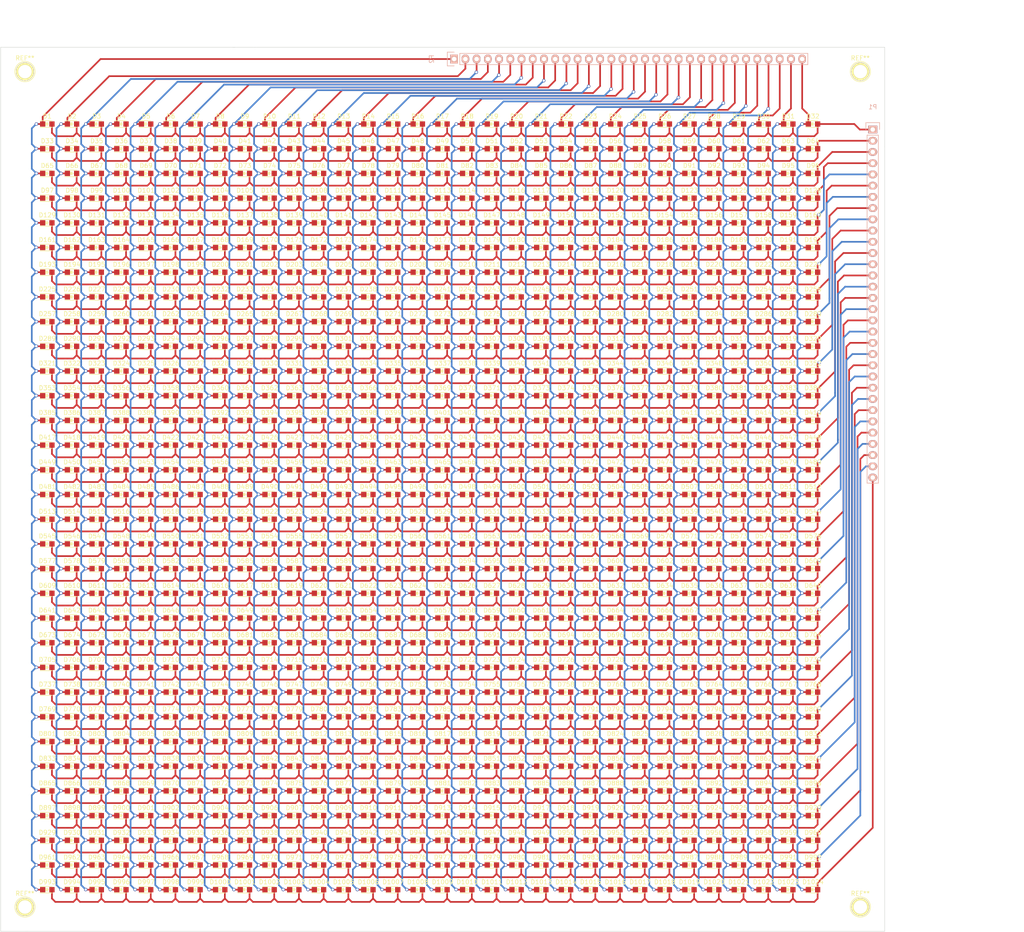
<source format=kicad_pcb>
(kicad_pcb (version 4) (host pcbnew 4.0.2+dfsg1-stable)
  (layers (0 F.Cu signal) (31 B.Cu signal) (34 B.Paste user) (35 F.Paste user) (36 B.SilkS user) (37 F.SilkS user) (38 B.Mask user) (39 F.Mask user) (44 Edge.Cuts user))
  (net 0 "")
  (net 1 "Net-(D1-Pad1)")
  (net 2 "Net-(D1-Pad2)")
  (net 3 "Net-(D100-Pad2)")
  (net 4 "Net-(D100-Pad1)")
  (net 5 "Net-(D130-Pad1)")
  (net 6 "Net-(D131-Pad1)")
  (net 7 "Net-(D101-Pad1)")
  (net 8 "Net-(D102-Pad1)")
  (net 9 "Net-(D103-Pad1)")
  (net 10 "Net-(D1000-Pad1)")
  (net 11 "Net-(D1001-Pad1)")
  (net 12 "Net-(D10-Pad1)")
  (net 13 "Net-(D1003-Pad1)")
  (net 14 "Net-(D1004-Pad1)")
  (net 15 "Net-(D1005-Pad1)")
  (net 16 "Net-(D1006-Pad1)")
  (net 17 "Net-(D1007-Pad1)")
  (net 18 "Net-(D1008-Pad1)")
  (net 19 "Net-(D1009-Pad1)")
  (net 20 "Net-(D1010-Pad1)")
  (net 21 "Net-(D1011-Pad1)")
  (net 22 "Net-(D1012-Pad1)")
  (net 23 "Net-(D1013-Pad1)")
  (net 24 "Net-(D1014-Pad1)")
  (net 25 "Net-(D1015-Pad1)")
  (net 26 "Net-(D1016-Pad1)")
  (net 27 "Net-(D1017-Pad1)")
  (net 28 "Net-(D1018-Pad1)")
  (net 29 "Net-(D1019-Pad1)")
  (net 30 "Net-(D1020-Pad1)")
  (net 31 "Net-(D1021-Pad1)")
  (net 32 "Net-(D1022-Pad1)")
  (net 33 "Net-(D1023-Pad1)")
  (net 34 "Net-(D1024-Pad1)")
  (net 35 "Net-(D33-Pad2)")
  (net 36 "Net-(D65-Pad2)")
  (net 37 "Net-(D129-Pad2)")
  (net 38 "Net-(D161-Pad2)")
  (net 39 "Net-(D193-Pad2)")
  (net 40 "Net-(D225-Pad2)")
  (net 41 "Net-(D257-Pad2)")
  (net 42 "Net-(D289-Pad2)")
  (net 43 "Net-(D321-Pad2)")
  (net 44 "Net-(D353-Pad2)")
  (net 45 "Net-(D385-Pad2)")
  (net 46 "Net-(D417-Pad2)")
  (net 47 "Net-(D449-Pad2)")
  (net 48 "Net-(D481-Pad2)")
  (net 49 "Net-(D513-Pad2)")
  (net 50 "Net-(D545-Pad2)")
  (net 51 "Net-(D577-Pad2)")
  (net 52 "Net-(D609-Pad2)")
  (net 53 "Net-(D641-Pad2)")
  (net 54 "Net-(D673-Pad2)")
  (net 55 "Net-(D705-Pad2)")
  (net 56 "Net-(D737-Pad2)")
  (net 57 "Net-(D769-Pad2)")
  (net 58 "Net-(D801-Pad2)")
  (net 59 "Net-(D833-Pad2)")
  (net 60 "Net-(D865-Pad2)")
  (net 61 "Net-(D897-Pad2)")
  (net 62 "Net-(D929-Pad2)")
  (net 63 "Net-(D961-Pad2)")
  (net 64 "Net-(D1000-Pad2)")
  (module LEDs:LED_0805 (layer F.Cu) (at 258.782 225.581)
    (fp_text reference D1024 (at 0 -1.75) (layer F.SilkS))
    (fp_text value LED)
    (pad 2 smd rect (at 1.04902 0 180) (size 1.19888 1.19888) (layers F.Cu F.Paste F.Mask) (net 64 "Net-(D1000-Pad2)"))
    (pad 1 smd rect (at -1.04902 0 180) (size 1.19888 1.19888) (layers F.Cu F.Paste F.Mask) (net 34 "Net-(D1024-Pad1)"))
  )
  (module LEDs:LED_0805 (layer F.Cu) (at 253.194 225.581)
    (fp_text reference D1023 (at 0 -1.75) (layer F.SilkS))
    (fp_text value LED)
    (pad 2 smd rect (at 1.04902 0 180) (size 1.19888 1.19888) (layers F.Cu F.Paste F.Mask) (net 64 "Net-(D1000-Pad2)"))
    (pad 1 smd rect (at -1.04902 0 180) (size 1.19888 1.19888) (layers F.Cu F.Paste F.Mask) (net 33 "Net-(D1023-Pad1)"))
  )
  (module LEDs:LED_0805 (layer F.Cu) (at 247.606 225.581)
    (fp_text reference D1022 (at 0 -1.75) (layer F.SilkS))
    (fp_text value LED)
    (pad 2 smd rect (at 1.04902 0 180) (size 1.19888 1.19888) (layers F.Cu F.Paste F.Mask) (net 64 "Net-(D1000-Pad2)"))
    (pad 1 smd rect (at -1.04902 0 180) (size 1.19888 1.19888) (layers F.Cu F.Paste F.Mask) (net 32 "Net-(D1022-Pad1)"))
  )
  (module LEDs:LED_0805 (layer F.Cu) (at 242.018 225.581)
    (fp_text reference D1021 (at 0 -1.75) (layer F.SilkS))
    (fp_text value LED)
    (pad 2 smd rect (at 1.04902 0 180) (size 1.19888 1.19888) (layers F.Cu F.Paste F.Mask) (net 64 "Net-(D1000-Pad2)"))
    (pad 1 smd rect (at -1.04902 0 180) (size 1.19888 1.19888) (layers F.Cu F.Paste F.Mask) (net 31 "Net-(D1021-Pad1)"))
  )
  (module LEDs:LED_0805 (layer F.Cu) (at 236.43 225.581)
    (fp_text reference D1020 (at 0 -1.75) (layer F.SilkS))
    (fp_text value LED)
    (pad 2 smd rect (at 1.04902 0 180) (size 1.19888 1.19888) (layers F.Cu F.Paste F.Mask) (net 64 "Net-(D1000-Pad2)"))
    (pad 1 smd rect (at -1.04902 0 180) (size 1.19888 1.19888) (layers F.Cu F.Paste F.Mask) (net 30 "Net-(D1020-Pad1)"))
  )
  (module LEDs:LED_0805 (layer F.Cu) (at 230.842 225.581)
    (fp_text reference D1019 (at 0 -1.75) (layer F.SilkS))
    (fp_text value LED)
    (pad 2 smd rect (at 1.04902 0 180) (size 1.19888 1.19888) (layers F.Cu F.Paste F.Mask) (net 64 "Net-(D1000-Pad2)"))
    (pad 1 smd rect (at -1.04902 0 180) (size 1.19888 1.19888) (layers F.Cu F.Paste F.Mask) (net 29 "Net-(D1019-Pad1)"))
  )
  (module LEDs:LED_0805 (layer F.Cu) (at 225.254 225.581)
    (fp_text reference D1018 (at 0 -1.75) (layer F.SilkS))
    (fp_text value LED)
    (pad 2 smd rect (at 1.04902 0 180) (size 1.19888 1.19888) (layers F.Cu F.Paste F.Mask) (net 64 "Net-(D1000-Pad2)"))
    (pad 1 smd rect (at -1.04902 0 180) (size 1.19888 1.19888) (layers F.Cu F.Paste F.Mask) (net 28 "Net-(D1018-Pad1)"))
  )
  (module LEDs:LED_0805 (layer F.Cu) (at 219.666 225.581)
    (fp_text reference D1017 (at 0 -1.75) (layer F.SilkS))
    (fp_text value LED)
    (pad 2 smd rect (at 1.04902 0 180) (size 1.19888 1.19888) (layers F.Cu F.Paste F.Mask) (net 64 "Net-(D1000-Pad2)"))
    (pad 1 smd rect (at -1.04902 0 180) (size 1.19888 1.19888) (layers F.Cu F.Paste F.Mask) (net 27 "Net-(D1017-Pad1)"))
  )
  (module LEDs:LED_0805 (layer F.Cu) (at 214.078 225.581)
    (fp_text reference D1016 (at 0 -1.75) (layer F.SilkS))
    (fp_text value LED)
    (pad 2 smd rect (at 1.04902 0 180) (size 1.19888 1.19888) (layers F.Cu F.Paste F.Mask) (net 64 "Net-(D1000-Pad2)"))
    (pad 1 smd rect (at -1.04902 0 180) (size 1.19888 1.19888) (layers F.Cu F.Paste F.Mask) (net 26 "Net-(D1016-Pad1)"))
  )
  (module LEDs:LED_0805 (layer F.Cu) (at 208.49 225.581)
    (fp_text reference D1015 (at 0 -1.75) (layer F.SilkS))
    (fp_text value LED)
    (pad 2 smd rect (at 1.04902 0 180) (size 1.19888 1.19888) (layers F.Cu F.Paste F.Mask) (net 64 "Net-(D1000-Pad2)"))
    (pad 1 smd rect (at -1.04902 0 180) (size 1.19888 1.19888) (layers F.Cu F.Paste F.Mask) (net 25 "Net-(D1015-Pad1)"))
  )
  (module LEDs:LED_0805 (layer F.Cu) (at 202.902 225.581)
    (fp_text reference D1014 (at 0 -1.75) (layer F.SilkS))
    (fp_text value LED)
    (pad 2 smd rect (at 1.04902 0 180) (size 1.19888 1.19888) (layers F.Cu F.Paste F.Mask) (net 64 "Net-(D1000-Pad2)"))
    (pad 1 smd rect (at -1.04902 0 180) (size 1.19888 1.19888) (layers F.Cu F.Paste F.Mask) (net 24 "Net-(D1014-Pad1)"))
  )
  (module LEDs:LED_0805 (layer F.Cu) (at 197.314 225.581)
    (fp_text reference D1013 (at 0 -1.75) (layer F.SilkS))
    (fp_text value LED)
    (pad 2 smd rect (at 1.04902 0 180) (size 1.19888 1.19888) (layers F.Cu F.Paste F.Mask) (net 64 "Net-(D1000-Pad2)"))
    (pad 1 smd rect (at -1.04902 0 180) (size 1.19888 1.19888) (layers F.Cu F.Paste F.Mask) (net 23 "Net-(D1013-Pad1)"))
  )
  (module LEDs:LED_0805 (layer F.Cu) (at 191.726 225.581)
    (fp_text reference D1012 (at 0 -1.75) (layer F.SilkS))
    (fp_text value LED)
    (pad 2 smd rect (at 1.04902 0 180) (size 1.19888 1.19888) (layers F.Cu F.Paste F.Mask) (net 64 "Net-(D1000-Pad2)"))
    (pad 1 smd rect (at -1.04902 0 180) (size 1.19888 1.19888) (layers F.Cu F.Paste F.Mask) (net 22 "Net-(D1012-Pad1)"))
  )
  (module LEDs:LED_0805 (layer F.Cu) (at 186.138 225.581)
    (fp_text reference D1011 (at 0 -1.75) (layer F.SilkS))
    (fp_text value LED)
    (pad 2 smd rect (at 1.04902 0 180) (size 1.19888 1.19888) (layers F.Cu F.Paste F.Mask) (net 64 "Net-(D1000-Pad2)"))
    (pad 1 smd rect (at -1.04902 0 180) (size 1.19888 1.19888) (layers F.Cu F.Paste F.Mask) (net 21 "Net-(D1011-Pad1)"))
  )
  (module LEDs:LED_0805 (layer F.Cu) (at 180.55 225.581)
    (fp_text reference D1010 (at 0 -1.75) (layer F.SilkS))
    (fp_text value LED)
    (pad 2 smd rect (at 1.04902 0 180) (size 1.19888 1.19888) (layers F.Cu F.Paste F.Mask) (net 64 "Net-(D1000-Pad2)"))
    (pad 1 smd rect (at -1.04902 0 180) (size 1.19888 1.19888) (layers F.Cu F.Paste F.Mask) (net 20 "Net-(D1010-Pad1)"))
  )
  (module LEDs:LED_0805 (layer F.Cu) (at 174.962 225.581)
    (fp_text reference D1009 (at 0 -1.75) (layer F.SilkS))
    (fp_text value LED)
    (pad 2 smd rect (at 1.04902 0 180) (size 1.19888 1.19888) (layers F.Cu F.Paste F.Mask) (net 64 "Net-(D1000-Pad2)"))
    (pad 1 smd rect (at -1.04902 0 180) (size 1.19888 1.19888) (layers F.Cu F.Paste F.Mask) (net 19 "Net-(D1009-Pad1)"))
  )
  (module LEDs:LED_0805 (layer F.Cu) (at 169.374 225.581)
    (fp_text reference D1008 (at 0 -1.75) (layer F.SilkS))
    (fp_text value LED)
    (pad 2 smd rect (at 1.04902 0 180) (size 1.19888 1.19888) (layers F.Cu F.Paste F.Mask) (net 64 "Net-(D1000-Pad2)"))
    (pad 1 smd rect (at -1.04902 0 180) (size 1.19888 1.19888) (layers F.Cu F.Paste F.Mask) (net 18 "Net-(D1008-Pad1)"))
  )
  (module LEDs:LED_0805 (layer F.Cu) (at 163.786 225.581)
    (fp_text reference D1007 (at 0 -1.75) (layer F.SilkS))
    (fp_text value LED)
    (pad 2 smd rect (at 1.04902 0 180) (size 1.19888 1.19888) (layers F.Cu F.Paste F.Mask) (net 64 "Net-(D1000-Pad2)"))
    (pad 1 smd rect (at -1.04902 0 180) (size 1.19888 1.19888) (layers F.Cu F.Paste F.Mask) (net 17 "Net-(D1007-Pad1)"))
  )
  (module LEDs:LED_0805 (layer F.Cu) (at 158.198 225.581)
    (fp_text reference D1006 (at 0 -1.75) (layer F.SilkS))
    (fp_text value LED)
    (pad 2 smd rect (at 1.04902 0 180) (size 1.19888 1.19888) (layers F.Cu F.Paste F.Mask) (net 64 "Net-(D1000-Pad2)"))
    (pad 1 smd rect (at -1.04902 0 180) (size 1.19888 1.19888) (layers F.Cu F.Paste F.Mask) (net 16 "Net-(D1006-Pad1)"))
  )
  (module LEDs:LED_0805 (layer F.Cu) (at 152.61 225.581)
    (fp_text reference D1005 (at 0 -1.75) (layer F.SilkS))
    (fp_text value LED)
    (pad 2 smd rect (at 1.04902 0 180) (size 1.19888 1.19888) (layers F.Cu F.Paste F.Mask) (net 64 "Net-(D1000-Pad2)"))
    (pad 1 smd rect (at -1.04902 0 180) (size 1.19888 1.19888) (layers F.Cu F.Paste F.Mask) (net 15 "Net-(D1005-Pad1)"))
  )
  (module LEDs:LED_0805 (layer F.Cu) (at 147.022 225.581)
    (fp_text reference D1004 (at 0 -1.75) (layer F.SilkS))
    (fp_text value LED)
    (pad 2 smd rect (at 1.04902 0 180) (size 1.19888 1.19888) (layers F.Cu F.Paste F.Mask) (net 64 "Net-(D1000-Pad2)"))
    (pad 1 smd rect (at -1.04902 0 180) (size 1.19888 1.19888) (layers F.Cu F.Paste F.Mask) (net 14 "Net-(D1004-Pad1)"))
  )
  (module LEDs:LED_0805 (layer F.Cu) (at 141.434 225.581)
    (fp_text reference D1003 (at 0 -1.75) (layer F.SilkS))
    (fp_text value LED)
    (pad 2 smd rect (at 1.04902 0 180) (size 1.19888 1.19888) (layers F.Cu F.Paste F.Mask) (net 64 "Net-(D1000-Pad2)"))
    (pad 1 smd rect (at -1.04902 0 180) (size 1.19888 1.19888) (layers F.Cu F.Paste F.Mask) (net 13 "Net-(D1003-Pad1)"))
  )
  (module LEDs:LED_0805 (layer F.Cu) (at 135.846 225.581)
    (fp_text reference D1002 (at 0 -1.75) (layer F.SilkS))
    (fp_text value LED)
    (pad 2 smd rect (at 1.04902 0 180) (size 1.19888 1.19888) (layers F.Cu F.Paste F.Mask) (net 64 "Net-(D1000-Pad2)"))
    (pad 1 smd rect (at -1.04902 0 180) (size 1.19888 1.19888) (layers F.Cu F.Paste F.Mask) (net 12 "Net-(D10-Pad1)"))
  )
  (module LEDs:LED_0805 (layer F.Cu) (at 130.258 225.581)
    (fp_text reference D1001 (at 0 -1.75) (layer F.SilkS))
    (fp_text value LED)
    (pad 2 smd rect (at 1.04902 0 180) (size 1.19888 1.19888) (layers F.Cu F.Paste F.Mask) (net 64 "Net-(D1000-Pad2)"))
    (pad 1 smd rect (at -1.04902 0 180) (size 1.19888 1.19888) (layers F.Cu F.Paste F.Mask) (net 11 "Net-(D1001-Pad1)"))
  )
  (module LEDs:LED_0805 (layer F.Cu) (at 124.67 225.581)
    (fp_text reference D1000 (at 0 -1.75) (layer F.SilkS))
    (fp_text value LED)
    (pad 2 smd rect (at 1.04902 0 180) (size 1.19888 1.19888) (layers F.Cu F.Paste F.Mask) (net 64 "Net-(D1000-Pad2)"))
    (pad 1 smd rect (at -1.04902 0 180) (size 1.19888 1.19888) (layers F.Cu F.Paste F.Mask) (net 10 "Net-(D1000-Pad1)"))
  )
  (module LEDs:LED_0805 (layer F.Cu) (at 119.082 225.581)
    (fp_text reference D999 (at 0 -1.75) (layer F.SilkS))
    (fp_text value LED)
    (pad 2 smd rect (at 1.04902 0 180) (size 1.19888 1.19888) (layers F.Cu F.Paste F.Mask) (net 64 "Net-(D1000-Pad2)"))
    (pad 1 smd rect (at -1.04902 0 180) (size 1.19888 1.19888) (layers F.Cu F.Paste F.Mask) (net 9 "Net-(D103-Pad1)"))
  )
  (module LEDs:LED_0805 (layer F.Cu) (at 113.494 225.581)
    (fp_text reference D998 (at 0 -1.75) (layer F.SilkS))
    (fp_text value LED)
    (pad 2 smd rect (at 1.04902 0 180) (size 1.19888 1.19888) (layers F.Cu F.Paste F.Mask) (net 64 "Net-(D1000-Pad2)"))
    (pad 1 smd rect (at -1.04902 0 180) (size 1.19888 1.19888) (layers F.Cu F.Paste F.Mask) (net 8 "Net-(D102-Pad1)"))
  )
  (module LEDs:LED_0805 (layer F.Cu) (at 107.906 225.581)
    (fp_text reference D997 (at 0 -1.75) (layer F.SilkS))
    (fp_text value LED)
    (pad 2 smd rect (at 1.04902 0 180) (size 1.19888 1.19888) (layers F.Cu F.Paste F.Mask) (net 64 "Net-(D1000-Pad2)"))
    (pad 1 smd rect (at -1.04902 0 180) (size 1.19888 1.19888) (layers F.Cu F.Paste F.Mask) (net 7 "Net-(D101-Pad1)"))
  )
  (module LEDs:LED_0805 (layer F.Cu) (at 102.318 225.581)
    (fp_text reference D996 (at 0 -1.75) (layer F.SilkS))
    (fp_text value LED)
    (pad 2 smd rect (at 1.04902 0 180) (size 1.19888 1.19888) (layers F.Cu F.Paste F.Mask) (net 64 "Net-(D1000-Pad2)"))
    (pad 1 smd rect (at -1.04902 0 180) (size 1.19888 1.19888) (layers F.Cu F.Paste F.Mask) (net 4 "Net-(D100-Pad1)"))
  )
  (module LEDs:LED_0805 (layer F.Cu) (at 96.73 225.581)
    (fp_text reference D995 (at 0 -1.75) (layer F.SilkS))
    (fp_text value LED)
    (pad 2 smd rect (at 1.04902 0 180) (size 1.19888 1.19888) (layers F.Cu F.Paste F.Mask) (net 64 "Net-(D1000-Pad2)"))
    (pad 1 smd rect (at -1.04902 0 180) (size 1.19888 1.19888) (layers F.Cu F.Paste F.Mask) (net 6 "Net-(D131-Pad1)"))
  )
  (module LEDs:LED_0805 (layer F.Cu) (at 91.142 225.581)
    (fp_text reference D994 (at 0 -1.75) (layer F.SilkS))
    (fp_text value LED)
    (pad 2 smd rect (at 1.04902 0 180) (size 1.19888 1.19888) (layers F.Cu F.Paste F.Mask) (net 64 "Net-(D1000-Pad2)"))
    (pad 1 smd rect (at -1.04902 0 180) (size 1.19888 1.19888) (layers F.Cu F.Paste F.Mask) (net 5 "Net-(D130-Pad1)"))
  )
  (module LEDs:LED_0805 (layer F.Cu) (at 85.554 225.581)
    (fp_text reference D993 (at 0 -1.75) (layer F.SilkS))
    (fp_text value LED)
    (pad 2 smd rect (at 1.04902 0 180) (size 1.19888 1.19888) (layers F.Cu F.Paste F.Mask) (net 64 "Net-(D1000-Pad2)"))
    (pad 1 smd rect (at -1.04902 0 180) (size 1.19888 1.19888) (layers F.Cu F.Paste F.Mask) (net 1 "Net-(D1-Pad1)"))
  )
  (module LEDs:LED_0805 (layer F.Cu) (at 258.782 219.993)
    (fp_text reference D992 (at 0 -1.75) (layer F.SilkS))
    (fp_text value LED)
    (pad 2 smd rect (at 1.04902 0 180) (size 1.19888 1.19888) (layers F.Cu F.Paste F.Mask) (net 63 "Net-(D961-Pad2)"))
    (pad 1 smd rect (at -1.04902 0 180) (size 1.19888 1.19888) (layers F.Cu F.Paste F.Mask) (net 34 "Net-(D1024-Pad1)"))
  )
  (module LEDs:LED_0805 (layer F.Cu) (at 253.194 219.993)
    (fp_text reference D991 (at 0 -1.75) (layer F.SilkS))
    (fp_text value LED)
    (pad 2 smd rect (at 1.04902 0 180) (size 1.19888 1.19888) (layers F.Cu F.Paste F.Mask) (net 63 "Net-(D961-Pad2)"))
    (pad 1 smd rect (at -1.04902 0 180) (size 1.19888 1.19888) (layers F.Cu F.Paste F.Mask) (net 33 "Net-(D1023-Pad1)"))
  )
  (module LEDs:LED_0805 (layer F.Cu) (at 247.606 219.993)
    (fp_text reference D990 (at 0 -1.75) (layer F.SilkS))
    (fp_text value LED)
    (pad 2 smd rect (at 1.04902 0 180) (size 1.19888 1.19888) (layers F.Cu F.Paste F.Mask) (net 63 "Net-(D961-Pad2)"))
    (pad 1 smd rect (at -1.04902 0 180) (size 1.19888 1.19888) (layers F.Cu F.Paste F.Mask) (net 32 "Net-(D1022-Pad1)"))
  )
  (module LEDs:LED_0805 (layer F.Cu) (at 242.018 219.993)
    (fp_text reference D989 (at 0 -1.75) (layer F.SilkS))
    (fp_text value LED)
    (pad 2 smd rect (at 1.04902 0 180) (size 1.19888 1.19888) (layers F.Cu F.Paste F.Mask) (net 63 "Net-(D961-Pad2)"))
    (pad 1 smd rect (at -1.04902 0 180) (size 1.19888 1.19888) (layers F.Cu F.Paste F.Mask) (net 31 "Net-(D1021-Pad1)"))
  )
  (module LEDs:LED_0805 (layer F.Cu) (at 236.43 219.993)
    (fp_text reference D988 (at 0 -1.75) (layer F.SilkS))
    (fp_text value LED)
    (pad 2 smd rect (at 1.04902 0 180) (size 1.19888 1.19888) (layers F.Cu F.Paste F.Mask) (net 63 "Net-(D961-Pad2)"))
    (pad 1 smd rect (at -1.04902 0 180) (size 1.19888 1.19888) (layers F.Cu F.Paste F.Mask) (net 30 "Net-(D1020-Pad1)"))
  )
  (module LEDs:LED_0805 (layer F.Cu) (at 230.842 219.993)
    (fp_text reference D987 (at 0 -1.75) (layer F.SilkS))
    (fp_text value LED)
    (pad 2 smd rect (at 1.04902 0 180) (size 1.19888 1.19888) (layers F.Cu F.Paste F.Mask) (net 63 "Net-(D961-Pad2)"))
    (pad 1 smd rect (at -1.04902 0 180) (size 1.19888 1.19888) (layers F.Cu F.Paste F.Mask) (net 29 "Net-(D1019-Pad1)"))
  )
  (module LEDs:LED_0805 (layer F.Cu) (at 225.254 219.993)
    (fp_text reference D986 (at 0 -1.75) (layer F.SilkS))
    (fp_text value LED)
    (pad 2 smd rect (at 1.04902 0 180) (size 1.19888 1.19888) (layers F.Cu F.Paste F.Mask) (net 63 "Net-(D961-Pad2)"))
    (pad 1 smd rect (at -1.04902 0 180) (size 1.19888 1.19888) (layers F.Cu F.Paste F.Mask) (net 28 "Net-(D1018-Pad1)"))
  )
  (module LEDs:LED_0805 (layer F.Cu) (at 219.666 219.993)
    (fp_text reference D985 (at 0 -1.75) (layer F.SilkS))
    (fp_text value LED)
    (pad 2 smd rect (at 1.04902 0 180) (size 1.19888 1.19888) (layers F.Cu F.Paste F.Mask) (net 63 "Net-(D961-Pad2)"))
    (pad 1 smd rect (at -1.04902 0 180) (size 1.19888 1.19888) (layers F.Cu F.Paste F.Mask) (net 27 "Net-(D1017-Pad1)"))
  )
  (module LEDs:LED_0805 (layer F.Cu) (at 214.078 219.993)
    (fp_text reference D984 (at 0 -1.75) (layer F.SilkS))
    (fp_text value LED)
    (pad 2 smd rect (at 1.04902 0 180) (size 1.19888 1.19888) (layers F.Cu F.Paste F.Mask) (net 63 "Net-(D961-Pad2)"))
    (pad 1 smd rect (at -1.04902 0 180) (size 1.19888 1.19888) (layers F.Cu F.Paste F.Mask) (net 26 "Net-(D1016-Pad1)"))
  )
  (module LEDs:LED_0805 (layer F.Cu) (at 208.49 219.993)
    (fp_text reference D983 (at 0 -1.75) (layer F.SilkS))
    (fp_text value LED)
    (pad 2 smd rect (at 1.04902 0 180) (size 1.19888 1.19888) (layers F.Cu F.Paste F.Mask) (net 63 "Net-(D961-Pad2)"))
    (pad 1 smd rect (at -1.04902 0 180) (size 1.19888 1.19888) (layers F.Cu F.Paste F.Mask) (net 25 "Net-(D1015-Pad1)"))
  )
  (module LEDs:LED_0805 (layer F.Cu) (at 202.902 219.993)
    (fp_text reference D982 (at 0 -1.75) (layer F.SilkS))
    (fp_text value LED)
    (pad 2 smd rect (at 1.04902 0 180) (size 1.19888 1.19888) (layers F.Cu F.Paste F.Mask) (net 63 "Net-(D961-Pad2)"))
    (pad 1 smd rect (at -1.04902 0 180) (size 1.19888 1.19888) (layers F.Cu F.Paste F.Mask) (net 24 "Net-(D1014-Pad1)"))
  )
  (module LEDs:LED_0805 (layer F.Cu) (at 197.314 219.993)
    (fp_text reference D981 (at 0 -1.75) (layer F.SilkS))
    (fp_text value LED)
    (pad 2 smd rect (at 1.04902 0 180) (size 1.19888 1.19888) (layers F.Cu F.Paste F.Mask) (net 63 "Net-(D961-Pad2)"))
    (pad 1 smd rect (at -1.04902 0 180) (size 1.19888 1.19888) (layers F.Cu F.Paste F.Mask) (net 23 "Net-(D1013-Pad1)"))
  )
  (module LEDs:LED_0805 (layer F.Cu) (at 191.726 219.993)
    (fp_text reference D980 (at 0 -1.75) (layer F.SilkS))
    (fp_text value LED)
    (pad 2 smd rect (at 1.04902 0 180) (size 1.19888 1.19888) (layers F.Cu F.Paste F.Mask) (net 63 "Net-(D961-Pad2)"))
    (pad 1 smd rect (at -1.04902 0 180) (size 1.19888 1.19888) (layers F.Cu F.Paste F.Mask) (net 22 "Net-(D1012-Pad1)"))
  )
  (module LEDs:LED_0805 (layer F.Cu) (at 186.138 219.993)
    (fp_text reference D979 (at 0 -1.75) (layer F.SilkS))
    (fp_text value LED)
    (pad 2 smd rect (at 1.04902 0 180) (size 1.19888 1.19888) (layers F.Cu F.Paste F.Mask) (net 63 "Net-(D961-Pad2)"))
    (pad 1 smd rect (at -1.04902 0 180) (size 1.19888 1.19888) (layers F.Cu F.Paste F.Mask) (net 21 "Net-(D1011-Pad1)"))
  )
  (module LEDs:LED_0805 (layer F.Cu) (at 180.55 219.993)
    (fp_text reference D978 (at 0 -1.75) (layer F.SilkS))
    (fp_text value LED)
    (pad 2 smd rect (at 1.04902 0 180) (size 1.19888 1.19888) (layers F.Cu F.Paste F.Mask) (net 63 "Net-(D961-Pad2)"))
    (pad 1 smd rect (at -1.04902 0 180) (size 1.19888 1.19888) (layers F.Cu F.Paste F.Mask) (net 20 "Net-(D1010-Pad1)"))
  )
  (module LEDs:LED_0805 (layer F.Cu) (at 174.962 219.993)
    (fp_text reference D977 (at 0 -1.75) (layer F.SilkS))
    (fp_text value LED)
    (pad 2 smd rect (at 1.04902 0 180) (size 1.19888 1.19888) (layers F.Cu F.Paste F.Mask) (net 63 "Net-(D961-Pad2)"))
    (pad 1 smd rect (at -1.04902 0 180) (size 1.19888 1.19888) (layers F.Cu F.Paste F.Mask) (net 19 "Net-(D1009-Pad1)"))
  )
  (module LEDs:LED_0805 (layer F.Cu) (at 169.374 219.993)
    (fp_text reference D976 (at 0 -1.75) (layer F.SilkS))
    (fp_text value LED)
    (pad 2 smd rect (at 1.04902 0 180) (size 1.19888 1.19888) (layers F.Cu F.Paste F.Mask) (net 63 "Net-(D961-Pad2)"))
    (pad 1 smd rect (at -1.04902 0 180) (size 1.19888 1.19888) (layers F.Cu F.Paste F.Mask) (net 18 "Net-(D1008-Pad1)"))
  )
  (module LEDs:LED_0805 (layer F.Cu) (at 163.786 219.993)
    (fp_text reference D975 (at 0 -1.75) (layer F.SilkS))
    (fp_text value LED)
    (pad 2 smd rect (at 1.04902 0 180) (size 1.19888 1.19888) (layers F.Cu F.Paste F.Mask) (net 63 "Net-(D961-Pad2)"))
    (pad 1 smd rect (at -1.04902 0 180) (size 1.19888 1.19888) (layers F.Cu F.Paste F.Mask) (net 17 "Net-(D1007-Pad1)"))
  )
  (module LEDs:LED_0805 (layer F.Cu) (at 158.198 219.993)
    (fp_text reference D974 (at 0 -1.75) (layer F.SilkS))
    (fp_text value LED)
    (pad 2 smd rect (at 1.04902 0 180) (size 1.19888 1.19888) (layers F.Cu F.Paste F.Mask) (net 63 "Net-(D961-Pad2)"))
    (pad 1 smd rect (at -1.04902 0 180) (size 1.19888 1.19888) (layers F.Cu F.Paste F.Mask) (net 16 "Net-(D1006-Pad1)"))
  )
  (module LEDs:LED_0805 (layer F.Cu) (at 152.61 219.993)
    (fp_text reference D973 (at 0 -1.75) (layer F.SilkS))
    (fp_text value LED)
    (pad 2 smd rect (at 1.04902 0 180) (size 1.19888 1.19888) (layers F.Cu F.Paste F.Mask) (net 63 "Net-(D961-Pad2)"))
    (pad 1 smd rect (at -1.04902 0 180) (size 1.19888 1.19888) (layers F.Cu F.Paste F.Mask) (net 15 "Net-(D1005-Pad1)"))
  )
  (module LEDs:LED_0805 (layer F.Cu) (at 147.022 219.993)
    (fp_text reference D972 (at 0 -1.75) (layer F.SilkS))
    (fp_text value LED)
    (pad 2 smd rect (at 1.04902 0 180) (size 1.19888 1.19888) (layers F.Cu F.Paste F.Mask) (net 63 "Net-(D961-Pad2)"))
    (pad 1 smd rect (at -1.04902 0 180) (size 1.19888 1.19888) (layers F.Cu F.Paste F.Mask) (net 14 "Net-(D1004-Pad1)"))
  )
  (module LEDs:LED_0805 (layer F.Cu) (at 141.434 219.993)
    (fp_text reference D971 (at 0 -1.75) (layer F.SilkS))
    (fp_text value LED)
    (pad 2 smd rect (at 1.04902 0 180) (size 1.19888 1.19888) (layers F.Cu F.Paste F.Mask) (net 63 "Net-(D961-Pad2)"))
    (pad 1 smd rect (at -1.04902 0 180) (size 1.19888 1.19888) (layers F.Cu F.Paste F.Mask) (net 13 "Net-(D1003-Pad1)"))
  )
  (module LEDs:LED_0805 (layer F.Cu) (at 135.846 219.993)
    (fp_text reference D970 (at 0 -1.75) (layer F.SilkS))
    (fp_text value LED)
    (pad 2 smd rect (at 1.04902 0 180) (size 1.19888 1.19888) (layers F.Cu F.Paste F.Mask) (net 63 "Net-(D961-Pad2)"))
    (pad 1 smd rect (at -1.04902 0 180) (size 1.19888 1.19888) (layers F.Cu F.Paste F.Mask) (net 12 "Net-(D10-Pad1)"))
  )
  (module LEDs:LED_0805 (layer F.Cu) (at 130.258 219.993)
    (fp_text reference D969 (at 0 -1.75) (layer F.SilkS))
    (fp_text value LED)
    (pad 2 smd rect (at 1.04902 0 180) (size 1.19888 1.19888) (layers F.Cu F.Paste F.Mask) (net 63 "Net-(D961-Pad2)"))
    (pad 1 smd rect (at -1.04902 0 180) (size 1.19888 1.19888) (layers F.Cu F.Paste F.Mask) (net 11 "Net-(D1001-Pad1)"))
  )
  (module LEDs:LED_0805 (layer F.Cu) (at 124.67 219.993)
    (fp_text reference D968 (at 0 -1.75) (layer F.SilkS))
    (fp_text value LED)
    (pad 2 smd rect (at 1.04902 0 180) (size 1.19888 1.19888) (layers F.Cu F.Paste F.Mask) (net 63 "Net-(D961-Pad2)"))
    (pad 1 smd rect (at -1.04902 0 180) (size 1.19888 1.19888) (layers F.Cu F.Paste F.Mask) (net 10 "Net-(D1000-Pad1)"))
  )
  (module LEDs:LED_0805 (layer F.Cu) (at 119.082 219.993)
    (fp_text reference D967 (at 0 -1.75) (layer F.SilkS))
    (fp_text value LED)
    (pad 2 smd rect (at 1.04902 0 180) (size 1.19888 1.19888) (layers F.Cu F.Paste F.Mask) (net 63 "Net-(D961-Pad2)"))
    (pad 1 smd rect (at -1.04902 0 180) (size 1.19888 1.19888) (layers F.Cu F.Paste F.Mask) (net 9 "Net-(D103-Pad1)"))
  )
  (module LEDs:LED_0805 (layer F.Cu) (at 113.494 219.993)
    (fp_text reference D966 (at 0 -1.75) (layer F.SilkS))
    (fp_text value LED)
    (pad 2 smd rect (at 1.04902 0 180) (size 1.19888 1.19888) (layers F.Cu F.Paste F.Mask) (net 63 "Net-(D961-Pad2)"))
    (pad 1 smd rect (at -1.04902 0 180) (size 1.19888 1.19888) (layers F.Cu F.Paste F.Mask) (net 8 "Net-(D102-Pad1)"))
  )
  (module LEDs:LED_0805 (layer F.Cu) (at 107.906 219.993)
    (fp_text reference D965 (at 0 -1.75) (layer F.SilkS))
    (fp_text value LED)
    (pad 2 smd rect (at 1.04902 0 180) (size 1.19888 1.19888) (layers F.Cu F.Paste F.Mask) (net 63 "Net-(D961-Pad2)"))
    (pad 1 smd rect (at -1.04902 0 180) (size 1.19888 1.19888) (layers F.Cu F.Paste F.Mask) (net 7 "Net-(D101-Pad1)"))
  )
  (module LEDs:LED_0805 (layer F.Cu) (at 102.318 219.993)
    (fp_text reference D964 (at 0 -1.75) (layer F.SilkS))
    (fp_text value LED)
    (pad 2 smd rect (at 1.04902 0 180) (size 1.19888 1.19888) (layers F.Cu F.Paste F.Mask) (net 63 "Net-(D961-Pad2)"))
    (pad 1 smd rect (at -1.04902 0 180) (size 1.19888 1.19888) (layers F.Cu F.Paste F.Mask) (net 4 "Net-(D100-Pad1)"))
  )
  (module LEDs:LED_0805 (layer F.Cu) (at 96.73 219.993)
    (fp_text reference D963 (at 0 -1.75) (layer F.SilkS))
    (fp_text value LED)
    (pad 2 smd rect (at 1.04902 0 180) (size 1.19888 1.19888) (layers F.Cu F.Paste F.Mask) (net 63 "Net-(D961-Pad2)"))
    (pad 1 smd rect (at -1.04902 0 180) (size 1.19888 1.19888) (layers F.Cu F.Paste F.Mask) (net 6 "Net-(D131-Pad1)"))
  )
  (module LEDs:LED_0805 (layer F.Cu) (at 91.142 219.993)
    (fp_text reference D962 (at 0 -1.75) (layer F.SilkS))
    (fp_text value LED)
    (pad 2 smd rect (at 1.04902 0 180) (size 1.19888 1.19888) (layers F.Cu F.Paste F.Mask) (net 63 "Net-(D961-Pad2)"))
    (pad 1 smd rect (at -1.04902 0 180) (size 1.19888 1.19888) (layers F.Cu F.Paste F.Mask) (net 5 "Net-(D130-Pad1)"))
  )
  (module LEDs:LED_0805 (layer F.Cu) (at 85.554 219.993)
    (fp_text reference D961 (at 0 -1.75) (layer F.SilkS))
    (fp_text value LED)
    (pad 2 smd rect (at 1.04902 0 180) (size 1.19888 1.19888) (layers F.Cu F.Paste F.Mask) (net 63 "Net-(D961-Pad2)"))
    (pad 1 smd rect (at -1.04902 0 180) (size 1.19888 1.19888) (layers F.Cu F.Paste F.Mask) (net 1 "Net-(D1-Pad1)"))
  )
  (module LEDs:LED_0805 (layer F.Cu) (at 258.782 214.405)
    (fp_text reference D960 (at 0 -1.75) (layer F.SilkS))
    (fp_text value LED)
    (pad 2 smd rect (at 1.04902 0 180) (size 1.19888 1.19888) (layers F.Cu F.Paste F.Mask) (net 62 "Net-(D929-Pad2)"))
    (pad 1 smd rect (at -1.04902 0 180) (size 1.19888 1.19888) (layers F.Cu F.Paste F.Mask) (net 34 "Net-(D1024-Pad1)"))
  )
  (module LEDs:LED_0805 (layer F.Cu) (at 253.194 214.405)
    (fp_text reference D959 (at 0 -1.75) (layer F.SilkS))
    (fp_text value LED)
    (pad 2 smd rect (at 1.04902 0 180) (size 1.19888 1.19888) (layers F.Cu F.Paste F.Mask) (net 62 "Net-(D929-Pad2)"))
    (pad 1 smd rect (at -1.04902 0 180) (size 1.19888 1.19888) (layers F.Cu F.Paste F.Mask) (net 33 "Net-(D1023-Pad1)"))
  )
  (module LEDs:LED_0805 (layer F.Cu) (at 247.606 214.405)
    (fp_text reference D958 (at 0 -1.75) (layer F.SilkS))
    (fp_text value LED)
    (pad 2 smd rect (at 1.04902 0 180) (size 1.19888 1.19888) (layers F.Cu F.Paste F.Mask) (net 62 "Net-(D929-Pad2)"))
    (pad 1 smd rect (at -1.04902 0 180) (size 1.19888 1.19888) (layers F.Cu F.Paste F.Mask) (net 32 "Net-(D1022-Pad1)"))
  )
  (module LEDs:LED_0805 (layer F.Cu) (at 242.018 214.405)
    (fp_text reference D957 (at 0 -1.75) (layer F.SilkS))
    (fp_text value LED)
    (pad 2 smd rect (at 1.04902 0 180) (size 1.19888 1.19888) (layers F.Cu F.Paste F.Mask) (net 62 "Net-(D929-Pad2)"))
    (pad 1 smd rect (at -1.04902 0 180) (size 1.19888 1.19888) (layers F.Cu F.Paste F.Mask) (net 31 "Net-(D1021-Pad1)"))
  )
  (module LEDs:LED_0805 (layer F.Cu) (at 236.43 214.405)
    (fp_text reference D956 (at 0 -1.75) (layer F.SilkS))
    (fp_text value LED)
    (pad 2 smd rect (at 1.04902 0 180) (size 1.19888 1.19888) (layers F.Cu F.Paste F.Mask) (net 62 "Net-(D929-Pad2)"))
    (pad 1 smd rect (at -1.04902 0 180) (size 1.19888 1.19888) (layers F.Cu F.Paste F.Mask) (net 30 "Net-(D1020-Pad1)"))
  )
  (module LEDs:LED_0805 (layer F.Cu) (at 230.842 214.405)
    (fp_text reference D955 (at 0 -1.75) (layer F.SilkS))
    (fp_text value LED)
    (pad 2 smd rect (at 1.04902 0 180) (size 1.19888 1.19888) (layers F.Cu F.Paste F.Mask) (net 62 "Net-(D929-Pad2)"))
    (pad 1 smd rect (at -1.04902 0 180) (size 1.19888 1.19888) (layers F.Cu F.Paste F.Mask) (net 29 "Net-(D1019-Pad1)"))
  )
  (module LEDs:LED_0805 (layer F.Cu) (at 225.254 214.405)
    (fp_text reference D954 (at 0 -1.75) (layer F.SilkS))
    (fp_text value LED)
    (pad 2 smd rect (at 1.04902 0 180) (size 1.19888 1.19888) (layers F.Cu F.Paste F.Mask) (net 62 "Net-(D929-Pad2)"))
    (pad 1 smd rect (at -1.04902 0 180) (size 1.19888 1.19888) (layers F.Cu F.Paste F.Mask) (net 28 "Net-(D1018-Pad1)"))
  )
  (module LEDs:LED_0805 (layer F.Cu) (at 219.666 214.405)
    (fp_text reference D953 (at 0 -1.75) (layer F.SilkS))
    (fp_text value LED)
    (pad 2 smd rect (at 1.04902 0 180) (size 1.19888 1.19888) (layers F.Cu F.Paste F.Mask) (net 62 "Net-(D929-Pad2)"))
    (pad 1 smd rect (at -1.04902 0 180) (size 1.19888 1.19888) (layers F.Cu F.Paste F.Mask) (net 27 "Net-(D1017-Pad1)"))
  )
  (module LEDs:LED_0805 (layer F.Cu) (at 214.078 214.405)
    (fp_text reference D952 (at 0 -1.75) (layer F.SilkS))
    (fp_text value LED)
    (pad 2 smd rect (at 1.04902 0 180) (size 1.19888 1.19888) (layers F.Cu F.Paste F.Mask) (net 62 "Net-(D929-Pad2)"))
    (pad 1 smd rect (at -1.04902 0 180) (size 1.19888 1.19888) (layers F.Cu F.Paste F.Mask) (net 26 "Net-(D1016-Pad1)"))
  )
  (module LEDs:LED_0805 (layer F.Cu) (at 208.49 214.405)
    (fp_text reference D951 (at 0 -1.75) (layer F.SilkS))
    (fp_text value LED)
    (pad 2 smd rect (at 1.04902 0 180) (size 1.19888 1.19888) (layers F.Cu F.Paste F.Mask) (net 62 "Net-(D929-Pad2)"))
    (pad 1 smd rect (at -1.04902 0 180) (size 1.19888 1.19888) (layers F.Cu F.Paste F.Mask) (net 25 "Net-(D1015-Pad1)"))
  )
  (module LEDs:LED_0805 (layer F.Cu) (at 202.902 214.405)
    (fp_text reference D950 (at 0 -1.75) (layer F.SilkS))
    (fp_text value LED)
    (pad 2 smd rect (at 1.04902 0 180) (size 1.19888 1.19888) (layers F.Cu F.Paste F.Mask) (net 62 "Net-(D929-Pad2)"))
    (pad 1 smd rect (at -1.04902 0 180) (size 1.19888 1.19888) (layers F.Cu F.Paste F.Mask) (net 24 "Net-(D1014-Pad1)"))
  )
  (module LEDs:LED_0805 (layer F.Cu) (at 197.314 214.405)
    (fp_text reference D949 (at 0 -1.75) (layer F.SilkS))
    (fp_text value LED)
    (pad 2 smd rect (at 1.04902 0 180) (size 1.19888 1.19888) (layers F.Cu F.Paste F.Mask) (net 62 "Net-(D929-Pad2)"))
    (pad 1 smd rect (at -1.04902 0 180) (size 1.19888 1.19888) (layers F.Cu F.Paste F.Mask) (net 23 "Net-(D1013-Pad1)"))
  )
  (module LEDs:LED_0805 (layer F.Cu) (at 191.726 214.405)
    (fp_text reference D948 (at 0 -1.75) (layer F.SilkS))
    (fp_text value LED)
    (pad 2 smd rect (at 1.04902 0 180) (size 1.19888 1.19888) (layers F.Cu F.Paste F.Mask) (net 62 "Net-(D929-Pad2)"))
    (pad 1 smd rect (at -1.04902 0 180) (size 1.19888 1.19888) (layers F.Cu F.Paste F.Mask) (net 22 "Net-(D1012-Pad1)"))
  )
  (module LEDs:LED_0805 (layer F.Cu) (at 186.138 214.405)
    (fp_text reference D947 (at 0 -1.75) (layer F.SilkS))
    (fp_text value LED)
    (pad 2 smd rect (at 1.04902 0 180) (size 1.19888 1.19888) (layers F.Cu F.Paste F.Mask) (net 62 "Net-(D929-Pad2)"))
    (pad 1 smd rect (at -1.04902 0 180) (size 1.19888 1.19888) (layers F.Cu F.Paste F.Mask) (net 21 "Net-(D1011-Pad1)"))
  )
  (module LEDs:LED_0805 (layer F.Cu) (at 180.55 214.405)
    (fp_text reference D946 (at 0 -1.75) (layer F.SilkS))
    (fp_text value LED)
    (pad 2 smd rect (at 1.04902 0 180) (size 1.19888 1.19888) (layers F.Cu F.Paste F.Mask) (net 62 "Net-(D929-Pad2)"))
    (pad 1 smd rect (at -1.04902 0 180) (size 1.19888 1.19888) (layers F.Cu F.Paste F.Mask) (net 20 "Net-(D1010-Pad1)"))
  )
  (module LEDs:LED_0805 (layer F.Cu) (at 174.962 214.405)
    (fp_text reference D945 (at 0 -1.75) (layer F.SilkS))
    (fp_text value LED)
    (pad 2 smd rect (at 1.04902 0 180) (size 1.19888 1.19888) (layers F.Cu F.Paste F.Mask) (net 62 "Net-(D929-Pad2)"))
    (pad 1 smd rect (at -1.04902 0 180) (size 1.19888 1.19888) (layers F.Cu F.Paste F.Mask) (net 19 "Net-(D1009-Pad1)"))
  )
  (module LEDs:LED_0805 (layer F.Cu) (at 169.374 214.405)
    (fp_text reference D944 (at 0 -1.75) (layer F.SilkS))
    (fp_text value LED)
    (pad 2 smd rect (at 1.04902 0 180) (size 1.19888 1.19888) (layers F.Cu F.Paste F.Mask) (net 62 "Net-(D929-Pad2)"))
    (pad 1 smd rect (at -1.04902 0 180) (size 1.19888 1.19888) (layers F.Cu F.Paste F.Mask) (net 18 "Net-(D1008-Pad1)"))
  )
  (module LEDs:LED_0805 (layer F.Cu) (at 163.786 214.405)
    (fp_text reference D943 (at 0 -1.75) (layer F.SilkS))
    (fp_text value LED)
    (pad 2 smd rect (at 1.04902 0 180) (size 1.19888 1.19888) (layers F.Cu F.Paste F.Mask) (net 62 "Net-(D929-Pad2)"))
    (pad 1 smd rect (at -1.04902 0 180) (size 1.19888 1.19888) (layers F.Cu F.Paste F.Mask) (net 17 "Net-(D1007-Pad1)"))
  )
  (module LEDs:LED_0805 (layer F.Cu) (at 158.198 214.405)
    (fp_text reference D942 (at 0 -1.75) (layer F.SilkS))
    (fp_text value LED)
    (pad 2 smd rect (at 1.04902 0 180) (size 1.19888 1.19888) (layers F.Cu F.Paste F.Mask) (net 62 "Net-(D929-Pad2)"))
    (pad 1 smd rect (at -1.04902 0 180) (size 1.19888 1.19888) (layers F.Cu F.Paste F.Mask) (net 16 "Net-(D1006-Pad1)"))
  )
  (module LEDs:LED_0805 (layer F.Cu) (at 152.61 214.405)
    (fp_text reference D941 (at 0 -1.75) (layer F.SilkS))
    (fp_text value LED)
    (pad 2 smd rect (at 1.04902 0 180) (size 1.19888 1.19888) (layers F.Cu F.Paste F.Mask) (net 62 "Net-(D929-Pad2)"))
    (pad 1 smd rect (at -1.04902 0 180) (size 1.19888 1.19888) (layers F.Cu F.Paste F.Mask) (net 15 "Net-(D1005-Pad1)"))
  )
  (module LEDs:LED_0805 (layer F.Cu) (at 147.022 214.405)
    (fp_text reference D940 (at 0 -1.75) (layer F.SilkS))
    (fp_text value LED)
    (pad 2 smd rect (at 1.04902 0 180) (size 1.19888 1.19888) (layers F.Cu F.Paste F.Mask) (net 62 "Net-(D929-Pad2)"))
    (pad 1 smd rect (at -1.04902 0 180) (size 1.19888 1.19888) (layers F.Cu F.Paste F.Mask) (net 14 "Net-(D1004-Pad1)"))
  )
  (module LEDs:LED_0805 (layer F.Cu) (at 141.434 214.405)
    (fp_text reference D939 (at 0 -1.75) (layer F.SilkS))
    (fp_text value LED)
    (pad 2 smd rect (at 1.04902 0 180) (size 1.19888 1.19888) (layers F.Cu F.Paste F.Mask) (net 62 "Net-(D929-Pad2)"))
    (pad 1 smd rect (at -1.04902 0 180) (size 1.19888 1.19888) (layers F.Cu F.Paste F.Mask) (net 13 "Net-(D1003-Pad1)"))
  )
  (module LEDs:LED_0805 (layer F.Cu) (at 135.846 214.405)
    (fp_text reference D938 (at 0 -1.75) (layer F.SilkS))
    (fp_text value LED)
    (pad 2 smd rect (at 1.04902 0 180) (size 1.19888 1.19888) (layers F.Cu F.Paste F.Mask) (net 62 "Net-(D929-Pad2)"))
    (pad 1 smd rect (at -1.04902 0 180) (size 1.19888 1.19888) (layers F.Cu F.Paste F.Mask) (net 12 "Net-(D10-Pad1)"))
  )
  (module LEDs:LED_0805 (layer F.Cu) (at 130.258 214.405)
    (fp_text reference D937 (at 0 -1.75) (layer F.SilkS))
    (fp_text value LED)
    (pad 2 smd rect (at 1.04902 0 180) (size 1.19888 1.19888) (layers F.Cu F.Paste F.Mask) (net 62 "Net-(D929-Pad2)"))
    (pad 1 smd rect (at -1.04902 0 180) (size 1.19888 1.19888) (layers F.Cu F.Paste F.Mask) (net 11 "Net-(D1001-Pad1)"))
  )
  (module LEDs:LED_0805 (layer F.Cu) (at 124.67 214.405)
    (fp_text reference D936 (at 0 -1.75) (layer F.SilkS))
    (fp_text value LED)
    (pad 2 smd rect (at 1.04902 0 180) (size 1.19888 1.19888) (layers F.Cu F.Paste F.Mask) (net 62 "Net-(D929-Pad2)"))
    (pad 1 smd rect (at -1.04902 0 180) (size 1.19888 1.19888) (layers F.Cu F.Paste F.Mask) (net 10 "Net-(D1000-Pad1)"))
  )
  (module LEDs:LED_0805 (layer F.Cu) (at 119.082 214.405)
    (fp_text reference D935 (at 0 -1.75) (layer F.SilkS))
    (fp_text value LED)
    (pad 2 smd rect (at 1.04902 0 180) (size 1.19888 1.19888) (layers F.Cu F.Paste F.Mask) (net 62 "Net-(D929-Pad2)"))
    (pad 1 smd rect (at -1.04902 0 180) (size 1.19888 1.19888) (layers F.Cu F.Paste F.Mask) (net 9 "Net-(D103-Pad1)"))
  )
  (module LEDs:LED_0805 (layer F.Cu) (at 113.494 214.405)
    (fp_text reference D934 (at 0 -1.75) (layer F.SilkS))
    (fp_text value LED)
    (pad 2 smd rect (at 1.04902 0 180) (size 1.19888 1.19888) (layers F.Cu F.Paste F.Mask) (net 62 "Net-(D929-Pad2)"))
    (pad 1 smd rect (at -1.04902 0 180) (size 1.19888 1.19888) (layers F.Cu F.Paste F.Mask) (net 8 "Net-(D102-Pad1)"))
  )
  (module LEDs:LED_0805 (layer F.Cu) (at 107.906 214.405)
    (fp_text reference D933 (at 0 -1.75) (layer F.SilkS))
    (fp_text value LED)
    (pad 2 smd rect (at 1.04902 0 180) (size 1.19888 1.19888) (layers F.Cu F.Paste F.Mask) (net 62 "Net-(D929-Pad2)"))
    (pad 1 smd rect (at -1.04902 0 180) (size 1.19888 1.19888) (layers F.Cu F.Paste F.Mask) (net 7 "Net-(D101-Pad1)"))
  )
  (module LEDs:LED_0805 (layer F.Cu) (at 102.318 214.405)
    (fp_text reference D932 (at 0 -1.75) (layer F.SilkS))
    (fp_text value LED)
    (pad 2 smd rect (at 1.04902 0 180) (size 1.19888 1.19888) (layers F.Cu F.Paste F.Mask) (net 62 "Net-(D929-Pad2)"))
    (pad 1 smd rect (at -1.04902 0 180) (size 1.19888 1.19888) (layers F.Cu F.Paste F.Mask) (net 4 "Net-(D100-Pad1)"))
  )
  (module LEDs:LED_0805 (layer F.Cu) (at 96.73 214.405)
    (fp_text reference D931 (at 0 -1.75) (layer F.SilkS))
    (fp_text value LED)
    (pad 2 smd rect (at 1.04902 0 180) (size 1.19888 1.19888) (layers F.Cu F.Paste F.Mask) (net 62 "Net-(D929-Pad2)"))
    (pad 1 smd rect (at -1.04902 0 180) (size 1.19888 1.19888) (layers F.Cu F.Paste F.Mask) (net 6 "Net-(D131-Pad1)"))
  )
  (module LEDs:LED_0805 (layer F.Cu) (at 91.142 214.405)
    (fp_text reference D930 (at 0 -1.75) (layer F.SilkS))
    (fp_text value LED)
    (pad 2 smd rect (at 1.04902 0 180) (size 1.19888 1.19888) (layers F.Cu F.Paste F.Mask) (net 62 "Net-(D929-Pad2)"))
    (pad 1 smd rect (at -1.04902 0 180) (size 1.19888 1.19888) (layers F.Cu F.Paste F.Mask) (net 5 "Net-(D130-Pad1)"))
  )
  (module LEDs:LED_0805 (layer F.Cu) (at 85.554 214.405)
    (fp_text reference D929 (at 0 -1.75) (layer F.SilkS))
    (fp_text value LED)
    (pad 2 smd rect (at 1.04902 0 180) (size 1.19888 1.19888) (layers F.Cu F.Paste F.Mask) (net 62 "Net-(D929-Pad2)"))
    (pad 1 smd rect (at -1.04902 0 180) (size 1.19888 1.19888) (layers F.Cu F.Paste F.Mask) (net 1 "Net-(D1-Pad1)"))
  )
  (module LEDs:LED_0805 (layer F.Cu) (at 258.782 208.817)
    (fp_text reference D928 (at 0 -1.75) (layer F.SilkS))
    (fp_text value LED)
    (pad 2 smd rect (at 1.04902 0 180) (size 1.19888 1.19888) (layers F.Cu F.Paste F.Mask) (net 61 "Net-(D897-Pad2)"))
    (pad 1 smd rect (at -1.04902 0 180) (size 1.19888 1.19888) (layers F.Cu F.Paste F.Mask) (net 34 "Net-(D1024-Pad1)"))
  )
  (module LEDs:LED_0805 (layer F.Cu) (at 253.194 208.817)
    (fp_text reference D927 (at 0 -1.75) (layer F.SilkS))
    (fp_text value LED)
    (pad 2 smd rect (at 1.04902 0 180) (size 1.19888 1.19888) (layers F.Cu F.Paste F.Mask) (net 61 "Net-(D897-Pad2)"))
    (pad 1 smd rect (at -1.04902 0 180) (size 1.19888 1.19888) (layers F.Cu F.Paste F.Mask) (net 33 "Net-(D1023-Pad1)"))
  )
  (module LEDs:LED_0805 (layer F.Cu) (at 247.606 208.817)
    (fp_text reference D926 (at 0 -1.75) (layer F.SilkS))
    (fp_text value LED)
    (pad 2 smd rect (at 1.04902 0 180) (size 1.19888 1.19888) (layers F.Cu F.Paste F.Mask) (net 61 "Net-(D897-Pad2)"))
    (pad 1 smd rect (at -1.04902 0 180) (size 1.19888 1.19888) (layers F.Cu F.Paste F.Mask) (net 32 "Net-(D1022-Pad1)"))
  )
  (module LEDs:LED_0805 (layer F.Cu) (at 242.018 208.817)
    (fp_text reference D925 (at 0 -1.75) (layer F.SilkS))
    (fp_text value LED)
    (pad 2 smd rect (at 1.04902 0 180) (size 1.19888 1.19888) (layers F.Cu F.Paste F.Mask) (net 61 "Net-(D897-Pad2)"))
    (pad 1 smd rect (at -1.04902 0 180) (size 1.19888 1.19888) (layers F.Cu F.Paste F.Mask) (net 31 "Net-(D1021-Pad1)"))
  )
  (module LEDs:LED_0805 (layer F.Cu) (at 236.43 208.817)
    (fp_text reference D924 (at 0 -1.75) (layer F.SilkS))
    (fp_text value LED)
    (pad 2 smd rect (at 1.04902 0 180) (size 1.19888 1.19888) (layers F.Cu F.Paste F.Mask) (net 61 "Net-(D897-Pad2)"))
    (pad 1 smd rect (at -1.04902 0 180) (size 1.19888 1.19888) (layers F.Cu F.Paste F.Mask) (net 30 "Net-(D1020-Pad1)"))
  )
  (module LEDs:LED_0805 (layer F.Cu) (at 230.842 208.817)
    (fp_text reference D923 (at 0 -1.75) (layer F.SilkS))
    (fp_text value LED)
    (pad 2 smd rect (at 1.04902 0 180) (size 1.19888 1.19888) (layers F.Cu F.Paste F.Mask) (net 61 "Net-(D897-Pad2)"))
    (pad 1 smd rect (at -1.04902 0 180) (size 1.19888 1.19888) (layers F.Cu F.Paste F.Mask) (net 29 "Net-(D1019-Pad1)"))
  )
  (module LEDs:LED_0805 (layer F.Cu) (at 225.254 208.817)
    (fp_text reference D922 (at 0 -1.75) (layer F.SilkS))
    (fp_text value LED)
    (pad 2 smd rect (at 1.04902 0 180) (size 1.19888 1.19888) (layers F.Cu F.Paste F.Mask) (net 61 "Net-(D897-Pad2)"))
    (pad 1 smd rect (at -1.04902 0 180) (size 1.19888 1.19888) (layers F.Cu F.Paste F.Mask) (net 28 "Net-(D1018-Pad1)"))
  )
  (module LEDs:LED_0805 (layer F.Cu) (at 219.666 208.817)
    (fp_text reference D921 (at 0 -1.75) (layer F.SilkS))
    (fp_text value LED)
    (pad 2 smd rect (at 1.04902 0 180) (size 1.19888 1.19888) (layers F.Cu F.Paste F.Mask) (net 61 "Net-(D897-Pad2)"))
    (pad 1 smd rect (at -1.04902 0 180) (size 1.19888 1.19888) (layers F.Cu F.Paste F.Mask) (net 27 "Net-(D1017-Pad1)"))
  )
  (module LEDs:LED_0805 (layer F.Cu) (at 214.078 208.817)
    (fp_text reference D920 (at 0 -1.75) (layer F.SilkS))
    (fp_text value LED)
    (pad 2 smd rect (at 1.04902 0 180) (size 1.19888 1.19888) (layers F.Cu F.Paste F.Mask) (net 61 "Net-(D897-Pad2)"))
    (pad 1 smd rect (at -1.04902 0 180) (size 1.19888 1.19888) (layers F.Cu F.Paste F.Mask) (net 26 "Net-(D1016-Pad1)"))
  )
  (module LEDs:LED_0805 (layer F.Cu) (at 208.49 208.817)
    (fp_text reference D919 (at 0 -1.75) (layer F.SilkS))
    (fp_text value LED)
    (pad 2 smd rect (at 1.04902 0 180) (size 1.19888 1.19888) (layers F.Cu F.Paste F.Mask) (net 61 "Net-(D897-Pad2)"))
    (pad 1 smd rect (at -1.04902 0 180) (size 1.19888 1.19888) (layers F.Cu F.Paste F.Mask) (net 25 "Net-(D1015-Pad1)"))
  )
  (module LEDs:LED_0805 (layer F.Cu) (at 202.902 208.817)
    (fp_text reference D918 (at 0 -1.75) (layer F.SilkS))
    (fp_text value LED)
    (pad 2 smd rect (at 1.04902 0 180) (size 1.19888 1.19888) (layers F.Cu F.Paste F.Mask) (net 61 "Net-(D897-Pad2)"))
    (pad 1 smd rect (at -1.04902 0 180) (size 1.19888 1.19888) (layers F.Cu F.Paste F.Mask) (net 24 "Net-(D1014-Pad1)"))
  )
  (module LEDs:LED_0805 (layer F.Cu) (at 197.314 208.817)
    (fp_text reference D917 (at 0 -1.75) (layer F.SilkS))
    (fp_text value LED)
    (pad 2 smd rect (at 1.04902 0 180) (size 1.19888 1.19888) (layers F.Cu F.Paste F.Mask) (net 61 "Net-(D897-Pad2)"))
    (pad 1 smd rect (at -1.04902 0 180) (size 1.19888 1.19888) (layers F.Cu F.Paste F.Mask) (net 23 "Net-(D1013-Pad1)"))
  )
  (module LEDs:LED_0805 (layer F.Cu) (at 191.726 208.817)
    (fp_text reference D916 (at 0 -1.75) (layer F.SilkS))
    (fp_text value LED)
    (pad 2 smd rect (at 1.04902 0 180) (size 1.19888 1.19888) (layers F.Cu F.Paste F.Mask) (net 61 "Net-(D897-Pad2)"))
    (pad 1 smd rect (at -1.04902 0 180) (size 1.19888 1.19888) (layers F.Cu F.Paste F.Mask) (net 22 "Net-(D1012-Pad1)"))
  )
  (module LEDs:LED_0805 (layer F.Cu) (at 186.138 208.817)
    (fp_text reference D915 (at 0 -1.75) (layer F.SilkS))
    (fp_text value LED)
    (pad 2 smd rect (at 1.04902 0 180) (size 1.19888 1.19888) (layers F.Cu F.Paste F.Mask) (net 61 "Net-(D897-Pad2)"))
    (pad 1 smd rect (at -1.04902 0 180) (size 1.19888 1.19888) (layers F.Cu F.Paste F.Mask) (net 21 "Net-(D1011-Pad1)"))
  )
  (module LEDs:LED_0805 (layer F.Cu) (at 180.55 208.817)
    (fp_text reference D914 (at 0 -1.75) (layer F.SilkS))
    (fp_text value LED)
    (pad 2 smd rect (at 1.04902 0 180) (size 1.19888 1.19888) (layers F.Cu F.Paste F.Mask) (net 61 "Net-(D897-Pad2)"))
    (pad 1 smd rect (at -1.04902 0 180) (size 1.19888 1.19888) (layers F.Cu F.Paste F.Mask) (net 20 "Net-(D1010-Pad1)"))
  )
  (module LEDs:LED_0805 (layer F.Cu) (at 174.962 208.817)
    (fp_text reference D913 (at 0 -1.75) (layer F.SilkS))
    (fp_text value LED)
    (pad 2 smd rect (at 1.04902 0 180) (size 1.19888 1.19888) (layers F.Cu F.Paste F.Mask) (net 61 "Net-(D897-Pad2)"))
    (pad 1 smd rect (at -1.04902 0 180) (size 1.19888 1.19888) (layers F.Cu F.Paste F.Mask) (net 19 "Net-(D1009-Pad1)"))
  )
  (module LEDs:LED_0805 (layer F.Cu) (at 169.374 208.817)
    (fp_text reference D912 (at 0 -1.75) (layer F.SilkS))
    (fp_text value LED)
    (pad 2 smd rect (at 1.04902 0 180) (size 1.19888 1.19888) (layers F.Cu F.Paste F.Mask) (net 61 "Net-(D897-Pad2)"))
    (pad 1 smd rect (at -1.04902 0 180) (size 1.19888 1.19888) (layers F.Cu F.Paste F.Mask) (net 18 "Net-(D1008-Pad1)"))
  )
  (module LEDs:LED_0805 (layer F.Cu) (at 163.786 208.817)
    (fp_text reference D911 (at 0 -1.75) (layer F.SilkS))
    (fp_text value LED)
    (pad 2 smd rect (at 1.04902 0 180) (size 1.19888 1.19888) (layers F.Cu F.Paste F.Mask) (net 61 "Net-(D897-Pad2)"))
    (pad 1 smd rect (at -1.04902 0 180) (size 1.19888 1.19888) (layers F.Cu F.Paste F.Mask) (net 17 "Net-(D1007-Pad1)"))
  )
  (module LEDs:LED_0805 (layer F.Cu) (at 158.198 208.817)
    (fp_text reference D910 (at 0 -1.75) (layer F.SilkS))
    (fp_text value LED)
    (pad 2 smd rect (at 1.04902 0 180) (size 1.19888 1.19888) (layers F.Cu F.Paste F.Mask) (net 61 "Net-(D897-Pad2)"))
    (pad 1 smd rect (at -1.04902 0 180) (size 1.19888 1.19888) (layers F.Cu F.Paste F.Mask) (net 16 "Net-(D1006-Pad1)"))
  )
  (module LEDs:LED_0805 (layer F.Cu) (at 152.61 208.817)
    (fp_text reference D909 (at 0 -1.75) (layer F.SilkS))
    (fp_text value LED)
    (pad 2 smd rect (at 1.04902 0 180) (size 1.19888 1.19888) (layers F.Cu F.Paste F.Mask) (net 61 "Net-(D897-Pad2)"))
    (pad 1 smd rect (at -1.04902 0 180) (size 1.19888 1.19888) (layers F.Cu F.Paste F.Mask) (net 15 "Net-(D1005-Pad1)"))
  )
  (module LEDs:LED_0805 (layer F.Cu) (at 147.022 208.817)
    (fp_text reference D908 (at 0 -1.75) (layer F.SilkS))
    (fp_text value LED)
    (pad 2 smd rect (at 1.04902 0 180) (size 1.19888 1.19888) (layers F.Cu F.Paste F.Mask) (net 61 "Net-(D897-Pad2)"))
    (pad 1 smd rect (at -1.04902 0 180) (size 1.19888 1.19888) (layers F.Cu F.Paste F.Mask) (net 14 "Net-(D1004-Pad1)"))
  )
  (module LEDs:LED_0805 (layer F.Cu) (at 141.434 208.817)
    (fp_text reference D907 (at 0 -1.75) (layer F.SilkS))
    (fp_text value LED)
    (pad 2 smd rect (at 1.04902 0 180) (size 1.19888 1.19888) (layers F.Cu F.Paste F.Mask) (net 61 "Net-(D897-Pad2)"))
    (pad 1 smd rect (at -1.04902 0 180) (size 1.19888 1.19888) (layers F.Cu F.Paste F.Mask) (net 13 "Net-(D1003-Pad1)"))
  )
  (module LEDs:LED_0805 (layer F.Cu) (at 135.846 208.817)
    (fp_text reference D906 (at 0 -1.75) (layer F.SilkS))
    (fp_text value LED)
    (pad 2 smd rect (at 1.04902 0 180) (size 1.19888 1.19888) (layers F.Cu F.Paste F.Mask) (net 61 "Net-(D897-Pad2)"))
    (pad 1 smd rect (at -1.04902 0 180) (size 1.19888 1.19888) (layers F.Cu F.Paste F.Mask) (net 12 "Net-(D10-Pad1)"))
  )
  (module LEDs:LED_0805 (layer F.Cu) (at 130.258 208.817)
    (fp_text reference D905 (at 0 -1.75) (layer F.SilkS))
    (fp_text value LED)
    (pad 2 smd rect (at 1.04902 0 180) (size 1.19888 1.19888) (layers F.Cu F.Paste F.Mask) (net 61 "Net-(D897-Pad2)"))
    (pad 1 smd rect (at -1.04902 0 180) (size 1.19888 1.19888) (layers F.Cu F.Paste F.Mask) (net 11 "Net-(D1001-Pad1)"))
  )
  (module LEDs:LED_0805 (layer F.Cu) (at 124.67 208.817)
    (fp_text reference D904 (at 0 -1.75) (layer F.SilkS))
    (fp_text value LED)
    (pad 2 smd rect (at 1.04902 0 180) (size 1.19888 1.19888) (layers F.Cu F.Paste F.Mask) (net 61 "Net-(D897-Pad2)"))
    (pad 1 smd rect (at -1.04902 0 180) (size 1.19888 1.19888) (layers F.Cu F.Paste F.Mask) (net 10 "Net-(D1000-Pad1)"))
  )
  (module LEDs:LED_0805 (layer F.Cu) (at 119.082 208.817)
    (fp_text reference D903 (at 0 -1.75) (layer F.SilkS))
    (fp_text value LED)
    (pad 2 smd rect (at 1.04902 0 180) (size 1.19888 1.19888) (layers F.Cu F.Paste F.Mask) (net 61 "Net-(D897-Pad2)"))
    (pad 1 smd rect (at -1.04902 0 180) (size 1.19888 1.19888) (layers F.Cu F.Paste F.Mask) (net 9 "Net-(D103-Pad1)"))
  )
  (module LEDs:LED_0805 (layer F.Cu) (at 113.494 208.817)
    (fp_text reference D902 (at 0 -1.75) (layer F.SilkS))
    (fp_text value LED)
    (pad 2 smd rect (at 1.04902 0 180) (size 1.19888 1.19888) (layers F.Cu F.Paste F.Mask) (net 61 "Net-(D897-Pad2)"))
    (pad 1 smd rect (at -1.04902 0 180) (size 1.19888 1.19888) (layers F.Cu F.Paste F.Mask) (net 8 "Net-(D102-Pad1)"))
  )
  (module LEDs:LED_0805 (layer F.Cu) (at 107.906 208.817)
    (fp_text reference D901 (at 0 -1.75) (layer F.SilkS))
    (fp_text value LED)
    (pad 2 smd rect (at 1.04902 0 180) (size 1.19888 1.19888) (layers F.Cu F.Paste F.Mask) (net 61 "Net-(D897-Pad2)"))
    (pad 1 smd rect (at -1.04902 0 180) (size 1.19888 1.19888) (layers F.Cu F.Paste F.Mask) (net 7 "Net-(D101-Pad1)"))
  )
  (module LEDs:LED_0805 (layer F.Cu) (at 102.318 208.817)
    (fp_text reference D900 (at 0 -1.75) (layer F.SilkS))
    (fp_text value LED)
    (pad 2 smd rect (at 1.04902 0 180) (size 1.19888 1.19888) (layers F.Cu F.Paste F.Mask) (net 61 "Net-(D897-Pad2)"))
    (pad 1 smd rect (at -1.04902 0 180) (size 1.19888 1.19888) (layers F.Cu F.Paste F.Mask) (net 4 "Net-(D100-Pad1)"))
  )
  (module LEDs:LED_0805 (layer F.Cu) (at 96.73 208.817)
    (fp_text reference D899 (at 0 -1.75) (layer F.SilkS))
    (fp_text value LED)
    (pad 2 smd rect (at 1.04902 0 180) (size 1.19888 1.19888) (layers F.Cu F.Paste F.Mask) (net 61 "Net-(D897-Pad2)"))
    (pad 1 smd rect (at -1.04902 0 180) (size 1.19888 1.19888) (layers F.Cu F.Paste F.Mask) (net 6 "Net-(D131-Pad1)"))
  )
  (module LEDs:LED_0805 (layer F.Cu) (at 91.142 208.817)
    (fp_text reference D898 (at 0 -1.75) (layer F.SilkS))
    (fp_text value LED)
    (pad 2 smd rect (at 1.04902 0 180) (size 1.19888 1.19888) (layers F.Cu F.Paste F.Mask) (net 61 "Net-(D897-Pad2)"))
    (pad 1 smd rect (at -1.04902 0 180) (size 1.19888 1.19888) (layers F.Cu F.Paste F.Mask) (net 5 "Net-(D130-Pad1)"))
  )
  (module LEDs:LED_0805 (layer F.Cu) (at 85.554 208.817)
    (fp_text reference D897 (at 0 -1.75) (layer F.SilkS))
    (fp_text value LED)
    (pad 2 smd rect (at 1.04902 0 180) (size 1.19888 1.19888) (layers F.Cu F.Paste F.Mask) (net 61 "Net-(D897-Pad2)"))
    (pad 1 smd rect (at -1.04902 0 180) (size 1.19888 1.19888) (layers F.Cu F.Paste F.Mask) (net 1 "Net-(D1-Pad1)"))
  )
  (module LEDs:LED_0805 (layer F.Cu) (at 258.782 203.229)
    (fp_text reference D896 (at 0 -1.75) (layer F.SilkS))
    (fp_text value LED)
    (pad 2 smd rect (at 1.04902 0 180) (size 1.19888 1.19888) (layers F.Cu F.Paste F.Mask) (net 60 "Net-(D865-Pad2)"))
    (pad 1 smd rect (at -1.04902 0 180) (size 1.19888 1.19888) (layers F.Cu F.Paste F.Mask) (net 34 "Net-(D1024-Pad1)"))
  )
  (module LEDs:LED_0805 (layer F.Cu) (at 253.194 203.229)
    (fp_text reference D895 (at 0 -1.75) (layer F.SilkS))
    (fp_text value LED)
    (pad 2 smd rect (at 1.04902 0 180) (size 1.19888 1.19888) (layers F.Cu F.Paste F.Mask) (net 60 "Net-(D865-Pad2)"))
    (pad 1 smd rect (at -1.04902 0 180) (size 1.19888 1.19888) (layers F.Cu F.Paste F.Mask) (net 33 "Net-(D1023-Pad1)"))
  )
  (module LEDs:LED_0805 (layer F.Cu) (at 247.606 203.229)
    (fp_text reference D894 (at 0 -1.75) (layer F.SilkS))
    (fp_text value LED)
    (pad 2 smd rect (at 1.04902 0 180) (size 1.19888 1.19888) (layers F.Cu F.Paste F.Mask) (net 60 "Net-(D865-Pad2)"))
    (pad 1 smd rect (at -1.04902 0 180) (size 1.19888 1.19888) (layers F.Cu F.Paste F.Mask) (net 32 "Net-(D1022-Pad1)"))
  )
  (module LEDs:LED_0805 (layer F.Cu) (at 242.018 203.229)
    (fp_text reference D893 (at 0 -1.75) (layer F.SilkS))
    (fp_text value LED)
    (pad 2 smd rect (at 1.04902 0 180) (size 1.19888 1.19888) (layers F.Cu F.Paste F.Mask) (net 60 "Net-(D865-Pad2)"))
    (pad 1 smd rect (at -1.04902 0 180) (size 1.19888 1.19888) (layers F.Cu F.Paste F.Mask) (net 31 "Net-(D1021-Pad1)"))
  )
  (module LEDs:LED_0805 (layer F.Cu) (at 236.43 203.229)
    (fp_text reference D892 (at 0 -1.75) (layer F.SilkS))
    (fp_text value LED)
    (pad 2 smd rect (at 1.04902 0 180) (size 1.19888 1.19888) (layers F.Cu F.Paste F.Mask) (net 60 "Net-(D865-Pad2)"))
    (pad 1 smd rect (at -1.04902 0 180) (size 1.19888 1.19888) (layers F.Cu F.Paste F.Mask) (net 30 "Net-(D1020-Pad1)"))
  )
  (module LEDs:LED_0805 (layer F.Cu) (at 230.842 203.229)
    (fp_text reference D891 (at 0 -1.75) (layer F.SilkS))
    (fp_text value LED)
    (pad 2 smd rect (at 1.04902 0 180) (size 1.19888 1.19888) (layers F.Cu F.Paste F.Mask) (net 60 "Net-(D865-Pad2)"))
    (pad 1 smd rect (at -1.04902 0 180) (size 1.19888 1.19888) (layers F.Cu F.Paste F.Mask) (net 29 "Net-(D1019-Pad1)"))
  )
  (module LEDs:LED_0805 (layer F.Cu) (at 225.254 203.229)
    (fp_text reference D890 (at 0 -1.75) (layer F.SilkS))
    (fp_text value LED)
    (pad 2 smd rect (at 1.04902 0 180) (size 1.19888 1.19888) (layers F.Cu F.Paste F.Mask) (net 60 "Net-(D865-Pad2)"))
    (pad 1 smd rect (at -1.04902 0 180) (size 1.19888 1.19888) (layers F.Cu F.Paste F.Mask) (net 28 "Net-(D1018-Pad1)"))
  )
  (module LEDs:LED_0805 (layer F.Cu) (at 219.666 203.229)
    (fp_text reference D889 (at 0 -1.75) (layer F.SilkS))
    (fp_text value LED)
    (pad 2 smd rect (at 1.04902 0 180) (size 1.19888 1.19888) (layers F.Cu F.Paste F.Mask) (net 60 "Net-(D865-Pad2)"))
    (pad 1 smd rect (at -1.04902 0 180) (size 1.19888 1.19888) (layers F.Cu F.Paste F.Mask) (net 27 "Net-(D1017-Pad1)"))
  )
  (module LEDs:LED_0805 (layer F.Cu) (at 214.078 203.229)
    (fp_text reference D888 (at 0 -1.75) (layer F.SilkS))
    (fp_text value LED)
    (pad 2 smd rect (at 1.04902 0 180) (size 1.19888 1.19888) (layers F.Cu F.Paste F.Mask) (net 60 "Net-(D865-Pad2)"))
    (pad 1 smd rect (at -1.04902 0 180) (size 1.19888 1.19888) (layers F.Cu F.Paste F.Mask) (net 26 "Net-(D1016-Pad1)"))
  )
  (module LEDs:LED_0805 (layer F.Cu) (at 208.49 203.229)
    (fp_text reference D887 (at 0 -1.75) (layer F.SilkS))
    (fp_text value LED)
    (pad 2 smd rect (at 1.04902 0 180) (size 1.19888 1.19888) (layers F.Cu F.Paste F.Mask) (net 60 "Net-(D865-Pad2)"))
    (pad 1 smd rect (at -1.04902 0 180) (size 1.19888 1.19888) (layers F.Cu F.Paste F.Mask) (net 25 "Net-(D1015-Pad1)"))
  )
  (module LEDs:LED_0805 (layer F.Cu) (at 202.902 203.229)
    (fp_text reference D886 (at 0 -1.75) (layer F.SilkS))
    (fp_text value LED)
    (pad 2 smd rect (at 1.04902 0 180) (size 1.19888 1.19888) (layers F.Cu F.Paste F.Mask) (net 60 "Net-(D865-Pad2)"))
    (pad 1 smd rect (at -1.04902 0 180) (size 1.19888 1.19888) (layers F.Cu F.Paste F.Mask) (net 24 "Net-(D1014-Pad1)"))
  )
  (module LEDs:LED_0805 (layer F.Cu) (at 197.314 203.229)
    (fp_text reference D885 (at 0 -1.75) (layer F.SilkS))
    (fp_text value LED)
    (pad 2 smd rect (at 1.04902 0 180) (size 1.19888 1.19888) (layers F.Cu F.Paste F.Mask) (net 60 "Net-(D865-Pad2)"))
    (pad 1 smd rect (at -1.04902 0 180) (size 1.19888 1.19888) (layers F.Cu F.Paste F.Mask) (net 23 "Net-(D1013-Pad1)"))
  )
  (module LEDs:LED_0805 (layer F.Cu) (at 191.726 203.229)
    (fp_text reference D884 (at 0 -1.75) (layer F.SilkS))
    (fp_text value LED)
    (pad 2 smd rect (at 1.04902 0 180) (size 1.19888 1.19888) (layers F.Cu F.Paste F.Mask) (net 60 "Net-(D865-Pad2)"))
    (pad 1 smd rect (at -1.04902 0 180) (size 1.19888 1.19888) (layers F.Cu F.Paste F.Mask) (net 22 "Net-(D1012-Pad1)"))
  )
  (module LEDs:LED_0805 (layer F.Cu) (at 186.138 203.229)
    (fp_text reference D883 (at 0 -1.75) (layer F.SilkS))
    (fp_text value LED)
    (pad 2 smd rect (at 1.04902 0 180) (size 1.19888 1.19888) (layers F.Cu F.Paste F.Mask) (net 60 "Net-(D865-Pad2)"))
    (pad 1 smd rect (at -1.04902 0 180) (size 1.19888 1.19888) (layers F.Cu F.Paste F.Mask) (net 21 "Net-(D1011-Pad1)"))
  )
  (module LEDs:LED_0805 (layer F.Cu) (at 180.55 203.229)
    (fp_text reference D882 (at 0 -1.75) (layer F.SilkS))
    (fp_text value LED)
    (pad 2 smd rect (at 1.04902 0 180) (size 1.19888 1.19888) (layers F.Cu F.Paste F.Mask) (net 60 "Net-(D865-Pad2)"))
    (pad 1 smd rect (at -1.04902 0 180) (size 1.19888 1.19888) (layers F.Cu F.Paste F.Mask) (net 20 "Net-(D1010-Pad1)"))
  )
  (module LEDs:LED_0805 (layer F.Cu) (at 174.962 203.229)
    (fp_text reference D881 (at 0 -1.75) (layer F.SilkS))
    (fp_text value LED)
    (pad 2 smd rect (at 1.04902 0 180) (size 1.19888 1.19888) (layers F.Cu F.Paste F.Mask) (net 60 "Net-(D865-Pad2)"))
    (pad 1 smd rect (at -1.04902 0 180) (size 1.19888 1.19888) (layers F.Cu F.Paste F.Mask) (net 19 "Net-(D1009-Pad1)"))
  )
  (module LEDs:LED_0805 (layer F.Cu) (at 169.374 203.229)
    (fp_text reference D880 (at 0 -1.75) (layer F.SilkS))
    (fp_text value LED)
    (pad 2 smd rect (at 1.04902 0 180) (size 1.19888 1.19888) (layers F.Cu F.Paste F.Mask) (net 60 "Net-(D865-Pad2)"))
    (pad 1 smd rect (at -1.04902 0 180) (size 1.19888 1.19888) (layers F.Cu F.Paste F.Mask) (net 18 "Net-(D1008-Pad1)"))
  )
  (module LEDs:LED_0805 (layer F.Cu) (at 163.786 203.229)
    (fp_text reference D879 (at 0 -1.75) (layer F.SilkS))
    (fp_text value LED)
    (pad 2 smd rect (at 1.04902 0 180) (size 1.19888 1.19888) (layers F.Cu F.Paste F.Mask) (net 60 "Net-(D865-Pad2)"))
    (pad 1 smd rect (at -1.04902 0 180) (size 1.19888 1.19888) (layers F.Cu F.Paste F.Mask) (net 17 "Net-(D1007-Pad1)"))
  )
  (module LEDs:LED_0805 (layer F.Cu) (at 158.198 203.229)
    (fp_text reference D878 (at 0 -1.75) (layer F.SilkS))
    (fp_text value LED)
    (pad 2 smd rect (at 1.04902 0 180) (size 1.19888 1.19888) (layers F.Cu F.Paste F.Mask) (net 60 "Net-(D865-Pad2)"))
    (pad 1 smd rect (at -1.04902 0 180) (size 1.19888 1.19888) (layers F.Cu F.Paste F.Mask) (net 16 "Net-(D1006-Pad1)"))
  )
  (module LEDs:LED_0805 (layer F.Cu) (at 152.61 203.229)
    (fp_text reference D877 (at 0 -1.75) (layer F.SilkS))
    (fp_text value LED)
    (pad 2 smd rect (at 1.04902 0 180) (size 1.19888 1.19888) (layers F.Cu F.Paste F.Mask) (net 60 "Net-(D865-Pad2)"))
    (pad 1 smd rect (at -1.04902 0 180) (size 1.19888 1.19888) (layers F.Cu F.Paste F.Mask) (net 15 "Net-(D1005-Pad1)"))
  )
  (module LEDs:LED_0805 (layer F.Cu) (at 147.022 203.229)
    (fp_text reference D876 (at 0 -1.75) (layer F.SilkS))
    (fp_text value LED)
    (pad 2 smd rect (at 1.04902 0 180) (size 1.19888 1.19888) (layers F.Cu F.Paste F.Mask) (net 60 "Net-(D865-Pad2)"))
    (pad 1 smd rect (at -1.04902 0 180) (size 1.19888 1.19888) (layers F.Cu F.Paste F.Mask) (net 14 "Net-(D1004-Pad1)"))
  )
  (module LEDs:LED_0805 (layer F.Cu) (at 141.434 203.229)
    (fp_text reference D875 (at 0 -1.75) (layer F.SilkS))
    (fp_text value LED)
    (pad 2 smd rect (at 1.04902 0 180) (size 1.19888 1.19888) (layers F.Cu F.Paste F.Mask) (net 60 "Net-(D865-Pad2)"))
    (pad 1 smd rect (at -1.04902 0 180) (size 1.19888 1.19888) (layers F.Cu F.Paste F.Mask) (net 13 "Net-(D1003-Pad1)"))
  )
  (module LEDs:LED_0805 (layer F.Cu) (at 135.846 203.229)
    (fp_text reference D874 (at 0 -1.75) (layer F.SilkS))
    (fp_text value LED)
    (pad 2 smd rect (at 1.04902 0 180) (size 1.19888 1.19888) (layers F.Cu F.Paste F.Mask) (net 60 "Net-(D865-Pad2)"))
    (pad 1 smd rect (at -1.04902 0 180) (size 1.19888 1.19888) (layers F.Cu F.Paste F.Mask) (net 12 "Net-(D10-Pad1)"))
  )
  (module LEDs:LED_0805 (layer F.Cu) (at 130.258 203.229)
    (fp_text reference D873 (at 0 -1.75) (layer F.SilkS))
    (fp_text value LED)
    (pad 2 smd rect (at 1.04902 0 180) (size 1.19888 1.19888) (layers F.Cu F.Paste F.Mask) (net 60 "Net-(D865-Pad2)"))
    (pad 1 smd rect (at -1.04902 0 180) (size 1.19888 1.19888) (layers F.Cu F.Paste F.Mask) (net 11 "Net-(D1001-Pad1)"))
  )
  (module LEDs:LED_0805 (layer F.Cu) (at 124.67 203.229)
    (fp_text reference D872 (at 0 -1.75) (layer F.SilkS))
    (fp_text value LED)
    (pad 2 smd rect (at 1.04902 0 180) (size 1.19888 1.19888) (layers F.Cu F.Paste F.Mask) (net 60 "Net-(D865-Pad2)"))
    (pad 1 smd rect (at -1.04902 0 180) (size 1.19888 1.19888) (layers F.Cu F.Paste F.Mask) (net 10 "Net-(D1000-Pad1)"))
  )
  (module LEDs:LED_0805 (layer F.Cu) (at 119.082 203.229)
    (fp_text reference D871 (at 0 -1.75) (layer F.SilkS))
    (fp_text value LED)
    (pad 2 smd rect (at 1.04902 0 180) (size 1.19888 1.19888) (layers F.Cu F.Paste F.Mask) (net 60 "Net-(D865-Pad2)"))
    (pad 1 smd rect (at -1.04902 0 180) (size 1.19888 1.19888) (layers F.Cu F.Paste F.Mask) (net 9 "Net-(D103-Pad1)"))
  )
  (module LEDs:LED_0805 (layer F.Cu) (at 113.494 203.229)
    (fp_text reference D870 (at 0 -1.75) (layer F.SilkS))
    (fp_text value LED)
    (pad 2 smd rect (at 1.04902 0 180) (size 1.19888 1.19888) (layers F.Cu F.Paste F.Mask) (net 60 "Net-(D865-Pad2)"))
    (pad 1 smd rect (at -1.04902 0 180) (size 1.19888 1.19888) (layers F.Cu F.Paste F.Mask) (net 8 "Net-(D102-Pad1)"))
  )
  (module LEDs:LED_0805 (layer F.Cu) (at 107.906 203.229)
    (fp_text reference D869 (at 0 -1.75) (layer F.SilkS))
    (fp_text value LED)
    (pad 2 smd rect (at 1.04902 0 180) (size 1.19888 1.19888) (layers F.Cu F.Paste F.Mask) (net 60 "Net-(D865-Pad2)"))
    (pad 1 smd rect (at -1.04902 0 180) (size 1.19888 1.19888) (layers F.Cu F.Paste F.Mask) (net 7 "Net-(D101-Pad1)"))
  )
  (module LEDs:LED_0805 (layer F.Cu) (at 102.318 203.229)
    (fp_text reference D868 (at 0 -1.75) (layer F.SilkS))
    (fp_text value LED)
    (pad 2 smd rect (at 1.04902 0 180) (size 1.19888 1.19888) (layers F.Cu F.Paste F.Mask) (net 60 "Net-(D865-Pad2)"))
    (pad 1 smd rect (at -1.04902 0 180) (size 1.19888 1.19888) (layers F.Cu F.Paste F.Mask) (net 4 "Net-(D100-Pad1)"))
  )
  (module LEDs:LED_0805 (layer F.Cu) (at 96.73 203.229)
    (fp_text reference D867 (at 0 -1.75) (layer F.SilkS))
    (fp_text value LED)
    (pad 2 smd rect (at 1.04902 0 180) (size 1.19888 1.19888) (layers F.Cu F.Paste F.Mask) (net 60 "Net-(D865-Pad2)"))
    (pad 1 smd rect (at -1.04902 0 180) (size 1.19888 1.19888) (layers F.Cu F.Paste F.Mask) (net 6 "Net-(D131-Pad1)"))
  )
  (module LEDs:LED_0805 (layer F.Cu) (at 91.142 203.229)
    (fp_text reference D866 (at 0 -1.75) (layer F.SilkS))
    (fp_text value LED)
    (pad 2 smd rect (at 1.04902 0 180) (size 1.19888 1.19888) (layers F.Cu F.Paste F.Mask) (net 60 "Net-(D865-Pad2)"))
    (pad 1 smd rect (at -1.04902 0 180) (size 1.19888 1.19888) (layers F.Cu F.Paste F.Mask) (net 5 "Net-(D130-Pad1)"))
  )
  (module LEDs:LED_0805 (layer F.Cu) (at 85.554 203.229)
    (fp_text reference D865 (at 0 -1.75) (layer F.SilkS))
    (fp_text value LED)
    (pad 2 smd rect (at 1.04902 0 180) (size 1.19888 1.19888) (layers F.Cu F.Paste F.Mask) (net 60 "Net-(D865-Pad2)"))
    (pad 1 smd rect (at -1.04902 0 180) (size 1.19888 1.19888) (layers F.Cu F.Paste F.Mask) (net 1 "Net-(D1-Pad1)"))
  )
  (module LEDs:LED_0805 (layer F.Cu) (at 258.782 197.641)
    (fp_text reference D864 (at 0 -1.75) (layer F.SilkS))
    (fp_text value LED)
    (pad 2 smd rect (at 1.04902 0 180) (size 1.19888 1.19888) (layers F.Cu F.Paste F.Mask) (net 59 "Net-(D833-Pad2)"))
    (pad 1 smd rect (at -1.04902 0 180) (size 1.19888 1.19888) (layers F.Cu F.Paste F.Mask) (net 34 "Net-(D1024-Pad1)"))
  )
  (module LEDs:LED_0805 (layer F.Cu) (at 253.194 197.641)
    (fp_text reference D863 (at 0 -1.75) (layer F.SilkS))
    (fp_text value LED)
    (pad 2 smd rect (at 1.04902 0 180) (size 1.19888 1.19888) (layers F.Cu F.Paste F.Mask) (net 59 "Net-(D833-Pad2)"))
    (pad 1 smd rect (at -1.04902 0 180) (size 1.19888 1.19888) (layers F.Cu F.Paste F.Mask) (net 33 "Net-(D1023-Pad1)"))
  )
  (module LEDs:LED_0805 (layer F.Cu) (at 247.606 197.641)
    (fp_text reference D862 (at 0 -1.75) (layer F.SilkS))
    (fp_text value LED)
    (pad 2 smd rect (at 1.04902 0 180) (size 1.19888 1.19888) (layers F.Cu F.Paste F.Mask) (net 59 "Net-(D833-Pad2)"))
    (pad 1 smd rect (at -1.04902 0 180) (size 1.19888 1.19888) (layers F.Cu F.Paste F.Mask) (net 32 "Net-(D1022-Pad1)"))
  )
  (module LEDs:LED_0805 (layer F.Cu) (at 242.018 197.641)
    (fp_text reference D861 (at 0 -1.75) (layer F.SilkS))
    (fp_text value LED)
    (pad 2 smd rect (at 1.04902 0 180) (size 1.19888 1.19888) (layers F.Cu F.Paste F.Mask) (net 59 "Net-(D833-Pad2)"))
    (pad 1 smd rect (at -1.04902 0 180) (size 1.19888 1.19888) (layers F.Cu F.Paste F.Mask) (net 31 "Net-(D1021-Pad1)"))
  )
  (module LEDs:LED_0805 (layer F.Cu) (at 236.43 197.641)
    (fp_text reference D860 (at 0 -1.75) (layer F.SilkS))
    (fp_text value LED)
    (pad 2 smd rect (at 1.04902 0 180) (size 1.19888 1.19888) (layers F.Cu F.Paste F.Mask) (net 59 "Net-(D833-Pad2)"))
    (pad 1 smd rect (at -1.04902 0 180) (size 1.19888 1.19888) (layers F.Cu F.Paste F.Mask) (net 30 "Net-(D1020-Pad1)"))
  )
  (module LEDs:LED_0805 (layer F.Cu) (at 230.842 197.641)
    (fp_text reference D859 (at 0 -1.75) (layer F.SilkS))
    (fp_text value LED)
    (pad 2 smd rect (at 1.04902 0 180) (size 1.19888 1.19888) (layers F.Cu F.Paste F.Mask) (net 59 "Net-(D833-Pad2)"))
    (pad 1 smd rect (at -1.04902 0 180) (size 1.19888 1.19888) (layers F.Cu F.Paste F.Mask) (net 29 "Net-(D1019-Pad1)"))
  )
  (module LEDs:LED_0805 (layer F.Cu) (at 225.254 197.641)
    (fp_text reference D858 (at 0 -1.75) (layer F.SilkS))
    (fp_text value LED)
    (pad 2 smd rect (at 1.04902 0 180) (size 1.19888 1.19888) (layers F.Cu F.Paste F.Mask) (net 59 "Net-(D833-Pad2)"))
    (pad 1 smd rect (at -1.04902 0 180) (size 1.19888 1.19888) (layers F.Cu F.Paste F.Mask) (net 28 "Net-(D1018-Pad1)"))
  )
  (module LEDs:LED_0805 (layer F.Cu) (at 219.666 197.641)
    (fp_text reference D857 (at 0 -1.75) (layer F.SilkS))
    (fp_text value LED)
    (pad 2 smd rect (at 1.04902 0 180) (size 1.19888 1.19888) (layers F.Cu F.Paste F.Mask) (net 59 "Net-(D833-Pad2)"))
    (pad 1 smd rect (at -1.04902 0 180) (size 1.19888 1.19888) (layers F.Cu F.Paste F.Mask) (net 27 "Net-(D1017-Pad1)"))
  )
  (module LEDs:LED_0805 (layer F.Cu) (at 214.078 197.641)
    (fp_text reference D856 (at 0 -1.75) (layer F.SilkS))
    (fp_text value LED)
    (pad 2 smd rect (at 1.04902 0 180) (size 1.19888 1.19888) (layers F.Cu F.Paste F.Mask) (net 59 "Net-(D833-Pad2)"))
    (pad 1 smd rect (at -1.04902 0 180) (size 1.19888 1.19888) (layers F.Cu F.Paste F.Mask) (net 26 "Net-(D1016-Pad1)"))
  )
  (module LEDs:LED_0805 (layer F.Cu) (at 208.49 197.641)
    (fp_text reference D855 (at 0 -1.75) (layer F.SilkS))
    (fp_text value LED)
    (pad 2 smd rect (at 1.04902 0 180) (size 1.19888 1.19888) (layers F.Cu F.Paste F.Mask) (net 59 "Net-(D833-Pad2)"))
    (pad 1 smd rect (at -1.04902 0 180) (size 1.19888 1.19888) (layers F.Cu F.Paste F.Mask) (net 25 "Net-(D1015-Pad1)"))
  )
  (module LEDs:LED_0805 (layer F.Cu) (at 202.902 197.641)
    (fp_text reference D854 (at 0 -1.75) (layer F.SilkS))
    (fp_text value LED)
    (pad 2 smd rect (at 1.04902 0 180) (size 1.19888 1.19888) (layers F.Cu F.Paste F.Mask) (net 59 "Net-(D833-Pad2)"))
    (pad 1 smd rect (at -1.04902 0 180) (size 1.19888 1.19888) (layers F.Cu F.Paste F.Mask) (net 24 "Net-(D1014-Pad1)"))
  )
  (module LEDs:LED_0805 (layer F.Cu) (at 197.314 197.641)
    (fp_text reference D853 (at 0 -1.75) (layer F.SilkS))
    (fp_text value LED)
    (pad 2 smd rect (at 1.04902 0 180) (size 1.19888 1.19888) (layers F.Cu F.Paste F.Mask) (net 59 "Net-(D833-Pad2)"))
    (pad 1 smd rect (at -1.04902 0 180) (size 1.19888 1.19888) (layers F.Cu F.Paste F.Mask) (net 23 "Net-(D1013-Pad1)"))
  )
  (module LEDs:LED_0805 (layer F.Cu) (at 191.726 197.641)
    (fp_text reference D852 (at 0 -1.75) (layer F.SilkS))
    (fp_text value LED)
    (pad 2 smd rect (at 1.04902 0 180) (size 1.19888 1.19888) (layers F.Cu F.Paste F.Mask) (net 59 "Net-(D833-Pad2)"))
    (pad 1 smd rect (at -1.04902 0 180) (size 1.19888 1.19888) (layers F.Cu F.Paste F.Mask) (net 22 "Net-(D1012-Pad1)"))
  )
  (module LEDs:LED_0805 (layer F.Cu) (at 186.138 197.641)
    (fp_text reference D851 (at 0 -1.75) (layer F.SilkS))
    (fp_text value LED)
    (pad 2 smd rect (at 1.04902 0 180) (size 1.19888 1.19888) (layers F.Cu F.Paste F.Mask) (net 59 "Net-(D833-Pad2)"))
    (pad 1 smd rect (at -1.04902 0 180) (size 1.19888 1.19888) (layers F.Cu F.Paste F.Mask) (net 21 "Net-(D1011-Pad1)"))
  )
  (module LEDs:LED_0805 (layer F.Cu) (at 180.55 197.641)
    (fp_text reference D850 (at 0 -1.75) (layer F.SilkS))
    (fp_text value LED)
    (pad 2 smd rect (at 1.04902 0 180) (size 1.19888 1.19888) (layers F.Cu F.Paste F.Mask) (net 59 "Net-(D833-Pad2)"))
    (pad 1 smd rect (at -1.04902 0 180) (size 1.19888 1.19888) (layers F.Cu F.Paste F.Mask) (net 20 "Net-(D1010-Pad1)"))
  )
  (module LEDs:LED_0805 (layer F.Cu) (at 174.962 197.641)
    (fp_text reference D849 (at 0 -1.75) (layer F.SilkS))
    (fp_text value LED)
    (pad 2 smd rect (at 1.04902 0 180) (size 1.19888 1.19888) (layers F.Cu F.Paste F.Mask) (net 59 "Net-(D833-Pad2)"))
    (pad 1 smd rect (at -1.04902 0 180) (size 1.19888 1.19888) (layers F.Cu F.Paste F.Mask) (net 19 "Net-(D1009-Pad1)"))
  )
  (module LEDs:LED_0805 (layer F.Cu) (at 169.374 197.641)
    (fp_text reference D848 (at 0 -1.75) (layer F.SilkS))
    (fp_text value LED)
    (pad 2 smd rect (at 1.04902 0 180) (size 1.19888 1.19888) (layers F.Cu F.Paste F.Mask) (net 59 "Net-(D833-Pad2)"))
    (pad 1 smd rect (at -1.04902 0 180) (size 1.19888 1.19888) (layers F.Cu F.Paste F.Mask) (net 18 "Net-(D1008-Pad1)"))
  )
  (module LEDs:LED_0805 (layer F.Cu) (at 163.786 197.641)
    (fp_text reference D847 (at 0 -1.75) (layer F.SilkS))
    (fp_text value LED)
    (pad 2 smd rect (at 1.04902 0 180) (size 1.19888 1.19888) (layers F.Cu F.Paste F.Mask) (net 59 "Net-(D833-Pad2)"))
    (pad 1 smd rect (at -1.04902 0 180) (size 1.19888 1.19888) (layers F.Cu F.Paste F.Mask) (net 17 "Net-(D1007-Pad1)"))
  )
  (module LEDs:LED_0805 (layer F.Cu) (at 158.198 197.641)
    (fp_text reference D846 (at 0 -1.75) (layer F.SilkS))
    (fp_text value LED)
    (pad 2 smd rect (at 1.04902 0 180) (size 1.19888 1.19888) (layers F.Cu F.Paste F.Mask) (net 59 "Net-(D833-Pad2)"))
    (pad 1 smd rect (at -1.04902 0 180) (size 1.19888 1.19888) (layers F.Cu F.Paste F.Mask) (net 16 "Net-(D1006-Pad1)"))
  )
  (module LEDs:LED_0805 (layer F.Cu) (at 152.61 197.641)
    (fp_text reference D845 (at 0 -1.75) (layer F.SilkS))
    (fp_text value LED)
    (pad 2 smd rect (at 1.04902 0 180) (size 1.19888 1.19888) (layers F.Cu F.Paste F.Mask) (net 59 "Net-(D833-Pad2)"))
    (pad 1 smd rect (at -1.04902 0 180) (size 1.19888 1.19888) (layers F.Cu F.Paste F.Mask) (net 15 "Net-(D1005-Pad1)"))
  )
  (module LEDs:LED_0805 (layer F.Cu) (at 147.022 197.641)
    (fp_text reference D844 (at 0 -1.75) (layer F.SilkS))
    (fp_text value LED)
    (pad 2 smd rect (at 1.04902 0 180) (size 1.19888 1.19888) (layers F.Cu F.Paste F.Mask) (net 59 "Net-(D833-Pad2)"))
    (pad 1 smd rect (at -1.04902 0 180) (size 1.19888 1.19888) (layers F.Cu F.Paste F.Mask) (net 14 "Net-(D1004-Pad1)"))
  )
  (module LEDs:LED_0805 (layer F.Cu) (at 141.434 197.641)
    (fp_text reference D843 (at 0 -1.75) (layer F.SilkS))
    (fp_text value LED)
    (pad 2 smd rect (at 1.04902 0 180) (size 1.19888 1.19888) (layers F.Cu F.Paste F.Mask) (net 59 "Net-(D833-Pad2)"))
    (pad 1 smd rect (at -1.04902 0 180) (size 1.19888 1.19888) (layers F.Cu F.Paste F.Mask) (net 13 "Net-(D1003-Pad1)"))
  )
  (module LEDs:LED_0805 (layer F.Cu) (at 135.846 197.641)
    (fp_text reference D842 (at 0 -1.75) (layer F.SilkS))
    (fp_text value LED)
    (pad 2 smd rect (at 1.04902 0 180) (size 1.19888 1.19888) (layers F.Cu F.Paste F.Mask) (net 59 "Net-(D833-Pad2)"))
    (pad 1 smd rect (at -1.04902 0 180) (size 1.19888 1.19888) (layers F.Cu F.Paste F.Mask) (net 12 "Net-(D10-Pad1)"))
  )
  (module LEDs:LED_0805 (layer F.Cu) (at 130.258 197.641)
    (fp_text reference D841 (at 0 -1.75) (layer F.SilkS))
    (fp_text value LED)
    (pad 2 smd rect (at 1.04902 0 180) (size 1.19888 1.19888) (layers F.Cu F.Paste F.Mask) (net 59 "Net-(D833-Pad2)"))
    (pad 1 smd rect (at -1.04902 0 180) (size 1.19888 1.19888) (layers F.Cu F.Paste F.Mask) (net 11 "Net-(D1001-Pad1)"))
  )
  (module LEDs:LED_0805 (layer F.Cu) (at 124.67 197.641)
    (fp_text reference D840 (at 0 -1.75) (layer F.SilkS))
    (fp_text value LED)
    (pad 2 smd rect (at 1.04902 0 180) (size 1.19888 1.19888) (layers F.Cu F.Paste F.Mask) (net 59 "Net-(D833-Pad2)"))
    (pad 1 smd rect (at -1.04902 0 180) (size 1.19888 1.19888) (layers F.Cu F.Paste F.Mask) (net 10 "Net-(D1000-Pad1)"))
  )
  (module LEDs:LED_0805 (layer F.Cu) (at 119.082 197.641)
    (fp_text reference D839 (at 0 -1.75) (layer F.SilkS))
    (fp_text value LED)
    (pad 2 smd rect (at 1.04902 0 180) (size 1.19888 1.19888) (layers F.Cu F.Paste F.Mask) (net 59 "Net-(D833-Pad2)"))
    (pad 1 smd rect (at -1.04902 0 180) (size 1.19888 1.19888) (layers F.Cu F.Paste F.Mask) (net 9 "Net-(D103-Pad1)"))
  )
  (module LEDs:LED_0805 (layer F.Cu) (at 113.494 197.641)
    (fp_text reference D838 (at 0 -1.75) (layer F.SilkS))
    (fp_text value LED)
    (pad 2 smd rect (at 1.04902 0 180) (size 1.19888 1.19888) (layers F.Cu F.Paste F.Mask) (net 59 "Net-(D833-Pad2)"))
    (pad 1 smd rect (at -1.04902 0 180) (size 1.19888 1.19888) (layers F.Cu F.Paste F.Mask) (net 8 "Net-(D102-Pad1)"))
  )
  (module LEDs:LED_0805 (layer F.Cu) (at 107.906 197.641)
    (fp_text reference D837 (at 0 -1.75) (layer F.SilkS))
    (fp_text value LED)
    (pad 2 smd rect (at 1.04902 0 180) (size 1.19888 1.19888) (layers F.Cu F.Paste F.Mask) (net 59 "Net-(D833-Pad2)"))
    (pad 1 smd rect (at -1.04902 0 180) (size 1.19888 1.19888) (layers F.Cu F.Paste F.Mask) (net 7 "Net-(D101-Pad1)"))
  )
  (module LEDs:LED_0805 (layer F.Cu) (at 102.318 197.641)
    (fp_text reference D836 (at 0 -1.75) (layer F.SilkS))
    (fp_text value LED)
    (pad 2 smd rect (at 1.04902 0 180) (size 1.19888 1.19888) (layers F.Cu F.Paste F.Mask) (net 59 "Net-(D833-Pad2)"))
    (pad 1 smd rect (at -1.04902 0 180) (size 1.19888 1.19888) (layers F.Cu F.Paste F.Mask) (net 4 "Net-(D100-Pad1)"))
  )
  (module LEDs:LED_0805 (layer F.Cu) (at 96.73 197.641)
    (fp_text reference D835 (at 0 -1.75) (layer F.SilkS))
    (fp_text value LED)
    (pad 2 smd rect (at 1.04902 0 180) (size 1.19888 1.19888) (layers F.Cu F.Paste F.Mask) (net 59 "Net-(D833-Pad2)"))
    (pad 1 smd rect (at -1.04902 0 180) (size 1.19888 1.19888) (layers F.Cu F.Paste F.Mask) (net 6 "Net-(D131-Pad1)"))
  )
  (module LEDs:LED_0805 (layer F.Cu) (at 91.142 197.641)
    (fp_text reference D834 (at 0 -1.75) (layer F.SilkS))
    (fp_text value LED)
    (pad 2 smd rect (at 1.04902 0 180) (size 1.19888 1.19888) (layers F.Cu F.Paste F.Mask) (net 59 "Net-(D833-Pad2)"))
    (pad 1 smd rect (at -1.04902 0 180) (size 1.19888 1.19888) (layers F.Cu F.Paste F.Mask) (net 5 "Net-(D130-Pad1)"))
  )
  (module LEDs:LED_0805 (layer F.Cu) (at 85.554 197.641)
    (fp_text reference D833 (at 0 -1.75) (layer F.SilkS))
    (fp_text value LED)
    (pad 2 smd rect (at 1.04902 0 180) (size 1.19888 1.19888) (layers F.Cu F.Paste F.Mask) (net 59 "Net-(D833-Pad2)"))
    (pad 1 smd rect (at -1.04902 0 180) (size 1.19888 1.19888) (layers F.Cu F.Paste F.Mask) (net 1 "Net-(D1-Pad1)"))
  )
  (module LEDs:LED_0805 (layer F.Cu) (at 258.782 192.053)
    (fp_text reference D832 (at 0 -1.75) (layer F.SilkS))
    (fp_text value LED)
    (pad 2 smd rect (at 1.04902 0 180) (size 1.19888 1.19888) (layers F.Cu F.Paste F.Mask) (net 58 "Net-(D801-Pad2)"))
    (pad 1 smd rect (at -1.04902 0 180) (size 1.19888 1.19888) (layers F.Cu F.Paste F.Mask) (net 34 "Net-(D1024-Pad1)"))
  )
  (module LEDs:LED_0805 (layer F.Cu) (at 253.194 192.053)
    (fp_text reference D831 (at 0 -1.75) (layer F.SilkS))
    (fp_text value LED)
    (pad 2 smd rect (at 1.04902 0 180) (size 1.19888 1.19888) (layers F.Cu F.Paste F.Mask) (net 58 "Net-(D801-Pad2)"))
    (pad 1 smd rect (at -1.04902 0 180) (size 1.19888 1.19888) (layers F.Cu F.Paste F.Mask) (net 33 "Net-(D1023-Pad1)"))
  )
  (module LEDs:LED_0805 (layer F.Cu) (at 247.606 192.053)
    (fp_text reference D830 (at 0 -1.75) (layer F.SilkS))
    (fp_text value LED)
    (pad 2 smd rect (at 1.04902 0 180) (size 1.19888 1.19888) (layers F.Cu F.Paste F.Mask) (net 58 "Net-(D801-Pad2)"))
    (pad 1 smd rect (at -1.04902 0 180) (size 1.19888 1.19888) (layers F.Cu F.Paste F.Mask) (net 32 "Net-(D1022-Pad1)"))
  )
  (module LEDs:LED_0805 (layer F.Cu) (at 242.018 192.053)
    (fp_text reference D829 (at 0 -1.75) (layer F.SilkS))
    (fp_text value LED)
    (pad 2 smd rect (at 1.04902 0 180) (size 1.19888 1.19888) (layers F.Cu F.Paste F.Mask) (net 58 "Net-(D801-Pad2)"))
    (pad 1 smd rect (at -1.04902 0 180) (size 1.19888 1.19888) (layers F.Cu F.Paste F.Mask) (net 31 "Net-(D1021-Pad1)"))
  )
  (module LEDs:LED_0805 (layer F.Cu) (at 236.43 192.053)
    (fp_text reference D828 (at 0 -1.75) (layer F.SilkS))
    (fp_text value LED)
    (pad 2 smd rect (at 1.04902 0 180) (size 1.19888 1.19888) (layers F.Cu F.Paste F.Mask) (net 58 "Net-(D801-Pad2)"))
    (pad 1 smd rect (at -1.04902 0 180) (size 1.19888 1.19888) (layers F.Cu F.Paste F.Mask) (net 30 "Net-(D1020-Pad1)"))
  )
  (module LEDs:LED_0805 (layer F.Cu) (at 230.842 192.053)
    (fp_text reference D827 (at 0 -1.75) (layer F.SilkS))
    (fp_text value LED)
    (pad 2 smd rect (at 1.04902 0 180) (size 1.19888 1.19888) (layers F.Cu F.Paste F.Mask) (net 58 "Net-(D801-Pad2)"))
    (pad 1 smd rect (at -1.04902 0 180) (size 1.19888 1.19888) (layers F.Cu F.Paste F.Mask) (net 29 "Net-(D1019-Pad1)"))
  )
  (module LEDs:LED_0805 (layer F.Cu) (at 225.254 192.053)
    (fp_text reference D826 (at 0 -1.75) (layer F.SilkS))
    (fp_text value LED)
    (pad 2 smd rect (at 1.04902 0 180) (size 1.19888 1.19888) (layers F.Cu F.Paste F.Mask) (net 58 "Net-(D801-Pad2)"))
    (pad 1 smd rect (at -1.04902 0 180) (size 1.19888 1.19888) (layers F.Cu F.Paste F.Mask) (net 28 "Net-(D1018-Pad1)"))
  )
  (module LEDs:LED_0805 (layer F.Cu) (at 219.666 192.053)
    (fp_text reference D825 (at 0 -1.75) (layer F.SilkS))
    (fp_text value LED)
    (pad 2 smd rect (at 1.04902 0 180) (size 1.19888 1.19888) (layers F.Cu F.Paste F.Mask) (net 58 "Net-(D801-Pad2)"))
    (pad 1 smd rect (at -1.04902 0 180) (size 1.19888 1.19888) (layers F.Cu F.Paste F.Mask) (net 27 "Net-(D1017-Pad1)"))
  )
  (module LEDs:LED_0805 (layer F.Cu) (at 214.078 192.053)
    (fp_text reference D824 (at 0 -1.75) (layer F.SilkS))
    (fp_text value LED)
    (pad 2 smd rect (at 1.04902 0 180) (size 1.19888 1.19888) (layers F.Cu F.Paste F.Mask) (net 58 "Net-(D801-Pad2)"))
    (pad 1 smd rect (at -1.04902 0 180) (size 1.19888 1.19888) (layers F.Cu F.Paste F.Mask) (net 26 "Net-(D1016-Pad1)"))
  )
  (module LEDs:LED_0805 (layer F.Cu) (at 208.49 192.053)
    (fp_text reference D823 (at 0 -1.75) (layer F.SilkS))
    (fp_text value LED)
    (pad 2 smd rect (at 1.04902 0 180) (size 1.19888 1.19888) (layers F.Cu F.Paste F.Mask) (net 58 "Net-(D801-Pad2)"))
    (pad 1 smd rect (at -1.04902 0 180) (size 1.19888 1.19888) (layers F.Cu F.Paste F.Mask) (net 25 "Net-(D1015-Pad1)"))
  )
  (module LEDs:LED_0805 (layer F.Cu) (at 202.902 192.053)
    (fp_text reference D822 (at 0 -1.75) (layer F.SilkS))
    (fp_text value LED)
    (pad 2 smd rect (at 1.04902 0 180) (size 1.19888 1.19888) (layers F.Cu F.Paste F.Mask) (net 58 "Net-(D801-Pad2)"))
    (pad 1 smd rect (at -1.04902 0 180) (size 1.19888 1.19888) (layers F.Cu F.Paste F.Mask) (net 24 "Net-(D1014-Pad1)"))
  )
  (module LEDs:LED_0805 (layer F.Cu) (at 197.314 192.053)
    (fp_text reference D821 (at 0 -1.75) (layer F.SilkS))
    (fp_text value LED)
    (pad 2 smd rect (at 1.04902 0 180) (size 1.19888 1.19888) (layers F.Cu F.Paste F.Mask) (net 58 "Net-(D801-Pad2)"))
    (pad 1 smd rect (at -1.04902 0 180) (size 1.19888 1.19888) (layers F.Cu F.Paste F.Mask) (net 23 "Net-(D1013-Pad1)"))
  )
  (module LEDs:LED_0805 (layer F.Cu) (at 191.726 192.053)
    (fp_text reference D820 (at 0 -1.75) (layer F.SilkS))
    (fp_text value LED)
    (pad 2 smd rect (at 1.04902 0 180) (size 1.19888 1.19888) (layers F.Cu F.Paste F.Mask) (net 58 "Net-(D801-Pad2)"))
    (pad 1 smd rect (at -1.04902 0 180) (size 1.19888 1.19888) (layers F.Cu F.Paste F.Mask) (net 22 "Net-(D1012-Pad1)"))
  )
  (module LEDs:LED_0805 (layer F.Cu) (at 186.138 192.053)
    (fp_text reference D819 (at 0 -1.75) (layer F.SilkS))
    (fp_text value LED)
    (pad 2 smd rect (at 1.04902 0 180) (size 1.19888 1.19888) (layers F.Cu F.Paste F.Mask) (net 58 "Net-(D801-Pad2)"))
    (pad 1 smd rect (at -1.04902 0 180) (size 1.19888 1.19888) (layers F.Cu F.Paste F.Mask) (net 21 "Net-(D1011-Pad1)"))
  )
  (module LEDs:LED_0805 (layer F.Cu) (at 180.55 192.053)
    (fp_text reference D818 (at 0 -1.75) (layer F.SilkS))
    (fp_text value LED)
    (pad 2 smd rect (at 1.04902 0 180) (size 1.19888 1.19888) (layers F.Cu F.Paste F.Mask) (net 58 "Net-(D801-Pad2)"))
    (pad 1 smd rect (at -1.04902 0 180) (size 1.19888 1.19888) (layers F.Cu F.Paste F.Mask) (net 20 "Net-(D1010-Pad1)"))
  )
  (module LEDs:LED_0805 (layer F.Cu) (at 174.962 192.053)
    (fp_text reference D817 (at 0 -1.75) (layer F.SilkS))
    (fp_text value LED)
    (pad 2 smd rect (at 1.04902 0 180) (size 1.19888 1.19888) (layers F.Cu F.Paste F.Mask) (net 58 "Net-(D801-Pad2)"))
    (pad 1 smd rect (at -1.04902 0 180) (size 1.19888 1.19888) (layers F.Cu F.Paste F.Mask) (net 19 "Net-(D1009-Pad1)"))
  )
  (module LEDs:LED_0805 (layer F.Cu) (at 169.374 192.053)
    (fp_text reference D816 (at 0 -1.75) (layer F.SilkS))
    (fp_text value LED)
    (pad 2 smd rect (at 1.04902 0 180) (size 1.19888 1.19888) (layers F.Cu F.Paste F.Mask) (net 58 "Net-(D801-Pad2)"))
    (pad 1 smd rect (at -1.04902 0 180) (size 1.19888 1.19888) (layers F.Cu F.Paste F.Mask) (net 18 "Net-(D1008-Pad1)"))
  )
  (module LEDs:LED_0805 (layer F.Cu) (at 163.786 192.053)
    (fp_text reference D815 (at 0 -1.75) (layer F.SilkS))
    (fp_text value LED)
    (pad 2 smd rect (at 1.04902 0 180) (size 1.19888 1.19888) (layers F.Cu F.Paste F.Mask) (net 58 "Net-(D801-Pad2)"))
    (pad 1 smd rect (at -1.04902 0 180) (size 1.19888 1.19888) (layers F.Cu F.Paste F.Mask) (net 17 "Net-(D1007-Pad1)"))
  )
  (module LEDs:LED_0805 (layer F.Cu) (at 158.198 192.053)
    (fp_text reference D814 (at 0 -1.75) (layer F.SilkS))
    (fp_text value LED)
    (pad 2 smd rect (at 1.04902 0 180) (size 1.19888 1.19888) (layers F.Cu F.Paste F.Mask) (net 58 "Net-(D801-Pad2)"))
    (pad 1 smd rect (at -1.04902 0 180) (size 1.19888 1.19888) (layers F.Cu F.Paste F.Mask) (net 16 "Net-(D1006-Pad1)"))
  )
  (module LEDs:LED_0805 (layer F.Cu) (at 152.61 192.053)
    (fp_text reference D813 (at 0 -1.75) (layer F.SilkS))
    (fp_text value LED)
    (pad 2 smd rect (at 1.04902 0 180) (size 1.19888 1.19888) (layers F.Cu F.Paste F.Mask) (net 58 "Net-(D801-Pad2)"))
    (pad 1 smd rect (at -1.04902 0 180) (size 1.19888 1.19888) (layers F.Cu F.Paste F.Mask) (net 15 "Net-(D1005-Pad1)"))
  )
  (module LEDs:LED_0805 (layer F.Cu) (at 147.022 192.053)
    (fp_text reference D812 (at 0 -1.75) (layer F.SilkS))
    (fp_text value LED)
    (pad 2 smd rect (at 1.04902 0 180) (size 1.19888 1.19888) (layers F.Cu F.Paste F.Mask) (net 58 "Net-(D801-Pad2)"))
    (pad 1 smd rect (at -1.04902 0 180) (size 1.19888 1.19888) (layers F.Cu F.Paste F.Mask) (net 14 "Net-(D1004-Pad1)"))
  )
  (module LEDs:LED_0805 (layer F.Cu) (at 141.434 192.053)
    (fp_text reference D811 (at 0 -1.75) (layer F.SilkS))
    (fp_text value LED)
    (pad 2 smd rect (at 1.04902 0 180) (size 1.19888 1.19888) (layers F.Cu F.Paste F.Mask) (net 58 "Net-(D801-Pad2)"))
    (pad 1 smd rect (at -1.04902 0 180) (size 1.19888 1.19888) (layers F.Cu F.Paste F.Mask) (net 13 "Net-(D1003-Pad1)"))
  )
  (module LEDs:LED_0805 (layer F.Cu) (at 135.846 192.053)
    (fp_text reference D810 (at 0 -1.75) (layer F.SilkS))
    (fp_text value LED)
    (pad 2 smd rect (at 1.04902 0 180) (size 1.19888 1.19888) (layers F.Cu F.Paste F.Mask) (net 58 "Net-(D801-Pad2)"))
    (pad 1 smd rect (at -1.04902 0 180) (size 1.19888 1.19888) (layers F.Cu F.Paste F.Mask) (net 12 "Net-(D10-Pad1)"))
  )
  (module LEDs:LED_0805 (layer F.Cu) (at 130.258 192.053)
    (fp_text reference D809 (at 0 -1.75) (layer F.SilkS))
    (fp_text value LED)
    (pad 2 smd rect (at 1.04902 0 180) (size 1.19888 1.19888) (layers F.Cu F.Paste F.Mask) (net 58 "Net-(D801-Pad2)"))
    (pad 1 smd rect (at -1.04902 0 180) (size 1.19888 1.19888) (layers F.Cu F.Paste F.Mask) (net 11 "Net-(D1001-Pad1)"))
  )
  (module LEDs:LED_0805 (layer F.Cu) (at 124.67 192.053)
    (fp_text reference D808 (at 0 -1.75) (layer F.SilkS))
    (fp_text value LED)
    (pad 2 smd rect (at 1.04902 0 180) (size 1.19888 1.19888) (layers F.Cu F.Paste F.Mask) (net 58 "Net-(D801-Pad2)"))
    (pad 1 smd rect (at -1.04902 0 180) (size 1.19888 1.19888) (layers F.Cu F.Paste F.Mask) (net 10 "Net-(D1000-Pad1)"))
  )
  (module LEDs:LED_0805 (layer F.Cu) (at 119.082 192.053)
    (fp_text reference D807 (at 0 -1.75) (layer F.SilkS))
    (fp_text value LED)
    (pad 2 smd rect (at 1.04902 0 180) (size 1.19888 1.19888) (layers F.Cu F.Paste F.Mask) (net 58 "Net-(D801-Pad2)"))
    (pad 1 smd rect (at -1.04902 0 180) (size 1.19888 1.19888) (layers F.Cu F.Paste F.Mask) (net 9 "Net-(D103-Pad1)"))
  )
  (module LEDs:LED_0805 (layer F.Cu) (at 113.494 192.053)
    (fp_text reference D806 (at 0 -1.75) (layer F.SilkS))
    (fp_text value LED)
    (pad 2 smd rect (at 1.04902 0 180) (size 1.19888 1.19888) (layers F.Cu F.Paste F.Mask) (net 58 "Net-(D801-Pad2)"))
    (pad 1 smd rect (at -1.04902 0 180) (size 1.19888 1.19888) (layers F.Cu F.Paste F.Mask) (net 8 "Net-(D102-Pad1)"))
  )
  (module LEDs:LED_0805 (layer F.Cu) (at 107.906 192.053)
    (fp_text reference D805 (at 0 -1.75) (layer F.SilkS))
    (fp_text value LED)
    (pad 2 smd rect (at 1.04902 0 180) (size 1.19888 1.19888) (layers F.Cu F.Paste F.Mask) (net 58 "Net-(D801-Pad2)"))
    (pad 1 smd rect (at -1.04902 0 180) (size 1.19888 1.19888) (layers F.Cu F.Paste F.Mask) (net 7 "Net-(D101-Pad1)"))
  )
  (module LEDs:LED_0805 (layer F.Cu) (at 102.318 192.053)
    (fp_text reference D804 (at 0 -1.75) (layer F.SilkS))
    (fp_text value LED)
    (pad 2 smd rect (at 1.04902 0 180) (size 1.19888 1.19888) (layers F.Cu F.Paste F.Mask) (net 58 "Net-(D801-Pad2)"))
    (pad 1 smd rect (at -1.04902 0 180) (size 1.19888 1.19888) (layers F.Cu F.Paste F.Mask) (net 4 "Net-(D100-Pad1)"))
  )
  (module LEDs:LED_0805 (layer F.Cu) (at 96.73 192.053)
    (fp_text reference D803 (at 0 -1.75) (layer F.SilkS))
    (fp_text value LED)
    (pad 2 smd rect (at 1.04902 0 180) (size 1.19888 1.19888) (layers F.Cu F.Paste F.Mask) (net 58 "Net-(D801-Pad2)"))
    (pad 1 smd rect (at -1.04902 0 180) (size 1.19888 1.19888) (layers F.Cu F.Paste F.Mask) (net 6 "Net-(D131-Pad1)"))
  )
  (module LEDs:LED_0805 (layer F.Cu) (at 91.142 192.053)
    (fp_text reference D802 (at 0 -1.75) (layer F.SilkS))
    (fp_text value LED)
    (pad 2 smd rect (at 1.04902 0 180) (size 1.19888 1.19888) (layers F.Cu F.Paste F.Mask) (net 58 "Net-(D801-Pad2)"))
    (pad 1 smd rect (at -1.04902 0 180) (size 1.19888 1.19888) (layers F.Cu F.Paste F.Mask) (net 5 "Net-(D130-Pad1)"))
  )
  (module LEDs:LED_0805 (layer F.Cu) (at 85.554 192.053)
    (fp_text reference D801 (at 0 -1.75) (layer F.SilkS))
    (fp_text value LED)
    (pad 2 smd rect (at 1.04902 0 180) (size 1.19888 1.19888) (layers F.Cu F.Paste F.Mask) (net 58 "Net-(D801-Pad2)"))
    (pad 1 smd rect (at -1.04902 0 180) (size 1.19888 1.19888) (layers F.Cu F.Paste F.Mask) (net 1 "Net-(D1-Pad1)"))
  )
  (module LEDs:LED_0805 (layer F.Cu) (at 258.782 186.465)
    (fp_text reference D800 (at 0 -1.75) (layer F.SilkS))
    (fp_text value LED)
    (pad 2 smd rect (at 1.04902 0 180) (size 1.19888 1.19888) (layers F.Cu F.Paste F.Mask) (net 57 "Net-(D769-Pad2)"))
    (pad 1 smd rect (at -1.04902 0 180) (size 1.19888 1.19888) (layers F.Cu F.Paste F.Mask) (net 34 "Net-(D1024-Pad1)"))
  )
  (module LEDs:LED_0805 (layer F.Cu) (at 253.194 186.465)
    (fp_text reference D799 (at 0 -1.75) (layer F.SilkS))
    (fp_text value LED)
    (pad 2 smd rect (at 1.04902 0 180) (size 1.19888 1.19888) (layers F.Cu F.Paste F.Mask) (net 57 "Net-(D769-Pad2)"))
    (pad 1 smd rect (at -1.04902 0 180) (size 1.19888 1.19888) (layers F.Cu F.Paste F.Mask) (net 33 "Net-(D1023-Pad1)"))
  )
  (module LEDs:LED_0805 (layer F.Cu) (at 247.606 186.465)
    (fp_text reference D798 (at 0 -1.75) (layer F.SilkS))
    (fp_text value LED)
    (pad 2 smd rect (at 1.04902 0 180) (size 1.19888 1.19888) (layers F.Cu F.Paste F.Mask) (net 57 "Net-(D769-Pad2)"))
    (pad 1 smd rect (at -1.04902 0 180) (size 1.19888 1.19888) (layers F.Cu F.Paste F.Mask) (net 32 "Net-(D1022-Pad1)"))
  )
  (module LEDs:LED_0805 (layer F.Cu) (at 242.018 186.465)
    (fp_text reference D797 (at 0 -1.75) (layer F.SilkS))
    (fp_text value LED)
    (pad 2 smd rect (at 1.04902 0 180) (size 1.19888 1.19888) (layers F.Cu F.Paste F.Mask) (net 57 "Net-(D769-Pad2)"))
    (pad 1 smd rect (at -1.04902 0 180) (size 1.19888 1.19888) (layers F.Cu F.Paste F.Mask) (net 31 "Net-(D1021-Pad1)"))
  )
  (module LEDs:LED_0805 (layer F.Cu) (at 236.43 186.465)
    (fp_text reference D796 (at 0 -1.75) (layer F.SilkS))
    (fp_text value LED)
    (pad 2 smd rect (at 1.04902 0 180) (size 1.19888 1.19888) (layers F.Cu F.Paste F.Mask) (net 57 "Net-(D769-Pad2)"))
    (pad 1 smd rect (at -1.04902 0 180) (size 1.19888 1.19888) (layers F.Cu F.Paste F.Mask) (net 30 "Net-(D1020-Pad1)"))
  )
  (module LEDs:LED_0805 (layer F.Cu) (at 230.842 186.465)
    (fp_text reference D795 (at 0 -1.75) (layer F.SilkS))
    (fp_text value LED)
    (pad 2 smd rect (at 1.04902 0 180) (size 1.19888 1.19888) (layers F.Cu F.Paste F.Mask) (net 57 "Net-(D769-Pad2)"))
    (pad 1 smd rect (at -1.04902 0 180) (size 1.19888 1.19888) (layers F.Cu F.Paste F.Mask) (net 29 "Net-(D1019-Pad1)"))
  )
  (module LEDs:LED_0805 (layer F.Cu) (at 225.254 186.465)
    (fp_text reference D794 (at 0 -1.75) (layer F.SilkS))
    (fp_text value LED)
    (pad 2 smd rect (at 1.04902 0 180) (size 1.19888 1.19888) (layers F.Cu F.Paste F.Mask) (net 57 "Net-(D769-Pad2)"))
    (pad 1 smd rect (at -1.04902 0 180) (size 1.19888 1.19888) (layers F.Cu F.Paste F.Mask) (net 28 "Net-(D1018-Pad1)"))
  )
  (module LEDs:LED_0805 (layer F.Cu) (at 219.666 186.465)
    (fp_text reference D793 (at 0 -1.75) (layer F.SilkS))
    (fp_text value LED)
    (pad 2 smd rect (at 1.04902 0 180) (size 1.19888 1.19888) (layers F.Cu F.Paste F.Mask) (net 57 "Net-(D769-Pad2)"))
    (pad 1 smd rect (at -1.04902 0 180) (size 1.19888 1.19888) (layers F.Cu F.Paste F.Mask) (net 27 "Net-(D1017-Pad1)"))
  )
  (module LEDs:LED_0805 (layer F.Cu) (at 214.078 186.465)
    (fp_text reference D792 (at 0 -1.75) (layer F.SilkS))
    (fp_text value LED)
    (pad 2 smd rect (at 1.04902 0 180) (size 1.19888 1.19888) (layers F.Cu F.Paste F.Mask) (net 57 "Net-(D769-Pad2)"))
    (pad 1 smd rect (at -1.04902 0 180) (size 1.19888 1.19888) (layers F.Cu F.Paste F.Mask) (net 26 "Net-(D1016-Pad1)"))
  )
  (module LEDs:LED_0805 (layer F.Cu) (at 208.49 186.465)
    (fp_text reference D791 (at 0 -1.75) (layer F.SilkS))
    (fp_text value LED)
    (pad 2 smd rect (at 1.04902 0 180) (size 1.19888 1.19888) (layers F.Cu F.Paste F.Mask) (net 57 "Net-(D769-Pad2)"))
    (pad 1 smd rect (at -1.04902 0 180) (size 1.19888 1.19888) (layers F.Cu F.Paste F.Mask) (net 25 "Net-(D1015-Pad1)"))
  )
  (module LEDs:LED_0805 (layer F.Cu) (at 202.902 186.465)
    (fp_text reference D790 (at 0 -1.75) (layer F.SilkS))
    (fp_text value LED)
    (pad 2 smd rect (at 1.04902 0 180) (size 1.19888 1.19888) (layers F.Cu F.Paste F.Mask) (net 57 "Net-(D769-Pad2)"))
    (pad 1 smd rect (at -1.04902 0 180) (size 1.19888 1.19888) (layers F.Cu F.Paste F.Mask) (net 24 "Net-(D1014-Pad1)"))
  )
  (module LEDs:LED_0805 (layer F.Cu) (at 197.314 186.465)
    (fp_text reference D789 (at 0 -1.75) (layer F.SilkS))
    (fp_text value LED)
    (pad 2 smd rect (at 1.04902 0 180) (size 1.19888 1.19888) (layers F.Cu F.Paste F.Mask) (net 57 "Net-(D769-Pad2)"))
    (pad 1 smd rect (at -1.04902 0 180) (size 1.19888 1.19888) (layers F.Cu F.Paste F.Mask) (net 23 "Net-(D1013-Pad1)"))
  )
  (module LEDs:LED_0805 (layer F.Cu) (at 191.726 186.465)
    (fp_text reference D788 (at 0 -1.75) (layer F.SilkS))
    (fp_text value LED)
    (pad 2 smd rect (at 1.04902 0 180) (size 1.19888 1.19888) (layers F.Cu F.Paste F.Mask) (net 57 "Net-(D769-Pad2)"))
    (pad 1 smd rect (at -1.04902 0 180) (size 1.19888 1.19888) (layers F.Cu F.Paste F.Mask) (net 22 "Net-(D1012-Pad1)"))
  )
  (module LEDs:LED_0805 (layer F.Cu) (at 186.138 186.465)
    (fp_text reference D787 (at 0 -1.75) (layer F.SilkS))
    (fp_text value LED)
    (pad 2 smd rect (at 1.04902 0 180) (size 1.19888 1.19888) (layers F.Cu F.Paste F.Mask) (net 57 "Net-(D769-Pad2)"))
    (pad 1 smd rect (at -1.04902 0 180) (size 1.19888 1.19888) (layers F.Cu F.Paste F.Mask) (net 21 "Net-(D1011-Pad1)"))
  )
  (module LEDs:LED_0805 (layer F.Cu) (at 180.55 186.465)
    (fp_text reference D786 (at 0 -1.75) (layer F.SilkS))
    (fp_text value LED)
    (pad 2 smd rect (at 1.04902 0 180) (size 1.19888 1.19888) (layers F.Cu F.Paste F.Mask) (net 57 "Net-(D769-Pad2)"))
    (pad 1 smd rect (at -1.04902 0 180) (size 1.19888 1.19888) (layers F.Cu F.Paste F.Mask) (net 20 "Net-(D1010-Pad1)"))
  )
  (module LEDs:LED_0805 (layer F.Cu) (at 174.962 186.465)
    (fp_text reference D785 (at 0 -1.75) (layer F.SilkS))
    (fp_text value LED)
    (pad 2 smd rect (at 1.04902 0 180) (size 1.19888 1.19888) (layers F.Cu F.Paste F.Mask) (net 57 "Net-(D769-Pad2)"))
    (pad 1 smd rect (at -1.04902 0 180) (size 1.19888 1.19888) (layers F.Cu F.Paste F.Mask) (net 19 "Net-(D1009-Pad1)"))
  )
  (module LEDs:LED_0805 (layer F.Cu) (at 169.374 186.465)
    (fp_text reference D784 (at 0 -1.75) (layer F.SilkS))
    (fp_text value LED)
    (pad 2 smd rect (at 1.04902 0 180) (size 1.19888 1.19888) (layers F.Cu F.Paste F.Mask) (net 57 "Net-(D769-Pad2)"))
    (pad 1 smd rect (at -1.04902 0 180) (size 1.19888 1.19888) (layers F.Cu F.Paste F.Mask) (net 18 "Net-(D1008-Pad1)"))
  )
  (module LEDs:LED_0805 (layer F.Cu) (at 163.786 186.465)
    (fp_text reference D783 (at 0 -1.75) (layer F.SilkS))
    (fp_text value LED)
    (pad 2 smd rect (at 1.04902 0 180) (size 1.19888 1.19888) (layers F.Cu F.Paste F.Mask) (net 57 "Net-(D769-Pad2)"))
    (pad 1 smd rect (at -1.04902 0 180) (size 1.19888 1.19888) (layers F.Cu F.Paste F.Mask) (net 17 "Net-(D1007-Pad1)"))
  )
  (module LEDs:LED_0805 (layer F.Cu) (at 158.198 186.465)
    (fp_text reference D782 (at 0 -1.75) (layer F.SilkS))
    (fp_text value LED)
    (pad 2 smd rect (at 1.04902 0 180) (size 1.19888 1.19888) (layers F.Cu F.Paste F.Mask) (net 57 "Net-(D769-Pad2)"))
    (pad 1 smd rect (at -1.04902 0 180) (size 1.19888 1.19888) (layers F.Cu F.Paste F.Mask) (net 16 "Net-(D1006-Pad1)"))
  )
  (module LEDs:LED_0805 (layer F.Cu) (at 152.61 186.465)
    (fp_text reference D781 (at 0 -1.75) (layer F.SilkS))
    (fp_text value LED)
    (pad 2 smd rect (at 1.04902 0 180) (size 1.19888 1.19888) (layers F.Cu F.Paste F.Mask) (net 57 "Net-(D769-Pad2)"))
    (pad 1 smd rect (at -1.04902 0 180) (size 1.19888 1.19888) (layers F.Cu F.Paste F.Mask) (net 15 "Net-(D1005-Pad1)"))
  )
  (module LEDs:LED_0805 (layer F.Cu) (at 147.022 186.465)
    (fp_text reference D780 (at 0 -1.75) (layer F.SilkS))
    (fp_text value LED)
    (pad 2 smd rect (at 1.04902 0 180) (size 1.19888 1.19888) (layers F.Cu F.Paste F.Mask) (net 57 "Net-(D769-Pad2)"))
    (pad 1 smd rect (at -1.04902 0 180) (size 1.19888 1.19888) (layers F.Cu F.Paste F.Mask) (net 14 "Net-(D1004-Pad1)"))
  )
  (module LEDs:LED_0805 (layer F.Cu) (at 141.434 186.465)
    (fp_text reference D779 (at 0 -1.75) (layer F.SilkS))
    (fp_text value LED)
    (pad 2 smd rect (at 1.04902 0 180) (size 1.19888 1.19888) (layers F.Cu F.Paste F.Mask) (net 57 "Net-(D769-Pad2)"))
    (pad 1 smd rect (at -1.04902 0 180) (size 1.19888 1.19888) (layers F.Cu F.Paste F.Mask) (net 13 "Net-(D1003-Pad1)"))
  )
  (module LEDs:LED_0805 (layer F.Cu) (at 135.846 186.465)
    (fp_text reference D778 (at 0 -1.75) (layer F.SilkS))
    (fp_text value LED)
    (pad 2 smd rect (at 1.04902 0 180) (size 1.19888 1.19888) (layers F.Cu F.Paste F.Mask) (net 57 "Net-(D769-Pad2)"))
    (pad 1 smd rect (at -1.04902 0 180) (size 1.19888 1.19888) (layers F.Cu F.Paste F.Mask) (net 12 "Net-(D10-Pad1)"))
  )
  (module LEDs:LED_0805 (layer F.Cu) (at 130.258 186.465)
    (fp_text reference D777 (at 0 -1.75) (layer F.SilkS))
    (fp_text value LED)
    (pad 2 smd rect (at 1.04902 0 180) (size 1.19888 1.19888) (layers F.Cu F.Paste F.Mask) (net 57 "Net-(D769-Pad2)"))
    (pad 1 smd rect (at -1.04902 0 180) (size 1.19888 1.19888) (layers F.Cu F.Paste F.Mask) (net 11 "Net-(D1001-Pad1)"))
  )
  (module LEDs:LED_0805 (layer F.Cu) (at 124.67 186.465)
    (fp_text reference D776 (at 0 -1.75) (layer F.SilkS))
    (fp_text value LED)
    (pad 2 smd rect (at 1.04902 0 180) (size 1.19888 1.19888) (layers F.Cu F.Paste F.Mask) (net 57 "Net-(D769-Pad2)"))
    (pad 1 smd rect (at -1.04902 0 180) (size 1.19888 1.19888) (layers F.Cu F.Paste F.Mask) (net 10 "Net-(D1000-Pad1)"))
  )
  (module LEDs:LED_0805 (layer F.Cu) (at 119.082 186.465)
    (fp_text reference D775 (at 0 -1.75) (layer F.SilkS))
    (fp_text value LED)
    (pad 2 smd rect (at 1.04902 0 180) (size 1.19888 1.19888) (layers F.Cu F.Paste F.Mask) (net 57 "Net-(D769-Pad2)"))
    (pad 1 smd rect (at -1.04902 0 180) (size 1.19888 1.19888) (layers F.Cu F.Paste F.Mask) (net 9 "Net-(D103-Pad1)"))
  )
  (module LEDs:LED_0805 (layer F.Cu) (at 113.494 186.465)
    (fp_text reference D774 (at 0 -1.75) (layer F.SilkS))
    (fp_text value LED)
    (pad 2 smd rect (at 1.04902 0 180) (size 1.19888 1.19888) (layers F.Cu F.Paste F.Mask) (net 57 "Net-(D769-Pad2)"))
    (pad 1 smd rect (at -1.04902 0 180) (size 1.19888 1.19888) (layers F.Cu F.Paste F.Mask) (net 8 "Net-(D102-Pad1)"))
  )
  (module LEDs:LED_0805 (layer F.Cu) (at 107.906 186.465)
    (fp_text reference D773 (at 0 -1.75) (layer F.SilkS))
    (fp_text value LED)
    (pad 2 smd rect (at 1.04902 0 180) (size 1.19888 1.19888) (layers F.Cu F.Paste F.Mask) (net 57 "Net-(D769-Pad2)"))
    (pad 1 smd rect (at -1.04902 0 180) (size 1.19888 1.19888) (layers F.Cu F.Paste F.Mask) (net 7 "Net-(D101-Pad1)"))
  )
  (module LEDs:LED_0805 (layer F.Cu) (at 102.318 186.465)
    (fp_text reference D772 (at 0 -1.75) (layer F.SilkS))
    (fp_text value LED)
    (pad 2 smd rect (at 1.04902 0 180) (size 1.19888 1.19888) (layers F.Cu F.Paste F.Mask) (net 57 "Net-(D769-Pad2)"))
    (pad 1 smd rect (at -1.04902 0 180) (size 1.19888 1.19888) (layers F.Cu F.Paste F.Mask) (net 4 "Net-(D100-Pad1)"))
  )
  (module LEDs:LED_0805 (layer F.Cu) (at 96.73 186.465)
    (fp_text reference D771 (at 0 -1.75) (layer F.SilkS))
    (fp_text value LED)
    (pad 2 smd rect (at 1.04902 0 180) (size 1.19888 1.19888) (layers F.Cu F.Paste F.Mask) (net 57 "Net-(D769-Pad2)"))
    (pad 1 smd rect (at -1.04902 0 180) (size 1.19888 1.19888) (layers F.Cu F.Paste F.Mask) (net 6 "Net-(D131-Pad1)"))
  )
  (module LEDs:LED_0805 (layer F.Cu) (at 91.142 186.465)
    (fp_text reference D770 (at 0 -1.75) (layer F.SilkS))
    (fp_text value LED)
    (pad 2 smd rect (at 1.04902 0 180) (size 1.19888 1.19888) (layers F.Cu F.Paste F.Mask) (net 57 "Net-(D769-Pad2)"))
    (pad 1 smd rect (at -1.04902 0 180) (size 1.19888 1.19888) (layers F.Cu F.Paste F.Mask) (net 5 "Net-(D130-Pad1)"))
  )
  (module LEDs:LED_0805 (layer F.Cu) (at 85.554 186.465)
    (fp_text reference D769 (at 0 -1.75) (layer F.SilkS))
    (fp_text value LED)
    (pad 2 smd rect (at 1.04902 0 180) (size 1.19888 1.19888) (layers F.Cu F.Paste F.Mask) (net 57 "Net-(D769-Pad2)"))
    (pad 1 smd rect (at -1.04902 0 180) (size 1.19888 1.19888) (layers F.Cu F.Paste F.Mask) (net 1 "Net-(D1-Pad1)"))
  )
  (module LEDs:LED_0805 (layer F.Cu) (at 258.782 180.877)
    (fp_text reference D768 (at 0 -1.75) (layer F.SilkS))
    (fp_text value LED)
    (pad 2 smd rect (at 1.04902 0 180) (size 1.19888 1.19888) (layers F.Cu F.Paste F.Mask) (net 56 "Net-(D737-Pad2)"))
    (pad 1 smd rect (at -1.04902 0 180) (size 1.19888 1.19888) (layers F.Cu F.Paste F.Mask) (net 34 "Net-(D1024-Pad1)"))
  )
  (module LEDs:LED_0805 (layer F.Cu) (at 253.194 180.877)
    (fp_text reference D767 (at 0 -1.75) (layer F.SilkS))
    (fp_text value LED)
    (pad 2 smd rect (at 1.04902 0 180) (size 1.19888 1.19888) (layers F.Cu F.Paste F.Mask) (net 56 "Net-(D737-Pad2)"))
    (pad 1 smd rect (at -1.04902 0 180) (size 1.19888 1.19888) (layers F.Cu F.Paste F.Mask) (net 33 "Net-(D1023-Pad1)"))
  )
  (module LEDs:LED_0805 (layer F.Cu) (at 247.606 180.877)
    (fp_text reference D766 (at 0 -1.75) (layer F.SilkS))
    (fp_text value LED)
    (pad 2 smd rect (at 1.04902 0 180) (size 1.19888 1.19888) (layers F.Cu F.Paste F.Mask) (net 56 "Net-(D737-Pad2)"))
    (pad 1 smd rect (at -1.04902 0 180) (size 1.19888 1.19888) (layers F.Cu F.Paste F.Mask) (net 32 "Net-(D1022-Pad1)"))
  )
  (module LEDs:LED_0805 (layer F.Cu) (at 242.018 180.877)
    (fp_text reference D765 (at 0 -1.75) (layer F.SilkS))
    (fp_text value LED)
    (pad 2 smd rect (at 1.04902 0 180) (size 1.19888 1.19888) (layers F.Cu F.Paste F.Mask) (net 56 "Net-(D737-Pad2)"))
    (pad 1 smd rect (at -1.04902 0 180) (size 1.19888 1.19888) (layers F.Cu F.Paste F.Mask) (net 31 "Net-(D1021-Pad1)"))
  )
  (module LEDs:LED_0805 (layer F.Cu) (at 236.43 180.877)
    (fp_text reference D764 (at 0 -1.75) (layer F.SilkS))
    (fp_text value LED)
    (pad 2 smd rect (at 1.04902 0 180) (size 1.19888 1.19888) (layers F.Cu F.Paste F.Mask) (net 56 "Net-(D737-Pad2)"))
    (pad 1 smd rect (at -1.04902 0 180) (size 1.19888 1.19888) (layers F.Cu F.Paste F.Mask) (net 30 "Net-(D1020-Pad1)"))
  )
  (module LEDs:LED_0805 (layer F.Cu) (at 230.842 180.877)
    (fp_text reference D763 (at 0 -1.75) (layer F.SilkS))
    (fp_text value LED)
    (pad 2 smd rect (at 1.04902 0 180) (size 1.19888 1.19888) (layers F.Cu F.Paste F.Mask) (net 56 "Net-(D737-Pad2)"))
    (pad 1 smd rect (at -1.04902 0 180) (size 1.19888 1.19888) (layers F.Cu F.Paste F.Mask) (net 29 "Net-(D1019-Pad1)"))
  )
  (module LEDs:LED_0805 (layer F.Cu) (at 225.254 180.877)
    (fp_text reference D762 (at 0 -1.75) (layer F.SilkS))
    (fp_text value LED)
    (pad 2 smd rect (at 1.04902 0 180) (size 1.19888 1.19888) (layers F.Cu F.Paste F.Mask) (net 56 "Net-(D737-Pad2)"))
    (pad 1 smd rect (at -1.04902 0 180) (size 1.19888 1.19888) (layers F.Cu F.Paste F.Mask) (net 28 "Net-(D1018-Pad1)"))
  )
  (module LEDs:LED_0805 (layer F.Cu) (at 219.666 180.877)
    (fp_text reference D761 (at 0 -1.75) (layer F.SilkS))
    (fp_text value LED)
    (pad 2 smd rect (at 1.04902 0 180) (size 1.19888 1.19888) (layers F.Cu F.Paste F.Mask) (net 56 "Net-(D737-Pad2)"))
    (pad 1 smd rect (at -1.04902 0 180) (size 1.19888 1.19888) (layers F.Cu F.Paste F.Mask) (net 27 "Net-(D1017-Pad1)"))
  )
  (module LEDs:LED_0805 (layer F.Cu) (at 214.078 180.877)
    (fp_text reference D760 (at 0 -1.75) (layer F.SilkS))
    (fp_text value LED)
    (pad 2 smd rect (at 1.04902 0 180) (size 1.19888 1.19888) (layers F.Cu F.Paste F.Mask) (net 56 "Net-(D737-Pad2)"))
    (pad 1 smd rect (at -1.04902 0 180) (size 1.19888 1.19888) (layers F.Cu F.Paste F.Mask) (net 26 "Net-(D1016-Pad1)"))
  )
  (module LEDs:LED_0805 (layer F.Cu) (at 208.49 180.877)
    (fp_text reference D759 (at 0 -1.75) (layer F.SilkS))
    (fp_text value LED)
    (pad 2 smd rect (at 1.04902 0 180) (size 1.19888 1.19888) (layers F.Cu F.Paste F.Mask) (net 56 "Net-(D737-Pad2)"))
    (pad 1 smd rect (at -1.04902 0 180) (size 1.19888 1.19888) (layers F.Cu F.Paste F.Mask) (net 25 "Net-(D1015-Pad1)"))
  )
  (module LEDs:LED_0805 (layer F.Cu) (at 202.902 180.877)
    (fp_text reference D758 (at 0 -1.75) (layer F.SilkS))
    (fp_text value LED)
    (pad 2 smd rect (at 1.04902 0 180) (size 1.19888 1.19888) (layers F.Cu F.Paste F.Mask) (net 56 "Net-(D737-Pad2)"))
    (pad 1 smd rect (at -1.04902 0 180) (size 1.19888 1.19888) (layers F.Cu F.Paste F.Mask) (net 24 "Net-(D1014-Pad1)"))
  )
  (module LEDs:LED_0805 (layer F.Cu) (at 197.314 180.877)
    (fp_text reference D757 (at 0 -1.75) (layer F.SilkS))
    (fp_text value LED)
    (pad 2 smd rect (at 1.04902 0 180) (size 1.19888 1.19888) (layers F.Cu F.Paste F.Mask) (net 56 "Net-(D737-Pad2)"))
    (pad 1 smd rect (at -1.04902 0 180) (size 1.19888 1.19888) (layers F.Cu F.Paste F.Mask) (net 23 "Net-(D1013-Pad1)"))
  )
  (module LEDs:LED_0805 (layer F.Cu) (at 191.726 180.877)
    (fp_text reference D756 (at 0 -1.75) (layer F.SilkS))
    (fp_text value LED)
    (pad 2 smd rect (at 1.04902 0 180) (size 1.19888 1.19888) (layers F.Cu F.Paste F.Mask) (net 56 "Net-(D737-Pad2)"))
    (pad 1 smd rect (at -1.04902 0 180) (size 1.19888 1.19888) (layers F.Cu F.Paste F.Mask) (net 22 "Net-(D1012-Pad1)"))
  )
  (module LEDs:LED_0805 (layer F.Cu) (at 186.138 180.877)
    (fp_text reference D755 (at 0 -1.75) (layer F.SilkS))
    (fp_text value LED)
    (pad 2 smd rect (at 1.04902 0 180) (size 1.19888 1.19888) (layers F.Cu F.Paste F.Mask) (net 56 "Net-(D737-Pad2)"))
    (pad 1 smd rect (at -1.04902 0 180) (size 1.19888 1.19888) (layers F.Cu F.Paste F.Mask) (net 21 "Net-(D1011-Pad1)"))
  )
  (module LEDs:LED_0805 (layer F.Cu) (at 180.55 180.877)
    (fp_text reference D754 (at 0 -1.75) (layer F.SilkS))
    (fp_text value LED)
    (pad 2 smd rect (at 1.04902 0 180) (size 1.19888 1.19888) (layers F.Cu F.Paste F.Mask) (net 56 "Net-(D737-Pad2)"))
    (pad 1 smd rect (at -1.04902 0 180) (size 1.19888 1.19888) (layers F.Cu F.Paste F.Mask) (net 20 "Net-(D1010-Pad1)"))
  )
  (module LEDs:LED_0805 (layer F.Cu) (at 174.962 180.877)
    (fp_text reference D753 (at 0 -1.75) (layer F.SilkS))
    (fp_text value LED)
    (pad 2 smd rect (at 1.04902 0 180) (size 1.19888 1.19888) (layers F.Cu F.Paste F.Mask) (net 56 "Net-(D737-Pad2)"))
    (pad 1 smd rect (at -1.04902 0 180) (size 1.19888 1.19888) (layers F.Cu F.Paste F.Mask) (net 19 "Net-(D1009-Pad1)"))
  )
  (module LEDs:LED_0805 (layer F.Cu) (at 169.374 180.877)
    (fp_text reference D752 (at 0 -1.75) (layer F.SilkS))
    (fp_text value LED)
    (pad 2 smd rect (at 1.04902 0 180) (size 1.19888 1.19888) (layers F.Cu F.Paste F.Mask) (net 56 "Net-(D737-Pad2)"))
    (pad 1 smd rect (at -1.04902 0 180) (size 1.19888 1.19888) (layers F.Cu F.Paste F.Mask) (net 18 "Net-(D1008-Pad1)"))
  )
  (module LEDs:LED_0805 (layer F.Cu) (at 163.786 180.877)
    (fp_text reference D751 (at 0 -1.75) (layer F.SilkS))
    (fp_text value LED)
    (pad 2 smd rect (at 1.04902 0 180) (size 1.19888 1.19888) (layers F.Cu F.Paste F.Mask) (net 56 "Net-(D737-Pad2)"))
    (pad 1 smd rect (at -1.04902 0 180) (size 1.19888 1.19888) (layers F.Cu F.Paste F.Mask) (net 17 "Net-(D1007-Pad1)"))
  )
  (module LEDs:LED_0805 (layer F.Cu) (at 158.198 180.877)
    (fp_text reference D750 (at 0 -1.75) (layer F.SilkS))
    (fp_text value LED)
    (pad 2 smd rect (at 1.04902 0 180) (size 1.19888 1.19888) (layers F.Cu F.Paste F.Mask) (net 56 "Net-(D737-Pad2)"))
    (pad 1 smd rect (at -1.04902 0 180) (size 1.19888 1.19888) (layers F.Cu F.Paste F.Mask) (net 16 "Net-(D1006-Pad1)"))
  )
  (module LEDs:LED_0805 (layer F.Cu) (at 152.61 180.877)
    (fp_text reference D749 (at 0 -1.75) (layer F.SilkS))
    (fp_text value LED)
    (pad 2 smd rect (at 1.04902 0 180) (size 1.19888 1.19888) (layers F.Cu F.Paste F.Mask) (net 56 "Net-(D737-Pad2)"))
    (pad 1 smd rect (at -1.04902 0 180) (size 1.19888 1.19888) (layers F.Cu F.Paste F.Mask) (net 15 "Net-(D1005-Pad1)"))
  )
  (module LEDs:LED_0805 (layer F.Cu) (at 147.022 180.877)
    (fp_text reference D748 (at 0 -1.75) (layer F.SilkS))
    (fp_text value LED)
    (pad 2 smd rect (at 1.04902 0 180) (size 1.19888 1.19888) (layers F.Cu F.Paste F.Mask) (net 56 "Net-(D737-Pad2)"))
    (pad 1 smd rect (at -1.04902 0 180) (size 1.19888 1.19888) (layers F.Cu F.Paste F.Mask) (net 14 "Net-(D1004-Pad1)"))
  )
  (module LEDs:LED_0805 (layer F.Cu) (at 141.434 180.877)
    (fp_text reference D747 (at 0 -1.75) (layer F.SilkS))
    (fp_text value LED)
    (pad 2 smd rect (at 1.04902 0 180) (size 1.19888 1.19888) (layers F.Cu F.Paste F.Mask) (net 56 "Net-(D737-Pad2)"))
    (pad 1 smd rect (at -1.04902 0 180) (size 1.19888 1.19888) (layers F.Cu F.Paste F.Mask) (net 13 "Net-(D1003-Pad1)"))
  )
  (module LEDs:LED_0805 (layer F.Cu) (at 135.846 180.877)
    (fp_text reference D746 (at 0 -1.75) (layer F.SilkS))
    (fp_text value LED)
    (pad 2 smd rect (at 1.04902 0 180) (size 1.19888 1.19888) (layers F.Cu F.Paste F.Mask) (net 56 "Net-(D737-Pad2)"))
    (pad 1 smd rect (at -1.04902 0 180) (size 1.19888 1.19888) (layers F.Cu F.Paste F.Mask) (net 12 "Net-(D10-Pad1)"))
  )
  (module LEDs:LED_0805 (layer F.Cu) (at 130.258 180.877)
    (fp_text reference D745 (at 0 -1.75) (layer F.SilkS))
    (fp_text value LED)
    (pad 2 smd rect (at 1.04902 0 180) (size 1.19888 1.19888) (layers F.Cu F.Paste F.Mask) (net 56 "Net-(D737-Pad2)"))
    (pad 1 smd rect (at -1.04902 0 180) (size 1.19888 1.19888) (layers F.Cu F.Paste F.Mask) (net 11 "Net-(D1001-Pad1)"))
  )
  (module LEDs:LED_0805 (layer F.Cu) (at 124.67 180.877)
    (fp_text reference D744 (at 0 -1.75) (layer F.SilkS))
    (fp_text value LED)
    (pad 2 smd rect (at 1.04902 0 180) (size 1.19888 1.19888) (layers F.Cu F.Paste F.Mask) (net 56 "Net-(D737-Pad2)"))
    (pad 1 smd rect (at -1.04902 0 180) (size 1.19888 1.19888) (layers F.Cu F.Paste F.Mask) (net 10 "Net-(D1000-Pad1)"))
  )
  (module LEDs:LED_0805 (layer F.Cu) (at 119.082 180.877)
    (fp_text reference D743 (at 0 -1.75) (layer F.SilkS))
    (fp_text value LED)
    (pad 2 smd rect (at 1.04902 0 180) (size 1.19888 1.19888) (layers F.Cu F.Paste F.Mask) (net 56 "Net-(D737-Pad2)"))
    (pad 1 smd rect (at -1.04902 0 180) (size 1.19888 1.19888) (layers F.Cu F.Paste F.Mask) (net 9 "Net-(D103-Pad1)"))
  )
  (module LEDs:LED_0805 (layer F.Cu) (at 113.494 180.877)
    (fp_text reference D742 (at 0 -1.75) (layer F.SilkS))
    (fp_text value LED)
    (pad 2 smd rect (at 1.04902 0 180) (size 1.19888 1.19888) (layers F.Cu F.Paste F.Mask) (net 56 "Net-(D737-Pad2)"))
    (pad 1 smd rect (at -1.04902 0 180) (size 1.19888 1.19888) (layers F.Cu F.Paste F.Mask) (net 8 "Net-(D102-Pad1)"))
  )
  (module LEDs:LED_0805 (layer F.Cu) (at 107.906 180.877)
    (fp_text reference D741 (at 0 -1.75) (layer F.SilkS))
    (fp_text value LED)
    (pad 2 smd rect (at 1.04902 0 180) (size 1.19888 1.19888) (layers F.Cu F.Paste F.Mask) (net 56 "Net-(D737-Pad2)"))
    (pad 1 smd rect (at -1.04902 0 180) (size 1.19888 1.19888) (layers F.Cu F.Paste F.Mask) (net 7 "Net-(D101-Pad1)"))
  )
  (module LEDs:LED_0805 (layer F.Cu) (at 102.318 180.877)
    (fp_text reference D740 (at 0 -1.75) (layer F.SilkS))
    (fp_text value LED)
    (pad 2 smd rect (at 1.04902 0 180) (size 1.19888 1.19888) (layers F.Cu F.Paste F.Mask) (net 56 "Net-(D737-Pad2)"))
    (pad 1 smd rect (at -1.04902 0 180) (size 1.19888 1.19888) (layers F.Cu F.Paste F.Mask) (net 4 "Net-(D100-Pad1)"))
  )
  (module LEDs:LED_0805 (layer F.Cu) (at 96.73 180.877)
    (fp_text reference D739 (at 0 -1.75) (layer F.SilkS))
    (fp_text value LED)
    (pad 2 smd rect (at 1.04902 0 180) (size 1.19888 1.19888) (layers F.Cu F.Paste F.Mask) (net 56 "Net-(D737-Pad2)"))
    (pad 1 smd rect (at -1.04902 0 180) (size 1.19888 1.19888) (layers F.Cu F.Paste F.Mask) (net 6 "Net-(D131-Pad1)"))
  )
  (module LEDs:LED_0805 (layer F.Cu) (at 91.142 180.877)
    (fp_text reference D738 (at 0 -1.75) (layer F.SilkS))
    (fp_text value LED)
    (pad 2 smd rect (at 1.04902 0 180) (size 1.19888 1.19888) (layers F.Cu F.Paste F.Mask) (net 56 "Net-(D737-Pad2)"))
    (pad 1 smd rect (at -1.04902 0 180) (size 1.19888 1.19888) (layers F.Cu F.Paste F.Mask) (net 5 "Net-(D130-Pad1)"))
  )
  (module LEDs:LED_0805 (layer F.Cu) (at 85.554 180.877)
    (fp_text reference D737 (at 0 -1.75) (layer F.SilkS))
    (fp_text value LED)
    (pad 2 smd rect (at 1.04902 0 180) (size 1.19888 1.19888) (layers F.Cu F.Paste F.Mask) (net 56 "Net-(D737-Pad2)"))
    (pad 1 smd rect (at -1.04902 0 180) (size 1.19888 1.19888) (layers F.Cu F.Paste F.Mask) (net 1 "Net-(D1-Pad1)"))
  )
  (module LEDs:LED_0805 (layer F.Cu) (at 258.782 175.289)
    (fp_text reference D736 (at 0 -1.75) (layer F.SilkS))
    (fp_text value LED)
    (pad 2 smd rect (at 1.04902 0 180) (size 1.19888 1.19888) (layers F.Cu F.Paste F.Mask) (net 55 "Net-(D705-Pad2)"))
    (pad 1 smd rect (at -1.04902 0 180) (size 1.19888 1.19888) (layers F.Cu F.Paste F.Mask) (net 34 "Net-(D1024-Pad1)"))
  )
  (module LEDs:LED_0805 (layer F.Cu) (at 253.194 175.289)
    (fp_text reference D735 (at 0 -1.75) (layer F.SilkS))
    (fp_text value LED)
    (pad 2 smd rect (at 1.04902 0 180) (size 1.19888 1.19888) (layers F.Cu F.Paste F.Mask) (net 55 "Net-(D705-Pad2)"))
    (pad 1 smd rect (at -1.04902 0 180) (size 1.19888 1.19888) (layers F.Cu F.Paste F.Mask) (net 33 "Net-(D1023-Pad1)"))
  )
  (module LEDs:LED_0805 (layer F.Cu) (at 247.606 175.289)
    (fp_text reference D734 (at 0 -1.75) (layer F.SilkS))
    (fp_text value LED)
    (pad 2 smd rect (at 1.04902 0 180) (size 1.19888 1.19888) (layers F.Cu F.Paste F.Mask) (net 55 "Net-(D705-Pad2)"))
    (pad 1 smd rect (at -1.04902 0 180) (size 1.19888 1.19888) (layers F.Cu F.Paste F.Mask) (net 32 "Net-(D1022-Pad1)"))
  )
  (module LEDs:LED_0805 (layer F.Cu) (at 242.018 175.289)
    (fp_text reference D733 (at 0 -1.75) (layer F.SilkS))
    (fp_text value LED)
    (pad 2 smd rect (at 1.04902 0 180) (size 1.19888 1.19888) (layers F.Cu F.Paste F.Mask) (net 55 "Net-(D705-Pad2)"))
    (pad 1 smd rect (at -1.04902 0 180) (size 1.19888 1.19888) (layers F.Cu F.Paste F.Mask) (net 31 "Net-(D1021-Pad1)"))
  )
  (module LEDs:LED_0805 (layer F.Cu) (at 236.43 175.289)
    (fp_text reference D732 (at 0 -1.75) (layer F.SilkS))
    (fp_text value LED)
    (pad 2 smd rect (at 1.04902 0 180) (size 1.19888 1.19888) (layers F.Cu F.Paste F.Mask) (net 55 "Net-(D705-Pad2)"))
    (pad 1 smd rect (at -1.04902 0 180) (size 1.19888 1.19888) (layers F.Cu F.Paste F.Mask) (net 30 "Net-(D1020-Pad1)"))
  )
  (module LEDs:LED_0805 (layer F.Cu) (at 230.842 175.289)
    (fp_text reference D731 (at 0 -1.75) (layer F.SilkS))
    (fp_text value LED)
    (pad 2 smd rect (at 1.04902 0 180) (size 1.19888 1.19888) (layers F.Cu F.Paste F.Mask) (net 55 "Net-(D705-Pad2)"))
    (pad 1 smd rect (at -1.04902 0 180) (size 1.19888 1.19888) (layers F.Cu F.Paste F.Mask) (net 29 "Net-(D1019-Pad1)"))
  )
  (module LEDs:LED_0805 (layer F.Cu) (at 225.254 175.289)
    (fp_text reference D730 (at 0 -1.75) (layer F.SilkS))
    (fp_text value LED)
    (pad 2 smd rect (at 1.04902 0 180) (size 1.19888 1.19888) (layers F.Cu F.Paste F.Mask) (net 55 "Net-(D705-Pad2)"))
    (pad 1 smd rect (at -1.04902 0 180) (size 1.19888 1.19888) (layers F.Cu F.Paste F.Mask) (net 28 "Net-(D1018-Pad1)"))
  )
  (module LEDs:LED_0805 (layer F.Cu) (at 219.666 175.289)
    (fp_text reference D729 (at 0 -1.75) (layer F.SilkS))
    (fp_text value LED)
    (pad 2 smd rect (at 1.04902 0 180) (size 1.19888 1.19888) (layers F.Cu F.Paste F.Mask) (net 55 "Net-(D705-Pad2)"))
    (pad 1 smd rect (at -1.04902 0 180) (size 1.19888 1.19888) (layers F.Cu F.Paste F.Mask) (net 27 "Net-(D1017-Pad1)"))
  )
  (module LEDs:LED_0805 (layer F.Cu) (at 214.078 175.289)
    (fp_text reference D728 (at 0 -1.75) (layer F.SilkS))
    (fp_text value LED)
    (pad 2 smd rect (at 1.04902 0 180) (size 1.19888 1.19888) (layers F.Cu F.Paste F.Mask) (net 55 "Net-(D705-Pad2)"))
    (pad 1 smd rect (at -1.04902 0 180) (size 1.19888 1.19888) (layers F.Cu F.Paste F.Mask) (net 26 "Net-(D1016-Pad1)"))
  )
  (module LEDs:LED_0805 (layer F.Cu) (at 208.49 175.289)
    (fp_text reference D727 (at 0 -1.75) (layer F.SilkS))
    (fp_text value LED)
    (pad 2 smd rect (at 1.04902 0 180) (size 1.19888 1.19888) (layers F.Cu F.Paste F.Mask) (net 55 "Net-(D705-Pad2)"))
    (pad 1 smd rect (at -1.04902 0 180) (size 1.19888 1.19888) (layers F.Cu F.Paste F.Mask) (net 25 "Net-(D1015-Pad1)"))
  )
  (module LEDs:LED_0805 (layer F.Cu) (at 202.902 175.289)
    (fp_text reference D726 (at 0 -1.75) (layer F.SilkS))
    (fp_text value LED)
    (pad 2 smd rect (at 1.04902 0 180) (size 1.19888 1.19888) (layers F.Cu F.Paste F.Mask) (net 55 "Net-(D705-Pad2)"))
    (pad 1 smd rect (at -1.04902 0 180) (size 1.19888 1.19888) (layers F.Cu F.Paste F.Mask) (net 24 "Net-(D1014-Pad1)"))
  )
  (module LEDs:LED_0805 (layer F.Cu) (at 197.314 175.289)
    (fp_text reference D725 (at 0 -1.75) (layer F.SilkS))
    (fp_text value LED)
    (pad 2 smd rect (at 1.04902 0 180) (size 1.19888 1.19888) (layers F.Cu F.Paste F.Mask) (net 55 "Net-(D705-Pad2)"))
    (pad 1 smd rect (at -1.04902 0 180) (size 1.19888 1.19888) (layers F.Cu F.Paste F.Mask) (net 23 "Net-(D1013-Pad1)"))
  )
  (module LEDs:LED_0805 (layer F.Cu) (at 191.726 175.289)
    (fp_text reference D724 (at 0 -1.75) (layer F.SilkS))
    (fp_text value LED)
    (pad 2 smd rect (at 1.04902 0 180) (size 1.19888 1.19888) (layers F.Cu F.Paste F.Mask) (net 55 "Net-(D705-Pad2)"))
    (pad 1 smd rect (at -1.04902 0 180) (size 1.19888 1.19888) (layers F.Cu F.Paste F.Mask) (net 22 "Net-(D1012-Pad1)"))
  )
  (module LEDs:LED_0805 (layer F.Cu) (at 186.138 175.289)
    (fp_text reference D723 (at 0 -1.75) (layer F.SilkS))
    (fp_text value LED)
    (pad 2 smd rect (at 1.04902 0 180) (size 1.19888 1.19888) (layers F.Cu F.Paste F.Mask) (net 55 "Net-(D705-Pad2)"))
    (pad 1 smd rect (at -1.04902 0 180) (size 1.19888 1.19888) (layers F.Cu F.Paste F.Mask) (net 21 "Net-(D1011-Pad1)"))
  )
  (module LEDs:LED_0805 (layer F.Cu) (at 180.55 175.289)
    (fp_text reference D722 (at 0 -1.75) (layer F.SilkS))
    (fp_text value LED)
    (pad 2 smd rect (at 1.04902 0 180) (size 1.19888 1.19888) (layers F.Cu F.Paste F.Mask) (net 55 "Net-(D705-Pad2)"))
    (pad 1 smd rect (at -1.04902 0 180) (size 1.19888 1.19888) (layers F.Cu F.Paste F.Mask) (net 20 "Net-(D1010-Pad1)"))
  )
  (module LEDs:LED_0805 (layer F.Cu) (at 174.962 175.289)
    (fp_text reference D721 (at 0 -1.75) (layer F.SilkS))
    (fp_text value LED)
    (pad 2 smd rect (at 1.04902 0 180) (size 1.19888 1.19888) (layers F.Cu F.Paste F.Mask) (net 55 "Net-(D705-Pad2)"))
    (pad 1 smd rect (at -1.04902 0 180) (size 1.19888 1.19888) (layers F.Cu F.Paste F.Mask) (net 19 "Net-(D1009-Pad1)"))
  )
  (module LEDs:LED_0805 (layer F.Cu) (at 169.374 175.289)
    (fp_text reference D720 (at 0 -1.75) (layer F.SilkS))
    (fp_text value LED)
    (pad 2 smd rect (at 1.04902 0 180) (size 1.19888 1.19888) (layers F.Cu F.Paste F.Mask) (net 55 "Net-(D705-Pad2)"))
    (pad 1 smd rect (at -1.04902 0 180) (size 1.19888 1.19888) (layers F.Cu F.Paste F.Mask) (net 18 "Net-(D1008-Pad1)"))
  )
  (module LEDs:LED_0805 (layer F.Cu) (at 163.786 175.289)
    (fp_text reference D719 (at 0 -1.75) (layer F.SilkS))
    (fp_text value LED)
    (pad 2 smd rect (at 1.04902 0 180) (size 1.19888 1.19888) (layers F.Cu F.Paste F.Mask) (net 55 "Net-(D705-Pad2)"))
    (pad 1 smd rect (at -1.04902 0 180) (size 1.19888 1.19888) (layers F.Cu F.Paste F.Mask) (net 17 "Net-(D1007-Pad1)"))
  )
  (module LEDs:LED_0805 (layer F.Cu) (at 158.198 175.289)
    (fp_text reference D718 (at 0 -1.75) (layer F.SilkS))
    (fp_text value LED)
    (pad 2 smd rect (at 1.04902 0 180) (size 1.19888 1.19888) (layers F.Cu F.Paste F.Mask) (net 55 "Net-(D705-Pad2)"))
    (pad 1 smd rect (at -1.04902 0 180) (size 1.19888 1.19888) (layers F.Cu F.Paste F.Mask) (net 16 "Net-(D1006-Pad1)"))
  )
  (module LEDs:LED_0805 (layer F.Cu) (at 152.61 175.289)
    (fp_text reference D717 (at 0 -1.75) (layer F.SilkS))
    (fp_text value LED)
    (pad 2 smd rect (at 1.04902 0 180) (size 1.19888 1.19888) (layers F.Cu F.Paste F.Mask) (net 55 "Net-(D705-Pad2)"))
    (pad 1 smd rect (at -1.04902 0 180) (size 1.19888 1.19888) (layers F.Cu F.Paste F.Mask) (net 15 "Net-(D1005-Pad1)"))
  )
  (module LEDs:LED_0805 (layer F.Cu) (at 147.022 175.289)
    (fp_text reference D716 (at 0 -1.75) (layer F.SilkS))
    (fp_text value LED)
    (pad 2 smd rect (at 1.04902 0 180) (size 1.19888 1.19888) (layers F.Cu F.Paste F.Mask) (net 55 "Net-(D705-Pad2)"))
    (pad 1 smd rect (at -1.04902 0 180) (size 1.19888 1.19888) (layers F.Cu F.Paste F.Mask) (net 14 "Net-(D1004-Pad1)"))
  )
  (module LEDs:LED_0805 (layer F.Cu) (at 141.434 175.289)
    (fp_text reference D715 (at 0 -1.75) (layer F.SilkS))
    (fp_text value LED)
    (pad 2 smd rect (at 1.04902 0 180) (size 1.19888 1.19888) (layers F.Cu F.Paste F.Mask) (net 55 "Net-(D705-Pad2)"))
    (pad 1 smd rect (at -1.04902 0 180) (size 1.19888 1.19888) (layers F.Cu F.Paste F.Mask) (net 13 "Net-(D1003-Pad1)"))
  )
  (module LEDs:LED_0805 (layer F.Cu) (at 135.846 175.289)
    (fp_text reference D714 (at 0 -1.75) (layer F.SilkS))
    (fp_text value LED)
    (pad 2 smd rect (at 1.04902 0 180) (size 1.19888 1.19888) (layers F.Cu F.Paste F.Mask) (net 55 "Net-(D705-Pad2)"))
    (pad 1 smd rect (at -1.04902 0 180) (size 1.19888 1.19888) (layers F.Cu F.Paste F.Mask) (net 12 "Net-(D10-Pad1)"))
  )
  (module LEDs:LED_0805 (layer F.Cu) (at 130.258 175.289)
    (fp_text reference D713 (at 0 -1.75) (layer F.SilkS))
    (fp_text value LED)
    (pad 2 smd rect (at 1.04902 0 180) (size 1.19888 1.19888) (layers F.Cu F.Paste F.Mask) (net 55 "Net-(D705-Pad2)"))
    (pad 1 smd rect (at -1.04902 0 180) (size 1.19888 1.19888) (layers F.Cu F.Paste F.Mask) (net 11 "Net-(D1001-Pad1)"))
  )
  (module LEDs:LED_0805 (layer F.Cu) (at 124.67 175.289)
    (fp_text reference D712 (at 0 -1.75) (layer F.SilkS))
    (fp_text value LED)
    (pad 2 smd rect (at 1.04902 0 180) (size 1.19888 1.19888) (layers F.Cu F.Paste F.Mask) (net 55 "Net-(D705-Pad2)"))
    (pad 1 smd rect (at -1.04902 0 180) (size 1.19888 1.19888) (layers F.Cu F.Paste F.Mask) (net 10 "Net-(D1000-Pad1)"))
  )
  (module LEDs:LED_0805 (layer F.Cu) (at 119.082 175.289)
    (fp_text reference D711 (at 0 -1.75) (layer F.SilkS))
    (fp_text value LED)
    (pad 2 smd rect (at 1.04902 0 180) (size 1.19888 1.19888) (layers F.Cu F.Paste F.Mask) (net 55 "Net-(D705-Pad2)"))
    (pad 1 smd rect (at -1.04902 0 180) (size 1.19888 1.19888) (layers F.Cu F.Paste F.Mask) (net 9 "Net-(D103-Pad1)"))
  )
  (module LEDs:LED_0805 (layer F.Cu) (at 113.494 175.289)
    (fp_text reference D710 (at 0 -1.75) (layer F.SilkS))
    (fp_text value LED)
    (pad 2 smd rect (at 1.04902 0 180) (size 1.19888 1.19888) (layers F.Cu F.Paste F.Mask) (net 55 "Net-(D705-Pad2)"))
    (pad 1 smd rect (at -1.04902 0 180) (size 1.19888 1.19888) (layers F.Cu F.Paste F.Mask) (net 8 "Net-(D102-Pad1)"))
  )
  (module LEDs:LED_0805 (layer F.Cu) (at 107.906 175.289)
    (fp_text reference D709 (at 0 -1.75) (layer F.SilkS))
    (fp_text value LED)
    (pad 2 smd rect (at 1.04902 0 180) (size 1.19888 1.19888) (layers F.Cu F.Paste F.Mask) (net 55 "Net-(D705-Pad2)"))
    (pad 1 smd rect (at -1.04902 0 180) (size 1.19888 1.19888) (layers F.Cu F.Paste F.Mask) (net 7 "Net-(D101-Pad1)"))
  )
  (module LEDs:LED_0805 (layer F.Cu) (at 102.318 175.289)
    (fp_text reference D708 (at 0 -1.75) (layer F.SilkS))
    (fp_text value LED)
    (pad 2 smd rect (at 1.04902 0 180) (size 1.19888 1.19888) (layers F.Cu F.Paste F.Mask) (net 55 "Net-(D705-Pad2)"))
    (pad 1 smd rect (at -1.04902 0 180) (size 1.19888 1.19888) (layers F.Cu F.Paste F.Mask) (net 4 "Net-(D100-Pad1)"))
  )
  (module LEDs:LED_0805 (layer F.Cu) (at 96.73 175.289)
    (fp_text reference D707 (at 0 -1.75) (layer F.SilkS))
    (fp_text value LED)
    (pad 2 smd rect (at 1.04902 0 180) (size 1.19888 1.19888) (layers F.Cu F.Paste F.Mask) (net 55 "Net-(D705-Pad2)"))
    (pad 1 smd rect (at -1.04902 0 180) (size 1.19888 1.19888) (layers F.Cu F.Paste F.Mask) (net 6 "Net-(D131-Pad1)"))
  )
  (module LEDs:LED_0805 (layer F.Cu) (at 91.142 175.289)
    (fp_text reference D706 (at 0 -1.75) (layer F.SilkS))
    (fp_text value LED)
    (pad 2 smd rect (at 1.04902 0 180) (size 1.19888 1.19888) (layers F.Cu F.Paste F.Mask) (net 55 "Net-(D705-Pad2)"))
    (pad 1 smd rect (at -1.04902 0 180) (size 1.19888 1.19888) (layers F.Cu F.Paste F.Mask) (net 5 "Net-(D130-Pad1)"))
  )
  (module LEDs:LED_0805 (layer F.Cu) (at 85.554 175.289)
    (fp_text reference D705 (at 0 -1.75) (layer F.SilkS))
    (fp_text value LED)
    (pad 2 smd rect (at 1.04902 0 180) (size 1.19888 1.19888) (layers F.Cu F.Paste F.Mask) (net 55 "Net-(D705-Pad2)"))
    (pad 1 smd rect (at -1.04902 0 180) (size 1.19888 1.19888) (layers F.Cu F.Paste F.Mask) (net 1 "Net-(D1-Pad1)"))
  )
  (module LEDs:LED_0805 (layer F.Cu) (at 258.782 169.701)
    (fp_text reference D704 (at 0 -1.75) (layer F.SilkS))
    (fp_text value LED)
    (pad 2 smd rect (at 1.04902 0 180) (size 1.19888 1.19888) (layers F.Cu F.Paste F.Mask) (net 54 "Net-(D673-Pad2)"))
    (pad 1 smd rect (at -1.04902 0 180) (size 1.19888 1.19888) (layers F.Cu F.Paste F.Mask) (net 34 "Net-(D1024-Pad1)"))
  )
  (module LEDs:LED_0805 (layer F.Cu) (at 253.194 169.701)
    (fp_text reference D703 (at 0 -1.75) (layer F.SilkS))
    (fp_text value LED)
    (pad 2 smd rect (at 1.04902 0 180) (size 1.19888 1.19888) (layers F.Cu F.Paste F.Mask) (net 54 "Net-(D673-Pad2)"))
    (pad 1 smd rect (at -1.04902 0 180) (size 1.19888 1.19888) (layers F.Cu F.Paste F.Mask) (net 33 "Net-(D1023-Pad1)"))
  )
  (module LEDs:LED_0805 (layer F.Cu) (at 247.606 169.701)
    (fp_text reference D702 (at 0 -1.75) (layer F.SilkS))
    (fp_text value LED)
    (pad 2 smd rect (at 1.04902 0 180) (size 1.19888 1.19888) (layers F.Cu F.Paste F.Mask) (net 54 "Net-(D673-Pad2)"))
    (pad 1 smd rect (at -1.04902 0 180) (size 1.19888 1.19888) (layers F.Cu F.Paste F.Mask) (net 32 "Net-(D1022-Pad1)"))
  )
  (module LEDs:LED_0805 (layer F.Cu) (at 242.018 169.701)
    (fp_text reference D701 (at 0 -1.75) (layer F.SilkS))
    (fp_text value LED)
    (pad 2 smd rect (at 1.04902 0 180) (size 1.19888 1.19888) (layers F.Cu F.Paste F.Mask) (net 54 "Net-(D673-Pad2)"))
    (pad 1 smd rect (at -1.04902 0 180) (size 1.19888 1.19888) (layers F.Cu F.Paste F.Mask) (net 31 "Net-(D1021-Pad1)"))
  )
  (module LEDs:LED_0805 (layer F.Cu) (at 236.43 169.701)
    (fp_text reference D700 (at 0 -1.75) (layer F.SilkS))
    (fp_text value LED)
    (pad 2 smd rect (at 1.04902 0 180) (size 1.19888 1.19888) (layers F.Cu F.Paste F.Mask) (net 54 "Net-(D673-Pad2)"))
    (pad 1 smd rect (at -1.04902 0 180) (size 1.19888 1.19888) (layers F.Cu F.Paste F.Mask) (net 30 "Net-(D1020-Pad1)"))
  )
  (module LEDs:LED_0805 (layer F.Cu) (at 230.842 169.701)
    (fp_text reference D699 (at 0 -1.75) (layer F.SilkS))
    (fp_text value LED)
    (pad 2 smd rect (at 1.04902 0 180) (size 1.19888 1.19888) (layers F.Cu F.Paste F.Mask) (net 54 "Net-(D673-Pad2)"))
    (pad 1 smd rect (at -1.04902 0 180) (size 1.19888 1.19888) (layers F.Cu F.Paste F.Mask) (net 29 "Net-(D1019-Pad1)"))
  )
  (module LEDs:LED_0805 (layer F.Cu) (at 225.254 169.701)
    (fp_text reference D698 (at 0 -1.75) (layer F.SilkS))
    (fp_text value LED)
    (pad 2 smd rect (at 1.04902 0 180) (size 1.19888 1.19888) (layers F.Cu F.Paste F.Mask) (net 54 "Net-(D673-Pad2)"))
    (pad 1 smd rect (at -1.04902 0 180) (size 1.19888 1.19888) (layers F.Cu F.Paste F.Mask) (net 28 "Net-(D1018-Pad1)"))
  )
  (module LEDs:LED_0805 (layer F.Cu) (at 219.666 169.701)
    (fp_text reference D697 (at 0 -1.75) (layer F.SilkS))
    (fp_text value LED)
    (pad 2 smd rect (at 1.04902 0 180) (size 1.19888 1.19888) (layers F.Cu F.Paste F.Mask) (net 54 "Net-(D673-Pad2)"))
    (pad 1 smd rect (at -1.04902 0 180) (size 1.19888 1.19888) (layers F.Cu F.Paste F.Mask) (net 27 "Net-(D1017-Pad1)"))
  )
  (module LEDs:LED_0805 (layer F.Cu) (at 214.078 169.701)
    (fp_text reference D696 (at 0 -1.75) (layer F.SilkS))
    (fp_text value LED)
    (pad 2 smd rect (at 1.04902 0 180) (size 1.19888 1.19888) (layers F.Cu F.Paste F.Mask) (net 54 "Net-(D673-Pad2)"))
    (pad 1 smd rect (at -1.04902 0 180) (size 1.19888 1.19888) (layers F.Cu F.Paste F.Mask) (net 26 "Net-(D1016-Pad1)"))
  )
  (module LEDs:LED_0805 (layer F.Cu) (at 208.49 169.701)
    (fp_text reference D695 (at 0 -1.75) (layer F.SilkS))
    (fp_text value LED)
    (pad 2 smd rect (at 1.04902 0 180) (size 1.19888 1.19888) (layers F.Cu F.Paste F.Mask) (net 54 "Net-(D673-Pad2)"))
    (pad 1 smd rect (at -1.04902 0 180) (size 1.19888 1.19888) (layers F.Cu F.Paste F.Mask) (net 25 "Net-(D1015-Pad1)"))
  )
  (module LEDs:LED_0805 (layer F.Cu) (at 202.902 169.701)
    (fp_text reference D694 (at 0 -1.75) (layer F.SilkS))
    (fp_text value LED)
    (pad 2 smd rect (at 1.04902 0 180) (size 1.19888 1.19888) (layers F.Cu F.Paste F.Mask) (net 54 "Net-(D673-Pad2)"))
    (pad 1 smd rect (at -1.04902 0 180) (size 1.19888 1.19888) (layers F.Cu F.Paste F.Mask) (net 24 "Net-(D1014-Pad1)"))
  )
  (module LEDs:LED_0805 (layer F.Cu) (at 197.314 169.701)
    (fp_text reference D693 (at 0 -1.75) (layer F.SilkS))
    (fp_text value LED)
    (pad 2 smd rect (at 1.04902 0 180) (size 1.19888 1.19888) (layers F.Cu F.Paste F.Mask) (net 54 "Net-(D673-Pad2)"))
    (pad 1 smd rect (at -1.04902 0 180) (size 1.19888 1.19888) (layers F.Cu F.Paste F.Mask) (net 23 "Net-(D1013-Pad1)"))
  )
  (module LEDs:LED_0805 (layer F.Cu) (at 191.726 169.701)
    (fp_text reference D692 (at 0 -1.75) (layer F.SilkS))
    (fp_text value LED)
    (pad 2 smd rect (at 1.04902 0 180) (size 1.19888 1.19888) (layers F.Cu F.Paste F.Mask) (net 54 "Net-(D673-Pad2)"))
    (pad 1 smd rect (at -1.04902 0 180) (size 1.19888 1.19888) (layers F.Cu F.Paste F.Mask) (net 22 "Net-(D1012-Pad1)"))
  )
  (module LEDs:LED_0805 (layer F.Cu) (at 186.138 169.701)
    (fp_text reference D691 (at 0 -1.75) (layer F.SilkS))
    (fp_text value LED)
    (pad 2 smd rect (at 1.04902 0 180) (size 1.19888 1.19888) (layers F.Cu F.Paste F.Mask) (net 54 "Net-(D673-Pad2)"))
    (pad 1 smd rect (at -1.04902 0 180) (size 1.19888 1.19888) (layers F.Cu F.Paste F.Mask) (net 21 "Net-(D1011-Pad1)"))
  )
  (module LEDs:LED_0805 (layer F.Cu) (at 180.55 169.701)
    (fp_text reference D690 (at 0 -1.75) (layer F.SilkS))
    (fp_text value LED)
    (pad 2 smd rect (at 1.04902 0 180) (size 1.19888 1.19888) (layers F.Cu F.Paste F.Mask) (net 54 "Net-(D673-Pad2)"))
    (pad 1 smd rect (at -1.04902 0 180) (size 1.19888 1.19888) (layers F.Cu F.Paste F.Mask) (net 20 "Net-(D1010-Pad1)"))
  )
  (module LEDs:LED_0805 (layer F.Cu) (at 174.962 169.701)
    (fp_text reference D689 (at 0 -1.75) (layer F.SilkS))
    (fp_text value LED)
    (pad 2 smd rect (at 1.04902 0 180) (size 1.19888 1.19888) (layers F.Cu F.Paste F.Mask) (net 54 "Net-(D673-Pad2)"))
    (pad 1 smd rect (at -1.04902 0 180) (size 1.19888 1.19888) (layers F.Cu F.Paste F.Mask) (net 19 "Net-(D1009-Pad1)"))
  )
  (module LEDs:LED_0805 (layer F.Cu) (at 169.374 169.701)
    (fp_text reference D688 (at 0 -1.75) (layer F.SilkS))
    (fp_text value LED)
    (pad 2 smd rect (at 1.04902 0 180) (size 1.19888 1.19888) (layers F.Cu F.Paste F.Mask) (net 54 "Net-(D673-Pad2)"))
    (pad 1 smd rect (at -1.04902 0 180) (size 1.19888 1.19888) (layers F.Cu F.Paste F.Mask) (net 18 "Net-(D1008-Pad1)"))
  )
  (module LEDs:LED_0805 (layer F.Cu) (at 163.786 169.701)
    (fp_text reference D687 (at 0 -1.75) (layer F.SilkS))
    (fp_text value LED)
    (pad 2 smd rect (at 1.04902 0 180) (size 1.19888 1.19888) (layers F.Cu F.Paste F.Mask) (net 54 "Net-(D673-Pad2)"))
    (pad 1 smd rect (at -1.04902 0 180) (size 1.19888 1.19888) (layers F.Cu F.Paste F.Mask) (net 17 "Net-(D1007-Pad1)"))
  )
  (module LEDs:LED_0805 (layer F.Cu) (at 158.198 169.701)
    (fp_text reference D686 (at 0 -1.75) (layer F.SilkS))
    (fp_text value LED)
    (pad 2 smd rect (at 1.04902 0 180) (size 1.19888 1.19888) (layers F.Cu F.Paste F.Mask) (net 54 "Net-(D673-Pad2)"))
    (pad 1 smd rect (at -1.04902 0 180) (size 1.19888 1.19888) (layers F.Cu F.Paste F.Mask) (net 16 "Net-(D1006-Pad1)"))
  )
  (module LEDs:LED_0805 (layer F.Cu) (at 152.61 169.701)
    (fp_text reference D685 (at 0 -1.75) (layer F.SilkS))
    (fp_text value LED)
    (pad 2 smd rect (at 1.04902 0 180) (size 1.19888 1.19888) (layers F.Cu F.Paste F.Mask) (net 54 "Net-(D673-Pad2)"))
    (pad 1 smd rect (at -1.04902 0 180) (size 1.19888 1.19888) (layers F.Cu F.Paste F.Mask) (net 15 "Net-(D1005-Pad1)"))
  )
  (module LEDs:LED_0805 (layer F.Cu) (at 147.022 169.701)
    (fp_text reference D684 (at 0 -1.75) (layer F.SilkS))
    (fp_text value LED)
    (pad 2 smd rect (at 1.04902 0 180) (size 1.19888 1.19888) (layers F.Cu F.Paste F.Mask) (net 54 "Net-(D673-Pad2)"))
    (pad 1 smd rect (at -1.04902 0 180) (size 1.19888 1.19888) (layers F.Cu F.Paste F.Mask) (net 14 "Net-(D1004-Pad1)"))
  )
  (module LEDs:LED_0805 (layer F.Cu) (at 141.434 169.701)
    (fp_text reference D683 (at 0 -1.75) (layer F.SilkS))
    (fp_text value LED)
    (pad 2 smd rect (at 1.04902 0 180) (size 1.19888 1.19888) (layers F.Cu F.Paste F.Mask) (net 54 "Net-(D673-Pad2)"))
    (pad 1 smd rect (at -1.04902 0 180) (size 1.19888 1.19888) (layers F.Cu F.Paste F.Mask) (net 13 "Net-(D1003-Pad1)"))
  )
  (module LEDs:LED_0805 (layer F.Cu) (at 135.846 169.701)
    (fp_text reference D682 (at 0 -1.75) (layer F.SilkS))
    (fp_text value LED)
    (pad 2 smd rect (at 1.04902 0 180) (size 1.19888 1.19888) (layers F.Cu F.Paste F.Mask) (net 54 "Net-(D673-Pad2)"))
    (pad 1 smd rect (at -1.04902 0 180) (size 1.19888 1.19888) (layers F.Cu F.Paste F.Mask) (net 12 "Net-(D10-Pad1)"))
  )
  (module LEDs:LED_0805 (layer F.Cu) (at 130.258 169.701)
    (fp_text reference D681 (at 0 -1.75) (layer F.SilkS))
    (fp_text value LED)
    (pad 2 smd rect (at 1.04902 0 180) (size 1.19888 1.19888) (layers F.Cu F.Paste F.Mask) (net 54 "Net-(D673-Pad2)"))
    (pad 1 smd rect (at -1.04902 0 180) (size 1.19888 1.19888) (layers F.Cu F.Paste F.Mask) (net 11 "Net-(D1001-Pad1)"))
  )
  (module LEDs:LED_0805 (layer F.Cu) (at 124.67 169.701)
    (fp_text reference D680 (at 0 -1.75) (layer F.SilkS))
    (fp_text value LED)
    (pad 2 smd rect (at 1.04902 0 180) (size 1.19888 1.19888) (layers F.Cu F.Paste F.Mask) (net 54 "Net-(D673-Pad2)"))
    (pad 1 smd rect (at -1.04902 0 180) (size 1.19888 1.19888) (layers F.Cu F.Paste F.Mask) (net 10 "Net-(D1000-Pad1)"))
  )
  (module LEDs:LED_0805 (layer F.Cu) (at 119.082 169.701)
    (fp_text reference D679 (at 0 -1.75) (layer F.SilkS))
    (fp_text value LED)
    (pad 2 smd rect (at 1.04902 0 180) (size 1.19888 1.19888) (layers F.Cu F.Paste F.Mask) (net 54 "Net-(D673-Pad2)"))
    (pad 1 smd rect (at -1.04902 0 180) (size 1.19888 1.19888) (layers F.Cu F.Paste F.Mask) (net 9 "Net-(D103-Pad1)"))
  )
  (module LEDs:LED_0805 (layer F.Cu) (at 113.494 169.701)
    (fp_text reference D678 (at 0 -1.75) (layer F.SilkS))
    (fp_text value LED)
    (pad 2 smd rect (at 1.04902 0 180) (size 1.19888 1.19888) (layers F.Cu F.Paste F.Mask) (net 54 "Net-(D673-Pad2)"))
    (pad 1 smd rect (at -1.04902 0 180) (size 1.19888 1.19888) (layers F.Cu F.Paste F.Mask) (net 8 "Net-(D102-Pad1)"))
  )
  (module LEDs:LED_0805 (layer F.Cu) (at 107.906 169.701)
    (fp_text reference D677 (at 0 -1.75) (layer F.SilkS))
    (fp_text value LED)
    (pad 2 smd rect (at 1.04902 0 180) (size 1.19888 1.19888) (layers F.Cu F.Paste F.Mask) (net 54 "Net-(D673-Pad2)"))
    (pad 1 smd rect (at -1.04902 0 180) (size 1.19888 1.19888) (layers F.Cu F.Paste F.Mask) (net 7 "Net-(D101-Pad1)"))
  )
  (module LEDs:LED_0805 (layer F.Cu) (at 102.318 169.701)
    (fp_text reference D676 (at 0 -1.75) (layer F.SilkS))
    (fp_text value LED)
    (pad 2 smd rect (at 1.04902 0 180) (size 1.19888 1.19888) (layers F.Cu F.Paste F.Mask) (net 54 "Net-(D673-Pad2)"))
    (pad 1 smd rect (at -1.04902 0 180) (size 1.19888 1.19888) (layers F.Cu F.Paste F.Mask) (net 4 "Net-(D100-Pad1)"))
  )
  (module LEDs:LED_0805 (layer F.Cu) (at 96.73 169.701)
    (fp_text reference D675 (at 0 -1.75) (layer F.SilkS))
    (fp_text value LED)
    (pad 2 smd rect (at 1.04902 0 180) (size 1.19888 1.19888) (layers F.Cu F.Paste F.Mask) (net 54 "Net-(D673-Pad2)"))
    (pad 1 smd rect (at -1.04902 0 180) (size 1.19888 1.19888) (layers F.Cu F.Paste F.Mask) (net 6 "Net-(D131-Pad1)"))
  )
  (module LEDs:LED_0805 (layer F.Cu) (at 91.142 169.701)
    (fp_text reference D674 (at 0 -1.75) (layer F.SilkS))
    (fp_text value LED)
    (pad 2 smd rect (at 1.04902 0 180) (size 1.19888 1.19888) (layers F.Cu F.Paste F.Mask) (net 54 "Net-(D673-Pad2)"))
    (pad 1 smd rect (at -1.04902 0 180) (size 1.19888 1.19888) (layers F.Cu F.Paste F.Mask) (net 5 "Net-(D130-Pad1)"))
  )
  (module LEDs:LED_0805 (layer F.Cu) (at 85.554 169.701)
    (fp_text reference D673 (at 0 -1.75) (layer F.SilkS))
    (fp_text value LED)
    (pad 2 smd rect (at 1.04902 0 180) (size 1.19888 1.19888) (layers F.Cu F.Paste F.Mask) (net 54 "Net-(D673-Pad2)"))
    (pad 1 smd rect (at -1.04902 0 180) (size 1.19888 1.19888) (layers F.Cu F.Paste F.Mask) (net 1 "Net-(D1-Pad1)"))
  )
  (module LEDs:LED_0805 (layer F.Cu) (at 258.782 164.113)
    (fp_text reference D672 (at 0 -1.75) (layer F.SilkS))
    (fp_text value LED)
    (pad 2 smd rect (at 1.04902 0 180) (size 1.19888 1.19888) (layers F.Cu F.Paste F.Mask) (net 53 "Net-(D641-Pad2)"))
    (pad 1 smd rect (at -1.04902 0 180) (size 1.19888 1.19888) (layers F.Cu F.Paste F.Mask) (net 34 "Net-(D1024-Pad1)"))
  )
  (module LEDs:LED_0805 (layer F.Cu) (at 253.194 164.113)
    (fp_text reference D671 (at 0 -1.75) (layer F.SilkS))
    (fp_text value LED)
    (pad 2 smd rect (at 1.04902 0 180) (size 1.19888 1.19888) (layers F.Cu F.Paste F.Mask) (net 53 "Net-(D641-Pad2)"))
    (pad 1 smd rect (at -1.04902 0 180) (size 1.19888 1.19888) (layers F.Cu F.Paste F.Mask) (net 33 "Net-(D1023-Pad1)"))
  )
  (module LEDs:LED_0805 (layer F.Cu) (at 247.606 164.113)
    (fp_text reference D670 (at 0 -1.75) (layer F.SilkS))
    (fp_text value LED)
    (pad 2 smd rect (at 1.04902 0 180) (size 1.19888 1.19888) (layers F.Cu F.Paste F.Mask) (net 53 "Net-(D641-Pad2)"))
    (pad 1 smd rect (at -1.04902 0 180) (size 1.19888 1.19888) (layers F.Cu F.Paste F.Mask) (net 32 "Net-(D1022-Pad1)"))
  )
  (module LEDs:LED_0805 (layer F.Cu) (at 242.018 164.113)
    (fp_text reference D669 (at 0 -1.75) (layer F.SilkS))
    (fp_text value LED)
    (pad 2 smd rect (at 1.04902 0 180) (size 1.19888 1.19888) (layers F.Cu F.Paste F.Mask) (net 53 "Net-(D641-Pad2)"))
    (pad 1 smd rect (at -1.04902 0 180) (size 1.19888 1.19888) (layers F.Cu F.Paste F.Mask) (net 31 "Net-(D1021-Pad1)"))
  )
  (module LEDs:LED_0805 (layer F.Cu) (at 236.43 164.113)
    (fp_text reference D668 (at 0 -1.75) (layer F.SilkS))
    (fp_text value LED)
    (pad 2 smd rect (at 1.04902 0 180) (size 1.19888 1.19888) (layers F.Cu F.Paste F.Mask) (net 53 "Net-(D641-Pad2)"))
    (pad 1 smd rect (at -1.04902 0 180) (size 1.19888 1.19888) (layers F.Cu F.Paste F.Mask) (net 30 "Net-(D1020-Pad1)"))
  )
  (module LEDs:LED_0805 (layer F.Cu) (at 230.842 164.113)
    (fp_text reference D667 (at 0 -1.75) (layer F.SilkS))
    (fp_text value LED)
    (pad 2 smd rect (at 1.04902 0 180) (size 1.19888 1.19888) (layers F.Cu F.Paste F.Mask) (net 53 "Net-(D641-Pad2)"))
    (pad 1 smd rect (at -1.04902 0 180) (size 1.19888 1.19888) (layers F.Cu F.Paste F.Mask) (net 29 "Net-(D1019-Pad1)"))
  )
  (module LEDs:LED_0805 (layer F.Cu) (at 225.254 164.113)
    (fp_text reference D666 (at 0 -1.75) (layer F.SilkS))
    (fp_text value LED)
    (pad 2 smd rect (at 1.04902 0 180) (size 1.19888 1.19888) (layers F.Cu F.Paste F.Mask) (net 53 "Net-(D641-Pad2)"))
    (pad 1 smd rect (at -1.04902 0 180) (size 1.19888 1.19888) (layers F.Cu F.Paste F.Mask) (net 28 "Net-(D1018-Pad1)"))
  )
  (module LEDs:LED_0805 (layer F.Cu) (at 219.666 164.113)
    (fp_text reference D665 (at 0 -1.75) (layer F.SilkS))
    (fp_text value LED)
    (pad 2 smd rect (at 1.04902 0 180) (size 1.19888 1.19888) (layers F.Cu F.Paste F.Mask) (net 53 "Net-(D641-Pad2)"))
    (pad 1 smd rect (at -1.04902 0 180) (size 1.19888 1.19888) (layers F.Cu F.Paste F.Mask) (net 27 "Net-(D1017-Pad1)"))
  )
  (module LEDs:LED_0805 (layer F.Cu) (at 214.078 164.113)
    (fp_text reference D664 (at 0 -1.75) (layer F.SilkS))
    (fp_text value LED)
    (pad 2 smd rect (at 1.04902 0 180) (size 1.19888 1.19888) (layers F.Cu F.Paste F.Mask) (net 53 "Net-(D641-Pad2)"))
    (pad 1 smd rect (at -1.04902 0 180) (size 1.19888 1.19888) (layers F.Cu F.Paste F.Mask) (net 26 "Net-(D1016-Pad1)"))
  )
  (module LEDs:LED_0805 (layer F.Cu) (at 208.49 164.113)
    (fp_text reference D663 (at 0 -1.75) (layer F.SilkS))
    (fp_text value LED)
    (pad 2 smd rect (at 1.04902 0 180) (size 1.19888 1.19888) (layers F.Cu F.Paste F.Mask) (net 53 "Net-(D641-Pad2)"))
    (pad 1 smd rect (at -1.04902 0 180) (size 1.19888 1.19888) (layers F.Cu F.Paste F.Mask) (net 25 "Net-(D1015-Pad1)"))
  )
  (module LEDs:LED_0805 (layer F.Cu) (at 202.902 164.113)
    (fp_text reference D662 (at 0 -1.75) (layer F.SilkS))
    (fp_text value LED)
    (pad 2 smd rect (at 1.04902 0 180) (size 1.19888 1.19888) (layers F.Cu F.Paste F.Mask) (net 53 "Net-(D641-Pad2)"))
    (pad 1 smd rect (at -1.04902 0 180) (size 1.19888 1.19888) (layers F.Cu F.Paste F.Mask) (net 24 "Net-(D1014-Pad1)"))
  )
  (module LEDs:LED_0805 (layer F.Cu) (at 197.314 164.113)
    (fp_text reference D661 (at 0 -1.75) (layer F.SilkS))
    (fp_text value LED)
    (pad 2 smd rect (at 1.04902 0 180) (size 1.19888 1.19888) (layers F.Cu F.Paste F.Mask) (net 53 "Net-(D641-Pad2)"))
    (pad 1 smd rect (at -1.04902 0 180) (size 1.19888 1.19888) (layers F.Cu F.Paste F.Mask) (net 23 "Net-(D1013-Pad1)"))
  )
  (module LEDs:LED_0805 (layer F.Cu) (at 191.726 164.113)
    (fp_text reference D660 (at 0 -1.75) (layer F.SilkS))
    (fp_text value LED)
    (pad 2 smd rect (at 1.04902 0 180) (size 1.19888 1.19888) (layers F.Cu F.Paste F.Mask) (net 53 "Net-(D641-Pad2)"))
    (pad 1 smd rect (at -1.04902 0 180) (size 1.19888 1.19888) (layers F.Cu F.Paste F.Mask) (net 22 "Net-(D1012-Pad1)"))
  )
  (module LEDs:LED_0805 (layer F.Cu) (at 186.138 164.113)
    (fp_text reference D659 (at 0 -1.75) (layer F.SilkS))
    (fp_text value LED)
    (pad 2 smd rect (at 1.04902 0 180) (size 1.19888 1.19888) (layers F.Cu F.Paste F.Mask) (net 53 "Net-(D641-Pad2)"))
    (pad 1 smd rect (at -1.04902 0 180) (size 1.19888 1.19888) (layers F.Cu F.Paste F.Mask) (net 21 "Net-(D1011-Pad1)"))
  )
  (module LEDs:LED_0805 (layer F.Cu) (at 180.55 164.113)
    (fp_text reference D658 (at 0 -1.75) (layer F.SilkS))
    (fp_text value LED)
    (pad 2 smd rect (at 1.04902 0 180) (size 1.19888 1.19888) (layers F.Cu F.Paste F.Mask) (net 53 "Net-(D641-Pad2)"))
    (pad 1 smd rect (at -1.04902 0 180) (size 1.19888 1.19888) (layers F.Cu F.Paste F.Mask) (net 20 "Net-(D1010-Pad1)"))
  )
  (module LEDs:LED_0805 (layer F.Cu) (at 174.962 164.113)
    (fp_text reference D657 (at 0 -1.75) (layer F.SilkS))
    (fp_text value LED)
    (pad 2 smd rect (at 1.04902 0 180) (size 1.19888 1.19888) (layers F.Cu F.Paste F.Mask) (net 53 "Net-(D641-Pad2)"))
    (pad 1 smd rect (at -1.04902 0 180) (size 1.19888 1.19888) (layers F.Cu F.Paste F.Mask) (net 19 "Net-(D1009-Pad1)"))
  )
  (module LEDs:LED_0805 (layer F.Cu) (at 169.374 164.113)
    (fp_text reference D656 (at 0 -1.75) (layer F.SilkS))
    (fp_text value LED)
    (pad 2 smd rect (at 1.04902 0 180) (size 1.19888 1.19888) (layers F.Cu F.Paste F.Mask) (net 53 "Net-(D641-Pad2)"))
    (pad 1 smd rect (at -1.04902 0 180) (size 1.19888 1.19888) (layers F.Cu F.Paste F.Mask) (net 18 "Net-(D1008-Pad1)"))
  )
  (module LEDs:LED_0805 (layer F.Cu) (at 163.786 164.113)
    (fp_text reference D655 (at 0 -1.75) (layer F.SilkS))
    (fp_text value LED)
    (pad 2 smd rect (at 1.04902 0 180) (size 1.19888 1.19888) (layers F.Cu F.Paste F.Mask) (net 53 "Net-(D641-Pad2)"))
    (pad 1 smd rect (at -1.04902 0 180) (size 1.19888 1.19888) (layers F.Cu F.Paste F.Mask) (net 17 "Net-(D1007-Pad1)"))
  )
  (module LEDs:LED_0805 (layer F.Cu) (at 158.198 164.113)
    (fp_text reference D654 (at 0 -1.75) (layer F.SilkS))
    (fp_text value LED)
    (pad 2 smd rect (at 1.04902 0 180) (size 1.19888 1.19888) (layers F.Cu F.Paste F.Mask) (net 53 "Net-(D641-Pad2)"))
    (pad 1 smd rect (at -1.04902 0 180) (size 1.19888 1.19888) (layers F.Cu F.Paste F.Mask) (net 16 "Net-(D1006-Pad1)"))
  )
  (module LEDs:LED_0805 (layer F.Cu) (at 152.61 164.113)
    (fp_text reference D653 (at 0 -1.75) (layer F.SilkS))
    (fp_text value LED)
    (pad 2 smd rect (at 1.04902 0 180) (size 1.19888 1.19888) (layers F.Cu F.Paste F.Mask) (net 53 "Net-(D641-Pad2)"))
    (pad 1 smd rect (at -1.04902 0 180) (size 1.19888 1.19888) (layers F.Cu F.Paste F.Mask) (net 15 "Net-(D1005-Pad1)"))
  )
  (module LEDs:LED_0805 (layer F.Cu) (at 147.022 164.113)
    (fp_text reference D652 (at 0 -1.75) (layer F.SilkS))
    (fp_text value LED)
    (pad 2 smd rect (at 1.04902 0 180) (size 1.19888 1.19888) (layers F.Cu F.Paste F.Mask) (net 53 "Net-(D641-Pad2)"))
    (pad 1 smd rect (at -1.04902 0 180) (size 1.19888 1.19888) (layers F.Cu F.Paste F.Mask) (net 14 "Net-(D1004-Pad1)"))
  )
  (module LEDs:LED_0805 (layer F.Cu) (at 141.434 164.113)
    (fp_text reference D651 (at 0 -1.75) (layer F.SilkS))
    (fp_text value LED)
    (pad 2 smd rect (at 1.04902 0 180) (size 1.19888 1.19888) (layers F.Cu F.Paste F.Mask) (net 53 "Net-(D641-Pad2)"))
    (pad 1 smd rect (at -1.04902 0 180) (size 1.19888 1.19888) (layers F.Cu F.Paste F.Mask) (net 13 "Net-(D1003-Pad1)"))
  )
  (module LEDs:LED_0805 (layer F.Cu) (at 135.846 164.113)
    (fp_text reference D650 (at 0 -1.75) (layer F.SilkS))
    (fp_text value LED)
    (pad 2 smd rect (at 1.04902 0 180) (size 1.19888 1.19888) (layers F.Cu F.Paste F.Mask) (net 53 "Net-(D641-Pad2)"))
    (pad 1 smd rect (at -1.04902 0 180) (size 1.19888 1.19888) (layers F.Cu F.Paste F.Mask) (net 12 "Net-(D10-Pad1)"))
  )
  (module LEDs:LED_0805 (layer F.Cu) (at 130.258 164.113)
    (fp_text reference D649 (at 0 -1.75) (layer F.SilkS))
    (fp_text value LED)
    (pad 2 smd rect (at 1.04902 0 180) (size 1.19888 1.19888) (layers F.Cu F.Paste F.Mask) (net 53 "Net-(D641-Pad2)"))
    (pad 1 smd rect (at -1.04902 0 180) (size 1.19888 1.19888) (layers F.Cu F.Paste F.Mask) (net 11 "Net-(D1001-Pad1)"))
  )
  (module LEDs:LED_0805 (layer F.Cu) (at 124.67 164.113)
    (fp_text reference D648 (at 0 -1.75) (layer F.SilkS))
    (fp_text value LED)
    (pad 2 smd rect (at 1.04902 0 180) (size 1.19888 1.19888) (layers F.Cu F.Paste F.Mask) (net 53 "Net-(D641-Pad2)"))
    (pad 1 smd rect (at -1.04902 0 180) (size 1.19888 1.19888) (layers F.Cu F.Paste F.Mask) (net 10 "Net-(D1000-Pad1)"))
  )
  (module LEDs:LED_0805 (layer F.Cu) (at 119.082 164.113)
    (fp_text reference D647 (at 0 -1.75) (layer F.SilkS))
    (fp_text value LED)
    (pad 2 smd rect (at 1.04902 0 180) (size 1.19888 1.19888) (layers F.Cu F.Paste F.Mask) (net 53 "Net-(D641-Pad2)"))
    (pad 1 smd rect (at -1.04902 0 180) (size 1.19888 1.19888) (layers F.Cu F.Paste F.Mask) (net 9 "Net-(D103-Pad1)"))
  )
  (module LEDs:LED_0805 (layer F.Cu) (at 113.494 164.113)
    (fp_text reference D646 (at 0 -1.75) (layer F.SilkS))
    (fp_text value LED)
    (pad 2 smd rect (at 1.04902 0 180) (size 1.19888 1.19888) (layers F.Cu F.Paste F.Mask) (net 53 "Net-(D641-Pad2)"))
    (pad 1 smd rect (at -1.04902 0 180) (size 1.19888 1.19888) (layers F.Cu F.Paste F.Mask) (net 8 "Net-(D102-Pad1)"))
  )
  (module LEDs:LED_0805 (layer F.Cu) (at 107.906 164.113)
    (fp_text reference D645 (at 0 -1.75) (layer F.SilkS))
    (fp_text value LED)
    (pad 2 smd rect (at 1.04902 0 180) (size 1.19888 1.19888) (layers F.Cu F.Paste F.Mask) (net 53 "Net-(D641-Pad2)"))
    (pad 1 smd rect (at -1.04902 0 180) (size 1.19888 1.19888) (layers F.Cu F.Paste F.Mask) (net 7 "Net-(D101-Pad1)"))
  )
  (module LEDs:LED_0805 (layer F.Cu) (at 102.318 164.113)
    (fp_text reference D644 (at 0 -1.75) (layer F.SilkS))
    (fp_text value LED)
    (pad 2 smd rect (at 1.04902 0 180) (size 1.19888 1.19888) (layers F.Cu F.Paste F.Mask) (net 53 "Net-(D641-Pad2)"))
    (pad 1 smd rect (at -1.04902 0 180) (size 1.19888 1.19888) (layers F.Cu F.Paste F.Mask) (net 4 "Net-(D100-Pad1)"))
  )
  (module LEDs:LED_0805 (layer F.Cu) (at 96.73 164.113)
    (fp_text reference D643 (at 0 -1.75) (layer F.SilkS))
    (fp_text value LED)
    (pad 2 smd rect (at 1.04902 0 180) (size 1.19888 1.19888) (layers F.Cu F.Paste F.Mask) (net 53 "Net-(D641-Pad2)"))
    (pad 1 smd rect (at -1.04902 0 180) (size 1.19888 1.19888) (layers F.Cu F.Paste F.Mask) (net 6 "Net-(D131-Pad1)"))
  )
  (module LEDs:LED_0805 (layer F.Cu) (at 91.142 164.113)
    (fp_text reference D642 (at 0 -1.75) (layer F.SilkS))
    (fp_text value LED)
    (pad 2 smd rect (at 1.04902 0 180) (size 1.19888 1.19888) (layers F.Cu F.Paste F.Mask) (net 53 "Net-(D641-Pad2)"))
    (pad 1 smd rect (at -1.04902 0 180) (size 1.19888 1.19888) (layers F.Cu F.Paste F.Mask) (net 5 "Net-(D130-Pad1)"))
  )
  (module LEDs:LED_0805 (layer F.Cu) (at 85.554 164.113)
    (fp_text reference D641 (at 0 -1.75) (layer F.SilkS))
    (fp_text value LED)
    (pad 2 smd rect (at 1.04902 0 180) (size 1.19888 1.19888) (layers F.Cu F.Paste F.Mask) (net 53 "Net-(D641-Pad2)"))
    (pad 1 smd rect (at -1.04902 0 180) (size 1.19888 1.19888) (layers F.Cu F.Paste F.Mask) (net 1 "Net-(D1-Pad1)"))
  )
  (module LEDs:LED_0805 (layer F.Cu) (at 258.782 158.525)
    (fp_text reference D640 (at 0 -1.75) (layer F.SilkS))
    (fp_text value LED)
    (pad 2 smd rect (at 1.04902 0 180) (size 1.19888 1.19888) (layers F.Cu F.Paste F.Mask) (net 52 "Net-(D609-Pad2)"))
    (pad 1 smd rect (at -1.04902 0 180) (size 1.19888 1.19888) (layers F.Cu F.Paste F.Mask) (net 34 "Net-(D1024-Pad1)"))
  )
  (module LEDs:LED_0805 (layer F.Cu) (at 253.194 158.525)
    (fp_text reference D639 (at 0 -1.75) (layer F.SilkS))
    (fp_text value LED)
    (pad 2 smd rect (at 1.04902 0 180) (size 1.19888 1.19888) (layers F.Cu F.Paste F.Mask) (net 52 "Net-(D609-Pad2)"))
    (pad 1 smd rect (at -1.04902 0 180) (size 1.19888 1.19888) (layers F.Cu F.Paste F.Mask) (net 33 "Net-(D1023-Pad1)"))
  )
  (module LEDs:LED_0805 (layer F.Cu) (at 247.606 158.525)
    (fp_text reference D638 (at 0 -1.75) (layer F.SilkS))
    (fp_text value LED)
    (pad 2 smd rect (at 1.04902 0 180) (size 1.19888 1.19888) (layers F.Cu F.Paste F.Mask) (net 52 "Net-(D609-Pad2)"))
    (pad 1 smd rect (at -1.04902 0 180) (size 1.19888 1.19888) (layers F.Cu F.Paste F.Mask) (net 32 "Net-(D1022-Pad1)"))
  )
  (module LEDs:LED_0805 (layer F.Cu) (at 242.018 158.525)
    (fp_text reference D637 (at 0 -1.75) (layer F.SilkS))
    (fp_text value LED)
    (pad 2 smd rect (at 1.04902 0 180) (size 1.19888 1.19888) (layers F.Cu F.Paste F.Mask) (net 52 "Net-(D609-Pad2)"))
    (pad 1 smd rect (at -1.04902 0 180) (size 1.19888 1.19888) (layers F.Cu F.Paste F.Mask) (net 31 "Net-(D1021-Pad1)"))
  )
  (module LEDs:LED_0805 (layer F.Cu) (at 236.43 158.525)
    (fp_text reference D636 (at 0 -1.75) (layer F.SilkS))
    (fp_text value LED)
    (pad 2 smd rect (at 1.04902 0 180) (size 1.19888 1.19888) (layers F.Cu F.Paste F.Mask) (net 52 "Net-(D609-Pad2)"))
    (pad 1 smd rect (at -1.04902 0 180) (size 1.19888 1.19888) (layers F.Cu F.Paste F.Mask) (net 30 "Net-(D1020-Pad1)"))
  )
  (module LEDs:LED_0805 (layer F.Cu) (at 230.842 158.525)
    (fp_text reference D635 (at 0 -1.75) (layer F.SilkS))
    (fp_text value LED)
    (pad 2 smd rect (at 1.04902 0 180) (size 1.19888 1.19888) (layers F.Cu F.Paste F.Mask) (net 52 "Net-(D609-Pad2)"))
    (pad 1 smd rect (at -1.04902 0 180) (size 1.19888 1.19888) (layers F.Cu F.Paste F.Mask) (net 29 "Net-(D1019-Pad1)"))
  )
  (module LEDs:LED_0805 (layer F.Cu) (at 225.254 158.525)
    (fp_text reference D634 (at 0 -1.75) (layer F.SilkS))
    (fp_text value LED)
    (pad 2 smd rect (at 1.04902 0 180) (size 1.19888 1.19888) (layers F.Cu F.Paste F.Mask) (net 52 "Net-(D609-Pad2)"))
    (pad 1 smd rect (at -1.04902 0 180) (size 1.19888 1.19888) (layers F.Cu F.Paste F.Mask) (net 28 "Net-(D1018-Pad1)"))
  )
  (module LEDs:LED_0805 (layer F.Cu) (at 219.666 158.525)
    (fp_text reference D633 (at 0 -1.75) (layer F.SilkS))
    (fp_text value LED)
    (pad 2 smd rect (at 1.04902 0 180) (size 1.19888 1.19888) (layers F.Cu F.Paste F.Mask) (net 52 "Net-(D609-Pad2)"))
    (pad 1 smd rect (at -1.04902 0 180) (size 1.19888 1.19888) (layers F.Cu F.Paste F.Mask) (net 27 "Net-(D1017-Pad1)"))
  )
  (module LEDs:LED_0805 (layer F.Cu) (at 214.078 158.525)
    (fp_text reference D632 (at 0 -1.75) (layer F.SilkS))
    (fp_text value LED)
    (pad 2 smd rect (at 1.04902 0 180) (size 1.19888 1.19888) (layers F.Cu F.Paste F.Mask) (net 52 "Net-(D609-Pad2)"))
    (pad 1 smd rect (at -1.04902 0 180) (size 1.19888 1.19888) (layers F.Cu F.Paste F.Mask) (net 26 "Net-(D1016-Pad1)"))
  )
  (module LEDs:LED_0805 (layer F.Cu) (at 208.49 158.525)
    (fp_text reference D631 (at 0 -1.75) (layer F.SilkS))
    (fp_text value LED)
    (pad 2 smd rect (at 1.04902 0 180) (size 1.19888 1.19888) (layers F.Cu F.Paste F.Mask) (net 52 "Net-(D609-Pad2)"))
    (pad 1 smd rect (at -1.04902 0 180) (size 1.19888 1.19888) (layers F.Cu F.Paste F.Mask) (net 25 "Net-(D1015-Pad1)"))
  )
  (module LEDs:LED_0805 (layer F.Cu) (at 202.902 158.525)
    (fp_text reference D630 (at 0 -1.75) (layer F.SilkS))
    (fp_text value LED)
    (pad 2 smd rect (at 1.04902 0 180) (size 1.19888 1.19888) (layers F.Cu F.Paste F.Mask) (net 52 "Net-(D609-Pad2)"))
    (pad 1 smd rect (at -1.04902 0 180) (size 1.19888 1.19888) (layers F.Cu F.Paste F.Mask) (net 24 "Net-(D1014-Pad1)"))
  )
  (module LEDs:LED_0805 (layer F.Cu) (at 197.314 158.525)
    (fp_text reference D629 (at 0 -1.75) (layer F.SilkS))
    (fp_text value LED)
    (pad 2 smd rect (at 1.04902 0 180) (size 1.19888 1.19888) (layers F.Cu F.Paste F.Mask) (net 52 "Net-(D609-Pad2)"))
    (pad 1 smd rect (at -1.04902 0 180) (size 1.19888 1.19888) (layers F.Cu F.Paste F.Mask) (net 23 "Net-(D1013-Pad1)"))
  )
  (module LEDs:LED_0805 (layer F.Cu) (at 191.726 158.525)
    (fp_text reference D628 (at 0 -1.75) (layer F.SilkS))
    (fp_text value LED)
    (pad 2 smd rect (at 1.04902 0 180) (size 1.19888 1.19888) (layers F.Cu F.Paste F.Mask) (net 52 "Net-(D609-Pad2)"))
    (pad 1 smd rect (at -1.04902 0 180) (size 1.19888 1.19888) (layers F.Cu F.Paste F.Mask) (net 22 "Net-(D1012-Pad1)"))
  )
  (module LEDs:LED_0805 (layer F.Cu) (at 186.138 158.525)
    (fp_text reference D627 (at 0 -1.75) (layer F.SilkS))
    (fp_text value LED)
    (pad 2 smd rect (at 1.04902 0 180) (size 1.19888 1.19888) (layers F.Cu F.Paste F.Mask) (net 52 "Net-(D609-Pad2)"))
    (pad 1 smd rect (at -1.04902 0 180) (size 1.19888 1.19888) (layers F.Cu F.Paste F.Mask) (net 21 "Net-(D1011-Pad1)"))
  )
  (module LEDs:LED_0805 (layer F.Cu) (at 180.55 158.525)
    (fp_text reference D626 (at 0 -1.75) (layer F.SilkS))
    (fp_text value LED)
    (pad 2 smd rect (at 1.04902 0 180) (size 1.19888 1.19888) (layers F.Cu F.Paste F.Mask) (net 52 "Net-(D609-Pad2)"))
    (pad 1 smd rect (at -1.04902 0 180) (size 1.19888 1.19888) (layers F.Cu F.Paste F.Mask) (net 20 "Net-(D1010-Pad1)"))
  )
  (module LEDs:LED_0805 (layer F.Cu) (at 174.962 158.525)
    (fp_text reference D625 (at 0 -1.75) (layer F.SilkS))
    (fp_text value LED)
    (pad 2 smd rect (at 1.04902 0 180) (size 1.19888 1.19888) (layers F.Cu F.Paste F.Mask) (net 52 "Net-(D609-Pad2)"))
    (pad 1 smd rect (at -1.04902 0 180) (size 1.19888 1.19888) (layers F.Cu F.Paste F.Mask) (net 19 "Net-(D1009-Pad1)"))
  )
  (module LEDs:LED_0805 (layer F.Cu) (at 169.374 158.525)
    (fp_text reference D624 (at 0 -1.75) (layer F.SilkS))
    (fp_text value LED)
    (pad 2 smd rect (at 1.04902 0 180) (size 1.19888 1.19888) (layers F.Cu F.Paste F.Mask) (net 52 "Net-(D609-Pad2)"))
    (pad 1 smd rect (at -1.04902 0 180) (size 1.19888 1.19888) (layers F.Cu F.Paste F.Mask) (net 18 "Net-(D1008-Pad1)"))
  )
  (module LEDs:LED_0805 (layer F.Cu) (at 163.786 158.525)
    (fp_text reference D623 (at 0 -1.75) (layer F.SilkS))
    (fp_text value LED)
    (pad 2 smd rect (at 1.04902 0 180) (size 1.19888 1.19888) (layers F.Cu F.Paste F.Mask) (net 52 "Net-(D609-Pad2)"))
    (pad 1 smd rect (at -1.04902 0 180) (size 1.19888 1.19888) (layers F.Cu F.Paste F.Mask) (net 17 "Net-(D1007-Pad1)"))
  )
  (module LEDs:LED_0805 (layer F.Cu) (at 158.198 158.525)
    (fp_text reference D622 (at 0 -1.75) (layer F.SilkS))
    (fp_text value LED)
    (pad 2 smd rect (at 1.04902 0 180) (size 1.19888 1.19888) (layers F.Cu F.Paste F.Mask) (net 52 "Net-(D609-Pad2)"))
    (pad 1 smd rect (at -1.04902 0 180) (size 1.19888 1.19888) (layers F.Cu F.Paste F.Mask) (net 16 "Net-(D1006-Pad1)"))
  )
  (module LEDs:LED_0805 (layer F.Cu) (at 152.61 158.525)
    (fp_text reference D621 (at 0 -1.75) (layer F.SilkS))
    (fp_text value LED)
    (pad 2 smd rect (at 1.04902 0 180) (size 1.19888 1.19888) (layers F.Cu F.Paste F.Mask) (net 52 "Net-(D609-Pad2)"))
    (pad 1 smd rect (at -1.04902 0 180) (size 1.19888 1.19888) (layers F.Cu F.Paste F.Mask) (net 15 "Net-(D1005-Pad1)"))
  )
  (module LEDs:LED_0805 (layer F.Cu) (at 147.022 158.525)
    (fp_text reference D620 (at 0 -1.75) (layer F.SilkS))
    (fp_text value LED)
    (pad 2 smd rect (at 1.04902 0 180) (size 1.19888 1.19888) (layers F.Cu F.Paste F.Mask) (net 52 "Net-(D609-Pad2)"))
    (pad 1 smd rect (at -1.04902 0 180) (size 1.19888 1.19888) (layers F.Cu F.Paste F.Mask) (net 14 "Net-(D1004-Pad1)"))
  )
  (module LEDs:LED_0805 (layer F.Cu) (at 141.434 158.525)
    (fp_text reference D619 (at 0 -1.75) (layer F.SilkS))
    (fp_text value LED)
    (pad 2 smd rect (at 1.04902 0 180) (size 1.19888 1.19888) (layers F.Cu F.Paste F.Mask) (net 52 "Net-(D609-Pad2)"))
    (pad 1 smd rect (at -1.04902 0 180) (size 1.19888 1.19888) (layers F.Cu F.Paste F.Mask) (net 13 "Net-(D1003-Pad1)"))
  )
  (module LEDs:LED_0805 (layer F.Cu) (at 135.846 158.525)
    (fp_text reference D618 (at 0 -1.75) (layer F.SilkS))
    (fp_text value LED)
    (pad 2 smd rect (at 1.04902 0 180) (size 1.19888 1.19888) (layers F.Cu F.Paste F.Mask) (net 52 "Net-(D609-Pad2)"))
    (pad 1 smd rect (at -1.04902 0 180) (size 1.19888 1.19888) (layers F.Cu F.Paste F.Mask) (net 12 "Net-(D10-Pad1)"))
  )
  (module LEDs:LED_0805 (layer F.Cu) (at 130.258 158.525)
    (fp_text reference D617 (at 0 -1.75) (layer F.SilkS))
    (fp_text value LED)
    (pad 2 smd rect (at 1.04902 0 180) (size 1.19888 1.19888) (layers F.Cu F.Paste F.Mask) (net 52 "Net-(D609-Pad2)"))
    (pad 1 smd rect (at -1.04902 0 180) (size 1.19888 1.19888) (layers F.Cu F.Paste F.Mask) (net 11 "Net-(D1001-Pad1)"))
  )
  (module LEDs:LED_0805 (layer F.Cu) (at 124.67 158.525)
    (fp_text reference D616 (at 0 -1.75) (layer F.SilkS))
    (fp_text value LED)
    (pad 2 smd rect (at 1.04902 0 180) (size 1.19888 1.19888) (layers F.Cu F.Paste F.Mask) (net 52 "Net-(D609-Pad2)"))
    (pad 1 smd rect (at -1.04902 0 180) (size 1.19888 1.19888) (layers F.Cu F.Paste F.Mask) (net 10 "Net-(D1000-Pad1)"))
  )
  (module LEDs:LED_0805 (layer F.Cu) (at 119.082 158.525)
    (fp_text reference D615 (at 0 -1.75) (layer F.SilkS))
    (fp_text value LED)
    (pad 2 smd rect (at 1.04902 0 180) (size 1.19888 1.19888) (layers F.Cu F.Paste F.Mask) (net 52 "Net-(D609-Pad2)"))
    (pad 1 smd rect (at -1.04902 0 180) (size 1.19888 1.19888) (layers F.Cu F.Paste F.Mask) (net 9 "Net-(D103-Pad1)"))
  )
  (module LEDs:LED_0805 (layer F.Cu) (at 113.494 158.525)
    (fp_text reference D614 (at 0 -1.75) (layer F.SilkS))
    (fp_text value LED)
    (pad 2 smd rect (at 1.04902 0 180) (size 1.19888 1.19888) (layers F.Cu F.Paste F.Mask) (net 52 "Net-(D609-Pad2)"))
    (pad 1 smd rect (at -1.04902 0 180) (size 1.19888 1.19888) (layers F.Cu F.Paste F.Mask) (net 8 "Net-(D102-Pad1)"))
  )
  (module LEDs:LED_0805 (layer F.Cu) (at 107.906 158.525)
    (fp_text reference D613 (at 0 -1.75) (layer F.SilkS))
    (fp_text value LED)
    (pad 2 smd rect (at 1.04902 0 180) (size 1.19888 1.19888) (layers F.Cu F.Paste F.Mask) (net 52 "Net-(D609-Pad2)"))
    (pad 1 smd rect (at -1.04902 0 180) (size 1.19888 1.19888) (layers F.Cu F.Paste F.Mask) (net 7 "Net-(D101-Pad1)"))
  )
  (module LEDs:LED_0805 (layer F.Cu) (at 102.318 158.525)
    (fp_text reference D612 (at 0 -1.75) (layer F.SilkS))
    (fp_text value LED)
    (pad 2 smd rect (at 1.04902 0 180) (size 1.19888 1.19888) (layers F.Cu F.Paste F.Mask) (net 52 "Net-(D609-Pad2)"))
    (pad 1 smd rect (at -1.04902 0 180) (size 1.19888 1.19888) (layers F.Cu F.Paste F.Mask) (net 4 "Net-(D100-Pad1)"))
  )
  (module LEDs:LED_0805 (layer F.Cu) (at 96.73 158.525)
    (fp_text reference D611 (at 0 -1.75) (layer F.SilkS))
    (fp_text value LED)
    (pad 2 smd rect (at 1.04902 0 180) (size 1.19888 1.19888) (layers F.Cu F.Paste F.Mask) (net 52 "Net-(D609-Pad2)"))
    (pad 1 smd rect (at -1.04902 0 180) (size 1.19888 1.19888) (layers F.Cu F.Paste F.Mask) (net 6 "Net-(D131-Pad1)"))
  )
  (module LEDs:LED_0805 (layer F.Cu) (at 91.142 158.525)
    (fp_text reference D610 (at 0 -1.75) (layer F.SilkS))
    (fp_text value LED)
    (pad 2 smd rect (at 1.04902 0 180) (size 1.19888 1.19888) (layers F.Cu F.Paste F.Mask) (net 52 "Net-(D609-Pad2)"))
    (pad 1 smd rect (at -1.04902 0 180) (size 1.19888 1.19888) (layers F.Cu F.Paste F.Mask) (net 5 "Net-(D130-Pad1)"))
  )
  (module LEDs:LED_0805 (layer F.Cu) (at 85.554 158.525)
    (fp_text reference D609 (at 0 -1.75) (layer F.SilkS))
    (fp_text value LED)
    (pad 2 smd rect (at 1.04902 0 180) (size 1.19888 1.19888) (layers F.Cu F.Paste F.Mask) (net 52 "Net-(D609-Pad2)"))
    (pad 1 smd rect (at -1.04902 0 180) (size 1.19888 1.19888) (layers F.Cu F.Paste F.Mask) (net 1 "Net-(D1-Pad1)"))
  )
  (module LEDs:LED_0805 (layer F.Cu) (at 258.782 152.937)
    (fp_text reference D608 (at 0 -1.75) (layer F.SilkS))
    (fp_text value LED)
    (pad 2 smd rect (at 1.04902 0 180) (size 1.19888 1.19888) (layers F.Cu F.Paste F.Mask) (net 51 "Net-(D577-Pad2)"))
    (pad 1 smd rect (at -1.04902 0 180) (size 1.19888 1.19888) (layers F.Cu F.Paste F.Mask) (net 34 "Net-(D1024-Pad1)"))
  )
  (module LEDs:LED_0805 (layer F.Cu) (at 253.194 152.937)
    (fp_text reference D607 (at 0 -1.75) (layer F.SilkS))
    (fp_text value LED)
    (pad 2 smd rect (at 1.04902 0 180) (size 1.19888 1.19888) (layers F.Cu F.Paste F.Mask) (net 51 "Net-(D577-Pad2)"))
    (pad 1 smd rect (at -1.04902 0 180) (size 1.19888 1.19888) (layers F.Cu F.Paste F.Mask) (net 33 "Net-(D1023-Pad1)"))
  )
  (module LEDs:LED_0805 (layer F.Cu) (at 247.606 152.937)
    (fp_text reference D606 (at 0 -1.75) (layer F.SilkS))
    (fp_text value LED)
    (pad 2 smd rect (at 1.04902 0 180) (size 1.19888 1.19888) (layers F.Cu F.Paste F.Mask) (net 51 "Net-(D577-Pad2)"))
    (pad 1 smd rect (at -1.04902 0 180) (size 1.19888 1.19888) (layers F.Cu F.Paste F.Mask) (net 32 "Net-(D1022-Pad1)"))
  )
  (module LEDs:LED_0805 (layer F.Cu) (at 242.018 152.937)
    (fp_text reference D605 (at 0 -1.75) (layer F.SilkS))
    (fp_text value LED)
    (pad 2 smd rect (at 1.04902 0 180) (size 1.19888 1.19888) (layers F.Cu F.Paste F.Mask) (net 51 "Net-(D577-Pad2)"))
    (pad 1 smd rect (at -1.04902 0 180) (size 1.19888 1.19888) (layers F.Cu F.Paste F.Mask) (net 31 "Net-(D1021-Pad1)"))
  )
  (module LEDs:LED_0805 (layer F.Cu) (at 236.43 152.937)
    (fp_text reference D604 (at 0 -1.75) (layer F.SilkS))
    (fp_text value LED)
    (pad 2 smd rect (at 1.04902 0 180) (size 1.19888 1.19888) (layers F.Cu F.Paste F.Mask) (net 51 "Net-(D577-Pad2)"))
    (pad 1 smd rect (at -1.04902 0 180) (size 1.19888 1.19888) (layers F.Cu F.Paste F.Mask) (net 30 "Net-(D1020-Pad1)"))
  )
  (module LEDs:LED_0805 (layer F.Cu) (at 230.842 152.937)
    (fp_text reference D603 (at 0 -1.75) (layer F.SilkS))
    (fp_text value LED)
    (pad 2 smd rect (at 1.04902 0 180) (size 1.19888 1.19888) (layers F.Cu F.Paste F.Mask) (net 51 "Net-(D577-Pad2)"))
    (pad 1 smd rect (at -1.04902 0 180) (size 1.19888 1.19888) (layers F.Cu F.Paste F.Mask) (net 29 "Net-(D1019-Pad1)"))
  )
  (module LEDs:LED_0805 (layer F.Cu) (at 225.254 152.937)
    (fp_text reference D602 (at 0 -1.75) (layer F.SilkS))
    (fp_text value LED)
    (pad 2 smd rect (at 1.04902 0 180) (size 1.19888 1.19888) (layers F.Cu F.Paste F.Mask) (net 51 "Net-(D577-Pad2)"))
    (pad 1 smd rect (at -1.04902 0 180) (size 1.19888 1.19888) (layers F.Cu F.Paste F.Mask) (net 28 "Net-(D1018-Pad1)"))
  )
  (module LEDs:LED_0805 (layer F.Cu) (at 219.666 152.937)
    (fp_text reference D601 (at 0 -1.75) (layer F.SilkS))
    (fp_text value LED)
    (pad 2 smd rect (at 1.04902 0 180) (size 1.19888 1.19888) (layers F.Cu F.Paste F.Mask) (net 51 "Net-(D577-Pad2)"))
    (pad 1 smd rect (at -1.04902 0 180) (size 1.19888 1.19888) (layers F.Cu F.Paste F.Mask) (net 27 "Net-(D1017-Pad1)"))
  )
  (module LEDs:LED_0805 (layer F.Cu) (at 214.078 152.937)
    (fp_text reference D600 (at 0 -1.75) (layer F.SilkS))
    (fp_text value LED)
    (pad 2 smd rect (at 1.04902 0 180) (size 1.19888 1.19888) (layers F.Cu F.Paste F.Mask) (net 51 "Net-(D577-Pad2)"))
    (pad 1 smd rect (at -1.04902 0 180) (size 1.19888 1.19888) (layers F.Cu F.Paste F.Mask) (net 26 "Net-(D1016-Pad1)"))
  )
  (module LEDs:LED_0805 (layer F.Cu) (at 208.49 152.937)
    (fp_text reference D599 (at 0 -1.75) (layer F.SilkS))
    (fp_text value LED)
    (pad 2 smd rect (at 1.04902 0 180) (size 1.19888 1.19888) (layers F.Cu F.Paste F.Mask) (net 51 "Net-(D577-Pad2)"))
    (pad 1 smd rect (at -1.04902 0 180) (size 1.19888 1.19888) (layers F.Cu F.Paste F.Mask) (net 25 "Net-(D1015-Pad1)"))
  )
  (module LEDs:LED_0805 (layer F.Cu) (at 202.902 152.937)
    (fp_text reference D598 (at 0 -1.75) (layer F.SilkS))
    (fp_text value LED)
    (pad 2 smd rect (at 1.04902 0 180) (size 1.19888 1.19888) (layers F.Cu F.Paste F.Mask) (net 51 "Net-(D577-Pad2)"))
    (pad 1 smd rect (at -1.04902 0 180) (size 1.19888 1.19888) (layers F.Cu F.Paste F.Mask) (net 24 "Net-(D1014-Pad1)"))
  )
  (module LEDs:LED_0805 (layer F.Cu) (at 197.314 152.937)
    (fp_text reference D597 (at 0 -1.75) (layer F.SilkS))
    (fp_text value LED)
    (pad 2 smd rect (at 1.04902 0 180) (size 1.19888 1.19888) (layers F.Cu F.Paste F.Mask) (net 51 "Net-(D577-Pad2)"))
    (pad 1 smd rect (at -1.04902 0 180) (size 1.19888 1.19888) (layers F.Cu F.Paste F.Mask) (net 23 "Net-(D1013-Pad1)"))
  )
  (module LEDs:LED_0805 (layer F.Cu) (at 191.726 152.937)
    (fp_text reference D596 (at 0 -1.75) (layer F.SilkS))
    (fp_text value LED)
    (pad 2 smd rect (at 1.04902 0 180) (size 1.19888 1.19888) (layers F.Cu F.Paste F.Mask) (net 51 "Net-(D577-Pad2)"))
    (pad 1 smd rect (at -1.04902 0 180) (size 1.19888 1.19888) (layers F.Cu F.Paste F.Mask) (net 22 "Net-(D1012-Pad1)"))
  )
  (module LEDs:LED_0805 (layer F.Cu) (at 186.138 152.937)
    (fp_text reference D595 (at 0 -1.75) (layer F.SilkS))
    (fp_text value LED)
    (pad 2 smd rect (at 1.04902 0 180) (size 1.19888 1.19888) (layers F.Cu F.Paste F.Mask) (net 51 "Net-(D577-Pad2)"))
    (pad 1 smd rect (at -1.04902 0 180) (size 1.19888 1.19888) (layers F.Cu F.Paste F.Mask) (net 21 "Net-(D1011-Pad1)"))
  )
  (module LEDs:LED_0805 (layer F.Cu) (at 180.55 152.937)
    (fp_text reference D594 (at 0 -1.75) (layer F.SilkS))
    (fp_text value LED)
    (pad 2 smd rect (at 1.04902 0 180) (size 1.19888 1.19888) (layers F.Cu F.Paste F.Mask) (net 51 "Net-(D577-Pad2)"))
    (pad 1 smd rect (at -1.04902 0 180) (size 1.19888 1.19888) (layers F.Cu F.Paste F.Mask) (net 20 "Net-(D1010-Pad1)"))
  )
  (module LEDs:LED_0805 (layer F.Cu) (at 174.962 152.937)
    (fp_text reference D593 (at 0 -1.75) (layer F.SilkS))
    (fp_text value LED)
    (pad 2 smd rect (at 1.04902 0 180) (size 1.19888 1.19888) (layers F.Cu F.Paste F.Mask) (net 51 "Net-(D577-Pad2)"))
    (pad 1 smd rect (at -1.04902 0 180) (size 1.19888 1.19888) (layers F.Cu F.Paste F.Mask) (net 19 "Net-(D1009-Pad1)"))
  )
  (module LEDs:LED_0805 (layer F.Cu) (at 169.374 152.937)
    (fp_text reference D592 (at 0 -1.75) (layer F.SilkS))
    (fp_text value LED)
    (pad 2 smd rect (at 1.04902 0 180) (size 1.19888 1.19888) (layers F.Cu F.Paste F.Mask) (net 51 "Net-(D577-Pad2)"))
    (pad 1 smd rect (at -1.04902 0 180) (size 1.19888 1.19888) (layers F.Cu F.Paste F.Mask) (net 18 "Net-(D1008-Pad1)"))
  )
  (module LEDs:LED_0805 (layer F.Cu) (at 163.786 152.937)
    (fp_text reference D591 (at 0 -1.75) (layer F.SilkS))
    (fp_text value LED)
    (pad 2 smd rect (at 1.04902 0 180) (size 1.19888 1.19888) (layers F.Cu F.Paste F.Mask) (net 51 "Net-(D577-Pad2)"))
    (pad 1 smd rect (at -1.04902 0 180) (size 1.19888 1.19888) (layers F.Cu F.Paste F.Mask) (net 17 "Net-(D1007-Pad1)"))
  )
  (module LEDs:LED_0805 (layer F.Cu) (at 158.198 152.937)
    (fp_text reference D590 (at 0 -1.75) (layer F.SilkS))
    (fp_text value LED)
    (pad 2 smd rect (at 1.04902 0 180) (size 1.19888 1.19888) (layers F.Cu F.Paste F.Mask) (net 51 "Net-(D577-Pad2)"))
    (pad 1 smd rect (at -1.04902 0 180) (size 1.19888 1.19888) (layers F.Cu F.Paste F.Mask) (net 16 "Net-(D1006-Pad1)"))
  )
  (module LEDs:LED_0805 (layer F.Cu) (at 152.61 152.937)
    (fp_text reference D589 (at 0 -1.75) (layer F.SilkS))
    (fp_text value LED)
    (pad 2 smd rect (at 1.04902 0 180) (size 1.19888 1.19888) (layers F.Cu F.Paste F.Mask) (net 51 "Net-(D577-Pad2)"))
    (pad 1 smd rect (at -1.04902 0 180) (size 1.19888 1.19888) (layers F.Cu F.Paste F.Mask) (net 15 "Net-(D1005-Pad1)"))
  )
  (module LEDs:LED_0805 (layer F.Cu) (at 147.022 152.937)
    (fp_text reference D588 (at 0 -1.75) (layer F.SilkS))
    (fp_text value LED)
    (pad 2 smd rect (at 1.04902 0 180) (size 1.19888 1.19888) (layers F.Cu F.Paste F.Mask) (net 51 "Net-(D577-Pad2)"))
    (pad 1 smd rect (at -1.04902 0 180) (size 1.19888 1.19888) (layers F.Cu F.Paste F.Mask) (net 14 "Net-(D1004-Pad1)"))
  )
  (module LEDs:LED_0805 (layer F.Cu) (at 141.434 152.937)
    (fp_text reference D587 (at 0 -1.75) (layer F.SilkS))
    (fp_text value LED)
    (pad 2 smd rect (at 1.04902 0 180) (size 1.19888 1.19888) (layers F.Cu F.Paste F.Mask) (net 51 "Net-(D577-Pad2)"))
    (pad 1 smd rect (at -1.04902 0 180) (size 1.19888 1.19888) (layers F.Cu F.Paste F.Mask) (net 13 "Net-(D1003-Pad1)"))
  )
  (module LEDs:LED_0805 (layer F.Cu) (at 135.846 152.937)
    (fp_text reference D586 (at 0 -1.75) (layer F.SilkS))
    (fp_text value LED)
    (pad 2 smd rect (at 1.04902 0 180) (size 1.19888 1.19888) (layers F.Cu F.Paste F.Mask) (net 51 "Net-(D577-Pad2)"))
    (pad 1 smd rect (at -1.04902 0 180) (size 1.19888 1.19888) (layers F.Cu F.Paste F.Mask) (net 12 "Net-(D10-Pad1)"))
  )
  (module LEDs:LED_0805 (layer F.Cu) (at 130.258 152.937)
    (fp_text reference D585 (at 0 -1.75) (layer F.SilkS))
    (fp_text value LED)
    (pad 2 smd rect (at 1.04902 0 180) (size 1.19888 1.19888) (layers F.Cu F.Paste F.Mask) (net 51 "Net-(D577-Pad2)"))
    (pad 1 smd rect (at -1.04902 0 180) (size 1.19888 1.19888) (layers F.Cu F.Paste F.Mask) (net 11 "Net-(D1001-Pad1)"))
  )
  (module LEDs:LED_0805 (layer F.Cu) (at 124.67 152.937)
    (fp_text reference D584 (at 0 -1.75) (layer F.SilkS))
    (fp_text value LED)
    (pad 2 smd rect (at 1.04902 0 180) (size 1.19888 1.19888) (layers F.Cu F.Paste F.Mask) (net 51 "Net-(D577-Pad2)"))
    (pad 1 smd rect (at -1.04902 0 180) (size 1.19888 1.19888) (layers F.Cu F.Paste F.Mask) (net 10 "Net-(D1000-Pad1)"))
  )
  (module LEDs:LED_0805 (layer F.Cu) (at 119.082 152.937)
    (fp_text reference D583 (at 0 -1.75) (layer F.SilkS))
    (fp_text value LED)
    (pad 2 smd rect (at 1.04902 0 180) (size 1.19888 1.19888) (layers F.Cu F.Paste F.Mask) (net 51 "Net-(D577-Pad2)"))
    (pad 1 smd rect (at -1.04902 0 180) (size 1.19888 1.19888) (layers F.Cu F.Paste F.Mask) (net 9 "Net-(D103-Pad1)"))
  )
  (module LEDs:LED_0805 (layer F.Cu) (at 113.494 152.937)
    (fp_text reference D582 (at 0 -1.75) (layer F.SilkS))
    (fp_text value LED)
    (pad 2 smd rect (at 1.04902 0 180) (size 1.19888 1.19888) (layers F.Cu F.Paste F.Mask) (net 51 "Net-(D577-Pad2)"))
    (pad 1 smd rect (at -1.04902 0 180) (size 1.19888 1.19888) (layers F.Cu F.Paste F.Mask) (net 8 "Net-(D102-Pad1)"))
  )
  (module LEDs:LED_0805 (layer F.Cu) (at 107.906 152.937)
    (fp_text reference D581 (at 0 -1.75) (layer F.SilkS))
    (fp_text value LED)
    (pad 2 smd rect (at 1.04902 0 180) (size 1.19888 1.19888) (layers F.Cu F.Paste F.Mask) (net 51 "Net-(D577-Pad2)"))
    (pad 1 smd rect (at -1.04902 0 180) (size 1.19888 1.19888) (layers F.Cu F.Paste F.Mask) (net 7 "Net-(D101-Pad1)"))
  )
  (module LEDs:LED_0805 (layer F.Cu) (at 102.318 152.937)
    (fp_text reference D580 (at 0 -1.75) (layer F.SilkS))
    (fp_text value LED)
    (pad 2 smd rect (at 1.04902 0 180) (size 1.19888 1.19888) (layers F.Cu F.Paste F.Mask) (net 51 "Net-(D577-Pad2)"))
    (pad 1 smd rect (at -1.04902 0 180) (size 1.19888 1.19888) (layers F.Cu F.Paste F.Mask) (net 4 "Net-(D100-Pad1)"))
  )
  (module LEDs:LED_0805 (layer F.Cu) (at 96.73 152.937)
    (fp_text reference D579 (at 0 -1.75) (layer F.SilkS))
    (fp_text value LED)
    (pad 2 smd rect (at 1.04902 0 180) (size 1.19888 1.19888) (layers F.Cu F.Paste F.Mask) (net 51 "Net-(D577-Pad2)"))
    (pad 1 smd rect (at -1.04902 0 180) (size 1.19888 1.19888) (layers F.Cu F.Paste F.Mask) (net 6 "Net-(D131-Pad1)"))
  )
  (module LEDs:LED_0805 (layer F.Cu) (at 91.142 152.937)
    (fp_text reference D578 (at 0 -1.75) (layer F.SilkS))
    (fp_text value LED)
    (pad 2 smd rect (at 1.04902 0 180) (size 1.19888 1.19888) (layers F.Cu F.Paste F.Mask) (net 51 "Net-(D577-Pad2)"))
    (pad 1 smd rect (at -1.04902 0 180) (size 1.19888 1.19888) (layers F.Cu F.Paste F.Mask) (net 5 "Net-(D130-Pad1)"))
  )
  (module LEDs:LED_0805 (layer F.Cu) (at 85.554 152.937)
    (fp_text reference D577 (at 0 -1.75) (layer F.SilkS))
    (fp_text value LED)
    (pad 2 smd rect (at 1.04902 0 180) (size 1.19888 1.19888) (layers F.Cu F.Paste F.Mask) (net 51 "Net-(D577-Pad2)"))
    (pad 1 smd rect (at -1.04902 0 180) (size 1.19888 1.19888) (layers F.Cu F.Paste F.Mask) (net 1 "Net-(D1-Pad1)"))
  )
  (module LEDs:LED_0805 (layer F.Cu) (at 258.782 147.349)
    (fp_text reference D576 (at 0 -1.75) (layer F.SilkS))
    (fp_text value LED)
    (pad 2 smd rect (at 1.04902 0 180) (size 1.19888 1.19888) (layers F.Cu F.Paste F.Mask) (net 50 "Net-(D545-Pad2)"))
    (pad 1 smd rect (at -1.04902 0 180) (size 1.19888 1.19888) (layers F.Cu F.Paste F.Mask) (net 34 "Net-(D1024-Pad1)"))
  )
  (module LEDs:LED_0805 (layer F.Cu) (at 253.194 147.349)
    (fp_text reference D575 (at 0 -1.75) (layer F.SilkS))
    (fp_text value LED)
    (pad 2 smd rect (at 1.04902 0 180) (size 1.19888 1.19888) (layers F.Cu F.Paste F.Mask) (net 50 "Net-(D545-Pad2)"))
    (pad 1 smd rect (at -1.04902 0 180) (size 1.19888 1.19888) (layers F.Cu F.Paste F.Mask) (net 33 "Net-(D1023-Pad1)"))
  )
  (module LEDs:LED_0805 (layer F.Cu) (at 247.606 147.349)
    (fp_text reference D574 (at 0 -1.75) (layer F.SilkS))
    (fp_text value LED)
    (pad 2 smd rect (at 1.04902 0 180) (size 1.19888 1.19888) (layers F.Cu F.Paste F.Mask) (net 50 "Net-(D545-Pad2)"))
    (pad 1 smd rect (at -1.04902 0 180) (size 1.19888 1.19888) (layers F.Cu F.Paste F.Mask) (net 32 "Net-(D1022-Pad1)"))
  )
  (module LEDs:LED_0805 (layer F.Cu) (at 242.018 147.349)
    (fp_text reference D573 (at 0 -1.75) (layer F.SilkS))
    (fp_text value LED)
    (pad 2 smd rect (at 1.04902 0 180) (size 1.19888 1.19888) (layers F.Cu F.Paste F.Mask) (net 50 "Net-(D545-Pad2)"))
    (pad 1 smd rect (at -1.04902 0 180) (size 1.19888 1.19888) (layers F.Cu F.Paste F.Mask) (net 31 "Net-(D1021-Pad1)"))
  )
  (module LEDs:LED_0805 (layer F.Cu) (at 236.43 147.349)
    (fp_text reference D572 (at 0 -1.75) (layer F.SilkS))
    (fp_text value LED)
    (pad 2 smd rect (at 1.04902 0 180) (size 1.19888 1.19888) (layers F.Cu F.Paste F.Mask) (net 50 "Net-(D545-Pad2)"))
    (pad 1 smd rect (at -1.04902 0 180) (size 1.19888 1.19888) (layers F.Cu F.Paste F.Mask) (net 30 "Net-(D1020-Pad1)"))
  )
  (module LEDs:LED_0805 (layer F.Cu) (at 230.842 147.349)
    (fp_text reference D571 (at 0 -1.75) (layer F.SilkS))
    (fp_text value LED)
    (pad 2 smd rect (at 1.04902 0 180) (size 1.19888 1.19888) (layers F.Cu F.Paste F.Mask) (net 50 "Net-(D545-Pad2)"))
    (pad 1 smd rect (at -1.04902 0 180) (size 1.19888 1.19888) (layers F.Cu F.Paste F.Mask) (net 29 "Net-(D1019-Pad1)"))
  )
  (module LEDs:LED_0805 (layer F.Cu) (at 225.254 147.349)
    (fp_text reference D570 (at 0 -1.75) (layer F.SilkS))
    (fp_text value LED)
    (pad 2 smd rect (at 1.04902 0 180) (size 1.19888 1.19888) (layers F.Cu F.Paste F.Mask) (net 50 "Net-(D545-Pad2)"))
    (pad 1 smd rect (at -1.04902 0 180) (size 1.19888 1.19888) (layers F.Cu F.Paste F.Mask) (net 28 "Net-(D1018-Pad1)"))
  )
  (module LEDs:LED_0805 (layer F.Cu) (at 219.666 147.349)
    (fp_text reference D569 (at 0 -1.75) (layer F.SilkS))
    (fp_text value LED)
    (pad 2 smd rect (at 1.04902 0 180) (size 1.19888 1.19888) (layers F.Cu F.Paste F.Mask) (net 50 "Net-(D545-Pad2)"))
    (pad 1 smd rect (at -1.04902 0 180) (size 1.19888 1.19888) (layers F.Cu F.Paste F.Mask) (net 27 "Net-(D1017-Pad1)"))
  )
  (module LEDs:LED_0805 (layer F.Cu) (at 214.078 147.349)
    (fp_text reference D568 (at 0 -1.75) (layer F.SilkS))
    (fp_text value LED)
    (pad 2 smd rect (at 1.04902 0 180) (size 1.19888 1.19888) (layers F.Cu F.Paste F.Mask) (net 50 "Net-(D545-Pad2)"))
    (pad 1 smd rect (at -1.04902 0 180) (size 1.19888 1.19888) (layers F.Cu F.Paste F.Mask) (net 26 "Net-(D1016-Pad1)"))
  )
  (module LEDs:LED_0805 (layer F.Cu) (at 208.49 147.349)
    (fp_text reference D567 (at 0 -1.75) (layer F.SilkS))
    (fp_text value LED)
    (pad 2 smd rect (at 1.04902 0 180) (size 1.19888 1.19888) (layers F.Cu F.Paste F.Mask) (net 50 "Net-(D545-Pad2)"))
    (pad 1 smd rect (at -1.04902 0 180) (size 1.19888 1.19888) (layers F.Cu F.Paste F.Mask) (net 25 "Net-(D1015-Pad1)"))
  )
  (module LEDs:LED_0805 (layer F.Cu) (at 202.902 147.349)
    (fp_text reference D566 (at 0 -1.75) (layer F.SilkS))
    (fp_text value LED)
    (pad 2 smd rect (at 1.04902 0 180) (size 1.19888 1.19888) (layers F.Cu F.Paste F.Mask) (net 50 "Net-(D545-Pad2)"))
    (pad 1 smd rect (at -1.04902 0 180) (size 1.19888 1.19888) (layers F.Cu F.Paste F.Mask) (net 24 "Net-(D1014-Pad1)"))
  )
  (module LEDs:LED_0805 (layer F.Cu) (at 197.314 147.349)
    (fp_text reference D565 (at 0 -1.75) (layer F.SilkS))
    (fp_text value LED)
    (pad 2 smd rect (at 1.04902 0 180) (size 1.19888 1.19888) (layers F.Cu F.Paste F.Mask) (net 50 "Net-(D545-Pad2)"))
    (pad 1 smd rect (at -1.04902 0 180) (size 1.19888 1.19888) (layers F.Cu F.Paste F.Mask) (net 23 "Net-(D1013-Pad1)"))
  )
  (module LEDs:LED_0805 (layer F.Cu) (at 191.726 147.349)
    (fp_text reference D564 (at 0 -1.75) (layer F.SilkS))
    (fp_text value LED)
    (pad 2 smd rect (at 1.04902 0 180) (size 1.19888 1.19888) (layers F.Cu F.Paste F.Mask) (net 50 "Net-(D545-Pad2)"))
    (pad 1 smd rect (at -1.04902 0 180) (size 1.19888 1.19888) (layers F.Cu F.Paste F.Mask) (net 22 "Net-(D1012-Pad1)"))
  )
  (module LEDs:LED_0805 (layer F.Cu) (at 186.138 147.349)
    (fp_text reference D563 (at 0 -1.75) (layer F.SilkS))
    (fp_text value LED)
    (pad 2 smd rect (at 1.04902 0 180) (size 1.19888 1.19888) (layers F.Cu F.Paste F.Mask) (net 50 "Net-(D545-Pad2)"))
    (pad 1 smd rect (at -1.04902 0 180) (size 1.19888 1.19888) (layers F.Cu F.Paste F.Mask) (net 21 "Net-(D1011-Pad1)"))
  )
  (module LEDs:LED_0805 (layer F.Cu) (at 180.55 147.349)
    (fp_text reference D562 (at 0 -1.75) (layer F.SilkS))
    (fp_text value LED)
    (pad 2 smd rect (at 1.04902 0 180) (size 1.19888 1.19888) (layers F.Cu F.Paste F.Mask) (net 50 "Net-(D545-Pad2)"))
    (pad 1 smd rect (at -1.04902 0 180) (size 1.19888 1.19888) (layers F.Cu F.Paste F.Mask) (net 20 "Net-(D1010-Pad1)"))
  )
  (module LEDs:LED_0805 (layer F.Cu) (at 174.962 147.349)
    (fp_text reference D561 (at 0 -1.75) (layer F.SilkS))
    (fp_text value LED)
    (pad 2 smd rect (at 1.04902 0 180) (size 1.19888 1.19888) (layers F.Cu F.Paste F.Mask) (net 50 "Net-(D545-Pad2)"))
    (pad 1 smd rect (at -1.04902 0 180) (size 1.19888 1.19888) (layers F.Cu F.Paste F.Mask) (net 19 "Net-(D1009-Pad1)"))
  )
  (module LEDs:LED_0805 (layer F.Cu) (at 169.374 147.349)
    (fp_text reference D560 (at 0 -1.75) (layer F.SilkS))
    (fp_text value LED)
    (pad 2 smd rect (at 1.04902 0 180) (size 1.19888 1.19888) (layers F.Cu F.Paste F.Mask) (net 50 "Net-(D545-Pad2)"))
    (pad 1 smd rect (at -1.04902 0 180) (size 1.19888 1.19888) (layers F.Cu F.Paste F.Mask) (net 18 "Net-(D1008-Pad1)"))
  )
  (module LEDs:LED_0805 (layer F.Cu) (at 163.786 147.349)
    (fp_text reference D559 (at 0 -1.75) (layer F.SilkS))
    (fp_text value LED)
    (pad 2 smd rect (at 1.04902 0 180) (size 1.19888 1.19888) (layers F.Cu F.Paste F.Mask) (net 50 "Net-(D545-Pad2)"))
    (pad 1 smd rect (at -1.04902 0 180) (size 1.19888 1.19888) (layers F.Cu F.Paste F.Mask) (net 17 "Net-(D1007-Pad1)"))
  )
  (module LEDs:LED_0805 (layer F.Cu) (at 158.198 147.349)
    (fp_text reference D558 (at 0 -1.75) (layer F.SilkS))
    (fp_text value LED)
    (pad 2 smd rect (at 1.04902 0 180) (size 1.19888 1.19888) (layers F.Cu F.Paste F.Mask) (net 50 "Net-(D545-Pad2)"))
    (pad 1 smd rect (at -1.04902 0 180) (size 1.19888 1.19888) (layers F.Cu F.Paste F.Mask) (net 16 "Net-(D1006-Pad1)"))
  )
  (module LEDs:LED_0805 (layer F.Cu) (at 152.61 147.349)
    (fp_text reference D557 (at 0 -1.75) (layer F.SilkS))
    (fp_text value LED)
    (pad 2 smd rect (at 1.04902 0 180) (size 1.19888 1.19888) (layers F.Cu F.Paste F.Mask) (net 50 "Net-(D545-Pad2)"))
    (pad 1 smd rect (at -1.04902 0 180) (size 1.19888 1.19888) (layers F.Cu F.Paste F.Mask) (net 15 "Net-(D1005-Pad1)"))
  )
  (module LEDs:LED_0805 (layer F.Cu) (at 147.022 147.349)
    (fp_text reference D556 (at 0 -1.75) (layer F.SilkS))
    (fp_text value LED)
    (pad 2 smd rect (at 1.04902 0 180) (size 1.19888 1.19888) (layers F.Cu F.Paste F.Mask) (net 50 "Net-(D545-Pad2)"))
    (pad 1 smd rect (at -1.04902 0 180) (size 1.19888 1.19888) (layers F.Cu F.Paste F.Mask) (net 14 "Net-(D1004-Pad1)"))
  )
  (module LEDs:LED_0805 (layer F.Cu) (at 141.434 147.349)
    (fp_text reference D555 (at 0 -1.75) (layer F.SilkS))
    (fp_text value LED)
    (pad 2 smd rect (at 1.04902 0 180) (size 1.19888 1.19888) (layers F.Cu F.Paste F.Mask) (net 50 "Net-(D545-Pad2)"))
    (pad 1 smd rect (at -1.04902 0 180) (size 1.19888 1.19888) (layers F.Cu F.Paste F.Mask) (net 13 "Net-(D1003-Pad1)"))
  )
  (module LEDs:LED_0805 (layer F.Cu) (at 135.846 147.349)
    (fp_text reference D554 (at 0 -1.75) (layer F.SilkS))
    (fp_text value LED)
    (pad 2 smd rect (at 1.04902 0 180) (size 1.19888 1.19888) (layers F.Cu F.Paste F.Mask) (net 50 "Net-(D545-Pad2)"))
    (pad 1 smd rect (at -1.04902 0 180) (size 1.19888 1.19888) (layers F.Cu F.Paste F.Mask) (net 12 "Net-(D10-Pad1)"))
  )
  (module LEDs:LED_0805 (layer F.Cu) (at 130.258 147.349)
    (fp_text reference D553 (at 0 -1.75) (layer F.SilkS))
    (fp_text value LED)
    (pad 2 smd rect (at 1.04902 0 180) (size 1.19888 1.19888) (layers F.Cu F.Paste F.Mask) (net 50 "Net-(D545-Pad2)"))
    (pad 1 smd rect (at -1.04902 0 180) (size 1.19888 1.19888) (layers F.Cu F.Paste F.Mask) (net 11 "Net-(D1001-Pad1)"))
  )
  (module LEDs:LED_0805 (layer F.Cu) (at 124.67 147.349)
    (fp_text reference D552 (at 0 -1.75) (layer F.SilkS))
    (fp_text value LED)
    (pad 2 smd rect (at 1.04902 0 180) (size 1.19888 1.19888) (layers F.Cu F.Paste F.Mask) (net 50 "Net-(D545-Pad2)"))
    (pad 1 smd rect (at -1.04902 0 180) (size 1.19888 1.19888) (layers F.Cu F.Paste F.Mask) (net 10 "Net-(D1000-Pad1)"))
  )
  (module LEDs:LED_0805 (layer F.Cu) (at 119.082 147.349)
    (fp_text reference D551 (at 0 -1.75) (layer F.SilkS))
    (fp_text value LED)
    (pad 2 smd rect (at 1.04902 0 180) (size 1.19888 1.19888) (layers F.Cu F.Paste F.Mask) (net 50 "Net-(D545-Pad2)"))
    (pad 1 smd rect (at -1.04902 0 180) (size 1.19888 1.19888) (layers F.Cu F.Paste F.Mask) (net 9 "Net-(D103-Pad1)"))
  )
  (module LEDs:LED_0805 (layer F.Cu) (at 113.494 147.349)
    (fp_text reference D550 (at 0 -1.75) (layer F.SilkS))
    (fp_text value LED)
    (pad 2 smd rect (at 1.04902 0 180) (size 1.19888 1.19888) (layers F.Cu F.Paste F.Mask) (net 50 "Net-(D545-Pad2)"))
    (pad 1 smd rect (at -1.04902 0 180) (size 1.19888 1.19888) (layers F.Cu F.Paste F.Mask) (net 8 "Net-(D102-Pad1)"))
  )
  (module LEDs:LED_0805 (layer F.Cu) (at 107.906 147.349)
    (fp_text reference D549 (at 0 -1.75) (layer F.SilkS))
    (fp_text value LED)
    (pad 2 smd rect (at 1.04902 0 180) (size 1.19888 1.19888) (layers F.Cu F.Paste F.Mask) (net 50 "Net-(D545-Pad2)"))
    (pad 1 smd rect (at -1.04902 0 180) (size 1.19888 1.19888) (layers F.Cu F.Paste F.Mask) (net 7 "Net-(D101-Pad1)"))
  )
  (module LEDs:LED_0805 (layer F.Cu) (at 102.318 147.349)
    (fp_text reference D548 (at 0 -1.75) (layer F.SilkS))
    (fp_text value LED)
    (pad 2 smd rect (at 1.04902 0 180) (size 1.19888 1.19888) (layers F.Cu F.Paste F.Mask) (net 50 "Net-(D545-Pad2)"))
    (pad 1 smd rect (at -1.04902 0 180) (size 1.19888 1.19888) (layers F.Cu F.Paste F.Mask) (net 4 "Net-(D100-Pad1)"))
  )
  (module LEDs:LED_0805 (layer F.Cu) (at 96.73 147.349)
    (fp_text reference D547 (at 0 -1.75) (layer F.SilkS))
    (fp_text value LED)
    (pad 2 smd rect (at 1.04902 0 180) (size 1.19888 1.19888) (layers F.Cu F.Paste F.Mask) (net 50 "Net-(D545-Pad2)"))
    (pad 1 smd rect (at -1.04902 0 180) (size 1.19888 1.19888) (layers F.Cu F.Paste F.Mask) (net 6 "Net-(D131-Pad1)"))
  )
  (module LEDs:LED_0805 (layer F.Cu) (at 91.142 147.349)
    (fp_text reference D546 (at 0 -1.75) (layer F.SilkS))
    (fp_text value LED)
    (pad 2 smd rect (at 1.04902 0 180) (size 1.19888 1.19888) (layers F.Cu F.Paste F.Mask) (net 50 "Net-(D545-Pad2)"))
    (pad 1 smd rect (at -1.04902 0 180) (size 1.19888 1.19888) (layers F.Cu F.Paste F.Mask) (net 5 "Net-(D130-Pad1)"))
  )
  (module LEDs:LED_0805 (layer F.Cu) (at 85.554 147.349)
    (fp_text reference D545 (at 0 -1.75) (layer F.SilkS))
    (fp_text value LED)
    (pad 2 smd rect (at 1.04902 0 180) (size 1.19888 1.19888) (layers F.Cu F.Paste F.Mask) (net 50 "Net-(D545-Pad2)"))
    (pad 1 smd rect (at -1.04902 0 180) (size 1.19888 1.19888) (layers F.Cu F.Paste F.Mask) (net 1 "Net-(D1-Pad1)"))
  )
  (module LEDs:LED_0805 (layer F.Cu) (at 258.782 141.761)
    (fp_text reference D544 (at 0 -1.75) (layer F.SilkS))
    (fp_text value LED)
    (pad 2 smd rect (at 1.04902 0 180) (size 1.19888 1.19888) (layers F.Cu F.Paste F.Mask) (net 49 "Net-(D513-Pad2)"))
    (pad 1 smd rect (at -1.04902 0 180) (size 1.19888 1.19888) (layers F.Cu F.Paste F.Mask) (net 34 "Net-(D1024-Pad1)"))
  )
  (module LEDs:LED_0805 (layer F.Cu) (at 253.194 141.761)
    (fp_text reference D543 (at 0 -1.75) (layer F.SilkS))
    (fp_text value LED)
    (pad 2 smd rect (at 1.04902 0 180) (size 1.19888 1.19888) (layers F.Cu F.Paste F.Mask) (net 49 "Net-(D513-Pad2)"))
    (pad 1 smd rect (at -1.04902 0 180) (size 1.19888 1.19888) (layers F.Cu F.Paste F.Mask) (net 33 "Net-(D1023-Pad1)"))
  )
  (module LEDs:LED_0805 (layer F.Cu) (at 247.606 141.761)
    (fp_text reference D542 (at 0 -1.75) (layer F.SilkS))
    (fp_text value LED)
    (pad 2 smd rect (at 1.04902 0 180) (size 1.19888 1.19888) (layers F.Cu F.Paste F.Mask) (net 49 "Net-(D513-Pad2)"))
    (pad 1 smd rect (at -1.04902 0 180) (size 1.19888 1.19888) (layers F.Cu F.Paste F.Mask) (net 32 "Net-(D1022-Pad1)"))
  )
  (module LEDs:LED_0805 (layer F.Cu) (at 242.018 141.761)
    (fp_text reference D541 (at 0 -1.75) (layer F.SilkS))
    (fp_text value LED)
    (pad 2 smd rect (at 1.04902 0 180) (size 1.19888 1.19888) (layers F.Cu F.Paste F.Mask) (net 49 "Net-(D513-Pad2)"))
    (pad 1 smd rect (at -1.04902 0 180) (size 1.19888 1.19888) (layers F.Cu F.Paste F.Mask) (net 31 "Net-(D1021-Pad1)"))
  )
  (module LEDs:LED_0805 (layer F.Cu) (at 236.43 141.761)
    (fp_text reference D540 (at 0 -1.75) (layer F.SilkS))
    (fp_text value LED)
    (pad 2 smd rect (at 1.04902 0 180) (size 1.19888 1.19888) (layers F.Cu F.Paste F.Mask) (net 49 "Net-(D513-Pad2)"))
    (pad 1 smd rect (at -1.04902 0 180) (size 1.19888 1.19888) (layers F.Cu F.Paste F.Mask) (net 30 "Net-(D1020-Pad1)"))
  )
  (module LEDs:LED_0805 (layer F.Cu) (at 230.842 141.761)
    (fp_text reference D539 (at 0 -1.75) (layer F.SilkS))
    (fp_text value LED)
    (pad 2 smd rect (at 1.04902 0 180) (size 1.19888 1.19888) (layers F.Cu F.Paste F.Mask) (net 49 "Net-(D513-Pad2)"))
    (pad 1 smd rect (at -1.04902 0 180) (size 1.19888 1.19888) (layers F.Cu F.Paste F.Mask) (net 29 "Net-(D1019-Pad1)"))
  )
  (module LEDs:LED_0805 (layer F.Cu) (at 225.254 141.761)
    (fp_text reference D538 (at 0 -1.75) (layer F.SilkS))
    (fp_text value LED)
    (pad 2 smd rect (at 1.04902 0 180) (size 1.19888 1.19888) (layers F.Cu F.Paste F.Mask) (net 49 "Net-(D513-Pad2)"))
    (pad 1 smd rect (at -1.04902 0 180) (size 1.19888 1.19888) (layers F.Cu F.Paste F.Mask) (net 28 "Net-(D1018-Pad1)"))
  )
  (module LEDs:LED_0805 (layer F.Cu) (at 219.666 141.761)
    (fp_text reference D537 (at 0 -1.75) (layer F.SilkS))
    (fp_text value LED)
    (pad 2 smd rect (at 1.04902 0 180) (size 1.19888 1.19888) (layers F.Cu F.Paste F.Mask) (net 49 "Net-(D513-Pad2)"))
    (pad 1 smd rect (at -1.04902 0 180) (size 1.19888 1.19888) (layers F.Cu F.Paste F.Mask) (net 27 "Net-(D1017-Pad1)"))
  )
  (module LEDs:LED_0805 (layer F.Cu) (at 214.078 141.761)
    (fp_text reference D536 (at 0 -1.75) (layer F.SilkS))
    (fp_text value LED)
    (pad 2 smd rect (at 1.04902 0 180) (size 1.19888 1.19888) (layers F.Cu F.Paste F.Mask) (net 49 "Net-(D513-Pad2)"))
    (pad 1 smd rect (at -1.04902 0 180) (size 1.19888 1.19888) (layers F.Cu F.Paste F.Mask) (net 26 "Net-(D1016-Pad1)"))
  )
  (module LEDs:LED_0805 (layer F.Cu) (at 208.49 141.761)
    (fp_text reference D535 (at 0 -1.75) (layer F.SilkS))
    (fp_text value LED)
    (pad 2 smd rect (at 1.04902 0 180) (size 1.19888 1.19888) (layers F.Cu F.Paste F.Mask) (net 49 "Net-(D513-Pad2)"))
    (pad 1 smd rect (at -1.04902 0 180) (size 1.19888 1.19888) (layers F.Cu F.Paste F.Mask) (net 25 "Net-(D1015-Pad1)"))
  )
  (module LEDs:LED_0805 (layer F.Cu) (at 202.902 141.761)
    (fp_text reference D534 (at 0 -1.75) (layer F.SilkS))
    (fp_text value LED)
    (pad 2 smd rect (at 1.04902 0 180) (size 1.19888 1.19888) (layers F.Cu F.Paste F.Mask) (net 49 "Net-(D513-Pad2)"))
    (pad 1 smd rect (at -1.04902 0 180) (size 1.19888 1.19888) (layers F.Cu F.Paste F.Mask) (net 24 "Net-(D1014-Pad1)"))
  )
  (module LEDs:LED_0805 (layer F.Cu) (at 197.314 141.761)
    (fp_text reference D533 (at 0 -1.75) (layer F.SilkS))
    (fp_text value LED)
    (pad 2 smd rect (at 1.04902 0 180) (size 1.19888 1.19888) (layers F.Cu F.Paste F.Mask) (net 49 "Net-(D513-Pad2)"))
    (pad 1 smd rect (at -1.04902 0 180) (size 1.19888 1.19888) (layers F.Cu F.Paste F.Mask) (net 23 "Net-(D1013-Pad1)"))
  )
  (module LEDs:LED_0805 (layer F.Cu) (at 191.726 141.761)
    (fp_text reference D532 (at 0 -1.75) (layer F.SilkS))
    (fp_text value LED)
    (pad 2 smd rect (at 1.04902 0 180) (size 1.19888 1.19888) (layers F.Cu F.Paste F.Mask) (net 49 "Net-(D513-Pad2)"))
    (pad 1 smd rect (at -1.04902 0 180) (size 1.19888 1.19888) (layers F.Cu F.Paste F.Mask) (net 22 "Net-(D1012-Pad1)"))
  )
  (module LEDs:LED_0805 (layer F.Cu) (at 186.138 141.761)
    (fp_text reference D531 (at 0 -1.75) (layer F.SilkS))
    (fp_text value LED)
    (pad 2 smd rect (at 1.04902 0 180) (size 1.19888 1.19888) (layers F.Cu F.Paste F.Mask) (net 49 "Net-(D513-Pad2)"))
    (pad 1 smd rect (at -1.04902 0 180) (size 1.19888 1.19888) (layers F.Cu F.Paste F.Mask) (net 21 "Net-(D1011-Pad1)"))
  )
  (module LEDs:LED_0805 (layer F.Cu) (at 180.55 141.761)
    (fp_text reference D530 (at 0 -1.75) (layer F.SilkS))
    (fp_text value LED)
    (pad 2 smd rect (at 1.04902 0 180) (size 1.19888 1.19888) (layers F.Cu F.Paste F.Mask) (net 49 "Net-(D513-Pad2)"))
    (pad 1 smd rect (at -1.04902 0 180) (size 1.19888 1.19888) (layers F.Cu F.Paste F.Mask) (net 20 "Net-(D1010-Pad1)"))
  )
  (module LEDs:LED_0805 (layer F.Cu) (at 174.962 141.761)
    (fp_text reference D529 (at 0 -1.75) (layer F.SilkS))
    (fp_text value LED)
    (pad 2 smd rect (at 1.04902 0 180) (size 1.19888 1.19888) (layers F.Cu F.Paste F.Mask) (net 49 "Net-(D513-Pad2)"))
    (pad 1 smd rect (at -1.04902 0 180) (size 1.19888 1.19888) (layers F.Cu F.Paste F.Mask) (net 19 "Net-(D1009-Pad1)"))
  )
  (module LEDs:LED_0805 (layer F.Cu) (at 169.374 141.761)
    (fp_text reference D528 (at 0 -1.75) (layer F.SilkS))
    (fp_text value LED)
    (pad 2 smd rect (at 1.04902 0 180) (size 1.19888 1.19888) (layers F.Cu F.Paste F.Mask) (net 49 "Net-(D513-Pad2)"))
    (pad 1 smd rect (at -1.04902 0 180) (size 1.19888 1.19888) (layers F.Cu F.Paste F.Mask) (net 18 "Net-(D1008-Pad1)"))
  )
  (module LEDs:LED_0805 (layer F.Cu) (at 163.786 141.761)
    (fp_text reference D527 (at 0 -1.75) (layer F.SilkS))
    (fp_text value LED)
    (pad 2 smd rect (at 1.04902 0 180) (size 1.19888 1.19888) (layers F.Cu F.Paste F.Mask) (net 49 "Net-(D513-Pad2)"))
    (pad 1 smd rect (at -1.04902 0 180) (size 1.19888 1.19888) (layers F.Cu F.Paste F.Mask) (net 17 "Net-(D1007-Pad1)"))
  )
  (module LEDs:LED_0805 (layer F.Cu) (at 158.198 141.761)
    (fp_text reference D526 (at 0 -1.75) (layer F.SilkS))
    (fp_text value LED)
    (pad 2 smd rect (at 1.04902 0 180) (size 1.19888 1.19888) (layers F.Cu F.Paste F.Mask) (net 49 "Net-(D513-Pad2)"))
    (pad 1 smd rect (at -1.04902 0 180) (size 1.19888 1.19888) (layers F.Cu F.Paste F.Mask) (net 16 "Net-(D1006-Pad1)"))
  )
  (module LEDs:LED_0805 (layer F.Cu) (at 152.61 141.761)
    (fp_text reference D525 (at 0 -1.75) (layer F.SilkS))
    (fp_text value LED)
    (pad 2 smd rect (at 1.04902 0 180) (size 1.19888 1.19888) (layers F.Cu F.Paste F.Mask) (net 49 "Net-(D513-Pad2)"))
    (pad 1 smd rect (at -1.04902 0 180) (size 1.19888 1.19888) (layers F.Cu F.Paste F.Mask) (net 15 "Net-(D1005-Pad1)"))
  )
  (module LEDs:LED_0805 (layer F.Cu) (at 147.022 141.761)
    (fp_text reference D524 (at 0 -1.75) (layer F.SilkS))
    (fp_text value LED)
    (pad 2 smd rect (at 1.04902 0 180) (size 1.19888 1.19888) (layers F.Cu F.Paste F.Mask) (net 49 "Net-(D513-Pad2)"))
    (pad 1 smd rect (at -1.04902 0 180) (size 1.19888 1.19888) (layers F.Cu F.Paste F.Mask) (net 14 "Net-(D1004-Pad1)"))
  )
  (module LEDs:LED_0805 (layer F.Cu) (at 141.434 141.761)
    (fp_text reference D523 (at 0 -1.75) (layer F.SilkS))
    (fp_text value LED)
    (pad 2 smd rect (at 1.04902 0 180) (size 1.19888 1.19888) (layers F.Cu F.Paste F.Mask) (net 49 "Net-(D513-Pad2)"))
    (pad 1 smd rect (at -1.04902 0 180) (size 1.19888 1.19888) (layers F.Cu F.Paste F.Mask) (net 13 "Net-(D1003-Pad1)"))
  )
  (module LEDs:LED_0805 (layer F.Cu) (at 135.846 141.761)
    (fp_text reference D522 (at 0 -1.75) (layer F.SilkS))
    (fp_text value LED)
    (pad 2 smd rect (at 1.04902 0 180) (size 1.19888 1.19888) (layers F.Cu F.Paste F.Mask) (net 49 "Net-(D513-Pad2)"))
    (pad 1 smd rect (at -1.04902 0 180) (size 1.19888 1.19888) (layers F.Cu F.Paste F.Mask) (net 12 "Net-(D10-Pad1)"))
  )
  (module LEDs:LED_0805 (layer F.Cu) (at 130.258 141.761)
    (fp_text reference D521 (at 0 -1.75) (layer F.SilkS))
    (fp_text value LED)
    (pad 2 smd rect (at 1.04902 0 180) (size 1.19888 1.19888) (layers F.Cu F.Paste F.Mask) (net 49 "Net-(D513-Pad2)"))
    (pad 1 smd rect (at -1.04902 0 180) (size 1.19888 1.19888) (layers F.Cu F.Paste F.Mask) (net 11 "Net-(D1001-Pad1)"))
  )
  (module LEDs:LED_0805 (layer F.Cu) (at 124.67 141.761)
    (fp_text reference D520 (at 0 -1.75) (layer F.SilkS))
    (fp_text value LED)
    (pad 2 smd rect (at 1.04902 0 180) (size 1.19888 1.19888) (layers F.Cu F.Paste F.Mask) (net 49 "Net-(D513-Pad2)"))
    (pad 1 smd rect (at -1.04902 0 180) (size 1.19888 1.19888) (layers F.Cu F.Paste F.Mask) (net 10 "Net-(D1000-Pad1)"))
  )
  (module LEDs:LED_0805 (layer F.Cu) (at 119.082 141.761)
    (fp_text reference D519 (at 0 -1.75) (layer F.SilkS))
    (fp_text value LED)
    (pad 2 smd rect (at 1.04902 0 180) (size 1.19888 1.19888) (layers F.Cu F.Paste F.Mask) (net 49 "Net-(D513-Pad2)"))
    (pad 1 smd rect (at -1.04902 0 180) (size 1.19888 1.19888) (layers F.Cu F.Paste F.Mask) (net 9 "Net-(D103-Pad1)"))
  )
  (module LEDs:LED_0805 (layer F.Cu) (at 113.494 141.761)
    (fp_text reference D518 (at 0 -1.75) (layer F.SilkS))
    (fp_text value LED)
    (pad 2 smd rect (at 1.04902 0 180) (size 1.19888 1.19888) (layers F.Cu F.Paste F.Mask) (net 49 "Net-(D513-Pad2)"))
    (pad 1 smd rect (at -1.04902 0 180) (size 1.19888 1.19888) (layers F.Cu F.Paste F.Mask) (net 8 "Net-(D102-Pad1)"))
  )
  (module LEDs:LED_0805 (layer F.Cu) (at 107.906 141.761)
    (fp_text reference D517 (at 0 -1.75) (layer F.SilkS))
    (fp_text value LED)
    (pad 2 smd rect (at 1.04902 0 180) (size 1.19888 1.19888) (layers F.Cu F.Paste F.Mask) (net 49 "Net-(D513-Pad2)"))
    (pad 1 smd rect (at -1.04902 0 180) (size 1.19888 1.19888) (layers F.Cu F.Paste F.Mask) (net 7 "Net-(D101-Pad1)"))
  )
  (module LEDs:LED_0805 (layer F.Cu) (at 102.318 141.761)
    (fp_text reference D516 (at 0 -1.75) (layer F.SilkS))
    (fp_text value LED)
    (pad 2 smd rect (at 1.04902 0 180) (size 1.19888 1.19888) (layers F.Cu F.Paste F.Mask) (net 49 "Net-(D513-Pad2)"))
    (pad 1 smd rect (at -1.04902 0 180) (size 1.19888 1.19888) (layers F.Cu F.Paste F.Mask) (net 4 "Net-(D100-Pad1)"))
  )
  (module LEDs:LED_0805 (layer F.Cu) (at 96.73 141.761)
    (fp_text reference D515 (at 0 -1.75) (layer F.SilkS))
    (fp_text value LED)
    (pad 2 smd rect (at 1.04902 0 180) (size 1.19888 1.19888) (layers F.Cu F.Paste F.Mask) (net 49 "Net-(D513-Pad2)"))
    (pad 1 smd rect (at -1.04902 0 180) (size 1.19888 1.19888) (layers F.Cu F.Paste F.Mask) (net 6 "Net-(D131-Pad1)"))
  )
  (module LEDs:LED_0805 (layer F.Cu) (at 91.142 141.761)
    (fp_text reference D514 (at 0 -1.75) (layer F.SilkS))
    (fp_text value LED)
    (pad 2 smd rect (at 1.04902 0 180) (size 1.19888 1.19888) (layers F.Cu F.Paste F.Mask) (net 49 "Net-(D513-Pad2)"))
    (pad 1 smd rect (at -1.04902 0 180) (size 1.19888 1.19888) (layers F.Cu F.Paste F.Mask) (net 5 "Net-(D130-Pad1)"))
  )
  (module LEDs:LED_0805 (layer F.Cu) (at 85.554 141.761)
    (fp_text reference D513 (at 0 -1.75) (layer F.SilkS))
    (fp_text value LED)
    (pad 2 smd rect (at 1.04902 0 180) (size 1.19888 1.19888) (layers F.Cu F.Paste F.Mask) (net 49 "Net-(D513-Pad2)"))
    (pad 1 smd rect (at -1.04902 0 180) (size 1.19888 1.19888) (layers F.Cu F.Paste F.Mask) (net 1 "Net-(D1-Pad1)"))
  )
  (module LEDs:LED_0805 (layer F.Cu) (at 258.782 136.173)
    (fp_text reference D512 (at 0 -1.75) (layer F.SilkS))
    (fp_text value LED)
    (pad 2 smd rect (at 1.04902 0 180) (size 1.19888 1.19888) (layers F.Cu F.Paste F.Mask) (net 48 "Net-(D481-Pad2)"))
    (pad 1 smd rect (at -1.04902 0 180) (size 1.19888 1.19888) (layers F.Cu F.Paste F.Mask) (net 34 "Net-(D1024-Pad1)"))
  )
  (module LEDs:LED_0805 (layer F.Cu) (at 253.194 136.173)
    (fp_text reference D511 (at 0 -1.75) (layer F.SilkS))
    (fp_text value LED)
    (pad 2 smd rect (at 1.04902 0 180) (size 1.19888 1.19888) (layers F.Cu F.Paste F.Mask) (net 48 "Net-(D481-Pad2)"))
    (pad 1 smd rect (at -1.04902 0 180) (size 1.19888 1.19888) (layers F.Cu F.Paste F.Mask) (net 33 "Net-(D1023-Pad1)"))
  )
  (module LEDs:LED_0805 (layer F.Cu) (at 247.606 136.173)
    (fp_text reference D510 (at 0 -1.75) (layer F.SilkS))
    (fp_text value LED)
    (pad 2 smd rect (at 1.04902 0 180) (size 1.19888 1.19888) (layers F.Cu F.Paste F.Mask) (net 48 "Net-(D481-Pad2)"))
    (pad 1 smd rect (at -1.04902 0 180) (size 1.19888 1.19888) (layers F.Cu F.Paste F.Mask) (net 32 "Net-(D1022-Pad1)"))
  )
  (module LEDs:LED_0805 (layer F.Cu) (at 242.018 136.173)
    (fp_text reference D509 (at 0 -1.75) (layer F.SilkS))
    (fp_text value LED)
    (pad 2 smd rect (at 1.04902 0 180) (size 1.19888 1.19888) (layers F.Cu F.Paste F.Mask) (net 48 "Net-(D481-Pad2)"))
    (pad 1 smd rect (at -1.04902 0 180) (size 1.19888 1.19888) (layers F.Cu F.Paste F.Mask) (net 31 "Net-(D1021-Pad1)"))
  )
  (module LEDs:LED_0805 (layer F.Cu) (at 236.43 136.173)
    (fp_text reference D508 (at 0 -1.75) (layer F.SilkS))
    (fp_text value LED)
    (pad 2 smd rect (at 1.04902 0 180) (size 1.19888 1.19888) (layers F.Cu F.Paste F.Mask) (net 48 "Net-(D481-Pad2)"))
    (pad 1 smd rect (at -1.04902 0 180) (size 1.19888 1.19888) (layers F.Cu F.Paste F.Mask) (net 30 "Net-(D1020-Pad1)"))
  )
  (module LEDs:LED_0805 (layer F.Cu) (at 230.842 136.173)
    (fp_text reference D507 (at 0 -1.75) (layer F.SilkS))
    (fp_text value LED)
    (pad 2 smd rect (at 1.04902 0 180) (size 1.19888 1.19888) (layers F.Cu F.Paste F.Mask) (net 48 "Net-(D481-Pad2)"))
    (pad 1 smd rect (at -1.04902 0 180) (size 1.19888 1.19888) (layers F.Cu F.Paste F.Mask) (net 29 "Net-(D1019-Pad1)"))
  )
  (module LEDs:LED_0805 (layer F.Cu) (at 225.254 136.173)
    (fp_text reference D506 (at 0 -1.75) (layer F.SilkS))
    (fp_text value LED)
    (pad 2 smd rect (at 1.04902 0 180) (size 1.19888 1.19888) (layers F.Cu F.Paste F.Mask) (net 48 "Net-(D481-Pad2)"))
    (pad 1 smd rect (at -1.04902 0 180) (size 1.19888 1.19888) (layers F.Cu F.Paste F.Mask) (net 28 "Net-(D1018-Pad1)"))
  )
  (module LEDs:LED_0805 (layer F.Cu) (at 219.666 136.173)
    (fp_text reference D505 (at 0 -1.75) (layer F.SilkS))
    (fp_text value LED)
    (pad 2 smd rect (at 1.04902 0 180) (size 1.19888 1.19888) (layers F.Cu F.Paste F.Mask) (net 48 "Net-(D481-Pad2)"))
    (pad 1 smd rect (at -1.04902 0 180) (size 1.19888 1.19888) (layers F.Cu F.Paste F.Mask) (net 27 "Net-(D1017-Pad1)"))
  )
  (module LEDs:LED_0805 (layer F.Cu) (at 214.078 136.173)
    (fp_text reference D504 (at 0 -1.75) (layer F.SilkS))
    (fp_text value LED)
    (pad 2 smd rect (at 1.04902 0 180) (size 1.19888 1.19888) (layers F.Cu F.Paste F.Mask) (net 48 "Net-(D481-Pad2)"))
    (pad 1 smd rect (at -1.04902 0 180) (size 1.19888 1.19888) (layers F.Cu F.Paste F.Mask) (net 26 "Net-(D1016-Pad1)"))
  )
  (module LEDs:LED_0805 (layer F.Cu) (at 208.49 136.173)
    (fp_text reference D503 (at 0 -1.75) (layer F.SilkS))
    (fp_text value LED)
    (pad 2 smd rect (at 1.04902 0 180) (size 1.19888 1.19888) (layers F.Cu F.Paste F.Mask) (net 48 "Net-(D481-Pad2)"))
    (pad 1 smd rect (at -1.04902 0 180) (size 1.19888 1.19888) (layers F.Cu F.Paste F.Mask) (net 25 "Net-(D1015-Pad1)"))
  )
  (module LEDs:LED_0805 (layer F.Cu) (at 202.902 136.173)
    (fp_text reference D502 (at 0 -1.75) (layer F.SilkS))
    (fp_text value LED)
    (pad 2 smd rect (at 1.04902 0 180) (size 1.19888 1.19888) (layers F.Cu F.Paste F.Mask) (net 48 "Net-(D481-Pad2)"))
    (pad 1 smd rect (at -1.04902 0 180) (size 1.19888 1.19888) (layers F.Cu F.Paste F.Mask) (net 24 "Net-(D1014-Pad1)"))
  )
  (module LEDs:LED_0805 (layer F.Cu) (at 197.314 136.173)
    (fp_text reference D501 (at 0 -1.75) (layer F.SilkS))
    (fp_text value LED)
    (pad 2 smd rect (at 1.04902 0 180) (size 1.19888 1.19888) (layers F.Cu F.Paste F.Mask) (net 48 "Net-(D481-Pad2)"))
    (pad 1 smd rect (at -1.04902 0 180) (size 1.19888 1.19888) (layers F.Cu F.Paste F.Mask) (net 23 "Net-(D1013-Pad1)"))
  )
  (module LEDs:LED_0805 (layer F.Cu) (at 191.726 136.173)
    (fp_text reference D500 (at 0 -1.75) (layer F.SilkS))
    (fp_text value LED)
    (pad 2 smd rect (at 1.04902 0 180) (size 1.19888 1.19888) (layers F.Cu F.Paste F.Mask) (net 48 "Net-(D481-Pad2)"))
    (pad 1 smd rect (at -1.04902 0 180) (size 1.19888 1.19888) (layers F.Cu F.Paste F.Mask) (net 22 "Net-(D1012-Pad1)"))
  )
  (module LEDs:LED_0805 (layer F.Cu) (at 186.138 136.173)
    (fp_text reference D499 (at 0 -1.75) (layer F.SilkS))
    (fp_text value LED)
    (pad 2 smd rect (at 1.04902 0 180) (size 1.19888 1.19888) (layers F.Cu F.Paste F.Mask) (net 48 "Net-(D481-Pad2)"))
    (pad 1 smd rect (at -1.04902 0 180) (size 1.19888 1.19888) (layers F.Cu F.Paste F.Mask) (net 21 "Net-(D1011-Pad1)"))
  )
  (module LEDs:LED_0805 (layer F.Cu) (at 180.55 136.173)
    (fp_text reference D498 (at 0 -1.75) (layer F.SilkS))
    (fp_text value LED)
    (pad 2 smd rect (at 1.04902 0 180) (size 1.19888 1.19888) (layers F.Cu F.Paste F.Mask) (net 48 "Net-(D481-Pad2)"))
    (pad 1 smd rect (at -1.04902 0 180) (size 1.19888 1.19888) (layers F.Cu F.Paste F.Mask) (net 20 "Net-(D1010-Pad1)"))
  )
  (module LEDs:LED_0805 (layer F.Cu) (at 174.962 136.173)
    (fp_text reference D497 (at 0 -1.75) (layer F.SilkS))
    (fp_text value LED)
    (pad 2 smd rect (at 1.04902 0 180) (size 1.19888 1.19888) (layers F.Cu F.Paste F.Mask) (net 48 "Net-(D481-Pad2)"))
    (pad 1 smd rect (at -1.04902 0 180) (size 1.19888 1.19888) (layers F.Cu F.Paste F.Mask) (net 19 "Net-(D1009-Pad1)"))
  )
  (module LEDs:LED_0805 (layer F.Cu) (at 169.374 136.173)
    (fp_text reference D496 (at 0 -1.75) (layer F.SilkS))
    (fp_text value LED)
    (pad 2 smd rect (at 1.04902 0 180) (size 1.19888 1.19888) (layers F.Cu F.Paste F.Mask) (net 48 "Net-(D481-Pad2)"))
    (pad 1 smd rect (at -1.04902 0 180) (size 1.19888 1.19888) (layers F.Cu F.Paste F.Mask) (net 18 "Net-(D1008-Pad1)"))
  )
  (module LEDs:LED_0805 (layer F.Cu) (at 163.786 136.173)
    (fp_text reference D495 (at 0 -1.75) (layer F.SilkS))
    (fp_text value LED)
    (pad 2 smd rect (at 1.04902 0 180) (size 1.19888 1.19888) (layers F.Cu F.Paste F.Mask) (net 48 "Net-(D481-Pad2)"))
    (pad 1 smd rect (at -1.04902 0 180) (size 1.19888 1.19888) (layers F.Cu F.Paste F.Mask) (net 17 "Net-(D1007-Pad1)"))
  )
  (module LEDs:LED_0805 (layer F.Cu) (at 158.198 136.173)
    (fp_text reference D494 (at 0 -1.75) (layer F.SilkS))
    (fp_text value LED)
    (pad 2 smd rect (at 1.04902 0 180) (size 1.19888 1.19888) (layers F.Cu F.Paste F.Mask) (net 48 "Net-(D481-Pad2)"))
    (pad 1 smd rect (at -1.04902 0 180) (size 1.19888 1.19888) (layers F.Cu F.Paste F.Mask) (net 16 "Net-(D1006-Pad1)"))
  )
  (module LEDs:LED_0805 (layer F.Cu) (at 152.61 136.173)
    (fp_text reference D493 (at 0 -1.75) (layer F.SilkS))
    (fp_text value LED)
    (pad 2 smd rect (at 1.04902 0 180) (size 1.19888 1.19888) (layers F.Cu F.Paste F.Mask) (net 48 "Net-(D481-Pad2)"))
    (pad 1 smd rect (at -1.04902 0 180) (size 1.19888 1.19888) (layers F.Cu F.Paste F.Mask) (net 15 "Net-(D1005-Pad1)"))
  )
  (module LEDs:LED_0805 (layer F.Cu) (at 147.022 136.173)
    (fp_text reference D492 (at 0 -1.75) (layer F.SilkS))
    (fp_text value LED)
    (pad 2 smd rect (at 1.04902 0 180) (size 1.19888 1.19888) (layers F.Cu F.Paste F.Mask) (net 48 "Net-(D481-Pad2)"))
    (pad 1 smd rect (at -1.04902 0 180) (size 1.19888 1.19888) (layers F.Cu F.Paste F.Mask) (net 14 "Net-(D1004-Pad1)"))
  )
  (module LEDs:LED_0805 (layer F.Cu) (at 141.434 136.173)
    (fp_text reference D491 (at 0 -1.75) (layer F.SilkS))
    (fp_text value LED)
    (pad 2 smd rect (at 1.04902 0 180) (size 1.19888 1.19888) (layers F.Cu F.Paste F.Mask) (net 48 "Net-(D481-Pad2)"))
    (pad 1 smd rect (at -1.04902 0 180) (size 1.19888 1.19888) (layers F.Cu F.Paste F.Mask) (net 13 "Net-(D1003-Pad1)"))
  )
  (module LEDs:LED_0805 (layer F.Cu) (at 135.846 136.173)
    (fp_text reference D490 (at 0 -1.75) (layer F.SilkS))
    (fp_text value LED)
    (pad 2 smd rect (at 1.04902 0 180) (size 1.19888 1.19888) (layers F.Cu F.Paste F.Mask) (net 48 "Net-(D481-Pad2)"))
    (pad 1 smd rect (at -1.04902 0 180) (size 1.19888 1.19888) (layers F.Cu F.Paste F.Mask) (net 12 "Net-(D10-Pad1)"))
  )
  (module LEDs:LED_0805 (layer F.Cu) (at 130.258 136.173)
    (fp_text reference D489 (at 0 -1.75) (layer F.SilkS))
    (fp_text value LED)
    (pad 2 smd rect (at 1.04902 0 180) (size 1.19888 1.19888) (layers F.Cu F.Paste F.Mask) (net 48 "Net-(D481-Pad2)"))
    (pad 1 smd rect (at -1.04902 0 180) (size 1.19888 1.19888) (layers F.Cu F.Paste F.Mask) (net 11 "Net-(D1001-Pad1)"))
  )
  (module LEDs:LED_0805 (layer F.Cu) (at 124.67 136.173)
    (fp_text reference D488 (at 0 -1.75) (layer F.SilkS))
    (fp_text value LED)
    (pad 2 smd rect (at 1.04902 0 180) (size 1.19888 1.19888) (layers F.Cu F.Paste F.Mask) (net 48 "Net-(D481-Pad2)"))
    (pad 1 smd rect (at -1.04902 0 180) (size 1.19888 1.19888) (layers F.Cu F.Paste F.Mask) (net 10 "Net-(D1000-Pad1)"))
  )
  (module LEDs:LED_0805 (layer F.Cu) (at 119.082 136.173)
    (fp_text reference D487 (at 0 -1.75) (layer F.SilkS))
    (fp_text value LED)
    (pad 2 smd rect (at 1.04902 0 180) (size 1.19888 1.19888) (layers F.Cu F.Paste F.Mask) (net 48 "Net-(D481-Pad2)"))
    (pad 1 smd rect (at -1.04902 0 180) (size 1.19888 1.19888) (layers F.Cu F.Paste F.Mask) (net 9 "Net-(D103-Pad1)"))
  )
  (module LEDs:LED_0805 (layer F.Cu) (at 113.494 136.173)
    (fp_text reference D486 (at 0 -1.75) (layer F.SilkS))
    (fp_text value LED)
    (pad 2 smd rect (at 1.04902 0 180) (size 1.19888 1.19888) (layers F.Cu F.Paste F.Mask) (net 48 "Net-(D481-Pad2)"))
    (pad 1 smd rect (at -1.04902 0 180) (size 1.19888 1.19888) (layers F.Cu F.Paste F.Mask) (net 8 "Net-(D102-Pad1)"))
  )
  (module LEDs:LED_0805 (layer F.Cu) (at 107.906 136.173)
    (fp_text reference D485 (at 0 -1.75) (layer F.SilkS))
    (fp_text value LED)
    (pad 2 smd rect (at 1.04902 0 180) (size 1.19888 1.19888) (layers F.Cu F.Paste F.Mask) (net 48 "Net-(D481-Pad2)"))
    (pad 1 smd rect (at -1.04902 0 180) (size 1.19888 1.19888) (layers F.Cu F.Paste F.Mask) (net 7 "Net-(D101-Pad1)"))
  )
  (module LEDs:LED_0805 (layer F.Cu) (at 102.318 136.173)
    (fp_text reference D484 (at 0 -1.75) (layer F.SilkS))
    (fp_text value LED)
    (pad 2 smd rect (at 1.04902 0 180) (size 1.19888 1.19888) (layers F.Cu F.Paste F.Mask) (net 48 "Net-(D481-Pad2)"))
    (pad 1 smd rect (at -1.04902 0 180) (size 1.19888 1.19888) (layers F.Cu F.Paste F.Mask) (net 4 "Net-(D100-Pad1)"))
  )
  (module LEDs:LED_0805 (layer F.Cu) (at 96.73 136.173)
    (fp_text reference D483 (at 0 -1.75) (layer F.SilkS))
    (fp_text value LED)
    (pad 2 smd rect (at 1.04902 0 180) (size 1.19888 1.19888) (layers F.Cu F.Paste F.Mask) (net 48 "Net-(D481-Pad2)"))
    (pad 1 smd rect (at -1.04902 0 180) (size 1.19888 1.19888) (layers F.Cu F.Paste F.Mask) (net 6 "Net-(D131-Pad1)"))
  )
  (module LEDs:LED_0805 (layer F.Cu) (at 91.142 136.173)
    (fp_text reference D482 (at 0 -1.75) (layer F.SilkS))
    (fp_text value LED)
    (pad 2 smd rect (at 1.04902 0 180) (size 1.19888 1.19888) (layers F.Cu F.Paste F.Mask) (net 48 "Net-(D481-Pad2)"))
    (pad 1 smd rect (at -1.04902 0 180) (size 1.19888 1.19888) (layers F.Cu F.Paste F.Mask) (net 5 "Net-(D130-Pad1)"))
  )
  (module LEDs:LED_0805 (layer F.Cu) (at 85.554 136.173)
    (fp_text reference D481 (at 0 -1.75) (layer F.SilkS))
    (fp_text value LED)
    (pad 2 smd rect (at 1.04902 0 180) (size 1.19888 1.19888) (layers F.Cu F.Paste F.Mask) (net 48 "Net-(D481-Pad2)"))
    (pad 1 smd rect (at -1.04902 0 180) (size 1.19888 1.19888) (layers F.Cu F.Paste F.Mask) (net 1 "Net-(D1-Pad1)"))
  )
  (module LEDs:LED_0805 (layer F.Cu) (at 258.782 130.585)
    (fp_text reference D480 (at 0 -1.75) (layer F.SilkS))
    (fp_text value LED)
    (pad 2 smd rect (at 1.04902 0 180) (size 1.19888 1.19888) (layers F.Cu F.Paste F.Mask) (net 47 "Net-(D449-Pad2)"))
    (pad 1 smd rect (at -1.04902 0 180) (size 1.19888 1.19888) (layers F.Cu F.Paste F.Mask) (net 34 "Net-(D1024-Pad1)"))
  )
  (module LEDs:LED_0805 (layer F.Cu) (at 253.194 130.585)
    (fp_text reference D479 (at 0 -1.75) (layer F.SilkS))
    (fp_text value LED)
    (pad 2 smd rect (at 1.04902 0 180) (size 1.19888 1.19888) (layers F.Cu F.Paste F.Mask) (net 47 "Net-(D449-Pad2)"))
    (pad 1 smd rect (at -1.04902 0 180) (size 1.19888 1.19888) (layers F.Cu F.Paste F.Mask) (net 33 "Net-(D1023-Pad1)"))
  )
  (module LEDs:LED_0805 (layer F.Cu) (at 247.606 130.585)
    (fp_text reference D478 (at 0 -1.75) (layer F.SilkS))
    (fp_text value LED)
    (pad 2 smd rect (at 1.04902 0 180) (size 1.19888 1.19888) (layers F.Cu F.Paste F.Mask) (net 47 "Net-(D449-Pad2)"))
    (pad 1 smd rect (at -1.04902 0 180) (size 1.19888 1.19888) (layers F.Cu F.Paste F.Mask) (net 32 "Net-(D1022-Pad1)"))
  )
  (module LEDs:LED_0805 (layer F.Cu) (at 242.018 130.585)
    (fp_text reference D477 (at 0 -1.75) (layer F.SilkS))
    (fp_text value LED)
    (pad 2 smd rect (at 1.04902 0 180) (size 1.19888 1.19888) (layers F.Cu F.Paste F.Mask) (net 47 "Net-(D449-Pad2)"))
    (pad 1 smd rect (at -1.04902 0 180) (size 1.19888 1.19888) (layers F.Cu F.Paste F.Mask) (net 31 "Net-(D1021-Pad1)"))
  )
  (module LEDs:LED_0805 (layer F.Cu) (at 236.43 130.585)
    (fp_text reference D476 (at 0 -1.75) (layer F.SilkS))
    (fp_text value LED)
    (pad 2 smd rect (at 1.04902 0 180) (size 1.19888 1.19888) (layers F.Cu F.Paste F.Mask) (net 47 "Net-(D449-Pad2)"))
    (pad 1 smd rect (at -1.04902 0 180) (size 1.19888 1.19888) (layers F.Cu F.Paste F.Mask) (net 30 "Net-(D1020-Pad1)"))
  )
  (module LEDs:LED_0805 (layer F.Cu) (at 230.842 130.585)
    (fp_text reference D475 (at 0 -1.75) (layer F.SilkS))
    (fp_text value LED)
    (pad 2 smd rect (at 1.04902 0 180) (size 1.19888 1.19888) (layers F.Cu F.Paste F.Mask) (net 47 "Net-(D449-Pad2)"))
    (pad 1 smd rect (at -1.04902 0 180) (size 1.19888 1.19888) (layers F.Cu F.Paste F.Mask) (net 29 "Net-(D1019-Pad1)"))
  )
  (module LEDs:LED_0805 (layer F.Cu) (at 225.254 130.585)
    (fp_text reference D474 (at 0 -1.75) (layer F.SilkS))
    (fp_text value LED)
    (pad 2 smd rect (at 1.04902 0 180) (size 1.19888 1.19888) (layers F.Cu F.Paste F.Mask) (net 47 "Net-(D449-Pad2)"))
    (pad 1 smd rect (at -1.04902 0 180) (size 1.19888 1.19888) (layers F.Cu F.Paste F.Mask) (net 28 "Net-(D1018-Pad1)"))
  )
  (module LEDs:LED_0805 (layer F.Cu) (at 219.666 130.585)
    (fp_text reference D473 (at 0 -1.75) (layer F.SilkS))
    (fp_text value LED)
    (pad 2 smd rect (at 1.04902 0 180) (size 1.19888 1.19888) (layers F.Cu F.Paste F.Mask) (net 47 "Net-(D449-Pad2)"))
    (pad 1 smd rect (at -1.04902 0 180) (size 1.19888 1.19888) (layers F.Cu F.Paste F.Mask) (net 27 "Net-(D1017-Pad1)"))
  )
  (module LEDs:LED_0805 (layer F.Cu) (at 214.078 130.585)
    (fp_text reference D472 (at 0 -1.75) (layer F.SilkS))
    (fp_text value LED)
    (pad 2 smd rect (at 1.04902 0 180) (size 1.19888 1.19888) (layers F.Cu F.Paste F.Mask) (net 47 "Net-(D449-Pad2)"))
    (pad 1 smd rect (at -1.04902 0 180) (size 1.19888 1.19888) (layers F.Cu F.Paste F.Mask) (net 26 "Net-(D1016-Pad1)"))
  )
  (module LEDs:LED_0805 (layer F.Cu) (at 208.49 130.585)
    (fp_text reference D471 (at 0 -1.75) (layer F.SilkS))
    (fp_text value LED)
    (pad 2 smd rect (at 1.04902 0 180) (size 1.19888 1.19888) (layers F.Cu F.Paste F.Mask) (net 47 "Net-(D449-Pad2)"))
    (pad 1 smd rect (at -1.04902 0 180) (size 1.19888 1.19888) (layers F.Cu F.Paste F.Mask) (net 25 "Net-(D1015-Pad1)"))
  )
  (module LEDs:LED_0805 (layer F.Cu) (at 202.902 130.585)
    (fp_text reference D470 (at 0 -1.75) (layer F.SilkS))
    (fp_text value LED)
    (pad 2 smd rect (at 1.04902 0 180) (size 1.19888 1.19888) (layers F.Cu F.Paste F.Mask) (net 47 "Net-(D449-Pad2)"))
    (pad 1 smd rect (at -1.04902 0 180) (size 1.19888 1.19888) (layers F.Cu F.Paste F.Mask) (net 24 "Net-(D1014-Pad1)"))
  )
  (module LEDs:LED_0805 (layer F.Cu) (at 197.314 130.585)
    (fp_text reference D469 (at 0 -1.75) (layer F.SilkS))
    (fp_text value LED)
    (pad 2 smd rect (at 1.04902 0 180) (size 1.19888 1.19888) (layers F.Cu F.Paste F.Mask) (net 47 "Net-(D449-Pad2)"))
    (pad 1 smd rect (at -1.04902 0 180) (size 1.19888 1.19888) (layers F.Cu F.Paste F.Mask) (net 23 "Net-(D1013-Pad1)"))
  )
  (module LEDs:LED_0805 (layer F.Cu) (at 191.726 130.585)
    (fp_text reference D468 (at 0 -1.75) (layer F.SilkS))
    (fp_text value LED)
    (pad 2 smd rect (at 1.04902 0 180) (size 1.19888 1.19888) (layers F.Cu F.Paste F.Mask) (net 47 "Net-(D449-Pad2)"))
    (pad 1 smd rect (at -1.04902 0 180) (size 1.19888 1.19888) (layers F.Cu F.Paste F.Mask) (net 22 "Net-(D1012-Pad1)"))
  )
  (module LEDs:LED_0805 (layer F.Cu) (at 186.138 130.585)
    (fp_text reference D467 (at 0 -1.75) (layer F.SilkS))
    (fp_text value LED)
    (pad 2 smd rect (at 1.04902 0 180) (size 1.19888 1.19888) (layers F.Cu F.Paste F.Mask) (net 47 "Net-(D449-Pad2)"))
    (pad 1 smd rect (at -1.04902 0 180) (size 1.19888 1.19888) (layers F.Cu F.Paste F.Mask) (net 21 "Net-(D1011-Pad1)"))
  )
  (module LEDs:LED_0805 (layer F.Cu) (at 180.55 130.585)
    (fp_text reference D466 (at 0 -1.75) (layer F.SilkS))
    (fp_text value LED)
    (pad 2 smd rect (at 1.04902 0 180) (size 1.19888 1.19888) (layers F.Cu F.Paste F.Mask) (net 47 "Net-(D449-Pad2)"))
    (pad 1 smd rect (at -1.04902 0 180) (size 1.19888 1.19888) (layers F.Cu F.Paste F.Mask) (net 20 "Net-(D1010-Pad1)"))
  )
  (module LEDs:LED_0805 (layer F.Cu) (at 174.962 130.585)
    (fp_text reference D465 (at 0 -1.75) (layer F.SilkS))
    (fp_text value LED)
    (pad 2 smd rect (at 1.04902 0 180) (size 1.19888 1.19888) (layers F.Cu F.Paste F.Mask) (net 47 "Net-(D449-Pad2)"))
    (pad 1 smd rect (at -1.04902 0 180) (size 1.19888 1.19888) (layers F.Cu F.Paste F.Mask) (net 19 "Net-(D1009-Pad1)"))
  )
  (module LEDs:LED_0805 (layer F.Cu) (at 169.374 130.585)
    (fp_text reference D464 (at 0 -1.75) (layer F.SilkS))
    (fp_text value LED)
    (pad 2 smd rect (at 1.04902 0 180) (size 1.19888 1.19888) (layers F.Cu F.Paste F.Mask) (net 47 "Net-(D449-Pad2)"))
    (pad 1 smd rect (at -1.04902 0 180) (size 1.19888 1.19888) (layers F.Cu F.Paste F.Mask) (net 18 "Net-(D1008-Pad1)"))
  )
  (module LEDs:LED_0805 (layer F.Cu) (at 163.786 130.585)
    (fp_text reference D463 (at 0 -1.75) (layer F.SilkS))
    (fp_text value LED)
    (pad 2 smd rect (at 1.04902 0 180) (size 1.19888 1.19888) (layers F.Cu F.Paste F.Mask) (net 47 "Net-(D449-Pad2)"))
    (pad 1 smd rect (at -1.04902 0 180) (size 1.19888 1.19888) (layers F.Cu F.Paste F.Mask) (net 17 "Net-(D1007-Pad1)"))
  )
  (module LEDs:LED_0805 (layer F.Cu) (at 158.198 130.585)
    (fp_text reference D462 (at 0 -1.75) (layer F.SilkS))
    (fp_text value LED)
    (pad 2 smd rect (at 1.04902 0 180) (size 1.19888 1.19888) (layers F.Cu F.Paste F.Mask) (net 47 "Net-(D449-Pad2)"))
    (pad 1 smd rect (at -1.04902 0 180) (size 1.19888 1.19888) (layers F.Cu F.Paste F.Mask) (net 16 "Net-(D1006-Pad1)"))
  )
  (module LEDs:LED_0805 (layer F.Cu) (at 152.61 130.585)
    (fp_text reference D461 (at 0 -1.75) (layer F.SilkS))
    (fp_text value LED)
    (pad 2 smd rect (at 1.04902 0 180) (size 1.19888 1.19888) (layers F.Cu F.Paste F.Mask) (net 47 "Net-(D449-Pad2)"))
    (pad 1 smd rect (at -1.04902 0 180) (size 1.19888 1.19888) (layers F.Cu F.Paste F.Mask) (net 15 "Net-(D1005-Pad1)"))
  )
  (module LEDs:LED_0805 (layer F.Cu) (at 147.022 130.585)
    (fp_text reference D460 (at 0 -1.75) (layer F.SilkS))
    (fp_text value LED)
    (pad 2 smd rect (at 1.04902 0 180) (size 1.19888 1.19888) (layers F.Cu F.Paste F.Mask) (net 47 "Net-(D449-Pad2)"))
    (pad 1 smd rect (at -1.04902 0 180) (size 1.19888 1.19888) (layers F.Cu F.Paste F.Mask) (net 14 "Net-(D1004-Pad1)"))
  )
  (module LEDs:LED_0805 (layer F.Cu) (at 141.434 130.585)
    (fp_text reference D459 (at 0 -1.75) (layer F.SilkS))
    (fp_text value LED)
    (pad 2 smd rect (at 1.04902 0 180) (size 1.19888 1.19888) (layers F.Cu F.Paste F.Mask) (net 47 "Net-(D449-Pad2)"))
    (pad 1 smd rect (at -1.04902 0 180) (size 1.19888 1.19888) (layers F.Cu F.Paste F.Mask) (net 13 "Net-(D1003-Pad1)"))
  )
  (module LEDs:LED_0805 (layer F.Cu) (at 135.846 130.585)
    (fp_text reference D458 (at 0 -1.75) (layer F.SilkS))
    (fp_text value LED)
    (pad 2 smd rect (at 1.04902 0 180) (size 1.19888 1.19888) (layers F.Cu F.Paste F.Mask) (net 47 "Net-(D449-Pad2)"))
    (pad 1 smd rect (at -1.04902 0 180) (size 1.19888 1.19888) (layers F.Cu F.Paste F.Mask) (net 12 "Net-(D10-Pad1)"))
  )
  (module LEDs:LED_0805 (layer F.Cu) (at 130.258 130.585)
    (fp_text reference D457 (at 0 -1.75) (layer F.SilkS))
    (fp_text value LED)
    (pad 2 smd rect (at 1.04902 0 180) (size 1.19888 1.19888) (layers F.Cu F.Paste F.Mask) (net 47 "Net-(D449-Pad2)"))
    (pad 1 smd rect (at -1.04902 0 180) (size 1.19888 1.19888) (layers F.Cu F.Paste F.Mask) (net 11 "Net-(D1001-Pad1)"))
  )
  (module LEDs:LED_0805 (layer F.Cu) (at 124.67 130.585)
    (fp_text reference D456 (at 0 -1.75) (layer F.SilkS))
    (fp_text value LED)
    (pad 2 smd rect (at 1.04902 0 180) (size 1.19888 1.19888) (layers F.Cu F.Paste F.Mask) (net 47 "Net-(D449-Pad2)"))
    (pad 1 smd rect (at -1.04902 0 180) (size 1.19888 1.19888) (layers F.Cu F.Paste F.Mask) (net 10 "Net-(D1000-Pad1)"))
  )
  (module LEDs:LED_0805 (layer F.Cu) (at 119.082 130.585)
    (fp_text reference D455 (at 0 -1.75) (layer F.SilkS))
    (fp_text value LED)
    (pad 2 smd rect (at 1.04902 0 180) (size 1.19888 1.19888) (layers F.Cu F.Paste F.Mask) (net 47 "Net-(D449-Pad2)"))
    (pad 1 smd rect (at -1.04902 0 180) (size 1.19888 1.19888) (layers F.Cu F.Paste F.Mask) (net 9 "Net-(D103-Pad1)"))
  )
  (module LEDs:LED_0805 (layer F.Cu) (at 113.494 130.585)
    (fp_text reference D454 (at 0 -1.75) (layer F.SilkS))
    (fp_text value LED)
    (pad 2 smd rect (at 1.04902 0 180) (size 1.19888 1.19888) (layers F.Cu F.Paste F.Mask) (net 47 "Net-(D449-Pad2)"))
    (pad 1 smd rect (at -1.04902 0 180) (size 1.19888 1.19888) (layers F.Cu F.Paste F.Mask) (net 8 "Net-(D102-Pad1)"))
  )
  (module LEDs:LED_0805 (layer F.Cu) (at 107.906 130.585)
    (fp_text reference D453 (at 0 -1.75) (layer F.SilkS))
    (fp_text value LED)
    (pad 2 smd rect (at 1.04902 0 180) (size 1.19888 1.19888) (layers F.Cu F.Paste F.Mask) (net 47 "Net-(D449-Pad2)"))
    (pad 1 smd rect (at -1.04902 0 180) (size 1.19888 1.19888) (layers F.Cu F.Paste F.Mask) (net 7 "Net-(D101-Pad1)"))
  )
  (module LEDs:LED_0805 (layer F.Cu) (at 102.318 130.585)
    (fp_text reference D452 (at 0 -1.75) (layer F.SilkS))
    (fp_text value LED)
    (pad 2 smd rect (at 1.04902 0 180) (size 1.19888 1.19888) (layers F.Cu F.Paste F.Mask) (net 47 "Net-(D449-Pad2)"))
    (pad 1 smd rect (at -1.04902 0 180) (size 1.19888 1.19888) (layers F.Cu F.Paste F.Mask) (net 4 "Net-(D100-Pad1)"))
  )
  (module LEDs:LED_0805 (layer F.Cu) (at 96.73 130.585)
    (fp_text reference D451 (at 0 -1.75) (layer F.SilkS))
    (fp_text value LED)
    (pad 2 smd rect (at 1.04902 0 180) (size 1.19888 1.19888) (layers F.Cu F.Paste F.Mask) (net 47 "Net-(D449-Pad2)"))
    (pad 1 smd rect (at -1.04902 0 180) (size 1.19888 1.19888) (layers F.Cu F.Paste F.Mask) (net 6 "Net-(D131-Pad1)"))
  )
  (module LEDs:LED_0805 (layer F.Cu) (at 91.142 130.585)
    (fp_text reference D450 (at 0 -1.75) (layer F.SilkS))
    (fp_text value LED)
    (pad 2 smd rect (at 1.04902 0 180) (size 1.19888 1.19888) (layers F.Cu F.Paste F.Mask) (net 47 "Net-(D449-Pad2)"))
    (pad 1 smd rect (at -1.04902 0 180) (size 1.19888 1.19888) (layers F.Cu F.Paste F.Mask) (net 5 "Net-(D130-Pad1)"))
  )
  (module LEDs:LED_0805 (layer F.Cu) (at 85.554 130.585)
    (fp_text reference D449 (at 0 -1.75) (layer F.SilkS))
    (fp_text value LED)
    (pad 2 smd rect (at 1.04902 0 180) (size 1.19888 1.19888) (layers F.Cu F.Paste F.Mask) (net 47 "Net-(D449-Pad2)"))
    (pad 1 smd rect (at -1.04902 0 180) (size 1.19888 1.19888) (layers F.Cu F.Paste F.Mask) (net 1 "Net-(D1-Pad1)"))
  )
  (module LEDs:LED_0805 (layer F.Cu) (at 258.782 124.997)
    (fp_text reference D448 (at 0 -1.75) (layer F.SilkS))
    (fp_text value LED)
    (pad 2 smd rect (at 1.04902 0 180) (size 1.19888 1.19888) (layers F.Cu F.Paste F.Mask) (net 46 "Net-(D417-Pad2)"))
    (pad 1 smd rect (at -1.04902 0 180) (size 1.19888 1.19888) (layers F.Cu F.Paste F.Mask) (net 34 "Net-(D1024-Pad1)"))
  )
  (module LEDs:LED_0805 (layer F.Cu) (at 253.194 124.997)
    (fp_text reference D447 (at 0 -1.75) (layer F.SilkS))
    (fp_text value LED)
    (pad 2 smd rect (at 1.04902 0 180) (size 1.19888 1.19888) (layers F.Cu F.Paste F.Mask) (net 46 "Net-(D417-Pad2)"))
    (pad 1 smd rect (at -1.04902 0 180) (size 1.19888 1.19888) (layers F.Cu F.Paste F.Mask) (net 33 "Net-(D1023-Pad1)"))
  )
  (module LEDs:LED_0805 (layer F.Cu) (at 247.606 124.997)
    (fp_text reference D446 (at 0 -1.75) (layer F.SilkS))
    (fp_text value LED)
    (pad 2 smd rect (at 1.04902 0 180) (size 1.19888 1.19888) (layers F.Cu F.Paste F.Mask) (net 46 "Net-(D417-Pad2)"))
    (pad 1 smd rect (at -1.04902 0 180) (size 1.19888 1.19888) (layers F.Cu F.Paste F.Mask) (net 32 "Net-(D1022-Pad1)"))
  )
  (module LEDs:LED_0805 (layer F.Cu) (at 242.018 124.997)
    (fp_text reference D445 (at 0 -1.75) (layer F.SilkS))
    (fp_text value LED)
    (pad 2 smd rect (at 1.04902 0 180) (size 1.19888 1.19888) (layers F.Cu F.Paste F.Mask) (net 46 "Net-(D417-Pad2)"))
    (pad 1 smd rect (at -1.04902 0 180) (size 1.19888 1.19888) (layers F.Cu F.Paste F.Mask) (net 31 "Net-(D1021-Pad1)"))
  )
  (module LEDs:LED_0805 (layer F.Cu) (at 236.43 124.997)
    (fp_text reference D444 (at 0 -1.75) (layer F.SilkS))
    (fp_text value LED)
    (pad 2 smd rect (at 1.04902 0 180) (size 1.19888 1.19888) (layers F.Cu F.Paste F.Mask) (net 46 "Net-(D417-Pad2)"))
    (pad 1 smd rect (at -1.04902 0 180) (size 1.19888 1.19888) (layers F.Cu F.Paste F.Mask) (net 30 "Net-(D1020-Pad1)"))
  )
  (module LEDs:LED_0805 (layer F.Cu) (at 230.842 124.997)
    (fp_text reference D443 (at 0 -1.75) (layer F.SilkS))
    (fp_text value LED)
    (pad 2 smd rect (at 1.04902 0 180) (size 1.19888 1.19888) (layers F.Cu F.Paste F.Mask) (net 46 "Net-(D417-Pad2)"))
    (pad 1 smd rect (at -1.04902 0 180) (size 1.19888 1.19888) (layers F.Cu F.Paste F.Mask) (net 29 "Net-(D1019-Pad1)"))
  )
  (module LEDs:LED_0805 (layer F.Cu) (at 225.254 124.997)
    (fp_text reference D442 (at 0 -1.75) (layer F.SilkS))
    (fp_text value LED)
    (pad 2 smd rect (at 1.04902 0 180) (size 1.19888 1.19888) (layers F.Cu F.Paste F.Mask) (net 46 "Net-(D417-Pad2)"))
    (pad 1 smd rect (at -1.04902 0 180) (size 1.19888 1.19888) (layers F.Cu F.Paste F.Mask) (net 28 "Net-(D1018-Pad1)"))
  )
  (module LEDs:LED_0805 (layer F.Cu) (at 219.666 124.997)
    (fp_text reference D441 (at 0 -1.75) (layer F.SilkS))
    (fp_text value LED)
    (pad 2 smd rect (at 1.04902 0 180) (size 1.19888 1.19888) (layers F.Cu F.Paste F.Mask) (net 46 "Net-(D417-Pad2)"))
    (pad 1 smd rect (at -1.04902 0 180) (size 1.19888 1.19888) (layers F.Cu F.Paste F.Mask) (net 27 "Net-(D1017-Pad1)"))
  )
  (module LEDs:LED_0805 (layer F.Cu) (at 214.078 124.997)
    (fp_text reference D440 (at 0 -1.75) (layer F.SilkS))
    (fp_text value LED)
    (pad 2 smd rect (at 1.04902 0 180) (size 1.19888 1.19888) (layers F.Cu F.Paste F.Mask) (net 46 "Net-(D417-Pad2)"))
    (pad 1 smd rect (at -1.04902 0 180) (size 1.19888 1.19888) (layers F.Cu F.Paste F.Mask) (net 26 "Net-(D1016-Pad1)"))
  )
  (module LEDs:LED_0805 (layer F.Cu) (at 208.49 124.997)
    (fp_text reference D439 (at 0 -1.75) (layer F.SilkS))
    (fp_text value LED)
    (pad 2 smd rect (at 1.04902 0 180) (size 1.19888 1.19888) (layers F.Cu F.Paste F.Mask) (net 46 "Net-(D417-Pad2)"))
    (pad 1 smd rect (at -1.04902 0 180) (size 1.19888 1.19888) (layers F.Cu F.Paste F.Mask) (net 25 "Net-(D1015-Pad1)"))
  )
  (module LEDs:LED_0805 (layer F.Cu) (at 202.902 124.997)
    (fp_text reference D438 (at 0 -1.75) (layer F.SilkS))
    (fp_text value LED)
    (pad 2 smd rect (at 1.04902 0 180) (size 1.19888 1.19888) (layers F.Cu F.Paste F.Mask) (net 46 "Net-(D417-Pad2)"))
    (pad 1 smd rect (at -1.04902 0 180) (size 1.19888 1.19888) (layers F.Cu F.Paste F.Mask) (net 24 "Net-(D1014-Pad1)"))
  )
  (module LEDs:LED_0805 (layer F.Cu) (at 197.314 124.997)
    (fp_text reference D437 (at 0 -1.75) (layer F.SilkS))
    (fp_text value LED)
    (pad 2 smd rect (at 1.04902 0 180) (size 1.19888 1.19888) (layers F.Cu F.Paste F.Mask) (net 46 "Net-(D417-Pad2)"))
    (pad 1 smd rect (at -1.04902 0 180) (size 1.19888 1.19888) (layers F.Cu F.Paste F.Mask) (net 23 "Net-(D1013-Pad1)"))
  )
  (module LEDs:LED_0805 (layer F.Cu) (at 191.726 124.997)
    (fp_text reference D436 (at 0 -1.75) (layer F.SilkS))
    (fp_text value LED)
    (pad 2 smd rect (at 1.04902 0 180) (size 1.19888 1.19888) (layers F.Cu F.Paste F.Mask) (net 46 "Net-(D417-Pad2)"))
    (pad 1 smd rect (at -1.04902 0 180) (size 1.19888 1.19888) (layers F.Cu F.Paste F.Mask) (net 22 "Net-(D1012-Pad1)"))
  )
  (module LEDs:LED_0805 (layer F.Cu) (at 186.138 124.997)
    (fp_text reference D435 (at 0 -1.75) (layer F.SilkS))
    (fp_text value LED)
    (pad 2 smd rect (at 1.04902 0 180) (size 1.19888 1.19888) (layers F.Cu F.Paste F.Mask) (net 46 "Net-(D417-Pad2)"))
    (pad 1 smd rect (at -1.04902 0 180) (size 1.19888 1.19888) (layers F.Cu F.Paste F.Mask) (net 21 "Net-(D1011-Pad1)"))
  )
  (module LEDs:LED_0805 (layer F.Cu) (at 180.55 124.997)
    (fp_text reference D434 (at 0 -1.75) (layer F.SilkS))
    (fp_text value LED)
    (pad 2 smd rect (at 1.04902 0 180) (size 1.19888 1.19888) (layers F.Cu F.Paste F.Mask) (net 46 "Net-(D417-Pad2)"))
    (pad 1 smd rect (at -1.04902 0 180) (size 1.19888 1.19888) (layers F.Cu F.Paste F.Mask) (net 20 "Net-(D1010-Pad1)"))
  )
  (module LEDs:LED_0805 (layer F.Cu) (at 174.962 124.997)
    (fp_text reference D433 (at 0 -1.75) (layer F.SilkS))
    (fp_text value LED)
    (pad 2 smd rect (at 1.04902 0 180) (size 1.19888 1.19888) (layers F.Cu F.Paste F.Mask) (net 46 "Net-(D417-Pad2)"))
    (pad 1 smd rect (at -1.04902 0 180) (size 1.19888 1.19888) (layers F.Cu F.Paste F.Mask) (net 19 "Net-(D1009-Pad1)"))
  )
  (module LEDs:LED_0805 (layer F.Cu) (at 169.374 124.997)
    (fp_text reference D432 (at 0 -1.75) (layer F.SilkS))
    (fp_text value LED)
    (pad 2 smd rect (at 1.04902 0 180) (size 1.19888 1.19888) (layers F.Cu F.Paste F.Mask) (net 46 "Net-(D417-Pad2)"))
    (pad 1 smd rect (at -1.04902 0 180) (size 1.19888 1.19888) (layers F.Cu F.Paste F.Mask) (net 18 "Net-(D1008-Pad1)"))
  )
  (module LEDs:LED_0805 (layer F.Cu) (at 163.786 124.997)
    (fp_text reference D431 (at 0 -1.75) (layer F.SilkS))
    (fp_text value LED)
    (pad 2 smd rect (at 1.04902 0 180) (size 1.19888 1.19888) (layers F.Cu F.Paste F.Mask) (net 46 "Net-(D417-Pad2)"))
    (pad 1 smd rect (at -1.04902 0 180) (size 1.19888 1.19888) (layers F.Cu F.Paste F.Mask) (net 17 "Net-(D1007-Pad1)"))
  )
  (module LEDs:LED_0805 (layer F.Cu) (at 158.198 124.997)
    (fp_text reference D430 (at 0 -1.75) (layer F.SilkS))
    (fp_text value LED)
    (pad 2 smd rect (at 1.04902 0 180) (size 1.19888 1.19888) (layers F.Cu F.Paste F.Mask) (net 46 "Net-(D417-Pad2)"))
    (pad 1 smd rect (at -1.04902 0 180) (size 1.19888 1.19888) (layers F.Cu F.Paste F.Mask) (net 16 "Net-(D1006-Pad1)"))
  )
  (module LEDs:LED_0805 (layer F.Cu) (at 152.61 124.997)
    (fp_text reference D429 (at 0 -1.75) (layer F.SilkS))
    (fp_text value LED)
    (pad 2 smd rect (at 1.04902 0 180) (size 1.19888 1.19888) (layers F.Cu F.Paste F.Mask) (net 46 "Net-(D417-Pad2)"))
    (pad 1 smd rect (at -1.04902 0 180) (size 1.19888 1.19888) (layers F.Cu F.Paste F.Mask) (net 15 "Net-(D1005-Pad1)"))
  )
  (module LEDs:LED_0805 (layer F.Cu) (at 147.022 124.997)
    (fp_text reference D428 (at 0 -1.75) (layer F.SilkS))
    (fp_text value LED)
    (pad 2 smd rect (at 1.04902 0 180) (size 1.19888 1.19888) (layers F.Cu F.Paste F.Mask) (net 46 "Net-(D417-Pad2)"))
    (pad 1 smd rect (at -1.04902 0 180) (size 1.19888 1.19888) (layers F.Cu F.Paste F.Mask) (net 14 "Net-(D1004-Pad1)"))
  )
  (module LEDs:LED_0805 (layer F.Cu) (at 141.434 124.997)
    (fp_text reference D427 (at 0 -1.75) (layer F.SilkS))
    (fp_text value LED)
    (pad 2 smd rect (at 1.04902 0 180) (size 1.19888 1.19888) (layers F.Cu F.Paste F.Mask) (net 46 "Net-(D417-Pad2)"))
    (pad 1 smd rect (at -1.04902 0 180) (size 1.19888 1.19888) (layers F.Cu F.Paste F.Mask) (net 13 "Net-(D1003-Pad1)"))
  )
  (module LEDs:LED_0805 (layer F.Cu) (at 135.846 124.997)
    (fp_text reference D426 (at 0 -1.75) (layer F.SilkS))
    (fp_text value LED)
    (pad 2 smd rect (at 1.04902 0 180) (size 1.19888 1.19888) (layers F.Cu F.Paste F.Mask) (net 46 "Net-(D417-Pad2)"))
    (pad 1 smd rect (at -1.04902 0 180) (size 1.19888 1.19888) (layers F.Cu F.Paste F.Mask) (net 12 "Net-(D10-Pad1)"))
  )
  (module LEDs:LED_0805 (layer F.Cu) (at 130.258 124.997)
    (fp_text reference D425 (at 0 -1.75) (layer F.SilkS))
    (fp_text value LED)
    (pad 2 smd rect (at 1.04902 0 180) (size 1.19888 1.19888) (layers F.Cu F.Paste F.Mask) (net 46 "Net-(D417-Pad2)"))
    (pad 1 smd rect (at -1.04902 0 180) (size 1.19888 1.19888) (layers F.Cu F.Paste F.Mask) (net 11 "Net-(D1001-Pad1)"))
  )
  (module LEDs:LED_0805 (layer F.Cu) (at 124.67 124.997)
    (fp_text reference D424 (at 0 -1.75) (layer F.SilkS))
    (fp_text value LED)
    (pad 2 smd rect (at 1.04902 0 180) (size 1.19888 1.19888) (layers F.Cu F.Paste F.Mask) (net 46 "Net-(D417-Pad2)"))
    (pad 1 smd rect (at -1.04902 0 180) (size 1.19888 1.19888) (layers F.Cu F.Paste F.Mask) (net 10 "Net-(D1000-Pad1)"))
  )
  (module LEDs:LED_0805 (layer F.Cu) (at 119.082 124.997)
    (fp_text reference D423 (at 0 -1.75) (layer F.SilkS))
    (fp_text value LED)
    (pad 2 smd rect (at 1.04902 0 180) (size 1.19888 1.19888) (layers F.Cu F.Paste F.Mask) (net 46 "Net-(D417-Pad2)"))
    (pad 1 smd rect (at -1.04902 0 180) (size 1.19888 1.19888) (layers F.Cu F.Paste F.Mask) (net 9 "Net-(D103-Pad1)"))
  )
  (module LEDs:LED_0805 (layer F.Cu) (at 113.494 124.997)
    (fp_text reference D422 (at 0 -1.75) (layer F.SilkS))
    (fp_text value LED)
    (pad 2 smd rect (at 1.04902 0 180) (size 1.19888 1.19888) (layers F.Cu F.Paste F.Mask) (net 46 "Net-(D417-Pad2)"))
    (pad 1 smd rect (at -1.04902 0 180) (size 1.19888 1.19888) (layers F.Cu F.Paste F.Mask) (net 8 "Net-(D102-Pad1)"))
  )
  (module LEDs:LED_0805 (layer F.Cu) (at 107.906 124.997)
    (fp_text reference D421 (at 0 -1.75) (layer F.SilkS))
    (fp_text value LED)
    (pad 2 smd rect (at 1.04902 0 180) (size 1.19888 1.19888) (layers F.Cu F.Paste F.Mask) (net 46 "Net-(D417-Pad2)"))
    (pad 1 smd rect (at -1.04902 0 180) (size 1.19888 1.19888) (layers F.Cu F.Paste F.Mask) (net 7 "Net-(D101-Pad1)"))
  )
  (module LEDs:LED_0805 (layer F.Cu) (at 102.318 124.997)
    (fp_text reference D420 (at 0 -1.75) (layer F.SilkS))
    (fp_text value LED)
    (pad 2 smd rect (at 1.04902 0 180) (size 1.19888 1.19888) (layers F.Cu F.Paste F.Mask) (net 46 "Net-(D417-Pad2)"))
    (pad 1 smd rect (at -1.04902 0 180) (size 1.19888 1.19888) (layers F.Cu F.Paste F.Mask) (net 4 "Net-(D100-Pad1)"))
  )
  (module LEDs:LED_0805 (layer F.Cu) (at 96.73 124.997)
    (fp_text reference D419 (at 0 -1.75) (layer F.SilkS))
    (fp_text value LED)
    (pad 2 smd rect (at 1.04902 0 180) (size 1.19888 1.19888) (layers F.Cu F.Paste F.Mask) (net 46 "Net-(D417-Pad2)"))
    (pad 1 smd rect (at -1.04902 0 180) (size 1.19888 1.19888) (layers F.Cu F.Paste F.Mask) (net 6 "Net-(D131-Pad1)"))
  )
  (module LEDs:LED_0805 (layer F.Cu) (at 91.142 124.997)
    (fp_text reference D418 (at 0 -1.75) (layer F.SilkS))
    (fp_text value LED)
    (pad 2 smd rect (at 1.04902 0 180) (size 1.19888 1.19888) (layers F.Cu F.Paste F.Mask) (net 46 "Net-(D417-Pad2)"))
    (pad 1 smd rect (at -1.04902 0 180) (size 1.19888 1.19888) (layers F.Cu F.Paste F.Mask) (net 5 "Net-(D130-Pad1)"))
  )
  (module LEDs:LED_0805 (layer F.Cu) (at 85.554 124.997)
    (fp_text reference D417 (at 0 -1.75) (layer F.SilkS))
    (fp_text value LED)
    (pad 2 smd rect (at 1.04902 0 180) (size 1.19888 1.19888) (layers F.Cu F.Paste F.Mask) (net 46 "Net-(D417-Pad2)"))
    (pad 1 smd rect (at -1.04902 0 180) (size 1.19888 1.19888) (layers F.Cu F.Paste F.Mask) (net 1 "Net-(D1-Pad1)"))
  )
  (module LEDs:LED_0805 (layer F.Cu) (at 258.782 119.409)
    (fp_text reference D416 (at 0 -1.75) (layer F.SilkS))
    (fp_text value LED)
    (pad 2 smd rect (at 1.04902 0 180) (size 1.19888 1.19888) (layers F.Cu F.Paste F.Mask) (net 45 "Net-(D385-Pad2)"))
    (pad 1 smd rect (at -1.04902 0 180) (size 1.19888 1.19888) (layers F.Cu F.Paste F.Mask) (net 34 "Net-(D1024-Pad1)"))
  )
  (module LEDs:LED_0805 (layer F.Cu) (at 253.194 119.409)
    (fp_text reference D415 (at 0 -1.75) (layer F.SilkS))
    (fp_text value LED)
    (pad 2 smd rect (at 1.04902 0 180) (size 1.19888 1.19888) (layers F.Cu F.Paste F.Mask) (net 45 "Net-(D385-Pad2)"))
    (pad 1 smd rect (at -1.04902 0 180) (size 1.19888 1.19888) (layers F.Cu F.Paste F.Mask) (net 33 "Net-(D1023-Pad1)"))
  )
  (module LEDs:LED_0805 (layer F.Cu) (at 247.606 119.409)
    (fp_text reference D414 (at 0 -1.75) (layer F.SilkS))
    (fp_text value LED)
    (pad 2 smd rect (at 1.04902 0 180) (size 1.19888 1.19888) (layers F.Cu F.Paste F.Mask) (net 45 "Net-(D385-Pad2)"))
    (pad 1 smd rect (at -1.04902 0 180) (size 1.19888 1.19888) (layers F.Cu F.Paste F.Mask) (net 32 "Net-(D1022-Pad1)"))
  )
  (module LEDs:LED_0805 (layer F.Cu) (at 242.018 119.409)
    (fp_text reference D413 (at 0 -1.75) (layer F.SilkS))
    (fp_text value LED)
    (pad 2 smd rect (at 1.04902 0 180) (size 1.19888 1.19888) (layers F.Cu F.Paste F.Mask) (net 45 "Net-(D385-Pad2)"))
    (pad 1 smd rect (at -1.04902 0 180) (size 1.19888 1.19888) (layers F.Cu F.Paste F.Mask) (net 31 "Net-(D1021-Pad1)"))
  )
  (module LEDs:LED_0805 (layer F.Cu) (at 236.43 119.409)
    (fp_text reference D412 (at 0 -1.75) (layer F.SilkS))
    (fp_text value LED)
    (pad 2 smd rect (at 1.04902 0 180) (size 1.19888 1.19888) (layers F.Cu F.Paste F.Mask) (net 45 "Net-(D385-Pad2)"))
    (pad 1 smd rect (at -1.04902 0 180) (size 1.19888 1.19888) (layers F.Cu F.Paste F.Mask) (net 30 "Net-(D1020-Pad1)"))
  )
  (module LEDs:LED_0805 (layer F.Cu) (at 230.842 119.409)
    (fp_text reference D411 (at 0 -1.75) (layer F.SilkS))
    (fp_text value LED)
    (pad 2 smd rect (at 1.04902 0 180) (size 1.19888 1.19888) (layers F.Cu F.Paste F.Mask) (net 45 "Net-(D385-Pad2)"))
    (pad 1 smd rect (at -1.04902 0 180) (size 1.19888 1.19888) (layers F.Cu F.Paste F.Mask) (net 29 "Net-(D1019-Pad1)"))
  )
  (module LEDs:LED_0805 (layer F.Cu) (at 225.254 119.409)
    (fp_text reference D410 (at 0 -1.75) (layer F.SilkS))
    (fp_text value LED)
    (pad 2 smd rect (at 1.04902 0 180) (size 1.19888 1.19888) (layers F.Cu F.Paste F.Mask) (net 45 "Net-(D385-Pad2)"))
    (pad 1 smd rect (at -1.04902 0 180) (size 1.19888 1.19888) (layers F.Cu F.Paste F.Mask) (net 28 "Net-(D1018-Pad1)"))
  )
  (module LEDs:LED_0805 (layer F.Cu) (at 219.666 119.409)
    (fp_text reference D409 (at 0 -1.75) (layer F.SilkS))
    (fp_text value LED)
    (pad 2 smd rect (at 1.04902 0 180) (size 1.19888 1.19888) (layers F.Cu F.Paste F.Mask) (net 45 "Net-(D385-Pad2)"))
    (pad 1 smd rect (at -1.04902 0 180) (size 1.19888 1.19888) (layers F.Cu F.Paste F.Mask) (net 27 "Net-(D1017-Pad1)"))
  )
  (module LEDs:LED_0805 (layer F.Cu) (at 214.078 119.409)
    (fp_text reference D408 (at 0 -1.75) (layer F.SilkS))
    (fp_text value LED)
    (pad 2 smd rect (at 1.04902 0 180) (size 1.19888 1.19888) (layers F.Cu F.Paste F.Mask) (net 45 "Net-(D385-Pad2)"))
    (pad 1 smd rect (at -1.04902 0 180) (size 1.19888 1.19888) (layers F.Cu F.Paste F.Mask) (net 26 "Net-(D1016-Pad1)"))
  )
  (module LEDs:LED_0805 (layer F.Cu) (at 208.49 119.409)
    (fp_text reference D407 (at 0 -1.75) (layer F.SilkS))
    (fp_text value LED)
    (pad 2 smd rect (at 1.04902 0 180) (size 1.19888 1.19888) (layers F.Cu F.Paste F.Mask) (net 45 "Net-(D385-Pad2)"))
    (pad 1 smd rect (at -1.04902 0 180) (size 1.19888 1.19888) (layers F.Cu F.Paste F.Mask) (net 25 "Net-(D1015-Pad1)"))
  )
  (module LEDs:LED_0805 (layer F.Cu) (at 202.902 119.409)
    (fp_text reference D406 (at 0 -1.75) (layer F.SilkS))
    (fp_text value LED)
    (pad 2 smd rect (at 1.04902 0 180) (size 1.19888 1.19888) (layers F.Cu F.Paste F.Mask) (net 45 "Net-(D385-Pad2)"))
    (pad 1 smd rect (at -1.04902 0 180) (size 1.19888 1.19888) (layers F.Cu F.Paste F.Mask) (net 24 "Net-(D1014-Pad1)"))
  )
  (module LEDs:LED_0805 (layer F.Cu) (at 197.314 119.409)
    (fp_text reference D405 (at 0 -1.75) (layer F.SilkS))
    (fp_text value LED)
    (pad 2 smd rect (at 1.04902 0 180) (size 1.19888 1.19888) (layers F.Cu F.Paste F.Mask) (net 45 "Net-(D385-Pad2)"))
    (pad 1 smd rect (at -1.04902 0 180) (size 1.19888 1.19888) (layers F.Cu F.Paste F.Mask) (net 23 "Net-(D1013-Pad1)"))
  )
  (module LEDs:LED_0805 (layer F.Cu) (at 191.726 119.409)
    (fp_text reference D404 (at 0 -1.75) (layer F.SilkS))
    (fp_text value LED)
    (pad 2 smd rect (at 1.04902 0 180) (size 1.19888 1.19888) (layers F.Cu F.Paste F.Mask) (net 45 "Net-(D385-Pad2)"))
    (pad 1 smd rect (at -1.04902 0 180) (size 1.19888 1.19888) (layers F.Cu F.Paste F.Mask) (net 22 "Net-(D1012-Pad1)"))
  )
  (module LEDs:LED_0805 (layer F.Cu) (at 186.138 119.409)
    (fp_text reference D403 (at 0 -1.75) (layer F.SilkS))
    (fp_text value LED)
    (pad 2 smd rect (at 1.04902 0 180) (size 1.19888 1.19888) (layers F.Cu F.Paste F.Mask) (net 45 "Net-(D385-Pad2)"))
    (pad 1 smd rect (at -1.04902 0 180) (size 1.19888 1.19888) (layers F.Cu F.Paste F.Mask) (net 21 "Net-(D1011-Pad1)"))
  )
  (module LEDs:LED_0805 (layer F.Cu) (at 180.55 119.409)
    (fp_text reference D402 (at 0 -1.75) (layer F.SilkS))
    (fp_text value LED)
    (pad 2 smd rect (at 1.04902 0 180) (size 1.19888 1.19888) (layers F.Cu F.Paste F.Mask) (net 45 "Net-(D385-Pad2)"))
    (pad 1 smd rect (at -1.04902 0 180) (size 1.19888 1.19888) (layers F.Cu F.Paste F.Mask) (net 20 "Net-(D1010-Pad1)"))
  )
  (module LEDs:LED_0805 (layer F.Cu) (at 174.962 119.409)
    (fp_text reference D401 (at 0 -1.75) (layer F.SilkS))
    (fp_text value LED)
    (pad 2 smd rect (at 1.04902 0 180) (size 1.19888 1.19888) (layers F.Cu F.Paste F.Mask) (net 45 "Net-(D385-Pad2)"))
    (pad 1 smd rect (at -1.04902 0 180) (size 1.19888 1.19888) (layers F.Cu F.Paste F.Mask) (net 19 "Net-(D1009-Pad1)"))
  )
  (module LEDs:LED_0805 (layer F.Cu) (at 169.374 119.409)
    (fp_text reference D400 (at 0 -1.75) (layer F.SilkS))
    (fp_text value LED)
    (pad 2 smd rect (at 1.04902 0 180) (size 1.19888 1.19888) (layers F.Cu F.Paste F.Mask) (net 45 "Net-(D385-Pad2)"))
    (pad 1 smd rect (at -1.04902 0 180) (size 1.19888 1.19888) (layers F.Cu F.Paste F.Mask) (net 18 "Net-(D1008-Pad1)"))
  )
  (module LEDs:LED_0805 (layer F.Cu) (at 163.786 119.409)
    (fp_text reference D399 (at 0 -1.75) (layer F.SilkS))
    (fp_text value LED)
    (pad 2 smd rect (at 1.04902 0 180) (size 1.19888 1.19888) (layers F.Cu F.Paste F.Mask) (net 45 "Net-(D385-Pad2)"))
    (pad 1 smd rect (at -1.04902 0 180) (size 1.19888 1.19888) (layers F.Cu F.Paste F.Mask) (net 17 "Net-(D1007-Pad1)"))
  )
  (module LEDs:LED_0805 (layer F.Cu) (at 158.198 119.409)
    (fp_text reference D398 (at 0 -1.75) (layer F.SilkS))
    (fp_text value LED)
    (pad 2 smd rect (at 1.04902 0 180) (size 1.19888 1.19888) (layers F.Cu F.Paste F.Mask) (net 45 "Net-(D385-Pad2)"))
    (pad 1 smd rect (at -1.04902 0 180) (size 1.19888 1.19888) (layers F.Cu F.Paste F.Mask) (net 16 "Net-(D1006-Pad1)"))
  )
  (module LEDs:LED_0805 (layer F.Cu) (at 152.61 119.409)
    (fp_text reference D397 (at 0 -1.75) (layer F.SilkS))
    (fp_text value LED)
    (pad 2 smd rect (at 1.04902 0 180) (size 1.19888 1.19888) (layers F.Cu F.Paste F.Mask) (net 45 "Net-(D385-Pad2)"))
    (pad 1 smd rect (at -1.04902 0 180) (size 1.19888 1.19888) (layers F.Cu F.Paste F.Mask) (net 15 "Net-(D1005-Pad1)"))
  )
  (module LEDs:LED_0805 (layer F.Cu) (at 147.022 119.409)
    (fp_text reference D396 (at 0 -1.75) (layer F.SilkS))
    (fp_text value LED)
    (pad 2 smd rect (at 1.04902 0 180) (size 1.19888 1.19888) (layers F.Cu F.Paste F.Mask) (net 45 "Net-(D385-Pad2)"))
    (pad 1 smd rect (at -1.04902 0 180) (size 1.19888 1.19888) (layers F.Cu F.Paste F.Mask) (net 14 "Net-(D1004-Pad1)"))
  )
  (module LEDs:LED_0805 (layer F.Cu) (at 141.434 119.409)
    (fp_text reference D395 (at 0 -1.75) (layer F.SilkS))
    (fp_text value LED)
    (pad 2 smd rect (at 1.04902 0 180) (size 1.19888 1.19888) (layers F.Cu F.Paste F.Mask) (net 45 "Net-(D385-Pad2)"))
    (pad 1 smd rect (at -1.04902 0 180) (size 1.19888 1.19888) (layers F.Cu F.Paste F.Mask) (net 13 "Net-(D1003-Pad1)"))
  )
  (module LEDs:LED_0805 (layer F.Cu) (at 135.846 119.409)
    (fp_text reference D394 (at 0 -1.75) (layer F.SilkS))
    (fp_text value LED)
    (pad 2 smd rect (at 1.04902 0 180) (size 1.19888 1.19888) (layers F.Cu F.Paste F.Mask) (net 45 "Net-(D385-Pad2)"))
    (pad 1 smd rect (at -1.04902 0 180) (size 1.19888 1.19888) (layers F.Cu F.Paste F.Mask) (net 12 "Net-(D10-Pad1)"))
  )
  (module LEDs:LED_0805 (layer F.Cu) (at 130.258 119.409)
    (fp_text reference D393 (at 0 -1.75) (layer F.SilkS))
    (fp_text value LED)
    (pad 2 smd rect (at 1.04902 0 180) (size 1.19888 1.19888) (layers F.Cu F.Paste F.Mask) (net 45 "Net-(D385-Pad2)"))
    (pad 1 smd rect (at -1.04902 0 180) (size 1.19888 1.19888) (layers F.Cu F.Paste F.Mask) (net 11 "Net-(D1001-Pad1)"))
  )
  (module LEDs:LED_0805 (layer F.Cu) (at 124.67 119.409)
    (fp_text reference D392 (at 0 -1.75) (layer F.SilkS))
    (fp_text value LED)
    (pad 2 smd rect (at 1.04902 0 180) (size 1.19888 1.19888) (layers F.Cu F.Paste F.Mask) (net 45 "Net-(D385-Pad2)"))
    (pad 1 smd rect (at -1.04902 0 180) (size 1.19888 1.19888) (layers F.Cu F.Paste F.Mask) (net 10 "Net-(D1000-Pad1)"))
  )
  (module LEDs:LED_0805 (layer F.Cu) (at 119.082 119.409)
    (fp_text reference D391 (at 0 -1.75) (layer F.SilkS))
    (fp_text value LED)
    (pad 2 smd rect (at 1.04902 0 180) (size 1.19888 1.19888) (layers F.Cu F.Paste F.Mask) (net 45 "Net-(D385-Pad2)"))
    (pad 1 smd rect (at -1.04902 0 180) (size 1.19888 1.19888) (layers F.Cu F.Paste F.Mask) (net 9 "Net-(D103-Pad1)"))
  )
  (module LEDs:LED_0805 (layer F.Cu) (at 113.494 119.409)
    (fp_text reference D390 (at 0 -1.75) (layer F.SilkS))
    (fp_text value LED)
    (pad 2 smd rect (at 1.04902 0 180) (size 1.19888 1.19888) (layers F.Cu F.Paste F.Mask) (net 45 "Net-(D385-Pad2)"))
    (pad 1 smd rect (at -1.04902 0 180) (size 1.19888 1.19888) (layers F.Cu F.Paste F.Mask) (net 8 "Net-(D102-Pad1)"))
  )
  (module LEDs:LED_0805 (layer F.Cu) (at 107.906 119.409)
    (fp_text reference D389 (at 0 -1.75) (layer F.SilkS))
    (fp_text value LED)
    (pad 2 smd rect (at 1.04902 0 180) (size 1.19888 1.19888) (layers F.Cu F.Paste F.Mask) (net 45 "Net-(D385-Pad2)"))
    (pad 1 smd rect (at -1.04902 0 180) (size 1.19888 1.19888) (layers F.Cu F.Paste F.Mask) (net 7 "Net-(D101-Pad1)"))
  )
  (module LEDs:LED_0805 (layer F.Cu) (at 102.318 119.409)
    (fp_text reference D388 (at 0 -1.75) (layer F.SilkS))
    (fp_text value LED)
    (pad 2 smd rect (at 1.04902 0 180) (size 1.19888 1.19888) (layers F.Cu F.Paste F.Mask) (net 45 "Net-(D385-Pad2)"))
    (pad 1 smd rect (at -1.04902 0 180) (size 1.19888 1.19888) (layers F.Cu F.Paste F.Mask) (net 4 "Net-(D100-Pad1)"))
  )
  (module LEDs:LED_0805 (layer F.Cu) (at 96.73 119.409)
    (fp_text reference D387 (at 0 -1.75) (layer F.SilkS))
    (fp_text value LED)
    (pad 2 smd rect (at 1.04902 0 180) (size 1.19888 1.19888) (layers F.Cu F.Paste F.Mask) (net 45 "Net-(D385-Pad2)"))
    (pad 1 smd rect (at -1.04902 0 180) (size 1.19888 1.19888) (layers F.Cu F.Paste F.Mask) (net 6 "Net-(D131-Pad1)"))
  )
  (module LEDs:LED_0805 (layer F.Cu) (at 91.142 119.409)
    (fp_text reference D386 (at 0 -1.75) (layer F.SilkS))
    (fp_text value LED)
    (pad 2 smd rect (at 1.04902 0 180) (size 1.19888 1.19888) (layers F.Cu F.Paste F.Mask) (net 45 "Net-(D385-Pad2)"))
    (pad 1 smd rect (at -1.04902 0 180) (size 1.19888 1.19888) (layers F.Cu F.Paste F.Mask) (net 5 "Net-(D130-Pad1)"))
  )
  (module LEDs:LED_0805 (layer F.Cu) (at 85.554 119.409)
    (fp_text reference D385 (at 0 -1.75) (layer F.SilkS))
    (fp_text value LED)
    (pad 2 smd rect (at 1.04902 0 180) (size 1.19888 1.19888) (layers F.Cu F.Paste F.Mask) (net 45 "Net-(D385-Pad2)"))
    (pad 1 smd rect (at -1.04902 0 180) (size 1.19888 1.19888) (layers F.Cu F.Paste F.Mask) (net 1 "Net-(D1-Pad1)"))
  )
  (module LEDs:LED_0805 (layer F.Cu) (at 258.782 113.821)
    (fp_text reference D384 (at 0 -1.75) (layer F.SilkS))
    (fp_text value LED)
    (pad 2 smd rect (at 1.04902 0 180) (size 1.19888 1.19888) (layers F.Cu F.Paste F.Mask) (net 44 "Net-(D353-Pad2)"))
    (pad 1 smd rect (at -1.04902 0 180) (size 1.19888 1.19888) (layers F.Cu F.Paste F.Mask) (net 34 "Net-(D1024-Pad1)"))
  )
  (module LEDs:LED_0805 (layer F.Cu) (at 253.194 113.821)
    (fp_text reference D383 (at 0 -1.75) (layer F.SilkS))
    (fp_text value LED)
    (pad 2 smd rect (at 1.04902 0 180) (size 1.19888 1.19888) (layers F.Cu F.Paste F.Mask) (net 44 "Net-(D353-Pad2)"))
    (pad 1 smd rect (at -1.04902 0 180) (size 1.19888 1.19888) (layers F.Cu F.Paste F.Mask) (net 33 "Net-(D1023-Pad1)"))
  )
  (module LEDs:LED_0805 (layer F.Cu) (at 247.606 113.821)
    (fp_text reference D382 (at 0 -1.75) (layer F.SilkS))
    (fp_text value LED)
    (pad 2 smd rect (at 1.04902 0 180) (size 1.19888 1.19888) (layers F.Cu F.Paste F.Mask) (net 44 "Net-(D353-Pad2)"))
    (pad 1 smd rect (at -1.04902 0 180) (size 1.19888 1.19888) (layers F.Cu F.Paste F.Mask) (net 32 "Net-(D1022-Pad1)"))
  )
  (module LEDs:LED_0805 (layer F.Cu) (at 242.018 113.821)
    (fp_text reference D381 (at 0 -1.75) (layer F.SilkS))
    (fp_text value LED)
    (pad 2 smd rect (at 1.04902 0 180) (size 1.19888 1.19888) (layers F.Cu F.Paste F.Mask) (net 44 "Net-(D353-Pad2)"))
    (pad 1 smd rect (at -1.04902 0 180) (size 1.19888 1.19888) (layers F.Cu F.Paste F.Mask) (net 31 "Net-(D1021-Pad1)"))
  )
  (module LEDs:LED_0805 (layer F.Cu) (at 236.43 113.821)
    (fp_text reference D380 (at 0 -1.75) (layer F.SilkS))
    (fp_text value LED)
    (pad 2 smd rect (at 1.04902 0 180) (size 1.19888 1.19888) (layers F.Cu F.Paste F.Mask) (net 44 "Net-(D353-Pad2)"))
    (pad 1 smd rect (at -1.04902 0 180) (size 1.19888 1.19888) (layers F.Cu F.Paste F.Mask) (net 30 "Net-(D1020-Pad1)"))
  )
  (module LEDs:LED_0805 (layer F.Cu) (at 230.842 113.821)
    (fp_text reference D379 (at 0 -1.75) (layer F.SilkS))
    (fp_text value LED)
    (pad 2 smd rect (at 1.04902 0 180) (size 1.19888 1.19888) (layers F.Cu F.Paste F.Mask) (net 44 "Net-(D353-Pad2)"))
    (pad 1 smd rect (at -1.04902 0 180) (size 1.19888 1.19888) (layers F.Cu F.Paste F.Mask) (net 29 "Net-(D1019-Pad1)"))
  )
  (module LEDs:LED_0805 (layer F.Cu) (at 225.254 113.821)
    (fp_text reference D378 (at 0 -1.75) (layer F.SilkS))
    (fp_text value LED)
    (pad 2 smd rect (at 1.04902 0 180) (size 1.19888 1.19888) (layers F.Cu F.Paste F.Mask) (net 44 "Net-(D353-Pad2)"))
    (pad 1 smd rect (at -1.04902 0 180) (size 1.19888 1.19888) (layers F.Cu F.Paste F.Mask) (net 28 "Net-(D1018-Pad1)"))
  )
  (module LEDs:LED_0805 (layer F.Cu) (at 219.666 113.821)
    (fp_text reference D377 (at 0 -1.75) (layer F.SilkS))
    (fp_text value LED)
    (pad 2 smd rect (at 1.04902 0 180) (size 1.19888 1.19888) (layers F.Cu F.Paste F.Mask) (net 44 "Net-(D353-Pad2)"))
    (pad 1 smd rect (at -1.04902 0 180) (size 1.19888 1.19888) (layers F.Cu F.Paste F.Mask) (net 27 "Net-(D1017-Pad1)"))
  )
  (module LEDs:LED_0805 (layer F.Cu) (at 214.078 113.821)
    (fp_text reference D376 (at 0 -1.75) (layer F.SilkS))
    (fp_text value LED)
    (pad 2 smd rect (at 1.04902 0 180) (size 1.19888 1.19888) (layers F.Cu F.Paste F.Mask) (net 44 "Net-(D353-Pad2)"))
    (pad 1 smd rect (at -1.04902 0 180) (size 1.19888 1.19888) (layers F.Cu F.Paste F.Mask) (net 26 "Net-(D1016-Pad1)"))
  )
  (module LEDs:LED_0805 (layer F.Cu) (at 208.49 113.821)
    (fp_text reference D375 (at 0 -1.75) (layer F.SilkS))
    (fp_text value LED)
    (pad 2 smd rect (at 1.04902 0 180) (size 1.19888 1.19888) (layers F.Cu F.Paste F.Mask) (net 44 "Net-(D353-Pad2)"))
    (pad 1 smd rect (at -1.04902 0 180) (size 1.19888 1.19888) (layers F.Cu F.Paste F.Mask) (net 25 "Net-(D1015-Pad1)"))
  )
  (module LEDs:LED_0805 (layer F.Cu) (at 202.902 113.821)
    (fp_text reference D374 (at 0 -1.75) (layer F.SilkS))
    (fp_text value LED)
    (pad 2 smd rect (at 1.04902 0 180) (size 1.19888 1.19888) (layers F.Cu F.Paste F.Mask) (net 44 "Net-(D353-Pad2)"))
    (pad 1 smd rect (at -1.04902 0 180) (size 1.19888 1.19888) (layers F.Cu F.Paste F.Mask) (net 24 "Net-(D1014-Pad1)"))
  )
  (module LEDs:LED_0805 (layer F.Cu) (at 197.314 113.821)
    (fp_text reference D373 (at 0 -1.75) (layer F.SilkS))
    (fp_text value LED)
    (pad 2 smd rect (at 1.04902 0 180) (size 1.19888 1.19888) (layers F.Cu F.Paste F.Mask) (net 44 "Net-(D353-Pad2)"))
    (pad 1 smd rect (at -1.04902 0 180) (size 1.19888 1.19888) (layers F.Cu F.Paste F.Mask) (net 23 "Net-(D1013-Pad1)"))
  )
  (module LEDs:LED_0805 (layer F.Cu) (at 191.726 113.821)
    (fp_text reference D372 (at 0 -1.75) (layer F.SilkS))
    (fp_text value LED)
    (pad 2 smd rect (at 1.04902 0 180) (size 1.19888 1.19888) (layers F.Cu F.Paste F.Mask) (net 44 "Net-(D353-Pad2)"))
    (pad 1 smd rect (at -1.04902 0 180) (size 1.19888 1.19888) (layers F.Cu F.Paste F.Mask) (net 22 "Net-(D1012-Pad1)"))
  )
  (module LEDs:LED_0805 (layer F.Cu) (at 186.138 113.821)
    (fp_text reference D371 (at 0 -1.75) (layer F.SilkS))
    (fp_text value LED)
    (pad 2 smd rect (at 1.04902 0 180) (size 1.19888 1.19888) (layers F.Cu F.Paste F.Mask) (net 44 "Net-(D353-Pad2)"))
    (pad 1 smd rect (at -1.04902 0 180) (size 1.19888 1.19888) (layers F.Cu F.Paste F.Mask) (net 21 "Net-(D1011-Pad1)"))
  )
  (module LEDs:LED_0805 (layer F.Cu) (at 180.55 113.821)
    (fp_text reference D370 (at 0 -1.75) (layer F.SilkS))
    (fp_text value LED)
    (pad 2 smd rect (at 1.04902 0 180) (size 1.19888 1.19888) (layers F.Cu F.Paste F.Mask) (net 44 "Net-(D353-Pad2)"))
    (pad 1 smd rect (at -1.04902 0 180) (size 1.19888 1.19888) (layers F.Cu F.Paste F.Mask) (net 20 "Net-(D1010-Pad1)"))
  )
  (module LEDs:LED_0805 (layer F.Cu) (at 174.962 113.821)
    (fp_text reference D369 (at 0 -1.75) (layer F.SilkS))
    (fp_text value LED)
    (pad 2 smd rect (at 1.04902 0 180) (size 1.19888 1.19888) (layers F.Cu F.Paste F.Mask) (net 44 "Net-(D353-Pad2)"))
    (pad 1 smd rect (at -1.04902 0 180) (size 1.19888 1.19888) (layers F.Cu F.Paste F.Mask) (net 19 "Net-(D1009-Pad1)"))
  )
  (module LEDs:LED_0805 (layer F.Cu) (at 169.374 113.821)
    (fp_text reference D368 (at 0 -1.75) (layer F.SilkS))
    (fp_text value LED)
    (pad 2 smd rect (at 1.04902 0 180) (size 1.19888 1.19888) (layers F.Cu F.Paste F.Mask) (net 44 "Net-(D353-Pad2)"))
    (pad 1 smd rect (at -1.04902 0 180) (size 1.19888 1.19888) (layers F.Cu F.Paste F.Mask) (net 18 "Net-(D1008-Pad1)"))
  )
  (module LEDs:LED_0805 (layer F.Cu) (at 163.786 113.821)
    (fp_text reference D367 (at 0 -1.75) (layer F.SilkS))
    (fp_text value LED)
    (pad 2 smd rect (at 1.04902 0 180) (size 1.19888 1.19888) (layers F.Cu F.Paste F.Mask) (net 44 "Net-(D353-Pad2)"))
    (pad 1 smd rect (at -1.04902 0 180) (size 1.19888 1.19888) (layers F.Cu F.Paste F.Mask) (net 17 "Net-(D1007-Pad1)"))
  )
  (module LEDs:LED_0805 (layer F.Cu) (at 158.198 113.821)
    (fp_text reference D366 (at 0 -1.75) (layer F.SilkS))
    (fp_text value LED)
    (pad 2 smd rect (at 1.04902 0 180) (size 1.19888 1.19888) (layers F.Cu F.Paste F.Mask) (net 44 "Net-(D353-Pad2)"))
    (pad 1 smd rect (at -1.04902 0 180) (size 1.19888 1.19888) (layers F.Cu F.Paste F.Mask) (net 16 "Net-(D1006-Pad1)"))
  )
  (module LEDs:LED_0805 (layer F.Cu) (at 152.61 113.821)
    (fp_text reference D365 (at 0 -1.75) (layer F.SilkS))
    (fp_text value LED)
    (pad 2 smd rect (at 1.04902 0 180) (size 1.19888 1.19888) (layers F.Cu F.Paste F.Mask) (net 44 "Net-(D353-Pad2)"))
    (pad 1 smd rect (at -1.04902 0 180) (size 1.19888 1.19888) (layers F.Cu F.Paste F.Mask) (net 15 "Net-(D1005-Pad1)"))
  )
  (module LEDs:LED_0805 (layer F.Cu) (at 147.022 113.821)
    (fp_text reference D364 (at 0 -1.75) (layer F.SilkS))
    (fp_text value LED)
    (pad 2 smd rect (at 1.04902 0 180) (size 1.19888 1.19888) (layers F.Cu F.Paste F.Mask) (net 44 "Net-(D353-Pad2)"))
    (pad 1 smd rect (at -1.04902 0 180) (size 1.19888 1.19888) (layers F.Cu F.Paste F.Mask) (net 14 "Net-(D1004-Pad1)"))
  )
  (module LEDs:LED_0805 (layer F.Cu) (at 141.434 113.821)
    (fp_text reference D363 (at 0 -1.75) (layer F.SilkS))
    (fp_text value LED)
    (pad 2 smd rect (at 1.04902 0 180) (size 1.19888 1.19888) (layers F.Cu F.Paste F.Mask) (net 44 "Net-(D353-Pad2)"))
    (pad 1 smd rect (at -1.04902 0 180) (size 1.19888 1.19888) (layers F.Cu F.Paste F.Mask) (net 13 "Net-(D1003-Pad1)"))
  )
  (module LEDs:LED_0805 (layer F.Cu) (at 135.846 113.821)
    (fp_text reference D362 (at 0 -1.75) (layer F.SilkS))
    (fp_text value LED)
    (pad 2 smd rect (at 1.04902 0 180) (size 1.19888 1.19888) (layers F.Cu F.Paste F.Mask) (net 44 "Net-(D353-Pad2)"))
    (pad 1 smd rect (at -1.04902 0 180) (size 1.19888 1.19888) (layers F.Cu F.Paste F.Mask) (net 12 "Net-(D10-Pad1)"))
  )
  (module LEDs:LED_0805 (layer F.Cu) (at 130.258 113.821)
    (fp_text reference D361 (at 0 -1.75) (layer F.SilkS))
    (fp_text value LED)
    (pad 2 smd rect (at 1.04902 0 180) (size 1.19888 1.19888) (layers F.Cu F.Paste F.Mask) (net 44 "Net-(D353-Pad2)"))
    (pad 1 smd rect (at -1.04902 0 180) (size 1.19888 1.19888) (layers F.Cu F.Paste F.Mask) (net 11 "Net-(D1001-Pad1)"))
  )
  (module LEDs:LED_0805 (layer F.Cu) (at 124.67 113.821)
    (fp_text reference D360 (at 0 -1.75) (layer F.SilkS))
    (fp_text value LED)
    (pad 2 smd rect (at 1.04902 0 180) (size 1.19888 1.19888) (layers F.Cu F.Paste F.Mask) (net 44 "Net-(D353-Pad2)"))
    (pad 1 smd rect (at -1.04902 0 180) (size 1.19888 1.19888) (layers F.Cu F.Paste F.Mask) (net 10 "Net-(D1000-Pad1)"))
  )
  (module LEDs:LED_0805 (layer F.Cu) (at 119.082 113.821)
    (fp_text reference D359 (at 0 -1.75) (layer F.SilkS))
    (fp_text value LED)
    (pad 2 smd rect (at 1.04902 0 180) (size 1.19888 1.19888) (layers F.Cu F.Paste F.Mask) (net 44 "Net-(D353-Pad2)"))
    (pad 1 smd rect (at -1.04902 0 180) (size 1.19888 1.19888) (layers F.Cu F.Paste F.Mask) (net 9 "Net-(D103-Pad1)"))
  )
  (module LEDs:LED_0805 (layer F.Cu) (at 113.494 113.821)
    (fp_text reference D358 (at 0 -1.75) (layer F.SilkS))
    (fp_text value LED)
    (pad 2 smd rect (at 1.04902 0 180) (size 1.19888 1.19888) (layers F.Cu F.Paste F.Mask) (net 44 "Net-(D353-Pad2)"))
    (pad 1 smd rect (at -1.04902 0 180) (size 1.19888 1.19888) (layers F.Cu F.Paste F.Mask) (net 8 "Net-(D102-Pad1)"))
  )
  (module LEDs:LED_0805 (layer F.Cu) (at 107.906 113.821)
    (fp_text reference D357 (at 0 -1.75) (layer F.SilkS))
    (fp_text value LED)
    (pad 2 smd rect (at 1.04902 0 180) (size 1.19888 1.19888) (layers F.Cu F.Paste F.Mask) (net 44 "Net-(D353-Pad2)"))
    (pad 1 smd rect (at -1.04902 0 180) (size 1.19888 1.19888) (layers F.Cu F.Paste F.Mask) (net 7 "Net-(D101-Pad1)"))
  )
  (module LEDs:LED_0805 (layer F.Cu) (at 102.318 113.821)
    (fp_text reference D356 (at 0 -1.75) (layer F.SilkS))
    (fp_text value LED)
    (pad 2 smd rect (at 1.04902 0 180) (size 1.19888 1.19888) (layers F.Cu F.Paste F.Mask) (net 44 "Net-(D353-Pad2)"))
    (pad 1 smd rect (at -1.04902 0 180) (size 1.19888 1.19888) (layers F.Cu F.Paste F.Mask) (net 4 "Net-(D100-Pad1)"))
  )
  (module LEDs:LED_0805 (layer F.Cu) (at 96.73 113.821)
    (fp_text reference D355 (at 0 -1.75) (layer F.SilkS))
    (fp_text value LED)
    (pad 2 smd rect (at 1.04902 0 180) (size 1.19888 1.19888) (layers F.Cu F.Paste F.Mask) (net 44 "Net-(D353-Pad2)"))
    (pad 1 smd rect (at -1.04902 0 180) (size 1.19888 1.19888) (layers F.Cu F.Paste F.Mask) (net 6 "Net-(D131-Pad1)"))
  )
  (module LEDs:LED_0805 (layer F.Cu) (at 91.142 113.821)
    (fp_text reference D354 (at 0 -1.75) (layer F.SilkS))
    (fp_text value LED)
    (pad 2 smd rect (at 1.04902 0 180) (size 1.19888 1.19888) (layers F.Cu F.Paste F.Mask) (net 44 "Net-(D353-Pad2)"))
    (pad 1 smd rect (at -1.04902 0 180) (size 1.19888 1.19888) (layers F.Cu F.Paste F.Mask) (net 5 "Net-(D130-Pad1)"))
  )
  (module LEDs:LED_0805 (layer F.Cu) (at 85.554 113.821)
    (fp_text reference D353 (at 0 -1.75) (layer F.SilkS))
    (fp_text value LED)
    (pad 2 smd rect (at 1.04902 0 180) (size 1.19888 1.19888) (layers F.Cu F.Paste F.Mask) (net 44 "Net-(D353-Pad2)"))
    (pad 1 smd rect (at -1.04902 0 180) (size 1.19888 1.19888) (layers F.Cu F.Paste F.Mask) (net 1 "Net-(D1-Pad1)"))
  )
  (module LEDs:LED_0805 (layer F.Cu) (at 258.782 108.233)
    (fp_text reference D352 (at 0 -1.75) (layer F.SilkS))
    (fp_text value LED)
    (pad 2 smd rect (at 1.04902 0 180) (size 1.19888 1.19888) (layers F.Cu F.Paste F.Mask) (net 43 "Net-(D321-Pad2)"))
    (pad 1 smd rect (at -1.04902 0 180) (size 1.19888 1.19888) (layers F.Cu F.Paste F.Mask) (net 34 "Net-(D1024-Pad1)"))
  )
  (module LEDs:LED_0805 (layer F.Cu) (at 253.194 108.233)
    (fp_text reference D351 (at 0 -1.75) (layer F.SilkS))
    (fp_text value LED)
    (pad 2 smd rect (at 1.04902 0 180) (size 1.19888 1.19888) (layers F.Cu F.Paste F.Mask) (net 43 "Net-(D321-Pad2)"))
    (pad 1 smd rect (at -1.04902 0 180) (size 1.19888 1.19888) (layers F.Cu F.Paste F.Mask) (net 33 "Net-(D1023-Pad1)"))
  )
  (module LEDs:LED_0805 (layer F.Cu) (at 247.606 108.233)
    (fp_text reference D350 (at 0 -1.75) (layer F.SilkS))
    (fp_text value LED)
    (pad 2 smd rect (at 1.04902 0 180) (size 1.19888 1.19888) (layers F.Cu F.Paste F.Mask) (net 43 "Net-(D321-Pad2)"))
    (pad 1 smd rect (at -1.04902 0 180) (size 1.19888 1.19888) (layers F.Cu F.Paste F.Mask) (net 32 "Net-(D1022-Pad1)"))
  )
  (module LEDs:LED_0805 (layer F.Cu) (at 242.018 108.233)
    (fp_text reference D349 (at 0 -1.75) (layer F.SilkS))
    (fp_text value LED)
    (pad 2 smd rect (at 1.04902 0 180) (size 1.19888 1.19888) (layers F.Cu F.Paste F.Mask) (net 43 "Net-(D321-Pad2)"))
    (pad 1 smd rect (at -1.04902 0 180) (size 1.19888 1.19888) (layers F.Cu F.Paste F.Mask) (net 31 "Net-(D1021-Pad1)"))
  )
  (module LEDs:LED_0805 (layer F.Cu) (at 236.43 108.233)
    (fp_text reference D348 (at 0 -1.75) (layer F.SilkS))
    (fp_text value LED)
    (pad 2 smd rect (at 1.04902 0 180) (size 1.19888 1.19888) (layers F.Cu F.Paste F.Mask) (net 43 "Net-(D321-Pad2)"))
    (pad 1 smd rect (at -1.04902 0 180) (size 1.19888 1.19888) (layers F.Cu F.Paste F.Mask) (net 30 "Net-(D1020-Pad1)"))
  )
  (module LEDs:LED_0805 (layer F.Cu) (at 230.842 108.233)
    (fp_text reference D347 (at 0 -1.75) (layer F.SilkS))
    (fp_text value LED)
    (pad 2 smd rect (at 1.04902 0 180) (size 1.19888 1.19888) (layers F.Cu F.Paste F.Mask) (net 43 "Net-(D321-Pad2)"))
    (pad 1 smd rect (at -1.04902 0 180) (size 1.19888 1.19888) (layers F.Cu F.Paste F.Mask) (net 29 "Net-(D1019-Pad1)"))
  )
  (module LEDs:LED_0805 (layer F.Cu) (at 225.254 108.233)
    (fp_text reference D346 (at 0 -1.75) (layer F.SilkS))
    (fp_text value LED)
    (pad 2 smd rect (at 1.04902 0 180) (size 1.19888 1.19888) (layers F.Cu F.Paste F.Mask) (net 43 "Net-(D321-Pad2)"))
    (pad 1 smd rect (at -1.04902 0 180) (size 1.19888 1.19888) (layers F.Cu F.Paste F.Mask) (net 28 "Net-(D1018-Pad1)"))
  )
  (module LEDs:LED_0805 (layer F.Cu) (at 219.666 108.233)
    (fp_text reference D345 (at 0 -1.75) (layer F.SilkS))
    (fp_text value LED)
    (pad 2 smd rect (at 1.04902 0 180) (size 1.19888 1.19888) (layers F.Cu F.Paste F.Mask) (net 43 "Net-(D321-Pad2)"))
    (pad 1 smd rect (at -1.04902 0 180) (size 1.19888 1.19888) (layers F.Cu F.Paste F.Mask) (net 27 "Net-(D1017-Pad1)"))
  )
  (module LEDs:LED_0805 (layer F.Cu) (at 214.078 108.233)
    (fp_text reference D344 (at 0 -1.75) (layer F.SilkS))
    (fp_text value LED)
    (pad 2 smd rect (at 1.04902 0 180) (size 1.19888 1.19888) (layers F.Cu F.Paste F.Mask) (net 43 "Net-(D321-Pad2)"))
    (pad 1 smd rect (at -1.04902 0 180) (size 1.19888 1.19888) (layers F.Cu F.Paste F.Mask) (net 26 "Net-(D1016-Pad1)"))
  )
  (module LEDs:LED_0805 (layer F.Cu) (at 208.49 108.233)
    (fp_text reference D343 (at 0 -1.75) (layer F.SilkS))
    (fp_text value LED)
    (pad 2 smd rect (at 1.04902 0 180) (size 1.19888 1.19888) (layers F.Cu F.Paste F.Mask) (net 43 "Net-(D321-Pad2)"))
    (pad 1 smd rect (at -1.04902 0 180) (size 1.19888 1.19888) (layers F.Cu F.Paste F.Mask) (net 25 "Net-(D1015-Pad1)"))
  )
  (module LEDs:LED_0805 (layer F.Cu) (at 202.902 108.233)
    (fp_text reference D342 (at 0 -1.75) (layer F.SilkS))
    (fp_text value LED)
    (pad 2 smd rect (at 1.04902 0 180) (size 1.19888 1.19888) (layers F.Cu F.Paste F.Mask) (net 43 "Net-(D321-Pad2)"))
    (pad 1 smd rect (at -1.04902 0 180) (size 1.19888 1.19888) (layers F.Cu F.Paste F.Mask) (net 24 "Net-(D1014-Pad1)"))
  )
  (module LEDs:LED_0805 (layer F.Cu) (at 197.314 108.233)
    (fp_text reference D341 (at 0 -1.75) (layer F.SilkS))
    (fp_text value LED)
    (pad 2 smd rect (at 1.04902 0 180) (size 1.19888 1.19888) (layers F.Cu F.Paste F.Mask) (net 43 "Net-(D321-Pad2)"))
    (pad 1 smd rect (at -1.04902 0 180) (size 1.19888 1.19888) (layers F.Cu F.Paste F.Mask) (net 23 "Net-(D1013-Pad1)"))
  )
  (module LEDs:LED_0805 (layer F.Cu) (at 191.726 108.233)
    (fp_text reference D340 (at 0 -1.75) (layer F.SilkS))
    (fp_text value LED)
    (pad 2 smd rect (at 1.04902 0 180) (size 1.19888 1.19888) (layers F.Cu F.Paste F.Mask) (net 43 "Net-(D321-Pad2)"))
    (pad 1 smd rect (at -1.04902 0 180) (size 1.19888 1.19888) (layers F.Cu F.Paste F.Mask) (net 22 "Net-(D1012-Pad1)"))
  )
  (module LEDs:LED_0805 (layer F.Cu) (at 186.138 108.233)
    (fp_text reference D339 (at 0 -1.75) (layer F.SilkS))
    (fp_text value LED)
    (pad 2 smd rect (at 1.04902 0 180) (size 1.19888 1.19888) (layers F.Cu F.Paste F.Mask) (net 43 "Net-(D321-Pad2)"))
    (pad 1 smd rect (at -1.04902 0 180) (size 1.19888 1.19888) (layers F.Cu F.Paste F.Mask) (net 21 "Net-(D1011-Pad1)"))
  )
  (module LEDs:LED_0805 (layer F.Cu) (at 180.55 108.233)
    (fp_text reference D338 (at 0 -1.75) (layer F.SilkS))
    (fp_text value LED)
    (pad 2 smd rect (at 1.04902 0 180) (size 1.19888 1.19888) (layers F.Cu F.Paste F.Mask) (net 43 "Net-(D321-Pad2)"))
    (pad 1 smd rect (at -1.04902 0 180) (size 1.19888 1.19888) (layers F.Cu F.Paste F.Mask) (net 20 "Net-(D1010-Pad1)"))
  )
  (module LEDs:LED_0805 (layer F.Cu) (at 174.962 108.233)
    (fp_text reference D337 (at 0 -1.75) (layer F.SilkS))
    (fp_text value LED)
    (pad 2 smd rect (at 1.04902 0 180) (size 1.19888 1.19888) (layers F.Cu F.Paste F.Mask) (net 43 "Net-(D321-Pad2)"))
    (pad 1 smd rect (at -1.04902 0 180) (size 1.19888 1.19888) (layers F.Cu F.Paste F.Mask) (net 19 "Net-(D1009-Pad1)"))
  )
  (module LEDs:LED_0805 (layer F.Cu) (at 169.374 108.233)
    (fp_text reference D336 (at 0 -1.75) (layer F.SilkS))
    (fp_text value LED)
    (pad 2 smd rect (at 1.04902 0 180) (size 1.19888 1.19888) (layers F.Cu F.Paste F.Mask) (net 43 "Net-(D321-Pad2)"))
    (pad 1 smd rect (at -1.04902 0 180) (size 1.19888 1.19888) (layers F.Cu F.Paste F.Mask) (net 18 "Net-(D1008-Pad1)"))
  )
  (module LEDs:LED_0805 (layer F.Cu) (at 163.786 108.233)
    (fp_text reference D335 (at 0 -1.75) (layer F.SilkS))
    (fp_text value LED)
    (pad 2 smd rect (at 1.04902 0 180) (size 1.19888 1.19888) (layers F.Cu F.Paste F.Mask) (net 43 "Net-(D321-Pad2)"))
    (pad 1 smd rect (at -1.04902 0 180) (size 1.19888 1.19888) (layers F.Cu F.Paste F.Mask) (net 17 "Net-(D1007-Pad1)"))
  )
  (module LEDs:LED_0805 (layer F.Cu) (at 158.198 108.233)
    (fp_text reference D334 (at 0 -1.75) (layer F.SilkS))
    (fp_text value LED)
    (pad 2 smd rect (at 1.04902 0 180) (size 1.19888 1.19888) (layers F.Cu F.Paste F.Mask) (net 43 "Net-(D321-Pad2)"))
    (pad 1 smd rect (at -1.04902 0 180) (size 1.19888 1.19888) (layers F.Cu F.Paste F.Mask) (net 16 "Net-(D1006-Pad1)"))
  )
  (module LEDs:LED_0805 (layer F.Cu) (at 152.61 108.233)
    (fp_text reference D333 (at 0 -1.75) (layer F.SilkS))
    (fp_text value LED)
    (pad 2 smd rect (at 1.04902 0 180) (size 1.19888 1.19888) (layers F.Cu F.Paste F.Mask) (net 43 "Net-(D321-Pad2)"))
    (pad 1 smd rect (at -1.04902 0 180) (size 1.19888 1.19888) (layers F.Cu F.Paste F.Mask) (net 15 "Net-(D1005-Pad1)"))
  )
  (module LEDs:LED_0805 (layer F.Cu) (at 147.022 108.233)
    (fp_text reference D332 (at 0 -1.75) (layer F.SilkS))
    (fp_text value LED)
    (pad 2 smd rect (at 1.04902 0 180) (size 1.19888 1.19888) (layers F.Cu F.Paste F.Mask) (net 43 "Net-(D321-Pad2)"))
    (pad 1 smd rect (at -1.04902 0 180) (size 1.19888 1.19888) (layers F.Cu F.Paste F.Mask) (net 14 "Net-(D1004-Pad1)"))
  )
  (module LEDs:LED_0805 (layer F.Cu) (at 141.434 108.233)
    (fp_text reference D331 (at 0 -1.75) (layer F.SilkS))
    (fp_text value LED)
    (pad 2 smd rect (at 1.04902 0 180) (size 1.19888 1.19888) (layers F.Cu F.Paste F.Mask) (net 43 "Net-(D321-Pad2)"))
    (pad 1 smd rect (at -1.04902 0 180) (size 1.19888 1.19888) (layers F.Cu F.Paste F.Mask) (net 13 "Net-(D1003-Pad1)"))
  )
  (module LEDs:LED_0805 (layer F.Cu) (at 135.846 108.233)
    (fp_text reference D330 (at 0 -1.75) (layer F.SilkS))
    (fp_text value LED)
    (pad 2 smd rect (at 1.04902 0 180) (size 1.19888 1.19888) (layers F.Cu F.Paste F.Mask) (net 43 "Net-(D321-Pad2)"))
    (pad 1 smd rect (at -1.04902 0 180) (size 1.19888 1.19888) (layers F.Cu F.Paste F.Mask) (net 12 "Net-(D10-Pad1)"))
  )
  (module LEDs:LED_0805 (layer F.Cu) (at 130.258 108.233)
    (fp_text reference D329 (at 0 -1.75) (layer F.SilkS))
    (fp_text value LED)
    (pad 2 smd rect (at 1.04902 0 180) (size 1.19888 1.19888) (layers F.Cu F.Paste F.Mask) (net 43 "Net-(D321-Pad2)"))
    (pad 1 smd rect (at -1.04902 0 180) (size 1.19888 1.19888) (layers F.Cu F.Paste F.Mask) (net 11 "Net-(D1001-Pad1)"))
  )
  (module LEDs:LED_0805 (layer F.Cu) (at 124.67 108.233)
    (fp_text reference D328 (at 0 -1.75) (layer F.SilkS))
    (fp_text value LED)
    (pad 2 smd rect (at 1.04902 0 180) (size 1.19888 1.19888) (layers F.Cu F.Paste F.Mask) (net 43 "Net-(D321-Pad2)"))
    (pad 1 smd rect (at -1.04902 0 180) (size 1.19888 1.19888) (layers F.Cu F.Paste F.Mask) (net 10 "Net-(D1000-Pad1)"))
  )
  (module LEDs:LED_0805 (layer F.Cu) (at 119.082 108.233)
    (fp_text reference D327 (at 0 -1.75) (layer F.SilkS))
    (fp_text value LED)
    (pad 2 smd rect (at 1.04902 0 180) (size 1.19888 1.19888) (layers F.Cu F.Paste F.Mask) (net 43 "Net-(D321-Pad2)"))
    (pad 1 smd rect (at -1.04902 0 180) (size 1.19888 1.19888) (layers F.Cu F.Paste F.Mask) (net 9 "Net-(D103-Pad1)"))
  )
  (module LEDs:LED_0805 (layer F.Cu) (at 113.494 108.233)
    (fp_text reference D326 (at 0 -1.75) (layer F.SilkS))
    (fp_text value LED)
    (pad 2 smd rect (at 1.04902 0 180) (size 1.19888 1.19888) (layers F.Cu F.Paste F.Mask) (net 43 "Net-(D321-Pad2)"))
    (pad 1 smd rect (at -1.04902 0 180) (size 1.19888 1.19888) (layers F.Cu F.Paste F.Mask) (net 8 "Net-(D102-Pad1)"))
  )
  (module LEDs:LED_0805 (layer F.Cu) (at 107.906 108.233)
    (fp_text reference D325 (at 0 -1.75) (layer F.SilkS))
    (fp_text value LED)
    (pad 2 smd rect (at 1.04902 0 180) (size 1.19888 1.19888) (layers F.Cu F.Paste F.Mask) (net 43 "Net-(D321-Pad2)"))
    (pad 1 smd rect (at -1.04902 0 180) (size 1.19888 1.19888) (layers F.Cu F.Paste F.Mask) (net 7 "Net-(D101-Pad1)"))
  )
  (module LEDs:LED_0805 (layer F.Cu) (at 102.318 108.233)
    (fp_text reference D324 (at 0 -1.75) (layer F.SilkS))
    (fp_text value LED)
    (pad 2 smd rect (at 1.04902 0 180) (size 1.19888 1.19888) (layers F.Cu F.Paste F.Mask) (net 43 "Net-(D321-Pad2)"))
    (pad 1 smd rect (at -1.04902 0 180) (size 1.19888 1.19888) (layers F.Cu F.Paste F.Mask) (net 4 "Net-(D100-Pad1)"))
  )
  (module LEDs:LED_0805 (layer F.Cu) (at 96.73 108.233)
    (fp_text reference D323 (at 0 -1.75) (layer F.SilkS))
    (fp_text value LED)
    (pad 2 smd rect (at 1.04902 0 180) (size 1.19888 1.19888) (layers F.Cu F.Paste F.Mask) (net 43 "Net-(D321-Pad2)"))
    (pad 1 smd rect (at -1.04902 0 180) (size 1.19888 1.19888) (layers F.Cu F.Paste F.Mask) (net 6 "Net-(D131-Pad1)"))
  )
  (module LEDs:LED_0805 (layer F.Cu) (at 91.142 108.233)
    (fp_text reference D322 (at 0 -1.75) (layer F.SilkS))
    (fp_text value LED)
    (pad 2 smd rect (at 1.04902 0 180) (size 1.19888 1.19888) (layers F.Cu F.Paste F.Mask) (net 43 "Net-(D321-Pad2)"))
    (pad 1 smd rect (at -1.04902 0 180) (size 1.19888 1.19888) (layers F.Cu F.Paste F.Mask) (net 5 "Net-(D130-Pad1)"))
  )
  (module LEDs:LED_0805 (layer F.Cu) (at 85.554 108.233)
    (fp_text reference D321 (at 0 -1.75) (layer F.SilkS))
    (fp_text value LED)
    (pad 2 smd rect (at 1.04902 0 180) (size 1.19888 1.19888) (layers F.Cu F.Paste F.Mask) (net 43 "Net-(D321-Pad2)"))
    (pad 1 smd rect (at -1.04902 0 180) (size 1.19888 1.19888) (layers F.Cu F.Paste F.Mask) (net 1 "Net-(D1-Pad1)"))
  )
  (module LEDs:LED_0805 (layer F.Cu) (at 258.782 102.645)
    (fp_text reference D320 (at 0 -1.75) (layer F.SilkS))
    (fp_text value LED)
    (pad 2 smd rect (at 1.04902 0 180) (size 1.19888 1.19888) (layers F.Cu F.Paste F.Mask) (net 42 "Net-(D289-Pad2)"))
    (pad 1 smd rect (at -1.04902 0 180) (size 1.19888 1.19888) (layers F.Cu F.Paste F.Mask) (net 34 "Net-(D1024-Pad1)"))
  )
  (module LEDs:LED_0805 (layer F.Cu) (at 253.194 102.645)
    (fp_text reference D319 (at 0 -1.75) (layer F.SilkS))
    (fp_text value LED)
    (pad 2 smd rect (at 1.04902 0 180) (size 1.19888 1.19888) (layers F.Cu F.Paste F.Mask) (net 42 "Net-(D289-Pad2)"))
    (pad 1 smd rect (at -1.04902 0 180) (size 1.19888 1.19888) (layers F.Cu F.Paste F.Mask) (net 33 "Net-(D1023-Pad1)"))
  )
  (module LEDs:LED_0805 (layer F.Cu) (at 247.606 102.645)
    (fp_text reference D318 (at 0 -1.75) (layer F.SilkS))
    (fp_text value LED)
    (pad 2 smd rect (at 1.04902 0 180) (size 1.19888 1.19888) (layers F.Cu F.Paste F.Mask) (net 42 "Net-(D289-Pad2)"))
    (pad 1 smd rect (at -1.04902 0 180) (size 1.19888 1.19888) (layers F.Cu F.Paste F.Mask) (net 32 "Net-(D1022-Pad1)"))
  )
  (module LEDs:LED_0805 (layer F.Cu) (at 242.018 102.645)
    (fp_text reference D317 (at 0 -1.75) (layer F.SilkS))
    (fp_text value LED)
    (pad 2 smd rect (at 1.04902 0 180) (size 1.19888 1.19888) (layers F.Cu F.Paste F.Mask) (net 42 "Net-(D289-Pad2)"))
    (pad 1 smd rect (at -1.04902 0 180) (size 1.19888 1.19888) (layers F.Cu F.Paste F.Mask) (net 31 "Net-(D1021-Pad1)"))
  )
  (module LEDs:LED_0805 (layer F.Cu) (at 236.43 102.645)
    (fp_text reference D316 (at 0 -1.75) (layer F.SilkS))
    (fp_text value LED)
    (pad 2 smd rect (at 1.04902 0 180) (size 1.19888 1.19888) (layers F.Cu F.Paste F.Mask) (net 42 "Net-(D289-Pad2)"))
    (pad 1 smd rect (at -1.04902 0 180) (size 1.19888 1.19888) (layers F.Cu F.Paste F.Mask) (net 30 "Net-(D1020-Pad1)"))
  )
  (module LEDs:LED_0805 (layer F.Cu) (at 230.842 102.645)
    (fp_text reference D315 (at 0 -1.75) (layer F.SilkS))
    (fp_text value LED)
    (pad 2 smd rect (at 1.04902 0 180) (size 1.19888 1.19888) (layers F.Cu F.Paste F.Mask) (net 42 "Net-(D289-Pad2)"))
    (pad 1 smd rect (at -1.04902 0 180) (size 1.19888 1.19888) (layers F.Cu F.Paste F.Mask) (net 29 "Net-(D1019-Pad1)"))
  )
  (module LEDs:LED_0805 (layer F.Cu) (at 225.254 102.645)
    (fp_text reference D314 (at 0 -1.75) (layer F.SilkS))
    (fp_text value LED)
    (pad 2 smd rect (at 1.04902 0 180) (size 1.19888 1.19888) (layers F.Cu F.Paste F.Mask) (net 42 "Net-(D289-Pad2)"))
    (pad 1 smd rect (at -1.04902 0 180) (size 1.19888 1.19888) (layers F.Cu F.Paste F.Mask) (net 28 "Net-(D1018-Pad1)"))
  )
  (module LEDs:LED_0805 (layer F.Cu) (at 219.666 102.645)
    (fp_text reference D313 (at 0 -1.75) (layer F.SilkS))
    (fp_text value LED)
    (pad 2 smd rect (at 1.04902 0 180) (size 1.19888 1.19888) (layers F.Cu F.Paste F.Mask) (net 42 "Net-(D289-Pad2)"))
    (pad 1 smd rect (at -1.04902 0 180) (size 1.19888 1.19888) (layers F.Cu F.Paste F.Mask) (net 27 "Net-(D1017-Pad1)"))
  )
  (module LEDs:LED_0805 (layer F.Cu) (at 214.078 102.645)
    (fp_text reference D312 (at 0 -1.75) (layer F.SilkS))
    (fp_text value LED)
    (pad 2 smd rect (at 1.04902 0 180) (size 1.19888 1.19888) (layers F.Cu F.Paste F.Mask) (net 42 "Net-(D289-Pad2)"))
    (pad 1 smd rect (at -1.04902 0 180) (size 1.19888 1.19888) (layers F.Cu F.Paste F.Mask) (net 26 "Net-(D1016-Pad1)"))
  )
  (module LEDs:LED_0805 (layer F.Cu) (at 208.49 102.645)
    (fp_text reference D311 (at 0 -1.75) (layer F.SilkS))
    (fp_text value LED)
    (pad 2 smd rect (at 1.04902 0 180) (size 1.19888 1.19888) (layers F.Cu F.Paste F.Mask) (net 42 "Net-(D289-Pad2)"))
    (pad 1 smd rect (at -1.04902 0 180) (size 1.19888 1.19888) (layers F.Cu F.Paste F.Mask) (net 25 "Net-(D1015-Pad1)"))
  )
  (module LEDs:LED_0805 (layer F.Cu) (at 202.902 102.645)
    (fp_text reference D310 (at 0 -1.75) (layer F.SilkS))
    (fp_text value LED)
    (pad 2 smd rect (at 1.04902 0 180) (size 1.19888 1.19888) (layers F.Cu F.Paste F.Mask) (net 42 "Net-(D289-Pad2)"))
    (pad 1 smd rect (at -1.04902 0 180) (size 1.19888 1.19888) (layers F.Cu F.Paste F.Mask) (net 24 "Net-(D1014-Pad1)"))
  )
  (module LEDs:LED_0805 (layer F.Cu) (at 197.314 102.645)
    (fp_text reference D309 (at 0 -1.75) (layer F.SilkS))
    (fp_text value LED)
    (pad 2 smd rect (at 1.04902 0 180) (size 1.19888 1.19888) (layers F.Cu F.Paste F.Mask) (net 42 "Net-(D289-Pad2)"))
    (pad 1 smd rect (at -1.04902 0 180) (size 1.19888 1.19888) (layers F.Cu F.Paste F.Mask) (net 23 "Net-(D1013-Pad1)"))
  )
  (module LEDs:LED_0805 (layer F.Cu) (at 191.726 102.645)
    (fp_text reference D308 (at 0 -1.75) (layer F.SilkS))
    (fp_text value LED)
    (pad 2 smd rect (at 1.04902 0 180) (size 1.19888 1.19888) (layers F.Cu F.Paste F.Mask) (net 42 "Net-(D289-Pad2)"))
    (pad 1 smd rect (at -1.04902 0 180) (size 1.19888 1.19888) (layers F.Cu F.Paste F.Mask) (net 22 "Net-(D1012-Pad1)"))
  )
  (module LEDs:LED_0805 (layer F.Cu) (at 186.138 102.645)
    (fp_text reference D307 (at 0 -1.75) (layer F.SilkS))
    (fp_text value LED)
    (pad 2 smd rect (at 1.04902 0 180) (size 1.19888 1.19888) (layers F.Cu F.Paste F.Mask) (net 42 "Net-(D289-Pad2)"))
    (pad 1 smd rect (at -1.04902 0 180) (size 1.19888 1.19888) (layers F.Cu F.Paste F.Mask) (net 21 "Net-(D1011-Pad1)"))
  )
  (module LEDs:LED_0805 (layer F.Cu) (at 180.55 102.645)
    (fp_text reference D306 (at 0 -1.75) (layer F.SilkS))
    (fp_text value LED)
    (pad 2 smd rect (at 1.04902 0 180) (size 1.19888 1.19888) (layers F.Cu F.Paste F.Mask) (net 42 "Net-(D289-Pad2)"))
    (pad 1 smd rect (at -1.04902 0 180) (size 1.19888 1.19888) (layers F.Cu F.Paste F.Mask) (net 20 "Net-(D1010-Pad1)"))
  )
  (module LEDs:LED_0805 (layer F.Cu) (at 174.962 102.645)
    (fp_text reference D305 (at 0 -1.75) (layer F.SilkS))
    (fp_text value LED)
    (pad 2 smd rect (at 1.04902 0 180) (size 1.19888 1.19888) (layers F.Cu F.Paste F.Mask) (net 42 "Net-(D289-Pad2)"))
    (pad 1 smd rect (at -1.04902 0 180) (size 1.19888 1.19888) (layers F.Cu F.Paste F.Mask) (net 19 "Net-(D1009-Pad1)"))
  )
  (module LEDs:LED_0805 (layer F.Cu) (at 169.374 102.645)
    (fp_text reference D304 (at 0 -1.75) (layer F.SilkS))
    (fp_text value LED)
    (pad 2 smd rect (at 1.04902 0 180) (size 1.19888 1.19888) (layers F.Cu F.Paste F.Mask) (net 42 "Net-(D289-Pad2)"))
    (pad 1 smd rect (at -1.04902 0 180) (size 1.19888 1.19888) (layers F.Cu F.Paste F.Mask) (net 18 "Net-(D1008-Pad1)"))
  )
  (module LEDs:LED_0805 (layer F.Cu) (at 163.786 102.645)
    (fp_text reference D303 (at 0 -1.75) (layer F.SilkS))
    (fp_text value LED)
    (pad 2 smd rect (at 1.04902 0 180) (size 1.19888 1.19888) (layers F.Cu F.Paste F.Mask) (net 42 "Net-(D289-Pad2)"))
    (pad 1 smd rect (at -1.04902 0 180) (size 1.19888 1.19888) (layers F.Cu F.Paste F.Mask) (net 17 "Net-(D1007-Pad1)"))
  )
  (module LEDs:LED_0805 (layer F.Cu) (at 158.198 102.645)
    (fp_text reference D302 (at 0 -1.75) (layer F.SilkS))
    (fp_text value LED)
    (pad 2 smd rect (at 1.04902 0 180) (size 1.19888 1.19888) (layers F.Cu F.Paste F.Mask) (net 42 "Net-(D289-Pad2)"))
    (pad 1 smd rect (at -1.04902 0 180) (size 1.19888 1.19888) (layers F.Cu F.Paste F.Mask) (net 16 "Net-(D1006-Pad1)"))
  )
  (module LEDs:LED_0805 (layer F.Cu) (at 152.61 102.645)
    (fp_text reference D301 (at 0 -1.75) (layer F.SilkS))
    (fp_text value LED)
    (pad 2 smd rect (at 1.04902 0 180) (size 1.19888 1.19888) (layers F.Cu F.Paste F.Mask) (net 42 "Net-(D289-Pad2)"))
    (pad 1 smd rect (at -1.04902 0 180) (size 1.19888 1.19888) (layers F.Cu F.Paste F.Mask) (net 15 "Net-(D1005-Pad1)"))
  )
  (module LEDs:LED_0805 (layer F.Cu) (at 147.022 102.645)
    (fp_text reference D300 (at 0 -1.75) (layer F.SilkS))
    (fp_text value LED)
    (pad 2 smd rect (at 1.04902 0 180) (size 1.19888 1.19888) (layers F.Cu F.Paste F.Mask) (net 42 "Net-(D289-Pad2)"))
    (pad 1 smd rect (at -1.04902 0 180) (size 1.19888 1.19888) (layers F.Cu F.Paste F.Mask) (net 14 "Net-(D1004-Pad1)"))
  )
  (module LEDs:LED_0805 (layer F.Cu) (at 141.434 102.645)
    (fp_text reference D299 (at 0 -1.75) (layer F.SilkS))
    (fp_text value LED)
    (pad 2 smd rect (at 1.04902 0 180) (size 1.19888 1.19888) (layers F.Cu F.Paste F.Mask) (net 42 "Net-(D289-Pad2)"))
    (pad 1 smd rect (at -1.04902 0 180) (size 1.19888 1.19888) (layers F.Cu F.Paste F.Mask) (net 13 "Net-(D1003-Pad1)"))
  )
  (module LEDs:LED_0805 (layer F.Cu) (at 135.846 102.645)
    (fp_text reference D298 (at 0 -1.75) (layer F.SilkS))
    (fp_text value LED)
    (pad 2 smd rect (at 1.04902 0 180) (size 1.19888 1.19888) (layers F.Cu F.Paste F.Mask) (net 42 "Net-(D289-Pad2)"))
    (pad 1 smd rect (at -1.04902 0 180) (size 1.19888 1.19888) (layers F.Cu F.Paste F.Mask) (net 12 "Net-(D10-Pad1)"))
  )
  (module LEDs:LED_0805 (layer F.Cu) (at 130.258 102.645)
    (fp_text reference D297 (at 0 -1.75) (layer F.SilkS))
    (fp_text value LED)
    (pad 2 smd rect (at 1.04902 0 180) (size 1.19888 1.19888) (layers F.Cu F.Paste F.Mask) (net 42 "Net-(D289-Pad2)"))
    (pad 1 smd rect (at -1.04902 0 180) (size 1.19888 1.19888) (layers F.Cu F.Paste F.Mask) (net 11 "Net-(D1001-Pad1)"))
  )
  (module LEDs:LED_0805 (layer F.Cu) (at 124.67 102.645)
    (fp_text reference D296 (at 0 -1.75) (layer F.SilkS))
    (fp_text value LED)
    (pad 2 smd rect (at 1.04902 0 180) (size 1.19888 1.19888) (layers F.Cu F.Paste F.Mask) (net 42 "Net-(D289-Pad2)"))
    (pad 1 smd rect (at -1.04902 0 180) (size 1.19888 1.19888) (layers F.Cu F.Paste F.Mask) (net 10 "Net-(D1000-Pad1)"))
  )
  (module LEDs:LED_0805 (layer F.Cu) (at 119.082 102.645)
    (fp_text reference D295 (at 0 -1.75) (layer F.SilkS))
    (fp_text value LED)
    (pad 2 smd rect (at 1.04902 0 180) (size 1.19888 1.19888) (layers F.Cu F.Paste F.Mask) (net 42 "Net-(D289-Pad2)"))
    (pad 1 smd rect (at -1.04902 0 180) (size 1.19888 1.19888) (layers F.Cu F.Paste F.Mask) (net 9 "Net-(D103-Pad1)"))
  )
  (module LEDs:LED_0805 (layer F.Cu) (at 113.494 102.645)
    (fp_text reference D294 (at 0 -1.75) (layer F.SilkS))
    (fp_text value LED)
    (pad 2 smd rect (at 1.04902 0 180) (size 1.19888 1.19888) (layers F.Cu F.Paste F.Mask) (net 42 "Net-(D289-Pad2)"))
    (pad 1 smd rect (at -1.04902 0 180) (size 1.19888 1.19888) (layers F.Cu F.Paste F.Mask) (net 8 "Net-(D102-Pad1)"))
  )
  (module LEDs:LED_0805 (layer F.Cu) (at 107.906 102.645)
    (fp_text reference D293 (at 0 -1.75) (layer F.SilkS))
    (fp_text value LED)
    (pad 2 smd rect (at 1.04902 0 180) (size 1.19888 1.19888) (layers F.Cu F.Paste F.Mask) (net 42 "Net-(D289-Pad2)"))
    (pad 1 smd rect (at -1.04902 0 180) (size 1.19888 1.19888) (layers F.Cu F.Paste F.Mask) (net 7 "Net-(D101-Pad1)"))
  )
  (module LEDs:LED_0805 (layer F.Cu) (at 102.318 102.645)
    (fp_text reference D292 (at 0 -1.75) (layer F.SilkS))
    (fp_text value LED)
    (pad 2 smd rect (at 1.04902 0 180) (size 1.19888 1.19888) (layers F.Cu F.Paste F.Mask) (net 42 "Net-(D289-Pad2)"))
    (pad 1 smd rect (at -1.04902 0 180) (size 1.19888 1.19888) (layers F.Cu F.Paste F.Mask) (net 4 "Net-(D100-Pad1)"))
  )
  (module LEDs:LED_0805 (layer F.Cu) (at 96.73 102.645)
    (fp_text reference D291 (at 0 -1.75) (layer F.SilkS))
    (fp_text value LED)
    (pad 2 smd rect (at 1.04902 0 180) (size 1.19888 1.19888) (layers F.Cu F.Paste F.Mask) (net 42 "Net-(D289-Pad2)"))
    (pad 1 smd rect (at -1.04902 0 180) (size 1.19888 1.19888) (layers F.Cu F.Paste F.Mask) (net 6 "Net-(D131-Pad1)"))
  )
  (module LEDs:LED_0805 (layer F.Cu) (at 91.142 102.645)
    (fp_text reference D290 (at 0 -1.75) (layer F.SilkS))
    (fp_text value LED)
    (pad 2 smd rect (at 1.04902 0 180) (size 1.19888 1.19888) (layers F.Cu F.Paste F.Mask) (net 42 "Net-(D289-Pad2)"))
    (pad 1 smd rect (at -1.04902 0 180) (size 1.19888 1.19888) (layers F.Cu F.Paste F.Mask) (net 5 "Net-(D130-Pad1)"))
  )
  (module LEDs:LED_0805 (layer F.Cu) (at 85.554 102.645)
    (fp_text reference D289 (at 0 -1.75) (layer F.SilkS))
    (fp_text value LED)
    (pad 2 smd rect (at 1.04902 0 180) (size 1.19888 1.19888) (layers F.Cu F.Paste F.Mask) (net 42 "Net-(D289-Pad2)"))
    (pad 1 smd rect (at -1.04902 0 180) (size 1.19888 1.19888) (layers F.Cu F.Paste F.Mask) (net 1 "Net-(D1-Pad1)"))
  )
  (module LEDs:LED_0805 (layer F.Cu) (at 258.782 97.057)
    (fp_text reference D288 (at 0 -1.75) (layer F.SilkS))
    (fp_text value LED)
    (pad 2 smd rect (at 1.04902 0 180) (size 1.19888 1.19888) (layers F.Cu F.Paste F.Mask) (net 41 "Net-(D257-Pad2)"))
    (pad 1 smd rect (at -1.04902 0 180) (size 1.19888 1.19888) (layers F.Cu F.Paste F.Mask) (net 34 "Net-(D1024-Pad1)"))
  )
  (module LEDs:LED_0805 (layer F.Cu) (at 253.194 97.057)
    (fp_text reference D287 (at 0 -1.75) (layer F.SilkS))
    (fp_text value LED)
    (pad 2 smd rect (at 1.04902 0 180) (size 1.19888 1.19888) (layers F.Cu F.Paste F.Mask) (net 41 "Net-(D257-Pad2)"))
    (pad 1 smd rect (at -1.04902 0 180) (size 1.19888 1.19888) (layers F.Cu F.Paste F.Mask) (net 33 "Net-(D1023-Pad1)"))
  )
  (module LEDs:LED_0805 (layer F.Cu) (at 247.606 97.057)
    (fp_text reference D286 (at 0 -1.75) (layer F.SilkS))
    (fp_text value LED)
    (pad 2 smd rect (at 1.04902 0 180) (size 1.19888 1.19888) (layers F.Cu F.Paste F.Mask) (net 41 "Net-(D257-Pad2)"))
    (pad 1 smd rect (at -1.04902 0 180) (size 1.19888 1.19888) (layers F.Cu F.Paste F.Mask) (net 32 "Net-(D1022-Pad1)"))
  )
  (module LEDs:LED_0805 (layer F.Cu) (at 242.018 97.057)
    (fp_text reference D285 (at 0 -1.75) (layer F.SilkS))
    (fp_text value LED)
    (pad 2 smd rect (at 1.04902 0 180) (size 1.19888 1.19888) (layers F.Cu F.Paste F.Mask) (net 41 "Net-(D257-Pad2)"))
    (pad 1 smd rect (at -1.04902 0 180) (size 1.19888 1.19888) (layers F.Cu F.Paste F.Mask) (net 31 "Net-(D1021-Pad1)"))
  )
  (module LEDs:LED_0805 (layer F.Cu) (at 236.43 97.057)
    (fp_text reference D284 (at 0 -1.75) (layer F.SilkS))
    (fp_text value LED)
    (pad 2 smd rect (at 1.04902 0 180) (size 1.19888 1.19888) (layers F.Cu F.Paste F.Mask) (net 41 "Net-(D257-Pad2)"))
    (pad 1 smd rect (at -1.04902 0 180) (size 1.19888 1.19888) (layers F.Cu F.Paste F.Mask) (net 30 "Net-(D1020-Pad1)"))
  )
  (module LEDs:LED_0805 (layer F.Cu) (at 230.842 97.057)
    (fp_text reference D283 (at 0 -1.75) (layer F.SilkS))
    (fp_text value LED)
    (pad 2 smd rect (at 1.04902 0 180) (size 1.19888 1.19888) (layers F.Cu F.Paste F.Mask) (net 41 "Net-(D257-Pad2)"))
    (pad 1 smd rect (at -1.04902 0 180) (size 1.19888 1.19888) (layers F.Cu F.Paste F.Mask) (net 29 "Net-(D1019-Pad1)"))
  )
  (module LEDs:LED_0805 (layer F.Cu) (at 225.254 97.057)
    (fp_text reference D282 (at 0 -1.75) (layer F.SilkS))
    (fp_text value LED)
    (pad 2 smd rect (at 1.04902 0 180) (size 1.19888 1.19888) (layers F.Cu F.Paste F.Mask) (net 41 "Net-(D257-Pad2)"))
    (pad 1 smd rect (at -1.04902 0 180) (size 1.19888 1.19888) (layers F.Cu F.Paste F.Mask) (net 28 "Net-(D1018-Pad1)"))
  )
  (module LEDs:LED_0805 (layer F.Cu) (at 219.666 97.057)
    (fp_text reference D281 (at 0 -1.75) (layer F.SilkS))
    (fp_text value LED)
    (pad 2 smd rect (at 1.04902 0 180) (size 1.19888 1.19888) (layers F.Cu F.Paste F.Mask) (net 41 "Net-(D257-Pad2)"))
    (pad 1 smd rect (at -1.04902 0 180) (size 1.19888 1.19888) (layers F.Cu F.Paste F.Mask) (net 27 "Net-(D1017-Pad1)"))
  )
  (module LEDs:LED_0805 (layer F.Cu) (at 214.078 97.057)
    (fp_text reference D280 (at 0 -1.75) (layer F.SilkS))
    (fp_text value LED)
    (pad 2 smd rect (at 1.04902 0 180) (size 1.19888 1.19888) (layers F.Cu F.Paste F.Mask) (net 41 "Net-(D257-Pad2)"))
    (pad 1 smd rect (at -1.04902 0 180) (size 1.19888 1.19888) (layers F.Cu F.Paste F.Mask) (net 26 "Net-(D1016-Pad1)"))
  )
  (module LEDs:LED_0805 (layer F.Cu) (at 208.49 97.057)
    (fp_text reference D279 (at 0 -1.75) (layer F.SilkS))
    (fp_text value LED)
    (pad 2 smd rect (at 1.04902 0 180) (size 1.19888 1.19888) (layers F.Cu F.Paste F.Mask) (net 41 "Net-(D257-Pad2)"))
    (pad 1 smd rect (at -1.04902 0 180) (size 1.19888 1.19888) (layers F.Cu F.Paste F.Mask) (net 25 "Net-(D1015-Pad1)"))
  )
  (module LEDs:LED_0805 (layer F.Cu) (at 202.902 97.057)
    (fp_text reference D278 (at 0 -1.75) (layer F.SilkS))
    (fp_text value LED)
    (pad 2 smd rect (at 1.04902 0 180) (size 1.19888 1.19888) (layers F.Cu F.Paste F.Mask) (net 41 "Net-(D257-Pad2)"))
    (pad 1 smd rect (at -1.04902 0 180) (size 1.19888 1.19888) (layers F.Cu F.Paste F.Mask) (net 24 "Net-(D1014-Pad1)"))
  )
  (module LEDs:LED_0805 (layer F.Cu) (at 197.314 97.057)
    (fp_text reference D277 (at 0 -1.75) (layer F.SilkS))
    (fp_text value LED)
    (pad 2 smd rect (at 1.04902 0 180) (size 1.19888 1.19888) (layers F.Cu F.Paste F.Mask) (net 41 "Net-(D257-Pad2)"))
    (pad 1 smd rect (at -1.04902 0 180) (size 1.19888 1.19888) (layers F.Cu F.Paste F.Mask) (net 23 "Net-(D1013-Pad1)"))
  )
  (module LEDs:LED_0805 (layer F.Cu) (at 191.726 97.057)
    (fp_text reference D276 (at 0 -1.75) (layer F.SilkS))
    (fp_text value LED)
    (pad 2 smd rect (at 1.04902 0 180) (size 1.19888 1.19888) (layers F.Cu F.Paste F.Mask) (net 41 "Net-(D257-Pad2)"))
    (pad 1 smd rect (at -1.04902 0 180) (size 1.19888 1.19888) (layers F.Cu F.Paste F.Mask) (net 22 "Net-(D1012-Pad1)"))
  )
  (module LEDs:LED_0805 (layer F.Cu) (at 186.138 97.057)
    (fp_text reference D275 (at 0 -1.75) (layer F.SilkS))
    (fp_text value LED)
    (pad 2 smd rect (at 1.04902 0 180) (size 1.19888 1.19888) (layers F.Cu F.Paste F.Mask) (net 41 "Net-(D257-Pad2)"))
    (pad 1 smd rect (at -1.04902 0 180) (size 1.19888 1.19888) (layers F.Cu F.Paste F.Mask) (net 21 "Net-(D1011-Pad1)"))
  )
  (module LEDs:LED_0805 (layer F.Cu) (at 180.55 97.057)
    (fp_text reference D274 (at 0 -1.75) (layer F.SilkS))
    (fp_text value LED)
    (pad 2 smd rect (at 1.04902 0 180) (size 1.19888 1.19888) (layers F.Cu F.Paste F.Mask) (net 41 "Net-(D257-Pad2)"))
    (pad 1 smd rect (at -1.04902 0 180) (size 1.19888 1.19888) (layers F.Cu F.Paste F.Mask) (net 20 "Net-(D1010-Pad1)"))
  )
  (module LEDs:LED_0805 (layer F.Cu) (at 174.962 97.057)
    (fp_text reference D273 (at 0 -1.75) (layer F.SilkS))
    (fp_text value LED)
    (pad 2 smd rect (at 1.04902 0 180) (size 1.19888 1.19888) (layers F.Cu F.Paste F.Mask) (net 41 "Net-(D257-Pad2)"))
    (pad 1 smd rect (at -1.04902 0 180) (size 1.19888 1.19888) (layers F.Cu F.Paste F.Mask) (net 19 "Net-(D1009-Pad1)"))
  )
  (module LEDs:LED_0805 (layer F.Cu) (at 169.374 97.057)
    (fp_text reference D272 (at 0 -1.75) (layer F.SilkS))
    (fp_text value LED)
    (pad 2 smd rect (at 1.04902 0 180) (size 1.19888 1.19888) (layers F.Cu F.Paste F.Mask) (net 41 "Net-(D257-Pad2)"))
    (pad 1 smd rect (at -1.04902 0 180) (size 1.19888 1.19888) (layers F.Cu F.Paste F.Mask) (net 18 "Net-(D1008-Pad1)"))
  )
  (module LEDs:LED_0805 (layer F.Cu) (at 163.786 97.057)
    (fp_text reference D271 (at 0 -1.75) (layer F.SilkS))
    (fp_text value LED)
    (pad 2 smd rect (at 1.04902 0 180) (size 1.19888 1.19888) (layers F.Cu F.Paste F.Mask) (net 41 "Net-(D257-Pad2)"))
    (pad 1 smd rect (at -1.04902 0 180) (size 1.19888 1.19888) (layers F.Cu F.Paste F.Mask) (net 17 "Net-(D1007-Pad1)"))
  )
  (module LEDs:LED_0805 (layer F.Cu) (at 158.198 97.057)
    (fp_text reference D270 (at 0 -1.75) (layer F.SilkS))
    (fp_text value LED)
    (pad 2 smd rect (at 1.04902 0 180) (size 1.19888 1.19888) (layers F.Cu F.Paste F.Mask) (net 41 "Net-(D257-Pad2)"))
    (pad 1 smd rect (at -1.04902 0 180) (size 1.19888 1.19888) (layers F.Cu F.Paste F.Mask) (net 16 "Net-(D1006-Pad1)"))
  )
  (module LEDs:LED_0805 (layer F.Cu) (at 152.61 97.057)
    (fp_text reference D269 (at 0 -1.75) (layer F.SilkS))
    (fp_text value LED)
    (pad 2 smd rect (at 1.04902 0 180) (size 1.19888 1.19888) (layers F.Cu F.Paste F.Mask) (net 41 "Net-(D257-Pad2)"))
    (pad 1 smd rect (at -1.04902 0 180) (size 1.19888 1.19888) (layers F.Cu F.Paste F.Mask) (net 15 "Net-(D1005-Pad1)"))
  )
  (module LEDs:LED_0805 (layer F.Cu) (at 147.022 97.057)
    (fp_text reference D268 (at 0 -1.75) (layer F.SilkS))
    (fp_text value LED)
    (pad 2 smd rect (at 1.04902 0 180) (size 1.19888 1.19888) (layers F.Cu F.Paste F.Mask) (net 41 "Net-(D257-Pad2)"))
    (pad 1 smd rect (at -1.04902 0 180) (size 1.19888 1.19888) (layers F.Cu F.Paste F.Mask) (net 14 "Net-(D1004-Pad1)"))
  )
  (module LEDs:LED_0805 (layer F.Cu) (at 141.434 97.057)
    (fp_text reference D267 (at 0 -1.75) (layer F.SilkS))
    (fp_text value LED)
    (pad 2 smd rect (at 1.04902 0 180) (size 1.19888 1.19888) (layers F.Cu F.Paste F.Mask) (net 41 "Net-(D257-Pad2)"))
    (pad 1 smd rect (at -1.04902 0 180) (size 1.19888 1.19888) (layers F.Cu F.Paste F.Mask) (net 13 "Net-(D1003-Pad1)"))
  )
  (module LEDs:LED_0805 (layer F.Cu) (at 135.846 97.057)
    (fp_text reference D266 (at 0 -1.75) (layer F.SilkS))
    (fp_text value LED)
    (pad 2 smd rect (at 1.04902 0 180) (size 1.19888 1.19888) (layers F.Cu F.Paste F.Mask) (net 41 "Net-(D257-Pad2)"))
    (pad 1 smd rect (at -1.04902 0 180) (size 1.19888 1.19888) (layers F.Cu F.Paste F.Mask) (net 12 "Net-(D10-Pad1)"))
  )
  (module LEDs:LED_0805 (layer F.Cu) (at 130.258 97.057)
    (fp_text reference D265 (at 0 -1.75) (layer F.SilkS))
    (fp_text value LED)
    (pad 2 smd rect (at 1.04902 0 180) (size 1.19888 1.19888) (layers F.Cu F.Paste F.Mask) (net 41 "Net-(D257-Pad2)"))
    (pad 1 smd rect (at -1.04902 0 180) (size 1.19888 1.19888) (layers F.Cu F.Paste F.Mask) (net 11 "Net-(D1001-Pad1)"))
  )
  (module LEDs:LED_0805 (layer F.Cu) (at 124.67 97.057)
    (fp_text reference D264 (at 0 -1.75) (layer F.SilkS))
    (fp_text value LED)
    (pad 2 smd rect (at 1.04902 0 180) (size 1.19888 1.19888) (layers F.Cu F.Paste F.Mask) (net 41 "Net-(D257-Pad2)"))
    (pad 1 smd rect (at -1.04902 0 180) (size 1.19888 1.19888) (layers F.Cu F.Paste F.Mask) (net 10 "Net-(D1000-Pad1)"))
  )
  (module LEDs:LED_0805 (layer F.Cu) (at 119.082 97.057)
    (fp_text reference D263 (at 0 -1.75) (layer F.SilkS))
    (fp_text value LED)
    (pad 2 smd rect (at 1.04902 0 180) (size 1.19888 1.19888) (layers F.Cu F.Paste F.Mask) (net 41 "Net-(D257-Pad2)"))
    (pad 1 smd rect (at -1.04902 0 180) (size 1.19888 1.19888) (layers F.Cu F.Paste F.Mask) (net 9 "Net-(D103-Pad1)"))
  )
  (module LEDs:LED_0805 (layer F.Cu) (at 113.494 97.057)
    (fp_text reference D262 (at 0 -1.75) (layer F.SilkS))
    (fp_text value LED)
    (pad 2 smd rect (at 1.04902 0 180) (size 1.19888 1.19888) (layers F.Cu F.Paste F.Mask) (net 41 "Net-(D257-Pad2)"))
    (pad 1 smd rect (at -1.04902 0 180) (size 1.19888 1.19888) (layers F.Cu F.Paste F.Mask) (net 8 "Net-(D102-Pad1)"))
  )
  (module LEDs:LED_0805 (layer F.Cu) (at 107.906 97.057)
    (fp_text reference D261 (at 0 -1.75) (layer F.SilkS))
    (fp_text value LED)
    (pad 2 smd rect (at 1.04902 0 180) (size 1.19888 1.19888) (layers F.Cu F.Paste F.Mask) (net 41 "Net-(D257-Pad2)"))
    (pad 1 smd rect (at -1.04902 0 180) (size 1.19888 1.19888) (layers F.Cu F.Paste F.Mask) (net 7 "Net-(D101-Pad1)"))
  )
  (module LEDs:LED_0805 (layer F.Cu) (at 102.318 97.057)
    (fp_text reference D260 (at 0 -1.75) (layer F.SilkS))
    (fp_text value LED)
    (pad 2 smd rect (at 1.04902 0 180) (size 1.19888 1.19888) (layers F.Cu F.Paste F.Mask) (net 41 "Net-(D257-Pad2)"))
    (pad 1 smd rect (at -1.04902 0 180) (size 1.19888 1.19888) (layers F.Cu F.Paste F.Mask) (net 4 "Net-(D100-Pad1)"))
  )
  (module LEDs:LED_0805 (layer F.Cu) (at 96.73 97.057)
    (fp_text reference D259 (at 0 -1.75) (layer F.SilkS))
    (fp_text value LED)
    (pad 2 smd rect (at 1.04902 0 180) (size 1.19888 1.19888) (layers F.Cu F.Paste F.Mask) (net 41 "Net-(D257-Pad2)"))
    (pad 1 smd rect (at -1.04902 0 180) (size 1.19888 1.19888) (layers F.Cu F.Paste F.Mask) (net 6 "Net-(D131-Pad1)"))
  )
  (module LEDs:LED_0805 (layer F.Cu) (at 91.142 97.057)
    (fp_text reference D258 (at 0 -1.75) (layer F.SilkS))
    (fp_text value LED)
    (pad 2 smd rect (at 1.04902 0 180) (size 1.19888 1.19888) (layers F.Cu F.Paste F.Mask) (net 41 "Net-(D257-Pad2)"))
    (pad 1 smd rect (at -1.04902 0 180) (size 1.19888 1.19888) (layers F.Cu F.Paste F.Mask) (net 5 "Net-(D130-Pad1)"))
  )
  (module LEDs:LED_0805 (layer F.Cu) (at 85.554 97.057)
    (fp_text reference D257 (at 0 -1.75) (layer F.SilkS))
    (fp_text value LED)
    (pad 2 smd rect (at 1.04902 0 180) (size 1.19888 1.19888) (layers F.Cu F.Paste F.Mask) (net 41 "Net-(D257-Pad2)"))
    (pad 1 smd rect (at -1.04902 0 180) (size 1.19888 1.19888) (layers F.Cu F.Paste F.Mask) (net 1 "Net-(D1-Pad1)"))
  )
  (module LEDs:LED_0805 (layer F.Cu) (at 258.782 91.469)
    (fp_text reference D256 (at 0 -1.75) (layer F.SilkS))
    (fp_text value LED)
    (pad 2 smd rect (at 1.04902 0 180) (size 1.19888 1.19888) (layers F.Cu F.Paste F.Mask) (net 40 "Net-(D225-Pad2)"))
    (pad 1 smd rect (at -1.04902 0 180) (size 1.19888 1.19888) (layers F.Cu F.Paste F.Mask) (net 34 "Net-(D1024-Pad1)"))
  )
  (module LEDs:LED_0805 (layer F.Cu) (at 253.194 91.469)
    (fp_text reference D255 (at 0 -1.75) (layer F.SilkS))
    (fp_text value LED)
    (pad 2 smd rect (at 1.04902 0 180) (size 1.19888 1.19888) (layers F.Cu F.Paste F.Mask) (net 40 "Net-(D225-Pad2)"))
    (pad 1 smd rect (at -1.04902 0 180) (size 1.19888 1.19888) (layers F.Cu F.Paste F.Mask) (net 33 "Net-(D1023-Pad1)"))
  )
  (module LEDs:LED_0805 (layer F.Cu) (at 247.606 91.469)
    (fp_text reference D254 (at 0 -1.75) (layer F.SilkS))
    (fp_text value LED)
    (pad 2 smd rect (at 1.04902 0 180) (size 1.19888 1.19888) (layers F.Cu F.Paste F.Mask) (net 40 "Net-(D225-Pad2)"))
    (pad 1 smd rect (at -1.04902 0 180) (size 1.19888 1.19888) (layers F.Cu F.Paste F.Mask) (net 32 "Net-(D1022-Pad1)"))
  )
  (module LEDs:LED_0805 (layer F.Cu) (at 242.018 91.469)
    (fp_text reference D253 (at 0 -1.75) (layer F.SilkS))
    (fp_text value LED)
    (pad 2 smd rect (at 1.04902 0 180) (size 1.19888 1.19888) (layers F.Cu F.Paste F.Mask) (net 40 "Net-(D225-Pad2)"))
    (pad 1 smd rect (at -1.04902 0 180) (size 1.19888 1.19888) (layers F.Cu F.Paste F.Mask) (net 31 "Net-(D1021-Pad1)"))
  )
  (module LEDs:LED_0805 (layer F.Cu) (at 236.43 91.469)
    (fp_text reference D252 (at 0 -1.75) (layer F.SilkS))
    (fp_text value LED)
    (pad 2 smd rect (at 1.04902 0 180) (size 1.19888 1.19888) (layers F.Cu F.Paste F.Mask) (net 40 "Net-(D225-Pad2)"))
    (pad 1 smd rect (at -1.04902 0 180) (size 1.19888 1.19888) (layers F.Cu F.Paste F.Mask) (net 30 "Net-(D1020-Pad1)"))
  )
  (module LEDs:LED_0805 (layer F.Cu) (at 230.842 91.469)
    (fp_text reference D251 (at 0 -1.75) (layer F.SilkS))
    (fp_text value LED)
    (pad 2 smd rect (at 1.04902 0 180) (size 1.19888 1.19888) (layers F.Cu F.Paste F.Mask) (net 40 "Net-(D225-Pad2)"))
    (pad 1 smd rect (at -1.04902 0 180) (size 1.19888 1.19888) (layers F.Cu F.Paste F.Mask) (net 29 "Net-(D1019-Pad1)"))
  )
  (module LEDs:LED_0805 (layer F.Cu) (at 225.254 91.469)
    (fp_text reference D250 (at 0 -1.75) (layer F.SilkS))
    (fp_text value LED)
    (pad 2 smd rect (at 1.04902 0 180) (size 1.19888 1.19888) (layers F.Cu F.Paste F.Mask) (net 40 "Net-(D225-Pad2)"))
    (pad 1 smd rect (at -1.04902 0 180) (size 1.19888 1.19888) (layers F.Cu F.Paste F.Mask) (net 28 "Net-(D1018-Pad1)"))
  )
  (module LEDs:LED_0805 (layer F.Cu) (at 219.666 91.469)
    (fp_text reference D249 (at 0 -1.75) (layer F.SilkS))
    (fp_text value LED)
    (pad 2 smd rect (at 1.04902 0 180) (size 1.19888 1.19888) (layers F.Cu F.Paste F.Mask) (net 40 "Net-(D225-Pad2)"))
    (pad 1 smd rect (at -1.04902 0 180) (size 1.19888 1.19888) (layers F.Cu F.Paste F.Mask) (net 27 "Net-(D1017-Pad1)"))
  )
  (module LEDs:LED_0805 (layer F.Cu) (at 214.078 91.469)
    (fp_text reference D248 (at 0 -1.75) (layer F.SilkS))
    (fp_text value LED)
    (pad 2 smd rect (at 1.04902 0 180) (size 1.19888 1.19888) (layers F.Cu F.Paste F.Mask) (net 40 "Net-(D225-Pad2)"))
    (pad 1 smd rect (at -1.04902 0 180) (size 1.19888 1.19888) (layers F.Cu F.Paste F.Mask) (net 26 "Net-(D1016-Pad1)"))
  )
  (module LEDs:LED_0805 (layer F.Cu) (at 208.49 91.469)
    (fp_text reference D247 (at 0 -1.75) (layer F.SilkS))
    (fp_text value LED)
    (pad 2 smd rect (at 1.04902 0 180) (size 1.19888 1.19888) (layers F.Cu F.Paste F.Mask) (net 40 "Net-(D225-Pad2)"))
    (pad 1 smd rect (at -1.04902 0 180) (size 1.19888 1.19888) (layers F.Cu F.Paste F.Mask) (net 25 "Net-(D1015-Pad1)"))
  )
  (module LEDs:LED_0805 (layer F.Cu) (at 202.902 91.469)
    (fp_text reference D246 (at 0 -1.75) (layer F.SilkS))
    (fp_text value LED)
    (pad 2 smd rect (at 1.04902 0 180) (size 1.19888 1.19888) (layers F.Cu F.Paste F.Mask) (net 40 "Net-(D225-Pad2)"))
    (pad 1 smd rect (at -1.04902 0 180) (size 1.19888 1.19888) (layers F.Cu F.Paste F.Mask) (net 24 "Net-(D1014-Pad1)"))
  )
  (module LEDs:LED_0805 (layer F.Cu) (at 197.314 91.469)
    (fp_text reference D245 (at 0 -1.75) (layer F.SilkS))
    (fp_text value LED)
    (pad 2 smd rect (at 1.04902 0 180) (size 1.19888 1.19888) (layers F.Cu F.Paste F.Mask) (net 40 "Net-(D225-Pad2)"))
    (pad 1 smd rect (at -1.04902 0 180) (size 1.19888 1.19888) (layers F.Cu F.Paste F.Mask) (net 23 "Net-(D1013-Pad1)"))
  )
  (module LEDs:LED_0805 (layer F.Cu) (at 191.726 91.469)
    (fp_text reference D244 (at 0 -1.75) (layer F.SilkS))
    (fp_text value LED)
    (pad 2 smd rect (at 1.04902 0 180) (size 1.19888 1.19888) (layers F.Cu F.Paste F.Mask) (net 40 "Net-(D225-Pad2)"))
    (pad 1 smd rect (at -1.04902 0 180) (size 1.19888 1.19888) (layers F.Cu F.Paste F.Mask) (net 22 "Net-(D1012-Pad1)"))
  )
  (module LEDs:LED_0805 (layer F.Cu) (at 186.138 91.469)
    (fp_text reference D243 (at 0 -1.75) (layer F.SilkS))
    (fp_text value LED)
    (pad 2 smd rect (at 1.04902 0 180) (size 1.19888 1.19888) (layers F.Cu F.Paste F.Mask) (net 40 "Net-(D225-Pad2)"))
    (pad 1 smd rect (at -1.04902 0 180) (size 1.19888 1.19888) (layers F.Cu F.Paste F.Mask) (net 21 "Net-(D1011-Pad1)"))
  )
  (module LEDs:LED_0805 (layer F.Cu) (at 180.55 91.469)
    (fp_text reference D242 (at 0 -1.75) (layer F.SilkS))
    (fp_text value LED)
    (pad 2 smd rect (at 1.04902 0 180) (size 1.19888 1.19888) (layers F.Cu F.Paste F.Mask) (net 40 "Net-(D225-Pad2)"))
    (pad 1 smd rect (at -1.04902 0 180) (size 1.19888 1.19888) (layers F.Cu F.Paste F.Mask) (net 20 "Net-(D1010-Pad1)"))
  )
  (module LEDs:LED_0805 (layer F.Cu) (at 174.962 91.469)
    (fp_text reference D241 (at 0 -1.75) (layer F.SilkS))
    (fp_text value LED)
    (pad 2 smd rect (at 1.04902 0 180) (size 1.19888 1.19888) (layers F.Cu F.Paste F.Mask) (net 40 "Net-(D225-Pad2)"))
    (pad 1 smd rect (at -1.04902 0 180) (size 1.19888 1.19888) (layers F.Cu F.Paste F.Mask) (net 19 "Net-(D1009-Pad1)"))
  )
  (module LEDs:LED_0805 (layer F.Cu) (at 169.374 91.469)
    (fp_text reference D240 (at 0 -1.75) (layer F.SilkS))
    (fp_text value LED)
    (pad 2 smd rect (at 1.04902 0 180) (size 1.19888 1.19888) (layers F.Cu F.Paste F.Mask) (net 40 "Net-(D225-Pad2)"))
    (pad 1 smd rect (at -1.04902 0 180) (size 1.19888 1.19888) (layers F.Cu F.Paste F.Mask) (net 18 "Net-(D1008-Pad1)"))
  )
  (module LEDs:LED_0805 (layer F.Cu) (at 163.786 91.469)
    (fp_text reference D239 (at 0 -1.75) (layer F.SilkS))
    (fp_text value LED)
    (pad 2 smd rect (at 1.04902 0 180) (size 1.19888 1.19888) (layers F.Cu F.Paste F.Mask) (net 40 "Net-(D225-Pad2)"))
    (pad 1 smd rect (at -1.04902 0 180) (size 1.19888 1.19888) (layers F.Cu F.Paste F.Mask) (net 17 "Net-(D1007-Pad1)"))
  )
  (module LEDs:LED_0805 (layer F.Cu) (at 158.198 91.469)
    (fp_text reference D238 (at 0 -1.75) (layer F.SilkS))
    (fp_text value LED)
    (pad 2 smd rect (at 1.04902 0 180) (size 1.19888 1.19888) (layers F.Cu F.Paste F.Mask) (net 40 "Net-(D225-Pad2)"))
    (pad 1 smd rect (at -1.04902 0 180) (size 1.19888 1.19888) (layers F.Cu F.Paste F.Mask) (net 16 "Net-(D1006-Pad1)"))
  )
  (module LEDs:LED_0805 (layer F.Cu) (at 152.61 91.469)
    (fp_text reference D237 (at 0 -1.75) (layer F.SilkS))
    (fp_text value LED)
    (pad 2 smd rect (at 1.04902 0 180) (size 1.19888 1.19888) (layers F.Cu F.Paste F.Mask) (net 40 "Net-(D225-Pad2)"))
    (pad 1 smd rect (at -1.04902 0 180) (size 1.19888 1.19888) (layers F.Cu F.Paste F.Mask) (net 15 "Net-(D1005-Pad1)"))
  )
  (module LEDs:LED_0805 (layer F.Cu) (at 147.022 91.469)
    (fp_text reference D236 (at 0 -1.75) (layer F.SilkS))
    (fp_text value LED)
    (pad 2 smd rect (at 1.04902 0 180) (size 1.19888 1.19888) (layers F.Cu F.Paste F.Mask) (net 40 "Net-(D225-Pad2)"))
    (pad 1 smd rect (at -1.04902 0 180) (size 1.19888 1.19888) (layers F.Cu F.Paste F.Mask) (net 14 "Net-(D1004-Pad1)"))
  )
  (module LEDs:LED_0805 (layer F.Cu) (at 141.434 91.469)
    (fp_text reference D235 (at 0 -1.75) (layer F.SilkS))
    (fp_text value LED)
    (pad 2 smd rect (at 1.04902 0 180) (size 1.19888 1.19888) (layers F.Cu F.Paste F.Mask) (net 40 "Net-(D225-Pad2)"))
    (pad 1 smd rect (at -1.04902 0 180) (size 1.19888 1.19888) (layers F.Cu F.Paste F.Mask) (net 13 "Net-(D1003-Pad1)"))
  )
  (module LEDs:LED_0805 (layer F.Cu) (at 135.846 91.469)
    (fp_text reference D234 (at 0 -1.75) (layer F.SilkS))
    (fp_text value LED)
    (pad 2 smd rect (at 1.04902 0 180) (size 1.19888 1.19888) (layers F.Cu F.Paste F.Mask) (net 40 "Net-(D225-Pad2)"))
    (pad 1 smd rect (at -1.04902 0 180) (size 1.19888 1.19888) (layers F.Cu F.Paste F.Mask) (net 12 "Net-(D10-Pad1)"))
  )
  (module LEDs:LED_0805 (layer F.Cu) (at 130.258 91.469)
    (fp_text reference D233 (at 0 -1.75) (layer F.SilkS))
    (fp_text value LED)
    (pad 2 smd rect (at 1.04902 0 180) (size 1.19888 1.19888) (layers F.Cu F.Paste F.Mask) (net 40 "Net-(D225-Pad2)"))
    (pad 1 smd rect (at -1.04902 0 180) (size 1.19888 1.19888) (layers F.Cu F.Paste F.Mask) (net 11 "Net-(D1001-Pad1)"))
  )
  (module LEDs:LED_0805 (layer F.Cu) (at 124.67 91.469)
    (fp_text reference D232 (at 0 -1.75) (layer F.SilkS))
    (fp_text value LED)
    (pad 2 smd rect (at 1.04902 0 180) (size 1.19888 1.19888) (layers F.Cu F.Paste F.Mask) (net 40 "Net-(D225-Pad2)"))
    (pad 1 smd rect (at -1.04902 0 180) (size 1.19888 1.19888) (layers F.Cu F.Paste F.Mask) (net 10 "Net-(D1000-Pad1)"))
  )
  (module LEDs:LED_0805 (layer F.Cu) (at 119.082 91.469)
    (fp_text reference D231 (at 0 -1.75) (layer F.SilkS))
    (fp_text value LED)
    (pad 2 smd rect (at 1.04902 0 180) (size 1.19888 1.19888) (layers F.Cu F.Paste F.Mask) (net 40 "Net-(D225-Pad2)"))
    (pad 1 smd rect (at -1.04902 0 180) (size 1.19888 1.19888) (layers F.Cu F.Paste F.Mask) (net 9 "Net-(D103-Pad1)"))
  )
  (module LEDs:LED_0805 (layer F.Cu) (at 113.494 91.469)
    (fp_text reference D230 (at 0 -1.75) (layer F.SilkS))
    (fp_text value LED)
    (pad 2 smd rect (at 1.04902 0 180) (size 1.19888 1.19888) (layers F.Cu F.Paste F.Mask) (net 40 "Net-(D225-Pad2)"))
    (pad 1 smd rect (at -1.04902 0 180) (size 1.19888 1.19888) (layers F.Cu F.Paste F.Mask) (net 8 "Net-(D102-Pad1)"))
  )
  (module LEDs:LED_0805 (layer F.Cu) (at 107.906 91.469)
    (fp_text reference D229 (at 0 -1.75) (layer F.SilkS))
    (fp_text value LED)
    (pad 2 smd rect (at 1.04902 0 180) (size 1.19888 1.19888) (layers F.Cu F.Paste F.Mask) (net 40 "Net-(D225-Pad2)"))
    (pad 1 smd rect (at -1.04902 0 180) (size 1.19888 1.19888) (layers F.Cu F.Paste F.Mask) (net 7 "Net-(D101-Pad1)"))
  )
  (module LEDs:LED_0805 (layer F.Cu) (at 102.318 91.469)
    (fp_text reference D228 (at 0 -1.75) (layer F.SilkS))
    (fp_text value LED)
    (pad 2 smd rect (at 1.04902 0 180) (size 1.19888 1.19888) (layers F.Cu F.Paste F.Mask) (net 40 "Net-(D225-Pad2)"))
    (pad 1 smd rect (at -1.04902 0 180) (size 1.19888 1.19888) (layers F.Cu F.Paste F.Mask) (net 4 "Net-(D100-Pad1)"))
  )
  (module LEDs:LED_0805 (layer F.Cu) (at 96.73 91.469)
    (fp_text reference D227 (at 0 -1.75) (layer F.SilkS))
    (fp_text value LED)
    (pad 2 smd rect (at 1.04902 0 180) (size 1.19888 1.19888) (layers F.Cu F.Paste F.Mask) (net 40 "Net-(D225-Pad2)"))
    (pad 1 smd rect (at -1.04902 0 180) (size 1.19888 1.19888) (layers F.Cu F.Paste F.Mask) (net 6 "Net-(D131-Pad1)"))
  )
  (module LEDs:LED_0805 (layer F.Cu) (at 91.142 91.469)
    (fp_text reference D226 (at 0 -1.75) (layer F.SilkS))
    (fp_text value LED)
    (pad 2 smd rect (at 1.04902 0 180) (size 1.19888 1.19888) (layers F.Cu F.Paste F.Mask) (net 40 "Net-(D225-Pad2)"))
    (pad 1 smd rect (at -1.04902 0 180) (size 1.19888 1.19888) (layers F.Cu F.Paste F.Mask) (net 5 "Net-(D130-Pad1)"))
  )
  (module LEDs:LED_0805 (layer F.Cu) (at 85.554 91.469)
    (fp_text reference D225 (at 0 -1.75) (layer F.SilkS))
    (fp_text value LED)
    (pad 2 smd rect (at 1.04902 0 180) (size 1.19888 1.19888) (layers F.Cu F.Paste F.Mask) (net 40 "Net-(D225-Pad2)"))
    (pad 1 smd rect (at -1.04902 0 180) (size 1.19888 1.19888) (layers F.Cu F.Paste F.Mask) (net 1 "Net-(D1-Pad1)"))
  )
  (module LEDs:LED_0805 (layer F.Cu) (at 258.782 85.881)
    (fp_text reference D224 (at 0 -1.75) (layer F.SilkS))
    (fp_text value LED)
    (pad 2 smd rect (at 1.04902 0 180) (size 1.19888 1.19888) (layers F.Cu F.Paste F.Mask) (net 39 "Net-(D193-Pad2)"))
    (pad 1 smd rect (at -1.04902 0 180) (size 1.19888 1.19888) (layers F.Cu F.Paste F.Mask) (net 34 "Net-(D1024-Pad1)"))
  )
  (module LEDs:LED_0805 (layer F.Cu) (at 253.194 85.881)
    (fp_text reference D223 (at 0 -1.75) (layer F.SilkS))
    (fp_text value LED)
    (pad 2 smd rect (at 1.04902 0 180) (size 1.19888 1.19888) (layers F.Cu F.Paste F.Mask) (net 39 "Net-(D193-Pad2)"))
    (pad 1 smd rect (at -1.04902 0 180) (size 1.19888 1.19888) (layers F.Cu F.Paste F.Mask) (net 33 "Net-(D1023-Pad1)"))
  )
  (module LEDs:LED_0805 (layer F.Cu) (at 247.606 85.881)
    (fp_text reference D222 (at 0 -1.75) (layer F.SilkS))
    (fp_text value LED)
    (pad 2 smd rect (at 1.04902 0 180) (size 1.19888 1.19888) (layers F.Cu F.Paste F.Mask) (net 39 "Net-(D193-Pad2)"))
    (pad 1 smd rect (at -1.04902 0 180) (size 1.19888 1.19888) (layers F.Cu F.Paste F.Mask) (net 32 "Net-(D1022-Pad1)"))
  )
  (module LEDs:LED_0805 (layer F.Cu) (at 242.018 85.881)
    (fp_text reference D221 (at 0 -1.75) (layer F.SilkS))
    (fp_text value LED)
    (pad 2 smd rect (at 1.04902 0 180) (size 1.19888 1.19888) (layers F.Cu F.Paste F.Mask) (net 39 "Net-(D193-Pad2)"))
    (pad 1 smd rect (at -1.04902 0 180) (size 1.19888 1.19888) (layers F.Cu F.Paste F.Mask) (net 31 "Net-(D1021-Pad1)"))
  )
  (module LEDs:LED_0805 (layer F.Cu) (at 236.43 85.881)
    (fp_text reference D220 (at 0 -1.75) (layer F.SilkS))
    (fp_text value LED)
    (pad 2 smd rect (at 1.04902 0 180) (size 1.19888 1.19888) (layers F.Cu F.Paste F.Mask) (net 39 "Net-(D193-Pad2)"))
    (pad 1 smd rect (at -1.04902 0 180) (size 1.19888 1.19888) (layers F.Cu F.Paste F.Mask) (net 30 "Net-(D1020-Pad1)"))
  )
  (module LEDs:LED_0805 (layer F.Cu) (at 230.842 85.881)
    (fp_text reference D219 (at 0 -1.75) (layer F.SilkS))
    (fp_text value LED)
    (pad 2 smd rect (at 1.04902 0 180) (size 1.19888 1.19888) (layers F.Cu F.Paste F.Mask) (net 39 "Net-(D193-Pad2)"))
    (pad 1 smd rect (at -1.04902 0 180) (size 1.19888 1.19888) (layers F.Cu F.Paste F.Mask) (net 29 "Net-(D1019-Pad1)"))
  )
  (module LEDs:LED_0805 (layer F.Cu) (at 225.254 85.881)
    (fp_text reference D218 (at 0 -1.75) (layer F.SilkS))
    (fp_text value LED)
    (pad 2 smd rect (at 1.04902 0 180) (size 1.19888 1.19888) (layers F.Cu F.Paste F.Mask) (net 39 "Net-(D193-Pad2)"))
    (pad 1 smd rect (at -1.04902 0 180) (size 1.19888 1.19888) (layers F.Cu F.Paste F.Mask) (net 28 "Net-(D1018-Pad1)"))
  )
  (module LEDs:LED_0805 (layer F.Cu) (at 219.666 85.881)
    (fp_text reference D217 (at 0 -1.75) (layer F.SilkS))
    (fp_text value LED)
    (pad 2 smd rect (at 1.04902 0 180) (size 1.19888 1.19888) (layers F.Cu F.Paste F.Mask) (net 39 "Net-(D193-Pad2)"))
    (pad 1 smd rect (at -1.04902 0 180) (size 1.19888 1.19888) (layers F.Cu F.Paste F.Mask) (net 27 "Net-(D1017-Pad1)"))
  )
  (module LEDs:LED_0805 (layer F.Cu) (at 214.078 85.881)
    (fp_text reference D216 (at 0 -1.75) (layer F.SilkS))
    (fp_text value LED)
    (pad 2 smd rect (at 1.04902 0 180) (size 1.19888 1.19888) (layers F.Cu F.Paste F.Mask) (net 39 "Net-(D193-Pad2)"))
    (pad 1 smd rect (at -1.04902 0 180) (size 1.19888 1.19888) (layers F.Cu F.Paste F.Mask) (net 26 "Net-(D1016-Pad1)"))
  )
  (module LEDs:LED_0805 (layer F.Cu) (at 208.49 85.881)
    (fp_text reference D215 (at 0 -1.75) (layer F.SilkS))
    (fp_text value LED)
    (pad 2 smd rect (at 1.04902 0 180) (size 1.19888 1.19888) (layers F.Cu F.Paste F.Mask) (net 39 "Net-(D193-Pad2)"))
    (pad 1 smd rect (at -1.04902 0 180) (size 1.19888 1.19888) (layers F.Cu F.Paste F.Mask) (net 25 "Net-(D1015-Pad1)"))
  )
  (module LEDs:LED_0805 (layer F.Cu) (at 202.902 85.881)
    (fp_text reference D214 (at 0 -1.75) (layer F.SilkS))
    (fp_text value LED)
    (pad 2 smd rect (at 1.04902 0 180) (size 1.19888 1.19888) (layers F.Cu F.Paste F.Mask) (net 39 "Net-(D193-Pad2)"))
    (pad 1 smd rect (at -1.04902 0 180) (size 1.19888 1.19888) (layers F.Cu F.Paste F.Mask) (net 24 "Net-(D1014-Pad1)"))
  )
  (module LEDs:LED_0805 (layer F.Cu) (at 197.314 85.881)
    (fp_text reference D213 (at 0 -1.75) (layer F.SilkS))
    (fp_text value LED)
    (pad 2 smd rect (at 1.04902 0 180) (size 1.19888 1.19888) (layers F.Cu F.Paste F.Mask) (net 39 "Net-(D193-Pad2)"))
    (pad 1 smd rect (at -1.04902 0 180) (size 1.19888 1.19888) (layers F.Cu F.Paste F.Mask) (net 23 "Net-(D1013-Pad1)"))
  )
  (module LEDs:LED_0805 (layer F.Cu) (at 191.726 85.881)
    (fp_text reference D212 (at 0 -1.75) (layer F.SilkS))
    (fp_text value LED)
    (pad 2 smd rect (at 1.04902 0 180) (size 1.19888 1.19888) (layers F.Cu F.Paste F.Mask) (net 39 "Net-(D193-Pad2)"))
    (pad 1 smd rect (at -1.04902 0 180) (size 1.19888 1.19888) (layers F.Cu F.Paste F.Mask) (net 22 "Net-(D1012-Pad1)"))
  )
  (module LEDs:LED_0805 (layer F.Cu) (at 186.138 85.881)
    (fp_text reference D211 (at 0 -1.75) (layer F.SilkS))
    (fp_text value LED)
    (pad 2 smd rect (at 1.04902 0 180) (size 1.19888 1.19888) (layers F.Cu F.Paste F.Mask) (net 39 "Net-(D193-Pad2)"))
    (pad 1 smd rect (at -1.04902 0 180) (size 1.19888 1.19888) (layers F.Cu F.Paste F.Mask) (net 21 "Net-(D1011-Pad1)"))
  )
  (module LEDs:LED_0805 (layer F.Cu) (at 180.55 85.881)
    (fp_text reference D210 (at 0 -1.75) (layer F.SilkS))
    (fp_text value LED)
    (pad 2 smd rect (at 1.04902 0 180) (size 1.19888 1.19888) (layers F.Cu F.Paste F.Mask) (net 39 "Net-(D193-Pad2)"))
    (pad 1 smd rect (at -1.04902 0 180) (size 1.19888 1.19888) (layers F.Cu F.Paste F.Mask) (net 20 "Net-(D1010-Pad1)"))
  )
  (module LEDs:LED_0805 (layer F.Cu) (at 174.962 85.881)
    (fp_text reference D209 (at 0 -1.75) (layer F.SilkS))
    (fp_text value LED)
    (pad 2 smd rect (at 1.04902 0 180) (size 1.19888 1.19888) (layers F.Cu F.Paste F.Mask) (net 39 "Net-(D193-Pad2)"))
    (pad 1 smd rect (at -1.04902 0 180) (size 1.19888 1.19888) (layers F.Cu F.Paste F.Mask) (net 19 "Net-(D1009-Pad1)"))
  )
  (module LEDs:LED_0805 (layer F.Cu) (at 169.374 85.881)
    (fp_text reference D208 (at 0 -1.75) (layer F.SilkS))
    (fp_text value LED)
    (pad 2 smd rect (at 1.04902 0 180) (size 1.19888 1.19888) (layers F.Cu F.Paste F.Mask) (net 39 "Net-(D193-Pad2)"))
    (pad 1 smd rect (at -1.04902 0 180) (size 1.19888 1.19888) (layers F.Cu F.Paste F.Mask) (net 18 "Net-(D1008-Pad1)"))
  )
  (module LEDs:LED_0805 (layer F.Cu) (at 163.786 85.881)
    (fp_text reference D207 (at 0 -1.75) (layer F.SilkS))
    (fp_text value LED)
    (pad 2 smd rect (at 1.04902 0 180) (size 1.19888 1.19888) (layers F.Cu F.Paste F.Mask) (net 39 "Net-(D193-Pad2)"))
    (pad 1 smd rect (at -1.04902 0 180) (size 1.19888 1.19888) (layers F.Cu F.Paste F.Mask) (net 17 "Net-(D1007-Pad1)"))
  )
  (module LEDs:LED_0805 (layer F.Cu) (at 158.198 85.881)
    (fp_text reference D206 (at 0 -1.75) (layer F.SilkS))
    (fp_text value LED)
    (pad 2 smd rect (at 1.04902 0 180) (size 1.19888 1.19888) (layers F.Cu F.Paste F.Mask) (net 39 "Net-(D193-Pad2)"))
    (pad 1 smd rect (at -1.04902 0 180) (size 1.19888 1.19888) (layers F.Cu F.Paste F.Mask) (net 16 "Net-(D1006-Pad1)"))
  )
  (module LEDs:LED_0805 (layer F.Cu) (at 152.61 85.881)
    (fp_text reference D205 (at 0 -1.75) (layer F.SilkS))
    (fp_text value LED)
    (pad 2 smd rect (at 1.04902 0 180) (size 1.19888 1.19888) (layers F.Cu F.Paste F.Mask) (net 39 "Net-(D193-Pad2)"))
    (pad 1 smd rect (at -1.04902 0 180) (size 1.19888 1.19888) (layers F.Cu F.Paste F.Mask) (net 15 "Net-(D1005-Pad1)"))
  )
  (module LEDs:LED_0805 (layer F.Cu) (at 147.022 85.881)
    (fp_text reference D204 (at 0 -1.75) (layer F.SilkS))
    (fp_text value LED)
    (pad 2 smd rect (at 1.04902 0 180) (size 1.19888 1.19888) (layers F.Cu F.Paste F.Mask) (net 39 "Net-(D193-Pad2)"))
    (pad 1 smd rect (at -1.04902 0 180) (size 1.19888 1.19888) (layers F.Cu F.Paste F.Mask) (net 14 "Net-(D1004-Pad1)"))
  )
  (module LEDs:LED_0805 (layer F.Cu) (at 141.434 85.881)
    (fp_text reference D203 (at 0 -1.75) (layer F.SilkS))
    (fp_text value LED)
    (pad 2 smd rect (at 1.04902 0 180) (size 1.19888 1.19888) (layers F.Cu F.Paste F.Mask) (net 39 "Net-(D193-Pad2)"))
    (pad 1 smd rect (at -1.04902 0 180) (size 1.19888 1.19888) (layers F.Cu F.Paste F.Mask) (net 13 "Net-(D1003-Pad1)"))
  )
  (module LEDs:LED_0805 (layer F.Cu) (at 135.846 85.881)
    (fp_text reference D202 (at 0 -1.75) (layer F.SilkS))
    (fp_text value LED)
    (pad 2 smd rect (at 1.04902 0 180) (size 1.19888 1.19888) (layers F.Cu F.Paste F.Mask) (net 39 "Net-(D193-Pad2)"))
    (pad 1 smd rect (at -1.04902 0 180) (size 1.19888 1.19888) (layers F.Cu F.Paste F.Mask) (net 12 "Net-(D10-Pad1)"))
  )
  (module LEDs:LED_0805 (layer F.Cu) (at 130.258 85.881)
    (fp_text reference D201 (at 0 -1.75) (layer F.SilkS))
    (fp_text value LED)
    (pad 2 smd rect (at 1.04902 0 180) (size 1.19888 1.19888) (layers F.Cu F.Paste F.Mask) (net 39 "Net-(D193-Pad2)"))
    (pad 1 smd rect (at -1.04902 0 180) (size 1.19888 1.19888) (layers F.Cu F.Paste F.Mask) (net 11 "Net-(D1001-Pad1)"))
  )
  (module LEDs:LED_0805 (layer F.Cu) (at 124.67 85.881)
    (fp_text reference D200 (at 0 -1.75) (layer F.SilkS))
    (fp_text value LED)
    (pad 2 smd rect (at 1.04902 0 180) (size 1.19888 1.19888) (layers F.Cu F.Paste F.Mask) (net 39 "Net-(D193-Pad2)"))
    (pad 1 smd rect (at -1.04902 0 180) (size 1.19888 1.19888) (layers F.Cu F.Paste F.Mask) (net 10 "Net-(D1000-Pad1)"))
  )
  (module LEDs:LED_0805 (layer F.Cu) (at 119.082 85.881)
    (fp_text reference D199 (at 0 -1.75) (layer F.SilkS))
    (fp_text value LED)
    (pad 2 smd rect (at 1.04902 0 180) (size 1.19888 1.19888) (layers F.Cu F.Paste F.Mask) (net 39 "Net-(D193-Pad2)"))
    (pad 1 smd rect (at -1.04902 0 180) (size 1.19888 1.19888) (layers F.Cu F.Paste F.Mask) (net 9 "Net-(D103-Pad1)"))
  )
  (module LEDs:LED_0805 (layer F.Cu) (at 113.494 85.881)
    (fp_text reference D198 (at 0 -1.75) (layer F.SilkS))
    (fp_text value LED)
    (pad 2 smd rect (at 1.04902 0 180) (size 1.19888 1.19888) (layers F.Cu F.Paste F.Mask) (net 39 "Net-(D193-Pad2)"))
    (pad 1 smd rect (at -1.04902 0 180) (size 1.19888 1.19888) (layers F.Cu F.Paste F.Mask) (net 8 "Net-(D102-Pad1)"))
  )
  (module LEDs:LED_0805 (layer F.Cu) (at 107.906 85.881)
    (fp_text reference D197 (at 0 -1.75) (layer F.SilkS))
    (fp_text value LED)
    (pad 2 smd rect (at 1.04902 0 180) (size 1.19888 1.19888) (layers F.Cu F.Paste F.Mask) (net 39 "Net-(D193-Pad2)"))
    (pad 1 smd rect (at -1.04902 0 180) (size 1.19888 1.19888) (layers F.Cu F.Paste F.Mask) (net 7 "Net-(D101-Pad1)"))
  )
  (module LEDs:LED_0805 (layer F.Cu) (at 102.318 85.881)
    (fp_text reference D196 (at 0 -1.75) (layer F.SilkS))
    (fp_text value LED)
    (pad 2 smd rect (at 1.04902 0 180) (size 1.19888 1.19888) (layers F.Cu F.Paste F.Mask) (net 39 "Net-(D193-Pad2)"))
    (pad 1 smd rect (at -1.04902 0 180) (size 1.19888 1.19888) (layers F.Cu F.Paste F.Mask) (net 4 "Net-(D100-Pad1)"))
  )
  (module LEDs:LED_0805 (layer F.Cu) (at 96.73 85.881)
    (fp_text reference D195 (at 0 -1.75) (layer F.SilkS))
    (fp_text value LED)
    (pad 2 smd rect (at 1.04902 0 180) (size 1.19888 1.19888) (layers F.Cu F.Paste F.Mask) (net 39 "Net-(D193-Pad2)"))
    (pad 1 smd rect (at -1.04902 0 180) (size 1.19888 1.19888) (layers F.Cu F.Paste F.Mask) (net 6 "Net-(D131-Pad1)"))
  )
  (module LEDs:LED_0805 (layer F.Cu) (at 91.142 85.881)
    (fp_text reference D194 (at 0 -1.75) (layer F.SilkS))
    (fp_text value LED)
    (pad 2 smd rect (at 1.04902 0 180) (size 1.19888 1.19888) (layers F.Cu F.Paste F.Mask) (net 39 "Net-(D193-Pad2)"))
    (pad 1 smd rect (at -1.04902 0 180) (size 1.19888 1.19888) (layers F.Cu F.Paste F.Mask) (net 5 "Net-(D130-Pad1)"))
  )
  (module LEDs:LED_0805 (layer F.Cu) (at 85.554 85.881)
    (fp_text reference D193 (at 0 -1.75) (layer F.SilkS))
    (fp_text value LED)
    (pad 2 smd rect (at 1.04902 0 180) (size 1.19888 1.19888) (layers F.Cu F.Paste F.Mask) (net 39 "Net-(D193-Pad2)"))
    (pad 1 smd rect (at -1.04902 0 180) (size 1.19888 1.19888) (layers F.Cu F.Paste F.Mask) (net 1 "Net-(D1-Pad1)"))
  )
  (module LEDs:LED_0805 (layer F.Cu) (at 258.782 80.293)
    (fp_text reference D192 (at 0 -1.75) (layer F.SilkS))
    (fp_text value LED)
    (pad 2 smd rect (at 1.04902 0 180) (size 1.19888 1.19888) (layers F.Cu F.Paste F.Mask) (net 38 "Net-(D161-Pad2)"))
    (pad 1 smd rect (at -1.04902 0 180) (size 1.19888 1.19888) (layers F.Cu F.Paste F.Mask) (net 34 "Net-(D1024-Pad1)"))
  )
  (module LEDs:LED_0805 (layer F.Cu) (at 253.194 80.293)
    (fp_text reference D191 (at 0 -1.75) (layer F.SilkS))
    (fp_text value LED)
    (pad 2 smd rect (at 1.04902 0 180) (size 1.19888 1.19888) (layers F.Cu F.Paste F.Mask) (net 38 "Net-(D161-Pad2)"))
    (pad 1 smd rect (at -1.04902 0 180) (size 1.19888 1.19888) (layers F.Cu F.Paste F.Mask) (net 33 "Net-(D1023-Pad1)"))
  )
  (module LEDs:LED_0805 (layer F.Cu) (at 247.606 80.293)
    (fp_text reference D190 (at 0 -1.75) (layer F.SilkS))
    (fp_text value LED)
    (pad 2 smd rect (at 1.04902 0 180) (size 1.19888 1.19888) (layers F.Cu F.Paste F.Mask) (net 38 "Net-(D161-Pad2)"))
    (pad 1 smd rect (at -1.04902 0 180) (size 1.19888 1.19888) (layers F.Cu F.Paste F.Mask) (net 32 "Net-(D1022-Pad1)"))
  )
  (module LEDs:LED_0805 (layer F.Cu) (at 242.018 80.293)
    (fp_text reference D189 (at 0 -1.75) (layer F.SilkS))
    (fp_text value LED)
    (pad 2 smd rect (at 1.04902 0 180) (size 1.19888 1.19888) (layers F.Cu F.Paste F.Mask) (net 38 "Net-(D161-Pad2)"))
    (pad 1 smd rect (at -1.04902 0 180) (size 1.19888 1.19888) (layers F.Cu F.Paste F.Mask) (net 31 "Net-(D1021-Pad1)"))
  )
  (module LEDs:LED_0805 (layer F.Cu) (at 236.43 80.293)
    (fp_text reference D188 (at 0 -1.75) (layer F.SilkS))
    (fp_text value LED)
    (pad 2 smd rect (at 1.04902 0 180) (size 1.19888 1.19888) (layers F.Cu F.Paste F.Mask) (net 38 "Net-(D161-Pad2)"))
    (pad 1 smd rect (at -1.04902 0 180) (size 1.19888 1.19888) (layers F.Cu F.Paste F.Mask) (net 30 "Net-(D1020-Pad1)"))
  )
  (module LEDs:LED_0805 (layer F.Cu) (at 230.842 80.293)
    (fp_text reference D187 (at 0 -1.75) (layer F.SilkS))
    (fp_text value LED)
    (pad 2 smd rect (at 1.04902 0 180) (size 1.19888 1.19888) (layers F.Cu F.Paste F.Mask) (net 38 "Net-(D161-Pad2)"))
    (pad 1 smd rect (at -1.04902 0 180) (size 1.19888 1.19888) (layers F.Cu F.Paste F.Mask) (net 29 "Net-(D1019-Pad1)"))
  )
  (module LEDs:LED_0805 (layer F.Cu) (at 225.254 80.293)
    (fp_text reference D186 (at 0 -1.75) (layer F.SilkS))
    (fp_text value LED)
    (pad 2 smd rect (at 1.04902 0 180) (size 1.19888 1.19888) (layers F.Cu F.Paste F.Mask) (net 38 "Net-(D161-Pad2)"))
    (pad 1 smd rect (at -1.04902 0 180) (size 1.19888 1.19888) (layers F.Cu F.Paste F.Mask) (net 28 "Net-(D1018-Pad1)"))
  )
  (module LEDs:LED_0805 (layer F.Cu) (at 219.666 80.293)
    (fp_text reference D185 (at 0 -1.75) (layer F.SilkS))
    (fp_text value LED)
    (pad 2 smd rect (at 1.04902 0 180) (size 1.19888 1.19888) (layers F.Cu F.Paste F.Mask) (net 38 "Net-(D161-Pad2)"))
    (pad 1 smd rect (at -1.04902 0 180) (size 1.19888 1.19888) (layers F.Cu F.Paste F.Mask) (net 27 "Net-(D1017-Pad1)"))
  )
  (module LEDs:LED_0805 (layer F.Cu) (at 214.078 80.293)
    (fp_text reference D184 (at 0 -1.75) (layer F.SilkS))
    (fp_text value LED)
    (pad 2 smd rect (at 1.04902 0 180) (size 1.19888 1.19888) (layers F.Cu F.Paste F.Mask) (net 38 "Net-(D161-Pad2)"))
    (pad 1 smd rect (at -1.04902 0 180) (size 1.19888 1.19888) (layers F.Cu F.Paste F.Mask) (net 26 "Net-(D1016-Pad1)"))
  )
  (module LEDs:LED_0805 (layer F.Cu) (at 208.49 80.293)
    (fp_text reference D183 (at 0 -1.75) (layer F.SilkS))
    (fp_text value LED)
    (pad 2 smd rect (at 1.04902 0 180) (size 1.19888 1.19888) (layers F.Cu F.Paste F.Mask) (net 38 "Net-(D161-Pad2)"))
    (pad 1 smd rect (at -1.04902 0 180) (size 1.19888 1.19888) (layers F.Cu F.Paste F.Mask) (net 25 "Net-(D1015-Pad1)"))
  )
  (module LEDs:LED_0805 (layer F.Cu) (at 202.902 80.293)
    (fp_text reference D182 (at 0 -1.75) (layer F.SilkS))
    (fp_text value LED)
    (pad 2 smd rect (at 1.04902 0 180) (size 1.19888 1.19888) (layers F.Cu F.Paste F.Mask) (net 38 "Net-(D161-Pad2)"))
    (pad 1 smd rect (at -1.04902 0 180) (size 1.19888 1.19888) (layers F.Cu F.Paste F.Mask) (net 24 "Net-(D1014-Pad1)"))
  )
  (module LEDs:LED_0805 (layer F.Cu) (at 197.314 80.293)
    (fp_text reference D181 (at 0 -1.75) (layer F.SilkS))
    (fp_text value LED)
    (pad 2 smd rect (at 1.04902 0 180) (size 1.19888 1.19888) (layers F.Cu F.Paste F.Mask) (net 38 "Net-(D161-Pad2)"))
    (pad 1 smd rect (at -1.04902 0 180) (size 1.19888 1.19888) (layers F.Cu F.Paste F.Mask) (net 23 "Net-(D1013-Pad1)"))
  )
  (module LEDs:LED_0805 (layer F.Cu) (at 191.726 80.293)
    (fp_text reference D180 (at 0 -1.75) (layer F.SilkS))
    (fp_text value LED)
    (pad 2 smd rect (at 1.04902 0 180) (size 1.19888 1.19888) (layers F.Cu F.Paste F.Mask) (net 38 "Net-(D161-Pad2)"))
    (pad 1 smd rect (at -1.04902 0 180) (size 1.19888 1.19888) (layers F.Cu F.Paste F.Mask) (net 22 "Net-(D1012-Pad1)"))
  )
  (module LEDs:LED_0805 (layer F.Cu) (at 186.138 80.293)
    (fp_text reference D179 (at 0 -1.75) (layer F.SilkS))
    (fp_text value LED)
    (pad 2 smd rect (at 1.04902 0 180) (size 1.19888 1.19888) (layers F.Cu F.Paste F.Mask) (net 38 "Net-(D161-Pad2)"))
    (pad 1 smd rect (at -1.04902 0 180) (size 1.19888 1.19888) (layers F.Cu F.Paste F.Mask) (net 21 "Net-(D1011-Pad1)"))
  )
  (module LEDs:LED_0805 (layer F.Cu) (at 180.55 80.293)
    (fp_text reference D178 (at 0 -1.75) (layer F.SilkS))
    (fp_text value LED)
    (pad 2 smd rect (at 1.04902 0 180) (size 1.19888 1.19888) (layers F.Cu F.Paste F.Mask) (net 38 "Net-(D161-Pad2)"))
    (pad 1 smd rect (at -1.04902 0 180) (size 1.19888 1.19888) (layers F.Cu F.Paste F.Mask) (net 20 "Net-(D1010-Pad1)"))
  )
  (module LEDs:LED_0805 (layer F.Cu) (at 174.962 80.293)
    (fp_text reference D177 (at 0 -1.75) (layer F.SilkS))
    (fp_text value LED)
    (pad 2 smd rect (at 1.04902 0 180) (size 1.19888 1.19888) (layers F.Cu F.Paste F.Mask) (net 38 "Net-(D161-Pad2)"))
    (pad 1 smd rect (at -1.04902 0 180) (size 1.19888 1.19888) (layers F.Cu F.Paste F.Mask) (net 19 "Net-(D1009-Pad1)"))
  )
  (module LEDs:LED_0805 (layer F.Cu) (at 169.374 80.293)
    (fp_text reference D176 (at 0 -1.75) (layer F.SilkS))
    (fp_text value LED)
    (pad 2 smd rect (at 1.04902 0 180) (size 1.19888 1.19888) (layers F.Cu F.Paste F.Mask) (net 38 "Net-(D161-Pad2)"))
    (pad 1 smd rect (at -1.04902 0 180) (size 1.19888 1.19888) (layers F.Cu F.Paste F.Mask) (net 18 "Net-(D1008-Pad1)"))
  )
  (module LEDs:LED_0805 (layer F.Cu) (at 163.786 80.293)
    (fp_text reference D175 (at 0 -1.75) (layer F.SilkS))
    (fp_text value LED)
    (pad 2 smd rect (at 1.04902 0 180) (size 1.19888 1.19888) (layers F.Cu F.Paste F.Mask) (net 38 "Net-(D161-Pad2)"))
    (pad 1 smd rect (at -1.04902 0 180) (size 1.19888 1.19888) (layers F.Cu F.Paste F.Mask) (net 17 "Net-(D1007-Pad1)"))
  )
  (module LEDs:LED_0805 (layer F.Cu) (at 158.198 80.293)
    (fp_text reference D174 (at 0 -1.75) (layer F.SilkS))
    (fp_text value LED)
    (pad 2 smd rect (at 1.04902 0 180) (size 1.19888 1.19888) (layers F.Cu F.Paste F.Mask) (net 38 "Net-(D161-Pad2)"))
    (pad 1 smd rect (at -1.04902 0 180) (size 1.19888 1.19888) (layers F.Cu F.Paste F.Mask) (net 16 "Net-(D1006-Pad1)"))
  )
  (module LEDs:LED_0805 (layer F.Cu) (at 152.61 80.293)
    (fp_text reference D173 (at 0 -1.75) (layer F.SilkS))
    (fp_text value LED)
    (pad 2 smd rect (at 1.04902 0 180) (size 1.19888 1.19888) (layers F.Cu F.Paste F.Mask) (net 38 "Net-(D161-Pad2)"))
    (pad 1 smd rect (at -1.04902 0 180) (size 1.19888 1.19888) (layers F.Cu F.Paste F.Mask) (net 15 "Net-(D1005-Pad1)"))
  )
  (module LEDs:LED_0805 (layer F.Cu) (at 147.022 80.293)
    (fp_text reference D172 (at 0 -1.75) (layer F.SilkS))
    (fp_text value LED)
    (pad 2 smd rect (at 1.04902 0 180) (size 1.19888 1.19888) (layers F.Cu F.Paste F.Mask) (net 38 "Net-(D161-Pad2)"))
    (pad 1 smd rect (at -1.04902 0 180) (size 1.19888 1.19888) (layers F.Cu F.Paste F.Mask) (net 14 "Net-(D1004-Pad1)"))
  )
  (module LEDs:LED_0805 (layer F.Cu) (at 141.434 80.293)
    (fp_text reference D171 (at 0 -1.75) (layer F.SilkS))
    (fp_text value LED)
    (pad 2 smd rect (at 1.04902 0 180) (size 1.19888 1.19888) (layers F.Cu F.Paste F.Mask) (net 38 "Net-(D161-Pad2)"))
    (pad 1 smd rect (at -1.04902 0 180) (size 1.19888 1.19888) (layers F.Cu F.Paste F.Mask) (net 13 "Net-(D1003-Pad1)"))
  )
  (module LEDs:LED_0805 (layer F.Cu) (at 135.846 80.293)
    (fp_text reference D170 (at 0 -1.75) (layer F.SilkS))
    (fp_text value LED)
    (pad 2 smd rect (at 1.04902 0 180) (size 1.19888 1.19888) (layers F.Cu F.Paste F.Mask) (net 38 "Net-(D161-Pad2)"))
    (pad 1 smd rect (at -1.04902 0 180) (size 1.19888 1.19888) (layers F.Cu F.Paste F.Mask) (net 12 "Net-(D10-Pad1)"))
  )
  (module LEDs:LED_0805 (layer F.Cu) (at 130.258 80.293)
    (fp_text reference D169 (at 0 -1.75) (layer F.SilkS))
    (fp_text value LED)
    (pad 2 smd rect (at 1.04902 0 180) (size 1.19888 1.19888) (layers F.Cu F.Paste F.Mask) (net 38 "Net-(D161-Pad2)"))
    (pad 1 smd rect (at -1.04902 0 180) (size 1.19888 1.19888) (layers F.Cu F.Paste F.Mask) (net 11 "Net-(D1001-Pad1)"))
  )
  (module LEDs:LED_0805 (layer F.Cu) (at 124.67 80.293)
    (fp_text reference D168 (at 0 -1.75) (layer F.SilkS))
    (fp_text value LED)
    (pad 2 smd rect (at 1.04902 0 180) (size 1.19888 1.19888) (layers F.Cu F.Paste F.Mask) (net 38 "Net-(D161-Pad2)"))
    (pad 1 smd rect (at -1.04902 0 180) (size 1.19888 1.19888) (layers F.Cu F.Paste F.Mask) (net 10 "Net-(D1000-Pad1)"))
  )
  (module LEDs:LED_0805 (layer F.Cu) (at 119.082 80.293)
    (fp_text reference D167 (at 0 -1.75) (layer F.SilkS))
    (fp_text value LED)
    (pad 2 smd rect (at 1.04902 0 180) (size 1.19888 1.19888) (layers F.Cu F.Paste F.Mask) (net 38 "Net-(D161-Pad2)"))
    (pad 1 smd rect (at -1.04902 0 180) (size 1.19888 1.19888) (layers F.Cu F.Paste F.Mask) (net 9 "Net-(D103-Pad1)"))
  )
  (module LEDs:LED_0805 (layer F.Cu) (at 113.494 80.293)
    (fp_text reference D166 (at 0 -1.75) (layer F.SilkS))
    (fp_text value LED)
    (pad 2 smd rect (at 1.04902 0 180) (size 1.19888 1.19888) (layers F.Cu F.Paste F.Mask) (net 38 "Net-(D161-Pad2)"))
    (pad 1 smd rect (at -1.04902 0 180) (size 1.19888 1.19888) (layers F.Cu F.Paste F.Mask) (net 8 "Net-(D102-Pad1)"))
  )
  (module LEDs:LED_0805 (layer F.Cu) (at 107.906 80.293)
    (fp_text reference D165 (at 0 -1.75) (layer F.SilkS))
    (fp_text value LED)
    (pad 2 smd rect (at 1.04902 0 180) (size 1.19888 1.19888) (layers F.Cu F.Paste F.Mask) (net 38 "Net-(D161-Pad2)"))
    (pad 1 smd rect (at -1.04902 0 180) (size 1.19888 1.19888) (layers F.Cu F.Paste F.Mask) (net 7 "Net-(D101-Pad1)"))
  )
  (module LEDs:LED_0805 (layer F.Cu) (at 102.318 80.293)
    (fp_text reference D164 (at 0 -1.75) (layer F.SilkS))
    (fp_text value LED)
    (pad 2 smd rect (at 1.04902 0 180) (size 1.19888 1.19888) (layers F.Cu F.Paste F.Mask) (net 38 "Net-(D161-Pad2)"))
    (pad 1 smd rect (at -1.04902 0 180) (size 1.19888 1.19888) (layers F.Cu F.Paste F.Mask) (net 4 "Net-(D100-Pad1)"))
  )
  (module LEDs:LED_0805 (layer F.Cu) (at 96.73 80.293)
    (fp_text reference D163 (at 0 -1.75) (layer F.SilkS))
    (fp_text value LED)
    (pad 2 smd rect (at 1.04902 0 180) (size 1.19888 1.19888) (layers F.Cu F.Paste F.Mask) (net 38 "Net-(D161-Pad2)"))
    (pad 1 smd rect (at -1.04902 0 180) (size 1.19888 1.19888) (layers F.Cu F.Paste F.Mask) (net 6 "Net-(D131-Pad1)"))
  )
  (module LEDs:LED_0805 (layer F.Cu) (at 91.142 80.293)
    (fp_text reference D162 (at 0 -1.75) (layer F.SilkS))
    (fp_text value LED)
    (pad 2 smd rect (at 1.04902 0 180) (size 1.19888 1.19888) (layers F.Cu F.Paste F.Mask) (net 38 "Net-(D161-Pad2)"))
    (pad 1 smd rect (at -1.04902 0 180) (size 1.19888 1.19888) (layers F.Cu F.Paste F.Mask) (net 5 "Net-(D130-Pad1)"))
  )
  (module LEDs:LED_0805 (layer F.Cu) (at 85.554 80.293)
    (fp_text reference D161 (at 0 -1.75) (layer F.SilkS))
    (fp_text value LED)
    (pad 2 smd rect (at 1.04902 0 180) (size 1.19888 1.19888) (layers F.Cu F.Paste F.Mask) (net 38 "Net-(D161-Pad2)"))
    (pad 1 smd rect (at -1.04902 0 180) (size 1.19888 1.19888) (layers F.Cu F.Paste F.Mask) (net 1 "Net-(D1-Pad1)"))
  )
  (module LEDs:LED_0805 (layer F.Cu) (at 258.782 74.705)
    (fp_text reference D160 (at 0 -1.75) (layer F.SilkS))
    (fp_text value LED)
    (pad 2 smd rect (at 1.04902 0 180) (size 1.19888 1.19888) (layers F.Cu F.Paste F.Mask) (net 37 "Net-(D129-Pad2)"))
    (pad 1 smd rect (at -1.04902 0 180) (size 1.19888 1.19888) (layers F.Cu F.Paste F.Mask) (net 34 "Net-(D1024-Pad1)"))
  )
  (module LEDs:LED_0805 (layer F.Cu) (at 253.194 74.705)
    (fp_text reference D159 (at 0 -1.75) (layer F.SilkS))
    (fp_text value LED)
    (pad 2 smd rect (at 1.04902 0 180) (size 1.19888 1.19888) (layers F.Cu F.Paste F.Mask) (net 37 "Net-(D129-Pad2)"))
    (pad 1 smd rect (at -1.04902 0 180) (size 1.19888 1.19888) (layers F.Cu F.Paste F.Mask) (net 33 "Net-(D1023-Pad1)"))
  )
  (module LEDs:LED_0805 (layer F.Cu) (at 247.606 74.705)
    (fp_text reference D158 (at 0 -1.75) (layer F.SilkS))
    (fp_text value LED)
    (pad 2 smd rect (at 1.04902 0 180) (size 1.19888 1.19888) (layers F.Cu F.Paste F.Mask) (net 37 "Net-(D129-Pad2)"))
    (pad 1 smd rect (at -1.04902 0 180) (size 1.19888 1.19888) (layers F.Cu F.Paste F.Mask) (net 32 "Net-(D1022-Pad1)"))
  )
  (module LEDs:LED_0805 (layer F.Cu) (at 242.018 74.705)
    (fp_text reference D157 (at 0 -1.75) (layer F.SilkS))
    (fp_text value LED)
    (pad 2 smd rect (at 1.04902 0 180) (size 1.19888 1.19888) (layers F.Cu F.Paste F.Mask) (net 37 "Net-(D129-Pad2)"))
    (pad 1 smd rect (at -1.04902 0 180) (size 1.19888 1.19888) (layers F.Cu F.Paste F.Mask) (net 31 "Net-(D1021-Pad1)"))
  )
  (module LEDs:LED_0805 (layer F.Cu) (at 236.43 74.705)
    (fp_text reference D156 (at 0 -1.75) (layer F.SilkS))
    (fp_text value LED)
    (pad 2 smd rect (at 1.04902 0 180) (size 1.19888 1.19888) (layers F.Cu F.Paste F.Mask) (net 37 "Net-(D129-Pad2)"))
    (pad 1 smd rect (at -1.04902 0 180) (size 1.19888 1.19888) (layers F.Cu F.Paste F.Mask) (net 30 "Net-(D1020-Pad1)"))
  )
  (module LEDs:LED_0805 (layer F.Cu) (at 230.842 74.705)
    (fp_text reference D155 (at 0 -1.75) (layer F.SilkS))
    (fp_text value LED)
    (pad 2 smd rect (at 1.04902 0 180) (size 1.19888 1.19888) (layers F.Cu F.Paste F.Mask) (net 37 "Net-(D129-Pad2)"))
    (pad 1 smd rect (at -1.04902 0 180) (size 1.19888 1.19888) (layers F.Cu F.Paste F.Mask) (net 29 "Net-(D1019-Pad1)"))
  )
  (module LEDs:LED_0805 (layer F.Cu) (at 225.254 74.705)
    (fp_text reference D154 (at 0 -1.75) (layer F.SilkS))
    (fp_text value LED)
    (pad 2 smd rect (at 1.04902 0 180) (size 1.19888 1.19888) (layers F.Cu F.Paste F.Mask) (net 37 "Net-(D129-Pad2)"))
    (pad 1 smd rect (at -1.04902 0 180) (size 1.19888 1.19888) (layers F.Cu F.Paste F.Mask) (net 28 "Net-(D1018-Pad1)"))
  )
  (module LEDs:LED_0805 (layer F.Cu) (at 219.666 74.705)
    (fp_text reference D153 (at 0 -1.75) (layer F.SilkS))
    (fp_text value LED)
    (pad 2 smd rect (at 1.04902 0 180) (size 1.19888 1.19888) (layers F.Cu F.Paste F.Mask) (net 37 "Net-(D129-Pad2)"))
    (pad 1 smd rect (at -1.04902 0 180) (size 1.19888 1.19888) (layers F.Cu F.Paste F.Mask) (net 27 "Net-(D1017-Pad1)"))
  )
  (module LEDs:LED_0805 (layer F.Cu) (at 214.078 74.705)
    (fp_text reference D152 (at 0 -1.75) (layer F.SilkS))
    (fp_text value LED)
    (pad 2 smd rect (at 1.04902 0 180) (size 1.19888 1.19888) (layers F.Cu F.Paste F.Mask) (net 37 "Net-(D129-Pad2)"))
    (pad 1 smd rect (at -1.04902 0 180) (size 1.19888 1.19888) (layers F.Cu F.Paste F.Mask) (net 26 "Net-(D1016-Pad1)"))
  )
  (module LEDs:LED_0805 (layer F.Cu) (at 208.49 74.705)
    (fp_text reference D151 (at 0 -1.75) (layer F.SilkS))
    (fp_text value LED)
    (pad 2 smd rect (at 1.04902 0 180) (size 1.19888 1.19888) (layers F.Cu F.Paste F.Mask) (net 37 "Net-(D129-Pad2)"))
    (pad 1 smd rect (at -1.04902 0 180) (size 1.19888 1.19888) (layers F.Cu F.Paste F.Mask) (net 25 "Net-(D1015-Pad1)"))
  )
  (module LEDs:LED_0805 (layer F.Cu) (at 202.902 74.705)
    (fp_text reference D150 (at 0 -1.75) (layer F.SilkS))
    (fp_text value LED)
    (pad 2 smd rect (at 1.04902 0 180) (size 1.19888 1.19888) (layers F.Cu F.Paste F.Mask) (net 37 "Net-(D129-Pad2)"))
    (pad 1 smd rect (at -1.04902 0 180) (size 1.19888 1.19888) (layers F.Cu F.Paste F.Mask) (net 24 "Net-(D1014-Pad1)"))
  )
  (module LEDs:LED_0805 (layer F.Cu) (at 197.314 74.705)
    (fp_text reference D149 (at 0 -1.75) (layer F.SilkS))
    (fp_text value LED)
    (pad 2 smd rect (at 1.04902 0 180) (size 1.19888 1.19888) (layers F.Cu F.Paste F.Mask) (net 37 "Net-(D129-Pad2)"))
    (pad 1 smd rect (at -1.04902 0 180) (size 1.19888 1.19888) (layers F.Cu F.Paste F.Mask) (net 23 "Net-(D1013-Pad1)"))
  )
  (module LEDs:LED_0805 (layer F.Cu) (at 191.726 74.705)
    (fp_text reference D148 (at 0 -1.75) (layer F.SilkS))
    (fp_text value LED)
    (pad 2 smd rect (at 1.04902 0 180) (size 1.19888 1.19888) (layers F.Cu F.Paste F.Mask) (net 37 "Net-(D129-Pad2)"))
    (pad 1 smd rect (at -1.04902 0 180) (size 1.19888 1.19888) (layers F.Cu F.Paste F.Mask) (net 22 "Net-(D1012-Pad1)"))
  )
  (module LEDs:LED_0805 (layer F.Cu) (at 186.138 74.705)
    (fp_text reference D147 (at 0 -1.75) (layer F.SilkS))
    (fp_text value LED)
    (pad 2 smd rect (at 1.04902 0 180) (size 1.19888 1.19888) (layers F.Cu F.Paste F.Mask) (net 37 "Net-(D129-Pad2)"))
    (pad 1 smd rect (at -1.04902 0 180) (size 1.19888 1.19888) (layers F.Cu F.Paste F.Mask) (net 21 "Net-(D1011-Pad1)"))
  )
  (module LEDs:LED_0805 (layer F.Cu) (at 180.55 74.705)
    (fp_text reference D146 (at 0 -1.75) (layer F.SilkS))
    (fp_text value LED)
    (pad 2 smd rect (at 1.04902 0 180) (size 1.19888 1.19888) (layers F.Cu F.Paste F.Mask) (net 37 "Net-(D129-Pad2)"))
    (pad 1 smd rect (at -1.04902 0 180) (size 1.19888 1.19888) (layers F.Cu F.Paste F.Mask) (net 20 "Net-(D1010-Pad1)"))
  )
  (module LEDs:LED_0805 (layer F.Cu) (at 174.962 74.705)
    (fp_text reference D145 (at 0 -1.75) (layer F.SilkS))
    (fp_text value LED)
    (pad 2 smd rect (at 1.04902 0 180) (size 1.19888 1.19888) (layers F.Cu F.Paste F.Mask) (net 37 "Net-(D129-Pad2)"))
    (pad 1 smd rect (at -1.04902 0 180) (size 1.19888 1.19888) (layers F.Cu F.Paste F.Mask) (net 19 "Net-(D1009-Pad1)"))
  )
  (module LEDs:LED_0805 (layer F.Cu) (at 169.374 74.705)
    (fp_text reference D144 (at 0 -1.75) (layer F.SilkS))
    (fp_text value LED)
    (pad 2 smd rect (at 1.04902 0 180) (size 1.19888 1.19888) (layers F.Cu F.Paste F.Mask) (net 37 "Net-(D129-Pad2)"))
    (pad 1 smd rect (at -1.04902 0 180) (size 1.19888 1.19888) (layers F.Cu F.Paste F.Mask) (net 18 "Net-(D1008-Pad1)"))
  )
  (module LEDs:LED_0805 (layer F.Cu) (at 163.786 74.705)
    (fp_text reference D143 (at 0 -1.75) (layer F.SilkS))
    (fp_text value LED)
    (pad 2 smd rect (at 1.04902 0 180) (size 1.19888 1.19888) (layers F.Cu F.Paste F.Mask) (net 37 "Net-(D129-Pad2)"))
    (pad 1 smd rect (at -1.04902 0 180) (size 1.19888 1.19888) (layers F.Cu F.Paste F.Mask) (net 17 "Net-(D1007-Pad1)"))
  )
  (module LEDs:LED_0805 (layer F.Cu) (at 158.198 74.705)
    (fp_text reference D142 (at 0 -1.75) (layer F.SilkS))
    (fp_text value LED)
    (pad 2 smd rect (at 1.04902 0 180) (size 1.19888 1.19888) (layers F.Cu F.Paste F.Mask) (net 37 "Net-(D129-Pad2)"))
    (pad 1 smd rect (at -1.04902 0 180) (size 1.19888 1.19888) (layers F.Cu F.Paste F.Mask) (net 16 "Net-(D1006-Pad1)"))
  )
  (module LEDs:LED_0805 (layer F.Cu) (at 152.61 74.705)
    (fp_text reference D141 (at 0 -1.75) (layer F.SilkS))
    (fp_text value LED)
    (pad 2 smd rect (at 1.04902 0 180) (size 1.19888 1.19888) (layers F.Cu F.Paste F.Mask) (net 37 "Net-(D129-Pad2)"))
    (pad 1 smd rect (at -1.04902 0 180) (size 1.19888 1.19888) (layers F.Cu F.Paste F.Mask) (net 15 "Net-(D1005-Pad1)"))
  )
  (module LEDs:LED_0805 (layer F.Cu) (at 147.022 74.705)
    (fp_text reference D140 (at 0 -1.75) (layer F.SilkS))
    (fp_text value LED)
    (pad 2 smd rect (at 1.04902 0 180) (size 1.19888 1.19888) (layers F.Cu F.Paste F.Mask) (net 37 "Net-(D129-Pad2)"))
    (pad 1 smd rect (at -1.04902 0 180) (size 1.19888 1.19888) (layers F.Cu F.Paste F.Mask) (net 14 "Net-(D1004-Pad1)"))
  )
  (module LEDs:LED_0805 (layer F.Cu) (at 141.434 74.705)
    (fp_text reference D139 (at 0 -1.75) (layer F.SilkS))
    (fp_text value LED)
    (pad 2 smd rect (at 1.04902 0 180) (size 1.19888 1.19888) (layers F.Cu F.Paste F.Mask) (net 37 "Net-(D129-Pad2)"))
    (pad 1 smd rect (at -1.04902 0 180) (size 1.19888 1.19888) (layers F.Cu F.Paste F.Mask) (net 13 "Net-(D1003-Pad1)"))
  )
  (module LEDs:LED_0805 (layer F.Cu) (at 135.846 74.705)
    (fp_text reference D138 (at 0 -1.75) (layer F.SilkS))
    (fp_text value LED)
    (pad 2 smd rect (at 1.04902 0 180) (size 1.19888 1.19888) (layers F.Cu F.Paste F.Mask) (net 37 "Net-(D129-Pad2)"))
    (pad 1 smd rect (at -1.04902 0 180) (size 1.19888 1.19888) (layers F.Cu F.Paste F.Mask) (net 12 "Net-(D10-Pad1)"))
  )
  (module LEDs:LED_0805 (layer F.Cu) (at 130.258 74.705)
    (fp_text reference D137 (at 0 -1.75) (layer F.SilkS))
    (fp_text value LED)
    (pad 2 smd rect (at 1.04902 0 180) (size 1.19888 1.19888) (layers F.Cu F.Paste F.Mask) (net 37 "Net-(D129-Pad2)"))
    (pad 1 smd rect (at -1.04902 0 180) (size 1.19888 1.19888) (layers F.Cu F.Paste F.Mask) (net 11 "Net-(D1001-Pad1)"))
  )
  (module LEDs:LED_0805 (layer F.Cu) (at 124.67 74.705)
    (fp_text reference D136 (at 0 -1.75) (layer F.SilkS))
    (fp_text value LED)
    (pad 2 smd rect (at 1.04902 0 180) (size 1.19888 1.19888) (layers F.Cu F.Paste F.Mask) (net 37 "Net-(D129-Pad2)"))
    (pad 1 smd rect (at -1.04902 0 180) (size 1.19888 1.19888) (layers F.Cu F.Paste F.Mask) (net 10 "Net-(D1000-Pad1)"))
  )
  (module LEDs:LED_0805 (layer F.Cu) (at 119.082 74.705)
    (fp_text reference D135 (at 0 -1.75) (layer F.SilkS))
    (fp_text value LED)
    (pad 2 smd rect (at 1.04902 0 180) (size 1.19888 1.19888) (layers F.Cu F.Paste F.Mask) (net 37 "Net-(D129-Pad2)"))
    (pad 1 smd rect (at -1.04902 0 180) (size 1.19888 1.19888) (layers F.Cu F.Paste F.Mask) (net 9 "Net-(D103-Pad1)"))
  )
  (module LEDs:LED_0805 (layer F.Cu) (at 113.494 74.705)
    (fp_text reference D134 (at 0 -1.75) (layer F.SilkS))
    (fp_text value LED)
    (pad 2 smd rect (at 1.04902 0 180) (size 1.19888 1.19888) (layers F.Cu F.Paste F.Mask) (net 37 "Net-(D129-Pad2)"))
    (pad 1 smd rect (at -1.04902 0 180) (size 1.19888 1.19888) (layers F.Cu F.Paste F.Mask) (net 8 "Net-(D102-Pad1)"))
  )
  (module LEDs:LED_0805 (layer F.Cu) (at 107.906 74.705)
    (fp_text reference D133 (at 0 -1.75) (layer F.SilkS))
    (fp_text value LED)
    (pad 2 smd rect (at 1.04902 0 180) (size 1.19888 1.19888) (layers F.Cu F.Paste F.Mask) (net 37 "Net-(D129-Pad2)"))
    (pad 1 smd rect (at -1.04902 0 180) (size 1.19888 1.19888) (layers F.Cu F.Paste F.Mask) (net 7 "Net-(D101-Pad1)"))
  )
  (module LEDs:LED_0805 (layer F.Cu) (at 102.318 74.705)
    (fp_text reference D132 (at 0 -1.75) (layer F.SilkS))
    (fp_text value LED)
    (pad 2 smd rect (at 1.04902 0 180) (size 1.19888 1.19888) (layers F.Cu F.Paste F.Mask) (net 37 "Net-(D129-Pad2)"))
    (pad 1 smd rect (at -1.04902 0 180) (size 1.19888 1.19888) (layers F.Cu F.Paste F.Mask) (net 4 "Net-(D100-Pad1)"))
  )
  (module LEDs:LED_0805 (layer F.Cu) (at 96.73 74.705)
    (fp_text reference D131 (at 0 -1.75) (layer F.SilkS))
    (fp_text value LED)
    (pad 2 smd rect (at 1.04902 0 180) (size 1.19888 1.19888) (layers F.Cu F.Paste F.Mask) (net 37 "Net-(D129-Pad2)"))
    (pad 1 smd rect (at -1.04902 0 180) (size 1.19888 1.19888) (layers F.Cu F.Paste F.Mask) (net 6 "Net-(D131-Pad1)"))
  )
  (module LEDs:LED_0805 (layer F.Cu) (at 91.142 74.705)
    (fp_text reference D130 (at 0 -1.75) (layer F.SilkS))
    (fp_text value LED)
    (pad 2 smd rect (at 1.04902 0 180) (size 1.19888 1.19888) (layers F.Cu F.Paste F.Mask) (net 37 "Net-(D129-Pad2)"))
    (pad 1 smd rect (at -1.04902 0 180) (size 1.19888 1.19888) (layers F.Cu F.Paste F.Mask) (net 5 "Net-(D130-Pad1)"))
  )
  (module LEDs:LED_0805 (layer F.Cu) (at 85.554 74.705)
    (fp_text reference D129 (at 0 -1.75) (layer F.SilkS))
    (fp_text value LED)
    (pad 2 smd rect (at 1.04902 0 180) (size 1.19888 1.19888) (layers F.Cu F.Paste F.Mask) (net 37 "Net-(D129-Pad2)"))
    (pad 1 smd rect (at -1.04902 0 180) (size 1.19888 1.19888) (layers F.Cu F.Paste F.Mask) (net 1 "Net-(D1-Pad1)"))
  )
  (module LEDs:LED_0805 (layer F.Cu) (at 258.782 69.117)
    (fp_text reference D128 (at 0 -1.75) (layer F.SilkS))
    (fp_text value LED)
    (pad 2 smd rect (at 1.04902 0 180) (size 1.19888 1.19888) (layers F.Cu F.Paste F.Mask) (net 3 "Net-(D100-Pad2)"))
    (pad 1 smd rect (at -1.04902 0 180) (size 1.19888 1.19888) (layers F.Cu F.Paste F.Mask) (net 34 "Net-(D1024-Pad1)"))
  )
  (module LEDs:LED_0805 (layer F.Cu) (at 253.194 69.117)
    (fp_text reference D127 (at 0 -1.75) (layer F.SilkS))
    (fp_text value LED)
    (pad 2 smd rect (at 1.04902 0 180) (size 1.19888 1.19888) (layers F.Cu F.Paste F.Mask) (net 3 "Net-(D100-Pad2)"))
    (pad 1 smd rect (at -1.04902 0 180) (size 1.19888 1.19888) (layers F.Cu F.Paste F.Mask) (net 33 "Net-(D1023-Pad1)"))
  )
  (module LEDs:LED_0805 (layer F.Cu) (at 247.606 69.117)
    (fp_text reference D126 (at 0 -1.75) (layer F.SilkS))
    (fp_text value LED)
    (pad 2 smd rect (at 1.04902 0 180) (size 1.19888 1.19888) (layers F.Cu F.Paste F.Mask) (net 3 "Net-(D100-Pad2)"))
    (pad 1 smd rect (at -1.04902 0 180) (size 1.19888 1.19888) (layers F.Cu F.Paste F.Mask) (net 32 "Net-(D1022-Pad1)"))
  )
  (module LEDs:LED_0805 (layer F.Cu) (at 242.018 69.117)
    (fp_text reference D125 (at 0 -1.75) (layer F.SilkS))
    (fp_text value LED)
    (pad 2 smd rect (at 1.04902 0 180) (size 1.19888 1.19888) (layers F.Cu F.Paste F.Mask) (net 3 "Net-(D100-Pad2)"))
    (pad 1 smd rect (at -1.04902 0 180) (size 1.19888 1.19888) (layers F.Cu F.Paste F.Mask) (net 31 "Net-(D1021-Pad1)"))
  )
  (module LEDs:LED_0805 (layer F.Cu) (at 236.43 69.117)
    (fp_text reference D124 (at 0 -1.75) (layer F.SilkS))
    (fp_text value LED)
    (pad 2 smd rect (at 1.04902 0 180) (size 1.19888 1.19888) (layers F.Cu F.Paste F.Mask) (net 3 "Net-(D100-Pad2)"))
    (pad 1 smd rect (at -1.04902 0 180) (size 1.19888 1.19888) (layers F.Cu F.Paste F.Mask) (net 30 "Net-(D1020-Pad1)"))
  )
  (module LEDs:LED_0805 (layer F.Cu) (at 230.842 69.117)
    (fp_text reference D123 (at 0 -1.75) (layer F.SilkS))
    (fp_text value LED)
    (pad 2 smd rect (at 1.04902 0 180) (size 1.19888 1.19888) (layers F.Cu F.Paste F.Mask) (net 3 "Net-(D100-Pad2)"))
    (pad 1 smd rect (at -1.04902 0 180) (size 1.19888 1.19888) (layers F.Cu F.Paste F.Mask) (net 29 "Net-(D1019-Pad1)"))
  )
  (module LEDs:LED_0805 (layer F.Cu) (at 225.254 69.117)
    (fp_text reference D122 (at 0 -1.75) (layer F.SilkS))
    (fp_text value LED)
    (pad 2 smd rect (at 1.04902 0 180) (size 1.19888 1.19888) (layers F.Cu F.Paste F.Mask) (net 3 "Net-(D100-Pad2)"))
    (pad 1 smd rect (at -1.04902 0 180) (size 1.19888 1.19888) (layers F.Cu F.Paste F.Mask) (net 28 "Net-(D1018-Pad1)"))
  )
  (module LEDs:LED_0805 (layer F.Cu) (at 219.666 69.117)
    (fp_text reference D121 (at 0 -1.75) (layer F.SilkS))
    (fp_text value LED)
    (pad 2 smd rect (at 1.04902 0 180) (size 1.19888 1.19888) (layers F.Cu F.Paste F.Mask) (net 3 "Net-(D100-Pad2)"))
    (pad 1 smd rect (at -1.04902 0 180) (size 1.19888 1.19888) (layers F.Cu F.Paste F.Mask) (net 27 "Net-(D1017-Pad1)"))
  )
  (module LEDs:LED_0805 (layer F.Cu) (at 214.078 69.117)
    (fp_text reference D120 (at 0 -1.75) (layer F.SilkS))
    (fp_text value LED)
    (pad 2 smd rect (at 1.04902 0 180) (size 1.19888 1.19888) (layers F.Cu F.Paste F.Mask) (net 3 "Net-(D100-Pad2)"))
    (pad 1 smd rect (at -1.04902 0 180) (size 1.19888 1.19888) (layers F.Cu F.Paste F.Mask) (net 26 "Net-(D1016-Pad1)"))
  )
  (module LEDs:LED_0805 (layer F.Cu) (at 208.49 69.117)
    (fp_text reference D119 (at 0 -1.75) (layer F.SilkS))
    (fp_text value LED)
    (pad 2 smd rect (at 1.04902 0 180) (size 1.19888 1.19888) (layers F.Cu F.Paste F.Mask) (net 3 "Net-(D100-Pad2)"))
    (pad 1 smd rect (at -1.04902 0 180) (size 1.19888 1.19888) (layers F.Cu F.Paste F.Mask) (net 25 "Net-(D1015-Pad1)"))
  )
  (module LEDs:LED_0805 (layer F.Cu) (at 202.902 69.117)
    (fp_text reference D118 (at 0 -1.75) (layer F.SilkS))
    (fp_text value LED)
    (pad 2 smd rect (at 1.04902 0 180) (size 1.19888 1.19888) (layers F.Cu F.Paste F.Mask) (net 3 "Net-(D100-Pad2)"))
    (pad 1 smd rect (at -1.04902 0 180) (size 1.19888 1.19888) (layers F.Cu F.Paste F.Mask) (net 24 "Net-(D1014-Pad1)"))
  )
  (module LEDs:LED_0805 (layer F.Cu) (at 197.314 69.117)
    (fp_text reference D117 (at 0 -1.75) (layer F.SilkS))
    (fp_text value LED)
    (pad 2 smd rect (at 1.04902 0 180) (size 1.19888 1.19888) (layers F.Cu F.Paste F.Mask) (net 3 "Net-(D100-Pad2)"))
    (pad 1 smd rect (at -1.04902 0 180) (size 1.19888 1.19888) (layers F.Cu F.Paste F.Mask) (net 23 "Net-(D1013-Pad1)"))
  )
  (module LEDs:LED_0805 (layer F.Cu) (at 191.726 69.117)
    (fp_text reference D116 (at 0 -1.75) (layer F.SilkS))
    (fp_text value LED)
    (pad 2 smd rect (at 1.04902 0 180) (size 1.19888 1.19888) (layers F.Cu F.Paste F.Mask) (net 3 "Net-(D100-Pad2)"))
    (pad 1 smd rect (at -1.04902 0 180) (size 1.19888 1.19888) (layers F.Cu F.Paste F.Mask) (net 22 "Net-(D1012-Pad1)"))
  )
  (module LEDs:LED_0805 (layer F.Cu) (at 186.138 69.117)
    (fp_text reference D115 (at 0 -1.75) (layer F.SilkS))
    (fp_text value LED)
    (pad 2 smd rect (at 1.04902 0 180) (size 1.19888 1.19888) (layers F.Cu F.Paste F.Mask) (net 3 "Net-(D100-Pad2)"))
    (pad 1 smd rect (at -1.04902 0 180) (size 1.19888 1.19888) (layers F.Cu F.Paste F.Mask) (net 21 "Net-(D1011-Pad1)"))
  )
  (module LEDs:LED_0805 (layer F.Cu) (at 180.55 69.117)
    (fp_text reference D114 (at 0 -1.75) (layer F.SilkS))
    (fp_text value LED)
    (pad 2 smd rect (at 1.04902 0 180) (size 1.19888 1.19888) (layers F.Cu F.Paste F.Mask) (net 3 "Net-(D100-Pad2)"))
    (pad 1 smd rect (at -1.04902 0 180) (size 1.19888 1.19888) (layers F.Cu F.Paste F.Mask) (net 20 "Net-(D1010-Pad1)"))
  )
  (module LEDs:LED_0805 (layer F.Cu) (at 174.962 69.117)
    (fp_text reference D113 (at 0 -1.75) (layer F.SilkS))
    (fp_text value LED)
    (pad 2 smd rect (at 1.04902 0 180) (size 1.19888 1.19888) (layers F.Cu F.Paste F.Mask) (net 3 "Net-(D100-Pad2)"))
    (pad 1 smd rect (at -1.04902 0 180) (size 1.19888 1.19888) (layers F.Cu F.Paste F.Mask) (net 19 "Net-(D1009-Pad1)"))
  )
  (module LEDs:LED_0805 (layer F.Cu) (at 169.374 69.117)
    (fp_text reference D112 (at 0 -1.75) (layer F.SilkS))
    (fp_text value LED)
    (pad 2 smd rect (at 1.04902 0 180) (size 1.19888 1.19888) (layers F.Cu F.Paste F.Mask) (net 3 "Net-(D100-Pad2)"))
    (pad 1 smd rect (at -1.04902 0 180) (size 1.19888 1.19888) (layers F.Cu F.Paste F.Mask) (net 18 "Net-(D1008-Pad1)"))
  )
  (module LEDs:LED_0805 (layer F.Cu) (at 163.786 69.117)
    (fp_text reference D111 (at 0 -1.75) (layer F.SilkS))
    (fp_text value LED)
    (pad 2 smd rect (at 1.04902 0 180) (size 1.19888 1.19888) (layers F.Cu F.Paste F.Mask) (net 3 "Net-(D100-Pad2)"))
    (pad 1 smd rect (at -1.04902 0 180) (size 1.19888 1.19888) (layers F.Cu F.Paste F.Mask) (net 17 "Net-(D1007-Pad1)"))
  )
  (module LEDs:LED_0805 (layer F.Cu) (at 158.198 69.117)
    (fp_text reference D110 (at 0 -1.75) (layer F.SilkS))
    (fp_text value LED)
    (pad 2 smd rect (at 1.04902 0 180) (size 1.19888 1.19888) (layers F.Cu F.Paste F.Mask) (net 3 "Net-(D100-Pad2)"))
    (pad 1 smd rect (at -1.04902 0 180) (size 1.19888 1.19888) (layers F.Cu F.Paste F.Mask) (net 16 "Net-(D1006-Pad1)"))
  )
  (module LEDs:LED_0805 (layer F.Cu) (at 152.61 69.117)
    (fp_text reference D109 (at 0 -1.75) (layer F.SilkS))
    (fp_text value LED)
    (pad 2 smd rect (at 1.04902 0 180) (size 1.19888 1.19888) (layers F.Cu F.Paste F.Mask) (net 3 "Net-(D100-Pad2)"))
    (pad 1 smd rect (at -1.04902 0 180) (size 1.19888 1.19888) (layers F.Cu F.Paste F.Mask) (net 15 "Net-(D1005-Pad1)"))
  )
  (module LEDs:LED_0805 (layer F.Cu) (at 147.022 69.117)
    (fp_text reference D108 (at 0 -1.75) (layer F.SilkS))
    (fp_text value LED)
    (pad 2 smd rect (at 1.04902 0 180) (size 1.19888 1.19888) (layers F.Cu F.Paste F.Mask) (net 3 "Net-(D100-Pad2)"))
    (pad 1 smd rect (at -1.04902 0 180) (size 1.19888 1.19888) (layers F.Cu F.Paste F.Mask) (net 14 "Net-(D1004-Pad1)"))
  )
  (module LEDs:LED_0805 (layer F.Cu) (at 141.434 69.117)
    (fp_text reference D107 (at 0 -1.75) (layer F.SilkS))
    (fp_text value LED)
    (pad 2 smd rect (at 1.04902 0 180) (size 1.19888 1.19888) (layers F.Cu F.Paste F.Mask) (net 3 "Net-(D100-Pad2)"))
    (pad 1 smd rect (at -1.04902 0 180) (size 1.19888 1.19888) (layers F.Cu F.Paste F.Mask) (net 13 "Net-(D1003-Pad1)"))
  )
  (module LEDs:LED_0805 (layer F.Cu) (at 135.846 69.117)
    (fp_text reference D106 (at 0 -1.75) (layer F.SilkS))
    (fp_text value LED)
    (pad 2 smd rect (at 1.04902 0 180) (size 1.19888 1.19888) (layers F.Cu F.Paste F.Mask) (net 3 "Net-(D100-Pad2)"))
    (pad 1 smd rect (at -1.04902 0 180) (size 1.19888 1.19888) (layers F.Cu F.Paste F.Mask) (net 12 "Net-(D10-Pad1)"))
  )
  (module LEDs:LED_0805 (layer F.Cu) (at 130.258 69.117)
    (fp_text reference D105 (at 0 -1.75) (layer F.SilkS))
    (fp_text value LED)
    (pad 2 smd rect (at 1.04902 0 180) (size 1.19888 1.19888) (layers F.Cu F.Paste F.Mask) (net 3 "Net-(D100-Pad2)"))
    (pad 1 smd rect (at -1.04902 0 180) (size 1.19888 1.19888) (layers F.Cu F.Paste F.Mask) (net 11 "Net-(D1001-Pad1)"))
  )
  (module LEDs:LED_0805 (layer F.Cu) (at 124.67 69.117)
    (fp_text reference D104 (at 0 -1.75) (layer F.SilkS))
    (fp_text value LED)
    (pad 2 smd rect (at 1.04902 0 180) (size 1.19888 1.19888) (layers F.Cu F.Paste F.Mask) (net 3 "Net-(D100-Pad2)"))
    (pad 1 smd rect (at -1.04902 0 180) (size 1.19888 1.19888) (layers F.Cu F.Paste F.Mask) (net 10 "Net-(D1000-Pad1)"))
  )
  (module LEDs:LED_0805 (layer F.Cu) (at 119.082 69.117)
    (fp_text reference D103 (at 0 -1.75) (layer F.SilkS))
    (fp_text value LED)
    (pad 2 smd rect (at 1.04902 0 180) (size 1.19888 1.19888) (layers F.Cu F.Paste F.Mask) (net 3 "Net-(D100-Pad2)"))
    (pad 1 smd rect (at -1.04902 0 180) (size 1.19888 1.19888) (layers F.Cu F.Paste F.Mask) (net 9 "Net-(D103-Pad1)"))
  )
  (module LEDs:LED_0805 (layer F.Cu) (at 113.494 69.117)
    (fp_text reference D102 (at 0 -1.75) (layer F.SilkS))
    (fp_text value LED)
    (pad 2 smd rect (at 1.04902 0 180) (size 1.19888 1.19888) (layers F.Cu F.Paste F.Mask) (net 3 "Net-(D100-Pad2)"))
    (pad 1 smd rect (at -1.04902 0 180) (size 1.19888 1.19888) (layers F.Cu F.Paste F.Mask) (net 8 "Net-(D102-Pad1)"))
  )
  (module LEDs:LED_0805 (layer F.Cu) (at 107.906 69.117)
    (fp_text reference D101 (at 0 -1.75) (layer F.SilkS))
    (fp_text value LED)
    (pad 2 smd rect (at 1.04902 0 180) (size 1.19888 1.19888) (layers F.Cu F.Paste F.Mask) (net 3 "Net-(D100-Pad2)"))
    (pad 1 smd rect (at -1.04902 0 180) (size 1.19888 1.19888) (layers F.Cu F.Paste F.Mask) (net 7 "Net-(D101-Pad1)"))
  )
  (module LEDs:LED_0805 (layer F.Cu) (at 102.318 69.117)
    (fp_text reference D100 (at 0 -1.75) (layer F.SilkS))
    (fp_text value LED)
    (pad 2 smd rect (at 1.04902 0 180) (size 1.19888 1.19888) (layers F.Cu F.Paste F.Mask) (net 3 "Net-(D100-Pad2)"))
    (pad 1 smd rect (at -1.04902 0 180) (size 1.19888 1.19888) (layers F.Cu F.Paste F.Mask) (net 4 "Net-(D100-Pad1)"))
  )
  (module LEDs:LED_0805 (layer F.Cu) (at 96.73 69.117)
    (fp_text reference D99 (at 0 -1.75) (layer F.SilkS))
    (fp_text value LED)
    (pad 2 smd rect (at 1.04902 0 180) (size 1.19888 1.19888) (layers F.Cu F.Paste F.Mask) (net 3 "Net-(D100-Pad2)"))
    (pad 1 smd rect (at -1.04902 0 180) (size 1.19888 1.19888) (layers F.Cu F.Paste F.Mask) (net 6 "Net-(D131-Pad1)"))
  )
  (module LEDs:LED_0805 (layer F.Cu) (at 91.142 69.117)
    (fp_text reference D98 (at 0 -1.75) (layer F.SilkS))
    (fp_text value LED)
    (pad 2 smd rect (at 1.04902 0 180) (size 1.19888 1.19888) (layers F.Cu F.Paste F.Mask) (net 3 "Net-(D100-Pad2)"))
    (pad 1 smd rect (at -1.04902 0 180) (size 1.19888 1.19888) (layers F.Cu F.Paste F.Mask) (net 5 "Net-(D130-Pad1)"))
  )
  (module LEDs:LED_0805 (layer F.Cu) (at 85.554 69.117)
    (fp_text reference D97 (at 0 -1.75) (layer F.SilkS))
    (fp_text value LED)
    (pad 2 smd rect (at 1.04902 0 180) (size 1.19888 1.19888) (layers F.Cu F.Paste F.Mask) (net 3 "Net-(D100-Pad2)"))
    (pad 1 smd rect (at -1.04902 0 180) (size 1.19888 1.19888) (layers F.Cu F.Paste F.Mask) (net 1 "Net-(D1-Pad1)"))
  )
  (module LEDs:LED_0805 (layer F.Cu) (at 258.782 63.529)
    (fp_text reference D96 (at 0 -1.75) (layer F.SilkS))
    (fp_text value LED)
    (pad 2 smd rect (at 1.04902 0 180) (size 1.19888 1.19888) (layers F.Cu F.Paste F.Mask) (net 36 "Net-(D65-Pad2)"))
    (pad 1 smd rect (at -1.04902 0 180) (size 1.19888 1.19888) (layers F.Cu F.Paste F.Mask) (net 34 "Net-(D1024-Pad1)"))
  )
  (module LEDs:LED_0805 (layer F.Cu) (at 253.194 63.529)
    (fp_text reference D95 (at 0 -1.75) (layer F.SilkS))
    (fp_text value LED)
    (pad 2 smd rect (at 1.04902 0 180) (size 1.19888 1.19888) (layers F.Cu F.Paste F.Mask) (net 36 "Net-(D65-Pad2)"))
    (pad 1 smd rect (at -1.04902 0 180) (size 1.19888 1.19888) (layers F.Cu F.Paste F.Mask) (net 33 "Net-(D1023-Pad1)"))
  )
  (module LEDs:LED_0805 (layer F.Cu) (at 247.606 63.529)
    (fp_text reference D94 (at 0 -1.75) (layer F.SilkS))
    (fp_text value LED)
    (pad 2 smd rect (at 1.04902 0 180) (size 1.19888 1.19888) (layers F.Cu F.Paste F.Mask) (net 36 "Net-(D65-Pad2)"))
    (pad 1 smd rect (at -1.04902 0 180) (size 1.19888 1.19888) (layers F.Cu F.Paste F.Mask) (net 32 "Net-(D1022-Pad1)"))
  )
  (module LEDs:LED_0805 (layer F.Cu) (at 242.018 63.529)
    (fp_text reference D93 (at 0 -1.75) (layer F.SilkS))
    (fp_text value LED)
    (pad 2 smd rect (at 1.04902 0 180) (size 1.19888 1.19888) (layers F.Cu F.Paste F.Mask) (net 36 "Net-(D65-Pad2)"))
    (pad 1 smd rect (at -1.04902 0 180) (size 1.19888 1.19888) (layers F.Cu F.Paste F.Mask) (net 31 "Net-(D1021-Pad1)"))
  )
  (module LEDs:LED_0805 (layer F.Cu) (at 236.43 63.529)
    (fp_text reference D92 (at 0 -1.75) (layer F.SilkS))
    (fp_text value LED)
    (pad 2 smd rect (at 1.04902 0 180) (size 1.19888 1.19888) (layers F.Cu F.Paste F.Mask) (net 36 "Net-(D65-Pad2)"))
    (pad 1 smd rect (at -1.04902 0 180) (size 1.19888 1.19888) (layers F.Cu F.Paste F.Mask) (net 30 "Net-(D1020-Pad1)"))
  )
  (module LEDs:LED_0805 (layer F.Cu) (at 230.842 63.529)
    (fp_text reference D91 (at 0 -1.75) (layer F.SilkS))
    (fp_text value LED)
    (pad 2 smd rect (at 1.04902 0 180) (size 1.19888 1.19888) (layers F.Cu F.Paste F.Mask) (net 36 "Net-(D65-Pad2)"))
    (pad 1 smd rect (at -1.04902 0 180) (size 1.19888 1.19888) (layers F.Cu F.Paste F.Mask) (net 29 "Net-(D1019-Pad1)"))
  )
  (module LEDs:LED_0805 (layer F.Cu) (at 225.254 63.529)
    (fp_text reference D90 (at 0 -1.75) (layer F.SilkS))
    (fp_text value LED)
    (pad 2 smd rect (at 1.04902 0 180) (size 1.19888 1.19888) (layers F.Cu F.Paste F.Mask) (net 36 "Net-(D65-Pad2)"))
    (pad 1 smd rect (at -1.04902 0 180) (size 1.19888 1.19888) (layers F.Cu F.Paste F.Mask) (net 28 "Net-(D1018-Pad1)"))
  )
  (module LEDs:LED_0805 (layer F.Cu) (at 219.666 63.529)
    (fp_text reference D89 (at 0 -1.75) (layer F.SilkS))
    (fp_text value LED)
    (pad 2 smd rect (at 1.04902 0 180) (size 1.19888 1.19888) (layers F.Cu F.Paste F.Mask) (net 36 "Net-(D65-Pad2)"))
    (pad 1 smd rect (at -1.04902 0 180) (size 1.19888 1.19888) (layers F.Cu F.Paste F.Mask) (net 27 "Net-(D1017-Pad1)"))
  )
  (module LEDs:LED_0805 (layer F.Cu) (at 214.078 63.529)
    (fp_text reference D88 (at 0 -1.75) (layer F.SilkS))
    (fp_text value LED)
    (pad 2 smd rect (at 1.04902 0 180) (size 1.19888 1.19888) (layers F.Cu F.Paste F.Mask) (net 36 "Net-(D65-Pad2)"))
    (pad 1 smd rect (at -1.04902 0 180) (size 1.19888 1.19888) (layers F.Cu F.Paste F.Mask) (net 26 "Net-(D1016-Pad1)"))
  )
  (module LEDs:LED_0805 (layer F.Cu) (at 208.49 63.529)
    (fp_text reference D87 (at 0 -1.75) (layer F.SilkS))
    (fp_text value LED)
    (pad 2 smd rect (at 1.04902 0 180) (size 1.19888 1.19888) (layers F.Cu F.Paste F.Mask) (net 36 "Net-(D65-Pad2)"))
    (pad 1 smd rect (at -1.04902 0 180) (size 1.19888 1.19888) (layers F.Cu F.Paste F.Mask) (net 25 "Net-(D1015-Pad1)"))
  )
  (module LEDs:LED_0805 (layer F.Cu) (at 202.902 63.529)
    (fp_text reference D86 (at 0 -1.75) (layer F.SilkS))
    (fp_text value LED)
    (pad 2 smd rect (at 1.04902 0 180) (size 1.19888 1.19888) (layers F.Cu F.Paste F.Mask) (net 36 "Net-(D65-Pad2)"))
    (pad 1 smd rect (at -1.04902 0 180) (size 1.19888 1.19888) (layers F.Cu F.Paste F.Mask) (net 24 "Net-(D1014-Pad1)"))
  )
  (module LEDs:LED_0805 (layer F.Cu) (at 197.314 63.529)
    (fp_text reference D85 (at 0 -1.75) (layer F.SilkS))
    (fp_text value LED)
    (pad 2 smd rect (at 1.04902 0 180) (size 1.19888 1.19888) (layers F.Cu F.Paste F.Mask) (net 36 "Net-(D65-Pad2)"))
    (pad 1 smd rect (at -1.04902 0 180) (size 1.19888 1.19888) (layers F.Cu F.Paste F.Mask) (net 23 "Net-(D1013-Pad1)"))
  )
  (module LEDs:LED_0805 (layer F.Cu) (at 191.726 63.529)
    (fp_text reference D84 (at 0 -1.75) (layer F.SilkS))
    (fp_text value LED)
    (pad 2 smd rect (at 1.04902 0 180) (size 1.19888 1.19888) (layers F.Cu F.Paste F.Mask) (net 36 "Net-(D65-Pad2)"))
    (pad 1 smd rect (at -1.04902 0 180) (size 1.19888 1.19888) (layers F.Cu F.Paste F.Mask) (net 22 "Net-(D1012-Pad1)"))
  )
  (module LEDs:LED_0805 (layer F.Cu) (at 186.138 63.529)
    (fp_text reference D83 (at 0 -1.75) (layer F.SilkS))
    (fp_text value LED)
    (pad 2 smd rect (at 1.04902 0 180) (size 1.19888 1.19888) (layers F.Cu F.Paste F.Mask) (net 36 "Net-(D65-Pad2)"))
    (pad 1 smd rect (at -1.04902 0 180) (size 1.19888 1.19888) (layers F.Cu F.Paste F.Mask) (net 21 "Net-(D1011-Pad1)"))
  )
  (module LEDs:LED_0805 (layer F.Cu) (at 180.55 63.529)
    (fp_text reference D82 (at 0 -1.75) (layer F.SilkS))
    (fp_text value LED)
    (pad 2 smd rect (at 1.04902 0 180) (size 1.19888 1.19888) (layers F.Cu F.Paste F.Mask) (net 36 "Net-(D65-Pad2)"))
    (pad 1 smd rect (at -1.04902 0 180) (size 1.19888 1.19888) (layers F.Cu F.Paste F.Mask) (net 20 "Net-(D1010-Pad1)"))
  )
  (module LEDs:LED_0805 (layer F.Cu) (at 174.962 63.529)
    (fp_text reference D81 (at 0 -1.75) (layer F.SilkS))
    (fp_text value LED)
    (pad 2 smd rect (at 1.04902 0 180) (size 1.19888 1.19888) (layers F.Cu F.Paste F.Mask) (net 36 "Net-(D65-Pad2)"))
    (pad 1 smd rect (at -1.04902 0 180) (size 1.19888 1.19888) (layers F.Cu F.Paste F.Mask) (net 19 "Net-(D1009-Pad1)"))
  )
  (module LEDs:LED_0805 (layer F.Cu) (at 169.374 63.529)
    (fp_text reference D80 (at 0 -1.75) (layer F.SilkS))
    (fp_text value LED)
    (pad 2 smd rect (at 1.04902 0 180) (size 1.19888 1.19888) (layers F.Cu F.Paste F.Mask) (net 36 "Net-(D65-Pad2)"))
    (pad 1 smd rect (at -1.04902 0 180) (size 1.19888 1.19888) (layers F.Cu F.Paste F.Mask) (net 18 "Net-(D1008-Pad1)"))
  )
  (module LEDs:LED_0805 (layer F.Cu) (at 163.786 63.529)
    (fp_text reference D79 (at 0 -1.75) (layer F.SilkS))
    (fp_text value LED)
    (pad 2 smd rect (at 1.04902 0 180) (size 1.19888 1.19888) (layers F.Cu F.Paste F.Mask) (net 36 "Net-(D65-Pad2)"))
    (pad 1 smd rect (at -1.04902 0 180) (size 1.19888 1.19888) (layers F.Cu F.Paste F.Mask) (net 17 "Net-(D1007-Pad1)"))
  )
  (module LEDs:LED_0805 (layer F.Cu) (at 158.198 63.529)
    (fp_text reference D78 (at 0 -1.75) (layer F.SilkS))
    (fp_text value LED)
    (pad 2 smd rect (at 1.04902 0 180) (size 1.19888 1.19888) (layers F.Cu F.Paste F.Mask) (net 36 "Net-(D65-Pad2)"))
    (pad 1 smd rect (at -1.04902 0 180) (size 1.19888 1.19888) (layers F.Cu F.Paste F.Mask) (net 16 "Net-(D1006-Pad1)"))
  )
  (module LEDs:LED_0805 (layer F.Cu) (at 152.61 63.529)
    (fp_text reference D77 (at 0 -1.75) (layer F.SilkS))
    (fp_text value LED)
    (pad 2 smd rect (at 1.04902 0 180) (size 1.19888 1.19888) (layers F.Cu F.Paste F.Mask) (net 36 "Net-(D65-Pad2)"))
    (pad 1 smd rect (at -1.04902 0 180) (size 1.19888 1.19888) (layers F.Cu F.Paste F.Mask) (net 15 "Net-(D1005-Pad1)"))
  )
  (module LEDs:LED_0805 (layer F.Cu) (at 147.022 63.529)
    (fp_text reference D76 (at 0 -1.75) (layer F.SilkS))
    (fp_text value LED)
    (pad 2 smd rect (at 1.04902 0 180) (size 1.19888 1.19888) (layers F.Cu F.Paste F.Mask) (net 36 "Net-(D65-Pad2)"))
    (pad 1 smd rect (at -1.04902 0 180) (size 1.19888 1.19888) (layers F.Cu F.Paste F.Mask) (net 14 "Net-(D1004-Pad1)"))
  )
  (module LEDs:LED_0805 (layer F.Cu) (at 141.434 63.529)
    (fp_text reference D75 (at 0 -1.75) (layer F.SilkS))
    (fp_text value LED)
    (pad 2 smd rect (at 1.04902 0 180) (size 1.19888 1.19888) (layers F.Cu F.Paste F.Mask) (net 36 "Net-(D65-Pad2)"))
    (pad 1 smd rect (at -1.04902 0 180) (size 1.19888 1.19888) (layers F.Cu F.Paste F.Mask) (net 13 "Net-(D1003-Pad1)"))
  )
  (module LEDs:LED_0805 (layer F.Cu) (at 135.846 63.529)
    (fp_text reference D74 (at 0 -1.75) (layer F.SilkS))
    (fp_text value LED)
    (pad 2 smd rect (at 1.04902 0 180) (size 1.19888 1.19888) (layers F.Cu F.Paste F.Mask) (net 36 "Net-(D65-Pad2)"))
    (pad 1 smd rect (at -1.04902 0 180) (size 1.19888 1.19888) (layers F.Cu F.Paste F.Mask) (net 12 "Net-(D10-Pad1)"))
  )
  (module LEDs:LED_0805 (layer F.Cu) (at 130.258 63.529)
    (fp_text reference D73 (at 0 -1.75) (layer F.SilkS))
    (fp_text value LED)
    (pad 2 smd rect (at 1.04902 0 180) (size 1.19888 1.19888) (layers F.Cu F.Paste F.Mask) (net 36 "Net-(D65-Pad2)"))
    (pad 1 smd rect (at -1.04902 0 180) (size 1.19888 1.19888) (layers F.Cu F.Paste F.Mask) (net 11 "Net-(D1001-Pad1)"))
  )
  (module LEDs:LED_0805 (layer F.Cu) (at 124.67 63.529)
    (fp_text reference D72 (at 0 -1.75) (layer F.SilkS))
    (fp_text value LED)
    (pad 2 smd rect (at 1.04902 0 180) (size 1.19888 1.19888) (layers F.Cu F.Paste F.Mask) (net 36 "Net-(D65-Pad2)"))
    (pad 1 smd rect (at -1.04902 0 180) (size 1.19888 1.19888) (layers F.Cu F.Paste F.Mask) (net 10 "Net-(D1000-Pad1)"))
  )
  (module LEDs:LED_0805 (layer F.Cu) (at 119.082 63.529)
    (fp_text reference D71 (at 0 -1.75) (layer F.SilkS))
    (fp_text value LED)
    (pad 2 smd rect (at 1.04902 0 180) (size 1.19888 1.19888) (layers F.Cu F.Paste F.Mask) (net 36 "Net-(D65-Pad2)"))
    (pad 1 smd rect (at -1.04902 0 180) (size 1.19888 1.19888) (layers F.Cu F.Paste F.Mask) (net 9 "Net-(D103-Pad1)"))
  )
  (module LEDs:LED_0805 (layer F.Cu) (at 113.494 63.529)
    (fp_text reference D70 (at 0 -1.75) (layer F.SilkS))
    (fp_text value LED)
    (pad 2 smd rect (at 1.04902 0 180) (size 1.19888 1.19888) (layers F.Cu F.Paste F.Mask) (net 36 "Net-(D65-Pad2)"))
    (pad 1 smd rect (at -1.04902 0 180) (size 1.19888 1.19888) (layers F.Cu F.Paste F.Mask) (net 8 "Net-(D102-Pad1)"))
  )
  (module LEDs:LED_0805 (layer F.Cu) (at 107.906 63.529)
    (fp_text reference D69 (at 0 -1.75) (layer F.SilkS))
    (fp_text value LED)
    (pad 2 smd rect (at 1.04902 0 180) (size 1.19888 1.19888) (layers F.Cu F.Paste F.Mask) (net 36 "Net-(D65-Pad2)"))
    (pad 1 smd rect (at -1.04902 0 180) (size 1.19888 1.19888) (layers F.Cu F.Paste F.Mask) (net 7 "Net-(D101-Pad1)"))
  )
  (module LEDs:LED_0805 (layer F.Cu) (at 102.318 63.529)
    (fp_text reference D68 (at 0 -1.75) (layer F.SilkS))
    (fp_text value LED)
    (pad 2 smd rect (at 1.04902 0 180) (size 1.19888 1.19888) (layers F.Cu F.Paste F.Mask) (net 36 "Net-(D65-Pad2)"))
    (pad 1 smd rect (at -1.04902 0 180) (size 1.19888 1.19888) (layers F.Cu F.Paste F.Mask) (net 4 "Net-(D100-Pad1)"))
  )
  (module LEDs:LED_0805 (layer F.Cu) (at 96.73 63.529)
    (fp_text reference D67 (at 0 -1.75) (layer F.SilkS))
    (fp_text value LED)
    (pad 2 smd rect (at 1.04902 0 180) (size 1.19888 1.19888) (layers F.Cu F.Paste F.Mask) (net 36 "Net-(D65-Pad2)"))
    (pad 1 smd rect (at -1.04902 0 180) (size 1.19888 1.19888) (layers F.Cu F.Paste F.Mask) (net 6 "Net-(D131-Pad1)"))
  )
  (module LEDs:LED_0805 (layer F.Cu) (at 91.142 63.529)
    (fp_text reference D66 (at 0 -1.75) (layer F.SilkS))
    (fp_text value LED)
    (pad 2 smd rect (at 1.04902 0 180) (size 1.19888 1.19888) (layers F.Cu F.Paste F.Mask) (net 36 "Net-(D65-Pad2)"))
    (pad 1 smd rect (at -1.04902 0 180) (size 1.19888 1.19888) (layers F.Cu F.Paste F.Mask) (net 5 "Net-(D130-Pad1)"))
  )
  (module LEDs:LED_0805 (layer F.Cu) (at 85.554 63.529)
    (fp_text reference D65 (at 0 -1.75) (layer F.SilkS))
    (fp_text value LED)
    (pad 2 smd rect (at 1.04902 0 180) (size 1.19888 1.19888) (layers F.Cu F.Paste F.Mask) (net 36 "Net-(D65-Pad2)"))
    (pad 1 smd rect (at -1.04902 0 180) (size 1.19888 1.19888) (layers F.Cu F.Paste F.Mask) (net 1 "Net-(D1-Pad1)"))
  )
  (module LEDs:LED_0805 (layer F.Cu) (at 258.782 57.941)
    (fp_text reference D64 (at 0 -1.75) (layer F.SilkS))
    (fp_text value LED)
    (pad 2 smd rect (at 1.04902 0 180) (size 1.19888 1.19888) (layers F.Cu F.Paste F.Mask) (net 35 "Net-(D33-Pad2)"))
    (pad 1 smd rect (at -1.04902 0 180) (size 1.19888 1.19888) (layers F.Cu F.Paste F.Mask) (net 34 "Net-(D1024-Pad1)"))
  )
  (module LEDs:LED_0805 (layer F.Cu) (at 253.194 57.941)
    (fp_text reference D63 (at 0 -1.75) (layer F.SilkS))
    (fp_text value LED)
    (pad 2 smd rect (at 1.04902 0 180) (size 1.19888 1.19888) (layers F.Cu F.Paste F.Mask) (net 35 "Net-(D33-Pad2)"))
    (pad 1 smd rect (at -1.04902 0 180) (size 1.19888 1.19888) (layers F.Cu F.Paste F.Mask) (net 33 "Net-(D1023-Pad1)"))
  )
  (module LEDs:LED_0805 (layer F.Cu) (at 247.606 57.941)
    (fp_text reference D62 (at 0 -1.75) (layer F.SilkS))
    (fp_text value LED)
    (pad 2 smd rect (at 1.04902 0 180) (size 1.19888 1.19888) (layers F.Cu F.Paste F.Mask) (net 35 "Net-(D33-Pad2)"))
    (pad 1 smd rect (at -1.04902 0 180) (size 1.19888 1.19888) (layers F.Cu F.Paste F.Mask) (net 32 "Net-(D1022-Pad1)"))
  )
  (module LEDs:LED_0805 (layer F.Cu) (at 242.018 57.941)
    (fp_text reference D61 (at 0 -1.75) (layer F.SilkS))
    (fp_text value LED)
    (pad 2 smd rect (at 1.04902 0 180) (size 1.19888 1.19888) (layers F.Cu F.Paste F.Mask) (net 35 "Net-(D33-Pad2)"))
    (pad 1 smd rect (at -1.04902 0 180) (size 1.19888 1.19888) (layers F.Cu F.Paste F.Mask) (net 31 "Net-(D1021-Pad1)"))
  )
  (module LEDs:LED_0805 (layer F.Cu) (at 236.43 57.941)
    (fp_text reference D60 (at 0 -1.75) (layer F.SilkS))
    (fp_text value LED)
    (pad 2 smd rect (at 1.04902 0 180) (size 1.19888 1.19888) (layers F.Cu F.Paste F.Mask) (net 35 "Net-(D33-Pad2)"))
    (pad 1 smd rect (at -1.04902 0 180) (size 1.19888 1.19888) (layers F.Cu F.Paste F.Mask) (net 30 "Net-(D1020-Pad1)"))
  )
  (module LEDs:LED_0805 (layer F.Cu) (at 230.842 57.941)
    (fp_text reference D59 (at 0 -1.75) (layer F.SilkS))
    (fp_text value LED)
    (pad 2 smd rect (at 1.04902 0 180) (size 1.19888 1.19888) (layers F.Cu F.Paste F.Mask) (net 35 "Net-(D33-Pad2)"))
    (pad 1 smd rect (at -1.04902 0 180) (size 1.19888 1.19888) (layers F.Cu F.Paste F.Mask) (net 29 "Net-(D1019-Pad1)"))
  )
  (module LEDs:LED_0805 (layer F.Cu) (at 225.254 57.941)
    (fp_text reference D58 (at 0 -1.75) (layer F.SilkS))
    (fp_text value LED)
    (pad 2 smd rect (at 1.04902 0 180) (size 1.19888 1.19888) (layers F.Cu F.Paste F.Mask) (net 35 "Net-(D33-Pad2)"))
    (pad 1 smd rect (at -1.04902 0 180) (size 1.19888 1.19888) (layers F.Cu F.Paste F.Mask) (net 28 "Net-(D1018-Pad1)"))
  )
  (module LEDs:LED_0805 (layer F.Cu) (at 219.666 57.941)
    (fp_text reference D57 (at 0 -1.75) (layer F.SilkS))
    (fp_text value LED)
    (pad 2 smd rect (at 1.04902 0 180) (size 1.19888 1.19888) (layers F.Cu F.Paste F.Mask) (net 35 "Net-(D33-Pad2)"))
    (pad 1 smd rect (at -1.04902 0 180) (size 1.19888 1.19888) (layers F.Cu F.Paste F.Mask) (net 27 "Net-(D1017-Pad1)"))
  )
  (module LEDs:LED_0805 (layer F.Cu) (at 214.078 57.941)
    (fp_text reference D56 (at 0 -1.75) (layer F.SilkS))
    (fp_text value LED)
    (pad 2 smd rect (at 1.04902 0 180) (size 1.19888 1.19888) (layers F.Cu F.Paste F.Mask) (net 35 "Net-(D33-Pad2)"))
    (pad 1 smd rect (at -1.04902 0 180) (size 1.19888 1.19888) (layers F.Cu F.Paste F.Mask) (net 26 "Net-(D1016-Pad1)"))
  )
  (module LEDs:LED_0805 (layer F.Cu) (at 208.49 57.941)
    (fp_text reference D55 (at 0 -1.75) (layer F.SilkS))
    (fp_text value LED)
    (pad 2 smd rect (at 1.04902 0 180) (size 1.19888 1.19888) (layers F.Cu F.Paste F.Mask) (net 35 "Net-(D33-Pad2)"))
    (pad 1 smd rect (at -1.04902 0 180) (size 1.19888 1.19888) (layers F.Cu F.Paste F.Mask) (net 25 "Net-(D1015-Pad1)"))
  )
  (module LEDs:LED_0805 (layer F.Cu) (at 202.902 57.941)
    (fp_text reference D54 (at 0 -1.75) (layer F.SilkS))
    (fp_text value LED)
    (pad 2 smd rect (at 1.04902 0 180) (size 1.19888 1.19888) (layers F.Cu F.Paste F.Mask) (net 35 "Net-(D33-Pad2)"))
    (pad 1 smd rect (at -1.04902 0 180) (size 1.19888 1.19888) (layers F.Cu F.Paste F.Mask) (net 24 "Net-(D1014-Pad1)"))
  )
  (module LEDs:LED_0805 (layer F.Cu) (at 197.314 57.941)
    (fp_text reference D53 (at 0 -1.75) (layer F.SilkS))
    (fp_text value LED)
    (pad 2 smd rect (at 1.04902 0 180) (size 1.19888 1.19888) (layers F.Cu F.Paste F.Mask) (net 35 "Net-(D33-Pad2)"))
    (pad 1 smd rect (at -1.04902 0 180) (size 1.19888 1.19888) (layers F.Cu F.Paste F.Mask) (net 23 "Net-(D1013-Pad1)"))
  )
  (module LEDs:LED_0805 (layer F.Cu) (at 191.726 57.941)
    (fp_text reference D52 (at 0 -1.75) (layer F.SilkS))
    (fp_text value LED)
    (pad 2 smd rect (at 1.04902 0 180) (size 1.19888 1.19888) (layers F.Cu F.Paste F.Mask) (net 35 "Net-(D33-Pad2)"))
    (pad 1 smd rect (at -1.04902 0 180) (size 1.19888 1.19888) (layers F.Cu F.Paste F.Mask) (net 22 "Net-(D1012-Pad1)"))
  )
  (module LEDs:LED_0805 (layer F.Cu) (at 186.138 57.941)
    (fp_text reference D51 (at 0 -1.75) (layer F.SilkS))
    (fp_text value LED)
    (pad 2 smd rect (at 1.04902 0 180) (size 1.19888 1.19888) (layers F.Cu F.Paste F.Mask) (net 35 "Net-(D33-Pad2)"))
    (pad 1 smd rect (at -1.04902 0 180) (size 1.19888 1.19888) (layers F.Cu F.Paste F.Mask) (net 21 "Net-(D1011-Pad1)"))
  )
  (module LEDs:LED_0805 (layer F.Cu) (at 180.55 57.941)
    (fp_text reference D50 (at 0 -1.75) (layer F.SilkS))
    (fp_text value LED)
    (pad 2 smd rect (at 1.04902 0 180) (size 1.19888 1.19888) (layers F.Cu F.Paste F.Mask) (net 35 "Net-(D33-Pad2)"))
    (pad 1 smd rect (at -1.04902 0 180) (size 1.19888 1.19888) (layers F.Cu F.Paste F.Mask) (net 20 "Net-(D1010-Pad1)"))
  )
  (module LEDs:LED_0805 (layer F.Cu) (at 174.962 57.941)
    (fp_text reference D49 (at 0 -1.75) (layer F.SilkS))
    (fp_text value LED)
    (pad 2 smd rect (at 1.04902 0 180) (size 1.19888 1.19888) (layers F.Cu F.Paste F.Mask) (net 35 "Net-(D33-Pad2)"))
    (pad 1 smd rect (at -1.04902 0 180) (size 1.19888 1.19888) (layers F.Cu F.Paste F.Mask) (net 19 "Net-(D1009-Pad1)"))
  )
  (module LEDs:LED_0805 (layer F.Cu) (at 169.374 57.941)
    (fp_text reference D48 (at 0 -1.75) (layer F.SilkS))
    (fp_text value LED)
    (pad 2 smd rect (at 1.04902 0 180) (size 1.19888 1.19888) (layers F.Cu F.Paste F.Mask) (net 35 "Net-(D33-Pad2)"))
    (pad 1 smd rect (at -1.04902 0 180) (size 1.19888 1.19888) (layers F.Cu F.Paste F.Mask) (net 18 "Net-(D1008-Pad1)"))
  )
  (module LEDs:LED_0805 (layer F.Cu) (at 163.786 57.941)
    (fp_text reference D47 (at 0 -1.75) (layer F.SilkS))
    (fp_text value LED)
    (pad 2 smd rect (at 1.04902 0 180) (size 1.19888 1.19888) (layers F.Cu F.Paste F.Mask) (net 35 "Net-(D33-Pad2)"))
    (pad 1 smd rect (at -1.04902 0 180) (size 1.19888 1.19888) (layers F.Cu F.Paste F.Mask) (net 17 "Net-(D1007-Pad1)"))
  )
  (module LEDs:LED_0805 (layer F.Cu) (at 158.198 57.941)
    (fp_text reference D46 (at 0 -1.75) (layer F.SilkS))
    (fp_text value LED)
    (pad 2 smd rect (at 1.04902 0 180) (size 1.19888 1.19888) (layers F.Cu F.Paste F.Mask) (net 35 "Net-(D33-Pad2)"))
    (pad 1 smd rect (at -1.04902 0 180) (size 1.19888 1.19888) (layers F.Cu F.Paste F.Mask) (net 16 "Net-(D1006-Pad1)"))
  )
  (module LEDs:LED_0805 (layer F.Cu) (at 152.61 57.941)
    (fp_text reference D45 (at 0 -1.75) (layer F.SilkS))
    (fp_text value LED)
    (pad 2 smd rect (at 1.04902 0 180) (size 1.19888 1.19888) (layers F.Cu F.Paste F.Mask) (net 35 "Net-(D33-Pad2)"))
    (pad 1 smd rect (at -1.04902 0 180) (size 1.19888 1.19888) (layers F.Cu F.Paste F.Mask) (net 15 "Net-(D1005-Pad1)"))
  )
  (module LEDs:LED_0805 (layer F.Cu) (at 147.022 57.941)
    (fp_text reference D44 (at 0 -1.75) (layer F.SilkS))
    (fp_text value LED)
    (pad 2 smd rect (at 1.04902 0 180) (size 1.19888 1.19888) (layers F.Cu F.Paste F.Mask) (net 35 "Net-(D33-Pad2)"))
    (pad 1 smd rect (at -1.04902 0 180) (size 1.19888 1.19888) (layers F.Cu F.Paste F.Mask) (net 14 "Net-(D1004-Pad1)"))
  )
  (module LEDs:LED_0805 (layer F.Cu) (at 141.434 57.941)
    (fp_text reference D43 (at 0 -1.75) (layer F.SilkS))
    (fp_text value LED)
    (pad 2 smd rect (at 1.04902 0 180) (size 1.19888 1.19888) (layers F.Cu F.Paste F.Mask) (net 35 "Net-(D33-Pad2)"))
    (pad 1 smd rect (at -1.04902 0 180) (size 1.19888 1.19888) (layers F.Cu F.Paste F.Mask) (net 13 "Net-(D1003-Pad1)"))
  )
  (module LEDs:LED_0805 (layer F.Cu) (at 135.846 57.941)
    (fp_text reference D42 (at 0 -1.75) (layer F.SilkS))
    (fp_text value LED)
    (pad 2 smd rect (at 1.04902 0 180) (size 1.19888 1.19888) (layers F.Cu F.Paste F.Mask) (net 35 "Net-(D33-Pad2)"))
    (pad 1 smd rect (at -1.04902 0 180) (size 1.19888 1.19888) (layers F.Cu F.Paste F.Mask) (net 12 "Net-(D10-Pad1)"))
  )
  (module LEDs:LED_0805 (layer F.Cu) (at 130.258 57.941)
    (fp_text reference D41 (at 0 -1.75) (layer F.SilkS))
    (fp_text value LED)
    (pad 2 smd rect (at 1.04902 0 180) (size 1.19888 1.19888) (layers F.Cu F.Paste F.Mask) (net 35 "Net-(D33-Pad2)"))
    (pad 1 smd rect (at -1.04902 0 180) (size 1.19888 1.19888) (layers F.Cu F.Paste F.Mask) (net 11 "Net-(D1001-Pad1)"))
  )
  (module LEDs:LED_0805 (layer F.Cu) (at 124.67 57.941)
    (fp_text reference D40 (at 0 -1.75) (layer F.SilkS))
    (fp_text value LED)
    (pad 2 smd rect (at 1.04902 0 180) (size 1.19888 1.19888) (layers F.Cu F.Paste F.Mask) (net 35 "Net-(D33-Pad2)"))
    (pad 1 smd rect (at -1.04902 0 180) (size 1.19888 1.19888) (layers F.Cu F.Paste F.Mask) (net 10 "Net-(D1000-Pad1)"))
  )
  (module LEDs:LED_0805 (layer F.Cu) (at 119.082 57.941)
    (fp_text reference D39 (at 0 -1.75) (layer F.SilkS))
    (fp_text value LED)
    (pad 2 smd rect (at 1.04902 0 180) (size 1.19888 1.19888) (layers F.Cu F.Paste F.Mask) (net 35 "Net-(D33-Pad2)"))
    (pad 1 smd rect (at -1.04902 0 180) (size 1.19888 1.19888) (layers F.Cu F.Paste F.Mask) (net 9 "Net-(D103-Pad1)"))
  )
  (module LEDs:LED_0805 (layer F.Cu) (at 113.494 57.941)
    (fp_text reference D38 (at 0 -1.75) (layer F.SilkS))
    (fp_text value LED)
    (pad 2 smd rect (at 1.04902 0 180) (size 1.19888 1.19888) (layers F.Cu F.Paste F.Mask) (net 35 "Net-(D33-Pad2)"))
    (pad 1 smd rect (at -1.04902 0 180) (size 1.19888 1.19888) (layers F.Cu F.Paste F.Mask) (net 8 "Net-(D102-Pad1)"))
  )
  (module LEDs:LED_0805 (layer F.Cu) (at 107.906 57.941)
    (fp_text reference D37 (at 0 -1.75) (layer F.SilkS))
    (fp_text value LED)
    (pad 2 smd rect (at 1.04902 0 180) (size 1.19888 1.19888) (layers F.Cu F.Paste F.Mask) (net 35 "Net-(D33-Pad2)"))
    (pad 1 smd rect (at -1.04902 0 180) (size 1.19888 1.19888) (layers F.Cu F.Paste F.Mask) (net 7 "Net-(D101-Pad1)"))
  )
  (module LEDs:LED_0805 (layer F.Cu) (at 102.318 57.941)
    (fp_text reference D36 (at 0 -1.75) (layer F.SilkS))
    (fp_text value LED)
    (pad 2 smd rect (at 1.04902 0 180) (size 1.19888 1.19888) (layers F.Cu F.Paste F.Mask) (net 35 "Net-(D33-Pad2)"))
    (pad 1 smd rect (at -1.04902 0 180) (size 1.19888 1.19888) (layers F.Cu F.Paste F.Mask) (net 4 "Net-(D100-Pad1)"))
  )
  (module LEDs:LED_0805 (layer F.Cu) (at 96.73 57.941)
    (fp_text reference D35 (at 0 -1.75) (layer F.SilkS))
    (fp_text value LED)
    (pad 2 smd rect (at 1.04902 0 180) (size 1.19888 1.19888) (layers F.Cu F.Paste F.Mask) (net 35 "Net-(D33-Pad2)"))
    (pad 1 smd rect (at -1.04902 0 180) (size 1.19888 1.19888) (layers F.Cu F.Paste F.Mask) (net 6 "Net-(D131-Pad1)"))
  )
  (module LEDs:LED_0805 (layer F.Cu) (at 91.142 57.941)
    (fp_text reference D34 (at 0 -1.75) (layer F.SilkS))
    (fp_text value LED)
    (pad 2 smd rect (at 1.04902 0 180) (size 1.19888 1.19888) (layers F.Cu F.Paste F.Mask) (net 35 "Net-(D33-Pad2)"))
    (pad 1 smd rect (at -1.04902 0 180) (size 1.19888 1.19888) (layers F.Cu F.Paste F.Mask) (net 5 "Net-(D130-Pad1)"))
  )
  (module LEDs:LED_0805 (layer F.Cu) (at 85.554 57.941)
    (fp_text reference D33 (at 0 -1.75) (layer F.SilkS))
    (fp_text value LED)
    (pad 2 smd rect (at 1.04902 0 180) (size 1.19888 1.19888) (layers F.Cu F.Paste F.Mask) (net 35 "Net-(D33-Pad2)"))
    (pad 1 smd rect (at -1.04902 0 180) (size 1.19888 1.19888) (layers F.Cu F.Paste F.Mask) (net 1 "Net-(D1-Pad1)"))
  )
  (module LEDs:LED_0805 (layer F.Cu) (at 258.782 52.353)
    (fp_text reference D32 (at 0 -1.75) (layer F.SilkS))
    (fp_text value LED)
    (pad 2 smd rect (at 1.04902 0 180) (size 1.19888 1.19888) (layers F.Cu F.Paste F.Mask) (net 2 "Net-(D1-Pad2)"))
    (pad 1 smd rect (at -1.04902 0 180) (size 1.19888 1.19888) (layers F.Cu F.Paste F.Mask) (net 34 "Net-(D1024-Pad1)"))
  )
  (module LEDs:LED_0805 (layer F.Cu) (at 253.194 52.353)
    (fp_text reference D31 (at 0 -1.75) (layer F.SilkS))
    (fp_text value LED)
    (pad 2 smd rect (at 1.04902 0 180) (size 1.19888 1.19888) (layers F.Cu F.Paste F.Mask) (net 2 "Net-(D1-Pad2)"))
    (pad 1 smd rect (at -1.04902 0 180) (size 1.19888 1.19888) (layers F.Cu F.Paste F.Mask) (net 33 "Net-(D1023-Pad1)"))
  )
  (module LEDs:LED_0805 (layer F.Cu) (at 247.606 52.353)
    (fp_text reference D30 (at 0 -1.75) (layer F.SilkS))
    (fp_text value LED)
    (pad 2 smd rect (at 1.04902 0 180) (size 1.19888 1.19888) (layers F.Cu F.Paste F.Mask) (net 2 "Net-(D1-Pad2)"))
    (pad 1 smd rect (at -1.04902 0 180) (size 1.19888 1.19888) (layers F.Cu F.Paste F.Mask) (net 32 "Net-(D1022-Pad1)"))
  )
  (module LEDs:LED_0805 (layer F.Cu) (at 242.018 52.353)
    (fp_text reference D29 (at 0 -1.75) (layer F.SilkS))
    (fp_text value LED)
    (pad 2 smd rect (at 1.04902 0 180) (size 1.19888 1.19888) (layers F.Cu F.Paste F.Mask) (net 2 "Net-(D1-Pad2)"))
    (pad 1 smd rect (at -1.04902 0 180) (size 1.19888 1.19888) (layers F.Cu F.Paste F.Mask) (net 31 "Net-(D1021-Pad1)"))
  )
  (module LEDs:LED_0805 (layer F.Cu) (at 236.43 52.353)
    (fp_text reference D28 (at 0 -1.75) (layer F.SilkS))
    (fp_text value LED)
    (pad 2 smd rect (at 1.04902 0 180) (size 1.19888 1.19888) (layers F.Cu F.Paste F.Mask) (net 2 "Net-(D1-Pad2)"))
    (pad 1 smd rect (at -1.04902 0 180) (size 1.19888 1.19888) (layers F.Cu F.Paste F.Mask) (net 30 "Net-(D1020-Pad1)"))
  )
  (module LEDs:LED_0805 (layer F.Cu) (at 230.842 52.353)
    (fp_text reference D27 (at 0 -1.75) (layer F.SilkS))
    (fp_text value LED)
    (pad 2 smd rect (at 1.04902 0 180) (size 1.19888 1.19888) (layers F.Cu F.Paste F.Mask) (net 2 "Net-(D1-Pad2)"))
    (pad 1 smd rect (at -1.04902 0 180) (size 1.19888 1.19888) (layers F.Cu F.Paste F.Mask) (net 29 "Net-(D1019-Pad1)"))
  )
  (module LEDs:LED_0805 (layer F.Cu) (at 225.254 52.353)
    (fp_text reference D26 (at 0 -1.75) (layer F.SilkS))
    (fp_text value LED)
    (pad 2 smd rect (at 1.04902 0 180) (size 1.19888 1.19888) (layers F.Cu F.Paste F.Mask) (net 2 "Net-(D1-Pad2)"))
    (pad 1 smd rect (at -1.04902 0 180) (size 1.19888 1.19888) (layers F.Cu F.Paste F.Mask) (net 28 "Net-(D1018-Pad1)"))
  )
  (module LEDs:LED_0805 (layer F.Cu) (at 219.666 52.353)
    (fp_text reference D25 (at 0 -1.75) (layer F.SilkS))
    (fp_text value LED)
    (pad 2 smd rect (at 1.04902 0 180) (size 1.19888 1.19888) (layers F.Cu F.Paste F.Mask) (net 2 "Net-(D1-Pad2)"))
    (pad 1 smd rect (at -1.04902 0 180) (size 1.19888 1.19888) (layers F.Cu F.Paste F.Mask) (net 27 "Net-(D1017-Pad1)"))
  )
  (module LEDs:LED_0805 (layer F.Cu) (at 214.078 52.353)
    (fp_text reference D24 (at 0 -1.75) (layer F.SilkS))
    (fp_text value LED)
    (pad 2 smd rect (at 1.04902 0 180) (size 1.19888 1.19888) (layers F.Cu F.Paste F.Mask) (net 2 "Net-(D1-Pad2)"))
    (pad 1 smd rect (at -1.04902 0 180) (size 1.19888 1.19888) (layers F.Cu F.Paste F.Mask) (net 26 "Net-(D1016-Pad1)"))
  )
  (module LEDs:LED_0805 (layer F.Cu) (at 208.49 52.353)
    (fp_text reference D23 (at 0 -1.75) (layer F.SilkS))
    (fp_text value LED)
    (pad 2 smd rect (at 1.04902 0 180) (size 1.19888 1.19888) (layers F.Cu F.Paste F.Mask) (net 2 "Net-(D1-Pad2)"))
    (pad 1 smd rect (at -1.04902 0 180) (size 1.19888 1.19888) (layers F.Cu F.Paste F.Mask) (net 25 "Net-(D1015-Pad1)"))
  )
  (module LEDs:LED_0805 (layer F.Cu) (at 202.902 52.353)
    (fp_text reference D22 (at 0 -1.75) (layer F.SilkS))
    (fp_text value LED)
    (pad 2 smd rect (at 1.04902 0 180) (size 1.19888 1.19888) (layers F.Cu F.Paste F.Mask) (net 2 "Net-(D1-Pad2)"))
    (pad 1 smd rect (at -1.04902 0 180) (size 1.19888 1.19888) (layers F.Cu F.Paste F.Mask) (net 24 "Net-(D1014-Pad1)"))
  )
  (module LEDs:LED_0805 (layer F.Cu) (at 197.314 52.353)
    (fp_text reference D21 (at 0 -1.75) (layer F.SilkS))
    (fp_text value LED)
    (pad 2 smd rect (at 1.04902 0 180) (size 1.19888 1.19888) (layers F.Cu F.Paste F.Mask) (net 2 "Net-(D1-Pad2)"))
    (pad 1 smd rect (at -1.04902 0 180) (size 1.19888 1.19888) (layers F.Cu F.Paste F.Mask) (net 23 "Net-(D1013-Pad1)"))
  )
  (module LEDs:LED_0805 (layer F.Cu) (at 191.726 52.353)
    (fp_text reference D20 (at 0 -1.75) (layer F.SilkS))
    (fp_text value LED)
    (pad 2 smd rect (at 1.04902 0 180) (size 1.19888 1.19888) (layers F.Cu F.Paste F.Mask) (net 2 "Net-(D1-Pad2)"))
    (pad 1 smd rect (at -1.04902 0 180) (size 1.19888 1.19888) (layers F.Cu F.Paste F.Mask) (net 22 "Net-(D1012-Pad1)"))
  )
  (module LEDs:LED_0805 (layer F.Cu) (at 186.138 52.353)
    (fp_text reference D19 (at 0 -1.75) (layer F.SilkS))
    (fp_text value LED)
    (pad 2 smd rect (at 1.04902 0 180) (size 1.19888 1.19888) (layers F.Cu F.Paste F.Mask) (net 2 "Net-(D1-Pad2)"))
    (pad 1 smd rect (at -1.04902 0 180) (size 1.19888 1.19888) (layers F.Cu F.Paste F.Mask) (net 21 "Net-(D1011-Pad1)"))
  )
  (module LEDs:LED_0805 (layer F.Cu) (at 180.55 52.353)
    (fp_text reference D18 (at 0 -1.75) (layer F.SilkS))
    (fp_text value LED)
    (pad 2 smd rect (at 1.04902 0 180) (size 1.19888 1.19888) (layers F.Cu F.Paste F.Mask) (net 2 "Net-(D1-Pad2)"))
    (pad 1 smd rect (at -1.04902 0 180) (size 1.19888 1.19888) (layers F.Cu F.Paste F.Mask) (net 20 "Net-(D1010-Pad1)"))
  )
  (module LEDs:LED_0805 (layer F.Cu) (at 174.962 52.353)
    (fp_text reference D17 (at 0 -1.75) (layer F.SilkS))
    (fp_text value LED)
    (pad 2 smd rect (at 1.04902 0 180) (size 1.19888 1.19888) (layers F.Cu F.Paste F.Mask) (net 2 "Net-(D1-Pad2)"))
    (pad 1 smd rect (at -1.04902 0 180) (size 1.19888 1.19888) (layers F.Cu F.Paste F.Mask) (net 19 "Net-(D1009-Pad1)"))
  )
  (module LEDs:LED_0805 (layer F.Cu) (at 169.374 52.353)
    (fp_text reference D16 (at 0 -1.75) (layer F.SilkS))
    (fp_text value LED)
    (pad 2 smd rect (at 1.04902 0 180) (size 1.19888 1.19888) (layers F.Cu F.Paste F.Mask) (net 2 "Net-(D1-Pad2)"))
    (pad 1 smd rect (at -1.04902 0 180) (size 1.19888 1.19888) (layers F.Cu F.Paste F.Mask) (net 18 "Net-(D1008-Pad1)"))
  )
  (module LEDs:LED_0805 (layer F.Cu) (at 163.786 52.353)
    (fp_text reference D15 (at 0 -1.75) (layer F.SilkS))
    (fp_text value LED)
    (pad 2 smd rect (at 1.04902 0 180) (size 1.19888 1.19888) (layers F.Cu F.Paste F.Mask) (net 2 "Net-(D1-Pad2)"))
    (pad 1 smd rect (at -1.04902 0 180) (size 1.19888 1.19888) (layers F.Cu F.Paste F.Mask) (net 17 "Net-(D1007-Pad1)"))
  )
  (module LEDs:LED_0805 (layer F.Cu) (at 158.198 52.353)
    (fp_text reference D14 (at 0 -1.75) (layer F.SilkS))
    (fp_text value LED)
    (pad 2 smd rect (at 1.04902 0 180) (size 1.19888 1.19888) (layers F.Cu F.Paste F.Mask) (net 2 "Net-(D1-Pad2)"))
    (pad 1 smd rect (at -1.04902 0 180) (size 1.19888 1.19888) (layers F.Cu F.Paste F.Mask) (net 16 "Net-(D1006-Pad1)"))
  )
  (module LEDs:LED_0805 (layer F.Cu) (at 152.61 52.353)
    (fp_text reference D13 (at 0 -1.75) (layer F.SilkS))
    (fp_text value LED)
    (pad 2 smd rect (at 1.04902 0 180) (size 1.19888 1.19888) (layers F.Cu F.Paste F.Mask) (net 2 "Net-(D1-Pad2)"))
    (pad 1 smd rect (at -1.04902 0 180) (size 1.19888 1.19888) (layers F.Cu F.Paste F.Mask) (net 15 "Net-(D1005-Pad1)"))
  )
  (module LEDs:LED_0805 (layer F.Cu) (at 147.022 52.353)
    (fp_text reference D12 (at 0 -1.75) (layer F.SilkS))
    (fp_text value LED)
    (pad 2 smd rect (at 1.04902 0 180) (size 1.19888 1.19888) (layers F.Cu F.Paste F.Mask) (net 2 "Net-(D1-Pad2)"))
    (pad 1 smd rect (at -1.04902 0 180) (size 1.19888 1.19888) (layers F.Cu F.Paste F.Mask) (net 14 "Net-(D1004-Pad1)"))
  )
  (module LEDs:LED_0805 (layer F.Cu) (at 141.434 52.353)
    (fp_text reference D11 (at 0 -1.75) (layer F.SilkS))
    (fp_text value LED)
    (pad 2 smd rect (at 1.04902 0 180) (size 1.19888 1.19888) (layers F.Cu F.Paste F.Mask) (net 2 "Net-(D1-Pad2)"))
    (pad 1 smd rect (at -1.04902 0 180) (size 1.19888 1.19888) (layers F.Cu F.Paste F.Mask) (net 13 "Net-(D1003-Pad1)"))
  )
  (module LEDs:LED_0805 (layer F.Cu) (at 135.846 52.353)
    (fp_text reference D10 (at 0 -1.75) (layer F.SilkS))
    (fp_text value LED)
    (pad 2 smd rect (at 1.04902 0 180) (size 1.19888 1.19888) (layers F.Cu F.Paste F.Mask) (net 2 "Net-(D1-Pad2)"))
    (pad 1 smd rect (at -1.04902 0 180) (size 1.19888 1.19888) (layers F.Cu F.Paste F.Mask) (net 12 "Net-(D10-Pad1)"))
  )
  (module LEDs:LED_0805 (layer F.Cu) (at 130.258 52.353)
    (fp_text reference D9 (at 0 -1.75) (layer F.SilkS))
    (fp_text value LED)
    (pad 2 smd rect (at 1.04902 0 180) (size 1.19888 1.19888) (layers F.Cu F.Paste F.Mask) (net 2 "Net-(D1-Pad2)"))
    (pad 1 smd rect (at -1.04902 0 180) (size 1.19888 1.19888) (layers F.Cu F.Paste F.Mask) (net 11 "Net-(D1001-Pad1)"))
  )
  (module LEDs:LED_0805 (layer F.Cu) (at 124.67 52.353)
    (fp_text reference D8 (at 0 -1.75) (layer F.SilkS))
    (fp_text value LED)
    (pad 2 smd rect (at 1.04902 0 180) (size 1.19888 1.19888) (layers F.Cu F.Paste F.Mask) (net 2 "Net-(D1-Pad2)"))
    (pad 1 smd rect (at -1.04902 0 180) (size 1.19888 1.19888) (layers F.Cu F.Paste F.Mask) (net 10 "Net-(D1000-Pad1)"))
  )
  (module LEDs:LED_0805 (layer F.Cu) (at 119.082 52.353)
    (fp_text reference D7 (at 0 -1.75) (layer F.SilkS))
    (fp_text value LED)
    (pad 2 smd rect (at 1.04902 0 180) (size 1.19888 1.19888) (layers F.Cu F.Paste F.Mask) (net 2 "Net-(D1-Pad2)"))
    (pad 1 smd rect (at -1.04902 0 180) (size 1.19888 1.19888) (layers F.Cu F.Paste F.Mask) (net 9 "Net-(D103-Pad1)"))
  )
  (module LEDs:LED_0805 (layer F.Cu) (at 113.494 52.353)
    (fp_text reference D6 (at 0 -1.75) (layer F.SilkS))
    (fp_text value LED)
    (pad 2 smd rect (at 1.04902 0 180) (size 1.19888 1.19888) (layers F.Cu F.Paste F.Mask) (net 2 "Net-(D1-Pad2)"))
    (pad 1 smd rect (at -1.04902 0 180) (size 1.19888 1.19888) (layers F.Cu F.Paste F.Mask) (net 8 "Net-(D102-Pad1)"))
  )
  (module LEDs:LED_0805 (layer F.Cu) (at 107.906 52.353)
    (fp_text reference D5 (at 0 -1.75) (layer F.SilkS))
    (fp_text value LED)
    (pad 2 smd rect (at 1.04902 0 180) (size 1.19888 1.19888) (layers F.Cu F.Paste F.Mask) (net 2 "Net-(D1-Pad2)"))
    (pad 1 smd rect (at -1.04902 0 180) (size 1.19888 1.19888) (layers F.Cu F.Paste F.Mask) (net 7 "Net-(D101-Pad1)"))
  )
  (module LEDs:LED_0805 (layer F.Cu) (at 102.318 52.353)
    (fp_text reference D4 (at 0 -1.75) (layer F.SilkS))
    (fp_text value LED)
    (pad 2 smd rect (at 1.04902 0 180) (size 1.19888 1.19888) (layers F.Cu F.Paste F.Mask) (net 2 "Net-(D1-Pad2)"))
    (pad 1 smd rect (at -1.04902 0 180) (size 1.19888 1.19888) (layers F.Cu F.Paste F.Mask) (net 4 "Net-(D100-Pad1)"))
  )
  (module LEDs:LED_0805 (layer F.Cu) (at 96.73 52.353)
    (fp_text reference D3 (at 0 -1.75) (layer F.SilkS))
    (fp_text value LED)
    (pad 2 smd rect (at 1.04902 0 180) (size 1.19888 1.19888) (layers F.Cu F.Paste F.Mask) (net 2 "Net-(D1-Pad2)"))
    (pad 1 smd rect (at -1.04902 0 180) (size 1.19888 1.19888) (layers F.Cu F.Paste F.Mask) (net 6 "Net-(D131-Pad1)"))
  )
  (module LEDs:LED_0805 (layer F.Cu) (at 91.142 52.353)
    (fp_text reference D2 (at 0 -1.75) (layer F.SilkS))
    (fp_text value LED)
    (pad 2 smd rect (at 1.04902 0 180) (size 1.19888 1.19888) (layers F.Cu F.Paste F.Mask) (net 2 "Net-(D1-Pad2)"))
    (pad 1 smd rect (at -1.04902 0 180) (size 1.19888 1.19888) (layers F.Cu F.Paste F.Mask) (net 5 "Net-(D130-Pad1)"))
  )
  (module LEDs:LED_0805 (layer F.Cu) (at 85.554 52.353)
    (fp_text reference D1 (at 0 -1.75) (layer F.SilkS))
    (fp_text value LED)
    (pad 2 smd rect (at 1.04902 0 180) (size 1.19888 1.19888) (layers F.Cu F.Paste F.Mask) (net 2 "Net-(D1-Pad2)"))
    (pad 1 smd rect (at -1.04902 0 180) (size 1.19888 1.19888) (layers F.Cu F.Paste F.Mask) (net 1 "Net-(D1-Pad1)"))
  )
  (module Pin_Headers:Pin_Header_Straight_1x32 (layer B.Cu) (at 272.3 53.6 180)
    (fp_text reference P1 (at 0 5.1 180) (layer B.SilkS) (effects (justify mirror)))
    (fp_text value CONN_01X32)
    (pad 1 thru_hole rect (at 0 0 180) (size 2.032 1.7272) (drill 1.016) (layers *.Cu *.Mask B.SilkS) (net 2 "Net-(D1-Pad2)"))
    (pad 2 thru_hole oval (at 0 -2.54 180) (size 2.032 1.7272) (drill 1.016) (layers *.Cu *.Mask B.SilkS) (net 35 "Net-(D33-Pad2)"))
    (pad 3 thru_hole oval (at 0 -5.08 180) (size 2.032 1.7272) (drill 1.016) (layers *.Cu *.Mask B.SilkS) (net 36 "Net-(D65-Pad2)"))
    (pad 4 thru_hole oval (at 0 -7.62 180) (size 2.032 1.7272) (drill 1.016) (layers *.Cu *.Mask B.SilkS) (net 3 "Net-(D100-Pad2)"))
    (pad 5 thru_hole oval (at 0 -10.16 180) (size 2.032 1.7272) (drill 1.016) (layers *.Cu *.Mask B.SilkS) (net 37 "Net-(D129-Pad2)"))
    (pad 6 thru_hole oval (at 0 -12.7 180) (size 2.032 1.7272) (drill 1.016) (layers *.Cu *.Mask B.SilkS) (net 38 "Net-(D161-Pad2)"))
    (pad 7 thru_hole oval (at 0 -15.24 180) (size 2.032 1.7272) (drill 1.016) (layers *.Cu *.Mask B.SilkS) (net 39 "Net-(D193-Pad2)"))
    (pad 8 thru_hole oval (at 0 -17.78 180) (size 2.032 1.7272) (drill 1.016) (layers *.Cu *.Mask B.SilkS) (net 40 "Net-(D225-Pad2)"))
    (pad 9 thru_hole oval (at 0 -20.32 180) (size 2.032 1.7272) (drill 1.016) (layers *.Cu *.Mask B.SilkS) (net 41 "Net-(D257-Pad2)"))
    (pad 10 thru_hole oval (at 0 -22.86 180) (size 2.032 1.7272) (drill 1.016) (layers *.Cu *.Mask B.SilkS) (net 42 "Net-(D289-Pad2)"))
    (pad 11 thru_hole oval (at 0 -25.4 180) (size 2.032 1.7272) (drill 1.016) (layers *.Cu *.Mask B.SilkS) (net 43 "Net-(D321-Pad2)"))
    (pad 12 thru_hole oval (at 0 -27.94 180) (size 2.032 1.7272) (drill 1.016) (layers *.Cu *.Mask B.SilkS) (net 44 "Net-(D353-Pad2)"))
    (pad 13 thru_hole oval (at 0 -30.48 180) (size 2.032 1.7272) (drill 1.016) (layers *.Cu *.Mask B.SilkS) (net 45 "Net-(D385-Pad2)"))
    (pad 14 thru_hole oval (at 0 -33.02 180) (size 2.032 1.7272) (drill 1.016) (layers *.Cu *.Mask B.SilkS) (net 46 "Net-(D417-Pad2)"))
    (pad 15 thru_hole oval (at 0 -35.56 180) (size 2.032 1.7272) (drill 1.016) (layers *.Cu *.Mask B.SilkS) (net 47 "Net-(D449-Pad2)"))
    (pad 16 thru_hole oval (at 0 -38.1 180) (size 2.032 1.7272) (drill 1.016) (layers *.Cu *.Mask B.SilkS) (net 48 "Net-(D481-Pad2)"))
    (pad 17 thru_hole oval (at 0 -40.64 180) (size 2.032 1.7272) (drill 1.016) (layers *.Cu *.Mask B.SilkS) (net 49 "Net-(D513-Pad2)"))
    (pad 18 thru_hole oval (at 0 -43.18 180) (size 2.032 1.7272) (drill 1.016) (layers *.Cu *.Mask B.SilkS) (net 50 "Net-(D545-Pad2)"))
    (pad 19 thru_hole oval (at 0 -45.72 180) (size 2.032 1.7272) (drill 1.016) (layers *.Cu *.Mask B.SilkS) (net 51 "Net-(D577-Pad2)"))
    (pad 20 thru_hole oval (at 0 -48.26 180) (size 2.032 1.7272) (drill 1.016) (layers *.Cu *.Mask B.SilkS) (net 52 "Net-(D609-Pad2)"))
    (pad 21 thru_hole oval (at 0 -50.8 180) (size 2.032 1.7272) (drill 1.016) (layers *.Cu *.Mask B.SilkS) (net 53 "Net-(D641-Pad2)"))
    (pad 22 thru_hole oval (at 0 -53.34 180) (size 2.032 1.7272) (drill 1.016) (layers *.Cu *.Mask B.SilkS) (net 54 "Net-(D673-Pad2)"))
    (pad 23 thru_hole oval (at 0 -55.88 180) (size 2.032 1.7272) (drill 1.016) (layers *.Cu *.Mask B.SilkS) (net 55 "Net-(D705-Pad2)"))
    (pad 24 thru_hole oval (at 0 -58.42 180) (size 2.032 1.7272) (drill 1.016) (layers *.Cu *.Mask B.SilkS) (net 56 "Net-(D737-Pad2)"))
    (pad 25 thru_hole oval (at 0 -60.96 180) (size 2.032 1.7272) (drill 1.016) (layers *.Cu *.Mask B.SilkS) (net 57 "Net-(D769-Pad2)"))
    (pad 26 thru_hole oval (at 0 -63.5 180) (size 2.032 1.7272) (drill 1.016) (layers *.Cu *.Mask B.SilkS) (net 58 "Net-(D801-Pad2)"))
    (pad 27 thru_hole oval (at 0 -66.04 180) (size 2.032 1.7272) (drill 1.016) (layers *.Cu *.Mask B.SilkS) (net 59 "Net-(D833-Pad2)"))
    (pad 28 thru_hole oval (at 0 -68.58 180) (size 2.032 1.7272) (drill 1.016) (layers *.Cu *.Mask B.SilkS) (net 60 "Net-(D865-Pad2)"))
    (pad 29 thru_hole oval (at 0 -71.12 180) (size 2.032 1.7272) (drill 1.016) (layers *.Cu *.Mask B.SilkS) (net 61 "Net-(D897-Pad2)"))
    (pad 30 thru_hole oval (at 0 -73.66 180) (size 2.032 1.7272) (drill 1.016) (layers *.Cu *.Mask B.SilkS) (net 62 "Net-(D929-Pad2)"))
    (pad 31 thru_hole oval (at 0 -76.2 180) (size 2.032 1.7272) (drill 1.016) (layers *.Cu *.Mask B.SilkS) (net 63 "Net-(D961-Pad2)"))
    (pad 32 thru_hole oval (at 0 -78.74 180) (size 2.032 1.7272) (drill 1.016) (layers *.Cu *.Mask B.SilkS) (net 64 "Net-(D1000-Pad2)"))
  )
  (module Pin_Headers:Pin_Header_Straight_1x32 (layer B.Cu) (at 177.6 37.65 270)
    (fp_text reference P2 (at 0 5.1 270) (layer B.SilkS) (effects (justify mirror)))
    (fp_text value CONN_01X32)
    (pad 1 thru_hole rect (at 0 0 270) (size 2.032 1.7272) (drill 1.016) (layers *.Cu *.Mask B.SilkS) (net 1 "Net-(D1-Pad1)"))
    (pad 2 thru_hole oval (at 0 -2.54 270) (size 2.032 1.7272) (drill 1.016) (layers *.Cu *.Mask B.SilkS) (net 5 "Net-(D130-Pad1)"))
    (pad 3 thru_hole oval (at 0 -5.08 270) (size 2.032 1.7272) (drill 1.016) (layers *.Cu *.Mask B.SilkS) (net 6 "Net-(D131-Pad1)"))
    (pad 4 thru_hole oval (at 0 -7.62 270) (size 2.032 1.7272) (drill 1.016) (layers *.Cu *.Mask B.SilkS) (net 4 "Net-(D100-Pad1)"))
    (pad 5 thru_hole oval (at 0 -10.16 270) (size 2.032 1.7272) (drill 1.016) (layers *.Cu *.Mask B.SilkS) (net 7 "Net-(D101-Pad1)"))
    (pad 6 thru_hole oval (at 0 -12.7 270) (size 2.032 1.7272) (drill 1.016) (layers *.Cu *.Mask B.SilkS) (net 8 "Net-(D102-Pad1)"))
    (pad 7 thru_hole oval (at 0 -15.24 270) (size 2.032 1.7272) (drill 1.016) (layers *.Cu *.Mask B.SilkS) (net 9 "Net-(D103-Pad1)"))
    (pad 8 thru_hole oval (at 0 -17.78 270) (size 2.032 1.7272) (drill 1.016) (layers *.Cu *.Mask B.SilkS) (net 10 "Net-(D1000-Pad1)"))
    (pad 9 thru_hole oval (at 0 -20.32 270) (size 2.032 1.7272) (drill 1.016) (layers *.Cu *.Mask B.SilkS) (net 11 "Net-(D1001-Pad1)"))
    (pad 10 thru_hole oval (at 0 -22.86 270) (size 2.032 1.7272) (drill 1.016) (layers *.Cu *.Mask B.SilkS) (net 12 "Net-(D10-Pad1)"))
    (pad 11 thru_hole oval (at 0 -25.4 270) (size 2.032 1.7272) (drill 1.016) (layers *.Cu *.Mask B.SilkS) (net 13 "Net-(D1003-Pad1)"))
    (pad 12 thru_hole oval (at 0 -27.94 270) (size 2.032 1.7272) (drill 1.016) (layers *.Cu *.Mask B.SilkS) (net 14 "Net-(D1004-Pad1)"))
    (pad 13 thru_hole oval (at 0 -30.48 270) (size 2.032 1.7272) (drill 1.016) (layers *.Cu *.Mask B.SilkS) (net 15 "Net-(D1005-Pad1)"))
    (pad 14 thru_hole oval (at 0 -33.02 270) (size 2.032 1.7272) (drill 1.016) (layers *.Cu *.Mask B.SilkS) (net 16 "Net-(D1006-Pad1)"))
    (pad 15 thru_hole oval (at 0 -35.56 270) (size 2.032 1.7272) (drill 1.016) (layers *.Cu *.Mask B.SilkS) (net 17 "Net-(D1007-Pad1)"))
    (pad 16 thru_hole oval (at 0 -38.1 270) (size 2.032 1.7272) (drill 1.016) (layers *.Cu *.Mask B.SilkS) (net 18 "Net-(D1008-Pad1)"))
    (pad 17 thru_hole oval (at 0 -40.64 270) (size 2.032 1.7272) (drill 1.016) (layers *.Cu *.Mask B.SilkS) (net 19 "Net-(D1009-Pad1)"))
    (pad 18 thru_hole oval (at 0 -43.18 270) (size 2.032 1.7272) (drill 1.016) (layers *.Cu *.Mask B.SilkS) (net 20 "Net-(D1010-Pad1)"))
    (pad 19 thru_hole oval (at 0 -45.72 270) (size 2.032 1.7272) (drill 1.016) (layers *.Cu *.Mask B.SilkS) (net 21 "Net-(D1011-Pad1)"))
    (pad 20 thru_hole oval (at 0 -48.26 270) (size 2.032 1.7272) (drill 1.016) (layers *.Cu *.Mask B.SilkS) (net 22 "Net-(D1012-Pad1)"))
    (pad 21 thru_hole oval (at 0 -50.8 270) (size 2.032 1.7272) (drill 1.016) (layers *.Cu *.Mask B.SilkS) (net 23 "Net-(D1013-Pad1)"))
    (pad 22 thru_hole oval (at 0 -53.34 270) (size 2.032 1.7272) (drill 1.016) (layers *.Cu *.Mask B.SilkS) (net 24 "Net-(D1014-Pad1)"))
    (pad 23 thru_hole oval (at 0 -55.88 270) (size 2.032 1.7272) (drill 1.016) (layers *.Cu *.Mask B.SilkS) (net 25 "Net-(D1015-Pad1)"))
    (pad 24 thru_hole oval (at 0 -58.42 270) (size 2.032 1.7272) (drill 1.016) (layers *.Cu *.Mask B.SilkS) (net 26 "Net-(D1016-Pad1)"))
    (pad 25 thru_hole oval (at 0 -60.96 270) (size 2.032 1.7272) (drill 1.016) (layers *.Cu *.Mask B.SilkS) (net 27 "Net-(D1017-Pad1)"))
    (pad 26 thru_hole oval (at 0 -63.5 270) (size 2.032 1.7272) (drill 1.016) (layers *.Cu *.Mask B.SilkS) (net 28 "Net-(D1018-Pad1)"))
    (pad 27 thru_hole oval (at 0 -66.04 270) (size 2.032 1.7272) (drill 1.016) (layers *.Cu *.Mask B.SilkS) (net 29 "Net-(D1019-Pad1)"))
    (pad 28 thru_hole oval (at 0 -68.58 270) (size 2.032 1.7272) (drill 1.016) (layers *.Cu *.Mask B.SilkS) (net 30 "Net-(D1020-Pad1)"))
    (pad 29 thru_hole oval (at 0 -71.12 270) (size 2.032 1.7272) (drill 1.016) (layers *.Cu *.Mask B.SilkS) (net 31 "Net-(D1021-Pad1)"))
    (pad 30 thru_hole oval (at 0 -73.66 270) (size 2.032 1.7272) (drill 1.016) (layers *.Cu *.Mask B.SilkS) (net 32 "Net-(D1022-Pad1)"))
    (pad 31 thru_hole oval (at 0 -76.2 270) (size 2.032 1.7272) (drill 1.016) (layers *.Cu *.Mask B.SilkS) (net 33 "Net-(D1023-Pad1)"))
    (pad 32 thru_hole oval (at 0 -78.74 270) (size 2.032 1.7272) (drill 1.016) (layers *.Cu *.Mask B.SilkS) (net 34 "Net-(D1024-Pad1)"))
  )
  (module Connect:1pin (layer F.Cu) (at 269.5 40.5)
    (fp_text reference REF** (at 0 -3.048) (layer F.SilkS))
    (fp_text value 1pin)
    (pad 1 thru_hole circle (at 0 0) (size 4.064 4.064) (drill 3.048) (layers *.Cu *.Mask F.SilkS))
  )
  (module Connect:1pin (layer F.Cu) (at 269.5 229.5)
    (fp_text reference REF** (at 0 -3.048) (layer F.SilkS))
    (fp_text value 1pin)
    (pad 1 thru_hole circle (at 0 0) (size 4.064 4.064) (drill 3.048) (layers *.Cu *.Mask F.SilkS))
  )
  (module Connect:1pin (layer F.Cu) (at 80.5 229.5)
    (fp_text reference REF** (at 0 -3.048) (layer F.SilkS))
    (fp_text value 1pin)
    (pad 1 thru_hole circle (at 0 0) (size 4.064 4.064) (drill 3.048) (layers *.Cu *.Mask F.SilkS))
  )
  (module Connect:1pin (layer F.Cu) (at 80.5 40.5)
    (fp_text reference REF** (at 0 -3.048) (layer F.SilkS))
    (fp_text value 1pin)
    (pad 1 thru_hole circle (at 0 0) (size 4.064 4.064) (drill 3.048) (layers *.Cu *.Mask F.SilkS))
  )
  (gr_line (start 75 235) (end 81 235) (angle 90) (layer Edge.Cuts) (width 0.1))
  (gr_line (start 75 35) (end 75 235) (angle 90) (layer Edge.Cuts) (width 0.1))
  (gr_line (start 128 35) (end 75 35) (angle 90) (layer Edge.Cuts) (width 0.1))
  (gr_line (start 275 235) (end 81 235) (angle 90) (layer Edge.Cuts) (width 0.1))
  (gr_line (start 275 120) (end 275 235) (angle 90) (layer Edge.Cuts) (width 0.1))
  (gr_line (start 275 57.5) (end 275 120) (angle 90) (layer Edge.Cuts) (width 0.1))
  (gr_line (start 275 35) (end 275 57.5) (angle 90) (layer Edge.Cuts) (width 0.1))
  (gr_line (start 132.5 35) (end 275 35) (angle 90) (layer Edge.Cuts) (width 0.1))
  (gr_line (start 127.5 35) (end 132.5 35) (angle 90) (layer Edge.Cuts) (width 0.1))
  (segment (start 177.6 37.65) (end 97.605 37.65) (width 0.381) (layer F.Cu) (net 1))
  (segment (start 84.50498 50.75002) (end 84.50498 52.353) (width 0.381) (layer F.Cu) (net 1))
  (segment (start 97.605 37.65) (end 84.50498 50.75002) (width 0.381) (layer F.Cu) (net 1))
  (segment (start 83.058 214.376) (end 82.042 215.392) (width 0.381) (layer B.Cu) (net 1))
  (segment (start 82.042 218.948) (end 83.087 219.993) (width 0.381) (layer B.Cu) (net 1))
  (segment (start 82.042 215.392) (end 82.042 218.948) (width 0.381) (layer B.Cu) (net 1))
  (segment (start 83.058 203.2) (end 82.042 204.216) (width 0.381) (layer B.Cu) (net 1))
  (segment (start 82.042 207.772) (end 83.087 208.817) (width 0.381) (layer B.Cu) (net 1))
  (segment (start 82.042 204.216) (end 82.042 207.772) (width 0.381) (layer B.Cu) (net 1))
  (segment (start 83.058 192.024) (end 82.042 193.04) (width 0.381) (layer B.Cu) (net 1))
  (segment (start 82.042 196.596) (end 83.087 197.641) (width 0.381) (layer B.Cu) (net 1))
  (segment (start 82.042 193.04) (end 82.042 196.596) (width 0.381) (layer B.Cu) (net 1))
  (segment (start 83.058 180.848) (end 82.042 181.864) (width 0.381) (layer B.Cu) (net 1))
  (segment (start 82.042 185.42) (end 83.087 186.465) (width 0.381) (layer B.Cu) (net 1))
  (segment (start 82.042 181.864) (end 82.042 185.42) (width 0.381) (layer B.Cu) (net 1))
  (segment (start 83.058 169.672) (end 82.042 170.688) (width 0.381) (layer B.Cu) (net 1))
  (segment (start 82.042 174.244) (end 83.087 175.289) (width 0.381) (layer B.Cu) (net 1))
  (segment (start 82.042 170.688) (end 82.042 174.244) (width 0.381) (layer B.Cu) (net 1))
  (segment (start 83.058 158.496) (end 82.042 159.512) (width 0.381) (layer B.Cu) (net 1))
  (segment (start 82.042 163.068) (end 83.087 164.113) (width 0.381) (layer B.Cu) (net 1))
  (segment (start 82.042 159.512) (end 82.042 163.068) (width 0.381) (layer B.Cu) (net 1))
  (segment (start 83.058 147.32) (end 82.042 148.336) (width 0.381) (layer B.Cu) (net 1))
  (segment (start 82.042 151.892) (end 83.087 152.937) (width 0.381) (layer B.Cu) (net 1))
  (segment (start 82.042 148.336) (end 82.042 151.892) (width 0.381) (layer B.Cu) (net 1))
  (segment (start 83.058 136.144) (end 82.042 137.16) (width 0.381) (layer B.Cu) (net 1))
  (segment (start 82.042 140.716) (end 83.087 141.761) (width 0.381) (layer B.Cu) (net 1))
  (segment (start 82.042 137.16) (end 82.042 140.716) (width 0.381) (layer B.Cu) (net 1))
  (segment (start 83.058 124.968) (end 82.042 125.984) (width 0.381) (layer B.Cu) (net 1))
  (segment (start 82.042 129.54) (end 83.087 130.585) (width 0.381) (layer B.Cu) (net 1))
  (segment (start 82.042 125.984) (end 82.042 129.54) (width 0.381) (layer B.Cu) (net 1))
  (segment (start 83.058 113.792) (end 82.042 114.808) (width 0.381) (layer B.Cu) (net 1))
  (segment (start 82.042 118.364) (end 83.087 119.409) (width 0.381) (layer B.Cu) (net 1))
  (segment (start 82.042 114.808) (end 82.042 118.364) (width 0.381) (layer B.Cu) (net 1))
  (segment (start 83.058 102.616) (end 82.042 103.632) (width 0.381) (layer B.Cu) (net 1))
  (segment (start 82.042 107.188) (end 83.087 108.233) (width 0.381) (layer B.Cu) (net 1))
  (segment (start 82.042 103.632) (end 82.042 107.188) (width 0.381) (layer B.Cu) (net 1))
  (segment (start 83.058 91.44) (end 82.042 92.456) (width 0.381) (layer B.Cu) (net 1))
  (segment (start 82.042 96.012) (end 83.087 97.057) (width 0.381) (layer B.Cu) (net 1))
  (segment (start 82.042 92.456) (end 82.042 96.012) (width 0.381) (layer B.Cu) (net 1))
  (segment (start 83.058 80.264) (end 82.042 81.28) (width 0.381) (layer B.Cu) (net 1))
  (segment (start 82.042 84.836) (end 83.087 85.881) (width 0.381) (layer B.Cu) (net 1))
  (segment (start 82.042 81.28) (end 82.042 84.836) (width 0.381) (layer B.Cu) (net 1))
  (segment (start 83.058 69.088) (end 82.042 70.104) (width 0.381) (layer B.Cu) (net 1))
  (segment (start 82.042 73.66) (end 83.087 74.705) (width 0.381) (layer B.Cu) (net 1))
  (segment (start 82.042 70.104) (end 82.042 73.66) (width 0.381) (layer B.Cu) (net 1))
  (segment (start 83.058 57.912) (end 82.042 58.928) (width 0.381) (layer B.Cu) (net 1))
  (segment (start 82.042 62.484) (end 83.087 63.529) (width 0.381) (layer B.Cu) (net 1))
  (segment (start 82.042 58.928) (end 82.042 62.484) (width 0.381) (layer B.Cu) (net 1))
  (segment (start 83.087 141.761) (end 83.058 141.732) (width 0.381) (layer F.Cu) (net 1))
  (segment (start 83.087 141.761) (end 84.50498 141.761) (width 0.381) (layer F.Cu) (net 1))
  (segment (start 83.029 141.761) (end 82.042 142.748) (width 0.381) (layer B.Cu) (net 1))
  (segment (start 83.087 141.761) (end 83.029 141.761) (width 0.381) (layer B.Cu) (net 1))
  (segment (start 83.087 147.349) (end 83.058 147.32) (width 0.381) (layer F.Cu) (net 1))
  (via (at 83.058 147.32) (size 0.762) (drill 0.508) (layers F.Cu B.Cu) (net 1))
  (segment (start 83.087 147.349) (end 84.50498 147.349) (width 0.381) (layer F.Cu) (net 1))
  (segment (start 82.042 146.304) (end 83.058 147.32) (width 0.381) (layer B.Cu) (net 1))
  (segment (start 82.042 142.748) (end 82.042 146.304) (width 0.381) (layer B.Cu) (net 1))
  (via (at 83.087 141.761) (size 0.762) (drill 0.508) (layers F.Cu B.Cu) (net 1))
  (via (at 83.087 152.937) (size 0.762) (drill 0.508) (layers F.Cu B.Cu) (net 1))
  (segment (start 82.042 153.924) (end 82.042 157.48) (width 0.381) (layer B.Cu) (net 1))
  (segment (start 83.029 152.937) (end 82.042 153.924) (width 0.381) (layer B.Cu) (net 1))
  (segment (start 83.087 152.937) (end 83.029 152.937) (width 0.381) (layer B.Cu) (net 1))
  (segment (start 83.087 158.525) (end 83.058 158.496) (width 0.381) (layer F.Cu) (net 1))
  (via (at 83.058 158.496) (size 0.762) (drill 0.508) (layers F.Cu B.Cu) (net 1))
  (segment (start 83.087 158.525) (end 84.50498 158.525) (width 0.381) (layer F.Cu) (net 1))
  (segment (start 82.042 157.48) (end 83.058 158.496) (width 0.381) (layer B.Cu) (net 1))
  (segment (start 83.087 152.937) (end 84.50498 152.937) (width 0.381) (layer F.Cu) (net 1))
  (segment (start 83.087 152.937) (end 83.058 152.908) (width 0.381) (layer F.Cu) (net 1))
  (segment (start 83.087 175.289) (end 83.058 175.26) (width 0.381) (layer F.Cu) (net 1))
  (segment (start 83.087 175.289) (end 84.50498 175.289) (width 0.381) (layer F.Cu) (net 1))
  (segment (start 83.029 175.289) (end 82.042 176.276) (width 0.381) (layer B.Cu) (net 1))
  (segment (start 82.042 176.276) (end 82.042 179.832) (width 0.381) (layer B.Cu) (net 1))
  (segment (start 82.042 179.832) (end 83.058 180.848) (width 0.381) (layer B.Cu) (net 1))
  (segment (start 83.087 180.877) (end 84.50498 180.877) (width 0.381) (layer F.Cu) (net 1))
  (via (at 83.058 180.848) (size 0.762) (drill 0.508) (layers F.Cu B.Cu) (net 1))
  (segment (start 83.087 180.877) (end 83.058 180.848) (width 0.381) (layer F.Cu) (net 1))
  (segment (start 83.087 175.289) (end 83.029 175.289) (width 0.381) (layer B.Cu) (net 1))
  (via (at 83.087 175.289) (size 0.762) (drill 0.508) (layers F.Cu B.Cu) (net 1))
  (segment (start 83.087 164.113) (end 83.029 164.113) (width 0.381) (layer B.Cu) (net 1))
  (segment (start 83.029 164.113) (end 82.042 165.1) (width 0.381) (layer B.Cu) (net 1))
  (segment (start 82.042 165.1) (end 82.042 168.656) (width 0.381) (layer B.Cu) (net 1))
  (segment (start 82.042 168.656) (end 83.058 169.672) (width 0.381) (layer B.Cu) (net 1))
  (segment (start 83.087 169.701) (end 84.50498 169.701) (width 0.381) (layer F.Cu) (net 1))
  (via (at 83.058 169.672) (size 0.762) (drill 0.508) (layers F.Cu B.Cu) (net 1))
  (segment (start 83.087 169.701) (end 83.058 169.672) (width 0.381) (layer F.Cu) (net 1))
  (via (at 83.087 164.113) (size 0.762) (drill 0.508) (layers F.Cu B.Cu) (net 1))
  (segment (start 83.087 164.113) (end 84.50498 164.113) (width 0.381) (layer F.Cu) (net 1))
  (segment (start 83.087 164.113) (end 83.058 164.084) (width 0.381) (layer F.Cu) (net 1))
  (segment (start 83.087 208.817) (end 83.058 208.788) (width 0.381) (layer F.Cu) (net 1))
  (segment (start 83.087 208.817) (end 84.50498 208.817) (width 0.381) (layer F.Cu) (net 1))
  (segment (start 83.029 208.817) (end 82.042 209.804) (width 0.381) (layer B.Cu) (net 1))
  (segment (start 83.087 208.817) (end 83.029 208.817) (width 0.381) (layer B.Cu) (net 1))
  (segment (start 83.087 214.405) (end 83.058 214.376) (width 0.381) (layer F.Cu) (net 1))
  (via (at 83.058 214.376) (size 0.762) (drill 0.508) (layers F.Cu B.Cu) (net 1))
  (segment (start 83.087 214.405) (end 84.50498 214.405) (width 0.381) (layer F.Cu) (net 1))
  (segment (start 82.042 213.36) (end 83.058 214.376) (width 0.381) (layer B.Cu) (net 1))
  (segment (start 82.042 209.804) (end 82.042 213.36) (width 0.381) (layer B.Cu) (net 1))
  (via (at 83.087 208.817) (size 0.762) (drill 0.508) (layers F.Cu B.Cu) (net 1))
  (via (at 83.087 219.993) (size 0.762) (drill 0.508) (layers F.Cu B.Cu) (net 1))
  (segment (start 82.042 220.98) (end 82.042 224.536) (width 0.381) (layer B.Cu) (net 1))
  (segment (start 83.029 219.993) (end 82.042 220.98) (width 0.381) (layer B.Cu) (net 1))
  (segment (start 83.087 219.993) (end 83.029 219.993) (width 0.381) (layer B.Cu) (net 1))
  (segment (start 83.087 225.581) (end 83.058 225.552) (width 0.381) (layer F.Cu) (net 1))
  (via (at 83.058 225.552) (size 0.762) (drill 0.508) (layers F.Cu B.Cu) (net 1))
  (segment (start 83.087 225.581) (end 84.50498 225.581) (width 0.381) (layer F.Cu) (net 1))
  (segment (start 82.042 224.536) (end 83.058 225.552) (width 0.381) (layer B.Cu) (net 1))
  (segment (start 83.087 219.993) (end 84.50498 219.993) (width 0.381) (layer F.Cu) (net 1))
  (segment (start 83.087 219.993) (end 83.058 219.964) (width 0.381) (layer F.Cu) (net 1))
  (segment (start 83.087 197.641) (end 83.058 197.612) (width 0.381) (layer F.Cu) (net 1))
  (segment (start 83.087 197.641) (end 84.50498 197.641) (width 0.381) (layer F.Cu) (net 1))
  (segment (start 83.029 197.641) (end 82.042 198.628) (width 0.381) (layer B.Cu) (net 1))
  (segment (start 82.042 198.628) (end 82.042 202.184) (width 0.381) (layer B.Cu) (net 1))
  (segment (start 82.042 202.184) (end 83.058 203.2) (width 0.381) (layer B.Cu) (net 1))
  (segment (start 83.087 203.229) (end 84.50498 203.229) (width 0.381) (layer F.Cu) (net 1))
  (via (at 83.058 203.2) (size 0.762) (drill 0.508) (layers F.Cu B.Cu) (net 1))
  (segment (start 83.087 203.229) (end 83.058 203.2) (width 0.381) (layer F.Cu) (net 1))
  (segment (start 83.087 197.641) (end 83.029 197.641) (width 0.381) (layer B.Cu) (net 1))
  (via (at 83.087 197.641) (size 0.762) (drill 0.508) (layers F.Cu B.Cu) (net 1))
  (segment (start 83.087 186.465) (end 83.029 186.465) (width 0.381) (layer B.Cu) (net 1))
  (segment (start 83.029 186.465) (end 82.042 187.452) (width 0.381) (layer B.Cu) (net 1))
  (segment (start 82.042 187.452) (end 82.042 191.008) (width 0.381) (layer B.Cu) (net 1))
  (segment (start 82.042 191.008) (end 83.058 192.024) (width 0.381) (layer B.Cu) (net 1))
  (segment (start 83.087 192.053) (end 84.50498 192.053) (width 0.381) (layer F.Cu) (net 1))
  (via (at 83.058 192.024) (size 0.762) (drill 0.508) (layers F.Cu B.Cu) (net 1))
  (segment (start 83.087 192.053) (end 83.058 192.024) (width 0.381) (layer F.Cu) (net 1))
  (via (at 83.087 186.465) (size 0.762) (drill 0.508) (layers F.Cu B.Cu) (net 1))
  (segment (start 83.087 186.465) (end 84.50498 186.465) (width 0.381) (layer F.Cu) (net 1))
  (segment (start 83.087 186.465) (end 83.058 186.436) (width 0.381) (layer F.Cu) (net 1))
  (segment (start 83.087 97.057) (end 83.058 97.028) (width 0.381) (layer F.Cu) (net 1))
  (segment (start 83.087 97.057) (end 84.50498 97.057) (width 0.381) (layer F.Cu) (net 1))
  (segment (start 83.029 97.057) (end 82.042 98.044) (width 0.381) (layer B.Cu) (net 1))
  (segment (start 83.087 97.057) (end 83.029 97.057) (width 0.381) (layer B.Cu) (net 1))
  (segment (start 83.087 102.645) (end 83.058 102.616) (width 0.381) (layer F.Cu) (net 1))
  (via (at 83.058 102.616) (size 0.762) (drill 0.508) (layers F.Cu B.Cu) (net 1))
  (segment (start 83.087 102.645) (end 84.50498 102.645) (width 0.381) (layer F.Cu) (net 1))
  (segment (start 82.042 101.6) (end 83.058 102.616) (width 0.381) (layer B.Cu) (net 1))
  (segment (start 82.042 98.044) (end 82.042 101.6) (width 0.381) (layer B.Cu) (net 1))
  (via (at 83.087 97.057) (size 0.762) (drill 0.508) (layers F.Cu B.Cu) (net 1))
  (via (at 83.087 108.233) (size 0.762) (drill 0.508) (layers F.Cu B.Cu) (net 1))
  (segment (start 82.042 109.22) (end 82.042 112.776) (width 0.381) (layer B.Cu) (net 1))
  (segment (start 83.029 108.233) (end 82.042 109.22) (width 0.381) (layer B.Cu) (net 1))
  (segment (start 83.087 108.233) (end 83.029 108.233) (width 0.381) (layer B.Cu) (net 1))
  (segment (start 83.087 113.821) (end 83.058 113.792) (width 0.381) (layer F.Cu) (net 1))
  (via (at 83.058 113.792) (size 0.762) (drill 0.508) (layers F.Cu B.Cu) (net 1))
  (segment (start 83.087 113.821) (end 84.50498 113.821) (width 0.381) (layer F.Cu) (net 1))
  (segment (start 82.042 112.776) (end 83.058 113.792) (width 0.381) (layer B.Cu) (net 1))
  (segment (start 83.087 108.233) (end 84.50498 108.233) (width 0.381) (layer F.Cu) (net 1))
  (segment (start 83.087 108.233) (end 83.058 108.204) (width 0.381) (layer F.Cu) (net 1))
  (segment (start 83.087 130.585) (end 83.058 130.556) (width 0.381) (layer F.Cu) (net 1))
  (segment (start 83.087 130.585) (end 84.50498 130.585) (width 0.381) (layer F.Cu) (net 1))
  (segment (start 83.029 130.585) (end 82.042 131.572) (width 0.381) (layer B.Cu) (net 1))
  (segment (start 82.042 131.572) (end 82.042 135.128) (width 0.381) (layer B.Cu) (net 1))
  (segment (start 82.042 135.128) (end 83.058 136.144) (width 0.381) (layer B.Cu) (net 1))
  (segment (start 83.087 136.173) (end 84.50498 136.173) (width 0.381) (layer F.Cu) (net 1))
  (via (at 83.058 136.144) (size 0.762) (drill 0.508) (layers F.Cu B.Cu) (net 1))
  (segment (start 83.087 136.173) (end 83.058 136.144) (width 0.381) (layer F.Cu) (net 1))
  (segment (start 83.087 130.585) (end 83.029 130.585) (width 0.381) (layer B.Cu) (net 1))
  (via (at 83.087 130.585) (size 0.762) (drill 0.508) (layers F.Cu B.Cu) (net 1))
  (segment (start 83.087 119.409) (end 83.029 119.409) (width 0.381) (layer B.Cu) (net 1))
  (segment (start 83.029 119.409) (end 82.042 120.396) (width 0.381) (layer B.Cu) (net 1))
  (segment (start 82.042 120.396) (end 82.042 123.952) (width 0.381) (layer B.Cu) (net 1))
  (segment (start 82.042 123.952) (end 83.058 124.968) (width 0.381) (layer B.Cu) (net 1))
  (segment (start 83.087 124.997) (end 84.50498 124.997) (width 0.381) (layer F.Cu) (net 1))
  (via (at 83.058 124.968) (size 0.762) (drill 0.508) (layers F.Cu B.Cu) (net 1))
  (segment (start 83.087 124.997) (end 83.058 124.968) (width 0.381) (layer F.Cu) (net 1))
  (via (at 83.087 119.409) (size 0.762) (drill 0.508) (layers F.Cu B.Cu) (net 1))
  (segment (start 83.087 119.409) (end 84.50498 119.409) (width 0.381) (layer F.Cu) (net 1))
  (segment (start 83.087 119.409) (end 83.058 119.38) (width 0.381) (layer F.Cu) (net 1))
  (segment (start 83.087 74.705) (end 83.058 74.676) (width 0.381) (layer F.Cu) (net 1))
  (segment (start 83.087 74.705) (end 84.50498 74.705) (width 0.381) (layer F.Cu) (net 1))
  (segment (start 83.029 74.705) (end 82.042 75.692) (width 0.381) (layer B.Cu) (net 1))
  (segment (start 83.087 74.705) (end 83.029 74.705) (width 0.381) (layer B.Cu) (net 1))
  (segment (start 83.087 80.293) (end 83.058 80.264) (width 0.381) (layer F.Cu) (net 1))
  (via (at 83.058 80.264) (size 0.762) (drill 0.508) (layers F.Cu B.Cu) (net 1))
  (segment (start 83.087 80.293) (end 84.50498 80.293) (width 0.381) (layer F.Cu) (net 1))
  (segment (start 82.042 79.248) (end 83.058 80.264) (width 0.381) (layer B.Cu) (net 1))
  (segment (start 82.042 75.692) (end 82.042 79.248) (width 0.381) (layer B.Cu) (net 1))
  (via (at 83.087 74.705) (size 0.762) (drill 0.508) (layers F.Cu B.Cu) (net 1))
  (via (at 83.087 85.881) (size 0.762) (drill 0.508) (layers F.Cu B.Cu) (net 1))
  (segment (start 82.042 86.868) (end 82.042 90.424) (width 0.381) (layer B.Cu) (net 1))
  (segment (start 83.029 85.881) (end 82.042 86.868) (width 0.381) (layer B.Cu) (net 1))
  (segment (start 83.087 85.881) (end 83.029 85.881) (width 0.381) (layer B.Cu) (net 1))
  (segment (start 83.087 91.469) (end 83.058 91.44) (width 0.381) (layer F.Cu) (net 1))
  (via (at 83.058 91.44) (size 0.762) (drill 0.508) (layers F.Cu B.Cu) (net 1))
  (segment (start 83.087 91.469) (end 84.50498 91.469) (width 0.381) (layer F.Cu) (net 1))
  (segment (start 82.042 90.424) (end 83.058 91.44) (width 0.381) (layer B.Cu) (net 1))
  (segment (start 83.087 85.881) (end 84.50498 85.881) (width 0.381) (layer F.Cu) (net 1))
  (segment (start 83.087 85.881) (end 83.058 85.852) (width 0.381) (layer F.Cu) (net 1))
  (segment (start 83.087 63.529) (end 83.058 63.5) (width 0.381) (layer F.Cu) (net 1))
  (segment (start 83.087 63.529) (end 84.50498 63.529) (width 0.381) (layer F.Cu) (net 1))
  (segment (start 83.029 63.529) (end 82.042 64.516) (width 0.381) (layer B.Cu) (net 1))
  (segment (start 82.042 64.516) (end 82.042 68.072) (width 0.381) (layer B.Cu) (net 1))
  (segment (start 82.042 68.072) (end 83.058 69.088) (width 0.381) (layer B.Cu) (net 1))
  (segment (start 83.087 69.117) (end 84.50498 69.117) (width 0.381) (layer F.Cu) (net 1))
  (via (at 83.058 69.088) (size 0.762) (drill 0.508) (layers F.Cu B.Cu) (net 1))
  (segment (start 83.087 69.117) (end 83.058 69.088) (width 0.381) (layer F.Cu) (net 1))
  (segment (start 83.087 63.529) (end 83.029 63.529) (width 0.381) (layer B.Cu) (net 1))
  (via (at 83.087 63.529) (size 0.762) (drill 0.508) (layers F.Cu B.Cu) (net 1))
  (segment (start 83.087 52.353) (end 83.029 52.353) (width 0.381) (layer B.Cu) (net 1))
  (segment (start 83.087 57.941) (end 83.058 57.912) (width 0.381) (layer F.Cu) (net 1))
  (via (at 83.058 57.912) (size 0.762) (drill 0.508) (layers F.Cu B.Cu) (net 1))
  (segment (start 83.087 57.941) (end 84.50498 57.941) (width 0.381) (layer F.Cu) (net 1))
  (via (at 83.087 52.353) (size 0.762) (drill 0.508) (layers F.Cu B.Cu) (net 1))
  (segment (start 82.042 56.896) (end 83.058 57.912) (width 0.381) (layer B.Cu) (net 1))
  (segment (start 82.042 53.34) (end 82.042 56.896) (width 0.381) (layer B.Cu) (net 1))
  (segment (start 83.029 52.353) (end 82.042 53.34) (width 0.381) (layer B.Cu) (net 1))
  (segment (start 83.087 52.353) (end 84.50498 52.353) (width 0.381) (layer F.Cu) (net 1))
  (segment (start 83.087 52.353) (end 83.058 52.324) (width 0.381) (layer F.Cu) (net 1))
  (segment (start 255.016 55.118) (end 259.08 55.118) (width 0.381) (layer F.Cu) (net 2))
  (segment (start 249.428 55.118) (end 253.492 55.118) (width 0.381) (layer F.Cu) (net 2))
  (segment (start 243.84 55.118) (end 247.904 55.118) (width 0.381) (layer F.Cu) (net 2))
  (segment (start 238.252 55.118) (end 242.316 55.118) (width 0.381) (layer F.Cu) (net 2))
  (segment (start 232.664 55.118) (end 236.728 55.118) (width 0.381) (layer F.Cu) (net 2))
  (segment (start 227.076 55.118) (end 231.14 55.118) (width 0.381) (layer F.Cu) (net 2))
  (segment (start 221.488 55.118) (end 225.552 55.118) (width 0.381) (layer F.Cu) (net 2))
  (segment (start 215.9 55.118) (end 219.964 55.118) (width 0.381) (layer F.Cu) (net 2))
  (segment (start 210.312 55.118) (end 214.376 55.118) (width 0.381) (layer F.Cu) (net 2))
  (segment (start 204.724 55.118) (end 208.788 55.118) (width 0.381) (layer F.Cu) (net 2))
  (segment (start 199.136 55.118) (end 203.2 55.118) (width 0.381) (layer F.Cu) (net 2))
  (segment (start 193.548 55.118) (end 197.612 55.118) (width 0.381) (layer F.Cu) (net 2))
  (segment (start 187.96 55.118) (end 192.024 55.118) (width 0.381) (layer F.Cu) (net 2))
  (segment (start 182.372 55.118) (end 186.436 55.118) (width 0.381) (layer F.Cu) (net 2))
  (segment (start 176.784 55.118) (end 180.848 55.118) (width 0.381) (layer F.Cu) (net 2))
  (segment (start 171.196 55.118) (end 175.26 55.118) (width 0.381) (layer F.Cu) (net 2))
  (segment (start 165.608 55.118) (end 169.672 55.118) (width 0.381) (layer F.Cu) (net 2))
  (segment (start 160.02 55.118) (end 164.084 55.118) (width 0.381) (layer F.Cu) (net 2))
  (segment (start 154.432 55.118) (end 158.496 55.118) (width 0.381) (layer F.Cu) (net 2))
  (segment (start 148.844 55.118) (end 152.908 55.118) (width 0.381) (layer F.Cu) (net 2))
  (segment (start 143.256 55.118) (end 147.32 55.118) (width 0.381) (layer F.Cu) (net 2))
  (segment (start 137.668 55.118) (end 141.732 55.118) (width 0.381) (layer F.Cu) (net 2))
  (segment (start 132.08 55.118) (end 136.144 55.118) (width 0.381) (layer F.Cu) (net 2))
  (segment (start 126.492 55.118) (end 130.556 55.118) (width 0.381) (layer F.Cu) (net 2))
  (segment (start 120.904 55.118) (end 124.968 55.118) (width 0.381) (layer F.Cu) (net 2))
  (segment (start 115.316 55.118) (end 119.38 55.118) (width 0.381) (layer F.Cu) (net 2))
  (segment (start 109.728 55.118) (end 113.792 55.118) (width 0.381) (layer F.Cu) (net 2))
  (segment (start 104.14 55.118) (end 108.204 55.118) (width 0.381) (layer F.Cu) (net 2))
  (segment (start 98.552 55.118) (end 102.616 55.118) (width 0.381) (layer F.Cu) (net 2))
  (segment (start 92.964 55.118) (end 97.028 55.118) (width 0.381) (layer F.Cu) (net 2))
  (segment (start 87.376 55.118) (end 91.44 55.118) (width 0.381) (layer F.Cu) (net 2))
  (segment (start 86.614 54.356) (end 87.376 55.118) (width 0.381) (layer F.Cu) (net 2))
  (segment (start 92.202 54.356) (end 91.44 55.118) (width 0.381) (layer F.Cu) (net 2))
  (segment (start 92.202 54.356) (end 92.964 55.118) (width 0.381) (layer F.Cu) (net 2))
  (segment (start 254.254 54.356) (end 255.016 55.118) (width 0.381) (layer F.Cu) (net 2))
  (segment (start 248.666 54.356) (end 249.428 55.118) (width 0.381) (layer F.Cu) (net 2))
  (segment (start 243.078 54.356) (end 243.84 55.118) (width 0.381) (layer F.Cu) (net 2))
  (segment (start 237.49 54.356) (end 238.252 55.118) (width 0.381) (layer F.Cu) (net 2))
  (segment (start 231.902 54.356) (end 232.664 55.118) (width 0.381) (layer F.Cu) (net 2))
  (segment (start 226.314 54.356) (end 227.076 55.118) (width 0.381) (layer F.Cu) (net 2))
  (segment (start 220.726 54.356) (end 221.488 55.118) (width 0.381) (layer F.Cu) (net 2))
  (segment (start 215.138 54.356) (end 215.9 55.118) (width 0.381) (layer F.Cu) (net 2))
  (segment (start 209.55 54.356) (end 210.312 55.118) (width 0.381) (layer F.Cu) (net 2))
  (segment (start 203.962 54.356) (end 204.724 55.118) (width 0.381) (layer F.Cu) (net 2))
  (segment (start 198.374 54.356) (end 199.136 55.118) (width 0.381) (layer F.Cu) (net 2))
  (segment (start 192.786 54.356) (end 193.548 55.118) (width 0.381) (layer F.Cu) (net 2))
  (segment (start 187.198 54.356) (end 187.96 55.118) (width 0.381) (layer F.Cu) (net 2))
  (segment (start 181.61 54.356) (end 182.372 55.118) (width 0.381) (layer F.Cu) (net 2))
  (segment (start 176.022 54.356) (end 176.784 55.118) (width 0.381) (layer F.Cu) (net 2))
  (segment (start 170.434 54.356) (end 171.196 55.118) (width 0.381) (layer F.Cu) (net 2))
  (segment (start 164.846 54.356) (end 165.608 55.118) (width 0.381) (layer F.Cu) (net 2))
  (segment (start 159.258 54.356) (end 160.02 55.118) (width 0.381) (layer F.Cu) (net 2))
  (segment (start 153.67 54.356) (end 154.432 55.118) (width 0.381) (layer F.Cu) (net 2))
  (segment (start 148.082 54.356) (end 148.844 55.118) (width 0.381) (layer F.Cu) (net 2))
  (segment (start 142.494 54.356) (end 143.256 55.118) (width 0.381) (layer F.Cu) (net 2))
  (segment (start 136.906 54.356) (end 137.668 55.118) (width 0.381) (layer F.Cu) (net 2))
  (segment (start 131.318 54.356) (end 132.08 55.118) (width 0.381) (layer F.Cu) (net 2))
  (segment (start 125.73 54.356) (end 126.492 55.118) (width 0.381) (layer F.Cu) (net 2))
  (segment (start 120.142 54.356) (end 120.904 55.118) (width 0.381) (layer F.Cu) (net 2))
  (segment (start 114.554 54.356) (end 115.316 55.118) (width 0.381) (layer F.Cu) (net 2))
  (segment (start 108.966 54.356) (end 109.728 55.118) (width 0.381) (layer F.Cu) (net 2))
  (segment (start 103.378 54.356) (end 104.14 55.118) (width 0.381) (layer F.Cu) (net 2))
  (segment (start 97.79 54.356) (end 98.552 55.118) (width 0.381) (layer F.Cu) (net 2))
  (segment (start 259.842 54.356) (end 259.08 55.118) (width 0.381) (layer F.Cu) (net 2))
  (segment (start 254.254 54.356) (end 253.492 55.118) (width 0.381) (layer F.Cu) (net 2))
  (segment (start 248.666 54.356) (end 247.904 55.118) (width 0.381) (layer F.Cu) (net 2))
  (segment (start 243.078 54.356) (end 242.316 55.118) (width 0.381) (layer F.Cu) (net 2))
  (segment (start 237.49 54.356) (end 236.728 55.118) (width 0.381) (layer F.Cu) (net 2))
  (segment (start 231.902 54.356) (end 231.14 55.118) (width 0.381) (layer F.Cu) (net 2))
  (segment (start 226.314 54.356) (end 225.552 55.118) (width 0.381) (layer F.Cu) (net 2))
  (segment (start 220.726 54.356) (end 219.964 55.118) (width 0.381) (layer F.Cu) (net 2))
  (segment (start 215.138 54.356) (end 214.376 55.118) (width 0.381) (layer F.Cu) (net 2))
  (segment (start 209.55 54.356) (end 208.788 55.118) (width 0.381) (layer F.Cu) (net 2))
  (segment (start 203.962 54.356) (end 203.2 55.118) (width 0.381) (layer F.Cu) (net 2))
  (segment (start 198.374 54.356) (end 197.612 55.118) (width 0.381) (layer F.Cu) (net 2))
  (segment (start 192.786 54.356) (end 192.024 55.118) (width 0.381) (layer F.Cu) (net 2))
  (segment (start 187.198 54.356) (end 186.436 55.118) (width 0.381) (layer F.Cu) (net 2))
  (segment (start 181.61 54.356) (end 180.848 55.118) (width 0.381) (layer F.Cu) (net 2))
  (segment (start 176.022 54.356) (end 175.26 55.118) (width 0.381) (layer F.Cu) (net 2))
  (segment (start 170.434 54.356) (end 169.672 55.118) (width 0.381) (layer F.Cu) (net 2))
  (segment (start 164.846 54.356) (end 164.084 55.118) (width 0.381) (layer F.Cu) (net 2))
  (segment (start 159.258 54.356) (end 158.496 55.118) (width 0.381) (layer F.Cu) (net 2))
  (segment (start 153.67 54.356) (end 152.908 55.118) (width 0.381) (layer F.Cu) (net 2))
  (segment (start 148.082 54.356) (end 147.32 55.118) (width 0.381) (layer F.Cu) (net 2))
  (segment (start 142.494 54.356) (end 141.732 55.118) (width 0.381) (layer F.Cu) (net 2))
  (segment (start 136.906 54.356) (end 136.144 55.118) (width 0.381) (layer F.Cu) (net 2))
  (segment (start 131.318 54.356) (end 130.556 55.118) (width 0.381) (layer F.Cu) (net 2))
  (segment (start 125.73 54.356) (end 124.968 55.118) (width 0.381) (layer F.Cu) (net 2))
  (segment (start 120.142 54.356) (end 119.38 55.118) (width 0.381) (layer F.Cu) (net 2))
  (segment (start 114.554 54.356) (end 113.792 55.118) (width 0.381) (layer F.Cu) (net 2))
  (segment (start 108.966 54.356) (end 108.204 55.118) (width 0.381) (layer F.Cu) (net 2))
  (segment (start 103.378 54.356) (end 102.616 55.118) (width 0.381) (layer F.Cu) (net 2))
  (segment (start 97.79 54.356) (end 97.028 55.118) (width 0.381) (layer F.Cu) (net 2))
  (segment (start 259.83102 52.353) (end 259.83102 54.356) (width 0.381) (layer F.Cu) (net 2))
  (segment (start 254.24302 52.353) (end 254.24302 54.356) (width 0.381) (layer F.Cu) (net 2))
  (segment (start 248.65502 52.353) (end 248.65502 54.356) (width 0.381) (layer F.Cu) (net 2))
  (segment (start 243.06702 52.353) (end 243.06702 54.356) (width 0.381) (layer F.Cu) (net 2))
  (segment (start 237.47902 52.353) (end 237.47902 54.356) (width 0.381) (layer F.Cu) (net 2))
  (segment (start 231.89102 52.353) (end 231.89102 54.356) (width 0.381) (layer F.Cu) (net 2))
  (segment (start 226.30302 52.353) (end 226.30302 54.356) (width 0.381) (layer F.Cu) (net 2))
  (segment (start 220.71502 52.353) (end 220.71502 54.356) (width 0.381) (layer F.Cu) (net 2))
  (segment (start 215.12702 52.353) (end 215.12702 54.356) (width 0.381) (layer F.Cu) (net 2))
  (segment (start 209.53902 52.353) (end 209.53902 54.356) (width 0.381) (layer F.Cu) (net 2))
  (segment (start 203.95102 52.353) (end 203.95102 54.356) (width 0.381) (layer F.Cu) (net 2))
  (segment (start 198.36302 52.353) (end 198.36302 54.356) (width 0.381) (layer F.Cu) (net 2))
  (segment (start 192.77502 52.353) (end 192.77502 54.356) (width 0.381) (layer F.Cu) (net 2))
  (segment (start 187.18702 52.353) (end 187.18702 54.356) (width 0.381) (layer F.Cu) (net 2))
  (segment (start 181.59902 52.353) (end 181.59902 54.356) (width 0.381) (layer F.Cu) (net 2))
  (segment (start 176.01102 52.353) (end 176.01102 54.356) (width 0.381) (layer F.Cu) (net 2))
  (segment (start 170.42302 52.353) (end 170.42302 54.356) (width 0.381) (layer F.Cu) (net 2))
  (segment (start 164.83502 52.353) (end 164.83502 54.356) (width 0.381) (layer F.Cu) (net 2))
  (segment (start 159.24702 52.353) (end 159.24702 54.356) (width 0.381) (layer F.Cu) (net 2))
  (segment (start 153.65902 52.353) (end 153.65902 54.356) (width 0.381) (layer F.Cu) (net 2))
  (segment (start 148.07102 52.353) (end 148.07102 54.356) (width 0.381) (layer F.Cu) (net 2))
  (segment (start 142.48302 52.353) (end 142.48302 54.356) (width 0.381) (layer F.Cu) (net 2))
  (segment (start 136.89502 52.353) (end 136.89502 54.356) (width 0.381) (layer F.Cu) (net 2))
  (segment (start 131.30702 52.353) (end 131.30702 54.356) (width 0.381) (layer F.Cu) (net 2))
  (segment (start 125.71902 52.353) (end 125.71902 54.356) (width 0.381) (layer F.Cu) (net 2))
  (segment (start 120.13102 52.353) (end 120.13102 54.356) (width 0.381) (layer F.Cu) (net 2))
  (segment (start 114.54302 52.353) (end 114.54302 54.356) (width 0.381) (layer F.Cu) (net 2))
  (segment (start 108.95502 52.353) (end 108.95502 54.356) (width 0.381) (layer F.Cu) (net 2))
  (segment (start 103.36702 52.353) (end 103.36702 54.356) (width 0.381) (layer F.Cu) (net 2))
  (segment (start 97.77902 52.353) (end 97.77902 54.356) (width 0.381) (layer F.Cu) (net 2))
  (segment (start 92.19102 52.353) (end 92.19102 54.356) (width 0.381) (layer F.Cu) (net 2))
  (segment (start 259.83102 52.353) (end 268.126 52.353) (width 0.381) (layer F.Cu) (net 2))
  (segment (start 269.373 53.6) (end 272.3 53.6) (width 0.381) (layer F.Cu) (net 2))
  (segment (start 268.126 52.353) (end 269.373 53.6) (width 0.381) (layer F.Cu) (net 2))
  (segment (start 86.60302 54.356) (end 86.614 54.356) (width 0.381) (layer F.Cu) (net 2))
  (segment (start 86.60302 52.353) (end 86.60302 54.356) (width 0.381) (layer F.Cu) (net 2))
  (segment (start 86.60302 54.356) (end 86.60302 54.36698) (width 0.381) (layer F.Cu) (net 2))
  (segment (start 255.016 71.882) (end 259.08 71.882) (width 0.381) (layer F.Cu) (net 3))
  (segment (start 249.428 71.882) (end 253.492 71.882) (width 0.381) (layer F.Cu) (net 3))
  (segment (start 243.84 71.882) (end 247.904 71.882) (width 0.381) (layer F.Cu) (net 3))
  (segment (start 238.252 71.882) (end 242.316 71.882) (width 0.381) (layer F.Cu) (net 3))
  (segment (start 232.664 71.882) (end 236.728 71.882) (width 0.381) (layer F.Cu) (net 3))
  (segment (start 227.076 71.882) (end 231.14 71.882) (width 0.381) (layer F.Cu) (net 3))
  (segment (start 221.488 71.882) (end 225.552 71.882) (width 0.381) (layer F.Cu) (net 3))
  (segment (start 215.9 71.882) (end 219.964 71.882) (width 0.381) (layer F.Cu) (net 3))
  (segment (start 210.312 71.882) (end 214.376 71.882) (width 0.381) (layer F.Cu) (net 3))
  (segment (start 204.724 71.882) (end 208.788 71.882) (width 0.381) (layer F.Cu) (net 3))
  (segment (start 199.136 71.882) (end 203.2 71.882) (width 0.381) (layer F.Cu) (net 3))
  (segment (start 193.548 71.882) (end 197.612 71.882) (width 0.381) (layer F.Cu) (net 3))
  (segment (start 187.96 71.882) (end 192.024 71.882) (width 0.381) (layer F.Cu) (net 3))
  (segment (start 182.372 71.882) (end 186.436 71.882) (width 0.381) (layer F.Cu) (net 3))
  (segment (start 176.784 71.882) (end 180.848 71.882) (width 0.381) (layer F.Cu) (net 3))
  (segment (start 171.196 71.882) (end 175.26 71.882) (width 0.381) (layer F.Cu) (net 3))
  (segment (start 165.608 71.882) (end 169.672 71.882) (width 0.381) (layer F.Cu) (net 3))
  (segment (start 160.02 71.882) (end 164.084 71.882) (width 0.381) (layer F.Cu) (net 3))
  (segment (start 154.432 71.882) (end 158.496 71.882) (width 0.381) (layer F.Cu) (net 3))
  (segment (start 148.844 71.882) (end 152.908 71.882) (width 0.381) (layer F.Cu) (net 3))
  (segment (start 143.256 71.882) (end 147.32 71.882) (width 0.381) (layer F.Cu) (net 3))
  (segment (start 137.668 71.882) (end 141.732 71.882) (width 0.381) (layer F.Cu) (net 3))
  (segment (start 132.08 71.882) (end 136.144 71.882) (width 0.381) (layer F.Cu) (net 3))
  (segment (start 126.492 71.882) (end 130.556 71.882) (width 0.381) (layer F.Cu) (net 3))
  (segment (start 120.904 71.882) (end 124.968 71.882) (width 0.381) (layer F.Cu) (net 3))
  (segment (start 115.316 71.882) (end 119.38 71.882) (width 0.381) (layer F.Cu) (net 3))
  (segment (start 109.728 71.882) (end 113.792 71.882) (width 0.381) (layer F.Cu) (net 3))
  (segment (start 104.14 71.882) (end 108.204 71.882) (width 0.381) (layer F.Cu) (net 3))
  (segment (start 98.552 71.882) (end 102.616 71.882) (width 0.381) (layer F.Cu) (net 3))
  (segment (start 92.964 71.882) (end 97.028 71.882) (width 0.381) (layer F.Cu) (net 3))
  (segment (start 87.376 71.882) (end 91.44 71.882) (width 0.381) (layer F.Cu) (net 3))
  (segment (start 254.254 71.12) (end 255.016 71.882) (width 0.381) (layer F.Cu) (net 3))
  (segment (start 248.666 71.12) (end 249.428 71.882) (width 0.381) (layer F.Cu) (net 3))
  (segment (start 243.078 71.12) (end 243.84 71.882) (width 0.381) (layer F.Cu) (net 3))
  (segment (start 237.49 71.12) (end 238.252 71.882) (width 0.381) (layer F.Cu) (net 3))
  (segment (start 231.902 71.12) (end 232.664 71.882) (width 0.381) (layer F.Cu) (net 3))
  (segment (start 226.314 71.12) (end 227.076 71.882) (width 0.381) (layer F.Cu) (net 3))
  (segment (start 220.726 71.12) (end 221.488 71.882) (width 0.381) (layer F.Cu) (net 3))
  (segment (start 215.138 71.12) (end 215.9 71.882) (width 0.381) (layer F.Cu) (net 3))
  (segment (start 209.55 71.12) (end 210.312 71.882) (width 0.381) (layer F.Cu) (net 3))
  (segment (start 203.962 71.12) (end 204.724 71.882) (width 0.381) (layer F.Cu) (net 3))
  (segment (start 198.374 71.12) (end 199.136 71.882) (width 0.381) (layer F.Cu) (net 3))
  (segment (start 192.786 71.12) (end 193.548 71.882) (width 0.381) (layer F.Cu) (net 3))
  (segment (start 187.198 71.12) (end 187.96 71.882) (width 0.381) (layer F.Cu) (net 3))
  (segment (start 181.61 71.12) (end 182.372 71.882) (width 0.381) (layer F.Cu) (net 3))
  (segment (start 176.022 71.12) (end 176.784 71.882) (width 0.381) (layer F.Cu) (net 3))
  (segment (start 170.434 71.12) (end 171.196 71.882) (width 0.381) (layer F.Cu) (net 3))
  (segment (start 164.846 71.12) (end 165.608 71.882) (width 0.381) (layer F.Cu) (net 3))
  (segment (start 159.258 71.12) (end 160.02 71.882) (width 0.381) (layer F.Cu) (net 3))
  (segment (start 153.67 71.12) (end 154.432 71.882) (width 0.381) (layer F.Cu) (net 3))
  (segment (start 148.082 71.12) (end 148.844 71.882) (width 0.381) (layer F.Cu) (net 3))
  (segment (start 142.494 71.12) (end 143.256 71.882) (width 0.381) (layer F.Cu) (net 3))
  (segment (start 136.906 71.12) (end 137.668 71.882) (width 0.381) (layer F.Cu) (net 3))
  (segment (start 131.318 71.12) (end 132.08 71.882) (width 0.381) (layer F.Cu) (net 3))
  (segment (start 125.73 71.12) (end 126.492 71.882) (width 0.381) (layer F.Cu) (net 3))
  (segment (start 120.142 71.12) (end 120.904 71.882) (width 0.381) (layer F.Cu) (net 3))
  (segment (start 114.554 71.12) (end 115.316 71.882) (width 0.381) (layer F.Cu) (net 3))
  (segment (start 108.966 71.12) (end 109.728 71.882) (width 0.381) (layer F.Cu) (net 3))
  (segment (start 103.378 71.12) (end 104.14 71.882) (width 0.381) (layer F.Cu) (net 3))
  (segment (start 97.79 71.12) (end 98.552 71.882) (width 0.381) (layer F.Cu) (net 3))
  (segment (start 92.202 71.12) (end 92.964 71.882) (width 0.381) (layer F.Cu) (net 3))
  (segment (start 86.614 71.12) (end 87.376 71.882) (width 0.381) (layer F.Cu) (net 3))
  (segment (start 259.842 71.12) (end 259.08 71.882) (width 0.381) (layer F.Cu) (net 3))
  (segment (start 254.254 71.12) (end 253.492 71.882) (width 0.381) (layer F.Cu) (net 3))
  (segment (start 248.666 71.12) (end 247.904 71.882) (width 0.381) (layer F.Cu) (net 3))
  (segment (start 243.078 71.12) (end 242.316 71.882) (width 0.381) (layer F.Cu) (net 3))
  (segment (start 237.49 71.12) (end 236.728 71.882) (width 0.381) (layer F.Cu) (net 3))
  (segment (start 231.902 71.12) (end 231.14 71.882) (width 0.381) (layer F.Cu) (net 3))
  (segment (start 226.314 71.12) (end 225.552 71.882) (width 0.381) (layer F.Cu) (net 3))
  (segment (start 220.726 71.12) (end 219.964 71.882) (width 0.381) (layer F.Cu) (net 3))
  (segment (start 215.138 71.12) (end 214.376 71.882) (width 0.381) (layer F.Cu) (net 3))
  (segment (start 209.55 71.12) (end 208.788 71.882) (width 0.381) (layer F.Cu) (net 3))
  (segment (start 203.962 71.12) (end 203.2 71.882) (width 0.381) (layer F.Cu) (net 3))
  (segment (start 198.374 71.12) (end 197.612 71.882) (width 0.381) (layer F.Cu) (net 3))
  (segment (start 192.786 71.12) (end 192.024 71.882) (width 0.381) (layer F.Cu) (net 3))
  (segment (start 187.198 71.12) (end 186.436 71.882) (width 0.381) (layer F.Cu) (net 3))
  (segment (start 181.61 71.12) (end 180.848 71.882) (width 0.381) (layer F.Cu) (net 3))
  (segment (start 176.022 71.12) (end 175.26 71.882) (width 0.381) (layer F.Cu) (net 3))
  (segment (start 170.434 71.12) (end 169.672 71.882) (width 0.381) (layer F.Cu) (net 3))
  (segment (start 164.846 71.12) (end 164.084 71.882) (width 0.381) (layer F.Cu) (net 3))
  (segment (start 159.258 71.12) (end 158.496 71.882) (width 0.381) (layer F.Cu) (net 3))
  (segment (start 153.67 71.12) (end 152.908 71.882) (width 0.381) (layer F.Cu) (net 3))
  (segment (start 148.082 71.12) (end 147.32 71.882) (width 0.381) (layer F.Cu) (net 3))
  (segment (start 142.494 71.12) (end 141.732 71.882) (width 0.381) (layer F.Cu) (net 3))
  (segment (start 136.906 71.12) (end 136.144 71.882) (width 0.381) (layer F.Cu) (net 3))
  (segment (start 131.318 71.12) (end 130.556 71.882) (width 0.381) (layer F.Cu) (net 3))
  (segment (start 125.73 71.12) (end 124.968 71.882) (width 0.381) (layer F.Cu) (net 3))
  (segment (start 120.142 71.12) (end 119.38 71.882) (width 0.381) (layer F.Cu) (net 3))
  (segment (start 114.554 71.12) (end 113.792 71.882) (width 0.381) (layer F.Cu) (net 3))
  (segment (start 108.966 71.12) (end 108.204 71.882) (width 0.381) (layer F.Cu) (net 3))
  (segment (start 103.378 71.12) (end 102.616 71.882) (width 0.381) (layer F.Cu) (net 3))
  (segment (start 97.79 71.12) (end 97.028 71.882) (width 0.381) (layer F.Cu) (net 3))
  (segment (start 92.202 71.12) (end 91.44 71.882) (width 0.381) (layer F.Cu) (net 3))
  (segment (start 259.83102 69.117) (end 259.83102 71.12) (width 0.381) (layer F.Cu) (net 3))
  (segment (start 254.24302 69.117) (end 254.24302 71.12) (width 0.381) (layer F.Cu) (net 3))
  (segment (start 248.65502 69.117) (end 248.65502 71.12) (width 0.381) (layer F.Cu) (net 3))
  (segment (start 243.06702 69.117) (end 243.06702 71.12) (width 0.381) (layer F.Cu) (net 3))
  (segment (start 237.47902 69.117) (end 237.47902 71.12) (width 0.381) (layer F.Cu) (net 3))
  (segment (start 231.89102 69.117) (end 231.89102 71.12) (width 0.381) (layer F.Cu) (net 3))
  (segment (start 226.30302 69.117) (end 226.30302 71.12) (width 0.381) (layer F.Cu) (net 3))
  (segment (start 220.71502 69.117) (end 220.71502 71.12) (width 0.381) (layer F.Cu) (net 3))
  (segment (start 215.12702 69.117) (end 215.12702 71.12) (width 0.381) (layer F.Cu) (net 3))
  (segment (start 209.53902 69.117) (end 209.53902 71.12) (width 0.381) (layer F.Cu) (net 3))
  (segment (start 203.95102 69.117) (end 203.95102 71.12) (width 0.381) (layer F.Cu) (net 3))
  (segment (start 198.36302 69.117) (end 198.36302 71.12) (width 0.381) (layer F.Cu) (net 3))
  (segment (start 192.77502 69.117) (end 192.77502 71.12) (width 0.381) (layer F.Cu) (net 3))
  (segment (start 187.18702 69.117) (end 187.18702 71.12) (width 0.381) (layer F.Cu) (net 3))
  (segment (start 181.59902 69.117) (end 181.59902 71.12) (width 0.381) (layer F.Cu) (net 3))
  (segment (start 176.01102 69.117) (end 176.01102 71.12) (width 0.381) (layer F.Cu) (net 3))
  (segment (start 170.42302 69.117) (end 170.42302 71.12) (width 0.381) (layer F.Cu) (net 3))
  (segment (start 164.83502 69.117) (end 164.83502 71.12) (width 0.381) (layer F.Cu) (net 3))
  (segment (start 159.24702 69.117) (end 159.24702 71.12) (width 0.381) (layer F.Cu) (net 3))
  (segment (start 153.65902 69.117) (end 153.65902 71.12) (width 0.381) (layer F.Cu) (net 3))
  (segment (start 148.07102 69.117) (end 148.07102 71.12) (width 0.381) (layer F.Cu) (net 3))
  (segment (start 142.48302 69.117) (end 142.48302 71.12) (width 0.381) (layer F.Cu) (net 3))
  (segment (start 136.89502 69.117) (end 136.89502 71.12) (width 0.381) (layer F.Cu) (net 3))
  (segment (start 131.30702 69.117) (end 131.30702 71.12) (width 0.381) (layer F.Cu) (net 3))
  (segment (start 125.71902 69.117) (end 125.71902 71.12) (width 0.381) (layer F.Cu) (net 3))
  (segment (start 120.13102 69.117) (end 120.13102 71.12) (width 0.381) (layer F.Cu) (net 3))
  (segment (start 114.54302 69.117) (end 114.54302 71.12) (width 0.381) (layer F.Cu) (net 3))
  (segment (start 108.95502 69.117) (end 108.95502 71.12) (width 0.381) (layer F.Cu) (net 3))
  (segment (start 103.36702 69.117) (end 103.36702 71.12) (width 0.381) (layer F.Cu) (net 3))
  (segment (start 97.77902 69.117) (end 97.77902 71.12) (width 0.381) (layer F.Cu) (net 3))
  (segment (start 92.19102 69.117) (end 92.19102 71.12) (width 0.381) (layer F.Cu) (net 3))
  (segment (start 86.60302 69.117) (end 86.60302 71.12) (width 0.381) (layer F.Cu) (net 3))
  (segment (start 259.83102 69.117) (end 259.83102 67.57498) (width 0.381) (layer F.Cu) (net 3))
  (segment (start 262.122 61.22) (end 272.3 61.22) (width 0.381) (layer F.Cu) (net 3))
  (segment (start 261.239 62.103) (end 262.122 61.22) (width 0.381) (layer F.Cu) (net 3))
  (segment (start 261.239 66.167) (end 261.239 62.103) (width 0.381) (layer F.Cu) (net 3))
  (segment (start 259.83102 67.57498) (end 261.239 66.167) (width 0.381) (layer F.Cu) (net 3))
  (segment (start 185.22 37.65) (end 185.22 40.586) (width 0.381) (layer F.Cu) (net 4))
  (segment (start 101.26898 51.00402) (end 101.26898 52.353) (width 0.381) (layer F.Cu) (net 4))
  (segment (start 110.109 42.164) (end 101.26898 51.00402) (width 0.381) (layer F.Cu) (net 4))
  (segment (start 183.642 42.164) (end 110.109 42.164) (width 0.381) (layer F.Cu) (net 4))
  (segment (start 185.22 40.586) (end 183.642 42.164) (width 0.381) (layer F.Cu) (net 4))
  (segment (start 99.851 52.353) (end 99.822 52.324) (width 0.381) (layer F.Cu) (net 4))
  (segment (start 99.851 52.353) (end 101.26898 52.353) (width 0.381) (layer F.Cu) (net 4))
  (segment (start 99.793 52.353) (end 98.806 53.34) (width 0.381) (layer B.Cu) (net 4))
  (segment (start 98.806 53.34) (end 98.806 56.896) (width 0.381) (layer B.Cu) (net 4))
  (segment (start 98.806 56.896) (end 99.822 57.912) (width 0.381) (layer B.Cu) (net 4))
  (via (at 99.851 52.353) (size 0.762) (drill 0.508) (layers F.Cu B.Cu) (net 4))
  (segment (start 99.851 57.941) (end 101.26898 57.941) (width 0.381) (layer F.Cu) (net 4))
  (via (at 99.822 57.912) (size 0.762) (drill 0.508) (layers F.Cu B.Cu) (net 4))
  (segment (start 99.851 57.941) (end 99.822 57.912) (width 0.381) (layer F.Cu) (net 4))
  (segment (start 99.851 52.353) (end 99.793 52.353) (width 0.381) (layer B.Cu) (net 4))
  (via (at 99.851 63.529) (size 0.762) (drill 0.508) (layers F.Cu B.Cu) (net 4))
  (segment (start 99.851 63.529) (end 99.793 63.529) (width 0.381) (layer B.Cu) (net 4))
  (segment (start 99.851 69.117) (end 99.822 69.088) (width 0.381) (layer F.Cu) (net 4))
  (via (at 99.822 69.088) (size 0.762) (drill 0.508) (layers F.Cu B.Cu) (net 4))
  (segment (start 99.851 69.117) (end 101.26898 69.117) (width 0.381) (layer F.Cu) (net 4))
  (segment (start 98.806 68.072) (end 99.822 69.088) (width 0.381) (layer B.Cu) (net 4))
  (segment (start 98.806 64.516) (end 98.806 68.072) (width 0.381) (layer B.Cu) (net 4))
  (segment (start 99.793 63.529) (end 98.806 64.516) (width 0.381) (layer B.Cu) (net 4))
  (segment (start 99.851 63.529) (end 101.26898 63.529) (width 0.381) (layer F.Cu) (net 4))
  (segment (start 99.851 63.529) (end 99.822 63.5) (width 0.381) (layer F.Cu) (net 4))
  (segment (start 99.851 85.881) (end 99.822 85.852) (width 0.381) (layer F.Cu) (net 4))
  (segment (start 99.851 85.881) (end 101.26898 85.881) (width 0.381) (layer F.Cu) (net 4))
  (segment (start 98.806 90.424) (end 99.822 91.44) (width 0.381) (layer B.Cu) (net 4))
  (segment (start 99.851 91.469) (end 101.26898 91.469) (width 0.381) (layer F.Cu) (net 4))
  (via (at 99.822 91.44) (size 0.762) (drill 0.508) (layers F.Cu B.Cu) (net 4))
  (segment (start 99.851 91.469) (end 99.822 91.44) (width 0.381) (layer F.Cu) (net 4))
  (segment (start 99.851 85.881) (end 99.793 85.881) (width 0.381) (layer B.Cu) (net 4))
  (segment (start 99.793 85.881) (end 98.806 86.868) (width 0.381) (layer B.Cu) (net 4))
  (segment (start 98.806 86.868) (end 98.806 90.424) (width 0.381) (layer B.Cu) (net 4))
  (via (at 99.851 85.881) (size 0.762) (drill 0.508) (layers F.Cu B.Cu) (net 4))
  (via (at 99.851 74.705) (size 0.762) (drill 0.508) (layers F.Cu B.Cu) (net 4))
  (segment (start 98.806 75.692) (end 98.806 79.248) (width 0.381) (layer B.Cu) (net 4))
  (segment (start 98.806 79.248) (end 99.822 80.264) (width 0.381) (layer B.Cu) (net 4))
  (segment (start 99.851 80.293) (end 101.26898 80.293) (width 0.381) (layer F.Cu) (net 4))
  (via (at 99.822 80.264) (size 0.762) (drill 0.508) (layers F.Cu B.Cu) (net 4))
  (segment (start 99.851 80.293) (end 99.822 80.264) (width 0.381) (layer F.Cu) (net 4))
  (segment (start 99.851 74.705) (end 99.793 74.705) (width 0.381) (layer B.Cu) (net 4))
  (segment (start 99.793 74.705) (end 98.806 75.692) (width 0.381) (layer B.Cu) (net 4))
  (segment (start 99.851 74.705) (end 101.26898 74.705) (width 0.381) (layer F.Cu) (net 4))
  (segment (start 99.851 74.705) (end 99.822 74.676) (width 0.381) (layer F.Cu) (net 4))
  (segment (start 99.851 119.409) (end 99.822 119.38) (width 0.381) (layer F.Cu) (net 4))
  (segment (start 99.851 119.409) (end 101.26898 119.409) (width 0.381) (layer F.Cu) (net 4))
  (via (at 99.851 119.409) (size 0.762) (drill 0.508) (layers F.Cu B.Cu) (net 4))
  (segment (start 99.851 124.997) (end 99.822 124.968) (width 0.381) (layer F.Cu) (net 4))
  (via (at 99.822 124.968) (size 0.762) (drill 0.508) (layers F.Cu B.Cu) (net 4))
  (segment (start 99.851 124.997) (end 101.26898 124.997) (width 0.381) (layer F.Cu) (net 4))
  (segment (start 98.806 123.952) (end 99.822 124.968) (width 0.381) (layer B.Cu) (net 4))
  (segment (start 98.806 120.396) (end 98.806 123.952) (width 0.381) (layer B.Cu) (net 4))
  (segment (start 99.793 119.409) (end 98.806 120.396) (width 0.381) (layer B.Cu) (net 4))
  (segment (start 99.851 119.409) (end 99.793 119.409) (width 0.381) (layer B.Cu) (net 4))
  (via (at 99.851 130.585) (size 0.762) (drill 0.508) (layers F.Cu B.Cu) (net 4))
  (segment (start 99.851 130.585) (end 99.793 130.585) (width 0.381) (layer B.Cu) (net 4))
  (segment (start 99.851 136.173) (end 99.822 136.144) (width 0.381) (layer F.Cu) (net 4))
  (via (at 99.822 136.144) (size 0.762) (drill 0.508) (layers F.Cu B.Cu) (net 4))
  (segment (start 99.851 136.173) (end 101.26898 136.173) (width 0.381) (layer F.Cu) (net 4))
  (segment (start 98.806 135.128) (end 99.822 136.144) (width 0.381) (layer B.Cu) (net 4))
  (segment (start 98.806 131.572) (end 98.806 135.128) (width 0.381) (layer B.Cu) (net 4))
  (segment (start 99.793 130.585) (end 98.806 131.572) (width 0.381) (layer B.Cu) (net 4))
  (segment (start 99.851 130.585) (end 101.26898 130.585) (width 0.381) (layer F.Cu) (net 4))
  (segment (start 99.851 130.585) (end 99.822 130.556) (width 0.381) (layer F.Cu) (net 4))
  (segment (start 99.851 108.233) (end 99.822 108.204) (width 0.381) (layer F.Cu) (net 4))
  (segment (start 99.851 108.233) (end 101.26898 108.233) (width 0.381) (layer F.Cu) (net 4))
  (segment (start 98.806 112.776) (end 99.822 113.792) (width 0.381) (layer B.Cu) (net 4))
  (segment (start 99.851 113.821) (end 101.26898 113.821) (width 0.381) (layer F.Cu) (net 4))
  (via (at 99.822 113.792) (size 0.762) (drill 0.508) (layers F.Cu B.Cu) (net 4))
  (segment (start 99.851 113.821) (end 99.822 113.792) (width 0.381) (layer F.Cu) (net 4))
  (segment (start 99.851 108.233) (end 99.793 108.233) (width 0.381) (layer B.Cu) (net 4))
  (segment (start 99.793 108.233) (end 98.806 109.22) (width 0.381) (layer B.Cu) (net 4))
  (segment (start 98.806 109.22) (end 98.806 112.776) (width 0.381) (layer B.Cu) (net 4))
  (via (at 99.851 108.233) (size 0.762) (drill 0.508) (layers F.Cu B.Cu) (net 4))
  (via (at 99.851 97.057) (size 0.762) (drill 0.508) (layers F.Cu B.Cu) (net 4))
  (segment (start 98.806 98.044) (end 98.806 101.6) (width 0.381) (layer B.Cu) (net 4))
  (segment (start 98.806 101.6) (end 99.822 102.616) (width 0.381) (layer B.Cu) (net 4))
  (segment (start 99.851 102.645) (end 101.26898 102.645) (width 0.381) (layer F.Cu) (net 4))
  (via (at 99.822 102.616) (size 0.762) (drill 0.508) (layers F.Cu B.Cu) (net 4))
  (segment (start 99.851 102.645) (end 99.822 102.616) (width 0.381) (layer F.Cu) (net 4))
  (segment (start 99.851 97.057) (end 99.793 97.057) (width 0.381) (layer B.Cu) (net 4))
  (segment (start 99.793 97.057) (end 98.806 98.044) (width 0.381) (layer B.Cu) (net 4))
  (segment (start 99.851 97.057) (end 101.26898 97.057) (width 0.381) (layer F.Cu) (net 4))
  (segment (start 99.851 97.057) (end 99.822 97.028) (width 0.381) (layer F.Cu) (net 4))
  (segment (start 99.851 186.465) (end 99.822 186.436) (width 0.381) (layer F.Cu) (net 4))
  (segment (start 99.851 186.465) (end 101.26898 186.465) (width 0.381) (layer F.Cu) (net 4))
  (via (at 99.851 186.465) (size 0.762) (drill 0.508) (layers F.Cu B.Cu) (net 4))
  (segment (start 99.851 192.053) (end 99.822 192.024) (width 0.381) (layer F.Cu) (net 4))
  (via (at 99.822 192.024) (size 0.762) (drill 0.508) (layers F.Cu B.Cu) (net 4))
  (segment (start 99.851 192.053) (end 101.26898 192.053) (width 0.381) (layer F.Cu) (net 4))
  (segment (start 98.806 191.008) (end 99.822 192.024) (width 0.381) (layer B.Cu) (net 4))
  (segment (start 98.806 187.452) (end 98.806 191.008) (width 0.381) (layer B.Cu) (net 4))
  (segment (start 99.793 186.465) (end 98.806 187.452) (width 0.381) (layer B.Cu) (net 4))
  (segment (start 99.851 186.465) (end 99.793 186.465) (width 0.381) (layer B.Cu) (net 4))
  (via (at 99.851 197.641) (size 0.762) (drill 0.508) (layers F.Cu B.Cu) (net 4))
  (segment (start 99.851 197.641) (end 99.793 197.641) (width 0.381) (layer B.Cu) (net 4))
  (segment (start 99.851 203.229) (end 99.822 203.2) (width 0.381) (layer F.Cu) (net 4))
  (via (at 99.822 203.2) (size 0.762) (drill 0.508) (layers F.Cu B.Cu) (net 4))
  (segment (start 99.851 203.229) (end 101.26898 203.229) (width 0.381) (layer F.Cu) (net 4))
  (segment (start 98.806 202.184) (end 99.822 203.2) (width 0.381) (layer B.Cu) (net 4))
  (segment (start 98.806 198.628) (end 98.806 202.184) (width 0.381) (layer B.Cu) (net 4))
  (segment (start 99.793 197.641) (end 98.806 198.628) (width 0.381) (layer B.Cu) (net 4))
  (segment (start 99.851 197.641) (end 101.26898 197.641) (width 0.381) (layer F.Cu) (net 4))
  (segment (start 99.851 197.641) (end 99.822 197.612) (width 0.381) (layer F.Cu) (net 4))
  (segment (start 99.851 219.993) (end 99.822 219.964) (width 0.381) (layer F.Cu) (net 4))
  (segment (start 99.851 219.993) (end 101.26898 219.993) (width 0.381) (layer F.Cu) (net 4))
  (segment (start 98.806 224.536) (end 99.822 225.552) (width 0.381) (layer B.Cu) (net 4))
  (segment (start 99.851 225.581) (end 101.26898 225.581) (width 0.381) (layer F.Cu) (net 4))
  (via (at 99.822 225.552) (size 0.762) (drill 0.508) (layers F.Cu B.Cu) (net 4))
  (segment (start 99.851 225.581) (end 99.822 225.552) (width 0.381) (layer F.Cu) (net 4))
  (segment (start 99.851 219.993) (end 99.793 219.993) (width 0.381) (layer B.Cu) (net 4))
  (segment (start 99.793 219.993) (end 98.806 220.98) (width 0.381) (layer B.Cu) (net 4))
  (segment (start 98.806 220.98) (end 98.806 224.536) (width 0.381) (layer B.Cu) (net 4))
  (via (at 99.851 219.993) (size 0.762) (drill 0.508) (layers F.Cu B.Cu) (net 4))
  (via (at 99.851 208.817) (size 0.762) (drill 0.508) (layers F.Cu B.Cu) (net 4))
  (segment (start 98.806 209.804) (end 98.806 213.36) (width 0.381) (layer B.Cu) (net 4))
  (segment (start 98.806 213.36) (end 99.822 214.376) (width 0.381) (layer B.Cu) (net 4))
  (segment (start 99.851 214.405) (end 101.26898 214.405) (width 0.381) (layer F.Cu) (net 4))
  (via (at 99.822 214.376) (size 0.762) (drill 0.508) (layers F.Cu B.Cu) (net 4))
  (segment (start 99.851 214.405) (end 99.822 214.376) (width 0.381) (layer F.Cu) (net 4))
  (segment (start 99.851 208.817) (end 99.793 208.817) (width 0.381) (layer B.Cu) (net 4))
  (segment (start 99.793 208.817) (end 98.806 209.804) (width 0.381) (layer B.Cu) (net 4))
  (segment (start 99.851 208.817) (end 101.26898 208.817) (width 0.381) (layer F.Cu) (net 4))
  (segment (start 99.851 208.817) (end 99.822 208.788) (width 0.381) (layer F.Cu) (net 4))
  (segment (start 99.851 164.113) (end 99.822 164.084) (width 0.381) (layer F.Cu) (net 4))
  (segment (start 99.851 164.113) (end 101.26898 164.113) (width 0.381) (layer F.Cu) (net 4))
  (via (at 99.851 164.113) (size 0.762) (drill 0.508) (layers F.Cu B.Cu) (net 4))
  (segment (start 99.851 169.701) (end 99.822 169.672) (width 0.381) (layer F.Cu) (net 4))
  (via (at 99.822 169.672) (size 0.762) (drill 0.508) (layers F.Cu B.Cu) (net 4))
  (segment (start 99.851 169.701) (end 101.26898 169.701) (width 0.381) (layer F.Cu) (net 4))
  (segment (start 98.806 168.656) (end 99.822 169.672) (width 0.381) (layer B.Cu) (net 4))
  (segment (start 98.806 165.1) (end 98.806 168.656) (width 0.381) (layer B.Cu) (net 4))
  (segment (start 99.793 164.113) (end 98.806 165.1) (width 0.381) (layer B.Cu) (net 4))
  (segment (start 99.851 164.113) (end 99.793 164.113) (width 0.381) (layer B.Cu) (net 4))
  (via (at 99.851 175.289) (size 0.762) (drill 0.508) (layers F.Cu B.Cu) (net 4))
  (segment (start 99.851 175.289) (end 99.793 175.289) (width 0.381) (layer B.Cu) (net 4))
  (segment (start 99.851 180.877) (end 99.822 180.848) (width 0.381) (layer F.Cu) (net 4))
  (via (at 99.822 180.848) (size 0.762) (drill 0.508) (layers F.Cu B.Cu) (net 4))
  (segment (start 99.851 180.877) (end 101.26898 180.877) (width 0.381) (layer F.Cu) (net 4))
  (segment (start 98.806 179.832) (end 99.822 180.848) (width 0.381) (layer B.Cu) (net 4))
  (segment (start 98.806 176.276) (end 98.806 179.832) (width 0.381) (layer B.Cu) (net 4))
  (segment (start 99.793 175.289) (end 98.806 176.276) (width 0.381) (layer B.Cu) (net 4))
  (segment (start 99.851 175.289) (end 101.26898 175.289) (width 0.381) (layer F.Cu) (net 4))
  (segment (start 99.851 175.289) (end 99.822 175.26) (width 0.381) (layer F.Cu) (net 4))
  (segment (start 99.851 152.937) (end 99.822 152.908) (width 0.381) (layer F.Cu) (net 4))
  (segment (start 99.851 152.937) (end 101.26898 152.937) (width 0.381) (layer F.Cu) (net 4))
  (segment (start 98.806 157.48) (end 99.822 158.496) (width 0.381) (layer B.Cu) (net 4))
  (segment (start 99.851 158.525) (end 101.26898 158.525) (width 0.381) (layer F.Cu) (net 4))
  (via (at 99.822 158.496) (size 0.762) (drill 0.508) (layers F.Cu B.Cu) (net 4))
  (segment (start 99.851 158.525) (end 99.822 158.496) (width 0.381) (layer F.Cu) (net 4))
  (segment (start 99.851 152.937) (end 99.793 152.937) (width 0.381) (layer B.Cu) (net 4))
  (segment (start 99.793 152.937) (end 98.806 153.924) (width 0.381) (layer B.Cu) (net 4))
  (segment (start 98.806 153.924) (end 98.806 157.48) (width 0.381) (layer B.Cu) (net 4))
  (via (at 99.851 152.937) (size 0.762) (drill 0.508) (layers F.Cu B.Cu) (net 4))
  (via (at 99.851 141.761) (size 0.762) (drill 0.508) (layers F.Cu B.Cu) (net 4))
  (segment (start 98.806 142.748) (end 98.806 146.304) (width 0.381) (layer B.Cu) (net 4))
  (segment (start 98.806 146.304) (end 99.822 147.32) (width 0.381) (layer B.Cu) (net 4))
  (segment (start 99.851 147.349) (end 101.26898 147.349) (width 0.381) (layer F.Cu) (net 4))
  (via (at 99.822 147.32) (size 0.762) (drill 0.508) (layers F.Cu B.Cu) (net 4))
  (segment (start 99.851 147.349) (end 99.822 147.32) (width 0.381) (layer F.Cu) (net 4))
  (segment (start 99.851 141.761) (end 99.793 141.761) (width 0.381) (layer B.Cu) (net 4))
  (segment (start 99.793 141.761) (end 98.806 142.748) (width 0.381) (layer B.Cu) (net 4))
  (segment (start 99.851 141.761) (end 101.26898 141.761) (width 0.381) (layer F.Cu) (net 4))
  (segment (start 99.851 141.761) (end 99.822 141.732) (width 0.381) (layer F.Cu) (net 4))
  (segment (start 98.806 58.928) (end 98.806 62.484) (width 0.381) (layer B.Cu) (net 4))
  (segment (start 98.806 62.484) (end 99.851 63.529) (width 0.381) (layer B.Cu) (net 4))
  (segment (start 99.822 57.912) (end 98.806 58.928) (width 0.381) (layer B.Cu) (net 4))
  (segment (start 98.806 70.104) (end 98.806 73.66) (width 0.381) (layer B.Cu) (net 4))
  (segment (start 98.806 73.66) (end 99.851 74.705) (width 0.381) (layer B.Cu) (net 4))
  (segment (start 99.822 69.088) (end 98.806 70.104) (width 0.381) (layer B.Cu) (net 4))
  (segment (start 98.806 81.28) (end 98.806 84.836) (width 0.381) (layer B.Cu) (net 4))
  (segment (start 98.806 84.836) (end 99.851 85.881) (width 0.381) (layer B.Cu) (net 4))
  (segment (start 99.822 80.264) (end 98.806 81.28) (width 0.381) (layer B.Cu) (net 4))
  (segment (start 98.806 92.456) (end 98.806 96.012) (width 0.381) (layer B.Cu) (net 4))
  (segment (start 98.806 96.012) (end 99.851 97.057) (width 0.381) (layer B.Cu) (net 4))
  (segment (start 99.822 91.44) (end 98.806 92.456) (width 0.381) (layer B.Cu) (net 4))
  (segment (start 98.806 103.632) (end 98.806 107.188) (width 0.381) (layer B.Cu) (net 4))
  (segment (start 98.806 107.188) (end 99.851 108.233) (width 0.381) (layer B.Cu) (net 4))
  (segment (start 99.822 102.616) (end 98.806 103.632) (width 0.381) (layer B.Cu) (net 4))
  (segment (start 98.806 114.808) (end 98.806 118.364) (width 0.381) (layer B.Cu) (net 4))
  (segment (start 98.806 118.364) (end 99.851 119.409) (width 0.381) (layer B.Cu) (net 4))
  (segment (start 99.822 113.792) (end 98.806 114.808) (width 0.381) (layer B.Cu) (net 4))
  (segment (start 98.806 125.984) (end 98.806 129.54) (width 0.381) (layer B.Cu) (net 4))
  (segment (start 98.806 129.54) (end 99.851 130.585) (width 0.381) (layer B.Cu) (net 4))
  (segment (start 99.822 124.968) (end 98.806 125.984) (width 0.381) (layer B.Cu) (net 4))
  (segment (start 98.806 137.16) (end 98.806 140.716) (width 0.381) (layer B.Cu) (net 4))
  (segment (start 98.806 140.716) (end 99.851 141.761) (width 0.381) (layer B.Cu) (net 4))
  (segment (start 99.822 136.144) (end 98.806 137.16) (width 0.381) (layer B.Cu) (net 4))
  (segment (start 98.806 148.336) (end 98.806 151.892) (width 0.381) (layer B.Cu) (net 4))
  (segment (start 98.806 151.892) (end 99.851 152.937) (width 0.381) (layer B.Cu) (net 4))
  (segment (start 99.822 147.32) (end 98.806 148.336) (width 0.381) (layer B.Cu) (net 4))
  (segment (start 98.806 159.512) (end 98.806 163.068) (width 0.381) (layer B.Cu) (net 4))
  (segment (start 98.806 163.068) (end 99.851 164.113) (width 0.381) (layer B.Cu) (net 4))
  (segment (start 99.822 158.496) (end 98.806 159.512) (width 0.381) (layer B.Cu) (net 4))
  (segment (start 98.806 170.688) (end 98.806 174.244) (width 0.381) (layer B.Cu) (net 4))
  (segment (start 98.806 174.244) (end 99.851 175.289) (width 0.381) (layer B.Cu) (net 4))
  (segment (start 99.822 169.672) (end 98.806 170.688) (width 0.381) (layer B.Cu) (net 4))
  (segment (start 98.806 181.864) (end 98.806 185.42) (width 0.381) (layer B.Cu) (net 4))
  (segment (start 98.806 185.42) (end 99.851 186.465) (width 0.381) (layer B.Cu) (net 4))
  (segment (start 99.822 180.848) (end 98.806 181.864) (width 0.381) (layer B.Cu) (net 4))
  (segment (start 98.806 193.04) (end 98.806 196.596) (width 0.381) (layer B.Cu) (net 4))
  (segment (start 98.806 196.596) (end 99.851 197.641) (width 0.381) (layer B.Cu) (net 4))
  (segment (start 99.822 192.024) (end 98.806 193.04) (width 0.381) (layer B.Cu) (net 4))
  (segment (start 98.806 204.216) (end 98.806 207.772) (width 0.381) (layer B.Cu) (net 4))
  (segment (start 98.806 207.772) (end 99.851 208.817) (width 0.381) (layer B.Cu) (net 4))
  (segment (start 99.822 203.2) (end 98.806 204.216) (width 0.381) (layer B.Cu) (net 4))
  (segment (start 98.806 215.392) (end 98.806 218.948) (width 0.381) (layer B.Cu) (net 4))
  (segment (start 98.806 218.948) (end 99.851 219.993) (width 0.381) (layer B.Cu) (net 4))
  (segment (start 99.822 214.376) (end 98.806 215.392) (width 0.381) (layer B.Cu) (net 4))
  (segment (start 180.14 37.65) (end 180.14 39.824) (width 0.381) (layer F.Cu) (net 5))
  (segment (start 90.09298 51.00402) (end 90.09298 52.353) (width 0.381) (layer F.Cu) (net 5))
  (segment (start 99.568 41.529) (end 90.09298 51.00402) (width 0.381) (layer F.Cu) (net 5))
  (segment (start 178.435 41.529) (end 99.568 41.529) (width 0.381) (layer F.Cu) (net 5))
  (segment (start 180.14 39.824) (end 178.435 41.529) (width 0.381) (layer F.Cu) (net 5))
  (segment (start 88.675 52.353) (end 88.646 52.324) (width 0.381) (layer F.Cu) (net 5))
  (segment (start 88.675 52.353) (end 90.09298 52.353) (width 0.381) (layer F.Cu) (net 5))
  (segment (start 88.617 52.353) (end 87.63 53.34) (width 0.381) (layer B.Cu) (net 5))
  (segment (start 87.63 53.34) (end 87.63 56.896) (width 0.381) (layer B.Cu) (net 5))
  (segment (start 87.63 56.896) (end 88.646 57.912) (width 0.381) (layer B.Cu) (net 5))
  (via (at 88.675 52.353) (size 0.762) (drill 0.508) (layers F.Cu B.Cu) (net 5))
  (segment (start 88.675 57.941) (end 90.09298 57.941) (width 0.381) (layer F.Cu) (net 5))
  (via (at 88.646 57.912) (size 0.762) (drill 0.508) (layers F.Cu B.Cu) (net 5))
  (segment (start 88.675 57.941) (end 88.646 57.912) (width 0.381) (layer F.Cu) (net 5))
  (segment (start 88.675 52.353) (end 88.617 52.353) (width 0.381) (layer B.Cu) (net 5))
  (via (at 88.675 63.529) (size 0.762) (drill 0.508) (layers F.Cu B.Cu) (net 5))
  (segment (start 88.675 63.529) (end 88.617 63.529) (width 0.381) (layer B.Cu) (net 5))
  (segment (start 88.675 69.117) (end 88.646 69.088) (width 0.381) (layer F.Cu) (net 5))
  (via (at 88.646 69.088) (size 0.762) (drill 0.508) (layers F.Cu B.Cu) (net 5))
  (segment (start 88.675 69.117) (end 90.09298 69.117) (width 0.381) (layer F.Cu) (net 5))
  (segment (start 87.63 68.072) (end 88.646 69.088) (width 0.381) (layer B.Cu) (net 5))
  (segment (start 87.63 64.516) (end 87.63 68.072) (width 0.381) (layer B.Cu) (net 5))
  (segment (start 88.617 63.529) (end 87.63 64.516) (width 0.381) (layer B.Cu) (net 5))
  (segment (start 88.675 63.529) (end 90.09298 63.529) (width 0.381) (layer F.Cu) (net 5))
  (segment (start 88.675 63.529) (end 88.646 63.5) (width 0.381) (layer F.Cu) (net 5))
  (segment (start 88.675 85.881) (end 88.646 85.852) (width 0.381) (layer F.Cu) (net 5))
  (segment (start 88.675 85.881) (end 90.09298 85.881) (width 0.381) (layer F.Cu) (net 5))
  (segment (start 87.63 90.424) (end 88.646 91.44) (width 0.381) (layer B.Cu) (net 5))
  (segment (start 88.675 91.469) (end 90.09298 91.469) (width 0.381) (layer F.Cu) (net 5))
  (via (at 88.646 91.44) (size 0.762) (drill 0.508) (layers F.Cu B.Cu) (net 5))
  (segment (start 88.675 91.469) (end 88.646 91.44) (width 0.381) (layer F.Cu) (net 5))
  (segment (start 88.675 85.881) (end 88.617 85.881) (width 0.381) (layer B.Cu) (net 5))
  (segment (start 88.617 85.881) (end 87.63 86.868) (width 0.381) (layer B.Cu) (net 5))
  (segment (start 87.63 86.868) (end 87.63 90.424) (width 0.381) (layer B.Cu) (net 5))
  (via (at 88.675 85.881) (size 0.762) (drill 0.508) (layers F.Cu B.Cu) (net 5))
  (via (at 88.675 74.705) (size 0.762) (drill 0.508) (layers F.Cu B.Cu) (net 5))
  (segment (start 87.63 75.692) (end 87.63 79.248) (width 0.381) (layer B.Cu) (net 5))
  (segment (start 87.63 79.248) (end 88.646 80.264) (width 0.381) (layer B.Cu) (net 5))
  (segment (start 88.675 80.293) (end 90.09298 80.293) (width 0.381) (layer F.Cu) (net 5))
  (via (at 88.646 80.264) (size 0.762) (drill 0.508) (layers F.Cu B.Cu) (net 5))
  (segment (start 88.675 80.293) (end 88.646 80.264) (width 0.381) (layer F.Cu) (net 5))
  (segment (start 88.675 74.705) (end 88.617 74.705) (width 0.381) (layer B.Cu) (net 5))
  (segment (start 88.617 74.705) (end 87.63 75.692) (width 0.381) (layer B.Cu) (net 5))
  (segment (start 88.675 74.705) (end 90.09298 74.705) (width 0.381) (layer F.Cu) (net 5))
  (segment (start 88.675 74.705) (end 88.646 74.676) (width 0.381) (layer F.Cu) (net 5))
  (segment (start 88.675 119.409) (end 88.646 119.38) (width 0.381) (layer F.Cu) (net 5))
  (segment (start 88.675 119.409) (end 90.09298 119.409) (width 0.381) (layer F.Cu) (net 5))
  (via (at 88.675 119.409) (size 0.762) (drill 0.508) (layers F.Cu B.Cu) (net 5))
  (segment (start 88.675 124.997) (end 88.646 124.968) (width 0.381) (layer F.Cu) (net 5))
  (via (at 88.646 124.968) (size 0.762) (drill 0.508) (layers F.Cu B.Cu) (net 5))
  (segment (start 88.675 124.997) (end 90.09298 124.997) (width 0.381) (layer F.Cu) (net 5))
  (segment (start 87.63 123.952) (end 88.646 124.968) (width 0.381) (layer B.Cu) (net 5))
  (segment (start 87.63 120.396) (end 87.63 123.952) (width 0.381) (layer B.Cu) (net 5))
  (segment (start 88.617 119.409) (end 87.63 120.396) (width 0.381) (layer B.Cu) (net 5))
  (segment (start 88.675 119.409) (end 88.617 119.409) (width 0.381) (layer B.Cu) (net 5))
  (via (at 88.675 130.585) (size 0.762) (drill 0.508) (layers F.Cu B.Cu) (net 5))
  (segment (start 88.675 130.585) (end 88.617 130.585) (width 0.381) (layer B.Cu) (net 5))
  (segment (start 88.675 136.173) (end 88.646 136.144) (width 0.381) (layer F.Cu) (net 5))
  (via (at 88.646 136.144) (size 0.762) (drill 0.508) (layers F.Cu B.Cu) (net 5))
  (segment (start 88.675 136.173) (end 90.09298 136.173) (width 0.381) (layer F.Cu) (net 5))
  (segment (start 87.63 135.128) (end 88.646 136.144) (width 0.381) (layer B.Cu) (net 5))
  (segment (start 87.63 131.572) (end 87.63 135.128) (width 0.381) (layer B.Cu) (net 5))
  (segment (start 88.617 130.585) (end 87.63 131.572) (width 0.381) (layer B.Cu) (net 5))
  (segment (start 88.675 130.585) (end 90.09298 130.585) (width 0.381) (layer F.Cu) (net 5))
  (segment (start 88.675 130.585) (end 88.646 130.556) (width 0.381) (layer F.Cu) (net 5))
  (segment (start 88.675 108.233) (end 88.646 108.204) (width 0.381) (layer F.Cu) (net 5))
  (segment (start 88.675 108.233) (end 90.09298 108.233) (width 0.381) (layer F.Cu) (net 5))
  (segment (start 87.63 112.776) (end 88.646 113.792) (width 0.381) (layer B.Cu) (net 5))
  (segment (start 88.675 113.821) (end 90.09298 113.821) (width 0.381) (layer F.Cu) (net 5))
  (via (at 88.646 113.792) (size 0.762) (drill 0.508) (layers F.Cu B.Cu) (net 5))
  (segment (start 88.675 113.821) (end 88.646 113.792) (width 0.381) (layer F.Cu) (net 5))
  (segment (start 88.675 108.233) (end 88.617 108.233) (width 0.381) (layer B.Cu) (net 5))
  (segment (start 88.617 108.233) (end 87.63 109.22) (width 0.381) (layer B.Cu) (net 5))
  (segment (start 87.63 109.22) (end 87.63 112.776) (width 0.381) (layer B.Cu) (net 5))
  (via (at 88.675 108.233) (size 0.762) (drill 0.508) (layers F.Cu B.Cu) (net 5))
  (via (at 88.675 97.057) (size 0.762) (drill 0.508) (layers F.Cu B.Cu) (net 5))
  (segment (start 87.63 98.044) (end 87.63 101.6) (width 0.381) (layer B.Cu) (net 5))
  (segment (start 87.63 101.6) (end 88.646 102.616) (width 0.381) (layer B.Cu) (net 5))
  (segment (start 88.675 102.645) (end 90.09298 102.645) (width 0.381) (layer F.Cu) (net 5))
  (via (at 88.646 102.616) (size 0.762) (drill 0.508) (layers F.Cu B.Cu) (net 5))
  (segment (start 88.675 102.645) (end 88.646 102.616) (width 0.381) (layer F.Cu) (net 5))
  (segment (start 88.675 97.057) (end 88.617 97.057) (width 0.381) (layer B.Cu) (net 5))
  (segment (start 88.617 97.057) (end 87.63 98.044) (width 0.381) (layer B.Cu) (net 5))
  (segment (start 88.675 97.057) (end 90.09298 97.057) (width 0.381) (layer F.Cu) (net 5))
  (segment (start 88.675 97.057) (end 88.646 97.028) (width 0.381) (layer F.Cu) (net 5))
  (segment (start 88.675 186.465) (end 88.646 186.436) (width 0.381) (layer F.Cu) (net 5))
  (segment (start 88.675 186.465) (end 90.09298 186.465) (width 0.381) (layer F.Cu) (net 5))
  (via (at 88.675 186.465) (size 0.762) (drill 0.508) (layers F.Cu B.Cu) (net 5))
  (segment (start 88.675 192.053) (end 88.646 192.024) (width 0.381) (layer F.Cu) (net 5))
  (via (at 88.646 192.024) (size 0.762) (drill 0.508) (layers F.Cu B.Cu) (net 5))
  (segment (start 88.675 192.053) (end 90.09298 192.053) (width 0.381) (layer F.Cu) (net 5))
  (segment (start 87.63 191.008) (end 88.646 192.024) (width 0.381) (layer B.Cu) (net 5))
  (segment (start 87.63 187.452) (end 87.63 191.008) (width 0.381) (layer B.Cu) (net 5))
  (segment (start 88.617 186.465) (end 87.63 187.452) (width 0.381) (layer B.Cu) (net 5))
  (segment (start 88.675 186.465) (end 88.617 186.465) (width 0.381) (layer B.Cu) (net 5))
  (via (at 88.675 197.641) (size 0.762) (drill 0.508) (layers F.Cu B.Cu) (net 5))
  (segment (start 88.675 197.641) (end 88.617 197.641) (width 0.381) (layer B.Cu) (net 5))
  (segment (start 88.675 203.229) (end 88.646 203.2) (width 0.381) (layer F.Cu) (net 5))
  (via (at 88.646 203.2) (size 0.762) (drill 0.508) (layers F.Cu B.Cu) (net 5))
  (segment (start 88.675 203.229) (end 90.09298 203.229) (width 0.381) (layer F.Cu) (net 5))
  (segment (start 87.63 202.184) (end 88.646 203.2) (width 0.381) (layer B.Cu) (net 5))
  (segment (start 87.63 198.628) (end 87.63 202.184) (width 0.381) (layer B.Cu) (net 5))
  (segment (start 88.617 197.641) (end 87.63 198.628) (width 0.381) (layer B.Cu) (net 5))
  (segment (start 88.675 197.641) (end 90.09298 197.641) (width 0.381) (layer F.Cu) (net 5))
  (segment (start 88.675 197.641) (end 88.646 197.612) (width 0.381) (layer F.Cu) (net 5))
  (segment (start 88.675 219.993) (end 88.646 219.964) (width 0.381) (layer F.Cu) (net 5))
  (segment (start 88.675 219.993) (end 90.09298 219.993) (width 0.381) (layer F.Cu) (net 5))
  (segment (start 87.63 224.536) (end 88.646 225.552) (width 0.381) (layer B.Cu) (net 5))
  (segment (start 88.675 225.581) (end 90.09298 225.581) (width 0.381) (layer F.Cu) (net 5))
  (via (at 88.646 225.552) (size 0.762) (drill 0.508) (layers F.Cu B.Cu) (net 5))
  (segment (start 88.675 225.581) (end 88.646 225.552) (width 0.381) (layer F.Cu) (net 5))
  (segment (start 88.675 219.993) (end 88.617 219.993) (width 0.381) (layer B.Cu) (net 5))
  (segment (start 88.617 219.993) (end 87.63 220.98) (width 0.381) (layer B.Cu) (net 5))
  (segment (start 87.63 220.98) (end 87.63 224.536) (width 0.381) (layer B.Cu) (net 5))
  (via (at 88.675 219.993) (size 0.762) (drill 0.508) (layers F.Cu B.Cu) (net 5))
  (via (at 88.675 208.817) (size 0.762) (drill 0.508) (layers F.Cu B.Cu) (net 5))
  (segment (start 87.63 209.804) (end 87.63 213.36) (width 0.381) (layer B.Cu) (net 5))
  (segment (start 87.63 213.36) (end 88.646 214.376) (width 0.381) (layer B.Cu) (net 5))
  (segment (start 88.675 214.405) (end 90.09298 214.405) (width 0.381) (layer F.Cu) (net 5))
  (via (at 88.646 214.376) (size 0.762) (drill 0.508) (layers F.Cu B.Cu) (net 5))
  (segment (start 88.675 214.405) (end 88.646 214.376) (width 0.381) (layer F.Cu) (net 5))
  (segment (start 88.675 208.817) (end 88.617 208.817) (width 0.381) (layer B.Cu) (net 5))
  (segment (start 88.617 208.817) (end 87.63 209.804) (width 0.381) (layer B.Cu) (net 5))
  (segment (start 88.675 208.817) (end 90.09298 208.817) (width 0.381) (layer F.Cu) (net 5))
  (segment (start 88.675 208.817) (end 88.646 208.788) (width 0.381) (layer F.Cu) (net 5))
  (segment (start 88.675 164.113) (end 88.646 164.084) (width 0.381) (layer F.Cu) (net 5))
  (segment (start 88.675 164.113) (end 90.09298 164.113) (width 0.381) (layer F.Cu) (net 5))
  (via (at 88.675 164.113) (size 0.762) (drill 0.508) (layers F.Cu B.Cu) (net 5))
  (segment (start 88.675 169.701) (end 88.646 169.672) (width 0.381) (layer F.Cu) (net 5))
  (via (at 88.646 169.672) (size 0.762) (drill 0.508) (layers F.Cu B.Cu) (net 5))
  (segment (start 88.675 169.701) (end 90.09298 169.701) (width 0.381) (layer F.Cu) (net 5))
  (segment (start 87.63 168.656) (end 88.646 169.672) (width 0.381) (layer B.Cu) (net 5))
  (segment (start 87.63 165.1) (end 87.63 168.656) (width 0.381) (layer B.Cu) (net 5))
  (segment (start 88.617 164.113) (end 87.63 165.1) (width 0.381) (layer B.Cu) (net 5))
  (segment (start 88.675 164.113) (end 88.617 164.113) (width 0.381) (layer B.Cu) (net 5))
  (via (at 88.675 175.289) (size 0.762) (drill 0.508) (layers F.Cu B.Cu) (net 5))
  (segment (start 88.675 175.289) (end 88.617 175.289) (width 0.381) (layer B.Cu) (net 5))
  (segment (start 88.675 180.877) (end 88.646 180.848) (width 0.381) (layer F.Cu) (net 5))
  (via (at 88.646 180.848) (size 0.762) (drill 0.508) (layers F.Cu B.Cu) (net 5))
  (segment (start 88.675 180.877) (end 90.09298 180.877) (width 0.381) (layer F.Cu) (net 5))
  (segment (start 87.63 179.832) (end 88.646 180.848) (width 0.381) (layer B.Cu) (net 5))
  (segment (start 87.63 176.276) (end 87.63 179.832) (width 0.381) (layer B.Cu) (net 5))
  (segment (start 88.617 175.289) (end 87.63 176.276) (width 0.381) (layer B.Cu) (net 5))
  (segment (start 88.675 175.289) (end 90.09298 175.289) (width 0.381) (layer F.Cu) (net 5))
  (segment (start 88.675 175.289) (end 88.646 175.26) (width 0.381) (layer F.Cu) (net 5))
  (segment (start 88.675 152.937) (end 88.646 152.908) (width 0.381) (layer F.Cu) (net 5))
  (segment (start 88.675 152.937) (end 90.09298 152.937) (width 0.381) (layer F.Cu) (net 5))
  (segment (start 87.63 157.48) (end 88.646 158.496) (width 0.381) (layer B.Cu) (net 5))
  (segment (start 88.675 158.525) (end 90.09298 158.525) (width 0.381) (layer F.Cu) (net 5))
  (via (at 88.646 158.496) (size 0.762) (drill 0.508) (layers F.Cu B.Cu) (net 5))
  (segment (start 88.675 158.525) (end 88.646 158.496) (width 0.381) (layer F.Cu) (net 5))
  (segment (start 88.675 152.937) (end 88.617 152.937) (width 0.381) (layer B.Cu) (net 5))
  (segment (start 88.617 152.937) (end 87.63 153.924) (width 0.381) (layer B.Cu) (net 5))
  (segment (start 87.63 153.924) (end 87.63 157.48) (width 0.381) (layer B.Cu) (net 5))
  (via (at 88.675 152.937) (size 0.762) (drill 0.508) (layers F.Cu B.Cu) (net 5))
  (via (at 88.675 141.761) (size 0.762) (drill 0.508) (layers F.Cu B.Cu) (net 5))
  (segment (start 87.63 142.748) (end 87.63 146.304) (width 0.381) (layer B.Cu) (net 5))
  (segment (start 87.63 146.304) (end 88.646 147.32) (width 0.381) (layer B.Cu) (net 5))
  (segment (start 88.675 147.349) (end 90.09298 147.349) (width 0.381) (layer F.Cu) (net 5))
  (via (at 88.646 147.32) (size 0.762) (drill 0.508) (layers F.Cu B.Cu) (net 5))
  (segment (start 88.675 147.349) (end 88.646 147.32) (width 0.381) (layer F.Cu) (net 5))
  (segment (start 88.675 141.761) (end 88.617 141.761) (width 0.381) (layer B.Cu) (net 5))
  (segment (start 88.617 141.761) (end 87.63 142.748) (width 0.381) (layer B.Cu) (net 5))
  (segment (start 88.675 141.761) (end 90.09298 141.761) (width 0.381) (layer F.Cu) (net 5))
  (segment (start 88.675 141.761) (end 88.646 141.732) (width 0.381) (layer F.Cu) (net 5))
  (segment (start 87.63 58.928) (end 87.63 62.484) (width 0.381) (layer B.Cu) (net 5))
  (segment (start 87.63 62.484) (end 88.675 63.529) (width 0.381) (layer B.Cu) (net 5))
  (segment (start 88.646 57.912) (end 87.63 58.928) (width 0.381) (layer B.Cu) (net 5))
  (segment (start 87.63 70.104) (end 87.63 73.66) (width 0.381) (layer B.Cu) (net 5))
  (segment (start 87.63 73.66) (end 88.675 74.705) (width 0.381) (layer B.Cu) (net 5))
  (segment (start 88.646 69.088) (end 87.63 70.104) (width 0.381) (layer B.Cu) (net 5))
  (segment (start 87.63 81.28) (end 87.63 84.836) (width 0.381) (layer B.Cu) (net 5))
  (segment (start 87.63 84.836) (end 88.675 85.881) (width 0.381) (layer B.Cu) (net 5))
  (segment (start 88.646 80.264) (end 87.63 81.28) (width 0.381) (layer B.Cu) (net 5))
  (segment (start 87.63 92.456) (end 87.63 96.012) (width 0.381) (layer B.Cu) (net 5))
  (segment (start 87.63 96.012) (end 88.675 97.057) (width 0.381) (layer B.Cu) (net 5))
  (segment (start 88.646 91.44) (end 87.63 92.456) (width 0.381) (layer B.Cu) (net 5))
  (segment (start 87.63 103.632) (end 87.63 107.188) (width 0.381) (layer B.Cu) (net 5))
  (segment (start 87.63 107.188) (end 88.675 108.233) (width 0.381) (layer B.Cu) (net 5))
  (segment (start 88.646 102.616) (end 87.63 103.632) (width 0.381) (layer B.Cu) (net 5))
  (segment (start 87.63 114.808) (end 87.63 118.364) (width 0.381) (layer B.Cu) (net 5))
  (segment (start 87.63 118.364) (end 88.675 119.409) (width 0.381) (layer B.Cu) (net 5))
  (segment (start 88.646 113.792) (end 87.63 114.808) (width 0.381) (layer B.Cu) (net 5))
  (segment (start 87.63 125.984) (end 87.63 129.54) (width 0.381) (layer B.Cu) (net 5))
  (segment (start 87.63 129.54) (end 88.675 130.585) (width 0.381) (layer B.Cu) (net 5))
  (segment (start 88.646 124.968) (end 87.63 125.984) (width 0.381) (layer B.Cu) (net 5))
  (segment (start 87.63 137.16) (end 87.63 140.716) (width 0.381) (layer B.Cu) (net 5))
  (segment (start 87.63 140.716) (end 88.675 141.761) (width 0.381) (layer B.Cu) (net 5))
  (segment (start 88.646 136.144) (end 87.63 137.16) (width 0.381) (layer B.Cu) (net 5))
  (segment (start 87.63 148.336) (end 87.63 151.892) (width 0.381) (layer B.Cu) (net 5))
  (segment (start 87.63 151.892) (end 88.675 152.937) (width 0.381) (layer B.Cu) (net 5))
  (segment (start 88.646 147.32) (end 87.63 148.336) (width 0.381) (layer B.Cu) (net 5))
  (segment (start 87.63 159.512) (end 87.63 163.068) (width 0.381) (layer B.Cu) (net 5))
  (segment (start 87.63 163.068) (end 88.675 164.113) (width 0.381) (layer B.Cu) (net 5))
  (segment (start 88.646 158.496) (end 87.63 159.512) (width 0.381) (layer B.Cu) (net 5))
  (segment (start 87.63 170.688) (end 87.63 174.244) (width 0.381) (layer B.Cu) (net 5))
  (segment (start 87.63 174.244) (end 88.675 175.289) (width 0.381) (layer B.Cu) (net 5))
  (segment (start 88.646 169.672) (end 87.63 170.688) (width 0.381) (layer B.Cu) (net 5))
  (segment (start 87.63 181.864) (end 87.63 185.42) (width 0.381) (layer B.Cu) (net 5))
  (segment (start 87.63 185.42) (end 88.675 186.465) (width 0.381) (layer B.Cu) (net 5))
  (segment (start 88.646 180.848) (end 87.63 181.864) (width 0.381) (layer B.Cu) (net 5))
  (segment (start 87.63 193.04) (end 87.63 196.596) (width 0.381) (layer B.Cu) (net 5))
  (segment (start 87.63 196.596) (end 88.675 197.641) (width 0.381) (layer B.Cu) (net 5))
  (segment (start 88.646 192.024) (end 87.63 193.04) (width 0.381) (layer B.Cu) (net 5))
  (segment (start 87.63 204.216) (end 87.63 207.772) (width 0.381) (layer B.Cu) (net 5))
  (segment (start 87.63 207.772) (end 88.675 208.817) (width 0.381) (layer B.Cu) (net 5))
  (segment (start 88.646 203.2) (end 87.63 204.216) (width 0.381) (layer B.Cu) (net 5))
  (segment (start 87.63 215.392) (end 87.63 218.948) (width 0.381) (layer B.Cu) (net 5))
  (segment (start 87.63 218.948) (end 88.675 219.993) (width 0.381) (layer B.Cu) (net 5))
  (segment (start 88.646 214.376) (end 87.63 215.392) (width 0.381) (layer B.Cu) (net 5))
  (segment (start 182.68 37.65) (end 182.68 40.586) (width 0.381) (layer F.Cu) (net 6))
  (segment (start 104.452 42.164) (end 94.263 52.353) (width 0.381) (layer B.Cu) (net 6))
  (segment (start 181.102 42.164) (end 104.452 42.164) (width 0.381) (layer B.Cu) (net 6))
  (segment (start 182.626 40.64) (end 181.102 42.164) (width 0.381) (layer B.Cu) (net 6))
  (via (at 182.626 40.64) (size 0.762) (drill 0.508) (layers F.Cu B.Cu) (net 6))
  (segment (start 182.68 40.586) (end 182.626 40.64) (width 0.381) (layer F.Cu) (net 6))
  (segment (start 94.263 52.353) (end 94.234 52.324) (width 0.381) (layer F.Cu) (net 6))
  (segment (start 94.263 52.353) (end 95.68098 52.353) (width 0.381) (layer F.Cu) (net 6))
  (segment (start 94.205 52.353) (end 93.218 53.34) (width 0.381) (layer B.Cu) (net 6))
  (segment (start 93.218 53.34) (end 93.218 56.896) (width 0.381) (layer B.Cu) (net 6))
  (segment (start 93.218 56.896) (end 94.234 57.912) (width 0.381) (layer B.Cu) (net 6))
  (via (at 94.263 52.353) (size 0.762) (drill 0.508) (layers F.Cu B.Cu) (net 6))
  (segment (start 94.263 57.941) (end 95.68098 57.941) (width 0.381) (layer F.Cu) (net 6))
  (via (at 94.234 57.912) (size 0.762) (drill 0.508) (layers F.Cu B.Cu) (net 6))
  (segment (start 94.263 57.941) (end 94.234 57.912) (width 0.381) (layer F.Cu) (net 6))
  (segment (start 94.263 52.353) (end 94.205 52.353) (width 0.381) (layer B.Cu) (net 6))
  (via (at 94.263 63.529) (size 0.762) (drill 0.508) (layers F.Cu B.Cu) (net 6))
  (segment (start 94.263 63.529) (end 94.205 63.529) (width 0.381) (layer B.Cu) (net 6))
  (segment (start 94.263 69.117) (end 94.234 69.088) (width 0.381) (layer F.Cu) (net 6))
  (via (at 94.234 69.088) (size 0.762) (drill 0.508) (layers F.Cu B.Cu) (net 6))
  (segment (start 94.263 69.117) (end 95.68098 69.117) (width 0.381) (layer F.Cu) (net 6))
  (segment (start 93.218 68.072) (end 94.234 69.088) (width 0.381) (layer B.Cu) (net 6))
  (segment (start 93.218 64.516) (end 93.218 68.072) (width 0.381) (layer B.Cu) (net 6))
  (segment (start 94.205 63.529) (end 93.218 64.516) (width 0.381) (layer B.Cu) (net 6))
  (segment (start 94.263 63.529) (end 95.68098 63.529) (width 0.381) (layer F.Cu) (net 6))
  (segment (start 94.263 63.529) (end 94.234 63.5) (width 0.381) (layer F.Cu) (net 6))
  (segment (start 94.263 85.881) (end 94.234 85.852) (width 0.381) (layer F.Cu) (net 6))
  (segment (start 94.263 85.881) (end 95.68098 85.881) (width 0.381) (layer F.Cu) (net 6))
  (segment (start 93.218 90.424) (end 94.234 91.44) (width 0.381) (layer B.Cu) (net 6))
  (segment (start 94.263 91.469) (end 95.68098 91.469) (width 0.381) (layer F.Cu) (net 6))
  (via (at 94.234 91.44) (size 0.762) (drill 0.508) (layers F.Cu B.Cu) (net 6))
  (segment (start 94.263 91.469) (end 94.234 91.44) (width 0.381) (layer F.Cu) (net 6))
  (segment (start 94.263 85.881) (end 94.205 85.881) (width 0.381) (layer B.Cu) (net 6))
  (segment (start 94.205 85.881) (end 93.218 86.868) (width 0.381) (layer B.Cu) (net 6))
  (segment (start 93.218 86.868) (end 93.218 90.424) (width 0.381) (layer B.Cu) (net 6))
  (via (at 94.263 85.881) (size 0.762) (drill 0.508) (layers F.Cu B.Cu) (net 6))
  (via (at 94.263 74.705) (size 0.762) (drill 0.508) (layers F.Cu B.Cu) (net 6))
  (segment (start 93.218 75.692) (end 93.218 79.248) (width 0.381) (layer B.Cu) (net 6))
  (segment (start 93.218 79.248) (end 94.234 80.264) (width 0.381) (layer B.Cu) (net 6))
  (segment (start 94.263 80.293) (end 95.68098 80.293) (width 0.381) (layer F.Cu) (net 6))
  (via (at 94.234 80.264) (size 0.762) (drill 0.508) (layers F.Cu B.Cu) (net 6))
  (segment (start 94.263 80.293) (end 94.234 80.264) (width 0.381) (layer F.Cu) (net 6))
  (segment (start 94.263 74.705) (end 94.205 74.705) (width 0.381) (layer B.Cu) (net 6))
  (segment (start 94.205 74.705) (end 93.218 75.692) (width 0.381) (layer B.Cu) (net 6))
  (segment (start 94.263 74.705) (end 95.68098 74.705) (width 0.381) (layer F.Cu) (net 6))
  (segment (start 94.263 74.705) (end 94.234 74.676) (width 0.381) (layer F.Cu) (net 6))
  (segment (start 94.263 119.409) (end 94.234 119.38) (width 0.381) (layer F.Cu) (net 6))
  (segment (start 94.263 119.409) (end 95.68098 119.409) (width 0.381) (layer F.Cu) (net 6))
  (via (at 94.263 119.409) (size 0.762) (drill 0.508) (layers F.Cu B.Cu) (net 6))
  (segment (start 94.263 124.997) (end 94.234 124.968) (width 0.381) (layer F.Cu) (net 6))
  (via (at 94.234 124.968) (size 0.762) (drill 0.508) (layers F.Cu B.Cu) (net 6))
  (segment (start 94.263 124.997) (end 95.68098 124.997) (width 0.381) (layer F.Cu) (net 6))
  (segment (start 93.218 123.952) (end 94.234 124.968) (width 0.381) (layer B.Cu) (net 6))
  (segment (start 93.218 120.396) (end 93.218 123.952) (width 0.381) (layer B.Cu) (net 6))
  (segment (start 94.205 119.409) (end 93.218 120.396) (width 0.381) (layer B.Cu) (net 6))
  (segment (start 94.263 119.409) (end 94.205 119.409) (width 0.381) (layer B.Cu) (net 6))
  (via (at 94.263 130.585) (size 0.762) (drill 0.508) (layers F.Cu B.Cu) (net 6))
  (segment (start 94.263 130.585) (end 94.205 130.585) (width 0.381) (layer B.Cu) (net 6))
  (segment (start 94.263 136.173) (end 94.234 136.144) (width 0.381) (layer F.Cu) (net 6))
  (via (at 94.234 136.144) (size 0.762) (drill 0.508) (layers F.Cu B.Cu) (net 6))
  (segment (start 94.263 136.173) (end 95.68098 136.173) (width 0.381) (layer F.Cu) (net 6))
  (segment (start 93.218 135.128) (end 94.234 136.144) (width 0.381) (layer B.Cu) (net 6))
  (segment (start 93.218 131.572) (end 93.218 135.128) (width 0.381) (layer B.Cu) (net 6))
  (segment (start 94.205 130.585) (end 93.218 131.572) (width 0.381) (layer B.Cu) (net 6))
  (segment (start 94.263 130.585) (end 95.68098 130.585) (width 0.381) (layer F.Cu) (net 6))
  (segment (start 94.263 130.585) (end 94.234 130.556) (width 0.381) (layer F.Cu) (net 6))
  (segment (start 94.263 108.233) (end 94.234 108.204) (width 0.381) (layer F.Cu) (net 6))
  (segment (start 94.263 108.233) (end 95.68098 108.233) (width 0.381) (layer F.Cu) (net 6))
  (segment (start 93.218 112.776) (end 94.234 113.792) (width 0.381) (layer B.Cu) (net 6))
  (segment (start 94.263 113.821) (end 95.68098 113.821) (width 0.381) (layer F.Cu) (net 6))
  (via (at 94.234 113.792) (size 0.762) (drill 0.508) (layers F.Cu B.Cu) (net 6))
  (segment (start 94.263 113.821) (end 94.234 113.792) (width 0.381) (layer F.Cu) (net 6))
  (segment (start 94.263 108.233) (end 94.205 108.233) (width 0.381) (layer B.Cu) (net 6))
  (segment (start 94.205 108.233) (end 93.218 109.22) (width 0.381) (layer B.Cu) (net 6))
  (segment (start 93.218 109.22) (end 93.218 112.776) (width 0.381) (layer B.Cu) (net 6))
  (via (at 94.263 108.233) (size 0.762) (drill 0.508) (layers F.Cu B.Cu) (net 6))
  (via (at 94.263 97.057) (size 0.762) (drill 0.508) (layers F.Cu B.Cu) (net 6))
  (segment (start 93.218 98.044) (end 93.218 101.6) (width 0.381) (layer B.Cu) (net 6))
  (segment (start 93.218 101.6) (end 94.234 102.616) (width 0.381) (layer B.Cu) (net 6))
  (segment (start 94.263 102.645) (end 95.68098 102.645) (width 0.381) (layer F.Cu) (net 6))
  (via (at 94.234 102.616) (size 0.762) (drill 0.508) (layers F.Cu B.Cu) (net 6))
  (segment (start 94.263 102.645) (end 94.234 102.616) (width 0.381) (layer F.Cu) (net 6))
  (segment (start 94.263 97.057) (end 94.205 97.057) (width 0.381) (layer B.Cu) (net 6))
  (segment (start 94.205 97.057) (end 93.218 98.044) (width 0.381) (layer B.Cu) (net 6))
  (segment (start 94.263 97.057) (end 95.68098 97.057) (width 0.381) (layer F.Cu) (net 6))
  (segment (start 94.263 97.057) (end 94.234 97.028) (width 0.381) (layer F.Cu) (net 6))
  (segment (start 94.263 186.465) (end 94.234 186.436) (width 0.381) (layer F.Cu) (net 6))
  (segment (start 94.263 186.465) (end 95.68098 186.465) (width 0.381) (layer F.Cu) (net 6))
  (via (at 94.263 186.465) (size 0.762) (drill 0.508) (layers F.Cu B.Cu) (net 6))
  (segment (start 94.263 192.053) (end 94.234 192.024) (width 0.381) (layer F.Cu) (net 6))
  (via (at 94.234 192.024) (size 0.762) (drill 0.508) (layers F.Cu B.Cu) (net 6))
  (segment (start 94.263 192.053) (end 95.68098 192.053) (width 0.381) (layer F.Cu) (net 6))
  (segment (start 93.218 191.008) (end 94.234 192.024) (width 0.381) (layer B.Cu) (net 6))
  (segment (start 93.218 187.452) (end 93.218 191.008) (width 0.381) (layer B.Cu) (net 6))
  (segment (start 94.205 186.465) (end 93.218 187.452) (width 0.381) (layer B.Cu) (net 6))
  (segment (start 94.263 186.465) (end 94.205 186.465) (width 0.381) (layer B.Cu) (net 6))
  (via (at 94.263 197.641) (size 0.762) (drill 0.508) (layers F.Cu B.Cu) (net 6))
  (segment (start 94.263 197.641) (end 94.205 197.641) (width 0.381) (layer B.Cu) (net 6))
  (segment (start 94.263 203.229) (end 94.234 203.2) (width 0.381) (layer F.Cu) (net 6))
  (via (at 94.234 203.2) (size 0.762) (drill 0.508) (layers F.Cu B.Cu) (net 6))
  (segment (start 94.263 203.229) (end 95.68098 203.229) (width 0.381) (layer F.Cu) (net 6))
  (segment (start 93.218 202.184) (end 94.234 203.2) (width 0.381) (layer B.Cu) (net 6))
  (segment (start 93.218 198.628) (end 93.218 202.184) (width 0.381) (layer B.Cu) (net 6))
  (segment (start 94.205 197.641) (end 93.218 198.628) (width 0.381) (layer B.Cu) (net 6))
  (segment (start 94.263 197.641) (end 95.68098 197.641) (width 0.381) (layer F.Cu) (net 6))
  (segment (start 94.263 197.641) (end 94.234 197.612) (width 0.381) (layer F.Cu) (net 6))
  (segment (start 94.263 219.993) (end 94.234 219.964) (width 0.381) (layer F.Cu) (net 6))
  (segment (start 94.263 219.993) (end 95.68098 219.993) (width 0.381) (layer F.Cu) (net 6))
  (segment (start 93.218 224.536) (end 94.234 225.552) (width 0.381) (layer B.Cu) (net 6))
  (segment (start 94.263 225.581) (end 95.68098 225.581) (width 0.381) (layer F.Cu) (net 6))
  (via (at 94.234 225.552) (size 0.762) (drill 0.508) (layers F.Cu B.Cu) (net 6))
  (segment (start 94.263 225.581) (end 94.234 225.552) (width 0.381) (layer F.Cu) (net 6))
  (segment (start 94.263 219.993) (end 94.205 219.993) (width 0.381) (layer B.Cu) (net 6))
  (segment (start 94.205 219.993) (end 93.218 220.98) (width 0.381) (layer B.Cu) (net 6))
  (segment (start 93.218 220.98) (end 93.218 224.536) (width 0.381) (layer B.Cu) (net 6))
  (via (at 94.263 219.993) (size 0.762) (drill 0.508) (layers F.Cu B.Cu) (net 6))
  (via (at 94.263 208.817) (size 0.762) (drill 0.508) (layers F.Cu B.Cu) (net 6))
  (segment (start 93.218 209.804) (end 93.218 213.36) (width 0.381) (layer B.Cu) (net 6))
  (segment (start 93.218 213.36) (end 94.234 214.376) (width 0.381) (layer B.Cu) (net 6))
  (segment (start 94.263 214.405) (end 95.68098 214.405) (width 0.381) (layer F.Cu) (net 6))
  (via (at 94.234 214.376) (size 0.762) (drill 0.508) (layers F.Cu B.Cu) (net 6))
  (segment (start 94.263 214.405) (end 94.234 214.376) (width 0.381) (layer F.Cu) (net 6))
  (segment (start 94.263 208.817) (end 94.205 208.817) (width 0.381) (layer B.Cu) (net 6))
  (segment (start 94.205 208.817) (end 93.218 209.804) (width 0.381) (layer B.Cu) (net 6))
  (segment (start 94.263 208.817) (end 95.68098 208.817) (width 0.381) (layer F.Cu) (net 6))
  (segment (start 94.263 208.817) (end 94.234 208.788) (width 0.381) (layer F.Cu) (net 6))
  (segment (start 94.263 164.113) (end 94.234 164.084) (width 0.381) (layer F.Cu) (net 6))
  (segment (start 94.263 164.113) (end 95.68098 164.113) (width 0.381) (layer F.Cu) (net 6))
  (via (at 94.263 164.113) (size 0.762) (drill 0.508) (layers F.Cu B.Cu) (net 6))
  (segment (start 94.263 169.701) (end 94.234 169.672) (width 0.381) (layer F.Cu) (net 6))
  (via (at 94.234 169.672) (size 0.762) (drill 0.508) (layers F.Cu B.Cu) (net 6))
  (segment (start 94.263 169.701) (end 95.68098 169.701) (width 0.381) (layer F.Cu) (net 6))
  (segment (start 93.218 168.656) (end 94.234 169.672) (width 0.381) (layer B.Cu) (net 6))
  (segment (start 93.218 165.1) (end 93.218 168.656) (width 0.381) (layer B.Cu) (net 6))
  (segment (start 94.205 164.113) (end 93.218 165.1) (width 0.381) (layer B.Cu) (net 6))
  (segment (start 94.263 164.113) (end 94.205 164.113) (width 0.381) (layer B.Cu) (net 6))
  (via (at 94.263 175.289) (size 0.762) (drill 0.508) (layers F.Cu B.Cu) (net 6))
  (segment (start 94.263 175.289) (end 94.205 175.289) (width 0.381) (layer B.Cu) (net 6))
  (segment (start 94.263 180.877) (end 94.234 180.848) (width 0.381) (layer F.Cu) (net 6))
  (via (at 94.234 180.848) (size 0.762) (drill 0.508) (layers F.Cu B.Cu) (net 6))
  (segment (start 94.263 180.877) (end 95.68098 180.877) (width 0.381) (layer F.Cu) (net 6))
  (segment (start 93.218 179.832) (end 94.234 180.848) (width 0.381) (layer B.Cu) (net 6))
  (segment (start 93.218 176.276) (end 93.218 179.832) (width 0.381) (layer B.Cu) (net 6))
  (segment (start 94.205 175.289) (end 93.218 176.276) (width 0.381) (layer B.Cu) (net 6))
  (segment (start 94.263 175.289) (end 95.68098 175.289) (width 0.381) (layer F.Cu) (net 6))
  (segment (start 94.263 175.289) (end 94.234 175.26) (width 0.381) (layer F.Cu) (net 6))
  (segment (start 94.263 152.937) (end 94.234 152.908) (width 0.381) (layer F.Cu) (net 6))
  (segment (start 94.263 152.937) (end 95.68098 152.937) (width 0.381) (layer F.Cu) (net 6))
  (segment (start 93.218 157.48) (end 94.234 158.496) (width 0.381) (layer B.Cu) (net 6))
  (segment (start 94.263 158.525) (end 95.68098 158.525) (width 0.381) (layer F.Cu) (net 6))
  (via (at 94.234 158.496) (size 0.762) (drill 0.508) (layers F.Cu B.Cu) (net 6))
  (segment (start 94.263 158.525) (end 94.234 158.496) (width 0.381) (layer F.Cu) (net 6))
  (segment (start 94.263 152.937) (end 94.205 152.937) (width 0.381) (layer B.Cu) (net 6))
  (segment (start 94.205 152.937) (end 93.218 153.924) (width 0.381) (layer B.Cu) (net 6))
  (segment (start 93.218 153.924) (end 93.218 157.48) (width 0.381) (layer B.Cu) (net 6))
  (via (at 94.263 152.937) (size 0.762) (drill 0.508) (layers F.Cu B.Cu) (net 6))
  (via (at 94.263 141.761) (size 0.762) (drill 0.508) (layers F.Cu B.Cu) (net 6))
  (segment (start 93.218 142.748) (end 93.218 146.304) (width 0.381) (layer B.Cu) (net 6))
  (segment (start 93.218 146.304) (end 94.234 147.32) (width 0.381) (layer B.Cu) (net 6))
  (segment (start 94.263 147.349) (end 95.68098 147.349) (width 0.381) (layer F.Cu) (net 6))
  (via (at 94.234 147.32) (size 0.762) (drill 0.508) (layers F.Cu B.Cu) (net 6))
  (segment (start 94.263 147.349) (end 94.234 147.32) (width 0.381) (layer F.Cu) (net 6))
  (segment (start 94.263 141.761) (end 94.205 141.761) (width 0.381) (layer B.Cu) (net 6))
  (segment (start 94.205 141.761) (end 93.218 142.748) (width 0.381) (layer B.Cu) (net 6))
  (segment (start 94.263 141.761) (end 95.68098 141.761) (width 0.381) (layer F.Cu) (net 6))
  (segment (start 94.263 141.761) (end 94.234 141.732) (width 0.381) (layer F.Cu) (net 6))
  (segment (start 93.218 58.928) (end 93.218 62.484) (width 0.381) (layer B.Cu) (net 6))
  (segment (start 93.218 62.484) (end 94.263 63.529) (width 0.381) (layer B.Cu) (net 6))
  (segment (start 94.234 57.912) (end 93.218 58.928) (width 0.381) (layer B.Cu) (net 6))
  (segment (start 93.218 70.104) (end 93.218 73.66) (width 0.381) (layer B.Cu) (net 6))
  (segment (start 93.218 73.66) (end 94.263 74.705) (width 0.381) (layer B.Cu) (net 6))
  (segment (start 94.234 69.088) (end 93.218 70.104) (width 0.381) (layer B.Cu) (net 6))
  (segment (start 93.218 81.28) (end 93.218 84.836) (width 0.381) (layer B.Cu) (net 6))
  (segment (start 93.218 84.836) (end 94.263 85.881) (width 0.381) (layer B.Cu) (net 6))
  (segment (start 94.234 80.264) (end 93.218 81.28) (width 0.381) (layer B.Cu) (net 6))
  (segment (start 93.218 92.456) (end 93.218 96.012) (width 0.381) (layer B.Cu) (net 6))
  (segment (start 93.218 96.012) (end 94.263 97.057) (width 0.381) (layer B.Cu) (net 6))
  (segment (start 94.234 91.44) (end 93.218 92.456) (width 0.381) (layer B.Cu) (net 6))
  (segment (start 93.218 103.632) (end 93.218 107.188) (width 0.381) (layer B.Cu) (net 6))
  (segment (start 93.218 107.188) (end 94.263 108.233) (width 0.381) (layer B.Cu) (net 6))
  (segment (start 94.234 102.616) (end 93.218 103.632) (width 0.381) (layer B.Cu) (net 6))
  (segment (start 93.218 114.808) (end 93.218 118.364) (width 0.381) (layer B.Cu) (net 6))
  (segment (start 93.218 118.364) (end 94.263 119.409) (width 0.381) (layer B.Cu) (net 6))
  (segment (start 94.234 113.792) (end 93.218 114.808) (width 0.381) (layer B.Cu) (net 6))
  (segment (start 93.218 125.984) (end 93.218 129.54) (width 0.381) (layer B.Cu) (net 6))
  (segment (start 93.218 129.54) (end 94.263 130.585) (width 0.381) (layer B.Cu) (net 6))
  (segment (start 94.234 124.968) (end 93.218 125.984) (width 0.381) (layer B.Cu) (net 6))
  (segment (start 93.218 137.16) (end 93.218 140.716) (width 0.381) (layer B.Cu) (net 6))
  (segment (start 93.218 140.716) (end 94.263 141.761) (width 0.381) (layer B.Cu) (net 6))
  (segment (start 94.234 136.144) (end 93.218 137.16) (width 0.381) (layer B.Cu) (net 6))
  (segment (start 93.218 148.336) (end 93.218 151.892) (width 0.381) (layer B.Cu) (net 6))
  (segment (start 93.218 151.892) (end 94.263 152.937) (width 0.381) (layer B.Cu) (net 6))
  (segment (start 94.234 147.32) (end 93.218 148.336) (width 0.381) (layer B.Cu) (net 6))
  (segment (start 93.218 159.512) (end 93.218 163.068) (width 0.381) (layer B.Cu) (net 6))
  (segment (start 93.218 163.068) (end 94.263 164.113) (width 0.381) (layer B.Cu) (net 6))
  (segment (start 94.234 158.496) (end 93.218 159.512) (width 0.381) (layer B.Cu) (net 6))
  (segment (start 93.218 170.688) (end 93.218 174.244) (width 0.381) (layer B.Cu) (net 6))
  (segment (start 93.218 174.244) (end 94.263 175.289) (width 0.381) (layer B.Cu) (net 6))
  (segment (start 94.234 169.672) (end 93.218 170.688) (width 0.381) (layer B.Cu) (net 6))
  (segment (start 93.218 181.864) (end 93.218 185.42) (width 0.381) (layer B.Cu) (net 6))
  (segment (start 93.218 185.42) (end 94.263 186.465) (width 0.381) (layer B.Cu) (net 6))
  (segment (start 94.234 180.848) (end 93.218 181.864) (width 0.381) (layer B.Cu) (net 6))
  (segment (start 93.218 193.04) (end 93.218 196.596) (width 0.381) (layer B.Cu) (net 6))
  (segment (start 93.218 196.596) (end 94.263 197.641) (width 0.381) (layer B.Cu) (net 6))
  (segment (start 94.234 192.024) (end 93.218 193.04) (width 0.381) (layer B.Cu) (net 6))
  (segment (start 93.218 204.216) (end 93.218 207.772) (width 0.381) (layer B.Cu) (net 6))
  (segment (start 93.218 207.772) (end 94.263 208.817) (width 0.381) (layer B.Cu) (net 6))
  (segment (start 94.234 203.2) (end 93.218 204.216) (width 0.381) (layer B.Cu) (net 6))
  (segment (start 93.218 215.392) (end 93.218 218.948) (width 0.381) (layer B.Cu) (net 6))
  (segment (start 93.218 218.948) (end 94.263 219.993) (width 0.381) (layer B.Cu) (net 6))
  (segment (start 94.234 214.376) (end 93.218 215.392) (width 0.381) (layer B.Cu) (net 6))
  (segment (start 187.76 37.65) (end 187.76 41.221) (width 0.381) (layer F.Cu) (net 7))
  (segment (start 114.993 42.799) (end 105.439 52.353) (width 0.381) (layer B.Cu) (net 7))
  (segment (start 186.182 42.799) (end 114.993 42.799) (width 0.381) (layer B.Cu) (net 7))
  (segment (start 187.706 41.275) (end 186.182 42.799) (width 0.381) (layer B.Cu) (net 7))
  (via (at 187.706 41.275) (size 0.762) (drill 0.508) (layers F.Cu B.Cu) (net 7))
  (segment (start 187.76 41.221) (end 187.706 41.275) (width 0.381) (layer F.Cu) (net 7))
  (segment (start 105.439 52.353) (end 105.41 52.324) (width 0.381) (layer F.Cu) (net 7))
  (segment (start 105.439 52.353) (end 106.85698 52.353) (width 0.381) (layer F.Cu) (net 7))
  (segment (start 105.381 52.353) (end 104.394 53.34) (width 0.381) (layer B.Cu) (net 7))
  (segment (start 104.394 53.34) (end 104.394 56.896) (width 0.381) (layer B.Cu) (net 7))
  (segment (start 104.394 56.896) (end 105.41 57.912) (width 0.381) (layer B.Cu) (net 7))
  (via (at 105.439 52.353) (size 0.762) (drill 0.508) (layers F.Cu B.Cu) (net 7))
  (segment (start 105.439 57.941) (end 106.85698 57.941) (width 0.381) (layer F.Cu) (net 7))
  (via (at 105.41 57.912) (size 0.762) (drill 0.508) (layers F.Cu B.Cu) (net 7))
  (segment (start 105.439 57.941) (end 105.41 57.912) (width 0.381) (layer F.Cu) (net 7))
  (segment (start 105.439 52.353) (end 105.381 52.353) (width 0.381) (layer B.Cu) (net 7))
  (via (at 105.439 63.529) (size 0.762) (drill 0.508) (layers F.Cu B.Cu) (net 7))
  (segment (start 105.439 63.529) (end 105.381 63.529) (width 0.381) (layer B.Cu) (net 7))
  (segment (start 105.439 69.117) (end 105.41 69.088) (width 0.381) (layer F.Cu) (net 7))
  (via (at 105.41 69.088) (size 0.762) (drill 0.508) (layers F.Cu B.Cu) (net 7))
  (segment (start 105.439 69.117) (end 106.85698 69.117) (width 0.381) (layer F.Cu) (net 7))
  (segment (start 104.394 68.072) (end 105.41 69.088) (width 0.381) (layer B.Cu) (net 7))
  (segment (start 104.394 64.516) (end 104.394 68.072) (width 0.381) (layer B.Cu) (net 7))
  (segment (start 105.381 63.529) (end 104.394 64.516) (width 0.381) (layer B.Cu) (net 7))
  (segment (start 105.439 63.529) (end 106.85698 63.529) (width 0.381) (layer F.Cu) (net 7))
  (segment (start 105.439 63.529) (end 105.41 63.5) (width 0.381) (layer F.Cu) (net 7))
  (segment (start 105.439 85.881) (end 105.41 85.852) (width 0.381) (layer F.Cu) (net 7))
  (segment (start 105.439 85.881) (end 106.85698 85.881) (width 0.381) (layer F.Cu) (net 7))
  (segment (start 104.394 90.424) (end 105.41 91.44) (width 0.381) (layer B.Cu) (net 7))
  (segment (start 105.439 91.469) (end 106.85698 91.469) (width 0.381) (layer F.Cu) (net 7))
  (via (at 105.41 91.44) (size 0.762) (drill 0.508) (layers F.Cu B.Cu) (net 7))
  (segment (start 105.439 91.469) (end 105.41 91.44) (width 0.381) (layer F.Cu) (net 7))
  (segment (start 105.439 85.881) (end 105.381 85.881) (width 0.381) (layer B.Cu) (net 7))
  (segment (start 105.381 85.881) (end 104.394 86.868) (width 0.381) (layer B.Cu) (net 7))
  (segment (start 104.394 86.868) (end 104.394 90.424) (width 0.381) (layer B.Cu) (net 7))
  (via (at 105.439 85.881) (size 0.762) (drill 0.508) (layers F.Cu B.Cu) (net 7))
  (via (at 105.439 74.705) (size 0.762) (drill 0.508) (layers F.Cu B.Cu) (net 7))
  (segment (start 104.394 75.692) (end 104.394 79.248) (width 0.381) (layer B.Cu) (net 7))
  (segment (start 104.394 79.248) (end 105.41 80.264) (width 0.381) (layer B.Cu) (net 7))
  (segment (start 105.439 80.293) (end 106.85698 80.293) (width 0.381) (layer F.Cu) (net 7))
  (via (at 105.41 80.264) (size 0.762) (drill 0.508) (layers F.Cu B.Cu) (net 7))
  (segment (start 105.439 80.293) (end 105.41 80.264) (width 0.381) (layer F.Cu) (net 7))
  (segment (start 105.439 74.705) (end 105.381 74.705) (width 0.381) (layer B.Cu) (net 7))
  (segment (start 105.381 74.705) (end 104.394 75.692) (width 0.381) (layer B.Cu) (net 7))
  (segment (start 105.439 74.705) (end 106.85698 74.705) (width 0.381) (layer F.Cu) (net 7))
  (segment (start 105.439 74.705) (end 105.41 74.676) (width 0.381) (layer F.Cu) (net 7))
  (segment (start 105.439 119.409) (end 105.41 119.38) (width 0.381) (layer F.Cu) (net 7))
  (segment (start 105.439 119.409) (end 106.85698 119.409) (width 0.381) (layer F.Cu) (net 7))
  (via (at 105.439 119.409) (size 0.762) (drill 0.508) (layers F.Cu B.Cu) (net 7))
  (segment (start 105.439 124.997) (end 105.41 124.968) (width 0.381) (layer F.Cu) (net 7))
  (via (at 105.41 124.968) (size 0.762) (drill 0.508) (layers F.Cu B.Cu) (net 7))
  (segment (start 105.439 124.997) (end 106.85698 124.997) (width 0.381) (layer F.Cu) (net 7))
  (segment (start 104.394 123.952) (end 105.41 124.968) (width 0.381) (layer B.Cu) (net 7))
  (segment (start 104.394 120.396) (end 104.394 123.952) (width 0.381) (layer B.Cu) (net 7))
  (segment (start 105.381 119.409) (end 104.394 120.396) (width 0.381) (layer B.Cu) (net 7))
  (segment (start 105.439 119.409) (end 105.381 119.409) (width 0.381) (layer B.Cu) (net 7))
  (via (at 105.439 130.585) (size 0.762) (drill 0.508) (layers F.Cu B.Cu) (net 7))
  (segment (start 105.439 130.585) (end 105.381 130.585) (width 0.381) (layer B.Cu) (net 7))
  (segment (start 105.439 136.173) (end 105.41 136.144) (width 0.381) (layer F.Cu) (net 7))
  (via (at 105.41 136.144) (size 0.762) (drill 0.508) (layers F.Cu B.Cu) (net 7))
  (segment (start 105.439 136.173) (end 106.85698 136.173) (width 0.381) (layer F.Cu) (net 7))
  (segment (start 104.394 135.128) (end 105.41 136.144) (width 0.381) (layer B.Cu) (net 7))
  (segment (start 104.394 131.572) (end 104.394 135.128) (width 0.381) (layer B.Cu) (net 7))
  (segment (start 105.381 130.585) (end 104.394 131.572) (width 0.381) (layer B.Cu) (net 7))
  (segment (start 105.439 130.585) (end 106.85698 130.585) (width 0.381) (layer F.Cu) (net 7))
  (segment (start 105.439 130.585) (end 105.41 130.556) (width 0.381) (layer F.Cu) (net 7))
  (segment (start 105.439 108.233) (end 105.41 108.204) (width 0.381) (layer F.Cu) (net 7))
  (segment (start 105.439 108.233) (end 106.85698 108.233) (width 0.381) (layer F.Cu) (net 7))
  (segment (start 104.394 112.776) (end 105.41 113.792) (width 0.381) (layer B.Cu) (net 7))
  (segment (start 105.439 113.821) (end 106.85698 113.821) (width 0.381) (layer F.Cu) (net 7))
  (via (at 105.41 113.792) (size 0.762) (drill 0.508) (layers F.Cu B.Cu) (net 7))
  (segment (start 105.439 113.821) (end 105.41 113.792) (width 0.381) (layer F.Cu) (net 7))
  (segment (start 105.439 108.233) (end 105.381 108.233) (width 0.381) (layer B.Cu) (net 7))
  (segment (start 105.381 108.233) (end 104.394 109.22) (width 0.381) (layer B.Cu) (net 7))
  (segment (start 104.394 109.22) (end 104.394 112.776) (width 0.381) (layer B.Cu) (net 7))
  (via (at 105.439 108.233) (size 0.762) (drill 0.508) (layers F.Cu B.Cu) (net 7))
  (via (at 105.439 97.057) (size 0.762) (drill 0.508) (layers F.Cu B.Cu) (net 7))
  (segment (start 104.394 98.044) (end 104.394 101.6) (width 0.381) (layer B.Cu) (net 7))
  (segment (start 104.394 101.6) (end 105.41 102.616) (width 0.381) (layer B.Cu) (net 7))
  (segment (start 105.439 102.645) (end 106.85698 102.645) (width 0.381) (layer F.Cu) (net 7))
  (via (at 105.41 102.616) (size 0.762) (drill 0.508) (layers F.Cu B.Cu) (net 7))
  (segment (start 105.439 102.645) (end 105.41 102.616) (width 0.381) (layer F.Cu) (net 7))
  (segment (start 105.439 97.057) (end 105.381 97.057) (width 0.381) (layer B.Cu) (net 7))
  (segment (start 105.381 97.057) (end 104.394 98.044) (width 0.381) (layer B.Cu) (net 7))
  (segment (start 105.439 97.057) (end 106.85698 97.057) (width 0.381) (layer F.Cu) (net 7))
  (segment (start 105.439 97.057) (end 105.41 97.028) (width 0.381) (layer F.Cu) (net 7))
  (segment (start 105.439 186.465) (end 105.41 186.436) (width 0.381) (layer F.Cu) (net 7))
  (segment (start 105.439 186.465) (end 106.85698 186.465) (width 0.381) (layer F.Cu) (net 7))
  (via (at 105.439 186.465) (size 0.762) (drill 0.508) (layers F.Cu B.Cu) (net 7))
  (segment (start 105.439 192.053) (end 105.41 192.024) (width 0.381) (layer F.Cu) (net 7))
  (via (at 105.41 192.024) (size 0.762) (drill 0.508) (layers F.Cu B.Cu) (net 7))
  (segment (start 105.439 192.053) (end 106.85698 192.053) (width 0.381) (layer F.Cu) (net 7))
  (segment (start 104.394 191.008) (end 105.41 192.024) (width 0.381) (layer B.Cu) (net 7))
  (segment (start 104.394 187.452) (end 104.394 191.008) (width 0.381) (layer B.Cu) (net 7))
  (segment (start 105.381 186.465) (end 104.394 187.452) (width 0.381) (layer B.Cu) (net 7))
  (segment (start 105.439 186.465) (end 105.381 186.465) (width 0.381) (layer B.Cu) (net 7))
  (via (at 105.439 197.641) (size 0.762) (drill 0.508) (layers F.Cu B.Cu) (net 7))
  (segment (start 105.439 197.641) (end 105.381 197.641) (width 0.381) (layer B.Cu) (net 7))
  (segment (start 105.439 203.229) (end 105.41 203.2) (width 0.381) (layer F.Cu) (net 7))
  (via (at 105.41 203.2) (size 0.762) (drill 0.508) (layers F.Cu B.Cu) (net 7))
  (segment (start 105.439 203.229) (end 106.85698 203.229) (width 0.381) (layer F.Cu) (net 7))
  (segment (start 104.394 202.184) (end 105.41 203.2) (width 0.381) (layer B.Cu) (net 7))
  (segment (start 104.394 198.628) (end 104.394 202.184) (width 0.381) (layer B.Cu) (net 7))
  (segment (start 105.381 197.641) (end 104.394 198.628) (width 0.381) (layer B.Cu) (net 7))
  (segment (start 105.439 197.641) (end 106.85698 197.641) (width 0.381) (layer F.Cu) (net 7))
  (segment (start 105.439 197.641) (end 105.41 197.612) (width 0.381) (layer F.Cu) (net 7))
  (segment (start 105.439 219.993) (end 105.41 219.964) (width 0.381) (layer F.Cu) (net 7))
  (segment (start 105.439 219.993) (end 106.85698 219.993) (width 0.381) (layer F.Cu) (net 7))
  (segment (start 104.394 224.536) (end 105.41 225.552) (width 0.381) (layer B.Cu) (net 7))
  (segment (start 105.439 225.581) (end 106.85698 225.581) (width 0.381) (layer F.Cu) (net 7))
  (via (at 105.41 225.552) (size 0.762) (drill 0.508) (layers F.Cu B.Cu) (net 7))
  (segment (start 105.439 225.581) (end 105.41 225.552) (width 0.381) (layer F.Cu) (net 7))
  (segment (start 105.439 219.993) (end 105.381 219.993) (width 0.381) (layer B.Cu) (net 7))
  (segment (start 105.381 219.993) (end 104.394 220.98) (width 0.381) (layer B.Cu) (net 7))
  (segment (start 104.394 220.98) (end 104.394 224.536) (width 0.381) (layer B.Cu) (net 7))
  (via (at 105.439 219.993) (size 0.762) (drill 0.508) (layers F.Cu B.Cu) (net 7))
  (via (at 105.439 208.817) (size 0.762) (drill 0.508) (layers F.Cu B.Cu) (net 7))
  (segment (start 104.394 209.804) (end 104.394 213.36) (width 0.381) (layer B.Cu) (net 7))
  (segment (start 104.394 213.36) (end 105.41 214.376) (width 0.381) (layer B.Cu) (net 7))
  (segment (start 105.439 214.405) (end 106.85698 214.405) (width 0.381) (layer F.Cu) (net 7))
  (via (at 105.41 214.376) (size 0.762) (drill 0.508) (layers F.Cu B.Cu) (net 7))
  (segment (start 105.439 214.405) (end 105.41 214.376) (width 0.381) (layer F.Cu) (net 7))
  (segment (start 105.439 208.817) (end 105.381 208.817) (width 0.381) (layer B.Cu) (net 7))
  (segment (start 105.381 208.817) (end 104.394 209.804) (width 0.381) (layer B.Cu) (net 7))
  (segment (start 105.439 208.817) (end 106.85698 208.817) (width 0.381) (layer F.Cu) (net 7))
  (segment (start 105.439 208.817) (end 105.41 208.788) (width 0.381) (layer F.Cu) (net 7))
  (segment (start 105.439 164.113) (end 105.41 164.084) (width 0.381) (layer F.Cu) (net 7))
  (segment (start 105.439 164.113) (end 106.85698 164.113) (width 0.381) (layer F.Cu) (net 7))
  (via (at 105.439 164.113) (size 0.762) (drill 0.508) (layers F.Cu B.Cu) (net 7))
  (segment (start 105.439 169.701) (end 105.41 169.672) (width 0.381) (layer F.Cu) (net 7))
  (via (at 105.41 169.672) (size 0.762) (drill 0.508) (layers F.Cu B.Cu) (net 7))
  (segment (start 105.439 169.701) (end 106.85698 169.701) (width 0.381) (layer F.Cu) (net 7))
  (segment (start 104.394 168.656) (end 105.41 169.672) (width 0.381) (layer B.Cu) (net 7))
  (segment (start 104.394 165.1) (end 104.394 168.656) (width 0.381) (layer B.Cu) (net 7))
  (segment (start 105.381 164.113) (end 104.394 165.1) (width 0.381) (layer B.Cu) (net 7))
  (segment (start 105.439 164.113) (end 105.381 164.113) (width 0.381) (layer B.Cu) (net 7))
  (via (at 105.439 175.289) (size 0.762) (drill 0.508) (layers F.Cu B.Cu) (net 7))
  (segment (start 105.439 175.289) (end 105.381 175.289) (width 0.381) (layer B.Cu) (net 7))
  (segment (start 105.439 180.877) (end 105.41 180.848) (width 0.381) (layer F.Cu) (net 7))
  (via (at 105.41 180.848) (size 0.762) (drill 0.508) (layers F.Cu B.Cu) (net 7))
  (segment (start 105.439 180.877) (end 106.85698 180.877) (width 0.381) (layer F.Cu) (net 7))
  (segment (start 104.394 179.832) (end 105.41 180.848) (width 0.381) (layer B.Cu) (net 7))
  (segment (start 104.394 176.276) (end 104.394 179.832) (width 0.381) (layer B.Cu) (net 7))
  (segment (start 105.381 175.289) (end 104.394 176.276) (width 0.381) (layer B.Cu) (net 7))
  (segment (start 105.439 175.289) (end 106.85698 175.289) (width 0.381) (layer F.Cu) (net 7))
  (segment (start 105.439 175.289) (end 105.41 175.26) (width 0.381) (layer F.Cu) (net 7))
  (segment (start 105.439 152.937) (end 105.41 152.908) (width 0.381) (layer F.Cu) (net 7))
  (segment (start 105.439 152.937) (end 106.85698 152.937) (width 0.381) (layer F.Cu) (net 7))
  (segment (start 104.394 157.48) (end 105.41 158.496) (width 0.381) (layer B.Cu) (net 7))
  (segment (start 105.439 158.525) (end 106.85698 158.525) (width 0.381) (layer F.Cu) (net 7))
  (via (at 105.41 158.496) (size 0.762) (drill 0.508) (layers F.Cu B.Cu) (net 7))
  (segment (start 105.439 158.525) (end 105.41 158.496) (width 0.381) (layer F.Cu) (net 7))
  (segment (start 105.439 152.937) (end 105.381 152.937) (width 0.381) (layer B.Cu) (net 7))
  (segment (start 105.381 152.937) (end 104.394 153.924) (width 0.381) (layer B.Cu) (net 7))
  (segment (start 104.394 153.924) (end 104.394 157.48) (width 0.381) (layer B.Cu) (net 7))
  (via (at 105.439 152.937) (size 0.762) (drill 0.508) (layers F.Cu B.Cu) (net 7))
  (via (at 105.439 141.761) (size 0.762) (drill 0.508) (layers F.Cu B.Cu) (net 7))
  (segment (start 104.394 142.748) (end 104.394 146.304) (width 0.381) (layer B.Cu) (net 7))
  (segment (start 104.394 146.304) (end 105.41 147.32) (width 0.381) (layer B.Cu) (net 7))
  (segment (start 105.439 147.349) (end 106.85698 147.349) (width 0.381) (layer F.Cu) (net 7))
  (via (at 105.41 147.32) (size 0.762) (drill 0.508) (layers F.Cu B.Cu) (net 7))
  (segment (start 105.439 147.349) (end 105.41 147.32) (width 0.381) (layer F.Cu) (net 7))
  (segment (start 105.439 141.761) (end 105.381 141.761) (width 0.381) (layer B.Cu) (net 7))
  (segment (start 105.381 141.761) (end 104.394 142.748) (width 0.381) (layer B.Cu) (net 7))
  (segment (start 105.439 141.761) (end 106.85698 141.761) (width 0.381) (layer F.Cu) (net 7))
  (segment (start 105.439 141.761) (end 105.41 141.732) (width 0.381) (layer F.Cu) (net 7))
  (segment (start 104.394 58.928) (end 104.394 62.484) (width 0.381) (layer B.Cu) (net 7))
  (segment (start 104.394 62.484) (end 105.439 63.529) (width 0.381) (layer B.Cu) (net 7))
  (segment (start 105.41 57.912) (end 104.394 58.928) (width 0.381) (layer B.Cu) (net 7))
  (segment (start 104.394 70.104) (end 104.394 73.66) (width 0.381) (layer B.Cu) (net 7))
  (segment (start 104.394 73.66) (end 105.439 74.705) (width 0.381) (layer B.Cu) (net 7))
  (segment (start 105.41 69.088) (end 104.394 70.104) (width 0.381) (layer B.Cu) (net 7))
  (segment (start 104.394 81.28) (end 104.394 84.836) (width 0.381) (layer B.Cu) (net 7))
  (segment (start 104.394 84.836) (end 105.439 85.881) (width 0.381) (layer B.Cu) (net 7))
  (segment (start 105.41 80.264) (end 104.394 81.28) (width 0.381) (layer B.Cu) (net 7))
  (segment (start 104.394 92.456) (end 104.394 96.012) (width 0.381) (layer B.Cu) (net 7))
  (segment (start 104.394 96.012) (end 105.439 97.057) (width 0.381) (layer B.Cu) (net 7))
  (segment (start 105.41 91.44) (end 104.394 92.456) (width 0.381) (layer B.Cu) (net 7))
  (segment (start 104.394 103.632) (end 104.394 107.188) (width 0.381) (layer B.Cu) (net 7))
  (segment (start 104.394 107.188) (end 105.439 108.233) (width 0.381) (layer B.Cu) (net 7))
  (segment (start 105.41 102.616) (end 104.394 103.632) (width 0.381) (layer B.Cu) (net 7))
  (segment (start 104.394 114.808) (end 104.394 118.364) (width 0.381) (layer B.Cu) (net 7))
  (segment (start 104.394 118.364) (end 105.439 119.409) (width 0.381) (layer B.Cu) (net 7))
  (segment (start 105.41 113.792) (end 104.394 114.808) (width 0.381) (layer B.Cu) (net 7))
  (segment (start 104.394 125.984) (end 104.394 129.54) (width 0.381) (layer B.Cu) (net 7))
  (segment (start 104.394 129.54) (end 105.439 130.585) (width 0.381) (layer B.Cu) (net 7))
  (segment (start 105.41 124.968) (end 104.394 125.984) (width 0.381) (layer B.Cu) (net 7))
  (segment (start 104.394 137.16) (end 104.394 140.716) (width 0.381) (layer B.Cu) (net 7))
  (segment (start 104.394 140.716) (end 105.439 141.761) (width 0.381) (layer B.Cu) (net 7))
  (segment (start 105.41 136.144) (end 104.394 137.16) (width 0.381) (layer B.Cu) (net 7))
  (segment (start 104.394 148.336) (end 104.394 151.892) (width 0.381) (layer B.Cu) (net 7))
  (segment (start 104.394 151.892) (end 105.439 152.937) (width 0.381) (layer B.Cu) (net 7))
  (segment (start 105.41 147.32) (end 104.394 148.336) (width 0.381) (layer B.Cu) (net 7))
  (segment (start 104.394 159.512) (end 104.394 163.068) (width 0.381) (layer B.Cu) (net 7))
  (segment (start 104.394 163.068) (end 105.439 164.113) (width 0.381) (layer B.Cu) (net 7))
  (segment (start 105.41 158.496) (end 104.394 159.512) (width 0.381) (layer B.Cu) (net 7))
  (segment (start 104.394 170.688) (end 104.394 174.244) (width 0.381) (layer B.Cu) (net 7))
  (segment (start 104.394 174.244) (end 105.439 175.289) (width 0.381) (layer B.Cu) (net 7))
  (segment (start 105.41 169.672) (end 104.394 170.688) (width 0.381) (layer B.Cu) (net 7))
  (segment (start 104.394 181.864) (end 104.394 185.42) (width 0.381) (layer B.Cu) (net 7))
  (segment (start 104.394 185.42) (end 105.439 186.465) (width 0.381) (layer B.Cu) (net 7))
  (segment (start 105.41 180.848) (end 104.394 181.864) (width 0.381) (layer B.Cu) (net 7))
  (segment (start 104.394 193.04) (end 104.394 196.596) (width 0.381) (layer B.Cu) (net 7))
  (segment (start 104.394 196.596) (end 105.439 197.641) (width 0.381) (layer B.Cu) (net 7))
  (segment (start 105.41 192.024) (end 104.394 193.04) (width 0.381) (layer B.Cu) (net 7))
  (segment (start 104.394 204.216) (end 104.394 207.772) (width 0.381) (layer B.Cu) (net 7))
  (segment (start 104.394 207.772) (end 105.439 208.817) (width 0.381) (layer B.Cu) (net 7))
  (segment (start 105.41 203.2) (end 104.394 204.216) (width 0.381) (layer B.Cu) (net 7))
  (segment (start 104.394 215.392) (end 104.394 218.948) (width 0.381) (layer B.Cu) (net 7))
  (segment (start 104.394 218.948) (end 105.439 219.993) (width 0.381) (layer B.Cu) (net 7))
  (segment (start 105.41 214.376) (end 104.394 215.392) (width 0.381) (layer B.Cu) (net 7))
  (segment (start 190.3 37.65) (end 190.3 41.221) (width 0.381) (layer F.Cu) (net 8))
  (segment (start 112.44498 51.00402) (end 112.44498 52.353) (width 0.381) (layer F.Cu) (net 8))
  (segment (start 120.65 42.799) (end 112.44498 51.00402) (width 0.381) (layer F.Cu) (net 8))
  (segment (start 188.722 42.799) (end 120.65 42.799) (width 0.381) (layer F.Cu) (net 8))
  (segment (start 190.3 41.221) (end 188.722 42.799) (width 0.381) (layer F.Cu) (net 8))
  (segment (start 111.027 52.353) (end 110.998 52.324) (width 0.381) (layer F.Cu) (net 8))
  (segment (start 111.027 52.353) (end 112.44498 52.353) (width 0.381) (layer F.Cu) (net 8))
  (segment (start 110.969 52.353) (end 109.982 53.34) (width 0.381) (layer B.Cu) (net 8))
  (segment (start 109.982 53.34) (end 109.982 56.896) (width 0.381) (layer B.Cu) (net 8))
  (segment (start 109.982 56.896) (end 110.998 57.912) (width 0.381) (layer B.Cu) (net 8))
  (via (at 111.027 52.353) (size 0.762) (drill 0.508) (layers F.Cu B.Cu) (net 8))
  (segment (start 111.027 57.941) (end 112.44498 57.941) (width 0.381) (layer F.Cu) (net 8))
  (via (at 110.998 57.912) (size 0.762) (drill 0.508) (layers F.Cu B.Cu) (net 8))
  (segment (start 111.027 57.941) (end 110.998 57.912) (width 0.381) (layer F.Cu) (net 8))
  (segment (start 111.027 52.353) (end 110.969 52.353) (width 0.381) (layer B.Cu) (net 8))
  (via (at 111.027 63.529) (size 0.762) (drill 0.508) (layers F.Cu B.Cu) (net 8))
  (segment (start 111.027 63.529) (end 110.969 63.529) (width 0.381) (layer B.Cu) (net 8))
  (segment (start 111.027 69.117) (end 110.998 69.088) (width 0.381) (layer F.Cu) (net 8))
  (via (at 110.998 69.088) (size 0.762) (drill 0.508) (layers F.Cu B.Cu) (net 8))
  (segment (start 111.027 69.117) (end 112.44498 69.117) (width 0.381) (layer F.Cu) (net 8))
  (segment (start 109.982 68.072) (end 110.998 69.088) (width 0.381) (layer B.Cu) (net 8))
  (segment (start 109.982 64.516) (end 109.982 68.072) (width 0.381) (layer B.Cu) (net 8))
  (segment (start 110.969 63.529) (end 109.982 64.516) (width 0.381) (layer B.Cu) (net 8))
  (segment (start 111.027 63.529) (end 112.44498 63.529) (width 0.381) (layer F.Cu) (net 8))
  (segment (start 111.027 63.529) (end 110.998 63.5) (width 0.381) (layer F.Cu) (net 8))
  (segment (start 111.027 85.881) (end 110.998 85.852) (width 0.381) (layer F.Cu) (net 8))
  (segment (start 111.027 85.881) (end 112.44498 85.881) (width 0.381) (layer F.Cu) (net 8))
  (segment (start 109.982 90.424) (end 110.998 91.44) (width 0.381) (layer B.Cu) (net 8))
  (segment (start 111.027 91.469) (end 112.44498 91.469) (width 0.381) (layer F.Cu) (net 8))
  (via (at 110.998 91.44) (size 0.762) (drill 0.508) (layers F.Cu B.Cu) (net 8))
  (segment (start 111.027 91.469) (end 110.998 91.44) (width 0.381) (layer F.Cu) (net 8))
  (segment (start 111.027 85.881) (end 110.969 85.881) (width 0.381) (layer B.Cu) (net 8))
  (segment (start 110.969 85.881) (end 109.982 86.868) (width 0.381) (layer B.Cu) (net 8))
  (segment (start 109.982 86.868) (end 109.982 90.424) (width 0.381) (layer B.Cu) (net 8))
  (via (at 111.027 85.881) (size 0.762) (drill 0.508) (layers F.Cu B.Cu) (net 8))
  (via (at 111.027 74.705) (size 0.762) (drill 0.508) (layers F.Cu B.Cu) (net 8))
  (segment (start 109.982 75.692) (end 109.982 79.248) (width 0.381) (layer B.Cu) (net 8))
  (segment (start 109.982 79.248) (end 110.998 80.264) (width 0.381) (layer B.Cu) (net 8))
  (segment (start 111.027 80.293) (end 112.44498 80.293) (width 0.381) (layer F.Cu) (net 8))
  (via (at 110.998 80.264) (size 0.762) (drill 0.508) (layers F.Cu B.Cu) (net 8))
  (segment (start 111.027 80.293) (end 110.998 80.264) (width 0.381) (layer F.Cu) (net 8))
  (segment (start 111.027 74.705) (end 110.969 74.705) (width 0.381) (layer B.Cu) (net 8))
  (segment (start 110.969 74.705) (end 109.982 75.692) (width 0.381) (layer B.Cu) (net 8))
  (segment (start 111.027 74.705) (end 112.44498 74.705) (width 0.381) (layer F.Cu) (net 8))
  (segment (start 111.027 74.705) (end 110.998 74.676) (width 0.381) (layer F.Cu) (net 8))
  (segment (start 111.027 119.409) (end 110.998 119.38) (width 0.381) (layer F.Cu) (net 8))
  (segment (start 111.027 119.409) (end 112.44498 119.409) (width 0.381) (layer F.Cu) (net 8))
  (via (at 111.027 119.409) (size 0.762) (drill 0.508) (layers F.Cu B.Cu) (net 8))
  (segment (start 111.027 124.997) (end 110.998 124.968) (width 0.381) (layer F.Cu) (net 8))
  (via (at 110.998 124.968) (size 0.762) (drill 0.508) (layers F.Cu B.Cu) (net 8))
  (segment (start 111.027 124.997) (end 112.44498 124.997) (width 0.381) (layer F.Cu) (net 8))
  (segment (start 109.982 123.952) (end 110.998 124.968) (width 0.381) (layer B.Cu) (net 8))
  (segment (start 109.982 120.396) (end 109.982 123.952) (width 0.381) (layer B.Cu) (net 8))
  (segment (start 110.969 119.409) (end 109.982 120.396) (width 0.381) (layer B.Cu) (net 8))
  (segment (start 111.027 119.409) (end 110.969 119.409) (width 0.381) (layer B.Cu) (net 8))
  (via (at 111.027 130.585) (size 0.762) (drill 0.508) (layers F.Cu B.Cu) (net 8))
  (segment (start 111.027 130.585) (end 110.969 130.585) (width 0.381) (layer B.Cu) (net 8))
  (segment (start 111.027 136.173) (end 110.998 136.144) (width 0.381) (layer F.Cu) (net 8))
  (via (at 110.998 136.144) (size 0.762) (drill 0.508) (layers F.Cu B.Cu) (net 8))
  (segment (start 111.027 136.173) (end 112.44498 136.173) (width 0.381) (layer F.Cu) (net 8))
  (segment (start 109.982 135.128) (end 110.998 136.144) (width 0.381) (layer B.Cu) (net 8))
  (segment (start 109.982 131.572) (end 109.982 135.128) (width 0.381) (layer B.Cu) (net 8))
  (segment (start 110.969 130.585) (end 109.982 131.572) (width 0.381) (layer B.Cu) (net 8))
  (segment (start 111.027 130.585) (end 112.44498 130.585) (width 0.381) (layer F.Cu) (net 8))
  (segment (start 111.027 130.585) (end 110.998 130.556) (width 0.381) (layer F.Cu) (net 8))
  (segment (start 111.027 108.233) (end 110.998 108.204) (width 0.381) (layer F.Cu) (net 8))
  (segment (start 111.027 108.233) (end 112.44498 108.233) (width 0.381) (layer F.Cu) (net 8))
  (segment (start 109.982 112.776) (end 110.998 113.792) (width 0.381) (layer B.Cu) (net 8))
  (segment (start 111.027 113.821) (end 112.44498 113.821) (width 0.381) (layer F.Cu) (net 8))
  (via (at 110.998 113.792) (size 0.762) (drill 0.508) (layers F.Cu B.Cu) (net 8))
  (segment (start 111.027 113.821) (end 110.998 113.792) (width 0.381) (layer F.Cu) (net 8))
  (segment (start 111.027 108.233) (end 110.969 108.233) (width 0.381) (layer B.Cu) (net 8))
  (segment (start 110.969 108.233) (end 109.982 109.22) (width 0.381) (layer B.Cu) (net 8))
  (segment (start 109.982 109.22) (end 109.982 112.776) (width 0.381) (layer B.Cu) (net 8))
  (via (at 111.027 108.233) (size 0.762) (drill 0.508) (layers F.Cu B.Cu) (net 8))
  (via (at 111.027 97.057) (size 0.762) (drill 0.508) (layers F.Cu B.Cu) (net 8))
  (segment (start 109.982 98.044) (end 109.982 101.6) (width 0.381) (layer B.Cu) (net 8))
  (segment (start 109.982 101.6) (end 110.998 102.616) (width 0.381) (layer B.Cu) (net 8))
  (segment (start 111.027 102.645) (end 112.44498 102.645) (width 0.381) (layer F.Cu) (net 8))
  (via (at 110.998 102.616) (size 0.762) (drill 0.508) (layers F.Cu B.Cu) (net 8))
  (segment (start 111.027 102.645) (end 110.998 102.616) (width 0.381) (layer F.Cu) (net 8))
  (segment (start 111.027 97.057) (end 110.969 97.057) (width 0.381) (layer B.Cu) (net 8))
  (segment (start 110.969 97.057) (end 109.982 98.044) (width 0.381) (layer B.Cu) (net 8))
  (segment (start 111.027 97.057) (end 112.44498 97.057) (width 0.381) (layer F.Cu) (net 8))
  (segment (start 111.027 97.057) (end 110.998 97.028) (width 0.381) (layer F.Cu) (net 8))
  (segment (start 111.027 186.465) (end 110.998 186.436) (width 0.381) (layer F.Cu) (net 8))
  (segment (start 111.027 186.465) (end 112.44498 186.465) (width 0.381) (layer F.Cu) (net 8))
  (via (at 111.027 186.465) (size 0.762) (drill 0.508) (layers F.Cu B.Cu) (net 8))
  (segment (start 111.027 192.053) (end 110.998 192.024) (width 0.381) (layer F.Cu) (net 8))
  (via (at 110.998 192.024) (size 0.762) (drill 0.508) (layers F.Cu B.Cu) (net 8))
  (segment (start 111.027 192.053) (end 112.44498 192.053) (width 0.381) (layer F.Cu) (net 8))
  (segment (start 109.982 191.008) (end 110.998 192.024) (width 0.381) (layer B.Cu) (net 8))
  (segment (start 109.982 187.452) (end 109.982 191.008) (width 0.381) (layer B.Cu) (net 8))
  (segment (start 110.969 186.465) (end 109.982 187.452) (width 0.381) (layer B.Cu) (net 8))
  (segment (start 111.027 186.465) (end 110.969 186.465) (width 0.381) (layer B.Cu) (net 8))
  (via (at 111.027 197.641) (size 0.762) (drill 0.508) (layers F.Cu B.Cu) (net 8))
  (segment (start 111.027 197.641) (end 110.969 197.641) (width 0.381) (layer B.Cu) (net 8))
  (segment (start 111.027 203.229) (end 110.998 203.2) (width 0.381) (layer F.Cu) (net 8))
  (via (at 110.998 203.2) (size 0.762) (drill 0.508) (layers F.Cu B.Cu) (net 8))
  (segment (start 111.027 203.229) (end 112.44498 203.229) (width 0.381) (layer F.Cu) (net 8))
  (segment (start 109.982 202.184) (end 110.998 203.2) (width 0.381) (layer B.Cu) (net 8))
  (segment (start 109.982 198.628) (end 109.982 202.184) (width 0.381) (layer B.Cu) (net 8))
  (segment (start 110.969 197.641) (end 109.982 198.628) (width 0.381) (layer B.Cu) (net 8))
  (segment (start 111.027 197.641) (end 112.44498 197.641) (width 0.381) (layer F.Cu) (net 8))
  (segment (start 111.027 197.641) (end 110.998 197.612) (width 0.381) (layer F.Cu) (net 8))
  (segment (start 111.027 219.993) (end 110.998 219.964) (width 0.381) (layer F.Cu) (net 8))
  (segment (start 111.027 219.993) (end 112.44498 219.993) (width 0.381) (layer F.Cu) (net 8))
  (segment (start 109.982 224.536) (end 110.998 225.552) (width 0.381) (layer B.Cu) (net 8))
  (segment (start 111.027 225.581) (end 112.44498 225.581) (width 0.381) (layer F.Cu) (net 8))
  (via (at 110.998 225.552) (size 0.762) (drill 0.508) (layers F.Cu B.Cu) (net 8))
  (segment (start 111.027 225.581) (end 110.998 225.552) (width 0.381) (layer F.Cu) (net 8))
  (segment (start 111.027 219.993) (end 110.969 219.993) (width 0.381) (layer B.Cu) (net 8))
  (segment (start 110.969 219.993) (end 109.982 220.98) (width 0.381) (layer B.Cu) (net 8))
  (segment (start 109.982 220.98) (end 109.982 224.536) (width 0.381) (layer B.Cu) (net 8))
  (via (at 111.027 219.993) (size 0.762) (drill 0.508) (layers F.Cu B.Cu) (net 8))
  (via (at 111.027 208.817) (size 0.762) (drill 0.508) (layers F.Cu B.Cu) (net 8))
  (segment (start 109.982 209.804) (end 109.982 213.36) (width 0.381) (layer B.Cu) (net 8))
  (segment (start 109.982 213.36) (end 110.998 214.376) (width 0.381) (layer B.Cu) (net 8))
  (segment (start 111.027 214.405) (end 112.44498 214.405) (width 0.381) (layer F.Cu) (net 8))
  (via (at 110.998 214.376) (size 0.762) (drill 0.508) (layers F.Cu B.Cu) (net 8))
  (segment (start 111.027 214.405) (end 110.998 214.376) (width 0.381) (layer F.Cu) (net 8))
  (segment (start 111.027 208.817) (end 110.969 208.817) (width 0.381) (layer B.Cu) (net 8))
  (segment (start 110.969 208.817) (end 109.982 209.804) (width 0.381) (layer B.Cu) (net 8))
  (segment (start 111.027 208.817) (end 112.44498 208.817) (width 0.381) (layer F.Cu) (net 8))
  (segment (start 111.027 208.817) (end 110.998 208.788) (width 0.381) (layer F.Cu) (net 8))
  (segment (start 111.027 164.113) (end 110.998 164.084) (width 0.381) (layer F.Cu) (net 8))
  (segment (start 111.027 164.113) (end 112.44498 164.113) (width 0.381) (layer F.Cu) (net 8))
  (via (at 111.027 164.113) (size 0.762) (drill 0.508) (layers F.Cu B.Cu) (net 8))
  (segment (start 111.027 169.701) (end 110.998 169.672) (width 0.381) (layer F.Cu) (net 8))
  (via (at 110.998 169.672) (size 0.762) (drill 0.508) (layers F.Cu B.Cu) (net 8))
  (segment (start 111.027 169.701) (end 112.44498 169.701) (width 0.381) (layer F.Cu) (net 8))
  (segment (start 109.982 168.656) (end 110.998 169.672) (width 0.381) (layer B.Cu) (net 8))
  (segment (start 109.982 165.1) (end 109.982 168.656) (width 0.381) (layer B.Cu) (net 8))
  (segment (start 110.969 164.113) (end 109.982 165.1) (width 0.381) (layer B.Cu) (net 8))
  (segment (start 111.027 164.113) (end 110.969 164.113) (width 0.381) (layer B.Cu) (net 8))
  (via (at 111.027 175.289) (size 0.762) (drill 0.508) (layers F.Cu B.Cu) (net 8))
  (segment (start 111.027 175.289) (end 110.969 175.289) (width 0.381) (layer B.Cu) (net 8))
  (segment (start 111.027 180.877) (end 110.998 180.848) (width 0.381) (layer F.Cu) (net 8))
  (via (at 110.998 180.848) (size 0.762) (drill 0.508) (layers F.Cu B.Cu) (net 8))
  (segment (start 111.027 180.877) (end 112.44498 180.877) (width 0.381) (layer F.Cu) (net 8))
  (segment (start 109.982 179.832) (end 110.998 180.848) (width 0.381) (layer B.Cu) (net 8))
  (segment (start 109.982 176.276) (end 109.982 179.832) (width 0.381) (layer B.Cu) (net 8))
  (segment (start 110.969 175.289) (end 109.982 176.276) (width 0.381) (layer B.Cu) (net 8))
  (segment (start 111.027 175.289) (end 112.44498 175.289) (width 0.381) (layer F.Cu) (net 8))
  (segment (start 111.027 175.289) (end 110.998 175.26) (width 0.381) (layer F.Cu) (net 8))
  (segment (start 111.027 152.937) (end 110.998 152.908) (width 0.381) (layer F.Cu) (net 8))
  (segment (start 111.027 152.937) (end 112.44498 152.937) (width 0.381) (layer F.Cu) (net 8))
  (segment (start 109.982 157.48) (end 110.998 158.496) (width 0.381) (layer B.Cu) (net 8))
  (segment (start 111.027 158.525) (end 112.44498 158.525) (width 0.381) (layer F.Cu) (net 8))
  (via (at 110.998 158.496) (size 0.762) (drill 0.508) (layers F.Cu B.Cu) (net 8))
  (segment (start 111.027 158.525) (end 110.998 158.496) (width 0.381) (layer F.Cu) (net 8))
  (segment (start 111.027 152.937) (end 110.969 152.937) (width 0.381) (layer B.Cu) (net 8))
  (segment (start 110.969 152.937) (end 109.982 153.924) (width 0.381) (layer B.Cu) (net 8))
  (segment (start 109.982 153.924) (end 109.982 157.48) (width 0.381) (layer B.Cu) (net 8))
  (via (at 111.027 152.937) (size 0.762) (drill 0.508) (layers F.Cu B.Cu) (net 8))
  (via (at 111.027 141.761) (size 0.762) (drill 0.508) (layers F.Cu B.Cu) (net 8))
  (segment (start 109.982 142.748) (end 109.982 146.304) (width 0.381) (layer B.Cu) (net 8))
  (segment (start 109.982 146.304) (end 110.998 147.32) (width 0.381) (layer B.Cu) (net 8))
  (segment (start 111.027 147.349) (end 112.44498 147.349) (width 0.381) (layer F.Cu) (net 8))
  (via (at 110.998 147.32) (size 0.762) (drill 0.508) (layers F.Cu B.Cu) (net 8))
  (segment (start 111.027 147.349) (end 110.998 147.32) (width 0.381) (layer F.Cu) (net 8))
  (segment (start 111.027 141.761) (end 110.969 141.761) (width 0.381) (layer B.Cu) (net 8))
  (segment (start 110.969 141.761) (end 109.982 142.748) (width 0.381) (layer B.Cu) (net 8))
  (segment (start 111.027 141.761) (end 112.44498 141.761) (width 0.381) (layer F.Cu) (net 8))
  (segment (start 111.027 141.761) (end 110.998 141.732) (width 0.381) (layer F.Cu) (net 8))
  (segment (start 109.982 58.928) (end 109.982 62.484) (width 0.381) (layer B.Cu) (net 8))
  (segment (start 109.982 62.484) (end 111.027 63.529) (width 0.381) (layer B.Cu) (net 8))
  (segment (start 110.998 57.912) (end 109.982 58.928) (width 0.381) (layer B.Cu) (net 8))
  (segment (start 109.982 70.104) (end 109.982 73.66) (width 0.381) (layer B.Cu) (net 8))
  (segment (start 109.982 73.66) (end 111.027 74.705) (width 0.381) (layer B.Cu) (net 8))
  (segment (start 110.998 69.088) (end 109.982 70.104) (width 0.381) (layer B.Cu) (net 8))
  (segment (start 109.982 81.28) (end 109.982 84.836) (width 0.381) (layer B.Cu) (net 8))
  (segment (start 109.982 84.836) (end 111.027 85.881) (width 0.381) (layer B.Cu) (net 8))
  (segment (start 110.998 80.264) (end 109.982 81.28) (width 0.381) (layer B.Cu) (net 8))
  (segment (start 109.982 92.456) (end 109.982 96.012) (width 0.381) (layer B.Cu) (net 8))
  (segment (start 109.982 96.012) (end 111.027 97.057) (width 0.381) (layer B.Cu) (net 8))
  (segment (start 110.998 91.44) (end 109.982 92.456) (width 0.381) (layer B.Cu) (net 8))
  (segment (start 109.982 103.632) (end 109.982 107.188) (width 0.381) (layer B.Cu) (net 8))
  (segment (start 109.982 107.188) (end 111.027 108.233) (width 0.381) (layer B.Cu) (net 8))
  (segment (start 110.998 102.616) (end 109.982 103.632) (width 0.381) (layer B.Cu) (net 8))
  (segment (start 109.982 114.808) (end 109.982 118.364) (width 0.381) (layer B.Cu) (net 8))
  (segment (start 109.982 118.364) (end 111.027 119.409) (width 0.381) (layer B.Cu) (net 8))
  (segment (start 110.998 113.792) (end 109.982 114.808) (width 0.381) (layer B.Cu) (net 8))
  (segment (start 109.982 125.984) (end 109.982 129.54) (width 0.381) (layer B.Cu) (net 8))
  (segment (start 109.982 129.54) (end 111.027 130.585) (width 0.381) (layer B.Cu) (net 8))
  (segment (start 110.998 124.968) (end 109.982 125.984) (width 0.381) (layer B.Cu) (net 8))
  (segment (start 109.982 137.16) (end 109.982 140.716) (width 0.381) (layer B.Cu) (net 8))
  (segment (start 109.982 140.716) (end 111.027 141.761) (width 0.381) (layer B.Cu) (net 8))
  (segment (start 110.998 136.144) (end 109.982 137.16) (width 0.381) (layer B.Cu) (net 8))
  (segment (start 109.982 148.336) (end 109.982 151.892) (width 0.381) (layer B.Cu) (net 8))
  (segment (start 109.982 151.892) (end 111.027 152.937) (width 0.381) (layer B.Cu) (net 8))
  (segment (start 110.998 147.32) (end 109.982 148.336) (width 0.381) (layer B.Cu) (net 8))
  (segment (start 109.982 159.512) (end 109.982 163.068) (width 0.381) (layer B.Cu) (net 8))
  (segment (start 109.982 163.068) (end 111.027 164.113) (width 0.381) (layer B.Cu) (net 8))
  (segment (start 110.998 158.496) (end 109.982 159.512) (width 0.381) (layer B.Cu) (net 8))
  (segment (start 109.982 170.688) (end 109.982 174.244) (width 0.381) (layer B.Cu) (net 8))
  (segment (start 109.982 174.244) (end 111.027 175.289) (width 0.381) (layer B.Cu) (net 8))
  (segment (start 110.998 169.672) (end 109.982 170.688) (width 0.381) (layer B.Cu) (net 8))
  (segment (start 109.982 181.864) (end 109.982 185.42) (width 0.381) (layer B.Cu) (net 8))
  (segment (start 109.982 185.42) (end 111.027 186.465) (width 0.381) (layer B.Cu) (net 8))
  (segment (start 110.998 180.848) (end 109.982 181.864) (width 0.381) (layer B.Cu) (net 8))
  (segment (start 109.982 193.04) (end 109.982 196.596) (width 0.381) (layer B.Cu) (net 8))
  (segment (start 109.982 196.596) (end 111.027 197.641) (width 0.381) (layer B.Cu) (net 8))
  (segment (start 110.998 192.024) (end 109.982 193.04) (width 0.381) (layer B.Cu) (net 8))
  (segment (start 109.982 204.216) (end 109.982 207.772) (width 0.381) (layer B.Cu) (net 8))
  (segment (start 109.982 207.772) (end 111.027 208.817) (width 0.381) (layer B.Cu) (net 8))
  (segment (start 110.998 203.2) (end 109.982 204.216) (width 0.381) (layer B.Cu) (net 8))
  (segment (start 109.982 215.392) (end 109.982 218.948) (width 0.381) (layer B.Cu) (net 8))
  (segment (start 109.982 218.948) (end 111.027 219.993) (width 0.381) (layer B.Cu) (net 8))
  (segment (start 110.998 214.376) (end 109.982 215.392) (width 0.381) (layer B.Cu) (net 8))
  (segment (start 192.84 37.65) (end 192.84 41.856) (width 0.381) (layer F.Cu) (net 9))
  (segment (start 125.534 43.434) (end 116.615 52.353) (width 0.381) (layer B.Cu) (net 9))
  (segment (start 191.262 43.434) (end 125.534 43.434) (width 0.381) (layer B.Cu) (net 9))
  (segment (start 192.786 41.91) (end 191.262 43.434) (width 0.381) (layer B.Cu) (net 9))
  (via (at 192.786 41.91) (size 0.762) (drill 0.508) (layers F.Cu B.Cu) (net 9))
  (segment (start 192.84 41.856) (end 192.786 41.91) (width 0.381) (layer F.Cu) (net 9))
  (segment (start 116.615 52.353) (end 116.586 52.324) (width 0.381) (layer F.Cu) (net 9))
  (segment (start 116.615 52.353) (end 118.03298 52.353) (width 0.381) (layer F.Cu) (net 9))
  (segment (start 116.557 52.353) (end 115.57 53.34) (width 0.381) (layer B.Cu) (net 9))
  (segment (start 115.57 53.34) (end 115.57 56.896) (width 0.381) (layer B.Cu) (net 9))
  (segment (start 115.57 56.896) (end 116.586 57.912) (width 0.381) (layer B.Cu) (net 9))
  (via (at 116.615 52.353) (size 0.762) (drill 0.508) (layers F.Cu B.Cu) (net 9))
  (segment (start 116.615 57.941) (end 118.03298 57.941) (width 0.381) (layer F.Cu) (net 9))
  (via (at 116.586 57.912) (size 0.762) (drill 0.508) (layers F.Cu B.Cu) (net 9))
  (segment (start 116.615 57.941) (end 116.586 57.912) (width 0.381) (layer F.Cu) (net 9))
  (segment (start 116.615 52.353) (end 116.557 52.353) (width 0.381) (layer B.Cu) (net 9))
  (via (at 116.615 63.529) (size 0.762) (drill 0.508) (layers F.Cu B.Cu) (net 9))
  (segment (start 116.615 63.529) (end 116.557 63.529) (width 0.381) (layer B.Cu) (net 9))
  (segment (start 116.615 69.117) (end 116.586 69.088) (width 0.381) (layer F.Cu) (net 9))
  (via (at 116.586 69.088) (size 0.762) (drill 0.508) (layers F.Cu B.Cu) (net 9))
  (segment (start 116.615 69.117) (end 118.03298 69.117) (width 0.381) (layer F.Cu) (net 9))
  (segment (start 115.57 68.072) (end 116.586 69.088) (width 0.381) (layer B.Cu) (net 9))
  (segment (start 115.57 64.516) (end 115.57 68.072) (width 0.381) (layer B.Cu) (net 9))
  (segment (start 116.557 63.529) (end 115.57 64.516) (width 0.381) (layer B.Cu) (net 9))
  (segment (start 116.615 63.529) (end 118.03298 63.529) (width 0.381) (layer F.Cu) (net 9))
  (segment (start 116.615 63.529) (end 116.586 63.5) (width 0.381) (layer F.Cu) (net 9))
  (segment (start 116.615 85.881) (end 116.586 85.852) (width 0.381) (layer F.Cu) (net 9))
  (segment (start 116.615 85.881) (end 118.03298 85.881) (width 0.381) (layer F.Cu) (net 9))
  (segment (start 115.57 90.424) (end 116.586 91.44) (width 0.381) (layer B.Cu) (net 9))
  (segment (start 116.615 91.469) (end 118.03298 91.469) (width 0.381) (layer F.Cu) (net 9))
  (via (at 116.586 91.44) (size 0.762) (drill 0.508) (layers F.Cu B.Cu) (net 9))
  (segment (start 116.615 91.469) (end 116.586 91.44) (width 0.381) (layer F.Cu) (net 9))
  (segment (start 116.615 85.881) (end 116.557 85.881) (width 0.381) (layer B.Cu) (net 9))
  (segment (start 116.557 85.881) (end 115.57 86.868) (width 0.381) (layer B.Cu) (net 9))
  (segment (start 115.57 86.868) (end 115.57 90.424) (width 0.381) (layer B.Cu) (net 9))
  (via (at 116.615 85.881) (size 0.762) (drill 0.508) (layers F.Cu B.Cu) (net 9))
  (via (at 116.615 74.705) (size 0.762) (drill 0.508) (layers F.Cu B.Cu) (net 9))
  (segment (start 115.57 75.692) (end 115.57 79.248) (width 0.381) (layer B.Cu) (net 9))
  (segment (start 115.57 79.248) (end 116.586 80.264) (width 0.381) (layer B.Cu) (net 9))
  (segment (start 116.615 80.293) (end 118.03298 80.293) (width 0.381) (layer F.Cu) (net 9))
  (via (at 116.586 80.264) (size 0.762) (drill 0.508) (layers F.Cu B.Cu) (net 9))
  (segment (start 116.615 80.293) (end 116.586 80.264) (width 0.381) (layer F.Cu) (net 9))
  (segment (start 116.615 74.705) (end 116.557 74.705) (width 0.381) (layer B.Cu) (net 9))
  (segment (start 116.557 74.705) (end 115.57 75.692) (width 0.381) (layer B.Cu) (net 9))
  (segment (start 116.615 74.705) (end 118.03298 74.705) (width 0.381) (layer F.Cu) (net 9))
  (segment (start 116.615 74.705) (end 116.586 74.676) (width 0.381) (layer F.Cu) (net 9))
  (segment (start 116.615 119.409) (end 116.586 119.38) (width 0.381) (layer F.Cu) (net 9))
  (segment (start 116.615 119.409) (end 118.03298 119.409) (width 0.381) (layer F.Cu) (net 9))
  (via (at 116.615 119.409) (size 0.762) (drill 0.508) (layers F.Cu B.Cu) (net 9))
  (segment (start 116.615 124.997) (end 116.586 124.968) (width 0.381) (layer F.Cu) (net 9))
  (via (at 116.586 124.968) (size 0.762) (drill 0.508) (layers F.Cu B.Cu) (net 9))
  (segment (start 116.615 124.997) (end 118.03298 124.997) (width 0.381) (layer F.Cu) (net 9))
  (segment (start 115.57 123.952) (end 116.586 124.968) (width 0.381) (layer B.Cu) (net 9))
  (segment (start 115.57 120.396) (end 115.57 123.952) (width 0.381) (layer B.Cu) (net 9))
  (segment (start 116.557 119.409) (end 115.57 120.396) (width 0.381) (layer B.Cu) (net 9))
  (segment (start 116.615 119.409) (end 116.557 119.409) (width 0.381) (layer B.Cu) (net 9))
  (via (at 116.615 130.585) (size 0.762) (drill 0.508) (layers F.Cu B.Cu) (net 9))
  (segment (start 116.615 130.585) (end 116.557 130.585) (width 0.381) (layer B.Cu) (net 9))
  (segment (start 116.615 136.173) (end 116.586 136.144) (width 0.381) (layer F.Cu) (net 9))
  (via (at 116.586 136.144) (size 0.762) (drill 0.508) (layers F.Cu B.Cu) (net 9))
  (segment (start 116.615 136.173) (end 118.03298 136.173) (width 0.381) (layer F.Cu) (net 9))
  (segment (start 115.57 135.128) (end 116.586 136.144) (width 0.381) (layer B.Cu) (net 9))
  (segment (start 115.57 131.572) (end 115.57 135.128) (width 0.381) (layer B.Cu) (net 9))
  (segment (start 116.557 130.585) (end 115.57 131.572) (width 0.381) (layer B.Cu) (net 9))
  (segment (start 116.615 130.585) (end 118.03298 130.585) (width 0.381) (layer F.Cu) (net 9))
  (segment (start 116.615 130.585) (end 116.586 130.556) (width 0.381) (layer F.Cu) (net 9))
  (segment (start 116.615 108.233) (end 116.586 108.204) (width 0.381) (layer F.Cu) (net 9))
  (segment (start 116.615 108.233) (end 118.03298 108.233) (width 0.381) (layer F.Cu) (net 9))
  (segment (start 115.57 112.776) (end 116.586 113.792) (width 0.381) (layer B.Cu) (net 9))
  (segment (start 116.615 113.821) (end 118.03298 113.821) (width 0.381) (layer F.Cu) (net 9))
  (via (at 116.586 113.792) (size 0.762) (drill 0.508) (layers F.Cu B.Cu) (net 9))
  (segment (start 116.615 113.821) (end 116.586 113.792) (width 0.381) (layer F.Cu) (net 9))
  (segment (start 116.615 108.233) (end 116.557 108.233) (width 0.381) (layer B.Cu) (net 9))
  (segment (start 116.557 108.233) (end 115.57 109.22) (width 0.381) (layer B.Cu) (net 9))
  (segment (start 115.57 109.22) (end 115.57 112.776) (width 0.381) (layer B.Cu) (net 9))
  (via (at 116.615 108.233) (size 0.762) (drill 0.508) (layers F.Cu B.Cu) (net 9))
  (via (at 116.615 97.057) (size 0.762) (drill 0.508) (layers F.Cu B.Cu) (net 9))
  (segment (start 115.57 98.044) (end 115.57 101.6) (width 0.381) (layer B.Cu) (net 9))
  (segment (start 115.57 101.6) (end 116.586 102.616) (width 0.381) (layer B.Cu) (net 9))
  (segment (start 116.615 102.645) (end 118.03298 102.645) (width 0.381) (layer F.Cu) (net 9))
  (via (at 116.586 102.616) (size 0.762) (drill 0.508) (layers F.Cu B.Cu) (net 9))
  (segment (start 116.615 102.645) (end 116.586 102.616) (width 0.381) (layer F.Cu) (net 9))
  (segment (start 116.615 97.057) (end 116.557 97.057) (width 0.381) (layer B.Cu) (net 9))
  (segment (start 116.557 97.057) (end 115.57 98.044) (width 0.381) (layer B.Cu) (net 9))
  (segment (start 116.615 97.057) (end 118.03298 97.057) (width 0.381) (layer F.Cu) (net 9))
  (segment (start 116.615 97.057) (end 116.586 97.028) (width 0.381) (layer F.Cu) (net 9))
  (segment (start 116.615 186.465) (end 116.586 186.436) (width 0.381) (layer F.Cu) (net 9))
  (segment (start 116.615 186.465) (end 118.03298 186.465) (width 0.381) (layer F.Cu) (net 9))
  (via (at 116.615 186.465) (size 0.762) (drill 0.508) (layers F.Cu B.Cu) (net 9))
  (segment (start 116.615 192.053) (end 116.586 192.024) (width 0.381) (layer F.Cu) (net 9))
  (via (at 116.586 192.024) (size 0.762) (drill 0.508) (layers F.Cu B.Cu) (net 9))
  (segment (start 116.615 192.053) (end 118.03298 192.053) (width 0.381) (layer F.Cu) (net 9))
  (segment (start 115.57 191.008) (end 116.586 192.024) (width 0.381) (layer B.Cu) (net 9))
  (segment (start 115.57 187.452) (end 115.57 191.008) (width 0.381) (layer B.Cu) (net 9))
  (segment (start 116.557 186.465) (end 115.57 187.452) (width 0.381) (layer B.Cu) (net 9))
  (segment (start 116.615 186.465) (end 116.557 186.465) (width 0.381) (layer B.Cu) (net 9))
  (via (at 116.615 197.641) (size 0.762) (drill 0.508) (layers F.Cu B.Cu) (net 9))
  (segment (start 116.615 197.641) (end 116.557 197.641) (width 0.381) (layer B.Cu) (net 9))
  (segment (start 116.615 203.229) (end 116.586 203.2) (width 0.381) (layer F.Cu) (net 9))
  (via (at 116.586 203.2) (size 0.762) (drill 0.508) (layers F.Cu B.Cu) (net 9))
  (segment (start 116.615 203.229) (end 118.03298 203.229) (width 0.381) (layer F.Cu) (net 9))
  (segment (start 115.57 202.184) (end 116.586 203.2) (width 0.381) (layer B.Cu) (net 9))
  (segment (start 115.57 198.628) (end 115.57 202.184) (width 0.381) (layer B.Cu) (net 9))
  (segment (start 116.557 197.641) (end 115.57 198.628) (width 0.381) (layer B.Cu) (net 9))
  (segment (start 116.615 197.641) (end 118.03298 197.641) (width 0.381) (layer F.Cu) (net 9))
  (segment (start 116.615 197.641) (end 116.586 197.612) (width 0.381) (layer F.Cu) (net 9))
  (segment (start 116.615 219.993) (end 116.586 219.964) (width 0.381) (layer F.Cu) (net 9))
  (segment (start 116.615 219.993) (end 118.03298 219.993) (width 0.381) (layer F.Cu) (net 9))
  (segment (start 115.57 224.536) (end 116.586 225.552) (width 0.381) (layer B.Cu) (net 9))
  (segment (start 116.615 225.581) (end 118.03298 225.581) (width 0.381) (layer F.Cu) (net 9))
  (via (at 116.586 225.552) (size 0.762) (drill 0.508) (layers F.Cu B.Cu) (net 9))
  (segment (start 116.615 225.581) (end 116.586 225.552) (width 0.381) (layer F.Cu) (net 9))
  (segment (start 116.615 219.993) (end 116.557 219.993) (width 0.381) (layer B.Cu) (net 9))
  (segment (start 116.557 219.993) (end 115.57 220.98) (width 0.381) (layer B.Cu) (net 9))
  (segment (start 115.57 220.98) (end 115.57 224.536) (width 0.381) (layer B.Cu) (net 9))
  (via (at 116.615 219.993) (size 0.762) (drill 0.508) (layers F.Cu B.Cu) (net 9))
  (via (at 116.615 208.817) (size 0.762) (drill 0.508) (layers F.Cu B.Cu) (net 9))
  (segment (start 115.57 209.804) (end 115.57 213.36) (width 0.381) (layer B.Cu) (net 9))
  (segment (start 115.57 213.36) (end 116.586 214.376) (width 0.381) (layer B.Cu) (net 9))
  (segment (start 116.615 214.405) (end 118.03298 214.405) (width 0.381) (layer F.Cu) (net 9))
  (via (at 116.586 214.376) (size 0.762) (drill 0.508) (layers F.Cu B.Cu) (net 9))
  (segment (start 116.615 214.405) (end 116.586 214.376) (width 0.381) (layer F.Cu) (net 9))
  (segment (start 116.615 208.817) (end 116.557 208.817) (width 0.381) (layer B.Cu) (net 9))
  (segment (start 116.557 208.817) (end 115.57 209.804) (width 0.381) (layer B.Cu) (net 9))
  (segment (start 116.615 208.817) (end 118.03298 208.817) (width 0.381) (layer F.Cu) (net 9))
  (segment (start 116.615 208.817) (end 116.586 208.788) (width 0.381) (layer F.Cu) (net 9))
  (segment (start 116.615 164.113) (end 116.586 164.084) (width 0.381) (layer F.Cu) (net 9))
  (segment (start 116.615 164.113) (end 118.03298 164.113) (width 0.381) (layer F.Cu) (net 9))
  (via (at 116.615 164.113) (size 0.762) (drill 0.508) (layers F.Cu B.Cu) (net 9))
  (segment (start 116.615 169.701) (end 116.586 169.672) (width 0.381) (layer F.Cu) (net 9))
  (via (at 116.586 169.672) (size 0.762) (drill 0.508) (layers F.Cu B.Cu) (net 9))
  (segment (start 116.615 169.701) (end 118.03298 169.701) (width 0.381) (layer F.Cu) (net 9))
  (segment (start 115.57 168.656) (end 116.586 169.672) (width 0.381) (layer B.Cu) (net 9))
  (segment (start 115.57 165.1) (end 115.57 168.656) (width 0.381) (layer B.Cu) (net 9))
  (segment (start 116.557 164.113) (end 115.57 165.1) (width 0.381) (layer B.Cu) (net 9))
  (segment (start 116.615 164.113) (end 116.557 164.113) (width 0.381) (layer B.Cu) (net 9))
  (via (at 116.615 175.289) (size 0.762) (drill 0.508) (layers F.Cu B.Cu) (net 9))
  (segment (start 116.615 175.289) (end 116.557 175.289) (width 0.381) (layer B.Cu) (net 9))
  (segment (start 116.615 180.877) (end 116.586 180.848) (width 0.381) (layer F.Cu) (net 9))
  (via (at 116.586 180.848) (size 0.762) (drill 0.508) (layers F.Cu B.Cu) (net 9))
  (segment (start 116.615 180.877) (end 118.03298 180.877) (width 0.381) (layer F.Cu) (net 9))
  (segment (start 115.57 179.832) (end 116.586 180.848) (width 0.381) (layer B.Cu) (net 9))
  (segment (start 115.57 176.276) (end 115.57 179.832) (width 0.381) (layer B.Cu) (net 9))
  (segment (start 116.557 175.289) (end 115.57 176.276) (width 0.381) (layer B.Cu) (net 9))
  (segment (start 116.615 175.289) (end 118.03298 175.289) (width 0.381) (layer F.Cu) (net 9))
  (segment (start 116.615 175.289) (end 116.586 175.26) (width 0.381) (layer F.Cu) (net 9))
  (segment (start 116.615 152.937) (end 116.586 152.908) (width 0.381) (layer F.Cu) (net 9))
  (segment (start 116.615 152.937) (end 118.03298 152.937) (width 0.381) (layer F.Cu) (net 9))
  (segment (start 115.57 157.48) (end 116.586 158.496) (width 0.381) (layer B.Cu) (net 9))
  (segment (start 116.615 158.525) (end 118.03298 158.525) (width 0.381) (layer F.Cu) (net 9))
  (via (at 116.586 158.496) (size 0.762) (drill 0.508) (layers F.Cu B.Cu) (net 9))
  (segment (start 116.615 158.525) (end 116.586 158.496) (width 0.381) (layer F.Cu) (net 9))
  (segment (start 116.615 152.937) (end 116.557 152.937) (width 0.381) (layer B.Cu) (net 9))
  (segment (start 116.557 152.937) (end 115.57 153.924) (width 0.381) (layer B.Cu) (net 9))
  (segment (start 115.57 153.924) (end 115.57 157.48) (width 0.381) (layer B.Cu) (net 9))
  (via (at 116.615 152.937) (size 0.762) (drill 0.508) (layers F.Cu B.Cu) (net 9))
  (via (at 116.615 141.761) (size 0.762) (drill 0.508) (layers F.Cu B.Cu) (net 9))
  (segment (start 115.57 142.748) (end 115.57 146.304) (width 0.381) (layer B.Cu) (net 9))
  (segment (start 115.57 146.304) (end 116.586 147.32) (width 0.381) (layer B.Cu) (net 9))
  (segment (start 116.615 147.349) (end 118.03298 147.349) (width 0.381) (layer F.Cu) (net 9))
  (via (at 116.586 147.32) (size 0.762) (drill 0.508) (layers F.Cu B.Cu) (net 9))
  (segment (start 116.615 147.349) (end 116.586 147.32) (width 0.381) (layer F.Cu) (net 9))
  (segment (start 116.615 141.761) (end 116.557 141.761) (width 0.381) (layer B.Cu) (net 9))
  (segment (start 116.557 141.761) (end 115.57 142.748) (width 0.381) (layer B.Cu) (net 9))
  (segment (start 116.615 141.761) (end 118.03298 141.761) (width 0.381) (layer F.Cu) (net 9))
  (segment (start 116.615 141.761) (end 116.586 141.732) (width 0.381) (layer F.Cu) (net 9))
  (segment (start 115.57 58.928) (end 115.57 62.484) (width 0.381) (layer B.Cu) (net 9))
  (segment (start 115.57 62.484) (end 116.615 63.529) (width 0.381) (layer B.Cu) (net 9))
  (segment (start 116.586 57.912) (end 115.57 58.928) (width 0.381) (layer B.Cu) (net 9))
  (segment (start 115.57 70.104) (end 115.57 73.66) (width 0.381) (layer B.Cu) (net 9))
  (segment (start 115.57 73.66) (end 116.615 74.705) (width 0.381) (layer B.Cu) (net 9))
  (segment (start 116.586 69.088) (end 115.57 70.104) (width 0.381) (layer B.Cu) (net 9))
  (segment (start 115.57 81.28) (end 115.57 84.836) (width 0.381) (layer B.Cu) (net 9))
  (segment (start 115.57 84.836) (end 116.615 85.881) (width 0.381) (layer B.Cu) (net 9))
  (segment (start 116.586 80.264) (end 115.57 81.28) (width 0.381) (layer B.Cu) (net 9))
  (segment (start 115.57 92.456) (end 115.57 96.012) (width 0.381) (layer B.Cu) (net 9))
  (segment (start 115.57 96.012) (end 116.615 97.057) (width 0.381) (layer B.Cu) (net 9))
  (segment (start 116.586 91.44) (end 115.57 92.456) (width 0.381) (layer B.Cu) (net 9))
  (segment (start 115.57 103.632) (end 115.57 107.188) (width 0.381) (layer B.Cu) (net 9))
  (segment (start 115.57 107.188) (end 116.615 108.233) (width 0.381) (layer B.Cu) (net 9))
  (segment (start 116.586 102.616) (end 115.57 103.632) (width 0.381) (layer B.Cu) (net 9))
  (segment (start 115.57 114.808) (end 115.57 118.364) (width 0.381) (layer B.Cu) (net 9))
  (segment (start 115.57 118.364) (end 116.615 119.409) (width 0.381) (layer B.Cu) (net 9))
  (segment (start 116.586 113.792) (end 115.57 114.808) (width 0.381) (layer B.Cu) (net 9))
  (segment (start 115.57 125.984) (end 115.57 129.54) (width 0.381) (layer B.Cu) (net 9))
  (segment (start 115.57 129.54) (end 116.615 130.585) (width 0.381) (layer B.Cu) (net 9))
  (segment (start 116.586 124.968) (end 115.57 125.984) (width 0.381) (layer B.Cu) (net 9))
  (segment (start 115.57 137.16) (end 115.57 140.716) (width 0.381) (layer B.Cu) (net 9))
  (segment (start 115.57 140.716) (end 116.615 141.761) (width 0.381) (layer B.Cu) (net 9))
  (segment (start 116.586 136.144) (end 115.57 137.16) (width 0.381) (layer B.Cu) (net 9))
  (segment (start 115.57 148.336) (end 115.57 151.892) (width 0.381) (layer B.Cu) (net 9))
  (segment (start 115.57 151.892) (end 116.615 152.937) (width 0.381) (layer B.Cu) (net 9))
  (segment (start 116.586 147.32) (end 115.57 148.336) (width 0.381) (layer B.Cu) (net 9))
  (segment (start 115.57 159.512) (end 115.57 163.068) (width 0.381) (layer B.Cu) (net 9))
  (segment (start 115.57 163.068) (end 116.615 164.113) (width 0.381) (layer B.Cu) (net 9))
  (segment (start 116.586 158.496) (end 115.57 159.512) (width 0.381) (layer B.Cu) (net 9))
  (segment (start 115.57 170.688) (end 115.57 174.244) (width 0.381) (layer B.Cu) (net 9))
  (segment (start 115.57 174.244) (end 116.615 175.289) (width 0.381) (layer B.Cu) (net 9))
  (segment (start 116.586 169.672) (end 115.57 170.688) (width 0.381) (layer B.Cu) (net 9))
  (segment (start 115.57 181.864) (end 115.57 185.42) (width 0.381) (layer B.Cu) (net 9))
  (segment (start 115.57 185.42) (end 116.615 186.465) (width 0.381) (layer B.Cu) (net 9))
  (segment (start 116.586 180.848) (end 115.57 181.864) (width 0.381) (layer B.Cu) (net 9))
  (segment (start 115.57 193.04) (end 115.57 196.596) (width 0.381) (layer B.Cu) (net 9))
  (segment (start 115.57 196.596) (end 116.615 197.641) (width 0.381) (layer B.Cu) (net 9))
  (segment (start 116.586 192.024) (end 115.57 193.04) (width 0.381) (layer B.Cu) (net 9))
  (segment (start 115.57 204.216) (end 115.57 207.772) (width 0.381) (layer B.Cu) (net 9))
  (segment (start 115.57 207.772) (end 116.615 208.817) (width 0.381) (layer B.Cu) (net 9))
  (segment (start 116.586 203.2) (end 115.57 204.216) (width 0.381) (layer B.Cu) (net 9))
  (segment (start 115.57 215.392) (end 115.57 218.948) (width 0.381) (layer B.Cu) (net 9))
  (segment (start 115.57 218.948) (end 116.615 219.993) (width 0.381) (layer B.Cu) (net 9))
  (segment (start 116.586 214.376) (end 115.57 215.392) (width 0.381) (layer B.Cu) (net 9))
  (segment (start 195.38 37.65) (end 195.38 41.856) (width 0.381) (layer F.Cu) (net 10))
  (segment (start 123.62098 51.00402) (end 123.62098 52.353) (width 0.381) (layer F.Cu) (net 10))
  (segment (start 131.191 43.434) (end 123.62098 51.00402) (width 0.381) (layer F.Cu) (net 10))
  (segment (start 193.802 43.434) (end 131.191 43.434) (width 0.381) (layer F.Cu) (net 10))
  (segment (start 195.38 41.856) (end 193.802 43.434) (width 0.381) (layer F.Cu) (net 10))
  (segment (start 122.203 52.353) (end 122.174 52.324) (width 0.381) (layer F.Cu) (net 10))
  (segment (start 122.203 52.353) (end 123.62098 52.353) (width 0.381) (layer F.Cu) (net 10))
  (segment (start 122.145 52.353) (end 121.158 53.34) (width 0.381) (layer B.Cu) (net 10))
  (segment (start 121.158 53.34) (end 121.158 56.896) (width 0.381) (layer B.Cu) (net 10))
  (segment (start 121.158 56.896) (end 122.174 57.912) (width 0.381) (layer B.Cu) (net 10))
  (via (at 122.203 52.353) (size 0.762) (drill 0.508) (layers F.Cu B.Cu) (net 10))
  (segment (start 122.203 57.941) (end 123.62098 57.941) (width 0.381) (layer F.Cu) (net 10))
  (via (at 122.174 57.912) (size 0.762) (drill 0.508) (layers F.Cu B.Cu) (net 10))
  (segment (start 122.203 57.941) (end 122.174 57.912) (width 0.381) (layer F.Cu) (net 10))
  (segment (start 122.203 52.353) (end 122.145 52.353) (width 0.381) (layer B.Cu) (net 10))
  (via (at 122.203 63.529) (size 0.762) (drill 0.508) (layers F.Cu B.Cu) (net 10))
  (segment (start 122.203 63.529) (end 122.145 63.529) (width 0.381) (layer B.Cu) (net 10))
  (segment (start 122.203 69.117) (end 122.174 69.088) (width 0.381) (layer F.Cu) (net 10))
  (via (at 122.174 69.088) (size 0.762) (drill 0.508) (layers F.Cu B.Cu) (net 10))
  (segment (start 122.203 69.117) (end 123.62098 69.117) (width 0.381) (layer F.Cu) (net 10))
  (segment (start 121.158 68.072) (end 122.174 69.088) (width 0.381) (layer B.Cu) (net 10))
  (segment (start 121.158 64.516) (end 121.158 68.072) (width 0.381) (layer B.Cu) (net 10))
  (segment (start 122.145 63.529) (end 121.158 64.516) (width 0.381) (layer B.Cu) (net 10))
  (segment (start 122.203 63.529) (end 123.62098 63.529) (width 0.381) (layer F.Cu) (net 10))
  (segment (start 122.203 63.529) (end 122.174 63.5) (width 0.381) (layer F.Cu) (net 10))
  (segment (start 122.203 85.881) (end 122.174 85.852) (width 0.381) (layer F.Cu) (net 10))
  (segment (start 122.203 85.881) (end 123.62098 85.881) (width 0.381) (layer F.Cu) (net 10))
  (segment (start 121.158 90.424) (end 122.174 91.44) (width 0.381) (layer B.Cu) (net 10))
  (segment (start 122.203 91.469) (end 123.62098 91.469) (width 0.381) (layer F.Cu) (net 10))
  (via (at 122.174 91.44) (size 0.762) (drill 0.508) (layers F.Cu B.Cu) (net 10))
  (segment (start 122.203 91.469) (end 122.174 91.44) (width 0.381) (layer F.Cu) (net 10))
  (segment (start 122.203 85.881) (end 122.145 85.881) (width 0.381) (layer B.Cu) (net 10))
  (segment (start 122.145 85.881) (end 121.158 86.868) (width 0.381) (layer B.Cu) (net 10))
  (segment (start 121.158 86.868) (end 121.158 90.424) (width 0.381) (layer B.Cu) (net 10))
  (via (at 122.203 85.881) (size 0.762) (drill 0.508) (layers F.Cu B.Cu) (net 10))
  (via (at 122.203 74.705) (size 0.762) (drill 0.508) (layers F.Cu B.Cu) (net 10))
  (segment (start 121.158 75.692) (end 121.158 79.248) (width 0.381) (layer B.Cu) (net 10))
  (segment (start 121.158 79.248) (end 122.174 80.264) (width 0.381) (layer B.Cu) (net 10))
  (segment (start 122.203 80.293) (end 123.62098 80.293) (width 0.381) (layer F.Cu) (net 10))
  (via (at 122.174 80.264) (size 0.762) (drill 0.508) (layers F.Cu B.Cu) (net 10))
  (segment (start 122.203 80.293) (end 122.174 80.264) (width 0.381) (layer F.Cu) (net 10))
  (segment (start 122.203 74.705) (end 122.145 74.705) (width 0.381) (layer B.Cu) (net 10))
  (segment (start 122.145 74.705) (end 121.158 75.692) (width 0.381) (layer B.Cu) (net 10))
  (segment (start 122.203 74.705) (end 123.62098 74.705) (width 0.381) (layer F.Cu) (net 10))
  (segment (start 122.203 74.705) (end 122.174 74.676) (width 0.381) (layer F.Cu) (net 10))
  (segment (start 122.203 119.409) (end 122.174 119.38) (width 0.381) (layer F.Cu) (net 10))
  (segment (start 122.203 119.409) (end 123.62098 119.409) (width 0.381) (layer F.Cu) (net 10))
  (via (at 122.203 119.409) (size 0.762) (drill 0.508) (layers F.Cu B.Cu) (net 10))
  (segment (start 122.203 124.997) (end 122.174 124.968) (width 0.381) (layer F.Cu) (net 10))
  (via (at 122.174 124.968) (size 0.762) (drill 0.508) (layers F.Cu B.Cu) (net 10))
  (segment (start 122.203 124.997) (end 123.62098 124.997) (width 0.381) (layer F.Cu) (net 10))
  (segment (start 121.158 123.952) (end 122.174 124.968) (width 0.381) (layer B.Cu) (net 10))
  (segment (start 121.158 120.396) (end 121.158 123.952) (width 0.381) (layer B.Cu) (net 10))
  (segment (start 122.145 119.409) (end 121.158 120.396) (width 0.381) (layer B.Cu) (net 10))
  (segment (start 122.203 119.409) (end 122.145 119.409) (width 0.381) (layer B.Cu) (net 10))
  (via (at 122.203 130.585) (size 0.762) (drill 0.508) (layers F.Cu B.Cu) (net 10))
  (segment (start 122.203 130.585) (end 122.145 130.585) (width 0.381) (layer B.Cu) (net 10))
  (segment (start 122.203 136.173) (end 122.174 136.144) (width 0.381) (layer F.Cu) (net 10))
  (via (at 122.174 136.144) (size 0.762) (drill 0.508) (layers F.Cu B.Cu) (net 10))
  (segment (start 122.203 136.173) (end 123.62098 136.173) (width 0.381) (layer F.Cu) (net 10))
  (segment (start 121.158 135.128) (end 122.174 136.144) (width 0.381) (layer B.Cu) (net 10))
  (segment (start 121.158 131.572) (end 121.158 135.128) (width 0.381) (layer B.Cu) (net 10))
  (segment (start 122.145 130.585) (end 121.158 131.572) (width 0.381) (layer B.Cu) (net 10))
  (segment (start 122.203 130.585) (end 123.62098 130.585) (width 0.381) (layer F.Cu) (net 10))
  (segment (start 122.203 130.585) (end 122.174 130.556) (width 0.381) (layer F.Cu) (net 10))
  (segment (start 122.203 108.233) (end 122.174 108.204) (width 0.381) (layer F.Cu) (net 10))
  (segment (start 122.203 108.233) (end 123.62098 108.233) (width 0.381) (layer F.Cu) (net 10))
  (segment (start 121.158 112.776) (end 122.174 113.792) (width 0.381) (layer B.Cu) (net 10))
  (segment (start 122.203 113.821) (end 123.62098 113.821) (width 0.381) (layer F.Cu) (net 10))
  (via (at 122.174 113.792) (size 0.762) (drill 0.508) (layers F.Cu B.Cu) (net 10))
  (segment (start 122.203 113.821) (end 122.174 113.792) (width 0.381) (layer F.Cu) (net 10))
  (segment (start 122.203 108.233) (end 122.145 108.233) (width 0.381) (layer B.Cu) (net 10))
  (segment (start 122.145 108.233) (end 121.158 109.22) (width 0.381) (layer B.Cu) (net 10))
  (segment (start 121.158 109.22) (end 121.158 112.776) (width 0.381) (layer B.Cu) (net 10))
  (via (at 122.203 108.233) (size 0.762) (drill 0.508) (layers F.Cu B.Cu) (net 10))
  (via (at 122.203 97.057) (size 0.762) (drill 0.508) (layers F.Cu B.Cu) (net 10))
  (segment (start 121.158 98.044) (end 121.158 101.6) (width 0.381) (layer B.Cu) (net 10))
  (segment (start 121.158 101.6) (end 122.174 102.616) (width 0.381) (layer B.Cu) (net 10))
  (segment (start 122.203 102.645) (end 123.62098 102.645) (width 0.381) (layer F.Cu) (net 10))
  (via (at 122.174 102.616) (size 0.762) (drill 0.508) (layers F.Cu B.Cu) (net 10))
  (segment (start 122.203 102.645) (end 122.174 102.616) (width 0.381) (layer F.Cu) (net 10))
  (segment (start 122.203 97.057) (end 122.145 97.057) (width 0.381) (layer B.Cu) (net 10))
  (segment (start 122.145 97.057) (end 121.158 98.044) (width 0.381) (layer B.Cu) (net 10))
  (segment (start 122.203 97.057) (end 123.62098 97.057) (width 0.381) (layer F.Cu) (net 10))
  (segment (start 122.203 97.057) (end 122.174 97.028) (width 0.381) (layer F.Cu) (net 10))
  (segment (start 122.203 186.465) (end 122.174 186.436) (width 0.381) (layer F.Cu) (net 10))
  (segment (start 122.203 186.465) (end 123.62098 186.465) (width 0.381) (layer F.Cu) (net 10))
  (via (at 122.203 186.465) (size 0.762) (drill 0.508) (layers F.Cu B.Cu) (net 10))
  (segment (start 122.203 192.053) (end 122.174 192.024) (width 0.381) (layer F.Cu) (net 10))
  (via (at 122.174 192.024) (size 0.762) (drill 0.508) (layers F.Cu B.Cu) (net 10))
  (segment (start 122.203 192.053) (end 123.62098 192.053) (width 0.381) (layer F.Cu) (net 10))
  (segment (start 121.158 191.008) (end 122.174 192.024) (width 0.381) (layer B.Cu) (net 10))
  (segment (start 121.158 187.452) (end 121.158 191.008) (width 0.381) (layer B.Cu) (net 10))
  (segment (start 122.145 186.465) (end 121.158 187.452) (width 0.381) (layer B.Cu) (net 10))
  (segment (start 122.203 186.465) (end 122.145 186.465) (width 0.381) (layer B.Cu) (net 10))
  (via (at 122.203 197.641) (size 0.762) (drill 0.508) (layers F.Cu B.Cu) (net 10))
  (segment (start 122.203 197.641) (end 122.145 197.641) (width 0.381) (layer B.Cu) (net 10))
  (segment (start 122.203 203.229) (end 122.174 203.2) (width 0.381) (layer F.Cu) (net 10))
  (via (at 122.174 203.2) (size 0.762) (drill 0.508) (layers F.Cu B.Cu) (net 10))
  (segment (start 122.203 203.229) (end 123.62098 203.229) (width 0.381) (layer F.Cu) (net 10))
  (segment (start 121.158 202.184) (end 122.174 203.2) (width 0.381) (layer B.Cu) (net 10))
  (segment (start 121.158 198.628) (end 121.158 202.184) (width 0.381) (layer B.Cu) (net 10))
  (segment (start 122.145 197.641) (end 121.158 198.628) (width 0.381) (layer B.Cu) (net 10))
  (segment (start 122.203 197.641) (end 123.62098 197.641) (width 0.381) (layer F.Cu) (net 10))
  (segment (start 122.203 197.641) (end 122.174 197.612) (width 0.381) (layer F.Cu) (net 10))
  (segment (start 122.203 219.993) (end 122.174 219.964) (width 0.381) (layer F.Cu) (net 10))
  (segment (start 122.203 219.993) (end 123.62098 219.993) (width 0.381) (layer F.Cu) (net 10))
  (segment (start 121.158 224.536) (end 122.174 225.552) (width 0.381) (layer B.Cu) (net 10))
  (segment (start 122.203 225.581) (end 123.62098 225.581) (width 0.381) (layer F.Cu) (net 10))
  (via (at 122.174 225.552) (size 0.762) (drill 0.508) (layers F.Cu B.Cu) (net 10))
  (segment (start 122.203 225.581) (end 122.174 225.552) (width 0.381) (layer F.Cu) (net 10))
  (segment (start 122.203 219.993) (end 122.145 219.993) (width 0.381) (layer B.Cu) (net 10))
  (segment (start 122.145 219.993) (end 121.158 220.98) (width 0.381) (layer B.Cu) (net 10))
  (segment (start 121.158 220.98) (end 121.158 224.536) (width 0.381) (layer B.Cu) (net 10))
  (via (at 122.203 219.993) (size 0.762) (drill 0.508) (layers F.Cu B.Cu) (net 10))
  (via (at 122.203 208.817) (size 0.762) (drill 0.508) (layers F.Cu B.Cu) (net 10))
  (segment (start 121.158 209.804) (end 121.158 213.36) (width 0.381) (layer B.Cu) (net 10))
  (segment (start 121.158 213.36) (end 122.174 214.376) (width 0.381) (layer B.Cu) (net 10))
  (segment (start 122.203 214.405) (end 123.62098 214.405) (width 0.381) (layer F.Cu) (net 10))
  (via (at 122.174 214.376) (size 0.762) (drill 0.508) (layers F.Cu B.Cu) (net 10))
  (segment (start 122.203 214.405) (end 122.174 214.376) (width 0.381) (layer F.Cu) (net 10))
  (segment (start 122.203 208.817) (end 122.145 208.817) (width 0.381) (layer B.Cu) (net 10))
  (segment (start 122.145 208.817) (end 121.158 209.804) (width 0.381) (layer B.Cu) (net 10))
  (segment (start 122.203 208.817) (end 123.62098 208.817) (width 0.381) (layer F.Cu) (net 10))
  (segment (start 122.203 208.817) (end 122.174 208.788) (width 0.381) (layer F.Cu) (net 10))
  (segment (start 122.203 164.113) (end 122.174 164.084) (width 0.381) (layer F.Cu) (net 10))
  (segment (start 122.203 164.113) (end 123.62098 164.113) (width 0.381) (layer F.Cu) (net 10))
  (via (at 122.203 164.113) (size 0.762) (drill 0.508) (layers F.Cu B.Cu) (net 10))
  (segment (start 122.203 169.701) (end 122.174 169.672) (width 0.381) (layer F.Cu) (net 10))
  (via (at 122.174 169.672) (size 0.762) (drill 0.508) (layers F.Cu B.Cu) (net 10))
  (segment (start 122.203 169.701) (end 123.62098 169.701) (width 0.381) (layer F.Cu) (net 10))
  (segment (start 121.158 168.656) (end 122.174 169.672) (width 0.381) (layer B.Cu) (net 10))
  (segment (start 121.158 165.1) (end 121.158 168.656) (width 0.381) (layer B.Cu) (net 10))
  (segment (start 122.145 164.113) (end 121.158 165.1) (width 0.381) (layer B.Cu) (net 10))
  (segment (start 122.203 164.113) (end 122.145 164.113) (width 0.381) (layer B.Cu) (net 10))
  (via (at 122.203 175.289) (size 0.762) (drill 0.508) (layers F.Cu B.Cu) (net 10))
  (segment (start 122.203 175.289) (end 122.145 175.289) (width 0.381) (layer B.Cu) (net 10))
  (segment (start 122.203 180.877) (end 122.174 180.848) (width 0.381) (layer F.Cu) (net 10))
  (via (at 122.174 180.848) (size 0.762) (drill 0.508) (layers F.Cu B.Cu) (net 10))
  (segment (start 122.203 180.877) (end 123.62098 180.877) (width 0.381) (layer F.Cu) (net 10))
  (segment (start 121.158 179.832) (end 122.174 180.848) (width 0.381) (layer B.Cu) (net 10))
  (segment (start 121.158 176.276) (end 121.158 179.832) (width 0.381) (layer B.Cu) (net 10))
  (segment (start 122.145 175.289) (end 121.158 176.276) (width 0.381) (layer B.Cu) (net 10))
  (segment (start 122.203 175.289) (end 123.62098 175.289) (width 0.381) (layer F.Cu) (net 10))
  (segment (start 122.203 175.289) (end 122.174 175.26) (width 0.381) (layer F.Cu) (net 10))
  (segment (start 122.203 152.937) (end 122.174 152.908) (width 0.381) (layer F.Cu) (net 10))
  (segment (start 122.203 152.937) (end 123.62098 152.937) (width 0.381) (layer F.Cu) (net 10))
  (segment (start 121.158 157.48) (end 122.174 158.496) (width 0.381) (layer B.Cu) (net 10))
  (segment (start 122.203 158.525) (end 123.62098 158.525) (width 0.381) (layer F.Cu) (net 10))
  (via (at 122.174 158.496) (size 0.762) (drill 0.508) (layers F.Cu B.Cu) (net 10))
  (segment (start 122.203 158.525) (end 122.174 158.496) (width 0.381) (layer F.Cu) (net 10))
  (segment (start 122.203 152.937) (end 122.145 152.937) (width 0.381) (layer B.Cu) (net 10))
  (segment (start 122.145 152.937) (end 121.158 153.924) (width 0.381) (layer B.Cu) (net 10))
  (segment (start 121.158 153.924) (end 121.158 157.48) (width 0.381) (layer B.Cu) (net 10))
  (via (at 122.203 152.937) (size 0.762) (drill 0.508) (layers F.Cu B.Cu) (net 10))
  (via (at 122.203 141.761) (size 0.762) (drill 0.508) (layers F.Cu B.Cu) (net 10))
  (segment (start 121.158 142.748) (end 121.158 146.304) (width 0.381) (layer B.Cu) (net 10))
  (segment (start 121.158 146.304) (end 122.174 147.32) (width 0.381) (layer B.Cu) (net 10))
  (segment (start 122.203 147.349) (end 123.62098 147.349) (width 0.381) (layer F.Cu) (net 10))
  (via (at 122.174 147.32) (size 0.762) (drill 0.508) (layers F.Cu B.Cu) (net 10))
  (segment (start 122.203 147.349) (end 122.174 147.32) (width 0.381) (layer F.Cu) (net 10))
  (segment (start 122.203 141.761) (end 122.145 141.761) (width 0.381) (layer B.Cu) (net 10))
  (segment (start 122.145 141.761) (end 121.158 142.748) (width 0.381) (layer B.Cu) (net 10))
  (segment (start 122.203 141.761) (end 123.62098 141.761) (width 0.381) (layer F.Cu) (net 10))
  (segment (start 122.203 141.761) (end 122.174 141.732) (width 0.381) (layer F.Cu) (net 10))
  (segment (start 121.158 58.928) (end 121.158 62.484) (width 0.381) (layer B.Cu) (net 10))
  (segment (start 121.158 62.484) (end 122.203 63.529) (width 0.381) (layer B.Cu) (net 10))
  (segment (start 122.174 57.912) (end 121.158 58.928) (width 0.381) (layer B.Cu) (net 10))
  (segment (start 121.158 70.104) (end 121.158 73.66) (width 0.381) (layer B.Cu) (net 10))
  (segment (start 121.158 73.66) (end 122.203 74.705) (width 0.381) (layer B.Cu) (net 10))
  (segment (start 122.174 69.088) (end 121.158 70.104) (width 0.381) (layer B.Cu) (net 10))
  (segment (start 121.158 81.28) (end 121.158 84.836) (width 0.381) (layer B.Cu) (net 10))
  (segment (start 121.158 84.836) (end 122.203 85.881) (width 0.381) (layer B.Cu) (net 10))
  (segment (start 122.174 80.264) (end 121.158 81.28) (width 0.381) (layer B.Cu) (net 10))
  (segment (start 121.158 92.456) (end 121.158 96.012) (width 0.381) (layer B.Cu) (net 10))
  (segment (start 121.158 96.012) (end 122.203 97.057) (width 0.381) (layer B.Cu) (net 10))
  (segment (start 122.174 91.44) (end 121.158 92.456) (width 0.381) (layer B.Cu) (net 10))
  (segment (start 121.158 103.632) (end 121.158 107.188) (width 0.381) (layer B.Cu) (net 10))
  (segment (start 121.158 107.188) (end 122.203 108.233) (width 0.381) (layer B.Cu) (net 10))
  (segment (start 122.174 102.616) (end 121.158 103.632) (width 0.381) (layer B.Cu) (net 10))
  (segment (start 121.158 114.808) (end 121.158 118.364) (width 0.381) (layer B.Cu) (net 10))
  (segment (start 121.158 118.364) (end 122.203 119.409) (width 0.381) (layer B.Cu) (net 10))
  (segment (start 122.174 113.792) (end 121.158 114.808) (width 0.381) (layer B.Cu) (net 10))
  (segment (start 121.158 125.984) (end 121.158 129.54) (width 0.381) (layer B.Cu) (net 10))
  (segment (start 121.158 129.54) (end 122.203 130.585) (width 0.381) (layer B.Cu) (net 10))
  (segment (start 122.174 124.968) (end 121.158 125.984) (width 0.381) (layer B.Cu) (net 10))
  (segment (start 121.158 137.16) (end 121.158 140.716) (width 0.381) (layer B.Cu) (net 10))
  (segment (start 121.158 140.716) (end 122.203 141.761) (width 0.381) (layer B.Cu) (net 10))
  (segment (start 122.174 136.144) (end 121.158 137.16) (width 0.381) (layer B.Cu) (net 10))
  (segment (start 121.158 148.336) (end 121.158 151.892) (width 0.381) (layer B.Cu) (net 10))
  (segment (start 121.158 151.892) (end 122.203 152.937) (width 0.381) (layer B.Cu) (net 10))
  (segment (start 122.174 147.32) (end 121.158 148.336) (width 0.381) (layer B.Cu) (net 10))
  (segment (start 121.158 159.512) (end 121.158 163.068) (width 0.381) (layer B.Cu) (net 10))
  (segment (start 121.158 163.068) (end 122.203 164.113) (width 0.381) (layer B.Cu) (net 10))
  (segment (start 122.174 158.496) (end 121.158 159.512) (width 0.381) (layer B.Cu) (net 10))
  (segment (start 121.158 170.688) (end 121.158 174.244) (width 0.381) (layer B.Cu) (net 10))
  (segment (start 121.158 174.244) (end 122.203 175.289) (width 0.381) (layer B.Cu) (net 10))
  (segment (start 122.174 169.672) (end 121.158 170.688) (width 0.381) (layer B.Cu) (net 10))
  (segment (start 121.158 181.864) (end 121.158 185.42) (width 0.381) (layer B.Cu) (net 10))
  (segment (start 121.158 185.42) (end 122.203 186.465) (width 0.381) (layer B.Cu) (net 10))
  (segment (start 122.174 180.848) (end 121.158 181.864) (width 0.381) (layer B.Cu) (net 10))
  (segment (start 121.158 193.04) (end 121.158 196.596) (width 0.381) (layer B.Cu) (net 10))
  (segment (start 121.158 196.596) (end 122.203 197.641) (width 0.381) (layer B.Cu) (net 10))
  (segment (start 122.174 192.024) (end 121.158 193.04) (width 0.381) (layer B.Cu) (net 10))
  (segment (start 121.158 204.216) (end 121.158 207.772) (width 0.381) (layer B.Cu) (net 10))
  (segment (start 121.158 207.772) (end 122.203 208.817) (width 0.381) (layer B.Cu) (net 10))
  (segment (start 122.174 203.2) (end 121.158 204.216) (width 0.381) (layer B.Cu) (net 10))
  (segment (start 121.158 215.392) (end 121.158 218.948) (width 0.381) (layer B.Cu) (net 10))
  (segment (start 121.158 218.948) (end 122.203 219.993) (width 0.381) (layer B.Cu) (net 10))
  (segment (start 122.174 214.376) (end 121.158 215.392) (width 0.381) (layer B.Cu) (net 10))
  (segment (start 197.92 37.65) (end 197.92 42.491) (width 0.381) (layer F.Cu) (net 11))
  (segment (start 136.075 44.069) (end 127.791 52.353) (width 0.381) (layer B.Cu) (net 11))
  (segment (start 196.342 44.069) (end 136.075 44.069) (width 0.381) (layer B.Cu) (net 11))
  (segment (start 197.866 42.545) (end 196.342 44.069) (width 0.381) (layer B.Cu) (net 11))
  (via (at 197.866 42.545) (size 0.762) (drill 0.508) (layers F.Cu B.Cu) (net 11))
  (segment (start 197.92 42.491) (end 197.866 42.545) (width 0.381) (layer F.Cu) (net 11))
  (segment (start 127.791 52.353) (end 127.762 52.324) (width 0.381) (layer F.Cu) (net 11))
  (segment (start 127.791 52.353) (end 129.20898 52.353) (width 0.381) (layer F.Cu) (net 11))
  (segment (start 127.733 52.353) (end 126.746 53.34) (width 0.381) (layer B.Cu) (net 11))
  (segment (start 126.746 53.34) (end 126.746 56.896) (width 0.381) (layer B.Cu) (net 11))
  (segment (start 126.746 56.896) (end 127.762 57.912) (width 0.381) (layer B.Cu) (net 11))
  (via (at 127.791 52.353) (size 0.762) (drill 0.508) (layers F.Cu B.Cu) (net 11))
  (segment (start 127.791 57.941) (end 129.20898 57.941) (width 0.381) (layer F.Cu) (net 11))
  (via (at 127.762 57.912) (size 0.762) (drill 0.508) (layers F.Cu B.Cu) (net 11))
  (segment (start 127.791 57.941) (end 127.762 57.912) (width 0.381) (layer F.Cu) (net 11))
  (segment (start 127.791 52.353) (end 127.733 52.353) (width 0.381) (layer B.Cu) (net 11))
  (via (at 127.791 63.529) (size 0.762) (drill 0.508) (layers F.Cu B.Cu) (net 11))
  (segment (start 127.791 63.529) (end 127.733 63.529) (width 0.381) (layer B.Cu) (net 11))
  (segment (start 127.791 69.117) (end 127.762 69.088) (width 0.381) (layer F.Cu) (net 11))
  (via (at 127.762 69.088) (size 0.762) (drill 0.508) (layers F.Cu B.Cu) (net 11))
  (segment (start 127.791 69.117) (end 129.20898 69.117) (width 0.381) (layer F.Cu) (net 11))
  (segment (start 126.746 68.072) (end 127.762 69.088) (width 0.381) (layer B.Cu) (net 11))
  (segment (start 126.746 64.516) (end 126.746 68.072) (width 0.381) (layer B.Cu) (net 11))
  (segment (start 127.733 63.529) (end 126.746 64.516) (width 0.381) (layer B.Cu) (net 11))
  (segment (start 127.791 63.529) (end 129.20898 63.529) (width 0.381) (layer F.Cu) (net 11))
  (segment (start 127.791 63.529) (end 127.762 63.5) (width 0.381) (layer F.Cu) (net 11))
  (segment (start 127.791 85.881) (end 127.762 85.852) (width 0.381) (layer F.Cu) (net 11))
  (segment (start 127.791 85.881) (end 129.20898 85.881) (width 0.381) (layer F.Cu) (net 11))
  (segment (start 126.746 90.424) (end 127.762 91.44) (width 0.381) (layer B.Cu) (net 11))
  (segment (start 127.791 91.469) (end 129.20898 91.469) (width 0.381) (layer F.Cu) (net 11))
  (via (at 127.762 91.44) (size 0.762) (drill 0.508) (layers F.Cu B.Cu) (net 11))
  (segment (start 127.791 91.469) (end 127.762 91.44) (width 0.381) (layer F.Cu) (net 11))
  (segment (start 127.791 85.881) (end 127.733 85.881) (width 0.381) (layer B.Cu) (net 11))
  (segment (start 127.733 85.881) (end 126.746 86.868) (width 0.381) (layer B.Cu) (net 11))
  (segment (start 126.746 86.868) (end 126.746 90.424) (width 0.381) (layer B.Cu) (net 11))
  (via (at 127.791 85.881) (size 0.762) (drill 0.508) (layers F.Cu B.Cu) (net 11))
  (via (at 127.791 74.705) (size 0.762) (drill 0.508) (layers F.Cu B.Cu) (net 11))
  (segment (start 126.746 75.692) (end 126.746 79.248) (width 0.381) (layer B.Cu) (net 11))
  (segment (start 126.746 79.248) (end 127.762 80.264) (width 0.381) (layer B.Cu) (net 11))
  (segment (start 127.791 80.293) (end 129.20898 80.293) (width 0.381) (layer F.Cu) (net 11))
  (via (at 127.762 80.264) (size 0.762) (drill 0.508) (layers F.Cu B.Cu) (net 11))
  (segment (start 127.791 80.293) (end 127.762 80.264) (width 0.381) (layer F.Cu) (net 11))
  (segment (start 127.791 74.705) (end 127.733 74.705) (width 0.381) (layer B.Cu) (net 11))
  (segment (start 127.733 74.705) (end 126.746 75.692) (width 0.381) (layer B.Cu) (net 11))
  (segment (start 127.791 74.705) (end 129.20898 74.705) (width 0.381) (layer F.Cu) (net 11))
  (segment (start 127.791 74.705) (end 127.762 74.676) (width 0.381) (layer F.Cu) (net 11))
  (segment (start 127.791 119.409) (end 127.762 119.38) (width 0.381) (layer F.Cu) (net 11))
  (segment (start 127.791 119.409) (end 129.20898 119.409) (width 0.381) (layer F.Cu) (net 11))
  (via (at 127.791 119.409) (size 0.762) (drill 0.508) (layers F.Cu B.Cu) (net 11))
  (segment (start 127.791 124.997) (end 127.762 124.968) (width 0.381) (layer F.Cu) (net 11))
  (via (at 127.762 124.968) (size 0.762) (drill 0.508) (layers F.Cu B.Cu) (net 11))
  (segment (start 127.791 124.997) (end 129.20898 124.997) (width 0.381) (layer F.Cu) (net 11))
  (segment (start 126.746 123.952) (end 127.762 124.968) (width 0.381) (layer B.Cu) (net 11))
  (segment (start 126.746 120.396) (end 126.746 123.952) (width 0.381) (layer B.Cu) (net 11))
  (segment (start 127.733 119.409) (end 126.746 120.396) (width 0.381) (layer B.Cu) (net 11))
  (segment (start 127.791 119.409) (end 127.733 119.409) (width 0.381) (layer B.Cu) (net 11))
  (via (at 127.791 130.585) (size 0.762) (drill 0.508) (layers F.Cu B.Cu) (net 11))
  (segment (start 127.791 130.585) (end 127.733 130.585) (width 0.381) (layer B.Cu) (net 11))
  (segment (start 127.791 136.173) (end 127.762 136.144) (width 0.381) (layer F.Cu) (net 11))
  (via (at 127.762 136.144) (size 0.762) (drill 0.508) (layers F.Cu B.Cu) (net 11))
  (segment (start 127.791 136.173) (end 129.20898 136.173) (width 0.381) (layer F.Cu) (net 11))
  (segment (start 126.746 135.128) (end 127.762 136.144) (width 0.381) (layer B.Cu) (net 11))
  (segment (start 126.746 131.572) (end 126.746 135.128) (width 0.381) (layer B.Cu) (net 11))
  (segment (start 127.733 130.585) (end 126.746 131.572) (width 0.381) (layer B.Cu) (net 11))
  (segment (start 127.791 130.585) (end 129.20898 130.585) (width 0.381) (layer F.Cu) (net 11))
  (segment (start 127.791 130.585) (end 127.762 130.556) (width 0.381) (layer F.Cu) (net 11))
  (segment (start 127.791 108.233) (end 127.762 108.204) (width 0.381) (layer F.Cu) (net 11))
  (segment (start 127.791 108.233) (end 129.20898 108.233) (width 0.381) (layer F.Cu) (net 11))
  (segment (start 126.746 112.776) (end 127.762 113.792) (width 0.381) (layer B.Cu) (net 11))
  (segment (start 127.791 113.821) (end 129.20898 113.821) (width 0.381) (layer F.Cu) (net 11))
  (via (at 127.762 113.792) (size 0.762) (drill 0.508) (layers F.Cu B.Cu) (net 11))
  (segment (start 127.791 113.821) (end 127.762 113.792) (width 0.381) (layer F.Cu) (net 11))
  (segment (start 127.791 108.233) (end 127.733 108.233) (width 0.381) (layer B.Cu) (net 11))
  (segment (start 127.733 108.233) (end 126.746 109.22) (width 0.381) (layer B.Cu) (net 11))
  (segment (start 126.746 109.22) (end 126.746 112.776) (width 0.381) (layer B.Cu) (net 11))
  (via (at 127.791 108.233) (size 0.762) (drill 0.508) (layers F.Cu B.Cu) (net 11))
  (via (at 127.791 97.057) (size 0.762) (drill 0.508) (layers F.Cu B.Cu) (net 11))
  (segment (start 126.746 98.044) (end 126.746 101.6) (width 0.381) (layer B.Cu) (net 11))
  (segment (start 126.746 101.6) (end 127.762 102.616) (width 0.381) (layer B.Cu) (net 11))
  (segment (start 127.791 102.645) (end 129.20898 102.645) (width 0.381) (layer F.Cu) (net 11))
  (via (at 127.762 102.616) (size 0.762) (drill 0.508) (layers F.Cu B.Cu) (net 11))
  (segment (start 127.791 102.645) (end 127.762 102.616) (width 0.381) (layer F.Cu) (net 11))
  (segment (start 127.791 97.057) (end 127.733 97.057) (width 0.381) (layer B.Cu) (net 11))
  (segment (start 127.733 97.057) (end 126.746 98.044) (width 0.381) (layer B.Cu) (net 11))
  (segment (start 127.791 97.057) (end 129.20898 97.057) (width 0.381) (layer F.Cu) (net 11))
  (segment (start 127.791 97.057) (end 127.762 97.028) (width 0.381) (layer F.Cu) (net 11))
  (segment (start 127.791 186.465) (end 127.762 186.436) (width 0.381) (layer F.Cu) (net 11))
  (segment (start 127.791 186.465) (end 129.20898 186.465) (width 0.381) (layer F.Cu) (net 11))
  (via (at 127.791 186.465) (size 0.762) (drill 0.508) (layers F.Cu B.Cu) (net 11))
  (segment (start 127.791 192.053) (end 127.762 192.024) (width 0.381) (layer F.Cu) (net 11))
  (via (at 127.762 192.024) (size 0.762) (drill 0.508) (layers F.Cu B.Cu) (net 11))
  (segment (start 127.791 192.053) (end 129.20898 192.053) (width 0.381) (layer F.Cu) (net 11))
  (segment (start 126.746 191.008) (end 127.762 192.024) (width 0.381) (layer B.Cu) (net 11))
  (segment (start 126.746 187.452) (end 126.746 191.008) (width 0.381) (layer B.Cu) (net 11))
  (segment (start 127.733 186.465) (end 126.746 187.452) (width 0.381) (layer B.Cu) (net 11))
  (segment (start 127.791 186.465) (end 127.733 186.465) (width 0.381) (layer B.Cu) (net 11))
  (via (at 127.791 197.641) (size 0.762) (drill 0.508) (layers F.Cu B.Cu) (net 11))
  (segment (start 127.791 197.641) (end 127.733 197.641) (width 0.381) (layer B.Cu) (net 11))
  (segment (start 127.791 203.229) (end 127.762 203.2) (width 0.381) (layer F.Cu) (net 11))
  (via (at 127.762 203.2) (size 0.762) (drill 0.508) (layers F.Cu B.Cu) (net 11))
  (segment (start 127.791 203.229) (end 129.20898 203.229) (width 0.381) (layer F.Cu) (net 11))
  (segment (start 126.746 202.184) (end 127.762 203.2) (width 0.381) (layer B.Cu) (net 11))
  (segment (start 126.746 198.628) (end 126.746 202.184) (width 0.381) (layer B.Cu) (net 11))
  (segment (start 127.733 197.641) (end 126.746 198.628) (width 0.381) (layer B.Cu) (net 11))
  (segment (start 127.791 197.641) (end 129.20898 197.641) (width 0.381) (layer F.Cu) (net 11))
  (segment (start 127.791 197.641) (end 127.762 197.612) (width 0.381) (layer F.Cu) (net 11))
  (segment (start 127.791 219.993) (end 127.762 219.964) (width 0.381) (layer F.Cu) (net 11))
  (segment (start 127.791 219.993) (end 129.20898 219.993) (width 0.381) (layer F.Cu) (net 11))
  (segment (start 126.746 224.536) (end 127.762 225.552) (width 0.381) (layer B.Cu) (net 11))
  (segment (start 127.791 225.581) (end 129.20898 225.581) (width 0.381) (layer F.Cu) (net 11))
  (via (at 127.762 225.552) (size 0.762) (drill 0.508) (layers F.Cu B.Cu) (net 11))
  (segment (start 127.791 225.581) (end 127.762 225.552) (width 0.381) (layer F.Cu) (net 11))
  (segment (start 127.791 219.993) (end 127.733 219.993) (width 0.381) (layer B.Cu) (net 11))
  (segment (start 127.733 219.993) (end 126.746 220.98) (width 0.381) (layer B.Cu) (net 11))
  (segment (start 126.746 220.98) (end 126.746 224.536) (width 0.381) (layer B.Cu) (net 11))
  (via (at 127.791 219.993) (size 0.762) (drill 0.508) (layers F.Cu B.Cu) (net 11))
  (via (at 127.791 208.817) (size 0.762) (drill 0.508) (layers F.Cu B.Cu) (net 11))
  (segment (start 126.746 209.804) (end 126.746 213.36) (width 0.381) (layer B.Cu) (net 11))
  (segment (start 126.746 213.36) (end 127.762 214.376) (width 0.381) (layer B.Cu) (net 11))
  (segment (start 127.791 214.405) (end 129.20898 214.405) (width 0.381) (layer F.Cu) (net 11))
  (via (at 127.762 214.376) (size 0.762) (drill 0.508) (layers F.Cu B.Cu) (net 11))
  (segment (start 127.791 214.405) (end 127.762 214.376) (width 0.381) (layer F.Cu) (net 11))
  (segment (start 127.791 208.817) (end 127.733 208.817) (width 0.381) (layer B.Cu) (net 11))
  (segment (start 127.733 208.817) (end 126.746 209.804) (width 0.381) (layer B.Cu) (net 11))
  (segment (start 127.791 208.817) (end 129.20898 208.817) (width 0.381) (layer F.Cu) (net 11))
  (segment (start 127.791 208.817) (end 127.762 208.788) (width 0.381) (layer F.Cu) (net 11))
  (segment (start 127.791 164.113) (end 127.762 164.084) (width 0.381) (layer F.Cu) (net 11))
  (segment (start 127.791 164.113) (end 129.20898 164.113) (width 0.381) (layer F.Cu) (net 11))
  (via (at 127.791 164.113) (size 0.762) (drill 0.508) (layers F.Cu B.Cu) (net 11))
  (segment (start 127.791 169.701) (end 127.762 169.672) (width 0.381) (layer F.Cu) (net 11))
  (via (at 127.762 169.672) (size 0.762) (drill 0.508) (layers F.Cu B.Cu) (net 11))
  (segment (start 127.791 169.701) (end 129.20898 169.701) (width 0.381) (layer F.Cu) (net 11))
  (segment (start 126.746 168.656) (end 127.762 169.672) (width 0.381) (layer B.Cu) (net 11))
  (segment (start 126.746 165.1) (end 126.746 168.656) (width 0.381) (layer B.Cu) (net 11))
  (segment (start 127.733 164.113) (end 126.746 165.1) (width 0.381) (layer B.Cu) (net 11))
  (segment (start 127.791 164.113) (end 127.733 164.113) (width 0.381) (layer B.Cu) (net 11))
  (via (at 127.791 175.289) (size 0.762) (drill 0.508) (layers F.Cu B.Cu) (net 11))
  (segment (start 127.791 175.289) (end 127.733 175.289) (width 0.381) (layer B.Cu) (net 11))
  (segment (start 127.791 180.877) (end 127.762 180.848) (width 0.381) (layer F.Cu) (net 11))
  (via (at 127.762 180.848) (size 0.762) (drill 0.508) (layers F.Cu B.Cu) (net 11))
  (segment (start 127.791 180.877) (end 129.20898 180.877) (width 0.381) (layer F.Cu) (net 11))
  (segment (start 126.746 179.832) (end 127.762 180.848) (width 0.381) (layer B.Cu) (net 11))
  (segment (start 126.746 176.276) (end 126.746 179.832) (width 0.381) (layer B.Cu) (net 11))
  (segment (start 127.733 175.289) (end 126.746 176.276) (width 0.381) (layer B.Cu) (net 11))
  (segment (start 127.791 175.289) (end 129.20898 175.289) (width 0.381) (layer F.Cu) (net 11))
  (segment (start 127.791 175.289) (end 127.762 175.26) (width 0.381) (layer F.Cu) (net 11))
  (segment (start 127.791 152.937) (end 127.762 152.908) (width 0.381) (layer F.Cu) (net 11))
  (segment (start 127.791 152.937) (end 129.20898 152.937) (width 0.381) (layer F.Cu) (net 11))
  (segment (start 126.746 157.48) (end 127.762 158.496) (width 0.381) (layer B.Cu) (net 11))
  (segment (start 127.791 158.525) (end 129.20898 158.525) (width 0.381) (layer F.Cu) (net 11))
  (via (at 127.762 158.496) (size 0.762) (drill 0.508) (layers F.Cu B.Cu) (net 11))
  (segment (start 127.791 158.525) (end 127.762 158.496) (width 0.381) (layer F.Cu) (net 11))
  (segment (start 127.791 152.937) (end 127.733 152.937) (width 0.381) (layer B.Cu) (net 11))
  (segment (start 127.733 152.937) (end 126.746 153.924) (width 0.381) (layer B.Cu) (net 11))
  (segment (start 126.746 153.924) (end 126.746 157.48) (width 0.381) (layer B.Cu) (net 11))
  (via (at 127.791 152.937) (size 0.762) (drill 0.508) (layers F.Cu B.Cu) (net 11))
  (via (at 127.791 141.761) (size 0.762) (drill 0.508) (layers F.Cu B.Cu) (net 11))
  (segment (start 126.746 142.748) (end 126.746 146.304) (width 0.381) (layer B.Cu) (net 11))
  (segment (start 126.746 146.304) (end 127.762 147.32) (width 0.381) (layer B.Cu) (net 11))
  (segment (start 127.791 147.349) (end 129.20898 147.349) (width 0.381) (layer F.Cu) (net 11))
  (via (at 127.762 147.32) (size 0.762) (drill 0.508) (layers F.Cu B.Cu) (net 11))
  (segment (start 127.791 147.349) (end 127.762 147.32) (width 0.381) (layer F.Cu) (net 11))
  (segment (start 127.791 141.761) (end 127.733 141.761) (width 0.381) (layer B.Cu) (net 11))
  (segment (start 127.733 141.761) (end 126.746 142.748) (width 0.381) (layer B.Cu) (net 11))
  (segment (start 127.791 141.761) (end 129.20898 141.761) (width 0.381) (layer F.Cu) (net 11))
  (segment (start 127.791 141.761) (end 127.762 141.732) (width 0.381) (layer F.Cu) (net 11))
  (segment (start 126.746 58.928) (end 126.746 62.484) (width 0.381) (layer B.Cu) (net 11))
  (segment (start 126.746 62.484) (end 127.791 63.529) (width 0.381) (layer B.Cu) (net 11))
  (segment (start 127.762 57.912) (end 126.746 58.928) (width 0.381) (layer B.Cu) (net 11))
  (segment (start 126.746 70.104) (end 126.746 73.66) (width 0.381) (layer B.Cu) (net 11))
  (segment (start 126.746 73.66) (end 127.791 74.705) (width 0.381) (layer B.Cu) (net 11))
  (segment (start 127.762 69.088) (end 126.746 70.104) (width 0.381) (layer B.Cu) (net 11))
  (segment (start 126.746 81.28) (end 126.746 84.836) (width 0.381) (layer B.Cu) (net 11))
  (segment (start 126.746 84.836) (end 127.791 85.881) (width 0.381) (layer B.Cu) (net 11))
  (segment (start 127.762 80.264) (end 126.746 81.28) (width 0.381) (layer B.Cu) (net 11))
  (segment (start 126.746 92.456) (end 126.746 96.012) (width 0.381) (layer B.Cu) (net 11))
  (segment (start 126.746 96.012) (end 127.791 97.057) (width 0.381) (layer B.Cu) (net 11))
  (segment (start 127.762 91.44) (end 126.746 92.456) (width 0.381) (layer B.Cu) (net 11))
  (segment (start 126.746 103.632) (end 126.746 107.188) (width 0.381) (layer B.Cu) (net 11))
  (segment (start 126.746 107.188) (end 127.791 108.233) (width 0.381) (layer B.Cu) (net 11))
  (segment (start 127.762 102.616) (end 126.746 103.632) (width 0.381) (layer B.Cu) (net 11))
  (segment (start 126.746 114.808) (end 126.746 118.364) (width 0.381) (layer B.Cu) (net 11))
  (segment (start 126.746 118.364) (end 127.791 119.409) (width 0.381) (layer B.Cu) (net 11))
  (segment (start 127.762 113.792) (end 126.746 114.808) (width 0.381) (layer B.Cu) (net 11))
  (segment (start 126.746 125.984) (end 126.746 129.54) (width 0.381) (layer B.Cu) (net 11))
  (segment (start 126.746 129.54) (end 127.791 130.585) (width 0.381) (layer B.Cu) (net 11))
  (segment (start 127.762 124.968) (end 126.746 125.984) (width 0.381) (layer B.Cu) (net 11))
  (segment (start 126.746 137.16) (end 126.746 140.716) (width 0.381) (layer B.Cu) (net 11))
  (segment (start 126.746 140.716) (end 127.791 141.761) (width 0.381) (layer B.Cu) (net 11))
  (segment (start 127.762 136.144) (end 126.746 137.16) (width 0.381) (layer B.Cu) (net 11))
  (segment (start 126.746 148.336) (end 126.746 151.892) (width 0.381) (layer B.Cu) (net 11))
  (segment (start 126.746 151.892) (end 127.791 152.937) (width 0.381) (layer B.Cu) (net 11))
  (segment (start 127.762 147.32) (end 126.746 148.336) (width 0.381) (layer B.Cu) (net 11))
  (segment (start 126.746 159.512) (end 126.746 163.068) (width 0.381) (layer B.Cu) (net 11))
  (segment (start 126.746 163.068) (end 127.791 164.113) (width 0.381) (layer B.Cu) (net 11))
  (segment (start 127.762 158.496) (end 126.746 159.512) (width 0.381) (layer B.Cu) (net 11))
  (segment (start 126.746 170.688) (end 126.746 174.244) (width 0.381) (layer B.Cu) (net 11))
  (segment (start 126.746 174.244) (end 127.791 175.289) (width 0.381) (layer B.Cu) (net 11))
  (segment (start 127.762 169.672) (end 126.746 170.688) (width 0.381) (layer B.Cu) (net 11))
  (segment (start 126.746 181.864) (end 126.746 185.42) (width 0.381) (layer B.Cu) (net 11))
  (segment (start 126.746 185.42) (end 127.791 186.465) (width 0.381) (layer B.Cu) (net 11))
  (segment (start 127.762 180.848) (end 126.746 181.864) (width 0.381) (layer B.Cu) (net 11))
  (segment (start 126.746 193.04) (end 126.746 196.596) (width 0.381) (layer B.Cu) (net 11))
  (segment (start 126.746 196.596) (end 127.791 197.641) (width 0.381) (layer B.Cu) (net 11))
  (segment (start 127.762 192.024) (end 126.746 193.04) (width 0.381) (layer B.Cu) (net 11))
  (segment (start 126.746 204.216) (end 126.746 207.772) (width 0.381) (layer B.Cu) (net 11))
  (segment (start 126.746 207.772) (end 127.791 208.817) (width 0.381) (layer B.Cu) (net 11))
  (segment (start 127.762 203.2) (end 126.746 204.216) (width 0.381) (layer B.Cu) (net 11))
  (segment (start 126.746 215.392) (end 126.746 218.948) (width 0.381) (layer B.Cu) (net 11))
  (segment (start 126.746 218.948) (end 127.791 219.993) (width 0.381) (layer B.Cu) (net 11))
  (segment (start 127.762 214.376) (end 126.746 215.392) (width 0.381) (layer B.Cu) (net 11))
  (segment (start 200.46 37.65) (end 200.46 42.491) (width 0.381) (layer F.Cu) (net 12))
  (segment (start 134.79698 51.00402) (end 134.79698 52.353) (width 0.381) (layer F.Cu) (net 12))
  (segment (start 141.732 44.069) (end 134.79698 51.00402) (width 0.381) (layer F.Cu) (net 12))
  (segment (start 198.882 44.069) (end 141.732 44.069) (width 0.381) (layer F.Cu) (net 12))
  (segment (start 200.46 42.491) (end 198.882 44.069) (width 0.381) (layer F.Cu) (net 12))
  (segment (start 133.379 52.353) (end 133.35 52.324) (width 0.381) (layer F.Cu) (net 12))
  (segment (start 133.379 52.353) (end 134.79698 52.353) (width 0.381) (layer F.Cu) (net 12))
  (segment (start 133.321 52.353) (end 132.334 53.34) (width 0.381) (layer B.Cu) (net 12))
  (segment (start 132.334 53.34) (end 132.334 56.896) (width 0.381) (layer B.Cu) (net 12))
  (segment (start 132.334 56.896) (end 133.35 57.912) (width 0.381) (layer B.Cu) (net 12))
  (via (at 133.379 52.353) (size 0.762) (drill 0.508) (layers F.Cu B.Cu) (net 12))
  (segment (start 133.379 57.941) (end 134.79698 57.941) (width 0.381) (layer F.Cu) (net 12))
  (via (at 133.35 57.912) (size 0.762) (drill 0.508) (layers F.Cu B.Cu) (net 12))
  (segment (start 133.379 57.941) (end 133.35 57.912) (width 0.381) (layer F.Cu) (net 12))
  (segment (start 133.379 52.353) (end 133.321 52.353) (width 0.381) (layer B.Cu) (net 12))
  (via (at 133.379 63.529) (size 0.762) (drill 0.508) (layers F.Cu B.Cu) (net 12))
  (segment (start 133.379 63.529) (end 133.321 63.529) (width 0.381) (layer B.Cu) (net 12))
  (segment (start 133.379 69.117) (end 133.35 69.088) (width 0.381) (layer F.Cu) (net 12))
  (via (at 133.35 69.088) (size 0.762) (drill 0.508) (layers F.Cu B.Cu) (net 12))
  (segment (start 133.379 69.117) (end 134.79698 69.117) (width 0.381) (layer F.Cu) (net 12))
  (segment (start 132.334 68.072) (end 133.35 69.088) (width 0.381) (layer B.Cu) (net 12))
  (segment (start 132.334 64.516) (end 132.334 68.072) (width 0.381) (layer B.Cu) (net 12))
  (segment (start 133.321 63.529) (end 132.334 64.516) (width 0.381) (layer B.Cu) (net 12))
  (segment (start 133.379 63.529) (end 134.79698 63.529) (width 0.381) (layer F.Cu) (net 12))
  (segment (start 133.379 63.529) (end 133.35 63.5) (width 0.381) (layer F.Cu) (net 12))
  (segment (start 133.379 85.881) (end 133.35 85.852) (width 0.381) (layer F.Cu) (net 12))
  (segment (start 133.379 85.881) (end 134.79698 85.881) (width 0.381) (layer F.Cu) (net 12))
  (segment (start 132.334 90.424) (end 133.35 91.44) (width 0.381) (layer B.Cu) (net 12))
  (segment (start 133.379 91.469) (end 134.79698 91.469) (width 0.381) (layer F.Cu) (net 12))
  (via (at 133.35 91.44) (size 0.762) (drill 0.508) (layers F.Cu B.Cu) (net 12))
  (segment (start 133.379 91.469) (end 133.35 91.44) (width 0.381) (layer F.Cu) (net 12))
  (segment (start 133.379 85.881) (end 133.321 85.881) (width 0.381) (layer B.Cu) (net 12))
  (segment (start 133.321 85.881) (end 132.334 86.868) (width 0.381) (layer B.Cu) (net 12))
  (segment (start 132.334 86.868) (end 132.334 90.424) (width 0.381) (layer B.Cu) (net 12))
  (via (at 133.379 85.881) (size 0.762) (drill 0.508) (layers F.Cu B.Cu) (net 12))
  (via (at 133.379 74.705) (size 0.762) (drill 0.508) (layers F.Cu B.Cu) (net 12))
  (segment (start 132.334 75.692) (end 132.334 79.248) (width 0.381) (layer B.Cu) (net 12))
  (segment (start 132.334 79.248) (end 133.35 80.264) (width 0.381) (layer B.Cu) (net 12))
  (segment (start 133.379 80.293) (end 134.79698 80.293) (width 0.381) (layer F.Cu) (net 12))
  (via (at 133.35 80.264) (size 0.762) (drill 0.508) (layers F.Cu B.Cu) (net 12))
  (segment (start 133.379 80.293) (end 133.35 80.264) (width 0.381) (layer F.Cu) (net 12))
  (segment (start 133.379 74.705) (end 133.321 74.705) (width 0.381) (layer B.Cu) (net 12))
  (segment (start 133.321 74.705) (end 132.334 75.692) (width 0.381) (layer B.Cu) (net 12))
  (segment (start 133.379 74.705) (end 134.79698 74.705) (width 0.381) (layer F.Cu) (net 12))
  (segment (start 133.379 74.705) (end 133.35 74.676) (width 0.381) (layer F.Cu) (net 12))
  (segment (start 133.379 119.409) (end 133.35 119.38) (width 0.381) (layer F.Cu) (net 12))
  (segment (start 133.379 119.409) (end 134.79698 119.409) (width 0.381) (layer F.Cu) (net 12))
  (via (at 133.379 119.409) (size 0.762) (drill 0.508) (layers F.Cu B.Cu) (net 12))
  (segment (start 133.379 124.997) (end 133.35 124.968) (width 0.381) (layer F.Cu) (net 12))
  (via (at 133.35 124.968) (size 0.762) (drill 0.508) (layers F.Cu B.Cu) (net 12))
  (segment (start 133.379 124.997) (end 134.79698 124.997) (width 0.381) (layer F.Cu) (net 12))
  (segment (start 132.334 123.952) (end 133.35 124.968) (width 0.381) (layer B.Cu) (net 12))
  (segment (start 132.334 120.396) (end 132.334 123.952) (width 0.381) (layer B.Cu) (net 12))
  (segment (start 133.321 119.409) (end 132.334 120.396) (width 0.381) (layer B.Cu) (net 12))
  (segment (start 133.379 119.409) (end 133.321 119.409) (width 0.381) (layer B.Cu) (net 12))
  (via (at 133.379 130.585) (size 0.762) (drill 0.508) (layers F.Cu B.Cu) (net 12))
  (segment (start 133.379 130.585) (end 133.321 130.585) (width 0.381) (layer B.Cu) (net 12))
  (segment (start 133.379 136.173) (end 133.35 136.144) (width 0.381) (layer F.Cu) (net 12))
  (via (at 133.35 136.144) (size 0.762) (drill 0.508) (layers F.Cu B.Cu) (net 12))
  (segment (start 133.379 136.173) (end 134.79698 136.173) (width 0.381) (layer F.Cu) (net 12))
  (segment (start 132.334 135.128) (end 133.35 136.144) (width 0.381) (layer B.Cu) (net 12))
  (segment (start 132.334 131.572) (end 132.334 135.128) (width 0.381) (layer B.Cu) (net 12))
  (segment (start 133.321 130.585) (end 132.334 131.572) (width 0.381) (layer B.Cu) (net 12))
  (segment (start 133.379 130.585) (end 134.79698 130.585) (width 0.381) (layer F.Cu) (net 12))
  (segment (start 133.379 130.585) (end 133.35 130.556) (width 0.381) (layer F.Cu) (net 12))
  (segment (start 133.379 108.233) (end 133.35 108.204) (width 0.381) (layer F.Cu) (net 12))
  (segment (start 133.379 108.233) (end 134.79698 108.233) (width 0.381) (layer F.Cu) (net 12))
  (segment (start 132.334 112.776) (end 133.35 113.792) (width 0.381) (layer B.Cu) (net 12))
  (segment (start 133.379 113.821) (end 134.79698 113.821) (width 0.381) (layer F.Cu) (net 12))
  (via (at 133.35 113.792) (size 0.762) (drill 0.508) (layers F.Cu B.Cu) (net 12))
  (segment (start 133.379 113.821) (end 133.35 113.792) (width 0.381) (layer F.Cu) (net 12))
  (segment (start 133.379 108.233) (end 133.321 108.233) (width 0.381) (layer B.Cu) (net 12))
  (segment (start 133.321 108.233) (end 132.334 109.22) (width 0.381) (layer B.Cu) (net 12))
  (segment (start 132.334 109.22) (end 132.334 112.776) (width 0.381) (layer B.Cu) (net 12))
  (via (at 133.379 108.233) (size 0.762) (drill 0.508) (layers F.Cu B.Cu) (net 12))
  (via (at 133.379 97.057) (size 0.762) (drill 0.508) (layers F.Cu B.Cu) (net 12))
  (segment (start 132.334 98.044) (end 132.334 101.6) (width 0.381) (layer B.Cu) (net 12))
  (segment (start 132.334 101.6) (end 133.35 102.616) (width 0.381) (layer B.Cu) (net 12))
  (segment (start 133.379 102.645) (end 134.79698 102.645) (width 0.381) (layer F.Cu) (net 12))
  (via (at 133.35 102.616) (size 0.762) (drill 0.508) (layers F.Cu B.Cu) (net 12))
  (segment (start 133.379 102.645) (end 133.35 102.616) (width 0.381) (layer F.Cu) (net 12))
  (segment (start 133.379 97.057) (end 133.321 97.057) (width 0.381) (layer B.Cu) (net 12))
  (segment (start 133.321 97.057) (end 132.334 98.044) (width 0.381) (layer B.Cu) (net 12))
  (segment (start 133.379 97.057) (end 134.79698 97.057) (width 0.381) (layer F.Cu) (net 12))
  (segment (start 133.379 97.057) (end 133.35 97.028) (width 0.381) (layer F.Cu) (net 12))
  (segment (start 133.379 186.465) (end 133.35 186.436) (width 0.381) (layer F.Cu) (net 12))
  (segment (start 133.379 186.465) (end 134.79698 186.465) (width 0.381) (layer F.Cu) (net 12))
  (via (at 133.379 186.465) (size 0.762) (drill 0.508) (layers F.Cu B.Cu) (net 12))
  (segment (start 133.379 192.053) (end 133.35 192.024) (width 0.381) (layer F.Cu) (net 12))
  (via (at 133.35 192.024) (size 0.762) (drill 0.508) (layers F.Cu B.Cu) (net 12))
  (segment (start 133.379 192.053) (end 134.79698 192.053) (width 0.381) (layer F.Cu) (net 12))
  (segment (start 132.334 191.008) (end 133.35 192.024) (width 0.381) (layer B.Cu) (net 12))
  (segment (start 132.334 187.452) (end 132.334 191.008) (width 0.381) (layer B.Cu) (net 12))
  (segment (start 133.321 186.465) (end 132.334 187.452) (width 0.381) (layer B.Cu) (net 12))
  (segment (start 133.379 186.465) (end 133.321 186.465) (width 0.381) (layer B.Cu) (net 12))
  (via (at 133.379 197.641) (size 0.762) (drill 0.508) (layers F.Cu B.Cu) (net 12))
  (segment (start 133.379 197.641) (end 133.321 197.641) (width 0.381) (layer B.Cu) (net 12))
  (segment (start 133.379 203.229) (end 133.35 203.2) (width 0.381) (layer F.Cu) (net 12))
  (via (at 133.35 203.2) (size 0.762) (drill 0.508) (layers F.Cu B.Cu) (net 12))
  (segment (start 133.379 203.229) (end 134.79698 203.229) (width 0.381) (layer F.Cu) (net 12))
  (segment (start 132.334 202.184) (end 133.35 203.2) (width 0.381) (layer B.Cu) (net 12))
  (segment (start 132.334 198.628) (end 132.334 202.184) (width 0.381) (layer B.Cu) (net 12))
  (segment (start 133.321 197.641) (end 132.334 198.628) (width 0.381) (layer B.Cu) (net 12))
  (segment (start 133.379 197.641) (end 134.79698 197.641) (width 0.381) (layer F.Cu) (net 12))
  (segment (start 133.379 197.641) (end 133.35 197.612) (width 0.381) (layer F.Cu) (net 12))
  (segment (start 133.379 219.993) (end 133.35 219.964) (width 0.381) (layer F.Cu) (net 12))
  (segment (start 133.379 219.993) (end 134.79698 219.993) (width 0.381) (layer F.Cu) (net 12))
  (segment (start 132.334 224.536) (end 133.35 225.552) (width 0.381) (layer B.Cu) (net 12))
  (segment (start 133.379 225.581) (end 134.79698 225.581) (width 0.381) (layer F.Cu) (net 12))
  (via (at 133.35 225.552) (size 0.762) (drill 0.508) (layers F.Cu B.Cu) (net 12))
  (segment (start 133.379 225.581) (end 133.35 225.552) (width 0.381) (layer F.Cu) (net 12))
  (segment (start 133.379 219.993) (end 133.321 219.993) (width 0.381) (layer B.Cu) (net 12))
  (segment (start 133.321 219.993) (end 132.334 220.98) (width 0.381) (layer B.Cu) (net 12))
  (segment (start 132.334 220.98) (end 132.334 224.536) (width 0.381) (layer B.Cu) (net 12))
  (via (at 133.379 219.993) (size 0.762) (drill 0.508) (layers F.Cu B.Cu) (net 12))
  (via (at 133.379 208.817) (size 0.762) (drill 0.508) (layers F.Cu B.Cu) (net 12))
  (segment (start 132.334 209.804) (end 132.334 213.36) (width 0.381) (layer B.Cu) (net 12))
  (segment (start 132.334 213.36) (end 133.35 214.376) (width 0.381) (layer B.Cu) (net 12))
  (segment (start 133.379 214.405) (end 134.79698 214.405) (width 0.381) (layer F.Cu) (net 12))
  (via (at 133.35 214.376) (size 0.762) (drill 0.508) (layers F.Cu B.Cu) (net 12))
  (segment (start 133.379 214.405) (end 133.35 214.376) (width 0.381) (layer F.Cu) (net 12))
  (segment (start 133.379 208.817) (end 133.321 208.817) (width 0.381) (layer B.Cu) (net 12))
  (segment (start 133.321 208.817) (end 132.334 209.804) (width 0.381) (layer B.Cu) (net 12))
  (segment (start 133.379 208.817) (end 134.79698 208.817) (width 0.381) (layer F.Cu) (net 12))
  (segment (start 133.379 208.817) (end 133.35 208.788) (width 0.381) (layer F.Cu) (net 12))
  (segment (start 133.379 164.113) (end 133.35 164.084) (width 0.381) (layer F.Cu) (net 12))
  (segment (start 133.379 164.113) (end 134.79698 164.113) (width 0.381) (layer F.Cu) (net 12))
  (via (at 133.379 164.113) (size 0.762) (drill 0.508) (layers F.Cu B.Cu) (net 12))
  (segment (start 133.379 169.701) (end 133.35 169.672) (width 0.381) (layer F.Cu) (net 12))
  (via (at 133.35 169.672) (size 0.762) (drill 0.508) (layers F.Cu B.Cu) (net 12))
  (segment (start 133.379 169.701) (end 134.79698 169.701) (width 0.381) (layer F.Cu) (net 12))
  (segment (start 132.334 168.656) (end 133.35 169.672) (width 0.381) (layer B.Cu) (net 12))
  (segment (start 132.334 165.1) (end 132.334 168.656) (width 0.381) (layer B.Cu) (net 12))
  (segment (start 133.321 164.113) (end 132.334 165.1) (width 0.381) (layer B.Cu) (net 12))
  (segment (start 133.379 164.113) (end 133.321 164.113) (width 0.381) (layer B.Cu) (net 12))
  (via (at 133.379 175.289) (size 0.762) (drill 0.508) (layers F.Cu B.Cu) (net 12))
  (segment (start 133.379 175.289) (end 133.321 175.289) (width 0.381) (layer B.Cu) (net 12))
  (segment (start 133.379 180.877) (end 133.35 180.848) (width 0.381) (layer F.Cu) (net 12))
  (via (at 133.35 180.848) (size 0.762) (drill 0.508) (layers F.Cu B.Cu) (net 12))
  (segment (start 133.379 180.877) (end 134.79698 180.877) (width 0.381) (layer F.Cu) (net 12))
  (segment (start 132.334 179.832) (end 133.35 180.848) (width 0.381) (layer B.Cu) (net 12))
  (segment (start 132.334 176.276) (end 132.334 179.832) (width 0.381) (layer B.Cu) (net 12))
  (segment (start 133.321 175.289) (end 132.334 176.276) (width 0.381) (layer B.Cu) (net 12))
  (segment (start 133.379 175.289) (end 134.79698 175.289) (width 0.381) (layer F.Cu) (net 12))
  (segment (start 133.379 175.289) (end 133.35 175.26) (width 0.381) (layer F.Cu) (net 12))
  (segment (start 133.379 152.937) (end 133.35 152.908) (width 0.381) (layer F.Cu) (net 12))
  (segment (start 133.379 152.937) (end 134.79698 152.937) (width 0.381) (layer F.Cu) (net 12))
  (segment (start 132.334 157.48) (end 133.35 158.496) (width 0.381) (layer B.Cu) (net 12))
  (segment (start 133.379 158.525) (end 134.79698 158.525) (width 0.381) (layer F.Cu) (net 12))
  (via (at 133.35 158.496) (size 0.762) (drill 0.508) (layers F.Cu B.Cu) (net 12))
  (segment (start 133.379 158.525) (end 133.35 158.496) (width 0.381) (layer F.Cu) (net 12))
  (segment (start 133.379 152.937) (end 133.321 152.937) (width 0.381) (layer B.Cu) (net 12))
  (segment (start 133.321 152.937) (end 132.334 153.924) (width 0.381) (layer B.Cu) (net 12))
  (segment (start 132.334 153.924) (end 132.334 157.48) (width 0.381) (layer B.Cu) (net 12))
  (via (at 133.379 152.937) (size 0.762) (drill 0.508) (layers F.Cu B.Cu) (net 12))
  (via (at 133.379 141.761) (size 0.762) (drill 0.508) (layers F.Cu B.Cu) (net 12))
  (segment (start 132.334 142.748) (end 132.334 146.304) (width 0.381) (layer B.Cu) (net 12))
  (segment (start 132.334 146.304) (end 133.35 147.32) (width 0.381) (layer B.Cu) (net 12))
  (segment (start 133.379 147.349) (end 134.79698 147.349) (width 0.381) (layer F.Cu) (net 12))
  (via (at 133.35 147.32) (size 0.762) (drill 0.508) (layers F.Cu B.Cu) (net 12))
  (segment (start 133.379 147.349) (end 133.35 147.32) (width 0.381) (layer F.Cu) (net 12))
  (segment (start 133.379 141.761) (end 133.321 141.761) (width 0.381) (layer B.Cu) (net 12))
  (segment (start 133.321 141.761) (end 132.334 142.748) (width 0.381) (layer B.Cu) (net 12))
  (segment (start 133.379 141.761) (end 134.79698 141.761) (width 0.381) (layer F.Cu) (net 12))
  (segment (start 133.379 141.761) (end 133.35 141.732) (width 0.381) (layer F.Cu) (net 12))
  (segment (start 132.334 58.928) (end 132.334 62.484) (width 0.381) (layer B.Cu) (net 12))
  (segment (start 132.334 62.484) (end 133.379 63.529) (width 0.381) (layer B.Cu) (net 12))
  (segment (start 133.35 57.912) (end 132.334 58.928) (width 0.381) (layer B.Cu) (net 12))
  (segment (start 132.334 70.104) (end 132.334 73.66) (width 0.381) (layer B.Cu) (net 12))
  (segment (start 132.334 73.66) (end 133.379 74.705) (width 0.381) (layer B.Cu) (net 12))
  (segment (start 133.35 69.088) (end 132.334 70.104) (width 0.381) (layer B.Cu) (net 12))
  (segment (start 132.334 81.28) (end 132.334 84.836) (width 0.381) (layer B.Cu) (net 12))
  (segment (start 132.334 84.836) (end 133.379 85.881) (width 0.381) (layer B.Cu) (net 12))
  (segment (start 133.35 80.264) (end 132.334 81.28) (width 0.381) (layer B.Cu) (net 12))
  (segment (start 132.334 92.456) (end 132.334 96.012) (width 0.381) (layer B.Cu) (net 12))
  (segment (start 132.334 96.012) (end 133.379 97.057) (width 0.381) (layer B.Cu) (net 12))
  (segment (start 133.35 91.44) (end 132.334 92.456) (width 0.381) (layer B.Cu) (net 12))
  (segment (start 132.334 103.632) (end 132.334 107.188) (width 0.381) (layer B.Cu) (net 12))
  (segment (start 132.334 107.188) (end 133.379 108.233) (width 0.381) (layer B.Cu) (net 12))
  (segment (start 133.35 102.616) (end 132.334 103.632) (width 0.381) (layer B.Cu) (net 12))
  (segment (start 132.334 114.808) (end 132.334 118.364) (width 0.381) (layer B.Cu) (net 12))
  (segment (start 132.334 118.364) (end 133.379 119.409) (width 0.381) (layer B.Cu) (net 12))
  (segment (start 133.35 113.792) (end 132.334 114.808) (width 0.381) (layer B.Cu) (net 12))
  (segment (start 132.334 125.984) (end 132.334 129.54) (width 0.381) (layer B.Cu) (net 12))
  (segment (start 132.334 129.54) (end 133.379 130.585) (width 0.381) (layer B.Cu) (net 12))
  (segment (start 133.35 124.968) (end 132.334 125.984) (width 0.381) (layer B.Cu) (net 12))
  (segment (start 132.334 137.16) (end 132.334 140.716) (width 0.381) (layer B.Cu) (net 12))
  (segment (start 132.334 140.716) (end 133.379 141.761) (width 0.381) (layer B.Cu) (net 12))
  (segment (start 133.35 136.144) (end 132.334 137.16) (width 0.381) (layer B.Cu) (net 12))
  (segment (start 132.334 148.336) (end 132.334 151.892) (width 0.381) (layer B.Cu) (net 12))
  (segment (start 132.334 151.892) (end 133.379 152.937) (width 0.381) (layer B.Cu) (net 12))
  (segment (start 133.35 147.32) (end 132.334 148.336) (width 0.381) (layer B.Cu) (net 12))
  (segment (start 132.334 159.512) (end 132.334 163.068) (width 0.381) (layer B.Cu) (net 12))
  (segment (start 132.334 163.068) (end 133.379 164.113) (width 0.381) (layer B.Cu) (net 12))
  (segment (start 133.35 158.496) (end 132.334 159.512) (width 0.381) (layer B.Cu) (net 12))
  (segment (start 132.334 170.688) (end 132.334 174.244) (width 0.381) (layer B.Cu) (net 12))
  (segment (start 132.334 174.244) (end 133.379 175.289) (width 0.381) (layer B.Cu) (net 12))
  (segment (start 133.35 169.672) (end 132.334 170.688) (width 0.381) (layer B.Cu) (net 12))
  (segment (start 132.334 181.864) (end 132.334 185.42) (width 0.381) (layer B.Cu) (net 12))
  (segment (start 132.334 185.42) (end 133.379 186.465) (width 0.381) (layer B.Cu) (net 12))
  (segment (start 133.35 180.848) (end 132.334 181.864) (width 0.381) (layer B.Cu) (net 12))
  (segment (start 132.334 193.04) (end 132.334 196.596) (width 0.381) (layer B.Cu) (net 12))
  (segment (start 132.334 196.596) (end 133.379 197.641) (width 0.381) (layer B.Cu) (net 12))
  (segment (start 133.35 192.024) (end 132.334 193.04) (width 0.381) (layer B.Cu) (net 12))
  (segment (start 132.334 204.216) (end 132.334 207.772) (width 0.381) (layer B.Cu) (net 12))
  (segment (start 132.334 207.772) (end 133.379 208.817) (width 0.381) (layer B.Cu) (net 12))
  (segment (start 133.35 203.2) (end 132.334 204.216) (width 0.381) (layer B.Cu) (net 12))
  (segment (start 132.334 215.392) (end 132.334 218.948) (width 0.381) (layer B.Cu) (net 12))
  (segment (start 132.334 218.948) (end 133.379 219.993) (width 0.381) (layer B.Cu) (net 12))
  (segment (start 133.35 214.376) (end 132.334 215.392) (width 0.381) (layer B.Cu) (net 12))
  (segment (start 203 37.65) (end 203 43.126) (width 0.381) (layer F.Cu) (net 13))
  (segment (start 146.616 44.704) (end 138.967 52.353) (width 0.381) (layer B.Cu) (net 13))
  (segment (start 201.422 44.704) (end 146.616 44.704) (width 0.381) (layer B.Cu) (net 13))
  (segment (start 202.946 43.18) (end 201.422 44.704) (width 0.381) (layer B.Cu) (net 13))
  (via (at 202.946 43.18) (size 0.762) (drill 0.508) (layers F.Cu B.Cu) (net 13))
  (segment (start 203 43.126) (end 202.946 43.18) (width 0.381) (layer F.Cu) (net 13))
  (segment (start 138.967 52.353) (end 138.938 52.324) (width 0.381) (layer F.Cu) (net 13))
  (segment (start 138.967 52.353) (end 140.38498 52.353) (width 0.381) (layer F.Cu) (net 13))
  (segment (start 138.909 52.353) (end 137.922 53.34) (width 0.381) (layer B.Cu) (net 13))
  (segment (start 137.922 53.34) (end 137.922 56.896) (width 0.381) (layer B.Cu) (net 13))
  (segment (start 137.922 56.896) (end 138.938 57.912) (width 0.381) (layer B.Cu) (net 13))
  (via (at 138.967 52.353) (size 0.762) (drill 0.508) (layers F.Cu B.Cu) (net 13))
  (segment (start 138.967 57.941) (end 140.38498 57.941) (width 0.381) (layer F.Cu) (net 13))
  (via (at 138.938 57.912) (size 0.762) (drill 0.508) (layers F.Cu B.Cu) (net 13))
  (segment (start 138.967 57.941) (end 138.938 57.912) (width 0.381) (layer F.Cu) (net 13))
  (segment (start 138.967 52.353) (end 138.909 52.353) (width 0.381) (layer B.Cu) (net 13))
  (via (at 138.967 63.529) (size 0.762) (drill 0.508) (layers F.Cu B.Cu) (net 13))
  (segment (start 138.967 63.529) (end 138.909 63.529) (width 0.381) (layer B.Cu) (net 13))
  (segment (start 138.967 69.117) (end 138.938 69.088) (width 0.381) (layer F.Cu) (net 13))
  (via (at 138.938 69.088) (size 0.762) (drill 0.508) (layers F.Cu B.Cu) (net 13))
  (segment (start 138.967 69.117) (end 140.38498 69.117) (width 0.381) (layer F.Cu) (net 13))
  (segment (start 137.922 68.072) (end 138.938 69.088) (width 0.381) (layer B.Cu) (net 13))
  (segment (start 137.922 64.516) (end 137.922 68.072) (width 0.381) (layer B.Cu) (net 13))
  (segment (start 138.909 63.529) (end 137.922 64.516) (width 0.381) (layer B.Cu) (net 13))
  (segment (start 138.967 63.529) (end 140.38498 63.529) (width 0.381) (layer F.Cu) (net 13))
  (segment (start 138.967 63.529) (end 138.938 63.5) (width 0.381) (layer F.Cu) (net 13))
  (segment (start 138.967 85.881) (end 138.938 85.852) (width 0.381) (layer F.Cu) (net 13))
  (segment (start 138.967 85.881) (end 140.38498 85.881) (width 0.381) (layer F.Cu) (net 13))
  (segment (start 137.922 90.424) (end 138.938 91.44) (width 0.381) (layer B.Cu) (net 13))
  (segment (start 138.967 91.469) (end 140.38498 91.469) (width 0.381) (layer F.Cu) (net 13))
  (via (at 138.938 91.44) (size 0.762) (drill 0.508) (layers F.Cu B.Cu) (net 13))
  (segment (start 138.967 91.469) (end 138.938 91.44) (width 0.381) (layer F.Cu) (net 13))
  (segment (start 138.967 85.881) (end 138.909 85.881) (width 0.381) (layer B.Cu) (net 13))
  (segment (start 138.909 85.881) (end 137.922 86.868) (width 0.381) (layer B.Cu) (net 13))
  (segment (start 137.922 86.868) (end 137.922 90.424) (width 0.381) (layer B.Cu) (net 13))
  (via (at 138.967 85.881) (size 0.762) (drill 0.508) (layers F.Cu B.Cu) (net 13))
  (via (at 138.967 74.705) (size 0.762) (drill 0.508) (layers F.Cu B.Cu) (net 13))
  (segment (start 137.922 75.692) (end 137.922 79.248) (width 0.381) (layer B.Cu) (net 13))
  (segment (start 137.922 79.248) (end 138.938 80.264) (width 0.381) (layer B.Cu) (net 13))
  (segment (start 138.967 80.293) (end 140.38498 80.293) (width 0.381) (layer F.Cu) (net 13))
  (via (at 138.938 80.264) (size 0.762) (drill 0.508) (layers F.Cu B.Cu) (net 13))
  (segment (start 138.967 80.293) (end 138.938 80.264) (width 0.381) (layer F.Cu) (net 13))
  (segment (start 138.967 74.705) (end 138.909 74.705) (width 0.381) (layer B.Cu) (net 13))
  (segment (start 138.909 74.705) (end 137.922 75.692) (width 0.381) (layer B.Cu) (net 13))
  (segment (start 138.967 74.705) (end 140.38498 74.705) (width 0.381) (layer F.Cu) (net 13))
  (segment (start 138.967 74.705) (end 138.938 74.676) (width 0.381) (layer F.Cu) (net 13))
  (segment (start 138.967 119.409) (end 138.938 119.38) (width 0.381) (layer F.Cu) (net 13))
  (segment (start 138.967 119.409) (end 140.38498 119.409) (width 0.381) (layer F.Cu) (net 13))
  (via (at 138.967 119.409) (size 0.762) (drill 0.508) (layers F.Cu B.Cu) (net 13))
  (segment (start 138.967 124.997) (end 138.938 124.968) (width 0.381) (layer F.Cu) (net 13))
  (via (at 138.938 124.968) (size 0.762) (drill 0.508) (layers F.Cu B.Cu) (net 13))
  (segment (start 138.967 124.997) (end 140.38498 124.997) (width 0.381) (layer F.Cu) (net 13))
  (segment (start 137.922 123.952) (end 138.938 124.968) (width 0.381) (layer B.Cu) (net 13))
  (segment (start 137.922 120.396) (end 137.922 123.952) (width 0.381) (layer B.Cu) (net 13))
  (segment (start 138.909 119.409) (end 137.922 120.396) (width 0.381) (layer B.Cu) (net 13))
  (segment (start 138.967 119.409) (end 138.909 119.409) (width 0.381) (layer B.Cu) (net 13))
  (via (at 138.967 130.585) (size 0.762) (drill 0.508) (layers F.Cu B.Cu) (net 13))
  (segment (start 138.967 130.585) (end 138.909 130.585) (width 0.381) (layer B.Cu) (net 13))
  (segment (start 138.967 136.173) (end 138.938 136.144) (width 0.381) (layer F.Cu) (net 13))
  (via (at 138.938 136.144) (size 0.762) (drill 0.508) (layers F.Cu B.Cu) (net 13))
  (segment (start 138.967 136.173) (end 140.38498 136.173) (width 0.381) (layer F.Cu) (net 13))
  (segment (start 137.922 135.128) (end 138.938 136.144) (width 0.381) (layer B.Cu) (net 13))
  (segment (start 137.922 131.572) (end 137.922 135.128) (width 0.381) (layer B.Cu) (net 13))
  (segment (start 138.909 130.585) (end 137.922 131.572) (width 0.381) (layer B.Cu) (net 13))
  (segment (start 138.967 130.585) (end 140.38498 130.585) (width 0.381) (layer F.Cu) (net 13))
  (segment (start 138.967 130.585) (end 138.938 130.556) (width 0.381) (layer F.Cu) (net 13))
  (segment (start 138.967 108.233) (end 138.938 108.204) (width 0.381) (layer F.Cu) (net 13))
  (segment (start 138.967 108.233) (end 140.38498 108.233) (width 0.381) (layer F.Cu) (net 13))
  (segment (start 137.922 112.776) (end 138.938 113.792) (width 0.381) (layer B.Cu) (net 13))
  (segment (start 138.967 113.821) (end 140.38498 113.821) (width 0.381) (layer F.Cu) (net 13))
  (via (at 138.938 113.792) (size 0.762) (drill 0.508) (layers F.Cu B.Cu) (net 13))
  (segment (start 138.967 113.821) (end 138.938 113.792) (width 0.381) (layer F.Cu) (net 13))
  (segment (start 138.967 108.233) (end 138.909 108.233) (width 0.381) (layer B.Cu) (net 13))
  (segment (start 138.909 108.233) (end 137.922 109.22) (width 0.381) (layer B.Cu) (net 13))
  (segment (start 137.922 109.22) (end 137.922 112.776) (width 0.381) (layer B.Cu) (net 13))
  (via (at 138.967 108.233) (size 0.762) (drill 0.508) (layers F.Cu B.Cu) (net 13))
  (via (at 138.967 97.057) (size 0.762) (drill 0.508) (layers F.Cu B.Cu) (net 13))
  (segment (start 137.922 98.044) (end 137.922 101.6) (width 0.381) (layer B.Cu) (net 13))
  (segment (start 137.922 101.6) (end 138.938 102.616) (width 0.381) (layer B.Cu) (net 13))
  (segment (start 138.967 102.645) (end 140.38498 102.645) (width 0.381) (layer F.Cu) (net 13))
  (via (at 138.938 102.616) (size 0.762) (drill 0.508) (layers F.Cu B.Cu) (net 13))
  (segment (start 138.967 102.645) (end 138.938 102.616) (width 0.381) (layer F.Cu) (net 13))
  (segment (start 138.967 97.057) (end 138.909 97.057) (width 0.381) (layer B.Cu) (net 13))
  (segment (start 138.909 97.057) (end 137.922 98.044) (width 0.381) (layer B.Cu) (net 13))
  (segment (start 138.967 97.057) (end 140.38498 97.057) (width 0.381) (layer F.Cu) (net 13))
  (segment (start 138.967 97.057) (end 138.938 97.028) (width 0.381) (layer F.Cu) (net 13))
  (segment (start 138.967 186.465) (end 138.938 186.436) (width 0.381) (layer F.Cu) (net 13))
  (segment (start 138.967 186.465) (end 140.38498 186.465) (width 0.381) (layer F.Cu) (net 13))
  (via (at 138.967 186.465) (size 0.762) (drill 0.508) (layers F.Cu B.Cu) (net 13))
  (segment (start 138.967 192.053) (end 138.938 192.024) (width 0.381) (layer F.Cu) (net 13))
  (via (at 138.938 192.024) (size 0.762) (drill 0.508) (layers F.Cu B.Cu) (net 13))
  (segment (start 138.967 192.053) (end 140.38498 192.053) (width 0.381) (layer F.Cu) (net 13))
  (segment (start 137.922 191.008) (end 138.938 192.024) (width 0.381) (layer B.Cu) (net 13))
  (segment (start 137.922 187.452) (end 137.922 191.008) (width 0.381) (layer B.Cu) (net 13))
  (segment (start 138.909 186.465) (end 137.922 187.452) (width 0.381) (layer B.Cu) (net 13))
  (segment (start 138.967 186.465) (end 138.909 186.465) (width 0.381) (layer B.Cu) (net 13))
  (via (at 138.967 197.641) (size 0.762) (drill 0.508) (layers F.Cu B.Cu) (net 13))
  (segment (start 138.967 197.641) (end 138.909 197.641) (width 0.381) (layer B.Cu) (net 13))
  (segment (start 138.967 203.229) (end 138.938 203.2) (width 0.381) (layer F.Cu) (net 13))
  (via (at 138.938 203.2) (size 0.762) (drill 0.508) (layers F.Cu B.Cu) (net 13))
  (segment (start 138.967 203.229) (end 140.38498 203.229) (width 0.381) (layer F.Cu) (net 13))
  (segment (start 137.922 202.184) (end 138.938 203.2) (width 0.381) (layer B.Cu) (net 13))
  (segment (start 137.922 198.628) (end 137.922 202.184) (width 0.381) (layer B.Cu) (net 13))
  (segment (start 138.909 197.641) (end 137.922 198.628) (width 0.381) (layer B.Cu) (net 13))
  (segment (start 138.967 197.641) (end 140.38498 197.641) (width 0.381) (layer F.Cu) (net 13))
  (segment (start 138.967 197.641) (end 138.938 197.612) (width 0.381) (layer F.Cu) (net 13))
  (segment (start 138.967 219.993) (end 138.938 219.964) (width 0.381) (layer F.Cu) (net 13))
  (segment (start 138.967 219.993) (end 140.38498 219.993) (width 0.381) (layer F.Cu) (net 13))
  (segment (start 137.922 224.536) (end 138.938 225.552) (width 0.381) (layer B.Cu) (net 13))
  (segment (start 138.967 225.581) (end 140.38498 225.581) (width 0.381) (layer F.Cu) (net 13))
  (via (at 138.938 225.552) (size 0.762) (drill 0.508) (layers F.Cu B.Cu) (net 13))
  (segment (start 138.967 225.581) (end 138.938 225.552) (width 0.381) (layer F.Cu) (net 13))
  (segment (start 138.967 219.993) (end 138.909 219.993) (width 0.381) (layer B.Cu) (net 13))
  (segment (start 138.909 219.993) (end 137.922 220.98) (width 0.381) (layer B.Cu) (net 13))
  (segment (start 137.922 220.98) (end 137.922 224.536) (width 0.381) (layer B.Cu) (net 13))
  (via (at 138.967 219.993) (size 0.762) (drill 0.508) (layers F.Cu B.Cu) (net 13))
  (via (at 138.967 208.817) (size 0.762) (drill 0.508) (layers F.Cu B.Cu) (net 13))
  (segment (start 137.922 209.804) (end 137.922 213.36) (width 0.381) (layer B.Cu) (net 13))
  (segment (start 137.922 213.36) (end 138.938 214.376) (width 0.381) (layer B.Cu) (net 13))
  (segment (start 138.967 214.405) (end 140.38498 214.405) (width 0.381) (layer F.Cu) (net 13))
  (via (at 138.938 214.376) (size 0.762) (drill 0.508) (layers F.Cu B.Cu) (net 13))
  (segment (start 138.967 214.405) (end 138.938 214.376) (width 0.381) (layer F.Cu) (net 13))
  (segment (start 138.967 208.817) (end 138.909 208.817) (width 0.381) (layer B.Cu) (net 13))
  (segment (start 138.909 208.817) (end 137.922 209.804) (width 0.381) (layer B.Cu) (net 13))
  (segment (start 138.967 208.817) (end 140.38498 208.817) (width 0.381) (layer F.Cu) (net 13))
  (segment (start 138.967 208.817) (end 138.938 208.788) (width 0.381) (layer F.Cu) (net 13))
  (segment (start 138.967 164.113) (end 138.938 164.084) (width 0.381) (layer F.Cu) (net 13))
  (segment (start 138.967 164.113) (end 140.38498 164.113) (width 0.381) (layer F.Cu) (net 13))
  (via (at 138.967 164.113) (size 0.762) (drill 0.508) (layers F.Cu B.Cu) (net 13))
  (segment (start 138.967 169.701) (end 138.938 169.672) (width 0.381) (layer F.Cu) (net 13))
  (via (at 138.938 169.672) (size 0.762) (drill 0.508) (layers F.Cu B.Cu) (net 13))
  (segment (start 138.967 169.701) (end 140.38498 169.701) (width 0.381) (layer F.Cu) (net 13))
  (segment (start 137.922 168.656) (end 138.938 169.672) (width 0.381) (layer B.Cu) (net 13))
  (segment (start 137.922 165.1) (end 137.922 168.656) (width 0.381) (layer B.Cu) (net 13))
  (segment (start 138.909 164.113) (end 137.922 165.1) (width 0.381) (layer B.Cu) (net 13))
  (segment (start 138.967 164.113) (end 138.909 164.113) (width 0.381) (layer B.Cu) (net 13))
  (via (at 138.967 175.289) (size 0.762) (drill 0.508) (layers F.Cu B.Cu) (net 13))
  (segment (start 138.967 175.289) (end 138.909 175.289) (width 0.381) (layer B.Cu) (net 13))
  (segment (start 138.967 180.877) (end 138.938 180.848) (width 0.381) (layer F.Cu) (net 13))
  (via (at 138.938 180.848) (size 0.762) (drill 0.508) (layers F.Cu B.Cu) (net 13))
  (segment (start 138.967 180.877) (end 140.38498 180.877) (width 0.381) (layer F.Cu) (net 13))
  (segment (start 137.922 179.832) (end 138.938 180.848) (width 0.381) (layer B.Cu) (net 13))
  (segment (start 137.922 176.276) (end 137.922 179.832) (width 0.381) (layer B.Cu) (net 13))
  (segment (start 138.909 175.289) (end 137.922 176.276) (width 0.381) (layer B.Cu) (net 13))
  (segment (start 138.967 175.289) (end 140.38498 175.289) (width 0.381) (layer F.Cu) (net 13))
  (segment (start 138.967 175.289) (end 138.938 175.26) (width 0.381) (layer F.Cu) (net 13))
  (segment (start 138.967 152.937) (end 138.938 152.908) (width 0.381) (layer F.Cu) (net 13))
  (segment (start 138.967 152.937) (end 140.38498 152.937) (width 0.381) (layer F.Cu) (net 13))
  (segment (start 137.922 157.48) (end 138.938 158.496) (width 0.381) (layer B.Cu) (net 13))
  (segment (start 138.967 158.525) (end 140.38498 158.525) (width 0.381) (layer F.Cu) (net 13))
  (via (at 138.938 158.496) (size 0.762) (drill 0.508) (layers F.Cu B.Cu) (net 13))
  (segment (start 138.967 158.525) (end 138.938 158.496) (width 0.381) (layer F.Cu) (net 13))
  (segment (start 138.967 152.937) (end 138.909 152.937) (width 0.381) (layer B.Cu) (net 13))
  (segment (start 138.909 152.937) (end 137.922 153.924) (width 0.381) (layer B.Cu) (net 13))
  (segment (start 137.922 153.924) (end 137.922 157.48) (width 0.381) (layer B.Cu) (net 13))
  (via (at 138.967 152.937) (size 0.762) (drill 0.508) (layers F.Cu B.Cu) (net 13))
  (via (at 138.967 141.761) (size 0.762) (drill 0.508) (layers F.Cu B.Cu) (net 13))
  (segment (start 137.922 142.748) (end 137.922 146.304) (width 0.381) (layer B.Cu) (net 13))
  (segment (start 137.922 146.304) (end 138.938 147.32) (width 0.381) (layer B.Cu) (net 13))
  (segment (start 138.967 147.349) (end 140.38498 147.349) (width 0.381) (layer F.Cu) (net 13))
  (via (at 138.938 147.32) (size 0.762) (drill 0.508) (layers F.Cu B.Cu) (net 13))
  (segment (start 138.967 147.349) (end 138.938 147.32) (width 0.381) (layer F.Cu) (net 13))
  (segment (start 138.967 141.761) (end 138.909 141.761) (width 0.381) (layer B.Cu) (net 13))
  (segment (start 138.909 141.761) (end 137.922 142.748) (width 0.381) (layer B.Cu) (net 13))
  (segment (start 138.967 141.761) (end 140.38498 141.761) (width 0.381) (layer F.Cu) (net 13))
  (segment (start 138.967 141.761) (end 138.938 141.732) (width 0.381) (layer F.Cu) (net 13))
  (segment (start 137.922 58.928) (end 137.922 62.484) (width 0.381) (layer B.Cu) (net 13))
  (segment (start 137.922 62.484) (end 138.967 63.529) (width 0.381) (layer B.Cu) (net 13))
  (segment (start 138.938 57.912) (end 137.922 58.928) (width 0.381) (layer B.Cu) (net 13))
  (segment (start 137.922 70.104) (end 137.922 73.66) (width 0.381) (layer B.Cu) (net 13))
  (segment (start 137.922 73.66) (end 138.967 74.705) (width 0.381) (layer B.Cu) (net 13))
  (segment (start 138.938 69.088) (end 137.922 70.104) (width 0.381) (layer B.Cu) (net 13))
  (segment (start 137.922 81.28) (end 137.922 84.836) (width 0.381) (layer B.Cu) (net 13))
  (segment (start 137.922 84.836) (end 138.967 85.881) (width 0.381) (layer B.Cu) (net 13))
  (segment (start 138.938 80.264) (end 137.922 81.28) (width 0.381) (layer B.Cu) (net 13))
  (segment (start 137.922 92.456) (end 137.922 96.012) (width 0.381) (layer B.Cu) (net 13))
  (segment (start 137.922 96.012) (end 138.967 97.057) (width 0.381) (layer B.Cu) (net 13))
  (segment (start 138.938 91.44) (end 137.922 92.456) (width 0.381) (layer B.Cu) (net 13))
  (segment (start 137.922 103.632) (end 137.922 107.188) (width 0.381) (layer B.Cu) (net 13))
  (segment (start 137.922 107.188) (end 138.967 108.233) (width 0.381) (layer B.Cu) (net 13))
  (segment (start 138.938 102.616) (end 137.922 103.632) (width 0.381) (layer B.Cu) (net 13))
  (segment (start 137.922 114.808) (end 137.922 118.364) (width 0.381) (layer B.Cu) (net 13))
  (segment (start 137.922 118.364) (end 138.967 119.409) (width 0.381) (layer B.Cu) (net 13))
  (segment (start 138.938 113.792) (end 137.922 114.808) (width 0.381) (layer B.Cu) (net 13))
  (segment (start 137.922 125.984) (end 137.922 129.54) (width 0.381) (layer B.Cu) (net 13))
  (segment (start 137.922 129.54) (end 138.967 130.585) (width 0.381) (layer B.Cu) (net 13))
  (segment (start 138.938 124.968) (end 137.922 125.984) (width 0.381) (layer B.Cu) (net 13))
  (segment (start 137.922 137.16) (end 137.922 140.716) (width 0.381) (layer B.Cu) (net 13))
  (segment (start 137.922 140.716) (end 138.967 141.761) (width 0.381) (layer B.Cu) (net 13))
  (segment (start 138.938 136.144) (end 137.922 137.16) (width 0.381) (layer B.Cu) (net 13))
  (segment (start 137.922 148.336) (end 137.922 151.892) (width 0.381) (layer B.Cu) (net 13))
  (segment (start 137.922 151.892) (end 138.967 152.937) (width 0.381) (layer B.Cu) (net 13))
  (segment (start 138.938 147.32) (end 137.922 148.336) (width 0.381) (layer B.Cu) (net 13))
  (segment (start 137.922 159.512) (end 137.922 163.068) (width 0.381) (layer B.Cu) (net 13))
  (segment (start 137.922 163.068) (end 138.967 164.113) (width 0.381) (layer B.Cu) (net 13))
  (segment (start 138.938 158.496) (end 137.922 159.512) (width 0.381) (layer B.Cu) (net 13))
  (segment (start 137.922 170.688) (end 137.922 174.244) (width 0.381) (layer B.Cu) (net 13))
  (segment (start 137.922 174.244) (end 138.967 175.289) (width 0.381) (layer B.Cu) (net 13))
  (segment (start 138.938 169.672) (end 137.922 170.688) (width 0.381) (layer B.Cu) (net 13))
  (segment (start 137.922 181.864) (end 137.922 185.42) (width 0.381) (layer B.Cu) (net 13))
  (segment (start 137.922 185.42) (end 138.967 186.465) (width 0.381) (layer B.Cu) (net 13))
  (segment (start 138.938 180.848) (end 137.922 181.864) (width 0.381) (layer B.Cu) (net 13))
  (segment (start 137.922 193.04) (end 137.922 196.596) (width 0.381) (layer B.Cu) (net 13))
  (segment (start 137.922 196.596) (end 138.967 197.641) (width 0.381) (layer B.Cu) (net 13))
  (segment (start 138.938 192.024) (end 137.922 193.04) (width 0.381) (layer B.Cu) (net 13))
  (segment (start 137.922 204.216) (end 137.922 207.772) (width 0.381) (layer B.Cu) (net 13))
  (segment (start 137.922 207.772) (end 138.967 208.817) (width 0.381) (layer B.Cu) (net 13))
  (segment (start 138.938 203.2) (end 137.922 204.216) (width 0.381) (layer B.Cu) (net 13))
  (segment (start 137.922 215.392) (end 137.922 218.948) (width 0.381) (layer B.Cu) (net 13))
  (segment (start 137.922 218.948) (end 138.967 219.993) (width 0.381) (layer B.Cu) (net 13))
  (segment (start 138.938 214.376) (end 137.922 215.392) (width 0.381) (layer B.Cu) (net 13))
  (segment (start 205.54 37.65) (end 205.54 43.126) (width 0.381) (layer F.Cu) (net 14))
  (segment (start 145.97298 51.00402) (end 145.97298 52.353) (width 0.381) (layer F.Cu) (net 14))
  (segment (start 152.273 44.704) (end 145.97298 51.00402) (width 0.381) (layer F.Cu) (net 14))
  (segment (start 203.962 44.704) (end 152.273 44.704) (width 0.381) (layer F.Cu) (net 14))
  (segment (start 205.54 43.126) (end 203.962 44.704) (width 0.381) (layer F.Cu) (net 14))
  (segment (start 144.555 52.353) (end 144.526 52.324) (width 0.381) (layer F.Cu) (net 14))
  (segment (start 144.555 52.353) (end 145.97298 52.353) (width 0.381) (layer F.Cu) (net 14))
  (segment (start 144.497 52.353) (end 143.51 53.34) (width 0.381) (layer B.Cu) (net 14))
  (segment (start 143.51 53.34) (end 143.51 56.896) (width 0.381) (layer B.Cu) (net 14))
  (segment (start 143.51 56.896) (end 144.526 57.912) (width 0.381) (layer B.Cu) (net 14))
  (via (at 144.555 52.353) (size 0.762) (drill 0.508) (layers F.Cu B.Cu) (net 14))
  (segment (start 144.555 57.941) (end 145.97298 57.941) (width 0.381) (layer F.Cu) (net 14))
  (via (at 144.526 57.912) (size 0.762) (drill 0.508) (layers F.Cu B.Cu) (net 14))
  (segment (start 144.555 57.941) (end 144.526 57.912) (width 0.381) (layer F.Cu) (net 14))
  (segment (start 144.555 52.353) (end 144.497 52.353) (width 0.381) (layer B.Cu) (net 14))
  (via (at 144.555 63.529) (size 0.762) (drill 0.508) (layers F.Cu B.Cu) (net 14))
  (segment (start 144.555 63.529) (end 144.497 63.529) (width 0.381) (layer B.Cu) (net 14))
  (segment (start 144.555 69.117) (end 144.526 69.088) (width 0.381) (layer F.Cu) (net 14))
  (via (at 144.526 69.088) (size 0.762) (drill 0.508) (layers F.Cu B.Cu) (net 14))
  (segment (start 144.555 69.117) (end 145.97298 69.117) (width 0.381) (layer F.Cu) (net 14))
  (segment (start 143.51 68.072) (end 144.526 69.088) (width 0.381) (layer B.Cu) (net 14))
  (segment (start 143.51 64.516) (end 143.51 68.072) (width 0.381) (layer B.Cu) (net 14))
  (segment (start 144.497 63.529) (end 143.51 64.516) (width 0.381) (layer B.Cu) (net 14))
  (segment (start 144.555 63.529) (end 145.97298 63.529) (width 0.381) (layer F.Cu) (net 14))
  (segment (start 144.555 63.529) (end 144.526 63.5) (width 0.381) (layer F.Cu) (net 14))
  (segment (start 144.555 85.881) (end 144.526 85.852) (width 0.381) (layer F.Cu) (net 14))
  (segment (start 144.555 85.881) (end 145.97298 85.881) (width 0.381) (layer F.Cu) (net 14))
  (segment (start 143.51 90.424) (end 144.526 91.44) (width 0.381) (layer B.Cu) (net 14))
  (segment (start 144.555 91.469) (end 145.97298 91.469) (width 0.381) (layer F.Cu) (net 14))
  (via (at 144.526 91.44) (size 0.762) (drill 0.508) (layers F.Cu B.Cu) (net 14))
  (segment (start 144.555 91.469) (end 144.526 91.44) (width 0.381) (layer F.Cu) (net 14))
  (segment (start 144.555 85.881) (end 144.497 85.881) (width 0.381) (layer B.Cu) (net 14))
  (segment (start 144.497 85.881) (end 143.51 86.868) (width 0.381) (layer B.Cu) (net 14))
  (segment (start 143.51 86.868) (end 143.51 90.424) (width 0.381) (layer B.Cu) (net 14))
  (via (at 144.555 85.881) (size 0.762) (drill 0.508) (layers F.Cu B.Cu) (net 14))
  (via (at 144.555 74.705) (size 0.762) (drill 0.508) (layers F.Cu B.Cu) (net 14))
  (segment (start 143.51 75.692) (end 143.51 79.248) (width 0.381) (layer B.Cu) (net 14))
  (segment (start 143.51 79.248) (end 144.526 80.264) (width 0.381) (layer B.Cu) (net 14))
  (segment (start 144.555 80.293) (end 145.97298 80.293) (width 0.381) (layer F.Cu) (net 14))
  (via (at 144.526 80.264) (size 0.762) (drill 0.508) (layers F.Cu B.Cu) (net 14))
  (segment (start 144.555 80.293) (end 144.526 80.264) (width 0.381) (layer F.Cu) (net 14))
  (segment (start 144.555 74.705) (end 144.497 74.705) (width 0.381) (layer B.Cu) (net 14))
  (segment (start 144.497 74.705) (end 143.51 75.692) (width 0.381) (layer B.Cu) (net 14))
  (segment (start 144.555 74.705) (end 145.97298 74.705) (width 0.381) (layer F.Cu) (net 14))
  (segment (start 144.555 74.705) (end 144.526 74.676) (width 0.381) (layer F.Cu) (net 14))
  (segment (start 144.555 119.409) (end 144.526 119.38) (width 0.381) (layer F.Cu) (net 14))
  (segment (start 144.555 119.409) (end 145.97298 119.409) (width 0.381) (layer F.Cu) (net 14))
  (via (at 144.555 119.409) (size 0.762) (drill 0.508) (layers F.Cu B.Cu) (net 14))
  (segment (start 144.555 124.997) (end 144.526 124.968) (width 0.381) (layer F.Cu) (net 14))
  (via (at 144.526 124.968) (size 0.762) (drill 0.508) (layers F.Cu B.Cu) (net 14))
  (segment (start 144.555 124.997) (end 145.97298 124.997) (width 0.381) (layer F.Cu) (net 14))
  (segment (start 143.51 123.952) (end 144.526 124.968) (width 0.381) (layer B.Cu) (net 14))
  (segment (start 143.51 120.396) (end 143.51 123.952) (width 0.381) (layer B.Cu) (net 14))
  (segment (start 144.497 119.409) (end 143.51 120.396) (width 0.381) (layer B.Cu) (net 14))
  (segment (start 144.555 119.409) (end 144.497 119.409) (width 0.381) (layer B.Cu) (net 14))
  (via (at 144.555 130.585) (size 0.762) (drill 0.508) (layers F.Cu B.Cu) (net 14))
  (segment (start 144.555 130.585) (end 144.497 130.585) (width 0.381) (layer B.Cu) (net 14))
  (segment (start 144.555 136.173) (end 144.526 136.144) (width 0.381) (layer F.Cu) (net 14))
  (via (at 144.526 136.144) (size 0.762) (drill 0.508) (layers F.Cu B.Cu) (net 14))
  (segment (start 144.555 136.173) (end 145.97298 136.173) (width 0.381) (layer F.Cu) (net 14))
  (segment (start 143.51 135.128) (end 144.526 136.144) (width 0.381) (layer B.Cu) (net 14))
  (segment (start 143.51 131.572) (end 143.51 135.128) (width 0.381) (layer B.Cu) (net 14))
  (segment (start 144.497 130.585) (end 143.51 131.572) (width 0.381) (layer B.Cu) (net 14))
  (segment (start 144.555 130.585) (end 145.97298 130.585) (width 0.381) (layer F.Cu) (net 14))
  (segment (start 144.555 130.585) (end 144.526 130.556) (width 0.381) (layer F.Cu) (net 14))
  (segment (start 144.555 108.233) (end 144.526 108.204) (width 0.381) (layer F.Cu) (net 14))
  (segment (start 144.555 108.233) (end 145.97298 108.233) (width 0.381) (layer F.Cu) (net 14))
  (segment (start 143.51 112.776) (end 144.526 113.792) (width 0.381) (layer B.Cu) (net 14))
  (segment (start 144.555 113.821) (end 145.97298 113.821) (width 0.381) (layer F.Cu) (net 14))
  (via (at 144.526 113.792) (size 0.762) (drill 0.508) (layers F.Cu B.Cu) (net 14))
  (segment (start 144.555 113.821) (end 144.526 113.792) (width 0.381) (layer F.Cu) (net 14))
  (segment (start 144.555 108.233) (end 144.497 108.233) (width 0.381) (layer B.Cu) (net 14))
  (segment (start 144.497 108.233) (end 143.51 109.22) (width 0.381) (layer B.Cu) (net 14))
  (segment (start 143.51 109.22) (end 143.51 112.776) (width 0.381) (layer B.Cu) (net 14))
  (via (at 144.555 108.233) (size 0.762) (drill 0.508) (layers F.Cu B.Cu) (net 14))
  (via (at 144.555 97.057) (size 0.762) (drill 0.508) (layers F.Cu B.Cu) (net 14))
  (segment (start 143.51 98.044) (end 143.51 101.6) (width 0.381) (layer B.Cu) (net 14))
  (segment (start 143.51 101.6) (end 144.526 102.616) (width 0.381) (layer B.Cu) (net 14))
  (segment (start 144.555 102.645) (end 145.97298 102.645) (width 0.381) (layer F.Cu) (net 14))
  (via (at 144.526 102.616) (size 0.762) (drill 0.508) (layers F.Cu B.Cu) (net 14))
  (segment (start 144.555 102.645) (end 144.526 102.616) (width 0.381) (layer F.Cu) (net 14))
  (segment (start 144.555 97.057) (end 144.497 97.057) (width 0.381) (layer B.Cu) (net 14))
  (segment (start 144.497 97.057) (end 143.51 98.044) (width 0.381) (layer B.Cu) (net 14))
  (segment (start 144.555 97.057) (end 145.97298 97.057) (width 0.381) (layer F.Cu) (net 14))
  (segment (start 144.555 97.057) (end 144.526 97.028) (width 0.381) (layer F.Cu) (net 14))
  (segment (start 144.555 186.465) (end 144.526 186.436) (width 0.381) (layer F.Cu) (net 14))
  (segment (start 144.555 186.465) (end 145.97298 186.465) (width 0.381) (layer F.Cu) (net 14))
  (via (at 144.555 186.465) (size 0.762) (drill 0.508) (layers F.Cu B.Cu) (net 14))
  (segment (start 144.555 192.053) (end 144.526 192.024) (width 0.381) (layer F.Cu) (net 14))
  (via (at 144.526 192.024) (size 0.762) (drill 0.508) (layers F.Cu B.Cu) (net 14))
  (segment (start 144.555 192.053) (end 145.97298 192.053) (width 0.381) (layer F.Cu) (net 14))
  (segment (start 143.51 191.008) (end 144.526 192.024) (width 0.381) (layer B.Cu) (net 14))
  (segment (start 143.51 187.452) (end 143.51 191.008) (width 0.381) (layer B.Cu) (net 14))
  (segment (start 144.497 186.465) (end 143.51 187.452) (width 0.381) (layer B.Cu) (net 14))
  (segment (start 144.555 186.465) (end 144.497 186.465) (width 0.381) (layer B.Cu) (net 14))
  (via (at 144.555 197.641) (size 0.762) (drill 0.508) (layers F.Cu B.Cu) (net 14))
  (segment (start 144.555 197.641) (end 144.497 197.641) (width 0.381) (layer B.Cu) (net 14))
  (segment (start 144.555 203.229) (end 144.526 203.2) (width 0.381) (layer F.Cu) (net 14))
  (via (at 144.526 203.2) (size 0.762) (drill 0.508) (layers F.Cu B.Cu) (net 14))
  (segment (start 144.555 203.229) (end 145.97298 203.229) (width 0.381) (layer F.Cu) (net 14))
  (segment (start 143.51 202.184) (end 144.526 203.2) (width 0.381) (layer B.Cu) (net 14))
  (segment (start 143.51 198.628) (end 143.51 202.184) (width 0.381) (layer B.Cu) (net 14))
  (segment (start 144.497 197.641) (end 143.51 198.628) (width 0.381) (layer B.Cu) (net 14))
  (segment (start 144.555 197.641) (end 145.97298 197.641) (width 0.381) (layer F.Cu) (net 14))
  (segment (start 144.555 197.641) (end 144.526 197.612) (width 0.381) (layer F.Cu) (net 14))
  (segment (start 144.555 219.993) (end 144.526 219.964) (width 0.381) (layer F.Cu) (net 14))
  (segment (start 144.555 219.993) (end 145.97298 219.993) (width 0.381) (layer F.Cu) (net 14))
  (segment (start 143.51 224.536) (end 144.526 225.552) (width 0.381) (layer B.Cu) (net 14))
  (segment (start 144.555 225.581) (end 145.97298 225.581) (width 0.381) (layer F.Cu) (net 14))
  (via (at 144.526 225.552) (size 0.762) (drill 0.508) (layers F.Cu B.Cu) (net 14))
  (segment (start 144.555 225.581) (end 144.526 225.552) (width 0.381) (layer F.Cu) (net 14))
  (segment (start 144.555 219.993) (end 144.497 219.993) (width 0.381) (layer B.Cu) (net 14))
  (segment (start 144.497 219.993) (end 143.51 220.98) (width 0.381) (layer B.Cu) (net 14))
  (segment (start 143.51 220.98) (end 143.51 224.536) (width 0.381) (layer B.Cu) (net 14))
  (via (at 144.555 219.993) (size 0.762) (drill 0.508) (layers F.Cu B.Cu) (net 14))
  (via (at 144.555 208.817) (size 0.762) (drill 0.508) (layers F.Cu B.Cu) (net 14))
  (segment (start 143.51 209.804) (end 143.51 213.36) (width 0.381) (layer B.Cu) (net 14))
  (segment (start 143.51 213.36) (end 144.526 214.376) (width 0.381) (layer B.Cu) (net 14))
  (segment (start 144.555 214.405) (end 145.97298 214.405) (width 0.381) (layer F.Cu) (net 14))
  (via (at 144.526 214.376) (size 0.762) (drill 0.508) (layers F.Cu B.Cu) (net 14))
  (segment (start 144.555 214.405) (end 144.526 214.376) (width 0.381) (layer F.Cu) (net 14))
  (segment (start 144.555 208.817) (end 144.497 208.817) (width 0.381) (layer B.Cu) (net 14))
  (segment (start 144.497 208.817) (end 143.51 209.804) (width 0.381) (layer B.Cu) (net 14))
  (segment (start 144.555 208.817) (end 145.97298 208.817) (width 0.381) (layer F.Cu) (net 14))
  (segment (start 144.555 208.817) (end 144.526 208.788) (width 0.381) (layer F.Cu) (net 14))
  (segment (start 144.555 164.113) (end 144.526 164.084) (width 0.381) (layer F.Cu) (net 14))
  (segment (start 144.555 164.113) (end 145.97298 164.113) (width 0.381) (layer F.Cu) (net 14))
  (via (at 144.555 164.113) (size 0.762) (drill 0.508) (layers F.Cu B.Cu) (net 14))
  (segment (start 144.555 169.701) (end 144.526 169.672) (width 0.381) (layer F.Cu) (net 14))
  (via (at 144.526 169.672) (size 0.762) (drill 0.508) (layers F.Cu B.Cu) (net 14))
  (segment (start 144.555 169.701) (end 145.97298 169.701) (width 0.381) (layer F.Cu) (net 14))
  (segment (start 143.51 168.656) (end 144.526 169.672) (width 0.381) (layer B.Cu) (net 14))
  (segment (start 143.51 165.1) (end 143.51 168.656) (width 0.381) (layer B.Cu) (net 14))
  (segment (start 144.497 164.113) (end 143.51 165.1) (width 0.381) (layer B.Cu) (net 14))
  (segment (start 144.555 164.113) (end 144.497 164.113) (width 0.381) (layer B.Cu) (net 14))
  (via (at 144.555 175.289) (size 0.762) (drill 0.508) (layers F.Cu B.Cu) (net 14))
  (segment (start 144.555 175.289) (end 144.497 175.289) (width 0.381) (layer B.Cu) (net 14))
  (segment (start 144.555 180.877) (end 144.526 180.848) (width 0.381) (layer F.Cu) (net 14))
  (via (at 144.526 180.848) (size 0.762) (drill 0.508) (layers F.Cu B.Cu) (net 14))
  (segment (start 144.555 180.877) (end 145.97298 180.877) (width 0.381) (layer F.Cu) (net 14))
  (segment (start 143.51 179.832) (end 144.526 180.848) (width 0.381) (layer B.Cu) (net 14))
  (segment (start 143.51 176.276) (end 143.51 179.832) (width 0.381) (layer B.Cu) (net 14))
  (segment (start 144.497 175.289) (end 143.51 176.276) (width 0.381) (layer B.Cu) (net 14))
  (segment (start 144.555 175.289) (end 145.97298 175.289) (width 0.381) (layer F.Cu) (net 14))
  (segment (start 144.555 175.289) (end 144.526 175.26) (width 0.381) (layer F.Cu) (net 14))
  (segment (start 144.555 152.937) (end 144.526 152.908) (width 0.381) (layer F.Cu) (net 14))
  (segment (start 144.555 152.937) (end 145.97298 152.937) (width 0.381) (layer F.Cu) (net 14))
  (segment (start 143.51 157.48) (end 144.526 158.496) (width 0.381) (layer B.Cu) (net 14))
  (segment (start 144.555 158.525) (end 145.97298 158.525) (width 0.381) (layer F.Cu) (net 14))
  (via (at 144.526 158.496) (size 0.762) (drill 0.508) (layers F.Cu B.Cu) (net 14))
  (segment (start 144.555 158.525) (end 144.526 158.496) (width 0.381) (layer F.Cu) (net 14))
  (segment (start 144.555 152.937) (end 144.497 152.937) (width 0.381) (layer B.Cu) (net 14))
  (segment (start 144.497 152.937) (end 143.51 153.924) (width 0.381) (layer B.Cu) (net 14))
  (segment (start 143.51 153.924) (end 143.51 157.48) (width 0.381) (layer B.Cu) (net 14))
  (via (at 144.555 152.937) (size 0.762) (drill 0.508) (layers F.Cu B.Cu) (net 14))
  (via (at 144.555 141.761) (size 0.762) (drill 0.508) (layers F.Cu B.Cu) (net 14))
  (segment (start 143.51 142.748) (end 143.51 146.304) (width 0.381) (layer B.Cu) (net 14))
  (segment (start 143.51 146.304) (end 144.526 147.32) (width 0.381) (layer B.Cu) (net 14))
  (segment (start 144.555 147.349) (end 145.97298 147.349) (width 0.381) (layer F.Cu) (net 14))
  (via (at 144.526 147.32) (size 0.762) (drill 0.508) (layers F.Cu B.Cu) (net 14))
  (segment (start 144.555 147.349) (end 144.526 147.32) (width 0.381) (layer F.Cu) (net 14))
  (segment (start 144.555 141.761) (end 144.497 141.761) (width 0.381) (layer B.Cu) (net 14))
  (segment (start 144.497 141.761) (end 143.51 142.748) (width 0.381) (layer B.Cu) (net 14))
  (segment (start 144.555 141.761) (end 145.97298 141.761) (width 0.381) (layer F.Cu) (net 14))
  (segment (start 144.555 141.761) (end 144.526 141.732) (width 0.381) (layer F.Cu) (net 14))
  (segment (start 143.51 58.928) (end 143.51 62.484) (width 0.381) (layer B.Cu) (net 14))
  (segment (start 143.51 62.484) (end 144.555 63.529) (width 0.381) (layer B.Cu) (net 14))
  (segment (start 144.526 57.912) (end 143.51 58.928) (width 0.381) (layer B.Cu) (net 14))
  (segment (start 143.51 70.104) (end 143.51 73.66) (width 0.381) (layer B.Cu) (net 14))
  (segment (start 143.51 73.66) (end 144.555 74.705) (width 0.381) (layer B.Cu) (net 14))
  (segment (start 144.526 69.088) (end 143.51 70.104) (width 0.381) (layer B.Cu) (net 14))
  (segment (start 143.51 81.28) (end 143.51 84.836) (width 0.381) (layer B.Cu) (net 14))
  (segment (start 143.51 84.836) (end 144.555 85.881) (width 0.381) (layer B.Cu) (net 14))
  (segment (start 144.526 80.264) (end 143.51 81.28) (width 0.381) (layer B.Cu) (net 14))
  (segment (start 143.51 92.456) (end 143.51 96.012) (width 0.381) (layer B.Cu) (net 14))
  (segment (start 143.51 96.012) (end 144.555 97.057) (width 0.381) (layer B.Cu) (net 14))
  (segment (start 144.526 91.44) (end 143.51 92.456) (width 0.381) (layer B.Cu) (net 14))
  (segment (start 143.51 103.632) (end 143.51 107.188) (width 0.381) (layer B.Cu) (net 14))
  (segment (start 143.51 107.188) (end 144.555 108.233) (width 0.381) (layer B.Cu) (net 14))
  (segment (start 144.526 102.616) (end 143.51 103.632) (width 0.381) (layer B.Cu) (net 14))
  (segment (start 143.51 114.808) (end 143.51 118.364) (width 0.381) (layer B.Cu) (net 14))
  (segment (start 143.51 118.364) (end 144.555 119.409) (width 0.381) (layer B.Cu) (net 14))
  (segment (start 144.526 113.792) (end 143.51 114.808) (width 0.381) (layer B.Cu) (net 14))
  (segment (start 143.51 125.984) (end 143.51 129.54) (width 0.381) (layer B.Cu) (net 14))
  (segment (start 143.51 129.54) (end 144.555 130.585) (width 0.381) (layer B.Cu) (net 14))
  (segment (start 144.526 124.968) (end 143.51 125.984) (width 0.381) (layer B.Cu) (net 14))
  (segment (start 143.51 137.16) (end 143.51 140.716) (width 0.381) (layer B.Cu) (net 14))
  (segment (start 143.51 140.716) (end 144.555 141.761) (width 0.381) (layer B.Cu) (net 14))
  (segment (start 144.526 136.144) (end 143.51 137.16) (width 0.381) (layer B.Cu) (net 14))
  (segment (start 143.51 148.336) (end 143.51 151.892) (width 0.381) (layer B.Cu) (net 14))
  (segment (start 143.51 151.892) (end 144.555 152.937) (width 0.381) (layer B.Cu) (net 14))
  (segment (start 144.526 147.32) (end 143.51 148.336) (width 0.381) (layer B.Cu) (net 14))
  (segment (start 143.51 159.512) (end 143.51 163.068) (width 0.381) (layer B.Cu) (net 14))
  (segment (start 143.51 163.068) (end 144.555 164.113) (width 0.381) (layer B.Cu) (net 14))
  (segment (start 144.526 158.496) (end 143.51 159.512) (width 0.381) (layer B.Cu) (net 14))
  (segment (start 143.51 170.688) (end 143.51 174.244) (width 0.381) (layer B.Cu) (net 14))
  (segment (start 143.51 174.244) (end 144.555 175.289) (width 0.381) (layer B.Cu) (net 14))
  (segment (start 144.526 169.672) (end 143.51 170.688) (width 0.381) (layer B.Cu) (net 14))
  (segment (start 143.51 181.864) (end 143.51 185.42) (width 0.381) (layer B.Cu) (net 14))
  (segment (start 143.51 185.42) (end 144.555 186.465) (width 0.381) (layer B.Cu) (net 14))
  (segment (start 144.526 180.848) (end 143.51 181.864) (width 0.381) (layer B.Cu) (net 14))
  (segment (start 143.51 193.04) (end 143.51 196.596) (width 0.381) (layer B.Cu) (net 14))
  (segment (start 143.51 196.596) (end 144.555 197.641) (width 0.381) (layer B.Cu) (net 14))
  (segment (start 144.526 192.024) (end 143.51 193.04) (width 0.381) (layer B.Cu) (net 14))
  (segment (start 143.51 204.216) (end 143.51 207.772) (width 0.381) (layer B.Cu) (net 14))
  (segment (start 143.51 207.772) (end 144.555 208.817) (width 0.381) (layer B.Cu) (net 14))
  (segment (start 144.526 203.2) (end 143.51 204.216) (width 0.381) (layer B.Cu) (net 14))
  (segment (start 143.51 215.392) (end 143.51 218.948) (width 0.381) (layer B.Cu) (net 14))
  (segment (start 143.51 218.948) (end 144.555 219.993) (width 0.381) (layer B.Cu) (net 14))
  (segment (start 144.526 214.376) (end 143.51 215.392) (width 0.381) (layer B.Cu) (net 14))
  (segment (start 208.08 37.65) (end 208.08 43.761) (width 0.381) (layer F.Cu) (net 15))
  (segment (start 157.157 45.339) (end 150.143 52.353) (width 0.381) (layer B.Cu) (net 15))
  (segment (start 206.502 45.339) (end 157.157 45.339) (width 0.381) (layer B.Cu) (net 15))
  (segment (start 208.026 43.815) (end 206.502 45.339) (width 0.381) (layer B.Cu) (net 15))
  (via (at 208.026 43.815) (size 0.762) (drill 0.508) (layers F.Cu B.Cu) (net 15))
  (segment (start 208.08 43.761) (end 208.026 43.815) (width 0.381) (layer F.Cu) (net 15))
  (segment (start 150.143 52.353) (end 150.114 52.324) (width 0.381) (layer F.Cu) (net 15))
  (segment (start 150.143 52.353) (end 151.56098 52.353) (width 0.381) (layer F.Cu) (net 15))
  (segment (start 150.085 52.353) (end 149.098 53.34) (width 0.381) (layer B.Cu) (net 15))
  (segment (start 149.098 53.34) (end 149.098 56.896) (width 0.381) (layer B.Cu) (net 15))
  (segment (start 149.098 56.896) (end 150.114 57.912) (width 0.381) (layer B.Cu) (net 15))
  (via (at 150.143 52.353) (size 0.762) (drill 0.508) (layers F.Cu B.Cu) (net 15))
  (segment (start 150.143 57.941) (end 151.56098 57.941) (width 0.381) (layer F.Cu) (net 15))
  (via (at 150.114 57.912) (size 0.762) (drill 0.508) (layers F.Cu B.Cu) (net 15))
  (segment (start 150.143 57.941) (end 150.114 57.912) (width 0.381) (layer F.Cu) (net 15))
  (segment (start 150.143 52.353) (end 150.085 52.353) (width 0.381) (layer B.Cu) (net 15))
  (via (at 150.143 63.529) (size 0.762) (drill 0.508) (layers F.Cu B.Cu) (net 15))
  (segment (start 150.143 63.529) (end 150.085 63.529) (width 0.381) (layer B.Cu) (net 15))
  (segment (start 150.143 69.117) (end 150.114 69.088) (width 0.381) (layer F.Cu) (net 15))
  (via (at 150.114 69.088) (size 0.762) (drill 0.508) (layers F.Cu B.Cu) (net 15))
  (segment (start 150.143 69.117) (end 151.56098 69.117) (width 0.381) (layer F.Cu) (net 15))
  (segment (start 149.098 68.072) (end 150.114 69.088) (width 0.381) (layer B.Cu) (net 15))
  (segment (start 149.098 64.516) (end 149.098 68.072) (width 0.381) (layer B.Cu) (net 15))
  (segment (start 150.085 63.529) (end 149.098 64.516) (width 0.381) (layer B.Cu) (net 15))
  (segment (start 150.143 63.529) (end 151.56098 63.529) (width 0.381) (layer F.Cu) (net 15))
  (segment (start 150.143 63.529) (end 150.114 63.5) (width 0.381) (layer F.Cu) (net 15))
  (segment (start 150.143 85.881) (end 150.114 85.852) (width 0.381) (layer F.Cu) (net 15))
  (segment (start 150.143 85.881) (end 151.56098 85.881) (width 0.381) (layer F.Cu) (net 15))
  (segment (start 149.098 90.424) (end 150.114 91.44) (width 0.381) (layer B.Cu) (net 15))
  (segment (start 150.143 91.469) (end 151.56098 91.469) (width 0.381) (layer F.Cu) (net 15))
  (via (at 150.114 91.44) (size 0.762) (drill 0.508) (layers F.Cu B.Cu) (net 15))
  (segment (start 150.143 91.469) (end 150.114 91.44) (width 0.381) (layer F.Cu) (net 15))
  (segment (start 150.143 85.881) (end 150.085 85.881) (width 0.381) (layer B.Cu) (net 15))
  (segment (start 150.085 85.881) (end 149.098 86.868) (width 0.381) (layer B.Cu) (net 15))
  (segment (start 149.098 86.868) (end 149.098 90.424) (width 0.381) (layer B.Cu) (net 15))
  (via (at 150.143 85.881) (size 0.762) (drill 0.508) (layers F.Cu B.Cu) (net 15))
  (via (at 150.143 74.705) (size 0.762) (drill 0.508) (layers F.Cu B.Cu) (net 15))
  (segment (start 149.098 75.692) (end 149.098 79.248) (width 0.381) (layer B.Cu) (net 15))
  (segment (start 149.098 79.248) (end 150.114 80.264) (width 0.381) (layer B.Cu) (net 15))
  (segment (start 150.143 80.293) (end 151.56098 80.293) (width 0.381) (layer F.Cu) (net 15))
  (via (at 150.114 80.264) (size 0.762) (drill 0.508) (layers F.Cu B.Cu) (net 15))
  (segment (start 150.143 80.293) (end 150.114 80.264) (width 0.381) (layer F.Cu) (net 15))
  (segment (start 150.143 74.705) (end 150.085 74.705) (width 0.381) (layer B.Cu) (net 15))
  (segment (start 150.085 74.705) (end 149.098 75.692) (width 0.381) (layer B.Cu) (net 15))
  (segment (start 150.143 74.705) (end 151.56098 74.705) (width 0.381) (layer F.Cu) (net 15))
  (segment (start 150.143 74.705) (end 150.114 74.676) (width 0.381) (layer F.Cu) (net 15))
  (segment (start 150.143 119.409) (end 150.114 119.38) (width 0.381) (layer F.Cu) (net 15))
  (segment (start 150.143 119.409) (end 151.56098 119.409) (width 0.381) (layer F.Cu) (net 15))
  (via (at 150.143 119.409) (size 0.762) (drill 0.508) (layers F.Cu B.Cu) (net 15))
  (segment (start 150.143 124.997) (end 150.114 124.968) (width 0.381) (layer F.Cu) (net 15))
  (via (at 150.114 124.968) (size 0.762) (drill 0.508) (layers F.Cu B.Cu) (net 15))
  (segment (start 150.143 124.997) (end 151.56098 124.997) (width 0.381) (layer F.Cu) (net 15))
  (segment (start 149.098 123.952) (end 150.114 124.968) (width 0.381) (layer B.Cu) (net 15))
  (segment (start 149.098 120.396) (end 149.098 123.952) (width 0.381) (layer B.Cu) (net 15))
  (segment (start 150.085 119.409) (end 149.098 120.396) (width 0.381) (layer B.Cu) (net 15))
  (segment (start 150.143 119.409) (end 150.085 119.409) (width 0.381) (layer B.Cu) (net 15))
  (via (at 150.143 130.585) (size 0.762) (drill 0.508) (layers F.Cu B.Cu) (net 15))
  (segment (start 150.143 130.585) (end 150.085 130.585) (width 0.381) (layer B.Cu) (net 15))
  (segment (start 150.143 136.173) (end 150.114 136.144) (width 0.381) (layer F.Cu) (net 15))
  (via (at 150.114 136.144) (size 0.762) (drill 0.508) (layers F.Cu B.Cu) (net 15))
  (segment (start 150.143 136.173) (end 151.56098 136.173) (width 0.381) (layer F.Cu) (net 15))
  (segment (start 149.098 135.128) (end 150.114 136.144) (width 0.381) (layer B.Cu) (net 15))
  (segment (start 149.098 131.572) (end 149.098 135.128) (width 0.381) (layer B.Cu) (net 15))
  (segment (start 150.085 130.585) (end 149.098 131.572) (width 0.381) (layer B.Cu) (net 15))
  (segment (start 150.143 130.585) (end 151.56098 130.585) (width 0.381) (layer F.Cu) (net 15))
  (segment (start 150.143 130.585) (end 150.114 130.556) (width 0.381) (layer F.Cu) (net 15))
  (segment (start 150.143 108.233) (end 150.114 108.204) (width 0.381) (layer F.Cu) (net 15))
  (segment (start 150.143 108.233) (end 151.56098 108.233) (width 0.381) (layer F.Cu) (net 15))
  (segment (start 149.098 112.776) (end 150.114 113.792) (width 0.381) (layer B.Cu) (net 15))
  (segment (start 150.143 113.821) (end 151.56098 113.821) (width 0.381) (layer F.Cu) (net 15))
  (via (at 150.114 113.792) (size 0.762) (drill 0.508) (layers F.Cu B.Cu) (net 15))
  (segment (start 150.143 113.821) (end 150.114 113.792) (width 0.381) (layer F.Cu) (net 15))
  (segment (start 150.143 108.233) (end 150.085 108.233) (width 0.381) (layer B.Cu) (net 15))
  (segment (start 150.085 108.233) (end 149.098 109.22) (width 0.381) (layer B.Cu) (net 15))
  (segment (start 149.098 109.22) (end 149.098 112.776) (width 0.381) (layer B.Cu) (net 15))
  (via (at 150.143 108.233) (size 0.762) (drill 0.508) (layers F.Cu B.Cu) (net 15))
  (via (at 150.143 97.057) (size 0.762) (drill 0.508) (layers F.Cu B.Cu) (net 15))
  (segment (start 149.098 98.044) (end 149.098 101.6) (width 0.381) (layer B.Cu) (net 15))
  (segment (start 149.098 101.6) (end 150.114 102.616) (width 0.381) (layer B.Cu) (net 15))
  (segment (start 150.143 102.645) (end 151.56098 102.645) (width 0.381) (layer F.Cu) (net 15))
  (via (at 150.114 102.616) (size 0.762) (drill 0.508) (layers F.Cu B.Cu) (net 15))
  (segment (start 150.143 102.645) (end 150.114 102.616) (width 0.381) (layer F.Cu) (net 15))
  (segment (start 150.143 97.057) (end 150.085 97.057) (width 0.381) (layer B.Cu) (net 15))
  (segment (start 150.085 97.057) (end 149.098 98.044) (width 0.381) (layer B.Cu) (net 15))
  (segment (start 150.143 97.057) (end 151.56098 97.057) (width 0.381) (layer F.Cu) (net 15))
  (segment (start 150.143 97.057) (end 150.114 97.028) (width 0.381) (layer F.Cu) (net 15))
  (segment (start 150.143 186.465) (end 150.114 186.436) (width 0.381) (layer F.Cu) (net 15))
  (segment (start 150.143 186.465) (end 151.56098 186.465) (width 0.381) (layer F.Cu) (net 15))
  (via (at 150.143 186.465) (size 0.762) (drill 0.508) (layers F.Cu B.Cu) (net 15))
  (segment (start 150.143 192.053) (end 150.114 192.024) (width 0.381) (layer F.Cu) (net 15))
  (via (at 150.114 192.024) (size 0.762) (drill 0.508) (layers F.Cu B.Cu) (net 15))
  (segment (start 150.143 192.053) (end 151.56098 192.053) (width 0.381) (layer F.Cu) (net 15))
  (segment (start 149.098 191.008) (end 150.114 192.024) (width 0.381) (layer B.Cu) (net 15))
  (segment (start 149.098 187.452) (end 149.098 191.008) (width 0.381) (layer B.Cu) (net 15))
  (segment (start 150.085 186.465) (end 149.098 187.452) (width 0.381) (layer B.Cu) (net 15))
  (segment (start 150.143 186.465) (end 150.085 186.465) (width 0.381) (layer B.Cu) (net 15))
  (via (at 150.143 197.641) (size 0.762) (drill 0.508) (layers F.Cu B.Cu) (net 15))
  (segment (start 150.143 197.641) (end 150.085 197.641) (width 0.381) (layer B.Cu) (net 15))
  (segment (start 150.143 203.229) (end 150.114 203.2) (width 0.381) (layer F.Cu) (net 15))
  (via (at 150.114 203.2) (size 0.762) (drill 0.508) (layers F.Cu B.Cu) (net 15))
  (segment (start 150.143 203.229) (end 151.56098 203.229) (width 0.381) (layer F.Cu) (net 15))
  (segment (start 149.098 202.184) (end 150.114 203.2) (width 0.381) (layer B.Cu) (net 15))
  (segment (start 149.098 198.628) (end 149.098 202.184) (width 0.381) (layer B.Cu) (net 15))
  (segment (start 150.085 197.641) (end 149.098 198.628) (width 0.381) (layer B.Cu) (net 15))
  (segment (start 150.143 197.641) (end 151.56098 197.641) (width 0.381) (layer F.Cu) (net 15))
  (segment (start 150.143 197.641) (end 150.114 197.612) (width 0.381) (layer F.Cu) (net 15))
  (segment (start 150.143 219.993) (end 150.114 219.964) (width 0.381) (layer F.Cu) (net 15))
  (segment (start 150.143 219.993) (end 151.56098 219.993) (width 0.381) (layer F.Cu) (net 15))
  (segment (start 149.098 224.536) (end 150.114 225.552) (width 0.381) (layer B.Cu) (net 15))
  (segment (start 150.143 225.581) (end 151.56098 225.581) (width 0.381) (layer F.Cu) (net 15))
  (via (at 150.114 225.552) (size 0.762) (drill 0.508) (layers F.Cu B.Cu) (net 15))
  (segment (start 150.143 225.581) (end 150.114 225.552) (width 0.381) (layer F.Cu) (net 15))
  (segment (start 150.143 219.993) (end 150.085 219.993) (width 0.381) (layer B.Cu) (net 15))
  (segment (start 150.085 219.993) (end 149.098 220.98) (width 0.381) (layer B.Cu) (net 15))
  (segment (start 149.098 220.98) (end 149.098 224.536) (width 0.381) (layer B.Cu) (net 15))
  (via (at 150.143 219.993) (size 0.762) (drill 0.508) (layers F.Cu B.Cu) (net 15))
  (via (at 150.143 208.817) (size 0.762) (drill 0.508) (layers F.Cu B.Cu) (net 15))
  (segment (start 149.098 209.804) (end 149.098 213.36) (width 0.381) (layer B.Cu) (net 15))
  (segment (start 149.098 213.36) (end 150.114 214.376) (width 0.381) (layer B.Cu) (net 15))
  (segment (start 150.143 214.405) (end 151.56098 214.405) (width 0.381) (layer F.Cu) (net 15))
  (via (at 150.114 214.376) (size 0.762) (drill 0.508) (layers F.Cu B.Cu) (net 15))
  (segment (start 150.143 214.405) (end 150.114 214.376) (width 0.381) (layer F.Cu) (net 15))
  (segment (start 150.143 208.817) (end 150.085 208.817) (width 0.381) (layer B.Cu) (net 15))
  (segment (start 150.085 208.817) (end 149.098 209.804) (width 0.381) (layer B.Cu) (net 15))
  (segment (start 150.143 208.817) (end 151.56098 208.817) (width 0.381) (layer F.Cu) (net 15))
  (segment (start 150.143 208.817) (end 150.114 208.788) (width 0.381) (layer F.Cu) (net 15))
  (segment (start 150.143 164.113) (end 150.114 164.084) (width 0.381) (layer F.Cu) (net 15))
  (segment (start 150.143 164.113) (end 151.56098 164.113) (width 0.381) (layer F.Cu) (net 15))
  (via (at 150.143 164.113) (size 0.762) (drill 0.508) (layers F.Cu B.Cu) (net 15))
  (segment (start 150.143 169.701) (end 150.114 169.672) (width 0.381) (layer F.Cu) (net 15))
  (via (at 150.114 169.672) (size 0.762) (drill 0.508) (layers F.Cu B.Cu) (net 15))
  (segment (start 150.143 169.701) (end 151.56098 169.701) (width 0.381) (layer F.Cu) (net 15))
  (segment (start 149.098 168.656) (end 150.114 169.672) (width 0.381) (layer B.Cu) (net 15))
  (segment (start 149.098 165.1) (end 149.098 168.656) (width 0.381) (layer B.Cu) (net 15))
  (segment (start 150.085 164.113) (end 149.098 165.1) (width 0.381) (layer B.Cu) (net 15))
  (segment (start 150.143 164.113) (end 150.085 164.113) (width 0.381) (layer B.Cu) (net 15))
  (via (at 150.143 175.289) (size 0.762) (drill 0.508) (layers F.Cu B.Cu) (net 15))
  (segment (start 150.143 175.289) (end 150.085 175.289) (width 0.381) (layer B.Cu) (net 15))
  (segment (start 150.143 180.877) (end 150.114 180.848) (width 0.381) (layer F.Cu) (net 15))
  (via (at 150.114 180.848) (size 0.762) (drill 0.508) (layers F.Cu B.Cu) (net 15))
  (segment (start 150.143 180.877) (end 151.56098 180.877) (width 0.381) (layer F.Cu) (net 15))
  (segment (start 149.098 179.832) (end 150.114 180.848) (width 0.381) (layer B.Cu) (net 15))
  (segment (start 149.098 176.276) (end 149.098 179.832) (width 0.381) (layer B.Cu) (net 15))
  (segment (start 150.085 175.289) (end 149.098 176.276) (width 0.381) (layer B.Cu) (net 15))
  (segment (start 150.143 175.289) (end 151.56098 175.289) (width 0.381) (layer F.Cu) (net 15))
  (segment (start 150.143 175.289) (end 150.114 175.26) (width 0.381) (layer F.Cu) (net 15))
  (segment (start 150.143 152.937) (end 150.114 152.908) (width 0.381) (layer F.Cu) (net 15))
  (segment (start 150.143 152.937) (end 151.56098 152.937) (width 0.381) (layer F.Cu) (net 15))
  (segment (start 149.098 157.48) (end 150.114 158.496) (width 0.381) (layer B.Cu) (net 15))
  (segment (start 150.143 158.525) (end 151.56098 158.525) (width 0.381) (layer F.Cu) (net 15))
  (via (at 150.114 158.496) (size 0.762) (drill 0.508) (layers F.Cu B.Cu) (net 15))
  (segment (start 150.143 158.525) (end 150.114 158.496) (width 0.381) (layer F.Cu) (net 15))
  (segment (start 150.143 152.937) (end 150.085 152.937) (width 0.381) (layer B.Cu) (net 15))
  (segment (start 150.085 152.937) (end 149.098 153.924) (width 0.381) (layer B.Cu) (net 15))
  (segment (start 149.098 153.924) (end 149.098 157.48) (width 0.381) (layer B.Cu) (net 15))
  (via (at 150.143 152.937) (size 0.762) (drill 0.508) (layers F.Cu B.Cu) (net 15))
  (via (at 150.143 141.761) (size 0.762) (drill 0.508) (layers F.Cu B.Cu) (net 15))
  (segment (start 149.098 142.748) (end 149.098 146.304) (width 0.381) (layer B.Cu) (net 15))
  (segment (start 149.098 146.304) (end 150.114 147.32) (width 0.381) (layer B.Cu) (net 15))
  (segment (start 150.143 147.349) (end 151.56098 147.349) (width 0.381) (layer F.Cu) (net 15))
  (via (at 150.114 147.32) (size 0.762) (drill 0.508) (layers F.Cu B.Cu) (net 15))
  (segment (start 150.143 147.349) (end 150.114 147.32) (width 0.381) (layer F.Cu) (net 15))
  (segment (start 150.143 141.761) (end 150.085 141.761) (width 0.381) (layer B.Cu) (net 15))
  (segment (start 150.085 141.761) (end 149.098 142.748) (width 0.381) (layer B.Cu) (net 15))
  (segment (start 150.143 141.761) (end 151.56098 141.761) (width 0.381) (layer F.Cu) (net 15))
  (segment (start 150.143 141.761) (end 150.114 141.732) (width 0.381) (layer F.Cu) (net 15))
  (segment (start 149.098 58.928) (end 149.098 62.484) (width 0.381) (layer B.Cu) (net 15))
  (segment (start 149.098 62.484) (end 150.143 63.529) (width 0.381) (layer B.Cu) (net 15))
  (segment (start 150.114 57.912) (end 149.098 58.928) (width 0.381) (layer B.Cu) (net 15))
  (segment (start 149.098 70.104) (end 149.098 73.66) (width 0.381) (layer B.Cu) (net 15))
  (segment (start 149.098 73.66) (end 150.143 74.705) (width 0.381) (layer B.Cu) (net 15))
  (segment (start 150.114 69.088) (end 149.098 70.104) (width 0.381) (layer B.Cu) (net 15))
  (segment (start 149.098 81.28) (end 149.098 84.836) (width 0.381) (layer B.Cu) (net 15))
  (segment (start 149.098 84.836) (end 150.143 85.881) (width 0.381) (layer B.Cu) (net 15))
  (segment (start 150.114 80.264) (end 149.098 81.28) (width 0.381) (layer B.Cu) (net 15))
  (segment (start 149.098 92.456) (end 149.098 96.012) (width 0.381) (layer B.Cu) (net 15))
  (segment (start 149.098 96.012) (end 150.143 97.057) (width 0.381) (layer B.Cu) (net 15))
  (segment (start 150.114 91.44) (end 149.098 92.456) (width 0.381) (layer B.Cu) (net 15))
  (segment (start 149.098 103.632) (end 149.098 107.188) (width 0.381) (layer B.Cu) (net 15))
  (segment (start 149.098 107.188) (end 150.143 108.233) (width 0.381) (layer B.Cu) (net 15))
  (segment (start 150.114 102.616) (end 149.098 103.632) (width 0.381) (layer B.Cu) (net 15))
  (segment (start 149.098 114.808) (end 149.098 118.364) (width 0.381) (layer B.Cu) (net 15))
  (segment (start 149.098 118.364) (end 150.143 119.409) (width 0.381) (layer B.Cu) (net 15))
  (segment (start 150.114 113.792) (end 149.098 114.808) (width 0.381) (layer B.Cu) (net 15))
  (segment (start 149.098 125.984) (end 149.098 129.54) (width 0.381) (layer B.Cu) (net 15))
  (segment (start 149.098 129.54) (end 150.143 130.585) (width 0.381) (layer B.Cu) (net 15))
  (segment (start 150.114 124.968) (end 149.098 125.984) (width 0.381) (layer B.Cu) (net 15))
  (segment (start 149.098 137.16) (end 149.098 140.716) (width 0.381) (layer B.Cu) (net 15))
  (segment (start 149.098 140.716) (end 150.143 141.761) (width 0.381) (layer B.Cu) (net 15))
  (segment (start 150.114 136.144) (end 149.098 137.16) (width 0.381) (layer B.Cu) (net 15))
  (segment (start 149.098 148.336) (end 149.098 151.892) (width 0.381) (layer B.Cu) (net 15))
  (segment (start 149.098 151.892) (end 150.143 152.937) (width 0.381) (layer B.Cu) (net 15))
  (segment (start 150.114 147.32) (end 149.098 148.336) (width 0.381) (layer B.Cu) (net 15))
  (segment (start 149.098 159.512) (end 149.098 163.068) (width 0.381) (layer B.Cu) (net 15))
  (segment (start 149.098 163.068) (end 150.143 164.113) (width 0.381) (layer B.Cu) (net 15))
  (segment (start 150.114 158.496) (end 149.098 159.512) (width 0.381) (layer B.Cu) (net 15))
  (segment (start 149.098 170.688) (end 149.098 174.244) (width 0.381) (layer B.Cu) (net 15))
  (segment (start 149.098 174.244) (end 150.143 175.289) (width 0.381) (layer B.Cu) (net 15))
  (segment (start 150.114 169.672) (end 149.098 170.688) (width 0.381) (layer B.Cu) (net 15))
  (segment (start 149.098 181.864) (end 149.098 185.42) (width 0.381) (layer B.Cu) (net 15))
  (segment (start 149.098 185.42) (end 150.143 186.465) (width 0.381) (layer B.Cu) (net 15))
  (segment (start 150.114 180.848) (end 149.098 181.864) (width 0.381) (layer B.Cu) (net 15))
  (segment (start 149.098 193.04) (end 149.098 196.596) (width 0.381) (layer B.Cu) (net 15))
  (segment (start 149.098 196.596) (end 150.143 197.641) (width 0.381) (layer B.Cu) (net 15))
  (segment (start 150.114 192.024) (end 149.098 193.04) (width 0.381) (layer B.Cu) (net 15))
  (segment (start 149.098 204.216) (end 149.098 207.772) (width 0.381) (layer B.Cu) (net 15))
  (segment (start 149.098 207.772) (end 150.143 208.817) (width 0.381) (layer B.Cu) (net 15))
  (segment (start 150.114 203.2) (end 149.098 204.216) (width 0.381) (layer B.Cu) (net 15))
  (segment (start 149.098 215.392) (end 149.098 218.948) (width 0.381) (layer B.Cu) (net 15))
  (segment (start 149.098 218.948) (end 150.143 219.993) (width 0.381) (layer B.Cu) (net 15))
  (segment (start 150.114 214.376) (end 149.098 215.392) (width 0.381) (layer B.Cu) (net 15))
  (segment (start 210.62 37.65) (end 210.62 43.761) (width 0.381) (layer F.Cu) (net 16))
  (segment (start 157.14898 51.00402) (end 157.14898 52.353) (width 0.381) (layer F.Cu) (net 16))
  (segment (start 162.814 45.339) (end 157.14898 51.00402) (width 0.381) (layer F.Cu) (net 16))
  (segment (start 209.042 45.339) (end 162.814 45.339) (width 0.381) (layer F.Cu) (net 16))
  (segment (start 210.62 43.761) (end 209.042 45.339) (width 0.381) (layer F.Cu) (net 16))
  (segment (start 155.731 52.353) (end 155.702 52.324) (width 0.381) (layer F.Cu) (net 16))
  (segment (start 155.731 52.353) (end 157.14898 52.353) (width 0.381) (layer F.Cu) (net 16))
  (segment (start 155.673 52.353) (end 154.686 53.34) (width 0.381) (layer B.Cu) (net 16))
  (segment (start 154.686 53.34) (end 154.686 56.896) (width 0.381) (layer B.Cu) (net 16))
  (segment (start 154.686 56.896) (end 155.702 57.912) (width 0.381) (layer B.Cu) (net 16))
  (via (at 155.731 52.353) (size 0.762) (drill 0.508) (layers F.Cu B.Cu) (net 16))
  (segment (start 155.731 57.941) (end 157.14898 57.941) (width 0.381) (layer F.Cu) (net 16))
  (via (at 155.702 57.912) (size 0.762) (drill 0.508) (layers F.Cu B.Cu) (net 16))
  (segment (start 155.731 57.941) (end 155.702 57.912) (width 0.381) (layer F.Cu) (net 16))
  (segment (start 155.731 52.353) (end 155.673 52.353) (width 0.381) (layer B.Cu) (net 16))
  (via (at 155.731 63.529) (size 0.762) (drill 0.508) (layers F.Cu B.Cu) (net 16))
  (segment (start 155.731 63.529) (end 155.673 63.529) (width 0.381) (layer B.Cu) (net 16))
  (segment (start 155.731 69.117) (end 155.702 69.088) (width 0.381) (layer F.Cu) (net 16))
  (via (at 155.702 69.088) (size 0.762) (drill 0.508) (layers F.Cu B.Cu) (net 16))
  (segment (start 155.731 69.117) (end 157.14898 69.117) (width 0.381) (layer F.Cu) (net 16))
  (segment (start 154.686 68.072) (end 155.702 69.088) (width 0.381) (layer B.Cu) (net 16))
  (segment (start 154.686 64.516) (end 154.686 68.072) (width 0.381) (layer B.Cu) (net 16))
  (segment (start 155.673 63.529) (end 154.686 64.516) (width 0.381) (layer B.Cu) (net 16))
  (segment (start 155.731 63.529) (end 157.14898 63.529) (width 0.381) (layer F.Cu) (net 16))
  (segment (start 155.731 63.529) (end 155.702 63.5) (width 0.381) (layer F.Cu) (net 16))
  (segment (start 155.731 85.881) (end 155.702 85.852) (width 0.381) (layer F.Cu) (net 16))
  (segment (start 155.731 85.881) (end 157.14898 85.881) (width 0.381) (layer F.Cu) (net 16))
  (segment (start 154.686 90.424) (end 155.702 91.44) (width 0.381) (layer B.Cu) (net 16))
  (segment (start 155.731 91.469) (end 157.14898 91.469) (width 0.381) (layer F.Cu) (net 16))
  (via (at 155.702 91.44) (size 0.762) (drill 0.508) (layers F.Cu B.Cu) (net 16))
  (segment (start 155.731 91.469) (end 155.702 91.44) (width 0.381) (layer F.Cu) (net 16))
  (segment (start 155.731 85.881) (end 155.673 85.881) (width 0.381) (layer B.Cu) (net 16))
  (segment (start 155.673 85.881) (end 154.686 86.868) (width 0.381) (layer B.Cu) (net 16))
  (segment (start 154.686 86.868) (end 154.686 90.424) (width 0.381) (layer B.Cu) (net 16))
  (via (at 155.731 85.881) (size 0.762) (drill 0.508) (layers F.Cu B.Cu) (net 16))
  (via (at 155.731 74.705) (size 0.762) (drill 0.508) (layers F.Cu B.Cu) (net 16))
  (segment (start 154.686 75.692) (end 154.686 79.248) (width 0.381) (layer B.Cu) (net 16))
  (segment (start 154.686 79.248) (end 155.702 80.264) (width 0.381) (layer B.Cu) (net 16))
  (segment (start 155.731 80.293) (end 157.14898 80.293) (width 0.381) (layer F.Cu) (net 16))
  (via (at 155.702 80.264) (size 0.762) (drill 0.508) (layers F.Cu B.Cu) (net 16))
  (segment (start 155.731 80.293) (end 155.702 80.264) (width 0.381) (layer F.Cu) (net 16))
  (segment (start 155.731 74.705) (end 155.673 74.705) (width 0.381) (layer B.Cu) (net 16))
  (segment (start 155.673 74.705) (end 154.686 75.692) (width 0.381) (layer B.Cu) (net 16))
  (segment (start 155.731 74.705) (end 157.14898 74.705) (width 0.381) (layer F.Cu) (net 16))
  (segment (start 155.731 74.705) (end 155.702 74.676) (width 0.381) (layer F.Cu) (net 16))
  (segment (start 155.731 119.409) (end 155.702 119.38) (width 0.381) (layer F.Cu) (net 16))
  (segment (start 155.731 119.409) (end 157.14898 119.409) (width 0.381) (layer F.Cu) (net 16))
  (via (at 155.731 119.409) (size 0.762) (drill 0.508) (layers F.Cu B.Cu) (net 16))
  (segment (start 155.731 124.997) (end 155.702 124.968) (width 0.381) (layer F.Cu) (net 16))
  (via (at 155.702 124.968) (size 0.762) (drill 0.508) (layers F.Cu B.Cu) (net 16))
  (segment (start 155.731 124.997) (end 157.14898 124.997) (width 0.381) (layer F.Cu) (net 16))
  (segment (start 154.686 123.952) (end 155.702 124.968) (width 0.381) (layer B.Cu) (net 16))
  (segment (start 154.686 120.396) (end 154.686 123.952) (width 0.381) (layer B.Cu) (net 16))
  (segment (start 155.673 119.409) (end 154.686 120.396) (width 0.381) (layer B.Cu) (net 16))
  (segment (start 155.731 119.409) (end 155.673 119.409) (width 0.381) (layer B.Cu) (net 16))
  (via (at 155.731 130.585) (size 0.762) (drill 0.508) (layers F.Cu B.Cu) (net 16))
  (segment (start 155.731 130.585) (end 155.673 130.585) (width 0.381) (layer B.Cu) (net 16))
  (segment (start 155.731 136.173) (end 155.702 136.144) (width 0.381) (layer F.Cu) (net 16))
  (via (at 155.702 136.144) (size 0.762) (drill 0.508) (layers F.Cu B.Cu) (net 16))
  (segment (start 155.731 136.173) (end 157.14898 136.173) (width 0.381) (layer F.Cu) (net 16))
  (segment (start 154.686 135.128) (end 155.702 136.144) (width 0.381) (layer B.Cu) (net 16))
  (segment (start 154.686 131.572) (end 154.686 135.128) (width 0.381) (layer B.Cu) (net 16))
  (segment (start 155.673 130.585) (end 154.686 131.572) (width 0.381) (layer B.Cu) (net 16))
  (segment (start 155.731 130.585) (end 157.14898 130.585) (width 0.381) (layer F.Cu) (net 16))
  (segment (start 155.731 130.585) (end 155.702 130.556) (width 0.381) (layer F.Cu) (net 16))
  (segment (start 155.731 108.233) (end 155.702 108.204) (width 0.381) (layer F.Cu) (net 16))
  (segment (start 155.731 108.233) (end 157.14898 108.233) (width 0.381) (layer F.Cu) (net 16))
  (segment (start 154.686 112.776) (end 155.702 113.792) (width 0.381) (layer B.Cu) (net 16))
  (segment (start 155.731 113.821) (end 157.14898 113.821) (width 0.381) (layer F.Cu) (net 16))
  (via (at 155.702 113.792) (size 0.762) (drill 0.508) (layers F.Cu B.Cu) (net 16))
  (segment (start 155.731 113.821) (end 155.702 113.792) (width 0.381) (layer F.Cu) (net 16))
  (segment (start 155.731 108.233) (end 155.673 108.233) (width 0.381) (layer B.Cu) (net 16))
  (segment (start 155.673 108.233) (end 154.686 109.22) (width 0.381) (layer B.Cu) (net 16))
  (segment (start 154.686 109.22) (end 154.686 112.776) (width 0.381) (layer B.Cu) (net 16))
  (via (at 155.731 108.233) (size 0.762) (drill 0.508) (layers F.Cu B.Cu) (net 16))
  (via (at 155.731 97.057) (size 0.762) (drill 0.508) (layers F.Cu B.Cu) (net 16))
  (segment (start 154.686 98.044) (end 154.686 101.6) (width 0.381) (layer B.Cu) (net 16))
  (segment (start 154.686 101.6) (end 155.702 102.616) (width 0.381) (layer B.Cu) (net 16))
  (segment (start 155.731 102.645) (end 157.14898 102.645) (width 0.381) (layer F.Cu) (net 16))
  (via (at 155.702 102.616) (size 0.762) (drill 0.508) (layers F.Cu B.Cu) (net 16))
  (segment (start 155.731 102.645) (end 155.702 102.616) (width 0.381) (layer F.Cu) (net 16))
  (segment (start 155.731 97.057) (end 155.673 97.057) (width 0.381) (layer B.Cu) (net 16))
  (segment (start 155.673 97.057) (end 154.686 98.044) (width 0.381) (layer B.Cu) (net 16))
  (segment (start 155.731 97.057) (end 157.14898 97.057) (width 0.381) (layer F.Cu) (net 16))
  (segment (start 155.731 97.057) (end 155.702 97.028) (width 0.381) (layer F.Cu) (net 16))
  (segment (start 155.731 186.465) (end 155.702 186.436) (width 0.381) (layer F.Cu) (net 16))
  (segment (start 155.731 186.465) (end 157.14898 186.465) (width 0.381) (layer F.Cu) (net 16))
  (via (at 155.731 186.465) (size 0.762) (drill 0.508) (layers F.Cu B.Cu) (net 16))
  (segment (start 155.731 192.053) (end 155.702 192.024) (width 0.381) (layer F.Cu) (net 16))
  (via (at 155.702 192.024) (size 0.762) (drill 0.508) (layers F.Cu B.Cu) (net 16))
  (segment (start 155.731 192.053) (end 157.14898 192.053) (width 0.381) (layer F.Cu) (net 16))
  (segment (start 154.686 191.008) (end 155.702 192.024) (width 0.381) (layer B.Cu) (net 16))
  (segment (start 154.686 187.452) (end 154.686 191.008) (width 0.381) (layer B.Cu) (net 16))
  (segment (start 155.673 186.465) (end 154.686 187.452) (width 0.381) (layer B.Cu) (net 16))
  (segment (start 155.731 186.465) (end 155.673 186.465) (width 0.381) (layer B.Cu) (net 16))
  (via (at 155.731 197.641) (size 0.762) (drill 0.508) (layers F.Cu B.Cu) (net 16))
  (segment (start 155.731 197.641) (end 155.673 197.641) (width 0.381) (layer B.Cu) (net 16))
  (segment (start 155.731 203.229) (end 155.702 203.2) (width 0.381) (layer F.Cu) (net 16))
  (via (at 155.702 203.2) (size 0.762) (drill 0.508) (layers F.Cu B.Cu) (net 16))
  (segment (start 155.731 203.229) (end 157.14898 203.229) (width 0.381) (layer F.Cu) (net 16))
  (segment (start 154.686 202.184) (end 155.702 203.2) (width 0.381) (layer B.Cu) (net 16))
  (segment (start 154.686 198.628) (end 154.686 202.184) (width 0.381) (layer B.Cu) (net 16))
  (segment (start 155.673 197.641) (end 154.686 198.628) (width 0.381) (layer B.Cu) (net 16))
  (segment (start 155.731 197.641) (end 157.14898 197.641) (width 0.381) (layer F.Cu) (net 16))
  (segment (start 155.731 197.641) (end 155.702 197.612) (width 0.381) (layer F.Cu) (net 16))
  (segment (start 155.731 219.993) (end 155.702 219.964) (width 0.381) (layer F.Cu) (net 16))
  (segment (start 155.731 219.993) (end 157.14898 219.993) (width 0.381) (layer F.Cu) (net 16))
  (segment (start 154.686 224.536) (end 155.702 225.552) (width 0.381) (layer B.Cu) (net 16))
  (segment (start 155.731 225.581) (end 157.14898 225.581) (width 0.381) (layer F.Cu) (net 16))
  (via (at 155.702 225.552) (size 0.762) (drill 0.508) (layers F.Cu B.Cu) (net 16))
  (segment (start 155.731 225.581) (end 155.702 225.552) (width 0.381) (layer F.Cu) (net 16))
  (segment (start 155.731 219.993) (end 155.673 219.993) (width 0.381) (layer B.Cu) (net 16))
  (segment (start 155.673 219.993) (end 154.686 220.98) (width 0.381) (layer B.Cu) (net 16))
  (segment (start 154.686 220.98) (end 154.686 224.536) (width 0.381) (layer B.Cu) (net 16))
  (via (at 155.731 219.993) (size 0.762) (drill 0.508) (layers F.Cu B.Cu) (net 16))
  (via (at 155.731 208.817) (size 0.762) (drill 0.508) (layers F.Cu B.Cu) (net 16))
  (segment (start 154.686 209.804) (end 154.686 213.36) (width 0.381) (layer B.Cu) (net 16))
  (segment (start 154.686 213.36) (end 155.702 214.376) (width 0.381) (layer B.Cu) (net 16))
  (segment (start 155.731 214.405) (end 157.14898 214.405) (width 0.381) (layer F.Cu) (net 16))
  (via (at 155.702 214.376) (size 0.762) (drill 0.508) (layers F.Cu B.Cu) (net 16))
  (segment (start 155.731 214.405) (end 155.702 214.376) (width 0.381) (layer F.Cu) (net 16))
  (segment (start 155.731 208.817) (end 155.673 208.817) (width 0.381) (layer B.Cu) (net 16))
  (segment (start 155.673 208.817) (end 154.686 209.804) (width 0.381) (layer B.Cu) (net 16))
  (segment (start 155.731 208.817) (end 157.14898 208.817) (width 0.381) (layer F.Cu) (net 16))
  (segment (start 155.731 208.817) (end 155.702 208.788) (width 0.381) (layer F.Cu) (net 16))
  (segment (start 155.731 164.113) (end 155.702 164.084) (width 0.381) (layer F.Cu) (net 16))
  (segment (start 155.731 164.113) (end 157.14898 164.113) (width 0.381) (layer F.Cu) (net 16))
  (via (at 155.731 164.113) (size 0.762) (drill 0.508) (layers F.Cu B.Cu) (net 16))
  (segment (start 155.731 169.701) (end 155.702 169.672) (width 0.381) (layer F.Cu) (net 16))
  (via (at 155.702 169.672) (size 0.762) (drill 0.508) (layers F.Cu B.Cu) (net 16))
  (segment (start 155.731 169.701) (end 157.14898 169.701) (width 0.381) (layer F.Cu) (net 16))
  (segment (start 154.686 168.656) (end 155.702 169.672) (width 0.381) (layer B.Cu) (net 16))
  (segment (start 154.686 165.1) (end 154.686 168.656) (width 0.381) (layer B.Cu) (net 16))
  (segment (start 155.673 164.113) (end 154.686 165.1) (width 0.381) (layer B.Cu) (net 16))
  (segment (start 155.731 164.113) (end 155.673 164.113) (width 0.381) (layer B.Cu) (net 16))
  (via (at 155.731 175.289) (size 0.762) (drill 0.508) (layers F.Cu B.Cu) (net 16))
  (segment (start 155.731 175.289) (end 155.673 175.289) (width 0.381) (layer B.Cu) (net 16))
  (segment (start 155.731 180.877) (end 155.702 180.848) (width 0.381) (layer F.Cu) (net 16))
  (via (at 155.702 180.848) (size 0.762) (drill 0.508) (layers F.Cu B.Cu) (net 16))
  (segment (start 155.731 180.877) (end 157.14898 180.877) (width 0.381) (layer F.Cu) (net 16))
  (segment (start 154.686 179.832) (end 155.702 180.848) (width 0.381) (layer B.Cu) (net 16))
  (segment (start 154.686 176.276) (end 154.686 179.832) (width 0.381) (layer B.Cu) (net 16))
  (segment (start 155.673 175.289) (end 154.686 176.276) (width 0.381) (layer B.Cu) (net 16))
  (segment (start 155.731 175.289) (end 157.14898 175.289) (width 0.381) (layer F.Cu) (net 16))
  (segment (start 155.731 175.289) (end 155.702 175.26) (width 0.381) (layer F.Cu) (net 16))
  (segment (start 155.731 152.937) (end 155.702 152.908) (width 0.381) (layer F.Cu) (net 16))
  (segment (start 155.731 152.937) (end 157.14898 152.937) (width 0.381) (layer F.Cu) (net 16))
  (segment (start 154.686 157.48) (end 155.702 158.496) (width 0.381) (layer B.Cu) (net 16))
  (segment (start 155.731 158.525) (end 157.14898 158.525) (width 0.381) (layer F.Cu) (net 16))
  (via (at 155.702 158.496) (size 0.762) (drill 0.508) (layers F.Cu B.Cu) (net 16))
  (segment (start 155.731 158.525) (end 155.702 158.496) (width 0.381) (layer F.Cu) (net 16))
  (segment (start 155.731 152.937) (end 155.673 152.937) (width 0.381) (layer B.Cu) (net 16))
  (segment (start 155.673 152.937) (end 154.686 153.924) (width 0.381) (layer B.Cu) (net 16))
  (segment (start 154.686 153.924) (end 154.686 157.48) (width 0.381) (layer B.Cu) (net 16))
  (via (at 155.731 152.937) (size 0.762) (drill 0.508) (layers F.Cu B.Cu) (net 16))
  (via (at 155.731 141.761) (size 0.762) (drill 0.508) (layers F.Cu B.Cu) (net 16))
  (segment (start 154.686 142.748) (end 154.686 146.304) (width 0.381) (layer B.Cu) (net 16))
  (segment (start 154.686 146.304) (end 155.702 147.32) (width 0.381) (layer B.Cu) (net 16))
  (segment (start 155.731 147.349) (end 157.14898 147.349) (width 0.381) (layer F.Cu) (net 16))
  (via (at 155.702 147.32) (size 0.762) (drill 0.508) (layers F.Cu B.Cu) (net 16))
  (segment (start 155.731 147.349) (end 155.702 147.32) (width 0.381) (layer F.Cu) (net 16))
  (segment (start 155.731 141.761) (end 155.673 141.761) (width 0.381) (layer B.Cu) (net 16))
  (segment (start 155.673 141.761) (end 154.686 142.748) (width 0.381) (layer B.Cu) (net 16))
  (segment (start 155.731 141.761) (end 157.14898 141.761) (width 0.381) (layer F.Cu) (net 16))
  (segment (start 155.731 141.761) (end 155.702 141.732) (width 0.381) (layer F.Cu) (net 16))
  (segment (start 154.686 58.928) (end 154.686 62.484) (width 0.381) (layer B.Cu) (net 16))
  (segment (start 154.686 62.484) (end 155.731 63.529) (width 0.381) (layer B.Cu) (net 16))
  (segment (start 155.702 57.912) (end 154.686 58.928) (width 0.381) (layer B.Cu) (net 16))
  (segment (start 154.686 70.104) (end 154.686 73.66) (width 0.381) (layer B.Cu) (net 16))
  (segment (start 154.686 73.66) (end 155.731 74.705) (width 0.381) (layer B.Cu) (net 16))
  (segment (start 155.702 69.088) (end 154.686 70.104) (width 0.381) (layer B.Cu) (net 16))
  (segment (start 154.686 81.28) (end 154.686 84.836) (width 0.381) (layer B.Cu) (net 16))
  (segment (start 154.686 84.836) (end 155.731 85.881) (width 0.381) (layer B.Cu) (net 16))
  (segment (start 155.702 80.264) (end 154.686 81.28) (width 0.381) (layer B.Cu) (net 16))
  (segment (start 154.686 92.456) (end 154.686 96.012) (width 0.381) (layer B.Cu) (net 16))
  (segment (start 154.686 96.012) (end 155.731 97.057) (width 0.381) (layer B.Cu) (net 16))
  (segment (start 155.702 91.44) (end 154.686 92.456) (width 0.381) (layer B.Cu) (net 16))
  (segment (start 154.686 103.632) (end 154.686 107.188) (width 0.381) (layer B.Cu) (net 16))
  (segment (start 154.686 107.188) (end 155.731 108.233) (width 0.381) (layer B.Cu) (net 16))
  (segment (start 155.702 102.616) (end 154.686 103.632) (width 0.381) (layer B.Cu) (net 16))
  (segment (start 154.686 114.808) (end 154.686 118.364) (width 0.381) (layer B.Cu) (net 16))
  (segment (start 154.686 118.364) (end 155.731 119.409) (width 0.381) (layer B.Cu) (net 16))
  (segment (start 155.702 113.792) (end 154.686 114.808) (width 0.381) (layer B.Cu) (net 16))
  (segment (start 154.686 125.984) (end 154.686 129.54) (width 0.381) (layer B.Cu) (net 16))
  (segment (start 154.686 129.54) (end 155.731 130.585) (width 0.381) (layer B.Cu) (net 16))
  (segment (start 155.702 124.968) (end 154.686 125.984) (width 0.381) (layer B.Cu) (net 16))
  (segment (start 154.686 137.16) (end 154.686 140.716) (width 0.381) (layer B.Cu) (net 16))
  (segment (start 154.686 140.716) (end 155.731 141.761) (width 0.381) (layer B.Cu) (net 16))
  (segment (start 155.702 136.144) (end 154.686 137.16) (width 0.381) (layer B.Cu) (net 16))
  (segment (start 154.686 148.336) (end 154.686 151.892) (width 0.381) (layer B.Cu) (net 16))
  (segment (start 154.686 151.892) (end 155.731 152.937) (width 0.381) (layer B.Cu) (net 16))
  (segment (start 155.702 147.32) (end 154.686 148.336) (width 0.381) (layer B.Cu) (net 16))
  (segment (start 154.686 159.512) (end 154.686 163.068) (width 0.381) (layer B.Cu) (net 16))
  (segment (start 154.686 163.068) (end 155.731 164.113) (width 0.381) (layer B.Cu) (net 16))
  (segment (start 155.702 158.496) (end 154.686 159.512) (width 0.381) (layer B.Cu) (net 16))
  (segment (start 154.686 170.688) (end 154.686 174.244) (width 0.381) (layer B.Cu) (net 16))
  (segment (start 154.686 174.244) (end 155.731 175.289) (width 0.381) (layer B.Cu) (net 16))
  (segment (start 155.702 169.672) (end 154.686 170.688) (width 0.381) (layer B.Cu) (net 16))
  (segment (start 154.686 181.864) (end 154.686 185.42) (width 0.381) (layer B.Cu) (net 16))
  (segment (start 154.686 185.42) (end 155.731 186.465) (width 0.381) (layer B.Cu) (net 16))
  (segment (start 155.702 180.848) (end 154.686 181.864) (width 0.381) (layer B.Cu) (net 16))
  (segment (start 154.686 193.04) (end 154.686 196.596) (width 0.381) (layer B.Cu) (net 16))
  (segment (start 154.686 196.596) (end 155.731 197.641) (width 0.381) (layer B.Cu) (net 16))
  (segment (start 155.702 192.024) (end 154.686 193.04) (width 0.381) (layer B.Cu) (net 16))
  (segment (start 154.686 204.216) (end 154.686 207.772) (width 0.381) (layer B.Cu) (net 16))
  (segment (start 154.686 207.772) (end 155.731 208.817) (width 0.381) (layer B.Cu) (net 16))
  (segment (start 155.702 203.2) (end 154.686 204.216) (width 0.381) (layer B.Cu) (net 16))
  (segment (start 154.686 215.392) (end 154.686 218.948) (width 0.381) (layer B.Cu) (net 16))
  (segment (start 154.686 218.948) (end 155.731 219.993) (width 0.381) (layer B.Cu) (net 16))
  (segment (start 155.702 214.376) (end 154.686 215.392) (width 0.381) (layer B.Cu) (net 16))
  (segment (start 213.16 37.65) (end 213.16 44.396) (width 0.381) (layer F.Cu) (net 17))
  (segment (start 167.698 45.974) (end 161.319 52.353) (width 0.381) (layer B.Cu) (net 17))
  (segment (start 211.582 45.974) (end 167.698 45.974) (width 0.381) (layer B.Cu) (net 17))
  (segment (start 213.106 44.45) (end 211.582 45.974) (width 0.381) (layer B.Cu) (net 17))
  (via (at 213.106 44.45) (size 0.762) (drill 0.508) (layers F.Cu B.Cu) (net 17))
  (segment (start 213.16 44.396) (end 213.106 44.45) (width 0.381) (layer F.Cu) (net 17))
  (segment (start 161.319 52.353) (end 161.29 52.324) (width 0.381) (layer F.Cu) (net 17))
  (segment (start 161.319 52.353) (end 162.73698 52.353) (width 0.381) (layer F.Cu) (net 17))
  (segment (start 161.261 52.353) (end 160.274 53.34) (width 0.381) (layer B.Cu) (net 17))
  (segment (start 160.274 53.34) (end 160.274 56.896) (width 0.381) (layer B.Cu) (net 17))
  (segment (start 160.274 56.896) (end 161.29 57.912) (width 0.381) (layer B.Cu) (net 17))
  (via (at 161.319 52.353) (size 0.762) (drill 0.508) (layers F.Cu B.Cu) (net 17))
  (segment (start 161.319 57.941) (end 162.73698 57.941) (width 0.381) (layer F.Cu) (net 17))
  (via (at 161.29 57.912) (size 0.762) (drill 0.508) (layers F.Cu B.Cu) (net 17))
  (segment (start 161.319 57.941) (end 161.29 57.912) (width 0.381) (layer F.Cu) (net 17))
  (segment (start 161.319 52.353) (end 161.261 52.353) (width 0.381) (layer B.Cu) (net 17))
  (via (at 161.319 63.529) (size 0.762) (drill 0.508) (layers F.Cu B.Cu) (net 17))
  (segment (start 161.319 63.529) (end 161.261 63.529) (width 0.381) (layer B.Cu) (net 17))
  (segment (start 161.319 69.117) (end 161.29 69.088) (width 0.381) (layer F.Cu) (net 17))
  (via (at 161.29 69.088) (size 0.762) (drill 0.508) (layers F.Cu B.Cu) (net 17))
  (segment (start 161.319 69.117) (end 162.73698 69.117) (width 0.381) (layer F.Cu) (net 17))
  (segment (start 160.274 68.072) (end 161.29 69.088) (width 0.381) (layer B.Cu) (net 17))
  (segment (start 160.274 64.516) (end 160.274 68.072) (width 0.381) (layer B.Cu) (net 17))
  (segment (start 161.261 63.529) (end 160.274 64.516) (width 0.381) (layer B.Cu) (net 17))
  (segment (start 161.319 63.529) (end 162.73698 63.529) (width 0.381) (layer F.Cu) (net 17))
  (segment (start 161.319 63.529) (end 161.29 63.5) (width 0.381) (layer F.Cu) (net 17))
  (segment (start 161.319 85.881) (end 161.29 85.852) (width 0.381) (layer F.Cu) (net 17))
  (segment (start 161.319 85.881) (end 162.73698 85.881) (width 0.381) (layer F.Cu) (net 17))
  (segment (start 160.274 90.424) (end 161.29 91.44) (width 0.381) (layer B.Cu) (net 17))
  (segment (start 161.319 91.469) (end 162.73698 91.469) (width 0.381) (layer F.Cu) (net 17))
  (via (at 161.29 91.44) (size 0.762) (drill 0.508) (layers F.Cu B.Cu) (net 17))
  (segment (start 161.319 91.469) (end 161.29 91.44) (width 0.381) (layer F.Cu) (net 17))
  (segment (start 161.319 85.881) (end 161.261 85.881) (width 0.381) (layer B.Cu) (net 17))
  (segment (start 161.261 85.881) (end 160.274 86.868) (width 0.381) (layer B.Cu) (net 17))
  (segment (start 160.274 86.868) (end 160.274 90.424) (width 0.381) (layer B.Cu) (net 17))
  (via (at 161.319 85.881) (size 0.762) (drill 0.508) (layers F.Cu B.Cu) (net 17))
  (via (at 161.319 74.705) (size 0.762) (drill 0.508) (layers F.Cu B.Cu) (net 17))
  (segment (start 160.274 75.692) (end 160.274 79.248) (width 0.381) (layer B.Cu) (net 17))
  (segment (start 160.274 79.248) (end 161.29 80.264) (width 0.381) (layer B.Cu) (net 17))
  (segment (start 161.319 80.293) (end 162.73698 80.293) (width 0.381) (layer F.Cu) (net 17))
  (via (at 161.29 80.264) (size 0.762) (drill 0.508) (layers F.Cu B.Cu) (net 17))
  (segment (start 161.319 80.293) (end 161.29 80.264) (width 0.381) (layer F.Cu) (net 17))
  (segment (start 161.319 74.705) (end 161.261 74.705) (width 0.381) (layer B.Cu) (net 17))
  (segment (start 161.261 74.705) (end 160.274 75.692) (width 0.381) (layer B.Cu) (net 17))
  (segment (start 161.319 74.705) (end 162.73698 74.705) (width 0.381) (layer F.Cu) (net 17))
  (segment (start 161.319 74.705) (end 161.29 74.676) (width 0.381) (layer F.Cu) (net 17))
  (segment (start 161.319 119.409) (end 161.29 119.38) (width 0.381) (layer F.Cu) (net 17))
  (segment (start 161.319 119.409) (end 162.73698 119.409) (width 0.381) (layer F.Cu) (net 17))
  (via (at 161.319 119.409) (size 0.762) (drill 0.508) (layers F.Cu B.Cu) (net 17))
  (segment (start 161.319 124.997) (end 161.29 124.968) (width 0.381) (layer F.Cu) (net 17))
  (via (at 161.29 124.968) (size 0.762) (drill 0.508) (layers F.Cu B.Cu) (net 17))
  (segment (start 161.319 124.997) (end 162.73698 124.997) (width 0.381) (layer F.Cu) (net 17))
  (segment (start 160.274 123.952) (end 161.29 124.968) (width 0.381) (layer B.Cu) (net 17))
  (segment (start 160.274 120.396) (end 160.274 123.952) (width 0.381) (layer B.Cu) (net 17))
  (segment (start 161.261 119.409) (end 160.274 120.396) (width 0.381) (layer B.Cu) (net 17))
  (segment (start 161.319 119.409) (end 161.261 119.409) (width 0.381) (layer B.Cu) (net 17))
  (via (at 161.319 130.585) (size 0.762) (drill 0.508) (layers F.Cu B.Cu) (net 17))
  (segment (start 161.319 130.585) (end 161.261 130.585) (width 0.381) (layer B.Cu) (net 17))
  (segment (start 161.319 136.173) (end 161.29 136.144) (width 0.381) (layer F.Cu) (net 17))
  (via (at 161.29 136.144) (size 0.762) (drill 0.508) (layers F.Cu B.Cu) (net 17))
  (segment (start 161.319 136.173) (end 162.73698 136.173) (width 0.381) (layer F.Cu) (net 17))
  (segment (start 160.274 135.128) (end 161.29 136.144) (width 0.381) (layer B.Cu) (net 17))
  (segment (start 160.274 131.572) (end 160.274 135.128) (width 0.381) (layer B.Cu) (net 17))
  (segment (start 161.261 130.585) (end 160.274 131.572) (width 0.381) (layer B.Cu) (net 17))
  (segment (start 161.319 130.585) (end 162.73698 130.585) (width 0.381) (layer F.Cu) (net 17))
  (segment (start 161.319 130.585) (end 161.29 130.556) (width 0.381) (layer F.Cu) (net 17))
  (segment (start 161.319 108.233) (end 161.29 108.204) (width 0.381) (layer F.Cu) (net 17))
  (segment (start 161.319 108.233) (end 162.73698 108.233) (width 0.381) (layer F.Cu) (net 17))
  (segment (start 160.274 112.776) (end 161.29 113.792) (width 0.381) (layer B.Cu) (net 17))
  (segment (start 161.319 113.821) (end 162.73698 113.821) (width 0.381) (layer F.Cu) (net 17))
  (via (at 161.29 113.792) (size 0.762) (drill 0.508) (layers F.Cu B.Cu) (net 17))
  (segment (start 161.319 113.821) (end 161.29 113.792) (width 0.381) (layer F.Cu) (net 17))
  (segment (start 161.319 108.233) (end 161.261 108.233) (width 0.381) (layer B.Cu) (net 17))
  (segment (start 161.261 108.233) (end 160.274 109.22) (width 0.381) (layer B.Cu) (net 17))
  (segment (start 160.274 109.22) (end 160.274 112.776) (width 0.381) (layer B.Cu) (net 17))
  (via (at 161.319 108.233) (size 0.762) (drill 0.508) (layers F.Cu B.Cu) (net 17))
  (via (at 161.319 97.057) (size 0.762) (drill 0.508) (layers F.Cu B.Cu) (net 17))
  (segment (start 160.274 98.044) (end 160.274 101.6) (width 0.381) (layer B.Cu) (net 17))
  (segment (start 160.274 101.6) (end 161.29 102.616) (width 0.381) (layer B.Cu) (net 17))
  (segment (start 161.319 102.645) (end 162.73698 102.645) (width 0.381) (layer F.Cu) (net 17))
  (via (at 161.29 102.616) (size 0.762) (drill 0.508) (layers F.Cu B.Cu) (net 17))
  (segment (start 161.319 102.645) (end 161.29 102.616) (width 0.381) (layer F.Cu) (net 17))
  (segment (start 161.319 97.057) (end 161.261 97.057) (width 0.381) (layer B.Cu) (net 17))
  (segment (start 161.261 97.057) (end 160.274 98.044) (width 0.381) (layer B.Cu) (net 17))
  (segment (start 161.319 97.057) (end 162.73698 97.057) (width 0.381) (layer F.Cu) (net 17))
  (segment (start 161.319 97.057) (end 161.29 97.028) (width 0.381) (layer F.Cu) (net 17))
  (segment (start 161.319 186.465) (end 161.29 186.436) (width 0.381) (layer F.Cu) (net 17))
  (segment (start 161.319 186.465) (end 162.73698 186.465) (width 0.381) (layer F.Cu) (net 17))
  (via (at 161.319 186.465) (size 0.762) (drill 0.508) (layers F.Cu B.Cu) (net 17))
  (segment (start 161.319 192.053) (end 161.29 192.024) (width 0.381) (layer F.Cu) (net 17))
  (via (at 161.29 192.024) (size 0.762) (drill 0.508) (layers F.Cu B.Cu) (net 17))
  (segment (start 161.319 192.053) (end 162.73698 192.053) (width 0.381) (layer F.Cu) (net 17))
  (segment (start 160.274 191.008) (end 161.29 192.024) (width 0.381) (layer B.Cu) (net 17))
  (segment (start 160.274 187.452) (end 160.274 191.008) (width 0.381) (layer B.Cu) (net 17))
  (segment (start 161.261 186.465) (end 160.274 187.452) (width 0.381) (layer B.Cu) (net 17))
  (segment (start 161.319 186.465) (end 161.261 186.465) (width 0.381) (layer B.Cu) (net 17))
  (via (at 161.319 197.641) (size 0.762) (drill 0.508) (layers F.Cu B.Cu) (net 17))
  (segment (start 161.319 197.641) (end 161.261 197.641) (width 0.381) (layer B.Cu) (net 17))
  (segment (start 161.319 203.229) (end 161.29 203.2) (width 0.381) (layer F.Cu) (net 17))
  (via (at 161.29 203.2) (size 0.762) (drill 0.508) (layers F.Cu B.Cu) (net 17))
  (segment (start 161.319 203.229) (end 162.73698 203.229) (width 0.381) (layer F.Cu) (net 17))
  (segment (start 160.274 202.184) (end 161.29 203.2) (width 0.381) (layer B.Cu) (net 17))
  (segment (start 160.274 198.628) (end 160.274 202.184) (width 0.381) (layer B.Cu) (net 17))
  (segment (start 161.261 197.641) (end 160.274 198.628) (width 0.381) (layer B.Cu) (net 17))
  (segment (start 161.319 197.641) (end 162.73698 197.641) (width 0.381) (layer F.Cu) (net 17))
  (segment (start 161.319 197.641) (end 161.29 197.612) (width 0.381) (layer F.Cu) (net 17))
  (segment (start 161.319 219.993) (end 161.29 219.964) (width 0.381) (layer F.Cu) (net 17))
  (segment (start 161.319 219.993) (end 162.73698 219.993) (width 0.381) (layer F.Cu) (net 17))
  (segment (start 160.274 224.536) (end 161.29 225.552) (width 0.381) (layer B.Cu) (net 17))
  (segment (start 161.319 225.581) (end 162.73698 225.581) (width 0.381) (layer F.Cu) (net 17))
  (via (at 161.29 225.552) (size 0.762) (drill 0.508) (layers F.Cu B.Cu) (net 17))
  (segment (start 161.319 225.581) (end 161.29 225.552) (width 0.381) (layer F.Cu) (net 17))
  (segment (start 161.319 219.993) (end 161.261 219.993) (width 0.381) (layer B.Cu) (net 17))
  (segment (start 161.261 219.993) (end 160.274 220.98) (width 0.381) (layer B.Cu) (net 17))
  (segment (start 160.274 220.98) (end 160.274 224.536) (width 0.381) (layer B.Cu) (net 17))
  (via (at 161.319 219.993) (size 0.762) (drill 0.508) (layers F.Cu B.Cu) (net 17))
  (via (at 161.319 208.817) (size 0.762) (drill 0.508) (layers F.Cu B.Cu) (net 17))
  (segment (start 160.274 209.804) (end 160.274 213.36) (width 0.381) (layer B.Cu) (net 17))
  (segment (start 160.274 213.36) (end 161.29 214.376) (width 0.381) (layer B.Cu) (net 17))
  (segment (start 161.319 214.405) (end 162.73698 214.405) (width 0.381) (layer F.Cu) (net 17))
  (via (at 161.29 214.376) (size 0.762) (drill 0.508) (layers F.Cu B.Cu) (net 17))
  (segment (start 161.319 214.405) (end 161.29 214.376) (width 0.381) (layer F.Cu) (net 17))
  (segment (start 161.319 208.817) (end 161.261 208.817) (width 0.381) (layer B.Cu) (net 17))
  (segment (start 161.261 208.817) (end 160.274 209.804) (width 0.381) (layer B.Cu) (net 17))
  (segment (start 161.319 208.817) (end 162.73698 208.817) (width 0.381) (layer F.Cu) (net 17))
  (segment (start 161.319 208.817) (end 161.29 208.788) (width 0.381) (layer F.Cu) (net 17))
  (segment (start 161.319 164.113) (end 161.29 164.084) (width 0.381) (layer F.Cu) (net 17))
  (segment (start 161.319 164.113) (end 162.73698 164.113) (width 0.381) (layer F.Cu) (net 17))
  (via (at 161.319 164.113) (size 0.762) (drill 0.508) (layers F.Cu B.Cu) (net 17))
  (segment (start 161.319 169.701) (end 161.29 169.672) (width 0.381) (layer F.Cu) (net 17))
  (via (at 161.29 169.672) (size 0.762) (drill 0.508) (layers F.Cu B.Cu) (net 17))
  (segment (start 161.319 169.701) (end 162.73698 169.701) (width 0.381) (layer F.Cu) (net 17))
  (segment (start 160.274 168.656) (end 161.29 169.672) (width 0.381) (layer B.Cu) (net 17))
  (segment (start 160.274 165.1) (end 160.274 168.656) (width 0.381) (layer B.Cu) (net 17))
  (segment (start 161.261 164.113) (end 160.274 165.1) (width 0.381) (layer B.Cu) (net 17))
  (segment (start 161.319 164.113) (end 161.261 164.113) (width 0.381) (layer B.Cu) (net 17))
  (via (at 161.319 175.289) (size 0.762) (drill 0.508) (layers F.Cu B.Cu) (net 17))
  (segment (start 161.319 175.289) (end 161.261 175.289) (width 0.381) (layer B.Cu) (net 17))
  (segment (start 161.319 180.877) (end 161.29 180.848) (width 0.381) (layer F.Cu) (net 17))
  (via (at 161.29 180.848) (size 0.762) (drill 0.508) (layers F.Cu B.Cu) (net 17))
  (segment (start 161.319 180.877) (end 162.73698 180.877) (width 0.381) (layer F.Cu) (net 17))
  (segment (start 160.274 179.832) (end 161.29 180.848) (width 0.381) (layer B.Cu) (net 17))
  (segment (start 160.274 176.276) (end 160.274 179.832) (width 0.381) (layer B.Cu) (net 17))
  (segment (start 161.261 175.289) (end 160.274 176.276) (width 0.381) (layer B.Cu) (net 17))
  (segment (start 161.319 175.289) (end 162.73698 175.289) (width 0.381) (layer F.Cu) (net 17))
  (segment (start 161.319 175.289) (end 161.29 175.26) (width 0.381) (layer F.Cu) (net 17))
  (segment (start 161.319 152.937) (end 161.29 152.908) (width 0.381) (layer F.Cu) (net 17))
  (segment (start 161.319 152.937) (end 162.73698 152.937) (width 0.381) (layer F.Cu) (net 17))
  (segment (start 160.274 157.48) (end 161.29 158.496) (width 0.381) (layer B.Cu) (net 17))
  (segment (start 161.319 158.525) (end 162.73698 158.525) (width 0.381) (layer F.Cu) (net 17))
  (via (at 161.29 158.496) (size 0.762) (drill 0.508) (layers F.Cu B.Cu) (net 17))
  (segment (start 161.319 158.525) (end 161.29 158.496) (width 0.381) (layer F.Cu) (net 17))
  (segment (start 161.319 152.937) (end 161.261 152.937) (width 0.381) (layer B.Cu) (net 17))
  (segment (start 161.261 152.937) (end 160.274 153.924) (width 0.381) (layer B.Cu) (net 17))
  (segment (start 160.274 153.924) (end 160.274 157.48) (width 0.381) (layer B.Cu) (net 17))
  (via (at 161.319 152.937) (size 0.762) (drill 0.508) (layers F.Cu B.Cu) (net 17))
  (via (at 161.319 141.761) (size 0.762) (drill 0.508) (layers F.Cu B.Cu) (net 17))
  (segment (start 160.274 142.748) (end 160.274 146.304) (width 0.381) (layer B.Cu) (net 17))
  (segment (start 160.274 146.304) (end 161.29 147.32) (width 0.381) (layer B.Cu) (net 17))
  (segment (start 161.319 147.349) (end 162.73698 147.349) (width 0.381) (layer F.Cu) (net 17))
  (via (at 161.29 147.32) (size 0.762) (drill 0.508) (layers F.Cu B.Cu) (net 17))
  (segment (start 161.319 147.349) (end 161.29 147.32) (width 0.381) (layer F.Cu) (net 17))
  (segment (start 161.319 141.761) (end 161.261 141.761) (width 0.381) (layer B.Cu) (net 17))
  (segment (start 161.261 141.761) (end 160.274 142.748) (width 0.381) (layer B.Cu) (net 17))
  (segment (start 161.319 141.761) (end 162.73698 141.761) (width 0.381) (layer F.Cu) (net 17))
  (segment (start 161.319 141.761) (end 161.29 141.732) (width 0.381) (layer F.Cu) (net 17))
  (segment (start 160.274 58.928) (end 160.274 62.484) (width 0.381) (layer B.Cu) (net 17))
  (segment (start 160.274 62.484) (end 161.319 63.529) (width 0.381) (layer B.Cu) (net 17))
  (segment (start 161.29 57.912) (end 160.274 58.928) (width 0.381) (layer B.Cu) (net 17))
  (segment (start 160.274 70.104) (end 160.274 73.66) (width 0.381) (layer B.Cu) (net 17))
  (segment (start 160.274 73.66) (end 161.319 74.705) (width 0.381) (layer B.Cu) (net 17))
  (segment (start 161.29 69.088) (end 160.274 70.104) (width 0.381) (layer B.Cu) (net 17))
  (segment (start 160.274 81.28) (end 160.274 84.836) (width 0.381) (layer B.Cu) (net 17))
  (segment (start 160.274 84.836) (end 161.319 85.881) (width 0.381) (layer B.Cu) (net 17))
  (segment (start 161.29 80.264) (end 160.274 81.28) (width 0.381) (layer B.Cu) (net 17))
  (segment (start 160.274 92.456) (end 160.274 96.012) (width 0.381) (layer B.Cu) (net 17))
  (segment (start 160.274 96.012) (end 161.319 97.057) (width 0.381) (layer B.Cu) (net 17))
  (segment (start 161.29 91.44) (end 160.274 92.456) (width 0.381) (layer B.Cu) (net 17))
  (segment (start 160.274 103.632) (end 160.274 107.188) (width 0.381) (layer B.Cu) (net 17))
  (segment (start 160.274 107.188) (end 161.319 108.233) (width 0.381) (layer B.Cu) (net 17))
  (segment (start 161.29 102.616) (end 160.274 103.632) (width 0.381) (layer B.Cu) (net 17))
  (segment (start 160.274 114.808) (end 160.274 118.364) (width 0.381) (layer B.Cu) (net 17))
  (segment (start 160.274 118.364) (end 161.319 119.409) (width 0.381) (layer B.Cu) (net 17))
  (segment (start 161.29 113.792) (end 160.274 114.808) (width 0.381) (layer B.Cu) (net 17))
  (segment (start 160.274 125.984) (end 160.274 129.54) (width 0.381) (layer B.Cu) (net 17))
  (segment (start 160.274 129.54) (end 161.319 130.585) (width 0.381) (layer B.Cu) (net 17))
  (segment (start 161.29 124.968) (end 160.274 125.984) (width 0.381) (layer B.Cu) (net 17))
  (segment (start 160.274 137.16) (end 160.274 140.716) (width 0.381) (layer B.Cu) (net 17))
  (segment (start 160.274 140.716) (end 161.319 141.761) (width 0.381) (layer B.Cu) (net 17))
  (segment (start 161.29 136.144) (end 160.274 137.16) (width 0.381) (layer B.Cu) (net 17))
  (segment (start 160.274 148.336) (end 160.274 151.892) (width 0.381) (layer B.Cu) (net 17))
  (segment (start 160.274 151.892) (end 161.319 152.937) (width 0.381) (layer B.Cu) (net 17))
  (segment (start 161.29 147.32) (end 160.274 148.336) (width 0.381) (layer B.Cu) (net 17))
  (segment (start 160.274 159.512) (end 160.274 163.068) (width 0.381) (layer B.Cu) (net 17))
  (segment (start 160.274 163.068) (end 161.319 164.113) (width 0.381) (layer B.Cu) (net 17))
  (segment (start 161.29 158.496) (end 160.274 159.512) (width 0.381) (layer B.Cu) (net 17))
  (segment (start 160.274 170.688) (end 160.274 174.244) (width 0.381) (layer B.Cu) (net 17))
  (segment (start 160.274 174.244) (end 161.319 175.289) (width 0.381) (layer B.Cu) (net 17))
  (segment (start 161.29 169.672) (end 160.274 170.688) (width 0.381) (layer B.Cu) (net 17))
  (segment (start 160.274 181.864) (end 160.274 185.42) (width 0.381) (layer B.Cu) (net 17))
  (segment (start 160.274 185.42) (end 161.319 186.465) (width 0.381) (layer B.Cu) (net 17))
  (segment (start 161.29 180.848) (end 160.274 181.864) (width 0.381) (layer B.Cu) (net 17))
  (segment (start 160.274 193.04) (end 160.274 196.596) (width 0.381) (layer B.Cu) (net 17))
  (segment (start 160.274 196.596) (end 161.319 197.641) (width 0.381) (layer B.Cu) (net 17))
  (segment (start 161.29 192.024) (end 160.274 193.04) (width 0.381) (layer B.Cu) (net 17))
  (segment (start 160.274 204.216) (end 160.274 207.772) (width 0.381) (layer B.Cu) (net 17))
  (segment (start 160.274 207.772) (end 161.319 208.817) (width 0.381) (layer B.Cu) (net 17))
  (segment (start 161.29 203.2) (end 160.274 204.216) (width 0.381) (layer B.Cu) (net 17))
  (segment (start 160.274 215.392) (end 160.274 218.948) (width 0.381) (layer B.Cu) (net 17))
  (segment (start 160.274 218.948) (end 161.319 219.993) (width 0.381) (layer B.Cu) (net 17))
  (segment (start 161.29 214.376) (end 160.274 215.392) (width 0.381) (layer B.Cu) (net 17))
  (segment (start 215.7 37.65) (end 215.7 44.396) (width 0.381) (layer F.Cu) (net 18))
  (segment (start 168.32498 51.00402) (end 168.32498 52.353) (width 0.381) (layer F.Cu) (net 18))
  (segment (start 173.355 45.974) (end 168.32498 51.00402) (width 0.381) (layer F.Cu) (net 18))
  (segment (start 214.122 45.974) (end 173.355 45.974) (width 0.381) (layer F.Cu) (net 18))
  (segment (start 215.7 44.396) (end 214.122 45.974) (width 0.381) (layer F.Cu) (net 18))
  (segment (start 166.907 52.353) (end 166.878 52.324) (width 0.381) (layer F.Cu) (net 18))
  (segment (start 166.907 52.353) (end 168.32498 52.353) (width 0.381) (layer F.Cu) (net 18))
  (segment (start 166.849 52.353) (end 165.862 53.34) (width 0.381) (layer B.Cu) (net 18))
  (segment (start 165.862 53.34) (end 165.862 56.896) (width 0.381) (layer B.Cu) (net 18))
  (segment (start 165.862 56.896) (end 166.878 57.912) (width 0.381) (layer B.Cu) (net 18))
  (via (at 166.907 52.353) (size 0.762) (drill 0.508) (layers F.Cu B.Cu) (net 18))
  (segment (start 166.907 57.941) (end 168.32498 57.941) (width 0.381) (layer F.Cu) (net 18))
  (via (at 166.878 57.912) (size 0.762) (drill 0.508) (layers F.Cu B.Cu) (net 18))
  (segment (start 166.907 57.941) (end 166.878 57.912) (width 0.381) (layer F.Cu) (net 18))
  (segment (start 166.907 52.353) (end 166.849 52.353) (width 0.381) (layer B.Cu) (net 18))
  (via (at 166.907 63.529) (size 0.762) (drill 0.508) (layers F.Cu B.Cu) (net 18))
  (segment (start 166.907 63.529) (end 166.849 63.529) (width 0.381) (layer B.Cu) (net 18))
  (segment (start 166.907 69.117) (end 166.878 69.088) (width 0.381) (layer F.Cu) (net 18))
  (via (at 166.878 69.088) (size 0.762) (drill 0.508) (layers F.Cu B.Cu) (net 18))
  (segment (start 166.907 69.117) (end 168.32498 69.117) (width 0.381) (layer F.Cu) (net 18))
  (segment (start 165.862 68.072) (end 166.878 69.088) (width 0.381) (layer B.Cu) (net 18))
  (segment (start 165.862 64.516) (end 165.862 68.072) (width 0.381) (layer B.Cu) (net 18))
  (segment (start 166.849 63.529) (end 165.862 64.516) (width 0.381) (layer B.Cu) (net 18))
  (segment (start 166.907 63.529) (end 168.32498 63.529) (width 0.381) (layer F.Cu) (net 18))
  (segment (start 166.907 63.529) (end 166.878 63.5) (width 0.381) (layer F.Cu) (net 18))
  (segment (start 166.907 85.881) (end 166.878 85.852) (width 0.381) (layer F.Cu) (net 18))
  (segment (start 166.907 85.881) (end 168.32498 85.881) (width 0.381) (layer F.Cu) (net 18))
  (segment (start 165.862 90.424) (end 166.878 91.44) (width 0.381) (layer B.Cu) (net 18))
  (segment (start 166.907 91.469) (end 168.32498 91.469) (width 0.381) (layer F.Cu) (net 18))
  (via (at 166.878 91.44) (size 0.762) (drill 0.508) (layers F.Cu B.Cu) (net 18))
  (segment (start 166.907 91.469) (end 166.878 91.44) (width 0.381) (layer F.Cu) (net 18))
  (segment (start 166.907 85.881) (end 166.849 85.881) (width 0.381) (layer B.Cu) (net 18))
  (segment (start 166.849 85.881) (end 165.862 86.868) (width 0.381) (layer B.Cu) (net 18))
  (segment (start 165.862 86.868) (end 165.862 90.424) (width 0.381) (layer B.Cu) (net 18))
  (via (at 166.907 85.881) (size 0.762) (drill 0.508) (layers F.Cu B.Cu) (net 18))
  (via (at 166.907 74.705) (size 0.762) (drill 0.508) (layers F.Cu B.Cu) (net 18))
  (segment (start 165.862 75.692) (end 165.862 79.248) (width 0.381) (layer B.Cu) (net 18))
  (segment (start 165.862 79.248) (end 166.878 80.264) (width 0.381) (layer B.Cu) (net 18))
  (segment (start 166.907 80.293) (end 168.32498 80.293) (width 0.381) (layer F.Cu) (net 18))
  (via (at 166.878 80.264) (size 0.762) (drill 0.508) (layers F.Cu B.Cu) (net 18))
  (segment (start 166.907 80.293) (end 166.878 80.264) (width 0.381) (layer F.Cu) (net 18))
  (segment (start 166.907 74.705) (end 166.849 74.705) (width 0.381) (layer B.Cu) (net 18))
  (segment (start 166.849 74.705) (end 165.862 75.692) (width 0.381) (layer B.Cu) (net 18))
  (segment (start 166.907 74.705) (end 168.32498 74.705) (width 0.381) (layer F.Cu) (net 18))
  (segment (start 166.907 74.705) (end 166.878 74.676) (width 0.381) (layer F.Cu) (net 18))
  (segment (start 166.907 119.409) (end 166.878 119.38) (width 0.381) (layer F.Cu) (net 18))
  (segment (start 166.907 119.409) (end 168.32498 119.409) (width 0.381) (layer F.Cu) (net 18))
  (via (at 166.907 119.409) (size 0.762) (drill 0.508) (layers F.Cu B.Cu) (net 18))
  (segment (start 166.907 124.997) (end 166.878 124.968) (width 0.381) (layer F.Cu) (net 18))
  (via (at 166.878 124.968) (size 0.762) (drill 0.508) (layers F.Cu B.Cu) (net 18))
  (segment (start 166.907 124.997) (end 168.32498 124.997) (width 0.381) (layer F.Cu) (net 18))
  (segment (start 165.862 123.952) (end 166.878 124.968) (width 0.381) (layer B.Cu) (net 18))
  (segment (start 165.862 120.396) (end 165.862 123.952) (width 0.381) (layer B.Cu) (net 18))
  (segment (start 166.849 119.409) (end 165.862 120.396) (width 0.381) (layer B.Cu) (net 18))
  (segment (start 166.907 119.409) (end 166.849 119.409) (width 0.381) (layer B.Cu) (net 18))
  (via (at 166.907 130.585) (size 0.762) (drill 0.508) (layers F.Cu B.Cu) (net 18))
  (segment (start 166.907 130.585) (end 166.849 130.585) (width 0.381) (layer B.Cu) (net 18))
  (segment (start 166.907 136.173) (end 166.878 136.144) (width 0.381) (layer F.Cu) (net 18))
  (via (at 166.878 136.144) (size 0.762) (drill 0.508) (layers F.Cu B.Cu) (net 18))
  (segment (start 166.907 136.173) (end 168.32498 136.173) (width 0.381) (layer F.Cu) (net 18))
  (segment (start 165.862 135.128) (end 166.878 136.144) (width 0.381) (layer B.Cu) (net 18))
  (segment (start 165.862 131.572) (end 165.862 135.128) (width 0.381) (layer B.Cu) (net 18))
  (segment (start 166.849 130.585) (end 165.862 131.572) (width 0.381) (layer B.Cu) (net 18))
  (segment (start 166.907 130.585) (end 168.32498 130.585) (width 0.381) (layer F.Cu) (net 18))
  (segment (start 166.907 130.585) (end 166.878 130.556) (width 0.381) (layer F.Cu) (net 18))
  (segment (start 166.907 108.233) (end 166.878 108.204) (width 0.381) (layer F.Cu) (net 18))
  (segment (start 166.907 108.233) (end 168.32498 108.233) (width 0.381) (layer F.Cu) (net 18))
  (segment (start 165.862 112.776) (end 166.878 113.792) (width 0.381) (layer B.Cu) (net 18))
  (segment (start 166.907 113.821) (end 168.32498 113.821) (width 0.381) (layer F.Cu) (net 18))
  (via (at 166.878 113.792) (size 0.762) (drill 0.508) (layers F.Cu B.Cu) (net 18))
  (segment (start 166.907 113.821) (end 166.878 113.792) (width 0.381) (layer F.Cu) (net 18))
  (segment (start 166.907 108.233) (end 166.849 108.233) (width 0.381) (layer B.Cu) (net 18))
  (segment (start 166.849 108.233) (end 165.862 109.22) (width 0.381) (layer B.Cu) (net 18))
  (segment (start 165.862 109.22) (end 165.862 112.776) (width 0.381) (layer B.Cu) (net 18))
  (via (at 166.907 108.233) (size 0.762) (drill 0.508) (layers F.Cu B.Cu) (net 18))
  (via (at 166.907 97.057) (size 0.762) (drill 0.508) (layers F.Cu B.Cu) (net 18))
  (segment (start 165.862 98.044) (end 165.862 101.6) (width 0.381) (layer B.Cu) (net 18))
  (segment (start 165.862 101.6) (end 166.878 102.616) (width 0.381) (layer B.Cu) (net 18))
  (segment (start 166.907 102.645) (end 168.32498 102.645) (width 0.381) (layer F.Cu) (net 18))
  (via (at 166.878 102.616) (size 0.762) (drill 0.508) (layers F.Cu B.Cu) (net 18))
  (segment (start 166.907 102.645) (end 166.878 102.616) (width 0.381) (layer F.Cu) (net 18))
  (segment (start 166.907 97.057) (end 166.849 97.057) (width 0.381) (layer B.Cu) (net 18))
  (segment (start 166.849 97.057) (end 165.862 98.044) (width 0.381) (layer B.Cu) (net 18))
  (segment (start 166.907 97.057) (end 168.32498 97.057) (width 0.381) (layer F.Cu) (net 18))
  (segment (start 166.907 97.057) (end 166.878 97.028) (width 0.381) (layer F.Cu) (net 18))
  (segment (start 166.907 186.465) (end 166.878 186.436) (width 0.381) (layer F.Cu) (net 18))
  (segment (start 166.907 186.465) (end 168.32498 186.465) (width 0.381) (layer F.Cu) (net 18))
  (via (at 166.907 186.465) (size 0.762) (drill 0.508) (layers F.Cu B.Cu) (net 18))
  (segment (start 166.907 192.053) (end 166.878 192.024) (width 0.381) (layer F.Cu) (net 18))
  (via (at 166.878 192.024) (size 0.762) (drill 0.508) (layers F.Cu B.Cu) (net 18))
  (segment (start 166.907 192.053) (end 168.32498 192.053) (width 0.381) (layer F.Cu) (net 18))
  (segment (start 165.862 191.008) (end 166.878 192.024) (width 0.381) (layer B.Cu) (net 18))
  (segment (start 165.862 187.452) (end 165.862 191.008) (width 0.381) (layer B.Cu) (net 18))
  (segment (start 166.849 186.465) (end 165.862 187.452) (width 0.381) (layer B.Cu) (net 18))
  (segment (start 166.907 186.465) (end 166.849 186.465) (width 0.381) (layer B.Cu) (net 18))
  (via (at 166.907 197.641) (size 0.762) (drill 0.508) (layers F.Cu B.Cu) (net 18))
  (segment (start 166.907 197.641) (end 166.849 197.641) (width 0.381) (layer B.Cu) (net 18))
  (segment (start 166.907 203.229) (end 166.878 203.2) (width 0.381) (layer F.Cu) (net 18))
  (via (at 166.878 203.2) (size 0.762) (drill 0.508) (layers F.Cu B.Cu) (net 18))
  (segment (start 166.907 203.229) (end 168.32498 203.229) (width 0.381) (layer F.Cu) (net 18))
  (segment (start 165.862 202.184) (end 166.878 203.2) (width 0.381) (layer B.Cu) (net 18))
  (segment (start 165.862 198.628) (end 165.862 202.184) (width 0.381) (layer B.Cu) (net 18))
  (segment (start 166.849 197.641) (end 165.862 198.628) (width 0.381) (layer B.Cu) (net 18))
  (segment (start 166.907 197.641) (end 168.32498 197.641) (width 0.381) (layer F.Cu) (net 18))
  (segment (start 166.907 197.641) (end 166.878 197.612) (width 0.381) (layer F.Cu) (net 18))
  (segment (start 166.907 219.993) (end 166.878 219.964) (width 0.381) (layer F.Cu) (net 18))
  (segment (start 166.907 219.993) (end 168.32498 219.993) (width 0.381) (layer F.Cu) (net 18))
  (segment (start 165.862 224.536) (end 166.878 225.552) (width 0.381) (layer B.Cu) (net 18))
  (segment (start 166.907 225.581) (end 168.32498 225.581) (width 0.381) (layer F.Cu) (net 18))
  (via (at 166.878 225.552) (size 0.762) (drill 0.508) (layers F.Cu B.Cu) (net 18))
  (segment (start 166.907 225.581) (end 166.878 225.552) (width 0.381) (layer F.Cu) (net 18))
  (segment (start 166.907 219.993) (end 166.849 219.993) (width 0.381) (layer B.Cu) (net 18))
  (segment (start 166.849 219.993) (end 165.862 220.98) (width 0.381) (layer B.Cu) (net 18))
  (segment (start 165.862 220.98) (end 165.862 224.536) (width 0.381) (layer B.Cu) (net 18))
  (via (at 166.907 219.993) (size 0.762) (drill 0.508) (layers F.Cu B.Cu) (net 18))
  (via (at 166.907 208.817) (size 0.762) (drill 0.508) (layers F.Cu B.Cu) (net 18))
  (segment (start 165.862 209.804) (end 165.862 213.36) (width 0.381) (layer B.Cu) (net 18))
  (segment (start 165.862 213.36) (end 166.878 214.376) (width 0.381) (layer B.Cu) (net 18))
  (segment (start 166.907 214.405) (end 168.32498 214.405) (width 0.381) (layer F.Cu) (net 18))
  (via (at 166.878 214.376) (size 0.762) (drill 0.508) (layers F.Cu B.Cu) (net 18))
  (segment (start 166.907 214.405) (end 166.878 214.376) (width 0.381) (layer F.Cu) (net 18))
  (segment (start 166.907 208.817) (end 166.849 208.817) (width 0.381) (layer B.Cu) (net 18))
  (segment (start 166.849 208.817) (end 165.862 209.804) (width 0.381) (layer B.Cu) (net 18))
  (segment (start 166.907 208.817) (end 168.32498 208.817) (width 0.381) (layer F.Cu) (net 18))
  (segment (start 166.907 208.817) (end 166.878 208.788) (width 0.381) (layer F.Cu) (net 18))
  (segment (start 166.907 164.113) (end 166.878 164.084) (width 0.381) (layer F.Cu) (net 18))
  (segment (start 166.907 164.113) (end 168.32498 164.113) (width 0.381) (layer F.Cu) (net 18))
  (via (at 166.907 164.113) (size 0.762) (drill 0.508) (layers F.Cu B.Cu) (net 18))
  (segment (start 166.907 169.701) (end 166.878 169.672) (width 0.381) (layer F.Cu) (net 18))
  (via (at 166.878 169.672) (size 0.762) (drill 0.508) (layers F.Cu B.Cu) (net 18))
  (segment (start 166.907 169.701) (end 168.32498 169.701) (width 0.381) (layer F.Cu) (net 18))
  (segment (start 165.862 168.656) (end 166.878 169.672) (width 0.381) (layer B.Cu) (net 18))
  (segment (start 165.862 165.1) (end 165.862 168.656) (width 0.381) (layer B.Cu) (net 18))
  (segment (start 166.849 164.113) (end 165.862 165.1) (width 0.381) (layer B.Cu) (net 18))
  (segment (start 166.907 164.113) (end 166.849 164.113) (width 0.381) (layer B.Cu) (net 18))
  (via (at 166.907 175.289) (size 0.762) (drill 0.508) (layers F.Cu B.Cu) (net 18))
  (segment (start 166.907 175.289) (end 166.849 175.289) (width 0.381) (layer B.Cu) (net 18))
  (segment (start 166.907 180.877) (end 166.878 180.848) (width 0.381) (layer F.Cu) (net 18))
  (via (at 166.878 180.848) (size 0.762) (drill 0.508) (layers F.Cu B.Cu) (net 18))
  (segment (start 166.907 180.877) (end 168.32498 180.877) (width 0.381) (layer F.Cu) (net 18))
  (segment (start 165.862 179.832) (end 166.878 180.848) (width 0.381) (layer B.Cu) (net 18))
  (segment (start 165.862 176.276) (end 165.862 179.832) (width 0.381) (layer B.Cu) (net 18))
  (segment (start 166.849 175.289) (end 165.862 176.276) (width 0.381) (layer B.Cu) (net 18))
  (segment (start 166.907 175.289) (end 168.32498 175.289) (width 0.381) (layer F.Cu) (net 18))
  (segment (start 166.907 175.289) (end 166.878 175.26) (width 0.381) (layer F.Cu) (net 18))
  (segment (start 166.907 152.937) (end 166.878 152.908) (width 0.381) (layer F.Cu) (net 18))
  (segment (start 166.907 152.937) (end 168.32498 152.937) (width 0.381) (layer F.Cu) (net 18))
  (segment (start 165.862 157.48) (end 166.878 158.496) (width 0.381) (layer B.Cu) (net 18))
  (segment (start 166.907 158.525) (end 168.32498 158.525) (width 0.381) (layer F.Cu) (net 18))
  (via (at 166.878 158.496) (size 0.762) (drill 0.508) (layers F.Cu B.Cu) (net 18))
  (segment (start 166.907 158.525) (end 166.878 158.496) (width 0.381) (layer F.Cu) (net 18))
  (segment (start 166.907 152.937) (end 166.849 152.937) (width 0.381) (layer B.Cu) (net 18))
  (segment (start 166.849 152.937) (end 165.862 153.924) (width 0.381) (layer B.Cu) (net 18))
  (segment (start 165.862 153.924) (end 165.862 157.48) (width 0.381) (layer B.Cu) (net 18))
  (via (at 166.907 152.937) (size 0.762) (drill 0.508) (layers F.Cu B.Cu) (net 18))
  (via (at 166.907 141.761) (size 0.762) (drill 0.508) (layers F.Cu B.Cu) (net 18))
  (segment (start 165.862 142.748) (end 165.862 146.304) (width 0.381) (layer B.Cu) (net 18))
  (segment (start 165.862 146.304) (end 166.878 147.32) (width 0.381) (layer B.Cu) (net 18))
  (segment (start 166.907 147.349) (end 168.32498 147.349) (width 0.381) (layer F.Cu) (net 18))
  (via (at 166.878 147.32) (size 0.762) (drill 0.508) (layers F.Cu B.Cu) (net 18))
  (segment (start 166.907 147.349) (end 166.878 147.32) (width 0.381) (layer F.Cu) (net 18))
  (segment (start 166.907 141.761) (end 166.849 141.761) (width 0.381) (layer B.Cu) (net 18))
  (segment (start 166.849 141.761) (end 165.862 142.748) (width 0.381) (layer B.Cu) (net 18))
  (segment (start 166.907 141.761) (end 168.32498 141.761) (width 0.381) (layer F.Cu) (net 18))
  (segment (start 166.907 141.761) (end 166.878 141.732) (width 0.381) (layer F.Cu) (net 18))
  (segment (start 165.862 58.928) (end 165.862 62.484) (width 0.381) (layer B.Cu) (net 18))
  (segment (start 165.862 62.484) (end 166.907 63.529) (width 0.381) (layer B.Cu) (net 18))
  (segment (start 166.878 57.912) (end 165.862 58.928) (width 0.381) (layer B.Cu) (net 18))
  (segment (start 165.862 70.104) (end 165.862 73.66) (width 0.381) (layer B.Cu) (net 18))
  (segment (start 165.862 73.66) (end 166.907 74.705) (width 0.381) (layer B.Cu) (net 18))
  (segment (start 166.878 69.088) (end 165.862 70.104) (width 0.381) (layer B.Cu) (net 18))
  (segment (start 165.862 81.28) (end 165.862 84.836) (width 0.381) (layer B.Cu) (net 18))
  (segment (start 165.862 84.836) (end 166.907 85.881) (width 0.381) (layer B.Cu) (net 18))
  (segment (start 166.878 80.264) (end 165.862 81.28) (width 0.381) (layer B.Cu) (net 18))
  (segment (start 165.862 92.456) (end 165.862 96.012) (width 0.381) (layer B.Cu) (net 18))
  (segment (start 165.862 96.012) (end 166.907 97.057) (width 0.381) (layer B.Cu) (net 18))
  (segment (start 166.878 91.44) (end 165.862 92.456) (width 0.381) (layer B.Cu) (net 18))
  (segment (start 165.862 103.632) (end 165.862 107.188) (width 0.381) (layer B.Cu) (net 18))
  (segment (start 165.862 107.188) (end 166.907 108.233) (width 0.381) (layer B.Cu) (net 18))
  (segment (start 166.878 102.616) (end 165.862 103.632) (width 0.381) (layer B.Cu) (net 18))
  (segment (start 165.862 114.808) (end 165.862 118.364) (width 0.381) (layer B.Cu) (net 18))
  (segment (start 165.862 118.364) (end 166.907 119.409) (width 0.381) (layer B.Cu) (net 18))
  (segment (start 166.878 113.792) (end 165.862 114.808) (width 0.381) (layer B.Cu) (net 18))
  (segment (start 165.862 125.984) (end 165.862 129.54) (width 0.381) (layer B.Cu) (net 18))
  (segment (start 165.862 129.54) (end 166.907 130.585) (width 0.381) (layer B.Cu) (net 18))
  (segment (start 166.878 124.968) (end 165.862 125.984) (width 0.381) (layer B.Cu) (net 18))
  (segment (start 165.862 137.16) (end 165.862 140.716) (width 0.381) (layer B.Cu) (net 18))
  (segment (start 165.862 140.716) (end 166.907 141.761) (width 0.381) (layer B.Cu) (net 18))
  (segment (start 166.878 136.144) (end 165.862 137.16) (width 0.381) (layer B.Cu) (net 18))
  (segment (start 165.862 148.336) (end 165.862 151.892) (width 0.381) (layer B.Cu) (net 18))
  (segment (start 165.862 151.892) (end 166.907 152.937) (width 0.381) (layer B.Cu) (net 18))
  (segment (start 166.878 147.32) (end 165.862 148.336) (width 0.381) (layer B.Cu) (net 18))
  (segment (start 165.862 159.512) (end 165.862 163.068) (width 0.381) (layer B.Cu) (net 18))
  (segment (start 165.862 163.068) (end 166.907 164.113) (width 0.381) (layer B.Cu) (net 18))
  (segment (start 166.878 158.496) (end 165.862 159.512) (width 0.381) (layer B.Cu) (net 18))
  (segment (start 165.862 170.688) (end 165.862 174.244) (width 0.381) (layer B.Cu) (net 18))
  (segment (start 165.862 174.244) (end 166.907 175.289) (width 0.381) (layer B.Cu) (net 18))
  (segment (start 166.878 169.672) (end 165.862 170.688) (width 0.381) (layer B.Cu) (net 18))
  (segment (start 165.862 181.864) (end 165.862 185.42) (width 0.381) (layer B.Cu) (net 18))
  (segment (start 165.862 185.42) (end 166.907 186.465) (width 0.381) (layer B.Cu) (net 18))
  (segment (start 166.878 180.848) (end 165.862 181.864) (width 0.381) (layer B.Cu) (net 18))
  (segment (start 165.862 193.04) (end 165.862 196.596) (width 0.381) (layer B.Cu) (net 18))
  (segment (start 165.862 196.596) (end 166.907 197.641) (width 0.381) (layer B.Cu) (net 18))
  (segment (start 166.878 192.024) (end 165.862 193.04) (width 0.381) (layer B.Cu) (net 18))
  (segment (start 165.862 204.216) (end 165.862 207.772) (width 0.381) (layer B.Cu) (net 18))
  (segment (start 165.862 207.772) (end 166.907 208.817) (width 0.381) (layer B.Cu) (net 18))
  (segment (start 166.878 203.2) (end 165.862 204.216) (width 0.381) (layer B.Cu) (net 18))
  (segment (start 165.862 215.392) (end 165.862 218.948) (width 0.381) (layer B.Cu) (net 18))
  (segment (start 165.862 218.948) (end 166.907 219.993) (width 0.381) (layer B.Cu) (net 18))
  (segment (start 166.878 214.376) (end 165.862 215.392) (width 0.381) (layer B.Cu) (net 18))
  (segment (start 218.24 37.65) (end 218.24 45.031) (width 0.381) (layer F.Cu) (net 19))
  (segment (start 178.239 46.609) (end 172.495 52.353) (width 0.381) (layer B.Cu) (net 19))
  (segment (start 216.662 46.609) (end 178.239 46.609) (width 0.381) (layer B.Cu) (net 19))
  (segment (start 218.186 45.085) (end 216.662 46.609) (width 0.381) (layer B.Cu) (net 19))
  (via (at 218.186 45.085) (size 0.762) (drill 0.508) (layers F.Cu B.Cu) (net 19))
  (segment (start 218.24 45.031) (end 218.186 45.085) (width 0.381) (layer F.Cu) (net 19))
  (segment (start 172.495 52.353) (end 172.466 52.324) (width 0.381) (layer F.Cu) (net 19))
  (segment (start 172.495 52.353) (end 173.91298 52.353) (width 0.381) (layer F.Cu) (net 19))
  (segment (start 172.437 52.353) (end 171.45 53.34) (width 0.381) (layer B.Cu) (net 19))
  (segment (start 171.45 53.34) (end 171.45 56.896) (width 0.381) (layer B.Cu) (net 19))
  (segment (start 171.45 56.896) (end 172.466 57.912) (width 0.381) (layer B.Cu) (net 19))
  (via (at 172.495 52.353) (size 0.762) (drill 0.508) (layers F.Cu B.Cu) (net 19))
  (segment (start 172.495 57.941) (end 173.91298 57.941) (width 0.381) (layer F.Cu) (net 19))
  (via (at 172.466 57.912) (size 0.762) (drill 0.508) (layers F.Cu B.Cu) (net 19))
  (segment (start 172.495 57.941) (end 172.466 57.912) (width 0.381) (layer F.Cu) (net 19))
  (segment (start 172.495 52.353) (end 172.437 52.353) (width 0.381) (layer B.Cu) (net 19))
  (via (at 172.495 63.529) (size 0.762) (drill 0.508) (layers F.Cu B.Cu) (net 19))
  (segment (start 172.495 63.529) (end 172.437 63.529) (width 0.381) (layer B.Cu) (net 19))
  (segment (start 172.495 69.117) (end 172.466 69.088) (width 0.381) (layer F.Cu) (net 19))
  (via (at 172.466 69.088) (size 0.762) (drill 0.508) (layers F.Cu B.Cu) (net 19))
  (segment (start 172.495 69.117) (end 173.91298 69.117) (width 0.381) (layer F.Cu) (net 19))
  (segment (start 171.45 68.072) (end 172.466 69.088) (width 0.381) (layer B.Cu) (net 19))
  (segment (start 171.45 64.516) (end 171.45 68.072) (width 0.381) (layer B.Cu) (net 19))
  (segment (start 172.437 63.529) (end 171.45 64.516) (width 0.381) (layer B.Cu) (net 19))
  (segment (start 172.495 63.529) (end 173.91298 63.529) (width 0.381) (layer F.Cu) (net 19))
  (segment (start 172.495 63.529) (end 172.466 63.5) (width 0.381) (layer F.Cu) (net 19))
  (segment (start 172.495 85.881) (end 172.466 85.852) (width 0.381) (layer F.Cu) (net 19))
  (segment (start 172.495 85.881) (end 173.91298 85.881) (width 0.381) (layer F.Cu) (net 19))
  (segment (start 171.45 90.424) (end 172.466 91.44) (width 0.381) (layer B.Cu) (net 19))
  (segment (start 172.495 91.469) (end 173.91298 91.469) (width 0.381) (layer F.Cu) (net 19))
  (via (at 172.466 91.44) (size 0.762) (drill 0.508) (layers F.Cu B.Cu) (net 19))
  (segment (start 172.495 91.469) (end 172.466 91.44) (width 0.381) (layer F.Cu) (net 19))
  (segment (start 172.495 85.881) (end 172.437 85.881) (width 0.381) (layer B.Cu) (net 19))
  (segment (start 172.437 85.881) (end 171.45 86.868) (width 0.381) (layer B.Cu) (net 19))
  (segment (start 171.45 86.868) (end 171.45 90.424) (width 0.381) (layer B.Cu) (net 19))
  (via (at 172.495 85.881) (size 0.762) (drill 0.508) (layers F.Cu B.Cu) (net 19))
  (via (at 172.495 74.705) (size 0.762) (drill 0.508) (layers F.Cu B.Cu) (net 19))
  (segment (start 171.45 75.692) (end 171.45 79.248) (width 0.381) (layer B.Cu) (net 19))
  (segment (start 171.45 79.248) (end 172.466 80.264) (width 0.381) (layer B.Cu) (net 19))
  (segment (start 172.495 80.293) (end 173.91298 80.293) (width 0.381) (layer F.Cu) (net 19))
  (via (at 172.466 80.264) (size 0.762) (drill 0.508) (layers F.Cu B.Cu) (net 19))
  (segment (start 172.495 80.293) (end 172.466 80.264) (width 0.381) (layer F.Cu) (net 19))
  (segment (start 172.495 74.705) (end 172.437 74.705) (width 0.381) (layer B.Cu) (net 19))
  (segment (start 172.437 74.705) (end 171.45 75.692) (width 0.381) (layer B.Cu) (net 19))
  (segment (start 172.495 74.705) (end 173.91298 74.705) (width 0.381) (layer F.Cu) (net 19))
  (segment (start 172.495 74.705) (end 172.466 74.676) (width 0.381) (layer F.Cu) (net 19))
  (segment (start 172.495 119.409) (end 172.466 119.38) (width 0.381) (layer F.Cu) (net 19))
  (segment (start 172.495 119.409) (end 173.91298 119.409) (width 0.381) (layer F.Cu) (net 19))
  (via (at 172.495 119.409) (size 0.762) (drill 0.508) (layers F.Cu B.Cu) (net 19))
  (segment (start 172.495 124.997) (end 172.466 124.968) (width 0.381) (layer F.Cu) (net 19))
  (via (at 172.466 124.968) (size 0.762) (drill 0.508) (layers F.Cu B.Cu) (net 19))
  (segment (start 172.495 124.997) (end 173.91298 124.997) (width 0.381) (layer F.Cu) (net 19))
  (segment (start 171.45 123.952) (end 172.466 124.968) (width 0.381) (layer B.Cu) (net 19))
  (segment (start 171.45 120.396) (end 171.45 123.952) (width 0.381) (layer B.Cu) (net 19))
  (segment (start 172.437 119.409) (end 171.45 120.396) (width 0.381) (layer B.Cu) (net 19))
  (segment (start 172.495 119.409) (end 172.437 119.409) (width 0.381) (layer B.Cu) (net 19))
  (via (at 172.495 130.585) (size 0.762) (drill 0.508) (layers F.Cu B.Cu) (net 19))
  (segment (start 172.495 130.585) (end 172.437 130.585) (width 0.381) (layer B.Cu) (net 19))
  (segment (start 172.495 136.173) (end 172.466 136.144) (width 0.381) (layer F.Cu) (net 19))
  (via (at 172.466 136.144) (size 0.762) (drill 0.508) (layers F.Cu B.Cu) (net 19))
  (segment (start 172.495 136.173) (end 173.91298 136.173) (width 0.381) (layer F.Cu) (net 19))
  (segment (start 171.45 135.128) (end 172.466 136.144) (width 0.381) (layer B.Cu) (net 19))
  (segment (start 171.45 131.572) (end 171.45 135.128) (width 0.381) (layer B.Cu) (net 19))
  (segment (start 172.437 130.585) (end 171.45 131.572) (width 0.381) (layer B.Cu) (net 19))
  (segment (start 172.495 130.585) (end 173.91298 130.585) (width 0.381) (layer F.Cu) (net 19))
  (segment (start 172.495 130.585) (end 172.466 130.556) (width 0.381) (layer F.Cu) (net 19))
  (segment (start 172.495 108.233) (end 172.466 108.204) (width 0.381) (layer F.Cu) (net 19))
  (segment (start 172.495 108.233) (end 173.91298 108.233) (width 0.381) (layer F.Cu) (net 19))
  (segment (start 171.45 112.776) (end 172.466 113.792) (width 0.381) (layer B.Cu) (net 19))
  (segment (start 172.495 113.821) (end 173.91298 113.821) (width 0.381) (layer F.Cu) (net 19))
  (via (at 172.466 113.792) (size 0.762) (drill 0.508) (layers F.Cu B.Cu) (net 19))
  (segment (start 172.495 113.821) (end 172.466 113.792) (width 0.381) (layer F.Cu) (net 19))
  (segment (start 172.495 108.233) (end 172.437 108.233) (width 0.381) (layer B.Cu) (net 19))
  (segment (start 172.437 108.233) (end 171.45 109.22) (width 0.381) (layer B.Cu) (net 19))
  (segment (start 171.45 109.22) (end 171.45 112.776) (width 0.381) (layer B.Cu) (net 19))
  (via (at 172.495 108.233) (size 0.762) (drill 0.508) (layers F.Cu B.Cu) (net 19))
  (via (at 172.495 97.057) (size 0.762) (drill 0.508) (layers F.Cu B.Cu) (net 19))
  (segment (start 171.45 98.044) (end 171.45 101.6) (width 0.381) (layer B.Cu) (net 19))
  (segment (start 171.45 101.6) (end 172.466 102.616) (width 0.381) (layer B.Cu) (net 19))
  (segment (start 172.495 102.645) (end 173.91298 102.645) (width 0.381) (layer F.Cu) (net 19))
  (via (at 172.466 102.616) (size 0.762) (drill 0.508) (layers F.Cu B.Cu) (net 19))
  (segment (start 172.495 102.645) (end 172.466 102.616) (width 0.381) (layer F.Cu) (net 19))
  (segment (start 172.495 97.057) (end 172.437 97.057) (width 0.381) (layer B.Cu) (net 19))
  (segment (start 172.437 97.057) (end 171.45 98.044) (width 0.381) (layer B.Cu) (net 19))
  (segment (start 172.495 97.057) (end 173.91298 97.057) (width 0.381) (layer F.Cu) (net 19))
  (segment (start 172.495 97.057) (end 172.466 97.028) (width 0.381) (layer F.Cu) (net 19))
  (segment (start 172.495 186.465) (end 172.466 186.436) (width 0.381) (layer F.Cu) (net 19))
  (segment (start 172.495 186.465) (end 173.91298 186.465) (width 0.381) (layer F.Cu) (net 19))
  (via (at 172.495 186.465) (size 0.762) (drill 0.508) (layers F.Cu B.Cu) (net 19))
  (segment (start 172.495 192.053) (end 172.466 192.024) (width 0.381) (layer F.Cu) (net 19))
  (via (at 172.466 192.024) (size 0.762) (drill 0.508) (layers F.Cu B.Cu) (net 19))
  (segment (start 172.495 192.053) (end 173.91298 192.053) (width 0.381) (layer F.Cu) (net 19))
  (segment (start 171.45 191.008) (end 172.466 192.024) (width 0.381) (layer B.Cu) (net 19))
  (segment (start 171.45 187.452) (end 171.45 191.008) (width 0.381) (layer B.Cu) (net 19))
  (segment (start 172.437 186.465) (end 171.45 187.452) (width 0.381) (layer B.Cu) (net 19))
  (segment (start 172.495 186.465) (end 172.437 186.465) (width 0.381) (layer B.Cu) (net 19))
  (via (at 172.495 197.641) (size 0.762) (drill 0.508) (layers F.Cu B.Cu) (net 19))
  (segment (start 172.495 197.641) (end 172.437 197.641) (width 0.381) (layer B.Cu) (net 19))
  (segment (start 172.495 203.229) (end 172.466 203.2) (width 0.381) (layer F.Cu) (net 19))
  (via (at 172.466 203.2) (size 0.762) (drill 0.508) (layers F.Cu B.Cu) (net 19))
  (segment (start 172.495 203.229) (end 173.91298 203.229) (width 0.381) (layer F.Cu) (net 19))
  (segment (start 171.45 202.184) (end 172.466 203.2) (width 0.381) (layer B.Cu) (net 19))
  (segment (start 171.45 198.628) (end 171.45 202.184) (width 0.381) (layer B.Cu) (net 19))
  (segment (start 172.437 197.641) (end 171.45 198.628) (width 0.381) (layer B.Cu) (net 19))
  (segment (start 172.495 197.641) (end 173.91298 197.641) (width 0.381) (layer F.Cu) (net 19))
  (segment (start 172.495 197.641) (end 172.466 197.612) (width 0.381) (layer F.Cu) (net 19))
  (segment (start 172.495 219.993) (end 172.466 219.964) (width 0.381) (layer F.Cu) (net 19))
  (segment (start 172.495 219.993) (end 173.91298 219.993) (width 0.381) (layer F.Cu) (net 19))
  (segment (start 171.45 224.536) (end 172.466 225.552) (width 0.381) (layer B.Cu) (net 19))
  (segment (start 172.495 225.581) (end 173.91298 225.581) (width 0.381) (layer F.Cu) (net 19))
  (via (at 172.466 225.552) (size 0.762) (drill 0.508) (layers F.Cu B.Cu) (net 19))
  (segment (start 172.495 225.581) (end 172.466 225.552) (width 0.381) (layer F.Cu) (net 19))
  (segment (start 172.495 219.993) (end 172.437 219.993) (width 0.381) (layer B.Cu) (net 19))
  (segment (start 172.437 219.993) (end 171.45 220.98) (width 0.381) (layer B.Cu) (net 19))
  (segment (start 171.45 220.98) (end 171.45 224.536) (width 0.381) (layer B.Cu) (net 19))
  (via (at 172.495 219.993) (size 0.762) (drill 0.508) (layers F.Cu B.Cu) (net 19))
  (via (at 172.495 208.817) (size 0.762) (drill 0.508) (layers F.Cu B.Cu) (net 19))
  (segment (start 171.45 209.804) (end 171.45 213.36) (width 0.381) (layer B.Cu) (net 19))
  (segment (start 171.45 213.36) (end 172.466 214.376) (width 0.381) (layer B.Cu) (net 19))
  (segment (start 172.495 214.405) (end 173.91298 214.405) (width 0.381) (layer F.Cu) (net 19))
  (via (at 172.466 214.376) (size 0.762) (drill 0.508) (layers F.Cu B.Cu) (net 19))
  (segment (start 172.495 214.405) (end 172.466 214.376) (width 0.381) (layer F.Cu) (net 19))
  (segment (start 172.495 208.817) (end 172.437 208.817) (width 0.381) (layer B.Cu) (net 19))
  (segment (start 172.437 208.817) (end 171.45 209.804) (width 0.381) (layer B.Cu) (net 19))
  (segment (start 172.495 208.817) (end 173.91298 208.817) (width 0.381) (layer F.Cu) (net 19))
  (segment (start 172.495 208.817) (end 172.466 208.788) (width 0.381) (layer F.Cu) (net 19))
  (segment (start 172.495 164.113) (end 172.466 164.084) (width 0.381) (layer F.Cu) (net 19))
  (segment (start 172.495 164.113) (end 173.91298 164.113) (width 0.381) (layer F.Cu) (net 19))
  (via (at 172.495 164.113) (size 0.762) (drill 0.508) (layers F.Cu B.Cu) (net 19))
  (segment (start 172.495 169.701) (end 172.466 169.672) (width 0.381) (layer F.Cu) (net 19))
  (via (at 172.466 169.672) (size 0.762) (drill 0.508) (layers F.Cu B.Cu) (net 19))
  (segment (start 172.495 169.701) (end 173.91298 169.701) (width 0.381) (layer F.Cu) (net 19))
  (segment (start 171.45 168.656) (end 172.466 169.672) (width 0.381) (layer B.Cu) (net 19))
  (segment (start 171.45 165.1) (end 171.45 168.656) (width 0.381) (layer B.Cu) (net 19))
  (segment (start 172.437 164.113) (end 171.45 165.1) (width 0.381) (layer B.Cu) (net 19))
  (segment (start 172.495 164.113) (end 172.437 164.113) (width 0.381) (layer B.Cu) (net 19))
  (via (at 172.495 175.289) (size 0.762) (drill 0.508) (layers F.Cu B.Cu) (net 19))
  (segment (start 172.495 175.289) (end 172.437 175.289) (width 0.381) (layer B.Cu) (net 19))
  (segment (start 172.495 180.877) (end 172.466 180.848) (width 0.381) (layer F.Cu) (net 19))
  (via (at 172.466 180.848) (size 0.762) (drill 0.508) (layers F.Cu B.Cu) (net 19))
  (segment (start 172.495 180.877) (end 173.91298 180.877) (width 0.381) (layer F.Cu) (net 19))
  (segment (start 171.45 179.832) (end 172.466 180.848) (width 0.381) (layer B.Cu) (net 19))
  (segment (start 171.45 176.276) (end 171.45 179.832) (width 0.381) (layer B.Cu) (net 19))
  (segment (start 172.437 175.289) (end 171.45 176.276) (width 0.381) (layer B.Cu) (net 19))
  (segment (start 172.495 175.289) (end 173.91298 175.289) (width 0.381) (layer F.Cu) (net 19))
  (segment (start 172.495 175.289) (end 172.466 175.26) (width 0.381) (layer F.Cu) (net 19))
  (segment (start 172.495 152.937) (end 172.466 152.908) (width 0.381) (layer F.Cu) (net 19))
  (segment (start 172.495 152.937) (end 173.91298 152.937) (width 0.381) (layer F.Cu) (net 19))
  (segment (start 171.45 157.48) (end 172.466 158.496) (width 0.381) (layer B.Cu) (net 19))
  (segment (start 172.495 158.525) (end 173.91298 158.525) (width 0.381) (layer F.Cu) (net 19))
  (via (at 172.466 158.496) (size 0.762) (drill 0.508) (layers F.Cu B.Cu) (net 19))
  (segment (start 172.495 158.525) (end 172.466 158.496) (width 0.381) (layer F.Cu) (net 19))
  (segment (start 172.495 152.937) (end 172.437 152.937) (width 0.381) (layer B.Cu) (net 19))
  (segment (start 172.437 152.937) (end 171.45 153.924) (width 0.381) (layer B.Cu) (net 19))
  (segment (start 171.45 153.924) (end 171.45 157.48) (width 0.381) (layer B.Cu) (net 19))
  (via (at 172.495 152.937) (size 0.762) (drill 0.508) (layers F.Cu B.Cu) (net 19))
  (via (at 172.495 141.761) (size 0.762) (drill 0.508) (layers F.Cu B.Cu) (net 19))
  (segment (start 171.45 142.748) (end 171.45 146.304) (width 0.381) (layer B.Cu) (net 19))
  (segment (start 171.45 146.304) (end 172.466 147.32) (width 0.381) (layer B.Cu) (net 19))
  (segment (start 172.495 147.349) (end 173.91298 147.349) (width 0.381) (layer F.Cu) (net 19))
  (via (at 172.466 147.32) (size 0.762) (drill 0.508) (layers F.Cu B.Cu) (net 19))
  (segment (start 172.495 147.349) (end 172.466 147.32) (width 0.381) (layer F.Cu) (net 19))
  (segment (start 172.495 141.761) (end 172.437 141.761) (width 0.381) (layer B.Cu) (net 19))
  (segment (start 172.437 141.761) (end 171.45 142.748) (width 0.381) (layer B.Cu) (net 19))
  (segment (start 172.495 141.761) (end 173.91298 141.761) (width 0.381) (layer F.Cu) (net 19))
  (segment (start 172.495 141.761) (end 172.466 141.732) (width 0.381) (layer F.Cu) (net 19))
  (segment (start 171.45 58.928) (end 171.45 62.484) (width 0.381) (layer B.Cu) (net 19))
  (segment (start 171.45 62.484) (end 172.495 63.529) (width 0.381) (layer B.Cu) (net 19))
  (segment (start 172.466 57.912) (end 171.45 58.928) (width 0.381) (layer B.Cu) (net 19))
  (segment (start 171.45 70.104) (end 171.45 73.66) (width 0.381) (layer B.Cu) (net 19))
  (segment (start 171.45 73.66) (end 172.495 74.705) (width 0.381) (layer B.Cu) (net 19))
  (segment (start 172.466 69.088) (end 171.45 70.104) (width 0.381) (layer B.Cu) (net 19))
  (segment (start 171.45 81.28) (end 171.45 84.836) (width 0.381) (layer B.Cu) (net 19))
  (segment (start 171.45 84.836) (end 172.495 85.881) (width 0.381) (layer B.Cu) (net 19))
  (segment (start 172.466 80.264) (end 171.45 81.28) (width 0.381) (layer B.Cu) (net 19))
  (segment (start 171.45 92.456) (end 171.45 96.012) (width 0.381) (layer B.Cu) (net 19))
  (segment (start 171.45 96.012) (end 172.495 97.057) (width 0.381) (layer B.Cu) (net 19))
  (segment (start 172.466 91.44) (end 171.45 92.456) (width 0.381) (layer B.Cu) (net 19))
  (segment (start 171.45 103.632) (end 171.45 107.188) (width 0.381) (layer B.Cu) (net 19))
  (segment (start 171.45 107.188) (end 172.495 108.233) (width 0.381) (layer B.Cu) (net 19))
  (segment (start 172.466 102.616) (end 171.45 103.632) (width 0.381) (layer B.Cu) (net 19))
  (segment (start 171.45 114.808) (end 171.45 118.364) (width 0.381) (layer B.Cu) (net 19))
  (segment (start 171.45 118.364) (end 172.495 119.409) (width 0.381) (layer B.Cu) (net 19))
  (segment (start 172.466 113.792) (end 171.45 114.808) (width 0.381) (layer B.Cu) (net 19))
  (segment (start 171.45 125.984) (end 171.45 129.54) (width 0.381) (layer B.Cu) (net 19))
  (segment (start 171.45 129.54) (end 172.495 130.585) (width 0.381) (layer B.Cu) (net 19))
  (segment (start 172.466 124.968) (end 171.45 125.984) (width 0.381) (layer B.Cu) (net 19))
  (segment (start 171.45 137.16) (end 171.45 140.716) (width 0.381) (layer B.Cu) (net 19))
  (segment (start 171.45 140.716) (end 172.495 141.761) (width 0.381) (layer B.Cu) (net 19))
  (segment (start 172.466 136.144) (end 171.45 137.16) (width 0.381) (layer B.Cu) (net 19))
  (segment (start 171.45 148.336) (end 171.45 151.892) (width 0.381) (layer B.Cu) (net 19))
  (segment (start 171.45 151.892) (end 172.495 152.937) (width 0.381) (layer B.Cu) (net 19))
  (segment (start 172.466 147.32) (end 171.45 148.336) (width 0.381) (layer B.Cu) (net 19))
  (segment (start 171.45 159.512) (end 171.45 163.068) (width 0.381) (layer B.Cu) (net 19))
  (segment (start 171.45 163.068) (end 172.495 164.113) (width 0.381) (layer B.Cu) (net 19))
  (segment (start 172.466 158.496) (end 171.45 159.512) (width 0.381) (layer B.Cu) (net 19))
  (segment (start 171.45 170.688) (end 171.45 174.244) (width 0.381) (layer B.Cu) (net 19))
  (segment (start 171.45 174.244) (end 172.495 175.289) (width 0.381) (layer B.Cu) (net 19))
  (segment (start 172.466 169.672) (end 171.45 170.688) (width 0.381) (layer B.Cu) (net 19))
  (segment (start 171.45 181.864) (end 171.45 185.42) (width 0.381) (layer B.Cu) (net 19))
  (segment (start 171.45 185.42) (end 172.495 186.465) (width 0.381) (layer B.Cu) (net 19))
  (segment (start 172.466 180.848) (end 171.45 181.864) (width 0.381) (layer B.Cu) (net 19))
  (segment (start 171.45 193.04) (end 171.45 196.596) (width 0.381) (layer B.Cu) (net 19))
  (segment (start 171.45 196.596) (end 172.495 197.641) (width 0.381) (layer B.Cu) (net 19))
  (segment (start 172.466 192.024) (end 171.45 193.04) (width 0.381) (layer B.Cu) (net 19))
  (segment (start 171.45 204.216) (end 171.45 207.772) (width 0.381) (layer B.Cu) (net 19))
  (segment (start 171.45 207.772) (end 172.495 208.817) (width 0.381) (layer B.Cu) (net 19))
  (segment (start 172.466 203.2) (end 171.45 204.216) (width 0.381) (layer B.Cu) (net 19))
  (segment (start 171.45 215.392) (end 171.45 218.948) (width 0.381) (layer B.Cu) (net 19))
  (segment (start 171.45 218.948) (end 172.495 219.993) (width 0.381) (layer B.Cu) (net 19))
  (segment (start 172.466 214.376) (end 171.45 215.392) (width 0.381) (layer B.Cu) (net 19))
  (segment (start 220.78 37.65) (end 220.78 45.031) (width 0.381) (layer F.Cu) (net 20))
  (segment (start 179.50098 51.00402) (end 179.50098 52.353) (width 0.381) (layer F.Cu) (net 20))
  (segment (start 183.896 46.609) (end 179.50098 51.00402) (width 0.381) (layer F.Cu) (net 20))
  (segment (start 219.202 46.609) (end 183.896 46.609) (width 0.381) (layer F.Cu) (net 20))
  (segment (start 220.78 45.031) (end 219.202 46.609) (width 0.381) (layer F.Cu) (net 20))
  (segment (start 178.083 52.353) (end 178.054 52.324) (width 0.381) (layer F.Cu) (net 20))
  (segment (start 178.083 52.353) (end 179.50098 52.353) (width 0.381) (layer F.Cu) (net 20))
  (segment (start 178.025 52.353) (end 177.038 53.34) (width 0.381) (layer B.Cu) (net 20))
  (segment (start 177.038 53.34) (end 177.038 56.896) (width 0.381) (layer B.Cu) (net 20))
  (segment (start 177.038 56.896) (end 178.054 57.912) (width 0.381) (layer B.Cu) (net 20))
  (via (at 178.083 52.353) (size 0.762) (drill 0.508) (layers F.Cu B.Cu) (net 20))
  (segment (start 178.083 57.941) (end 179.50098 57.941) (width 0.381) (layer F.Cu) (net 20))
  (via (at 178.054 57.912) (size 0.762) (drill 0.508) (layers F.Cu B.Cu) (net 20))
  (segment (start 178.083 57.941) (end 178.054 57.912) (width 0.381) (layer F.Cu) (net 20))
  (segment (start 178.083 52.353) (end 178.025 52.353) (width 0.381) (layer B.Cu) (net 20))
  (via (at 178.083 63.529) (size 0.762) (drill 0.508) (layers F.Cu B.Cu) (net 20))
  (segment (start 178.083 63.529) (end 178.025 63.529) (width 0.381) (layer B.Cu) (net 20))
  (segment (start 178.083 69.117) (end 178.054 69.088) (width 0.381) (layer F.Cu) (net 20))
  (via (at 178.054 69.088) (size 0.762) (drill 0.508) (layers F.Cu B.Cu) (net 20))
  (segment (start 178.083 69.117) (end 179.50098 69.117) (width 0.381) (layer F.Cu) (net 20))
  (segment (start 177.038 68.072) (end 178.054 69.088) (width 0.381) (layer B.Cu) (net 20))
  (segment (start 177.038 64.516) (end 177.038 68.072) (width 0.381) (layer B.Cu) (net 20))
  (segment (start 178.025 63.529) (end 177.038 64.516) (width 0.381) (layer B.Cu) (net 20))
  (segment (start 178.083 63.529) (end 179.50098 63.529) (width 0.381) (layer F.Cu) (net 20))
  (segment (start 178.083 63.529) (end 178.054 63.5) (width 0.381) (layer F.Cu) (net 20))
  (segment (start 178.083 85.881) (end 178.054 85.852) (width 0.381) (layer F.Cu) (net 20))
  (segment (start 178.083 85.881) (end 179.50098 85.881) (width 0.381) (layer F.Cu) (net 20))
  (segment (start 177.038 90.424) (end 178.054 91.44) (width 0.381) (layer B.Cu) (net 20))
  (segment (start 178.083 91.469) (end 179.50098 91.469) (width 0.381) (layer F.Cu) (net 20))
  (via (at 178.054 91.44) (size 0.762) (drill 0.508) (layers F.Cu B.Cu) (net 20))
  (segment (start 178.083 91.469) (end 178.054 91.44) (width 0.381) (layer F.Cu) (net 20))
  (segment (start 178.083 85.881) (end 178.025 85.881) (width 0.381) (layer B.Cu) (net 20))
  (segment (start 178.025 85.881) (end 177.038 86.868) (width 0.381) (layer B.Cu) (net 20))
  (segment (start 177.038 86.868) (end 177.038 90.424) (width 0.381) (layer B.Cu) (net 20))
  (via (at 178.083 85.881) (size 0.762) (drill 0.508) (layers F.Cu B.Cu) (net 20))
  (via (at 178.083 74.705) (size 0.762) (drill 0.508) (layers F.Cu B.Cu) (net 20))
  (segment (start 177.038 75.692) (end 177.038 79.248) (width 0.381) (layer B.Cu) (net 20))
  (segment (start 177.038 79.248) (end 178.054 80.264) (width 0.381) (layer B.Cu) (net 20))
  (segment (start 178.083 80.293) (end 179.50098 80.293) (width 0.381) (layer F.Cu) (net 20))
  (via (at 178.054 80.264) (size 0.762) (drill 0.508) (layers F.Cu B.Cu) (net 20))
  (segment (start 178.083 80.293) (end 178.054 80.264) (width 0.381) (layer F.Cu) (net 20))
  (segment (start 178.083 74.705) (end 178.025 74.705) (width 0.381) (layer B.Cu) (net 20))
  (segment (start 178.025 74.705) (end 177.038 75.692) (width 0.381) (layer B.Cu) (net 20))
  (segment (start 178.083 74.705) (end 179.50098 74.705) (width 0.381) (layer F.Cu) (net 20))
  (segment (start 178.083 74.705) (end 178.054 74.676) (width 0.381) (layer F.Cu) (net 20))
  (segment (start 178.083 119.409) (end 178.054 119.38) (width 0.381) (layer F.Cu) (net 20))
  (segment (start 178.083 119.409) (end 179.50098 119.409) (width 0.381) (layer F.Cu) (net 20))
  (via (at 178.083 119.409) (size 0.762) (drill 0.508) (layers F.Cu B.Cu) (net 20))
  (segment (start 178.083 124.997) (end 178.054 124.968) (width 0.381) (layer F.Cu) (net 20))
  (via (at 178.054 124.968) (size 0.762) (drill 0.508) (layers F.Cu B.Cu) (net 20))
  (segment (start 178.083 124.997) (end 179.50098 124.997) (width 0.381) (layer F.Cu) (net 20))
  (segment (start 177.038 123.952) (end 178.054 124.968) (width 0.381) (layer B.Cu) (net 20))
  (segment (start 177.038 120.396) (end 177.038 123.952) (width 0.381) (layer B.Cu) (net 20))
  (segment (start 178.025 119.409) (end 177.038 120.396) (width 0.381) (layer B.Cu) (net 20))
  (segment (start 178.083 119.409) (end 178.025 119.409) (width 0.381) (layer B.Cu) (net 20))
  (via (at 178.083 130.585) (size 0.762) (drill 0.508) (layers F.Cu B.Cu) (net 20))
  (segment (start 178.083 130.585) (end 178.025 130.585) (width 0.381) (layer B.Cu) (net 20))
  (segment (start 178.083 136.173) (end 178.054 136.144) (width 0.381) (layer F.Cu) (net 20))
  (via (at 178.054 136.144) (size 0.762) (drill 0.508) (layers F.Cu B.Cu) (net 20))
  (segment (start 178.083 136.173) (end 179.50098 136.173) (width 0.381) (layer F.Cu) (net 20))
  (segment (start 177.038 135.128) (end 178.054 136.144) (width 0.381) (layer B.Cu) (net 20))
  (segment (start 177.038 131.572) (end 177.038 135.128) (width 0.381) (layer B.Cu) (net 20))
  (segment (start 178.025 130.585) (end 177.038 131.572) (width 0.381) (layer B.Cu) (net 20))
  (segment (start 178.083 130.585) (end 179.50098 130.585) (width 0.381) (layer F.Cu) (net 20))
  (segment (start 178.083 130.585) (end 178.054 130.556) (width 0.381) (layer F.Cu) (net 20))
  (segment (start 178.083 108.233) (end 178.054 108.204) (width 0.381) (layer F.Cu) (net 20))
  (segment (start 178.083 108.233) (end 179.50098 108.233) (width 0.381) (layer F.Cu) (net 20))
  (segment (start 177.038 112.776) (end 178.054 113.792) (width 0.381) (layer B.Cu) (net 20))
  (segment (start 178.083 113.821) (end 179.50098 113.821) (width 0.381) (layer F.Cu) (net 20))
  (via (at 178.054 113.792) (size 0.762) (drill 0.508) (layers F.Cu B.Cu) (net 20))
  (segment (start 178.083 113.821) (end 178.054 113.792) (width 0.381) (layer F.Cu) (net 20))
  (segment (start 178.083 108.233) (end 178.025 108.233) (width 0.381) (layer B.Cu) (net 20))
  (segment (start 178.025 108.233) (end 177.038 109.22) (width 0.381) (layer B.Cu) (net 20))
  (segment (start 177.038 109.22) (end 177.038 112.776) (width 0.381) (layer B.Cu) (net 20))
  (via (at 178.083 108.233) (size 0.762) (drill 0.508) (layers F.Cu B.Cu) (net 20))
  (via (at 178.083 97.057) (size 0.762) (drill 0.508) (layers F.Cu B.Cu) (net 20))
  (segment (start 177.038 98.044) (end 177.038 101.6) (width 0.381) (layer B.Cu) (net 20))
  (segment (start 177.038 101.6) (end 178.054 102.616) (width 0.381) (layer B.Cu) (net 20))
  (segment (start 178.083 102.645) (end 179.50098 102.645) (width 0.381) (layer F.Cu) (net 20))
  (via (at 178.054 102.616) (size 0.762) (drill 0.508) (layers F.Cu B.Cu) (net 20))
  (segment (start 178.083 102.645) (end 178.054 102.616) (width 0.381) (layer F.Cu) (net 20))
  (segment (start 178.083 97.057) (end 178.025 97.057) (width 0.381) (layer B.Cu) (net 20))
  (segment (start 178.025 97.057) (end 177.038 98.044) (width 0.381) (layer B.Cu) (net 20))
  (segment (start 178.083 97.057) (end 179.50098 97.057) (width 0.381) (layer F.Cu) (net 20))
  (segment (start 178.083 97.057) (end 178.054 97.028) (width 0.381) (layer F.Cu) (net 20))
  (segment (start 178.083 186.465) (end 178.054 186.436) (width 0.381) (layer F.Cu) (net 20))
  (segment (start 178.083 186.465) (end 179.50098 186.465) (width 0.381) (layer F.Cu) (net 20))
  (via (at 178.083 186.465) (size 0.762) (drill 0.508) (layers F.Cu B.Cu) (net 20))
  (segment (start 178.083 192.053) (end 178.054 192.024) (width 0.381) (layer F.Cu) (net 20))
  (via (at 178.054 192.024) (size 0.762) (drill 0.508) (layers F.Cu B.Cu) (net 20))
  (segment (start 178.083 192.053) (end 179.50098 192.053) (width 0.381) (layer F.Cu) (net 20))
  (segment (start 177.038 191.008) (end 178.054 192.024) (width 0.381) (layer B.Cu) (net 20))
  (segment (start 177.038 187.452) (end 177.038 191.008) (width 0.381) (layer B.Cu) (net 20))
  (segment (start 178.025 186.465) (end 177.038 187.452) (width 0.381) (layer B.Cu) (net 20))
  (segment (start 178.083 186.465) (end 178.025 186.465) (width 0.381) (layer B.Cu) (net 20))
  (via (at 178.083 197.641) (size 0.762) (drill 0.508) (layers F.Cu B.Cu) (net 20))
  (segment (start 178.083 197.641) (end 178.025 197.641) (width 0.381) (layer B.Cu) (net 20))
  (segment (start 178.083 203.229) (end 178.054 203.2) (width 0.381) (layer F.Cu) (net 20))
  (via (at 178.054 203.2) (size 0.762) (drill 0.508) (layers F.Cu B.Cu) (net 20))
  (segment (start 178.083 203.229) (end 179.50098 203.229) (width 0.381) (layer F.Cu) (net 20))
  (segment (start 177.038 202.184) (end 178.054 203.2) (width 0.381) (layer B.Cu) (net 20))
  (segment (start 177.038 198.628) (end 177.038 202.184) (width 0.381) (layer B.Cu) (net 20))
  (segment (start 178.025 197.641) (end 177.038 198.628) (width 0.381) (layer B.Cu) (net 20))
  (segment (start 178.083 197.641) (end 179.50098 197.641) (width 0.381) (layer F.Cu) (net 20))
  (segment (start 178.083 197.641) (end 178.054 197.612) (width 0.381) (layer F.Cu) (net 20))
  (segment (start 178.083 219.993) (end 178.054 219.964) (width 0.381) (layer F.Cu) (net 20))
  (segment (start 178.083 219.993) (end 179.50098 219.993) (width 0.381) (layer F.Cu) (net 20))
  (segment (start 177.038 224.536) (end 178.054 225.552) (width 0.381) (layer B.Cu) (net 20))
  (segment (start 178.083 225.581) (end 179.50098 225.581) (width 0.381) (layer F.Cu) (net 20))
  (via (at 178.054 225.552) (size 0.762) (drill 0.508) (layers F.Cu B.Cu) (net 20))
  (segment (start 178.083 225.581) (end 178.054 225.552) (width 0.381) (layer F.Cu) (net 20))
  (segment (start 178.083 219.993) (end 178.025 219.993) (width 0.381) (layer B.Cu) (net 20))
  (segment (start 178.025 219.993) (end 177.038 220.98) (width 0.381) (layer B.Cu) (net 20))
  (segment (start 177.038 220.98) (end 177.038 224.536) (width 0.381) (layer B.Cu) (net 20))
  (via (at 178.083 219.993) (size 0.762) (drill 0.508) (layers F.Cu B.Cu) (net 20))
  (via (at 178.083 208.817) (size 0.762) (drill 0.508) (layers F.Cu B.Cu) (net 20))
  (segment (start 177.038 209.804) (end 177.038 213.36) (width 0.381) (layer B.Cu) (net 20))
  (segment (start 177.038 213.36) (end 178.054 214.376) (width 0.381) (layer B.Cu) (net 20))
  (segment (start 178.083 214.405) (end 179.50098 214.405) (width 0.381) (layer F.Cu) (net 20))
  (via (at 178.054 214.376) (size 0.762) (drill 0.508) (layers F.Cu B.Cu) (net 20))
  (segment (start 178.083 214.405) (end 178.054 214.376) (width 0.381) (layer F.Cu) (net 20))
  (segment (start 178.083 208.817) (end 178.025 208.817) (width 0.381) (layer B.Cu) (net 20))
  (segment (start 178.025 208.817) (end 177.038 209.804) (width 0.381) (layer B.Cu) (net 20))
  (segment (start 178.083 208.817) (end 179.50098 208.817) (width 0.381) (layer F.Cu) (net 20))
  (segment (start 178.083 208.817) (end 178.054 208.788) (width 0.381) (layer F.Cu) (net 20))
  (segment (start 178.083 164.113) (end 178.054 164.084) (width 0.381) (layer F.Cu) (net 20))
  (segment (start 178.083 164.113) (end 179.50098 164.113) (width 0.381) (layer F.Cu) (net 20))
  (via (at 178.083 164.113) (size 0.762) (drill 0.508) (layers F.Cu B.Cu) (net 20))
  (segment (start 178.083 169.701) (end 178.054 169.672) (width 0.381) (layer F.Cu) (net 20))
  (via (at 178.054 169.672) (size 0.762) (drill 0.508) (layers F.Cu B.Cu) (net 20))
  (segment (start 178.083 169.701) (end 179.50098 169.701) (width 0.381) (layer F.Cu) (net 20))
  (segment (start 177.038 168.656) (end 178.054 169.672) (width 0.381) (layer B.Cu) (net 20))
  (segment (start 177.038 165.1) (end 177.038 168.656) (width 0.381) (layer B.Cu) (net 20))
  (segment (start 178.025 164.113) (end 177.038 165.1) (width 0.381) (layer B.Cu) (net 20))
  (segment (start 178.083 164.113) (end 178.025 164.113) (width 0.381) (layer B.Cu) (net 20))
  (via (at 178.083 175.289) (size 0.762) (drill 0.508) (layers F.Cu B.Cu) (net 20))
  (segment (start 178.083 175.289) (end 178.025 175.289) (width 0.381) (layer B.Cu) (net 20))
  (segment (start 178.083 180.877) (end 178.054 180.848) (width 0.381) (layer F.Cu) (net 20))
  (via (at 178.054 180.848) (size 0.762) (drill 0.508) (layers F.Cu B.Cu) (net 20))
  (segment (start 178.083 180.877) (end 179.50098 180.877) (width 0.381) (layer F.Cu) (net 20))
  (segment (start 177.038 179.832) (end 178.054 180.848) (width 0.381) (layer B.Cu) (net 20))
  (segment (start 177.038 176.276) (end 177.038 179.832) (width 0.381) (layer B.Cu) (net 20))
  (segment (start 178.025 175.289) (end 177.038 176.276) (width 0.381) (layer B.Cu) (net 20))
  (segment (start 178.083 175.289) (end 179.50098 175.289) (width 0.381) (layer F.Cu) (net 20))
  (segment (start 178.083 175.289) (end 178.054 175.26) (width 0.381) (layer F.Cu) (net 20))
  (segment (start 178.083 152.937) (end 178.054 152.908) (width 0.381) (layer F.Cu) (net 20))
  (segment (start 178.083 152.937) (end 179.50098 152.937) (width 0.381) (layer F.Cu) (net 20))
  (segment (start 177.038 157.48) (end 178.054 158.496) (width 0.381) (layer B.Cu) (net 20))
  (segment (start 178.083 158.525) (end 179.50098 158.525) (width 0.381) (layer F.Cu) (net 20))
  (via (at 178.054 158.496) (size 0.762) (drill 0.508) (layers F.Cu B.Cu) (net 20))
  (segment (start 178.083 158.525) (end 178.054 158.496) (width 0.381) (layer F.Cu) (net 20))
  (segment (start 178.083 152.937) (end 178.025 152.937) (width 0.381) (layer B.Cu) (net 20))
  (segment (start 178.025 152.937) (end 177.038 153.924) (width 0.381) (layer B.Cu) (net 20))
  (segment (start 177.038 153.924) (end 177.038 157.48) (width 0.381) (layer B.Cu) (net 20))
  (via (at 178.083 152.937) (size 0.762) (drill 0.508) (layers F.Cu B.Cu) (net 20))
  (via (at 178.083 141.761) (size 0.762) (drill 0.508) (layers F.Cu B.Cu) (net 20))
  (segment (start 177.038 142.748) (end 177.038 146.304) (width 0.381) (layer B.Cu) (net 20))
  (segment (start 177.038 146.304) (end 178.054 147.32) (width 0.381) (layer B.Cu) (net 20))
  (segment (start 178.083 147.349) (end 179.50098 147.349) (width 0.381) (layer F.Cu) (net 20))
  (via (at 178.054 147.32) (size 0.762) (drill 0.508) (layers F.Cu B.Cu) (net 20))
  (segment (start 178.083 147.349) (end 178.054 147.32) (width 0.381) (layer F.Cu) (net 20))
  (segment (start 178.083 141.761) (end 178.025 141.761) (width 0.381) (layer B.Cu) (net 20))
  (segment (start 178.025 141.761) (end 177.038 142.748) (width 0.381) (layer B.Cu) (net 20))
  (segment (start 178.083 141.761) (end 179.50098 141.761) (width 0.381) (layer F.Cu) (net 20))
  (segment (start 178.083 141.761) (end 178.054 141.732) (width 0.381) (layer F.Cu) (net 20))
  (segment (start 177.038 58.928) (end 177.038 62.484) (width 0.381) (layer B.Cu) (net 20))
  (segment (start 177.038 62.484) (end 178.083 63.529) (width 0.381) (layer B.Cu) (net 20))
  (segment (start 178.054 57.912) (end 177.038 58.928) (width 0.381) (layer B.Cu) (net 20))
  (segment (start 177.038 70.104) (end 177.038 73.66) (width 0.381) (layer B.Cu) (net 20))
  (segment (start 177.038 73.66) (end 178.083 74.705) (width 0.381) (layer B.Cu) (net 20))
  (segment (start 178.054 69.088) (end 177.038 70.104) (width 0.381) (layer B.Cu) (net 20))
  (segment (start 177.038 81.28) (end 177.038 84.836) (width 0.381) (layer B.Cu) (net 20))
  (segment (start 177.038 84.836) (end 178.083 85.881) (width 0.381) (layer B.Cu) (net 20))
  (segment (start 178.054 80.264) (end 177.038 81.28) (width 0.381) (layer B.Cu) (net 20))
  (segment (start 177.038 92.456) (end 177.038 96.012) (width 0.381) (layer B.Cu) (net 20))
  (segment (start 177.038 96.012) (end 178.083 97.057) (width 0.381) (layer B.Cu) (net 20))
  (segment (start 178.054 91.44) (end 177.038 92.456) (width 0.381) (layer B.Cu) (net 20))
  (segment (start 177.038 103.632) (end 177.038 107.188) (width 0.381) (layer B.Cu) (net 20))
  (segment (start 177.038 107.188) (end 178.083 108.233) (width 0.381) (layer B.Cu) (net 20))
  (segment (start 178.054 102.616) (end 177.038 103.632) (width 0.381) (layer B.Cu) (net 20))
  (segment (start 177.038 114.808) (end 177.038 118.364) (width 0.381) (layer B.Cu) (net 20))
  (segment (start 177.038 118.364) (end 178.083 119.409) (width 0.381) (layer B.Cu) (net 20))
  (segment (start 178.054 113.792) (end 177.038 114.808) (width 0.381) (layer B.Cu) (net 20))
  (segment (start 177.038 125.984) (end 177.038 129.54) (width 0.381) (layer B.Cu) (net 20))
  (segment (start 177.038 129.54) (end 178.083 130.585) (width 0.381) (layer B.Cu) (net 20))
  (segment (start 178.054 124.968) (end 177.038 125.984) (width 0.381) (layer B.Cu) (net 20))
  (segment (start 177.038 137.16) (end 177.038 140.716) (width 0.381) (layer B.Cu) (net 20))
  (segment (start 177.038 140.716) (end 178.083 141.761) (width 0.381) (layer B.Cu) (net 20))
  (segment (start 178.054 136.144) (end 177.038 137.16) (width 0.381) (layer B.Cu) (net 20))
  (segment (start 177.038 148.336) (end 177.038 151.892) (width 0.381) (layer B.Cu) (net 20))
  (segment (start 177.038 151.892) (end 178.083 152.937) (width 0.381) (layer B.Cu) (net 20))
  (segment (start 178.054 147.32) (end 177.038 148.336) (width 0.381) (layer B.Cu) (net 20))
  (segment (start 177.038 159.512) (end 177.038 163.068) (width 0.381) (layer B.Cu) (net 20))
  (segment (start 177.038 163.068) (end 178.083 164.113) (width 0.381) (layer B.Cu) (net 20))
  (segment (start 178.054 158.496) (end 177.038 159.512) (width 0.381) (layer B.Cu) (net 20))
  (segment (start 177.038 170.688) (end 177.038 174.244) (width 0.381) (layer B.Cu) (net 20))
  (segment (start 177.038 174.244) (end 178.083 175.289) (width 0.381) (layer B.Cu) (net 20))
  (segment (start 178.054 169.672) (end 177.038 170.688) (width 0.381) (layer B.Cu) (net 20))
  (segment (start 177.038 181.864) (end 177.038 185.42) (width 0.381) (layer B.Cu) (net 20))
  (segment (start 177.038 185.42) (end 178.083 186.465) (width 0.381) (layer B.Cu) (net 20))
  (segment (start 178.054 180.848) (end 177.038 181.864) (width 0.381) (layer B.Cu) (net 20))
  (segment (start 177.038 193.04) (end 177.038 196.596) (width 0.381) (layer B.Cu) (net 20))
  (segment (start 177.038 196.596) (end 178.083 197.641) (width 0.381) (layer B.Cu) (net 20))
  (segment (start 178.054 192.024) (end 177.038 193.04) (width 0.381) (layer B.Cu) (net 20))
  (segment (start 177.038 204.216) (end 177.038 207.772) (width 0.381) (layer B.Cu) (net 20))
  (segment (start 177.038 207.772) (end 178.083 208.817) (width 0.381) (layer B.Cu) (net 20))
  (segment (start 178.054 203.2) (end 177.038 204.216) (width 0.381) (layer B.Cu) (net 20))
  (segment (start 177.038 215.392) (end 177.038 218.948) (width 0.381) (layer B.Cu) (net 20))
  (segment (start 177.038 218.948) (end 178.083 219.993) (width 0.381) (layer B.Cu) (net 20))
  (segment (start 178.054 214.376) (end 177.038 215.392) (width 0.381) (layer B.Cu) (net 20))
  (segment (start 223.32 37.65) (end 223.32 45.666) (width 0.381) (layer F.Cu) (net 21))
  (segment (start 188.78 47.244) (end 183.671 52.353) (width 0.381) (layer B.Cu) (net 21))
  (segment (start 221.742 47.244) (end 188.78 47.244) (width 0.381) (layer B.Cu) (net 21))
  (segment (start 223.266 45.72) (end 221.742 47.244) (width 0.381) (layer B.Cu) (net 21))
  (via (at 223.266 45.72) (size 0.762) (drill 0.508) (layers F.Cu B.Cu) (net 21))
  (segment (start 223.32 45.666) (end 223.266 45.72) (width 0.381) (layer F.Cu) (net 21))
  (segment (start 183.671 52.353) (end 183.642 52.324) (width 0.381) (layer F.Cu) (net 21))
  (segment (start 183.671 52.353) (end 185.08898 52.353) (width 0.381) (layer F.Cu) (net 21))
  (segment (start 183.613 52.353) (end 182.626 53.34) (width 0.381) (layer B.Cu) (net 21))
  (segment (start 182.626 53.34) (end 182.626 56.896) (width 0.381) (layer B.Cu) (net 21))
  (segment (start 182.626 56.896) (end 183.642 57.912) (width 0.381) (layer B.Cu) (net 21))
  (via (at 183.671 52.353) (size 0.762) (drill 0.508) (layers F.Cu B.Cu) (net 21))
  (segment (start 183.671 57.941) (end 185.08898 57.941) (width 0.381) (layer F.Cu) (net 21))
  (via (at 183.642 57.912) (size 0.762) (drill 0.508) (layers F.Cu B.Cu) (net 21))
  (segment (start 183.671 57.941) (end 183.642 57.912) (width 0.381) (layer F.Cu) (net 21))
  (segment (start 183.671 52.353) (end 183.613 52.353) (width 0.381) (layer B.Cu) (net 21))
  (via (at 183.671 63.529) (size 0.762) (drill 0.508) (layers F.Cu B.Cu) (net 21))
  (segment (start 183.671 63.529) (end 183.613 63.529) (width 0.381) (layer B.Cu) (net 21))
  (segment (start 183.671 69.117) (end 183.642 69.088) (width 0.381) (layer F.Cu) (net 21))
  (via (at 183.642 69.088) (size 0.762) (drill 0.508) (layers F.Cu B.Cu) (net 21))
  (segment (start 183.671 69.117) (end 185.08898 69.117) (width 0.381) (layer F.Cu) (net 21))
  (segment (start 182.626 68.072) (end 183.642 69.088) (width 0.381) (layer B.Cu) (net 21))
  (segment (start 182.626 64.516) (end 182.626 68.072) (width 0.381) (layer B.Cu) (net 21))
  (segment (start 183.613 63.529) (end 182.626 64.516) (width 0.381) (layer B.Cu) (net 21))
  (segment (start 183.671 63.529) (end 185.08898 63.529) (width 0.381) (layer F.Cu) (net 21))
  (segment (start 183.671 63.529) (end 183.642 63.5) (width 0.381) (layer F.Cu) (net 21))
  (segment (start 183.671 85.881) (end 183.642 85.852) (width 0.381) (layer F.Cu) (net 21))
  (segment (start 183.671 85.881) (end 185.08898 85.881) (width 0.381) (layer F.Cu) (net 21))
  (segment (start 182.626 90.424) (end 183.642 91.44) (width 0.381) (layer B.Cu) (net 21))
  (segment (start 183.671 91.469) (end 185.08898 91.469) (width 0.381) (layer F.Cu) (net 21))
  (via (at 183.642 91.44) (size 0.762) (drill 0.508) (layers F.Cu B.Cu) (net 21))
  (segment (start 183.671 91.469) (end 183.642 91.44) (width 0.381) (layer F.Cu) (net 21))
  (segment (start 183.671 85.881) (end 183.613 85.881) (width 0.381) (layer B.Cu) (net 21))
  (segment (start 183.613 85.881) (end 182.626 86.868) (width 0.381) (layer B.Cu) (net 21))
  (segment (start 182.626 86.868) (end 182.626 90.424) (width 0.381) (layer B.Cu) (net 21))
  (via (at 183.671 85.881) (size 0.762) (drill 0.508) (layers F.Cu B.Cu) (net 21))
  (via (at 183.671 74.705) (size 0.762) (drill 0.508) (layers F.Cu B.Cu) (net 21))
  (segment (start 182.626 75.692) (end 182.626 79.248) (width 0.381) (layer B.Cu) (net 21))
  (segment (start 182.626 79.248) (end 183.642 80.264) (width 0.381) (layer B.Cu) (net 21))
  (segment (start 183.671 80.293) (end 185.08898 80.293) (width 0.381) (layer F.Cu) (net 21))
  (via (at 183.642 80.264) (size 0.762) (drill 0.508) (layers F.Cu B.Cu) (net 21))
  (segment (start 183.671 80.293) (end 183.642 80.264) (width 0.381) (layer F.Cu) (net 21))
  (segment (start 183.671 74.705) (end 183.613 74.705) (width 0.381) (layer B.Cu) (net 21))
  (segment (start 183.613 74.705) (end 182.626 75.692) (width 0.381) (layer B.Cu) (net 21))
  (segment (start 183.671 74.705) (end 185.08898 74.705) (width 0.381) (layer F.Cu) (net 21))
  (segment (start 183.671 74.705) (end 183.642 74.676) (width 0.381) (layer F.Cu) (net 21))
  (segment (start 183.671 119.409) (end 183.642 119.38) (width 0.381) (layer F.Cu) (net 21))
  (segment (start 183.671 119.409) (end 185.08898 119.409) (width 0.381) (layer F.Cu) (net 21))
  (via (at 183.671 119.409) (size 0.762) (drill 0.508) (layers F.Cu B.Cu) (net 21))
  (segment (start 183.671 124.997) (end 183.642 124.968) (width 0.381) (layer F.Cu) (net 21))
  (via (at 183.642 124.968) (size 0.762) (drill 0.508) (layers F.Cu B.Cu) (net 21))
  (segment (start 183.671 124.997) (end 185.08898 124.997) (width 0.381) (layer F.Cu) (net 21))
  (segment (start 182.626 123.952) (end 183.642 124.968) (width 0.381) (layer B.Cu) (net 21))
  (segment (start 182.626 120.396) (end 182.626 123.952) (width 0.381) (layer B.Cu) (net 21))
  (segment (start 183.613 119.409) (end 182.626 120.396) (width 0.381) (layer B.Cu) (net 21))
  (segment (start 183.671 119.409) (end 183.613 119.409) (width 0.381) (layer B.Cu) (net 21))
  (via (at 183.671 130.585) (size 0.762) (drill 0.508) (layers F.Cu B.Cu) (net 21))
  (segment (start 183.671 130.585) (end 183.613 130.585) (width 0.381) (layer B.Cu) (net 21))
  (segment (start 183.671 136.173) (end 183.642 136.144) (width 0.381) (layer F.Cu) (net 21))
  (via (at 183.642 136.144) (size 0.762) (drill 0.508) (layers F.Cu B.Cu) (net 21))
  (segment (start 183.671 136.173) (end 185.08898 136.173) (width 0.381) (layer F.Cu) (net 21))
  (segment (start 182.626 135.128) (end 183.642 136.144) (width 0.381) (layer B.Cu) (net 21))
  (segment (start 182.626 131.572) (end 182.626 135.128) (width 0.381) (layer B.Cu) (net 21))
  (segment (start 183.613 130.585) (end 182.626 131.572) (width 0.381) (layer B.Cu) (net 21))
  (segment (start 183.671 130.585) (end 185.08898 130.585) (width 0.381) (layer F.Cu) (net 21))
  (segment (start 183.671 130.585) (end 183.642 130.556) (width 0.381) (layer F.Cu) (net 21))
  (segment (start 183.671 108.233) (end 183.642 108.204) (width 0.381) (layer F.Cu) (net 21))
  (segment (start 183.671 108.233) (end 185.08898 108.233) (width 0.381) (layer F.Cu) (net 21))
  (segment (start 182.626 112.776) (end 183.642 113.792) (width 0.381) (layer B.Cu) (net 21))
  (segment (start 183.671 113.821) (end 185.08898 113.821) (width 0.381) (layer F.Cu) (net 21))
  (via (at 183.642 113.792) (size 0.762) (drill 0.508) (layers F.Cu B.Cu) (net 21))
  (segment (start 183.671 113.821) (end 183.642 113.792) (width 0.381) (layer F.Cu) (net 21))
  (segment (start 183.671 108.233) (end 183.613 108.233) (width 0.381) (layer B.Cu) (net 21))
  (segment (start 183.613 108.233) (end 182.626 109.22) (width 0.381) (layer B.Cu) (net 21))
  (segment (start 182.626 109.22) (end 182.626 112.776) (width 0.381) (layer B.Cu) (net 21))
  (via (at 183.671 108.233) (size 0.762) (drill 0.508) (layers F.Cu B.Cu) (net 21))
  (via (at 183.671 97.057) (size 0.762) (drill 0.508) (layers F.Cu B.Cu) (net 21))
  (segment (start 182.626 98.044) (end 182.626 101.6) (width 0.381) (layer B.Cu) (net 21))
  (segment (start 182.626 101.6) (end 183.642 102.616) (width 0.381) (layer B.Cu) (net 21))
  (segment (start 183.671 102.645) (end 185.08898 102.645) (width 0.381) (layer F.Cu) (net 21))
  (via (at 183.642 102.616) (size 0.762) (drill 0.508) (layers F.Cu B.Cu) (net 21))
  (segment (start 183.671 102.645) (end 183.642 102.616) (width 0.381) (layer F.Cu) (net 21))
  (segment (start 183.671 97.057) (end 183.613 97.057) (width 0.381) (layer B.Cu) (net 21))
  (segment (start 183.613 97.057) (end 182.626 98.044) (width 0.381) (layer B.Cu) (net 21))
  (segment (start 183.671 97.057) (end 185.08898 97.057) (width 0.381) (layer F.Cu) (net 21))
  (segment (start 183.671 97.057) (end 183.642 97.028) (width 0.381) (layer F.Cu) (net 21))
  (segment (start 183.671 186.465) (end 183.642 186.436) (width 0.381) (layer F.Cu) (net 21))
  (segment (start 183.671 186.465) (end 185.08898 186.465) (width 0.381) (layer F.Cu) (net 21))
  (via (at 183.671 186.465) (size 0.762) (drill 0.508) (layers F.Cu B.Cu) (net 21))
  (segment (start 183.671 192.053) (end 183.642 192.024) (width 0.381) (layer F.Cu) (net 21))
  (via (at 183.642 192.024) (size 0.762) (drill 0.508) (layers F.Cu B.Cu) (net 21))
  (segment (start 183.671 192.053) (end 185.08898 192.053) (width 0.381) (layer F.Cu) (net 21))
  (segment (start 182.626 191.008) (end 183.642 192.024) (width 0.381) (layer B.Cu) (net 21))
  (segment (start 182.626 187.452) (end 182.626 191.008) (width 0.381) (layer B.Cu) (net 21))
  (segment (start 183.613 186.465) (end 182.626 187.452) (width 0.381) (layer B.Cu) (net 21))
  (segment (start 183.671 186.465) (end 183.613 186.465) (width 0.381) (layer B.Cu) (net 21))
  (via (at 183.671 197.641) (size 0.762) (drill 0.508) (layers F.Cu B.Cu) (net 21))
  (segment (start 183.671 197.641) (end 183.613 197.641) (width 0.381) (layer B.Cu) (net 21))
  (segment (start 183.671 203.229) (end 183.642 203.2) (width 0.381) (layer F.Cu) (net 21))
  (via (at 183.642 203.2) (size 0.762) (drill 0.508) (layers F.Cu B.Cu) (net 21))
  (segment (start 183.671 203.229) (end 185.08898 203.229) (width 0.381) (layer F.Cu) (net 21))
  (segment (start 182.626 202.184) (end 183.642 203.2) (width 0.381) (layer B.Cu) (net 21))
  (segment (start 182.626 198.628) (end 182.626 202.184) (width 0.381) (layer B.Cu) (net 21))
  (segment (start 183.613 197.641) (end 182.626 198.628) (width 0.381) (layer B.Cu) (net 21))
  (segment (start 183.671 197.641) (end 185.08898 197.641) (width 0.381) (layer F.Cu) (net 21))
  (segment (start 183.671 197.641) (end 183.642 197.612) (width 0.381) (layer F.Cu) (net 21))
  (segment (start 183.671 219.993) (end 183.642 219.964) (width 0.381) (layer F.Cu) (net 21))
  (segment (start 183.671 219.993) (end 185.08898 219.993) (width 0.381) (layer F.Cu) (net 21))
  (segment (start 182.626 224.536) (end 183.642 225.552) (width 0.381) (layer B.Cu) (net 21))
  (segment (start 183.671 225.581) (end 185.08898 225.581) (width 0.381) (layer F.Cu) (net 21))
  (via (at 183.642 225.552) (size 0.762) (drill 0.508) (layers F.Cu B.Cu) (net 21))
  (segment (start 183.671 225.581) (end 183.642 225.552) (width 0.381) (layer F.Cu) (net 21))
  (segment (start 183.671 219.993) (end 183.613 219.993) (width 0.381) (layer B.Cu) (net 21))
  (segment (start 183.613 219.993) (end 182.626 220.98) (width 0.381) (layer B.Cu) (net 21))
  (segment (start 182.626 220.98) (end 182.626 224.536) (width 0.381) (layer B.Cu) (net 21))
  (via (at 183.671 219.993) (size 0.762) (drill 0.508) (layers F.Cu B.Cu) (net 21))
  (via (at 183.671 208.817) (size 0.762) (drill 0.508) (layers F.Cu B.Cu) (net 21))
  (segment (start 182.626 209.804) (end 182.626 213.36) (width 0.381) (layer B.Cu) (net 21))
  (segment (start 182.626 213.36) (end 183.642 214.376) (width 0.381) (layer B.Cu) (net 21))
  (segment (start 183.671 214.405) (end 185.08898 214.405) (width 0.381) (layer F.Cu) (net 21))
  (via (at 183.642 214.376) (size 0.762) (drill 0.508) (layers F.Cu B.Cu) (net 21))
  (segment (start 183.671 214.405) (end 183.642 214.376) (width 0.381) (layer F.Cu) (net 21))
  (segment (start 183.671 208.817) (end 183.613 208.817) (width 0.381) (layer B.Cu) (net 21))
  (segment (start 183.613 208.817) (end 182.626 209.804) (width 0.381) (layer B.Cu) (net 21))
  (segment (start 183.671 208.817) (end 185.08898 208.817) (width 0.381) (layer F.Cu) (net 21))
  (segment (start 183.671 208.817) (end 183.642 208.788) (width 0.381) (layer F.Cu) (net 21))
  (segment (start 183.671 164.113) (end 183.642 164.084) (width 0.381) (layer F.Cu) (net 21))
  (segment (start 183.671 164.113) (end 185.08898 164.113) (width 0.381) (layer F.Cu) (net 21))
  (via (at 183.671 164.113) (size 0.762) (drill 0.508) (layers F.Cu B.Cu) (net 21))
  (segment (start 183.671 169.701) (end 183.642 169.672) (width 0.381) (layer F.Cu) (net 21))
  (via (at 183.642 169.672) (size 0.762) (drill 0.508) (layers F.Cu B.Cu) (net 21))
  (segment (start 183.671 169.701) (end 185.08898 169.701) (width 0.381) (layer F.Cu) (net 21))
  (segment (start 182.626 168.656) (end 183.642 169.672) (width 0.381) (layer B.Cu) (net 21))
  (segment (start 182.626 165.1) (end 182.626 168.656) (width 0.381) (layer B.Cu) (net 21))
  (segment (start 183.613 164.113) (end 182.626 165.1) (width 0.381) (layer B.Cu) (net 21))
  (segment (start 183.671 164.113) (end 183.613 164.113) (width 0.381) (layer B.Cu) (net 21))
  (via (at 183.671 175.289) (size 0.762) (drill 0.508) (layers F.Cu B.Cu) (net 21))
  (segment (start 183.671 175.289) (end 183.613 175.289) (width 0.381) (layer B.Cu) (net 21))
  (segment (start 183.671 180.877) (end 183.642 180.848) (width 0.381) (layer F.Cu) (net 21))
  (via (at 183.642 180.848) (size 0.762) (drill 0.508) (layers F.Cu B.Cu) (net 21))
  (segment (start 183.671 180.877) (end 185.08898 180.877) (width 0.381) (layer F.Cu) (net 21))
  (segment (start 182.626 179.832) (end 183.642 180.848) (width 0.381) (layer B.Cu) (net 21))
  (segment (start 182.626 176.276) (end 182.626 179.832) (width 0.381) (layer B.Cu) (net 21))
  (segment (start 183.613 175.289) (end 182.626 176.276) (width 0.381) (layer B.Cu) (net 21))
  (segment (start 183.671 175.289) (end 185.08898 175.289) (width 0.381) (layer F.Cu) (net 21))
  (segment (start 183.671 175.289) (end 183.642 175.26) (width 0.381) (layer F.Cu) (net 21))
  (segment (start 183.671 152.937) (end 183.642 152.908) (width 0.381) (layer F.Cu) (net 21))
  (segment (start 183.671 152.937) (end 185.08898 152.937) (width 0.381) (layer F.Cu) (net 21))
  (segment (start 182.626 157.48) (end 183.642 158.496) (width 0.381) (layer B.Cu) (net 21))
  (segment (start 183.671 158.525) (end 185.08898 158.525) (width 0.381) (layer F.Cu) (net 21))
  (via (at 183.642 158.496) (size 0.762) (drill 0.508) (layers F.Cu B.Cu) (net 21))
  (segment (start 183.671 158.525) (end 183.642 158.496) (width 0.381) (layer F.Cu) (net 21))
  (segment (start 183.671 152.937) (end 183.613 152.937) (width 0.381) (layer B.Cu) (net 21))
  (segment (start 183.613 152.937) (end 182.626 153.924) (width 0.381) (layer B.Cu) (net 21))
  (segment (start 182.626 153.924) (end 182.626 157.48) (width 0.381) (layer B.Cu) (net 21))
  (via (at 183.671 152.937) (size 0.762) (drill 0.508) (layers F.Cu B.Cu) (net 21))
  (via (at 183.671 141.761) (size 0.762) (drill 0.508) (layers F.Cu B.Cu) (net 21))
  (segment (start 182.626 142.748) (end 182.626 146.304) (width 0.381) (layer B.Cu) (net 21))
  (segment (start 182.626 146.304) (end 183.642 147.32) (width 0.381) (layer B.Cu) (net 21))
  (segment (start 183.671 147.349) (end 185.08898 147.349) (width 0.381) (layer F.Cu) (net 21))
  (via (at 183.642 147.32) (size 0.762) (drill 0.508) (layers F.Cu B.Cu) (net 21))
  (segment (start 183.671 147.349) (end 183.642 147.32) (width 0.381) (layer F.Cu) (net 21))
  (segment (start 183.671 141.761) (end 183.613 141.761) (width 0.381) (layer B.Cu) (net 21))
  (segment (start 183.613 141.761) (end 182.626 142.748) (width 0.381) (layer B.Cu) (net 21))
  (segment (start 183.671 141.761) (end 185.08898 141.761) (width 0.381) (layer F.Cu) (net 21))
  (segment (start 183.671 141.761) (end 183.642 141.732) (width 0.381) (layer F.Cu) (net 21))
  (segment (start 182.626 58.928) (end 182.626 62.484) (width 0.381) (layer B.Cu) (net 21))
  (segment (start 182.626 62.484) (end 183.671 63.529) (width 0.381) (layer B.Cu) (net 21))
  (segment (start 183.642 57.912) (end 182.626 58.928) (width 0.381) (layer B.Cu) (net 21))
  (segment (start 182.626 70.104) (end 182.626 73.66) (width 0.381) (layer B.Cu) (net 21))
  (segment (start 182.626 73.66) (end 183.671 74.705) (width 0.381) (layer B.Cu) (net 21))
  (segment (start 183.642 69.088) (end 182.626 70.104) (width 0.381) (layer B.Cu) (net 21))
  (segment (start 182.626 81.28) (end 182.626 84.836) (width 0.381) (layer B.Cu) (net 21))
  (segment (start 182.626 84.836) (end 183.671 85.881) (width 0.381) (layer B.Cu) (net 21))
  (segment (start 183.642 80.264) (end 182.626 81.28) (width 0.381) (layer B.Cu) (net 21))
  (segment (start 182.626 92.456) (end 182.626 96.012) (width 0.381) (layer B.Cu) (net 21))
  (segment (start 182.626 96.012) (end 183.671 97.057) (width 0.381) (layer B.Cu) (net 21))
  (segment (start 183.642 91.44) (end 182.626 92.456) (width 0.381) (layer B.Cu) (net 21))
  (segment (start 182.626 103.632) (end 182.626 107.188) (width 0.381) (layer B.Cu) (net 21))
  (segment (start 182.626 107.188) (end 183.671 108.233) (width 0.381) (layer B.Cu) (net 21))
  (segment (start 183.642 102.616) (end 182.626 103.632) (width 0.381) (layer B.Cu) (net 21))
  (segment (start 182.626 114.808) (end 182.626 118.364) (width 0.381) (layer B.Cu) (net 21))
  (segment (start 182.626 118.364) (end 183.671 119.409) (width 0.381) (layer B.Cu) (net 21))
  (segment (start 183.642 113.792) (end 182.626 114.808) (width 0.381) (layer B.Cu) (net 21))
  (segment (start 182.626 125.984) (end 182.626 129.54) (width 0.381) (layer B.Cu) (net 21))
  (segment (start 182.626 129.54) (end 183.671 130.585) (width 0.381) (layer B.Cu) (net 21))
  (segment (start 183.642 124.968) (end 182.626 125.984) (width 0.381) (layer B.Cu) (net 21))
  (segment (start 182.626 137.16) (end 182.626 140.716) (width 0.381) (layer B.Cu) (net 21))
  (segment (start 182.626 140.716) (end 183.671 141.761) (width 0.381) (layer B.Cu) (net 21))
  (segment (start 183.642 136.144) (end 182.626 137.16) (width 0.381) (layer B.Cu) (net 21))
  (segment (start 182.626 148.336) (end 182.626 151.892) (width 0.381) (layer B.Cu) (net 21))
  (segment (start 182.626 151.892) (end 183.671 152.937) (width 0.381) (layer B.Cu) (net 21))
  (segment (start 183.642 147.32) (end 182.626 148.336) (width 0.381) (layer B.Cu) (net 21))
  (segment (start 182.626 159.512) (end 182.626 163.068) (width 0.381) (layer B.Cu) (net 21))
  (segment (start 182.626 163.068) (end 183.671 164.113) (width 0.381) (layer B.Cu) (net 21))
  (segment (start 183.642 158.496) (end 182.626 159.512) (width 0.381) (layer B.Cu) (net 21))
  (segment (start 182.626 170.688) (end 182.626 174.244) (width 0.381) (layer B.Cu) (net 21))
  (segment (start 182.626 174.244) (end 183.671 175.289) (width 0.381) (layer B.Cu) (net 21))
  (segment (start 183.642 169.672) (end 182.626 170.688) (width 0.381) (layer B.Cu) (net 21))
  (segment (start 182.626 181.864) (end 182.626 185.42) (width 0.381) (layer B.Cu) (net 21))
  (segment (start 182.626 185.42) (end 183.671 186.465) (width 0.381) (layer B.Cu) (net 21))
  (segment (start 183.642 180.848) (end 182.626 181.864) (width 0.381) (layer B.Cu) (net 21))
  (segment (start 182.626 193.04) (end 182.626 196.596) (width 0.381) (layer B.Cu) (net 21))
  (segment (start 182.626 196.596) (end 183.671 197.641) (width 0.381) (layer B.Cu) (net 21))
  (segment (start 183.642 192.024) (end 182.626 193.04) (width 0.381) (layer B.Cu) (net 21))
  (segment (start 182.626 204.216) (end 182.626 207.772) (width 0.381) (layer B.Cu) (net 21))
  (segment (start 182.626 207.772) (end 183.671 208.817) (width 0.381) (layer B.Cu) (net 21))
  (segment (start 183.642 203.2) (end 182.626 204.216) (width 0.381) (layer B.Cu) (net 21))
  (segment (start 182.626 215.392) (end 182.626 218.948) (width 0.381) (layer B.Cu) (net 21))
  (segment (start 182.626 218.948) (end 183.671 219.993) (width 0.381) (layer B.Cu) (net 21))
  (segment (start 183.642 214.376) (end 182.626 215.392) (width 0.381) (layer B.Cu) (net 21))
  (segment (start 225.86 37.65) (end 225.86 45.666) (width 0.381) (layer F.Cu) (net 22))
  (segment (start 190.67698 51.00402) (end 190.67698 52.353) (width 0.381) (layer F.Cu) (net 22))
  (segment (start 194.437 47.244) (end 190.67698 51.00402) (width 0.381) (layer F.Cu) (net 22))
  (segment (start 224.282 47.244) (end 194.437 47.244) (width 0.381) (layer F.Cu) (net 22))
  (segment (start 225.86 45.666) (end 224.282 47.244) (width 0.381) (layer F.Cu) (net 22))
  (segment (start 189.259 52.353) (end 189.23 52.324) (width 0.381) (layer F.Cu) (net 22))
  (segment (start 189.259 52.353) (end 190.67698 52.353) (width 0.381) (layer F.Cu) (net 22))
  (segment (start 189.201 52.353) (end 188.214 53.34) (width 0.381) (layer B.Cu) (net 22))
  (segment (start 188.214 53.34) (end 188.214 56.896) (width 0.381) (layer B.Cu) (net 22))
  (segment (start 188.214 56.896) (end 189.23 57.912) (width 0.381) (layer B.Cu) (net 22))
  (via (at 189.259 52.353) (size 0.762) (drill 0.508) (layers F.Cu B.Cu) (net 22))
  (segment (start 189.259 57.941) (end 190.67698 57.941) (width 0.381) (layer F.Cu) (net 22))
  (via (at 189.23 57.912) (size 0.762) (drill 0.508) (layers F.Cu B.Cu) (net 22))
  (segment (start 189.259 57.941) (end 189.23 57.912) (width 0.381) (layer F.Cu) (net 22))
  (segment (start 189.259 52.353) (end 189.201 52.353) (width 0.381) (layer B.Cu) (net 22))
  (via (at 189.259 63.529) (size 0.762) (drill 0.508) (layers F.Cu B.Cu) (net 22))
  (segment (start 189.259 63.529) (end 189.201 63.529) (width 0.381) (layer B.Cu) (net 22))
  (segment (start 189.259 69.117) (end 189.23 69.088) (width 0.381) (layer F.Cu) (net 22))
  (via (at 189.23 69.088) (size 0.762) (drill 0.508) (layers F.Cu B.Cu) (net 22))
  (segment (start 189.259 69.117) (end 190.67698 69.117) (width 0.381) (layer F.Cu) (net 22))
  (segment (start 188.214 68.072) (end 189.23 69.088) (width 0.381) (layer B.Cu) (net 22))
  (segment (start 188.214 64.516) (end 188.214 68.072) (width 0.381) (layer B.Cu) (net 22))
  (segment (start 189.201 63.529) (end 188.214 64.516) (width 0.381) (layer B.Cu) (net 22))
  (segment (start 189.259 63.529) (end 190.67698 63.529) (width 0.381) (layer F.Cu) (net 22))
  (segment (start 189.259 63.529) (end 189.23 63.5) (width 0.381) (layer F.Cu) (net 22))
  (segment (start 189.259 85.881) (end 189.23 85.852) (width 0.381) (layer F.Cu) (net 22))
  (segment (start 189.259 85.881) (end 190.67698 85.881) (width 0.381) (layer F.Cu) (net 22))
  (segment (start 188.214 90.424) (end 189.23 91.44) (width 0.381) (layer B.Cu) (net 22))
  (segment (start 189.259 91.469) (end 190.67698 91.469) (width 0.381) (layer F.Cu) (net 22))
  (via (at 189.23 91.44) (size 0.762) (drill 0.508) (layers F.Cu B.Cu) (net 22))
  (segment (start 189.259 91.469) (end 189.23 91.44) (width 0.381) (layer F.Cu) (net 22))
  (segment (start 189.259 85.881) (end 189.201 85.881) (width 0.381) (layer B.Cu) (net 22))
  (segment (start 189.201 85.881) (end 188.214 86.868) (width 0.381) (layer B.Cu) (net 22))
  (segment (start 188.214 86.868) (end 188.214 90.424) (width 0.381) (layer B.Cu) (net 22))
  (via (at 189.259 85.881) (size 0.762) (drill 0.508) (layers F.Cu B.Cu) (net 22))
  (via (at 189.259 74.705) (size 0.762) (drill 0.508) (layers F.Cu B.Cu) (net 22))
  (segment (start 188.214 75.692) (end 188.214 79.248) (width 0.381) (layer B.Cu) (net 22))
  (segment (start 188.214 79.248) (end 189.23 80.264) (width 0.381) (layer B.Cu) (net 22))
  (segment (start 189.259 80.293) (end 190.67698 80.293) (width 0.381) (layer F.Cu) (net 22))
  (via (at 189.23 80.264) (size 0.762) (drill 0.508) (layers F.Cu B.Cu) (net 22))
  (segment (start 189.259 80.293) (end 189.23 80.264) (width 0.381) (layer F.Cu) (net 22))
  (segment (start 189.259 74.705) (end 189.201 74.705) (width 0.381) (layer B.Cu) (net 22))
  (segment (start 189.201 74.705) (end 188.214 75.692) (width 0.381) (layer B.Cu) (net 22))
  (segment (start 189.259 74.705) (end 190.67698 74.705) (width 0.381) (layer F.Cu) (net 22))
  (segment (start 189.259 74.705) (end 189.23 74.676) (width 0.381) (layer F.Cu) (net 22))
  (segment (start 189.259 119.409) (end 189.23 119.38) (width 0.381) (layer F.Cu) (net 22))
  (segment (start 189.259 119.409) (end 190.67698 119.409) (width 0.381) (layer F.Cu) (net 22))
  (via (at 189.259 119.409) (size 0.762) (drill 0.508) (layers F.Cu B.Cu) (net 22))
  (segment (start 189.259 124.997) (end 189.23 124.968) (width 0.381) (layer F.Cu) (net 22))
  (via (at 189.23 124.968) (size 0.762) (drill 0.508) (layers F.Cu B.Cu) (net 22))
  (segment (start 189.259 124.997) (end 190.67698 124.997) (width 0.381) (layer F.Cu) (net 22))
  (segment (start 188.214 123.952) (end 189.23 124.968) (width 0.381) (layer B.Cu) (net 22))
  (segment (start 188.214 120.396) (end 188.214 123.952) (width 0.381) (layer B.Cu) (net 22))
  (segment (start 189.201 119.409) (end 188.214 120.396) (width 0.381) (layer B.Cu) (net 22))
  (segment (start 189.259 119.409) (end 189.201 119.409) (width 0.381) (layer B.Cu) (net 22))
  (via (at 189.259 130.585) (size 0.762) (drill 0.508) (layers F.Cu B.Cu) (net 22))
  (segment (start 189.259 130.585) (end 189.201 130.585) (width 0.381) (layer B.Cu) (net 22))
  (segment (start 189.259 136.173) (end 189.23 136.144) (width 0.381) (layer F.Cu) (net 22))
  (via (at 189.23 136.144) (size 0.762) (drill 0.508) (layers F.Cu B.Cu) (net 22))
  (segment (start 189.259 136.173) (end 190.67698 136.173) (width 0.381) (layer F.Cu) (net 22))
  (segment (start 188.214 135.128) (end 189.23 136.144) (width 0.381) (layer B.Cu) (net 22))
  (segment (start 188.214 131.572) (end 188.214 135.128) (width 0.381) (layer B.Cu) (net 22))
  (segment (start 189.201 130.585) (end 188.214 131.572) (width 0.381) (layer B.Cu) (net 22))
  (segment (start 189.259 130.585) (end 190.67698 130.585) (width 0.381) (layer F.Cu) (net 22))
  (segment (start 189.259 130.585) (end 189.23 130.556) (width 0.381) (layer F.Cu) (net 22))
  (segment (start 189.259 108.233) (end 189.23 108.204) (width 0.381) (layer F.Cu) (net 22))
  (segment (start 189.259 108.233) (end 190.67698 108.233) (width 0.381) (layer F.Cu) (net 22))
  (segment (start 188.214 112.776) (end 189.23 113.792) (width 0.381) (layer B.Cu) (net 22))
  (segment (start 189.259 113.821) (end 190.67698 113.821) (width 0.381) (layer F.Cu) (net 22))
  (via (at 189.23 113.792) (size 0.762) (drill 0.508) (layers F.Cu B.Cu) (net 22))
  (segment (start 189.259 113.821) (end 189.23 113.792) (width 0.381) (layer F.Cu) (net 22))
  (segment (start 189.259 108.233) (end 189.201 108.233) (width 0.381) (layer B.Cu) (net 22))
  (segment (start 189.201 108.233) (end 188.214 109.22) (width 0.381) (layer B.Cu) (net 22))
  (segment (start 188.214 109.22) (end 188.214 112.776) (width 0.381) (layer B.Cu) (net 22))
  (via (at 189.259 108.233) (size 0.762) (drill 0.508) (layers F.Cu B.Cu) (net 22))
  (via (at 189.259 97.057) (size 0.762) (drill 0.508) (layers F.Cu B.Cu) (net 22))
  (segment (start 188.214 98.044) (end 188.214 101.6) (width 0.381) (layer B.Cu) (net 22))
  (segment (start 188.214 101.6) (end 189.23 102.616) (width 0.381) (layer B.Cu) (net 22))
  (segment (start 189.259 102.645) (end 190.67698 102.645) (width 0.381) (layer F.Cu) (net 22))
  (via (at 189.23 102.616) (size 0.762) (drill 0.508) (layers F.Cu B.Cu) (net 22))
  (segment (start 189.259 102.645) (end 189.23 102.616) (width 0.381) (layer F.Cu) (net 22))
  (segment (start 189.259 97.057) (end 189.201 97.057) (width 0.381) (layer B.Cu) (net 22))
  (segment (start 189.201 97.057) (end 188.214 98.044) (width 0.381) (layer B.Cu) (net 22))
  (segment (start 189.259 97.057) (end 190.67698 97.057) (width 0.381) (layer F.Cu) (net 22))
  (segment (start 189.259 97.057) (end 189.23 97.028) (width 0.381) (layer F.Cu) (net 22))
  (segment (start 189.259 186.465) (end 189.23 186.436) (width 0.381) (layer F.Cu) (net 22))
  (segment (start 189.259 186.465) (end 190.67698 186.465) (width 0.381) (layer F.Cu) (net 22))
  (via (at 189.259 186.465) (size 0.762) (drill 0.508) (layers F.Cu B.Cu) (net 22))
  (segment (start 189.259 192.053) (end 189.23 192.024) (width 0.381) (layer F.Cu) (net 22))
  (via (at 189.23 192.024) (size 0.762) (drill 0.508) (layers F.Cu B.Cu) (net 22))
  (segment (start 189.259 192.053) (end 190.67698 192.053) (width 0.381) (layer F.Cu) (net 22))
  (segment (start 188.214 191.008) (end 189.23 192.024) (width 0.381) (layer B.Cu) (net 22))
  (segment (start 188.214 187.452) (end 188.214 191.008) (width 0.381) (layer B.Cu) (net 22))
  (segment (start 189.201 186.465) (end 188.214 187.452) (width 0.381) (layer B.Cu) (net 22))
  (segment (start 189.259 186.465) (end 189.201 186.465) (width 0.381) (layer B.Cu) (net 22))
  (via (at 189.259 197.641) (size 0.762) (drill 0.508) (layers F.Cu B.Cu) (net 22))
  (segment (start 189.259 197.641) (end 189.201 197.641) (width 0.381) (layer B.Cu) (net 22))
  (segment (start 189.259 203.229) (end 189.23 203.2) (width 0.381) (layer F.Cu) (net 22))
  (via (at 189.23 203.2) (size 0.762) (drill 0.508) (layers F.Cu B.Cu) (net 22))
  (segment (start 189.259 203.229) (end 190.67698 203.229) (width 0.381) (layer F.Cu) (net 22))
  (segment (start 188.214 202.184) (end 189.23 203.2) (width 0.381) (layer B.Cu) (net 22))
  (segment (start 188.214 198.628) (end 188.214 202.184) (width 0.381) (layer B.Cu) (net 22))
  (segment (start 189.201 197.641) (end 188.214 198.628) (width 0.381) (layer B.Cu) (net 22))
  (segment (start 189.259 197.641) (end 190.67698 197.641) (width 0.381) (layer F.Cu) (net 22))
  (segment (start 189.259 197.641) (end 189.23 197.612) (width 0.381) (layer F.Cu) (net 22))
  (segment (start 189.259 219.993) (end 189.23 219.964) (width 0.381) (layer F.Cu) (net 22))
  (segment (start 189.259 219.993) (end 190.67698 219.993) (width 0.381) (layer F.Cu) (net 22))
  (segment (start 188.214 224.536) (end 189.23 225.552) (width 0.381) (layer B.Cu) (net 22))
  (segment (start 189.259 225.581) (end 190.67698 225.581) (width 0.381) (layer F.Cu) (net 22))
  (via (at 189.23 225.552) (size 0.762) (drill 0.508) (layers F.Cu B.Cu) (net 22))
  (segment (start 189.259 225.581) (end 189.23 225.552) (width 0.381) (layer F.Cu) (net 22))
  (segment (start 189.259 219.993) (end 189.201 219.993) (width 0.381) (layer B.Cu) (net 22))
  (segment (start 189.201 219.993) (end 188.214 220.98) (width 0.381) (layer B.Cu) (net 22))
  (segment (start 188.214 220.98) (end 188.214 224.536) (width 0.381) (layer B.Cu) (net 22))
  (via (at 189.259 219.993) (size 0.762) (drill 0.508) (layers F.Cu B.Cu) (net 22))
  (via (at 189.259 208.817) (size 0.762) (drill 0.508) (layers F.Cu B.Cu) (net 22))
  (segment (start 188.214 209.804) (end 188.214 213.36) (width 0.381) (layer B.Cu) (net 22))
  (segment (start 188.214 213.36) (end 189.23 214.376) (width 0.381) (layer B.Cu) (net 22))
  (segment (start 189.259 214.405) (end 190.67698 214.405) (width 0.381) (layer F.Cu) (net 22))
  (via (at 189.23 214.376) (size 0.762) (drill 0.508) (layers F.Cu B.Cu) (net 22))
  (segment (start 189.259 214.405) (end 189.23 214.376) (width 0.381) (layer F.Cu) (net 22))
  (segment (start 189.259 208.817) (end 189.201 208.817) (width 0.381) (layer B.Cu) (net 22))
  (segment (start 189.201 208.817) (end 188.214 209.804) (width 0.381) (layer B.Cu) (net 22))
  (segment (start 189.259 208.817) (end 190.67698 208.817) (width 0.381) (layer F.Cu) (net 22))
  (segment (start 189.259 208.817) (end 189.23 208.788) (width 0.381) (layer F.Cu) (net 22))
  (segment (start 189.259 164.113) (end 189.23 164.084) (width 0.381) (layer F.Cu) (net 22))
  (segment (start 189.259 164.113) (end 190.67698 164.113) (width 0.381) (layer F.Cu) (net 22))
  (via (at 189.259 164.113) (size 0.762) (drill 0.508) (layers F.Cu B.Cu) (net 22))
  (segment (start 189.259 169.701) (end 189.23 169.672) (width 0.381) (layer F.Cu) (net 22))
  (via (at 189.23 169.672) (size 0.762) (drill 0.508) (layers F.Cu B.Cu) (net 22))
  (segment (start 189.259 169.701) (end 190.67698 169.701) (width 0.381) (layer F.Cu) (net 22))
  (segment (start 188.214 168.656) (end 189.23 169.672) (width 0.381) (layer B.Cu) (net 22))
  (segment (start 188.214 165.1) (end 188.214 168.656) (width 0.381) (layer B.Cu) (net 22))
  (segment (start 189.201 164.113) (end 188.214 165.1) (width 0.381) (layer B.Cu) (net 22))
  (segment (start 189.259 164.113) (end 189.201 164.113) (width 0.381) (layer B.Cu) (net 22))
  (via (at 189.259 175.289) (size 0.762) (drill 0.508) (layers F.Cu B.Cu) (net 22))
  (segment (start 189.259 175.289) (end 189.201 175.289) (width 0.381) (layer B.Cu) (net 22))
  (segment (start 189.259 180.877) (end 189.23 180.848) (width 0.381) (layer F.Cu) (net 22))
  (via (at 189.23 180.848) (size 0.762) (drill 0.508) (layers F.Cu B.Cu) (net 22))
  (segment (start 189.259 180.877) (end 190.67698 180.877) (width 0.381) (layer F.Cu) (net 22))
  (segment (start 188.214 179.832) (end 189.23 180.848) (width 0.381) (layer B.Cu) (net 22))
  (segment (start 188.214 176.276) (end 188.214 179.832) (width 0.381) (layer B.Cu) (net 22))
  (segment (start 189.201 175.289) (end 188.214 176.276) (width 0.381) (layer B.Cu) (net 22))
  (segment (start 189.259 175.289) (end 190.67698 175.289) (width 0.381) (layer F.Cu) (net 22))
  (segment (start 189.259 175.289) (end 189.23 175.26) (width 0.381) (layer F.Cu) (net 22))
  (segment (start 189.259 152.937) (end 189.23 152.908) (width 0.381) (layer F.Cu) (net 22))
  (segment (start 189.259 152.937) (end 190.67698 152.937) (width 0.381) (layer F.Cu) (net 22))
  (segment (start 188.214 157.48) (end 189.23 158.496) (width 0.381) (layer B.Cu) (net 22))
  (segment (start 189.259 158.525) (end 190.67698 158.525) (width 0.381) (layer F.Cu) (net 22))
  (via (at 189.23 158.496) (size 0.762) (drill 0.508) (layers F.Cu B.Cu) (net 22))
  (segment (start 189.259 158.525) (end 189.23 158.496) (width 0.381) (layer F.Cu) (net 22))
  (segment (start 189.259 152.937) (end 189.201 152.937) (width 0.381) (layer B.Cu) (net 22))
  (segment (start 189.201 152.937) (end 188.214 153.924) (width 0.381) (layer B.Cu) (net 22))
  (segment (start 188.214 153.924) (end 188.214 157.48) (width 0.381) (layer B.Cu) (net 22))
  (via (at 189.259 152.937) (size 0.762) (drill 0.508) (layers F.Cu B.Cu) (net 22))
  (via (at 189.259 141.761) (size 0.762) (drill 0.508) (layers F.Cu B.Cu) (net 22))
  (segment (start 188.214 142.748) (end 188.214 146.304) (width 0.381) (layer B.Cu) (net 22))
  (segment (start 188.214 146.304) (end 189.23 147.32) (width 0.381) (layer B.Cu) (net 22))
  (segment (start 189.259 147.349) (end 190.67698 147.349) (width 0.381) (layer F.Cu) (net 22))
  (via (at 189.23 147.32) (size 0.762) (drill 0.508) (layers F.Cu B.Cu) (net 22))
  (segment (start 189.259 147.349) (end 189.23 147.32) (width 0.381) (layer F.Cu) (net 22))
  (segment (start 189.259 141.761) (end 189.201 141.761) (width 0.381) (layer B.Cu) (net 22))
  (segment (start 189.201 141.761) (end 188.214 142.748) (width 0.381) (layer B.Cu) (net 22))
  (segment (start 189.259 141.761) (end 190.67698 141.761) (width 0.381) (layer F.Cu) (net 22))
  (segment (start 189.259 141.761) (end 189.23 141.732) (width 0.381) (layer F.Cu) (net 22))
  (segment (start 188.214 58.928) (end 188.214 62.484) (width 0.381) (layer B.Cu) (net 22))
  (segment (start 188.214 62.484) (end 189.259 63.529) (width 0.381) (layer B.Cu) (net 22))
  (segment (start 189.23 57.912) (end 188.214 58.928) (width 0.381) (layer B.Cu) (net 22))
  (segment (start 188.214 70.104) (end 188.214 73.66) (width 0.381) (layer B.Cu) (net 22))
  (segment (start 188.214 73.66) (end 189.259 74.705) (width 0.381) (layer B.Cu) (net 22))
  (segment (start 189.23 69.088) (end 188.214 70.104) (width 0.381) (layer B.Cu) (net 22))
  (segment (start 188.214 81.28) (end 188.214 84.836) (width 0.381) (layer B.Cu) (net 22))
  (segment (start 188.214 84.836) (end 189.259 85.881) (width 0.381) (layer B.Cu) (net 22))
  (segment (start 189.23 80.264) (end 188.214 81.28) (width 0.381) (layer B.Cu) (net 22))
  (segment (start 188.214 92.456) (end 188.214 96.012) (width 0.381) (layer B.Cu) (net 22))
  (segment (start 188.214 96.012) (end 189.259 97.057) (width 0.381) (layer B.Cu) (net 22))
  (segment (start 189.23 91.44) (end 188.214 92.456) (width 0.381) (layer B.Cu) (net 22))
  (segment (start 188.214 103.632) (end 188.214 107.188) (width 0.381) (layer B.Cu) (net 22))
  (segment (start 188.214 107.188) (end 189.259 108.233) (width 0.381) (layer B.Cu) (net 22))
  (segment (start 189.23 102.616) (end 188.214 103.632) (width 0.381) (layer B.Cu) (net 22))
  (segment (start 188.214 114.808) (end 188.214 118.364) (width 0.381) (layer B.Cu) (net 22))
  (segment (start 188.214 118.364) (end 189.259 119.409) (width 0.381) (layer B.Cu) (net 22))
  (segment (start 189.23 113.792) (end 188.214 114.808) (width 0.381) (layer B.Cu) (net 22))
  (segment (start 188.214 125.984) (end 188.214 129.54) (width 0.381) (layer B.Cu) (net 22))
  (segment (start 188.214 129.54) (end 189.259 130.585) (width 0.381) (layer B.Cu) (net 22))
  (segment (start 189.23 124.968) (end 188.214 125.984) (width 0.381) (layer B.Cu) (net 22))
  (segment (start 188.214 137.16) (end 188.214 140.716) (width 0.381) (layer B.Cu) (net 22))
  (segment (start 188.214 140.716) (end 189.259 141.761) (width 0.381) (layer B.Cu) (net 22))
  (segment (start 189.23 136.144) (end 188.214 137.16) (width 0.381) (layer B.Cu) (net 22))
  (segment (start 188.214 148.336) (end 188.214 151.892) (width 0.381) (layer B.Cu) (net 22))
  (segment (start 188.214 151.892) (end 189.259 152.937) (width 0.381) (layer B.Cu) (net 22))
  (segment (start 189.23 147.32) (end 188.214 148.336) (width 0.381) (layer B.Cu) (net 22))
  (segment (start 188.214 159.512) (end 188.214 163.068) (width 0.381) (layer B.Cu) (net 22))
  (segment (start 188.214 163.068) (end 189.259 164.113) (width 0.381) (layer B.Cu) (net 22))
  (segment (start 189.23 158.496) (end 188.214 159.512) (width 0.381) (layer B.Cu) (net 22))
  (segment (start 188.214 170.688) (end 188.214 174.244) (width 0.381) (layer B.Cu) (net 22))
  (segment (start 188.214 174.244) (end 189.259 175.289) (width 0.381) (layer B.Cu) (net 22))
  (segment (start 189.23 169.672) (end 188.214 170.688) (width 0.381) (layer B.Cu) (net 22))
  (segment (start 188.214 181.864) (end 188.214 185.42) (width 0.381) (layer B.Cu) (net 22))
  (segment (start 188.214 185.42) (end 189.259 186.465) (width 0.381) (layer B.Cu) (net 22))
  (segment (start 189.23 180.848) (end 188.214 181.864) (width 0.381) (layer B.Cu) (net 22))
  (segment (start 188.214 193.04) (end 188.214 196.596) (width 0.381) (layer B.Cu) (net 22))
  (segment (start 188.214 196.596) (end 189.259 197.641) (width 0.381) (layer B.Cu) (net 22))
  (segment (start 189.23 192.024) (end 188.214 193.04) (width 0.381) (layer B.Cu) (net 22))
  (segment (start 188.214 204.216) (end 188.214 207.772) (width 0.381) (layer B.Cu) (net 22))
  (segment (start 188.214 207.772) (end 189.259 208.817) (width 0.381) (layer B.Cu) (net 22))
  (segment (start 189.23 203.2) (end 188.214 204.216) (width 0.381) (layer B.Cu) (net 22))
  (segment (start 188.214 215.392) (end 188.214 218.948) (width 0.381) (layer B.Cu) (net 22))
  (segment (start 188.214 218.948) (end 189.259 219.993) (width 0.381) (layer B.Cu) (net 22))
  (segment (start 189.23 214.376) (end 188.214 215.392) (width 0.381) (layer B.Cu) (net 22))
  (segment (start 228.4 37.65) (end 228.4 46.301) (width 0.381) (layer F.Cu) (net 23))
  (segment (start 199.321 47.879) (end 194.847 52.353) (width 0.381) (layer B.Cu) (net 23))
  (segment (start 226.822 47.879) (end 199.321 47.879) (width 0.381) (layer B.Cu) (net 23))
  (segment (start 228.346 46.355) (end 226.822 47.879) (width 0.381) (layer B.Cu) (net 23))
  (via (at 228.346 46.355) (size 0.762) (drill 0.508) (layers F.Cu B.Cu) (net 23))
  (segment (start 228.4 46.301) (end 228.346 46.355) (width 0.381) (layer F.Cu) (net 23))
  (segment (start 194.847 52.353) (end 194.818 52.324) (width 0.381) (layer F.Cu) (net 23))
  (segment (start 194.847 52.353) (end 196.26498 52.353) (width 0.381) (layer F.Cu) (net 23))
  (segment (start 194.789 52.353) (end 193.802 53.34) (width 0.381) (layer B.Cu) (net 23))
  (segment (start 193.802 53.34) (end 193.802 56.896) (width 0.381) (layer B.Cu) (net 23))
  (segment (start 193.802 56.896) (end 194.818 57.912) (width 0.381) (layer B.Cu) (net 23))
  (via (at 194.847 52.353) (size 0.762) (drill 0.508) (layers F.Cu B.Cu) (net 23))
  (segment (start 194.847 57.941) (end 196.26498 57.941) (width 0.381) (layer F.Cu) (net 23))
  (via (at 194.818 57.912) (size 0.762) (drill 0.508) (layers F.Cu B.Cu) (net 23))
  (segment (start 194.847 57.941) (end 194.818 57.912) (width 0.381) (layer F.Cu) (net 23))
  (segment (start 194.847 52.353) (end 194.789 52.353) (width 0.381) (layer B.Cu) (net 23))
  (via (at 194.847 63.529) (size 0.762) (drill 0.508) (layers F.Cu B.Cu) (net 23))
  (segment (start 194.847 63.529) (end 194.789 63.529) (width 0.381) (layer B.Cu) (net 23))
  (segment (start 194.847 69.117) (end 194.818 69.088) (width 0.381) (layer F.Cu) (net 23))
  (via (at 194.818 69.088) (size 0.762) (drill 0.508) (layers F.Cu B.Cu) (net 23))
  (segment (start 194.847 69.117) (end 196.26498 69.117) (width 0.381) (layer F.Cu) (net 23))
  (segment (start 193.802 68.072) (end 194.818 69.088) (width 0.381) (layer B.Cu) (net 23))
  (segment (start 193.802 64.516) (end 193.802 68.072) (width 0.381) (layer B.Cu) (net 23))
  (segment (start 194.789 63.529) (end 193.802 64.516) (width 0.381) (layer B.Cu) (net 23))
  (segment (start 194.847 63.529) (end 196.26498 63.529) (width 0.381) (layer F.Cu) (net 23))
  (segment (start 194.847 63.529) (end 194.818 63.5) (width 0.381) (layer F.Cu) (net 23))
  (segment (start 194.847 85.881) (end 194.818 85.852) (width 0.381) (layer F.Cu) (net 23))
  (segment (start 194.847 85.881) (end 196.26498 85.881) (width 0.381) (layer F.Cu) (net 23))
  (segment (start 193.802 90.424) (end 194.818 91.44) (width 0.381) (layer B.Cu) (net 23))
  (segment (start 194.847 91.469) (end 196.26498 91.469) (width 0.381) (layer F.Cu) (net 23))
  (via (at 194.818 91.44) (size 0.762) (drill 0.508) (layers F.Cu B.Cu) (net 23))
  (segment (start 194.847 91.469) (end 194.818 91.44) (width 0.381) (layer F.Cu) (net 23))
  (segment (start 194.847 85.881) (end 194.789 85.881) (width 0.381) (layer B.Cu) (net 23))
  (segment (start 194.789 85.881) (end 193.802 86.868) (width 0.381) (layer B.Cu) (net 23))
  (segment (start 193.802 86.868) (end 193.802 90.424) (width 0.381) (layer B.Cu) (net 23))
  (via (at 194.847 85.881) (size 0.762) (drill 0.508) (layers F.Cu B.Cu) (net 23))
  (via (at 194.847 74.705) (size 0.762) (drill 0.508) (layers F.Cu B.Cu) (net 23))
  (segment (start 193.802 75.692) (end 193.802 79.248) (width 0.381) (layer B.Cu) (net 23))
  (segment (start 193.802 79.248) (end 194.818 80.264) (width 0.381) (layer B.Cu) (net 23))
  (segment (start 194.847 80.293) (end 196.26498 80.293) (width 0.381) (layer F.Cu) (net 23))
  (via (at 194.818 80.264) (size 0.762) (drill 0.508) (layers F.Cu B.Cu) (net 23))
  (segment (start 194.847 80.293) (end 194.818 80.264) (width 0.381) (layer F.Cu) (net 23))
  (segment (start 194.847 74.705) (end 194.789 74.705) (width 0.381) (layer B.Cu) (net 23))
  (segment (start 194.789 74.705) (end 193.802 75.692) (width 0.381) (layer B.Cu) (net 23))
  (segment (start 194.847 74.705) (end 196.26498 74.705) (width 0.381) (layer F.Cu) (net 23))
  (segment (start 194.847 74.705) (end 194.818 74.676) (width 0.381) (layer F.Cu) (net 23))
  (segment (start 194.847 119.409) (end 194.818 119.38) (width 0.381) (layer F.Cu) (net 23))
  (segment (start 194.847 119.409) (end 196.26498 119.409) (width 0.381) (layer F.Cu) (net 23))
  (via (at 194.847 119.409) (size 0.762) (drill 0.508) (layers F.Cu B.Cu) (net 23))
  (segment (start 194.847 124.997) (end 194.818 124.968) (width 0.381) (layer F.Cu) (net 23))
  (via (at 194.818 124.968) (size 0.762) (drill 0.508) (layers F.Cu B.Cu) (net 23))
  (segment (start 194.847 124.997) (end 196.26498 124.997) (width 0.381) (layer F.Cu) (net 23))
  (segment (start 193.802 123.952) (end 194.818 124.968) (width 0.381) (layer B.Cu) (net 23))
  (segment (start 193.802 120.396) (end 193.802 123.952) (width 0.381) (layer B.Cu) (net 23))
  (segment (start 194.789 119.409) (end 193.802 120.396) (width 0.381) (layer B.Cu) (net 23))
  (segment (start 194.847 119.409) (end 194.789 119.409) (width 0.381) (layer B.Cu) (net 23))
  (via (at 194.847 130.585) (size 0.762) (drill 0.508) (layers F.Cu B.Cu) (net 23))
  (segment (start 194.847 130.585) (end 194.789 130.585) (width 0.381) (layer B.Cu) (net 23))
  (segment (start 194.847 136.173) (end 194.818 136.144) (width 0.381) (layer F.Cu) (net 23))
  (via (at 194.818 136.144) (size 0.762) (drill 0.508) (layers F.Cu B.Cu) (net 23))
  (segment (start 194.847 136.173) (end 196.26498 136.173) (width 0.381) (layer F.Cu) (net 23))
  (segment (start 193.802 135.128) (end 194.818 136.144) (width 0.381) (layer B.Cu) (net 23))
  (segment (start 193.802 131.572) (end 193.802 135.128) (width 0.381) (layer B.Cu) (net 23))
  (segment (start 194.789 130.585) (end 193.802 131.572) (width 0.381) (layer B.Cu) (net 23))
  (segment (start 194.847 130.585) (end 196.26498 130.585) (width 0.381) (layer F.Cu) (net 23))
  (segment (start 194.847 130.585) (end 194.818 130.556) (width 0.381) (layer F.Cu) (net 23))
  (segment (start 194.847 108.233) (end 194.818 108.204) (width 0.381) (layer F.Cu) (net 23))
  (segment (start 194.847 108.233) (end 196.26498 108.233) (width 0.381) (layer F.Cu) (net 23))
  (segment (start 193.802 112.776) (end 194.818 113.792) (width 0.381) (layer B.Cu) (net 23))
  (segment (start 194.847 113.821) (end 196.26498 113.821) (width 0.381) (layer F.Cu) (net 23))
  (via (at 194.818 113.792) (size 0.762) (drill 0.508) (layers F.Cu B.Cu) (net 23))
  (segment (start 194.847 113.821) (end 194.818 113.792) (width 0.381) (layer F.Cu) (net 23))
  (segment (start 194.847 108.233) (end 194.789 108.233) (width 0.381) (layer B.Cu) (net 23))
  (segment (start 194.789 108.233) (end 193.802 109.22) (width 0.381) (layer B.Cu) (net 23))
  (segment (start 193.802 109.22) (end 193.802 112.776) (width 0.381) (layer B.Cu) (net 23))
  (via (at 194.847 108.233) (size 0.762) (drill 0.508) (layers F.Cu B.Cu) (net 23))
  (via (at 194.847 97.057) (size 0.762) (drill 0.508) (layers F.Cu B.Cu) (net 23))
  (segment (start 193.802 98.044) (end 193.802 101.6) (width 0.381) (layer B.Cu) (net 23))
  (segment (start 193.802 101.6) (end 194.818 102.616) (width 0.381) (layer B.Cu) (net 23))
  (segment (start 194.847 102.645) (end 196.26498 102.645) (width 0.381) (layer F.Cu) (net 23))
  (via (at 194.818 102.616) (size 0.762) (drill 0.508) (layers F.Cu B.Cu) (net 23))
  (segment (start 194.847 102.645) (end 194.818 102.616) (width 0.381) (layer F.Cu) (net 23))
  (segment (start 194.847 97.057) (end 194.789 97.057) (width 0.381) (layer B.Cu) (net 23))
  (segment (start 194.789 97.057) (end 193.802 98.044) (width 0.381) (layer B.Cu) (net 23))
  (segment (start 194.847 97.057) (end 196.26498 97.057) (width 0.381) (layer F.Cu) (net 23))
  (segment (start 194.847 97.057) (end 194.818 97.028) (width 0.381) (layer F.Cu) (net 23))
  (segment (start 194.847 186.465) (end 194.818 186.436) (width 0.381) (layer F.Cu) (net 23))
  (segment (start 194.847 186.465) (end 196.26498 186.465) (width 0.381) (layer F.Cu) (net 23))
  (via (at 194.847 186.465) (size 0.762) (drill 0.508) (layers F.Cu B.Cu) (net 23))
  (segment (start 194.847 192.053) (end 194.818 192.024) (width 0.381) (layer F.Cu) (net 23))
  (via (at 194.818 192.024) (size 0.762) (drill 0.508) (layers F.Cu B.Cu) (net 23))
  (segment (start 194.847 192.053) (end 196.26498 192.053) (width 0.381) (layer F.Cu) (net 23))
  (segment (start 193.802 191.008) (end 194.818 192.024) (width 0.381) (layer B.Cu) (net 23))
  (segment (start 193.802 187.452) (end 193.802 191.008) (width 0.381) (layer B.Cu) (net 23))
  (segment (start 194.789 186.465) (end 193.802 187.452) (width 0.381) (layer B.Cu) (net 23))
  (segment (start 194.847 186.465) (end 194.789 186.465) (width 0.381) (layer B.Cu) (net 23))
  (via (at 194.847 197.641) (size 0.762) (drill 0.508) (layers F.Cu B.Cu) (net 23))
  (segment (start 194.847 197.641) (end 194.789 197.641) (width 0.381) (layer B.Cu) (net 23))
  (segment (start 194.847 203.229) (end 194.818 203.2) (width 0.381) (layer F.Cu) (net 23))
  (via (at 194.818 203.2) (size 0.762) (drill 0.508) (layers F.Cu B.Cu) (net 23))
  (segment (start 194.847 203.229) (end 196.26498 203.229) (width 0.381) (layer F.Cu) (net 23))
  (segment (start 193.802 202.184) (end 194.818 203.2) (width 0.381) (layer B.Cu) (net 23))
  (segment (start 193.802 198.628) (end 193.802 202.184) (width 0.381) (layer B.Cu) (net 23))
  (segment (start 194.789 197.641) (end 193.802 198.628) (width 0.381) (layer B.Cu) (net 23))
  (segment (start 194.847 197.641) (end 196.26498 197.641) (width 0.381) (layer F.Cu) (net 23))
  (segment (start 194.847 197.641) (end 194.818 197.612) (width 0.381) (layer F.Cu) (net 23))
  (segment (start 194.847 219.993) (end 194.818 219.964) (width 0.381) (layer F.Cu) (net 23))
  (segment (start 194.847 219.993) (end 196.26498 219.993) (width 0.381) (layer F.Cu) (net 23))
  (segment (start 193.802 224.536) (end 194.818 225.552) (width 0.381) (layer B.Cu) (net 23))
  (segment (start 194.847 225.581) (end 196.26498 225.581) (width 0.381) (layer F.Cu) (net 23))
  (via (at 194.818 225.552) (size 0.762) (drill 0.508) (layers F.Cu B.Cu) (net 23))
  (segment (start 194.847 225.581) (end 194.818 225.552) (width 0.381) (layer F.Cu) (net 23))
  (segment (start 194.847 219.993) (end 194.789 219.993) (width 0.381) (layer B.Cu) (net 23))
  (segment (start 194.789 219.993) (end 193.802 220.98) (width 0.381) (layer B.Cu) (net 23))
  (segment (start 193.802 220.98) (end 193.802 224.536) (width 0.381) (layer B.Cu) (net 23))
  (via (at 194.847 219.993) (size 0.762) (drill 0.508) (layers F.Cu B.Cu) (net 23))
  (via (at 194.847 208.817) (size 0.762) (drill 0.508) (layers F.Cu B.Cu) (net 23))
  (segment (start 193.802 209.804) (end 193.802 213.36) (width 0.381) (layer B.Cu) (net 23))
  (segment (start 193.802 213.36) (end 194.818 214.376) (width 0.381) (layer B.Cu) (net 23))
  (segment (start 194.847 214.405) (end 196.26498 214.405) (width 0.381) (layer F.Cu) (net 23))
  (via (at 194.818 214.376) (size 0.762) (drill 0.508) (layers F.Cu B.Cu) (net 23))
  (segment (start 194.847 214.405) (end 194.818 214.376) (width 0.381) (layer F.Cu) (net 23))
  (segment (start 194.847 208.817) (end 194.789 208.817) (width 0.381) (layer B.Cu) (net 23))
  (segment (start 194.789 208.817) (end 193.802 209.804) (width 0.381) (layer B.Cu) (net 23))
  (segment (start 194.847 208.817) (end 196.26498 208.817) (width 0.381) (layer F.Cu) (net 23))
  (segment (start 194.847 208.817) (end 194.818 208.788) (width 0.381) (layer F.Cu) (net 23))
  (segment (start 194.847 164.113) (end 194.818 164.084) (width 0.381) (layer F.Cu) (net 23))
  (segment (start 194.847 164.113) (end 196.26498 164.113) (width 0.381) (layer F.Cu) (net 23))
  (via (at 194.847 164.113) (size 0.762) (drill 0.508) (layers F.Cu B.Cu) (net 23))
  (segment (start 194.847 169.701) (end 194.818 169.672) (width 0.381) (layer F.Cu) (net 23))
  (via (at 194.818 169.672) (size 0.762) (drill 0.508) (layers F.Cu B.Cu) (net 23))
  (segment (start 194.847 169.701) (end 196.26498 169.701) (width 0.381) (layer F.Cu) (net 23))
  (segment (start 193.802 168.656) (end 194.818 169.672) (width 0.381) (layer B.Cu) (net 23))
  (segment (start 193.802 165.1) (end 193.802 168.656) (width 0.381) (layer B.Cu) (net 23))
  (segment (start 194.789 164.113) (end 193.802 165.1) (width 0.381) (layer B.Cu) (net 23))
  (segment (start 194.847 164.113) (end 194.789 164.113) (width 0.381) (layer B.Cu) (net 23))
  (via (at 194.847 175.289) (size 0.762) (drill 0.508) (layers F.Cu B.Cu) (net 23))
  (segment (start 194.847 175.289) (end 194.789 175.289) (width 0.381) (layer B.Cu) (net 23))
  (segment (start 194.847 180.877) (end 194.818 180.848) (width 0.381) (layer F.Cu) (net 23))
  (via (at 194.818 180.848) (size 0.762) (drill 0.508) (layers F.Cu B.Cu) (net 23))
  (segment (start 194.847 180.877) (end 196.26498 180.877) (width 0.381) (layer F.Cu) (net 23))
  (segment (start 193.802 179.832) (end 194.818 180.848) (width 0.381) (layer B.Cu) (net 23))
  (segment (start 193.802 176.276) (end 193.802 179.832) (width 0.381) (layer B.Cu) (net 23))
  (segment (start 194.789 175.289) (end 193.802 176.276) (width 0.381) (layer B.Cu) (net 23))
  (segment (start 194.847 175.289) (end 196.26498 175.289) (width 0.381) (layer F.Cu) (net 23))
  (segment (start 194.847 175.289) (end 194.818 175.26) (width 0.381) (layer F.Cu) (net 23))
  (segment (start 194.847 152.937) (end 194.818 152.908) (width 0.381) (layer F.Cu) (net 23))
  (segment (start 194.847 152.937) (end 196.26498 152.937) (width 0.381) (layer F.Cu) (net 23))
  (segment (start 193.802 157.48) (end 194.818 158.496) (width 0.381) (layer B.Cu) (net 23))
  (segment (start 194.847 158.525) (end 196.26498 158.525) (width 0.381) (layer F.Cu) (net 23))
  (via (at 194.818 158.496) (size 0.762) (drill 0.508) (layers F.Cu B.Cu) (net 23))
  (segment (start 194.847 158.525) (end 194.818 158.496) (width 0.381) (layer F.Cu) (net 23))
  (segment (start 194.847 152.937) (end 194.789 152.937) (width 0.381) (layer B.Cu) (net 23))
  (segment (start 194.789 152.937) (end 193.802 153.924) (width 0.381) (layer B.Cu) (net 23))
  (segment (start 193.802 153.924) (end 193.802 157.48) (width 0.381) (layer B.Cu) (net 23))
  (via (at 194.847 152.937) (size 0.762) (drill 0.508) (layers F.Cu B.Cu) (net 23))
  (via (at 194.847 141.761) (size 0.762) (drill 0.508) (layers F.Cu B.Cu) (net 23))
  (segment (start 193.802 142.748) (end 193.802 146.304) (width 0.381) (layer B.Cu) (net 23))
  (segment (start 193.802 146.304) (end 194.818 147.32) (width 0.381) (layer B.Cu) (net 23))
  (segment (start 194.847 147.349) (end 196.26498 147.349) (width 0.381) (layer F.Cu) (net 23))
  (via (at 194.818 147.32) (size 0.762) (drill 0.508) (layers F.Cu B.Cu) (net 23))
  (segment (start 194.847 147.349) (end 194.818 147.32) (width 0.381) (layer F.Cu) (net 23))
  (segment (start 194.847 141.761) (end 194.789 141.761) (width 0.381) (layer B.Cu) (net 23))
  (segment (start 194.789 141.761) (end 193.802 142.748) (width 0.381) (layer B.Cu) (net 23))
  (segment (start 194.847 141.761) (end 196.26498 141.761) (width 0.381) (layer F.Cu) (net 23))
  (segment (start 194.847 141.761) (end 194.818 141.732) (width 0.381) (layer F.Cu) (net 23))
  (segment (start 193.802 58.928) (end 193.802 62.484) (width 0.381) (layer B.Cu) (net 23))
  (segment (start 193.802 62.484) (end 194.847 63.529) (width 0.381) (layer B.Cu) (net 23))
  (segment (start 194.818 57.912) (end 193.802 58.928) (width 0.381) (layer B.Cu) (net 23))
  (segment (start 193.802 70.104) (end 193.802 73.66) (width 0.381) (layer B.Cu) (net 23))
  (segment (start 193.802 73.66) (end 194.847 74.705) (width 0.381) (layer B.Cu) (net 23))
  (segment (start 194.818 69.088) (end 193.802 70.104) (width 0.381) (layer B.Cu) (net 23))
  (segment (start 193.802 81.28) (end 193.802 84.836) (width 0.381) (layer B.Cu) (net 23))
  (segment (start 193.802 84.836) (end 194.847 85.881) (width 0.381) (layer B.Cu) (net 23))
  (segment (start 194.818 80.264) (end 193.802 81.28) (width 0.381) (layer B.Cu) (net 23))
  (segment (start 193.802 92.456) (end 193.802 96.012) (width 0.381) (layer B.Cu) (net 23))
  (segment (start 193.802 96.012) (end 194.847 97.057) (width 0.381) (layer B.Cu) (net 23))
  (segment (start 194.818 91.44) (end 193.802 92.456) (width 0.381) (layer B.Cu) (net 23))
  (segment (start 193.802 103.632) (end 193.802 107.188) (width 0.381) (layer B.Cu) (net 23))
  (segment (start 193.802 107.188) (end 194.847 108.233) (width 0.381) (layer B.Cu) (net 23))
  (segment (start 194.818 102.616) (end 193.802 103.632) (width 0.381) (layer B.Cu) (net 23))
  (segment (start 193.802 114.808) (end 193.802 118.364) (width 0.381) (layer B.Cu) (net 23))
  (segment (start 193.802 118.364) (end 194.847 119.409) (width 0.381) (layer B.Cu) (net 23))
  (segment (start 194.818 113.792) (end 193.802 114.808) (width 0.381) (layer B.Cu) (net 23))
  (segment (start 193.802 125.984) (end 193.802 129.54) (width 0.381) (layer B.Cu) (net 23))
  (segment (start 193.802 129.54) (end 194.847 130.585) (width 0.381) (layer B.Cu) (net 23))
  (segment (start 194.818 124.968) (end 193.802 125.984) (width 0.381) (layer B.Cu) (net 23))
  (segment (start 193.802 137.16) (end 193.802 140.716) (width 0.381) (layer B.Cu) (net 23))
  (segment (start 193.802 140.716) (end 194.847 141.761) (width 0.381) (layer B.Cu) (net 23))
  (segment (start 194.818 136.144) (end 193.802 137.16) (width 0.381) (layer B.Cu) (net 23))
  (segment (start 193.802 148.336) (end 193.802 151.892) (width 0.381) (layer B.Cu) (net 23))
  (segment (start 193.802 151.892) (end 194.847 152.937) (width 0.381) (layer B.Cu) (net 23))
  (segment (start 194.818 147.32) (end 193.802 148.336) (width 0.381) (layer B.Cu) (net 23))
  (segment (start 193.802 159.512) (end 193.802 163.068) (width 0.381) (layer B.Cu) (net 23))
  (segment (start 193.802 163.068) (end 194.847 164.113) (width 0.381) (layer B.Cu) (net 23))
  (segment (start 194.818 158.496) (end 193.802 159.512) (width 0.381) (layer B.Cu) (net 23))
  (segment (start 193.802 170.688) (end 193.802 174.244) (width 0.381) (layer B.Cu) (net 23))
  (segment (start 193.802 174.244) (end 194.847 175.289) (width 0.381) (layer B.Cu) (net 23))
  (segment (start 194.818 169.672) (end 193.802 170.688) (width 0.381) (layer B.Cu) (net 23))
  (segment (start 193.802 181.864) (end 193.802 185.42) (width 0.381) (layer B.Cu) (net 23))
  (segment (start 193.802 185.42) (end 194.847 186.465) (width 0.381) (layer B.Cu) (net 23))
  (segment (start 194.818 180.848) (end 193.802 181.864) (width 0.381) (layer B.Cu) (net 23))
  (segment (start 193.802 193.04) (end 193.802 196.596) (width 0.381) (layer B.Cu) (net 23))
  (segment (start 193.802 196.596) (end 194.847 197.641) (width 0.381) (layer B.Cu) (net 23))
  (segment (start 194.818 192.024) (end 193.802 193.04) (width 0.381) (layer B.Cu) (net 23))
  (segment (start 193.802 204.216) (end 193.802 207.772) (width 0.381) (layer B.Cu) (net 23))
  (segment (start 193.802 207.772) (end 194.847 208.817) (width 0.381) (layer B.Cu) (net 23))
  (segment (start 194.818 203.2) (end 193.802 204.216) (width 0.381) (layer B.Cu) (net 23))
  (segment (start 193.802 215.392) (end 193.802 218.948) (width 0.381) (layer B.Cu) (net 23))
  (segment (start 193.802 218.948) (end 194.847 219.993) (width 0.381) (layer B.Cu) (net 23))
  (segment (start 194.818 214.376) (end 193.802 215.392) (width 0.381) (layer B.Cu) (net 23))
  (segment (start 230.94 37.65) (end 230.94 46.301) (width 0.381) (layer F.Cu) (net 24))
  (segment (start 201.85298 51.00402) (end 201.85298 52.353) (width 0.381) (layer F.Cu) (net 24))
  (segment (start 204.978 47.879) (end 201.85298 51.00402) (width 0.381) (layer F.Cu) (net 24))
  (segment (start 229.362 47.879) (end 204.978 47.879) (width 0.381) (layer F.Cu) (net 24))
  (segment (start 230.94 46.301) (end 229.362 47.879) (width 0.381) (layer F.Cu) (net 24))
  (segment (start 200.435 52.353) (end 200.406 52.324) (width 0.381) (layer F.Cu) (net 24))
  (segment (start 200.435 52.353) (end 201.85298 52.353) (width 0.381) (layer F.Cu) (net 24))
  (segment (start 200.377 52.353) (end 199.39 53.34) (width 0.381) (layer B.Cu) (net 24))
  (segment (start 199.39 53.34) (end 199.39 56.896) (width 0.381) (layer B.Cu) (net 24))
  (segment (start 199.39 56.896) (end 200.406 57.912) (width 0.381) (layer B.Cu) (net 24))
  (via (at 200.435 52.353) (size 0.762) (drill 0.508) (layers F.Cu B.Cu) (net 24))
  (segment (start 200.435 57.941) (end 201.85298 57.941) (width 0.381) (layer F.Cu) (net 24))
  (via (at 200.406 57.912) (size 0.762) (drill 0.508) (layers F.Cu B.Cu) (net 24))
  (segment (start 200.435 57.941) (end 200.406 57.912) (width 0.381) (layer F.Cu) (net 24))
  (segment (start 200.435 52.353) (end 200.377 52.353) (width 0.381) (layer B.Cu) (net 24))
  (via (at 200.435 63.529) (size 0.762) (drill 0.508) (layers F.Cu B.Cu) (net 24))
  (segment (start 200.435 63.529) (end 200.377 63.529) (width 0.381) (layer B.Cu) (net 24))
  (segment (start 200.435 69.117) (end 200.406 69.088) (width 0.381) (layer F.Cu) (net 24))
  (via (at 200.406 69.088) (size 0.762) (drill 0.508) (layers F.Cu B.Cu) (net 24))
  (segment (start 200.435 69.117) (end 201.85298 69.117) (width 0.381) (layer F.Cu) (net 24))
  (segment (start 199.39 68.072) (end 200.406 69.088) (width 0.381) (layer B.Cu) (net 24))
  (segment (start 199.39 64.516) (end 199.39 68.072) (width 0.381) (layer B.Cu) (net 24))
  (segment (start 200.377 63.529) (end 199.39 64.516) (width 0.381) (layer B.Cu) (net 24))
  (segment (start 200.435 63.529) (end 201.85298 63.529) (width 0.381) (layer F.Cu) (net 24))
  (segment (start 200.435 63.529) (end 200.406 63.5) (width 0.381) (layer F.Cu) (net 24))
  (segment (start 200.435 85.881) (end 200.406 85.852) (width 0.381) (layer F.Cu) (net 24))
  (segment (start 200.435 85.881) (end 201.85298 85.881) (width 0.381) (layer F.Cu) (net 24))
  (segment (start 199.39 90.424) (end 200.406 91.44) (width 0.381) (layer B.Cu) (net 24))
  (segment (start 200.435 91.469) (end 201.85298 91.469) (width 0.381) (layer F.Cu) (net 24))
  (via (at 200.406 91.44) (size 0.762) (drill 0.508) (layers F.Cu B.Cu) (net 24))
  (segment (start 200.435 91.469) (end 200.406 91.44) (width 0.381) (layer F.Cu) (net 24))
  (segment (start 200.435 85.881) (end 200.377 85.881) (width 0.381) (layer B.Cu) (net 24))
  (segment (start 200.377 85.881) (end 199.39 86.868) (width 0.381) (layer B.Cu) (net 24))
  (segment (start 199.39 86.868) (end 199.39 90.424) (width 0.381) (layer B.Cu) (net 24))
  (via (at 200.435 85.881) (size 0.762) (drill 0.508) (layers F.Cu B.Cu) (net 24))
  (via (at 200.435 74.705) (size 0.762) (drill 0.508) (layers F.Cu B.Cu) (net 24))
  (segment (start 199.39 75.692) (end 199.39 79.248) (width 0.381) (layer B.Cu) (net 24))
  (segment (start 199.39 79.248) (end 200.406 80.264) (width 0.381) (layer B.Cu) (net 24))
  (segment (start 200.435 80.293) (end 201.85298 80.293) (width 0.381) (layer F.Cu) (net 24))
  (via (at 200.406 80.264) (size 0.762) (drill 0.508) (layers F.Cu B.Cu) (net 24))
  (segment (start 200.435 80.293) (end 200.406 80.264) (width 0.381) (layer F.Cu) (net 24))
  (segment (start 200.435 74.705) (end 200.377 74.705) (width 0.381) (layer B.Cu) (net 24))
  (segment (start 200.377 74.705) (end 199.39 75.692) (width 0.381) (layer B.Cu) (net 24))
  (segment (start 200.435 74.705) (end 201.85298 74.705) (width 0.381) (layer F.Cu) (net 24))
  (segment (start 200.435 74.705) (end 200.406 74.676) (width 0.381) (layer F.Cu) (net 24))
  (segment (start 200.435 119.409) (end 200.406 119.38) (width 0.381) (layer F.Cu) (net 24))
  (segment (start 200.435 119.409) (end 201.85298 119.409) (width 0.381) (layer F.Cu) (net 24))
  (via (at 200.435 119.409) (size 0.762) (drill 0.508) (layers F.Cu B.Cu) (net 24))
  (segment (start 200.435 124.997) (end 200.406 124.968) (width 0.381) (layer F.Cu) (net 24))
  (via (at 200.406 124.968) (size 0.762) (drill 0.508) (layers F.Cu B.Cu) (net 24))
  (segment (start 200.435 124.997) (end 201.85298 124.997) (width 0.381) (layer F.Cu) (net 24))
  (segment (start 199.39 123.952) (end 200.406 124.968) (width 0.381) (layer B.Cu) (net 24))
  (segment (start 199.39 120.396) (end 199.39 123.952) (width 0.381) (layer B.Cu) (net 24))
  (segment (start 200.377 119.409) (end 199.39 120.396) (width 0.381) (layer B.Cu) (net 24))
  (segment (start 200.435 119.409) (end 200.377 119.409) (width 0.381) (layer B.Cu) (net 24))
  (via (at 200.435 130.585) (size 0.762) (drill 0.508) (layers F.Cu B.Cu) (net 24))
  (segment (start 200.435 130.585) (end 200.377 130.585) (width 0.381) (layer B.Cu) (net 24))
  (segment (start 200.435 136.173) (end 200.406 136.144) (width 0.381) (layer F.Cu) (net 24))
  (via (at 200.406 136.144) (size 0.762) (drill 0.508) (layers F.Cu B.Cu) (net 24))
  (segment (start 200.435 136.173) (end 201.85298 136.173) (width 0.381) (layer F.Cu) (net 24))
  (segment (start 199.39 135.128) (end 200.406 136.144) (width 0.381) (layer B.Cu) (net 24))
  (segment (start 199.39 131.572) (end 199.39 135.128) (width 0.381) (layer B.Cu) (net 24))
  (segment (start 200.377 130.585) (end 199.39 131.572) (width 0.381) (layer B.Cu) (net 24))
  (segment (start 200.435 130.585) (end 201.85298 130.585) (width 0.381) (layer F.Cu) (net 24))
  (segment (start 200.435 130.585) (end 200.406 130.556) (width 0.381) (layer F.Cu) (net 24))
  (segment (start 200.435 108.233) (end 200.406 108.204) (width 0.381) (layer F.Cu) (net 24))
  (segment (start 200.435 108.233) (end 201.85298 108.233) (width 0.381) (layer F.Cu) (net 24))
  (segment (start 199.39 112.776) (end 200.406 113.792) (width 0.381) (layer B.Cu) (net 24))
  (segment (start 200.435 113.821) (end 201.85298 113.821) (width 0.381) (layer F.Cu) (net 24))
  (via (at 200.406 113.792) (size 0.762) (drill 0.508) (layers F.Cu B.Cu) (net 24))
  (segment (start 200.435 113.821) (end 200.406 113.792) (width 0.381) (layer F.Cu) (net 24))
  (segment (start 200.435 108.233) (end 200.377 108.233) (width 0.381) (layer B.Cu) (net 24))
  (segment (start 200.377 108.233) (end 199.39 109.22) (width 0.381) (layer B.Cu) (net 24))
  (segment (start 199.39 109.22) (end 199.39 112.776) (width 0.381) (layer B.Cu) (net 24))
  (via (at 200.435 108.233) (size 0.762) (drill 0.508) (layers F.Cu B.Cu) (net 24))
  (via (at 200.435 97.057) (size 0.762) (drill 0.508) (layers F.Cu B.Cu) (net 24))
  (segment (start 199.39 98.044) (end 199.39 101.6) (width 0.381) (layer B.Cu) (net 24))
  (segment (start 199.39 101.6) (end 200.406 102.616) (width 0.381) (layer B.Cu) (net 24))
  (segment (start 200.435 102.645) (end 201.85298 102.645) (width 0.381) (layer F.Cu) (net 24))
  (via (at 200.406 102.616) (size 0.762) (drill 0.508) (layers F.Cu B.Cu) (net 24))
  (segment (start 200.435 102.645) (end 200.406 102.616) (width 0.381) (layer F.Cu) (net 24))
  (segment (start 200.435 97.057) (end 200.377 97.057) (width 0.381) (layer B.Cu) (net 24))
  (segment (start 200.377 97.057) (end 199.39 98.044) (width 0.381) (layer B.Cu) (net 24))
  (segment (start 200.435 97.057) (end 201.85298 97.057) (width 0.381) (layer F.Cu) (net 24))
  (segment (start 200.435 97.057) (end 200.406 97.028) (width 0.381) (layer F.Cu) (net 24))
  (segment (start 200.435 186.465) (end 200.406 186.436) (width 0.381) (layer F.Cu) (net 24))
  (segment (start 200.435 186.465) (end 201.85298 186.465) (width 0.381) (layer F.Cu) (net 24))
  (via (at 200.435 186.465) (size 0.762) (drill 0.508) (layers F.Cu B.Cu) (net 24))
  (segment (start 200.435 192.053) (end 200.406 192.024) (width 0.381) (layer F.Cu) (net 24))
  (via (at 200.406 192.024) (size 0.762) (drill 0.508) (layers F.Cu B.Cu) (net 24))
  (segment (start 200.435 192.053) (end 201.85298 192.053) (width 0.381) (layer F.Cu) (net 24))
  (segment (start 199.39 191.008) (end 200.406 192.024) (width 0.381) (layer B.Cu) (net 24))
  (segment (start 199.39 187.452) (end 199.39 191.008) (width 0.381) (layer B.Cu) (net 24))
  (segment (start 200.377 186.465) (end 199.39 187.452) (width 0.381) (layer B.Cu) (net 24))
  (segment (start 200.435 186.465) (end 200.377 186.465) (width 0.381) (layer B.Cu) (net 24))
  (via (at 200.435 197.641) (size 0.762) (drill 0.508) (layers F.Cu B.Cu) (net 24))
  (segment (start 200.435 197.641) (end 200.377 197.641) (width 0.381) (layer B.Cu) (net 24))
  (segment (start 200.435 203.229) (end 200.406 203.2) (width 0.381) (layer F.Cu) (net 24))
  (via (at 200.406 203.2) (size 0.762) (drill 0.508) (layers F.Cu B.Cu) (net 24))
  (segment (start 200.435 203.229) (end 201.85298 203.229) (width 0.381) (layer F.Cu) (net 24))
  (segment (start 199.39 202.184) (end 200.406 203.2) (width 0.381) (layer B.Cu) (net 24))
  (segment (start 199.39 198.628) (end 199.39 202.184) (width 0.381) (layer B.Cu) (net 24))
  (segment (start 200.377 197.641) (end 199.39 198.628) (width 0.381) (layer B.Cu) (net 24))
  (segment (start 200.435 197.641) (end 201.85298 197.641) (width 0.381) (layer F.Cu) (net 24))
  (segment (start 200.435 197.641) (end 200.406 197.612) (width 0.381) (layer F.Cu) (net 24))
  (segment (start 200.435 219.993) (end 200.406 219.964) (width 0.381) (layer F.Cu) (net 24))
  (segment (start 200.435 219.993) (end 201.85298 219.993) (width 0.381) (layer F.Cu) (net 24))
  (segment (start 199.39 224.536) (end 200.406 225.552) (width 0.381) (layer B.Cu) (net 24))
  (segment (start 200.435 225.581) (end 201.85298 225.581) (width 0.381) (layer F.Cu) (net 24))
  (via (at 200.406 225.552) (size 0.762) (drill 0.508) (layers F.Cu B.Cu) (net 24))
  (segment (start 200.435 225.581) (end 200.406 225.552) (width 0.381) (layer F.Cu) (net 24))
  (segment (start 200.435 219.993) (end 200.377 219.993) (width 0.381) (layer B.Cu) (net 24))
  (segment (start 200.377 219.993) (end 199.39 220.98) (width 0.381) (layer B.Cu) (net 24))
  (segment (start 199.39 220.98) (end 199.39 224.536) (width 0.381) (layer B.Cu) (net 24))
  (via (at 200.435 219.993) (size 0.762) (drill 0.508) (layers F.Cu B.Cu) (net 24))
  (via (at 200.435 208.817) (size 0.762) (drill 0.508) (layers F.Cu B.Cu) (net 24))
  (segment (start 199.39 209.804) (end 199.39 213.36) (width 0.381) (layer B.Cu) (net 24))
  (segment (start 199.39 213.36) (end 200.406 214.376) (width 0.381) (layer B.Cu) (net 24))
  (segment (start 200.435 214.405) (end 201.85298 214.405) (width 0.381) (layer F.Cu) (net 24))
  (via (at 200.406 214.376) (size 0.762) (drill 0.508) (layers F.Cu B.Cu) (net 24))
  (segment (start 200.435 214.405) (end 200.406 214.376) (width 0.381) (layer F.Cu) (net 24))
  (segment (start 200.435 208.817) (end 200.377 208.817) (width 0.381) (layer B.Cu) (net 24))
  (segment (start 200.377 208.817) (end 199.39 209.804) (width 0.381) (layer B.Cu) (net 24))
  (segment (start 200.435 208.817) (end 201.85298 208.817) (width 0.381) (layer F.Cu) (net 24))
  (segment (start 200.435 208.817) (end 200.406 208.788) (width 0.381) (layer F.Cu) (net 24))
  (segment (start 200.435 164.113) (end 200.406 164.084) (width 0.381) (layer F.Cu) (net 24))
  (segment (start 200.435 164.113) (end 201.85298 164.113) (width 0.381) (layer F.Cu) (net 24))
  (via (at 200.435 164.113) (size 0.762) (drill 0.508) (layers F.Cu B.Cu) (net 24))
  (segment (start 200.435 169.701) (end 200.406 169.672) (width 0.381) (layer F.Cu) (net 24))
  (via (at 200.406 169.672) (size 0.762) (drill 0.508) (layers F.Cu B.Cu) (net 24))
  (segment (start 200.435 169.701) (end 201.85298 169.701) (width 0.381) (layer F.Cu) (net 24))
  (segment (start 199.39 168.656) (end 200.406 169.672) (width 0.381) (layer B.Cu) (net 24))
  (segment (start 199.39 165.1) (end 199.39 168.656) (width 0.381) (layer B.Cu) (net 24))
  (segment (start 200.377 164.113) (end 199.39 165.1) (width 0.381) (layer B.Cu) (net 24))
  (segment (start 200.435 164.113) (end 200.377 164.113) (width 0.381) (layer B.Cu) (net 24))
  (via (at 200.435 175.289) (size 0.762) (drill 0.508) (layers F.Cu B.Cu) (net 24))
  (segment (start 200.435 175.289) (end 200.377 175.289) (width 0.381) (layer B.Cu) (net 24))
  (segment (start 200.435 180.877) (end 200.406 180.848) (width 0.381) (layer F.Cu) (net 24))
  (via (at 200.406 180.848) (size 0.762) (drill 0.508) (layers F.Cu B.Cu) (net 24))
  (segment (start 200.435 180.877) (end 201.85298 180.877) (width 0.381) (layer F.Cu) (net 24))
  (segment (start 199.39 179.832) (end 200.406 180.848) (width 0.381) (layer B.Cu) (net 24))
  (segment (start 199.39 176.276) (end 199.39 179.832) (width 0.381) (layer B.Cu) (net 24))
  (segment (start 200.377 175.289) (end 199.39 176.276) (width 0.381) (layer B.Cu) (net 24))
  (segment (start 200.435 175.289) (end 201.85298 175.289) (width 0.381) (layer F.Cu) (net 24))
  (segment (start 200.435 175.289) (end 200.406 175.26) (width 0.381) (layer F.Cu) (net 24))
  (segment (start 200.435 152.937) (end 200.406 152.908) (width 0.381) (layer F.Cu) (net 24))
  (segment (start 200.435 152.937) (end 201.85298 152.937) (width 0.381) (layer F.Cu) (net 24))
  (segment (start 199.39 157.48) (end 200.406 158.496) (width 0.381) (layer B.Cu) (net 24))
  (segment (start 200.435 158.525) (end 201.85298 158.525) (width 0.381) (layer F.Cu) (net 24))
  (via (at 200.406 158.496) (size 0.762) (drill 0.508) (layers F.Cu B.Cu) (net 24))
  (segment (start 200.435 158.525) (end 200.406 158.496) (width 0.381) (layer F.Cu) (net 24))
  (segment (start 200.435 152.937) (end 200.377 152.937) (width 0.381) (layer B.Cu) (net 24))
  (segment (start 200.377 152.937) (end 199.39 153.924) (width 0.381) (layer B.Cu) (net 24))
  (segment (start 199.39 153.924) (end 199.39 157.48) (width 0.381) (layer B.Cu) (net 24))
  (via (at 200.435 152.937) (size 0.762) (drill 0.508) (layers F.Cu B.Cu) (net 24))
  (via (at 200.435 141.761) (size 0.762) (drill 0.508) (layers F.Cu B.Cu) (net 24))
  (segment (start 199.39 142.748) (end 199.39 146.304) (width 0.381) (layer B.Cu) (net 24))
  (segment (start 199.39 146.304) (end 200.406 147.32) (width 0.381) (layer B.Cu) (net 24))
  (segment (start 200.435 147.349) (end 201.85298 147.349) (width 0.381) (layer F.Cu) (net 24))
  (via (at 200.406 147.32) (size 0.762) (drill 0.508) (layers F.Cu B.Cu) (net 24))
  (segment (start 200.435 147.349) (end 200.406 147.32) (width 0.381) (layer F.Cu) (net 24))
  (segment (start 200.435 141.761) (end 200.377 141.761) (width 0.381) (layer B.Cu) (net 24))
  (segment (start 200.377 141.761) (end 199.39 142.748) (width 0.381) (layer B.Cu) (net 24))
  (segment (start 200.435 141.761) (end 201.85298 141.761) (width 0.381) (layer F.Cu) (net 24))
  (segment (start 200.435 141.761) (end 200.406 141.732) (width 0.381) (layer F.Cu) (net 24))
  (segment (start 199.39 58.928) (end 199.39 62.484) (width 0.381) (layer B.Cu) (net 24))
  (segment (start 199.39 62.484) (end 200.435 63.529) (width 0.381) (layer B.Cu) (net 24))
  (segment (start 200.406 57.912) (end 199.39 58.928) (width 0.381) (layer B.Cu) (net 24))
  (segment (start 199.39 70.104) (end 199.39 73.66) (width 0.381) (layer B.Cu) (net 24))
  (segment (start 199.39 73.66) (end 200.435 74.705) (width 0.381) (layer B.Cu) (net 24))
  (segment (start 200.406 69.088) (end 199.39 70.104) (width 0.381) (layer B.Cu) (net 24))
  (segment (start 199.39 81.28) (end 199.39 84.836) (width 0.381) (layer B.Cu) (net 24))
  (segment (start 199.39 84.836) (end 200.435 85.881) (width 0.381) (layer B.Cu) (net 24))
  (segment (start 200.406 80.264) (end 199.39 81.28) (width 0.381) (layer B.Cu) (net 24))
  (segment (start 199.39 92.456) (end 199.39 96.012) (width 0.381) (layer B.Cu) (net 24))
  (segment (start 199.39 96.012) (end 200.435 97.057) (width 0.381) (layer B.Cu) (net 24))
  (segment (start 200.406 91.44) (end 199.39 92.456) (width 0.381) (layer B.Cu) (net 24))
  (segment (start 199.39 103.632) (end 199.39 107.188) (width 0.381) (layer B.Cu) (net 24))
  (segment (start 199.39 107.188) (end 200.435 108.233) (width 0.381) (layer B.Cu) (net 24))
  (segment (start 200.406 102.616) (end 199.39 103.632) (width 0.381) (layer B.Cu) (net 24))
  (segment (start 199.39 114.808) (end 199.39 118.364) (width 0.381) (layer B.Cu) (net 24))
  (segment (start 199.39 118.364) (end 200.435 119.409) (width 0.381) (layer B.Cu) (net 24))
  (segment (start 200.406 113.792) (end 199.39 114.808) (width 0.381) (layer B.Cu) (net 24))
  (segment (start 199.39 125.984) (end 199.39 129.54) (width 0.381) (layer B.Cu) (net 24))
  (segment (start 199.39 129.54) (end 200.435 130.585) (width 0.381) (layer B.Cu) (net 24))
  (segment (start 200.406 124.968) (end 199.39 125.984) (width 0.381) (layer B.Cu) (net 24))
  (segment (start 199.39 137.16) (end 199.39 140.716) (width 0.381) (layer B.Cu) (net 24))
  (segment (start 199.39 140.716) (end 200.435 141.761) (width 0.381) (layer B.Cu) (net 24))
  (segment (start 200.406 136.144) (end 199.39 137.16) (width 0.381) (layer B.Cu) (net 24))
  (segment (start 199.39 148.336) (end 199.39 151.892) (width 0.381) (layer B.Cu) (net 24))
  (segment (start 199.39 151.892) (end 200.435 152.937) (width 0.381) (layer B.Cu) (net 24))
  (segment (start 200.406 147.32) (end 199.39 148.336) (width 0.381) (layer B.Cu) (net 24))
  (segment (start 199.39 159.512) (end 199.39 163.068) (width 0.381) (layer B.Cu) (net 24))
  (segment (start 199.39 163.068) (end 200.435 164.113) (width 0.381) (layer B.Cu) (net 24))
  (segment (start 200.406 158.496) (end 199.39 159.512) (width 0.381) (layer B.Cu) (net 24))
  (segment (start 199.39 170.688) (end 199.39 174.244) (width 0.381) (layer B.Cu) (net 24))
  (segment (start 199.39 174.244) (end 200.435 175.289) (width 0.381) (layer B.Cu) (net 24))
  (segment (start 200.406 169.672) (end 199.39 170.688) (width 0.381) (layer B.Cu) (net 24))
  (segment (start 199.39 181.864) (end 199.39 185.42) (width 0.381) (layer B.Cu) (net 24))
  (segment (start 199.39 185.42) (end 200.435 186.465) (width 0.381) (layer B.Cu) (net 24))
  (segment (start 200.406 180.848) (end 199.39 181.864) (width 0.381) (layer B.Cu) (net 24))
  (segment (start 199.39 193.04) (end 199.39 196.596) (width 0.381) (layer B.Cu) (net 24))
  (segment (start 199.39 196.596) (end 200.435 197.641) (width 0.381) (layer B.Cu) (net 24))
  (segment (start 200.406 192.024) (end 199.39 193.04) (width 0.381) (layer B.Cu) (net 24))
  (segment (start 199.39 204.216) (end 199.39 207.772) (width 0.381) (layer B.Cu) (net 24))
  (segment (start 199.39 207.772) (end 200.435 208.817) (width 0.381) (layer B.Cu) (net 24))
  (segment (start 200.406 203.2) (end 199.39 204.216) (width 0.381) (layer B.Cu) (net 24))
  (segment (start 199.39 215.392) (end 199.39 218.948) (width 0.381) (layer B.Cu) (net 24))
  (segment (start 199.39 218.948) (end 200.435 219.993) (width 0.381) (layer B.Cu) (net 24))
  (segment (start 200.406 214.376) (end 199.39 215.392) (width 0.381) (layer B.Cu) (net 24))
  (segment (start 233.48 37.65) (end 233.48 46.936) (width 0.381) (layer F.Cu) (net 25))
  (segment (start 209.862 48.514) (end 206.023 52.353) (width 0.381) (layer B.Cu) (net 25))
  (segment (start 231.902 48.514) (end 209.862 48.514) (width 0.381) (layer B.Cu) (net 25))
  (segment (start 233.426 46.99) (end 231.902 48.514) (width 0.381) (layer B.Cu) (net 25))
  (via (at 233.426 46.99) (size 0.762) (drill 0.508) (layers F.Cu B.Cu) (net 25))
  (segment (start 233.48 46.936) (end 233.426 46.99) (width 0.381) (layer F.Cu) (net 25))
  (segment (start 206.023 52.353) (end 205.994 52.324) (width 0.381) (layer F.Cu) (net 25))
  (segment (start 206.023 52.353) (end 207.44098 52.353) (width 0.381) (layer F.Cu) (net 25))
  (segment (start 205.965 52.353) (end 204.978 53.34) (width 0.381) (layer B.Cu) (net 25))
  (segment (start 204.978 53.34) (end 204.978 56.896) (width 0.381) (layer B.Cu) (net 25))
  (segment (start 204.978 56.896) (end 205.994 57.912) (width 0.381) (layer B.Cu) (net 25))
  (via (at 206.023 52.353) (size 0.762) (drill 0.508) (layers F.Cu B.Cu) (net 25))
  (segment (start 206.023 57.941) (end 207.44098 57.941) (width 0.381) (layer F.Cu) (net 25))
  (via (at 205.994 57.912) (size 0.762) (drill 0.508) (layers F.Cu B.Cu) (net 25))
  (segment (start 206.023 57.941) (end 205.994 57.912) (width 0.381) (layer F.Cu) (net 25))
  (segment (start 206.023 52.353) (end 205.965 52.353) (width 0.381) (layer B.Cu) (net 25))
  (via (at 206.023 63.529) (size 0.762) (drill 0.508) (layers F.Cu B.Cu) (net 25))
  (segment (start 206.023 63.529) (end 205.965 63.529) (width 0.381) (layer B.Cu) (net 25))
  (segment (start 206.023 69.117) (end 205.994 69.088) (width 0.381) (layer F.Cu) (net 25))
  (via (at 205.994 69.088) (size 0.762) (drill 0.508) (layers F.Cu B.Cu) (net 25))
  (segment (start 206.023 69.117) (end 207.44098 69.117) (width 0.381) (layer F.Cu) (net 25))
  (segment (start 204.978 68.072) (end 205.994 69.088) (width 0.381) (layer B.Cu) (net 25))
  (segment (start 204.978 64.516) (end 204.978 68.072) (width 0.381) (layer B.Cu) (net 25))
  (segment (start 205.965 63.529) (end 204.978 64.516) (width 0.381) (layer B.Cu) (net 25))
  (segment (start 206.023 63.529) (end 207.44098 63.529) (width 0.381) (layer F.Cu) (net 25))
  (segment (start 206.023 63.529) (end 205.994 63.5) (width 0.381) (layer F.Cu) (net 25))
  (segment (start 206.023 85.881) (end 205.994 85.852) (width 0.381) (layer F.Cu) (net 25))
  (segment (start 206.023 85.881) (end 207.44098 85.881) (width 0.381) (layer F.Cu) (net 25))
  (segment (start 204.978 90.424) (end 205.994 91.44) (width 0.381) (layer B.Cu) (net 25))
  (segment (start 206.023 91.469) (end 207.44098 91.469) (width 0.381) (layer F.Cu) (net 25))
  (via (at 205.994 91.44) (size 0.762) (drill 0.508) (layers F.Cu B.Cu) (net 25))
  (segment (start 206.023 91.469) (end 205.994 91.44) (width 0.381) (layer F.Cu) (net 25))
  (segment (start 206.023 85.881) (end 205.965 85.881) (width 0.381) (layer B.Cu) (net 25))
  (segment (start 205.965 85.881) (end 204.978 86.868) (width 0.381) (layer B.Cu) (net 25))
  (segment (start 204.978 86.868) (end 204.978 90.424) (width 0.381) (layer B.Cu) (net 25))
  (via (at 206.023 85.881) (size 0.762) (drill 0.508) (layers F.Cu B.Cu) (net 25))
  (via (at 206.023 74.705) (size 0.762) (drill 0.508) (layers F.Cu B.Cu) (net 25))
  (segment (start 204.978 75.692) (end 204.978 79.248) (width 0.381) (layer B.Cu) (net 25))
  (segment (start 204.978 79.248) (end 205.994 80.264) (width 0.381) (layer B.Cu) (net 25))
  (segment (start 206.023 80.293) (end 207.44098 80.293) (width 0.381) (layer F.Cu) (net 25))
  (via (at 205.994 80.264) (size 0.762) (drill 0.508) (layers F.Cu B.Cu) (net 25))
  (segment (start 206.023 80.293) (end 205.994 80.264) (width 0.381) (layer F.Cu) (net 25))
  (segment (start 206.023 74.705) (end 205.965 74.705) (width 0.381) (layer B.Cu) (net 25))
  (segment (start 205.965 74.705) (end 204.978 75.692) (width 0.381) (layer B.Cu) (net 25))
  (segment (start 206.023 74.705) (end 207.44098 74.705) (width 0.381) (layer F.Cu) (net 25))
  (segment (start 206.023 74.705) (end 205.994 74.676) (width 0.381) (layer F.Cu) (net 25))
  (segment (start 206.023 119.409) (end 205.994 119.38) (width 0.381) (layer F.Cu) (net 25))
  (segment (start 206.023 119.409) (end 207.44098 119.409) (width 0.381) (layer F.Cu) (net 25))
  (via (at 206.023 119.409) (size 0.762) (drill 0.508) (layers F.Cu B.Cu) (net 25))
  (segment (start 206.023 124.997) (end 205.994 124.968) (width 0.381) (layer F.Cu) (net 25))
  (via (at 205.994 124.968) (size 0.762) (drill 0.508) (layers F.Cu B.Cu) (net 25))
  (segment (start 206.023 124.997) (end 207.44098 124.997) (width 0.381) (layer F.Cu) (net 25))
  (segment (start 204.978 123.952) (end 205.994 124.968) (width 0.381) (layer B.Cu) (net 25))
  (segment (start 204.978 120.396) (end 204.978 123.952) (width 0.381) (layer B.Cu) (net 25))
  (segment (start 205.965 119.409) (end 204.978 120.396) (width 0.381) (layer B.Cu) (net 25))
  (segment (start 206.023 119.409) (end 205.965 119.409) (width 0.381) (layer B.Cu) (net 25))
  (via (at 206.023 130.585) (size 0.762) (drill 0.508) (layers F.Cu B.Cu) (net 25))
  (segment (start 206.023 130.585) (end 205.965 130.585) (width 0.381) (layer B.Cu) (net 25))
  (segment (start 206.023 136.173) (end 205.994 136.144) (width 0.381) (layer F.Cu) (net 25))
  (via (at 205.994 136.144) (size 0.762) (drill 0.508) (layers F.Cu B.Cu) (net 25))
  (segment (start 206.023 136.173) (end 207.44098 136.173) (width 0.381) (layer F.Cu) (net 25))
  (segment (start 204.978 135.128) (end 205.994 136.144) (width 0.381) (layer B.Cu) (net 25))
  (segment (start 204.978 131.572) (end 204.978 135.128) (width 0.381) (layer B.Cu) (net 25))
  (segment (start 205.965 130.585) (end 204.978 131.572) (width 0.381) (layer B.Cu) (net 25))
  (segment (start 206.023 130.585) (end 207.44098 130.585) (width 0.381) (layer F.Cu) (net 25))
  (segment (start 206.023 130.585) (end 205.994 130.556) (width 0.381) (layer F.Cu) (net 25))
  (segment (start 206.023 108.233) (end 205.994 108.204) (width 0.381) (layer F.Cu) (net 25))
  (segment (start 206.023 108.233) (end 207.44098 108.233) (width 0.381) (layer F.Cu) (net 25))
  (segment (start 204.978 112.776) (end 205.994 113.792) (width 0.381) (layer B.Cu) (net 25))
  (segment (start 206.023 113.821) (end 207.44098 113.821) (width 0.381) (layer F.Cu) (net 25))
  (via (at 205.994 113.792) (size 0.762) (drill 0.508) (layers F.Cu B.Cu) (net 25))
  (segment (start 206.023 113.821) (end 205.994 113.792) (width 0.381) (layer F.Cu) (net 25))
  (segment (start 206.023 108.233) (end 205.965 108.233) (width 0.381) (layer B.Cu) (net 25))
  (segment (start 205.965 108.233) (end 204.978 109.22) (width 0.381) (layer B.Cu) (net 25))
  (segment (start 204.978 109.22) (end 204.978 112.776) (width 0.381) (layer B.Cu) (net 25))
  (via (at 206.023 108.233) (size 0.762) (drill 0.508) (layers F.Cu B.Cu) (net 25))
  (via (at 206.023 97.057) (size 0.762) (drill 0.508) (layers F.Cu B.Cu) (net 25))
  (segment (start 204.978 98.044) (end 204.978 101.6) (width 0.381) (layer B.Cu) (net 25))
  (segment (start 204.978 101.6) (end 205.994 102.616) (width 0.381) (layer B.Cu) (net 25))
  (segment (start 206.023 102.645) (end 207.44098 102.645) (width 0.381) (layer F.Cu) (net 25))
  (via (at 205.994 102.616) (size 0.762) (drill 0.508) (layers F.Cu B.Cu) (net 25))
  (segment (start 206.023 102.645) (end 205.994 102.616) (width 0.381) (layer F.Cu) (net 25))
  (segment (start 206.023 97.057) (end 205.965 97.057) (width 0.381) (layer B.Cu) (net 25))
  (segment (start 205.965 97.057) (end 204.978 98.044) (width 0.381) (layer B.Cu) (net 25))
  (segment (start 206.023 97.057) (end 207.44098 97.057) (width 0.381) (layer F.Cu) (net 25))
  (segment (start 206.023 97.057) (end 205.994 97.028) (width 0.381) (layer F.Cu) (net 25))
  (segment (start 206.023 186.465) (end 205.994 186.436) (width 0.381) (layer F.Cu) (net 25))
  (segment (start 206.023 186.465) (end 207.44098 186.465) (width 0.381) (layer F.Cu) (net 25))
  (via (at 206.023 186.465) (size 0.762) (drill 0.508) (layers F.Cu B.Cu) (net 25))
  (segment (start 206.023 192.053) (end 205.994 192.024) (width 0.381) (layer F.Cu) (net 25))
  (via (at 205.994 192.024) (size 0.762) (drill 0.508) (layers F.Cu B.Cu) (net 25))
  (segment (start 206.023 192.053) (end 207.44098 192.053) (width 0.381) (layer F.Cu) (net 25))
  (segment (start 204.978 191.008) (end 205.994 192.024) (width 0.381) (layer B.Cu) (net 25))
  (segment (start 204.978 187.452) (end 204.978 191.008) (width 0.381) (layer B.Cu) (net 25))
  (segment (start 205.965 186.465) (end 204.978 187.452) (width 0.381) (layer B.Cu) (net 25))
  (segment (start 206.023 186.465) (end 205.965 186.465) (width 0.381) (layer B.Cu) (net 25))
  (via (at 206.023 197.641) (size 0.762) (drill 0.508) (layers F.Cu B.Cu) (net 25))
  (segment (start 206.023 197.641) (end 205.965 197.641) (width 0.381) (layer B.Cu) (net 25))
  (segment (start 206.023 203.229) (end 205.994 203.2) (width 0.381) (layer F.Cu) (net 25))
  (via (at 205.994 203.2) (size 0.762) (drill 0.508) (layers F.Cu B.Cu) (net 25))
  (segment (start 206.023 203.229) (end 207.44098 203.229) (width 0.381) (layer F.Cu) (net 25))
  (segment (start 204.978 202.184) (end 205.994 203.2) (width 0.381) (layer B.Cu) (net 25))
  (segment (start 204.978 198.628) (end 204.978 202.184) (width 0.381) (layer B.Cu) (net 25))
  (segment (start 205.965 197.641) (end 204.978 198.628) (width 0.381) (layer B.Cu) (net 25))
  (segment (start 206.023 197.641) (end 207.44098 197.641) (width 0.381) (layer F.Cu) (net 25))
  (segment (start 206.023 197.641) (end 205.994 197.612) (width 0.381) (layer F.Cu) (net 25))
  (segment (start 206.023 219.993) (end 205.994 219.964) (width 0.381) (layer F.Cu) (net 25))
  (segment (start 206.023 219.993) (end 207.44098 219.993) (width 0.381) (layer F.Cu) (net 25))
  (segment (start 204.978 224.536) (end 205.994 225.552) (width 0.381) (layer B.Cu) (net 25))
  (segment (start 206.023 225.581) (end 207.44098 225.581) (width 0.381) (layer F.Cu) (net 25))
  (via (at 205.994 225.552) (size 0.762) (drill 0.508) (layers F.Cu B.Cu) (net 25))
  (segment (start 206.023 225.581) (end 205.994 225.552) (width 0.381) (layer F.Cu) (net 25))
  (segment (start 206.023 219.993) (end 205.965 219.993) (width 0.381) (layer B.Cu) (net 25))
  (segment (start 205.965 219.993) (end 204.978 220.98) (width 0.381) (layer B.Cu) (net 25))
  (segment (start 204.978 220.98) (end 204.978 224.536) (width 0.381) (layer B.Cu) (net 25))
  (via (at 206.023 219.993) (size 0.762) (drill 0.508) (layers F.Cu B.Cu) (net 25))
  (via (at 206.023 208.817) (size 0.762) (drill 0.508) (layers F.Cu B.Cu) (net 25))
  (segment (start 204.978 209.804) (end 204.978 213.36) (width 0.381) (layer B.Cu) (net 25))
  (segment (start 204.978 213.36) (end 205.994 214.376) (width 0.381) (layer B.Cu) (net 25))
  (segment (start 206.023 214.405) (end 207.44098 214.405) (width 0.381) (layer F.Cu) (net 25))
  (via (at 205.994 214.376) (size 0.762) (drill 0.508) (layers F.Cu B.Cu) (net 25))
  (segment (start 206.023 214.405) (end 205.994 214.376) (width 0.381) (layer F.Cu) (net 25))
  (segment (start 206.023 208.817) (end 205.965 208.817) (width 0.381) (layer B.Cu) (net 25))
  (segment (start 205.965 208.817) (end 204.978 209.804) (width 0.381) (layer B.Cu) (net 25))
  (segment (start 206.023 208.817) (end 207.44098 208.817) (width 0.381) (layer F.Cu) (net 25))
  (segment (start 206.023 208.817) (end 205.994 208.788) (width 0.381) (layer F.Cu) (net 25))
  (segment (start 206.023 164.113) (end 205.994 164.084) (width 0.381) (layer F.Cu) (net 25))
  (segment (start 206.023 164.113) (end 207.44098 164.113) (width 0.381) (layer F.Cu) (net 25))
  (via (at 206.023 164.113) (size 0.762) (drill 0.508) (layers F.Cu B.Cu) (net 25))
  (segment (start 206.023 169.701) (end 205.994 169.672) (width 0.381) (layer F.Cu) (net 25))
  (via (at 205.994 169.672) (size 0.762) (drill 0.508) (layers F.Cu B.Cu) (net 25))
  (segment (start 206.023 169.701) (end 207.44098 169.701) (width 0.381) (layer F.Cu) (net 25))
  (segment (start 204.978 168.656) (end 205.994 169.672) (width 0.381) (layer B.Cu) (net 25))
  (segment (start 204.978 165.1) (end 204.978 168.656) (width 0.381) (layer B.Cu) (net 25))
  (segment (start 205.965 164.113) (end 204.978 165.1) (width 0.381) (layer B.Cu) (net 25))
  (segment (start 206.023 164.113) (end 205.965 164.113) (width 0.381) (layer B.Cu) (net 25))
  (via (at 206.023 175.289) (size 0.762) (drill 0.508) (layers F.Cu B.Cu) (net 25))
  (segment (start 206.023 175.289) (end 205.965 175.289) (width 0.381) (layer B.Cu) (net 25))
  (segment (start 206.023 180.877) (end 205.994 180.848) (width 0.381) (layer F.Cu) (net 25))
  (via (at 205.994 180.848) (size 0.762) (drill 0.508) (layers F.Cu B.Cu) (net 25))
  (segment (start 206.023 180.877) (end 207.44098 180.877) (width 0.381) (layer F.Cu) (net 25))
  (segment (start 204.978 179.832) (end 205.994 180.848) (width 0.381) (layer B.Cu) (net 25))
  (segment (start 204.978 176.276) (end 204.978 179.832) (width 0.381) (layer B.Cu) (net 25))
  (segment (start 205.965 175.289) (end 204.978 176.276) (width 0.381) (layer B.Cu) (net 25))
  (segment (start 206.023 175.289) (end 207.44098 175.289) (width 0.381) (layer F.Cu) (net 25))
  (segment (start 206.023 175.289) (end 205.994 175.26) (width 0.381) (layer F.Cu) (net 25))
  (segment (start 206.023 152.937) (end 205.994 152.908) (width 0.381) (layer F.Cu) (net 25))
  (segment (start 206.023 152.937) (end 207.44098 152.937) (width 0.381) (layer F.Cu) (net 25))
  (segment (start 204.978 157.48) (end 205.994 158.496) (width 0.381) (layer B.Cu) (net 25))
  (segment (start 206.023 158.525) (end 207.44098 158.525) (width 0.381) (layer F.Cu) (net 25))
  (via (at 205.994 158.496) (size 0.762) (drill 0.508) (layers F.Cu B.Cu) (net 25))
  (segment (start 206.023 158.525) (end 205.994 158.496) (width 0.381) (layer F.Cu) (net 25))
  (segment (start 206.023 152.937) (end 205.965 152.937) (width 0.381) (layer B.Cu) (net 25))
  (segment (start 205.965 152.937) (end 204.978 153.924) (width 0.381) (layer B.Cu) (net 25))
  (segment (start 204.978 153.924) (end 204.978 157.48) (width 0.381) (layer B.Cu) (net 25))
  (via (at 206.023 152.937) (size 0.762) (drill 0.508) (layers F.Cu B.Cu) (net 25))
  (via (at 206.023 141.761) (size 0.762) (drill 0.508) (layers F.Cu B.Cu) (net 25))
  (segment (start 204.978 142.748) (end 204.978 146.304) (width 0.381) (layer B.Cu) (net 25))
  (segment (start 204.978 146.304) (end 205.994 147.32) (width 0.381) (layer B.Cu) (net 25))
  (segment (start 206.023 147.349) (end 207.44098 147.349) (width 0.381) (layer F.Cu) (net 25))
  (via (at 205.994 147.32) (size 0.762) (drill 0.508) (layers F.Cu B.Cu) (net 25))
  (segment (start 206.023 147.349) (end 205.994 147.32) (width 0.381) (layer F.Cu) (net 25))
  (segment (start 206.023 141.761) (end 205.965 141.761) (width 0.381) (layer B.Cu) (net 25))
  (segment (start 205.965 141.761) (end 204.978 142.748) (width 0.381) (layer B.Cu) (net 25))
  (segment (start 206.023 141.761) (end 207.44098 141.761) (width 0.381) (layer F.Cu) (net 25))
  (segment (start 206.023 141.761) (end 205.994 141.732) (width 0.381) (layer F.Cu) (net 25))
  (segment (start 204.978 58.928) (end 204.978 62.484) (width 0.381) (layer B.Cu) (net 25))
  (segment (start 204.978 62.484) (end 206.023 63.529) (width 0.381) (layer B.Cu) (net 25))
  (segment (start 205.994 57.912) (end 204.978 58.928) (width 0.381) (layer B.Cu) (net 25))
  (segment (start 204.978 70.104) (end 204.978 73.66) (width 0.381) (layer B.Cu) (net 25))
  (segment (start 204.978 73.66) (end 206.023 74.705) (width 0.381) (layer B.Cu) (net 25))
  (segment (start 205.994 69.088) (end 204.978 70.104) (width 0.381) (layer B.Cu) (net 25))
  (segment (start 204.978 81.28) (end 204.978 84.836) (width 0.381) (layer B.Cu) (net 25))
  (segment (start 204.978 84.836) (end 206.023 85.881) (width 0.381) (layer B.Cu) (net 25))
  (segment (start 205.994 80.264) (end 204.978 81.28) (width 0.381) (layer B.Cu) (net 25))
  (segment (start 204.978 92.456) (end 204.978 96.012) (width 0.381) (layer B.Cu) (net 25))
  (segment (start 204.978 96.012) (end 206.023 97.057) (width 0.381) (layer B.Cu) (net 25))
  (segment (start 205.994 91.44) (end 204.978 92.456) (width 0.381) (layer B.Cu) (net 25))
  (segment (start 204.978 103.632) (end 204.978 107.188) (width 0.381) (layer B.Cu) (net 25))
  (segment (start 204.978 107.188) (end 206.023 108.233) (width 0.381) (layer B.Cu) (net 25))
  (segment (start 205.994 102.616) (end 204.978 103.632) (width 0.381) (layer B.Cu) (net 25))
  (segment (start 204.978 114.808) (end 204.978 118.364) (width 0.381) (layer B.Cu) (net 25))
  (segment (start 204.978 118.364) (end 206.023 119.409) (width 0.381) (layer B.Cu) (net 25))
  (segment (start 205.994 113.792) (end 204.978 114.808) (width 0.381) (layer B.Cu) (net 25))
  (segment (start 204.978 125.984) (end 204.978 129.54) (width 0.381) (layer B.Cu) (net 25))
  (segment (start 204.978 129.54) (end 206.023 130.585) (width 0.381) (layer B.Cu) (net 25))
  (segment (start 205.994 124.968) (end 204.978 125.984) (width 0.381) (layer B.Cu) (net 25))
  (segment (start 204.978 137.16) (end 204.978 140.716) (width 0.381) (layer B.Cu) (net 25))
  (segment (start 204.978 140.716) (end 206.023 141.761) (width 0.381) (layer B.Cu) (net 25))
  (segment (start 205.994 136.144) (end 204.978 137.16) (width 0.381) (layer B.Cu) (net 25))
  (segment (start 204.978 148.336) (end 204.978 151.892) (width 0.381) (layer B.Cu) (net 25))
  (segment (start 204.978 151.892) (end 206.023 152.937) (width 0.381) (layer B.Cu) (net 25))
  (segment (start 205.994 147.32) (end 204.978 148.336) (width 0.381) (layer B.Cu) (net 25))
  (segment (start 204.978 159.512) (end 204.978 163.068) (width 0.381) (layer B.Cu) (net 25))
  (segment (start 204.978 163.068) (end 206.023 164.113) (width 0.381) (layer B.Cu) (net 25))
  (segment (start 205.994 158.496) (end 204.978 159.512) (width 0.381) (layer B.Cu) (net 25))
  (segment (start 204.978 170.688) (end 204.978 174.244) (width 0.381) (layer B.Cu) (net 25))
  (segment (start 204.978 174.244) (end 206.023 175.289) (width 0.381) (layer B.Cu) (net 25))
  (segment (start 205.994 169.672) (end 204.978 170.688) (width 0.381) (layer B.Cu) (net 25))
  (segment (start 204.978 181.864) (end 204.978 185.42) (width 0.381) (layer B.Cu) (net 25))
  (segment (start 204.978 185.42) (end 206.023 186.465) (width 0.381) (layer B.Cu) (net 25))
  (segment (start 205.994 180.848) (end 204.978 181.864) (width 0.381) (layer B.Cu) (net 25))
  (segment (start 204.978 193.04) (end 204.978 196.596) (width 0.381) (layer B.Cu) (net 25))
  (segment (start 204.978 196.596) (end 206.023 197.641) (width 0.381) (layer B.Cu) (net 25))
  (segment (start 205.994 192.024) (end 204.978 193.04) (width 0.381) (layer B.Cu) (net 25))
  (segment (start 204.978 204.216) (end 204.978 207.772) (width 0.381) (layer B.Cu) (net 25))
  (segment (start 204.978 207.772) (end 206.023 208.817) (width 0.381) (layer B.Cu) (net 25))
  (segment (start 205.994 203.2) (end 204.978 204.216) (width 0.381) (layer B.Cu) (net 25))
  (segment (start 204.978 215.392) (end 204.978 218.948) (width 0.381) (layer B.Cu) (net 25))
  (segment (start 204.978 218.948) (end 206.023 219.993) (width 0.381) (layer B.Cu) (net 25))
  (segment (start 205.994 214.376) (end 204.978 215.392) (width 0.381) (layer B.Cu) (net 25))
  (segment (start 236.02 37.65) (end 236.02 46.936) (width 0.381) (layer F.Cu) (net 26))
  (segment (start 213.02898 51.00402) (end 213.02898 52.353) (width 0.381) (layer F.Cu) (net 26))
  (segment (start 215.519 48.514) (end 213.02898 51.00402) (width 0.381) (layer F.Cu) (net 26))
  (segment (start 234.442 48.514) (end 215.519 48.514) (width 0.381) (layer F.Cu) (net 26))
  (segment (start 236.02 46.936) (end 234.442 48.514) (width 0.381) (layer F.Cu) (net 26))
  (segment (start 211.611 52.353) (end 211.582 52.324) (width 0.381) (layer F.Cu) (net 26))
  (segment (start 211.611 52.353) (end 213.02898 52.353) (width 0.381) (layer F.Cu) (net 26))
  (segment (start 211.553 52.353) (end 210.566 53.34) (width 0.381) (layer B.Cu) (net 26))
  (segment (start 210.566 53.34) (end 210.566 56.896) (width 0.381) (layer B.Cu) (net 26))
  (segment (start 210.566 56.896) (end 211.582 57.912) (width 0.381) (layer B.Cu) (net 26))
  (via (at 211.611 52.353) (size 0.762) (drill 0.508) (layers F.Cu B.Cu) (net 26))
  (segment (start 211.611 57.941) (end 213.02898 57.941) (width 0.381) (layer F.Cu) (net 26))
  (via (at 211.582 57.912) (size 0.762) (drill 0.508) (layers F.Cu B.Cu) (net 26))
  (segment (start 211.611 57.941) (end 211.582 57.912) (width 0.381) (layer F.Cu) (net 26))
  (segment (start 211.611 52.353) (end 211.553 52.353) (width 0.381) (layer B.Cu) (net 26))
  (via (at 211.611 63.529) (size 0.762) (drill 0.508) (layers F.Cu B.Cu) (net 26))
  (segment (start 211.611 63.529) (end 211.553 63.529) (width 0.381) (layer B.Cu) (net 26))
  (segment (start 211.611 69.117) (end 211.582 69.088) (width 0.381) (layer F.Cu) (net 26))
  (via (at 211.582 69.088) (size 0.762) (drill 0.508) (layers F.Cu B.Cu) (net 26))
  (segment (start 211.611 69.117) (end 213.02898 69.117) (width 0.381) (layer F.Cu) (net 26))
  (segment (start 210.566 68.072) (end 211.582 69.088) (width 0.381) (layer B.Cu) (net 26))
  (segment (start 210.566 64.516) (end 210.566 68.072) (width 0.381) (layer B.Cu) (net 26))
  (segment (start 211.553 63.529) (end 210.566 64.516) (width 0.381) (layer B.Cu) (net 26))
  (segment (start 211.611 63.529) (end 213.02898 63.529) (width 0.381) (layer F.Cu) (net 26))
  (segment (start 211.611 63.529) (end 211.582 63.5) (width 0.381) (layer F.Cu) (net 26))
  (segment (start 211.611 85.881) (end 211.582 85.852) (width 0.381) (layer F.Cu) (net 26))
  (segment (start 211.611 85.881) (end 213.02898 85.881) (width 0.381) (layer F.Cu) (net 26))
  (segment (start 210.566 90.424) (end 211.582 91.44) (width 0.381) (layer B.Cu) (net 26))
  (segment (start 211.611 91.469) (end 213.02898 91.469) (width 0.381) (layer F.Cu) (net 26))
  (via (at 211.582 91.44) (size 0.762) (drill 0.508) (layers F.Cu B.Cu) (net 26))
  (segment (start 211.611 91.469) (end 211.582 91.44) (width 0.381) (layer F.Cu) (net 26))
  (segment (start 211.611 85.881) (end 211.553 85.881) (width 0.381) (layer B.Cu) (net 26))
  (segment (start 211.553 85.881) (end 210.566 86.868) (width 0.381) (layer B.Cu) (net 26))
  (segment (start 210.566 86.868) (end 210.566 90.424) (width 0.381) (layer B.Cu) (net 26))
  (via (at 211.611 85.881) (size 0.762) (drill 0.508) (layers F.Cu B.Cu) (net 26))
  (via (at 211.611 74.705) (size 0.762) (drill 0.508) (layers F.Cu B.Cu) (net 26))
  (segment (start 210.566 75.692) (end 210.566 79.248) (width 0.381) (layer B.Cu) (net 26))
  (segment (start 210.566 79.248) (end 211.582 80.264) (width 0.381) (layer B.Cu) (net 26))
  (segment (start 211.611 80.293) (end 213.02898 80.293) (width 0.381) (layer F.Cu) (net 26))
  (via (at 211.582 80.264) (size 0.762) (drill 0.508) (layers F.Cu B.Cu) (net 26))
  (segment (start 211.611 80.293) (end 211.582 80.264) (width 0.381) (layer F.Cu) (net 26))
  (segment (start 211.611 74.705) (end 211.553 74.705) (width 0.381) (layer B.Cu) (net 26))
  (segment (start 211.553 74.705) (end 210.566 75.692) (width 0.381) (layer B.Cu) (net 26))
  (segment (start 211.611 74.705) (end 213.02898 74.705) (width 0.381) (layer F.Cu) (net 26))
  (segment (start 211.611 74.705) (end 211.582 74.676) (width 0.381) (layer F.Cu) (net 26))
  (segment (start 211.611 119.409) (end 211.582 119.38) (width 0.381) (layer F.Cu) (net 26))
  (segment (start 211.611 119.409) (end 213.02898 119.409) (width 0.381) (layer F.Cu) (net 26))
  (via (at 211.611 119.409) (size 0.762) (drill 0.508) (layers F.Cu B.Cu) (net 26))
  (segment (start 211.611 124.997) (end 211.582 124.968) (width 0.381) (layer F.Cu) (net 26))
  (via (at 211.582 124.968) (size 0.762) (drill 0.508) (layers F.Cu B.Cu) (net 26))
  (segment (start 211.611 124.997) (end 213.02898 124.997) (width 0.381) (layer F.Cu) (net 26))
  (segment (start 210.566 123.952) (end 211.582 124.968) (width 0.381) (layer B.Cu) (net 26))
  (segment (start 210.566 120.396) (end 210.566 123.952) (width 0.381) (layer B.Cu) (net 26))
  (segment (start 211.553 119.409) (end 210.566 120.396) (width 0.381) (layer B.Cu) (net 26))
  (segment (start 211.611 119.409) (end 211.553 119.409) (width 0.381) (layer B.Cu) (net 26))
  (via (at 211.611 130.585) (size 0.762) (drill 0.508) (layers F.Cu B.Cu) (net 26))
  (segment (start 211.611 130.585) (end 211.553 130.585) (width 0.381) (layer B.Cu) (net 26))
  (segment (start 211.611 136.173) (end 211.582 136.144) (width 0.381) (layer F.Cu) (net 26))
  (via (at 211.582 136.144) (size 0.762) (drill 0.508) (layers F.Cu B.Cu) (net 26))
  (segment (start 211.611 136.173) (end 213.02898 136.173) (width 0.381) (layer F.Cu) (net 26))
  (segment (start 210.566 135.128) (end 211.582 136.144) (width 0.381) (layer B.Cu) (net 26))
  (segment (start 210.566 131.572) (end 210.566 135.128) (width 0.381) (layer B.Cu) (net 26))
  (segment (start 211.553 130.585) (end 210.566 131.572) (width 0.381) (layer B.Cu) (net 26))
  (segment (start 211.611 130.585) (end 213.02898 130.585) (width 0.381) (layer F.Cu) (net 26))
  (segment (start 211.611 130.585) (end 211.582 130.556) (width 0.381) (layer F.Cu) (net 26))
  (segment (start 211.611 108.233) (end 211.582 108.204) (width 0.381) (layer F.Cu) (net 26))
  (segment (start 211.611 108.233) (end 213.02898 108.233) (width 0.381) (layer F.Cu) (net 26))
  (segment (start 210.566 112.776) (end 211.582 113.792) (width 0.381) (layer B.Cu) (net 26))
  (segment (start 211.611 113.821) (end 213.02898 113.821) (width 0.381) (layer F.Cu) (net 26))
  (via (at 211.582 113.792) (size 0.762) (drill 0.508) (layers F.Cu B.Cu) (net 26))
  (segment (start 211.611 113.821) (end 211.582 113.792) (width 0.381) (layer F.Cu) (net 26))
  (segment (start 211.611 108.233) (end 211.553 108.233) (width 0.381) (layer B.Cu) (net 26))
  (segment (start 211.553 108.233) (end 210.566 109.22) (width 0.381) (layer B.Cu) (net 26))
  (segment (start 210.566 109.22) (end 210.566 112.776) (width 0.381) (layer B.Cu) (net 26))
  (via (at 211.611 108.233) (size 0.762) (drill 0.508) (layers F.Cu B.Cu) (net 26))
  (via (at 211.611 97.057) (size 0.762) (drill 0.508) (layers F.Cu B.Cu) (net 26))
  (segment (start 210.566 98.044) (end 210.566 101.6) (width 0.381) (layer B.Cu) (net 26))
  (segment (start 210.566 101.6) (end 211.582 102.616) (width 0.381) (layer B.Cu) (net 26))
  (segment (start 211.611 102.645) (end 213.02898 102.645) (width 0.381) (layer F.Cu) (net 26))
  (via (at 211.582 102.616) (size 0.762) (drill 0.508) (layers F.Cu B.Cu) (net 26))
  (segment (start 211.611 102.645) (end 211.582 102.616) (width 0.381) (layer F.Cu) (net 26))
  (segment (start 211.611 97.057) (end 211.553 97.057) (width 0.381) (layer B.Cu) (net 26))
  (segment (start 211.553 97.057) (end 210.566 98.044) (width 0.381) (layer B.Cu) (net 26))
  (segment (start 211.611 97.057) (end 213.02898 97.057) (width 0.381) (layer F.Cu) (net 26))
  (segment (start 211.611 97.057) (end 211.582 97.028) (width 0.381) (layer F.Cu) (net 26))
  (segment (start 211.611 186.465) (end 211.582 186.436) (width 0.381) (layer F.Cu) (net 26))
  (segment (start 211.611 186.465) (end 213.02898 186.465) (width 0.381) (layer F.Cu) (net 26))
  (via (at 211.611 186.465) (size 0.762) (drill 0.508) (layers F.Cu B.Cu) (net 26))
  (segment (start 211.611 192.053) (end 211.582 192.024) (width 0.381) (layer F.Cu) (net 26))
  (via (at 211.582 192.024) (size 0.762) (drill 0.508) (layers F.Cu B.Cu) (net 26))
  (segment (start 211.611 192.053) (end 213.02898 192.053) (width 0.381) (layer F.Cu) (net 26))
  (segment (start 210.566 191.008) (end 211.582 192.024) (width 0.381) (layer B.Cu) (net 26))
  (segment (start 210.566 187.452) (end 210.566 191.008) (width 0.381) (layer B.Cu) (net 26))
  (segment (start 211.553 186.465) (end 210.566 187.452) (width 0.381) (layer B.Cu) (net 26))
  (segment (start 211.611 186.465) (end 211.553 186.465) (width 0.381) (layer B.Cu) (net 26))
  (via (at 211.611 197.641) (size 0.762) (drill 0.508) (layers F.Cu B.Cu) (net 26))
  (segment (start 211.611 197.641) (end 211.553 197.641) (width 0.381) (layer B.Cu) (net 26))
  (segment (start 211.611 203.229) (end 211.582 203.2) (width 0.381) (layer F.Cu) (net 26))
  (via (at 211.582 203.2) (size 0.762) (drill 0.508) (layers F.Cu B.Cu) (net 26))
  (segment (start 211.611 203.229) (end 213.02898 203.229) (width 0.381) (layer F.Cu) (net 26))
  (segment (start 210.566 202.184) (end 211.582 203.2) (width 0.381) (layer B.Cu) (net 26))
  (segment (start 210.566 198.628) (end 210.566 202.184) (width 0.381) (layer B.Cu) (net 26))
  (segment (start 211.553 197.641) (end 210.566 198.628) (width 0.381) (layer B.Cu) (net 26))
  (segment (start 211.611 197.641) (end 213.02898 197.641) (width 0.381) (layer F.Cu) (net 26))
  (segment (start 211.611 197.641) (end 211.582 197.612) (width 0.381) (layer F.Cu) (net 26))
  (segment (start 211.611 219.993) (end 211.582 219.964) (width 0.381) (layer F.Cu) (net 26))
  (segment (start 211.611 219.993) (end 213.02898 219.993) (width 0.381) (layer F.Cu) (net 26))
  (segment (start 210.566 224.536) (end 211.582 225.552) (width 0.381) (layer B.Cu) (net 26))
  (segment (start 211.611 225.581) (end 213.02898 225.581) (width 0.381) (layer F.Cu) (net 26))
  (via (at 211.582 225.552) (size 0.762) (drill 0.508) (layers F.Cu B.Cu) (net 26))
  (segment (start 211.611 225.581) (end 211.582 225.552) (width 0.381) (layer F.Cu) (net 26))
  (segment (start 211.611 219.993) (end 211.553 219.993) (width 0.381) (layer B.Cu) (net 26))
  (segment (start 211.553 219.993) (end 210.566 220.98) (width 0.381) (layer B.Cu) (net 26))
  (segment (start 210.566 220.98) (end 210.566 224.536) (width 0.381) (layer B.Cu) (net 26))
  (via (at 211.611 219.993) (size 0.762) (drill 0.508) (layers F.Cu B.Cu) (net 26))
  (via (at 211.611 208.817) (size 0.762) (drill 0.508) (layers F.Cu B.Cu) (net 26))
  (segment (start 210.566 209.804) (end 210.566 213.36) (width 0.381) (layer B.Cu) (net 26))
  (segment (start 210.566 213.36) (end 211.582 214.376) (width 0.381) (layer B.Cu) (net 26))
  (segment (start 211.611 214.405) (end 213.02898 214.405) (width 0.381) (layer F.Cu) (net 26))
  (via (at 211.582 214.376) (size 0.762) (drill 0.508) (layers F.Cu B.Cu) (net 26))
  (segment (start 211.611 214.405) (end 211.582 214.376) (width 0.381) (layer F.Cu) (net 26))
  (segment (start 211.611 208.817) (end 211.553 208.817) (width 0.381) (layer B.Cu) (net 26))
  (segment (start 211.553 208.817) (end 210.566 209.804) (width 0.381) (layer B.Cu) (net 26))
  (segment (start 211.611 208.817) (end 213.02898 208.817) (width 0.381) (layer F.Cu) (net 26))
  (segment (start 211.611 208.817) (end 211.582 208.788) (width 0.381) (layer F.Cu) (net 26))
  (segment (start 211.611 164.113) (end 211.582 164.084) (width 0.381) (layer F.Cu) (net 26))
  (segment (start 211.611 164.113) (end 213.02898 164.113) (width 0.381) (layer F.Cu) (net 26))
  (via (at 211.611 164.113) (size 0.762) (drill 0.508) (layers F.Cu B.Cu) (net 26))
  (segment (start 211.611 169.701) (end 211.582 169.672) (width 0.381) (layer F.Cu) (net 26))
  (via (at 211.582 169.672) (size 0.762) (drill 0.508) (layers F.Cu B.Cu) (net 26))
  (segment (start 211.611 169.701) (end 213.02898 169.701) (width 0.381) (layer F.Cu) (net 26))
  (segment (start 210.566 168.656) (end 211.582 169.672) (width 0.381) (layer B.Cu) (net 26))
  (segment (start 210.566 165.1) (end 210.566 168.656) (width 0.381) (layer B.Cu) (net 26))
  (segment (start 211.553 164.113) (end 210.566 165.1) (width 0.381) (layer B.Cu) (net 26))
  (segment (start 211.611 164.113) (end 211.553 164.113) (width 0.381) (layer B.Cu) (net 26))
  (via (at 211.611 175.289) (size 0.762) (drill 0.508) (layers F.Cu B.Cu) (net 26))
  (segment (start 211.611 175.289) (end 211.553 175.289) (width 0.381) (layer B.Cu) (net 26))
  (segment (start 211.611 180.877) (end 211.582 180.848) (width 0.381) (layer F.Cu) (net 26))
  (via (at 211.582 180.848) (size 0.762) (drill 0.508) (layers F.Cu B.Cu) (net 26))
  (segment (start 211.611 180.877) (end 213.02898 180.877) (width 0.381) (layer F.Cu) (net 26))
  (segment (start 210.566 179.832) (end 211.582 180.848) (width 0.381) (layer B.Cu) (net 26))
  (segment (start 210.566 176.276) (end 210.566 179.832) (width 0.381) (layer B.Cu) (net 26))
  (segment (start 211.553 175.289) (end 210.566 176.276) (width 0.381) (layer B.Cu) (net 26))
  (segment (start 211.611 175.289) (end 213.02898 175.289) (width 0.381) (layer F.Cu) (net 26))
  (segment (start 211.611 175.289) (end 211.582 175.26) (width 0.381) (layer F.Cu) (net 26))
  (segment (start 211.611 152.937) (end 211.582 152.908) (width 0.381) (layer F.Cu) (net 26))
  (segment (start 211.611 152.937) (end 213.02898 152.937) (width 0.381) (layer F.Cu) (net 26))
  (segment (start 210.566 157.48) (end 211.582 158.496) (width 0.381) (layer B.Cu) (net 26))
  (segment (start 211.611 158.525) (end 213.02898 158.525) (width 0.381) (layer F.Cu) (net 26))
  (via (at 211.582 158.496) (size 0.762) (drill 0.508) (layers F.Cu B.Cu) (net 26))
  (segment (start 211.611 158.525) (end 211.582 158.496) (width 0.381) (layer F.Cu) (net 26))
  (segment (start 211.611 152.937) (end 211.553 152.937) (width 0.381) (layer B.Cu) (net 26))
  (segment (start 211.553 152.937) (end 210.566 153.924) (width 0.381) (layer B.Cu) (net 26))
  (segment (start 210.566 153.924) (end 210.566 157.48) (width 0.381) (layer B.Cu) (net 26))
  (via (at 211.611 152.937) (size 0.762) (drill 0.508) (layers F.Cu B.Cu) (net 26))
  (via (at 211.611 141.761) (size 0.762) (drill 0.508) (layers F.Cu B.Cu) (net 26))
  (segment (start 210.566 142.748) (end 210.566 146.304) (width 0.381) (layer B.Cu) (net 26))
  (segment (start 210.566 146.304) (end 211.582 147.32) (width 0.381) (layer B.Cu) (net 26))
  (segment (start 211.611 147.349) (end 213.02898 147.349) (width 0.381) (layer F.Cu) (net 26))
  (via (at 211.582 147.32) (size 0.762) (drill 0.508) (layers F.Cu B.Cu) (net 26))
  (segment (start 211.611 147.349) (end 211.582 147.32) (width 0.381) (layer F.Cu) (net 26))
  (segment (start 211.611 141.761) (end 211.553 141.761) (width 0.381) (layer B.Cu) (net 26))
  (segment (start 211.553 141.761) (end 210.566 142.748) (width 0.381) (layer B.Cu) (net 26))
  (segment (start 211.611 141.761) (end 213.02898 141.761) (width 0.381) (layer F.Cu) (net 26))
  (segment (start 211.611 141.761) (end 211.582 141.732) (width 0.381) (layer F.Cu) (net 26))
  (segment (start 210.566 58.928) (end 210.566 62.484) (width 0.381) (layer B.Cu) (net 26))
  (segment (start 210.566 62.484) (end 211.611 63.529) (width 0.381) (layer B.Cu) (net 26))
  (segment (start 211.582 57.912) (end 210.566 58.928) (width 0.381) (layer B.Cu) (net 26))
  (segment (start 210.566 70.104) (end 210.566 73.66) (width 0.381) (layer B.Cu) (net 26))
  (segment (start 210.566 73.66) (end 211.611 74.705) (width 0.381) (layer B.Cu) (net 26))
  (segment (start 211.582 69.088) (end 210.566 70.104) (width 0.381) (layer B.Cu) (net 26))
  (segment (start 210.566 81.28) (end 210.566 84.836) (width 0.381) (layer B.Cu) (net 26))
  (segment (start 210.566 84.836) (end 211.611 85.881) (width 0.381) (layer B.Cu) (net 26))
  (segment (start 211.582 80.264) (end 210.566 81.28) (width 0.381) (layer B.Cu) (net 26))
  (segment (start 210.566 92.456) (end 210.566 96.012) (width 0.381) (layer B.Cu) (net 26))
  (segment (start 210.566 96.012) (end 211.611 97.057) (width 0.381) (layer B.Cu) (net 26))
  (segment (start 211.582 91.44) (end 210.566 92.456) (width 0.381) (layer B.Cu) (net 26))
  (segment (start 210.566 103.632) (end 210.566 107.188) (width 0.381) (layer B.Cu) (net 26))
  (segment (start 210.566 107.188) (end 211.611 108.233) (width 0.381) (layer B.Cu) (net 26))
  (segment (start 211.582 102.616) (end 210.566 103.632) (width 0.381) (layer B.Cu) (net 26))
  (segment (start 210.566 114.808) (end 210.566 118.364) (width 0.381) (layer B.Cu) (net 26))
  (segment (start 210.566 118.364) (end 211.611 119.409) (width 0.381) (layer B.Cu) (net 26))
  (segment (start 211.582 113.792) (end 210.566 114.808) (width 0.381) (layer B.Cu) (net 26))
  (segment (start 210.566 125.984) (end 210.566 129.54) (width 0.381) (layer B.Cu) (net 26))
  (segment (start 210.566 129.54) (end 211.611 130.585) (width 0.381) (layer B.Cu) (net 26))
  (segment (start 211.582 124.968) (end 210.566 125.984) (width 0.381) (layer B.Cu) (net 26))
  (segment (start 210.566 137.16) (end 210.566 140.716) (width 0.381) (layer B.Cu) (net 26))
  (segment (start 210.566 140.716) (end 211.611 141.761) (width 0.381) (layer B.Cu) (net 26))
  (segment (start 211.582 136.144) (end 210.566 137.16) (width 0.381) (layer B.Cu) (net 26))
  (segment (start 210.566 148.336) (end 210.566 151.892) (width 0.381) (layer B.Cu) (net 26))
  (segment (start 210.566 151.892) (end 211.611 152.937) (width 0.381) (layer B.Cu) (net 26))
  (segment (start 211.582 147.32) (end 210.566 148.336) (width 0.381) (layer B.Cu) (net 26))
  (segment (start 210.566 159.512) (end 210.566 163.068) (width 0.381) (layer B.Cu) (net 26))
  (segment (start 210.566 163.068) (end 211.611 164.113) (width 0.381) (layer B.Cu) (net 26))
  (segment (start 211.582 158.496) (end 210.566 159.512) (width 0.381) (layer B.Cu) (net 26))
  (segment (start 210.566 170.688) (end 210.566 174.244) (width 0.381) (layer B.Cu) (net 26))
  (segment (start 210.566 174.244) (end 211.611 175.289) (width 0.381) (layer B.Cu) (net 26))
  (segment (start 211.582 169.672) (end 210.566 170.688) (width 0.381) (layer B.Cu) (net 26))
  (segment (start 210.566 181.864) (end 210.566 185.42) (width 0.381) (layer B.Cu) (net 26))
  (segment (start 210.566 185.42) (end 211.611 186.465) (width 0.381) (layer B.Cu) (net 26))
  (segment (start 211.582 180.848) (end 210.566 181.864) (width 0.381) (layer B.Cu) (net 26))
  (segment (start 210.566 193.04) (end 210.566 196.596) (width 0.381) (layer B.Cu) (net 26))
  (segment (start 210.566 196.596) (end 211.611 197.641) (width 0.381) (layer B.Cu) (net 26))
  (segment (start 211.582 192.024) (end 210.566 193.04) (width 0.381) (layer B.Cu) (net 26))
  (segment (start 210.566 204.216) (end 210.566 207.772) (width 0.381) (layer B.Cu) (net 26))
  (segment (start 210.566 207.772) (end 211.611 208.817) (width 0.381) (layer B.Cu) (net 26))
  (segment (start 211.582 203.2) (end 210.566 204.216) (width 0.381) (layer B.Cu) (net 26))
  (segment (start 210.566 215.392) (end 210.566 218.948) (width 0.381) (layer B.Cu) (net 26))
  (segment (start 210.566 218.948) (end 211.611 219.993) (width 0.381) (layer B.Cu) (net 26))
  (segment (start 211.582 214.376) (end 210.566 215.392) (width 0.381) (layer B.Cu) (net 26))
  (segment (start 238.56 37.65) (end 238.56 47.571) (width 0.381) (layer F.Cu) (net 27))
  (segment (start 220.403 49.149) (end 217.199 52.353) (width 0.381) (layer B.Cu) (net 27))
  (segment (start 236.982 49.149) (end 220.403 49.149) (width 0.381) (layer B.Cu) (net 27))
  (segment (start 238.506 47.625) (end 236.982 49.149) (width 0.381) (layer B.Cu) (net 27))
  (via (at 238.506 47.625) (size 0.762) (drill 0.508) (layers F.Cu B.Cu) (net 27))
  (segment (start 238.56 47.571) (end 238.506 47.625) (width 0.381) (layer F.Cu) (net 27))
  (segment (start 217.199 52.353) (end 217.17 52.324) (width 0.381) (layer F.Cu) (net 27))
  (segment (start 217.199 52.353) (end 218.61698 52.353) (width 0.381) (layer F.Cu) (net 27))
  (segment (start 217.141 52.353) (end 216.154 53.34) (width 0.381) (layer B.Cu) (net 27))
  (segment (start 216.154 53.34) (end 216.154 56.896) (width 0.381) (layer B.Cu) (net 27))
  (segment (start 216.154 56.896) (end 217.17 57.912) (width 0.381) (layer B.Cu) (net 27))
  (via (at 217.199 52.353) (size 0.762) (drill 0.508) (layers F.Cu B.Cu) (net 27))
  (segment (start 217.199 57.941) (end 218.61698 57.941) (width 0.381) (layer F.Cu) (net 27))
  (via (at 217.17 57.912) (size 0.762) (drill 0.508) (layers F.Cu B.Cu) (net 27))
  (segment (start 217.199 57.941) (end 217.17 57.912) (width 0.381) (layer F.Cu) (net 27))
  (segment (start 217.199 52.353) (end 217.141 52.353) (width 0.381) (layer B.Cu) (net 27))
  (via (at 217.199 63.529) (size 0.762) (drill 0.508) (layers F.Cu B.Cu) (net 27))
  (segment (start 217.199 63.529) (end 217.141 63.529) (width 0.381) (layer B.Cu) (net 27))
  (segment (start 217.199 69.117) (end 217.17 69.088) (width 0.381) (layer F.Cu) (net 27))
  (via (at 217.17 69.088) (size 0.762) (drill 0.508) (layers F.Cu B.Cu) (net 27))
  (segment (start 217.199 69.117) (end 218.61698 69.117) (width 0.381) (layer F.Cu) (net 27))
  (segment (start 216.154 68.072) (end 217.17 69.088) (width 0.381) (layer B.Cu) (net 27))
  (segment (start 216.154 64.516) (end 216.154 68.072) (width 0.381) (layer B.Cu) (net 27))
  (segment (start 217.141 63.529) (end 216.154 64.516) (width 0.381) (layer B.Cu) (net 27))
  (segment (start 217.199 63.529) (end 218.61698 63.529) (width 0.381) (layer F.Cu) (net 27))
  (segment (start 217.199 63.529) (end 217.17 63.5) (width 0.381) (layer F.Cu) (net 27))
  (segment (start 217.199 85.881) (end 217.17 85.852) (width 0.381) (layer F.Cu) (net 27))
  (segment (start 217.199 85.881) (end 218.61698 85.881) (width 0.381) (layer F.Cu) (net 27))
  (segment (start 216.154 90.424) (end 217.17 91.44) (width 0.381) (layer B.Cu) (net 27))
  (segment (start 217.199 91.469) (end 218.61698 91.469) (width 0.381) (layer F.Cu) (net 27))
  (via (at 217.17 91.44) (size 0.762) (drill 0.508) (layers F.Cu B.Cu) (net 27))
  (segment (start 217.199 91.469) (end 217.17 91.44) (width 0.381) (layer F.Cu) (net 27))
  (segment (start 217.199 85.881) (end 217.141 85.881) (width 0.381) (layer B.Cu) (net 27))
  (segment (start 217.141 85.881) (end 216.154 86.868) (width 0.381) (layer B.Cu) (net 27))
  (segment (start 216.154 86.868) (end 216.154 90.424) (width 0.381) (layer B.Cu) (net 27))
  (via (at 217.199 85.881) (size 0.762) (drill 0.508) (layers F.Cu B.Cu) (net 27))
  (via (at 217.199 74.705) (size 0.762) (drill 0.508) (layers F.Cu B.Cu) (net 27))
  (segment (start 216.154 75.692) (end 216.154 79.248) (width 0.381) (layer B.Cu) (net 27))
  (segment (start 216.154 79.248) (end 217.17 80.264) (width 0.381) (layer B.Cu) (net 27))
  (segment (start 217.199 80.293) (end 218.61698 80.293) (width 0.381) (layer F.Cu) (net 27))
  (via (at 217.17 80.264) (size 0.762) (drill 0.508) (layers F.Cu B.Cu) (net 27))
  (segment (start 217.199 80.293) (end 217.17 80.264) (width 0.381) (layer F.Cu) (net 27))
  (segment (start 217.199 74.705) (end 217.141 74.705) (width 0.381) (layer B.Cu) (net 27))
  (segment (start 217.141 74.705) (end 216.154 75.692) (width 0.381) (layer B.Cu) (net 27))
  (segment (start 217.199 74.705) (end 218.61698 74.705) (width 0.381) (layer F.Cu) (net 27))
  (segment (start 217.199 74.705) (end 217.17 74.676) (width 0.381) (layer F.Cu) (net 27))
  (segment (start 217.199 119.409) (end 217.17 119.38) (width 0.381) (layer F.Cu) (net 27))
  (segment (start 217.199 119.409) (end 218.61698 119.409) (width 0.381) (layer F.Cu) (net 27))
  (via (at 217.199 119.409) (size 0.762) (drill 0.508) (layers F.Cu B.Cu) (net 27))
  (segment (start 217.199 124.997) (end 217.17 124.968) (width 0.381) (layer F.Cu) (net 27))
  (via (at 217.17 124.968) (size 0.762) (drill 0.508) (layers F.Cu B.Cu) (net 27))
  (segment (start 217.199 124.997) (end 218.61698 124.997) (width 0.381) (layer F.Cu) (net 27))
  (segment (start 216.154 123.952) (end 217.17 124.968) (width 0.381) (layer B.Cu) (net 27))
  (segment (start 216.154 120.396) (end 216.154 123.952) (width 0.381) (layer B.Cu) (net 27))
  (segment (start 217.141 119.409) (end 216.154 120.396) (width 0.381) (layer B.Cu) (net 27))
  (segment (start 217.199 119.409) (end 217.141 119.409) (width 0.381) (layer B.Cu) (net 27))
  (via (at 217.199 130.585) (size 0.762) (drill 0.508) (layers F.Cu B.Cu) (net 27))
  (segment (start 217.199 130.585) (end 217.141 130.585) (width 0.381) (layer B.Cu) (net 27))
  (segment (start 217.199 136.173) (end 217.17 136.144) (width 0.381) (layer F.Cu) (net 27))
  (via (at 217.17 136.144) (size 0.762) (drill 0.508) (layers F.Cu B.Cu) (net 27))
  (segment (start 217.199 136.173) (end 218.61698 136.173) (width 0.381) (layer F.Cu) (net 27))
  (segment (start 216.154 135.128) (end 217.17 136.144) (width 0.381) (layer B.Cu) (net 27))
  (segment (start 216.154 131.572) (end 216.154 135.128) (width 0.381) (layer B.Cu) (net 27))
  (segment (start 217.141 130.585) (end 216.154 131.572) (width 0.381) (layer B.Cu) (net 27))
  (segment (start 217.199 130.585) (end 218.61698 130.585) (width 0.381) (layer F.Cu) (net 27))
  (segment (start 217.199 130.585) (end 217.17 130.556) (width 0.381) (layer F.Cu) (net 27))
  (segment (start 217.199 108.233) (end 217.17 108.204) (width 0.381) (layer F.Cu) (net 27))
  (segment (start 217.199 108.233) (end 218.61698 108.233) (width 0.381) (layer F.Cu) (net 27))
  (segment (start 216.154 112.776) (end 217.17 113.792) (width 0.381) (layer B.Cu) (net 27))
  (segment (start 217.199 113.821) (end 218.61698 113.821) (width 0.381) (layer F.Cu) (net 27))
  (via (at 217.17 113.792) (size 0.762) (drill 0.508) (layers F.Cu B.Cu) (net 27))
  (segment (start 217.199 113.821) (end 217.17 113.792) (width 0.381) (layer F.Cu) (net 27))
  (segment (start 217.199 108.233) (end 217.141 108.233) (width 0.381) (layer B.Cu) (net 27))
  (segment (start 217.141 108.233) (end 216.154 109.22) (width 0.381) (layer B.Cu) (net 27))
  (segment (start 216.154 109.22) (end 216.154 112.776) (width 0.381) (layer B.Cu) (net 27))
  (via (at 217.199 108.233) (size 0.762) (drill 0.508) (layers F.Cu B.Cu) (net 27))
  (via (at 217.199 97.057) (size 0.762) (drill 0.508) (layers F.Cu B.Cu) (net 27))
  (segment (start 216.154 98.044) (end 216.154 101.6) (width 0.381) (layer B.Cu) (net 27))
  (segment (start 216.154 101.6) (end 217.17 102.616) (width 0.381) (layer B.Cu) (net 27))
  (segment (start 217.199 102.645) (end 218.61698 102.645) (width 0.381) (layer F.Cu) (net 27))
  (via (at 217.17 102.616) (size 0.762) (drill 0.508) (layers F.Cu B.Cu) (net 27))
  (segment (start 217.199 102.645) (end 217.17 102.616) (width 0.381) (layer F.Cu) (net 27))
  (segment (start 217.199 97.057) (end 217.141 97.057) (width 0.381) (layer B.Cu) (net 27))
  (segment (start 217.141 97.057) (end 216.154 98.044) (width 0.381) (layer B.Cu) (net 27))
  (segment (start 217.199 97.057) (end 218.61698 97.057) (width 0.381) (layer F.Cu) (net 27))
  (segment (start 217.199 97.057) (end 217.17 97.028) (width 0.381) (layer F.Cu) (net 27))
  (segment (start 217.199 186.465) (end 217.17 186.436) (width 0.381) (layer F.Cu) (net 27))
  (segment (start 217.199 186.465) (end 218.61698 186.465) (width 0.381) (layer F.Cu) (net 27))
  (via (at 217.199 186.465) (size 0.762) (drill 0.508) (layers F.Cu B.Cu) (net 27))
  (segment (start 217.199 192.053) (end 217.17 192.024) (width 0.381) (layer F.Cu) (net 27))
  (via (at 217.17 192.024) (size 0.762) (drill 0.508) (layers F.Cu B.Cu) (net 27))
  (segment (start 217.199 192.053) (end 218.61698 192.053) (width 0.381) (layer F.Cu) (net 27))
  (segment (start 216.154 191.008) (end 217.17 192.024) (width 0.381) (layer B.Cu) (net 27))
  (segment (start 216.154 187.452) (end 216.154 191.008) (width 0.381) (layer B.Cu) (net 27))
  (segment (start 217.141 186.465) (end 216.154 187.452) (width 0.381) (layer B.Cu) (net 27))
  (segment (start 217.199 186.465) (end 217.141 186.465) (width 0.381) (layer B.Cu) (net 27))
  (via (at 217.199 197.641) (size 0.762) (drill 0.508) (layers F.Cu B.Cu) (net 27))
  (segment (start 217.199 197.641) (end 217.141 197.641) (width 0.381) (layer B.Cu) (net 27))
  (segment (start 217.199 203.229) (end 217.17 203.2) (width 0.381) (layer F.Cu) (net 27))
  (via (at 217.17 203.2) (size 0.762) (drill 0.508) (layers F.Cu B.Cu) (net 27))
  (segment (start 217.199 203.229) (end 218.61698 203.229) (width 0.381) (layer F.Cu) (net 27))
  (segment (start 216.154 202.184) (end 217.17 203.2) (width 0.381) (layer B.Cu) (net 27))
  (segment (start 216.154 198.628) (end 216.154 202.184) (width 0.381) (layer B.Cu) (net 27))
  (segment (start 217.141 197.641) (end 216.154 198.628) (width 0.381) (layer B.Cu) (net 27))
  (segment (start 217.199 197.641) (end 218.61698 197.641) (width 0.381) (layer F.Cu) (net 27))
  (segment (start 217.199 197.641) (end 217.17 197.612) (width 0.381) (layer F.Cu) (net 27))
  (segment (start 217.199 219.993) (end 217.17 219.964) (width 0.381) (layer F.Cu) (net 27))
  (segment (start 217.199 219.993) (end 218.61698 219.993) (width 0.381) (layer F.Cu) (net 27))
  (segment (start 216.154 224.536) (end 217.17 225.552) (width 0.381) (layer B.Cu) (net 27))
  (segment (start 217.199 225.581) (end 218.61698 225.581) (width 0.381) (layer F.Cu) (net 27))
  (via (at 217.17 225.552) (size 0.762) (drill 0.508) (layers F.Cu B.Cu) (net 27))
  (segment (start 217.199 225.581) (end 217.17 225.552) (width 0.381) (layer F.Cu) (net 27))
  (segment (start 217.199 219.993) (end 217.141 219.993) (width 0.381) (layer B.Cu) (net 27))
  (segment (start 217.141 219.993) (end 216.154 220.98) (width 0.381) (layer B.Cu) (net 27))
  (segment (start 216.154 220.98) (end 216.154 224.536) (width 0.381) (layer B.Cu) (net 27))
  (via (at 217.199 219.993) (size 0.762) (drill 0.508) (layers F.Cu B.Cu) (net 27))
  (via (at 217.199 208.817) (size 0.762) (drill 0.508) (layers F.Cu B.Cu) (net 27))
  (segment (start 216.154 209.804) (end 216.154 213.36) (width 0.381) (layer B.Cu) (net 27))
  (segment (start 216.154 213.36) (end 217.17 214.376) (width 0.381) (layer B.Cu) (net 27))
  (segment (start 217.199 214.405) (end 218.61698 214.405) (width 0.381) (layer F.Cu) (net 27))
  (via (at 217.17 214.376) (size 0.762) (drill 0.508) (layers F.Cu B.Cu) (net 27))
  (segment (start 217.199 214.405) (end 217.17 214.376) (width 0.381) (layer F.Cu) (net 27))
  (segment (start 217.199 208.817) (end 217.141 208.817) (width 0.381) (layer B.Cu) (net 27))
  (segment (start 217.141 208.817) (end 216.154 209.804) (width 0.381) (layer B.Cu) (net 27))
  (segment (start 217.199 208.817) (end 218.61698 208.817) (width 0.381) (layer F.Cu) (net 27))
  (segment (start 217.199 208.817) (end 217.17 208.788) (width 0.381) (layer F.Cu) (net 27))
  (segment (start 217.199 164.113) (end 217.17 164.084) (width 0.381) (layer F.Cu) (net 27))
  (segment (start 217.199 164.113) (end 218.61698 164.113) (width 0.381) (layer F.Cu) (net 27))
  (via (at 217.199 164.113) (size 0.762) (drill 0.508) (layers F.Cu B.Cu) (net 27))
  (segment (start 217.199 169.701) (end 217.17 169.672) (width 0.381) (layer F.Cu) (net 27))
  (via (at 217.17 169.672) (size 0.762) (drill 0.508) (layers F.Cu B.Cu) (net 27))
  (segment (start 217.199 169.701) (end 218.61698 169.701) (width 0.381) (layer F.Cu) (net 27))
  (segment (start 216.154 168.656) (end 217.17 169.672) (width 0.381) (layer B.Cu) (net 27))
  (segment (start 216.154 165.1) (end 216.154 168.656) (width 0.381) (layer B.Cu) (net 27))
  (segment (start 217.141 164.113) (end 216.154 165.1) (width 0.381) (layer B.Cu) (net 27))
  (segment (start 217.199 164.113) (end 217.141 164.113) (width 0.381) (layer B.Cu) (net 27))
  (via (at 217.199 175.289) (size 0.762) (drill 0.508) (layers F.Cu B.Cu) (net 27))
  (segment (start 217.199 175.289) (end 217.141 175.289) (width 0.381) (layer B.Cu) (net 27))
  (segment (start 217.199 180.877) (end 217.17 180.848) (width 0.381) (layer F.Cu) (net 27))
  (via (at 217.17 180.848) (size 0.762) (drill 0.508) (layers F.Cu B.Cu) (net 27))
  (segment (start 217.199 180.877) (end 218.61698 180.877) (width 0.381) (layer F.Cu) (net 27))
  (segment (start 216.154 179.832) (end 217.17 180.848) (width 0.381) (layer B.Cu) (net 27))
  (segment (start 216.154 176.276) (end 216.154 179.832) (width 0.381) (layer B.Cu) (net 27))
  (segment (start 217.141 175.289) (end 216.154 176.276) (width 0.381) (layer B.Cu) (net 27))
  (segment (start 217.199 175.289) (end 218.61698 175.289) (width 0.381) (layer F.Cu) (net 27))
  (segment (start 217.199 175.289) (end 217.17 175.26) (width 0.381) (layer F.Cu) (net 27))
  (segment (start 217.199 152.937) (end 217.17 152.908) (width 0.381) (layer F.Cu) (net 27))
  (segment (start 217.199 152.937) (end 218.61698 152.937) (width 0.381) (layer F.Cu) (net 27))
  (segment (start 216.154 157.48) (end 217.17 158.496) (width 0.381) (layer B.Cu) (net 27))
  (segment (start 217.199 158.525) (end 218.61698 158.525) (width 0.381) (layer F.Cu) (net 27))
  (via (at 217.17 158.496) (size 0.762) (drill 0.508) (layers F.Cu B.Cu) (net 27))
  (segment (start 217.199 158.525) (end 217.17 158.496) (width 0.381) (layer F.Cu) (net 27))
  (segment (start 217.199 152.937) (end 217.141 152.937) (width 0.381) (layer B.Cu) (net 27))
  (segment (start 217.141 152.937) (end 216.154 153.924) (width 0.381) (layer B.Cu) (net 27))
  (segment (start 216.154 153.924) (end 216.154 157.48) (width 0.381) (layer B.Cu) (net 27))
  (via (at 217.199 152.937) (size 0.762) (drill 0.508) (layers F.Cu B.Cu) (net 27))
  (via (at 217.199 141.761) (size 0.762) (drill 0.508) (layers F.Cu B.Cu) (net 27))
  (segment (start 216.154 142.748) (end 216.154 146.304) (width 0.381) (layer B.Cu) (net 27))
  (segment (start 216.154 146.304) (end 217.17 147.32) (width 0.381) (layer B.Cu) (net 27))
  (segment (start 217.199 147.349) (end 218.61698 147.349) (width 0.381) (layer F.Cu) (net 27))
  (via (at 217.17 147.32) (size 0.762) (drill 0.508) (layers F.Cu B.Cu) (net 27))
  (segment (start 217.199 147.349) (end 217.17 147.32) (width 0.381) (layer F.Cu) (net 27))
  (segment (start 217.199 141.761) (end 217.141 141.761) (width 0.381) (layer B.Cu) (net 27))
  (segment (start 217.141 141.761) (end 216.154 142.748) (width 0.381) (layer B.Cu) (net 27))
  (segment (start 217.199 141.761) (end 218.61698 141.761) (width 0.381) (layer F.Cu) (net 27))
  (segment (start 217.199 141.761) (end 217.17 141.732) (width 0.381) (layer F.Cu) (net 27))
  (segment (start 216.154 58.928) (end 216.154 62.484) (width 0.381) (layer B.Cu) (net 27))
  (segment (start 216.154 62.484) (end 217.199 63.529) (width 0.381) (layer B.Cu) (net 27))
  (segment (start 217.17 57.912) (end 216.154 58.928) (width 0.381) (layer B.Cu) (net 27))
  (segment (start 216.154 70.104) (end 216.154 73.66) (width 0.381) (layer B.Cu) (net 27))
  (segment (start 216.154 73.66) (end 217.199 74.705) (width 0.381) (layer B.Cu) (net 27))
  (segment (start 217.17 69.088) (end 216.154 70.104) (width 0.381) (layer B.Cu) (net 27))
  (segment (start 216.154 81.28) (end 216.154 84.836) (width 0.381) (layer B.Cu) (net 27))
  (segment (start 216.154 84.836) (end 217.199 85.881) (width 0.381) (layer B.Cu) (net 27))
  (segment (start 217.17 80.264) (end 216.154 81.28) (width 0.381) (layer B.Cu) (net 27))
  (segment (start 216.154 92.456) (end 216.154 96.012) (width 0.381) (layer B.Cu) (net 27))
  (segment (start 216.154 96.012) (end 217.199 97.057) (width 0.381) (layer B.Cu) (net 27))
  (segment (start 217.17 91.44) (end 216.154 92.456) (width 0.381) (layer B.Cu) (net 27))
  (segment (start 216.154 103.632) (end 216.154 107.188) (width 0.381) (layer B.Cu) (net 27))
  (segment (start 216.154 107.188) (end 217.199 108.233) (width 0.381) (layer B.Cu) (net 27))
  (segment (start 217.17 102.616) (end 216.154 103.632) (width 0.381) (layer B.Cu) (net 27))
  (segment (start 216.154 114.808) (end 216.154 118.364) (width 0.381) (layer B.Cu) (net 27))
  (segment (start 216.154 118.364) (end 217.199 119.409) (width 0.381) (layer B.Cu) (net 27))
  (segment (start 217.17 113.792) (end 216.154 114.808) (width 0.381) (layer B.Cu) (net 27))
  (segment (start 216.154 125.984) (end 216.154 129.54) (width 0.381) (layer B.Cu) (net 27))
  (segment (start 216.154 129.54) (end 217.199 130.585) (width 0.381) (layer B.Cu) (net 27))
  (segment (start 217.17 124.968) (end 216.154 125.984) (width 0.381) (layer B.Cu) (net 27))
  (segment (start 216.154 137.16) (end 216.154 140.716) (width 0.381) (layer B.Cu) (net 27))
  (segment (start 216.154 140.716) (end 217.199 141.761) (width 0.381) (layer B.Cu) (net 27))
  (segment (start 217.17 136.144) (end 216.154 137.16) (width 0.381) (layer B.Cu) (net 27))
  (segment (start 216.154 148.336) (end 216.154 151.892) (width 0.381) (layer B.Cu) (net 27))
  (segment (start 216.154 151.892) (end 217.199 152.937) (width 0.381) (layer B.Cu) (net 27))
  (segment (start 217.17 147.32) (end 216.154 148.336) (width 0.381) (layer B.Cu) (net 27))
  (segment (start 216.154 159.512) (end 216.154 163.068) (width 0.381) (layer B.Cu) (net 27))
  (segment (start 216.154 163.068) (end 217.199 164.113) (width 0.381) (layer B.Cu) (net 27))
  (segment (start 217.17 158.496) (end 216.154 159.512) (width 0.381) (layer B.Cu) (net 27))
  (segment (start 216.154 170.688) (end 216.154 174.244) (width 0.381) (layer B.Cu) (net 27))
  (segment (start 216.154 174.244) (end 217.199 175.289) (width 0.381) (layer B.Cu) (net 27))
  (segment (start 217.17 169.672) (end 216.154 170.688) (width 0.381) (layer B.Cu) (net 27))
  (segment (start 216.154 181.864) (end 216.154 185.42) (width 0.381) (layer B.Cu) (net 27))
  (segment (start 216.154 185.42) (end 217.199 186.465) (width 0.381) (layer B.Cu) (net 27))
  (segment (start 217.17 180.848) (end 216.154 181.864) (width 0.381) (layer B.Cu) (net 27))
  (segment (start 216.154 193.04) (end 216.154 196.596) (width 0.381) (layer B.Cu) (net 27))
  (segment (start 216.154 196.596) (end 217.199 197.641) (width 0.381) (layer B.Cu) (net 27))
  (segment (start 217.17 192.024) (end 216.154 193.04) (width 0.381) (layer B.Cu) (net 27))
  (segment (start 216.154 204.216) (end 216.154 207.772) (width 0.381) (layer B.Cu) (net 27))
  (segment (start 216.154 207.772) (end 217.199 208.817) (width 0.381) (layer B.Cu) (net 27))
  (segment (start 217.17 203.2) (end 216.154 204.216) (width 0.381) (layer B.Cu) (net 27))
  (segment (start 216.154 215.392) (end 216.154 218.948) (width 0.381) (layer B.Cu) (net 27))
  (segment (start 216.154 218.948) (end 217.199 219.993) (width 0.381) (layer B.Cu) (net 27))
  (segment (start 217.17 214.376) (end 216.154 215.392) (width 0.381) (layer B.Cu) (net 27))
  (segment (start 241.1 37.65) (end 241.1 47.571) (width 0.381) (layer F.Cu) (net 28))
  (segment (start 224.20498 51.00402) (end 224.20498 52.353) (width 0.381) (layer F.Cu) (net 28))
  (segment (start 226.06 49.149) (end 224.20498 51.00402) (width 0.381) (layer F.Cu) (net 28))
  (segment (start 239.522 49.149) (end 226.06 49.149) (width 0.381) (layer F.Cu) (net 28))
  (segment (start 241.1 47.571) (end 239.522 49.149) (width 0.381) (layer F.Cu) (net 28))
  (segment (start 222.787 52.353) (end 222.758 52.324) (width 0.381) (layer F.Cu) (net 28))
  (segment (start 222.787 52.353) (end 224.20498 52.353) (width 0.381) (layer F.Cu) (net 28))
  (segment (start 222.729 52.353) (end 221.742 53.34) (width 0.381) (layer B.Cu) (net 28))
  (segment (start 221.742 53.34) (end 221.742 56.896) (width 0.381) (layer B.Cu) (net 28))
  (segment (start 221.742 56.896) (end 222.758 57.912) (width 0.381) (layer B.Cu) (net 28))
  (via (at 222.787 52.353) (size 0.762) (drill 0.508) (layers F.Cu B.Cu) (net 28))
  (segment (start 222.787 57.941) (end 224.20498 57.941) (width 0.381) (layer F.Cu) (net 28))
  (via (at 222.758 57.912) (size 0.762) (drill 0.508) (layers F.Cu B.Cu) (net 28))
  (segment (start 222.787 57.941) (end 222.758 57.912) (width 0.381) (layer F.Cu) (net 28))
  (segment (start 222.787 52.353) (end 222.729 52.353) (width 0.381) (layer B.Cu) (net 28))
  (via (at 222.787 63.529) (size 0.762) (drill 0.508) (layers F.Cu B.Cu) (net 28))
  (segment (start 222.787 63.529) (end 222.729 63.529) (width 0.381) (layer B.Cu) (net 28))
  (segment (start 222.787 69.117) (end 222.758 69.088) (width 0.381) (layer F.Cu) (net 28))
  (via (at 222.758 69.088) (size 0.762) (drill 0.508) (layers F.Cu B.Cu) (net 28))
  (segment (start 222.787 69.117) (end 224.20498 69.117) (width 0.381) (layer F.Cu) (net 28))
  (segment (start 221.742 68.072) (end 222.758 69.088) (width 0.381) (layer B.Cu) (net 28))
  (segment (start 221.742 64.516) (end 221.742 68.072) (width 0.381) (layer B.Cu) (net 28))
  (segment (start 222.729 63.529) (end 221.742 64.516) (width 0.381) (layer B.Cu) (net 28))
  (segment (start 222.787 63.529) (end 224.20498 63.529) (width 0.381) (layer F.Cu) (net 28))
  (segment (start 222.787 63.529) (end 222.758 63.5) (width 0.381) (layer F.Cu) (net 28))
  (segment (start 222.787 85.881) (end 222.758 85.852) (width 0.381) (layer F.Cu) (net 28))
  (segment (start 222.787 85.881) (end 224.20498 85.881) (width 0.381) (layer F.Cu) (net 28))
  (segment (start 221.742 90.424) (end 222.758 91.44) (width 0.381) (layer B.Cu) (net 28))
  (segment (start 222.787 91.469) (end 224.20498 91.469) (width 0.381) (layer F.Cu) (net 28))
  (via (at 222.758 91.44) (size 0.762) (drill 0.508) (layers F.Cu B.Cu) (net 28))
  (segment (start 222.787 91.469) (end 222.758 91.44) (width 0.381) (layer F.Cu) (net 28))
  (segment (start 222.787 85.881) (end 222.729 85.881) (width 0.381) (layer B.Cu) (net 28))
  (segment (start 222.729 85.881) (end 221.742 86.868) (width 0.381) (layer B.Cu) (net 28))
  (segment (start 221.742 86.868) (end 221.742 90.424) (width 0.381) (layer B.Cu) (net 28))
  (via (at 222.787 85.881) (size 0.762) (drill 0.508) (layers F.Cu B.Cu) (net 28))
  (via (at 222.787 74.705) (size 0.762) (drill 0.508) (layers F.Cu B.Cu) (net 28))
  (segment (start 221.742 75.692) (end 221.742 79.248) (width 0.381) (layer B.Cu) (net 28))
  (segment (start 221.742 79.248) (end 222.758 80.264) (width 0.381) (layer B.Cu) (net 28))
  (segment (start 222.787 80.293) (end 224.20498 80.293) (width 0.381) (layer F.Cu) (net 28))
  (via (at 222.758 80.264) (size 0.762) (drill 0.508) (layers F.Cu B.Cu) (net 28))
  (segment (start 222.787 80.293) (end 222.758 80.264) (width 0.381) (layer F.Cu) (net 28))
  (segment (start 222.787 74.705) (end 222.729 74.705) (width 0.381) (layer B.Cu) (net 28))
  (segment (start 222.729 74.705) (end 221.742 75.692) (width 0.381) (layer B.Cu) (net 28))
  (segment (start 222.787 74.705) (end 224.20498 74.705) (width 0.381) (layer F.Cu) (net 28))
  (segment (start 222.787 74.705) (end 222.758 74.676) (width 0.381) (layer F.Cu) (net 28))
  (segment (start 222.787 119.409) (end 222.758 119.38) (width 0.381) (layer F.Cu) (net 28))
  (segment (start 222.787 119.409) (end 224.20498 119.409) (width 0.381) (layer F.Cu) (net 28))
  (via (at 222.787 119.409) (size 0.762) (drill 0.508) (layers F.Cu B.Cu) (net 28))
  (segment (start 222.787 124.997) (end 222.758 124.968) (width 0.381) (layer F.Cu) (net 28))
  (via (at 222.758 124.968) (size 0.762) (drill 0.508) (layers F.Cu B.Cu) (net 28))
  (segment (start 222.787 124.997) (end 224.20498 124.997) (width 0.381) (layer F.Cu) (net 28))
  (segment (start 221.742 123.952) (end 222.758 124.968) (width 0.381) (layer B.Cu) (net 28))
  (segment (start 221.742 120.396) (end 221.742 123.952) (width 0.381) (layer B.Cu) (net 28))
  (segment (start 222.729 119.409) (end 221.742 120.396) (width 0.381) (layer B.Cu) (net 28))
  (segment (start 222.787 119.409) (end 222.729 119.409) (width 0.381) (layer B.Cu) (net 28))
  (via (at 222.787 130.585) (size 0.762) (drill 0.508) (layers F.Cu B.Cu) (net 28))
  (segment (start 222.787 130.585) (end 222.729 130.585) (width 0.381) (layer B.Cu) (net 28))
  (segment (start 222.787 136.173) (end 222.758 136.144) (width 0.381) (layer F.Cu) (net 28))
  (via (at 222.758 136.144) (size 0.762) (drill 0.508) (layers F.Cu B.Cu) (net 28))
  (segment (start 222.787 136.173) (end 224.20498 136.173) (width 0.381) (layer F.Cu) (net 28))
  (segment (start 221.742 135.128) (end 222.758 136.144) (width 0.381) (layer B.Cu) (net 28))
  (segment (start 221.742 131.572) (end 221.742 135.128) (width 0.381) (layer B.Cu) (net 28))
  (segment (start 222.729 130.585) (end 221.742 131.572) (width 0.381) (layer B.Cu) (net 28))
  (segment (start 222.787 130.585) (end 224.20498 130.585) (width 0.381) (layer F.Cu) (net 28))
  (segment (start 222.787 130.585) (end 222.758 130.556) (width 0.381) (layer F.Cu) (net 28))
  (segment (start 222.787 108.233) (end 222.758 108.204) (width 0.381) (layer F.Cu) (net 28))
  (segment (start 222.787 108.233) (end 224.20498 108.233) (width 0.381) (layer F.Cu) (net 28))
  (segment (start 221.742 112.776) (end 222.758 113.792) (width 0.381) (layer B.Cu) (net 28))
  (segment (start 222.787 113.821) (end 224.20498 113.821) (width 0.381) (layer F.Cu) (net 28))
  (via (at 222.758 113.792) (size 0.762) (drill 0.508) (layers F.Cu B.Cu) (net 28))
  (segment (start 222.787 113.821) (end 222.758 113.792) (width 0.381) (layer F.Cu) (net 28))
  (segment (start 222.787 108.233) (end 222.729 108.233) (width 0.381) (layer B.Cu) (net 28))
  (segment (start 222.729 108.233) (end 221.742 109.22) (width 0.381) (layer B.Cu) (net 28))
  (segment (start 221.742 109.22) (end 221.742 112.776) (width 0.381) (layer B.Cu) (net 28))
  (via (at 222.787 108.233) (size 0.762) (drill 0.508) (layers F.Cu B.Cu) (net 28))
  (via (at 222.787 97.057) (size 0.762) (drill 0.508) (layers F.Cu B.Cu) (net 28))
  (segment (start 221.742 98.044) (end 221.742 101.6) (width 0.381) (layer B.Cu) (net 28))
  (segment (start 221.742 101.6) (end 222.758 102.616) (width 0.381) (layer B.Cu) (net 28))
  (segment (start 222.787 102.645) (end 224.20498 102.645) (width 0.381) (layer F.Cu) (net 28))
  (via (at 222.758 102.616) (size 0.762) (drill 0.508) (layers F.Cu B.Cu) (net 28))
  (segment (start 222.787 102.645) (end 222.758 102.616) (width 0.381) (layer F.Cu) (net 28))
  (segment (start 222.787 97.057) (end 222.729 97.057) (width 0.381) (layer B.Cu) (net 28))
  (segment (start 222.729 97.057) (end 221.742 98.044) (width 0.381) (layer B.Cu) (net 28))
  (segment (start 222.787 97.057) (end 224.20498 97.057) (width 0.381) (layer F.Cu) (net 28))
  (segment (start 222.787 97.057) (end 222.758 97.028) (width 0.381) (layer F.Cu) (net 28))
  (segment (start 222.787 186.465) (end 222.758 186.436) (width 0.381) (layer F.Cu) (net 28))
  (segment (start 222.787 186.465) (end 224.20498 186.465) (width 0.381) (layer F.Cu) (net 28))
  (via (at 222.787 186.465) (size 0.762) (drill 0.508) (layers F.Cu B.Cu) (net 28))
  (segment (start 222.787 192.053) (end 222.758 192.024) (width 0.381) (layer F.Cu) (net 28))
  (via (at 222.758 192.024) (size 0.762) (drill 0.508) (layers F.Cu B.Cu) (net 28))
  (segment (start 222.787 192.053) (end 224.20498 192.053) (width 0.381) (layer F.Cu) (net 28))
  (segment (start 221.742 191.008) (end 222.758 192.024) (width 0.381) (layer B.Cu) (net 28))
  (segment (start 221.742 187.452) (end 221.742 191.008) (width 0.381) (layer B.Cu) (net 28))
  (segment (start 222.729 186.465) (end 221.742 187.452) (width 0.381) (layer B.Cu) (net 28))
  (segment (start 222.787 186.465) (end 222.729 186.465) (width 0.381) (layer B.Cu) (net 28))
  (via (at 222.787 197.641) (size 0.762) (drill 0.508) (layers F.Cu B.Cu) (net 28))
  (segment (start 222.787 197.641) (end 222.729 197.641) (width 0.381) (layer B.Cu) (net 28))
  (segment (start 222.787 203.229) (end 222.758 203.2) (width 0.381) (layer F.Cu) (net 28))
  (via (at 222.758 203.2) (size 0.762) (drill 0.508) (layers F.Cu B.Cu) (net 28))
  (segment (start 222.787 203.229) (end 224.20498 203.229) (width 0.381) (layer F.Cu) (net 28))
  (segment (start 221.742 202.184) (end 222.758 203.2) (width 0.381) (layer B.Cu) (net 28))
  (segment (start 221.742 198.628) (end 221.742 202.184) (width 0.381) (layer B.Cu) (net 28))
  (segment (start 222.729 197.641) (end 221.742 198.628) (width 0.381) (layer B.Cu) (net 28))
  (segment (start 222.787 197.641) (end 224.20498 197.641) (width 0.381) (layer F.Cu) (net 28))
  (segment (start 222.787 197.641) (end 222.758 197.612) (width 0.381) (layer F.Cu) (net 28))
  (segment (start 222.787 219.993) (end 222.758 219.964) (width 0.381) (layer F.Cu) (net 28))
  (segment (start 222.787 219.993) (end 224.20498 219.993) (width 0.381) (layer F.Cu) (net 28))
  (segment (start 221.742 224.536) (end 222.758 225.552) (width 0.381) (layer B.Cu) (net 28))
  (segment (start 222.787 225.581) (end 224.20498 225.581) (width 0.381) (layer F.Cu) (net 28))
  (via (at 222.758 225.552) (size 0.762) (drill 0.508) (layers F.Cu B.Cu) (net 28))
  (segment (start 222.787 225.581) (end 222.758 225.552) (width 0.381) (layer F.Cu) (net 28))
  (segment (start 222.787 219.993) (end 222.729 219.993) (width 0.381) (layer B.Cu) (net 28))
  (segment (start 222.729 219.993) (end 221.742 220.98) (width 0.381) (layer B.Cu) (net 28))
  (segment (start 221.742 220.98) (end 221.742 224.536) (width 0.381) (layer B.Cu) (net 28))
  (via (at 222.787 219.993) (size 0.762) (drill 0.508) (layers F.Cu B.Cu) (net 28))
  (via (at 222.787 208.817) (size 0.762) (drill 0.508) (layers F.Cu B.Cu) (net 28))
  (segment (start 221.742 209.804) (end 221.742 213.36) (width 0.381) (layer B.Cu) (net 28))
  (segment (start 221.742 213.36) (end 222.758 214.376) (width 0.381) (layer B.Cu) (net 28))
  (segment (start 222.787 214.405) (end 224.20498 214.405) (width 0.381) (layer F.Cu) (net 28))
  (via (at 222.758 214.376) (size 0.762) (drill 0.508) (layers F.Cu B.Cu) (net 28))
  (segment (start 222.787 214.405) (end 222.758 214.376) (width 0.381) (layer F.Cu) (net 28))
  (segment (start 222.787 208.817) (end 222.729 208.817) (width 0.381) (layer B.Cu) (net 28))
  (segment (start 222.729 208.817) (end 221.742 209.804) (width 0.381) (layer B.Cu) (net 28))
  (segment (start 222.787 208.817) (end 224.20498 208.817) (width 0.381) (layer F.Cu) (net 28))
  (segment (start 222.787 208.817) (end 222.758 208.788) (width 0.381) (layer F.Cu) (net 28))
  (segment (start 222.787 164.113) (end 222.758 164.084) (width 0.381) (layer F.Cu) (net 28))
  (segment (start 222.787 164.113) (end 224.20498 164.113) (width 0.381) (layer F.Cu) (net 28))
  (via (at 222.787 164.113) (size 0.762) (drill 0.508) (layers F.Cu B.Cu) (net 28))
  (segment (start 222.787 169.701) (end 222.758 169.672) (width 0.381) (layer F.Cu) (net 28))
  (via (at 222.758 169.672) (size 0.762) (drill 0.508) (layers F.Cu B.Cu) (net 28))
  (segment (start 222.787 169.701) (end 224.20498 169.701) (width 0.381) (layer F.Cu) (net 28))
  (segment (start 221.742 168.656) (end 222.758 169.672) (width 0.381) (layer B.Cu) (net 28))
  (segment (start 221.742 165.1) (end 221.742 168.656) (width 0.381) (layer B.Cu) (net 28))
  (segment (start 222.729 164.113) (end 221.742 165.1) (width 0.381) (layer B.Cu) (net 28))
  (segment (start 222.787 164.113) (end 222.729 164.113) (width 0.381) (layer B.Cu) (net 28))
  (via (at 222.787 175.289) (size 0.762) (drill 0.508) (layers F.Cu B.Cu) (net 28))
  (segment (start 222.787 175.289) (end 222.729 175.289) (width 0.381) (layer B.Cu) (net 28))
  (segment (start 222.787 180.877) (end 222.758 180.848) (width 0.381) (layer F.Cu) (net 28))
  (via (at 222.758 180.848) (size 0.762) (drill 0.508) (layers F.Cu B.Cu) (net 28))
  (segment (start 222.787 180.877) (end 224.20498 180.877) (width 0.381) (layer F.Cu) (net 28))
  (segment (start 221.742 179.832) (end 222.758 180.848) (width 0.381) (layer B.Cu) (net 28))
  (segment (start 221.742 176.276) (end 221.742 179.832) (width 0.381) (layer B.Cu) (net 28))
  (segment (start 222.729 175.289) (end 221.742 176.276) (width 0.381) (layer B.Cu) (net 28))
  (segment (start 222.787 175.289) (end 224.20498 175.289) (width 0.381) (layer F.Cu) (net 28))
  (segment (start 222.787 175.289) (end 222.758 175.26) (width 0.381) (layer F.Cu) (net 28))
  (segment (start 222.787 152.937) (end 222.758 152.908) (width 0.381) (layer F.Cu) (net 28))
  (segment (start 222.787 152.937) (end 224.20498 152.937) (width 0.381) (layer F.Cu) (net 28))
  (segment (start 221.742 157.48) (end 222.758 158.496) (width 0.381) (layer B.Cu) (net 28))
  (segment (start 222.787 158.525) (end 224.20498 158.525) (width 0.381) (layer F.Cu) (net 28))
  (via (at 222.758 158.496) (size 0.762) (drill 0.508) (layers F.Cu B.Cu) (net 28))
  (segment (start 222.787 158.525) (end 222.758 158.496) (width 0.381) (layer F.Cu) (net 28))
  (segment (start 222.787 152.937) (end 222.729 152.937) (width 0.381) (layer B.Cu) (net 28))
  (segment (start 222.729 152.937) (end 221.742 153.924) (width 0.381) (layer B.Cu) (net 28))
  (segment (start 221.742 153.924) (end 221.742 157.48) (width 0.381) (layer B.Cu) (net 28))
  (via (at 222.787 152.937) (size 0.762) (drill 0.508) (layers F.Cu B.Cu) (net 28))
  (via (at 222.787 141.761) (size 0.762) (drill 0.508) (layers F.Cu B.Cu) (net 28))
  (segment (start 221.742 142.748) (end 221.742 146.304) (width 0.381) (layer B.Cu) (net 28))
  (segment (start 221.742 146.304) (end 222.758 147.32) (width 0.381) (layer B.Cu) (net 28))
  (segment (start 222.787 147.349) (end 224.20498 147.349) (width 0.381) (layer F.Cu) (net 28))
  (via (at 222.758 147.32) (size 0.762) (drill 0.508) (layers F.Cu B.Cu) (net 28))
  (segment (start 222.787 147.349) (end 222.758 147.32) (width 0.381) (layer F.Cu) (net 28))
  (segment (start 222.787 141.761) (end 222.729 141.761) (width 0.381) (layer B.Cu) (net 28))
  (segment (start 222.729 141.761) (end 221.742 142.748) (width 0.381) (layer B.Cu) (net 28))
  (segment (start 222.787 141.761) (end 224.20498 141.761) (width 0.381) (layer F.Cu) (net 28))
  (segment (start 222.787 141.761) (end 222.758 141.732) (width 0.381) (layer F.Cu) (net 28))
  (segment (start 221.742 58.928) (end 221.742 62.484) (width 0.381) (layer B.Cu) (net 28))
  (segment (start 221.742 62.484) (end 222.787 63.529) (width 0.381) (layer B.Cu) (net 28))
  (segment (start 222.758 57.912) (end 221.742 58.928) (width 0.381) (layer B.Cu) (net 28))
  (segment (start 221.742 70.104) (end 221.742 73.66) (width 0.381) (layer B.Cu) (net 28))
  (segment (start 221.742 73.66) (end 222.787 74.705) (width 0.381) (layer B.Cu) (net 28))
  (segment (start 222.758 69.088) (end 221.742 70.104) (width 0.381) (layer B.Cu) (net 28))
  (segment (start 221.742 81.28) (end 221.742 84.836) (width 0.381) (layer B.Cu) (net 28))
  (segment (start 221.742 84.836) (end 222.787 85.881) (width 0.381) (layer B.Cu) (net 28))
  (segment (start 222.758 80.264) (end 221.742 81.28) (width 0.381) (layer B.Cu) (net 28))
  (segment (start 221.742 92.456) (end 221.742 96.012) (width 0.381) (layer B.Cu) (net 28))
  (segment (start 221.742 96.012) (end 222.787 97.057) (width 0.381) (layer B.Cu) (net 28))
  (segment (start 222.758 91.44) (end 221.742 92.456) (width 0.381) (layer B.Cu) (net 28))
  (segment (start 221.742 103.632) (end 221.742 107.188) (width 0.381) (layer B.Cu) (net 28))
  (segment (start 221.742 107.188) (end 222.787 108.233) (width 0.381) (layer B.Cu) (net 28))
  (segment (start 222.758 102.616) (end 221.742 103.632) (width 0.381) (layer B.Cu) (net 28))
  (segment (start 221.742 114.808) (end 221.742 118.364) (width 0.381) (layer B.Cu) (net 28))
  (segment (start 221.742 118.364) (end 222.787 119.409) (width 0.381) (layer B.Cu) (net 28))
  (segment (start 222.758 113.792) (end 221.742 114.808) (width 0.381) (layer B.Cu) (net 28))
  (segment (start 221.742 125.984) (end 221.742 129.54) (width 0.381) (layer B.Cu) (net 28))
  (segment (start 221.742 129.54) (end 222.787 130.585) (width 0.381) (layer B.Cu) (net 28))
  (segment (start 222.758 124.968) (end 221.742 125.984) (width 0.381) (layer B.Cu) (net 28))
  (segment (start 221.742 137.16) (end 221.742 140.716) (width 0.381) (layer B.Cu) (net 28))
  (segment (start 221.742 140.716) (end 222.787 141.761) (width 0.381) (layer B.Cu) (net 28))
  (segment (start 222.758 136.144) (end 221.742 137.16) (width 0.381) (layer B.Cu) (net 28))
  (segment (start 221.742 148.336) (end 221.742 151.892) (width 0.381) (layer B.Cu) (net 28))
  (segment (start 221.742 151.892) (end 222.787 152.937) (width 0.381) (layer B.Cu) (net 28))
  (segment (start 222.758 147.32) (end 221.742 148.336) (width 0.381) (layer B.Cu) (net 28))
  (segment (start 221.742 159.512) (end 221.742 163.068) (width 0.381) (layer B.Cu) (net 28))
  (segment (start 221.742 163.068) (end 222.787 164.113) (width 0.381) (layer B.Cu) (net 28))
  (segment (start 222.758 158.496) (end 221.742 159.512) (width 0.381) (layer B.Cu) (net 28))
  (segment (start 221.742 170.688) (end 221.742 174.244) (width 0.381) (layer B.Cu) (net 28))
  (segment (start 221.742 174.244) (end 222.787 175.289) (width 0.381) (layer B.Cu) (net 28))
  (segment (start 222.758 169.672) (end 221.742 170.688) (width 0.381) (layer B.Cu) (net 28))
  (segment (start 221.742 181.864) (end 221.742 185.42) (width 0.381) (layer B.Cu) (net 28))
  (segment (start 221.742 185.42) (end 222.787 186.465) (width 0.381) (layer B.Cu) (net 28))
  (segment (start 222.758 180.848) (end 221.742 181.864) (width 0.381) (layer B.Cu) (net 28))
  (segment (start 221.742 193.04) (end 221.742 196.596) (width 0.381) (layer B.Cu) (net 28))
  (segment (start 221.742 196.596) (end 222.787 197.641) (width 0.381) (layer B.Cu) (net 28))
  (segment (start 222.758 192.024) (end 221.742 193.04) (width 0.381) (layer B.Cu) (net 28))
  (segment (start 221.742 204.216) (end 221.742 207.772) (width 0.381) (layer B.Cu) (net 28))
  (segment (start 221.742 207.772) (end 222.787 208.817) (width 0.381) (layer B.Cu) (net 28))
  (segment (start 222.758 203.2) (end 221.742 204.216) (width 0.381) (layer B.Cu) (net 28))
  (segment (start 221.742 215.392) (end 221.742 218.948) (width 0.381) (layer B.Cu) (net 28))
  (segment (start 221.742 218.948) (end 222.787 219.993) (width 0.381) (layer B.Cu) (net 28))
  (segment (start 222.758 214.376) (end 221.742 215.392) (width 0.381) (layer B.Cu) (net 28))
  (segment (start 243.64 37.65) (end 243.64 48.206) (width 0.381) (layer F.Cu) (net 29))
  (segment (start 230.944 49.784) (end 228.375 52.353) (width 0.381) (layer B.Cu) (net 29))
  (segment (start 242.062 49.784) (end 230.944 49.784) (width 0.381) (layer B.Cu) (net 29))
  (segment (start 243.586 48.26) (end 242.062 49.784) (width 0.381) (layer B.Cu) (net 29))
  (via (at 243.586 48.26) (size 0.762) (drill 0.508) (layers F.Cu B.Cu) (net 29))
  (segment (start 243.64 48.206) (end 243.586 48.26) (width 0.381) (layer F.Cu) (net 29))
  (segment (start 228.375 52.353) (end 228.346 52.324) (width 0.381) (layer F.Cu) (net 29))
  (segment (start 228.375 52.353) (end 229.79298 52.353) (width 0.381) (layer F.Cu) (net 29))
  (segment (start 228.317 52.353) (end 227.33 53.34) (width 0.381) (layer B.Cu) (net 29))
  (segment (start 227.33 53.34) (end 227.33 56.896) (width 0.381) (layer B.Cu) (net 29))
  (segment (start 227.33 56.896) (end 228.346 57.912) (width 0.381) (layer B.Cu) (net 29))
  (via (at 228.375 52.353) (size 0.762) (drill 0.508) (layers F.Cu B.Cu) (net 29))
  (segment (start 228.375 57.941) (end 229.79298 57.941) (width 0.381) (layer F.Cu) (net 29))
  (via (at 228.346 57.912) (size 0.762) (drill 0.508) (layers F.Cu B.Cu) (net 29))
  (segment (start 228.375 57.941) (end 228.346 57.912) (width 0.381) (layer F.Cu) (net 29))
  (segment (start 228.375 52.353) (end 228.317 52.353) (width 0.381) (layer B.Cu) (net 29))
  (via (at 228.375 63.529) (size 0.762) (drill 0.508) (layers F.Cu B.Cu) (net 29))
  (segment (start 228.375 63.529) (end 228.317 63.529) (width 0.381) (layer B.Cu) (net 29))
  (segment (start 228.375 69.117) (end 228.346 69.088) (width 0.381) (layer F.Cu) (net 29))
  (via (at 228.346 69.088) (size 0.762) (drill 0.508) (layers F.Cu B.Cu) (net 29))
  (segment (start 228.375 69.117) (end 229.79298 69.117) (width 0.381) (layer F.Cu) (net 29))
  (segment (start 227.33 68.072) (end 228.346 69.088) (width 0.381) (layer B.Cu) (net 29))
  (segment (start 227.33 64.516) (end 227.33 68.072) (width 0.381) (layer B.Cu) (net 29))
  (segment (start 228.317 63.529) (end 227.33 64.516) (width 0.381) (layer B.Cu) (net 29))
  (segment (start 228.375 63.529) (end 229.79298 63.529) (width 0.381) (layer F.Cu) (net 29))
  (segment (start 228.375 63.529) (end 228.346 63.5) (width 0.381) (layer F.Cu) (net 29))
  (segment (start 228.375 85.881) (end 228.346 85.852) (width 0.381) (layer F.Cu) (net 29))
  (segment (start 228.375 85.881) (end 229.79298 85.881) (width 0.381) (layer F.Cu) (net 29))
  (segment (start 227.33 90.424) (end 228.346 91.44) (width 0.381) (layer B.Cu) (net 29))
  (segment (start 228.375 91.469) (end 229.79298 91.469) (width 0.381) (layer F.Cu) (net 29))
  (via (at 228.346 91.44) (size 0.762) (drill 0.508) (layers F.Cu B.Cu) (net 29))
  (segment (start 228.375 91.469) (end 228.346 91.44) (width 0.381) (layer F.Cu) (net 29))
  (segment (start 228.375 85.881) (end 228.317 85.881) (width 0.381) (layer B.Cu) (net 29))
  (segment (start 228.317 85.881) (end 227.33 86.868) (width 0.381) (layer B.Cu) (net 29))
  (segment (start 227.33 86.868) (end 227.33 90.424) (width 0.381) (layer B.Cu) (net 29))
  (via (at 228.375 85.881) (size 0.762) (drill 0.508) (layers F.Cu B.Cu) (net 29))
  (via (at 228.375 74.705) (size 0.762) (drill 0.508) (layers F.Cu B.Cu) (net 29))
  (segment (start 227.33 75.692) (end 227.33 79.248) (width 0.381) (layer B.Cu) (net 29))
  (segment (start 227.33 79.248) (end 228.346 80.264) (width 0.381) (layer B.Cu) (net 29))
  (segment (start 228.375 80.293) (end 229.79298 80.293) (width 0.381) (layer F.Cu) (net 29))
  (via (at 228.346 80.264) (size 0.762) (drill 0.508) (layers F.Cu B.Cu) (net 29))
  (segment (start 228.375 80.293) (end 228.346 80.264) (width 0.381) (layer F.Cu) (net 29))
  (segment (start 228.375 74.705) (end 228.317 74.705) (width 0.381) (layer B.Cu) (net 29))
  (segment (start 228.317 74.705) (end 227.33 75.692) (width 0.381) (layer B.Cu) (net 29))
  (segment (start 228.375 74.705) (end 229.79298 74.705) (width 0.381) (layer F.Cu) (net 29))
  (segment (start 228.375 74.705) (end 228.346 74.676) (width 0.381) (layer F.Cu) (net 29))
  (segment (start 228.375 119.409) (end 228.346 119.38) (width 0.381) (layer F.Cu) (net 29))
  (segment (start 228.375 119.409) (end 229.79298 119.409) (width 0.381) (layer F.Cu) (net 29))
  (via (at 228.375 119.409) (size 0.762) (drill 0.508) (layers F.Cu B.Cu) (net 29))
  (segment (start 228.375 124.997) (end 228.346 124.968) (width 0.381) (layer F.Cu) (net 29))
  (via (at 228.346 124.968) (size 0.762) (drill 0.508) (layers F.Cu B.Cu) (net 29))
  (segment (start 228.375 124.997) (end 229.79298 124.997) (width 0.381) (layer F.Cu) (net 29))
  (segment (start 227.33 123.952) (end 228.346 124.968) (width 0.381) (layer B.Cu) (net 29))
  (segment (start 227.33 120.396) (end 227.33 123.952) (width 0.381) (layer B.Cu) (net 29))
  (segment (start 228.317 119.409) (end 227.33 120.396) (width 0.381) (layer B.Cu) (net 29))
  (segment (start 228.375 119.409) (end 228.317 119.409) (width 0.381) (layer B.Cu) (net 29))
  (via (at 228.375 130.585) (size 0.762) (drill 0.508) (layers F.Cu B.Cu) (net 29))
  (segment (start 228.375 130.585) (end 228.317 130.585) (width 0.381) (layer B.Cu) (net 29))
  (segment (start 228.375 136.173) (end 228.346 136.144) (width 0.381) (layer F.Cu) (net 29))
  (via (at 228.346 136.144) (size 0.762) (drill 0.508) (layers F.Cu B.Cu) (net 29))
  (segment (start 228.375 136.173) (end 229.79298 136.173) (width 0.381) (layer F.Cu) (net 29))
  (segment (start 227.33 135.128) (end 228.346 136.144) (width 0.381) (layer B.Cu) (net 29))
  (segment (start 227.33 131.572) (end 227.33 135.128) (width 0.381) (layer B.Cu) (net 29))
  (segment (start 228.317 130.585) (end 227.33 131.572) (width 0.381) (layer B.Cu) (net 29))
  (segment (start 228.375 130.585) (end 229.79298 130.585) (width 0.381) (layer F.Cu) (net 29))
  (segment (start 228.375 130.585) (end 228.346 130.556) (width 0.381) (layer F.Cu) (net 29))
  (segment (start 228.375 108.233) (end 228.346 108.204) (width 0.381) (layer F.Cu) (net 29))
  (segment (start 228.375 108.233) (end 229.79298 108.233) (width 0.381) (layer F.Cu) (net 29))
  (segment (start 227.33 112.776) (end 228.346 113.792) (width 0.381) (layer B.Cu) (net 29))
  (segment (start 228.375 113.821) (end 229.79298 113.821) (width 0.381) (layer F.Cu) (net 29))
  (via (at 228.346 113.792) (size 0.762) (drill 0.508) (layers F.Cu B.Cu) (net 29))
  (segment (start 228.375 113.821) (end 228.346 113.792) (width 0.381) (layer F.Cu) (net 29))
  (segment (start 228.375 108.233) (end 228.317 108.233) (width 0.381) (layer B.Cu) (net 29))
  (segment (start 228.317 108.233) (end 227.33 109.22) (width 0.381) (layer B.Cu) (net 29))
  (segment (start 227.33 109.22) (end 227.33 112.776) (width 0.381) (layer B.Cu) (net 29))
  (via (at 228.375 108.233) (size 0.762) (drill 0.508) (layers F.Cu B.Cu) (net 29))
  (via (at 228.375 97.057) (size 0.762) (drill 0.508) (layers F.Cu B.Cu) (net 29))
  (segment (start 227.33 98.044) (end 227.33 101.6) (width 0.381) (layer B.Cu) (net 29))
  (segment (start 227.33 101.6) (end 228.346 102.616) (width 0.381) (layer B.Cu) (net 29))
  (segment (start 228.375 102.645) (end 229.79298 102.645) (width 0.381) (layer F.Cu) (net 29))
  (via (at 228.346 102.616) (size 0.762) (drill 0.508) (layers F.Cu B.Cu) (net 29))
  (segment (start 228.375 102.645) (end 228.346 102.616) (width 0.381) (layer F.Cu) (net 29))
  (segment (start 228.375 97.057) (end 228.317 97.057) (width 0.381) (layer B.Cu) (net 29))
  (segment (start 228.317 97.057) (end 227.33 98.044) (width 0.381) (layer B.Cu) (net 29))
  (segment (start 228.375 97.057) (end 229.79298 97.057) (width 0.381) (layer F.Cu) (net 29))
  (segment (start 228.375 97.057) (end 228.346 97.028) (width 0.381) (layer F.Cu) (net 29))
  (segment (start 228.375 186.465) (end 228.346 186.436) (width 0.381) (layer F.Cu) (net 29))
  (segment (start 228.375 186.465) (end 229.79298 186.465) (width 0.381) (layer F.Cu) (net 29))
  (via (at 228.375 186.465) (size 0.762) (drill 0.508) (layers F.Cu B.Cu) (net 29))
  (segment (start 228.375 192.053) (end 228.346 192.024) (width 0.381) (layer F.Cu) (net 29))
  (via (at 228.346 192.024) (size 0.762) (drill 0.508) (layers F.Cu B.Cu) (net 29))
  (segment (start 228.375 192.053) (end 229.79298 192.053) (width 0.381) (layer F.Cu) (net 29))
  (segment (start 227.33 191.008) (end 228.346 192.024) (width 0.381) (layer B.Cu) (net 29))
  (segment (start 227.33 187.452) (end 227.33 191.008) (width 0.381) (layer B.Cu) (net 29))
  (segment (start 228.317 186.465) (end 227.33 187.452) (width 0.381) (layer B.Cu) (net 29))
  (segment (start 228.375 186.465) (end 228.317 186.465) (width 0.381) (layer B.Cu) (net 29))
  (via (at 228.375 197.641) (size 0.762) (drill 0.508) (layers F.Cu B.Cu) (net 29))
  (segment (start 228.375 197.641) (end 228.317 197.641) (width 0.381) (layer B.Cu) (net 29))
  (segment (start 228.375 203.229) (end 228.346 203.2) (width 0.381) (layer F.Cu) (net 29))
  (via (at 228.346 203.2) (size 0.762) (drill 0.508) (layers F.Cu B.Cu) (net 29))
  (segment (start 228.375 203.229) (end 229.79298 203.229) (width 0.381) (layer F.Cu) (net 29))
  (segment (start 227.33 202.184) (end 228.346 203.2) (width 0.381) (layer B.Cu) (net 29))
  (segment (start 227.33 198.628) (end 227.33 202.184) (width 0.381) (layer B.Cu) (net 29))
  (segment (start 228.317 197.641) (end 227.33 198.628) (width 0.381) (layer B.Cu) (net 29))
  (segment (start 228.375 197.641) (end 229.79298 197.641) (width 0.381) (layer F.Cu) (net 29))
  (segment (start 228.375 197.641) (end 228.346 197.612) (width 0.381) (layer F.Cu) (net 29))
  (segment (start 228.375 219.993) (end 228.346 219.964) (width 0.381) (layer F.Cu) (net 29))
  (segment (start 228.375 219.993) (end 229.79298 219.993) (width 0.381) (layer F.Cu) (net 29))
  (segment (start 227.33 224.536) (end 228.346 225.552) (width 0.381) (layer B.Cu) (net 29))
  (segment (start 228.375 225.581) (end 229.79298 225.581) (width 0.381) (layer F.Cu) (net 29))
  (via (at 228.346 225.552) (size 0.762) (drill 0.508) (layers F.Cu B.Cu) (net 29))
  (segment (start 228.375 225.581) (end 228.346 225.552) (width 0.381) (layer F.Cu) (net 29))
  (segment (start 228.375 219.993) (end 228.317 219.993) (width 0.381) (layer B.Cu) (net 29))
  (segment (start 228.317 219.993) (end 227.33 220.98) (width 0.381) (layer B.Cu) (net 29))
  (segment (start 227.33 220.98) (end 227.33 224.536) (width 0.381) (layer B.Cu) (net 29))
  (via (at 228.375 219.993) (size 0.762) (drill 0.508) (layers F.Cu B.Cu) (net 29))
  (via (at 228.375 208.817) (size 0.762) (drill 0.508) (layers F.Cu B.Cu) (net 29))
  (segment (start 227.33 209.804) (end 227.33 213.36) (width 0.381) (layer B.Cu) (net 29))
  (segment (start 227.33 213.36) (end 228.346 214.376) (width 0.381) (layer B.Cu) (net 29))
  (segment (start 228.375 214.405) (end 229.79298 214.405) (width 0.381) (layer F.Cu) (net 29))
  (via (at 228.346 214.376) (size 0.762) (drill 0.508) (layers F.Cu B.Cu) (net 29))
  (segment (start 228.375 214.405) (end 228.346 214.376) (width 0.381) (layer F.Cu) (net 29))
  (segment (start 228.375 208.817) (end 228.317 208.817) (width 0.381) (layer B.Cu) (net 29))
  (segment (start 228.317 208.817) (end 227.33 209.804) (width 0.381) (layer B.Cu) (net 29))
  (segment (start 228.375 208.817) (end 229.79298 208.817) (width 0.381) (layer F.Cu) (net 29))
  (segment (start 228.375 208.817) (end 228.346 208.788) (width 0.381) (layer F.Cu) (net 29))
  (segment (start 228.375 164.113) (end 228.346 164.084) (width 0.381) (layer F.Cu) (net 29))
  (segment (start 228.375 164.113) (end 229.79298 164.113) (width 0.381) (layer F.Cu) (net 29))
  (via (at 228.375 164.113) (size 0.762) (drill 0.508) (layers F.Cu B.Cu) (net 29))
  (segment (start 228.375 169.701) (end 228.346 169.672) (width 0.381) (layer F.Cu) (net 29))
  (via (at 228.346 169.672) (size 0.762) (drill 0.508) (layers F.Cu B.Cu) (net 29))
  (segment (start 228.375 169.701) (end 229.79298 169.701) (width 0.381) (layer F.Cu) (net 29))
  (segment (start 227.33 168.656) (end 228.346 169.672) (width 0.381) (layer B.Cu) (net 29))
  (segment (start 227.33 165.1) (end 227.33 168.656) (width 0.381) (layer B.Cu) (net 29))
  (segment (start 228.317 164.113) (end 227.33 165.1) (width 0.381) (layer B.Cu) (net 29))
  (segment (start 228.375 164.113) (end 228.317 164.113) (width 0.381) (layer B.Cu) (net 29))
  (via (at 228.375 175.289) (size 0.762) (drill 0.508) (layers F.Cu B.Cu) (net 29))
  (segment (start 228.375 175.289) (end 228.317 175.289) (width 0.381) (layer B.Cu) (net 29))
  (segment (start 228.375 180.877) (end 228.346 180.848) (width 0.381) (layer F.Cu) (net 29))
  (via (at 228.346 180.848) (size 0.762) (drill 0.508) (layers F.Cu B.Cu) (net 29))
  (segment (start 228.375 180.877) (end 229.79298 180.877) (width 0.381) (layer F.Cu) (net 29))
  (segment (start 227.33 179.832) (end 228.346 180.848) (width 0.381) (layer B.Cu) (net 29))
  (segment (start 227.33 176.276) (end 227.33 179.832) (width 0.381) (layer B.Cu) (net 29))
  (segment (start 228.317 175.289) (end 227.33 176.276) (width 0.381) (layer B.Cu) (net 29))
  (segment (start 228.375 175.289) (end 229.79298 175.289) (width 0.381) (layer F.Cu) (net 29))
  (segment (start 228.375 175.289) (end 228.346 175.26) (width 0.381) (layer F.Cu) (net 29))
  (segment (start 228.375 152.937) (end 228.346 152.908) (width 0.381) (layer F.Cu) (net 29))
  (segment (start 228.375 152.937) (end 229.79298 152.937) (width 0.381) (layer F.Cu) (net 29))
  (segment (start 227.33 157.48) (end 228.346 158.496) (width 0.381) (layer B.Cu) (net 29))
  (segment (start 228.375 158.525) (end 229.79298 158.525) (width 0.381) (layer F.Cu) (net 29))
  (via (at 228.346 158.496) (size 0.762) (drill 0.508) (layers F.Cu B.Cu) (net 29))
  (segment (start 228.375 158.525) (end 228.346 158.496) (width 0.381) (layer F.Cu) (net 29))
  (segment (start 228.375 152.937) (end 228.317 152.937) (width 0.381) (layer B.Cu) (net 29))
  (segment (start 228.317 152.937) (end 227.33 153.924) (width 0.381) (layer B.Cu) (net 29))
  (segment (start 227.33 153.924) (end 227.33 157.48) (width 0.381) (layer B.Cu) (net 29))
  (via (at 228.375 152.937) (size 0.762) (drill 0.508) (layers F.Cu B.Cu) (net 29))
  (via (at 228.375 141.761) (size 0.762) (drill 0.508) (layers F.Cu B.Cu) (net 29))
  (segment (start 227.33 142.748) (end 227.33 146.304) (width 0.381) (layer B.Cu) (net 29))
  (segment (start 227.33 146.304) (end 228.346 147.32) (width 0.381) (layer B.Cu) (net 29))
  (segment (start 228.375 147.349) (end 229.79298 147.349) (width 0.381) (layer F.Cu) (net 29))
  (via (at 228.346 147.32) (size 0.762) (drill 0.508) (layers F.Cu B.Cu) (net 29))
  (segment (start 228.375 147.349) (end 228.346 147.32) (width 0.381) (layer F.Cu) (net 29))
  (segment (start 228.375 141.761) (end 228.317 141.761) (width 0.381) (layer B.Cu) (net 29))
  (segment (start 228.317 141.761) (end 227.33 142.748) (width 0.381) (layer B.Cu) (net 29))
  (segment (start 228.375 141.761) (end 229.79298 141.761) (width 0.381) (layer F.Cu) (net 29))
  (segment (start 228.375 141.761) (end 228.346 141.732) (width 0.381) (layer F.Cu) (net 29))
  (segment (start 227.33 58.928) (end 227.33 62.484) (width 0.381) (layer B.Cu) (net 29))
  (segment (start 227.33 62.484) (end 228.375 63.529) (width 0.381) (layer B.Cu) (net 29))
  (segment (start 228.346 57.912) (end 227.33 58.928) (width 0.381) (layer B.Cu) (net 29))
  (segment (start 227.33 70.104) (end 227.33 73.66) (width 0.381) (layer B.Cu) (net 29))
  (segment (start 227.33 73.66) (end 228.375 74.705) (width 0.381) (layer B.Cu) (net 29))
  (segment (start 228.346 69.088) (end 227.33 70.104) (width 0.381) (layer B.Cu) (net 29))
  (segment (start 227.33 81.28) (end 227.33 84.836) (width 0.381) (layer B.Cu) (net 29))
  (segment (start 227.33 84.836) (end 228.375 85.881) (width 0.381) (layer B.Cu) (net 29))
  (segment (start 228.346 80.264) (end 227.33 81.28) (width 0.381) (layer B.Cu) (net 29))
  (segment (start 227.33 92.456) (end 227.33 96.012) (width 0.381) (layer B.Cu) (net 29))
  (segment (start 227.33 96.012) (end 228.375 97.057) (width 0.381) (layer B.Cu) (net 29))
  (segment (start 228.346 91.44) (end 227.33 92.456) (width 0.381) (layer B.Cu) (net 29))
  (segment (start 227.33 103.632) (end 227.33 107.188) (width 0.381) (layer B.Cu) (net 29))
  (segment (start 227.33 107.188) (end 228.375 108.233) (width 0.381) (layer B.Cu) (net 29))
  (segment (start 228.346 102.616) (end 227.33 103.632) (width 0.381) (layer B.Cu) (net 29))
  (segment (start 227.33 114.808) (end 227.33 118.364) (width 0.381) (layer B.Cu) (net 29))
  (segment (start 227.33 118.364) (end 228.375 119.409) (width 0.381) (layer B.Cu) (net 29))
  (segment (start 228.346 113.792) (end 227.33 114.808) (width 0.381) (layer B.Cu) (net 29))
  (segment (start 227.33 125.984) (end 227.33 129.54) (width 0.381) (layer B.Cu) (net 29))
  (segment (start 227.33 129.54) (end 228.375 130.585) (width 0.381) (layer B.Cu) (net 29))
  (segment (start 228.346 124.968) (end 227.33 125.984) (width 0.381) (layer B.Cu) (net 29))
  (segment (start 227.33 137.16) (end 227.33 140.716) (width 0.381) (layer B.Cu) (net 29))
  (segment (start 227.33 140.716) (end 228.375 141.761) (width 0.381) (layer B.Cu) (net 29))
  (segment (start 228.346 136.144) (end 227.33 137.16) (width 0.381) (layer B.Cu) (net 29))
  (segment (start 227.33 148.336) (end 227.33 151.892) (width 0.381) (layer B.Cu) (net 29))
  (segment (start 227.33 151.892) (end 228.375 152.937) (width 0.381) (layer B.Cu) (net 29))
  (segment (start 228.346 147.32) (end 227.33 148.336) (width 0.381) (layer B.Cu) (net 29))
  (segment (start 227.33 159.512) (end 227.33 163.068) (width 0.381) (layer B.Cu) (net 29))
  (segment (start 227.33 163.068) (end 228.375 164.113) (width 0.381) (layer B.Cu) (net 29))
  (segment (start 228.346 158.496) (end 227.33 159.512) (width 0.381) (layer B.Cu) (net 29))
  (segment (start 227.33 170.688) (end 227.33 174.244) (width 0.381) (layer B.Cu) (net 29))
  (segment (start 227.33 174.244) (end 228.375 175.289) (width 0.381) (layer B.Cu) (net 29))
  (segment (start 228.346 169.672) (end 227.33 170.688) (width 0.381) (layer B.Cu) (net 29))
  (segment (start 227.33 181.864) (end 227.33 185.42) (width 0.381) (layer B.Cu) (net 29))
  (segment (start 227.33 185.42) (end 228.375 186.465) (width 0.381) (layer B.Cu) (net 29))
  (segment (start 228.346 180.848) (end 227.33 181.864) (width 0.381) (layer B.Cu) (net 29))
  (segment (start 227.33 193.04) (end 227.33 196.596) (width 0.381) (layer B.Cu) (net 29))
  (segment (start 227.33 196.596) (end 228.375 197.641) (width 0.381) (layer B.Cu) (net 29))
  (segment (start 228.346 192.024) (end 227.33 193.04) (width 0.381) (layer B.Cu) (net 29))
  (segment (start 227.33 204.216) (end 227.33 207.772) (width 0.381) (layer B.Cu) (net 29))
  (segment (start 227.33 207.772) (end 228.375 208.817) (width 0.381) (layer B.Cu) (net 29))
  (segment (start 228.346 203.2) (end 227.33 204.216) (width 0.381) (layer B.Cu) (net 29))
  (segment (start 227.33 215.392) (end 227.33 218.948) (width 0.381) (layer B.Cu) (net 29))
  (segment (start 227.33 218.948) (end 228.375 219.993) (width 0.381) (layer B.Cu) (net 29))
  (segment (start 228.346 214.376) (end 227.33 215.392) (width 0.381) (layer B.Cu) (net 29))
  (segment (start 246.18 37.65) (end 246.18 48.206) (width 0.381) (layer F.Cu) (net 30))
  (segment (start 235.38098 51.00402) (end 235.38098 52.353) (width 0.381) (layer F.Cu) (net 30))
  (segment (start 236.601 49.784) (end 235.38098 51.00402) (width 0.381) (layer F.Cu) (net 30))
  (segment (start 244.602 49.784) (end 236.601 49.784) (width 0.381) (layer F.Cu) (net 30))
  (segment (start 246.18 48.206) (end 244.602 49.784) (width 0.381) (layer F.Cu) (net 30))
  (segment (start 233.963 52.353) (end 233.934 52.324) (width 0.381) (layer F.Cu) (net 30))
  (segment (start 233.963 52.353) (end 235.38098 52.353) (width 0.381) (layer F.Cu) (net 30))
  (segment (start 233.905 52.353) (end 232.918 53.34) (width 0.381) (layer B.Cu) (net 30))
  (segment (start 232.918 53.34) (end 232.918 56.896) (width 0.381) (layer B.Cu) (net 30))
  (segment (start 232.918 56.896) (end 233.934 57.912) (width 0.381) (layer B.Cu) (net 30))
  (via (at 233.963 52.353) (size 0.762) (drill 0.508) (layers F.Cu B.Cu) (net 30))
  (segment (start 233.963 57.941) (end 235.38098 57.941) (width 0.381) (layer F.Cu) (net 30))
  (via (at 233.934 57.912) (size 0.762) (drill 0.508) (layers F.Cu B.Cu) (net 30))
  (segment (start 233.963 57.941) (end 233.934 57.912) (width 0.381) (layer F.Cu) (net 30))
  (segment (start 233.963 52.353) (end 233.905 52.353) (width 0.381) (layer B.Cu) (net 30))
  (via (at 233.963 63.529) (size 0.762) (drill 0.508) (layers F.Cu B.Cu) (net 30))
  (segment (start 233.963 63.529) (end 233.905 63.529) (width 0.381) (layer B.Cu) (net 30))
  (segment (start 233.963 69.117) (end 233.934 69.088) (width 0.381) (layer F.Cu) (net 30))
  (via (at 233.934 69.088) (size 0.762) (drill 0.508) (layers F.Cu B.Cu) (net 30))
  (segment (start 233.963 69.117) (end 235.38098 69.117) (width 0.381) (layer F.Cu) (net 30))
  (segment (start 232.918 68.072) (end 233.934 69.088) (width 0.381) (layer B.Cu) (net 30))
  (segment (start 232.918 64.516) (end 232.918 68.072) (width 0.381) (layer B.Cu) (net 30))
  (segment (start 233.905 63.529) (end 232.918 64.516) (width 0.381) (layer B.Cu) (net 30))
  (segment (start 233.963 63.529) (end 235.38098 63.529) (width 0.381) (layer F.Cu) (net 30))
  (segment (start 233.963 63.529) (end 233.934 63.5) (width 0.381) (layer F.Cu) (net 30))
  (segment (start 233.963 85.881) (end 233.934 85.852) (width 0.381) (layer F.Cu) (net 30))
  (segment (start 233.963 85.881) (end 235.38098 85.881) (width 0.381) (layer F.Cu) (net 30))
  (segment (start 232.918 90.424) (end 233.934 91.44) (width 0.381) (layer B.Cu) (net 30))
  (segment (start 233.963 91.469) (end 235.38098 91.469) (width 0.381) (layer F.Cu) (net 30))
  (via (at 233.934 91.44) (size 0.762) (drill 0.508) (layers F.Cu B.Cu) (net 30))
  (segment (start 233.963 91.469) (end 233.934 91.44) (width 0.381) (layer F.Cu) (net 30))
  (segment (start 233.963 85.881) (end 233.905 85.881) (width 0.381) (layer B.Cu) (net 30))
  (segment (start 233.905 85.881) (end 232.918 86.868) (width 0.381) (layer B.Cu) (net 30))
  (segment (start 232.918 86.868) (end 232.918 90.424) (width 0.381) (layer B.Cu) (net 30))
  (via (at 233.963 85.881) (size 0.762) (drill 0.508) (layers F.Cu B.Cu) (net 30))
  (via (at 233.963 74.705) (size 0.762) (drill 0.508) (layers F.Cu B.Cu) (net 30))
  (segment (start 232.918 75.692) (end 232.918 79.248) (width 0.381) (layer B.Cu) (net 30))
  (segment (start 232.918 79.248) (end 233.934 80.264) (width 0.381) (layer B.Cu) (net 30))
  (segment (start 233.963 80.293) (end 235.38098 80.293) (width 0.381) (layer F.Cu) (net 30))
  (via (at 233.934 80.264) (size 0.762) (drill 0.508) (layers F.Cu B.Cu) (net 30))
  (segment (start 233.963 80.293) (end 233.934 80.264) (width 0.381) (layer F.Cu) (net 30))
  (segment (start 233.963 74.705) (end 233.905 74.705) (width 0.381) (layer B.Cu) (net 30))
  (segment (start 233.905 74.705) (end 232.918 75.692) (width 0.381) (layer B.Cu) (net 30))
  (segment (start 233.963 74.705) (end 235.38098 74.705) (width 0.381) (layer F.Cu) (net 30))
  (segment (start 233.963 74.705) (end 233.934 74.676) (width 0.381) (layer F.Cu) (net 30))
  (segment (start 233.963 119.409) (end 233.934 119.38) (width 0.381) (layer F.Cu) (net 30))
  (segment (start 233.963 119.409) (end 235.38098 119.409) (width 0.381) (layer F.Cu) (net 30))
  (via (at 233.963 119.409) (size 0.762) (drill 0.508) (layers F.Cu B.Cu) (net 30))
  (segment (start 233.963 124.997) (end 233.934 124.968) (width 0.381) (layer F.Cu) (net 30))
  (via (at 233.934 124.968) (size 0.762) (drill 0.508) (layers F.Cu B.Cu) (net 30))
  (segment (start 233.963 124.997) (end 235.38098 124.997) (width 0.381) (layer F.Cu) (net 30))
  (segment (start 232.918 123.952) (end 233.934 124.968) (width 0.381) (layer B.Cu) (net 30))
  (segment (start 232.918 120.396) (end 232.918 123.952) (width 0.381) (layer B.Cu) (net 30))
  (segment (start 233.905 119.409) (end 232.918 120.396) (width 0.381) (layer B.Cu) (net 30))
  (segment (start 233.963 119.409) (end 233.905 119.409) (width 0.381) (layer B.Cu) (net 30))
  (via (at 233.963 130.585) (size 0.762) (drill 0.508) (layers F.Cu B.Cu) (net 30))
  (segment (start 233.963 130.585) (end 233.905 130.585) (width 0.381) (layer B.Cu) (net 30))
  (segment (start 233.963 136.173) (end 233.934 136.144) (width 0.381) (layer F.Cu) (net 30))
  (via (at 233.934 136.144) (size 0.762) (drill 0.508) (layers F.Cu B.Cu) (net 30))
  (segment (start 233.963 136.173) (end 235.38098 136.173) (width 0.381) (layer F.Cu) (net 30))
  (segment (start 232.918 135.128) (end 233.934 136.144) (width 0.381) (layer B.Cu) (net 30))
  (segment (start 232.918 131.572) (end 232.918 135.128) (width 0.381) (layer B.Cu) (net 30))
  (segment (start 233.905 130.585) (end 232.918 131.572) (width 0.381) (layer B.Cu) (net 30))
  (segment (start 233.963 130.585) (end 235.38098 130.585) (width 0.381) (layer F.Cu) (net 30))
  (segment (start 233.963 130.585) (end 233.934 130.556) (width 0.381) (layer F.Cu) (net 30))
  (segment (start 233.963 108.233) (end 233.934 108.204) (width 0.381) (layer F.Cu) (net 30))
  (segment (start 233.963 108.233) (end 235.38098 108.233) (width 0.381) (layer F.Cu) (net 30))
  (segment (start 232.918 112.776) (end 233.934 113.792) (width 0.381) (layer B.Cu) (net 30))
  (segment (start 233.963 113.821) (end 235.38098 113.821) (width 0.381) (layer F.Cu) (net 30))
  (via (at 233.934 113.792) (size 0.762) (drill 0.508) (layers F.Cu B.Cu) (net 30))
  (segment (start 233.963 113.821) (end 233.934 113.792) (width 0.381) (layer F.Cu) (net 30))
  (segment (start 233.963 108.233) (end 233.905 108.233) (width 0.381) (layer B.Cu) (net 30))
  (segment (start 233.905 108.233) (end 232.918 109.22) (width 0.381) (layer B.Cu) (net 30))
  (segment (start 232.918 109.22) (end 232.918 112.776) (width 0.381) (layer B.Cu) (net 30))
  (via (at 233.963 108.233) (size 0.762) (drill 0.508) (layers F.Cu B.Cu) (net 30))
  (via (at 233.963 97.057) (size 0.762) (drill 0.508) (layers F.Cu B.Cu) (net 30))
  (segment (start 232.918 98.044) (end 232.918 101.6) (width 0.381) (layer B.Cu) (net 30))
  (segment (start 232.918 101.6) (end 233.934 102.616) (width 0.381) (layer B.Cu) (net 30))
  (segment (start 233.963 102.645) (end 235.38098 102.645) (width 0.381) (layer F.Cu) (net 30))
  (via (at 233.934 102.616) (size 0.762) (drill 0.508) (layers F.Cu B.Cu) (net 30))
  (segment (start 233.963 102.645) (end 233.934 102.616) (width 0.381) (layer F.Cu) (net 30))
  (segment (start 233.963 97.057) (end 233.905 97.057) (width 0.381) (layer B.Cu) (net 30))
  (segment (start 233.905 97.057) (end 232.918 98.044) (width 0.381) (layer B.Cu) (net 30))
  (segment (start 233.963 97.057) (end 235.38098 97.057) (width 0.381) (layer F.Cu) (net 30))
  (segment (start 233.963 97.057) (end 233.934 97.028) (width 0.381) (layer F.Cu) (net 30))
  (segment (start 233.963 186.465) (end 233.934 186.436) (width 0.381) (layer F.Cu) (net 30))
  (segment (start 233.963 186.465) (end 235.38098 186.465) (width 0.381) (layer F.Cu) (net 30))
  (via (at 233.963 186.465) (size 0.762) (drill 0.508) (layers F.Cu B.Cu) (net 30))
  (segment (start 233.963 192.053) (end 233.934 192.024) (width 0.381) (layer F.Cu) (net 30))
  (via (at 233.934 192.024) (size 0.762) (drill 0.508) (layers F.Cu B.Cu) (net 30))
  (segment (start 233.963 192.053) (end 235.38098 192.053) (width 0.381) (layer F.Cu) (net 30))
  (segment (start 232.918 191.008) (end 233.934 192.024) (width 0.381) (layer B.Cu) (net 30))
  (segment (start 232.918 187.452) (end 232.918 191.008) (width 0.381) (layer B.Cu) (net 30))
  (segment (start 233.905 186.465) (end 232.918 187.452) (width 0.381) (layer B.Cu) (net 30))
  (segment (start 233.963 186.465) (end 233.905 186.465) (width 0.381) (layer B.Cu) (net 30))
  (via (at 233.963 197.641) (size 0.762) (drill 0.508) (layers F.Cu B.Cu) (net 30))
  (segment (start 233.963 197.641) (end 233.905 197.641) (width 0.381) (layer B.Cu) (net 30))
  (segment (start 233.963 203.229) (end 233.934 203.2) (width 0.381) (layer F.Cu) (net 30))
  (via (at 233.934 203.2) (size 0.762) (drill 0.508) (layers F.Cu B.Cu) (net 30))
  (segment (start 233.963 203.229) (end 235.38098 203.229) (width 0.381) (layer F.Cu) (net 30))
  (segment (start 232.918 202.184) (end 233.934 203.2) (width 0.381) (layer B.Cu) (net 30))
  (segment (start 232.918 198.628) (end 232.918 202.184) (width 0.381) (layer B.Cu) (net 30))
  (segment (start 233.905 197.641) (end 232.918 198.628) (width 0.381) (layer B.Cu) (net 30))
  (segment (start 233.963 197.641) (end 235.38098 197.641) (width 0.381) (layer F.Cu) (net 30))
  (segment (start 233.963 197.641) (end 233.934 197.612) (width 0.381) (layer F.Cu) (net 30))
  (segment (start 233.963 219.993) (end 233.934 219.964) (width 0.381) (layer F.Cu) (net 30))
  (segment (start 233.963 219.993) (end 235.38098 219.993) (width 0.381) (layer F.Cu) (net 30))
  (segment (start 232.918 224.536) (end 233.934 225.552) (width 0.381) (layer B.Cu) (net 30))
  (segment (start 233.963 225.581) (end 235.38098 225.581) (width 0.381) (layer F.Cu) (net 30))
  (via (at 233.934 225.552) (size 0.762) (drill 0.508) (layers F.Cu B.Cu) (net 30))
  (segment (start 233.963 225.581) (end 233.934 225.552) (width 0.381) (layer F.Cu) (net 30))
  (segment (start 233.963 219.993) (end 233.905 219.993) (width 0.381) (layer B.Cu) (net 30))
  (segment (start 233.905 219.993) (end 232.918 220.98) (width 0.381) (layer B.Cu) (net 30))
  (segment (start 232.918 220.98) (end 232.918 224.536) (width 0.381) (layer B.Cu) (net 30))
  (via (at 233.963 219.993) (size 0.762) (drill 0.508) (layers F.Cu B.Cu) (net 30))
  (via (at 233.963 208.817) (size 0.762) (drill 0.508) (layers F.Cu B.Cu) (net 30))
  (segment (start 232.918 209.804) (end 232.918 213.36) (width 0.381) (layer B.Cu) (net 30))
  (segment (start 232.918 213.36) (end 233.934 214.376) (width 0.381) (layer B.Cu) (net 30))
  (segment (start 233.963 214.405) (end 235.38098 214.405) (width 0.381) (layer F.Cu) (net 30))
  (via (at 233.934 214.376) (size 0.762) (drill 0.508) (layers F.Cu B.Cu) (net 30))
  (segment (start 233.963 214.405) (end 233.934 214.376) (width 0.381) (layer F.Cu) (net 30))
  (segment (start 233.963 208.817) (end 233.905 208.817) (width 0.381) (layer B.Cu) (net 30))
  (segment (start 233.905 208.817) (end 232.918 209.804) (width 0.381) (layer B.Cu) (net 30))
  (segment (start 233.963 208.817) (end 235.38098 208.817) (width 0.381) (layer F.Cu) (net 30))
  (segment (start 233.963 208.817) (end 233.934 208.788) (width 0.381) (layer F.Cu) (net 30))
  (segment (start 233.963 164.113) (end 233.934 164.084) (width 0.381) (layer F.Cu) (net 30))
  (segment (start 233.963 164.113) (end 235.38098 164.113) (width 0.381) (layer F.Cu) (net 30))
  (via (at 233.963 164.113) (size 0.762) (drill 0.508) (layers F.Cu B.Cu) (net 30))
  (segment (start 233.963 169.701) (end 233.934 169.672) (width 0.381) (layer F.Cu) (net 30))
  (via (at 233.934 169.672) (size 0.762) (drill 0.508) (layers F.Cu B.Cu) (net 30))
  (segment (start 233.963 169.701) (end 235.38098 169.701) (width 0.381) (layer F.Cu) (net 30))
  (segment (start 232.918 168.656) (end 233.934 169.672) (width 0.381) (layer B.Cu) (net 30))
  (segment (start 232.918 165.1) (end 232.918 168.656) (width 0.381) (layer B.Cu) (net 30))
  (segment (start 233.905 164.113) (end 232.918 165.1) (width 0.381) (layer B.Cu) (net 30))
  (segment (start 233.963 164.113) (end 233.905 164.113) (width 0.381) (layer B.Cu) (net 30))
  (via (at 233.963 175.289) (size 0.762) (drill 0.508) (layers F.Cu B.Cu) (net 30))
  (segment (start 233.963 175.289) (end 233.905 175.289) (width 0.381) (layer B.Cu) (net 30))
  (segment (start 233.963 180.877) (end 233.934 180.848) (width 0.381) (layer F.Cu) (net 30))
  (via (at 233.934 180.848) (size 0.762) (drill 0.508) (layers F.Cu B.Cu) (net 30))
  (segment (start 233.963 180.877) (end 235.38098 180.877) (width 0.381) (layer F.Cu) (net 30))
  (segment (start 232.918 179.832) (end 233.934 180.848) (width 0.381) (layer B.Cu) (net 30))
  (segment (start 232.918 176.276) (end 232.918 179.832) (width 0.381) (layer B.Cu) (net 30))
  (segment (start 233.905 175.289) (end 232.918 176.276) (width 0.381) (layer B.Cu) (net 30))
  (segment (start 233.963 175.289) (end 235.38098 175.289) (width 0.381) (layer F.Cu) (net 30))
  (segment (start 233.963 175.289) (end 233.934 175.26) (width 0.381) (layer F.Cu) (net 30))
  (segment (start 233.963 152.937) (end 233.934 152.908) (width 0.381) (layer F.Cu) (net 30))
  (segment (start 233.963 152.937) (end 235.38098 152.937) (width 0.381) (layer F.Cu) (net 30))
  (segment (start 232.918 157.48) (end 233.934 158.496) (width 0.381) (layer B.Cu) (net 30))
  (segment (start 233.963 158.525) (end 235.38098 158.525) (width 0.381) (layer F.Cu) (net 30))
  (via (at 233.934 158.496) (size 0.762) (drill 0.508) (layers F.Cu B.Cu) (net 30))
  (segment (start 233.963 158.525) (end 233.934 158.496) (width 0.381) (layer F.Cu) (net 30))
  (segment (start 233.963 152.937) (end 233.905 152.937) (width 0.381) (layer B.Cu) (net 30))
  (segment (start 233.905 152.937) (end 232.918 153.924) (width 0.381) (layer B.Cu) (net 30))
  (segment (start 232.918 153.924) (end 232.918 157.48) (width 0.381) (layer B.Cu) (net 30))
  (via (at 233.963 152.937) (size 0.762) (drill 0.508) (layers F.Cu B.Cu) (net 30))
  (via (at 233.963 141.761) (size 0.762) (drill 0.508) (layers F.Cu B.Cu) (net 30))
  (segment (start 232.918 142.748) (end 232.918 146.304) (width 0.381) (layer B.Cu) (net 30))
  (segment (start 232.918 146.304) (end 233.934 147.32) (width 0.381) (layer B.Cu) (net 30))
  (segment (start 233.963 147.349) (end 235.38098 147.349) (width 0.381) (layer F.Cu) (net 30))
  (via (at 233.934 147.32) (size 0.762) (drill 0.508) (layers F.Cu B.Cu) (net 30))
  (segment (start 233.963 147.349) (end 233.934 147.32) (width 0.381) (layer F.Cu) (net 30))
  (segment (start 233.963 141.761) (end 233.905 141.761) (width 0.381) (layer B.Cu) (net 30))
  (segment (start 233.905 141.761) (end 232.918 142.748) (width 0.381) (layer B.Cu) (net 30))
  (segment (start 233.963 141.761) (end 235.38098 141.761) (width 0.381) (layer F.Cu) (net 30))
  (segment (start 233.963 141.761) (end 233.934 141.732) (width 0.381) (layer F.Cu) (net 30))
  (segment (start 232.918 58.928) (end 232.918 62.484) (width 0.381) (layer B.Cu) (net 30))
  (segment (start 232.918 62.484) (end 233.963 63.529) (width 0.381) (layer B.Cu) (net 30))
  (segment (start 233.934 57.912) (end 232.918 58.928) (width 0.381) (layer B.Cu) (net 30))
  (segment (start 232.918 70.104) (end 232.918 73.66) (width 0.381) (layer B.Cu) (net 30))
  (segment (start 232.918 73.66) (end 233.963 74.705) (width 0.381) (layer B.Cu) (net 30))
  (segment (start 233.934 69.088) (end 232.918 70.104) (width 0.381) (layer B.Cu) (net 30))
  (segment (start 232.918 81.28) (end 232.918 84.836) (width 0.381) (layer B.Cu) (net 30))
  (segment (start 232.918 84.836) (end 233.963 85.881) (width 0.381) (layer B.Cu) (net 30))
  (segment (start 233.934 80.264) (end 232.918 81.28) (width 0.381) (layer B.Cu) (net 30))
  (segment (start 232.918 92.456) (end 232.918 96.012) (width 0.381) (layer B.Cu) (net 30))
  (segment (start 232.918 96.012) (end 233.963 97.057) (width 0.381) (layer B.Cu) (net 30))
  (segment (start 233.934 91.44) (end 232.918 92.456) (width 0.381) (layer B.Cu) (net 30))
  (segment (start 232.918 103.632) (end 232.918 107.188) (width 0.381) (layer B.Cu) (net 30))
  (segment (start 232.918 107.188) (end 233.963 108.233) (width 0.381) (layer B.Cu) (net 30))
  (segment (start 233.934 102.616) (end 232.918 103.632) (width 0.381) (layer B.Cu) (net 30))
  (segment (start 232.918 114.808) (end 232.918 118.364) (width 0.381) (layer B.Cu) (net 30))
  (segment (start 232.918 118.364) (end 233.963 119.409) (width 0.381) (layer B.Cu) (net 30))
  (segment (start 233.934 113.792) (end 232.918 114.808) (width 0.381) (layer B.Cu) (net 30))
  (segment (start 232.918 125.984) (end 232.918 129.54) (width 0.381) (layer B.Cu) (net 30))
  (segment (start 232.918 129.54) (end 233.963 130.585) (width 0.381) (layer B.Cu) (net 30))
  (segment (start 233.934 124.968) (end 232.918 125.984) (width 0.381) (layer B.Cu) (net 30))
  (segment (start 232.918 137.16) (end 232.918 140.716) (width 0.381) (layer B.Cu) (net 30))
  (segment (start 232.918 140.716) (end 233.963 141.761) (width 0.381) (layer B.Cu) (net 30))
  (segment (start 233.934 136.144) (end 232.918 137.16) (width 0.381) (layer B.Cu) (net 30))
  (segment (start 232.918 148.336) (end 232.918 151.892) (width 0.381) (layer B.Cu) (net 30))
  (segment (start 232.918 151.892) (end 233.963 152.937) (width 0.381) (layer B.Cu) (net 30))
  (segment (start 233.934 147.32) (end 232.918 148.336) (width 0.381) (layer B.Cu) (net 30))
  (segment (start 232.918 159.512) (end 232.918 163.068) (width 0.381) (layer B.Cu) (net 30))
  (segment (start 232.918 163.068) (end 233.963 164.113) (width 0.381) (layer B.Cu) (net 30))
  (segment (start 233.934 158.496) (end 232.918 159.512) (width 0.381) (layer B.Cu) (net 30))
  (segment (start 232.918 170.688) (end 232.918 174.244) (width 0.381) (layer B.Cu) (net 30))
  (segment (start 232.918 174.244) (end 233.963 175.289) (width 0.381) (layer B.Cu) (net 30))
  (segment (start 233.934 169.672) (end 232.918 170.688) (width 0.381) (layer B.Cu) (net 30))
  (segment (start 232.918 181.864) (end 232.918 185.42) (width 0.381) (layer B.Cu) (net 30))
  (segment (start 232.918 185.42) (end 233.963 186.465) (width 0.381) (layer B.Cu) (net 30))
  (segment (start 233.934 180.848) (end 232.918 181.864) (width 0.381) (layer B.Cu) (net 30))
  (segment (start 232.918 193.04) (end 232.918 196.596) (width 0.381) (layer B.Cu) (net 30))
  (segment (start 232.918 196.596) (end 233.963 197.641) (width 0.381) (layer B.Cu) (net 30))
  (segment (start 233.934 192.024) (end 232.918 193.04) (width 0.381) (layer B.Cu) (net 30))
  (segment (start 232.918 204.216) (end 232.918 207.772) (width 0.381) (layer B.Cu) (net 30))
  (segment (start 232.918 207.772) (end 233.963 208.817) (width 0.381) (layer B.Cu) (net 30))
  (segment (start 233.934 203.2) (end 232.918 204.216) (width 0.381) (layer B.Cu) (net 30))
  (segment (start 232.918 215.392) (end 232.918 218.948) (width 0.381) (layer B.Cu) (net 30))
  (segment (start 232.918 218.948) (end 233.963 219.993) (width 0.381) (layer B.Cu) (net 30))
  (segment (start 233.934 214.376) (end 232.918 215.392) (width 0.381) (layer B.Cu) (net 30))
  (segment (start 248.72 37.65) (end 248.72 48.841) (width 0.381) (layer F.Cu) (net 31))
  (segment (start 241.485 50.419) (end 239.551 52.353) (width 0.381) (layer B.Cu) (net 31))
  (segment (start 247.142 50.419) (end 241.485 50.419) (width 0.381) (layer B.Cu) (net 31))
  (segment (start 248.666 48.895) (end 247.142 50.419) (width 0.381) (layer B.Cu) (net 31))
  (via (at 248.666 48.895) (size 0.762) (drill 0.508) (layers F.Cu B.Cu) (net 31))
  (segment (start 248.72 48.841) (end 248.666 48.895) (width 0.381) (layer F.Cu) (net 31))
  (segment (start 239.551 52.353) (end 239.522 52.324) (width 0.381) (layer F.Cu) (net 31))
  (segment (start 239.551 52.353) (end 240.96898 52.353) (width 0.381) (layer F.Cu) (net 31))
  (segment (start 239.493 52.353) (end 238.506 53.34) (width 0.381) (layer B.Cu) (net 31))
  (segment (start 238.506 53.34) (end 238.506 56.896) (width 0.381) (layer B.Cu) (net 31))
  (segment (start 238.506 56.896) (end 239.522 57.912) (width 0.381) (layer B.Cu) (net 31))
  (via (at 239.551 52.353) (size 0.762) (drill 0.508) (layers F.Cu B.Cu) (net 31))
  (segment (start 239.551 57.941) (end 240.96898 57.941) (width 0.381) (layer F.Cu) (net 31))
  (via (at 239.522 57.912) (size 0.762) (drill 0.508) (layers F.Cu B.Cu) (net 31))
  (segment (start 239.551 57.941) (end 239.522 57.912) (width 0.381) (layer F.Cu) (net 31))
  (segment (start 239.551 52.353) (end 239.493 52.353) (width 0.381) (layer B.Cu) (net 31))
  (via (at 239.551 63.529) (size 0.762) (drill 0.508) (layers F.Cu B.Cu) (net 31))
  (segment (start 239.551 63.529) (end 239.493 63.529) (width 0.381) (layer B.Cu) (net 31))
  (segment (start 239.551 69.117) (end 239.522 69.088) (width 0.381) (layer F.Cu) (net 31))
  (via (at 239.522 69.088) (size 0.762) (drill 0.508) (layers F.Cu B.Cu) (net 31))
  (segment (start 239.551 69.117) (end 240.96898 69.117) (width 0.381) (layer F.Cu) (net 31))
  (segment (start 238.506 68.072) (end 239.522 69.088) (width 0.381) (layer B.Cu) (net 31))
  (segment (start 238.506 64.516) (end 238.506 68.072) (width 0.381) (layer B.Cu) (net 31))
  (segment (start 239.493 63.529) (end 238.506 64.516) (width 0.381) (layer B.Cu) (net 31))
  (segment (start 239.551 63.529) (end 240.96898 63.529) (width 0.381) (layer F.Cu) (net 31))
  (segment (start 239.551 63.529) (end 239.522 63.5) (width 0.381) (layer F.Cu) (net 31))
  (segment (start 239.551 85.881) (end 239.522 85.852) (width 0.381) (layer F.Cu) (net 31))
  (segment (start 239.551 85.881) (end 240.96898 85.881) (width 0.381) (layer F.Cu) (net 31))
  (segment (start 238.506 90.424) (end 239.522 91.44) (width 0.381) (layer B.Cu) (net 31))
  (segment (start 239.551 91.469) (end 240.96898 91.469) (width 0.381) (layer F.Cu) (net 31))
  (via (at 239.522 91.44) (size 0.762) (drill 0.508) (layers F.Cu B.Cu) (net 31))
  (segment (start 239.551 91.469) (end 239.522 91.44) (width 0.381) (layer F.Cu) (net 31))
  (segment (start 239.551 85.881) (end 239.493 85.881) (width 0.381) (layer B.Cu) (net 31))
  (segment (start 239.493 85.881) (end 238.506 86.868) (width 0.381) (layer B.Cu) (net 31))
  (segment (start 238.506 86.868) (end 238.506 90.424) (width 0.381) (layer B.Cu) (net 31))
  (via (at 239.551 85.881) (size 0.762) (drill 0.508) (layers F.Cu B.Cu) (net 31))
  (via (at 239.551 74.705) (size 0.762) (drill 0.508) (layers F.Cu B.Cu) (net 31))
  (segment (start 238.506 75.692) (end 238.506 79.248) (width 0.381) (layer B.Cu) (net 31))
  (segment (start 238.506 79.248) (end 239.522 80.264) (width 0.381) (layer B.Cu) (net 31))
  (segment (start 239.551 80.293) (end 240.96898 80.293) (width 0.381) (layer F.Cu) (net 31))
  (via (at 239.522 80.264) (size 0.762) (drill 0.508) (layers F.Cu B.Cu) (net 31))
  (segment (start 239.551 80.293) (end 239.522 80.264) (width 0.381) (layer F.Cu) (net 31))
  (segment (start 239.551 74.705) (end 239.493 74.705) (width 0.381) (layer B.Cu) (net 31))
  (segment (start 239.493 74.705) (end 238.506 75.692) (width 0.381) (layer B.Cu) (net 31))
  (segment (start 239.551 74.705) (end 240.96898 74.705) (width 0.381) (layer F.Cu) (net 31))
  (segment (start 239.551 74.705) (end 239.522 74.676) (width 0.381) (layer F.Cu) (net 31))
  (segment (start 239.551 119.409) (end 239.522 119.38) (width 0.381) (layer F.Cu) (net 31))
  (segment (start 239.551 119.409) (end 240.96898 119.409) (width 0.381) (layer F.Cu) (net 31))
  (via (at 239.551 119.409) (size 0.762) (drill 0.508) (layers F.Cu B.Cu) (net 31))
  (segment (start 239.551 124.997) (end 239.522 124.968) (width 0.381) (layer F.Cu) (net 31))
  (via (at 239.522 124.968) (size 0.762) (drill 0.508) (layers F.Cu B.Cu) (net 31))
  (segment (start 239.551 124.997) (end 240.96898 124.997) (width 0.381) (layer F.Cu) (net 31))
  (segment (start 238.506 123.952) (end 239.522 124.968) (width 0.381) (layer B.Cu) (net 31))
  (segment (start 238.506 120.396) (end 238.506 123.952) (width 0.381) (layer B.Cu) (net 31))
  (segment (start 239.493 119.409) (end 238.506 120.396) (width 0.381) (layer B.Cu) (net 31))
  (segment (start 239.551 119.409) (end 239.493 119.409) (width 0.381) (layer B.Cu) (net 31))
  (via (at 239.551 130.585) (size 0.762) (drill 0.508) (layers F.Cu B.Cu) (net 31))
  (segment (start 239.551 130.585) (end 239.493 130.585) (width 0.381) (layer B.Cu) (net 31))
  (segment (start 239.551 136.173) (end 239.522 136.144) (width 0.381) (layer F.Cu) (net 31))
  (via (at 239.522 136.144) (size 0.762) (drill 0.508) (layers F.Cu B.Cu) (net 31))
  (segment (start 239.551 136.173) (end 240.96898 136.173) (width 0.381) (layer F.Cu) (net 31))
  (segment (start 238.506 135.128) (end 239.522 136.144) (width 0.381) (layer B.Cu) (net 31))
  (segment (start 238.506 131.572) (end 238.506 135.128) (width 0.381) (layer B.Cu) (net 31))
  (segment (start 239.493 130.585) (end 238.506 131.572) (width 0.381) (layer B.Cu) (net 31))
  (segment (start 239.551 130.585) (end 240.96898 130.585) (width 0.381) (layer F.Cu) (net 31))
  (segment (start 239.551 130.585) (end 239.522 130.556) (width 0.381) (layer F.Cu) (net 31))
  (segment (start 239.551 108.233) (end 239.522 108.204) (width 0.381) (layer F.Cu) (net 31))
  (segment (start 239.551 108.233) (end 240.96898 108.233) (width 0.381) (layer F.Cu) (net 31))
  (segment (start 238.506 112.776) (end 239.522 113.792) (width 0.381) (layer B.Cu) (net 31))
  (segment (start 239.551 113.821) (end 240.96898 113.821) (width 0.381) (layer F.Cu) (net 31))
  (via (at 239.522 113.792) (size 0.762) (drill 0.508) (layers F.Cu B.Cu) (net 31))
  (segment (start 239.551 113.821) (end 239.522 113.792) (width 0.381) (layer F.Cu) (net 31))
  (segment (start 239.551 108.233) (end 239.493 108.233) (width 0.381) (layer B.Cu) (net 31))
  (segment (start 239.493 108.233) (end 238.506 109.22) (width 0.381) (layer B.Cu) (net 31))
  (segment (start 238.506 109.22) (end 238.506 112.776) (width 0.381) (layer B.Cu) (net 31))
  (via (at 239.551 108.233) (size 0.762) (drill 0.508) (layers F.Cu B.Cu) (net 31))
  (via (at 239.551 97.057) (size 0.762) (drill 0.508) (layers F.Cu B.Cu) (net 31))
  (segment (start 238.506 98.044) (end 238.506 101.6) (width 0.381) (layer B.Cu) (net 31))
  (segment (start 238.506 101.6) (end 239.522 102.616) (width 0.381) (layer B.Cu) (net 31))
  (segment (start 239.551 102.645) (end 240.96898 102.645) (width 0.381) (layer F.Cu) (net 31))
  (via (at 239.522 102.616) (size 0.762) (drill 0.508) (layers F.Cu B.Cu) (net 31))
  (segment (start 239.551 102.645) (end 239.522 102.616) (width 0.381) (layer F.Cu) (net 31))
  (segment (start 239.551 97.057) (end 239.493 97.057) (width 0.381) (layer B.Cu) (net 31))
  (segment (start 239.493 97.057) (end 238.506 98.044) (width 0.381) (layer B.Cu) (net 31))
  (segment (start 239.551 97.057) (end 240.96898 97.057) (width 0.381) (layer F.Cu) (net 31))
  (segment (start 239.551 97.057) (end 239.522 97.028) (width 0.381) (layer F.Cu) (net 31))
  (segment (start 239.551 186.465) (end 239.522 186.436) (width 0.381) (layer F.Cu) (net 31))
  (segment (start 239.551 186.465) (end 240.96898 186.465) (width 0.381) (layer F.Cu) (net 31))
  (via (at 239.551 186.465) (size 0.762) (drill 0.508) (layers F.Cu B.Cu) (net 31))
  (segment (start 239.551 192.053) (end 239.522 192.024) (width 0.381) (layer F.Cu) (net 31))
  (via (at 239.522 192.024) (size 0.762) (drill 0.508) (layers F.Cu B.Cu) (net 31))
  (segment (start 239.551 192.053) (end 240.96898 192.053) (width 0.381) (layer F.Cu) (net 31))
  (segment (start 238.506 191.008) (end 239.522 192.024) (width 0.381) (layer B.Cu) (net 31))
  (segment (start 238.506 187.452) (end 238.506 191.008) (width 0.381) (layer B.Cu) (net 31))
  (segment (start 239.493 186.465) (end 238.506 187.452) (width 0.381) (layer B.Cu) (net 31))
  (segment (start 239.551 186.465) (end 239.493 186.465) (width 0.381) (layer B.Cu) (net 31))
  (via (at 239.551 197.641) (size 0.762) (drill 0.508) (layers F.Cu B.Cu) (net 31))
  (segment (start 239.551 197.641) (end 239.493 197.641) (width 0.381) (layer B.Cu) (net 31))
  (segment (start 239.551 203.229) (end 239.522 203.2) (width 0.381) (layer F.Cu) (net 31))
  (via (at 239.522 203.2) (size 0.762) (drill 0.508) (layers F.Cu B.Cu) (net 31))
  (segment (start 239.551 203.229) (end 240.96898 203.229) (width 0.381) (layer F.Cu) (net 31))
  (segment (start 238.506 202.184) (end 239.522 203.2) (width 0.381) (layer B.Cu) (net 31))
  (segment (start 238.506 198.628) (end 238.506 202.184) (width 0.381) (layer B.Cu) (net 31))
  (segment (start 239.493 197.641) (end 238.506 198.628) (width 0.381) (layer B.Cu) (net 31))
  (segment (start 239.551 197.641) (end 240.96898 197.641) (width 0.381) (layer F.Cu) (net 31))
  (segment (start 239.551 197.641) (end 239.522 197.612) (width 0.381) (layer F.Cu) (net 31))
  (segment (start 239.551 219.993) (end 239.522 219.964) (width 0.381) (layer F.Cu) (net 31))
  (segment (start 239.551 219.993) (end 240.96898 219.993) (width 0.381) (layer F.Cu) (net 31))
  (segment (start 238.506 224.536) (end 239.522 225.552) (width 0.381) (layer B.Cu) (net 31))
  (segment (start 239.551 225.581) (end 240.96898 225.581) (width 0.381) (layer F.Cu) (net 31))
  (via (at 239.522 225.552) (size 0.762) (drill 0.508) (layers F.Cu B.Cu) (net 31))
  (segment (start 239.551 225.581) (end 239.522 225.552) (width 0.381) (layer F.Cu) (net 31))
  (segment (start 239.551 219.993) (end 239.493 219.993) (width 0.381) (layer B.Cu) (net 31))
  (segment (start 239.493 219.993) (end 238.506 220.98) (width 0.381) (layer B.Cu) (net 31))
  (segment (start 238.506 220.98) (end 238.506 224.536) (width 0.381) (layer B.Cu) (net 31))
  (via (at 239.551 219.993) (size 0.762) (drill 0.508) (layers F.Cu B.Cu) (net 31))
  (via (at 239.551 208.817) (size 0.762) (drill 0.508) (layers F.Cu B.Cu) (net 31))
  (segment (start 238.506 209.804) (end 238.506 213.36) (width 0.381) (layer B.Cu) (net 31))
  (segment (start 238.506 213.36) (end 239.522 214.376) (width 0.381) (layer B.Cu) (net 31))
  (segment (start 239.551 214.405) (end 240.96898 214.405) (width 0.381) (layer F.Cu) (net 31))
  (via (at 239.522 214.376) (size 0.762) (drill 0.508) (layers F.Cu B.Cu) (net 31))
  (segment (start 239.551 214.405) (end 239.522 214.376) (width 0.381) (layer F.Cu) (net 31))
  (segment (start 239.551 208.817) (end 239.493 208.817) (width 0.381) (layer B.Cu) (net 31))
  (segment (start 239.493 208.817) (end 238.506 209.804) (width 0.381) (layer B.Cu) (net 31))
  (segment (start 239.551 208.817) (end 240.96898 208.817) (width 0.381) (layer F.Cu) (net 31))
  (segment (start 239.551 208.817) (end 239.522 208.788) (width 0.381) (layer F.Cu) (net 31))
  (segment (start 239.551 164.113) (end 239.522 164.084) (width 0.381) (layer F.Cu) (net 31))
  (segment (start 239.551 164.113) (end 240.96898 164.113) (width 0.381) (layer F.Cu) (net 31))
  (via (at 239.551 164.113) (size 0.762) (drill 0.508) (layers F.Cu B.Cu) (net 31))
  (segment (start 239.551 169.701) (end 239.522 169.672) (width 0.381) (layer F.Cu) (net 31))
  (via (at 239.522 169.672) (size 0.762) (drill 0.508) (layers F.Cu B.Cu) (net 31))
  (segment (start 239.551 169.701) (end 240.96898 169.701) (width 0.381) (layer F.Cu) (net 31))
  (segment (start 238.506 168.656) (end 239.522 169.672) (width 0.381) (layer B.Cu) (net 31))
  (segment (start 238.506 165.1) (end 238.506 168.656) (width 0.381) (layer B.Cu) (net 31))
  (segment (start 239.493 164.113) (end 238.506 165.1) (width 0.381) (layer B.Cu) (net 31))
  (segment (start 239.551 164.113) (end 239.493 164.113) (width 0.381) (layer B.Cu) (net 31))
  (via (at 239.551 175.289) (size 0.762) (drill 0.508) (layers F.Cu B.Cu) (net 31))
  (segment (start 239.551 175.289) (end 239.493 175.289) (width 0.381) (layer B.Cu) (net 31))
  (segment (start 239.551 180.877) (end 239.522 180.848) (width 0.381) (layer F.Cu) (net 31))
  (via (at 239.522 180.848) (size 0.762) (drill 0.508) (layers F.Cu B.Cu) (net 31))
  (segment (start 239.551 180.877) (end 240.96898 180.877) (width 0.381) (layer F.Cu) (net 31))
  (segment (start 238.506 179.832) (end 239.522 180.848) (width 0.381) (layer B.Cu) (net 31))
  (segment (start 238.506 176.276) (end 238.506 179.832) (width 0.381) (layer B.Cu) (net 31))
  (segment (start 239.493 175.289) (end 238.506 176.276) (width 0.381) (layer B.Cu) (net 31))
  (segment (start 239.551 175.289) (end 240.96898 175.289) (width 0.381) (layer F.Cu) (net 31))
  (segment (start 239.551 175.289) (end 239.522 175.26) (width 0.381) (layer F.Cu) (net 31))
  (segment (start 239.551 152.937) (end 239.522 152.908) (width 0.381) (layer F.Cu) (net 31))
  (segment (start 239.551 152.937) (end 240.96898 152.937) (width 0.381) (layer F.Cu) (net 31))
  (segment (start 238.506 157.48) (end 239.522 158.496) (width 0.381) (layer B.Cu) (net 31))
  (segment (start 239.551 158.525) (end 240.96898 158.525) (width 0.381) (layer F.Cu) (net 31))
  (via (at 239.522 158.496) (size 0.762) (drill 0.508) (layers F.Cu B.Cu) (net 31))
  (segment (start 239.551 158.525) (end 239.522 158.496) (width 0.381) (layer F.Cu) (net 31))
  (segment (start 239.551 152.937) (end 239.493 152.937) (width 0.381) (layer B.Cu) (net 31))
  (segment (start 239.493 152.937) (end 238.506 153.924) (width 0.381) (layer B.Cu) (net 31))
  (segment (start 238.506 153.924) (end 238.506 157.48) (width 0.381) (layer B.Cu) (net 31))
  (via (at 239.551 152.937) (size 0.762) (drill 0.508) (layers F.Cu B.Cu) (net 31))
  (via (at 239.551 141.761) (size 0.762) (drill 0.508) (layers F.Cu B.Cu) (net 31))
  (segment (start 238.506 142.748) (end 238.506 146.304) (width 0.381) (layer B.Cu) (net 31))
  (segment (start 238.506 146.304) (end 239.522 147.32) (width 0.381) (layer B.Cu) (net 31))
  (segment (start 239.551 147.349) (end 240.96898 147.349) (width 0.381) (layer F.Cu) (net 31))
  (via (at 239.522 147.32) (size 0.762) (drill 0.508) (layers F.Cu B.Cu) (net 31))
  (segment (start 239.551 147.349) (end 239.522 147.32) (width 0.381) (layer F.Cu) (net 31))
  (segment (start 239.551 141.761) (end 239.493 141.761) (width 0.381) (layer B.Cu) (net 31))
  (segment (start 239.493 141.761) (end 238.506 142.748) (width 0.381) (layer B.Cu) (net 31))
  (segment (start 239.551 141.761) (end 240.96898 141.761) (width 0.381) (layer F.Cu) (net 31))
  (segment (start 239.551 141.761) (end 239.522 141.732) (width 0.381) (layer F.Cu) (net 31))
  (segment (start 238.506 58.928) (end 238.506 62.484) (width 0.381) (layer B.Cu) (net 31))
  (segment (start 238.506 62.484) (end 239.551 63.529) (width 0.381) (layer B.Cu) (net 31))
  (segment (start 239.522 57.912) (end 238.506 58.928) (width 0.381) (layer B.Cu) (net 31))
  (segment (start 238.506 70.104) (end 238.506 73.66) (width 0.381) (layer B.Cu) (net 31))
  (segment (start 238.506 73.66) (end 239.551 74.705) (width 0.381) (layer B.Cu) (net 31))
  (segment (start 239.522 69.088) (end 238.506 70.104) (width 0.381) (layer B.Cu) (net 31))
  (segment (start 238.506 81.28) (end 238.506 84.836) (width 0.381) (layer B.Cu) (net 31))
  (segment (start 238.506 84.836) (end 239.551 85.881) (width 0.381) (layer B.Cu) (net 31))
  (segment (start 239.522 80.264) (end 238.506 81.28) (width 0.381) (layer B.Cu) (net 31))
  (segment (start 238.506 92.456) (end 238.506 96.012) (width 0.381) (layer B.Cu) (net 31))
  (segment (start 238.506 96.012) (end 239.551 97.057) (width 0.381) (layer B.Cu) (net 31))
  (segment (start 239.522 91.44) (end 238.506 92.456) (width 0.381) (layer B.Cu) (net 31))
  (segment (start 238.506 103.632) (end 238.506 107.188) (width 0.381) (layer B.Cu) (net 31))
  (segment (start 238.506 107.188) (end 239.551 108.233) (width 0.381) (layer B.Cu) (net 31))
  (segment (start 239.522 102.616) (end 238.506 103.632) (width 0.381) (layer B.Cu) (net 31))
  (segment (start 238.506 114.808) (end 238.506 118.364) (width 0.381) (layer B.Cu) (net 31))
  (segment (start 238.506 118.364) (end 239.551 119.409) (width 0.381) (layer B.Cu) (net 31))
  (segment (start 239.522 113.792) (end 238.506 114.808) (width 0.381) (layer B.Cu) (net 31))
  (segment (start 238.506 125.984) (end 238.506 129.54) (width 0.381) (layer B.Cu) (net 31))
  (segment (start 238.506 129.54) (end 239.551 130.585) (width 0.381) (layer B.Cu) (net 31))
  (segment (start 239.522 124.968) (end 238.506 125.984) (width 0.381) (layer B.Cu) (net 31))
  (segment (start 238.506 137.16) (end 238.506 140.716) (width 0.381) (layer B.Cu) (net 31))
  (segment (start 238.506 140.716) (end 239.551 141.761) (width 0.381) (layer B.Cu) (net 31))
  (segment (start 239.522 136.144) (end 238.506 137.16) (width 0.381) (layer B.Cu) (net 31))
  (segment (start 238.506 148.336) (end 238.506 151.892) (width 0.381) (layer B.Cu) (net 31))
  (segment (start 238.506 151.892) (end 239.551 152.937) (width 0.381) (layer B.Cu) (net 31))
  (segment (start 239.522 147.32) (end 238.506 148.336) (width 0.381) (layer B.Cu) (net 31))
  (segment (start 238.506 159.512) (end 238.506 163.068) (width 0.381) (layer B.Cu) (net 31))
  (segment (start 238.506 163.068) (end 239.551 164.113) (width 0.381) (layer B.Cu) (net 31))
  (segment (start 239.522 158.496) (end 238.506 159.512) (width 0.381) (layer B.Cu) (net 31))
  (segment (start 238.506 170.688) (end 238.506 174.244) (width 0.381) (layer B.Cu) (net 31))
  (segment (start 238.506 174.244) (end 239.551 175.289) (width 0.381) (layer B.Cu) (net 31))
  (segment (start 239.522 169.672) (end 238.506 170.688) (width 0.381) (layer B.Cu) (net 31))
  (segment (start 238.506 181.864) (end 238.506 185.42) (width 0.381) (layer B.Cu) (net 31))
  (segment (start 238.506 185.42) (end 239.551 186.465) (width 0.381) (layer B.Cu) (net 31))
  (segment (start 239.522 180.848) (end 238.506 181.864) (width 0.381) (layer B.Cu) (net 31))
  (segment (start 238.506 193.04) (end 238.506 196.596) (width 0.381) (layer B.Cu) (net 31))
  (segment (start 238.506 196.596) (end 239.551 197.641) (width 0.381) (layer B.Cu) (net 31))
  (segment (start 239.522 192.024) (end 238.506 193.04) (width 0.381) (layer B.Cu) (net 31))
  (segment (start 238.506 204.216) (end 238.506 207.772) (width 0.381) (layer B.Cu) (net 31))
  (segment (start 238.506 207.772) (end 239.551 208.817) (width 0.381) (layer B.Cu) (net 31))
  (segment (start 239.522 203.2) (end 238.506 204.216) (width 0.381) (layer B.Cu) (net 31))
  (segment (start 238.506 215.392) (end 238.506 218.948) (width 0.381) (layer B.Cu) (net 31))
  (segment (start 238.506 218.948) (end 239.551 219.993) (width 0.381) (layer B.Cu) (net 31))
  (segment (start 239.522 214.376) (end 238.506 215.392) (width 0.381) (layer B.Cu) (net 31))
  (segment (start 251.26 37.65) (end 251.26 48.841) (width 0.381) (layer F.Cu) (net 32))
  (segment (start 246.55698 51.00402) (end 246.55698 52.353) (width 0.381) (layer F.Cu) (net 32))
  (segment (start 247.142 50.419) (end 246.55698 51.00402) (width 0.381) (layer F.Cu) (net 32))
  (segment (start 249.682 50.419) (end 247.142 50.419) (width 0.381) (layer F.Cu) (net 32))
  (segment (start 251.26 48.841) (end 249.682 50.419) (width 0.381) (layer F.Cu) (net 32))
  (segment (start 245.139 52.353) (end 245.11 52.324) (width 0.381) (layer F.Cu) (net 32))
  (segment (start 245.139 52.353) (end 246.55698 52.353) (width 0.381) (layer F.Cu) (net 32))
  (segment (start 245.081 52.353) (end 244.094 53.34) (width 0.381) (layer B.Cu) (net 32))
  (segment (start 244.094 53.34) (end 244.094 56.896) (width 0.381) (layer B.Cu) (net 32))
  (segment (start 244.094 56.896) (end 245.11 57.912) (width 0.381) (layer B.Cu) (net 32))
  (via (at 245.139 52.353) (size 0.762) (drill 0.508) (layers F.Cu B.Cu) (net 32))
  (segment (start 245.139 57.941) (end 246.55698 57.941) (width 0.381) (layer F.Cu) (net 32))
  (via (at 245.11 57.912) (size 0.762) (drill 0.508) (layers F.Cu B.Cu) (net 32))
  (segment (start 245.139 57.941) (end 245.11 57.912) (width 0.381) (layer F.Cu) (net 32))
  (segment (start 245.139 52.353) (end 245.081 52.353) (width 0.381) (layer B.Cu) (net 32))
  (via (at 245.139 63.529) (size 0.762) (drill 0.508) (layers F.Cu B.Cu) (net 32))
  (segment (start 245.139 63.529) (end 245.081 63.529) (width 0.381) (layer B.Cu) (net 32))
  (segment (start 245.139 69.117) (end 245.11 69.088) (width 0.381) (layer F.Cu) (net 32))
  (via (at 245.11 69.088) (size 0.762) (drill 0.508) (layers F.Cu B.Cu) (net 32))
  (segment (start 245.139 69.117) (end 246.55698 69.117) (width 0.381) (layer F.Cu) (net 32))
  (segment (start 244.094 68.072) (end 245.11 69.088) (width 0.381) (layer B.Cu) (net 32))
  (segment (start 244.094 64.516) (end 244.094 68.072) (width 0.381) (layer B.Cu) (net 32))
  (segment (start 245.081 63.529) (end 244.094 64.516) (width 0.381) (layer B.Cu) (net 32))
  (segment (start 245.139 63.529) (end 246.55698 63.529) (width 0.381) (layer F.Cu) (net 32))
  (segment (start 245.139 63.529) (end 245.11 63.5) (width 0.381) (layer F.Cu) (net 32))
  (segment (start 245.139 85.881) (end 245.11 85.852) (width 0.381) (layer F.Cu) (net 32))
  (segment (start 245.139 85.881) (end 246.55698 85.881) (width 0.381) (layer F.Cu) (net 32))
  (segment (start 244.094 90.424) (end 245.11 91.44) (width 0.381) (layer B.Cu) (net 32))
  (segment (start 245.139 91.469) (end 246.55698 91.469) (width 0.381) (layer F.Cu) (net 32))
  (via (at 245.11 91.44) (size 0.762) (drill 0.508) (layers F.Cu B.Cu) (net 32))
  (segment (start 245.139 91.469) (end 245.11 91.44) (width 0.381) (layer F.Cu) (net 32))
  (segment (start 245.139 85.881) (end 245.081 85.881) (width 0.381) (layer B.Cu) (net 32))
  (segment (start 245.081 85.881) (end 244.094 86.868) (width 0.381) (layer B.Cu) (net 32))
  (segment (start 244.094 86.868) (end 244.094 90.424) (width 0.381) (layer B.Cu) (net 32))
  (via (at 245.139 85.881) (size 0.762) (drill 0.508) (layers F.Cu B.Cu) (net 32))
  (via (at 245.139 74.705) (size 0.762) (drill 0.508) (layers F.Cu B.Cu) (net 32))
  (segment (start 244.094 75.692) (end 244.094 79.248) (width 0.381) (layer B.Cu) (net 32))
  (segment (start 244.094 79.248) (end 245.11 80.264) (width 0.381) (layer B.Cu) (net 32))
  (segment (start 245.139 80.293) (end 246.55698 80.293) (width 0.381) (layer F.Cu) (net 32))
  (via (at 245.11 80.264) (size 0.762) (drill 0.508) (layers F.Cu B.Cu) (net 32))
  (segment (start 245.139 80.293) (end 245.11 80.264) (width 0.381) (layer F.Cu) (net 32))
  (segment (start 245.139 74.705) (end 245.081 74.705) (width 0.381) (layer B.Cu) (net 32))
  (segment (start 245.081 74.705) (end 244.094 75.692) (width 0.381) (layer B.Cu) (net 32))
  (segment (start 245.139 74.705) (end 246.55698 74.705) (width 0.381) (layer F.Cu) (net 32))
  (segment (start 245.139 74.705) (end 245.11 74.676) (width 0.381) (layer F.Cu) (net 32))
  (segment (start 245.139 119.409) (end 245.11 119.38) (width 0.381) (layer F.Cu) (net 32))
  (segment (start 245.139 119.409) (end 246.55698 119.409) (width 0.381) (layer F.Cu) (net 32))
  (via (at 245.139 119.409) (size 0.762) (drill 0.508) (layers F.Cu B.Cu) (net 32))
  (segment (start 245.139 124.997) (end 245.11 124.968) (width 0.381) (layer F.Cu) (net 32))
  (via (at 245.11 124.968) (size 0.762) (drill 0.508) (layers F.Cu B.Cu) (net 32))
  (segment (start 245.139 124.997) (end 246.55698 124.997) (width 0.381) (layer F.Cu) (net 32))
  (segment (start 244.094 123.952) (end 245.11 124.968) (width 0.381) (layer B.Cu) (net 32))
  (segment (start 244.094 120.396) (end 244.094 123.952) (width 0.381) (layer B.Cu) (net 32))
  (segment (start 245.081 119.409) (end 244.094 120.396) (width 0.381) (layer B.Cu) (net 32))
  (segment (start 245.139 119.409) (end 245.081 119.409) (width 0.381) (layer B.Cu) (net 32))
  (via (at 245.139 130.585) (size 0.762) (drill 0.508) (layers F.Cu B.Cu) (net 32))
  (segment (start 245.139 130.585) (end 245.081 130.585) (width 0.381) (layer B.Cu) (net 32))
  (segment (start 245.139 136.173) (end 245.11 136.144) (width 0.381) (layer F.Cu) (net 32))
  (via (at 245.11 136.144) (size 0.762) (drill 0.508) (layers F.Cu B.Cu) (net 32))
  (segment (start 245.139 136.173) (end 246.55698 136.173) (width 0.381) (layer F.Cu) (net 32))
  (segment (start 244.094 135.128) (end 245.11 136.144) (width 0.381) (layer B.Cu) (net 32))
  (segment (start 244.094 131.572) (end 244.094 135.128) (width 0.381) (layer B.Cu) (net 32))
  (segment (start 245.081 130.585) (end 244.094 131.572) (width 0.381) (layer B.Cu) (net 32))
  (segment (start 245.139 130.585) (end 246.55698 130.585) (width 0.381) (layer F.Cu) (net 32))
  (segment (start 245.139 130.585) (end 245.11 130.556) (width 0.381) (layer F.Cu) (net 32))
  (segment (start 245.139 108.233) (end 245.11 108.204) (width 0.381) (layer F.Cu) (net 32))
  (segment (start 245.139 108.233) (end 246.55698 108.233) (width 0.381) (layer F.Cu) (net 32))
  (segment (start 244.094 112.776) (end 245.11 113.792) (width 0.381) (layer B.Cu) (net 32))
  (segment (start 245.139 113.821) (end 246.55698 113.821) (width 0.381) (layer F.Cu) (net 32))
  (via (at 245.11 113.792) (size 0.762) (drill 0.508) (layers F.Cu B.Cu) (net 32))
  (segment (start 245.139 113.821) (end 245.11 113.792) (width 0.381) (layer F.Cu) (net 32))
  (segment (start 245.139 108.233) (end 245.081 108.233) (width 0.381) (layer B.Cu) (net 32))
  (segment (start 245.081 108.233) (end 244.094 109.22) (width 0.381) (layer B.Cu) (net 32))
  (segment (start 244.094 109.22) (end 244.094 112.776) (width 0.381) (layer B.Cu) (net 32))
  (via (at 245.139 108.233) (size 0.762) (drill 0.508) (layers F.Cu B.Cu) (net 32))
  (via (at 245.139 97.057) (size 0.762) (drill 0.508) (layers F.Cu B.Cu) (net 32))
  (segment (start 244.094 98.044) (end 244.094 101.6) (width 0.381) (layer B.Cu) (net 32))
  (segment (start 244.094 101.6) (end 245.11 102.616) (width 0.381) (layer B.Cu) (net 32))
  (segment (start 245.139 102.645) (end 246.55698 102.645) (width 0.381) (layer F.Cu) (net 32))
  (via (at 245.11 102.616) (size 0.762) (drill 0.508) (layers F.Cu B.Cu) (net 32))
  (segment (start 245.139 102.645) (end 245.11 102.616) (width 0.381) (layer F.Cu) (net 32))
  (segment (start 245.139 97.057) (end 245.081 97.057) (width 0.381) (layer B.Cu) (net 32))
  (segment (start 245.081 97.057) (end 244.094 98.044) (width 0.381) (layer B.Cu) (net 32))
  (segment (start 245.139 97.057) (end 246.55698 97.057) (width 0.381) (layer F.Cu) (net 32))
  (segment (start 245.139 97.057) (end 245.11 97.028) (width 0.381) (layer F.Cu) (net 32))
  (segment (start 245.139 186.465) (end 245.11 186.436) (width 0.381) (layer F.Cu) (net 32))
  (segment (start 245.139 186.465) (end 246.55698 186.465) (width 0.381) (layer F.Cu) (net 32))
  (via (at 245.139 186.465) (size 0.762) (drill 0.508) (layers F.Cu B.Cu) (net 32))
  (segment (start 245.139 192.053) (end 245.11 192.024) (width 0.381) (layer F.Cu) (net 32))
  (via (at 245.11 192.024) (size 0.762) (drill 0.508) (layers F.Cu B.Cu) (net 32))
  (segment (start 245.139 192.053) (end 246.55698 192.053) (width 0.381) (layer F.Cu) (net 32))
  (segment (start 244.094 191.008) (end 245.11 192.024) (width 0.381) (layer B.Cu) (net 32))
  (segment (start 244.094 187.452) (end 244.094 191.008) (width 0.381) (layer B.Cu) (net 32))
  (segment (start 245.081 186.465) (end 244.094 187.452) (width 0.381) (layer B.Cu) (net 32))
  (segment (start 245.139 186.465) (end 245.081 186.465) (width 0.381) (layer B.Cu) (net 32))
  (via (at 245.139 197.641) (size 0.762) (drill 0.508) (layers F.Cu B.Cu) (net 32))
  (segment (start 245.139 197.641) (end 245.081 197.641) (width 0.381) (layer B.Cu) (net 32))
  (segment (start 245.139 203.229) (end 245.11 203.2) (width 0.381) (layer F.Cu) (net 32))
  (via (at 245.11 203.2) (size 0.762) (drill 0.508) (layers F.Cu B.Cu) (net 32))
  (segment (start 245.139 203.229) (end 246.55698 203.229) (width 0.381) (layer F.Cu) (net 32))
  (segment (start 244.094 202.184) (end 245.11 203.2) (width 0.381) (layer B.Cu) (net 32))
  (segment (start 244.094 198.628) (end 244.094 202.184) (width 0.381) (layer B.Cu) (net 32))
  (segment (start 245.081 197.641) (end 244.094 198.628) (width 0.381) (layer B.Cu) (net 32))
  (segment (start 245.139 197.641) (end 246.55698 197.641) (width 0.381) (layer F.Cu) (net 32))
  (segment (start 245.139 197.641) (end 245.11 197.612) (width 0.381) (layer F.Cu) (net 32))
  (segment (start 245.139 219.993) (end 245.11 219.964) (width 0.381) (layer F.Cu) (net 32))
  (segment (start 245.139 219.993) (end 246.55698 219.993) (width 0.381) (layer F.Cu) (net 32))
  (segment (start 244.094 224.536) (end 245.11 225.552) (width 0.381) (layer B.Cu) (net 32))
  (segment (start 245.139 225.581) (end 246.55698 225.581) (width 0.381) (layer F.Cu) (net 32))
  (via (at 245.11 225.552) (size 0.762) (drill 0.508) (layers F.Cu B.Cu) (net 32))
  (segment (start 245.139 225.581) (end 245.11 225.552) (width 0.381) (layer F.Cu) (net 32))
  (segment (start 245.139 219.993) (end 245.081 219.993) (width 0.381) (layer B.Cu) (net 32))
  (segment (start 245.081 219.993) (end 244.094 220.98) (width 0.381) (layer B.Cu) (net 32))
  (segment (start 244.094 220.98) (end 244.094 224.536) (width 0.381) (layer B.Cu) (net 32))
  (via (at 245.139 219.993) (size 0.762) (drill 0.508) (layers F.Cu B.Cu) (net 32))
  (via (at 245.139 208.817) (size 0.762) (drill 0.508) (layers F.Cu B.Cu) (net 32))
  (segment (start 244.094 209.804) (end 244.094 213.36) (width 0.381) (layer B.Cu) (net 32))
  (segment (start 244.094 213.36) (end 245.11 214.376) (width 0.381) (layer B.Cu) (net 32))
  (segment (start 245.139 214.405) (end 246.55698 214.405) (width 0.381) (layer F.Cu) (net 32))
  (via (at 245.11 214.376) (size 0.762) (drill 0.508) (layers F.Cu B.Cu) (net 32))
  (segment (start 245.139 214.405) (end 245.11 214.376) (width 0.381) (layer F.Cu) (net 32))
  (segment (start 245.139 208.817) (end 245.081 208.817) (width 0.381) (layer B.Cu) (net 32))
  (segment (start 245.081 208.817) (end 244.094 209.804) (width 0.381) (layer B.Cu) (net 32))
  (segment (start 245.139 208.817) (end 246.55698 208.817) (width 0.381) (layer F.Cu) (net 32))
  (segment (start 245.139 208.817) (end 245.11 208.788) (width 0.381) (layer F.Cu) (net 32))
  (segment (start 245.139 164.113) (end 245.11 164.084) (width 0.381) (layer F.Cu) (net 32))
  (segment (start 245.139 164.113) (end 246.55698 164.113) (width 0.381) (layer F.Cu) (net 32))
  (via (at 245.139 164.113) (size 0.762) (drill 0.508) (layers F.Cu B.Cu) (net 32))
  (segment (start 245.139 169.701) (end 245.11 169.672) (width 0.381) (layer F.Cu) (net 32))
  (via (at 245.11 169.672) (size 0.762) (drill 0.508) (layers F.Cu B.Cu) (net 32))
  (segment (start 245.139 169.701) (end 246.55698 169.701) (width 0.381) (layer F.Cu) (net 32))
  (segment (start 244.094 168.656) (end 245.11 169.672) (width 0.381) (layer B.Cu) (net 32))
  (segment (start 244.094 165.1) (end 244.094 168.656) (width 0.381) (layer B.Cu) (net 32))
  (segment (start 245.081 164.113) (end 244.094 165.1) (width 0.381) (layer B.Cu) (net 32))
  (segment (start 245.139 164.113) (end 245.081 164.113) (width 0.381) (layer B.Cu) (net 32))
  (via (at 245.139 175.289) (size 0.762) (drill 0.508) (layers F.Cu B.Cu) (net 32))
  (segment (start 245.139 175.289) (end 245.081 175.289) (width 0.381) (layer B.Cu) (net 32))
  (segment (start 245.139 180.877) (end 245.11 180.848) (width 0.381) (layer F.Cu) (net 32))
  (via (at 245.11 180.848) (size 0.762) (drill 0.508) (layers F.Cu B.Cu) (net 32))
  (segment (start 245.139 180.877) (end 246.55698 180.877) (width 0.381) (layer F.Cu) (net 32))
  (segment (start 244.094 179.832) (end 245.11 180.848) (width 0.381) (layer B.Cu) (net 32))
  (segment (start 244.094 176.276) (end 244.094 179.832) (width 0.381) (layer B.Cu) (net 32))
  (segment (start 245.081 175.289) (end 244.094 176.276) (width 0.381) (layer B.Cu) (net 32))
  (segment (start 245.139 175.289) (end 246.55698 175.289) (width 0.381) (layer F.Cu) (net 32))
  (segment (start 245.139 175.289) (end 245.11 175.26) (width 0.381) (layer F.Cu) (net 32))
  (segment (start 245.139 152.937) (end 245.11 152.908) (width 0.381) (layer F.Cu) (net 32))
  (segment (start 245.139 152.937) (end 246.55698 152.937) (width 0.381) (layer F.Cu) (net 32))
  (segment (start 244.094 157.48) (end 245.11 158.496) (width 0.381) (layer B.Cu) (net 32))
  (segment (start 245.139 158.525) (end 246.55698 158.525) (width 0.381) (layer F.Cu) (net 32))
  (via (at 245.11 158.496) (size 0.762) (drill 0.508) (layers F.Cu B.Cu) (net 32))
  (segment (start 245.139 158.525) (end 245.11 158.496) (width 0.381) (layer F.Cu) (net 32))
  (segment (start 245.139 152.937) (end 245.081 152.937) (width 0.381) (layer B.Cu) (net 32))
  (segment (start 245.081 152.937) (end 244.094 153.924) (width 0.381) (layer B.Cu) (net 32))
  (segment (start 244.094 153.924) (end 244.094 157.48) (width 0.381) (layer B.Cu) (net 32))
  (via (at 245.139 152.937) (size 0.762) (drill 0.508) (layers F.Cu B.Cu) (net 32))
  (via (at 245.139 141.761) (size 0.762) (drill 0.508) (layers F.Cu B.Cu) (net 32))
  (segment (start 244.094 142.748) (end 244.094 146.304) (width 0.381) (layer B.Cu) (net 32))
  (segment (start 244.094 146.304) (end 245.11 147.32) (width 0.381) (layer B.Cu) (net 32))
  (segment (start 245.139 147.349) (end 246.55698 147.349) (width 0.381) (layer F.Cu) (net 32))
  (via (at 245.11 147.32) (size 0.762) (drill 0.508) (layers F.Cu B.Cu) (net 32))
  (segment (start 245.139 147.349) (end 245.11 147.32) (width 0.381) (layer F.Cu) (net 32))
  (segment (start 245.139 141.761) (end 245.081 141.761) (width 0.381) (layer B.Cu) (net 32))
  (segment (start 245.081 141.761) (end 244.094 142.748) (width 0.381) (layer B.Cu) (net 32))
  (segment (start 245.139 141.761) (end 246.55698 141.761) (width 0.381) (layer F.Cu) (net 32))
  (segment (start 245.139 141.761) (end 245.11 141.732) (width 0.381) (layer F.Cu) (net 32))
  (segment (start 244.094 58.928) (end 244.094 62.484) (width 0.381) (layer B.Cu) (net 32))
  (segment (start 244.094 62.484) (end 245.139 63.529) (width 0.381) (layer B.Cu) (net 32))
  (segment (start 245.11 57.912) (end 244.094 58.928) (width 0.381) (layer B.Cu) (net 32))
  (segment (start 244.094 70.104) (end 244.094 73.66) (width 0.381) (layer B.Cu) (net 32))
  (segment (start 244.094 73.66) (end 245.139 74.705) (width 0.381) (layer B.Cu) (net 32))
  (segment (start 245.11 69.088) (end 244.094 70.104) (width 0.381) (layer B.Cu) (net 32))
  (segment (start 244.094 81.28) (end 244.094 84.836) (width 0.381) (layer B.Cu) (net 32))
  (segment (start 244.094 84.836) (end 245.139 85.881) (width 0.381) (layer B.Cu) (net 32))
  (segment (start 245.11 80.264) (end 244.094 81.28) (width 0.381) (layer B.Cu) (net 32))
  (segment (start 244.094 92.456) (end 244.094 96.012) (width 0.381) (layer B.Cu) (net 32))
  (segment (start 244.094 96.012) (end 245.139 97.057) (width 0.381) (layer B.Cu) (net 32))
  (segment (start 245.11 91.44) (end 244.094 92.456) (width 0.381) (layer B.Cu) (net 32))
  (segment (start 244.094 103.632) (end 244.094 107.188) (width 0.381) (layer B.Cu) (net 32))
  (segment (start 244.094 107.188) (end 245.139 108.233) (width 0.381) (layer B.Cu) (net 32))
  (segment (start 245.11 102.616) (end 244.094 103.632) (width 0.381) (layer B.Cu) (net 32))
  (segment (start 244.094 114.808) (end 244.094 118.364) (width 0.381) (layer B.Cu) (net 32))
  (segment (start 244.094 118.364) (end 245.139 119.409) (width 0.381) (layer B.Cu) (net 32))
  (segment (start 245.11 113.792) (end 244.094 114.808) (width 0.381) (layer B.Cu) (net 32))
  (segment (start 244.094 125.984) (end 244.094 129.54) (width 0.381) (layer B.Cu) (net 32))
  (segment (start 244.094 129.54) (end 245.139 130.585) (width 0.381) (layer B.Cu) (net 32))
  (segment (start 245.11 124.968) (end 244.094 125.984) (width 0.381) (layer B.Cu) (net 32))
  (segment (start 244.094 137.16) (end 244.094 140.716) (width 0.381) (layer B.Cu) (net 32))
  (segment (start 244.094 140.716) (end 245.139 141.761) (width 0.381) (layer B.Cu) (net 32))
  (segment (start 245.11 136.144) (end 244.094 137.16) (width 0.381) (layer B.Cu) (net 32))
  (segment (start 244.094 148.336) (end 244.094 151.892) (width 0.381) (layer B.Cu) (net 32))
  (segment (start 244.094 151.892) (end 245.139 152.937) (width 0.381) (layer B.Cu) (net 32))
  (segment (start 245.11 147.32) (end 244.094 148.336) (width 0.381) (layer B.Cu) (net 32))
  (segment (start 244.094 159.512) (end 244.094 163.068) (width 0.381) (layer B.Cu) (net 32))
  (segment (start 244.094 163.068) (end 245.139 164.113) (width 0.381) (layer B.Cu) (net 32))
  (segment (start 245.11 158.496) (end 244.094 159.512) (width 0.381) (layer B.Cu) (net 32))
  (segment (start 244.094 170.688) (end 244.094 174.244) (width 0.381) (layer B.Cu) (net 32))
  (segment (start 244.094 174.244) (end 245.139 175.289) (width 0.381) (layer B.Cu) (net 32))
  (segment (start 245.11 169.672) (end 244.094 170.688) (width 0.381) (layer B.Cu) (net 32))
  (segment (start 244.094 181.864) (end 244.094 185.42) (width 0.381) (layer B.Cu) (net 32))
  (segment (start 244.094 185.42) (end 245.139 186.465) (width 0.381) (layer B.Cu) (net 32))
  (segment (start 245.11 180.848) (end 244.094 181.864) (width 0.381) (layer B.Cu) (net 32))
  (segment (start 244.094 193.04) (end 244.094 196.596) (width 0.381) (layer B.Cu) (net 32))
  (segment (start 244.094 196.596) (end 245.139 197.641) (width 0.381) (layer B.Cu) (net 32))
  (segment (start 245.11 192.024) (end 244.094 193.04) (width 0.381) (layer B.Cu) (net 32))
  (segment (start 244.094 204.216) (end 244.094 207.772) (width 0.381) (layer B.Cu) (net 32))
  (segment (start 244.094 207.772) (end 245.139 208.817) (width 0.381) (layer B.Cu) (net 32))
  (segment (start 245.11 203.2) (end 244.094 204.216) (width 0.381) (layer B.Cu) (net 32))
  (segment (start 244.094 215.392) (end 244.094 218.948) (width 0.381) (layer B.Cu) (net 32))
  (segment (start 244.094 218.948) (end 245.139 219.993) (width 0.381) (layer B.Cu) (net 32))
  (segment (start 245.11 214.376) (end 244.094 215.392) (width 0.381) (layer B.Cu) (net 32))
  (segment (start 253.8 37.65) (end 253.8 48.841) (width 0.381) (layer F.Cu) (net 33))
  (segment (start 252.14498 50.49602) (end 252.14498 52.353) (width 0.381) (layer F.Cu) (net 33))
  (segment (start 253.8 48.841) (end 252.14498 50.49602) (width 0.381) (layer F.Cu) (net 33))
  (segment (start 250.727 52.353) (end 250.698 52.324) (width 0.381) (layer F.Cu) (net 33))
  (segment (start 250.727 52.353) (end 252.14498 52.353) (width 0.381) (layer F.Cu) (net 33))
  (segment (start 250.669 52.353) (end 249.682 53.34) (width 0.381) (layer B.Cu) (net 33))
  (segment (start 249.682 53.34) (end 249.682 56.896) (width 0.381) (layer B.Cu) (net 33))
  (segment (start 249.682 56.896) (end 250.698 57.912) (width 0.381) (layer B.Cu) (net 33))
  (via (at 250.727 52.353) (size 0.762) (drill 0.508) (layers F.Cu B.Cu) (net 33))
  (segment (start 250.727 57.941) (end 252.14498 57.941) (width 0.381) (layer F.Cu) (net 33))
  (via (at 250.698 57.912) (size 0.762) (drill 0.508) (layers F.Cu B.Cu) (net 33))
  (segment (start 250.727 57.941) (end 250.698 57.912) (width 0.381) (layer F.Cu) (net 33))
  (segment (start 250.727 52.353) (end 250.669 52.353) (width 0.381) (layer B.Cu) (net 33))
  (via (at 250.727 63.529) (size 0.762) (drill 0.508) (layers F.Cu B.Cu) (net 33))
  (segment (start 250.727 63.529) (end 250.669 63.529) (width 0.381) (layer B.Cu) (net 33))
  (segment (start 250.727 69.117) (end 250.698 69.088) (width 0.381) (layer F.Cu) (net 33))
  (via (at 250.698 69.088) (size 0.762) (drill 0.508) (layers F.Cu B.Cu) (net 33))
  (segment (start 250.727 69.117) (end 252.14498 69.117) (width 0.381) (layer F.Cu) (net 33))
  (segment (start 249.682 68.072) (end 250.698 69.088) (width 0.381) (layer B.Cu) (net 33))
  (segment (start 249.682 64.516) (end 249.682 68.072) (width 0.381) (layer B.Cu) (net 33))
  (segment (start 250.669 63.529) (end 249.682 64.516) (width 0.381) (layer B.Cu) (net 33))
  (segment (start 250.727 63.529) (end 252.14498 63.529) (width 0.381) (layer F.Cu) (net 33))
  (segment (start 250.727 63.529) (end 250.698 63.5) (width 0.381) (layer F.Cu) (net 33))
  (segment (start 250.727 85.881) (end 250.698 85.852) (width 0.381) (layer F.Cu) (net 33))
  (segment (start 250.727 85.881) (end 252.14498 85.881) (width 0.381) (layer F.Cu) (net 33))
  (segment (start 249.682 90.424) (end 250.698 91.44) (width 0.381) (layer B.Cu) (net 33))
  (segment (start 250.727 91.469) (end 252.14498 91.469) (width 0.381) (layer F.Cu) (net 33))
  (via (at 250.698 91.44) (size 0.762) (drill 0.508) (layers F.Cu B.Cu) (net 33))
  (segment (start 250.727 91.469) (end 250.698 91.44) (width 0.381) (layer F.Cu) (net 33))
  (segment (start 250.727 85.881) (end 250.669 85.881) (width 0.381) (layer B.Cu) (net 33))
  (segment (start 250.669 85.881) (end 249.682 86.868) (width 0.381) (layer B.Cu) (net 33))
  (segment (start 249.682 86.868) (end 249.682 90.424) (width 0.381) (layer B.Cu) (net 33))
  (via (at 250.727 85.881) (size 0.762) (drill 0.508) (layers F.Cu B.Cu) (net 33))
  (via (at 250.727 74.705) (size 0.762) (drill 0.508) (layers F.Cu B.Cu) (net 33))
  (segment (start 249.682 75.692) (end 249.682 79.248) (width 0.381) (layer B.Cu) (net 33))
  (segment (start 249.682 79.248) (end 250.698 80.264) (width 0.381) (layer B.Cu) (net 33))
  (segment (start 250.727 80.293) (end 252.14498 80.293) (width 0.381) (layer F.Cu) (net 33))
  (via (at 250.698 80.264) (size 0.762) (drill 0.508) (layers F.Cu B.Cu) (net 33))
  (segment (start 250.727 80.293) (end 250.698 80.264) (width 0.381) (layer F.Cu) (net 33))
  (segment (start 250.727 74.705) (end 250.669 74.705) (width 0.381) (layer B.Cu) (net 33))
  (segment (start 250.669 74.705) (end 249.682 75.692) (width 0.381) (layer B.Cu) (net 33))
  (segment (start 250.727 74.705) (end 252.14498 74.705) (width 0.381) (layer F.Cu) (net 33))
  (segment (start 250.727 74.705) (end 250.698 74.676) (width 0.381) (layer F.Cu) (net 33))
  (segment (start 250.727 119.409) (end 250.698 119.38) (width 0.381) (layer F.Cu) (net 33))
  (segment (start 250.727 119.409) (end 252.14498 119.409) (width 0.381) (layer F.Cu) (net 33))
  (via (at 250.727 119.409) (size 0.762) (drill 0.508) (layers F.Cu B.Cu) (net 33))
  (segment (start 250.727 124.997) (end 250.698 124.968) (width 0.381) (layer F.Cu) (net 33))
  (via (at 250.698 124.968) (size 0.762) (drill 0.508) (layers F.Cu B.Cu) (net 33))
  (segment (start 250.727 124.997) (end 252.14498 124.997) (width 0.381) (layer F.Cu) (net 33))
  (segment (start 249.682 123.952) (end 250.698 124.968) (width 0.381) (layer B.Cu) (net 33))
  (segment (start 249.682 120.396) (end 249.682 123.952) (width 0.381) (layer B.Cu) (net 33))
  (segment (start 250.669 119.409) (end 249.682 120.396) (width 0.381) (layer B.Cu) (net 33))
  (segment (start 250.727 119.409) (end 250.669 119.409) (width 0.381) (layer B.Cu) (net 33))
  (via (at 250.727 130.585) (size 0.762) (drill 0.508) (layers F.Cu B.Cu) (net 33))
  (segment (start 250.727 130.585) (end 250.669 130.585) (width 0.381) (layer B.Cu) (net 33))
  (segment (start 250.727 136.173) (end 250.698 136.144) (width 0.381) (layer F.Cu) (net 33))
  (via (at 250.698 136.144) (size 0.762) (drill 0.508) (layers F.Cu B.Cu) (net 33))
  (segment (start 250.727 136.173) (end 252.14498 136.173) (width 0.381) (layer F.Cu) (net 33))
  (segment (start 249.682 135.128) (end 250.698 136.144) (width 0.381) (layer B.Cu) (net 33))
  (segment (start 249.682 131.572) (end 249.682 135.128) (width 0.381) (layer B.Cu) (net 33))
  (segment (start 250.669 130.585) (end 249.682 131.572) (width 0.381) (layer B.Cu) (net 33))
  (segment (start 250.727 130.585) (end 252.14498 130.585) (width 0.381) (layer F.Cu) (net 33))
  (segment (start 250.727 130.585) (end 250.698 130.556) (width 0.381) (layer F.Cu) (net 33))
  (segment (start 250.727 108.233) (end 250.698 108.204) (width 0.381) (layer F.Cu) (net 33))
  (segment (start 250.727 108.233) (end 252.14498 108.233) (width 0.381) (layer F.Cu) (net 33))
  (segment (start 249.682 112.776) (end 250.698 113.792) (width 0.381) (layer B.Cu) (net 33))
  (segment (start 250.727 113.821) (end 252.14498 113.821) (width 0.381) (layer F.Cu) (net 33))
  (via (at 250.698 113.792) (size 0.762) (drill 0.508) (layers F.Cu B.Cu) (net 33))
  (segment (start 250.727 113.821) (end 250.698 113.792) (width 0.381) (layer F.Cu) (net 33))
  (segment (start 250.727 108.233) (end 250.669 108.233) (width 0.381) (layer B.Cu) (net 33))
  (segment (start 250.669 108.233) (end 249.682 109.22) (width 0.381) (layer B.Cu) (net 33))
  (segment (start 249.682 109.22) (end 249.682 112.776) (width 0.381) (layer B.Cu) (net 33))
  (via (at 250.727 108.233) (size 0.762) (drill 0.508) (layers F.Cu B.Cu) (net 33))
  (via (at 250.727 97.057) (size 0.762) (drill 0.508) (layers F.Cu B.Cu) (net 33))
  (segment (start 249.682 98.044) (end 249.682 101.6) (width 0.381) (layer B.Cu) (net 33))
  (segment (start 249.682 101.6) (end 250.698 102.616) (width 0.381) (layer B.Cu) (net 33))
  (segment (start 250.727 102.645) (end 252.14498 102.645) (width 0.381) (layer F.Cu) (net 33))
  (via (at 250.698 102.616) (size 0.762) (drill 0.508) (layers F.Cu B.Cu) (net 33))
  (segment (start 250.727 102.645) (end 250.698 102.616) (width 0.381) (layer F.Cu) (net 33))
  (segment (start 250.727 97.057) (end 250.669 97.057) (width 0.381) (layer B.Cu) (net 33))
  (segment (start 250.669 97.057) (end 249.682 98.044) (width 0.381) (layer B.Cu) (net 33))
  (segment (start 250.727 97.057) (end 252.14498 97.057) (width 0.381) (layer F.Cu) (net 33))
  (segment (start 250.727 97.057) (end 250.698 97.028) (width 0.381) (layer F.Cu) (net 33))
  (segment (start 250.727 186.465) (end 250.698 186.436) (width 0.381) (layer F.Cu) (net 33))
  (segment (start 250.727 186.465) (end 252.14498 186.465) (width 0.381) (layer F.Cu) (net 33))
  (via (at 250.727 186.465) (size 0.762) (drill 0.508) (layers F.Cu B.Cu) (net 33))
  (segment (start 250.727 192.053) (end 250.698 192.024) (width 0.381) (layer F.Cu) (net 33))
  (via (at 250.698 192.024) (size 0.762) (drill 0.508) (layers F.Cu B.Cu) (net 33))
  (segment (start 250.727 192.053) (end 252.14498 192.053) (width 0.381) (layer F.Cu) (net 33))
  (segment (start 249.682 191.008) (end 250.698 192.024) (width 0.381) (layer B.Cu) (net 33))
  (segment (start 249.682 187.452) (end 249.682 191.008) (width 0.381) (layer B.Cu) (net 33))
  (segment (start 250.669 186.465) (end 249.682 187.452) (width 0.381) (layer B.Cu) (net 33))
  (segment (start 250.727 186.465) (end 250.669 186.465) (width 0.381) (layer B.Cu) (net 33))
  (via (at 250.727 197.641) (size 0.762) (drill 0.508) (layers F.Cu B.Cu) (net 33))
  (segment (start 250.727 197.641) (end 250.669 197.641) (width 0.381) (layer B.Cu) (net 33))
  (segment (start 250.727 203.229) (end 250.698 203.2) (width 0.381) (layer F.Cu) (net 33))
  (via (at 250.698 203.2) (size 0.762) (drill 0.508) (layers F.Cu B.Cu) (net 33))
  (segment (start 250.727 203.229) (end 252.14498 203.229) (width 0.381) (layer F.Cu) (net 33))
  (segment (start 249.682 202.184) (end 250.698 203.2) (width 0.381) (layer B.Cu) (net 33))
  (segment (start 249.682 198.628) (end 249.682 202.184) (width 0.381) (layer B.Cu) (net 33))
  (segment (start 250.669 197.641) (end 249.682 198.628) (width 0.381) (layer B.Cu) (net 33))
  (segment (start 250.727 197.641) (end 252.14498 197.641) (width 0.381) (layer F.Cu) (net 33))
  (segment (start 250.727 197.641) (end 250.698 197.612) (width 0.381) (layer F.Cu) (net 33))
  (segment (start 250.727 219.993) (end 250.698 219.964) (width 0.381) (layer F.Cu) (net 33))
  (segment (start 250.727 219.993) (end 252.14498 219.993) (width 0.381) (layer F.Cu) (net 33))
  (segment (start 249.682 224.536) (end 250.698 225.552) (width 0.381) (layer B.Cu) (net 33))
  (segment (start 250.727 225.581) (end 252.14498 225.581) (width 0.381) (layer F.Cu) (net 33))
  (via (at 250.698 225.552) (size 0.762) (drill 0.508) (layers F.Cu B.Cu) (net 33))
  (segment (start 250.727 225.581) (end 250.698 225.552) (width 0.381) (layer F.Cu) (net 33))
  (segment (start 250.727 219.993) (end 250.669 219.993) (width 0.381) (layer B.Cu) (net 33))
  (segment (start 250.669 219.993) (end 249.682 220.98) (width 0.381) (layer B.Cu) (net 33))
  (segment (start 249.682 220.98) (end 249.682 224.536) (width 0.381) (layer B.Cu) (net 33))
  (via (at 250.727 219.993) (size 0.762) (drill 0.508) (layers F.Cu B.Cu) (net 33))
  (via (at 250.727 208.817) (size 0.762) (drill 0.508) (layers F.Cu B.Cu) (net 33))
  (segment (start 249.682 209.804) (end 249.682 213.36) (width 0.381) (layer B.Cu) (net 33))
  (segment (start 249.682 213.36) (end 250.698 214.376) (width 0.381) (layer B.Cu) (net 33))
  (segment (start 250.727 214.405) (end 252.14498 214.405) (width 0.381) (layer F.Cu) (net 33))
  (via (at 250.698 214.376) (size 0.762) (drill 0.508) (layers F.Cu B.Cu) (net 33))
  (segment (start 250.727 214.405) (end 250.698 214.376) (width 0.381) (layer F.Cu) (net 33))
  (segment (start 250.727 208.817) (end 250.669 208.817) (width 0.381) (layer B.Cu) (net 33))
  (segment (start 250.669 208.817) (end 249.682 209.804) (width 0.381) (layer B.Cu) (net 33))
  (segment (start 250.727 208.817) (end 252.14498 208.817) (width 0.381) (layer F.Cu) (net 33))
  (segment (start 250.727 208.817) (end 250.698 208.788) (width 0.381) (layer F.Cu) (net 33))
  (segment (start 250.727 164.113) (end 250.698 164.084) (width 0.381) (layer F.Cu) (net 33))
  (segment (start 250.727 164.113) (end 252.14498 164.113) (width 0.381) (layer F.Cu) (net 33))
  (via (at 250.727 164.113) (size 0.762) (drill 0.508) (layers F.Cu B.Cu) (net 33))
  (segment (start 250.727 169.701) (end 250.698 169.672) (width 0.381) (layer F.Cu) (net 33))
  (via (at 250.698 169.672) (size 0.762) (drill 0.508) (layers F.Cu B.Cu) (net 33))
  (segment (start 250.727 169.701) (end 252.14498 169.701) (width 0.381) (layer F.Cu) (net 33))
  (segment (start 249.682 168.656) (end 250.698 169.672) (width 0.381) (layer B.Cu) (net 33))
  (segment (start 249.682 165.1) (end 249.682 168.656) (width 0.381) (layer B.Cu) (net 33))
  (segment (start 250.669 164.113) (end 249.682 165.1) (width 0.381) (layer B.Cu) (net 33))
  (segment (start 250.727 164.113) (end 250.669 164.113) (width 0.381) (layer B.Cu) (net 33))
  (via (at 250.727 175.289) (size 0.762) (drill 0.508) (layers F.Cu B.Cu) (net 33))
  (segment (start 250.727 175.289) (end 250.669 175.289) (width 0.381) (layer B.Cu) (net 33))
  (segment (start 250.727 180.877) (end 250.698 180.848) (width 0.381) (layer F.Cu) (net 33))
  (via (at 250.698 180.848) (size 0.762) (drill 0.508) (layers F.Cu B.Cu) (net 33))
  (segment (start 250.727 180.877) (end 252.14498 180.877) (width 0.381) (layer F.Cu) (net 33))
  (segment (start 249.682 179.832) (end 250.698 180.848) (width 0.381) (layer B.Cu) (net 33))
  (segment (start 249.682 176.276) (end 249.682 179.832) (width 0.381) (layer B.Cu) (net 33))
  (segment (start 250.669 175.289) (end 249.682 176.276) (width 0.381) (layer B.Cu) (net 33))
  (segment (start 250.727 175.289) (end 252.14498 175.289) (width 0.381) (layer F.Cu) (net 33))
  (segment (start 250.727 175.289) (end 250.698 175.26) (width 0.381) (layer F.Cu) (net 33))
  (segment (start 250.727 152.937) (end 250.698 152.908) (width 0.381) (layer F.Cu) (net 33))
  (segment (start 250.727 152.937) (end 252.14498 152.937) (width 0.381) (layer F.Cu) (net 33))
  (segment (start 249.682 157.48) (end 250.698 158.496) (width 0.381) (layer B.Cu) (net 33))
  (segment (start 250.727 158.525) (end 252.14498 158.525) (width 0.381) (layer F.Cu) (net 33))
  (via (at 250.698 158.496) (size 0.762) (drill 0.508) (layers F.Cu B.Cu) (net 33))
  (segment (start 250.727 158.525) (end 250.698 158.496) (width 0.381) (layer F.Cu) (net 33))
  (segment (start 250.727 152.937) (end 250.669 152.937) (width 0.381) (layer B.Cu) (net 33))
  (segment (start 250.669 152.937) (end 249.682 153.924) (width 0.381) (layer B.Cu) (net 33))
  (segment (start 249.682 153.924) (end 249.682 157.48) (width 0.381) (layer B.Cu) (net 33))
  (via (at 250.727 152.937) (size 0.762) (drill 0.508) (layers F.Cu B.Cu) (net 33))
  (via (at 250.727 141.761) (size 0.762) (drill 0.508) (layers F.Cu B.Cu) (net 33))
  (segment (start 249.682 142.748) (end 249.682 146.304) (width 0.381) (layer B.Cu) (net 33))
  (segment (start 249.682 146.304) (end 250.698 147.32) (width 0.381) (layer B.Cu) (net 33))
  (segment (start 250.727 147.349) (end 252.14498 147.349) (width 0.381) (layer F.Cu) (net 33))
  (via (at 250.698 147.32) (size 0.762) (drill 0.508) (layers F.Cu B.Cu) (net 33))
  (segment (start 250.727 147.349) (end 250.698 147.32) (width 0.381) (layer F.Cu) (net 33))
  (segment (start 250.727 141.761) (end 250.669 141.761) (width 0.381) (layer B.Cu) (net 33))
  (segment (start 250.669 141.761) (end 249.682 142.748) (width 0.381) (layer B.Cu) (net 33))
  (segment (start 250.727 141.761) (end 252.14498 141.761) (width 0.381) (layer F.Cu) (net 33))
  (segment (start 250.727 141.761) (end 250.698 141.732) (width 0.381) (layer F.Cu) (net 33))
  (segment (start 249.682 58.928) (end 249.682 62.484) (width 0.381) (layer B.Cu) (net 33))
  (segment (start 249.682 62.484) (end 250.727 63.529) (width 0.381) (layer B.Cu) (net 33))
  (segment (start 250.698 57.912) (end 249.682 58.928) (width 0.381) (layer B.Cu) (net 33))
  (segment (start 249.682 70.104) (end 249.682 73.66) (width 0.381) (layer B.Cu) (net 33))
  (segment (start 249.682 73.66) (end 250.727 74.705) (width 0.381) (layer B.Cu) (net 33))
  (segment (start 250.698 69.088) (end 249.682 70.104) (width 0.381) (layer B.Cu) (net 33))
  (segment (start 249.682 81.28) (end 249.682 84.836) (width 0.381) (layer B.Cu) (net 33))
  (segment (start 249.682 84.836) (end 250.727 85.881) (width 0.381) (layer B.Cu) (net 33))
  (segment (start 250.698 80.264) (end 249.682 81.28) (width 0.381) (layer B.Cu) (net 33))
  (segment (start 249.682 92.456) (end 249.682 96.012) (width 0.381) (layer B.Cu) (net 33))
  (segment (start 249.682 96.012) (end 250.727 97.057) (width 0.381) (layer B.Cu) (net 33))
  (segment (start 250.698 91.44) (end 249.682 92.456) (width 0.381) (layer B.Cu) (net 33))
  (segment (start 249.682 103.632) (end 249.682 107.188) (width 0.381) (layer B.Cu) (net 33))
  (segment (start 249.682 107.188) (end 250.727 108.233) (width 0.381) (layer B.Cu) (net 33))
  (segment (start 250.698 102.616) (end 249.682 103.632) (width 0.381) (layer B.Cu) (net 33))
  (segment (start 249.682 114.808) (end 249.682 118.364) (width 0.381) (layer B.Cu) (net 33))
  (segment (start 249.682 118.364) (end 250.727 119.409) (width 0.381) (layer B.Cu) (net 33))
  (segment (start 250.698 113.792) (end 249.682 114.808) (width 0.381) (layer B.Cu) (net 33))
  (segment (start 249.682 125.984) (end 249.682 129.54) (width 0.381) (layer B.Cu) (net 33))
  (segment (start 249.682 129.54) (end 250.727 130.585) (width 0.381) (layer B.Cu) (net 33))
  (segment (start 250.698 124.968) (end 249.682 125.984) (width 0.381) (layer B.Cu) (net 33))
  (segment (start 249.682 137.16) (end 249.682 140.716) (width 0.381) (layer B.Cu) (net 33))
  (segment (start 249.682 140.716) (end 250.727 141.761) (width 0.381) (layer B.Cu) (net 33))
  (segment (start 250.698 136.144) (end 249.682 137.16) (width 0.381) (layer B.Cu) (net 33))
  (segment (start 249.682 148.336) (end 249.682 151.892) (width 0.381) (layer B.Cu) (net 33))
  (segment (start 249.682 151.892) (end 250.727 152.937) (width 0.381) (layer B.Cu) (net 33))
  (segment (start 250.698 147.32) (end 249.682 148.336) (width 0.381) (layer B.Cu) (net 33))
  (segment (start 249.682 159.512) (end 249.682 163.068) (width 0.381) (layer B.Cu) (net 33))
  (segment (start 249.682 163.068) (end 250.727 164.113) (width 0.381) (layer B.Cu) (net 33))
  (segment (start 250.698 158.496) (end 249.682 159.512) (width 0.381) (layer B.Cu) (net 33))
  (segment (start 249.682 170.688) (end 249.682 174.244) (width 0.381) (layer B.Cu) (net 33))
  (segment (start 249.682 174.244) (end 250.727 175.289) (width 0.381) (layer B.Cu) (net 33))
  (segment (start 250.698 169.672) (end 249.682 170.688) (width 0.381) (layer B.Cu) (net 33))
  (segment (start 249.682 181.864) (end 249.682 185.42) (width 0.381) (layer B.Cu) (net 33))
  (segment (start 249.682 185.42) (end 250.727 186.465) (width 0.381) (layer B.Cu) (net 33))
  (segment (start 250.698 180.848) (end 249.682 181.864) (width 0.381) (layer B.Cu) (net 33))
  (segment (start 249.682 193.04) (end 249.682 196.596) (width 0.381) (layer B.Cu) (net 33))
  (segment (start 249.682 196.596) (end 250.727 197.641) (width 0.381) (layer B.Cu) (net 33))
  (segment (start 250.698 192.024) (end 249.682 193.04) (width 0.381) (layer B.Cu) (net 33))
  (segment (start 249.682 204.216) (end 249.682 207.772) (width 0.381) (layer B.Cu) (net 33))
  (segment (start 249.682 207.772) (end 250.727 208.817) (width 0.381) (layer B.Cu) (net 33))
  (segment (start 250.698 203.2) (end 249.682 204.216) (width 0.381) (layer B.Cu) (net 33))
  (segment (start 249.682 215.392) (end 249.682 218.948) (width 0.381) (layer B.Cu) (net 33))
  (segment (start 249.682 218.948) (end 250.727 219.993) (width 0.381) (layer B.Cu) (net 33))
  (segment (start 250.698 214.376) (end 249.682 215.392) (width 0.381) (layer B.Cu) (net 33))
  (segment (start 256.34 37.65) (end 256.34 48.822) (width 0.381) (layer F.Cu) (net 34))
  (segment (start 257.73298 50.21498) (end 257.73298 52.353) (width 0.381) (layer F.Cu) (net 34))
  (segment (start 256.34 48.822) (end 257.73298 50.21498) (width 0.381) (layer F.Cu) (net 34))
  (segment (start 256.315 52.353) (end 256.286 52.324) (width 0.381) (layer F.Cu) (net 34))
  (segment (start 256.315 52.353) (end 257.73298 52.353) (width 0.381) (layer F.Cu) (net 34))
  (segment (start 256.257 52.353) (end 255.27 53.34) (width 0.381) (layer B.Cu) (net 34))
  (segment (start 255.27 53.34) (end 255.27 56.896) (width 0.381) (layer B.Cu) (net 34))
  (segment (start 255.27 56.896) (end 256.286 57.912) (width 0.381) (layer B.Cu) (net 34))
  (via (at 256.315 52.353) (size 0.762) (drill 0.508) (layers F.Cu B.Cu) (net 34))
  (segment (start 256.315 57.941) (end 257.73298 57.941) (width 0.381) (layer F.Cu) (net 34))
  (via (at 256.286 57.912) (size 0.762) (drill 0.508) (layers F.Cu B.Cu) (net 34))
  (segment (start 256.315 57.941) (end 256.286 57.912) (width 0.381) (layer F.Cu) (net 34))
  (segment (start 256.315 52.353) (end 256.257 52.353) (width 0.381) (layer B.Cu) (net 34))
  (via (at 256.315 63.529) (size 0.762) (drill 0.508) (layers F.Cu B.Cu) (net 34))
  (segment (start 256.315 63.529) (end 256.257 63.529) (width 0.381) (layer B.Cu) (net 34))
  (segment (start 256.315 69.117) (end 256.286 69.088) (width 0.381) (layer F.Cu) (net 34))
  (via (at 256.286 69.088) (size 0.762) (drill 0.508) (layers F.Cu B.Cu) (net 34))
  (segment (start 256.315 69.117) (end 257.73298 69.117) (width 0.381) (layer F.Cu) (net 34))
  (segment (start 255.27 68.072) (end 256.286 69.088) (width 0.381) (layer B.Cu) (net 34))
  (segment (start 255.27 64.516) (end 255.27 68.072) (width 0.381) (layer B.Cu) (net 34))
  (segment (start 256.257 63.529) (end 255.27 64.516) (width 0.381) (layer B.Cu) (net 34))
  (segment (start 256.315 63.529) (end 257.73298 63.529) (width 0.381) (layer F.Cu) (net 34))
  (segment (start 256.315 63.529) (end 256.286 63.5) (width 0.381) (layer F.Cu) (net 34))
  (segment (start 256.315 85.881) (end 256.286 85.852) (width 0.381) (layer F.Cu) (net 34))
  (segment (start 256.315 85.881) (end 257.73298 85.881) (width 0.381) (layer F.Cu) (net 34))
  (segment (start 255.27 90.424) (end 256.286 91.44) (width 0.381) (layer B.Cu) (net 34))
  (segment (start 256.315 91.469) (end 257.73298 91.469) (width 0.381) (layer F.Cu) (net 34))
  (via (at 256.286 91.44) (size 0.762) (drill 0.508) (layers F.Cu B.Cu) (net 34))
  (segment (start 256.315 91.469) (end 256.286 91.44) (width 0.381) (layer F.Cu) (net 34))
  (segment (start 256.315 85.881) (end 256.257 85.881) (width 0.381) (layer B.Cu) (net 34))
  (segment (start 256.257 85.881) (end 255.27 86.868) (width 0.381) (layer B.Cu) (net 34))
  (segment (start 255.27 86.868) (end 255.27 90.424) (width 0.381) (layer B.Cu) (net 34))
  (via (at 256.315 85.881) (size 0.762) (drill 0.508) (layers F.Cu B.Cu) (net 34))
  (via (at 256.315 74.705) (size 0.762) (drill 0.508) (layers F.Cu B.Cu) (net 34))
  (segment (start 255.27 75.692) (end 255.27 79.248) (width 0.381) (layer B.Cu) (net 34))
  (segment (start 255.27 79.248) (end 256.286 80.264) (width 0.381) (layer B.Cu) (net 34))
  (segment (start 256.315 80.293) (end 257.73298 80.293) (width 0.381) (layer F.Cu) (net 34))
  (via (at 256.286 80.264) (size 0.762) (drill 0.508) (layers F.Cu B.Cu) (net 34))
  (segment (start 256.315 80.293) (end 256.286 80.264) (width 0.381) (layer F.Cu) (net 34))
  (segment (start 256.315 74.705) (end 256.257 74.705) (width 0.381) (layer B.Cu) (net 34))
  (segment (start 256.257 74.705) (end 255.27 75.692) (width 0.381) (layer B.Cu) (net 34))
  (segment (start 256.315 74.705) (end 257.73298 74.705) (width 0.381) (layer F.Cu) (net 34))
  (segment (start 256.315 74.705) (end 256.286 74.676) (width 0.381) (layer F.Cu) (net 34))
  (segment (start 256.315 119.409) (end 256.286 119.38) (width 0.381) (layer F.Cu) (net 34))
  (segment (start 256.315 119.409) (end 257.73298 119.409) (width 0.381) (layer F.Cu) (net 34))
  (via (at 256.315 119.409) (size 0.762) (drill 0.508) (layers F.Cu B.Cu) (net 34))
  (segment (start 256.315 124.997) (end 256.286 124.968) (width 0.381) (layer F.Cu) (net 34))
  (via (at 256.286 124.968) (size 0.762) (drill 0.508) (layers F.Cu B.Cu) (net 34))
  (segment (start 256.315 124.997) (end 257.73298 124.997) (width 0.381) (layer F.Cu) (net 34))
  (segment (start 255.27 123.952) (end 256.286 124.968) (width 0.381) (layer B.Cu) (net 34))
  (segment (start 255.27 120.396) (end 255.27 123.952) (width 0.381) (layer B.Cu) (net 34))
  (segment (start 256.257 119.409) (end 255.27 120.396) (width 0.381) (layer B.Cu) (net 34))
  (segment (start 256.315 119.409) (end 256.257 119.409) (width 0.381) (layer B.Cu) (net 34))
  (via (at 256.315 130.585) (size 0.762) (drill 0.508) (layers F.Cu B.Cu) (net 34))
  (segment (start 256.315 130.585) (end 256.257 130.585) (width 0.381) (layer B.Cu) (net 34))
  (segment (start 256.315 136.173) (end 256.286 136.144) (width 0.381) (layer F.Cu) (net 34))
  (via (at 256.286 136.144) (size 0.762) (drill 0.508) (layers F.Cu B.Cu) (net 34))
  (segment (start 256.315 136.173) (end 257.73298 136.173) (width 0.381) (layer F.Cu) (net 34))
  (segment (start 255.27 135.128) (end 256.286 136.144) (width 0.381) (layer B.Cu) (net 34))
  (segment (start 255.27 131.572) (end 255.27 135.128) (width 0.381) (layer B.Cu) (net 34))
  (segment (start 256.257 130.585) (end 255.27 131.572) (width 0.381) (layer B.Cu) (net 34))
  (segment (start 256.315 130.585) (end 257.73298 130.585) (width 0.381) (layer F.Cu) (net 34))
  (segment (start 256.315 130.585) (end 256.286 130.556) (width 0.381) (layer F.Cu) (net 34))
  (segment (start 256.315 108.233) (end 256.286 108.204) (width 0.381) (layer F.Cu) (net 34))
  (segment (start 256.315 108.233) (end 257.73298 108.233) (width 0.381) (layer F.Cu) (net 34))
  (segment (start 255.27 112.776) (end 256.286 113.792) (width 0.381) (layer B.Cu) (net 34))
  (segment (start 256.315 113.821) (end 257.73298 113.821) (width 0.381) (layer F.Cu) (net 34))
  (via (at 256.286 113.792) (size 0.762) (drill 0.508) (layers F.Cu B.Cu) (net 34))
  (segment (start 256.315 113.821) (end 256.286 113.792) (width 0.381) (layer F.Cu) (net 34))
  (segment (start 256.315 108.233) (end 256.257 108.233) (width 0.381) (layer B.Cu) (net 34))
  (segment (start 256.257 108.233) (end 255.27 109.22) (width 0.381) (layer B.Cu) (net 34))
  (segment (start 255.27 109.22) (end 255.27 112.776) (width 0.381) (layer B.Cu) (net 34))
  (via (at 256.315 108.233) (size 0.762) (drill 0.508) (layers F.Cu B.Cu) (net 34))
  (via (at 256.315 97.057) (size 0.762) (drill 0.508) (layers F.Cu B.Cu) (net 34))
  (segment (start 255.27 98.044) (end 255.27 101.6) (width 0.381) (layer B.Cu) (net 34))
  (segment (start 255.27 101.6) (end 256.286 102.616) (width 0.381) (layer B.Cu) (net 34))
  (segment (start 256.315 102.645) (end 257.73298 102.645) (width 0.381) (layer F.Cu) (net 34))
  (via (at 256.286 102.616) (size 0.762) (drill 0.508) (layers F.Cu B.Cu) (net 34))
  (segment (start 256.315 102.645) (end 256.286 102.616) (width 0.381) (layer F.Cu) (net 34))
  (segment (start 256.315 97.057) (end 256.257 97.057) (width 0.381) (layer B.Cu) (net 34))
  (segment (start 256.257 97.057) (end 255.27 98.044) (width 0.381) (layer B.Cu) (net 34))
  (segment (start 256.315 97.057) (end 257.73298 97.057) (width 0.381) (layer F.Cu) (net 34))
  (segment (start 256.315 97.057) (end 256.286 97.028) (width 0.381) (layer F.Cu) (net 34))
  (segment (start 256.315 186.465) (end 256.286 186.436) (width 0.381) (layer F.Cu) (net 34))
  (segment (start 256.315 186.465) (end 257.73298 186.465) (width 0.381) (layer F.Cu) (net 34))
  (via (at 256.315 186.465) (size 0.762) (drill 0.508) (layers F.Cu B.Cu) (net 34))
  (segment (start 256.315 192.053) (end 256.286 192.024) (width 0.381) (layer F.Cu) (net 34))
  (via (at 256.286 192.024) (size 0.762) (drill 0.508) (layers F.Cu B.Cu) (net 34))
  (segment (start 256.315 192.053) (end 257.73298 192.053) (width 0.381) (layer F.Cu) (net 34))
  (segment (start 255.27 191.008) (end 256.286 192.024) (width 0.381) (layer B.Cu) (net 34))
  (segment (start 255.27 187.452) (end 255.27 191.008) (width 0.381) (layer B.Cu) (net 34))
  (segment (start 256.257 186.465) (end 255.27 187.452) (width 0.381) (layer B.Cu) (net 34))
  (segment (start 256.315 186.465) (end 256.257 186.465) (width 0.381) (layer B.Cu) (net 34))
  (via (at 256.315 197.641) (size 0.762) (drill 0.508) (layers F.Cu B.Cu) (net 34))
  (segment (start 256.315 197.641) (end 256.257 197.641) (width 0.381) (layer B.Cu) (net 34))
  (segment (start 256.315 203.229) (end 256.286 203.2) (width 0.381) (layer F.Cu) (net 34))
  (via (at 256.286 203.2) (size 0.762) (drill 0.508) (layers F.Cu B.Cu) (net 34))
  (segment (start 256.315 203.229) (end 257.73298 203.229) (width 0.381) (layer F.Cu) (net 34))
  (segment (start 255.27 202.184) (end 256.286 203.2) (width 0.381) (layer B.Cu) (net 34))
  (segment (start 255.27 198.628) (end 255.27 202.184) (width 0.381) (layer B.Cu) (net 34))
  (segment (start 256.257 197.641) (end 255.27 198.628) (width 0.381) (layer B.Cu) (net 34))
  (segment (start 256.315 197.641) (end 257.73298 197.641) (width 0.381) (layer F.Cu) (net 34))
  (segment (start 256.315 197.641) (end 256.286 197.612) (width 0.381) (layer F.Cu) (net 34))
  (segment (start 256.315 219.993) (end 256.286 219.964) (width 0.381) (layer F.Cu) (net 34))
  (segment (start 256.315 219.993) (end 257.73298 219.993) (width 0.381) (layer F.Cu) (net 34))
  (segment (start 255.27 224.536) (end 256.286 225.552) (width 0.381) (layer B.Cu) (net 34))
  (segment (start 256.315 225.581) (end 257.73298 225.581) (width 0.381) (layer F.Cu) (net 34))
  (via (at 256.286 225.552) (size 0.762) (drill 0.508) (layers F.Cu B.Cu) (net 34))
  (segment (start 256.315 225.581) (end 256.286 225.552) (width 0.381) (layer F.Cu) (net 34))
  (segment (start 256.315 219.993) (end 256.257 219.993) (width 0.381) (layer B.Cu) (net 34))
  (segment (start 256.257 219.993) (end 255.27 220.98) (width 0.381) (layer B.Cu) (net 34))
  (segment (start 255.27 220.98) (end 255.27 224.536) (width 0.381) (layer B.Cu) (net 34))
  (via (at 256.315 219.993) (size 0.762) (drill 0.508) (layers F.Cu B.Cu) (net 34))
  (via (at 256.315 208.817) (size 0.762) (drill 0.508) (layers F.Cu B.Cu) (net 34))
  (segment (start 255.27 209.804) (end 255.27 213.36) (width 0.381) (layer B.Cu) (net 34))
  (segment (start 255.27 213.36) (end 256.286 214.376) (width 0.381) (layer B.Cu) (net 34))
  (segment (start 256.315 214.405) (end 257.73298 214.405) (width 0.381) (layer F.Cu) (net 34))
  (via (at 256.286 214.376) (size 0.762) (drill 0.508) (layers F.Cu B.Cu) (net 34))
  (segment (start 256.315 214.405) (end 256.286 214.376) (width 0.381) (layer F.Cu) (net 34))
  (segment (start 256.315 208.817) (end 256.257 208.817) (width 0.381) (layer B.Cu) (net 34))
  (segment (start 256.257 208.817) (end 255.27 209.804) (width 0.381) (layer B.Cu) (net 34))
  (segment (start 256.315 208.817) (end 257.73298 208.817) (width 0.381) (layer F.Cu) (net 34))
  (segment (start 256.315 208.817) (end 256.286 208.788) (width 0.381) (layer F.Cu) (net 34))
  (segment (start 256.315 164.113) (end 256.286 164.084) (width 0.381) (layer F.Cu) (net 34))
  (segment (start 256.315 164.113) (end 257.73298 164.113) (width 0.381) (layer F.Cu) (net 34))
  (via (at 256.315 164.113) (size 0.762) (drill 0.508) (layers F.Cu B.Cu) (net 34))
  (segment (start 256.315 169.701) (end 256.286 169.672) (width 0.381) (layer F.Cu) (net 34))
  (via (at 256.286 169.672) (size 0.762) (drill 0.508) (layers F.Cu B.Cu) (net 34))
  (segment (start 256.315 169.701) (end 257.73298 169.701) (width 0.381) (layer F.Cu) (net 34))
  (segment (start 255.27 168.656) (end 256.286 169.672) (width 0.381) (layer B.Cu) (net 34))
  (segment (start 255.27 165.1) (end 255.27 168.656) (width 0.381) (layer B.Cu) (net 34))
  (segment (start 256.257 164.113) (end 255.27 165.1) (width 0.381) (layer B.Cu) (net 34))
  (segment (start 256.315 164.113) (end 256.257 164.113) (width 0.381) (layer B.Cu) (net 34))
  (via (at 256.315 175.289) (size 0.762) (drill 0.508) (layers F.Cu B.Cu) (net 34))
  (segment (start 256.315 175.289) (end 256.257 175.289) (width 0.381) (layer B.Cu) (net 34))
  (segment (start 256.315 180.877) (end 256.286 180.848) (width 0.381) (layer F.Cu) (net 34))
  (via (at 256.286 180.848) (size 0.762) (drill 0.508) (layers F.Cu B.Cu) (net 34))
  (segment (start 256.315 180.877) (end 257.73298 180.877) (width 0.381) (layer F.Cu) (net 34))
  (segment (start 255.27 179.832) (end 256.286 180.848) (width 0.381) (layer B.Cu) (net 34))
  (segment (start 255.27 176.276) (end 255.27 179.832) (width 0.381) (layer B.Cu) (net 34))
  (segment (start 256.257 175.289) (end 255.27 176.276) (width 0.381) (layer B.Cu) (net 34))
  (segment (start 256.315 175.289) (end 257.73298 175.289) (width 0.381) (layer F.Cu) (net 34))
  (segment (start 256.315 175.289) (end 256.286 175.26) (width 0.381) (layer F.Cu) (net 34))
  (segment (start 256.315 152.937) (end 256.286 152.908) (width 0.381) (layer F.Cu) (net 34))
  (segment (start 256.315 152.937) (end 257.73298 152.937) (width 0.381) (layer F.Cu) (net 34))
  (segment (start 255.27 157.48) (end 256.286 158.496) (width 0.381) (layer B.Cu) (net 34))
  (segment (start 256.315 158.525) (end 257.73298 158.525) (width 0.381) (layer F.Cu) (net 34))
  (via (at 256.286 158.496) (size 0.762) (drill 0.508) (layers F.Cu B.Cu) (net 34))
  (segment (start 256.315 158.525) (end 256.286 158.496) (width 0.381) (layer F.Cu) (net 34))
  (segment (start 256.315 152.937) (end 256.257 152.937) (width 0.381) (layer B.Cu) (net 34))
  (segment (start 256.257 152.937) (end 255.27 153.924) (width 0.381) (layer B.Cu) (net 34))
  (segment (start 255.27 153.924) (end 255.27 157.48) (width 0.381) (layer B.Cu) (net 34))
  (via (at 256.315 152.937) (size 0.762) (drill 0.508) (layers F.Cu B.Cu) (net 34))
  (via (at 256.315 141.761) (size 0.762) (drill 0.508) (layers F.Cu B.Cu) (net 34))
  (segment (start 255.27 142.748) (end 255.27 146.304) (width 0.381) (layer B.Cu) (net 34))
  (segment (start 255.27 146.304) (end 256.286 147.32) (width 0.381) (layer B.Cu) (net 34))
  (segment (start 256.315 147.349) (end 257.73298 147.349) (width 0.381) (layer F.Cu) (net 34))
  (via (at 256.286 147.32) (size 0.762) (drill 0.508) (layers F.Cu B.Cu) (net 34))
  (segment (start 256.315 147.349) (end 256.286 147.32) (width 0.381) (layer F.Cu) (net 34))
  (segment (start 256.315 141.761) (end 256.257 141.761) (width 0.381) (layer B.Cu) (net 34))
  (segment (start 256.257 141.761) (end 255.27 142.748) (width 0.381) (layer B.Cu) (net 34))
  (segment (start 256.315 141.761) (end 257.73298 141.761) (width 0.381) (layer F.Cu) (net 34))
  (segment (start 256.315 141.761) (end 256.286 141.732) (width 0.381) (layer F.Cu) (net 34))
  (segment (start 255.27 58.928) (end 255.27 62.484) (width 0.381) (layer B.Cu) (net 34))
  (segment (start 255.27 62.484) (end 256.315 63.529) (width 0.381) (layer B.Cu) (net 34))
  (segment (start 256.286 57.912) (end 255.27 58.928) (width 0.381) (layer B.Cu) (net 34))
  (segment (start 255.27 70.104) (end 255.27 73.66) (width 0.381) (layer B.Cu) (net 34))
  (segment (start 255.27 73.66) (end 256.315 74.705) (width 0.381) (layer B.Cu) (net 34))
  (segment (start 256.286 69.088) (end 255.27 70.104) (width 0.381) (layer B.Cu) (net 34))
  (segment (start 255.27 81.28) (end 255.27 84.836) (width 0.381) (layer B.Cu) (net 34))
  (segment (start 255.27 84.836) (end 256.315 85.881) (width 0.381) (layer B.Cu) (net 34))
  (segment (start 256.286 80.264) (end 255.27 81.28) (width 0.381) (layer B.Cu) (net 34))
  (segment (start 255.27 92.456) (end 255.27 96.012) (width 0.381) (layer B.Cu) (net 34))
  (segment (start 255.27 96.012) (end 256.315 97.057) (width 0.381) (layer B.Cu) (net 34))
  (segment (start 256.286 91.44) (end 255.27 92.456) (width 0.381) (layer B.Cu) (net 34))
  (segment (start 255.27 103.632) (end 255.27 107.188) (width 0.381) (layer B.Cu) (net 34))
  (segment (start 255.27 107.188) (end 256.315 108.233) (width 0.381) (layer B.Cu) (net 34))
  (segment (start 256.286 102.616) (end 255.27 103.632) (width 0.381) (layer B.Cu) (net 34))
  (segment (start 255.27 114.808) (end 255.27 118.364) (width 0.381) (layer B.Cu) (net 34))
  (segment (start 255.27 118.364) (end 256.315 119.409) (width 0.381) (layer B.Cu) (net 34))
  (segment (start 256.286 113.792) (end 255.27 114.808) (width 0.381) (layer B.Cu) (net 34))
  (segment (start 255.27 125.984) (end 255.27 129.54) (width 0.381) (layer B.Cu) (net 34))
  (segment (start 255.27 129.54) (end 256.315 130.585) (width 0.381) (layer B.Cu) (net 34))
  (segment (start 256.286 124.968) (end 255.27 125.984) (width 0.381) (layer B.Cu) (net 34))
  (segment (start 255.27 137.16) (end 255.27 140.716) (width 0.381) (layer B.Cu) (net 34))
  (segment (start 255.27 140.716) (end 256.315 141.761) (width 0.381) (layer B.Cu) (net 34))
  (segment (start 256.286 136.144) (end 255.27 137.16) (width 0.381) (layer B.Cu) (net 34))
  (segment (start 255.27 148.336) (end 255.27 151.892) (width 0.381) (layer B.Cu) (net 34))
  (segment (start 255.27 151.892) (end 256.315 152.937) (width 0.381) (layer B.Cu) (net 34))
  (segment (start 256.286 147.32) (end 255.27 148.336) (width 0.381) (layer B.Cu) (net 34))
  (segment (start 255.27 159.512) (end 255.27 163.068) (width 0.381) (layer B.Cu) (net 34))
  (segment (start 255.27 163.068) (end 256.315 164.113) (width 0.381) (layer B.Cu) (net 34))
  (segment (start 256.286 158.496) (end 255.27 159.512) (width 0.381) (layer B.Cu) (net 34))
  (segment (start 255.27 170.688) (end 255.27 174.244) (width 0.381) (layer B.Cu) (net 34))
  (segment (start 255.27 174.244) (end 256.315 175.289) (width 0.381) (layer B.Cu) (net 34))
  (segment (start 256.286 169.672) (end 255.27 170.688) (width 0.381) (layer B.Cu) (net 34))
  (segment (start 255.27 181.864) (end 255.27 185.42) (width 0.381) (layer B.Cu) (net 34))
  (segment (start 255.27 185.42) (end 256.315 186.465) (width 0.381) (layer B.Cu) (net 34))
  (segment (start 256.286 180.848) (end 255.27 181.864) (width 0.381) (layer B.Cu) (net 34))
  (segment (start 255.27 193.04) (end 255.27 196.596) (width 0.381) (layer B.Cu) (net 34))
  (segment (start 255.27 196.596) (end 256.315 197.641) (width 0.381) (layer B.Cu) (net 34))
  (segment (start 256.286 192.024) (end 255.27 193.04) (width 0.381) (layer B.Cu) (net 34))
  (segment (start 255.27 204.216) (end 255.27 207.772) (width 0.381) (layer B.Cu) (net 34))
  (segment (start 255.27 207.772) (end 256.315 208.817) (width 0.381) (layer B.Cu) (net 34))
  (segment (start 256.286 203.2) (end 255.27 204.216) (width 0.381) (layer B.Cu) (net 34))
  (segment (start 255.27 215.392) (end 255.27 218.948) (width 0.381) (layer B.Cu) (net 34))
  (segment (start 255.27 218.948) (end 256.315 219.993) (width 0.381) (layer B.Cu) (net 34))
  (segment (start 256.286 214.376) (end 255.27 215.392) (width 0.381) (layer B.Cu) (net 34))
  (segment (start 255.016 60.706) (end 259.08 60.706) (width 0.381) (layer F.Cu) (net 35))
  (segment (start 249.428 60.706) (end 253.492 60.706) (width 0.381) (layer F.Cu) (net 35))
  (segment (start 243.84 60.706) (end 247.904 60.706) (width 0.381) (layer F.Cu) (net 35))
  (segment (start 238.252 60.706) (end 242.316 60.706) (width 0.381) (layer F.Cu) (net 35))
  (segment (start 232.664 60.706) (end 236.728 60.706) (width 0.381) (layer F.Cu) (net 35))
  (segment (start 227.076 60.706) (end 231.14 60.706) (width 0.381) (layer F.Cu) (net 35))
  (segment (start 221.488 60.706) (end 225.552 60.706) (width 0.381) (layer F.Cu) (net 35))
  (segment (start 215.9 60.706) (end 219.964 60.706) (width 0.381) (layer F.Cu) (net 35))
  (segment (start 210.312 60.706) (end 214.376 60.706) (width 0.381) (layer F.Cu) (net 35))
  (segment (start 204.724 60.706) (end 208.788 60.706) (width 0.381) (layer F.Cu) (net 35))
  (segment (start 199.136 60.706) (end 203.2 60.706) (width 0.381) (layer F.Cu) (net 35))
  (segment (start 193.548 60.706) (end 197.612 60.706) (width 0.381) (layer F.Cu) (net 35))
  (segment (start 187.96 60.706) (end 192.024 60.706) (width 0.381) (layer F.Cu) (net 35))
  (segment (start 182.372 60.706) (end 186.436 60.706) (width 0.381) (layer F.Cu) (net 35))
  (segment (start 176.784 60.706) (end 180.848 60.706) (width 0.381) (layer F.Cu) (net 35))
  (segment (start 171.196 60.706) (end 175.26 60.706) (width 0.381) (layer F.Cu) (net 35))
  (segment (start 165.608 60.706) (end 169.672 60.706) (width 0.381) (layer F.Cu) (net 35))
  (segment (start 160.02 60.706) (end 164.084 60.706) (width 0.381) (layer F.Cu) (net 35))
  (segment (start 154.432 60.706) (end 158.496 60.706) (width 0.381) (layer F.Cu) (net 35))
  (segment (start 148.844 60.706) (end 152.908 60.706) (width 0.381) (layer F.Cu) (net 35))
  (segment (start 143.256 60.706) (end 147.32 60.706) (width 0.381) (layer F.Cu) (net 35))
  (segment (start 137.668 60.706) (end 141.732 60.706) (width 0.381) (layer F.Cu) (net 35))
  (segment (start 132.08 60.706) (end 136.144 60.706) (width 0.381) (layer F.Cu) (net 35))
  (segment (start 126.492 60.706) (end 130.556 60.706) (width 0.381) (layer F.Cu) (net 35))
  (segment (start 120.904 60.706) (end 124.968 60.706) (width 0.381) (layer F.Cu) (net 35))
  (segment (start 115.316 60.706) (end 119.38 60.706) (width 0.381) (layer F.Cu) (net 35))
  (segment (start 109.728 60.706) (end 113.792 60.706) (width 0.381) (layer F.Cu) (net 35))
  (segment (start 104.14 60.706) (end 108.204 60.706) (width 0.381) (layer F.Cu) (net 35))
  (segment (start 98.552 60.706) (end 102.616 60.706) (width 0.381) (layer F.Cu) (net 35))
  (segment (start 92.964 60.706) (end 97.028 60.706) (width 0.381) (layer F.Cu) (net 35))
  (segment (start 87.376 60.706) (end 91.44 60.706) (width 0.381) (layer F.Cu) (net 35))
  (segment (start 254.254 59.944) (end 255.016 60.706) (width 0.381) (layer F.Cu) (net 35))
  (segment (start 248.666 59.944) (end 249.428 60.706) (width 0.381) (layer F.Cu) (net 35))
  (segment (start 243.078 59.944) (end 243.84 60.706) (width 0.381) (layer F.Cu) (net 35))
  (segment (start 237.49 59.944) (end 238.252 60.706) (width 0.381) (layer F.Cu) (net 35))
  (segment (start 231.902 59.944) (end 232.664 60.706) (width 0.381) (layer F.Cu) (net 35))
  (segment (start 226.314 59.944) (end 227.076 60.706) (width 0.381) (layer F.Cu) (net 35))
  (segment (start 220.726 59.944) (end 221.488 60.706) (width 0.381) (layer F.Cu) (net 35))
  (segment (start 215.138 59.944) (end 215.9 60.706) (width 0.381) (layer F.Cu) (net 35))
  (segment (start 209.55 59.944) (end 210.312 60.706) (width 0.381) (layer F.Cu) (net 35))
  (segment (start 203.962 59.944) (end 204.724 60.706) (width 0.381) (layer F.Cu) (net 35))
  (segment (start 198.374 59.944) (end 199.136 60.706) (width 0.381) (layer F.Cu) (net 35))
  (segment (start 192.786 59.944) (end 193.548 60.706) (width 0.381) (layer F.Cu) (net 35))
  (segment (start 187.198 59.944) (end 187.96 60.706) (width 0.381) (layer F.Cu) (net 35))
  (segment (start 181.61 59.944) (end 182.372 60.706) (width 0.381) (layer F.Cu) (net 35))
  (segment (start 176.022 59.944) (end 176.784 60.706) (width 0.381) (layer F.Cu) (net 35))
  (segment (start 170.434 59.944) (end 171.196 60.706) (width 0.381) (layer F.Cu) (net 35))
  (segment (start 164.846 59.944) (end 165.608 60.706) (width 0.381) (layer F.Cu) (net 35))
  (segment (start 159.258 59.944) (end 160.02 60.706) (width 0.381) (layer F.Cu) (net 35))
  (segment (start 153.67 59.944) (end 154.432 60.706) (width 0.381) (layer F.Cu) (net 35))
  (segment (start 148.082 59.944) (end 148.844 60.706) (width 0.381) (layer F.Cu) (net 35))
  (segment (start 142.494 59.944) (end 143.256 60.706) (width 0.381) (layer F.Cu) (net 35))
  (segment (start 136.906 59.944) (end 137.668 60.706) (width 0.381) (layer F.Cu) (net 35))
  (segment (start 131.318 59.944) (end 132.08 60.706) (width 0.381) (layer F.Cu) (net 35))
  (segment (start 125.73 59.944) (end 126.492 60.706) (width 0.381) (layer F.Cu) (net 35))
  (segment (start 120.142 59.944) (end 120.904 60.706) (width 0.381) (layer F.Cu) (net 35))
  (segment (start 114.554 59.944) (end 115.316 60.706) (width 0.381) (layer F.Cu) (net 35))
  (segment (start 108.966 59.944) (end 109.728 60.706) (width 0.381) (layer F.Cu) (net 35))
  (segment (start 103.378 59.944) (end 104.14 60.706) (width 0.381) (layer F.Cu) (net 35))
  (segment (start 97.79 59.944) (end 98.552 60.706) (width 0.381) (layer F.Cu) (net 35))
  (segment (start 92.202 59.944) (end 92.964 60.706) (width 0.381) (layer F.Cu) (net 35))
  (segment (start 86.614 59.944) (end 87.376 60.706) (width 0.381) (layer F.Cu) (net 35))
  (segment (start 259.842 59.944) (end 259.08 60.706) (width 0.381) (layer F.Cu) (net 35))
  (segment (start 254.254 59.944) (end 253.492 60.706) (width 0.381) (layer F.Cu) (net 35))
  (segment (start 248.666 59.944) (end 247.904 60.706) (width 0.381) (layer F.Cu) (net 35))
  (segment (start 243.078 59.944) (end 242.316 60.706) (width 0.381) (layer F.Cu) (net 35))
  (segment (start 237.49 59.944) (end 236.728 60.706) (width 0.381) (layer F.Cu) (net 35))
  (segment (start 231.902 59.944) (end 231.14 60.706) (width 0.381) (layer F.Cu) (net 35))
  (segment (start 226.314 59.944) (end 225.552 60.706) (width 0.381) (layer F.Cu) (net 35))
  (segment (start 220.726 59.944) (end 219.964 60.706) (width 0.381) (layer F.Cu) (net 35))
  (segment (start 215.138 59.944) (end 214.376 60.706) (width 0.381) (layer F.Cu) (net 35))
  (segment (start 209.55 59.944) (end 208.788 60.706) (width 0.381) (layer F.Cu) (net 35))
  (segment (start 203.962 59.944) (end 203.2 60.706) (width 0.381) (layer F.Cu) (net 35))
  (segment (start 198.374 59.944) (end 197.612 60.706) (width 0.381) (layer F.Cu) (net 35))
  (segment (start 192.786 59.944) (end 192.024 60.706) (width 0.381) (layer F.Cu) (net 35))
  (segment (start 187.198 59.944) (end 186.436 60.706) (width 0.381) (layer F.Cu) (net 35))
  (segment (start 181.61 59.944) (end 180.848 60.706) (width 0.381) (layer F.Cu) (net 35))
  (segment (start 176.022 59.944) (end 175.26 60.706) (width 0.381) (layer F.Cu) (net 35))
  (segment (start 170.434 59.944) (end 169.672 60.706) (width 0.381) (layer F.Cu) (net 35))
  (segment (start 164.846 59.944) (end 164.084 60.706) (width 0.381) (layer F.Cu) (net 35))
  (segment (start 159.258 59.944) (end 158.496 60.706) (width 0.381) (layer F.Cu) (net 35))
  (segment (start 153.67 59.944) (end 152.908 60.706) (width 0.381) (layer F.Cu) (net 35))
  (segment (start 148.082 59.944) (end 147.32 60.706) (width 0.381) (layer F.Cu) (net 35))
  (segment (start 142.494 59.944) (end 141.732 60.706) (width 0.381) (layer F.Cu) (net 35))
  (segment (start 136.906 59.944) (end 136.144 60.706) (width 0.381) (layer F.Cu) (net 35))
  (segment (start 131.318 59.944) (end 130.556 60.706) (width 0.381) (layer F.Cu) (net 35))
  (segment (start 125.73 59.944) (end 124.968 60.706) (width 0.381) (layer F.Cu) (net 35))
  (segment (start 120.142 59.944) (end 119.38 60.706) (width 0.381) (layer F.Cu) (net 35))
  (segment (start 114.554 59.944) (end 113.792 60.706) (width 0.381) (layer F.Cu) (net 35))
  (segment (start 108.966 59.944) (end 108.204 60.706) (width 0.381) (layer F.Cu) (net 35))
  (segment (start 103.378 59.944) (end 102.616 60.706) (width 0.381) (layer F.Cu) (net 35))
  (segment (start 97.79 59.944) (end 97.028 60.706) (width 0.381) (layer F.Cu) (net 35))
  (segment (start 92.202 59.944) (end 91.44 60.706) (width 0.381) (layer F.Cu) (net 35))
  (segment (start 259.83102 57.941) (end 259.83102 59.944) (width 0.381) (layer F.Cu) (net 35))
  (segment (start 254.24302 57.941) (end 254.24302 59.944) (width 0.381) (layer F.Cu) (net 35))
  (segment (start 248.65502 57.941) (end 248.65502 59.944) (width 0.381) (layer F.Cu) (net 35))
  (segment (start 243.06702 57.941) (end 243.06702 59.944) (width 0.381) (layer F.Cu) (net 35))
  (segment (start 237.47902 57.941) (end 237.47902 59.944) (width 0.381) (layer F.Cu) (net 35))
  (segment (start 231.89102 57.941) (end 231.89102 59.944) (width 0.381) (layer F.Cu) (net 35))
  (segment (start 226.30302 57.941) (end 226.30302 59.944) (width 0.381) (layer F.Cu) (net 35))
  (segment (start 220.71502 57.941) (end 220.71502 59.944) (width 0.381) (layer F.Cu) (net 35))
  (segment (start 215.12702 57.941) (end 215.12702 59.944) (width 0.381) (layer F.Cu) (net 35))
  (segment (start 209.53902 57.941) (end 209.53902 59.944) (width 0.381) (layer F.Cu) (net 35))
  (segment (start 203.95102 57.941) (end 203.95102 59.944) (width 0.381) (layer F.Cu) (net 35))
  (segment (start 198.36302 57.941) (end 198.36302 59.944) (width 0.381) (layer F.Cu) (net 35))
  (segment (start 192.77502 57.941) (end 192.77502 59.944) (width 0.381) (layer F.Cu) (net 35))
  (segment (start 187.18702 57.941) (end 187.18702 59.944) (width 0.381) (layer F.Cu) (net 35))
  (segment (start 181.59902 57.941) (end 181.59902 59.944) (width 0.381) (layer F.Cu) (net 35))
  (segment (start 176.01102 57.941) (end 176.01102 59.944) (width 0.381) (layer F.Cu) (net 35))
  (segment (start 170.42302 57.941) (end 170.42302 59.944) (width 0.381) (layer F.Cu) (net 35))
  (segment (start 164.83502 57.941) (end 164.83502 59.944) (width 0.381) (layer F.Cu) (net 35))
  (segment (start 159.24702 57.941) (end 159.24702 59.944) (width 0.381) (layer F.Cu) (net 35))
  (segment (start 153.65902 57.941) (end 153.65902 59.944) (width 0.381) (layer F.Cu) (net 35))
  (segment (start 148.07102 57.941) (end 148.07102 59.944) (width 0.381) (layer F.Cu) (net 35))
  (segment (start 142.48302 57.941) (end 142.48302 59.944) (width 0.381) (layer F.Cu) (net 35))
  (segment (start 136.89502 57.941) (end 136.89502 59.944) (width 0.381) (layer F.Cu) (net 35))
  (segment (start 131.30702 57.941) (end 131.30702 59.944) (width 0.381) (layer F.Cu) (net 35))
  (segment (start 125.71902 57.941) (end 125.71902 59.944) (width 0.381) (layer F.Cu) (net 35))
  (segment (start 120.13102 57.941) (end 120.13102 59.944) (width 0.381) (layer F.Cu) (net 35))
  (segment (start 114.54302 57.941) (end 114.54302 59.944) (width 0.381) (layer F.Cu) (net 35))
  (segment (start 108.95502 57.941) (end 108.95502 59.944) (width 0.381) (layer F.Cu) (net 35))
  (segment (start 103.36702 57.941) (end 103.36702 59.944) (width 0.381) (layer F.Cu) (net 35))
  (segment (start 97.77902 57.941) (end 97.77902 59.944) (width 0.381) (layer F.Cu) (net 35))
  (segment (start 92.19102 57.941) (end 92.19102 59.944) (width 0.381) (layer F.Cu) (net 35))
  (segment (start 86.60302 57.941) (end 86.60302 59.944) (width 0.381) (layer F.Cu) (net 35))
  (segment (start 272.3 56.14) (end 260.217 56.14) (width 0.381) (layer F.Cu) (net 35))
  (segment (start 259.83102 56.52598) (end 259.83102 57.941) (width 0.381) (layer F.Cu) (net 35))
  (segment (start 260.217 56.14) (end 259.83102 56.52598) (width 0.381) (layer F.Cu) (net 35))
  (segment (start 255.016 66.294) (end 259.08 66.294) (width 0.381) (layer F.Cu) (net 36))
  (segment (start 249.428 66.294) (end 253.492 66.294) (width 0.381) (layer F.Cu) (net 36))
  (segment (start 243.84 66.294) (end 247.904 66.294) (width 0.381) (layer F.Cu) (net 36))
  (segment (start 238.252 66.294) (end 242.316 66.294) (width 0.381) (layer F.Cu) (net 36))
  (segment (start 232.664 66.294) (end 236.728 66.294) (width 0.381) (layer F.Cu) (net 36))
  (segment (start 227.076 66.294) (end 231.14 66.294) (width 0.381) (layer F.Cu) (net 36))
  (segment (start 221.488 66.294) (end 225.552 66.294) (width 0.381) (layer F.Cu) (net 36))
  (segment (start 215.9 66.294) (end 219.964 66.294) (width 0.381) (layer F.Cu) (net 36))
  (segment (start 210.312 66.294) (end 214.376 66.294) (width 0.381) (layer F.Cu) (net 36))
  (segment (start 204.724 66.294) (end 208.788 66.294) (width 0.381) (layer F.Cu) (net 36))
  (segment (start 199.136 66.294) (end 203.2 66.294) (width 0.381) (layer F.Cu) (net 36))
  (segment (start 193.548 66.294) (end 197.612 66.294) (width 0.381) (layer F.Cu) (net 36))
  (segment (start 187.96 66.294) (end 192.024 66.294) (width 0.381) (layer F.Cu) (net 36))
  (segment (start 182.372 66.294) (end 186.436 66.294) (width 0.381) (layer F.Cu) (net 36))
  (segment (start 176.784 66.294) (end 180.848 66.294) (width 0.381) (layer F.Cu) (net 36))
  (segment (start 171.196 66.294) (end 175.26 66.294) (width 0.381) (layer F.Cu) (net 36))
  (segment (start 165.608 66.294) (end 169.672 66.294) (width 0.381) (layer F.Cu) (net 36))
  (segment (start 160.02 66.294) (end 164.084 66.294) (width 0.381) (layer F.Cu) (net 36))
  (segment (start 154.432 66.294) (end 158.496 66.294) (width 0.381) (layer F.Cu) (net 36))
  (segment (start 148.844 66.294) (end 152.908 66.294) (width 0.381) (layer F.Cu) (net 36))
  (segment (start 143.256 66.294) (end 147.32 66.294) (width 0.381) (layer F.Cu) (net 36))
  (segment (start 137.668 66.294) (end 141.732 66.294) (width 0.381) (layer F.Cu) (net 36))
  (segment (start 132.08 66.294) (end 136.144 66.294) (width 0.381) (layer F.Cu) (net 36))
  (segment (start 126.492 66.294) (end 130.556 66.294) (width 0.381) (layer F.Cu) (net 36))
  (segment (start 120.904 66.294) (end 124.968 66.294) (width 0.381) (layer F.Cu) (net 36))
  (segment (start 115.316 66.294) (end 119.38 66.294) (width 0.381) (layer F.Cu) (net 36))
  (segment (start 109.728 66.294) (end 113.792 66.294) (width 0.381) (layer F.Cu) (net 36))
  (segment (start 104.14 66.294) (end 108.204 66.294) (width 0.381) (layer F.Cu) (net 36))
  (segment (start 98.552 66.294) (end 102.616 66.294) (width 0.381) (layer F.Cu) (net 36))
  (segment (start 92.964 66.294) (end 97.028 66.294) (width 0.381) (layer F.Cu) (net 36))
  (segment (start 87.376 66.294) (end 91.44 66.294) (width 0.381) (layer F.Cu) (net 36))
  (segment (start 254.254 65.532) (end 255.016 66.294) (width 0.381) (layer F.Cu) (net 36))
  (segment (start 248.666 65.532) (end 249.428 66.294) (width 0.381) (layer F.Cu) (net 36))
  (segment (start 243.078 65.532) (end 243.84 66.294) (width 0.381) (layer F.Cu) (net 36))
  (segment (start 237.49 65.532) (end 238.252 66.294) (width 0.381) (layer F.Cu) (net 36))
  (segment (start 231.902 65.532) (end 232.664 66.294) (width 0.381) (layer F.Cu) (net 36))
  (segment (start 226.314 65.532) (end 227.076 66.294) (width 0.381) (layer F.Cu) (net 36))
  (segment (start 220.726 65.532) (end 221.488 66.294) (width 0.381) (layer F.Cu) (net 36))
  (segment (start 215.138 65.532) (end 215.9 66.294) (width 0.381) (layer F.Cu) (net 36))
  (segment (start 209.55 65.532) (end 210.312 66.294) (width 0.381) (layer F.Cu) (net 36))
  (segment (start 203.962 65.532) (end 204.724 66.294) (width 0.381) (layer F.Cu) (net 36))
  (segment (start 198.374 65.532) (end 199.136 66.294) (width 0.381) (layer F.Cu) (net 36))
  (segment (start 192.786 65.532) (end 193.548 66.294) (width 0.381) (layer F.Cu) (net 36))
  (segment (start 187.198 65.532) (end 187.96 66.294) (width 0.381) (layer F.Cu) (net 36))
  (segment (start 181.61 65.532) (end 182.372 66.294) (width 0.381) (layer F.Cu) (net 36))
  (segment (start 176.022 65.532) (end 176.784 66.294) (width 0.381) (layer F.Cu) (net 36))
  (segment (start 170.434 65.532) (end 171.196 66.294) (width 0.381) (layer F.Cu) (net 36))
  (segment (start 164.846 65.532) (end 165.608 66.294) (width 0.381) (layer F.Cu) (net 36))
  (segment (start 159.258 65.532) (end 160.02 66.294) (width 0.381) (layer F.Cu) (net 36))
  (segment (start 153.67 65.532) (end 154.432 66.294) (width 0.381) (layer F.Cu) (net 36))
  (segment (start 148.082 65.532) (end 148.844 66.294) (width 0.381) (layer F.Cu) (net 36))
  (segment (start 142.494 65.532) (end 143.256 66.294) (width 0.381) (layer F.Cu) (net 36))
  (segment (start 136.906 65.532) (end 137.668 66.294) (width 0.381) (layer F.Cu) (net 36))
  (segment (start 131.318 65.532) (end 132.08 66.294) (width 0.381) (layer F.Cu) (net 36))
  (segment (start 125.73 65.532) (end 126.492 66.294) (width 0.381) (layer F.Cu) (net 36))
  (segment (start 120.142 65.532) (end 120.904 66.294) (width 0.381) (layer F.Cu) (net 36))
  (segment (start 114.554 65.532) (end 115.316 66.294) (width 0.381) (layer F.Cu) (net 36))
  (segment (start 108.966 65.532) (end 109.728 66.294) (width 0.381) (layer F.Cu) (net 36))
  (segment (start 103.378 65.532) (end 104.14 66.294) (width 0.381) (layer F.Cu) (net 36))
  (segment (start 97.79 65.532) (end 98.552 66.294) (width 0.381) (layer F.Cu) (net 36))
  (segment (start 92.202 65.532) (end 92.964 66.294) (width 0.381) (layer F.Cu) (net 36))
  (segment (start 86.614 65.532) (end 87.376 66.294) (width 0.381) (layer F.Cu) (net 36))
  (segment (start 259.842 65.532) (end 259.08 66.294) (width 0.381) (layer F.Cu) (net 36))
  (segment (start 254.254 65.532) (end 253.492 66.294) (width 0.381) (layer F.Cu) (net 36))
  (segment (start 248.666 65.532) (end 247.904 66.294) (width 0.381) (layer F.Cu) (net 36))
  (segment (start 243.078 65.532) (end 242.316 66.294) (width 0.381) (layer F.Cu) (net 36))
  (segment (start 237.49 65.532) (end 236.728 66.294) (width 0.381) (layer F.Cu) (net 36))
  (segment (start 231.902 65.532) (end 231.14 66.294) (width 0.381) (layer F.Cu) (net 36))
  (segment (start 226.314 65.532) (end 225.552 66.294) (width 0.381) (layer F.Cu) (net 36))
  (segment (start 220.726 65.532) (end 219.964 66.294) (width 0.381) (layer F.Cu) (net 36))
  (segment (start 215.138 65.532) (end 214.376 66.294) (width 0.381) (layer F.Cu) (net 36))
  (segment (start 209.55 65.532) (end 208.788 66.294) (width 0.381) (layer F.Cu) (net 36))
  (segment (start 203.962 65.532) (end 203.2 66.294) (width 0.381) (layer F.Cu) (net 36))
  (segment (start 198.374 65.532) (end 197.612 66.294) (width 0.381) (layer F.Cu) (net 36))
  (segment (start 192.786 65.532) (end 192.024 66.294) (width 0.381) (layer F.Cu) (net 36))
  (segment (start 187.198 65.532) (end 186.436 66.294) (width 0.381) (layer F.Cu) (net 36))
  (segment (start 181.61 65.532) (end 180.848 66.294) (width 0.381) (layer F.Cu) (net 36))
  (segment (start 176.022 65.532) (end 175.26 66.294) (width 0.381) (layer F.Cu) (net 36))
  (segment (start 170.434 65.532) (end 169.672 66.294) (width 0.381) (layer F.Cu) (net 36))
  (segment (start 164.846 65.532) (end 164.084 66.294) (width 0.381) (layer F.Cu) (net 36))
  (segment (start 159.258 65.532) (end 158.496 66.294) (width 0.381) (layer F.Cu) (net 36))
  (segment (start 153.67 65.532) (end 152.908 66.294) (width 0.381) (layer F.Cu) (net 36))
  (segment (start 148.082 65.532) (end 147.32 66.294) (width 0.381) (layer F.Cu) (net 36))
  (segment (start 142.494 65.532) (end 141.732 66.294) (width 0.381) (layer F.Cu) (net 36))
  (segment (start 136.906 65.532) (end 136.144 66.294) (width 0.381) (layer F.Cu) (net 36))
  (segment (start 131.318 65.532) (end 130.556 66.294) (width 0.381) (layer F.Cu) (net 36))
  (segment (start 125.73 65.532) (end 124.968 66.294) (width 0.381) (layer F.Cu) (net 36))
  (segment (start 120.142 65.532) (end 119.38 66.294) (width 0.381) (layer F.Cu) (net 36))
  (segment (start 114.554 65.532) (end 113.792 66.294) (width 0.381) (layer F.Cu) (net 36))
  (segment (start 108.966 65.532) (end 108.204 66.294) (width 0.381) (layer F.Cu) (net 36))
  (segment (start 103.378 65.532) (end 102.616 66.294) (width 0.381) (layer F.Cu) (net 36))
  (segment (start 97.79 65.532) (end 97.028 66.294) (width 0.381) (layer F.Cu) (net 36))
  (segment (start 92.202 65.532) (end 91.44 66.294) (width 0.381) (layer F.Cu) (net 36))
  (segment (start 259.83102 63.529) (end 259.83102 65.532) (width 0.381) (layer F.Cu) (net 36))
  (segment (start 254.24302 63.529) (end 254.24302 65.532) (width 0.381) (layer F.Cu) (net 36))
  (segment (start 248.65502 63.529) (end 248.65502 65.532) (width 0.381) (layer F.Cu) (net 36))
  (segment (start 243.06702 63.529) (end 243.06702 65.532) (width 0.381) (layer F.Cu) (net 36))
  (segment (start 237.47902 63.529) (end 237.47902 65.532) (width 0.381) (layer F.Cu) (net 36))
  (segment (start 231.89102 63.529) (end 231.89102 65.532) (width 0.381) (layer F.Cu) (net 36))
  (segment (start 226.30302 63.529) (end 226.30302 65.532) (width 0.381) (layer F.Cu) (net 36))
  (segment (start 220.71502 63.529) (end 220.71502 65.532) (width 0.381) (layer F.Cu) (net 36))
  (segment (start 215.12702 63.529) (end 215.12702 65.532) (width 0.381) (layer F.Cu) (net 36))
  (segment (start 209.53902 63.529) (end 209.53902 65.532) (width 0.381) (layer F.Cu) (net 36))
  (segment (start 203.95102 63.529) (end 203.95102 65.532) (width 0.381) (layer F.Cu) (net 36))
  (segment (start 198.36302 63.529) (end 198.36302 65.532) (width 0.381) (layer F.Cu) (net 36))
  (segment (start 192.77502 63.529) (end 192.77502 65.532) (width 0.381) (layer F.Cu) (net 36))
  (segment (start 187.18702 63.529) (end 187.18702 65.532) (width 0.381) (layer F.Cu) (net 36))
  (segment (start 181.59902 63.529) (end 181.59902 65.532) (width 0.381) (layer F.Cu) (net 36))
  (segment (start 176.01102 63.529) (end 176.01102 65.532) (width 0.381) (layer F.Cu) (net 36))
  (segment (start 170.42302 63.529) (end 170.42302 65.532) (width 0.381) (layer F.Cu) (net 36))
  (segment (start 164.83502 63.529) (end 164.83502 65.532) (width 0.381) (layer F.Cu) (net 36))
  (segment (start 159.24702 63.529) (end 159.24702 65.532) (width 0.381) (layer F.Cu) (net 36))
  (segment (start 153.65902 63.529) (end 153.65902 65.532) (width 0.381) (layer F.Cu) (net 36))
  (segment (start 148.07102 63.529) (end 148.07102 65.532) (width 0.381) (layer F.Cu) (net 36))
  (segment (start 142.48302 63.529) (end 142.48302 65.532) (width 0.381) (layer F.Cu) (net 36))
  (segment (start 136.89502 63.529) (end 136.89502 65.532) (width 0.381) (layer F.Cu) (net 36))
  (segment (start 131.30702 63.529) (end 131.30702 65.532) (width 0.381) (layer F.Cu) (net 36))
  (segment (start 125.71902 63.529) (end 125.71902 65.532) (width 0.381) (layer F.Cu) (net 36))
  (segment (start 120.13102 63.529) (end 120.13102 65.532) (width 0.381) (layer F.Cu) (net 36))
  (segment (start 114.54302 63.529) (end 114.54302 65.532) (width 0.381) (layer F.Cu) (net 36))
  (segment (start 108.95502 63.529) (end 108.95502 65.532) (width 0.381) (layer F.Cu) (net 36))
  (segment (start 103.36702 63.529) (end 103.36702 65.532) (width 0.381) (layer F.Cu) (net 36))
  (segment (start 97.77902 63.529) (end 97.77902 65.532) (width 0.381) (layer F.Cu) (net 36))
  (segment (start 92.19102 63.529) (end 92.19102 65.532) (width 0.381) (layer F.Cu) (net 36))
  (segment (start 86.60302 63.529) (end 86.60302 65.532) (width 0.381) (layer F.Cu) (net 36))
  (segment (start 272.3 58.68) (end 263.138 58.68) (width 0.381) (layer F.Cu) (net 36))
  (segment (start 259.83102 61.98698) (end 259.83102 63.529) (width 0.381) (layer F.Cu) (net 36))
  (segment (start 263.138 58.68) (end 259.83102 61.98698) (width 0.381) (layer F.Cu) (net 36))
  (segment (start 255.016 77.47) (end 259.08 77.47) (width 0.381) (layer F.Cu) (net 37))
  (segment (start 249.428 77.47) (end 253.492 77.47) (width 0.381) (layer F.Cu) (net 37))
  (segment (start 243.84 77.47) (end 247.904 77.47) (width 0.381) (layer F.Cu) (net 37))
  (segment (start 238.252 77.47) (end 242.316 77.47) (width 0.381) (layer F.Cu) (net 37))
  (segment (start 232.664 77.47) (end 236.728 77.47) (width 0.381) (layer F.Cu) (net 37))
  (segment (start 227.076 77.47) (end 231.14 77.47) (width 0.381) (layer F.Cu) (net 37))
  (segment (start 221.488 77.47) (end 225.552 77.47) (width 0.381) (layer F.Cu) (net 37))
  (segment (start 215.9 77.47) (end 219.964 77.47) (width 0.381) (layer F.Cu) (net 37))
  (segment (start 210.312 77.47) (end 214.376 77.47) (width 0.381) (layer F.Cu) (net 37))
  (segment (start 204.724 77.47) (end 208.788 77.47) (width 0.381) (layer F.Cu) (net 37))
  (segment (start 199.136 77.47) (end 203.2 77.47) (width 0.381) (layer F.Cu) (net 37))
  (segment (start 193.548 77.47) (end 197.612 77.47) (width 0.381) (layer F.Cu) (net 37))
  (segment (start 187.96 77.47) (end 192.024 77.47) (width 0.381) (layer F.Cu) (net 37))
  (segment (start 182.372 77.47) (end 186.436 77.47) (width 0.381) (layer F.Cu) (net 37))
  (segment (start 176.784 77.47) (end 180.848 77.47) (width 0.381) (layer F.Cu) (net 37))
  (segment (start 171.196 77.47) (end 175.26 77.47) (width 0.381) (layer F.Cu) (net 37))
  (segment (start 165.608 77.47) (end 169.672 77.47) (width 0.381) (layer F.Cu) (net 37))
  (segment (start 160.02 77.47) (end 164.084 77.47) (width 0.381) (layer F.Cu) (net 37))
  (segment (start 154.432 77.47) (end 158.496 77.47) (width 0.381) (layer F.Cu) (net 37))
  (segment (start 148.844 77.47) (end 152.908 77.47) (width 0.381) (layer F.Cu) (net 37))
  (segment (start 143.256 77.47) (end 147.32 77.47) (width 0.381) (layer F.Cu) (net 37))
  (segment (start 137.668 77.47) (end 141.732 77.47) (width 0.381) (layer F.Cu) (net 37))
  (segment (start 132.08 77.47) (end 136.144 77.47) (width 0.381) (layer F.Cu) (net 37))
  (segment (start 126.492 77.47) (end 130.556 77.47) (width 0.381) (layer F.Cu) (net 37))
  (segment (start 120.904 77.47) (end 124.968 77.47) (width 0.381) (layer F.Cu) (net 37))
  (segment (start 115.316 77.47) (end 119.38 77.47) (width 0.381) (layer F.Cu) (net 37))
  (segment (start 109.728 77.47) (end 113.792 77.47) (width 0.381) (layer F.Cu) (net 37))
  (segment (start 104.14 77.47) (end 108.204 77.47) (width 0.381) (layer F.Cu) (net 37))
  (segment (start 98.552 77.47) (end 102.616 77.47) (width 0.381) (layer F.Cu) (net 37))
  (segment (start 92.964 77.47) (end 97.028 77.47) (width 0.381) (layer F.Cu) (net 37))
  (segment (start 87.376 77.47) (end 91.44 77.47) (width 0.381) (layer F.Cu) (net 37))
  (segment (start 254.254 76.708) (end 255.016 77.47) (width 0.381) (layer F.Cu) (net 37))
  (segment (start 248.666 76.708) (end 249.428 77.47) (width 0.381) (layer F.Cu) (net 37))
  (segment (start 243.078 76.708) (end 243.84 77.47) (width 0.381) (layer F.Cu) (net 37))
  (segment (start 237.49 76.708) (end 238.252 77.47) (width 0.381) (layer F.Cu) (net 37))
  (segment (start 231.902 76.708) (end 232.664 77.47) (width 0.381) (layer F.Cu) (net 37))
  (segment (start 226.314 76.708) (end 227.076 77.47) (width 0.381) (layer F.Cu) (net 37))
  (segment (start 220.726 76.708) (end 221.488 77.47) (width 0.381) (layer F.Cu) (net 37))
  (segment (start 215.138 76.708) (end 215.9 77.47) (width 0.381) (layer F.Cu) (net 37))
  (segment (start 209.55 76.708) (end 210.312 77.47) (width 0.381) (layer F.Cu) (net 37))
  (segment (start 203.962 76.708) (end 204.724 77.47) (width 0.381) (layer F.Cu) (net 37))
  (segment (start 198.374 76.708) (end 199.136 77.47) (width 0.381) (layer F.Cu) (net 37))
  (segment (start 192.786 76.708) (end 193.548 77.47) (width 0.381) (layer F.Cu) (net 37))
  (segment (start 187.198 76.708) (end 187.96 77.47) (width 0.381) (layer F.Cu) (net 37))
  (segment (start 181.61 76.708) (end 182.372 77.47) (width 0.381) (layer F.Cu) (net 37))
  (segment (start 176.022 76.708) (end 176.784 77.47) (width 0.381) (layer F.Cu) (net 37))
  (segment (start 170.434 76.708) (end 171.196 77.47) (width 0.381) (layer F.Cu) (net 37))
  (segment (start 164.846 76.708) (end 165.608 77.47) (width 0.381) (layer F.Cu) (net 37))
  (segment (start 159.258 76.708) (end 160.02 77.47) (width 0.381) (layer F.Cu) (net 37))
  (segment (start 153.67 76.708) (end 154.432 77.47) (width 0.381) (layer F.Cu) (net 37))
  (segment (start 148.082 76.708) (end 148.844 77.47) (width 0.381) (layer F.Cu) (net 37))
  (segment (start 142.494 76.708) (end 143.256 77.47) (width 0.381) (layer F.Cu) (net 37))
  (segment (start 136.906 76.708) (end 137.668 77.47) (width 0.381) (layer F.Cu) (net 37))
  (segment (start 131.318 76.708) (end 132.08 77.47) (width 0.381) (layer F.Cu) (net 37))
  (segment (start 125.73 76.708) (end 126.492 77.47) (width 0.381) (layer F.Cu) (net 37))
  (segment (start 120.142 76.708) (end 120.904 77.47) (width 0.381) (layer F.Cu) (net 37))
  (segment (start 114.554 76.708) (end 115.316 77.47) (width 0.381) (layer F.Cu) (net 37))
  (segment (start 108.966 76.708) (end 109.728 77.47) (width 0.381) (layer F.Cu) (net 37))
  (segment (start 103.378 76.708) (end 104.14 77.47) (width 0.381) (layer F.Cu) (net 37))
  (segment (start 97.79 76.708) (end 98.552 77.47) (width 0.381) (layer F.Cu) (net 37))
  (segment (start 92.202 76.708) (end 92.964 77.47) (width 0.381) (layer F.Cu) (net 37))
  (segment (start 86.614 76.708) (end 87.376 77.47) (width 0.381) (layer F.Cu) (net 37))
  (segment (start 259.842 76.708) (end 259.08 77.47) (width 0.381) (layer F.Cu) (net 37))
  (segment (start 254.254 76.708) (end 253.492 77.47) (width 0.381) (layer F.Cu) (net 37))
  (segment (start 248.666 76.708) (end 247.904 77.47) (width 0.381) (layer F.Cu) (net 37))
  (segment (start 243.078 76.708) (end 242.316 77.47) (width 0.381) (layer F.Cu) (net 37))
  (segment (start 237.49 76.708) (end 236.728 77.47) (width 0.381) (layer F.Cu) (net 37))
  (segment (start 231.902 76.708) (end 231.14 77.47) (width 0.381) (layer F.Cu) (net 37))
  (segment (start 226.314 76.708) (end 225.552 77.47) (width 0.381) (layer F.Cu) (net 37))
  (segment (start 220.726 76.708) (end 219.964 77.47) (width 0.381) (layer F.Cu) (net 37))
  (segment (start 215.138 76.708) (end 214.376 77.47) (width 0.381) (layer F.Cu) (net 37))
  (segment (start 209.55 76.708) (end 208.788 77.47) (width 0.381) (layer F.Cu) (net 37))
  (segment (start 203.962 76.708) (end 203.2 77.47) (width 0.381) (layer F.Cu) (net 37))
  (segment (start 198.374 76.708) (end 197.612 77.47) (width 0.381) (layer F.Cu) (net 37))
  (segment (start 192.786 76.708) (end 192.024 77.47) (width 0.381) (layer F.Cu) (net 37))
  (segment (start 187.198 76.708) (end 186.436 77.47) (width 0.381) (layer F.Cu) (net 37))
  (segment (start 181.61 76.708) (end 180.848 77.47) (width 0.381) (layer F.Cu) (net 37))
  (segment (start 176.022 76.708) (end 175.26 77.47) (width 0.381) (layer F.Cu) (net 37))
  (segment (start 170.434 76.708) (end 169.672 77.47) (width 0.381) (layer F.Cu) (net 37))
  (segment (start 164.846 76.708) (end 164.084 77.47) (width 0.381) (layer F.Cu) (net 37))
  (segment (start 159.258 76.708) (end 158.496 77.47) (width 0.381) (layer F.Cu) (net 37))
  (segment (start 153.67 76.708) (end 152.908 77.47) (width 0.381) (layer F.Cu) (net 37))
  (segment (start 148.082 76.708) (end 147.32 77.47) (width 0.381) (layer F.Cu) (net 37))
  (segment (start 142.494 76.708) (end 141.732 77.47) (width 0.381) (layer F.Cu) (net 37))
  (segment (start 136.906 76.708) (end 136.144 77.47) (width 0.381) (layer F.Cu) (net 37))
  (segment (start 131.318 76.708) (end 130.556 77.47) (width 0.381) (layer F.Cu) (net 37))
  (segment (start 125.73 76.708) (end 124.968 77.47) (width 0.381) (layer F.Cu) (net 37))
  (segment (start 120.142 76.708) (end 119.38 77.47) (width 0.381) (layer F.Cu) (net 37))
  (segment (start 114.554 76.708) (end 113.792 77.47) (width 0.381) (layer F.Cu) (net 37))
  (segment (start 108.966 76.708) (end 108.204 77.47) (width 0.381) (layer F.Cu) (net 37))
  (segment (start 103.378 76.708) (end 102.616 77.47) (width 0.381) (layer F.Cu) (net 37))
  (segment (start 97.79 76.708) (end 97.028 77.47) (width 0.381) (layer F.Cu) (net 37))
  (segment (start 92.202 76.708) (end 91.44 77.47) (width 0.381) (layer F.Cu) (net 37))
  (segment (start 259.83102 74.705) (end 259.83102 76.708) (width 0.381) (layer F.Cu) (net 37))
  (segment (start 254.24302 74.705) (end 254.24302 76.708) (width 0.381) (layer F.Cu) (net 37))
  (segment (start 248.65502 74.705) (end 248.65502 76.708) (width 0.381) (layer F.Cu) (net 37))
  (segment (start 243.06702 74.705) (end 243.06702 76.708) (width 0.381) (layer F.Cu) (net 37))
  (segment (start 237.47902 74.705) (end 237.47902 76.708) (width 0.381) (layer F.Cu) (net 37))
  (segment (start 231.89102 74.705) (end 231.89102 76.708) (width 0.381) (layer F.Cu) (net 37))
  (segment (start 226.30302 74.705) (end 226.30302 76.708) (width 0.381) (layer F.Cu) (net 37))
  (segment (start 220.71502 74.705) (end 220.71502 76.708) (width 0.381) (layer F.Cu) (net 37))
  (segment (start 215.12702 74.705) (end 215.12702 76.708) (width 0.381) (layer F.Cu) (net 37))
  (segment (start 209.53902 74.705) (end 209.53902 76.708) (width 0.381) (layer F.Cu) (net 37))
  (segment (start 203.95102 74.705) (end 203.95102 76.708) (width 0.381) (layer F.Cu) (net 37))
  (segment (start 198.36302 74.705) (end 198.36302 76.708) (width 0.381) (layer F.Cu) (net 37))
  (segment (start 192.77502 74.705) (end 192.77502 76.708) (width 0.381) (layer F.Cu) (net 37))
  (segment (start 187.18702 74.705) (end 187.18702 76.708) (width 0.381) (layer F.Cu) (net 37))
  (segment (start 181.59902 74.705) (end 181.59902 76.708) (width 0.381) (layer F.Cu) (net 37))
  (segment (start 176.01102 74.705) (end 176.01102 76.708) (width 0.381) (layer F.Cu) (net 37))
  (segment (start 170.42302 74.705) (end 170.42302 76.708) (width 0.381) (layer F.Cu) (net 37))
  (segment (start 164.83502 74.705) (end 164.83502 76.708) (width 0.381) (layer F.Cu) (net 37))
  (segment (start 159.24702 74.705) (end 159.24702 76.708) (width 0.381) (layer F.Cu) (net 37))
  (segment (start 153.65902 74.705) (end 153.65902 76.708) (width 0.381) (layer F.Cu) (net 37))
  (segment (start 148.07102 74.705) (end 148.07102 76.708) (width 0.381) (layer F.Cu) (net 37))
  (segment (start 142.48302 74.705) (end 142.48302 76.708) (width 0.381) (layer F.Cu) (net 37))
  (segment (start 136.89502 74.705) (end 136.89502 76.708) (width 0.381) (layer F.Cu) (net 37))
  (segment (start 131.30702 74.705) (end 131.30702 76.708) (width 0.381) (layer F.Cu) (net 37))
  (segment (start 125.71902 74.705) (end 125.71902 76.708) (width 0.381) (layer F.Cu) (net 37))
  (segment (start 120.13102 74.705) (end 120.13102 76.708) (width 0.381) (layer F.Cu) (net 37))
  (segment (start 114.54302 74.705) (end 114.54302 76.708) (width 0.381) (layer F.Cu) (net 37))
  (segment (start 108.95502 74.705) (end 108.95502 76.708) (width 0.381) (layer F.Cu) (net 37))
  (segment (start 103.36702 74.705) (end 103.36702 76.708) (width 0.381) (layer F.Cu) (net 37))
  (segment (start 97.77902 74.705) (end 97.77902 76.708) (width 0.381) (layer F.Cu) (net 37))
  (segment (start 92.19102 74.705) (end 92.19102 76.708) (width 0.381) (layer F.Cu) (net 37))
  (segment (start 86.60302 74.705) (end 86.60302 76.708) (width 0.381) (layer F.Cu) (net 37))
  (segment (start 272.294 63.754) (end 262.509 63.754) (width 0.381) (layer B.Cu) (net 37))
  (segment (start 259.83102 73.16298) (end 260.096 72.898) (width 0.381) (layer F.Cu) (net 37))
  (via (at 260.096 72.898) (size 0.762) (drill 0.508) (layers F.Cu B.Cu) (net 37))
  (segment (start 260.096 72.898) (end 261.239 71.755) (width 0.381) (layer B.Cu) (net 37))
  (segment (start 261.239 71.755) (end 261.239 65.024) (width 0.381) (layer B.Cu) (net 37))
  (segment (start 261.239 65.024) (end 262.509 63.754) (width 0.381) (layer B.Cu) (net 37))
  (segment (start 259.83102 73.16298) (end 259.83102 74.705) (width 0.381) (layer F.Cu) (net 37))
  (segment (start 272.294 63.754) (end 272.3 63.76) (width 0.381) (layer B.Cu) (net 37))
  (segment (start 255.016 83.058) (end 259.08 83.058) (width 0.381) (layer F.Cu) (net 38))
  (segment (start 249.428 83.058) (end 253.492 83.058) (width 0.381) (layer F.Cu) (net 38))
  (segment (start 243.84 83.058) (end 247.904 83.058) (width 0.381) (layer F.Cu) (net 38))
  (segment (start 238.252 83.058) (end 242.316 83.058) (width 0.381) (layer F.Cu) (net 38))
  (segment (start 232.664 83.058) (end 236.728 83.058) (width 0.381) (layer F.Cu) (net 38))
  (segment (start 227.076 83.058) (end 231.14 83.058) (width 0.381) (layer F.Cu) (net 38))
  (segment (start 221.488 83.058) (end 225.552 83.058) (width 0.381) (layer F.Cu) (net 38))
  (segment (start 215.9 83.058) (end 219.964 83.058) (width 0.381) (layer F.Cu) (net 38))
  (segment (start 210.312 83.058) (end 214.376 83.058) (width 0.381) (layer F.Cu) (net 38))
  (segment (start 204.724 83.058) (end 208.788 83.058) (width 0.381) (layer F.Cu) (net 38))
  (segment (start 199.136 83.058) (end 203.2 83.058) (width 0.381) (layer F.Cu) (net 38))
  (segment (start 193.548 83.058) (end 197.612 83.058) (width 0.381) (layer F.Cu) (net 38))
  (segment (start 187.96 83.058) (end 192.024 83.058) (width 0.381) (layer F.Cu) (net 38))
  (segment (start 182.372 83.058) (end 186.436 83.058) (width 0.381) (layer F.Cu) (net 38))
  (segment (start 176.784 83.058) (end 180.848 83.058) (width 0.381) (layer F.Cu) (net 38))
  (segment (start 171.196 83.058) (end 175.26 83.058) (width 0.381) (layer F.Cu) (net 38))
  (segment (start 165.608 83.058) (end 169.672 83.058) (width 0.381) (layer F.Cu) (net 38))
  (segment (start 160.02 83.058) (end 164.084 83.058) (width 0.381) (layer F.Cu) (net 38))
  (segment (start 154.432 83.058) (end 158.496 83.058) (width 0.381) (layer F.Cu) (net 38))
  (segment (start 148.844 83.058) (end 152.908 83.058) (width 0.381) (layer F.Cu) (net 38))
  (segment (start 143.256 83.058) (end 147.32 83.058) (width 0.381) (layer F.Cu) (net 38))
  (segment (start 137.668 83.058) (end 141.732 83.058) (width 0.381) (layer F.Cu) (net 38))
  (segment (start 132.08 83.058) (end 136.144 83.058) (width 0.381) (layer F.Cu) (net 38))
  (segment (start 126.492 83.058) (end 130.556 83.058) (width 0.381) (layer F.Cu) (net 38))
  (segment (start 120.904 83.058) (end 124.968 83.058) (width 0.381) (layer F.Cu) (net 38))
  (segment (start 115.316 83.058) (end 119.38 83.058) (width 0.381) (layer F.Cu) (net 38))
  (segment (start 109.728 83.058) (end 113.792 83.058) (width 0.381) (layer F.Cu) (net 38))
  (segment (start 104.14 83.058) (end 108.204 83.058) (width 0.381) (layer F.Cu) (net 38))
  (segment (start 98.552 83.058) (end 102.616 83.058) (width 0.381) (layer F.Cu) (net 38))
  (segment (start 92.964 83.058) (end 97.028 83.058) (width 0.381) (layer F.Cu) (net 38))
  (segment (start 87.376 83.058) (end 91.44 83.058) (width 0.381) (layer F.Cu) (net 38))
  (segment (start 254.254 82.296) (end 255.016 83.058) (width 0.381) (layer F.Cu) (net 38))
  (segment (start 248.666 82.296) (end 249.428 83.058) (width 0.381) (layer F.Cu) (net 38))
  (segment (start 243.078 82.296) (end 243.84 83.058) (width 0.381) (layer F.Cu) (net 38))
  (segment (start 237.49 82.296) (end 238.252 83.058) (width 0.381) (layer F.Cu) (net 38))
  (segment (start 231.902 82.296) (end 232.664 83.058) (width 0.381) (layer F.Cu) (net 38))
  (segment (start 226.314 82.296) (end 227.076 83.058) (width 0.381) (layer F.Cu) (net 38))
  (segment (start 220.726 82.296) (end 221.488 83.058) (width 0.381) (layer F.Cu) (net 38))
  (segment (start 215.138 82.296) (end 215.9 83.058) (width 0.381) (layer F.Cu) (net 38))
  (segment (start 209.55 82.296) (end 210.312 83.058) (width 0.381) (layer F.Cu) (net 38))
  (segment (start 203.962 82.296) (end 204.724 83.058) (width 0.381) (layer F.Cu) (net 38))
  (segment (start 198.374 82.296) (end 199.136 83.058) (width 0.381) (layer F.Cu) (net 38))
  (segment (start 192.786 82.296) (end 193.548 83.058) (width 0.381) (layer F.Cu) (net 38))
  (segment (start 187.198 82.296) (end 187.96 83.058) (width 0.381) (layer F.Cu) (net 38))
  (segment (start 181.61 82.296) (end 182.372 83.058) (width 0.381) (layer F.Cu) (net 38))
  (segment (start 176.022 82.296) (end 176.784 83.058) (width 0.381) (layer F.Cu) (net 38))
  (segment (start 170.434 82.296) (end 171.196 83.058) (width 0.381) (layer F.Cu) (net 38))
  (segment (start 164.846 82.296) (end 165.608 83.058) (width 0.381) (layer F.Cu) (net 38))
  (segment (start 159.258 82.296) (end 160.02 83.058) (width 0.381) (layer F.Cu) (net 38))
  (segment (start 153.67 82.296) (end 154.432 83.058) (width 0.381) (layer F.Cu) (net 38))
  (segment (start 148.082 82.296) (end 148.844 83.058) (width 0.381) (layer F.Cu) (net 38))
  (segment (start 142.494 82.296) (end 143.256 83.058) (width 0.381) (layer F.Cu) (net 38))
  (segment (start 136.906 82.296) (end 137.668 83.058) (width 0.381) (layer F.Cu) (net 38))
  (segment (start 131.318 82.296) (end 132.08 83.058) (width 0.381) (layer F.Cu) (net 38))
  (segment (start 125.73 82.296) (end 126.492 83.058) (width 0.381) (layer F.Cu) (net 38))
  (segment (start 120.142 82.296) (end 120.904 83.058) (width 0.381) (layer F.Cu) (net 38))
  (segment (start 114.554 82.296) (end 115.316 83.058) (width 0.381) (layer F.Cu) (net 38))
  (segment (start 108.966 82.296) (end 109.728 83.058) (width 0.381) (layer F.Cu) (net 38))
  (segment (start 103.378 82.296) (end 104.14 83.058) (width 0.381) (layer F.Cu) (net 38))
  (segment (start 97.79 82.296) (end 98.552 83.058) (width 0.381) (layer F.Cu) (net 38))
  (segment (start 92.202 82.296) (end 92.964 83.058) (width 0.381) (layer F.Cu) (net 38))
  (segment (start 86.614 82.296) (end 87.376 83.058) (width 0.381) (layer F.Cu) (net 38))
  (segment (start 259.842 82.296) (end 259.08 83.058) (width 0.381) (layer F.Cu) (net 38))
  (segment (start 254.254 82.296) (end 253.492 83.058) (width 0.381) (layer F.Cu) (net 38))
  (segment (start 248.666 82.296) (end 247.904 83.058) (width 0.381) (layer F.Cu) (net 38))
  (segment (start 243.078 82.296) (end 242.316 83.058) (width 0.381) (layer F.Cu) (net 38))
  (segment (start 237.49 82.296) (end 236.728 83.058) (width 0.381) (layer F.Cu) (net 38))
  (segment (start 231.902 82.296) (end 231.14 83.058) (width 0.381) (layer F.Cu) (net 38))
  (segment (start 226.314 82.296) (end 225.552 83.058) (width 0.381) (layer F.Cu) (net 38))
  (segment (start 220.726 82.296) (end 219.964 83.058) (width 0.381) (layer F.Cu) (net 38))
  (segment (start 215.138 82.296) (end 214.376 83.058) (width 0.381) (layer F.Cu) (net 38))
  (segment (start 209.55 82.296) (end 208.788 83.058) (width 0.381) (layer F.Cu) (net 38))
  (segment (start 203.962 82.296) (end 203.2 83.058) (width 0.381) (layer F.Cu) (net 38))
  (segment (start 198.374 82.296) (end 197.612 83.058) (width 0.381) (layer F.Cu) (net 38))
  (segment (start 192.786 82.296) (end 192.024 83.058) (width 0.381) (layer F.Cu) (net 38))
  (segment (start 187.198 82.296) (end 186.436 83.058) (width 0.381) (layer F.Cu) (net 38))
  (segment (start 181.61 82.296) (end 180.848 83.058) (width 0.381) (layer F.Cu) (net 38))
  (segment (start 176.022 82.296) (end 175.26 83.058) (width 0.381) (layer F.Cu) (net 38))
  (segment (start 170.434 82.296) (end 169.672 83.058) (width 0.381) (layer F.Cu) (net 38))
  (segment (start 164.846 82.296) (end 164.084 83.058) (width 0.381) (layer F.Cu) (net 38))
  (segment (start 159.258 82.296) (end 158.496 83.058) (width 0.381) (layer F.Cu) (net 38))
  (segment (start 153.67 82.296) (end 152.908 83.058) (width 0.381) (layer F.Cu) (net 38))
  (segment (start 148.082 82.296) (end 147.32 83.058) (width 0.381) (layer F.Cu) (net 38))
  (segment (start 142.494 82.296) (end 141.732 83.058) (width 0.381) (layer F.Cu) (net 38))
  (segment (start 136.906 82.296) (end 136.144 83.058) (width 0.381) (layer F.Cu) (net 38))
  (segment (start 131.318 82.296) (end 130.556 83.058) (width 0.381) (layer F.Cu) (net 38))
  (segment (start 125.73 82.296) (end 124.968 83.058) (width 0.381) (layer F.Cu) (net 38))
  (segment (start 120.142 82.296) (end 119.38 83.058) (width 0.381) (layer F.Cu) (net 38))
  (segment (start 114.554 82.296) (end 113.792 83.058) (width 0.381) (layer F.Cu) (net 38))
  (segment (start 108.966 82.296) (end 108.204 83.058) (width 0.381) (layer F.Cu) (net 38))
  (segment (start 103.378 82.296) (end 102.616 83.058) (width 0.381) (layer F.Cu) (net 38))
  (segment (start 97.79 82.296) (end 97.028 83.058) (width 0.381) (layer F.Cu) (net 38))
  (segment (start 92.202 82.296) (end 91.44 83.058) (width 0.381) (layer F.Cu) (net 38))
  (segment (start 259.83102 80.293) (end 259.83102 82.296) (width 0.381) (layer F.Cu) (net 38))
  (segment (start 254.24302 80.293) (end 254.24302 82.296) (width 0.381) (layer F.Cu) (net 38))
  (segment (start 248.65502 80.293) (end 248.65502 82.296) (width 0.381) (layer F.Cu) (net 38))
  (segment (start 243.06702 80.293) (end 243.06702 82.296) (width 0.381) (layer F.Cu) (net 38))
  (segment (start 237.47902 80.293) (end 237.47902 82.296) (width 0.381) (layer F.Cu) (net 38))
  (segment (start 231.89102 80.293) (end 231.89102 82.296) (width 0.381) (layer F.Cu) (net 38))
  (segment (start 226.30302 80.293) (end 226.30302 82.296) (width 0.381) (layer F.Cu) (net 38))
  (segment (start 220.71502 80.293) (end 220.71502 82.296) (width 0.381) (layer F.Cu) (net 38))
  (segment (start 215.12702 80.293) (end 215.12702 82.296) (width 0.381) (layer F.Cu) (net 38))
  (segment (start 209.53902 80.293) (end 209.53902 82.296) (width 0.381) (layer F.Cu) (net 38))
  (segment (start 203.95102 80.293) (end 203.95102 82.296) (width 0.381) (layer F.Cu) (net 38))
  (segment (start 198.36302 80.293) (end 198.36302 82.296) (width 0.381) (layer F.Cu) (net 38))
  (segment (start 192.77502 80.293) (end 192.77502 82.296) (width 0.381) (layer F.Cu) (net 38))
  (segment (start 187.18702 80.293) (end 187.18702 82.296) (width 0.381) (layer F.Cu) (net 38))
  (segment (start 181.59902 80.293) (end 181.59902 82.296) (width 0.381) (layer F.Cu) (net 38))
  (segment (start 176.01102 80.293) (end 176.01102 82.296) (width 0.381) (layer F.Cu) (net 38))
  (segment (start 170.42302 80.293) (end 170.42302 82.296) (width 0.381) (layer F.Cu) (net 38))
  (segment (start 164.83502 80.293) (end 164.83502 82.296) (width 0.381) (layer F.Cu) (net 38))
  (segment (start 159.24702 80.293) (end 159.24702 82.296) (width 0.381) (layer F.Cu) (net 38))
  (segment (start 153.65902 80.293) (end 153.65902 82.296) (width 0.381) (layer F.Cu) (net 38))
  (segment (start 148.07102 80.293) (end 148.07102 82.296) (width 0.381) (layer F.Cu) (net 38))
  (segment (start 142.48302 80.293) (end 142.48302 82.296) (width 0.381) (layer F.Cu) (net 38))
  (segment (start 136.89502 80.293) (end 136.89502 82.296) (width 0.381) (layer F.Cu) (net 38))
  (segment (start 131.30702 80.293) (end 131.30702 82.296) (width 0.381) (layer F.Cu) (net 38))
  (segment (start 125.71902 80.293) (end 125.71902 82.296) (width 0.381) (layer F.Cu) (net 38))
  (segment (start 120.13102 80.293) (end 120.13102 82.296) (width 0.381) (layer F.Cu) (net 38))
  (segment (start 114.54302 80.293) (end 114.54302 82.296) (width 0.381) (layer F.Cu) (net 38))
  (segment (start 108.95502 80.293) (end 108.95502 82.296) (width 0.381) (layer F.Cu) (net 38))
  (segment (start 103.36702 80.293) (end 103.36702 82.296) (width 0.381) (layer F.Cu) (net 38))
  (segment (start 97.77902 80.293) (end 97.77902 82.296) (width 0.381) (layer F.Cu) (net 38))
  (segment (start 92.19102 80.293) (end 92.19102 82.296) (width 0.381) (layer F.Cu) (net 38))
  (segment (start 86.60302 80.293) (end 86.60302 82.296) (width 0.381) (layer F.Cu) (net 38))
  (segment (start 272.3 66.3) (end 263.011 66.3) (width 0.381) (layer F.Cu) (net 38))
  (segment (start 259.83102 78.75098) (end 259.83102 80.293) (width 0.381) (layer F.Cu) (net 38))
  (segment (start 261.874 76.708) (end 259.83102 78.75098) (width 0.381) (layer F.Cu) (net 38))
  (segment (start 261.874 67.437) (end 261.874 76.708) (width 0.381) (layer F.Cu) (net 38))
  (segment (start 263.011 66.3) (end 261.874 67.437) (width 0.381) (layer F.Cu) (net 38))
  (segment (start 255.016 88.646) (end 259.08 88.646) (width 0.381) (layer F.Cu) (net 39))
  (segment (start 249.428 88.646) (end 253.492 88.646) (width 0.381) (layer F.Cu) (net 39))
  (segment (start 243.84 88.646) (end 247.904 88.646) (width 0.381) (layer F.Cu) (net 39))
  (segment (start 238.252 88.646) (end 242.316 88.646) (width 0.381) (layer F.Cu) (net 39))
  (segment (start 232.664 88.646) (end 236.728 88.646) (width 0.381) (layer F.Cu) (net 39))
  (segment (start 227.076 88.646) (end 231.14 88.646) (width 0.381) (layer F.Cu) (net 39))
  (segment (start 221.488 88.646) (end 225.552 88.646) (width 0.381) (layer F.Cu) (net 39))
  (segment (start 215.9 88.646) (end 219.964 88.646) (width 0.381) (layer F.Cu) (net 39))
  (segment (start 210.312 88.646) (end 214.376 88.646) (width 0.381) (layer F.Cu) (net 39))
  (segment (start 204.724 88.646) (end 208.788 88.646) (width 0.381) (layer F.Cu) (net 39))
  (segment (start 199.136 88.646) (end 203.2 88.646) (width 0.381) (layer F.Cu) (net 39))
  (segment (start 193.548 88.646) (end 197.612 88.646) (width 0.381) (layer F.Cu) (net 39))
  (segment (start 187.96 88.646) (end 192.024 88.646) (width 0.381) (layer F.Cu) (net 39))
  (segment (start 182.372 88.646) (end 186.436 88.646) (width 0.381) (layer F.Cu) (net 39))
  (segment (start 176.784 88.646) (end 180.848 88.646) (width 0.381) (layer F.Cu) (net 39))
  (segment (start 171.196 88.646) (end 175.26 88.646) (width 0.381) (layer F.Cu) (net 39))
  (segment (start 165.608 88.646) (end 169.672 88.646) (width 0.381) (layer F.Cu) (net 39))
  (segment (start 160.02 88.646) (end 164.084 88.646) (width 0.381) (layer F.Cu) (net 39))
  (segment (start 154.432 88.646) (end 158.496 88.646) (width 0.381) (layer F.Cu) (net 39))
  (segment (start 148.844 88.646) (end 152.908 88.646) (width 0.381) (layer F.Cu) (net 39))
  (segment (start 143.256 88.646) (end 147.32 88.646) (width 0.381) (layer F.Cu) (net 39))
  (segment (start 137.668 88.646) (end 141.732 88.646) (width 0.381) (layer F.Cu) (net 39))
  (segment (start 132.08 88.646) (end 136.144 88.646) (width 0.381) (layer F.Cu) (net 39))
  (segment (start 126.492 88.646) (end 130.556 88.646) (width 0.381) (layer F.Cu) (net 39))
  (segment (start 120.904 88.646) (end 124.968 88.646) (width 0.381) (layer F.Cu) (net 39))
  (segment (start 115.316 88.646) (end 119.38 88.646) (width 0.381) (layer F.Cu) (net 39))
  (segment (start 109.728 88.646) (end 113.792 88.646) (width 0.381) (layer F.Cu) (net 39))
  (segment (start 104.14 88.646) (end 108.204 88.646) (width 0.381) (layer F.Cu) (net 39))
  (segment (start 98.552 88.646) (end 102.616 88.646) (width 0.381) (layer F.Cu) (net 39))
  (segment (start 92.964 88.646) (end 97.028 88.646) (width 0.381) (layer F.Cu) (net 39))
  (segment (start 87.376 88.646) (end 91.44 88.646) (width 0.381) (layer F.Cu) (net 39))
  (segment (start 254.254 87.884) (end 255.016 88.646) (width 0.381) (layer F.Cu) (net 39))
  (segment (start 248.666 87.884) (end 249.428 88.646) (width 0.381) (layer F.Cu) (net 39))
  (segment (start 243.078 87.884) (end 243.84 88.646) (width 0.381) (layer F.Cu) (net 39))
  (segment (start 237.49 87.884) (end 238.252 88.646) (width 0.381) (layer F.Cu) (net 39))
  (segment (start 231.902 87.884) (end 232.664 88.646) (width 0.381) (layer F.Cu) (net 39))
  (segment (start 226.314 87.884) (end 227.076 88.646) (width 0.381) (layer F.Cu) (net 39))
  (segment (start 220.726 87.884) (end 221.488 88.646) (width 0.381) (layer F.Cu) (net 39))
  (segment (start 215.138 87.884) (end 215.9 88.646) (width 0.381) (layer F.Cu) (net 39))
  (segment (start 209.55 87.884) (end 210.312 88.646) (width 0.381) (layer F.Cu) (net 39))
  (segment (start 203.962 87.884) (end 204.724 88.646) (width 0.381) (layer F.Cu) (net 39))
  (segment (start 198.374 87.884) (end 199.136 88.646) (width 0.381) (layer F.Cu) (net 39))
  (segment (start 192.786 87.884) (end 193.548 88.646) (width 0.381) (layer F.Cu) (net 39))
  (segment (start 187.198 87.884) (end 187.96 88.646) (width 0.381) (layer F.Cu) (net 39))
  (segment (start 181.61 87.884) (end 182.372 88.646) (width 0.381) (layer F.Cu) (net 39))
  (segment (start 176.022 87.884) (end 176.784 88.646) (width 0.381) (layer F.Cu) (net 39))
  (segment (start 170.434 87.884) (end 171.196 88.646) (width 0.381) (layer F.Cu) (net 39))
  (segment (start 164.846 87.884) (end 165.608 88.646) (width 0.381) (layer F.Cu) (net 39))
  (segment (start 159.258 87.884) (end 160.02 88.646) (width 0.381) (layer F.Cu) (net 39))
  (segment (start 153.67 87.884) (end 154.432 88.646) (width 0.381) (layer F.Cu) (net 39))
  (segment (start 148.082 87.884) (end 148.844 88.646) (width 0.381) (layer F.Cu) (net 39))
  (segment (start 142.494 87.884) (end 143.256 88.646) (width 0.381) (layer F.Cu) (net 39))
  (segment (start 136.906 87.884) (end 137.668 88.646) (width 0.381) (layer F.Cu) (net 39))
  (segment (start 131.318 87.884) (end 132.08 88.646) (width 0.381) (layer F.Cu) (net 39))
  (segment (start 125.73 87.884) (end 126.492 88.646) (width 0.381) (layer F.Cu) (net 39))
  (segment (start 120.142 87.884) (end 120.904 88.646) (width 0.381) (layer F.Cu) (net 39))
  (segment (start 114.554 87.884) (end 115.316 88.646) (width 0.381) (layer F.Cu) (net 39))
  (segment (start 108.966 87.884) (end 109.728 88.646) (width 0.381) (layer F.Cu) (net 39))
  (segment (start 103.378 87.884) (end 104.14 88.646) (width 0.381) (layer F.Cu) (net 39))
  (segment (start 97.79 87.884) (end 98.552 88.646) (width 0.381) (layer F.Cu) (net 39))
  (segment (start 92.202 87.884) (end 92.964 88.646) (width 0.381) (layer F.Cu) (net 39))
  (segment (start 86.614 87.884) (end 87.376 88.646) (width 0.381) (layer F.Cu) (net 39))
  (segment (start 259.842 87.884) (end 259.08 88.646) (width 0.381) (layer F.Cu) (net 39))
  (segment (start 254.254 87.884) (end 253.492 88.646) (width 0.381) (layer F.Cu) (net 39))
  (segment (start 248.666 87.884) (end 247.904 88.646) (width 0.381) (layer F.Cu) (net 39))
  (segment (start 243.078 87.884) (end 242.316 88.646) (width 0.381) (layer F.Cu) (net 39))
  (segment (start 237.49 87.884) (end 236.728 88.646) (width 0.381) (layer F.Cu) (net 39))
  (segment (start 231.902 87.884) (end 231.14 88.646) (width 0.381) (layer F.Cu) (net 39))
  (segment (start 226.314 87.884) (end 225.552 88.646) (width 0.381) (layer F.Cu) (net 39))
  (segment (start 220.726 87.884) (end 219.964 88.646) (width 0.381) (layer F.Cu) (net 39))
  (segment (start 215.138 87.884) (end 214.376 88.646) (width 0.381) (layer F.Cu) (net 39))
  (segment (start 209.55 87.884) (end 208.788 88.646) (width 0.381) (layer F.Cu) (net 39))
  (segment (start 203.962 87.884) (end 203.2 88.646) (width 0.381) (layer F.Cu) (net 39))
  (segment (start 198.374 87.884) (end 197.612 88.646) (width 0.381) (layer F.Cu) (net 39))
  (segment (start 192.786 87.884) (end 192.024 88.646) (width 0.381) (layer F.Cu) (net 39))
  (segment (start 187.198 87.884) (end 186.436 88.646) (width 0.381) (layer F.Cu) (net 39))
  (segment (start 181.61 87.884) (end 180.848 88.646) (width 0.381) (layer F.Cu) (net 39))
  (segment (start 176.022 87.884) (end 175.26 88.646) (width 0.381) (layer F.Cu) (net 39))
  (segment (start 170.434 87.884) (end 169.672 88.646) (width 0.381) (layer F.Cu) (net 39))
  (segment (start 164.846 87.884) (end 164.084 88.646) (width 0.381) (layer F.Cu) (net 39))
  (segment (start 159.258 87.884) (end 158.496 88.646) (width 0.381) (layer F.Cu) (net 39))
  (segment (start 153.67 87.884) (end 152.908 88.646) (width 0.381) (layer F.Cu) (net 39))
  (segment (start 148.082 87.884) (end 147.32 88.646) (width 0.381) (layer F.Cu) (net 39))
  (segment (start 142.494 87.884) (end 141.732 88.646) (width 0.381) (layer F.Cu) (net 39))
  (segment (start 136.906 87.884) (end 136.144 88.646) (width 0.381) (layer F.Cu) (net 39))
  (segment (start 131.318 87.884) (end 130.556 88.646) (width 0.381) (layer F.Cu) (net 39))
  (segment (start 125.73 87.884) (end 124.968 88.646) (width 0.381) (layer F.Cu) (net 39))
  (segment (start 120.142 87.884) (end 119.38 88.646) (width 0.381) (layer F.Cu) (net 39))
  (segment (start 114.554 87.884) (end 113.792 88.646) (width 0.381) (layer F.Cu) (net 39))
  (segment (start 108.966 87.884) (end 108.204 88.646) (width 0.381) (layer F.Cu) (net 39))
  (segment (start 103.378 87.884) (end 102.616 88.646) (width 0.381) (layer F.Cu) (net 39))
  (segment (start 97.79 87.884) (end 97.028 88.646) (width 0.381) (layer F.Cu) (net 39))
  (segment (start 92.202 87.884) (end 91.44 88.646) (width 0.381) (layer F.Cu) (net 39))
  (segment (start 259.83102 85.881) (end 259.83102 87.884) (width 0.381) (layer F.Cu) (net 39))
  (segment (start 254.24302 85.881) (end 254.24302 87.884) (width 0.381) (layer F.Cu) (net 39))
  (segment (start 248.65502 85.881) (end 248.65502 87.884) (width 0.381) (layer F.Cu) (net 39))
  (segment (start 243.06702 85.881) (end 243.06702 87.884) (width 0.381) (layer F.Cu) (net 39))
  (segment (start 237.47902 85.881) (end 237.47902 87.884) (width 0.381) (layer F.Cu) (net 39))
  (segment (start 231.89102 85.881) (end 231.89102 87.884) (width 0.381) (layer F.Cu) (net 39))
  (segment (start 226.30302 85.881) (end 226.30302 87.884) (width 0.381) (layer F.Cu) (net 39))
  (segment (start 220.71502 85.881) (end 220.71502 87.884) (width 0.381) (layer F.Cu) (net 39))
  (segment (start 215.12702 85.881) (end 215.12702 87.884) (width 0.381) (layer F.Cu) (net 39))
  (segment (start 209.53902 85.881) (end 209.53902 87.884) (width 0.381) (layer F.Cu) (net 39))
  (segment (start 203.95102 85.881) (end 203.95102 87.884) (width 0.381) (layer F.Cu) (net 39))
  (segment (start 198.36302 85.881) (end 198.36302 87.884) (width 0.381) (layer F.Cu) (net 39))
  (segment (start 192.77502 85.881) (end 192.77502 87.884) (width 0.381) (layer F.Cu) (net 39))
  (segment (start 187.18702 85.881) (end 187.18702 87.884) (width 0.381) (layer F.Cu) (net 39))
  (segment (start 181.59902 85.881) (end 181.59902 87.884) (width 0.381) (layer F.Cu) (net 39))
  (segment (start 176.01102 85.881) (end 176.01102 87.884) (width 0.381) (layer F.Cu) (net 39))
  (segment (start 170.42302 85.881) (end 170.42302 87.884) (width 0.381) (layer F.Cu) (net 39))
  (segment (start 164.83502 85.881) (end 164.83502 87.884) (width 0.381) (layer F.Cu) (net 39))
  (segment (start 159.24702 85.881) (end 159.24702 87.884) (width 0.381) (layer F.Cu) (net 39))
  (segment (start 153.65902 85.881) (end 153.65902 87.884) (width 0.381) (layer F.Cu) (net 39))
  (segment (start 148.07102 85.881) (end 148.07102 87.884) (width 0.381) (layer F.Cu) (net 39))
  (segment (start 142.48302 85.881) (end 142.48302 87.884) (width 0.381) (layer F.Cu) (net 39))
  (segment (start 136.89502 85.881) (end 136.89502 87.884) (width 0.381) (layer F.Cu) (net 39))
  (segment (start 131.30702 85.881) (end 131.30702 87.884) (width 0.381) (layer F.Cu) (net 39))
  (segment (start 125.71902 85.881) (end 125.71902 87.884) (width 0.381) (layer F.Cu) (net 39))
  (segment (start 120.13102 85.881) (end 120.13102 87.884) (width 0.381) (layer F.Cu) (net 39))
  (segment (start 114.54302 85.881) (end 114.54302 87.884) (width 0.381) (layer F.Cu) (net 39))
  (segment (start 108.95502 85.881) (end 108.95502 87.884) (width 0.381) (layer F.Cu) (net 39))
  (segment (start 103.36702 85.881) (end 103.36702 87.884) (width 0.381) (layer F.Cu) (net 39))
  (segment (start 97.77902 85.881) (end 97.77902 87.884) (width 0.381) (layer F.Cu) (net 39))
  (segment (start 92.19102 85.881) (end 92.19102 87.884) (width 0.381) (layer F.Cu) (net 39))
  (segment (start 86.60302 85.881) (end 86.60302 87.884) (width 0.381) (layer F.Cu) (net 39))
  (segment (start 272.294 68.834) (end 263.271 68.834) (width 0.381) (layer B.Cu) (net 39))
  (segment (start 259.83102 84.33898) (end 260.223 83.947) (width 0.381) (layer F.Cu) (net 39))
  (via (at 260.223 83.947) (size 0.762) (drill 0.508) (layers F.Cu B.Cu) (net 39))
  (segment (start 260.223 83.947) (end 261.874 82.296) (width 0.381) (layer B.Cu) (net 39))
  (segment (start 261.874 82.296) (end 261.874 81.534) (width 0.381) (layer B.Cu) (net 39))
  (segment (start 261.874 70.231) (end 261.874 81.534) (width 0.381) (layer B.Cu) (net 39))
  (segment (start 263.271 68.834) (end 261.874 70.231) (width 0.381) (layer B.Cu) (net 39))
  (segment (start 259.83102 84.33898) (end 259.83102 85.881) (width 0.381) (layer F.Cu) (net 39))
  (segment (start 272.294 68.834) (end 272.3 68.84) (width 0.381) (layer B.Cu) (net 39))
  (segment (start 255.016 94.234) (end 259.08 94.234) (width 0.381) (layer F.Cu) (net 40))
  (segment (start 249.428 94.234) (end 253.492 94.234) (width 0.381) (layer F.Cu) (net 40))
  (segment (start 243.84 94.234) (end 247.904 94.234) (width 0.381) (layer F.Cu) (net 40))
  (segment (start 238.252 94.234) (end 242.316 94.234) (width 0.381) (layer F.Cu) (net 40))
  (segment (start 232.664 94.234) (end 236.728 94.234) (width 0.381) (layer F.Cu) (net 40))
  (segment (start 227.076 94.234) (end 231.14 94.234) (width 0.381) (layer F.Cu) (net 40))
  (segment (start 221.488 94.234) (end 225.552 94.234) (width 0.381) (layer F.Cu) (net 40))
  (segment (start 215.9 94.234) (end 219.964 94.234) (width 0.381) (layer F.Cu) (net 40))
  (segment (start 210.312 94.234) (end 214.376 94.234) (width 0.381) (layer F.Cu) (net 40))
  (segment (start 204.724 94.234) (end 208.788 94.234) (width 0.381) (layer F.Cu) (net 40))
  (segment (start 199.136 94.234) (end 203.2 94.234) (width 0.381) (layer F.Cu) (net 40))
  (segment (start 193.548 94.234) (end 197.612 94.234) (width 0.381) (layer F.Cu) (net 40))
  (segment (start 187.96 94.234) (end 192.024 94.234) (width 0.381) (layer F.Cu) (net 40))
  (segment (start 182.372 94.234) (end 186.436 94.234) (width 0.381) (layer F.Cu) (net 40))
  (segment (start 176.784 94.234) (end 180.848 94.234) (width 0.381) (layer F.Cu) (net 40))
  (segment (start 171.196 94.234) (end 175.26 94.234) (width 0.381) (layer F.Cu) (net 40))
  (segment (start 165.608 94.234) (end 169.672 94.234) (width 0.381) (layer F.Cu) (net 40))
  (segment (start 160.02 94.234) (end 164.084 94.234) (width 0.381) (layer F.Cu) (net 40))
  (segment (start 154.432 94.234) (end 158.496 94.234) (width 0.381) (layer F.Cu) (net 40))
  (segment (start 148.844 94.234) (end 152.908 94.234) (width 0.381) (layer F.Cu) (net 40))
  (segment (start 143.256 94.234) (end 147.32 94.234) (width 0.381) (layer F.Cu) (net 40))
  (segment (start 137.668 94.234) (end 141.732 94.234) (width 0.381) (layer F.Cu) (net 40))
  (segment (start 132.08 94.234) (end 136.144 94.234) (width 0.381) (layer F.Cu) (net 40))
  (segment (start 126.492 94.234) (end 130.556 94.234) (width 0.381) (layer F.Cu) (net 40))
  (segment (start 120.904 94.234) (end 124.968 94.234) (width 0.381) (layer F.Cu) (net 40))
  (segment (start 115.316 94.234) (end 119.38 94.234) (width 0.381) (layer F.Cu) (net 40))
  (segment (start 109.728 94.234) (end 113.792 94.234) (width 0.381) (layer F.Cu) (net 40))
  (segment (start 104.14 94.234) (end 108.204 94.234) (width 0.381) (layer F.Cu) (net 40))
  (segment (start 98.552 94.234) (end 102.616 94.234) (width 0.381) (layer F.Cu) (net 40))
  (segment (start 92.964 94.234) (end 97.028 94.234) (width 0.381) (layer F.Cu) (net 40))
  (segment (start 87.376 94.234) (end 91.44 94.234) (width 0.381) (layer F.Cu) (net 40))
  (segment (start 254.254 93.472) (end 255.016 94.234) (width 0.381) (layer F.Cu) (net 40))
  (segment (start 248.666 93.472) (end 249.428 94.234) (width 0.381) (layer F.Cu) (net 40))
  (segment (start 243.078 93.472) (end 243.84 94.234) (width 0.381) (layer F.Cu) (net 40))
  (segment (start 237.49 93.472) (end 238.252 94.234) (width 0.381) (layer F.Cu) (net 40))
  (segment (start 231.902 93.472) (end 232.664 94.234) (width 0.381) (layer F.Cu) (net 40))
  (segment (start 226.314 93.472) (end 227.076 94.234) (width 0.381) (layer F.Cu) (net 40))
  (segment (start 220.726 93.472) (end 221.488 94.234) (width 0.381) (layer F.Cu) (net 40))
  (segment (start 215.138 93.472) (end 215.9 94.234) (width 0.381) (layer F.Cu) (net 40))
  (segment (start 209.55 93.472) (end 210.312 94.234) (width 0.381) (layer F.Cu) (net 40))
  (segment (start 203.962 93.472) (end 204.724 94.234) (width 0.381) (layer F.Cu) (net 40))
  (segment (start 198.374 93.472) (end 199.136 94.234) (width 0.381) (layer F.Cu) (net 40))
  (segment (start 192.786 93.472) (end 193.548 94.234) (width 0.381) (layer F.Cu) (net 40))
  (segment (start 187.198 93.472) (end 187.96 94.234) (width 0.381) (layer F.Cu) (net 40))
  (segment (start 181.61 93.472) (end 182.372 94.234) (width 0.381) (layer F.Cu) (net 40))
  (segment (start 176.022 93.472) (end 176.784 94.234) (width 0.381) (layer F.Cu) (net 40))
  (segment (start 170.434 93.472) (end 171.196 94.234) (width 0.381) (layer F.Cu) (net 40))
  (segment (start 164.846 93.472) (end 165.608 94.234) (width 0.381) (layer F.Cu) (net 40))
  (segment (start 159.258 93.472) (end 160.02 94.234) (width 0.381) (layer F.Cu) (net 40))
  (segment (start 153.67 93.472) (end 154.432 94.234) (width 0.381) (layer F.Cu) (net 40))
  (segment (start 148.082 93.472) (end 148.844 94.234) (width 0.381) (layer F.Cu) (net 40))
  (segment (start 142.494 93.472) (end 143.256 94.234) (width 0.381) (layer F.Cu) (net 40))
  (segment (start 136.906 93.472) (end 137.668 94.234) (width 0.381) (layer F.Cu) (net 40))
  (segment (start 131.318 93.472) (end 132.08 94.234) (width 0.381) (layer F.Cu) (net 40))
  (segment (start 125.73 93.472) (end 126.492 94.234) (width 0.381) (layer F.Cu) (net 40))
  (segment (start 120.142 93.472) (end 120.904 94.234) (width 0.381) (layer F.Cu) (net 40))
  (segment (start 114.554 93.472) (end 115.316 94.234) (width 0.381) (layer F.Cu) (net 40))
  (segment (start 108.966 93.472) (end 109.728 94.234) (width 0.381) (layer F.Cu) (net 40))
  (segment (start 103.378 93.472) (end 104.14 94.234) (width 0.381) (layer F.Cu) (net 40))
  (segment (start 97.79 93.472) (end 98.552 94.234) (width 0.381) (layer F.Cu) (net 40))
  (segment (start 92.202 93.472) (end 92.964 94.234) (width 0.381) (layer F.Cu) (net 40))
  (segment (start 86.614 93.472) (end 87.376 94.234) (width 0.381) (layer F.Cu) (net 40))
  (segment (start 259.842 93.472) (end 259.08 94.234) (width 0.381) (layer F.Cu) (net 40))
  (segment (start 254.254 93.472) (end 253.492 94.234) (width 0.381) (layer F.Cu) (net 40))
  (segment (start 248.666 93.472) (end 247.904 94.234) (width 0.381) (layer F.Cu) (net 40))
  (segment (start 243.078 93.472) (end 242.316 94.234) (width 0.381) (layer F.Cu) (net 40))
  (segment (start 237.49 93.472) (end 236.728 94.234) (width 0.381) (layer F.Cu) (net 40))
  (segment (start 231.902 93.472) (end 231.14 94.234) (width 0.381) (layer F.Cu) (net 40))
  (segment (start 226.314 93.472) (end 225.552 94.234) (width 0.381) (layer F.Cu) (net 40))
  (segment (start 220.726 93.472) (end 219.964 94.234) (width 0.381) (layer F.Cu) (net 40))
  (segment (start 215.138 93.472) (end 214.376 94.234) (width 0.381) (layer F.Cu) (net 40))
  (segment (start 209.55 93.472) (end 208.788 94.234) (width 0.381) (layer F.Cu) (net 40))
  (segment (start 203.962 93.472) (end 203.2 94.234) (width 0.381) (layer F.Cu) (net 40))
  (segment (start 198.374 93.472) (end 197.612 94.234) (width 0.381) (layer F.Cu) (net 40))
  (segment (start 192.786 93.472) (end 192.024 94.234) (width 0.381) (layer F.Cu) (net 40))
  (segment (start 187.198 93.472) (end 186.436 94.234) (width 0.381) (layer F.Cu) (net 40))
  (segment (start 181.61 93.472) (end 180.848 94.234) (width 0.381) (layer F.Cu) (net 40))
  (segment (start 176.022 93.472) (end 175.26 94.234) (width 0.381) (layer F.Cu) (net 40))
  (segment (start 170.434 93.472) (end 169.672 94.234) (width 0.381) (layer F.Cu) (net 40))
  (segment (start 164.846 93.472) (end 164.084 94.234) (width 0.381) (layer F.Cu) (net 40))
  (segment (start 159.258 93.472) (end 158.496 94.234) (width 0.381) (layer F.Cu) (net 40))
  (segment (start 153.67 93.472) (end 152.908 94.234) (width 0.381) (layer F.Cu) (net 40))
  (segment (start 148.082 93.472) (end 147.32 94.234) (width 0.381) (layer F.Cu) (net 40))
  (segment (start 142.494 93.472) (end 141.732 94.234) (width 0.381) (layer F.Cu) (net 40))
  (segment (start 136.906 93.472) (end 136.144 94.234) (width 0.381) (layer F.Cu) (net 40))
  (segment (start 131.318 93.472) (end 130.556 94.234) (width 0.381) (layer F.Cu) (net 40))
  (segment (start 125.73 93.472) (end 124.968 94.234) (width 0.381) (layer F.Cu) (net 40))
  (segment (start 120.142 93.472) (end 119.38 94.234) (width 0.381) (layer F.Cu) (net 40))
  (segment (start 114.554 93.472) (end 113.792 94.234) (width 0.381) (layer F.Cu) (net 40))
  (segment (start 108.966 93.472) (end 108.204 94.234) (width 0.381) (layer F.Cu) (net 40))
  (segment (start 103.378 93.472) (end 102.616 94.234) (width 0.381) (layer F.Cu) (net 40))
  (segment (start 97.79 93.472) (end 97.028 94.234) (width 0.381) (layer F.Cu) (net 40))
  (segment (start 92.202 93.472) (end 91.44 94.234) (width 0.381) (layer F.Cu) (net 40))
  (segment (start 259.83102 91.469) (end 259.83102 93.472) (width 0.381) (layer F.Cu) (net 40))
  (segment (start 254.24302 91.469) (end 254.24302 93.472) (width 0.381) (layer F.Cu) (net 40))
  (segment (start 248.65502 91.469) (end 248.65502 93.472) (width 0.381) (layer F.Cu) (net 40))
  (segment (start 243.06702 91.469) (end 243.06702 93.472) (width 0.381) (layer F.Cu) (net 40))
  (segment (start 237.47902 91.469) (end 237.47902 93.472) (width 0.381) (layer F.Cu) (net 40))
  (segment (start 231.89102 91.469) (end 231.89102 93.472) (width 0.381) (layer F.Cu) (net 40))
  (segment (start 226.30302 91.469) (end 226.30302 93.472) (width 0.381) (layer F.Cu) (net 40))
  (segment (start 220.71502 91.469) (end 220.71502 93.472) (width 0.381) (layer F.Cu) (net 40))
  (segment (start 215.12702 91.469) (end 215.12702 93.472) (width 0.381) (layer F.Cu) (net 40))
  (segment (start 209.53902 91.469) (end 209.53902 93.472) (width 0.381) (layer F.Cu) (net 40))
  (segment (start 203.95102 91.469) (end 203.95102 93.472) (width 0.381) (layer F.Cu) (net 40))
  (segment (start 198.36302 91.469) (end 198.36302 93.472) (width 0.381) (layer F.Cu) (net 40))
  (segment (start 192.77502 91.469) (end 192.77502 93.472) (width 0.381) (layer F.Cu) (net 40))
  (segment (start 187.18702 91.469) (end 187.18702 93.472) (width 0.381) (layer F.Cu) (net 40))
  (segment (start 181.59902 91.469) (end 181.59902 93.472) (width 0.381) (layer F.Cu) (net 40))
  (segment (start 176.01102 91.469) (end 176.01102 93.472) (width 0.381) (layer F.Cu) (net 40))
  (segment (start 170.42302 91.469) (end 170.42302 93.472) (width 0.381) (layer F.Cu) (net 40))
  (segment (start 164.83502 91.469) (end 164.83502 93.472) (width 0.381) (layer F.Cu) (net 40))
  (segment (start 159.24702 91.469) (end 159.24702 93.472) (width 0.381) (layer F.Cu) (net 40))
  (segment (start 153.65902 91.469) (end 153.65902 93.472) (width 0.381) (layer F.Cu) (net 40))
  (segment (start 148.07102 91.469) (end 148.07102 93.472) (width 0.381) (layer F.Cu) (net 40))
  (segment (start 142.48302 91.469) (end 142.48302 93.472) (width 0.381) (layer F.Cu) (net 40))
  (segment (start 136.89502 91.469) (end 136.89502 93.472) (width 0.381) (layer F.Cu) (net 40))
  (segment (start 131.30702 91.469) (end 131.30702 93.472) (width 0.381) (layer F.Cu) (net 40))
  (segment (start 125.71902 91.469) (end 125.71902 93.472) (width 0.381) (layer F.Cu) (net 40))
  (segment (start 120.13102 91.469) (end 120.13102 93.472) (width 0.381) (layer F.Cu) (net 40))
  (segment (start 114.54302 91.469) (end 114.54302 93.472) (width 0.381) (layer F.Cu) (net 40))
  (segment (start 108.95502 91.469) (end 108.95502 93.472) (width 0.381) (layer F.Cu) (net 40))
  (segment (start 103.36702 91.469) (end 103.36702 93.472) (width 0.381) (layer F.Cu) (net 40))
  (segment (start 97.77902 91.469) (end 97.77902 93.472) (width 0.381) (layer F.Cu) (net 40))
  (segment (start 92.19102 91.469) (end 92.19102 93.472) (width 0.381) (layer F.Cu) (net 40))
  (segment (start 86.60302 91.469) (end 86.60302 93.472) (width 0.381) (layer F.Cu) (net 40))
  (segment (start 272.3 71.38) (end 264.281 71.38) (width 0.381) (layer F.Cu) (net 40))
  (segment (start 259.83102 89.92698) (end 259.83102 91.469) (width 0.381) (layer F.Cu) (net 40))
  (segment (start 262.509 87.249) (end 259.83102 89.92698) (width 0.381) (layer F.Cu) (net 40))
  (segment (start 262.509 73.152) (end 262.509 87.249) (width 0.381) (layer F.Cu) (net 40))
  (segment (start 264.281 71.38) (end 262.509 73.152) (width 0.381) (layer F.Cu) (net 40))
  (segment (start 255.016 99.822) (end 259.08 99.822) (width 0.381) (layer F.Cu) (net 41))
  (segment (start 249.428 99.822) (end 253.492 99.822) (width 0.381) (layer F.Cu) (net 41))
  (segment (start 243.84 99.822) (end 247.904 99.822) (width 0.381) (layer F.Cu) (net 41))
  (segment (start 238.252 99.822) (end 242.316 99.822) (width 0.381) (layer F.Cu) (net 41))
  (segment (start 232.664 99.822) (end 236.728 99.822) (width 0.381) (layer F.Cu) (net 41))
  (segment (start 227.076 99.822) (end 231.14 99.822) (width 0.381) (layer F.Cu) (net 41))
  (segment (start 221.488 99.822) (end 225.552 99.822) (width 0.381) (layer F.Cu) (net 41))
  (segment (start 215.9 99.822) (end 219.964 99.822) (width 0.381) (layer F.Cu) (net 41))
  (segment (start 210.312 99.822) (end 214.376 99.822) (width 0.381) (layer F.Cu) (net 41))
  (segment (start 204.724 99.822) (end 208.788 99.822) (width 0.381) (layer F.Cu) (net 41))
  (segment (start 199.136 99.822) (end 203.2 99.822) (width 0.381) (layer F.Cu) (net 41))
  (segment (start 193.548 99.822) (end 197.612 99.822) (width 0.381) (layer F.Cu) (net 41))
  (segment (start 187.96 99.822) (end 192.024 99.822) (width 0.381) (layer F.Cu) (net 41))
  (segment (start 182.372 99.822) (end 186.436 99.822) (width 0.381) (layer F.Cu) (net 41))
  (segment (start 176.784 99.822) (end 180.848 99.822) (width 0.381) (layer F.Cu) (net 41))
  (segment (start 171.196 99.822) (end 175.26 99.822) (width 0.381) (layer F.Cu) (net 41))
  (segment (start 165.608 99.822) (end 169.672 99.822) (width 0.381) (layer F.Cu) (net 41))
  (segment (start 160.02 99.822) (end 164.084 99.822) (width 0.381) (layer F.Cu) (net 41))
  (segment (start 154.432 99.822) (end 158.496 99.822) (width 0.381) (layer F.Cu) (net 41))
  (segment (start 148.844 99.822) (end 152.908 99.822) (width 0.381) (layer F.Cu) (net 41))
  (segment (start 143.256 99.822) (end 147.32 99.822) (width 0.381) (layer F.Cu) (net 41))
  (segment (start 137.668 99.822) (end 141.732 99.822) (width 0.381) (layer F.Cu) (net 41))
  (segment (start 132.08 99.822) (end 136.144 99.822) (width 0.381) (layer F.Cu) (net 41))
  (segment (start 126.492 99.822) (end 130.556 99.822) (width 0.381) (layer F.Cu) (net 41))
  (segment (start 120.904 99.822) (end 124.968 99.822) (width 0.381) (layer F.Cu) (net 41))
  (segment (start 115.316 99.822) (end 119.38 99.822) (width 0.381) (layer F.Cu) (net 41))
  (segment (start 109.728 99.822) (end 113.792 99.822) (width 0.381) (layer F.Cu) (net 41))
  (segment (start 104.14 99.822) (end 108.204 99.822) (width 0.381) (layer F.Cu) (net 41))
  (segment (start 98.552 99.822) (end 102.616 99.822) (width 0.381) (layer F.Cu) (net 41))
  (segment (start 92.964 99.822) (end 97.028 99.822) (width 0.381) (layer F.Cu) (net 41))
  (segment (start 87.376 99.822) (end 91.44 99.822) (width 0.381) (layer F.Cu) (net 41))
  (segment (start 254.254 99.06) (end 255.016 99.822) (width 0.381) (layer F.Cu) (net 41))
  (segment (start 248.666 99.06) (end 249.428 99.822) (width 0.381) (layer F.Cu) (net 41))
  (segment (start 243.078 99.06) (end 243.84 99.822) (width 0.381) (layer F.Cu) (net 41))
  (segment (start 237.49 99.06) (end 238.252 99.822) (width 0.381) (layer F.Cu) (net 41))
  (segment (start 231.902 99.06) (end 232.664 99.822) (width 0.381) (layer F.Cu) (net 41))
  (segment (start 226.314 99.06) (end 227.076 99.822) (width 0.381) (layer F.Cu) (net 41))
  (segment (start 220.726 99.06) (end 221.488 99.822) (width 0.381) (layer F.Cu) (net 41))
  (segment (start 215.138 99.06) (end 215.9 99.822) (width 0.381) (layer F.Cu) (net 41))
  (segment (start 209.55 99.06) (end 210.312 99.822) (width 0.381) (layer F.Cu) (net 41))
  (segment (start 203.962 99.06) (end 204.724 99.822) (width 0.381) (layer F.Cu) (net 41))
  (segment (start 198.374 99.06) (end 199.136 99.822) (width 0.381) (layer F.Cu) (net 41))
  (segment (start 192.786 99.06) (end 193.548 99.822) (width 0.381) (layer F.Cu) (net 41))
  (segment (start 187.198 99.06) (end 187.96 99.822) (width 0.381) (layer F.Cu) (net 41))
  (segment (start 181.61 99.06) (end 182.372 99.822) (width 0.381) (layer F.Cu) (net 41))
  (segment (start 176.022 99.06) (end 176.784 99.822) (width 0.381) (layer F.Cu) (net 41))
  (segment (start 170.434 99.06) (end 171.196 99.822) (width 0.381) (layer F.Cu) (net 41))
  (segment (start 164.846 99.06) (end 165.608 99.822) (width 0.381) (layer F.Cu) (net 41))
  (segment (start 159.258 99.06) (end 160.02 99.822) (width 0.381) (layer F.Cu) (net 41))
  (segment (start 153.67 99.06) (end 154.432 99.822) (width 0.381) (layer F.Cu) (net 41))
  (segment (start 148.082 99.06) (end 148.844 99.822) (width 0.381) (layer F.Cu) (net 41))
  (segment (start 142.494 99.06) (end 143.256 99.822) (width 0.381) (layer F.Cu) (net 41))
  (segment (start 136.906 99.06) (end 137.668 99.822) (width 0.381) (layer F.Cu) (net 41))
  (segment (start 131.318 99.06) (end 132.08 99.822) (width 0.381) (layer F.Cu) (net 41))
  (segment (start 125.73 99.06) (end 126.492 99.822) (width 0.381) (layer F.Cu) (net 41))
  (segment (start 120.142 99.06) (end 120.904 99.822) (width 0.381) (layer F.Cu) (net 41))
  (segment (start 114.554 99.06) (end 115.316 99.822) (width 0.381) (layer F.Cu) (net 41))
  (segment (start 108.966 99.06) (end 109.728 99.822) (width 0.381) (layer F.Cu) (net 41))
  (segment (start 103.378 99.06) (end 104.14 99.822) (width 0.381) (layer F.Cu) (net 41))
  (segment (start 97.79 99.06) (end 98.552 99.822) (width 0.381) (layer F.Cu) (net 41))
  (segment (start 92.202 99.06) (end 92.964 99.822) (width 0.381) (layer F.Cu) (net 41))
  (segment (start 86.614 99.06) (end 87.376 99.822) (width 0.381) (layer F.Cu) (net 41))
  (segment (start 259.842 99.06) (end 259.08 99.822) (width 0.381) (layer F.Cu) (net 41))
  (segment (start 254.254 99.06) (end 253.492 99.822) (width 0.381) (layer F.Cu) (net 41))
  (segment (start 248.666 99.06) (end 247.904 99.822) (width 0.381) (layer F.Cu) (net 41))
  (segment (start 243.078 99.06) (end 242.316 99.822) (width 0.381) (layer F.Cu) (net 41))
  (segment (start 237.49 99.06) (end 236.728 99.822) (width 0.381) (layer F.Cu) (net 41))
  (segment (start 231.902 99.06) (end 231.14 99.822) (width 0.381) (layer F.Cu) (net 41))
  (segment (start 226.314 99.06) (end 225.552 99.822) (width 0.381) (layer F.Cu) (net 41))
  (segment (start 220.726 99.06) (end 219.964 99.822) (width 0.381) (layer F.Cu) (net 41))
  (segment (start 215.138 99.06) (end 214.376 99.822) (width 0.381) (layer F.Cu) (net 41))
  (segment (start 209.55 99.06) (end 208.788 99.822) (width 0.381) (layer F.Cu) (net 41))
  (segment (start 203.962 99.06) (end 203.2 99.822) (width 0.381) (layer F.Cu) (net 41))
  (segment (start 198.374 99.06) (end 197.612 99.822) (width 0.381) (layer F.Cu) (net 41))
  (segment (start 192.786 99.06) (end 192.024 99.822) (width 0.381) (layer F.Cu) (net 41))
  (segment (start 187.198 99.06) (end 186.436 99.822) (width 0.381) (layer F.Cu) (net 41))
  (segment (start 181.61 99.06) (end 180.848 99.822) (width 0.381) (layer F.Cu) (net 41))
  (segment (start 176.022 99.06) (end 175.26 99.822) (width 0.381) (layer F.Cu) (net 41))
  (segment (start 170.434 99.06) (end 169.672 99.822) (width 0.381) (layer F.Cu) (net 41))
  (segment (start 164.846 99.06) (end 164.084 99.822) (width 0.381) (layer F.Cu) (net 41))
  (segment (start 159.258 99.06) (end 158.496 99.822) (width 0.381) (layer F.Cu) (net 41))
  (segment (start 153.67 99.06) (end 152.908 99.822) (width 0.381) (layer F.Cu) (net 41))
  (segment (start 148.082 99.06) (end 147.32 99.822) (width 0.381) (layer F.Cu) (net 41))
  (segment (start 142.494 99.06) (end 141.732 99.822) (width 0.381) (layer F.Cu) (net 41))
  (segment (start 136.906 99.06) (end 136.144 99.822) (width 0.381) (layer F.Cu) (net 41))
  (segment (start 131.318 99.06) (end 130.556 99.822) (width 0.381) (layer F.Cu) (net 41))
  (segment (start 125.73 99.06) (end 124.968 99.822) (width 0.381) (layer F.Cu) (net 41))
  (segment (start 120.142 99.06) (end 119.38 99.822) (width 0.381) (layer F.Cu) (net 41))
  (segment (start 114.554 99.06) (end 113.792 99.822) (width 0.381) (layer F.Cu) (net 41))
  (segment (start 108.966 99.06) (end 108.204 99.822) (width 0.381) (layer F.Cu) (net 41))
  (segment (start 103.378 99.06) (end 102.616 99.822) (width 0.381) (layer F.Cu) (net 41))
  (segment (start 97.79 99.06) (end 97.028 99.822) (width 0.381) (layer F.Cu) (net 41))
  (segment (start 92.202 99.06) (end 91.44 99.822) (width 0.381) (layer F.Cu) (net 41))
  (segment (start 259.83102 97.057) (end 259.83102 99.06) (width 0.381) (layer F.Cu) (net 41))
  (segment (start 254.24302 97.057) (end 254.24302 99.06) (width 0.381) (layer F.Cu) (net 41))
  (segment (start 248.65502 97.057) (end 248.65502 99.06) (width 0.381) (layer F.Cu) (net 41))
  (segment (start 243.06702 97.057) (end 243.06702 99.06) (width 0.381) (layer F.Cu) (net 41))
  (segment (start 237.47902 97.057) (end 237.47902 99.06) (width 0.381) (layer F.Cu) (net 41))
  (segment (start 231.89102 97.057) (end 231.89102 99.06) (width 0.381) (layer F.Cu) (net 41))
  (segment (start 226.30302 97.057) (end 226.30302 99.06) (width 0.381) (layer F.Cu) (net 41))
  (segment (start 220.71502 97.057) (end 220.71502 99.06) (width 0.381) (layer F.Cu) (net 41))
  (segment (start 215.12702 97.057) (end 215.12702 99.06) (width 0.381) (layer F.Cu) (net 41))
  (segment (start 209.53902 97.057) (end 209.53902 99.06) (width 0.381) (layer F.Cu) (net 41))
  (segment (start 203.95102 97.057) (end 203.95102 99.06) (width 0.381) (layer F.Cu) (net 41))
  (segment (start 198.36302 97.057) (end 198.36302 99.06) (width 0.381) (layer F.Cu) (net 41))
  (segment (start 192.77502 97.057) (end 192.77502 99.06) (width 0.381) (layer F.Cu) (net 41))
  (segment (start 187.18702 97.057) (end 187.18702 99.06) (width 0.381) (layer F.Cu) (net 41))
  (segment (start 181.59902 97.057) (end 181.59902 99.06) (width 0.381) (layer F.Cu) (net 41))
  (segment (start 176.01102 97.057) (end 176.01102 99.06) (width 0.381) (layer F.Cu) (net 41))
  (segment (start 170.42302 97.057) (end 170.42302 99.06) (width 0.381) (layer F.Cu) (net 41))
  (segment (start 164.83502 97.057) (end 164.83502 99.06) (width 0.381) (layer F.Cu) (net 41))
  (segment (start 159.24702 97.057) (end 159.24702 99.06) (width 0.381) (layer F.Cu) (net 41))
  (segment (start 153.65902 97.057) (end 153.65902 99.06) (width 0.381) (layer F.Cu) (net 41))
  (segment (start 148.07102 97.057) (end 148.07102 99.06) (width 0.381) (layer F.Cu) (net 41))
  (segment (start 142.48302 97.057) (end 142.48302 99.06) (width 0.381) (layer F.Cu) (net 41))
  (segment (start 136.89502 97.057) (end 136.89502 99.06) (width 0.381) (layer F.Cu) (net 41))
  (segment (start 131.30702 97.057) (end 131.30702 99.06) (width 0.381) (layer F.Cu) (net 41))
  (segment (start 125.71902 97.057) (end 125.71902 99.06) (width 0.381) (layer F.Cu) (net 41))
  (segment (start 120.13102 97.057) (end 120.13102 99.06) (width 0.381) (layer F.Cu) (net 41))
  (segment (start 114.54302 97.057) (end 114.54302 99.06) (width 0.381) (layer F.Cu) (net 41))
  (segment (start 108.95502 97.057) (end 108.95502 99.06) (width 0.381) (layer F.Cu) (net 41))
  (segment (start 103.36702 97.057) (end 103.36702 99.06) (width 0.381) (layer F.Cu) (net 41))
  (segment (start 97.77902 97.057) (end 97.77902 99.06) (width 0.381) (layer F.Cu) (net 41))
  (segment (start 92.19102 97.057) (end 92.19102 99.06) (width 0.381) (layer F.Cu) (net 41))
  (segment (start 86.60302 97.057) (end 86.60302 99.06) (width 0.381) (layer F.Cu) (net 41))
  (segment (start 272.294 73.914) (end 264.541 73.914) (width 0.381) (layer B.Cu) (net 41))
  (segment (start 259.83102 95.51498) (end 260.223 95.123) (width 0.381) (layer F.Cu) (net 41))
  (via (at 260.223 95.123) (size 0.762) (drill 0.508) (layers F.Cu B.Cu) (net 41))
  (segment (start 260.223 95.123) (end 262.509 92.837) (width 0.381) (layer B.Cu) (net 41))
  (segment (start 262.509 92.837) (end 262.509 91.821) (width 0.381) (layer B.Cu) (net 41))
  (segment (start 264.541 73.914) (end 262.509 75.946) (width 0.381) (layer B.Cu) (net 41))
  (segment (start 262.509 75.946) (end 262.509 91.821) (width 0.381) (layer B.Cu) (net 41))
  (segment (start 259.83102 95.51498) (end 259.83102 97.057) (width 0.381) (layer F.Cu) (net 41))
  (segment (start 272.294 73.914) (end 272.3 73.92) (width 0.381) (layer B.Cu) (net 41))
  (segment (start 171.196 105.41) (end 175.26 105.41) (width 0.381) (layer F.Cu) (net 42))
  (segment (start 170.434 104.648) (end 171.196 105.41) (width 0.381) (layer F.Cu) (net 42))
  (segment (start 170.434 104.648) (end 169.672 105.41) (width 0.381) (layer F.Cu) (net 42))
  (segment (start 165.608 105.41) (end 169.672 105.41) (width 0.381) (layer F.Cu) (net 42))
  (segment (start 164.846 104.648) (end 165.608 105.41) (width 0.381) (layer F.Cu) (net 42))
  (segment (start 164.846 104.648) (end 164.084 105.41) (width 0.381) (layer F.Cu) (net 42))
  (segment (start 160.02 105.41) (end 164.084 105.41) (width 0.381) (layer F.Cu) (net 42))
  (segment (start 159.258 104.648) (end 160.02 105.41) (width 0.381) (layer F.Cu) (net 42))
  (segment (start 159.258 104.648) (end 158.496 105.41) (width 0.381) (layer F.Cu) (net 42))
  (segment (start 154.432 105.41) (end 158.496 105.41) (width 0.381) (layer F.Cu) (net 42))
  (segment (start 153.67 104.648) (end 154.432 105.41) (width 0.381) (layer F.Cu) (net 42))
  (segment (start 153.67 104.648) (end 152.908 105.41) (width 0.381) (layer F.Cu) (net 42))
  (segment (start 148.844 105.41) (end 152.908 105.41) (width 0.381) (layer F.Cu) (net 42))
  (segment (start 148.082 104.648) (end 148.844 105.41) (width 0.381) (layer F.Cu) (net 42))
  (segment (start 148.082 104.648) (end 147.32 105.41) (width 0.381) (layer F.Cu) (net 42))
  (segment (start 143.256 105.41) (end 147.32 105.41) (width 0.381) (layer F.Cu) (net 42))
  (segment (start 142.494 104.648) (end 143.256 105.41) (width 0.381) (layer F.Cu) (net 42))
  (segment (start 142.494 104.648) (end 141.732 105.41) (width 0.381) (layer F.Cu) (net 42))
  (segment (start 137.668 105.41) (end 141.732 105.41) (width 0.381) (layer F.Cu) (net 42))
  (segment (start 136.906 104.648) (end 137.668 105.41) (width 0.381) (layer F.Cu) (net 42))
  (segment (start 136.906 104.648) (end 136.144 105.41) (width 0.381) (layer F.Cu) (net 42))
  (segment (start 132.08 105.41) (end 136.144 105.41) (width 0.381) (layer F.Cu) (net 42))
  (segment (start 131.318 104.648) (end 132.08 105.41) (width 0.381) (layer F.Cu) (net 42))
  (segment (start 131.318 104.648) (end 130.556 105.41) (width 0.381) (layer F.Cu) (net 42))
  (segment (start 126.492 105.41) (end 130.556 105.41) (width 0.381) (layer F.Cu) (net 42))
  (segment (start 125.73 104.648) (end 126.492 105.41) (width 0.381) (layer F.Cu) (net 42))
  (segment (start 125.73 104.648) (end 124.968 105.41) (width 0.381) (layer F.Cu) (net 42))
  (segment (start 120.904 105.41) (end 124.968 105.41) (width 0.381) (layer F.Cu) (net 42))
  (segment (start 120.142 104.648) (end 120.904 105.41) (width 0.381) (layer F.Cu) (net 42))
  (segment (start 120.142 104.648) (end 119.38 105.41) (width 0.381) (layer F.Cu) (net 42))
  (segment (start 115.316 105.41) (end 119.38 105.41) (width 0.381) (layer F.Cu) (net 42))
  (segment (start 114.554 104.648) (end 115.316 105.41) (width 0.381) (layer F.Cu) (net 42))
  (segment (start 114.554 104.648) (end 113.792 105.41) (width 0.381) (layer F.Cu) (net 42))
  (segment (start 109.728 105.41) (end 113.792 105.41) (width 0.381) (layer F.Cu) (net 42))
  (segment (start 108.966 104.648) (end 109.728 105.41) (width 0.381) (layer F.Cu) (net 42))
  (segment (start 108.966 104.648) (end 108.204 105.41) (width 0.381) (layer F.Cu) (net 42))
  (segment (start 104.14 105.41) (end 108.204 105.41) (width 0.381) (layer F.Cu) (net 42))
  (segment (start 103.378 104.648) (end 104.14 105.41) (width 0.381) (layer F.Cu) (net 42))
  (segment (start 103.378 104.648) (end 102.616 105.41) (width 0.381) (layer F.Cu) (net 42))
  (segment (start 98.552 105.41) (end 102.616 105.41) (width 0.381) (layer F.Cu) (net 42))
  (segment (start 97.79 104.648) (end 98.552 105.41) (width 0.381) (layer F.Cu) (net 42))
  (segment (start 97.79 104.648) (end 97.028 105.41) (width 0.381) (layer F.Cu) (net 42))
  (segment (start 92.964 105.41) (end 97.028 105.41) (width 0.381) (layer F.Cu) (net 42))
  (segment (start 92.202 104.648) (end 92.964 105.41) (width 0.381) (layer F.Cu) (net 42))
  (segment (start 92.202 104.648) (end 91.44 105.41) (width 0.381) (layer F.Cu) (net 42))
  (segment (start 87.376 105.41) (end 91.44 105.41) (width 0.381) (layer F.Cu) (net 42))
  (segment (start 170.42302 102.645) (end 170.42302 104.648) (width 0.381) (layer F.Cu) (net 42))
  (segment (start 86.614 104.648) (end 87.376 105.41) (width 0.381) (layer F.Cu) (net 42))
  (segment (start 176.784 105.41) (end 180.848 105.41) (width 0.381) (layer F.Cu) (net 42))
  (segment (start 176.022 104.648) (end 176.784 105.41) (width 0.381) (layer F.Cu) (net 42))
  (segment (start 176.022 104.648) (end 175.26 105.41) (width 0.381) (layer F.Cu) (net 42))
  (segment (start 86.60302 104.648) (end 86.614 104.648) (width 0.381) (layer F.Cu) (net 42))
  (segment (start 86.60302 102.645) (end 86.60302 104.648) (width 0.381) (layer F.Cu) (net 42))
  (segment (start 255.016 105.41) (end 259.08 105.41) (width 0.381) (layer F.Cu) (net 42))
  (segment (start 249.428 105.41) (end 253.492 105.41) (width 0.381) (layer F.Cu) (net 42))
  (segment (start 243.84 105.41) (end 247.904 105.41) (width 0.381) (layer F.Cu) (net 42))
  (segment (start 238.252 105.41) (end 242.316 105.41) (width 0.381) (layer F.Cu) (net 42))
  (segment (start 232.664 105.41) (end 236.728 105.41) (width 0.381) (layer F.Cu) (net 42))
  (segment (start 227.076 105.41) (end 231.14 105.41) (width 0.381) (layer F.Cu) (net 42))
  (segment (start 221.488 105.41) (end 225.552 105.41) (width 0.381) (layer F.Cu) (net 42))
  (segment (start 215.9 105.41) (end 219.964 105.41) (width 0.381) (layer F.Cu) (net 42))
  (segment (start 210.312 105.41) (end 214.376 105.41) (width 0.381) (layer F.Cu) (net 42))
  (segment (start 204.724 105.41) (end 208.788 105.41) (width 0.381) (layer F.Cu) (net 42))
  (segment (start 199.136 105.41) (end 203.2 105.41) (width 0.381) (layer F.Cu) (net 42))
  (segment (start 193.548 105.41) (end 197.612 105.41) (width 0.381) (layer F.Cu) (net 42))
  (segment (start 187.96 105.41) (end 192.024 105.41) (width 0.381) (layer F.Cu) (net 42))
  (segment (start 182.372 105.41) (end 186.436 105.41) (width 0.381) (layer F.Cu) (net 42))
  (segment (start 254.254 104.648) (end 255.016 105.41) (width 0.381) (layer F.Cu) (net 42))
  (segment (start 248.666 104.648) (end 249.428 105.41) (width 0.381) (layer F.Cu) (net 42))
  (segment (start 243.078 104.648) (end 243.84 105.41) (width 0.381) (layer F.Cu) (net 42))
  (segment (start 237.49 104.648) (end 238.252 105.41) (width 0.381) (layer F.Cu) (net 42))
  (segment (start 231.902 104.648) (end 232.664 105.41) (width 0.381) (layer F.Cu) (net 42))
  (segment (start 226.314 104.648) (end 227.076 105.41) (width 0.381) (layer F.Cu) (net 42))
  (segment (start 220.726 104.648) (end 221.488 105.41) (width 0.381) (layer F.Cu) (net 42))
  (segment (start 215.138 104.648) (end 215.9 105.41) (width 0.381) (layer F.Cu) (net 42))
  (segment (start 209.55 104.648) (end 210.312 105.41) (width 0.381) (layer F.Cu) (net 42))
  (segment (start 203.962 104.648) (end 204.724 105.41) (width 0.381) (layer F.Cu) (net 42))
  (segment (start 198.374 104.648) (end 199.136 105.41) (width 0.381) (layer F.Cu) (net 42))
  (segment (start 192.786 104.648) (end 193.548 105.41) (width 0.381) (layer F.Cu) (net 42))
  (segment (start 187.198 104.648) (end 187.96 105.41) (width 0.381) (layer F.Cu) (net 42))
  (segment (start 181.61 104.648) (end 182.372 105.41) (width 0.381) (layer F.Cu) (net 42))
  (segment (start 259.08 105.41) (end 259.842 104.648) (width 0.381) (layer F.Cu) (net 42))
  (segment (start 254.254 104.648) (end 253.492 105.41) (width 0.381) (layer F.Cu) (net 42))
  (segment (start 248.666 104.648) (end 247.904 105.41) (width 0.381) (layer F.Cu) (net 42))
  (segment (start 243.078 104.648) (end 242.316 105.41) (width 0.381) (layer F.Cu) (net 42))
  (segment (start 237.49 104.648) (end 236.728 105.41) (width 0.381) (layer F.Cu) (net 42))
  (segment (start 231.902 104.648) (end 231.14 105.41) (width 0.381) (layer F.Cu) (net 42))
  (segment (start 226.314 104.648) (end 225.552 105.41) (width 0.381) (layer F.Cu) (net 42))
  (segment (start 220.726 104.648) (end 219.964 105.41) (width 0.381) (layer F.Cu) (net 42))
  (segment (start 215.138 104.648) (end 214.376 105.41) (width 0.381) (layer F.Cu) (net 42))
  (segment (start 209.55 104.648) (end 208.788 105.41) (width 0.381) (layer F.Cu) (net 42))
  (segment (start 203.962 104.648) (end 203.2 105.41) (width 0.381) (layer F.Cu) (net 42))
  (segment (start 198.374 104.648) (end 197.612 105.41) (width 0.381) (layer F.Cu) (net 42))
  (segment (start 192.786 104.648) (end 192.024 105.41) (width 0.381) (layer F.Cu) (net 42))
  (segment (start 187.198 104.648) (end 186.436 105.41) (width 0.381) (layer F.Cu) (net 42))
  (segment (start 181.61 104.648) (end 180.848 105.41) (width 0.381) (layer F.Cu) (net 42))
  (segment (start 259.83102 102.645) (end 259.83102 104.648) (width 0.381) (layer F.Cu) (net 42))
  (segment (start 254.24302 102.645) (end 254.24302 104.648) (width 0.381) (layer F.Cu) (net 42))
  (segment (start 248.65502 102.645) (end 248.65502 104.648) (width 0.381) (layer F.Cu) (net 42))
  (segment (start 243.06702 102.645) (end 243.06702 104.648) (width 0.381) (layer F.Cu) (net 42))
  (segment (start 237.47902 102.645) (end 237.47902 104.648) (width 0.381) (layer F.Cu) (net 42))
  (segment (start 231.89102 102.645) (end 231.89102 104.648) (width 0.381) (layer F.Cu) (net 42))
  (segment (start 226.30302 102.645) (end 226.30302 104.648) (width 0.381) (layer F.Cu) (net 42))
  (segment (start 220.71502 102.645) (end 220.71502 104.648) (width 0.381) (layer F.Cu) (net 42))
  (segment (start 215.12702 102.645) (end 215.12702 104.648) (width 0.381) (layer F.Cu) (net 42))
  (segment (start 209.53902 102.645) (end 209.53902 104.648) (width 0.381) (layer F.Cu) (net 42))
  (segment (start 203.95102 102.645) (end 203.95102 104.648) (width 0.381) (layer F.Cu) (net 42))
  (segment (start 198.36302 102.645) (end 198.36302 104.648) (width 0.381) (layer F.Cu) (net 42))
  (segment (start 192.77502 102.645) (end 192.77502 104.648) (width 0.381) (layer F.Cu) (net 42))
  (segment (start 187.18702 102.645) (end 187.18702 104.648) (width 0.381) (layer F.Cu) (net 42))
  (segment (start 181.59902 102.645) (end 181.59902 104.648) (width 0.381) (layer F.Cu) (net 42))
  (segment (start 176.01102 102.645) (end 176.01102 104.648) (width 0.381) (layer F.Cu) (net 42))
  (segment (start 164.83502 102.645) (end 164.83502 104.648) (width 0.381) (layer F.Cu) (net 42))
  (segment (start 159.24702 102.645) (end 159.24702 104.648) (width 0.381) (layer F.Cu) (net 42))
  (segment (start 153.65902 102.645) (end 153.65902 104.648) (width 0.381) (layer F.Cu) (net 42))
  (segment (start 148.07102 102.645) (end 148.07102 104.648) (width 0.381) (layer F.Cu) (net 42))
  (segment (start 142.48302 102.645) (end 142.48302 104.648) (width 0.381) (layer F.Cu) (net 42))
  (segment (start 136.89502 102.645) (end 136.89502 104.648) (width 0.381) (layer F.Cu) (net 42))
  (segment (start 131.30702 102.645) (end 131.30702 104.648) (width 0.381) (layer F.Cu) (net 42))
  (segment (start 125.71902 102.645) (end 125.71902 104.648) (width 0.381) (layer F.Cu) (net 42))
  (segment (start 120.13102 102.645) (end 120.13102 104.648) (width 0.381) (layer F.Cu) (net 42))
  (segment (start 114.54302 102.645) (end 114.54302 104.648) (width 0.381) (layer F.Cu) (net 42))
  (segment (start 108.95502 102.645) (end 108.95502 104.648) (width 0.381) (layer F.Cu) (net 42))
  (segment (start 103.36702 102.645) (end 103.36702 104.648) (width 0.381) (layer F.Cu) (net 42))
  (segment (start 97.77902 102.645) (end 97.77902 104.648) (width 0.381) (layer F.Cu) (net 42))
  (segment (start 92.19102 102.645) (end 92.19102 104.648) (width 0.381) (layer F.Cu) (net 42))
  (segment (start 272.3 76.46) (end 265.043 76.46) (width 0.381) (layer F.Cu) (net 42))
  (segment (start 259.83102 101.10298) (end 259.83102 102.645) (width 0.381) (layer F.Cu) (net 42))
  (segment (start 263.144 97.79) (end 259.83102 101.10298) (width 0.381) (layer F.Cu) (net 42))
  (segment (start 263.144 78.359) (end 263.144 97.79) (width 0.381) (layer F.Cu) (net 42))
  (segment (start 265.043 76.46) (end 263.144 78.359) (width 0.381) (layer F.Cu) (net 42))
  (segment (start 255.016 110.998) (end 259.08 110.998) (width 0.381) (layer F.Cu) (net 43))
  (segment (start 249.428 110.998) (end 253.492 110.998) (width 0.381) (layer F.Cu) (net 43))
  (segment (start 243.84 110.998) (end 247.904 110.998) (width 0.381) (layer F.Cu) (net 43))
  (segment (start 238.252 110.998) (end 242.316 110.998) (width 0.381) (layer F.Cu) (net 43))
  (segment (start 232.664 110.998) (end 236.728 110.998) (width 0.381) (layer F.Cu) (net 43))
  (segment (start 227.076 110.998) (end 231.14 110.998) (width 0.381) (layer F.Cu) (net 43))
  (segment (start 221.488 110.998) (end 225.552 110.998) (width 0.381) (layer F.Cu) (net 43))
  (segment (start 215.9 110.998) (end 219.964 110.998) (width 0.381) (layer F.Cu) (net 43))
  (segment (start 210.312 110.998) (end 214.376 110.998) (width 0.381) (layer F.Cu) (net 43))
  (segment (start 204.724 110.998) (end 208.788 110.998) (width 0.381) (layer F.Cu) (net 43))
  (segment (start 199.136 110.998) (end 203.2 110.998) (width 0.381) (layer F.Cu) (net 43))
  (segment (start 193.548 110.998) (end 197.612 110.998) (width 0.381) (layer F.Cu) (net 43))
  (segment (start 187.96 110.998) (end 192.024 110.998) (width 0.381) (layer F.Cu) (net 43))
  (segment (start 182.372 110.998) (end 186.436 110.998) (width 0.381) (layer F.Cu) (net 43))
  (segment (start 176.784 110.998) (end 180.848 110.998) (width 0.381) (layer F.Cu) (net 43))
  (segment (start 171.196 110.998) (end 175.26 110.998) (width 0.381) (layer F.Cu) (net 43))
  (segment (start 165.608 110.998) (end 169.672 110.998) (width 0.381) (layer F.Cu) (net 43))
  (segment (start 160.02 110.998) (end 164.084 110.998) (width 0.381) (layer F.Cu) (net 43))
  (segment (start 154.432 110.998) (end 158.496 110.998) (width 0.381) (layer F.Cu) (net 43))
  (segment (start 148.844 110.998) (end 152.908 110.998) (width 0.381) (layer F.Cu) (net 43))
  (segment (start 143.256 110.998) (end 147.32 110.998) (width 0.381) (layer F.Cu) (net 43))
  (segment (start 137.668 110.998) (end 141.732 110.998) (width 0.381) (layer F.Cu) (net 43))
  (segment (start 132.08 110.998) (end 136.144 110.998) (width 0.381) (layer F.Cu) (net 43))
  (segment (start 126.492 110.998) (end 130.556 110.998) (width 0.381) (layer F.Cu) (net 43))
  (segment (start 120.904 110.998) (end 124.968 110.998) (width 0.381) (layer F.Cu) (net 43))
  (segment (start 115.316 110.998) (end 119.38 110.998) (width 0.381) (layer F.Cu) (net 43))
  (segment (start 109.728 110.998) (end 113.792 110.998) (width 0.381) (layer F.Cu) (net 43))
  (segment (start 104.14 110.998) (end 108.204 110.998) (width 0.381) (layer F.Cu) (net 43))
  (segment (start 98.552 110.998) (end 102.616 110.998) (width 0.381) (layer F.Cu) (net 43))
  (segment (start 92.964 110.998) (end 97.028 110.998) (width 0.381) (layer F.Cu) (net 43))
  (segment (start 87.376 110.998) (end 91.44 110.998) (width 0.381) (layer F.Cu) (net 43))
  (segment (start 254.254 110.236) (end 255.016 110.998) (width 0.381) (layer F.Cu) (net 43))
  (segment (start 248.666 110.236) (end 249.428 110.998) (width 0.381) (layer F.Cu) (net 43))
  (segment (start 243.078 110.236) (end 243.84 110.998) (width 0.381) (layer F.Cu) (net 43))
  (segment (start 237.49 110.236) (end 238.252 110.998) (width 0.381) (layer F.Cu) (net 43))
  (segment (start 231.902 110.236) (end 232.664 110.998) (width 0.381) (layer F.Cu) (net 43))
  (segment (start 226.314 110.236) (end 227.076 110.998) (width 0.381) (layer F.Cu) (net 43))
  (segment (start 220.726 110.236) (end 221.488 110.998) (width 0.381) (layer F.Cu) (net 43))
  (segment (start 215.138 110.236) (end 215.9 110.998) (width 0.381) (layer F.Cu) (net 43))
  (segment (start 209.55 110.236) (end 210.312 110.998) (width 0.381) (layer F.Cu) (net 43))
  (segment (start 203.962 110.236) (end 204.724 110.998) (width 0.381) (layer F.Cu) (net 43))
  (segment (start 198.374 110.236) (end 199.136 110.998) (width 0.381) (layer F.Cu) (net 43))
  (segment (start 192.786 110.236) (end 193.548 110.998) (width 0.381) (layer F.Cu) (net 43))
  (segment (start 187.198 110.236) (end 187.96 110.998) (width 0.381) (layer F.Cu) (net 43))
  (segment (start 181.61 110.236) (end 182.372 110.998) (width 0.381) (layer F.Cu) (net 43))
  (segment (start 176.022 110.236) (end 176.784 110.998) (width 0.381) (layer F.Cu) (net 43))
  (segment (start 170.434 110.236) (end 171.196 110.998) (width 0.381) (layer F.Cu) (net 43))
  (segment (start 164.846 110.236) (end 165.608 110.998) (width 0.381) (layer F.Cu) (net 43))
  (segment (start 159.258 110.236) (end 160.02 110.998) (width 0.381) (layer F.Cu) (net 43))
  (segment (start 153.67 110.236) (end 154.432 110.998) (width 0.381) (layer F.Cu) (net 43))
  (segment (start 148.082 110.236) (end 148.844 110.998) (width 0.381) (layer F.Cu) (net 43))
  (segment (start 142.494 110.236) (end 143.256 110.998) (width 0.381) (layer F.Cu) (net 43))
  (segment (start 136.906 110.236) (end 137.668 110.998) (width 0.381) (layer F.Cu) (net 43))
  (segment (start 131.318 110.236) (end 132.08 110.998) (width 0.381) (layer F.Cu) (net 43))
  (segment (start 125.73 110.236) (end 126.492 110.998) (width 0.381) (layer F.Cu) (net 43))
  (segment (start 120.142 110.236) (end 120.904 110.998) (width 0.381) (layer F.Cu) (net 43))
  (segment (start 114.554 110.236) (end 115.316 110.998) (width 0.381) (layer F.Cu) (net 43))
  (segment (start 108.966 110.236) (end 109.728 110.998) (width 0.381) (layer F.Cu) (net 43))
  (segment (start 103.378 110.236) (end 104.14 110.998) (width 0.381) (layer F.Cu) (net 43))
  (segment (start 97.79 110.236) (end 98.552 110.998) (width 0.381) (layer F.Cu) (net 43))
  (segment (start 92.202 110.236) (end 92.964 110.998) (width 0.381) (layer F.Cu) (net 43))
  (segment (start 86.614 110.236) (end 87.376 110.998) (width 0.381) (layer F.Cu) (net 43))
  (segment (start 259.842 110.236) (end 259.08 110.998) (width 0.381) (layer F.Cu) (net 43))
  (segment (start 254.254 110.236) (end 253.492 110.998) (width 0.381) (layer F.Cu) (net 43))
  (segment (start 248.666 110.236) (end 247.904 110.998) (width 0.381) (layer F.Cu) (net 43))
  (segment (start 243.078 110.236) (end 242.316 110.998) (width 0.381) (layer F.Cu) (net 43))
  (segment (start 237.49 110.236) (end 236.728 110.998) (width 0.381) (layer F.Cu) (net 43))
  (segment (start 231.902 110.236) (end 231.14 110.998) (width 0.381) (layer F.Cu) (net 43))
  (segment (start 226.314 110.236) (end 225.552 110.998) (width 0.381) (layer F.Cu) (net 43))
  (segment (start 220.726 110.236) (end 219.964 110.998) (width 0.381) (layer F.Cu) (net 43))
  (segment (start 215.138 110.236) (end 214.376 110.998) (width 0.381) (layer F.Cu) (net 43))
  (segment (start 209.55 110.236) (end 208.788 110.998) (width 0.381) (layer F.Cu) (net 43))
  (segment (start 203.962 110.236) (end 203.2 110.998) (width 0.381) (layer F.Cu) (net 43))
  (segment (start 198.374 110.236) (end 197.612 110.998) (width 0.381) (layer F.Cu) (net 43))
  (segment (start 192.786 110.236) (end 192.024 110.998) (width 0.381) (layer F.Cu) (net 43))
  (segment (start 187.198 110.236) (end 186.436 110.998) (width 0.381) (layer F.Cu) (net 43))
  (segment (start 181.61 110.236) (end 180.848 110.998) (width 0.381) (layer F.Cu) (net 43))
  (segment (start 176.022 110.236) (end 175.26 110.998) (width 0.381) (layer F.Cu) (net 43))
  (segment (start 170.434 110.236) (end 169.672 110.998) (width 0.381) (layer F.Cu) (net 43))
  (segment (start 164.846 110.236) (end 164.084 110.998) (width 0.381) (layer F.Cu) (net 43))
  (segment (start 159.258 110.236) (end 158.496 110.998) (width 0.381) (layer F.Cu) (net 43))
  (segment (start 153.67 110.236) (end 152.908 110.998) (width 0.381) (layer F.Cu) (net 43))
  (segment (start 148.082 110.236) (end 147.32 110.998) (width 0.381) (layer F.Cu) (net 43))
  (segment (start 142.494 110.236) (end 141.732 110.998) (width 0.381) (layer F.Cu) (net 43))
  (segment (start 136.906 110.236) (end 136.144 110.998) (width 0.381) (layer F.Cu) (net 43))
  (segment (start 131.318 110.236) (end 130.556 110.998) (width 0.381) (layer F.Cu) (net 43))
  (segment (start 125.73 110.236) (end 124.968 110.998) (width 0.381) (layer F.Cu) (net 43))
  (segment (start 120.142 110.236) (end 119.38 110.998) (width 0.381) (layer F.Cu) (net 43))
  (segment (start 114.554 110.236) (end 113.792 110.998) (width 0.381) (layer F.Cu) (net 43))
  (segment (start 108.966 110.236) (end 108.204 110.998) (width 0.381) (layer F.Cu) (net 43))
  (segment (start 103.378 110.236) (end 102.616 110.998) (width 0.381) (layer F.Cu) (net 43))
  (segment (start 97.79 110.236) (end 97.028 110.998) (width 0.381) (layer F.Cu) (net 43))
  (segment (start 92.202 110.236) (end 91.44 110.998) (width 0.381) (layer F.Cu) (net 43))
  (segment (start 259.83102 108.233) (end 259.83102 110.236) (width 0.381) (layer F.Cu) (net 43))
  (segment (start 254.24302 108.233) (end 254.24302 110.236) (width 0.381) (layer F.Cu) (net 43))
  (segment (start 248.65502 108.233) (end 248.65502 110.236) (width 0.381) (layer F.Cu) (net 43))
  (segment (start 243.06702 108.233) (end 243.06702 110.236) (width 0.381) (layer F.Cu) (net 43))
  (segment (start 237.47902 108.233) (end 237.47902 110.236) (width 0.381) (layer F.Cu) (net 43))
  (segment (start 231.89102 108.233) (end 231.89102 110.236) (width 0.381) (layer F.Cu) (net 43))
  (segment (start 226.30302 108.233) (end 226.30302 110.236) (width 0.381) (layer F.Cu) (net 43))
  (segment (start 220.71502 108.233) (end 220.71502 110.236) (width 0.381) (layer F.Cu) (net 43))
  (segment (start 215.12702 108.233) (end 215.12702 110.236) (width 0.381) (layer F.Cu) (net 43))
  (segment (start 209.53902 108.233) (end 209.53902 110.236) (width 0.381) (layer F.Cu) (net 43))
  (segment (start 203.95102 108.233) (end 203.95102 110.236) (width 0.381) (layer F.Cu) (net 43))
  (segment (start 198.36302 108.233) (end 198.36302 110.236) (width 0.381) (layer F.Cu) (net 43))
  (segment (start 192.77502 108.233) (end 192.77502 110.236) (width 0.381) (layer F.Cu) (net 43))
  (segment (start 187.18702 108.233) (end 187.18702 110.236) (width 0.381) (layer F.Cu) (net 43))
  (segment (start 181.59902 108.233) (end 181.59902 110.236) (width 0.381) (layer F.Cu) (net 43))
  (segment (start 176.01102 108.233) (end 176.01102 110.236) (width 0.381) (layer F.Cu) (net 43))
  (segment (start 170.42302 108.233) (end 170.42302 110.236) (width 0.381) (layer F.Cu) (net 43))
  (segment (start 164.83502 108.233) (end 164.83502 110.236) (width 0.381) (layer F.Cu) (net 43))
  (segment (start 159.24702 108.233) (end 159.24702 110.236) (width 0.381) (layer F.Cu) (net 43))
  (segment (start 153.65902 108.233) (end 153.65902 110.236) (width 0.381) (layer F.Cu) (net 43))
  (segment (start 148.07102 108.233) (end 148.07102 110.236) (width 0.381) (layer F.Cu) (net 43))
  (segment (start 142.48302 108.233) (end 142.48302 110.236) (width 0.381) (layer F.Cu) (net 43))
  (segment (start 136.89502 108.233) (end 136.89502 110.236) (width 0.381) (layer F.Cu) (net 43))
  (segment (start 131.30702 108.233) (end 131.30702 110.236) (width 0.381) (layer F.Cu) (net 43))
  (segment (start 125.71902 108.233) (end 125.71902 110.236) (width 0.381) (layer F.Cu) (net 43))
  (segment (start 120.13102 108.233) (end 120.13102 110.236) (width 0.381) (layer F.Cu) (net 43))
  (segment (start 114.54302 108.233) (end 114.54302 110.236) (width 0.381) (layer F.Cu) (net 43))
  (segment (start 108.95502 108.233) (end 108.95502 110.236) (width 0.381) (layer F.Cu) (net 43))
  (segment (start 103.36702 108.233) (end 103.36702 110.236) (width 0.381) (layer F.Cu) (net 43))
  (segment (start 97.77902 108.233) (end 97.77902 110.236) (width 0.381) (layer F.Cu) (net 43))
  (segment (start 92.19102 108.233) (end 92.19102 110.236) (width 0.381) (layer F.Cu) (net 43))
  (segment (start 86.60302 108.233) (end 86.60302 110.236) (width 0.381) (layer F.Cu) (net 43))
  (segment (start 272.3 79) (end 265.297 79) (width 0.381) (layer B.Cu) (net 43))
  (segment (start 259.83102 106.69098) (end 260.223 106.299) (width 0.381) (layer F.Cu) (net 43))
  (via (at 260.223 106.299) (size 0.762) (drill 0.508) (layers F.Cu B.Cu) (net 43))
  (segment (start 260.223 106.299) (end 263.144 103.378) (width 0.381) (layer B.Cu) (net 43))
  (segment (start 263.144 103.378) (end 263.144 102.997) (width 0.381) (layer B.Cu) (net 43))
  (segment (start 263.144 81.153) (end 263.144 102.997) (width 0.381) (layer B.Cu) (net 43))
  (segment (start 265.303 78.994) (end 263.144 81.153) (width 0.381) (layer B.Cu) (net 43))
  (segment (start 259.83102 106.69098) (end 259.83102 108.233) (width 0.381) (layer F.Cu) (net 43))
  (segment (start 265.297 79) (end 265.303 78.994) (width 0.381) (layer B.Cu) (net 43))
  (segment (start 255.016 116.586) (end 259.08 116.586) (width 0.381) (layer F.Cu) (net 44))
  (segment (start 249.428 116.586) (end 253.492 116.586) (width 0.381) (layer F.Cu) (net 44))
  (segment (start 243.84 116.586) (end 247.904 116.586) (width 0.381) (layer F.Cu) (net 44))
  (segment (start 238.252 116.586) (end 242.316 116.586) (width 0.381) (layer F.Cu) (net 44))
  (segment (start 232.664 116.586) (end 236.728 116.586) (width 0.381) (layer F.Cu) (net 44))
  (segment (start 227.076 116.586) (end 231.14 116.586) (width 0.381) (layer F.Cu) (net 44))
  (segment (start 221.488 116.586) (end 225.552 116.586) (width 0.381) (layer F.Cu) (net 44))
  (segment (start 215.9 116.586) (end 219.964 116.586) (width 0.381) (layer F.Cu) (net 44))
  (segment (start 210.312 116.586) (end 214.376 116.586) (width 0.381) (layer F.Cu) (net 44))
  (segment (start 204.724 116.586) (end 208.788 116.586) (width 0.381) (layer F.Cu) (net 44))
  (segment (start 199.136 116.586) (end 203.2 116.586) (width 0.381) (layer F.Cu) (net 44))
  (segment (start 193.548 116.586) (end 197.612 116.586) (width 0.381) (layer F.Cu) (net 44))
  (segment (start 187.96 116.586) (end 192.024 116.586) (width 0.381) (layer F.Cu) (net 44))
  (segment (start 182.372 116.586) (end 186.436 116.586) (width 0.381) (layer F.Cu) (net 44))
  (segment (start 176.784 116.586) (end 180.848 116.586) (width 0.381) (layer F.Cu) (net 44))
  (segment (start 171.196 116.586) (end 175.26 116.586) (width 0.381) (layer F.Cu) (net 44))
  (segment (start 165.608 116.586) (end 169.672 116.586) (width 0.381) (layer F.Cu) (net 44))
  (segment (start 160.02 116.586) (end 164.084 116.586) (width 0.381) (layer F.Cu) (net 44))
  (segment (start 154.432 116.586) (end 158.496 116.586) (width 0.381) (layer F.Cu) (net 44))
  (segment (start 148.844 116.586) (end 152.908 116.586) (width 0.381) (layer F.Cu) (net 44))
  (segment (start 143.256 116.586) (end 147.32 116.586) (width 0.381) (layer F.Cu) (net 44))
  (segment (start 137.668 116.586) (end 141.732 116.586) (width 0.381) (layer F.Cu) (net 44))
  (segment (start 132.08 116.586) (end 136.144 116.586) (width 0.381) (layer F.Cu) (net 44))
  (segment (start 126.492 116.586) (end 130.556 116.586) (width 0.381) (layer F.Cu) (net 44))
  (segment (start 120.904 116.586) (end 124.968 116.586) (width 0.381) (layer F.Cu) (net 44))
  (segment (start 115.316 116.586) (end 119.38 116.586) (width 0.381) (layer F.Cu) (net 44))
  (segment (start 109.728 116.586) (end 113.792 116.586) (width 0.381) (layer F.Cu) (net 44))
  (segment (start 104.14 116.586) (end 108.204 116.586) (width 0.381) (layer F.Cu) (net 44))
  (segment (start 98.552 116.586) (end 102.616 116.586) (width 0.381) (layer F.Cu) (net 44))
  (segment (start 92.964 116.586) (end 97.028 116.586) (width 0.381) (layer F.Cu) (net 44))
  (segment (start 87.376 116.586) (end 91.44 116.586) (width 0.381) (layer F.Cu) (net 44))
  (segment (start 254.254 115.824) (end 255.016 116.586) (width 0.381) (layer F.Cu) (net 44))
  (segment (start 248.666 115.824) (end 249.428 116.586) (width 0.381) (layer F.Cu) (net 44))
  (segment (start 243.078 115.824) (end 243.84 116.586) (width 0.381) (layer F.Cu) (net 44))
  (segment (start 237.49 115.824) (end 238.252 116.586) (width 0.381) (layer F.Cu) (net 44))
  (segment (start 231.902 115.824) (end 232.664 116.586) (width 0.381) (layer F.Cu) (net 44))
  (segment (start 226.314 115.824) (end 227.076 116.586) (width 0.381) (layer F.Cu) (net 44))
  (segment (start 220.726 115.824) (end 221.488 116.586) (width 0.381) (layer F.Cu) (net 44))
  (segment (start 215.138 115.824) (end 215.9 116.586) (width 0.381) (layer F.Cu) (net 44))
  (segment (start 209.55 115.824) (end 210.312 116.586) (width 0.381) (layer F.Cu) (net 44))
  (segment (start 203.962 115.824) (end 204.724 116.586) (width 0.381) (layer F.Cu) (net 44))
  (segment (start 198.374 115.824) (end 199.136 116.586) (width 0.381) (layer F.Cu) (net 44))
  (segment (start 192.786 115.824) (end 193.548 116.586) (width 0.381) (layer F.Cu) (net 44))
  (segment (start 187.198 115.824) (end 187.96 116.586) (width 0.381) (layer F.Cu) (net 44))
  (segment (start 181.61 115.824) (end 182.372 116.586) (width 0.381) (layer F.Cu) (net 44))
  (segment (start 176.022 115.824) (end 176.784 116.586) (width 0.381) (layer F.Cu) (net 44))
  (segment (start 170.434 115.824) (end 171.196 116.586) (width 0.381) (layer F.Cu) (net 44))
  (segment (start 164.846 115.824) (end 165.608 116.586) (width 0.381) (layer F.Cu) (net 44))
  (segment (start 159.258 115.824) (end 160.02 116.586) (width 0.381) (layer F.Cu) (net 44))
  (segment (start 153.67 115.824) (end 154.432 116.586) (width 0.381) (layer F.Cu) (net 44))
  (segment (start 148.082 115.824) (end 148.844 116.586) (width 0.381) (layer F.Cu) (net 44))
  (segment (start 142.494 115.824) (end 143.256 116.586) (width 0.381) (layer F.Cu) (net 44))
  (segment (start 136.906 115.824) (end 137.668 116.586) (width 0.381) (layer F.Cu) (net 44))
  (segment (start 131.318 115.824) (end 132.08 116.586) (width 0.381) (layer F.Cu) (net 44))
  (segment (start 125.73 115.824) (end 126.492 116.586) (width 0.381) (layer F.Cu) (net 44))
  (segment (start 120.142 115.824) (end 120.904 116.586) (width 0.381) (layer F.Cu) (net 44))
  (segment (start 114.554 115.824) (end 115.316 116.586) (width 0.381) (layer F.Cu) (net 44))
  (segment (start 108.966 115.824) (end 109.728 116.586) (width 0.381) (layer F.Cu) (net 44))
  (segment (start 103.378 115.824) (end 104.14 116.586) (width 0.381) (layer F.Cu) (net 44))
  (segment (start 97.79 115.824) (end 98.552 116.586) (width 0.381) (layer F.Cu) (net 44))
  (segment (start 92.202 115.824) (end 92.964 116.586) (width 0.381) (layer F.Cu) (net 44))
  (segment (start 86.614 115.824) (end 87.376 116.586) (width 0.381) (layer F.Cu) (net 44))
  (segment (start 259.842 115.824) (end 259.08 116.586) (width 0.381) (layer F.Cu) (net 44))
  (segment (start 254.254 115.824) (end 253.492 116.586) (width 0.381) (layer F.Cu) (net 44))
  (segment (start 248.666 115.824) (end 247.904 116.586) (width 0.381) (layer F.Cu) (net 44))
  (segment (start 243.078 115.824) (end 242.316 116.586) (width 0.381) (layer F.Cu) (net 44))
  (segment (start 237.49 115.824) (end 236.728 116.586) (width 0.381) (layer F.Cu) (net 44))
  (segment (start 231.902 115.824) (end 231.14 116.586) (width 0.381) (layer F.Cu) (net 44))
  (segment (start 226.314 115.824) (end 225.552 116.586) (width 0.381) (layer F.Cu) (net 44))
  (segment (start 220.726 115.824) (end 219.964 116.586) (width 0.381) (layer F.Cu) (net 44))
  (segment (start 215.138 115.824) (end 214.376 116.586) (width 0.381) (layer F.Cu) (net 44))
  (segment (start 209.55 115.824) (end 208.788 116.586) (width 0.381) (layer F.Cu) (net 44))
  (segment (start 203.962 115.824) (end 203.2 116.586) (width 0.381) (layer F.Cu) (net 44))
  (segment (start 198.374 115.824) (end 197.612 116.586) (width 0.381) (layer F.Cu) (net 44))
  (segment (start 192.786 115.824) (end 192.024 116.586) (width 0.381) (layer F.Cu) (net 44))
  (segment (start 187.198 115.824) (end 186.436 116.586) (width 0.381) (layer F.Cu) (net 44))
  (segment (start 181.61 115.824) (end 180.848 116.586) (width 0.381) (layer F.Cu) (net 44))
  (segment (start 176.022 115.824) (end 175.26 116.586) (width 0.381) (layer F.Cu) (net 44))
  (segment (start 170.434 115.824) (end 169.672 116.586) (width 0.381) (layer F.Cu) (net 44))
  (segment (start 164.846 115.824) (end 164.084 116.586) (width 0.381) (layer F.Cu) (net 44))
  (segment (start 159.258 115.824) (end 158.496 116.586) (width 0.381) (layer F.Cu) (net 44))
  (segment (start 153.67 115.824) (end 152.908 116.586) (width 0.381) (layer F.Cu) (net 44))
  (segment (start 148.082 115.824) (end 147.32 116.586) (width 0.381) (layer F.Cu) (net 44))
  (segment (start 142.494 115.824) (end 141.732 116.586) (width 0.381) (layer F.Cu) (net 44))
  (segment (start 136.906 115.824) (end 136.144 116.586) (width 0.381) (layer F.Cu) (net 44))
  (segment (start 131.318 115.824) (end 130.556 116.586) (width 0.381) (layer F.Cu) (net 44))
  (segment (start 125.73 115.824) (end 124.968 116.586) (width 0.381) (layer F.Cu) (net 44))
  (segment (start 120.142 115.824) (end 119.38 116.586) (width 0.381) (layer F.Cu) (net 44))
  (segment (start 114.554 115.824) (end 113.792 116.586) (width 0.381) (layer F.Cu) (net 44))
  (segment (start 108.966 115.824) (end 108.204 116.586) (width 0.381) (layer F.Cu) (net 44))
  (segment (start 103.378 115.824) (end 102.616 116.586) (width 0.381) (layer F.Cu) (net 44))
  (segment (start 97.79 115.824) (end 97.028 116.586) (width 0.381) (layer F.Cu) (net 44))
  (segment (start 92.202 115.824) (end 91.44 116.586) (width 0.381) (layer F.Cu) (net 44))
  (segment (start 259.83102 113.821) (end 259.83102 115.824) (width 0.381) (layer F.Cu) (net 44))
  (segment (start 254.24302 113.821) (end 254.24302 115.824) (width 0.381) (layer F.Cu) (net 44))
  (segment (start 248.65502 113.821) (end 248.65502 115.824) (width 0.381) (layer F.Cu) (net 44))
  (segment (start 243.06702 113.821) (end 243.06702 115.824) (width 0.381) (layer F.Cu) (net 44))
  (segment (start 237.47902 113.821) (end 237.47902 115.824) (width 0.381) (layer F.Cu) (net 44))
  (segment (start 231.89102 113.821) (end 231.89102 115.824) (width 0.381) (layer F.Cu) (net 44))
  (segment (start 226.30302 113.821) (end 226.30302 115.824) (width 0.381) (layer F.Cu) (net 44))
  (segment (start 220.71502 113.821) (end 220.71502 115.824) (width 0.381) (layer F.Cu) (net 44))
  (segment (start 215.12702 113.821) (end 215.12702 115.824) (width 0.381) (layer F.Cu) (net 44))
  (segment (start 209.53902 113.821) (end 209.53902 115.824) (width 0.381) (layer F.Cu) (net 44))
  (segment (start 203.95102 113.821) (end 203.95102 115.824) (width 0.381) (layer F.Cu) (net 44))
  (segment (start 198.36302 113.821) (end 198.36302 115.824) (width 0.381) (layer F.Cu) (net 44))
  (segment (start 192.77502 113.821) (end 192.77502 115.824) (width 0.381) (layer F.Cu) (net 44))
  (segment (start 187.18702 113.821) (end 187.18702 115.824) (width 0.381) (layer F.Cu) (net 44))
  (segment (start 181.59902 113.821) (end 181.59902 115.824) (width 0.381) (layer F.Cu) (net 44))
  (segment (start 176.01102 113.821) (end 176.01102 115.824) (width 0.381) (layer F.Cu) (net 44))
  (segment (start 170.42302 113.821) (end 170.42302 115.824) (width 0.381) (layer F.Cu) (net 44))
  (segment (start 164.83502 113.821) (end 164.83502 115.824) (width 0.381) (layer F.Cu) (net 44))
  (segment (start 159.24702 113.821) (end 159.24702 115.824) (width 0.381) (layer F.Cu) (net 44))
  (segment (start 153.65902 113.821) (end 153.65902 115.824) (width 0.381) (layer F.Cu) (net 44))
  (segment (start 148.07102 113.821) (end 148.07102 115.824) (width 0.381) (layer F.Cu) (net 44))
  (segment (start 142.48302 113.821) (end 142.48302 115.824) (width 0.381) (layer F.Cu) (net 44))
  (segment (start 136.89502 113.821) (end 136.89502 115.824) (width 0.381) (layer F.Cu) (net 44))
  (segment (start 131.30702 113.821) (end 131.30702 115.824) (width 0.381) (layer F.Cu) (net 44))
  (segment (start 125.71902 113.821) (end 125.71902 115.824) (width 0.381) (layer F.Cu) (net 44))
  (segment (start 120.13102 113.821) (end 120.13102 115.824) (width 0.381) (layer F.Cu) (net 44))
  (segment (start 114.54302 113.821) (end 114.54302 115.824) (width 0.381) (layer F.Cu) (net 44))
  (segment (start 108.95502 113.821) (end 108.95502 115.824) (width 0.381) (layer F.Cu) (net 44))
  (segment (start 103.36702 113.821) (end 103.36702 115.824) (width 0.381) (layer F.Cu) (net 44))
  (segment (start 97.77902 113.821) (end 97.77902 115.824) (width 0.381) (layer F.Cu) (net 44))
  (segment (start 92.19102 113.821) (end 92.19102 115.824) (width 0.381) (layer F.Cu) (net 44))
  (segment (start 86.60302 113.821) (end 86.60302 115.824) (width 0.381) (layer F.Cu) (net 44))
  (segment (start 272.3 81.54) (end 265.678 81.54) (width 0.381) (layer F.Cu) (net 44))
  (segment (start 259.83102 112.27898) (end 259.83102 113.821) (width 0.381) (layer F.Cu) (net 44))
  (segment (start 263.779 108.331) (end 259.83102 112.27898) (width 0.381) (layer F.Cu) (net 44))
  (segment (start 263.779 83.439) (end 263.779 108.331) (width 0.381) (layer F.Cu) (net 44))
  (segment (start 265.678 81.54) (end 263.779 83.439) (width 0.381) (layer F.Cu) (net 44))
  (segment (start 255.016 122.174) (end 259.08 122.174) (width 0.381) (layer F.Cu) (net 45))
  (segment (start 249.428 122.174) (end 253.492 122.174) (width 0.381) (layer F.Cu) (net 45))
  (segment (start 243.84 122.174) (end 247.904 122.174) (width 0.381) (layer F.Cu) (net 45))
  (segment (start 238.252 122.174) (end 242.316 122.174) (width 0.381) (layer F.Cu) (net 45))
  (segment (start 232.664 122.174) (end 236.728 122.174) (width 0.381) (layer F.Cu) (net 45))
  (segment (start 227.076 122.174) (end 231.14 122.174) (width 0.381) (layer F.Cu) (net 45))
  (segment (start 221.488 122.174) (end 225.552 122.174) (width 0.381) (layer F.Cu) (net 45))
  (segment (start 215.9 122.174) (end 219.964 122.174) (width 0.381) (layer F.Cu) (net 45))
  (segment (start 210.312 122.174) (end 214.376 122.174) (width 0.381) (layer F.Cu) (net 45))
  (segment (start 204.724 122.174) (end 208.788 122.174) (width 0.381) (layer F.Cu) (net 45))
  (segment (start 199.136 122.174) (end 203.2 122.174) (width 0.381) (layer F.Cu) (net 45))
  (segment (start 193.548 122.174) (end 197.612 122.174) (width 0.381) (layer F.Cu) (net 45))
  (segment (start 187.96 122.174) (end 192.024 122.174) (width 0.381) (layer F.Cu) (net 45))
  (segment (start 182.372 122.174) (end 186.436 122.174) (width 0.381) (layer F.Cu) (net 45))
  (segment (start 176.784 122.174) (end 180.848 122.174) (width 0.381) (layer F.Cu) (net 45))
  (segment (start 171.196 122.174) (end 175.26 122.174) (width 0.381) (layer F.Cu) (net 45))
  (segment (start 165.608 122.174) (end 169.672 122.174) (width 0.381) (layer F.Cu) (net 45))
  (segment (start 160.02 122.174) (end 164.084 122.174) (width 0.381) (layer F.Cu) (net 45))
  (segment (start 154.432 122.174) (end 158.496 122.174) (width 0.381) (layer F.Cu) (net 45))
  (segment (start 148.844 122.174) (end 152.908 122.174) (width 0.381) (layer F.Cu) (net 45))
  (segment (start 143.256 122.174) (end 147.32 122.174) (width 0.381) (layer F.Cu) (net 45))
  (segment (start 137.668 122.174) (end 141.732 122.174) (width 0.381) (layer F.Cu) (net 45))
  (segment (start 132.08 122.174) (end 136.144 122.174) (width 0.381) (layer F.Cu) (net 45))
  (segment (start 126.492 122.174) (end 130.556 122.174) (width 0.381) (layer F.Cu) (net 45))
  (segment (start 120.904 122.174) (end 124.968 122.174) (width 0.381) (layer F.Cu) (net 45))
  (segment (start 115.316 122.174) (end 119.38 122.174) (width 0.381) (layer F.Cu) (net 45))
  (segment (start 109.728 122.174) (end 113.792 122.174) (width 0.381) (layer F.Cu) (net 45))
  (segment (start 104.14 122.174) (end 108.204 122.174) (width 0.381) (layer F.Cu) (net 45))
  (segment (start 98.552 122.174) (end 102.616 122.174) (width 0.381) (layer F.Cu) (net 45))
  (segment (start 92.964 122.174) (end 97.028 122.174) (width 0.381) (layer F.Cu) (net 45))
  (segment (start 87.376 122.174) (end 91.44 122.174) (width 0.381) (layer F.Cu) (net 45))
  (segment (start 254.254 121.412) (end 255.016 122.174) (width 0.381) (layer F.Cu) (net 45))
  (segment (start 248.666 121.412) (end 249.428 122.174) (width 0.381) (layer F.Cu) (net 45))
  (segment (start 243.078 121.412) (end 243.84 122.174) (width 0.381) (layer F.Cu) (net 45))
  (segment (start 237.49 121.412) (end 238.252 122.174) (width 0.381) (layer F.Cu) (net 45))
  (segment (start 231.902 121.412) (end 232.664 122.174) (width 0.381) (layer F.Cu) (net 45))
  (segment (start 226.314 121.412) (end 227.076 122.174) (width 0.381) (layer F.Cu) (net 45))
  (segment (start 220.726 121.412) (end 221.488 122.174) (width 0.381) (layer F.Cu) (net 45))
  (segment (start 215.138 121.412) (end 215.9 122.174) (width 0.381) (layer F.Cu) (net 45))
  (segment (start 209.55 121.412) (end 210.312 122.174) (width 0.381) (layer F.Cu) (net 45))
  (segment (start 203.962 121.412) (end 204.724 122.174) (width 0.381) (layer F.Cu) (net 45))
  (segment (start 198.374 121.412) (end 199.136 122.174) (width 0.381) (layer F.Cu) (net 45))
  (segment (start 192.786 121.412) (end 193.548 122.174) (width 0.381) (layer F.Cu) (net 45))
  (segment (start 187.198 121.412) (end 187.96 122.174) (width 0.381) (layer F.Cu) (net 45))
  (segment (start 181.61 121.412) (end 182.372 122.174) (width 0.381) (layer F.Cu) (net 45))
  (segment (start 176.022 121.412) (end 176.784 122.174) (width 0.381) (layer F.Cu) (net 45))
  (segment (start 170.434 121.412) (end 171.196 122.174) (width 0.381) (layer F.Cu) (net 45))
  (segment (start 164.846 121.412) (end 165.608 122.174) (width 0.381) (layer F.Cu) (net 45))
  (segment (start 159.258 121.412) (end 160.02 122.174) (width 0.381) (layer F.Cu) (net 45))
  (segment (start 153.67 121.412) (end 154.432 122.174) (width 0.381) (layer F.Cu) (net 45))
  (segment (start 148.082 121.412) (end 148.844 122.174) (width 0.381) (layer F.Cu) (net 45))
  (segment (start 142.494 121.412) (end 143.256 122.174) (width 0.381) (layer F.Cu) (net 45))
  (segment (start 136.906 121.412) (end 137.668 122.174) (width 0.381) (layer F.Cu) (net 45))
  (segment (start 131.318 121.412) (end 132.08 122.174) (width 0.381) (layer F.Cu) (net 45))
  (segment (start 125.73 121.412) (end 126.492 122.174) (width 0.381) (layer F.Cu) (net 45))
  (segment (start 120.142 121.412) (end 120.904 122.174) (width 0.381) (layer F.Cu) (net 45))
  (segment (start 114.554 121.412) (end 115.316 122.174) (width 0.381) (layer F.Cu) (net 45))
  (segment (start 108.966 121.412) (end 109.728 122.174) (width 0.381) (layer F.Cu) (net 45))
  (segment (start 103.378 121.412) (end 104.14 122.174) (width 0.381) (layer F.Cu) (net 45))
  (segment (start 97.79 121.412) (end 98.552 122.174) (width 0.381) (layer F.Cu) (net 45))
  (segment (start 92.202 121.412) (end 92.964 122.174) (width 0.381) (layer F.Cu) (net 45))
  (segment (start 86.614 121.412) (end 87.376 122.174) (width 0.381) (layer F.Cu) (net 45))
  (segment (start 259.842 121.412) (end 259.08 122.174) (width 0.381) (layer F.Cu) (net 45))
  (segment (start 254.254 121.412) (end 253.492 122.174) (width 0.381) (layer F.Cu) (net 45))
  (segment (start 248.666 121.412) (end 247.904 122.174) (width 0.381) (layer F.Cu) (net 45))
  (segment (start 243.078 121.412) (end 242.316 122.174) (width 0.381) (layer F.Cu) (net 45))
  (segment (start 237.49 121.412) (end 236.728 122.174) (width 0.381) (layer F.Cu) (net 45))
  (segment (start 231.902 121.412) (end 231.14 122.174) (width 0.381) (layer F.Cu) (net 45))
  (segment (start 226.314 121.412) (end 225.552 122.174) (width 0.381) (layer F.Cu) (net 45))
  (segment (start 220.726 121.412) (end 219.964 122.174) (width 0.381) (layer F.Cu) (net 45))
  (segment (start 215.138 121.412) (end 214.376 122.174) (width 0.381) (layer F.Cu) (net 45))
  (segment (start 209.55 121.412) (end 208.788 122.174) (width 0.381) (layer F.Cu) (net 45))
  (segment (start 203.962 121.412) (end 203.2 122.174) (width 0.381) (layer F.Cu) (net 45))
  (segment (start 198.374 121.412) (end 197.612 122.174) (width 0.381) (layer F.Cu) (net 45))
  (segment (start 192.786 121.412) (end 192.024 122.174) (width 0.381) (layer F.Cu) (net 45))
  (segment (start 187.198 121.412) (end 186.436 122.174) (width 0.381) (layer F.Cu) (net 45))
  (segment (start 181.61 121.412) (end 180.848 122.174) (width 0.381) (layer F.Cu) (net 45))
  (segment (start 176.022 121.412) (end 175.26 122.174) (width 0.381) (layer F.Cu) (net 45))
  (segment (start 170.434 121.412) (end 169.672 122.174) (width 0.381) (layer F.Cu) (net 45))
  (segment (start 164.846 121.412) (end 164.084 122.174) (width 0.381) (layer F.Cu) (net 45))
  (segment (start 159.258 121.412) (end 158.496 122.174) (width 0.381) (layer F.Cu) (net 45))
  (segment (start 153.67 121.412) (end 152.908 122.174) (width 0.381) (layer F.Cu) (net 45))
  (segment (start 148.082 121.412) (end 147.32 122.174) (width 0.381) (layer F.Cu) (net 45))
  (segment (start 142.494 121.412) (end 141.732 122.174) (width 0.381) (layer F.Cu) (net 45))
  (segment (start 136.906 121.412) (end 136.144 122.174) (width 0.381) (layer F.Cu) (net 45))
  (segment (start 131.318 121.412) (end 130.556 122.174) (width 0.381) (layer F.Cu) (net 45))
  (segment (start 125.73 121.412) (end 124.968 122.174) (width 0.381) (layer F.Cu) (net 45))
  (segment (start 120.142 121.412) (end 119.38 122.174) (width 0.381) (layer F.Cu) (net 45))
  (segment (start 114.554 121.412) (end 113.792 122.174) (width 0.381) (layer F.Cu) (net 45))
  (segment (start 108.966 121.412) (end 108.204 122.174) (width 0.381) (layer F.Cu) (net 45))
  (segment (start 103.378 121.412) (end 102.616 122.174) (width 0.381) (layer F.Cu) (net 45))
  (segment (start 97.79 121.412) (end 97.028 122.174) (width 0.381) (layer F.Cu) (net 45))
  (segment (start 92.202 121.412) (end 91.44 122.174) (width 0.381) (layer F.Cu) (net 45))
  (segment (start 259.83102 119.409) (end 259.83102 121.412) (width 0.381) (layer F.Cu) (net 45))
  (segment (start 254.24302 119.409) (end 254.24302 121.412) (width 0.381) (layer F.Cu) (net 45))
  (segment (start 248.65502 119.409) (end 248.65502 121.412) (width 0.381) (layer F.Cu) (net 45))
  (segment (start 243.06702 119.409) (end 243.06702 121.412) (width 0.381) (layer F.Cu) (net 45))
  (segment (start 237.47902 119.409) (end 237.47902 121.412) (width 0.381) (layer F.Cu) (net 45))
  (segment (start 231.89102 119.409) (end 231.89102 121.412) (width 0.381) (layer F.Cu) (net 45))
  (segment (start 226.30302 119.409) (end 226.30302 121.412) (width 0.381) (layer F.Cu) (net 45))
  (segment (start 220.71502 119.409) (end 220.71502 121.412) (width 0.381) (layer F.Cu) (net 45))
  (segment (start 215.12702 119.409) (end 215.12702 121.412) (width 0.381) (layer F.Cu) (net 45))
  (segment (start 209.53902 119.409) (end 209.53902 121.412) (width 0.381) (layer F.Cu) (net 45))
  (segment (start 203.95102 119.409) (end 203.95102 121.412) (width 0.381) (layer F.Cu) (net 45))
  (segment (start 198.36302 119.409) (end 198.36302 121.412) (width 0.381) (layer F.Cu) (net 45))
  (segment (start 192.77502 119.409) (end 192.77502 121.412) (width 0.381) (layer F.Cu) (net 45))
  (segment (start 187.18702 119.409) (end 187.18702 121.412) (width 0.381) (layer F.Cu) (net 45))
  (segment (start 181.59902 119.409) (end 181.59902 121.412) (width 0.381) (layer F.Cu) (net 45))
  (segment (start 176.01102 119.409) (end 176.01102 121.412) (width 0.381) (layer F.Cu) (net 45))
  (segment (start 170.42302 119.409) (end 170.42302 121.412) (width 0.381) (layer F.Cu) (net 45))
  (segment (start 164.83502 119.409) (end 164.83502 121.412) (width 0.381) (layer F.Cu) (net 45))
  (segment (start 159.24702 119.409) (end 159.24702 121.412) (width 0.381) (layer F.Cu) (net 45))
  (segment (start 153.65902 119.409) (end 153.65902 121.412) (width 0.381) (layer F.Cu) (net 45))
  (segment (start 148.07102 119.409) (end 148.07102 121.412) (width 0.381) (layer F.Cu) (net 45))
  (segment (start 142.48302 119.409) (end 142.48302 121.412) (width 0.381) (layer F.Cu) (net 45))
  (segment (start 136.89502 119.409) (end 136.89502 121.412) (width 0.381) (layer F.Cu) (net 45))
  (segment (start 131.30702 119.409) (end 131.30702 121.412) (width 0.381) (layer F.Cu) (net 45))
  (segment (start 125.71902 119.409) (end 125.71902 121.412) (width 0.381) (layer F.Cu) (net 45))
  (segment (start 120.13102 119.409) (end 120.13102 121.412) (width 0.381) (layer F.Cu) (net 45))
  (segment (start 114.54302 119.409) (end 114.54302 121.412) (width 0.381) (layer F.Cu) (net 45))
  (segment (start 108.95502 119.409) (end 108.95502 121.412) (width 0.381) (layer F.Cu) (net 45))
  (segment (start 103.36702 119.409) (end 103.36702 121.412) (width 0.381) (layer F.Cu) (net 45))
  (segment (start 97.77902 119.409) (end 97.77902 121.412) (width 0.381) (layer F.Cu) (net 45))
  (segment (start 92.19102 119.409) (end 92.19102 121.412) (width 0.381) (layer F.Cu) (net 45))
  (segment (start 86.60302 119.409) (end 86.60302 121.412) (width 0.381) (layer F.Cu) (net 45))
  (segment (start 272.294 84.074) (end 266.065 84.074) (width 0.381) (layer B.Cu) (net 45))
  (segment (start 263.779 86.36) (end 263.779 113.157) (width 0.381) (layer B.Cu) (net 45))
  (segment (start 266.065 84.074) (end 263.779 86.36) (width 0.381) (layer B.Cu) (net 45))
  (segment (start 260.223 117.475) (end 263.779 113.919) (width 0.381) (layer B.Cu) (net 45))
  (segment (start 263.779 113.919) (end 263.779 113.157) (width 0.381) (layer B.Cu) (net 45))
  (via (at 260.223 117.475) (size 0.762) (drill 0.508) (layers F.Cu B.Cu) (net 45))
  (segment (start 260.223 117.475) (end 259.842 117.856) (width 0.381) (layer F.Cu) (net 45))
  (segment (start 272.294 84.074) (end 272.3 84.08) (width 0.381) (layer B.Cu) (net 45))
  (segment (start 259.842 117.856) (end 259.842 119.39802) (width 0.381) (layer F.Cu) (net 45))
  (segment (start 259.842 119.39802) (end 259.83102 119.409) (width 0.381) (layer F.Cu) (net 45))
  (segment (start 259.83102 117.86698) (end 259.842 117.856) (width 0.308) (layer F.Cu) (net 45))
  (segment (start 255.016 127.762) (end 259.08 127.762) (width 0.381) (layer F.Cu) (net 46))
  (segment (start 249.428 127.762) (end 253.492 127.762) (width 0.381) (layer F.Cu) (net 46))
  (segment (start 243.84 127.762) (end 247.904 127.762) (width 0.381) (layer F.Cu) (net 46))
  (segment (start 238.252 127.762) (end 242.316 127.762) (width 0.381) (layer F.Cu) (net 46))
  (segment (start 232.664 127.762) (end 236.728 127.762) (width 0.381) (layer F.Cu) (net 46))
  (segment (start 227.076 127.762) (end 231.14 127.762) (width 0.381) (layer F.Cu) (net 46))
  (segment (start 221.488 127.762) (end 225.552 127.762) (width 0.381) (layer F.Cu) (net 46))
  (segment (start 215.9 127.762) (end 219.964 127.762) (width 0.381) (layer F.Cu) (net 46))
  (segment (start 210.312 127.762) (end 214.376 127.762) (width 0.381) (layer F.Cu) (net 46))
  (segment (start 204.724 127.762) (end 208.788 127.762) (width 0.381) (layer F.Cu) (net 46))
  (segment (start 199.136 127.762) (end 203.2 127.762) (width 0.381) (layer F.Cu) (net 46))
  (segment (start 193.548 127.762) (end 197.612 127.762) (width 0.381) (layer F.Cu) (net 46))
  (segment (start 187.96 127.762) (end 192.024 127.762) (width 0.381) (layer F.Cu) (net 46))
  (segment (start 182.372 127.762) (end 186.436 127.762) (width 0.381) (layer F.Cu) (net 46))
  (segment (start 176.784 127.762) (end 180.848 127.762) (width 0.381) (layer F.Cu) (net 46))
  (segment (start 171.196 127.762) (end 175.26 127.762) (width 0.381) (layer F.Cu) (net 46))
  (segment (start 165.608 127.762) (end 169.672 127.762) (width 0.381) (layer F.Cu) (net 46))
  (segment (start 160.02 127.762) (end 164.084 127.762) (width 0.381) (layer F.Cu) (net 46))
  (segment (start 154.432 127.762) (end 158.496 127.762) (width 0.381) (layer F.Cu) (net 46))
  (segment (start 148.844 127.762) (end 152.908 127.762) (width 0.381) (layer F.Cu) (net 46))
  (segment (start 143.256 127.762) (end 147.32 127.762) (width 0.381) (layer F.Cu) (net 46))
  (segment (start 137.668 127.762) (end 141.732 127.762) (width 0.381) (layer F.Cu) (net 46))
  (segment (start 132.08 127.762) (end 136.144 127.762) (width 0.381) (layer F.Cu) (net 46))
  (segment (start 126.492 127.762) (end 130.556 127.762) (width 0.381) (layer F.Cu) (net 46))
  (segment (start 120.904 127.762) (end 124.968 127.762) (width 0.381) (layer F.Cu) (net 46))
  (segment (start 115.316 127.762) (end 119.38 127.762) (width 0.381) (layer F.Cu) (net 46))
  (segment (start 109.728 127.762) (end 113.792 127.762) (width 0.381) (layer F.Cu) (net 46))
  (segment (start 104.14 127.762) (end 108.204 127.762) (width 0.381) (layer F.Cu) (net 46))
  (segment (start 98.552 127.762) (end 102.616 127.762) (width 0.381) (layer F.Cu) (net 46))
  (segment (start 92.964 127.762) (end 97.028 127.762) (width 0.381) (layer F.Cu) (net 46))
  (segment (start 87.376 127.762) (end 91.44 127.762) (width 0.381) (layer F.Cu) (net 46))
  (segment (start 254.254 127) (end 255.016 127.762) (width 0.381) (layer F.Cu) (net 46))
  (segment (start 248.666 127) (end 249.428 127.762) (width 0.381) (layer F.Cu) (net 46))
  (segment (start 243.078 127) (end 243.84 127.762) (width 0.381) (layer F.Cu) (net 46))
  (segment (start 237.49 127) (end 238.252 127.762) (width 0.381) (layer F.Cu) (net 46))
  (segment (start 231.902 127) (end 232.664 127.762) (width 0.381) (layer F.Cu) (net 46))
  (segment (start 226.314 127) (end 227.076 127.762) (width 0.381) (layer F.Cu) (net 46))
  (segment (start 220.726 127) (end 221.488 127.762) (width 0.381) (layer F.Cu) (net 46))
  (segment (start 215.138 127) (end 215.9 127.762) (width 0.381) (layer F.Cu) (net 46))
  (segment (start 209.55 127) (end 210.312 127.762) (width 0.381) (layer F.Cu) (net 46))
  (segment (start 203.962 127) (end 204.724 127.762) (width 0.381) (layer F.Cu) (net 46))
  (segment (start 198.374 127) (end 199.136 127.762) (width 0.381) (layer F.Cu) (net 46))
  (segment (start 192.786 127) (end 193.548 127.762) (width 0.381) (layer F.Cu) (net 46))
  (segment (start 187.198 127) (end 187.96 127.762) (width 0.381) (layer F.Cu) (net 46))
  (segment (start 181.61 127) (end 182.372 127.762) (width 0.381) (layer F.Cu) (net 46))
  (segment (start 176.022 127) (end 176.784 127.762) (width 0.381) (layer F.Cu) (net 46))
  (segment (start 170.434 127) (end 171.196 127.762) (width 0.381) (layer F.Cu) (net 46))
  (segment (start 164.846 127) (end 165.608 127.762) (width 0.381) (layer F.Cu) (net 46))
  (segment (start 159.258 127) (end 160.02 127.762) (width 0.381) (layer F.Cu) (net 46))
  (segment (start 153.67 127) (end 154.432 127.762) (width 0.381) (layer F.Cu) (net 46))
  (segment (start 148.082 127) (end 148.844 127.762) (width 0.381) (layer F.Cu) (net 46))
  (segment (start 142.494 127) (end 143.256 127.762) (width 0.381) (layer F.Cu) (net 46))
  (segment (start 136.906 127) (end 137.668 127.762) (width 0.381) (layer F.Cu) (net 46))
  (segment (start 131.318 127) (end 132.08 127.762) (width 0.381) (layer F.Cu) (net 46))
  (segment (start 125.73 127) (end 126.492 127.762) (width 0.381) (layer F.Cu) (net 46))
  (segment (start 120.142 127) (end 120.904 127.762) (width 0.381) (layer F.Cu) (net 46))
  (segment (start 114.554 127) (end 115.316 127.762) (width 0.381) (layer F.Cu) (net 46))
  (segment (start 108.966 127) (end 109.728 127.762) (width 0.381) (layer F.Cu) (net 46))
  (segment (start 103.378 127) (end 104.14 127.762) (width 0.381) (layer F.Cu) (net 46))
  (segment (start 97.79 127) (end 98.552 127.762) (width 0.381) (layer F.Cu) (net 46))
  (segment (start 92.202 127) (end 92.964 127.762) (width 0.381) (layer F.Cu) (net 46))
  (segment (start 86.614 127) (end 87.376 127.762) (width 0.381) (layer F.Cu) (net 46))
  (segment (start 259.842 127) (end 259.08 127.762) (width 0.381) (layer F.Cu) (net 46))
  (segment (start 254.254 127) (end 253.492 127.762) (width 0.381) (layer F.Cu) (net 46))
  (segment (start 248.666 127) (end 247.904 127.762) (width 0.381) (layer F.Cu) (net 46))
  (segment (start 243.078 127) (end 242.316 127.762) (width 0.381) (layer F.Cu) (net 46))
  (segment (start 237.49 127) (end 236.728 127.762) (width 0.381) (layer F.Cu) (net 46))
  (segment (start 231.902 127) (end 231.14 127.762) (width 0.381) (layer F.Cu) (net 46))
  (segment (start 226.314 127) (end 225.552 127.762) (width 0.381) (layer F.Cu) (net 46))
  (segment (start 220.726 127) (end 219.964 127.762) (width 0.381) (layer F.Cu) (net 46))
  (segment (start 215.138 127) (end 214.376 127.762) (width 0.381) (layer F.Cu) (net 46))
  (segment (start 209.55 127) (end 208.788 127.762) (width 0.381) (layer F.Cu) (net 46))
  (segment (start 203.962 127) (end 203.2 127.762) (width 0.381) (layer F.Cu) (net 46))
  (segment (start 198.374 127) (end 197.612 127.762) (width 0.381) (layer F.Cu) (net 46))
  (segment (start 192.786 127) (end 192.024 127.762) (width 0.381) (layer F.Cu) (net 46))
  (segment (start 187.198 127) (end 186.436 127.762) (width 0.381) (layer F.Cu) (net 46))
  (segment (start 181.61 127) (end 180.848 127.762) (width 0.381) (layer F.Cu) (net 46))
  (segment (start 176.022 127) (end 175.26 127.762) (width 0.381) (layer F.Cu) (net 46))
  (segment (start 170.434 127) (end 169.672 127.762) (width 0.381) (layer F.Cu) (net 46))
  (segment (start 164.846 127) (end 164.084 127.762) (width 0.381) (layer F.Cu) (net 46))
  (segment (start 159.258 127) (end 158.496 127.762) (width 0.381) (layer F.Cu) (net 46))
  (segment (start 153.67 127) (end 152.908 127.762) (width 0.381) (layer F.Cu) (net 46))
  (segment (start 148.082 127) (end 147.32 127.762) (width 0.381) (layer F.Cu) (net 46))
  (segment (start 142.494 127) (end 141.732 127.762) (width 0.381) (layer F.Cu) (net 46))
  (segment (start 136.906 127) (end 136.144 127.762) (width 0.381) (layer F.Cu) (net 46))
  (segment (start 131.318 127) (end 130.556 127.762) (width 0.381) (layer F.Cu) (net 46))
  (segment (start 125.73 127) (end 124.968 127.762) (width 0.381) (layer F.Cu) (net 46))
  (segment (start 120.142 127) (end 119.38 127.762) (width 0.381) (layer F.Cu) (net 46))
  (segment (start 114.554 127) (end 113.792 127.762) (width 0.381) (layer F.Cu) (net 46))
  (segment (start 108.966 127) (end 108.204 127.762) (width 0.381) (layer F.Cu) (net 46))
  (segment (start 103.378 127) (end 102.616 127.762) (width 0.381) (layer F.Cu) (net 46))
  (segment (start 97.79 127) (end 97.028 127.762) (width 0.381) (layer F.Cu) (net 46))
  (segment (start 92.202 127) (end 91.44 127.762) (width 0.381) (layer F.Cu) (net 46))
  (segment (start 259.83102 124.997) (end 259.83102 127) (width 0.381) (layer F.Cu) (net 46))
  (segment (start 254.24302 124.997) (end 254.24302 127) (width 0.381) (layer F.Cu) (net 46))
  (segment (start 248.65502 124.997) (end 248.65502 127) (width 0.381) (layer F.Cu) (net 46))
  (segment (start 243.06702 124.997) (end 243.06702 127) (width 0.381) (layer F.Cu) (net 46))
  (segment (start 237.47902 124.997) (end 237.47902 127) (width 0.381) (layer F.Cu) (net 46))
  (segment (start 231.89102 124.997) (end 231.89102 127) (width 0.381) (layer F.Cu) (net 46))
  (segment (start 226.30302 124.997) (end 226.30302 127) (width 0.381) (layer F.Cu) (net 46))
  (segment (start 220.71502 124.997) (end 220.71502 127) (width 0.381) (layer F.Cu) (net 46))
  (segment (start 215.12702 124.997) (end 215.12702 127) (width 0.381) (layer F.Cu) (net 46))
  (segment (start 209.53902 124.997) (end 209.53902 127) (width 0.381) (layer F.Cu) (net 46))
  (segment (start 203.95102 124.997) (end 203.95102 127) (width 0.381) (layer F.Cu) (net 46))
  (segment (start 198.36302 124.997) (end 198.36302 127) (width 0.381) (layer F.Cu) (net 46))
  (segment (start 192.77502 124.997) (end 192.77502 127) (width 0.381) (layer F.Cu) (net 46))
  (segment (start 187.18702 124.997) (end 187.18702 127) (width 0.381) (layer F.Cu) (net 46))
  (segment (start 181.59902 124.997) (end 181.59902 127) (width 0.381) (layer F.Cu) (net 46))
  (segment (start 176.01102 124.997) (end 176.01102 127) (width 0.381) (layer F.Cu) (net 46))
  (segment (start 170.42302 124.997) (end 170.42302 127) (width 0.381) (layer F.Cu) (net 46))
  (segment (start 164.83502 124.997) (end 164.83502 127) (width 0.381) (layer F.Cu) (net 46))
  (segment (start 159.24702 124.997) (end 159.24702 127) (width 0.381) (layer F.Cu) (net 46))
  (segment (start 153.65902 124.997) (end 153.65902 127) (width 0.381) (layer F.Cu) (net 46))
  (segment (start 148.07102 124.997) (end 148.07102 127) (width 0.381) (layer F.Cu) (net 46))
  (segment (start 142.48302 124.997) (end 142.48302 127) (width 0.381) (layer F.Cu) (net 46))
  (segment (start 136.89502 124.997) (end 136.89502 127) (width 0.381) (layer F.Cu) (net 46))
  (segment (start 131.30702 124.997) (end 131.30702 127) (width 0.381) (layer F.Cu) (net 46))
  (segment (start 125.71902 124.997) (end 125.71902 127) (width 0.381) (layer F.Cu) (net 46))
  (segment (start 120.13102 124.997) (end 120.13102 127) (width 0.381) (layer F.Cu) (net 46))
  (segment (start 114.54302 124.997) (end 114.54302 127) (width 0.381) (layer F.Cu) (net 46))
  (segment (start 108.95502 124.997) (end 108.95502 127) (width 0.381) (layer F.Cu) (net 46))
  (segment (start 103.36702 124.997) (end 103.36702 127) (width 0.381) (layer F.Cu) (net 46))
  (segment (start 97.77902 124.997) (end 97.77902 127) (width 0.381) (layer F.Cu) (net 46))
  (segment (start 92.19102 124.997) (end 92.19102 127) (width 0.381) (layer F.Cu) (net 46))
  (segment (start 86.60302 124.997) (end 86.60302 127) (width 0.381) (layer F.Cu) (net 46))
  (segment (start 272.3 86.62) (end 265.805 86.62) (width 0.381) (layer F.Cu) (net 46))
  (segment (start 259.83102 123.45498) (end 259.83102 124.997) (width 0.381) (layer F.Cu) (net 46))
  (segment (start 264.414 118.872) (end 259.83102 123.45498) (width 0.381) (layer F.Cu) (net 46))
  (segment (start 264.414 88.011) (end 264.414 118.872) (width 0.381) (layer F.Cu) (net 46))
  (segment (start 265.805 86.62) (end 264.414 88.011) (width 0.381) (layer F.Cu) (net 46))
  (segment (start 255.016 133.35) (end 259.08 133.35) (width 0.381) (layer F.Cu) (net 47))
  (segment (start 249.428 133.35) (end 253.492 133.35) (width 0.381) (layer F.Cu) (net 47))
  (segment (start 243.84 133.35) (end 247.904 133.35) (width 0.381) (layer F.Cu) (net 47))
  (segment (start 238.252 133.35) (end 242.316 133.35) (width 0.381) (layer F.Cu) (net 47))
  (segment (start 232.664 133.35) (end 236.728 133.35) (width 0.381) (layer F.Cu) (net 47))
  (segment (start 227.076 133.35) (end 231.14 133.35) (width 0.381) (layer F.Cu) (net 47))
  (segment (start 221.488 133.35) (end 225.552 133.35) (width 0.381) (layer F.Cu) (net 47))
  (segment (start 215.9 133.35) (end 219.964 133.35) (width 0.381) (layer F.Cu) (net 47))
  (segment (start 210.312 133.35) (end 214.376 133.35) (width 0.381) (layer F.Cu) (net 47))
  (segment (start 204.724 133.35) (end 208.788 133.35) (width 0.381) (layer F.Cu) (net 47))
  (segment (start 199.136 133.35) (end 203.2 133.35) (width 0.381) (layer F.Cu) (net 47))
  (segment (start 193.548 133.35) (end 197.612 133.35) (width 0.381) (layer F.Cu) (net 47))
  (segment (start 187.96 133.35) (end 192.024 133.35) (width 0.381) (layer F.Cu) (net 47))
  (segment (start 182.372 133.35) (end 186.436 133.35) (width 0.381) (layer F.Cu) (net 47))
  (segment (start 176.784 133.35) (end 180.848 133.35) (width 0.381) (layer F.Cu) (net 47))
  (segment (start 171.196 133.35) (end 175.26 133.35) (width 0.381) (layer F.Cu) (net 47))
  (segment (start 165.608 133.35) (end 169.672 133.35) (width 0.381) (layer F.Cu) (net 47))
  (segment (start 160.02 133.35) (end 164.084 133.35) (width 0.381) (layer F.Cu) (net 47))
  (segment (start 154.432 133.35) (end 158.496 133.35) (width 0.381) (layer F.Cu) (net 47))
  (segment (start 148.844 133.35) (end 152.908 133.35) (width 0.381) (layer F.Cu) (net 47))
  (segment (start 143.256 133.35) (end 147.32 133.35) (width 0.381) (layer F.Cu) (net 47))
  (segment (start 137.668 133.35) (end 141.732 133.35) (width 0.381) (layer F.Cu) (net 47))
  (segment (start 132.08 133.35) (end 136.144 133.35) (width 0.381) (layer F.Cu) (net 47))
  (segment (start 126.492 133.35) (end 130.556 133.35) (width 0.381) (layer F.Cu) (net 47))
  (segment (start 120.904 133.35) (end 124.968 133.35) (width 0.381) (layer F.Cu) (net 47))
  (segment (start 115.316 133.35) (end 119.38 133.35) (width 0.381) (layer F.Cu) (net 47))
  (segment (start 109.728 133.35) (end 113.792 133.35) (width 0.381) (layer F.Cu) (net 47))
  (segment (start 104.14 133.35) (end 108.204 133.35) (width 0.381) (layer F.Cu) (net 47))
  (segment (start 98.552 133.35) (end 102.616 133.35) (width 0.381) (layer F.Cu) (net 47))
  (segment (start 92.964 133.35) (end 97.028 133.35) (width 0.381) (layer F.Cu) (net 47))
  (segment (start 87.376 133.35) (end 91.44 133.35) (width 0.381) (layer F.Cu) (net 47))
  (segment (start 254.254 132.588) (end 255.016 133.35) (width 0.381) (layer F.Cu) (net 47))
  (segment (start 248.666 132.588) (end 249.428 133.35) (width 0.381) (layer F.Cu) (net 47))
  (segment (start 243.078 132.588) (end 243.84 133.35) (width 0.381) (layer F.Cu) (net 47))
  (segment (start 237.49 132.588) (end 238.252 133.35) (width 0.381) (layer F.Cu) (net 47))
  (segment (start 231.902 132.588) (end 232.664 133.35) (width 0.381) (layer F.Cu) (net 47))
  (segment (start 226.314 132.588) (end 227.076 133.35) (width 0.381) (layer F.Cu) (net 47))
  (segment (start 220.726 132.588) (end 221.488 133.35) (width 0.381) (layer F.Cu) (net 47))
  (segment (start 215.138 132.588) (end 215.9 133.35) (width 0.381) (layer F.Cu) (net 47))
  (segment (start 209.55 132.588) (end 210.312 133.35) (width 0.381) (layer F.Cu) (net 47))
  (segment (start 203.962 132.588) (end 204.724 133.35) (width 0.381) (layer F.Cu) (net 47))
  (segment (start 198.374 132.588) (end 199.136 133.35) (width 0.381) (layer F.Cu) (net 47))
  (segment (start 192.786 132.588) (end 193.548 133.35) (width 0.381) (layer F.Cu) (net 47))
  (segment (start 187.198 132.588) (end 187.96 133.35) (width 0.381) (layer F.Cu) (net 47))
  (segment (start 181.61 132.588) (end 182.372 133.35) (width 0.381) (layer F.Cu) (net 47))
  (segment (start 176.022 132.588) (end 176.784 133.35) (width 0.381) (layer F.Cu) (net 47))
  (segment (start 170.434 132.588) (end 171.196 133.35) (width 0.381) (layer F.Cu) (net 47))
  (segment (start 164.846 132.588) (end 165.608 133.35) (width 0.381) (layer F.Cu) (net 47))
  (segment (start 159.258 132.588) (end 160.02 133.35) (width 0.381) (layer F.Cu) (net 47))
  (segment (start 153.67 132.588) (end 154.432 133.35) (width 0.381) (layer F.Cu) (net 47))
  (segment (start 148.082 132.588) (end 148.844 133.35) (width 0.381) (layer F.Cu) (net 47))
  (segment (start 142.494 132.588) (end 143.256 133.35) (width 0.381) (layer F.Cu) (net 47))
  (segment (start 136.906 132.588) (end 137.668 133.35) (width 0.381) (layer F.Cu) (net 47))
  (segment (start 131.318 132.588) (end 132.08 133.35) (width 0.381) (layer F.Cu) (net 47))
  (segment (start 125.73 132.588) (end 126.492 133.35) (width 0.381) (layer F.Cu) (net 47))
  (segment (start 120.142 132.588) (end 120.904 133.35) (width 0.381) (layer F.Cu) (net 47))
  (segment (start 114.554 132.588) (end 115.316 133.35) (width 0.381) (layer F.Cu) (net 47))
  (segment (start 108.966 132.588) (end 109.728 133.35) (width 0.381) (layer F.Cu) (net 47))
  (segment (start 103.378 132.588) (end 104.14 133.35) (width 0.381) (layer F.Cu) (net 47))
  (segment (start 97.79 132.588) (end 98.552 133.35) (width 0.381) (layer F.Cu) (net 47))
  (segment (start 92.202 132.588) (end 92.964 133.35) (width 0.381) (layer F.Cu) (net 47))
  (segment (start 86.614 132.588) (end 87.376 133.35) (width 0.381) (layer F.Cu) (net 47))
  (segment (start 259.842 132.588) (end 259.08 133.35) (width 0.381) (layer F.Cu) (net 47))
  (segment (start 254.254 132.588) (end 253.492 133.35) (width 0.381) (layer F.Cu) (net 47))
  (segment (start 248.666 132.588) (end 247.904 133.35) (width 0.381) (layer F.Cu) (net 47))
  (segment (start 243.078 132.588) (end 242.316 133.35) (width 0.381) (layer F.Cu) (net 47))
  (segment (start 237.49 132.588) (end 236.728 133.35) (width 0.381) (layer F.Cu) (net 47))
  (segment (start 231.902 132.588) (end 231.14 133.35) (width 0.381) (layer F.Cu) (net 47))
  (segment (start 226.314 132.588) (end 225.552 133.35) (width 0.381) (layer F.Cu) (net 47))
  (segment (start 220.726 132.588) (end 219.964 133.35) (width 0.381) (layer F.Cu) (net 47))
  (segment (start 215.138 132.588) (end 214.376 133.35) (width 0.381) (layer F.Cu) (net 47))
  (segment (start 209.55 132.588) (end 208.788 133.35) (width 0.381) (layer F.Cu) (net 47))
  (segment (start 203.962 132.588) (end 203.2 133.35) (width 0.381) (layer F.Cu) (net 47))
  (segment (start 198.374 132.588) (end 197.612 133.35) (width 0.381) (layer F.Cu) (net 47))
  (segment (start 192.786 132.588) (end 192.024 133.35) (width 0.381) (layer F.Cu) (net 47))
  (segment (start 187.198 132.588) (end 186.436 133.35) (width 0.381) (layer F.Cu) (net 47))
  (segment (start 181.61 132.588) (end 180.848 133.35) (width 0.381) (layer F.Cu) (net 47))
  (segment (start 176.022 132.588) (end 175.26 133.35) (width 0.381) (layer F.Cu) (net 47))
  (segment (start 170.434 132.588) (end 169.672 133.35) (width 0.381) (layer F.Cu) (net 47))
  (segment (start 164.846 132.588) (end 164.084 133.35) (width 0.381) (layer F.Cu) (net 47))
  (segment (start 159.258 132.588) (end 158.496 133.35) (width 0.381) (layer F.Cu) (net 47))
  (segment (start 153.67 132.588) (end 152.908 133.35) (width 0.381) (layer F.Cu) (net 47))
  (segment (start 148.082 132.588) (end 147.32 133.35) (width 0.381) (layer F.Cu) (net 47))
  (segment (start 142.494 132.588) (end 141.732 133.35) (width 0.381) (layer F.Cu) (net 47))
  (segment (start 136.906 132.588) (end 136.144 133.35) (width 0.381) (layer F.Cu) (net 47))
  (segment (start 131.318 132.588) (end 130.556 133.35) (width 0.381) (layer F.Cu) (net 47))
  (segment (start 125.73 132.588) (end 124.968 133.35) (width 0.381) (layer F.Cu) (net 47))
  (segment (start 120.142 132.588) (end 119.38 133.35) (width 0.381) (layer F.Cu) (net 47))
  (segment (start 114.554 132.588) (end 113.792 133.35) (width 0.381) (layer F.Cu) (net 47))
  (segment (start 108.966 132.588) (end 108.204 133.35) (width 0.381) (layer F.Cu) (net 47))
  (segment (start 103.378 132.588) (end 102.616 133.35) (width 0.381) (layer F.Cu) (net 47))
  (segment (start 97.79 132.588) (end 97.028 133.35) (width 0.381) (layer F.Cu) (net 47))
  (segment (start 92.202 132.588) (end 91.44 133.35) (width 0.381) (layer F.Cu) (net 47))
  (segment (start 259.83102 130.585) (end 259.83102 132.588) (width 0.381) (layer F.Cu) (net 47))
  (segment (start 254.24302 130.585) (end 254.24302 132.588) (width 0.381) (layer F.Cu) (net 47))
  (segment (start 248.65502 130.585) (end 248.65502 132.588) (width 0.381) (layer F.Cu) (net 47))
  (segment (start 243.06702 130.585) (end 243.06702 132.588) (width 0.381) (layer F.Cu) (net 47))
  (segment (start 237.47902 130.585) (end 237.47902 132.588) (width 0.381) (layer F.Cu) (net 47))
  (segment (start 231.89102 130.585) (end 231.89102 132.588) (width 0.381) (layer F.Cu) (net 47))
  (segment (start 226.30302 130.585) (end 226.30302 132.588) (width 0.381) (layer F.Cu) (net 47))
  (segment (start 220.71502 130.585) (end 220.71502 132.588) (width 0.381) (layer F.Cu) (net 47))
  (segment (start 215.12702 130.585) (end 215.12702 132.588) (width 0.381) (layer F.Cu) (net 47))
  (segment (start 209.53902 130.585) (end 209.53902 132.588) (width 0.381) (layer F.Cu) (net 47))
  (segment (start 203.95102 130.585) (end 203.95102 132.588) (width 0.381) (layer F.Cu) (net 47))
  (segment (start 198.36302 130.585) (end 198.36302 132.588) (width 0.381) (layer F.Cu) (net 47))
  (segment (start 192.77502 130.585) (end 192.77502 132.588) (width 0.381) (layer F.Cu) (net 47))
  (segment (start 187.18702 130.585) (end 187.18702 132.588) (width 0.381) (layer F.Cu) (net 47))
  (segment (start 181.59902 130.585) (end 181.59902 132.588) (width 0.381) (layer F.Cu) (net 47))
  (segment (start 176.01102 130.585) (end 176.01102 132.588) (width 0.381) (layer F.Cu) (net 47))
  (segment (start 170.42302 130.585) (end 170.42302 132.588) (width 0.381) (layer F.Cu) (net 47))
  (segment (start 164.83502 130.585) (end 164.83502 132.588) (width 0.381) (layer F.Cu) (net 47))
  (segment (start 159.24702 130.585) (end 159.24702 132.588) (width 0.381) (layer F.Cu) (net 47))
  (segment (start 153.65902 130.585) (end 153.65902 132.588) (width 0.381) (layer F.Cu) (net 47))
  (segment (start 148.07102 130.585) (end 148.07102 132.588) (width 0.381) (layer F.Cu) (net 47))
  (segment (start 142.48302 130.585) (end 142.48302 132.588) (width 0.381) (layer F.Cu) (net 47))
  (segment (start 136.89502 130.585) (end 136.89502 132.588) (width 0.381) (layer F.Cu) (net 47))
  (segment (start 131.30702 130.585) (end 131.30702 132.588) (width 0.381) (layer F.Cu) (net 47))
  (segment (start 125.71902 130.585) (end 125.71902 132.588) (width 0.381) (layer F.Cu) (net 47))
  (segment (start 120.13102 130.585) (end 120.13102 132.588) (width 0.381) (layer F.Cu) (net 47))
  (segment (start 114.54302 130.585) (end 114.54302 132.588) (width 0.381) (layer F.Cu) (net 47))
  (segment (start 108.95502 130.585) (end 108.95502 132.588) (width 0.381) (layer F.Cu) (net 47))
  (segment (start 103.36702 130.585) (end 103.36702 132.588) (width 0.381) (layer F.Cu) (net 47))
  (segment (start 97.77902 130.585) (end 97.77902 132.588) (width 0.381) (layer F.Cu) (net 47))
  (segment (start 92.19102 130.585) (end 92.19102 132.588) (width 0.381) (layer F.Cu) (net 47))
  (segment (start 86.60302 130.585) (end 86.60302 132.588) (width 0.381) (layer F.Cu) (net 47))
  (segment (start 272.3 89.16) (end 266.059 89.16) (width 0.381) (layer B.Cu) (net 47))
  (segment (start 264.414 90.805) (end 264.414 123.698) (width 0.381) (layer B.Cu) (net 47))
  (segment (start 266.065 89.154) (end 264.414 90.805) (width 0.381) (layer B.Cu) (net 47))
  (segment (start 266.059 89.16) (end 266.065 89.154) (width 0.381) (layer B.Cu) (net 47))
  (segment (start 259.83102 130.585) (end 259.83102 129.04298) (width 0.381) (layer F.Cu) (net 47))
  (segment (start 264.414 124.46) (end 264.414 123.698) (width 0.381) (layer B.Cu) (net 47))
  (segment (start 260.223 128.651) (end 264.414 124.46) (width 0.381) (layer B.Cu) (net 47))
  (via (at 260.223 128.651) (size 0.762) (drill 0.508) (layers F.Cu B.Cu) (net 47))
  (segment (start 259.83102 129.04298) (end 260.223 128.651) (width 0.381) (layer F.Cu) (net 47))
  (segment (start 264.414 123.698) (end 264.414 123.952) (width 0.381) (layer B.Cu) (net 47))
  (segment (start 255.016 138.938) (end 259.08 138.938) (width 0.381) (layer F.Cu) (net 48))
  (segment (start 249.428 138.938) (end 253.492 138.938) (width 0.381) (layer F.Cu) (net 48))
  (segment (start 243.84 138.938) (end 247.904 138.938) (width 0.381) (layer F.Cu) (net 48))
  (segment (start 238.252 138.938) (end 242.316 138.938) (width 0.381) (layer F.Cu) (net 48))
  (segment (start 232.664 138.938) (end 236.728 138.938) (width 0.381) (layer F.Cu) (net 48))
  (segment (start 227.076 138.938) (end 231.14 138.938) (width 0.381) (layer F.Cu) (net 48))
  (segment (start 221.488 138.938) (end 225.552 138.938) (width 0.381) (layer F.Cu) (net 48))
  (segment (start 215.9 138.938) (end 219.964 138.938) (width 0.381) (layer F.Cu) (net 48))
  (segment (start 210.312 138.938) (end 214.376 138.938) (width 0.381) (layer F.Cu) (net 48))
  (segment (start 204.724 138.938) (end 208.788 138.938) (width 0.381) (layer F.Cu) (net 48))
  (segment (start 199.136 138.938) (end 203.2 138.938) (width 0.381) (layer F.Cu) (net 48))
  (segment (start 193.548 138.938) (end 197.612 138.938) (width 0.381) (layer F.Cu) (net 48))
  (segment (start 187.96 138.938) (end 192.024 138.938) (width 0.381) (layer F.Cu) (net 48))
  (segment (start 182.372 138.938) (end 186.436 138.938) (width 0.381) (layer F.Cu) (net 48))
  (segment (start 176.784 138.938) (end 180.848 138.938) (width 0.381) (layer F.Cu) (net 48))
  (segment (start 171.196 138.938) (end 175.26 138.938) (width 0.381) (layer F.Cu) (net 48))
  (segment (start 165.608 138.938) (end 169.672 138.938) (width 0.381) (layer F.Cu) (net 48))
  (segment (start 160.02 138.938) (end 164.084 138.938) (width 0.381) (layer F.Cu) (net 48))
  (segment (start 154.432 138.938) (end 158.496 138.938) (width 0.381) (layer F.Cu) (net 48))
  (segment (start 148.844 138.938) (end 152.908 138.938) (width 0.381) (layer F.Cu) (net 48))
  (segment (start 143.256 138.938) (end 147.32 138.938) (width 0.381) (layer F.Cu) (net 48))
  (segment (start 137.668 138.938) (end 141.732 138.938) (width 0.381) (layer F.Cu) (net 48))
  (segment (start 132.08 138.938) (end 136.144 138.938) (width 0.381) (layer F.Cu) (net 48))
  (segment (start 126.492 138.938) (end 130.556 138.938) (width 0.381) (layer F.Cu) (net 48))
  (segment (start 120.904 138.938) (end 124.968 138.938) (width 0.381) (layer F.Cu) (net 48))
  (segment (start 115.316 138.938) (end 119.38 138.938) (width 0.381) (layer F.Cu) (net 48))
  (segment (start 109.728 138.938) (end 113.792 138.938) (width 0.381) (layer F.Cu) (net 48))
  (segment (start 104.14 138.938) (end 108.204 138.938) (width 0.381) (layer F.Cu) (net 48))
  (segment (start 98.552 138.938) (end 102.616 138.938) (width 0.381) (layer F.Cu) (net 48))
  (segment (start 92.964 138.938) (end 97.028 138.938) (width 0.381) (layer F.Cu) (net 48))
  (segment (start 87.376 138.938) (end 91.44 138.938) (width 0.381) (layer F.Cu) (net 48))
  (segment (start 254.254 138.176) (end 255.016 138.938) (width 0.381) (layer F.Cu) (net 48))
  (segment (start 248.666 138.176) (end 249.428 138.938) (width 0.381) (layer F.Cu) (net 48))
  (segment (start 243.078 138.176) (end 243.84 138.938) (width 0.381) (layer F.Cu) (net 48))
  (segment (start 237.49 138.176) (end 238.252 138.938) (width 0.381) (layer F.Cu) (net 48))
  (segment (start 231.902 138.176) (end 232.664 138.938) (width 0.381) (layer F.Cu) (net 48))
  (segment (start 226.314 138.176) (end 227.076 138.938) (width 0.381) (layer F.Cu) (net 48))
  (segment (start 220.726 138.176) (end 221.488 138.938) (width 0.381) (layer F.Cu) (net 48))
  (segment (start 215.138 138.176) (end 215.9 138.938) (width 0.381) (layer F.Cu) (net 48))
  (segment (start 209.55 138.176) (end 210.312 138.938) (width 0.381) (layer F.Cu) (net 48))
  (segment (start 203.962 138.176) (end 204.724 138.938) (width 0.381) (layer F.Cu) (net 48))
  (segment (start 198.374 138.176) (end 199.136 138.938) (width 0.381) (layer F.Cu) (net 48))
  (segment (start 192.786 138.176) (end 193.548 138.938) (width 0.381) (layer F.Cu) (net 48))
  (segment (start 187.198 138.176) (end 187.96 138.938) (width 0.381) (layer F.Cu) (net 48))
  (segment (start 181.61 138.176) (end 182.372 138.938) (width 0.381) (layer F.Cu) (net 48))
  (segment (start 176.022 138.176) (end 176.784 138.938) (width 0.381) (layer F.Cu) (net 48))
  (segment (start 170.434 138.176) (end 171.196 138.938) (width 0.381) (layer F.Cu) (net 48))
  (segment (start 164.846 138.176) (end 165.608 138.938) (width 0.381) (layer F.Cu) (net 48))
  (segment (start 159.258 138.176) (end 160.02 138.938) (width 0.381) (layer F.Cu) (net 48))
  (segment (start 153.67 138.176) (end 154.432 138.938) (width 0.381) (layer F.Cu) (net 48))
  (segment (start 148.082 138.176) (end 148.844 138.938) (width 0.381) (layer F.Cu) (net 48))
  (segment (start 142.494 138.176) (end 143.256 138.938) (width 0.381) (layer F.Cu) (net 48))
  (segment (start 136.906 138.176) (end 137.668 138.938) (width 0.381) (layer F.Cu) (net 48))
  (segment (start 131.318 138.176) (end 132.08 138.938) (width 0.381) (layer F.Cu) (net 48))
  (segment (start 125.73 138.176) (end 126.492 138.938) (width 0.381) (layer F.Cu) (net 48))
  (segment (start 120.142 138.176) (end 120.904 138.938) (width 0.381) (layer F.Cu) (net 48))
  (segment (start 114.554 138.176) (end 115.316 138.938) (width 0.381) (layer F.Cu) (net 48))
  (segment (start 108.966 138.176) (end 109.728 138.938) (width 0.381) (layer F.Cu) (net 48))
  (segment (start 103.378 138.176) (end 104.14 138.938) (width 0.381) (layer F.Cu) (net 48))
  (segment (start 97.79 138.176) (end 98.552 138.938) (width 0.381) (layer F.Cu) (net 48))
  (segment (start 92.202 138.176) (end 92.964 138.938) (width 0.381) (layer F.Cu) (net 48))
  (segment (start 86.614 138.176) (end 87.376 138.938) (width 0.381) (layer F.Cu) (net 48))
  (segment (start 259.842 138.176) (end 259.08 138.938) (width 0.381) (layer F.Cu) (net 48))
  (segment (start 254.254 138.176) (end 253.492 138.938) (width 0.381) (layer F.Cu) (net 48))
  (segment (start 248.666 138.176) (end 247.904 138.938) (width 0.381) (layer F.Cu) (net 48))
  (segment (start 243.078 138.176) (end 242.316 138.938) (width 0.381) (layer F.Cu) (net 48))
  (segment (start 237.49 138.176) (end 236.728 138.938) (width 0.381) (layer F.Cu) (net 48))
  (segment (start 231.902 138.176) (end 231.14 138.938) (width 0.381) (layer F.Cu) (net 48))
  (segment (start 226.314 138.176) (end 225.552 138.938) (width 0.381) (layer F.Cu) (net 48))
  (segment (start 220.726 138.176) (end 219.964 138.938) (width 0.381) (layer F.Cu) (net 48))
  (segment (start 215.138 138.176) (end 214.376 138.938) (width 0.381) (layer F.Cu) (net 48))
  (segment (start 209.55 138.176) (end 208.788 138.938) (width 0.381) (layer F.Cu) (net 48))
  (segment (start 203.962 138.176) (end 203.2 138.938) (width 0.381) (layer F.Cu) (net 48))
  (segment (start 198.374 138.176) (end 197.612 138.938) (width 0.381) (layer F.Cu) (net 48))
  (segment (start 192.786 138.176) (end 192.024 138.938) (width 0.381) (layer F.Cu) (net 48))
  (segment (start 187.198 138.176) (end 186.436 138.938) (width 0.381) (layer F.Cu) (net 48))
  (segment (start 181.61 138.176) (end 180.848 138.938) (width 0.381) (layer F.Cu) (net 48))
  (segment (start 176.022 138.176) (end 175.26 138.938) (width 0.381) (layer F.Cu) (net 48))
  (segment (start 170.434 138.176) (end 169.672 138.938) (width 0.381) (layer F.Cu) (net 48))
  (segment (start 164.846 138.176) (end 164.084 138.938) (width 0.381) (layer F.Cu) (net 48))
  (segment (start 159.258 138.176) (end 158.496 138.938) (width 0.381) (layer F.Cu) (net 48))
  (segment (start 153.67 138.176) (end 152.908 138.938) (width 0.381) (layer F.Cu) (net 48))
  (segment (start 148.082 138.176) (end 147.32 138.938) (width 0.381) (layer F.Cu) (net 48))
  (segment (start 142.494 138.176) (end 141.732 138.938) (width 0.381) (layer F.Cu) (net 48))
  (segment (start 136.906 138.176) (end 136.144 138.938) (width 0.381) (layer F.Cu) (net 48))
  (segment (start 131.318 138.176) (end 130.556 138.938) (width 0.381) (layer F.Cu) (net 48))
  (segment (start 125.73 138.176) (end 124.968 138.938) (width 0.381) (layer F.Cu) (net 48))
  (segment (start 120.142 138.176) (end 119.38 138.938) (width 0.381) (layer F.Cu) (net 48))
  (segment (start 114.554 138.176) (end 113.792 138.938) (width 0.381) (layer F.Cu) (net 48))
  (segment (start 108.966 138.176) (end 108.204 138.938) (width 0.381) (layer F.Cu) (net 48))
  (segment (start 103.378 138.176) (end 102.616 138.938) (width 0.381) (layer F.Cu) (net 48))
  (segment (start 97.79 138.176) (end 97.028 138.938) (width 0.381) (layer F.Cu) (net 48))
  (segment (start 92.202 138.176) (end 91.44 138.938) (width 0.381) (layer F.Cu) (net 48))
  (segment (start 259.83102 136.173) (end 259.83102 138.176) (width 0.381) (layer F.Cu) (net 48))
  (segment (start 254.24302 136.173) (end 254.24302 138.176) (width 0.381) (layer F.Cu) (net 48))
  (segment (start 248.65502 136.173) (end 248.65502 138.176) (width 0.381) (layer F.Cu) (net 48))
  (segment (start 243.06702 136.173) (end 243.06702 138.176) (width 0.381) (layer F.Cu) (net 48))
  (segment (start 237.47902 136.173) (end 237.47902 138.176) (width 0.381) (layer F.Cu) (net 48))
  (segment (start 231.89102 136.173) (end 231.89102 138.176) (width 0.381) (layer F.Cu) (net 48))
  (segment (start 226.30302 136.173) (end 226.30302 138.176) (width 0.381) (layer F.Cu) (net 48))
  (segment (start 220.71502 136.173) (end 220.71502 138.176) (width 0.381) (layer F.Cu) (net 48))
  (segment (start 215.12702 136.173) (end 215.12702 138.176) (width 0.381) (layer F.Cu) (net 48))
  (segment (start 209.53902 136.173) (end 209.53902 138.176) (width 0.381) (layer F.Cu) (net 48))
  (segment (start 203.95102 136.173) (end 203.95102 138.176) (width 0.381) (layer F.Cu) (net 48))
  (segment (start 198.36302 136.173) (end 198.36302 138.176) (width 0.381) (layer F.Cu) (net 48))
  (segment (start 192.77502 136.173) (end 192.77502 138.176) (width 0.381) (layer F.Cu) (net 48))
  (segment (start 187.18702 136.173) (end 187.18702 138.176) (width 0.381) (layer F.Cu) (net 48))
  (segment (start 181.59902 136.173) (end 181.59902 138.176) (width 0.381) (layer F.Cu) (net 48))
  (segment (start 176.01102 136.173) (end 176.01102 138.176) (width 0.381) (layer F.Cu) (net 48))
  (segment (start 170.42302 136.173) (end 170.42302 138.176) (width 0.381) (layer F.Cu) (net 48))
  (segment (start 164.83502 136.173) (end 164.83502 138.176) (width 0.381) (layer F.Cu) (net 48))
  (segment (start 159.24702 136.173) (end 159.24702 138.176) (width 0.381) (layer F.Cu) (net 48))
  (segment (start 153.65902 136.173) (end 153.65902 138.176) (width 0.381) (layer F.Cu) (net 48))
  (segment (start 148.07102 136.173) (end 148.07102 138.176) (width 0.381) (layer F.Cu) (net 48))
  (segment (start 142.48302 136.173) (end 142.48302 138.176) (width 0.381) (layer F.Cu) (net 48))
  (segment (start 136.89502 136.173) (end 136.89502 138.176) (width 0.381) (layer F.Cu) (net 48))
  (segment (start 131.30702 136.173) (end 131.30702 138.176) (width 0.381) (layer F.Cu) (net 48))
  (segment (start 125.71902 136.173) (end 125.71902 138.176) (width 0.381) (layer F.Cu) (net 48))
  (segment (start 120.13102 136.173) (end 120.13102 138.176) (width 0.381) (layer F.Cu) (net 48))
  (segment (start 114.54302 136.173) (end 114.54302 138.176) (width 0.381) (layer F.Cu) (net 48))
  (segment (start 108.95502 136.173) (end 108.95502 138.176) (width 0.381) (layer F.Cu) (net 48))
  (segment (start 103.36702 136.173) (end 103.36702 138.176) (width 0.381) (layer F.Cu) (net 48))
  (segment (start 97.77902 136.173) (end 97.77902 138.176) (width 0.381) (layer F.Cu) (net 48))
  (segment (start 92.19102 136.173) (end 92.19102 138.176) (width 0.381) (layer F.Cu) (net 48))
  (segment (start 86.60302 136.173) (end 86.60302 138.176) (width 0.381) (layer F.Cu) (net 48))
  (segment (start 272.3 91.7) (end 266.059 91.7) (width 0.381) (layer F.Cu) (net 48))
  (segment (start 259.83102 134.63098) (end 259.83102 136.173) (width 0.381) (layer F.Cu) (net 48))
  (segment (start 265.049 129.413) (end 259.83102 134.63098) (width 0.381) (layer F.Cu) (net 48))
  (segment (start 265.049 92.71) (end 265.049 129.413) (width 0.381) (layer F.Cu) (net 48))
  (segment (start 266.059 91.7) (end 265.049 92.71) (width 0.381) (layer F.Cu) (net 48))
  (segment (start 255.016 144.526) (end 259.08 144.526) (width 0.381) (layer F.Cu) (net 49))
  (segment (start 249.428 144.526) (end 253.492 144.526) (width 0.381) (layer F.Cu) (net 49))
  (segment (start 243.84 144.526) (end 247.904 144.526) (width 0.381) (layer F.Cu) (net 49))
  (segment (start 238.252 144.526) (end 242.316 144.526) (width 0.381) (layer F.Cu) (net 49))
  (segment (start 232.664 144.526) (end 236.728 144.526) (width 0.381) (layer F.Cu) (net 49))
  (segment (start 227.076 144.526) (end 231.14 144.526) (width 0.381) (layer F.Cu) (net 49))
  (segment (start 221.488 144.526) (end 225.552 144.526) (width 0.381) (layer F.Cu) (net 49))
  (segment (start 215.9 144.526) (end 219.964 144.526) (width 0.381) (layer F.Cu) (net 49))
  (segment (start 210.312 144.526) (end 214.376 144.526) (width 0.381) (layer F.Cu) (net 49))
  (segment (start 204.724 144.526) (end 208.788 144.526) (width 0.381) (layer F.Cu) (net 49))
  (segment (start 199.136 144.526) (end 203.2 144.526) (width 0.381) (layer F.Cu) (net 49))
  (segment (start 193.548 144.526) (end 197.612 144.526) (width 0.381) (layer F.Cu) (net 49))
  (segment (start 187.96 144.526) (end 192.024 144.526) (width 0.381) (layer F.Cu) (net 49))
  (segment (start 182.372 144.526) (end 186.436 144.526) (width 0.381) (layer F.Cu) (net 49))
  (segment (start 176.784 144.526) (end 180.848 144.526) (width 0.381) (layer F.Cu) (net 49))
  (segment (start 171.196 144.526) (end 175.26 144.526) (width 0.381) (layer F.Cu) (net 49))
  (segment (start 165.608 144.526) (end 169.672 144.526) (width 0.381) (layer F.Cu) (net 49))
  (segment (start 160.02 144.526) (end 164.084 144.526) (width 0.381) (layer F.Cu) (net 49))
  (segment (start 154.432 144.526) (end 158.496 144.526) (width 0.381) (layer F.Cu) (net 49))
  (segment (start 148.844 144.526) (end 152.908 144.526) (width 0.381) (layer F.Cu) (net 49))
  (segment (start 143.256 144.526) (end 147.32 144.526) (width 0.381) (layer F.Cu) (net 49))
  (segment (start 137.668 144.526) (end 141.732 144.526) (width 0.381) (layer F.Cu) (net 49))
  (segment (start 132.08 144.526) (end 136.144 144.526) (width 0.381) (layer F.Cu) (net 49))
  (segment (start 126.492 144.526) (end 130.556 144.526) (width 0.381) (layer F.Cu) (net 49))
  (segment (start 120.904 144.526) (end 124.968 144.526) (width 0.381) (layer F.Cu) (net 49))
  (segment (start 115.316 144.526) (end 119.38 144.526) (width 0.381) (layer F.Cu) (net 49))
  (segment (start 109.728 144.526) (end 113.792 144.526) (width 0.381) (layer F.Cu) (net 49))
  (segment (start 104.14 144.526) (end 108.204 144.526) (width 0.381) (layer F.Cu) (net 49))
  (segment (start 98.552 144.526) (end 102.616 144.526) (width 0.381) (layer F.Cu) (net 49))
  (segment (start 92.964 144.526) (end 97.028 144.526) (width 0.381) (layer F.Cu) (net 49))
  (segment (start 87.376 144.526) (end 91.44 144.526) (width 0.381) (layer F.Cu) (net 49))
  (segment (start 254.254 143.764) (end 255.016 144.526) (width 0.381) (layer F.Cu) (net 49))
  (segment (start 248.666 143.764) (end 249.428 144.526) (width 0.381) (layer F.Cu) (net 49))
  (segment (start 243.078 143.764) (end 243.84 144.526) (width 0.381) (layer F.Cu) (net 49))
  (segment (start 237.49 143.764) (end 238.252 144.526) (width 0.381) (layer F.Cu) (net 49))
  (segment (start 231.902 143.764) (end 232.664 144.526) (width 0.381) (layer F.Cu) (net 49))
  (segment (start 226.314 143.764) (end 227.076 144.526) (width 0.381) (layer F.Cu) (net 49))
  (segment (start 220.726 143.764) (end 221.488 144.526) (width 0.381) (layer F.Cu) (net 49))
  (segment (start 215.138 143.764) (end 215.9 144.526) (width 0.381) (layer F.Cu) (net 49))
  (segment (start 209.55 143.764) (end 210.312 144.526) (width 0.381) (layer F.Cu) (net 49))
  (segment (start 203.962 143.764) (end 204.724 144.526) (width 0.381) (layer F.Cu) (net 49))
  (segment (start 198.374 143.764) (end 199.136 144.526) (width 0.381) (layer F.Cu) (net 49))
  (segment (start 192.786 143.764) (end 193.548 144.526) (width 0.381) (layer F.Cu) (net 49))
  (segment (start 187.198 143.764) (end 187.96 144.526) (width 0.381) (layer F.Cu) (net 49))
  (segment (start 181.61 143.764) (end 182.372 144.526) (width 0.381) (layer F.Cu) (net 49))
  (segment (start 176.022 143.764) (end 176.784 144.526) (width 0.381) (layer F.Cu) (net 49))
  (segment (start 170.434 143.764) (end 171.196 144.526) (width 0.381) (layer F.Cu) (net 49))
  (segment (start 164.846 143.764) (end 165.608 144.526) (width 0.381) (layer F.Cu) (net 49))
  (segment (start 159.258 143.764) (end 160.02 144.526) (width 0.381) (layer F.Cu) (net 49))
  (segment (start 153.67 143.764) (end 154.432 144.526) (width 0.381) (layer F.Cu) (net 49))
  (segment (start 148.082 143.764) (end 148.844 144.526) (width 0.381) (layer F.Cu) (net 49))
  (segment (start 142.494 143.764) (end 143.256 144.526) (width 0.381) (layer F.Cu) (net 49))
  (segment (start 136.906 143.764) (end 137.668 144.526) (width 0.381) (layer F.Cu) (net 49))
  (segment (start 131.318 143.764) (end 132.08 144.526) (width 0.381) (layer F.Cu) (net 49))
  (segment (start 125.73 143.764) (end 126.492 144.526) (width 0.381) (layer F.Cu) (net 49))
  (segment (start 120.142 143.764) (end 120.904 144.526) (width 0.381) (layer F.Cu) (net 49))
  (segment (start 114.554 143.764) (end 115.316 144.526) (width 0.381) (layer F.Cu) (net 49))
  (segment (start 108.966 143.764) (end 109.728 144.526) (width 0.381) (layer F.Cu) (net 49))
  (segment (start 103.378 143.764) (end 104.14 144.526) (width 0.381) (layer F.Cu) (net 49))
  (segment (start 97.79 143.764) (end 98.552 144.526) (width 0.381) (layer F.Cu) (net 49))
  (segment (start 92.202 143.764) (end 92.964 144.526) (width 0.381) (layer F.Cu) (net 49))
  (segment (start 86.614 143.764) (end 87.376 144.526) (width 0.381) (layer F.Cu) (net 49))
  (segment (start 259.842 143.764) (end 259.08 144.526) (width 0.381) (layer F.Cu) (net 49))
  (segment (start 254.254 143.764) (end 253.492 144.526) (width 0.381) (layer F.Cu) (net 49))
  (segment (start 248.666 143.764) (end 247.904 144.526) (width 0.381) (layer F.Cu) (net 49))
  (segment (start 243.078 143.764) (end 242.316 144.526) (width 0.381) (layer F.Cu) (net 49))
  (segment (start 237.49 143.764) (end 236.728 144.526) (width 0.381) (layer F.Cu) (net 49))
  (segment (start 231.902 143.764) (end 231.14 144.526) (width 0.381) (layer F.Cu) (net 49))
  (segment (start 226.314 143.764) (end 225.552 144.526) (width 0.381) (layer F.Cu) (net 49))
  (segment (start 220.726 143.764) (end 219.964 144.526) (width 0.381) (layer F.Cu) (net 49))
  (segment (start 215.138 143.764) (end 214.376 144.526) (width 0.381) (layer F.Cu) (net 49))
  (segment (start 209.55 143.764) (end 208.788 144.526) (width 0.381) (layer F.Cu) (net 49))
  (segment (start 203.962 143.764) (end 203.2 144.526) (width 0.381) (layer F.Cu) (net 49))
  (segment (start 198.374 143.764) (end 197.612 144.526) (width 0.381) (layer F.Cu) (net 49))
  (segment (start 192.786 143.764) (end 192.024 144.526) (width 0.381) (layer F.Cu) (net 49))
  (segment (start 187.198 143.764) (end 186.436 144.526) (width 0.381) (layer F.Cu) (net 49))
  (segment (start 181.61 143.764) (end 180.848 144.526) (width 0.381) (layer F.Cu) (net 49))
  (segment (start 176.022 143.764) (end 175.26 144.526) (width 0.381) (layer F.Cu) (net 49))
  (segment (start 170.434 143.764) (end 169.672 144.526) (width 0.381) (layer F.Cu) (net 49))
  (segment (start 164.846 143.764) (end 164.084 144.526) (width 0.381) (layer F.Cu) (net 49))
  (segment (start 159.258 143.764) (end 158.496 144.526) (width 0.381) (layer F.Cu) (net 49))
  (segment (start 153.67 143.764) (end 152.908 144.526) (width 0.381) (layer F.Cu) (net 49))
  (segment (start 148.082 143.764) (end 147.32 144.526) (width 0.381) (layer F.Cu) (net 49))
  (segment (start 142.494 143.764) (end 141.732 144.526) (width 0.381) (layer F.Cu) (net 49))
  (segment (start 136.906 143.764) (end 136.144 144.526) (width 0.381) (layer F.Cu) (net 49))
  (segment (start 131.318 143.764) (end 130.556 144.526) (width 0.381) (layer F.Cu) (net 49))
  (segment (start 125.73 143.764) (end 124.968 144.526) (width 0.381) (layer F.Cu) (net 49))
  (segment (start 120.142 143.764) (end 119.38 144.526) (width 0.381) (layer F.Cu) (net 49))
  (segment (start 114.554 143.764) (end 113.792 144.526) (width 0.381) (layer F.Cu) (net 49))
  (segment (start 108.966 143.764) (end 108.204 144.526) (width 0.381) (layer F.Cu) (net 49))
  (segment (start 103.378 143.764) (end 102.616 144.526) (width 0.381) (layer F.Cu) (net 49))
  (segment (start 97.79 143.764) (end 97.028 144.526) (width 0.381) (layer F.Cu) (net 49))
  (segment (start 92.202 143.764) (end 91.44 144.526) (width 0.381) (layer F.Cu) (net 49))
  (segment (start 259.83102 141.761) (end 259.83102 143.764) (width 0.381) (layer F.Cu) (net 49))
  (segment (start 254.24302 141.761) (end 254.24302 143.764) (width 0.381) (layer F.Cu) (net 49))
  (segment (start 248.65502 141.761) (end 248.65502 143.764) (width 0.381) (layer F.Cu) (net 49))
  (segment (start 243.06702 141.761) (end 243.06702 143.764) (width 0.381) (layer F.Cu) (net 49))
  (segment (start 237.47902 141.761) (end 237.47902 143.764) (width 0.381) (layer F.Cu) (net 49))
  (segment (start 231.89102 141.761) (end 231.89102 143.764) (width 0.381) (layer F.Cu) (net 49))
  (segment (start 226.30302 141.761) (end 226.30302 143.764) (width 0.381) (layer F.Cu) (net 49))
  (segment (start 220.71502 141.761) (end 220.71502 143.764) (width 0.381) (layer F.Cu) (net 49))
  (segment (start 215.12702 141.761) (end 215.12702 143.764) (width 0.381) (layer F.Cu) (net 49))
  (segment (start 209.53902 141.761) (end 209.53902 143.764) (width 0.381) (layer F.Cu) (net 49))
  (segment (start 203.95102 141.761) (end 203.95102 143.764) (width 0.381) (layer F.Cu) (net 49))
  (segment (start 198.36302 141.761) (end 198.36302 143.764) (width 0.381) (layer F.Cu) (net 49))
  (segment (start 192.77502 141.761) (end 192.77502 143.764) (width 0.381) (layer F.Cu) (net 49))
  (segment (start 187.18702 141.761) (end 187.18702 143.764) (width 0.381) (layer F.Cu) (net 49))
  (segment (start 181.59902 141.761) (end 181.59902 143.764) (width 0.381) (layer F.Cu) (net 49))
  (segment (start 176.01102 141.761) (end 176.01102 143.764) (width 0.381) (layer F.Cu) (net 49))
  (segment (start 170.42302 141.761) (end 170.42302 143.764) (width 0.381) (layer F.Cu) (net 49))
  (segment (start 164.83502 141.761) (end 164.83502 143.764) (width 0.381) (layer F.Cu) (net 49))
  (segment (start 159.24702 141.761) (end 159.24702 143.764) (width 0.381) (layer F.Cu) (net 49))
  (segment (start 153.65902 141.761) (end 153.65902 143.764) (width 0.381) (layer F.Cu) (net 49))
  (segment (start 148.07102 141.761) (end 148.07102 143.764) (width 0.381) (layer F.Cu) (net 49))
  (segment (start 142.48302 141.761) (end 142.48302 143.764) (width 0.381) (layer F.Cu) (net 49))
  (segment (start 136.89502 141.761) (end 136.89502 143.764) (width 0.381) (layer F.Cu) (net 49))
  (segment (start 131.30702 141.761) (end 131.30702 143.764) (width 0.381) (layer F.Cu) (net 49))
  (segment (start 125.71902 141.761) (end 125.71902 143.764) (width 0.381) (layer F.Cu) (net 49))
  (segment (start 120.13102 141.761) (end 120.13102 143.764) (width 0.381) (layer F.Cu) (net 49))
  (segment (start 114.54302 141.761) (end 114.54302 143.764) (width 0.381) (layer F.Cu) (net 49))
  (segment (start 108.95502 141.761) (end 108.95502 143.764) (width 0.381) (layer F.Cu) (net 49))
  (segment (start 103.36702 141.761) (end 103.36702 143.764) (width 0.381) (layer F.Cu) (net 49))
  (segment (start 97.77902 141.761) (end 97.77902 143.764) (width 0.381) (layer F.Cu) (net 49))
  (segment (start 92.19102 141.761) (end 92.19102 143.764) (width 0.381) (layer F.Cu) (net 49))
  (segment (start 86.60302 141.761) (end 86.60302 143.764) (width 0.381) (layer F.Cu) (net 49))
  (segment (start 272.3 94.24) (end 266.313 94.24) (width 0.381) (layer B.Cu) (net 49))
  (segment (start 259.83102 140.21898) (end 260.223 139.827) (width 0.381) (layer F.Cu) (net 49))
  (via (at 260.223 139.827) (size 0.762) (drill 0.508) (layers F.Cu B.Cu) (net 49))
  (segment (start 259.83102 140.21898) (end 259.83102 141.761) (width 0.381) (layer F.Cu) (net 49))
  (segment (start 265.049 135.001) (end 260.223 139.827) (width 0.381) (layer B.Cu) (net 49))
  (segment (start 265.049 95.504) (end 265.049 135.001) (width 0.381) (layer B.Cu) (net 49))
  (segment (start 266.313 94.24) (end 265.049 95.504) (width 0.381) (layer B.Cu) (net 49))
  (segment (start 255.016 150.114) (end 259.08 150.114) (width 0.381) (layer F.Cu) (net 50))
  (segment (start 249.428 150.114) (end 253.492 150.114) (width 0.381) (layer F.Cu) (net 50))
  (segment (start 243.84 150.114) (end 247.904 150.114) (width 0.381) (layer F.Cu) (net 50))
  (segment (start 238.252 150.114) (end 242.316 150.114) (width 0.381) (layer F.Cu) (net 50))
  (segment (start 232.664 150.114) (end 236.728 150.114) (width 0.381) (layer F.Cu) (net 50))
  (segment (start 227.076 150.114) (end 231.14 150.114) (width 0.381) (layer F.Cu) (net 50))
  (segment (start 221.488 150.114) (end 225.552 150.114) (width 0.381) (layer F.Cu) (net 50))
  (segment (start 215.9 150.114) (end 219.964 150.114) (width 0.381) (layer F.Cu) (net 50))
  (segment (start 210.312 150.114) (end 214.376 150.114) (width 0.381) (layer F.Cu) (net 50))
  (segment (start 204.724 150.114) (end 208.788 150.114) (width 0.381) (layer F.Cu) (net 50))
  (segment (start 199.136 150.114) (end 203.2 150.114) (width 0.381) (layer F.Cu) (net 50))
  (segment (start 193.548 150.114) (end 197.612 150.114) (width 0.381) (layer F.Cu) (net 50))
  (segment (start 187.96 150.114) (end 192.024 150.114) (width 0.381) (layer F.Cu) (net 50))
  (segment (start 182.372 150.114) (end 186.436 150.114) (width 0.381) (layer F.Cu) (net 50))
  (segment (start 176.784 150.114) (end 180.848 150.114) (width 0.381) (layer F.Cu) (net 50))
  (segment (start 171.196 150.114) (end 175.26 150.114) (width 0.381) (layer F.Cu) (net 50))
  (segment (start 165.608 150.114) (end 169.672 150.114) (width 0.381) (layer F.Cu) (net 50))
  (segment (start 160.02 150.114) (end 164.084 150.114) (width 0.381) (layer F.Cu) (net 50))
  (segment (start 154.432 150.114) (end 158.496 150.114) (width 0.381) (layer F.Cu) (net 50))
  (segment (start 148.844 150.114) (end 152.908 150.114) (width 0.381) (layer F.Cu) (net 50))
  (segment (start 143.256 150.114) (end 147.32 150.114) (width 0.381) (layer F.Cu) (net 50))
  (segment (start 137.668 150.114) (end 141.732 150.114) (width 0.381) (layer F.Cu) (net 50))
  (segment (start 132.08 150.114) (end 136.144 150.114) (width 0.381) (layer F.Cu) (net 50))
  (segment (start 126.492 150.114) (end 130.556 150.114) (width 0.381) (layer F.Cu) (net 50))
  (segment (start 120.904 150.114) (end 124.968 150.114) (width 0.381) (layer F.Cu) (net 50))
  (segment (start 115.316 150.114) (end 119.38 150.114) (width 0.381) (layer F.Cu) (net 50))
  (segment (start 109.728 150.114) (end 113.792 150.114) (width 0.381) (layer F.Cu) (net 50))
  (segment (start 104.14 150.114) (end 108.204 150.114) (width 0.381) (layer F.Cu) (net 50))
  (segment (start 98.552 150.114) (end 102.616 150.114) (width 0.381) (layer F.Cu) (net 50))
  (segment (start 92.964 150.114) (end 97.028 150.114) (width 0.381) (layer F.Cu) (net 50))
  (segment (start 87.376 150.114) (end 91.44 150.114) (width 0.381) (layer F.Cu) (net 50))
  (segment (start 254.254 149.352) (end 255.016 150.114) (width 0.381) (layer F.Cu) (net 50))
  (segment (start 248.666 149.352) (end 249.428 150.114) (width 0.381) (layer F.Cu) (net 50))
  (segment (start 243.078 149.352) (end 243.84 150.114) (width 0.381) (layer F.Cu) (net 50))
  (segment (start 237.49 149.352) (end 238.252 150.114) (width 0.381) (layer F.Cu) (net 50))
  (segment (start 231.902 149.352) (end 232.664 150.114) (width 0.381) (layer F.Cu) (net 50))
  (segment (start 226.314 149.352) (end 227.076 150.114) (width 0.381) (layer F.Cu) (net 50))
  (segment (start 220.726 149.352) (end 221.488 150.114) (width 0.381) (layer F.Cu) (net 50))
  (segment (start 215.138 149.352) (end 215.9 150.114) (width 0.381) (layer F.Cu) (net 50))
  (segment (start 209.55 149.352) (end 210.312 150.114) (width 0.381) (layer F.Cu) (net 50))
  (segment (start 203.962 149.352) (end 204.724 150.114) (width 0.381) (layer F.Cu) (net 50))
  (segment (start 198.374 149.352) (end 199.136 150.114) (width 0.381) (layer F.Cu) (net 50))
  (segment (start 192.786 149.352) (end 193.548 150.114) (width 0.381) (layer F.Cu) (net 50))
  (segment (start 187.198 149.352) (end 187.96 150.114) (width 0.381) (layer F.Cu) (net 50))
  (segment (start 181.61 149.352) (end 182.372 150.114) (width 0.381) (layer F.Cu) (net 50))
  (segment (start 176.022 149.352) (end 176.784 150.114) (width 0.381) (layer F.Cu) (net 50))
  (segment (start 170.434 149.352) (end 171.196 150.114) (width 0.381) (layer F.Cu) (net 50))
  (segment (start 164.846 149.352) (end 165.608 150.114) (width 0.381) (layer F.Cu) (net 50))
  (segment (start 159.258 149.352) (end 160.02 150.114) (width 0.381) (layer F.Cu) (net 50))
  (segment (start 153.67 149.352) (end 154.432 150.114) (width 0.381) (layer F.Cu) (net 50))
  (segment (start 148.082 149.352) (end 148.844 150.114) (width 0.381) (layer F.Cu) (net 50))
  (segment (start 142.494 149.352) (end 143.256 150.114) (width 0.381) (layer F.Cu) (net 50))
  (segment (start 136.906 149.352) (end 137.668 150.114) (width 0.381) (layer F.Cu) (net 50))
  (segment (start 131.318 149.352) (end 132.08 150.114) (width 0.381) (layer F.Cu) (net 50))
  (segment (start 125.73 149.352) (end 126.492 150.114) (width 0.381) (layer F.Cu) (net 50))
  (segment (start 120.142 149.352) (end 120.904 150.114) (width 0.381) (layer F.Cu) (net 50))
  (segment (start 114.554 149.352) (end 115.316 150.114) (width 0.381) (layer F.Cu) (net 50))
  (segment (start 108.966 149.352) (end 109.728 150.114) (width 0.381) (layer F.Cu) (net 50))
  (segment (start 103.378 149.352) (end 104.14 150.114) (width 0.381) (layer F.Cu) (net 50))
  (segment (start 97.79 149.352) (end 98.552 150.114) (width 0.381) (layer F.Cu) (net 50))
  (segment (start 92.202 149.352) (end 92.964 150.114) (width 0.381) (layer F.Cu) (net 50))
  (segment (start 86.614 149.352) (end 87.376 150.114) (width 0.381) (layer F.Cu) (net 50))
  (segment (start 259.842 149.352) (end 259.08 150.114) (width 0.381) (layer F.Cu) (net 50))
  (segment (start 254.254 149.352) (end 253.492 150.114) (width 0.381) (layer F.Cu) (net 50))
  (segment (start 248.666 149.352) (end 247.904 150.114) (width 0.381) (layer F.Cu) (net 50))
  (segment (start 243.078 149.352) (end 242.316 150.114) (width 0.381) (layer F.Cu) (net 50))
  (segment (start 237.49 149.352) (end 236.728 150.114) (width 0.381) (layer F.Cu) (net 50))
  (segment (start 231.902 149.352) (end 231.14 150.114) (width 0.381) (layer F.Cu) (net 50))
  (segment (start 226.314 149.352) (end 225.552 150.114) (width 0.381) (layer F.Cu) (net 50))
  (segment (start 220.726 149.352) (end 219.964 150.114) (width 0.381) (layer F.Cu) (net 50))
  (segment (start 215.138 149.352) (end 214.376 150.114) (width 0.381) (layer F.Cu) (net 50))
  (segment (start 209.55 149.352) (end 208.788 150.114) (width 0.381) (layer F.Cu) (net 50))
  (segment (start 203.962 149.352) (end 203.2 150.114) (width 0.381) (layer F.Cu) (net 50))
  (segment (start 198.374 149.352) (end 197.612 150.114) (width 0.381) (layer F.Cu) (net 50))
  (segment (start 192.786 149.352) (end 192.024 150.114) (width 0.381) (layer F.Cu) (net 50))
  (segment (start 187.198 149.352) (end 186.436 150.114) (width 0.381) (layer F.Cu) (net 50))
  (segment (start 181.61 149.352) (end 180.848 150.114) (width 0.381) (layer F.Cu) (net 50))
  (segment (start 176.022 149.352) (end 175.26 150.114) (width 0.381) (layer F.Cu) (net 50))
  (segment (start 170.434 149.352) (end 169.672 150.114) (width 0.381) (layer F.Cu) (net 50))
  (segment (start 164.846 149.352) (end 164.084 150.114) (width 0.381) (layer F.Cu) (net 50))
  (segment (start 159.258 149.352) (end 158.496 150.114) (width 0.381) (layer F.Cu) (net 50))
  (segment (start 153.67 149.352) (end 152.908 150.114) (width 0.381) (layer F.Cu) (net 50))
  (segment (start 148.082 149.352) (end 147.32 150.114) (width 0.381) (layer F.Cu) (net 50))
  (segment (start 142.494 149.352) (end 141.732 150.114) (width 0.381) (layer F.Cu) (net 50))
  (segment (start 136.906 149.352) (end 136.144 150.114) (width 0.381) (layer F.Cu) (net 50))
  (segment (start 131.318 149.352) (end 130.556 150.114) (width 0.381) (layer F.Cu) (net 50))
  (segment (start 125.73 149.352) (end 124.968 150.114) (width 0.381) (layer F.Cu) (net 50))
  (segment (start 120.142 149.352) (end 119.38 150.114) (width 0.381) (layer F.Cu) (net 50))
  (segment (start 114.554 149.352) (end 113.792 150.114) (width 0.381) (layer F.Cu) (net 50))
  (segment (start 108.966 149.352) (end 108.204 150.114) (width 0.381) (layer F.Cu) (net 50))
  (segment (start 103.378 149.352) (end 102.616 150.114) (width 0.381) (layer F.Cu) (net 50))
  (segment (start 97.79 149.352) (end 97.028 150.114) (width 0.381) (layer F.Cu) (net 50))
  (segment (start 92.202 149.352) (end 91.44 150.114) (width 0.381) (layer F.Cu) (net 50))
  (segment (start 259.83102 147.349) (end 259.83102 149.352) (width 0.381) (layer F.Cu) (net 50))
  (segment (start 254.24302 147.349) (end 254.24302 149.352) (width 0.381) (layer F.Cu) (net 50))
  (segment (start 248.65502 147.349) (end 248.65502 149.352) (width 0.381) (layer F.Cu) (net 50))
  (segment (start 243.06702 147.349) (end 243.06702 149.352) (width 0.381) (layer F.Cu) (net 50))
  (segment (start 237.47902 147.349) (end 237.47902 149.352) (width 0.381) (layer F.Cu) (net 50))
  (segment (start 231.89102 147.349) (end 231.89102 149.352) (width 0.381) (layer F.Cu) (net 50))
  (segment (start 226.30302 147.349) (end 226.30302 149.352) (width 0.381) (layer F.Cu) (net 50))
  (segment (start 220.71502 147.349) (end 220.71502 149.352) (width 0.381) (layer F.Cu) (net 50))
  (segment (start 215.12702 147.349) (end 215.12702 149.352) (width 0.381) (layer F.Cu) (net 50))
  (segment (start 209.53902 147.349) (end 209.53902 149.352) (width 0.381) (layer F.Cu) (net 50))
  (segment (start 203.95102 147.349) (end 203.95102 149.352) (width 0.381) (layer F.Cu) (net 50))
  (segment (start 198.36302 147.349) (end 198.36302 149.352) (width 0.381) (layer F.Cu) (net 50))
  (segment (start 192.77502 147.349) (end 192.77502 149.352) (width 0.381) (layer F.Cu) (net 50))
  (segment (start 187.18702 147.349) (end 187.18702 149.352) (width 0.381) (layer F.Cu) (net 50))
  (segment (start 181.59902 147.349) (end 181.59902 149.352) (width 0.381) (layer F.Cu) (net 50))
  (segment (start 176.01102 147.349) (end 176.01102 149.352) (width 0.381) (layer F.Cu) (net 50))
  (segment (start 170.42302 147.349) (end 170.42302 149.352) (width 0.381) (layer F.Cu) (net 50))
  (segment (start 164.83502 147.349) (end 164.83502 149.352) (width 0.381) (layer F.Cu) (net 50))
  (segment (start 159.24702 147.349) (end 159.24702 149.352) (width 0.381) (layer F.Cu) (net 50))
  (segment (start 153.65902 147.349) (end 153.65902 149.352) (width 0.381) (layer F.Cu) (net 50))
  (segment (start 148.07102 147.349) (end 148.07102 149.352) (width 0.381) (layer F.Cu) (net 50))
  (segment (start 142.48302 147.349) (end 142.48302 149.352) (width 0.381) (layer F.Cu) (net 50))
  (segment (start 136.89502 147.349) (end 136.89502 149.352) (width 0.381) (layer F.Cu) (net 50))
  (segment (start 131.30702 147.349) (end 131.30702 149.352) (width 0.381) (layer F.Cu) (net 50))
  (segment (start 125.71902 147.349) (end 125.71902 149.352) (width 0.381) (layer F.Cu) (net 50))
  (segment (start 120.13102 147.349) (end 120.13102 149.352) (width 0.381) (layer F.Cu) (net 50))
  (segment (start 114.54302 147.349) (end 114.54302 149.352) (width 0.381) (layer F.Cu) (net 50))
  (segment (start 108.95502 147.349) (end 108.95502 149.352) (width 0.381) (layer F.Cu) (net 50))
  (segment (start 103.36702 147.349) (end 103.36702 149.352) (width 0.381) (layer F.Cu) (net 50))
  (segment (start 97.77902 147.349) (end 97.77902 149.352) (width 0.381) (layer F.Cu) (net 50))
  (segment (start 92.19102 147.349) (end 92.19102 149.352) (width 0.381) (layer F.Cu) (net 50))
  (segment (start 86.60302 147.349) (end 86.60302 149.352) (width 0.381) (layer F.Cu) (net 50))
  (segment (start 272.3 96.78) (end 266.694 96.78) (width 0.381) (layer F.Cu) (net 50))
  (segment (start 259.83102 145.80698) (end 259.83102 147.349) (width 0.381) (layer F.Cu) (net 50))
  (segment (start 265.684 139.954) (end 259.83102 145.80698) (width 0.381) (layer F.Cu) (net 50))
  (segment (start 265.684 97.79) (end 265.684 139.954) (width 0.381) (layer F.Cu) (net 50))
  (segment (start 266.694 96.78) (end 265.684 97.79) (width 0.381) (layer F.Cu) (net 50))
  (segment (start 255.016 155.702) (end 259.08 155.702) (width 0.381) (layer F.Cu) (net 51))
  (segment (start 249.428 155.702) (end 253.492 155.702) (width 0.381) (layer F.Cu) (net 51))
  (segment (start 243.84 155.702) (end 247.904 155.702) (width 0.381) (layer F.Cu) (net 51))
  (segment (start 238.252 155.702) (end 242.316 155.702) (width 0.381) (layer F.Cu) (net 51))
  (segment (start 232.664 155.702) (end 236.728 155.702) (width 0.381) (layer F.Cu) (net 51))
  (segment (start 227.076 155.702) (end 231.14 155.702) (width 0.381) (layer F.Cu) (net 51))
  (segment (start 221.488 155.702) (end 225.552 155.702) (width 0.381) (layer F.Cu) (net 51))
  (segment (start 215.9 155.702) (end 219.964 155.702) (width 0.381) (layer F.Cu) (net 51))
  (segment (start 210.312 155.702) (end 214.376 155.702) (width 0.381) (layer F.Cu) (net 51))
  (segment (start 204.724 155.702) (end 208.788 155.702) (width 0.381) (layer F.Cu) (net 51))
  (segment (start 199.136 155.702) (end 203.2 155.702) (width 0.381) (layer F.Cu) (net 51))
  (segment (start 193.548 155.702) (end 197.612 155.702) (width 0.381) (layer F.Cu) (net 51))
  (segment (start 187.96 155.702) (end 192.024 155.702) (width 0.381) (layer F.Cu) (net 51))
  (segment (start 182.372 155.702) (end 186.436 155.702) (width 0.381) (layer F.Cu) (net 51))
  (segment (start 176.784 155.702) (end 180.848 155.702) (width 0.381) (layer F.Cu) (net 51))
  (segment (start 171.196 155.702) (end 175.26 155.702) (width 0.381) (layer F.Cu) (net 51))
  (segment (start 165.608 155.702) (end 169.672 155.702) (width 0.381) (layer F.Cu) (net 51))
  (segment (start 160.02 155.702) (end 164.084 155.702) (width 0.381) (layer F.Cu) (net 51))
  (segment (start 154.432 155.702) (end 158.496 155.702) (width 0.381) (layer F.Cu) (net 51))
  (segment (start 148.844 155.702) (end 152.908 155.702) (width 0.381) (layer F.Cu) (net 51))
  (segment (start 143.256 155.702) (end 147.32 155.702) (width 0.381) (layer F.Cu) (net 51))
  (segment (start 137.668 155.702) (end 141.732 155.702) (width 0.381) (layer F.Cu) (net 51))
  (segment (start 132.08 155.702) (end 136.144 155.702) (width 0.381) (layer F.Cu) (net 51))
  (segment (start 126.492 155.702) (end 130.556 155.702) (width 0.381) (layer F.Cu) (net 51))
  (segment (start 120.904 155.702) (end 124.968 155.702) (width 0.381) (layer F.Cu) (net 51))
  (segment (start 115.316 155.702) (end 119.38 155.702) (width 0.381) (layer F.Cu) (net 51))
  (segment (start 109.728 155.702) (end 113.792 155.702) (width 0.381) (layer F.Cu) (net 51))
  (segment (start 104.14 155.702) (end 108.204 155.702) (width 0.381) (layer F.Cu) (net 51))
  (segment (start 98.552 155.702) (end 102.616 155.702) (width 0.381) (layer F.Cu) (net 51))
  (segment (start 92.964 155.702) (end 97.028 155.702) (width 0.381) (layer F.Cu) (net 51))
  (segment (start 87.376 155.702) (end 91.44 155.702) (width 0.381) (layer F.Cu) (net 51))
  (segment (start 254.254 154.94) (end 255.016 155.702) (width 0.381) (layer F.Cu) (net 51))
  (segment (start 248.666 154.94) (end 249.428 155.702) (width 0.381) (layer F.Cu) (net 51))
  (segment (start 243.078 154.94) (end 243.84 155.702) (width 0.381) (layer F.Cu) (net 51))
  (segment (start 237.49 154.94) (end 238.252 155.702) (width 0.381) (layer F.Cu) (net 51))
  (segment (start 231.902 154.94) (end 232.664 155.702) (width 0.381) (layer F.Cu) (net 51))
  (segment (start 226.314 154.94) (end 227.076 155.702) (width 0.381) (layer F.Cu) (net 51))
  (segment (start 220.726 154.94) (end 221.488 155.702) (width 0.381) (layer F.Cu) (net 51))
  (segment (start 215.138 154.94) (end 215.9 155.702) (width 0.381) (layer F.Cu) (net 51))
  (segment (start 209.55 154.94) (end 210.312 155.702) (width 0.381) (layer F.Cu) (net 51))
  (segment (start 203.962 154.94) (end 204.724 155.702) (width 0.381) (layer F.Cu) (net 51))
  (segment (start 198.374 154.94) (end 199.136 155.702) (width 0.381) (layer F.Cu) (net 51))
  (segment (start 192.786 154.94) (end 193.548 155.702) (width 0.381) (layer F.Cu) (net 51))
  (segment (start 187.198 154.94) (end 187.96 155.702) (width 0.381) (layer F.Cu) (net 51))
  (segment (start 181.61 154.94) (end 182.372 155.702) (width 0.381) (layer F.Cu) (net 51))
  (segment (start 176.022 154.94) (end 176.784 155.702) (width 0.381) (layer F.Cu) (net 51))
  (segment (start 170.434 154.94) (end 171.196 155.702) (width 0.381) (layer F.Cu) (net 51))
  (segment (start 164.846 154.94) (end 165.608 155.702) (width 0.381) (layer F.Cu) (net 51))
  (segment (start 159.258 154.94) (end 160.02 155.702) (width 0.381) (layer F.Cu) (net 51))
  (segment (start 153.67 154.94) (end 154.432 155.702) (width 0.381) (layer F.Cu) (net 51))
  (segment (start 148.082 154.94) (end 148.844 155.702) (width 0.381) (layer F.Cu) (net 51))
  (segment (start 142.494 154.94) (end 143.256 155.702) (width 0.381) (layer F.Cu) (net 51))
  (segment (start 136.906 154.94) (end 137.668 155.702) (width 0.381) (layer F.Cu) (net 51))
  (segment (start 131.318 154.94) (end 132.08 155.702) (width 0.381) (layer F.Cu) (net 51))
  (segment (start 125.73 154.94) (end 126.492 155.702) (width 0.381) (layer F.Cu) (net 51))
  (segment (start 120.142 154.94) (end 120.904 155.702) (width 0.381) (layer F.Cu) (net 51))
  (segment (start 114.554 154.94) (end 115.316 155.702) (width 0.381) (layer F.Cu) (net 51))
  (segment (start 108.966 154.94) (end 109.728 155.702) (width 0.381) (layer F.Cu) (net 51))
  (segment (start 103.378 154.94) (end 104.14 155.702) (width 0.381) (layer F.Cu) (net 51))
  (segment (start 97.79 154.94) (end 98.552 155.702) (width 0.381) (layer F.Cu) (net 51))
  (segment (start 92.202 154.94) (end 92.964 155.702) (width 0.381) (layer F.Cu) (net 51))
  (segment (start 86.614 154.94) (end 87.376 155.702) (width 0.381) (layer F.Cu) (net 51))
  (segment (start 259.842 154.94) (end 259.08 155.702) (width 0.381) (layer F.Cu) (net 51))
  (segment (start 254.254 154.94) (end 253.492 155.702) (width 0.381) (layer F.Cu) (net 51))
  (segment (start 248.666 154.94) (end 247.904 155.702) (width 0.381) (layer F.Cu) (net 51))
  (segment (start 243.078 154.94) (end 242.316 155.702) (width 0.381) (layer F.Cu) (net 51))
  (segment (start 237.49 154.94) (end 236.728 155.702) (width 0.381) (layer F.Cu) (net 51))
  (segment (start 231.902 154.94) (end 231.14 155.702) (width 0.381) (layer F.Cu) (net 51))
  (segment (start 226.314 154.94) (end 225.552 155.702) (width 0.381) (layer F.Cu) (net 51))
  (segment (start 220.726 154.94) (end 219.964 155.702) (width 0.381) (layer F.Cu) (net 51))
  (segment (start 215.138 154.94) (end 214.376 155.702) (width 0.381) (layer F.Cu) (net 51))
  (segment (start 209.55 154.94) (end 208.788 155.702) (width 0.381) (layer F.Cu) (net 51))
  (segment (start 203.962 154.94) (end 203.2 155.702) (width 0.381) (layer F.Cu) (net 51))
  (segment (start 198.374 154.94) (end 197.612 155.702) (width 0.381) (layer F.Cu) (net 51))
  (segment (start 192.786 154.94) (end 192.024 155.702) (width 0.381) (layer F.Cu) (net 51))
  (segment (start 187.198 154.94) (end 186.436 155.702) (width 0.381) (layer F.Cu) (net 51))
  (segment (start 181.61 154.94) (end 180.848 155.702) (width 0.381) (layer F.Cu) (net 51))
  (segment (start 176.022 154.94) (end 175.26 155.702) (width 0.381) (layer F.Cu) (net 51))
  (segment (start 170.434 154.94) (end 169.672 155.702) (width 0.381) (layer F.Cu) (net 51))
  (segment (start 164.846 154.94) (end 164.084 155.702) (width 0.381) (layer F.Cu) (net 51))
  (segment (start 159.258 154.94) (end 158.496 155.702) (width 0.381) (layer F.Cu) (net 51))
  (segment (start 153.67 154.94) (end 152.908 155.702) (width 0.381) (layer F.Cu) (net 51))
  (segment (start 148.082 154.94) (end 147.32 155.702) (width 0.381) (layer F.Cu) (net 51))
  (segment (start 142.494 154.94) (end 141.732 155.702) (width 0.381) (layer F.Cu) (net 51))
  (segment (start 136.906 154.94) (end 136.144 155.702) (width 0.381) (layer F.Cu) (net 51))
  (segment (start 131.318 154.94) (end 130.556 155.702) (width 0.381) (layer F.Cu) (net 51))
  (segment (start 125.73 154.94) (end 124.968 155.702) (width 0.381) (layer F.Cu) (net 51))
  (segment (start 120.142 154.94) (end 119.38 155.702) (width 0.381) (layer F.Cu) (net 51))
  (segment (start 114.554 154.94) (end 113.792 155.702) (width 0.381) (layer F.Cu) (net 51))
  (segment (start 108.966 154.94) (end 108.204 155.702) (width 0.381) (layer F.Cu) (net 51))
  (segment (start 103.378 154.94) (end 102.616 155.702) (width 0.381) (layer F.Cu) (net 51))
  (segment (start 97.79 154.94) (end 97.028 155.702) (width 0.381) (layer F.Cu) (net 51))
  (segment (start 92.202 154.94) (end 91.44 155.702) (width 0.381) (layer F.Cu) (net 51))
  (segment (start 259.83102 152.937) (end 259.83102 154.94) (width 0.381) (layer F.Cu) (net 51))
  (segment (start 254.24302 152.937) (end 254.24302 154.94) (width 0.381) (layer F.Cu) (net 51))
  (segment (start 248.65502 152.937) (end 248.65502 154.94) (width 0.381) (layer F.Cu) (net 51))
  (segment (start 243.06702 152.937) (end 243.06702 154.94) (width 0.381) (layer F.Cu) (net 51))
  (segment (start 237.47902 152.937) (end 237.47902 154.94) (width 0.381) (layer F.Cu) (net 51))
  (segment (start 231.89102 152.937) (end 231.89102 154.94) (width 0.381) (layer F.Cu) (net 51))
  (segment (start 226.30302 152.937) (end 226.30302 154.94) (width 0.381) (layer F.Cu) (net 51))
  (segment (start 220.71502 152.937) (end 220.71502 154.94) (width 0.381) (layer F.Cu) (net 51))
  (segment (start 215.12702 152.937) (end 215.12702 154.94) (width 0.381) (layer F.Cu) (net 51))
  (segment (start 209.53902 152.937) (end 209.53902 154.94) (width 0.381) (layer F.Cu) (net 51))
  (segment (start 203.95102 152.937) (end 203.95102 154.94) (width 0.381) (layer F.Cu) (net 51))
  (segment (start 198.36302 152.937) (end 198.36302 154.94) (width 0.381) (layer F.Cu) (net 51))
  (segment (start 192.77502 152.937) (end 192.77502 154.94) (width 0.381) (layer F.Cu) (net 51))
  (segment (start 187.18702 152.937) (end 187.18702 154.94) (width 0.381) (layer F.Cu) (net 51))
  (segment (start 181.59902 152.937) (end 181.59902 154.94) (width 0.381) (layer F.Cu) (net 51))
  (segment (start 176.01102 152.937) (end 176.01102 154.94) (width 0.381) (layer F.Cu) (net 51))
  (segment (start 170.42302 152.937) (end 170.42302 154.94) (width 0.381) (layer F.Cu) (net 51))
  (segment (start 164.83502 152.937) (end 164.83502 154.94) (width 0.381) (layer F.Cu) (net 51))
  (segment (start 159.24702 152.937) (end 159.24702 154.94) (width 0.381) (layer F.Cu) (net 51))
  (segment (start 153.65902 152.937) (end 153.65902 154.94) (width 0.381) (layer F.Cu) (net 51))
  (segment (start 148.07102 152.937) (end 148.07102 154.94) (width 0.381) (layer F.Cu) (net 51))
  (segment (start 142.48302 152.937) (end 142.48302 154.94) (width 0.381) (layer F.Cu) (net 51))
  (segment (start 136.89502 152.937) (end 136.89502 154.94) (width 0.381) (layer F.Cu) (net 51))
  (segment (start 131.30702 152.937) (end 131.30702 154.94) (width 0.381) (layer F.Cu) (net 51))
  (segment (start 125.71902 152.937) (end 125.71902 154.94) (width 0.381) (layer F.Cu) (net 51))
  (segment (start 120.13102 152.937) (end 120.13102 154.94) (width 0.381) (layer F.Cu) (net 51))
  (segment (start 114.54302 152.937) (end 114.54302 154.94) (width 0.381) (layer F.Cu) (net 51))
  (segment (start 108.95502 152.937) (end 108.95502 154.94) (width 0.381) (layer F.Cu) (net 51))
  (segment (start 103.36702 152.937) (end 103.36702 154.94) (width 0.381) (layer F.Cu) (net 51))
  (segment (start 97.77902 152.937) (end 97.77902 154.94) (width 0.381) (layer F.Cu) (net 51))
  (segment (start 92.19102 152.937) (end 92.19102 154.94) (width 0.381) (layer F.Cu) (net 51))
  (segment (start 86.60302 152.937) (end 86.60302 154.94) (width 0.381) (layer F.Cu) (net 51))
  (segment (start 272.3 99.32) (end 267.075 99.32) (width 0.381) (layer B.Cu) (net 51))
  (segment (start 259.83102 151.39498) (end 260.223 151.003) (width 0.381) (layer F.Cu) (net 51))
  (via (at 260.223 151.003) (size 0.762) (drill 0.508) (layers F.Cu B.Cu) (net 51))
  (segment (start 259.83102 151.39498) (end 259.83102 152.937) (width 0.381) (layer F.Cu) (net 51))
  (segment (start 265.684 145.542) (end 260.223 151.003) (width 0.381) (layer B.Cu) (net 51))
  (segment (start 265.684 100.711) (end 265.684 145.542) (width 0.381) (layer B.Cu) (net 51))
  (segment (start 267.075 99.32) (end 265.684 100.711) (width 0.381) (layer B.Cu) (net 51))
  (segment (start 255.016 161.29) (end 259.08 161.29) (width 0.381) (layer F.Cu) (net 52))
  (segment (start 249.428 161.29) (end 253.492 161.29) (width 0.381) (layer F.Cu) (net 52))
  (segment (start 243.84 161.29) (end 247.904 161.29) (width 0.381) (layer F.Cu) (net 52))
  (segment (start 238.252 161.29) (end 242.316 161.29) (width 0.381) (layer F.Cu) (net 52))
  (segment (start 232.664 161.29) (end 236.728 161.29) (width 0.381) (layer F.Cu) (net 52))
  (segment (start 227.076 161.29) (end 231.14 161.29) (width 0.381) (layer F.Cu) (net 52))
  (segment (start 221.488 161.29) (end 225.552 161.29) (width 0.381) (layer F.Cu) (net 52))
  (segment (start 215.9 161.29) (end 219.964 161.29) (width 0.381) (layer F.Cu) (net 52))
  (segment (start 210.312 161.29) (end 214.376 161.29) (width 0.381) (layer F.Cu) (net 52))
  (segment (start 204.724 161.29) (end 208.788 161.29) (width 0.381) (layer F.Cu) (net 52))
  (segment (start 199.136 161.29) (end 203.2 161.29) (width 0.381) (layer F.Cu) (net 52))
  (segment (start 193.548 161.29) (end 197.612 161.29) (width 0.381) (layer F.Cu) (net 52))
  (segment (start 187.96 161.29) (end 192.024 161.29) (width 0.381) (layer F.Cu) (net 52))
  (segment (start 182.372 161.29) (end 186.436 161.29) (width 0.381) (layer F.Cu) (net 52))
  (segment (start 176.784 161.29) (end 180.848 161.29) (width 0.381) (layer F.Cu) (net 52))
  (segment (start 171.196 161.29) (end 175.26 161.29) (width 0.381) (layer F.Cu) (net 52))
  (segment (start 165.608 161.29) (end 169.672 161.29) (width 0.381) (layer F.Cu) (net 52))
  (segment (start 160.02 161.29) (end 164.084 161.29) (width 0.381) (layer F.Cu) (net 52))
  (segment (start 154.432 161.29) (end 158.496 161.29) (width 0.381) (layer F.Cu) (net 52))
  (segment (start 148.844 161.29) (end 152.908 161.29) (width 0.381) (layer F.Cu) (net 52))
  (segment (start 143.256 161.29) (end 147.32 161.29) (width 0.381) (layer F.Cu) (net 52))
  (segment (start 137.668 161.29) (end 141.732 161.29) (width 0.381) (layer F.Cu) (net 52))
  (segment (start 132.08 161.29) (end 136.144 161.29) (width 0.381) (layer F.Cu) (net 52))
  (segment (start 126.492 161.29) (end 130.556 161.29) (width 0.381) (layer F.Cu) (net 52))
  (segment (start 120.904 161.29) (end 124.968 161.29) (width 0.381) (layer F.Cu) (net 52))
  (segment (start 115.316 161.29) (end 119.38 161.29) (width 0.381) (layer F.Cu) (net 52))
  (segment (start 109.728 161.29) (end 113.792 161.29) (width 0.381) (layer F.Cu) (net 52))
  (segment (start 104.14 161.29) (end 108.204 161.29) (width 0.381) (layer F.Cu) (net 52))
  (segment (start 98.552 161.29) (end 102.616 161.29) (width 0.381) (layer F.Cu) (net 52))
  (segment (start 92.964 161.29) (end 97.028 161.29) (width 0.381) (layer F.Cu) (net 52))
  (segment (start 87.376 161.29) (end 91.44 161.29) (width 0.381) (layer F.Cu) (net 52))
  (segment (start 254.254 160.528) (end 255.016 161.29) (width 0.381) (layer F.Cu) (net 52))
  (segment (start 248.666 160.528) (end 249.428 161.29) (width 0.381) (layer F.Cu) (net 52))
  (segment (start 243.078 160.528) (end 243.84 161.29) (width 0.381) (layer F.Cu) (net 52))
  (segment (start 237.49 160.528) (end 238.252 161.29) (width 0.381) (layer F.Cu) (net 52))
  (segment (start 231.902 160.528) (end 232.664 161.29) (width 0.381) (layer F.Cu) (net 52))
  (segment (start 226.314 160.528) (end 227.076 161.29) (width 0.381) (layer F.Cu) (net 52))
  (segment (start 220.726 160.528) (end 221.488 161.29) (width 0.381) (layer F.Cu) (net 52))
  (segment (start 215.138 160.528) (end 215.9 161.29) (width 0.381) (layer F.Cu) (net 52))
  (segment (start 209.55 160.528) (end 210.312 161.29) (width 0.381) (layer F.Cu) (net 52))
  (segment (start 203.962 160.528) (end 204.724 161.29) (width 0.381) (layer F.Cu) (net 52))
  (segment (start 198.374 160.528) (end 199.136 161.29) (width 0.381) (layer F.Cu) (net 52))
  (segment (start 192.786 160.528) (end 193.548 161.29) (width 0.381) (layer F.Cu) (net 52))
  (segment (start 187.198 160.528) (end 187.96 161.29) (width 0.381) (layer F.Cu) (net 52))
  (segment (start 181.61 160.528) (end 182.372 161.29) (width 0.381) (layer F.Cu) (net 52))
  (segment (start 176.022 160.528) (end 176.784 161.29) (width 0.381) (layer F.Cu) (net 52))
  (segment (start 170.434 160.528) (end 171.196 161.29) (width 0.381) (layer F.Cu) (net 52))
  (segment (start 164.846 160.528) (end 165.608 161.29) (width 0.381) (layer F.Cu) (net 52))
  (segment (start 159.258 160.528) (end 160.02 161.29) (width 0.381) (layer F.Cu) (net 52))
  (segment (start 153.67 160.528) (end 154.432 161.29) (width 0.381) (layer F.Cu) (net 52))
  (segment (start 148.082 160.528) (end 148.844 161.29) (width 0.381) (layer F.Cu) (net 52))
  (segment (start 142.494 160.528) (end 143.256 161.29) (width 0.381) (layer F.Cu) (net 52))
  (segment (start 136.906 160.528) (end 137.668 161.29) (width 0.381) (layer F.Cu) (net 52))
  (segment (start 131.318 160.528) (end 132.08 161.29) (width 0.381) (layer F.Cu) (net 52))
  (segment (start 125.73 160.528) (end 126.492 161.29) (width 0.381) (layer F.Cu) (net 52))
  (segment (start 120.142 160.528) (end 120.904 161.29) (width 0.381) (layer F.Cu) (net 52))
  (segment (start 114.554 160.528) (end 115.316 161.29) (width 0.381) (layer F.Cu) (net 52))
  (segment (start 108.966 160.528) (end 109.728 161.29) (width 0.381) (layer F.Cu) (net 52))
  (segment (start 103.378 160.528) (end 104.14 161.29) (width 0.381) (layer F.Cu) (net 52))
  (segment (start 97.79 160.528) (end 98.552 161.29) (width 0.381) (layer F.Cu) (net 52))
  (segment (start 92.202 160.528) (end 92.964 161.29) (width 0.381) (layer F.Cu) (net 52))
  (segment (start 86.614 160.528) (end 87.376 161.29) (width 0.381) (layer F.Cu) (net 52))
  (segment (start 259.842 160.528) (end 259.08 161.29) (width 0.381) (layer F.Cu) (net 52))
  (segment (start 254.254 160.528) (end 253.492 161.29) (width 0.381) (layer F.Cu) (net 52))
  (segment (start 248.666 160.528) (end 247.904 161.29) (width 0.381) (layer F.Cu) (net 52))
  (segment (start 243.078 160.528) (end 242.316 161.29) (width 0.381) (layer F.Cu) (net 52))
  (segment (start 237.49 160.528) (end 236.728 161.29) (width 0.381) (layer F.Cu) (net 52))
  (segment (start 231.902 160.528) (end 231.14 161.29) (width 0.381) (layer F.Cu) (net 52))
  (segment (start 226.314 160.528) (end 225.552 161.29) (width 0.381) (layer F.Cu) (net 52))
  (segment (start 220.726 160.528) (end 219.964 161.29) (width 0.381) (layer F.Cu) (net 52))
  (segment (start 215.138 160.528) (end 214.376 161.29) (width 0.381) (layer F.Cu) (net 52))
  (segment (start 209.55 160.528) (end 208.788 161.29) (width 0.381) (layer F.Cu) (net 52))
  (segment (start 203.962 160.528) (end 203.2 161.29) (width 0.381) (layer F.Cu) (net 52))
  (segment (start 198.374 160.528) (end 197.612 161.29) (width 0.381) (layer F.Cu) (net 52))
  (segment (start 192.786 160.528) (end 192.024 161.29) (width 0.381) (layer F.Cu) (net 52))
  (segment (start 187.198 160.528) (end 186.436 161.29) (width 0.381) (layer F.Cu) (net 52))
  (segment (start 181.61 160.528) (end 180.848 161.29) (width 0.381) (layer F.Cu) (net 52))
  (segment (start 176.022 160.528) (end 175.26 161.29) (width 0.381) (layer F.Cu) (net 52))
  (segment (start 170.434 160.528) (end 169.672 161.29) (width 0.381) (layer F.Cu) (net 52))
  (segment (start 164.846 160.528) (end 164.084 161.29) (width 0.381) (layer F.Cu) (net 52))
  (segment (start 159.258 160.528) (end 158.496 161.29) (width 0.381) (layer F.Cu) (net 52))
  (segment (start 153.67 160.528) (end 152.908 161.29) (width 0.381) (layer F.Cu) (net 52))
  (segment (start 148.082 160.528) (end 147.32 161.29) (width 0.381) (layer F.Cu) (net 52))
  (segment (start 142.494 160.528) (end 141.732 161.29) (width 0.381) (layer F.Cu) (net 52))
  (segment (start 136.906 160.528) (end 136.144 161.29) (width 0.381) (layer F.Cu) (net 52))
  (segment (start 131.318 160.528) (end 130.556 161.29) (width 0.381) (layer F.Cu) (net 52))
  (segment (start 125.73 160.528) (end 124.968 161.29) (width 0.381) (layer F.Cu) (net 52))
  (segment (start 120.142 160.528) (end 119.38 161.29) (width 0.381) (layer F.Cu) (net 52))
  (segment (start 114.554 160.528) (end 113.792 161.29) (width 0.381) (layer F.Cu) (net 52))
  (segment (start 108.966 160.528) (end 108.204 161.29) (width 0.381) (layer F.Cu) (net 52))
  (segment (start 103.378 160.528) (end 102.616 161.29) (width 0.381) (layer F.Cu) (net 52))
  (segment (start 97.79 160.528) (end 97.028 161.29) (width 0.381) (layer F.Cu) (net 52))
  (segment (start 92.202 160.528) (end 91.44 161.29) (width 0.381) (layer F.Cu) (net 52))
  (segment (start 259.83102 158.525) (end 259.83102 160.528) (width 0.381) (layer F.Cu) (net 52))
  (segment (start 254.24302 158.525) (end 254.24302 160.528) (width 0.381) (layer F.Cu) (net 52))
  (segment (start 248.65502 158.525) (end 248.65502 160.528) (width 0.381) (layer F.Cu) (net 52))
  (segment (start 243.06702 158.525) (end 243.06702 160.528) (width 0.381) (layer F.Cu) (net 52))
  (segment (start 237.47902 158.525) (end 237.47902 160.528) (width 0.381) (layer F.Cu) (net 52))
  (segment (start 231.89102 158.525) (end 231.89102 160.528) (width 0.381) (layer F.Cu) (net 52))
  (segment (start 226.30302 158.525) (end 226.30302 160.528) (width 0.381) (layer F.Cu) (net 52))
  (segment (start 220.71502 158.525) (end 220.71502 160.528) (width 0.381) (layer F.Cu) (net 52))
  (segment (start 215.12702 158.525) (end 215.12702 160.528) (width 0.381) (layer F.Cu) (net 52))
  (segment (start 209.53902 158.525) (end 209.53902 160.528) (width 0.381) (layer F.Cu) (net 52))
  (segment (start 203.95102 158.525) (end 203.95102 160.528) (width 0.381) (layer F.Cu) (net 52))
  (segment (start 198.36302 158.525) (end 198.36302 160.528) (width 0.381) (layer F.Cu) (net 52))
  (segment (start 192.77502 158.525) (end 192.77502 160.528) (width 0.381) (layer F.Cu) (net 52))
  (segment (start 187.18702 158.525) (end 187.18702 160.528) (width 0.381) (layer F.Cu) (net 52))
  (segment (start 181.59902 158.525) (end 181.59902 160.528) (width 0.381) (layer F.Cu) (net 52))
  (segment (start 176.01102 158.525) (end 176.01102 160.528) (width 0.381) (layer F.Cu) (net 52))
  (segment (start 170.42302 158.525) (end 170.42302 160.528) (width 0.381) (layer F.Cu) (net 52))
  (segment (start 164.83502 158.525) (end 164.83502 160.528) (width 0.381) (layer F.Cu) (net 52))
  (segment (start 159.24702 158.525) (end 159.24702 160.528) (width 0.381) (layer F.Cu) (net 52))
  (segment (start 153.65902 158.525) (end 153.65902 160.528) (width 0.381) (layer F.Cu) (net 52))
  (segment (start 148.07102 158.525) (end 148.07102 160.528) (width 0.381) (layer F.Cu) (net 52))
  (segment (start 142.48302 158.525) (end 142.48302 160.528) (width 0.381) (layer F.Cu) (net 52))
  (segment (start 136.89502 158.525) (end 136.89502 160.528) (width 0.381) (layer F.Cu) (net 52))
  (segment (start 131.30702 158.525) (end 131.30702 160.528) (width 0.381) (layer F.Cu) (net 52))
  (segment (start 125.71902 158.525) (end 125.71902 160.528) (width 0.381) (layer F.Cu) (net 52))
  (segment (start 120.13102 158.525) (end 120.13102 160.528) (width 0.381) (layer F.Cu) (net 52))
  (segment (start 114.54302 158.525) (end 114.54302 160.528) (width 0.381) (layer F.Cu) (net 52))
  (segment (start 108.95502 158.525) (end 108.95502 160.528) (width 0.381) (layer F.Cu) (net 52))
  (segment (start 103.36702 158.525) (end 103.36702 160.528) (width 0.381) (layer F.Cu) (net 52))
  (segment (start 97.77902 158.525) (end 97.77902 160.528) (width 0.381) (layer F.Cu) (net 52))
  (segment (start 92.19102 158.525) (end 92.19102 160.528) (width 0.381) (layer F.Cu) (net 52))
  (segment (start 86.60302 158.525) (end 86.60302 160.528) (width 0.381) (layer F.Cu) (net 52))
  (segment (start 272.3 101.86) (end 267.202 101.86) (width 0.381) (layer F.Cu) (net 52))
  (segment (start 259.83102 156.85598) (end 259.83102 158.525) (width 0.381) (layer F.Cu) (net 52))
  (segment (start 266.319 150.368) (end 259.83102 156.85598) (width 0.381) (layer F.Cu) (net 52))
  (segment (start 266.319 102.743) (end 266.319 150.368) (width 0.381) (layer F.Cu) (net 52))
  (segment (start 267.202 101.86) (end 266.319 102.743) (width 0.381) (layer F.Cu) (net 52))
  (segment (start 255.016 166.878) (end 259.08 166.878) (width 0.381) (layer F.Cu) (net 53))
  (segment (start 249.428 166.878) (end 253.492 166.878) (width 0.381) (layer F.Cu) (net 53))
  (segment (start 243.84 166.878) (end 247.904 166.878) (width 0.381) (layer F.Cu) (net 53))
  (segment (start 238.252 166.878) (end 242.316 166.878) (width 0.381) (layer F.Cu) (net 53))
  (segment (start 232.664 166.878) (end 236.728 166.878) (width 0.381) (layer F.Cu) (net 53))
  (segment (start 227.076 166.878) (end 231.14 166.878) (width 0.381) (layer F.Cu) (net 53))
  (segment (start 221.488 166.878) (end 225.552 166.878) (width 0.381) (layer F.Cu) (net 53))
  (segment (start 215.9 166.878) (end 219.964 166.878) (width 0.381) (layer F.Cu) (net 53))
  (segment (start 210.312 166.878) (end 214.376 166.878) (width 0.381) (layer F.Cu) (net 53))
  (segment (start 204.724 166.878) (end 208.788 166.878) (width 0.381) (layer F.Cu) (net 53))
  (segment (start 199.136 166.878) (end 203.2 166.878) (width 0.381) (layer F.Cu) (net 53))
  (segment (start 193.548 166.878) (end 197.612 166.878) (width 0.381) (layer F.Cu) (net 53))
  (segment (start 187.96 166.878) (end 192.024 166.878) (width 0.381) (layer F.Cu) (net 53))
  (segment (start 182.372 166.878) (end 186.436 166.878) (width 0.381) (layer F.Cu) (net 53))
  (segment (start 176.784 166.878) (end 180.848 166.878) (width 0.381) (layer F.Cu) (net 53))
  (segment (start 171.196 166.878) (end 175.26 166.878) (width 0.381) (layer F.Cu) (net 53))
  (segment (start 165.608 166.878) (end 169.672 166.878) (width 0.381) (layer F.Cu) (net 53))
  (segment (start 160.02 166.878) (end 164.084 166.878) (width 0.381) (layer F.Cu) (net 53))
  (segment (start 154.432 166.878) (end 158.496 166.878) (width 0.381) (layer F.Cu) (net 53))
  (segment (start 148.844 166.878) (end 152.908 166.878) (width 0.381) (layer F.Cu) (net 53))
  (segment (start 143.256 166.878) (end 147.32 166.878) (width 0.381) (layer F.Cu) (net 53))
  (segment (start 137.668 166.878) (end 141.732 166.878) (width 0.381) (layer F.Cu) (net 53))
  (segment (start 132.08 166.878) (end 136.144 166.878) (width 0.381) (layer F.Cu) (net 53))
  (segment (start 126.492 166.878) (end 130.556 166.878) (width 0.381) (layer F.Cu) (net 53))
  (segment (start 120.904 166.878) (end 124.968 166.878) (width 0.381) (layer F.Cu) (net 53))
  (segment (start 115.316 166.878) (end 119.38 166.878) (width 0.381) (layer F.Cu) (net 53))
  (segment (start 109.728 166.878) (end 113.792 166.878) (width 0.381) (layer F.Cu) (net 53))
  (segment (start 104.14 166.878) (end 108.204 166.878) (width 0.381) (layer F.Cu) (net 53))
  (segment (start 98.552 166.878) (end 102.616 166.878) (width 0.381) (layer F.Cu) (net 53))
  (segment (start 92.964 166.878) (end 97.028 166.878) (width 0.381) (layer F.Cu) (net 53))
  (segment (start 87.376 166.878) (end 91.44 166.878) (width 0.381) (layer F.Cu) (net 53))
  (segment (start 254.254 166.116) (end 255.016 166.878) (width 0.381) (layer F.Cu) (net 53))
  (segment (start 248.666 166.116) (end 249.428 166.878) (width 0.381) (layer F.Cu) (net 53))
  (segment (start 243.078 166.116) (end 243.84 166.878) (width 0.381) (layer F.Cu) (net 53))
  (segment (start 237.49 166.116) (end 238.252 166.878) (width 0.381) (layer F.Cu) (net 53))
  (segment (start 231.902 166.116) (end 232.664 166.878) (width 0.381) (layer F.Cu) (net 53))
  (segment (start 226.314 166.116) (end 227.076 166.878) (width 0.381) (layer F.Cu) (net 53))
  (segment (start 220.726 166.116) (end 221.488 166.878) (width 0.381) (layer F.Cu) (net 53))
  (segment (start 215.138 166.116) (end 215.9 166.878) (width 0.381) (layer F.Cu) (net 53))
  (segment (start 209.55 166.116) (end 210.312 166.878) (width 0.381) (layer F.Cu) (net 53))
  (segment (start 203.962 166.116) (end 204.724 166.878) (width 0.381) (layer F.Cu) (net 53))
  (segment (start 198.374 166.116) (end 199.136 166.878) (width 0.381) (layer F.Cu) (net 53))
  (segment (start 192.786 166.116) (end 193.548 166.878) (width 0.381) (layer F.Cu) (net 53))
  (segment (start 187.198 166.116) (end 187.96 166.878) (width 0.381) (layer F.Cu) (net 53))
  (segment (start 181.61 166.116) (end 182.372 166.878) (width 0.381) (layer F.Cu) (net 53))
  (segment (start 176.022 166.116) (end 176.784 166.878) (width 0.381) (layer F.Cu) (net 53))
  (segment (start 170.434 166.116) (end 171.196 166.878) (width 0.381) (layer F.Cu) (net 53))
  (segment (start 164.846 166.116) (end 165.608 166.878) (width 0.381) (layer F.Cu) (net 53))
  (segment (start 159.258 166.116) (end 160.02 166.878) (width 0.381) (layer F.Cu) (net 53))
  (segment (start 153.67 166.116) (end 154.432 166.878) (width 0.381) (layer F.Cu) (net 53))
  (segment (start 148.082 166.116) (end 148.844 166.878) (width 0.381) (layer F.Cu) (net 53))
  (segment (start 142.494 166.116) (end 143.256 166.878) (width 0.381) (layer F.Cu) (net 53))
  (segment (start 136.906 166.116) (end 137.668 166.878) (width 0.381) (layer F.Cu) (net 53))
  (segment (start 131.318 166.116) (end 132.08 166.878) (width 0.381) (layer F.Cu) (net 53))
  (segment (start 125.73 166.116) (end 126.492 166.878) (width 0.381) (layer F.Cu) (net 53))
  (segment (start 120.142 166.116) (end 120.904 166.878) (width 0.381) (layer F.Cu) (net 53))
  (segment (start 114.554 166.116) (end 115.316 166.878) (width 0.381) (layer F.Cu) (net 53))
  (segment (start 108.966 166.116) (end 109.728 166.878) (width 0.381) (layer F.Cu) (net 53))
  (segment (start 103.378 166.116) (end 104.14 166.878) (width 0.381) (layer F.Cu) (net 53))
  (segment (start 97.79 166.116) (end 98.552 166.878) (width 0.381) (layer F.Cu) (net 53))
  (segment (start 92.202 166.116) (end 92.964 166.878) (width 0.381) (layer F.Cu) (net 53))
  (segment (start 86.614 166.116) (end 87.376 166.878) (width 0.381) (layer F.Cu) (net 53))
  (segment (start 259.842 166.116) (end 259.08 166.878) (width 0.381) (layer F.Cu) (net 53))
  (segment (start 254.254 166.116) (end 253.492 166.878) (width 0.381) (layer F.Cu) (net 53))
  (segment (start 248.666 166.116) (end 247.904 166.878) (width 0.381) (layer F.Cu) (net 53))
  (segment (start 243.078 166.116) (end 242.316 166.878) (width 0.381) (layer F.Cu) (net 53))
  (segment (start 237.49 166.116) (end 236.728 166.878) (width 0.381) (layer F.Cu) (net 53))
  (segment (start 231.902 166.116) (end 231.14 166.878) (width 0.381) (layer F.Cu) (net 53))
  (segment (start 226.314 166.116) (end 225.552 166.878) (width 0.381) (layer F.Cu) (net 53))
  (segment (start 220.726 166.116) (end 219.964 166.878) (width 0.381) (layer F.Cu) (net 53))
  (segment (start 215.138 166.116) (end 214.376 166.878) (width 0.381) (layer F.Cu) (net 53))
  (segment (start 209.55 166.116) (end 208.788 166.878) (width 0.381) (layer F.Cu) (net 53))
  (segment (start 203.962 166.116) (end 203.2 166.878) (width 0.381) (layer F.Cu) (net 53))
  (segment (start 198.374 166.116) (end 197.612 166.878) (width 0.381) (layer F.Cu) (net 53))
  (segment (start 192.786 166.116) (end 192.024 166.878) (width 0.381) (layer F.Cu) (net 53))
  (segment (start 187.198 166.116) (end 186.436 166.878) (width 0.381) (layer F.Cu) (net 53))
  (segment (start 181.61 166.116) (end 180.848 166.878) (width 0.381) (layer F.Cu) (net 53))
  (segment (start 176.022 166.116) (end 175.26 166.878) (width 0.381) (layer F.Cu) (net 53))
  (segment (start 170.434 166.116) (end 169.672 166.878) (width 0.381) (layer F.Cu) (net 53))
  (segment (start 164.846 166.116) (end 164.084 166.878) (width 0.381) (layer F.Cu) (net 53))
  (segment (start 159.258 166.116) (end 158.496 166.878) (width 0.381) (layer F.Cu) (net 53))
  (segment (start 153.67 166.116) (end 152.908 166.878) (width 0.381) (layer F.Cu) (net 53))
  (segment (start 148.082 166.116) (end 147.32 166.878) (width 0.381) (layer F.Cu) (net 53))
  (segment (start 142.494 166.116) (end 141.732 166.878) (width 0.381) (layer F.Cu) (net 53))
  (segment (start 136.906 166.116) (end 136.144 166.878) (width 0.381) (layer F.Cu) (net 53))
  (segment (start 131.318 166.116) (end 130.556 166.878) (width 0.381) (layer F.Cu) (net 53))
  (segment (start 125.73 166.116) (end 124.968 166.878) (width 0.381) (layer F.Cu) (net 53))
  (segment (start 120.142 166.116) (end 119.38 166.878) (width 0.381) (layer F.Cu) (net 53))
  (segment (start 114.554 166.116) (end 113.792 166.878) (width 0.381) (layer F.Cu) (net 53))
  (segment (start 108.966 166.116) (end 108.204 166.878) (width 0.381) (layer F.Cu) (net 53))
  (segment (start 103.378 166.116) (end 102.616 166.878) (width 0.381) (layer F.Cu) (net 53))
  (segment (start 97.79 166.116) (end 97.028 166.878) (width 0.381) (layer F.Cu) (net 53))
  (segment (start 92.202 166.116) (end 91.44 166.878) (width 0.381) (layer F.Cu) (net 53))
  (segment (start 259.83102 164.113) (end 259.83102 166.116) (width 0.381) (layer F.Cu) (net 53))
  (segment (start 254.24302 164.113) (end 254.24302 166.116) (width 0.381) (layer F.Cu) (net 53))
  (segment (start 248.65502 164.113) (end 248.65502 166.116) (width 0.381) (layer F.Cu) (net 53))
  (segment (start 243.06702 164.113) (end 243.06702 166.116) (width 0.381) (layer F.Cu) (net 53))
  (segment (start 237.47902 164.113) (end 237.47902 166.116) (width 0.381) (layer F.Cu) (net 53))
  (segment (start 231.89102 164.113) (end 231.89102 166.116) (width 0.381) (layer F.Cu) (net 53))
  (segment (start 226.30302 164.113) (end 226.30302 166.116) (width 0.381) (layer F.Cu) (net 53))
  (segment (start 220.71502 164.113) (end 220.71502 166.116) (width 0.381) (layer F.Cu) (net 53))
  (segment (start 215.12702 164.113) (end 215.12702 166.116) (width 0.381) (layer F.Cu) (net 53))
  (segment (start 209.53902 164.113) (end 209.53902 166.116) (width 0.381) (layer F.Cu) (net 53))
  (segment (start 203.95102 164.113) (end 203.95102 166.116) (width 0.381) (layer F.Cu) (net 53))
  (segment (start 198.36302 164.113) (end 198.36302 166.116) (width 0.381) (layer F.Cu) (net 53))
  (segment (start 192.77502 164.113) (end 192.77502 166.116) (width 0.381) (layer F.Cu) (net 53))
  (segment (start 187.18702 164.113) (end 187.18702 166.116) (width 0.381) (layer F.Cu) (net 53))
  (segment (start 181.59902 164.113) (end 181.59902 166.116) (width 0.381) (layer F.Cu) (net 53))
  (segment (start 176.01102 164.113) (end 176.01102 166.116) (width 0.381) (layer F.Cu) (net 53))
  (segment (start 170.42302 164.113) (end 170.42302 166.116) (width 0.381) (layer F.Cu) (net 53))
  (segment (start 164.83502 164.113) (end 164.83502 166.116) (width 0.381) (layer F.Cu) (net 53))
  (segment (start 159.24702 164.113) (end 159.24702 166.116) (width 0.381) (layer F.Cu) (net 53))
  (segment (start 153.65902 164.113) (end 153.65902 166.116) (width 0.381) (layer F.Cu) (net 53))
  (segment (start 148.07102 164.113) (end 148.07102 166.116) (width 0.381) (layer F.Cu) (net 53))
  (segment (start 142.48302 164.113) (end 142.48302 166.116) (width 0.381) (layer F.Cu) (net 53))
  (segment (start 136.89502 164.113) (end 136.89502 166.116) (width 0.381) (layer F.Cu) (net 53))
  (segment (start 131.30702 164.113) (end 131.30702 166.116) (width 0.381) (layer F.Cu) (net 53))
  (segment (start 125.71902 164.113) (end 125.71902 166.116) (width 0.381) (layer F.Cu) (net 53))
  (segment (start 120.13102 164.113) (end 120.13102 166.116) (width 0.381) (layer F.Cu) (net 53))
  (segment (start 114.54302 164.113) (end 114.54302 166.116) (width 0.381) (layer F.Cu) (net 53))
  (segment (start 108.95502 164.113) (end 108.95502 166.116) (width 0.381) (layer F.Cu) (net 53))
  (segment (start 103.36702 164.113) (end 103.36702 166.116) (width 0.381) (layer F.Cu) (net 53))
  (segment (start 97.77902 164.113) (end 97.77902 166.116) (width 0.381) (layer F.Cu) (net 53))
  (segment (start 92.19102 164.113) (end 92.19102 166.116) (width 0.381) (layer F.Cu) (net 53))
  (segment (start 86.60302 164.113) (end 86.60302 166.116) (width 0.381) (layer F.Cu) (net 53))
  (segment (start 272.3 104.4) (end 267.71 104.4) (width 0.381) (layer B.Cu) (net 53))
  (segment (start 259.83102 162.57098) (end 260.223 162.179) (width 0.381) (layer F.Cu) (net 53))
  (via (at 260.223 162.179) (size 0.762) (drill 0.508) (layers F.Cu B.Cu) (net 53))
  (segment (start 259.83102 162.57098) (end 259.83102 164.113) (width 0.381) (layer F.Cu) (net 53))
  (segment (start 266.319 156.083) (end 260.223 162.179) (width 0.381) (layer B.Cu) (net 53))
  (segment (start 266.319 105.791) (end 266.319 156.083) (width 0.381) (layer B.Cu) (net 53))
  (segment (start 267.71 104.4) (end 266.319 105.791) (width 0.381) (layer B.Cu) (net 53))
  (segment (start 255.016 172.466) (end 259.08 172.466) (width 0.381) (layer F.Cu) (net 54))
  (segment (start 249.428 172.466) (end 253.492 172.466) (width 0.381) (layer F.Cu) (net 54))
  (segment (start 243.84 172.466) (end 247.904 172.466) (width 0.381) (layer F.Cu) (net 54))
  (segment (start 238.252 172.466) (end 242.316 172.466) (width 0.381) (layer F.Cu) (net 54))
  (segment (start 232.664 172.466) (end 236.728 172.466) (width 0.381) (layer F.Cu) (net 54))
  (segment (start 227.076 172.466) (end 231.14 172.466) (width 0.381) (layer F.Cu) (net 54))
  (segment (start 221.488 172.466) (end 225.552 172.466) (width 0.381) (layer F.Cu) (net 54))
  (segment (start 215.9 172.466) (end 219.964 172.466) (width 0.381) (layer F.Cu) (net 54))
  (segment (start 210.312 172.466) (end 214.376 172.466) (width 0.381) (layer F.Cu) (net 54))
  (segment (start 204.724 172.466) (end 208.788 172.466) (width 0.381) (layer F.Cu) (net 54))
  (segment (start 199.136 172.466) (end 203.2 172.466) (width 0.381) (layer F.Cu) (net 54))
  (segment (start 193.548 172.466) (end 197.612 172.466) (width 0.381) (layer F.Cu) (net 54))
  (segment (start 187.96 172.466) (end 192.024 172.466) (width 0.381) (layer F.Cu) (net 54))
  (segment (start 182.372 172.466) (end 186.436 172.466) (width 0.381) (layer F.Cu) (net 54))
  (segment (start 176.784 172.466) (end 180.848 172.466) (width 0.381) (layer F.Cu) (net 54))
  (segment (start 171.196 172.466) (end 175.26 172.466) (width 0.381) (layer F.Cu) (net 54))
  (segment (start 165.608 172.466) (end 169.672 172.466) (width 0.381) (layer F.Cu) (net 54))
  (segment (start 160.02 172.466) (end 164.084 172.466) (width 0.381) (layer F.Cu) (net 54))
  (segment (start 154.432 172.466) (end 158.496 172.466) (width 0.381) (layer F.Cu) (net 54))
  (segment (start 148.844 172.466) (end 152.908 172.466) (width 0.381) (layer F.Cu) (net 54))
  (segment (start 143.256 172.466) (end 147.32 172.466) (width 0.381) (layer F.Cu) (net 54))
  (segment (start 137.668 172.466) (end 141.732 172.466) (width 0.381) (layer F.Cu) (net 54))
  (segment (start 132.08 172.466) (end 136.144 172.466) (width 0.381) (layer F.Cu) (net 54))
  (segment (start 126.492 172.466) (end 130.556 172.466) (width 0.381) (layer F.Cu) (net 54))
  (segment (start 120.904 172.466) (end 124.968 172.466) (width 0.381) (layer F.Cu) (net 54))
  (segment (start 115.316 172.466) (end 119.38 172.466) (width 0.381) (layer F.Cu) (net 54))
  (segment (start 109.728 172.466) (end 113.792 172.466) (width 0.381) (layer F.Cu) (net 54))
  (segment (start 104.14 172.466) (end 108.204 172.466) (width 0.381) (layer F.Cu) (net 54))
  (segment (start 98.552 172.466) (end 102.616 172.466) (width 0.381) (layer F.Cu) (net 54))
  (segment (start 92.964 172.466) (end 97.028 172.466) (width 0.381) (layer F.Cu) (net 54))
  (segment (start 87.376 172.466) (end 91.44 172.466) (width 0.381) (layer F.Cu) (net 54))
  (segment (start 254.254 171.704) (end 255.016 172.466) (width 0.381) (layer F.Cu) (net 54))
  (segment (start 248.666 171.704) (end 249.428 172.466) (width 0.381) (layer F.Cu) (net 54))
  (segment (start 243.078 171.704) (end 243.84 172.466) (width 0.381) (layer F.Cu) (net 54))
  (segment (start 237.49 171.704) (end 238.252 172.466) (width 0.381) (layer F.Cu) (net 54))
  (segment (start 231.902 171.704) (end 232.664 172.466) (width 0.381) (layer F.Cu) (net 54))
  (segment (start 226.314 171.704) (end 227.076 172.466) (width 0.381) (layer F.Cu) (net 54))
  (segment (start 220.726 171.704) (end 221.488 172.466) (width 0.381) (layer F.Cu) (net 54))
  (segment (start 215.138 171.704) (end 215.9 172.466) (width 0.381) (layer F.Cu) (net 54))
  (segment (start 209.55 171.704) (end 210.312 172.466) (width 0.381) (layer F.Cu) (net 54))
  (segment (start 203.962 171.704) (end 204.724 172.466) (width 0.381) (layer F.Cu) (net 54))
  (segment (start 198.374 171.704) (end 199.136 172.466) (width 0.381) (layer F.Cu) (net 54))
  (segment (start 192.786 171.704) (end 193.548 172.466) (width 0.381) (layer F.Cu) (net 54))
  (segment (start 187.198 171.704) (end 187.96 172.466) (width 0.381) (layer F.Cu) (net 54))
  (segment (start 181.61 171.704) (end 182.372 172.466) (width 0.381) (layer F.Cu) (net 54))
  (segment (start 176.022 171.704) (end 176.784 172.466) (width 0.381) (layer F.Cu) (net 54))
  (segment (start 170.434 171.704) (end 171.196 172.466) (width 0.381) (layer F.Cu) (net 54))
  (segment (start 164.846 171.704) (end 165.608 172.466) (width 0.381) (layer F.Cu) (net 54))
  (segment (start 159.258 171.704) (end 160.02 172.466) (width 0.381) (layer F.Cu) (net 54))
  (segment (start 153.67 171.704) (end 154.432 172.466) (width 0.381) (layer F.Cu) (net 54))
  (segment (start 148.082 171.704) (end 148.844 172.466) (width 0.381) (layer F.Cu) (net 54))
  (segment (start 142.494 171.704) (end 143.256 172.466) (width 0.381) (layer F.Cu) (net 54))
  (segment (start 136.906 171.704) (end 137.668 172.466) (width 0.381) (layer F.Cu) (net 54))
  (segment (start 131.318 171.704) (end 132.08 172.466) (width 0.381) (layer F.Cu) (net 54))
  (segment (start 125.73 171.704) (end 126.492 172.466) (width 0.381) (layer F.Cu) (net 54))
  (segment (start 120.142 171.704) (end 120.904 172.466) (width 0.381) (layer F.Cu) (net 54))
  (segment (start 114.554 171.704) (end 115.316 172.466) (width 0.381) (layer F.Cu) (net 54))
  (segment (start 108.966 171.704) (end 109.728 172.466) (width 0.381) (layer F.Cu) (net 54))
  (segment (start 103.378 171.704) (end 104.14 172.466) (width 0.381) (layer F.Cu) (net 54))
  (segment (start 97.79 171.704) (end 98.552 172.466) (width 0.381) (layer F.Cu) (net 54))
  (segment (start 92.202 171.704) (end 92.964 172.466) (width 0.381) (layer F.Cu) (net 54))
  (segment (start 86.614 171.704) (end 87.376 172.466) (width 0.381) (layer F.Cu) (net 54))
  (segment (start 259.842 171.704) (end 259.08 172.466) (width 0.381) (layer F.Cu) (net 54))
  (segment (start 254.254 171.704) (end 253.492 172.466) (width 0.381) (layer F.Cu) (net 54))
  (segment (start 248.666 171.704) (end 247.904 172.466) (width 0.381) (layer F.Cu) (net 54))
  (segment (start 243.078 171.704) (end 242.316 172.466) (width 0.381) (layer F.Cu) (net 54))
  (segment (start 237.49 171.704) (end 236.728 172.466) (width 0.381) (layer F.Cu) (net 54))
  (segment (start 231.902 171.704) (end 231.14 172.466) (width 0.381) (layer F.Cu) (net 54))
  (segment (start 226.314 171.704) (end 225.552 172.466) (width 0.381) (layer F.Cu) (net 54))
  (segment (start 220.726 171.704) (end 219.964 172.466) (width 0.381) (layer F.Cu) (net 54))
  (segment (start 215.138 171.704) (end 214.376 172.466) (width 0.381) (layer F.Cu) (net 54))
  (segment (start 209.55 171.704) (end 208.788 172.466) (width 0.381) (layer F.Cu) (net 54))
  (segment (start 203.962 171.704) (end 203.2 172.466) (width 0.381) (layer F.Cu) (net 54))
  (segment (start 198.374 171.704) (end 197.612 172.466) (width 0.381) (layer F.Cu) (net 54))
  (segment (start 192.786 171.704) (end 192.024 172.466) (width 0.381) (layer F.Cu) (net 54))
  (segment (start 187.198 171.704) (end 186.436 172.466) (width 0.381) (layer F.Cu) (net 54))
  (segment (start 181.61 171.704) (end 180.848 172.466) (width 0.381) (layer F.Cu) (net 54))
  (segment (start 176.022 171.704) (end 175.26 172.466) (width 0.381) (layer F.Cu) (net 54))
  (segment (start 170.434 171.704) (end 169.672 172.466) (width 0.381) (layer F.Cu) (net 54))
  (segment (start 164.846 171.704) (end 164.084 172.466) (width 0.381) (layer F.Cu) (net 54))
  (segment (start 159.258 171.704) (end 158.496 172.466) (width 0.381) (layer F.Cu) (net 54))
  (segment (start 153.67 171.704) (end 152.908 172.466) (width 0.381) (layer F.Cu) (net 54))
  (segment (start 148.082 171.704) (end 147.32 172.466) (width 0.381) (layer F.Cu) (net 54))
  (segment (start 142.494 171.704) (end 141.732 172.466) (width 0.381) (layer F.Cu) (net 54))
  (segment (start 136.906 171.704) (end 136.144 172.466) (width 0.381) (layer F.Cu) (net 54))
  (segment (start 131.318 171.704) (end 130.556 172.466) (width 0.381) (layer F.Cu) (net 54))
  (segment (start 125.73 171.704) (end 124.968 172.466) (width 0.381) (layer F.Cu) (net 54))
  (segment (start 120.142 171.704) (end 119.38 172.466) (width 0.381) (layer F.Cu) (net 54))
  (segment (start 114.554 171.704) (end 113.792 172.466) (width 0.381) (layer F.Cu) (net 54))
  (segment (start 108.966 171.704) (end 108.204 172.466) (width 0.381) (layer F.Cu) (net 54))
  (segment (start 103.378 171.704) (end 102.616 172.466) (width 0.381) (layer F.Cu) (net 54))
  (segment (start 97.79 171.704) (end 97.028 172.466) (width 0.381) (layer F.Cu) (net 54))
  (segment (start 92.202 171.704) (end 91.44 172.466) (width 0.381) (layer F.Cu) (net 54))
  (segment (start 259.83102 169.701) (end 259.83102 171.704) (width 0.381) (layer F.Cu) (net 54))
  (segment (start 254.24302 169.701) (end 254.24302 171.704) (width 0.381) (layer F.Cu) (net 54))
  (segment (start 248.65502 169.701) (end 248.65502 171.704) (width 0.381) (layer F.Cu) (net 54))
  (segment (start 243.06702 169.701) (end 243.06702 171.704) (width 0.381) (layer F.Cu) (net 54))
  (segment (start 237.47902 169.701) (end 237.47902 171.704) (width 0.381) (layer F.Cu) (net 54))
  (segment (start 231.89102 169.701) (end 231.89102 171.704) (width 0.381) (layer F.Cu) (net 54))
  (segment (start 226.30302 169.701) (end 226.30302 171.704) (width 0.381) (layer F.Cu) (net 54))
  (segment (start 220.71502 169.701) (end 220.71502 171.704) (width 0.381) (layer F.Cu) (net 54))
  (segment (start 215.12702 169.701) (end 215.12702 171.704) (width 0.381) (layer F.Cu) (net 54))
  (segment (start 209.53902 169.701) (end 209.53902 171.704) (width 0.381) (layer F.Cu) (net 54))
  (segment (start 203.95102 169.701) (end 203.95102 171.704) (width 0.381) (layer F.Cu) (net 54))
  (segment (start 198.36302 169.701) (end 198.36302 171.704) (width 0.381) (layer F.Cu) (net 54))
  (segment (start 192.77502 169.701) (end 192.77502 171.704) (width 0.381) (layer F.Cu) (net 54))
  (segment (start 187.18702 169.701) (end 187.18702 171.704) (width 0.381) (layer F.Cu) (net 54))
  (segment (start 181.59902 169.701) (end 181.59902 171.704) (width 0.381) (layer F.Cu) (net 54))
  (segment (start 176.01102 169.701) (end 176.01102 171.704) (width 0.381) (layer F.Cu) (net 54))
  (segment (start 170.42302 169.701) (end 170.42302 171.704) (width 0.381) (layer F.Cu) (net 54))
  (segment (start 164.83502 169.701) (end 164.83502 171.704) (width 0.381) (layer F.Cu) (net 54))
  (segment (start 159.24702 169.701) (end 159.24702 171.704) (width 0.381) (layer F.Cu) (net 54))
  (segment (start 153.65902 169.701) (end 153.65902 171.704) (width 0.381) (layer F.Cu) (net 54))
  (segment (start 148.07102 169.701) (end 148.07102 171.704) (width 0.381) (layer F.Cu) (net 54))
  (segment (start 142.48302 169.701) (end 142.48302 171.704) (width 0.381) (layer F.Cu) (net 54))
  (segment (start 136.89502 169.701) (end 136.89502 171.704) (width 0.381) (layer F.Cu) (net 54))
  (segment (start 131.30702 169.701) (end 131.30702 171.704) (width 0.381) (layer F.Cu) (net 54))
  (segment (start 125.71902 169.701) (end 125.71902 171.704) (width 0.381) (layer F.Cu) (net 54))
  (segment (start 120.13102 169.701) (end 120.13102 171.704) (width 0.381) (layer F.Cu) (net 54))
  (segment (start 114.54302 169.701) (end 114.54302 171.704) (width 0.381) (layer F.Cu) (net 54))
  (segment (start 108.95502 169.701) (end 108.95502 171.704) (width 0.381) (layer F.Cu) (net 54))
  (segment (start 103.36702 169.701) (end 103.36702 171.704) (width 0.381) (layer F.Cu) (net 54))
  (segment (start 97.77902 169.701) (end 97.77902 171.704) (width 0.381) (layer F.Cu) (net 54))
  (segment (start 92.19102 169.701) (end 92.19102 171.704) (width 0.381) (layer F.Cu) (net 54))
  (segment (start 86.60302 169.701) (end 86.60302 171.704) (width 0.381) (layer F.Cu) (net 54))
  (segment (start 272.3 106.94) (end 267.964 106.94) (width 0.381) (layer F.Cu) (net 54))
  (segment (start 259.83102 168.03198) (end 259.83102 169.701) (width 0.381) (layer F.Cu) (net 54))
  (segment (start 266.954 160.909) (end 259.83102 168.03198) (width 0.381) (layer F.Cu) (net 54))
  (segment (start 266.954 107.95) (end 266.954 160.909) (width 0.381) (layer F.Cu) (net 54))
  (segment (start 267.964 106.94) (end 266.954 107.95) (width 0.381) (layer F.Cu) (net 54))
  (segment (start 259.83102 169.701) (end 259.83102 171.704) (width 0.381) (layer F.Cu) (net 54))
  (segment (start 255.016 178.054) (end 259.08 178.054) (width 0.381) (layer F.Cu) (net 55))
  (segment (start 249.428 178.054) (end 253.492 178.054) (width 0.381) (layer F.Cu) (net 55))
  (segment (start 243.84 178.054) (end 247.904 178.054) (width 0.381) (layer F.Cu) (net 55))
  (segment (start 238.252 178.054) (end 242.316 178.054) (width 0.381) (layer F.Cu) (net 55))
  (segment (start 232.664 178.054) (end 236.728 178.054) (width 0.381) (layer F.Cu) (net 55))
  (segment (start 227.076 178.054) (end 231.14 178.054) (width 0.381) (layer F.Cu) (net 55))
  (segment (start 221.488 178.054) (end 225.552 178.054) (width 0.381) (layer F.Cu) (net 55))
  (segment (start 215.9 178.054) (end 219.964 178.054) (width 0.381) (layer F.Cu) (net 55))
  (segment (start 210.312 178.054) (end 214.376 178.054) (width 0.381) (layer F.Cu) (net 55))
  (segment (start 204.724 178.054) (end 208.788 178.054) (width 0.381) (layer F.Cu) (net 55))
  (segment (start 199.136 178.054) (end 203.2 178.054) (width 0.381) (layer F.Cu) (net 55))
  (segment (start 193.548 178.054) (end 197.612 178.054) (width 0.381) (layer F.Cu) (net 55))
  (segment (start 187.96 178.054) (end 192.024 178.054) (width 0.381) (layer F.Cu) (net 55))
  (segment (start 182.372 178.054) (end 186.436 178.054) (width 0.381) (layer F.Cu) (net 55))
  (segment (start 176.784 178.054) (end 180.848 178.054) (width 0.381) (layer F.Cu) (net 55))
  (segment (start 171.196 178.054) (end 175.26 178.054) (width 0.381) (layer F.Cu) (net 55))
  (segment (start 165.608 178.054) (end 169.672 178.054) (width 0.381) (layer F.Cu) (net 55))
  (segment (start 160.02 178.054) (end 164.084 178.054) (width 0.381) (layer F.Cu) (net 55))
  (segment (start 154.432 178.054) (end 158.496 178.054) (width 0.381) (layer F.Cu) (net 55))
  (segment (start 148.844 178.054) (end 152.908 178.054) (width 0.381) (layer F.Cu) (net 55))
  (segment (start 143.256 178.054) (end 147.32 178.054) (width 0.381) (layer F.Cu) (net 55))
  (segment (start 137.668 178.054) (end 141.732 178.054) (width 0.381) (layer F.Cu) (net 55))
  (segment (start 132.08 178.054) (end 136.144 178.054) (width 0.381) (layer F.Cu) (net 55))
  (segment (start 126.492 178.054) (end 130.556 178.054) (width 0.381) (layer F.Cu) (net 55))
  (segment (start 120.904 178.054) (end 124.968 178.054) (width 0.381) (layer F.Cu) (net 55))
  (segment (start 115.316 178.054) (end 119.38 178.054) (width 0.381) (layer F.Cu) (net 55))
  (segment (start 109.728 178.054) (end 113.792 178.054) (width 0.381) (layer F.Cu) (net 55))
  (segment (start 104.14 178.054) (end 108.204 178.054) (width 0.381) (layer F.Cu) (net 55))
  (segment (start 98.552 178.054) (end 102.616 178.054) (width 0.381) (layer F.Cu) (net 55))
  (segment (start 92.964 178.054) (end 97.028 178.054) (width 0.381) (layer F.Cu) (net 55))
  (segment (start 87.376 178.054) (end 91.44 178.054) (width 0.381) (layer F.Cu) (net 55))
  (segment (start 254.254 177.292) (end 255.016 178.054) (width 0.381) (layer F.Cu) (net 55))
  (segment (start 248.666 177.292) (end 249.428 178.054) (width 0.381) (layer F.Cu) (net 55))
  (segment (start 243.078 177.292) (end 243.84 178.054) (width 0.381) (layer F.Cu) (net 55))
  (segment (start 237.49 177.292) (end 238.252 178.054) (width 0.381) (layer F.Cu) (net 55))
  (segment (start 231.902 177.292) (end 232.664 178.054) (width 0.381) (layer F.Cu) (net 55))
  (segment (start 226.314 177.292) (end 227.076 178.054) (width 0.381) (layer F.Cu) (net 55))
  (segment (start 220.726 177.292) (end 221.488 178.054) (width 0.381) (layer F.Cu) (net 55))
  (segment (start 215.138 177.292) (end 215.9 178.054) (width 0.381) (layer F.Cu) (net 55))
  (segment (start 209.55 177.292) (end 210.312 178.054) (width 0.381) (layer F.Cu) (net 55))
  (segment (start 203.962 177.292) (end 204.724 178.054) (width 0.381) (layer F.Cu) (net 55))
  (segment (start 198.374 177.292) (end 199.136 178.054) (width 0.381) (layer F.Cu) (net 55))
  (segment (start 192.786 177.292) (end 193.548 178.054) (width 0.381) (layer F.Cu) (net 55))
  (segment (start 187.198 177.292) (end 187.96 178.054) (width 0.381) (layer F.Cu) (net 55))
  (segment (start 181.61 177.292) (end 182.372 178.054) (width 0.381) (layer F.Cu) (net 55))
  (segment (start 176.022 177.292) (end 176.784 178.054) (width 0.381) (layer F.Cu) (net 55))
  (segment (start 170.434 177.292) (end 171.196 178.054) (width 0.381) (layer F.Cu) (net 55))
  (segment (start 164.846 177.292) (end 165.608 178.054) (width 0.381) (layer F.Cu) (net 55))
  (segment (start 159.258 177.292) (end 160.02 178.054) (width 0.381) (layer F.Cu) (net 55))
  (segment (start 153.67 177.292) (end 154.432 178.054) (width 0.381) (layer F.Cu) (net 55))
  (segment (start 148.082 177.292) (end 148.844 178.054) (width 0.381) (layer F.Cu) (net 55))
  (segment (start 142.494 177.292) (end 143.256 178.054) (width 0.381) (layer F.Cu) (net 55))
  (segment (start 136.906 177.292) (end 137.668 178.054) (width 0.381) (layer F.Cu) (net 55))
  (segment (start 131.318 177.292) (end 132.08 178.054) (width 0.381) (layer F.Cu) (net 55))
  (segment (start 125.73 177.292) (end 126.492 178.054) (width 0.381) (layer F.Cu) (net 55))
  (segment (start 120.142 177.292) (end 120.904 178.054) (width 0.381) (layer F.Cu) (net 55))
  (segment (start 114.554 177.292) (end 115.316 178.054) (width 0.381) (layer F.Cu) (net 55))
  (segment (start 108.966 177.292) (end 109.728 178.054) (width 0.381) (layer F.Cu) (net 55))
  (segment (start 103.378 177.292) (end 104.14 178.054) (width 0.381) (layer F.Cu) (net 55))
  (segment (start 97.79 177.292) (end 98.552 178.054) (width 0.381) (layer F.Cu) (net 55))
  (segment (start 92.202 177.292) (end 92.964 178.054) (width 0.381) (layer F.Cu) (net 55))
  (segment (start 86.614 177.292) (end 87.376 178.054) (width 0.381) (layer F.Cu) (net 55))
  (segment (start 259.842 177.292) (end 259.08 178.054) (width 0.381) (layer F.Cu) (net 55))
  (segment (start 254.254 177.292) (end 253.492 178.054) (width 0.381) (layer F.Cu) (net 55))
  (segment (start 248.666 177.292) (end 247.904 178.054) (width 0.381) (layer F.Cu) (net 55))
  (segment (start 243.078 177.292) (end 242.316 178.054) (width 0.381) (layer F.Cu) (net 55))
  (segment (start 237.49 177.292) (end 236.728 178.054) (width 0.381) (layer F.Cu) (net 55))
  (segment (start 231.902 177.292) (end 231.14 178.054) (width 0.381) (layer F.Cu) (net 55))
  (segment (start 226.314 177.292) (end 225.552 178.054) (width 0.381) (layer F.Cu) (net 55))
  (segment (start 220.726 177.292) (end 219.964 178.054) (width 0.381) (layer F.Cu) (net 55))
  (segment (start 215.138 177.292) (end 214.376 178.054) (width 0.381) (layer F.Cu) (net 55))
  (segment (start 209.55 177.292) (end 208.788 178.054) (width 0.381) (layer F.Cu) (net 55))
  (segment (start 203.962 177.292) (end 203.2 178.054) (width 0.381) (layer F.Cu) (net 55))
  (segment (start 198.374 177.292) (end 197.612 178.054) (width 0.381) (layer F.Cu) (net 55))
  (segment (start 192.786 177.292) (end 192.024 178.054) (width 0.381) (layer F.Cu) (net 55))
  (segment (start 187.198 177.292) (end 186.436 178.054) (width 0.381) (layer F.Cu) (net 55))
  (segment (start 181.61 177.292) (end 180.848 178.054) (width 0.381) (layer F.Cu) (net 55))
  (segment (start 176.022 177.292) (end 175.26 178.054) (width 0.381) (layer F.Cu) (net 55))
  (segment (start 170.434 177.292) (end 169.672 178.054) (width 0.381) (layer F.Cu) (net 55))
  (segment (start 164.846 177.292) (end 164.084 178.054) (width 0.381) (layer F.Cu) (net 55))
  (segment (start 159.258 177.292) (end 158.496 178.054) (width 0.381) (layer F.Cu) (net 55))
  (segment (start 153.67 177.292) (end 152.908 178.054) (width 0.381) (layer F.Cu) (net 55))
  (segment (start 148.082 177.292) (end 147.32 178.054) (width 0.381) (layer F.Cu) (net 55))
  (segment (start 142.494 177.292) (end 141.732 178.054) (width 0.381) (layer F.Cu) (net 55))
  (segment (start 136.906 177.292) (end 136.144 178.054) (width 0.381) (layer F.Cu) (net 55))
  (segment (start 131.318 177.292) (end 130.556 178.054) (width 0.381) (layer F.Cu) (net 55))
  (segment (start 125.73 177.292) (end 124.968 178.054) (width 0.381) (layer F.Cu) (net 55))
  (segment (start 120.142 177.292) (end 119.38 178.054) (width 0.381) (layer F.Cu) (net 55))
  (segment (start 114.554 177.292) (end 113.792 178.054) (width 0.381) (layer F.Cu) (net 55))
  (segment (start 108.966 177.292) (end 108.204 178.054) (width 0.381) (layer F.Cu) (net 55))
  (segment (start 103.378 177.292) (end 102.616 178.054) (width 0.381) (layer F.Cu) (net 55))
  (segment (start 97.79 177.292) (end 97.028 178.054) (width 0.381) (layer F.Cu) (net 55))
  (segment (start 92.202 177.292) (end 91.44 178.054) (width 0.381) (layer F.Cu) (net 55))
  (segment (start 259.83102 175.289) (end 259.83102 177.292) (width 0.381) (layer F.Cu) (net 55))
  (segment (start 254.24302 175.289) (end 254.24302 177.292) (width 0.381) (layer F.Cu) (net 55))
  (segment (start 248.65502 175.289) (end 248.65502 177.292) (width 0.381) (layer F.Cu) (net 55))
  (segment (start 243.06702 175.289) (end 243.06702 177.292) (width 0.381) (layer F.Cu) (net 55))
  (segment (start 237.47902 175.289) (end 237.47902 177.292) (width 0.381) (layer F.Cu) (net 55))
  (segment (start 231.89102 175.289) (end 231.89102 177.292) (width 0.381) (layer F.Cu) (net 55))
  (segment (start 226.30302 175.289) (end 226.30302 177.292) (width 0.381) (layer F.Cu) (net 55))
  (segment (start 220.71502 175.289) (end 220.71502 177.292) (width 0.381) (layer F.Cu) (net 55))
  (segment (start 215.12702 175.289) (end 215.12702 177.292) (width 0.381) (layer F.Cu) (net 55))
  (segment (start 209.53902 175.289) (end 209.53902 177.292) (width 0.381) (layer F.Cu) (net 55))
  (segment (start 203.95102 175.289) (end 203.95102 177.292) (width 0.381) (layer F.Cu) (net 55))
  (segment (start 198.36302 175.289) (end 198.36302 177.292) (width 0.381) (layer F.Cu) (net 55))
  (segment (start 192.77502 175.289) (end 192.77502 177.292) (width 0.381) (layer F.Cu) (net 55))
  (segment (start 187.18702 175.289) (end 187.18702 177.292) (width 0.381) (layer F.Cu) (net 55))
  (segment (start 181.59902 175.289) (end 181.59902 177.292) (width 0.381) (layer F.Cu) (net 55))
  (segment (start 176.01102 175.289) (end 176.01102 177.292) (width 0.381) (layer F.Cu) (net 55))
  (segment (start 170.42302 175.289) (end 170.42302 177.292) (width 0.381) (layer F.Cu) (net 55))
  (segment (start 164.83502 175.289) (end 164.83502 177.292) (width 0.381) (layer F.Cu) (net 55))
  (segment (start 159.24702 175.289) (end 159.24702 177.292) (width 0.381) (layer F.Cu) (net 55))
  (segment (start 153.65902 175.289) (end 153.65902 177.292) (width 0.381) (layer F.Cu) (net 55))
  (segment (start 148.07102 175.289) (end 148.07102 177.292) (width 0.381) (layer F.Cu) (net 55))
  (segment (start 142.48302 175.289) (end 142.48302 177.292) (width 0.381) (layer F.Cu) (net 55))
  (segment (start 136.89502 175.289) (end 136.89502 177.292) (width 0.381) (layer F.Cu) (net 55))
  (segment (start 131.30702 175.289) (end 131.30702 177.292) (width 0.381) (layer F.Cu) (net 55))
  (segment (start 125.71902 175.289) (end 125.71902 177.292) (width 0.381) (layer F.Cu) (net 55))
  (segment (start 120.13102 175.289) (end 120.13102 177.292) (width 0.381) (layer F.Cu) (net 55))
  (segment (start 114.54302 175.289) (end 114.54302 177.292) (width 0.381) (layer F.Cu) (net 55))
  (segment (start 108.95502 175.289) (end 108.95502 177.292) (width 0.381) (layer F.Cu) (net 55))
  (segment (start 103.36702 175.289) (end 103.36702 177.292) (width 0.381) (layer F.Cu) (net 55))
  (segment (start 97.77902 175.289) (end 97.77902 177.292) (width 0.381) (layer F.Cu) (net 55))
  (segment (start 92.19102 175.289) (end 92.19102 177.292) (width 0.381) (layer F.Cu) (net 55))
  (segment (start 86.60302 175.289) (end 86.60302 177.292) (width 0.381) (layer F.Cu) (net 55))
  (segment (start 272.3 109.48) (end 268.218 109.48) (width 0.381) (layer B.Cu) (net 55))
  (segment (start 259.83102 173.74698) (end 260.223 173.355) (width 0.381) (layer F.Cu) (net 55))
  (via (at 260.223 173.355) (size 0.762) (drill 0.508) (layers F.Cu B.Cu) (net 55))
  (segment (start 259.83102 173.74698) (end 259.83102 175.289) (width 0.381) (layer F.Cu) (net 55))
  (segment (start 266.954 166.624) (end 260.223 173.355) (width 0.381) (layer B.Cu) (net 55))
  (segment (start 266.954 110.744) (end 266.954 166.624) (width 0.381) (layer B.Cu) (net 55))
  (segment (start 268.218 109.48) (end 266.954 110.744) (width 0.381) (layer B.Cu) (net 55))
  (segment (start 255.016 183.642) (end 259.08 183.642) (width 0.381) (layer F.Cu) (net 56))
  (segment (start 249.428 183.642) (end 253.492 183.642) (width 0.381) (layer F.Cu) (net 56))
  (segment (start 243.84 183.642) (end 247.904 183.642) (width 0.381) (layer F.Cu) (net 56))
  (segment (start 238.252 183.642) (end 242.316 183.642) (width 0.381) (layer F.Cu) (net 56))
  (segment (start 232.664 183.642) (end 236.728 183.642) (width 0.381) (layer F.Cu) (net 56))
  (segment (start 227.076 183.642) (end 231.14 183.642) (width 0.381) (layer F.Cu) (net 56))
  (segment (start 221.488 183.642) (end 225.552 183.642) (width 0.381) (layer F.Cu) (net 56))
  (segment (start 215.9 183.642) (end 219.964 183.642) (width 0.381) (layer F.Cu) (net 56))
  (segment (start 210.312 183.642) (end 214.376 183.642) (width 0.381) (layer F.Cu) (net 56))
  (segment (start 204.724 183.642) (end 208.788 183.642) (width 0.381) (layer F.Cu) (net 56))
  (segment (start 199.136 183.642) (end 203.2 183.642) (width 0.381) (layer F.Cu) (net 56))
  (segment (start 193.548 183.642) (end 197.612 183.642) (width 0.381) (layer F.Cu) (net 56))
  (segment (start 187.96 183.642) (end 192.024 183.642) (width 0.381) (layer F.Cu) (net 56))
  (segment (start 182.372 183.642) (end 186.436 183.642) (width 0.381) (layer F.Cu) (net 56))
  (segment (start 176.784 183.642) (end 180.848 183.642) (width 0.381) (layer F.Cu) (net 56))
  (segment (start 171.196 183.642) (end 175.26 183.642) (width 0.381) (layer F.Cu) (net 56))
  (segment (start 165.608 183.642) (end 169.672 183.642) (width 0.381) (layer F.Cu) (net 56))
  (segment (start 160.02 183.642) (end 164.084 183.642) (width 0.381) (layer F.Cu) (net 56))
  (segment (start 154.432 183.642) (end 158.496 183.642) (width 0.381) (layer F.Cu) (net 56))
  (segment (start 148.844 183.642) (end 152.908 183.642) (width 0.381) (layer F.Cu) (net 56))
  (segment (start 143.256 183.642) (end 147.32 183.642) (width 0.381) (layer F.Cu) (net 56))
  (segment (start 137.668 183.642) (end 141.732 183.642) (width 0.381) (layer F.Cu) (net 56))
  (segment (start 132.08 183.642) (end 136.144 183.642) (width 0.381) (layer F.Cu) (net 56))
  (segment (start 126.492 183.642) (end 130.556 183.642) (width 0.381) (layer F.Cu) (net 56))
  (segment (start 120.904 183.642) (end 124.968 183.642) (width 0.381) (layer F.Cu) (net 56))
  (segment (start 115.316 183.642) (end 119.38 183.642) (width 0.381) (layer F.Cu) (net 56))
  (segment (start 109.728 183.642) (end 113.792 183.642) (width 0.381) (layer F.Cu) (net 56))
  (segment (start 104.14 183.642) (end 108.204 183.642) (width 0.381) (layer F.Cu) (net 56))
  (segment (start 98.552 183.642) (end 102.616 183.642) (width 0.381) (layer F.Cu) (net 56))
  (segment (start 92.964 183.642) (end 97.028 183.642) (width 0.381) (layer F.Cu) (net 56))
  (segment (start 87.376 183.642) (end 91.44 183.642) (width 0.381) (layer F.Cu) (net 56))
  (segment (start 254.254 182.88) (end 255.016 183.642) (width 0.381) (layer F.Cu) (net 56))
  (segment (start 248.666 182.88) (end 249.428 183.642) (width 0.381) (layer F.Cu) (net 56))
  (segment (start 243.078 182.88) (end 243.84 183.642) (width 0.381) (layer F.Cu) (net 56))
  (segment (start 237.49 182.88) (end 238.252 183.642) (width 0.381) (layer F.Cu) (net 56))
  (segment (start 231.902 182.88) (end 232.664 183.642) (width 0.381) (layer F.Cu) (net 56))
  (segment (start 226.314 182.88) (end 227.076 183.642) (width 0.381) (layer F.Cu) (net 56))
  (segment (start 220.726 182.88) (end 221.488 183.642) (width 0.381) (layer F.Cu) (net 56))
  (segment (start 215.138 182.88) (end 215.9 183.642) (width 0.381) (layer F.Cu) (net 56))
  (segment (start 209.55 182.88) (end 210.312 183.642) (width 0.381) (layer F.Cu) (net 56))
  (segment (start 203.962 182.88) (end 204.724 183.642) (width 0.381) (layer F.Cu) (net 56))
  (segment (start 198.374 182.88) (end 199.136 183.642) (width 0.381) (layer F.Cu) (net 56))
  (segment (start 192.786 182.88) (end 193.548 183.642) (width 0.381) (layer F.Cu) (net 56))
  (segment (start 187.198 182.88) (end 187.96 183.642) (width 0.381) (layer F.Cu) (net 56))
  (segment (start 181.61 182.88) (end 182.372 183.642) (width 0.381) (layer F.Cu) (net 56))
  (segment (start 176.022 182.88) (end 176.784 183.642) (width 0.381) (layer F.Cu) (net 56))
  (segment (start 170.434 182.88) (end 171.196 183.642) (width 0.381) (layer F.Cu) (net 56))
  (segment (start 164.846 182.88) (end 165.608 183.642) (width 0.381) (layer F.Cu) (net 56))
  (segment (start 159.258 182.88) (end 160.02 183.642) (width 0.381) (layer F.Cu) (net 56))
  (segment (start 153.67 182.88) (end 154.432 183.642) (width 0.381) (layer F.Cu) (net 56))
  (segment (start 148.082 182.88) (end 148.844 183.642) (width 0.381) (layer F.Cu) (net 56))
  (segment (start 142.494 182.88) (end 143.256 183.642) (width 0.381) (layer F.Cu) (net 56))
  (segment (start 136.906 182.88) (end 137.668 183.642) (width 0.381) (layer F.Cu) (net 56))
  (segment (start 131.318 182.88) (end 132.08 183.642) (width 0.381) (layer F.Cu) (net 56))
  (segment (start 125.73 182.88) (end 126.492 183.642) (width 0.381) (layer F.Cu) (net 56))
  (segment (start 120.142 182.88) (end 120.904 183.642) (width 0.381) (layer F.Cu) (net 56))
  (segment (start 114.554 182.88) (end 115.316 183.642) (width 0.381) (layer F.Cu) (net 56))
  (segment (start 108.966 182.88) (end 109.728 183.642) (width 0.381) (layer F.Cu) (net 56))
  (segment (start 103.378 182.88) (end 104.14 183.642) (width 0.381) (layer F.Cu) (net 56))
  (segment (start 97.79 182.88) (end 98.552 183.642) (width 0.381) (layer F.Cu) (net 56))
  (segment (start 92.202 182.88) (end 92.964 183.642) (width 0.381) (layer F.Cu) (net 56))
  (segment (start 86.614 182.88) (end 87.376 183.642) (width 0.381) (layer F.Cu) (net 56))
  (segment (start 259.842 182.88) (end 259.08 183.642) (width 0.381) (layer F.Cu) (net 56))
  (segment (start 254.254 182.88) (end 253.492 183.642) (width 0.381) (layer F.Cu) (net 56))
  (segment (start 248.666 182.88) (end 247.904 183.642) (width 0.381) (layer F.Cu) (net 56))
  (segment (start 243.078 182.88) (end 242.316 183.642) (width 0.381) (layer F.Cu) (net 56))
  (segment (start 237.49 182.88) (end 236.728 183.642) (width 0.381) (layer F.Cu) (net 56))
  (segment (start 231.902 182.88) (end 231.14 183.642) (width 0.381) (layer F.Cu) (net 56))
  (segment (start 226.314 182.88) (end 225.552 183.642) (width 0.381) (layer F.Cu) (net 56))
  (segment (start 220.726 182.88) (end 219.964 183.642) (width 0.381) (layer F.Cu) (net 56))
  (segment (start 215.138 182.88) (end 214.376 183.642) (width 0.381) (layer F.Cu) (net 56))
  (segment (start 209.55 182.88) (end 208.788 183.642) (width 0.381) (layer F.Cu) (net 56))
  (segment (start 203.962 182.88) (end 203.2 183.642) (width 0.381) (layer F.Cu) (net 56))
  (segment (start 198.374 182.88) (end 197.612 183.642) (width 0.381) (layer F.Cu) (net 56))
  (segment (start 192.786 182.88) (end 192.024 183.642) (width 0.381) (layer F.Cu) (net 56))
  (segment (start 187.198 182.88) (end 186.436 183.642) (width 0.381) (layer F.Cu) (net 56))
  (segment (start 181.61 182.88) (end 180.848 183.642) (width 0.381) (layer F.Cu) (net 56))
  (segment (start 176.022 182.88) (end 175.26 183.642) (width 0.381) (layer F.Cu) (net 56))
  (segment (start 170.434 182.88) (end 169.672 183.642) (width 0.381) (layer F.Cu) (net 56))
  (segment (start 164.846 182.88) (end 164.084 183.642) (width 0.381) (layer F.Cu) (net 56))
  (segment (start 159.258 182.88) (end 158.496 183.642) (width 0.381) (layer F.Cu) (net 56))
  (segment (start 153.67 182.88) (end 152.908 183.642) (width 0.381) (layer F.Cu) (net 56))
  (segment (start 148.082 182.88) (end 147.32 183.642) (width 0.381) (layer F.Cu) (net 56))
  (segment (start 142.494 182.88) (end 141.732 183.642) (width 0.381) (layer F.Cu) (net 56))
  (segment (start 136.906 182.88) (end 136.144 183.642) (width 0.381) (layer F.Cu) (net 56))
  (segment (start 131.318 182.88) (end 130.556 183.642) (width 0.381) (layer F.Cu) (net 56))
  (segment (start 125.73 182.88) (end 124.968 183.642) (width 0.381) (layer F.Cu) (net 56))
  (segment (start 120.142 182.88) (end 119.38 183.642) (width 0.381) (layer F.Cu) (net 56))
  (segment (start 114.554 182.88) (end 113.792 183.642) (width 0.381) (layer F.Cu) (net 56))
  (segment (start 108.966 182.88) (end 108.204 183.642) (width 0.381) (layer F.Cu) (net 56))
  (segment (start 103.378 182.88) (end 102.616 183.642) (width 0.381) (layer F.Cu) (net 56))
  (segment (start 97.79 182.88) (end 97.028 183.642) (width 0.381) (layer F.Cu) (net 56))
  (segment (start 92.202 182.88) (end 91.44 183.642) (width 0.381) (layer F.Cu) (net 56))
  (segment (start 259.83102 180.877) (end 259.83102 182.88) (width 0.381) (layer F.Cu) (net 56))
  (segment (start 254.24302 180.877) (end 254.24302 182.88) (width 0.381) (layer F.Cu) (net 56))
  (segment (start 248.65502 180.877) (end 248.65502 182.88) (width 0.381) (layer F.Cu) (net 56))
  (segment (start 243.06702 180.877) (end 243.06702 182.88) (width 0.381) (layer F.Cu) (net 56))
  (segment (start 237.47902 180.877) (end 237.47902 182.88) (width 0.381) (layer F.Cu) (net 56))
  (segment (start 231.89102 180.877) (end 231.89102 182.88) (width 0.381) (layer F.Cu) (net 56))
  (segment (start 226.30302 180.877) (end 226.30302 182.88) (width 0.381) (layer F.Cu) (net 56))
  (segment (start 220.71502 180.877) (end 220.71502 182.88) (width 0.381) (layer F.Cu) (net 56))
  (segment (start 215.12702 180.877) (end 215.12702 182.88) (width 0.381) (layer F.Cu) (net 56))
  (segment (start 209.53902 180.877) (end 209.53902 182.88) (width 0.381) (layer F.Cu) (net 56))
  (segment (start 203.95102 180.877) (end 203.95102 182.88) (width 0.381) (layer F.Cu) (net 56))
  (segment (start 198.36302 180.877) (end 198.36302 182.88) (width 0.381) (layer F.Cu) (net 56))
  (segment (start 192.77502 180.877) (end 192.77502 182.88) (width 0.381) (layer F.Cu) (net 56))
  (segment (start 187.18702 180.877) (end 187.18702 182.88) (width 0.381) (layer F.Cu) (net 56))
  (segment (start 181.59902 180.877) (end 181.59902 182.88) (width 0.381) (layer F.Cu) (net 56))
  (segment (start 176.01102 180.877) (end 176.01102 182.88) (width 0.381) (layer F.Cu) (net 56))
  (segment (start 170.42302 180.877) (end 170.42302 182.88) (width 0.381) (layer F.Cu) (net 56))
  (segment (start 164.83502 180.877) (end 164.83502 182.88) (width 0.381) (layer F.Cu) (net 56))
  (segment (start 159.24702 180.877) (end 159.24702 182.88) (width 0.381) (layer F.Cu) (net 56))
  (segment (start 153.65902 180.877) (end 153.65902 182.88) (width 0.381) (layer F.Cu) (net 56))
  (segment (start 148.07102 180.877) (end 148.07102 182.88) (width 0.381) (layer F.Cu) (net 56))
  (segment (start 142.48302 180.877) (end 142.48302 182.88) (width 0.381) (layer F.Cu) (net 56))
  (segment (start 136.89502 180.877) (end 136.89502 182.88) (width 0.381) (layer F.Cu) (net 56))
  (segment (start 131.30702 180.877) (end 131.30702 182.88) (width 0.381) (layer F.Cu) (net 56))
  (segment (start 125.71902 180.877) (end 125.71902 182.88) (width 0.381) (layer F.Cu) (net 56))
  (segment (start 120.13102 180.877) (end 120.13102 182.88) (width 0.381) (layer F.Cu) (net 56))
  (segment (start 114.54302 180.877) (end 114.54302 182.88) (width 0.381) (layer F.Cu) (net 56))
  (segment (start 108.95502 180.877) (end 108.95502 182.88) (width 0.381) (layer F.Cu) (net 56))
  (segment (start 103.36702 180.877) (end 103.36702 182.88) (width 0.381) (layer F.Cu) (net 56))
  (segment (start 97.77902 180.877) (end 97.77902 182.88) (width 0.381) (layer F.Cu) (net 56))
  (segment (start 92.19102 180.877) (end 92.19102 182.88) (width 0.381) (layer F.Cu) (net 56))
  (segment (start 86.60302 180.877) (end 86.60302 182.88) (width 0.381) (layer F.Cu) (net 56))
  (segment (start 272.3 112.02) (end 268.726 112.02) (width 0.381) (layer F.Cu) (net 56))
  (segment (start 259.83102 179.20798) (end 259.83102 180.877) (width 0.381) (layer F.Cu) (net 56))
  (segment (start 267.589 171.45) (end 259.83102 179.20798) (width 0.381) (layer F.Cu) (net 56))
  (segment (start 267.589 113.157) (end 267.589 171.45) (width 0.381) (layer F.Cu) (net 56))
  (segment (start 268.726 112.02) (end 267.589 113.157) (width 0.381) (layer F.Cu) (net 56))
  (segment (start 255.016 189.23) (end 259.08 189.23) (width 0.381) (layer F.Cu) (net 57))
  (segment (start 249.428 189.23) (end 253.492 189.23) (width 0.381) (layer F.Cu) (net 57))
  (segment (start 243.84 189.23) (end 247.904 189.23) (width 0.381) (layer F.Cu) (net 57))
  (segment (start 238.252 189.23) (end 242.316 189.23) (width 0.381) (layer F.Cu) (net 57))
  (segment (start 232.664 189.23) (end 236.728 189.23) (width 0.381) (layer F.Cu) (net 57))
  (segment (start 227.076 189.23) (end 231.14 189.23) (width 0.381) (layer F.Cu) (net 57))
  (segment (start 221.488 189.23) (end 225.552 189.23) (width 0.381) (layer F.Cu) (net 57))
  (segment (start 215.9 189.23) (end 219.964 189.23) (width 0.381) (layer F.Cu) (net 57))
  (segment (start 210.312 189.23) (end 214.376 189.23) (width 0.381) (layer F.Cu) (net 57))
  (segment (start 204.724 189.23) (end 208.788 189.23) (width 0.381) (layer F.Cu) (net 57))
  (segment (start 199.136 189.23) (end 203.2 189.23) (width 0.381) (layer F.Cu) (net 57))
  (segment (start 193.548 189.23) (end 197.612 189.23) (width 0.381) (layer F.Cu) (net 57))
  (segment (start 187.96 189.23) (end 192.024 189.23) (width 0.381) (layer F.Cu) (net 57))
  (segment (start 182.372 189.23) (end 186.436 189.23) (width 0.381) (layer F.Cu) (net 57))
  (segment (start 176.784 189.23) (end 180.848 189.23) (width 0.381) (layer F.Cu) (net 57))
  (segment (start 171.196 189.23) (end 175.26 189.23) (width 0.381) (layer F.Cu) (net 57))
  (segment (start 165.608 189.23) (end 169.672 189.23) (width 0.381) (layer F.Cu) (net 57))
  (segment (start 160.02 189.23) (end 164.084 189.23) (width 0.381) (layer F.Cu) (net 57))
  (segment (start 154.432 189.23) (end 158.496 189.23) (width 0.381) (layer F.Cu) (net 57))
  (segment (start 148.844 189.23) (end 152.908 189.23) (width 0.381) (layer F.Cu) (net 57))
  (segment (start 143.256 189.23) (end 147.32 189.23) (width 0.381) (layer F.Cu) (net 57))
  (segment (start 137.668 189.23) (end 141.732 189.23) (width 0.381) (layer F.Cu) (net 57))
  (segment (start 132.08 189.23) (end 136.144 189.23) (width 0.381) (layer F.Cu) (net 57))
  (segment (start 126.492 189.23) (end 130.556 189.23) (width 0.381) (layer F.Cu) (net 57))
  (segment (start 120.904 189.23) (end 124.968 189.23) (width 0.381) (layer F.Cu) (net 57))
  (segment (start 115.316 189.23) (end 119.38 189.23) (width 0.381) (layer F.Cu) (net 57))
  (segment (start 109.728 189.23) (end 113.792 189.23) (width 0.381) (layer F.Cu) (net 57))
  (segment (start 104.14 189.23) (end 108.204 189.23) (width 0.381) (layer F.Cu) (net 57))
  (segment (start 98.552 189.23) (end 102.616 189.23) (width 0.381) (layer F.Cu) (net 57))
  (segment (start 92.964 189.23) (end 97.028 189.23) (width 0.381) (layer F.Cu) (net 57))
  (segment (start 87.376 189.23) (end 91.44 189.23) (width 0.381) (layer F.Cu) (net 57))
  (segment (start 254.254 188.468) (end 255.016 189.23) (width 0.381) (layer F.Cu) (net 57))
  (segment (start 248.666 188.468) (end 249.428 189.23) (width 0.381) (layer F.Cu) (net 57))
  (segment (start 243.078 188.468) (end 243.84 189.23) (width 0.381) (layer F.Cu) (net 57))
  (segment (start 237.49 188.468) (end 238.252 189.23) (width 0.381) (layer F.Cu) (net 57))
  (segment (start 231.902 188.468) (end 232.664 189.23) (width 0.381) (layer F.Cu) (net 57))
  (segment (start 226.314 188.468) (end 227.076 189.23) (width 0.381) (layer F.Cu) (net 57))
  (segment (start 220.726 188.468) (end 221.488 189.23) (width 0.381) (layer F.Cu) (net 57))
  (segment (start 215.138 188.468) (end 215.9 189.23) (width 0.381) (layer F.Cu) (net 57))
  (segment (start 209.55 188.468) (end 210.312 189.23) (width 0.381) (layer F.Cu) (net 57))
  (segment (start 203.962 188.468) (end 204.724 189.23) (width 0.381) (layer F.Cu) (net 57))
  (segment (start 198.374 188.468) (end 199.136 189.23) (width 0.381) (layer F.Cu) (net 57))
  (segment (start 192.786 188.468) (end 193.548 189.23) (width 0.381) (layer F.Cu) (net 57))
  (segment (start 187.198 188.468) (end 187.96 189.23) (width 0.381) (layer F.Cu) (net 57))
  (segment (start 181.61 188.468) (end 182.372 189.23) (width 0.381) (layer F.Cu) (net 57))
  (segment (start 176.022 188.468) (end 176.784 189.23) (width 0.381) (layer F.Cu) (net 57))
  (segment (start 170.434 188.468) (end 171.196 189.23) (width 0.381) (layer F.Cu) (net 57))
  (segment (start 164.846 188.468) (end 165.608 189.23) (width 0.381) (layer F.Cu) (net 57))
  (segment (start 159.258 188.468) (end 160.02 189.23) (width 0.381) (layer F.Cu) (net 57))
  (segment (start 153.67 188.468) (end 154.432 189.23) (width 0.381) (layer F.Cu) (net 57))
  (segment (start 148.082 188.468) (end 148.844 189.23) (width 0.381) (layer F.Cu) (net 57))
  (segment (start 142.494 188.468) (end 143.256 189.23) (width 0.381) (layer F.Cu) (net 57))
  (segment (start 136.906 188.468) (end 137.668 189.23) (width 0.381) (layer F.Cu) (net 57))
  (segment (start 131.318 188.468) (end 132.08 189.23) (width 0.381) (layer F.Cu) (net 57))
  (segment (start 125.73 188.468) (end 126.492 189.23) (width 0.381) (layer F.Cu) (net 57))
  (segment (start 120.142 188.468) (end 120.904 189.23) (width 0.381) (layer F.Cu) (net 57))
  (segment (start 114.554 188.468) (end 115.316 189.23) (width 0.381) (layer F.Cu) (net 57))
  (segment (start 108.966 188.468) (end 109.728 189.23) (width 0.381) (layer F.Cu) (net 57))
  (segment (start 103.378 188.468) (end 104.14 189.23) (width 0.381) (layer F.Cu) (net 57))
  (segment (start 97.79 188.468) (end 98.552 189.23) (width 0.381) (layer F.Cu) (net 57))
  (segment (start 92.202 188.468) (end 92.964 189.23) (width 0.381) (layer F.Cu) (net 57))
  (segment (start 86.614 188.468) (end 87.376 189.23) (width 0.381) (layer F.Cu) (net 57))
  (segment (start 259.842 188.468) (end 259.08 189.23) (width 0.381) (layer F.Cu) (net 57))
  (segment (start 254.254 188.468) (end 253.492 189.23) (width 0.381) (layer F.Cu) (net 57))
  (segment (start 248.666 188.468) (end 247.904 189.23) (width 0.381) (layer F.Cu) (net 57))
  (segment (start 243.078 188.468) (end 242.316 189.23) (width 0.381) (layer F.Cu) (net 57))
  (segment (start 237.49 188.468) (end 236.728 189.23) (width 0.381) (layer F.Cu) (net 57))
  (segment (start 231.902 188.468) (end 231.14 189.23) (width 0.381) (layer F.Cu) (net 57))
  (segment (start 226.314 188.468) (end 225.552 189.23) (width 0.381) (layer F.Cu) (net 57))
  (segment (start 220.726 188.468) (end 219.964 189.23) (width 0.381) (layer F.Cu) (net 57))
  (segment (start 215.138 188.468) (end 214.376 189.23) (width 0.381) (layer F.Cu) (net 57))
  (segment (start 209.55 188.468) (end 208.788 189.23) (width 0.381) (layer F.Cu) (net 57))
  (segment (start 203.962 188.468) (end 203.2 189.23) (width 0.381) (layer F.Cu) (net 57))
  (segment (start 198.374 188.468) (end 197.612 189.23) (width 0.381) (layer F.Cu) (net 57))
  (segment (start 192.786 188.468) (end 192.024 189.23) (width 0.381) (layer F.Cu) (net 57))
  (segment (start 187.198 188.468) (end 186.436 189.23) (width 0.381) (layer F.Cu) (net 57))
  (segment (start 181.61 188.468) (end 180.848 189.23) (width 0.381) (layer F.Cu) (net 57))
  (segment (start 176.022 188.468) (end 175.26 189.23) (width 0.381) (layer F.Cu) (net 57))
  (segment (start 170.434 188.468) (end 169.672 189.23) (width 0.381) (layer F.Cu) (net 57))
  (segment (start 164.846 188.468) (end 164.084 189.23) (width 0.381) (layer F.Cu) (net 57))
  (segment (start 159.258 188.468) (end 158.496 189.23) (width 0.381) (layer F.Cu) (net 57))
  (segment (start 153.67 188.468) (end 152.908 189.23) (width 0.381) (layer F.Cu) (net 57))
  (segment (start 148.082 188.468) (end 147.32 189.23) (width 0.381) (layer F.Cu) (net 57))
  (segment (start 142.494 188.468) (end 141.732 189.23) (width 0.381) (layer F.Cu) (net 57))
  (segment (start 136.906 188.468) (end 136.144 189.23) (width 0.381) (layer F.Cu) (net 57))
  (segment (start 131.318 188.468) (end 130.556 189.23) (width 0.381) (layer F.Cu) (net 57))
  (segment (start 125.73 188.468) (end 124.968 189.23) (width 0.381) (layer F.Cu) (net 57))
  (segment (start 120.142 188.468) (end 119.38 189.23) (width 0.381) (layer F.Cu) (net 57))
  (segment (start 114.554 188.468) (end 113.792 189.23) (width 0.381) (layer F.Cu) (net 57))
  (segment (start 108.966 188.468) (end 108.204 189.23) (width 0.381) (layer F.Cu) (net 57))
  (segment (start 103.378 188.468) (end 102.616 189.23) (width 0.381) (layer F.Cu) (net 57))
  (segment (start 97.79 188.468) (end 97.028 189.23) (width 0.381) (layer F.Cu) (net 57))
  (segment (start 92.202 188.468) (end 91.44 189.23) (width 0.381) (layer F.Cu) (net 57))
  (segment (start 259.83102 186.465) (end 259.83102 188.468) (width 0.381) (layer F.Cu) (net 57))
  (segment (start 254.24302 186.465) (end 254.24302 188.468) (width 0.381) (layer F.Cu) (net 57))
  (segment (start 248.65502 186.465) (end 248.65502 188.468) (width 0.381) (layer F.Cu) (net 57))
  (segment (start 243.06702 186.465) (end 243.06702 188.468) (width 0.381) (layer F.Cu) (net 57))
  (segment (start 237.47902 186.465) (end 237.47902 188.468) (width 0.381) (layer F.Cu) (net 57))
  (segment (start 231.89102 186.465) (end 231.89102 188.468) (width 0.381) (layer F.Cu) (net 57))
  (segment (start 226.30302 186.465) (end 226.30302 188.468) (width 0.381) (layer F.Cu) (net 57))
  (segment (start 220.71502 186.465) (end 220.71502 188.468) (width 0.381) (layer F.Cu) (net 57))
  (segment (start 215.12702 186.465) (end 215.12702 188.468) (width 0.381) (layer F.Cu) (net 57))
  (segment (start 209.53902 186.465) (end 209.53902 188.468) (width 0.381) (layer F.Cu) (net 57))
  (segment (start 203.95102 186.465) (end 203.95102 188.468) (width 0.381) (layer F.Cu) (net 57))
  (segment (start 198.36302 186.465) (end 198.36302 188.468) (width 0.381) (layer F.Cu) (net 57))
  (segment (start 192.77502 186.465) (end 192.77502 188.468) (width 0.381) (layer F.Cu) (net 57))
  (segment (start 187.18702 186.465) (end 187.18702 188.468) (width 0.381) (layer F.Cu) (net 57))
  (segment (start 181.59902 186.465) (end 181.59902 188.468) (width 0.381) (layer F.Cu) (net 57))
  (segment (start 176.01102 186.465) (end 176.01102 188.468) (width 0.381) (layer F.Cu) (net 57))
  (segment (start 170.42302 186.465) (end 170.42302 188.468) (width 0.381) (layer F.Cu) (net 57))
  (segment (start 164.83502 186.465) (end 164.83502 188.468) (width 0.381) (layer F.Cu) (net 57))
  (segment (start 159.24702 186.465) (end 159.24702 188.468) (width 0.381) (layer F.Cu) (net 57))
  (segment (start 153.65902 186.465) (end 153.65902 188.468) (width 0.381) (layer F.Cu) (net 57))
  (segment (start 148.07102 186.465) (end 148.07102 188.468) (width 0.381) (layer F.Cu) (net 57))
  (segment (start 142.48302 186.465) (end 142.48302 188.468) (width 0.381) (layer F.Cu) (net 57))
  (segment (start 136.89502 186.465) (end 136.89502 188.468) (width 0.381) (layer F.Cu) (net 57))
  (segment (start 131.30702 186.465) (end 131.30702 188.468) (width 0.381) (layer F.Cu) (net 57))
  (segment (start 125.71902 186.465) (end 125.71902 188.468) (width 0.381) (layer F.Cu) (net 57))
  (segment (start 120.13102 186.465) (end 120.13102 188.468) (width 0.381) (layer F.Cu) (net 57))
  (segment (start 114.54302 186.465) (end 114.54302 188.468) (width 0.381) (layer F.Cu) (net 57))
  (segment (start 108.95502 186.465) (end 108.95502 188.468) (width 0.381) (layer F.Cu) (net 57))
  (segment (start 103.36702 186.465) (end 103.36702 188.468) (width 0.381) (layer F.Cu) (net 57))
  (segment (start 97.77902 186.465) (end 97.77902 188.468) (width 0.381) (layer F.Cu) (net 57))
  (segment (start 92.19102 186.465) (end 92.19102 188.468) (width 0.381) (layer F.Cu) (net 57))
  (segment (start 86.60302 186.465) (end 86.60302 188.468) (width 0.381) (layer F.Cu) (net 57))
  (segment (start 272.3 114.56) (end 268.98 114.56) (width 0.381) (layer B.Cu) (net 57))
  (segment (start 259.83102 184.92298) (end 260.223 184.531) (width 0.381) (layer F.Cu) (net 57))
  (via (at 260.223 184.531) (size 0.762) (drill 0.508) (layers F.Cu B.Cu) (net 57))
  (segment (start 259.83102 184.92298) (end 259.83102 186.465) (width 0.381) (layer F.Cu) (net 57))
  (segment (start 267.589 177.165) (end 260.223 184.531) (width 0.381) (layer B.Cu) (net 57))
  (segment (start 267.589 115.951) (end 267.589 177.165) (width 0.381) (layer B.Cu) (net 57))
  (segment (start 268.98 114.56) (end 267.589 115.951) (width 0.381) (layer B.Cu) (net 57))
  (segment (start 171.196 194.818) (end 175.26 194.818) (width 0.381) (layer F.Cu) (net 58))
  (segment (start 170.434 194.056) (end 171.196 194.818) (width 0.381) (layer F.Cu) (net 58))
  (segment (start 170.434 194.056) (end 169.672 194.818) (width 0.381) (layer F.Cu) (net 58))
  (segment (start 170.42302 192.053) (end 170.42302 194.056) (width 0.381) (layer F.Cu) (net 58))
  (segment (start 165.608 194.818) (end 169.672 194.818) (width 0.381) (layer F.Cu) (net 58))
  (segment (start 164.846 194.056) (end 165.608 194.818) (width 0.381) (layer F.Cu) (net 58))
  (segment (start 164.846 194.056) (end 164.084 194.818) (width 0.381) (layer F.Cu) (net 58))
  (segment (start 160.02 194.818) (end 164.084 194.818) (width 0.381) (layer F.Cu) (net 58))
  (segment (start 159.258 194.056) (end 160.02 194.818) (width 0.381) (layer F.Cu) (net 58))
  (segment (start 159.258 194.056) (end 158.496 194.818) (width 0.381) (layer F.Cu) (net 58))
  (segment (start 154.432 194.818) (end 158.496 194.818) (width 0.381) (layer F.Cu) (net 58))
  (segment (start 153.67 194.056) (end 154.432 194.818) (width 0.381) (layer F.Cu) (net 58))
  (segment (start 153.67 194.056) (end 152.908 194.818) (width 0.381) (layer F.Cu) (net 58))
  (segment (start 148.844 194.818) (end 152.908 194.818) (width 0.381) (layer F.Cu) (net 58))
  (segment (start 148.082 194.056) (end 148.844 194.818) (width 0.381) (layer F.Cu) (net 58))
  (segment (start 148.082 194.056) (end 147.32 194.818) (width 0.381) (layer F.Cu) (net 58))
  (segment (start 143.256 194.818) (end 147.32 194.818) (width 0.381) (layer F.Cu) (net 58))
  (segment (start 142.494 194.056) (end 143.256 194.818) (width 0.381) (layer F.Cu) (net 58))
  (segment (start 142.494 194.056) (end 141.732 194.818) (width 0.381) (layer F.Cu) (net 58))
  (segment (start 137.668 194.818) (end 141.732 194.818) (width 0.381) (layer F.Cu) (net 58))
  (segment (start 136.906 194.056) (end 137.668 194.818) (width 0.381) (layer F.Cu) (net 58))
  (segment (start 136.906 194.056) (end 136.144 194.818) (width 0.381) (layer F.Cu) (net 58))
  (segment (start 132.08 194.818) (end 136.144 194.818) (width 0.381) (layer F.Cu) (net 58))
  (segment (start 131.318 194.056) (end 132.08 194.818) (width 0.381) (layer F.Cu) (net 58))
  (segment (start 131.318 194.056) (end 130.556 194.818) (width 0.381) (layer F.Cu) (net 58))
  (segment (start 126.492 194.818) (end 130.556 194.818) (width 0.381) (layer F.Cu) (net 58))
  (segment (start 125.73 194.056) (end 126.492 194.818) (width 0.381) (layer F.Cu) (net 58))
  (segment (start 125.73 194.056) (end 124.968 194.818) (width 0.381) (layer F.Cu) (net 58))
  (segment (start 120.904 194.818) (end 124.968 194.818) (width 0.381) (layer F.Cu) (net 58))
  (segment (start 120.142 194.056) (end 120.904 194.818) (width 0.381) (layer F.Cu) (net 58))
  (segment (start 120.142 194.056) (end 119.38 194.818) (width 0.381) (layer F.Cu) (net 58))
  (segment (start 115.316 194.818) (end 119.38 194.818) (width 0.381) (layer F.Cu) (net 58))
  (segment (start 114.554 194.056) (end 115.316 194.818) (width 0.381) (layer F.Cu) (net 58))
  (segment (start 114.554 194.056) (end 113.792 194.818) (width 0.381) (layer F.Cu) (net 58))
  (segment (start 109.728 194.818) (end 113.792 194.818) (width 0.381) (layer F.Cu) (net 58))
  (segment (start 108.966 194.056) (end 109.728 194.818) (width 0.381) (layer F.Cu) (net 58))
  (segment (start 108.966 194.056) (end 108.204 194.818) (width 0.381) (layer F.Cu) (net 58))
  (segment (start 104.14 194.818) (end 108.204 194.818) (width 0.381) (layer F.Cu) (net 58))
  (segment (start 103.378 194.056) (end 104.14 194.818) (width 0.381) (layer F.Cu) (net 58))
  (segment (start 103.378 194.056) (end 102.616 194.818) (width 0.381) (layer F.Cu) (net 58))
  (segment (start 98.552 194.818) (end 102.616 194.818) (width 0.381) (layer F.Cu) (net 58))
  (segment (start 97.79 194.056) (end 98.552 194.818) (width 0.381) (layer F.Cu) (net 58))
  (segment (start 97.79 194.056) (end 97.028 194.818) (width 0.381) (layer F.Cu) (net 58))
  (segment (start 92.964 194.818) (end 97.028 194.818) (width 0.381) (layer F.Cu) (net 58))
  (segment (start 92.202 194.056) (end 92.964 194.818) (width 0.381) (layer F.Cu) (net 58))
  (segment (start 92.202 194.056) (end 91.44 194.818) (width 0.381) (layer F.Cu) (net 58))
  (segment (start 87.376 194.818) (end 91.44 194.818) (width 0.381) (layer F.Cu) (net 58))
  (segment (start 86.614 194.056) (end 87.376 194.818) (width 0.381) (layer F.Cu) (net 58))
  (segment (start 255.016 194.818) (end 259.08 194.818) (width 0.381) (layer F.Cu) (net 58))
  (segment (start 249.428 194.818) (end 253.492 194.818) (width 0.381) (layer F.Cu) (net 58))
  (segment (start 243.84 194.818) (end 247.904 194.818) (width 0.381) (layer F.Cu) (net 58))
  (segment (start 238.252 194.818) (end 242.316 194.818) (width 0.381) (layer F.Cu) (net 58))
  (segment (start 232.664 194.818) (end 236.728 194.818) (width 0.381) (layer F.Cu) (net 58))
  (segment (start 227.076 194.818) (end 231.14 194.818) (width 0.381) (layer F.Cu) (net 58))
  (segment (start 221.488 194.818) (end 225.552 194.818) (width 0.381) (layer F.Cu) (net 58))
  (segment (start 215.9 194.818) (end 219.964 194.818) (width 0.381) (layer F.Cu) (net 58))
  (segment (start 210.312 194.818) (end 214.376 194.818) (width 0.381) (layer F.Cu) (net 58))
  (segment (start 204.724 194.818) (end 208.788 194.818) (width 0.381) (layer F.Cu) (net 58))
  (segment (start 199.136 194.818) (end 203.2 194.818) (width 0.381) (layer F.Cu) (net 58))
  (segment (start 193.548 194.818) (end 197.612 194.818) (width 0.381) (layer F.Cu) (net 58))
  (segment (start 187.96 194.818) (end 192.024 194.818) (width 0.381) (layer F.Cu) (net 58))
  (segment (start 182.372 194.818) (end 186.436 194.818) (width 0.381) (layer F.Cu) (net 58))
  (segment (start 176.784 194.818) (end 180.848 194.818) (width 0.381) (layer F.Cu) (net 58))
  (segment (start 254.254 194.056) (end 255.016 194.818) (width 0.381) (layer F.Cu) (net 58))
  (segment (start 248.666 194.056) (end 249.428 194.818) (width 0.381) (layer F.Cu) (net 58))
  (segment (start 243.078 194.056) (end 243.84 194.818) (width 0.381) (layer F.Cu) (net 58))
  (segment (start 237.49 194.056) (end 238.252 194.818) (width 0.381) (layer F.Cu) (net 58))
  (segment (start 231.902 194.056) (end 232.664 194.818) (width 0.381) (layer F.Cu) (net 58))
  (segment (start 226.314 194.056) (end 227.076 194.818) (width 0.381) (layer F.Cu) (net 58))
  (segment (start 220.726 194.056) (end 221.488 194.818) (width 0.381) (layer F.Cu) (net 58))
  (segment (start 215.138 194.056) (end 215.9 194.818) (width 0.381) (layer F.Cu) (net 58))
  (segment (start 209.55 194.056) (end 210.312 194.818) (width 0.381) (layer F.Cu) (net 58))
  (segment (start 203.962 194.056) (end 204.724 194.818) (width 0.381) (layer F.Cu) (net 58))
  (segment (start 198.374 194.056) (end 199.136 194.818) (width 0.381) (layer F.Cu) (net 58))
  (segment (start 192.786 194.056) (end 193.548 194.818) (width 0.381) (layer F.Cu) (net 58))
  (segment (start 187.198 194.056) (end 187.96 194.818) (width 0.381) (layer F.Cu) (net 58))
  (segment (start 181.61 194.056) (end 182.372 194.818) (width 0.381) (layer F.Cu) (net 58))
  (segment (start 176.022 194.056) (end 176.784 194.818) (width 0.381) (layer F.Cu) (net 58))
  (segment (start 259.842 194.056) (end 259.08 194.818) (width 0.381) (layer F.Cu) (net 58))
  (segment (start 254.254 194.056) (end 253.492 194.818) (width 0.381) (layer F.Cu) (net 58))
  (segment (start 248.666 194.056) (end 247.904 194.818) (width 0.381) (layer F.Cu) (net 58))
  (segment (start 243.078 194.056) (end 242.316 194.818) (width 0.381) (layer F.Cu) (net 58))
  (segment (start 237.49 194.056) (end 236.728 194.818) (width 0.381) (layer F.Cu) (net 58))
  (segment (start 231.902 194.056) (end 231.14 194.818) (width 0.381) (layer F.Cu) (net 58))
  (segment (start 226.314 194.056) (end 225.552 194.818) (width 0.381) (layer F.Cu) (net 58))
  (segment (start 220.726 194.056) (end 219.964 194.818) (width 0.381) (layer F.Cu) (net 58))
  (segment (start 215.138 194.056) (end 214.376 194.818) (width 0.381) (layer F.Cu) (net 58))
  (segment (start 209.55 194.056) (end 208.788 194.818) (width 0.381) (layer F.Cu) (net 58))
  (segment (start 203.962 194.056) (end 203.2 194.818) (width 0.381) (layer F.Cu) (net 58))
  (segment (start 198.374 194.056) (end 197.612 194.818) (width 0.381) (layer F.Cu) (net 58))
  (segment (start 192.786 194.056) (end 192.024 194.818) (width 0.381) (layer F.Cu) (net 58))
  (segment (start 187.198 194.056) (end 186.436 194.818) (width 0.381) (layer F.Cu) (net 58))
  (segment (start 181.61 194.056) (end 180.848 194.818) (width 0.381) (layer F.Cu) (net 58))
  (segment (start 176.022 194.056) (end 175.26 194.818) (width 0.381) (layer F.Cu) (net 58))
  (segment (start 259.83102 192.053) (end 259.83102 194.056) (width 0.381) (layer F.Cu) (net 58))
  (segment (start 254.24302 192.053) (end 254.24302 194.056) (width 0.381) (layer F.Cu) (net 58))
  (segment (start 248.65502 192.053) (end 248.65502 194.056) (width 0.381) (layer F.Cu) (net 58))
  (segment (start 243.06702 192.053) (end 243.06702 194.056) (width 0.381) (layer F.Cu) (net 58))
  (segment (start 237.47902 192.053) (end 237.47902 194.056) (width 0.381) (layer F.Cu) (net 58))
  (segment (start 231.89102 192.053) (end 231.89102 194.056) (width 0.381) (layer F.Cu) (net 58))
  (segment (start 226.30302 192.053) (end 226.30302 194.056) (width 0.381) (layer F.Cu) (net 58))
  (segment (start 220.71502 192.053) (end 220.71502 194.056) (width 0.381) (layer F.Cu) (net 58))
  (segment (start 215.12702 192.053) (end 215.12702 194.056) (width 0.381) (layer F.Cu) (net 58))
  (segment (start 209.53902 192.053) (end 209.53902 194.056) (width 0.381) (layer F.Cu) (net 58))
  (segment (start 203.95102 192.053) (end 203.95102 194.056) (width 0.381) (layer F.Cu) (net 58))
  (segment (start 198.36302 192.053) (end 198.36302 194.056) (width 0.381) (layer F.Cu) (net 58))
  (segment (start 192.77502 192.053) (end 192.77502 194.056) (width 0.381) (layer F.Cu) (net 58))
  (segment (start 187.18702 192.053) (end 187.18702 194.056) (width 0.381) (layer F.Cu) (net 58))
  (segment (start 181.59902 192.053) (end 181.59902 194.056) (width 0.381) (layer F.Cu) (net 58))
  (segment (start 176.01102 192.053) (end 176.01102 194.056) (width 0.381) (layer F.Cu) (net 58))
  (segment (start 164.83502 192.053) (end 164.83502 194.056) (width 0.381) (layer F.Cu) (net 58))
  (segment (start 159.24702 192.053) (end 159.24702 194.056) (width 0.381) (layer F.Cu) (net 58))
  (segment (start 153.65902 192.053) (end 153.65902 194.056) (width 0.381) (layer F.Cu) (net 58))
  (segment (start 148.07102 192.053) (end 148.07102 194.056) (width 0.381) (layer F.Cu) (net 58))
  (segment (start 142.48302 192.053) (end 142.48302 194.056) (width 0.381) (layer F.Cu) (net 58))
  (segment (start 136.89502 192.053) (end 136.89502 194.056) (width 0.381) (layer F.Cu) (net 58))
  (segment (start 131.30702 192.053) (end 131.30702 194.056) (width 0.381) (layer F.Cu) (net 58))
  (segment (start 125.71902 192.053) (end 125.71902 194.056) (width 0.381) (layer F.Cu) (net 58))
  (segment (start 120.13102 192.053) (end 120.13102 194.056) (width 0.381) (layer F.Cu) (net 58))
  (segment (start 114.54302 192.053) (end 114.54302 194.056) (width 0.381) (layer F.Cu) (net 58))
  (segment (start 108.95502 192.053) (end 108.95502 194.056) (width 0.381) (layer F.Cu) (net 58))
  (segment (start 103.36702 192.053) (end 103.36702 194.056) (width 0.381) (layer F.Cu) (net 58))
  (segment (start 97.77902 192.053) (end 97.77902 194.056) (width 0.381) (layer F.Cu) (net 58))
  (segment (start 92.19102 192.053) (end 92.19102 194.056) (width 0.381) (layer F.Cu) (net 58))
  (segment (start 86.60302 192.053) (end 86.60302 194.056) (width 0.381) (layer F.Cu) (net 58))
  (segment (start 272.3 117.1) (end 269.107 117.1) (width 0.381) (layer F.Cu) (net 58))
  (segment (start 259.83102 190.51098) (end 259.83102 192.053) (width 0.381) (layer F.Cu) (net 58))
  (segment (start 268.224 182.118) (end 259.83102 190.51098) (width 0.381) (layer F.Cu) (net 58))
  (segment (start 268.224 117.983) (end 268.224 182.118) (width 0.381) (layer F.Cu) (net 58))
  (segment (start 269.107 117.1) (end 268.224 117.983) (width 0.381) (layer F.Cu) (net 58))
  (segment (start 255.016 200.406) (end 259.08 200.406) (width 0.381) (layer F.Cu) (net 59))
  (segment (start 249.428 200.406) (end 253.492 200.406) (width 0.381) (layer F.Cu) (net 59))
  (segment (start 243.84 200.406) (end 247.904 200.406) (width 0.381) (layer F.Cu) (net 59))
  (segment (start 238.252 200.406) (end 242.316 200.406) (width 0.381) (layer F.Cu) (net 59))
  (segment (start 232.664 200.406) (end 236.728 200.406) (width 0.381) (layer F.Cu) (net 59))
  (segment (start 227.076 200.406) (end 231.14 200.406) (width 0.381) (layer F.Cu) (net 59))
  (segment (start 221.488 200.406) (end 225.552 200.406) (width 0.381) (layer F.Cu) (net 59))
  (segment (start 215.9 200.406) (end 219.964 200.406) (width 0.381) (layer F.Cu) (net 59))
  (segment (start 210.312 200.406) (end 214.376 200.406) (width 0.381) (layer F.Cu) (net 59))
  (segment (start 204.724 200.406) (end 208.788 200.406) (width 0.381) (layer F.Cu) (net 59))
  (segment (start 199.136 200.406) (end 203.2 200.406) (width 0.381) (layer F.Cu) (net 59))
  (segment (start 193.548 200.406) (end 197.612 200.406) (width 0.381) (layer F.Cu) (net 59))
  (segment (start 187.96 200.406) (end 192.024 200.406) (width 0.381) (layer F.Cu) (net 59))
  (segment (start 182.372 200.406) (end 186.436 200.406) (width 0.381) (layer F.Cu) (net 59))
  (segment (start 176.784 200.406) (end 180.848 200.406) (width 0.381) (layer F.Cu) (net 59))
  (segment (start 171.196 200.406) (end 175.26 200.406) (width 0.381) (layer F.Cu) (net 59))
  (segment (start 165.608 200.406) (end 169.672 200.406) (width 0.381) (layer F.Cu) (net 59))
  (segment (start 160.02 200.406) (end 164.084 200.406) (width 0.381) (layer F.Cu) (net 59))
  (segment (start 154.432 200.406) (end 158.496 200.406) (width 0.381) (layer F.Cu) (net 59))
  (segment (start 148.844 200.406) (end 152.908 200.406) (width 0.381) (layer F.Cu) (net 59))
  (segment (start 143.256 200.406) (end 147.32 200.406) (width 0.381) (layer F.Cu) (net 59))
  (segment (start 137.668 200.406) (end 141.732 200.406) (width 0.381) (layer F.Cu) (net 59))
  (segment (start 132.08 200.406) (end 136.144 200.406) (width 0.381) (layer F.Cu) (net 59))
  (segment (start 126.492 200.406) (end 130.556 200.406) (width 0.381) (layer F.Cu) (net 59))
  (segment (start 120.904 200.406) (end 124.968 200.406) (width 0.381) (layer F.Cu) (net 59))
  (segment (start 115.316 200.406) (end 119.38 200.406) (width 0.381) (layer F.Cu) (net 59))
  (segment (start 109.728 200.406) (end 113.792 200.406) (width 0.381) (layer F.Cu) (net 59))
  (segment (start 104.14 200.406) (end 108.204 200.406) (width 0.381) (layer F.Cu) (net 59))
  (segment (start 98.552 200.406) (end 102.616 200.406) (width 0.381) (layer F.Cu) (net 59))
  (segment (start 92.964 200.406) (end 97.028 200.406) (width 0.381) (layer F.Cu) (net 59))
  (segment (start 87.376 200.406) (end 91.44 200.406) (width 0.381) (layer F.Cu) (net 59))
  (segment (start 254.254 199.644) (end 255.016 200.406) (width 0.381) (layer F.Cu) (net 59))
  (segment (start 248.666 199.644) (end 249.428 200.406) (width 0.381) (layer F.Cu) (net 59))
  (segment (start 243.078 199.644) (end 243.84 200.406) (width 0.381) (layer F.Cu) (net 59))
  (segment (start 237.49 199.644) (end 238.252 200.406) (width 0.381) (layer F.Cu) (net 59))
  (segment (start 231.902 199.644) (end 232.664 200.406) (width 0.381) (layer F.Cu) (net 59))
  (segment (start 226.314 199.644) (end 227.076 200.406) (width 0.381) (layer F.Cu) (net 59))
  (segment (start 220.726 199.644) (end 221.488 200.406) (width 0.381) (layer F.Cu) (net 59))
  (segment (start 215.138 199.644) (end 215.9 200.406) (width 0.381) (layer F.Cu) (net 59))
  (segment (start 209.55 199.644) (end 210.312 200.406) (width 0.381) (layer F.Cu) (net 59))
  (segment (start 203.962 199.644) (end 204.724 200.406) (width 0.381) (layer F.Cu) (net 59))
  (segment (start 198.374 199.644) (end 199.136 200.406) (width 0.381) (layer F.Cu) (net 59))
  (segment (start 192.786 199.644) (end 193.548 200.406) (width 0.381) (layer F.Cu) (net 59))
  (segment (start 187.198 199.644) (end 187.96 200.406) (width 0.381) (layer F.Cu) (net 59))
  (segment (start 181.61 199.644) (end 182.372 200.406) (width 0.381) (layer F.Cu) (net 59))
  (segment (start 176.022 199.644) (end 176.784 200.406) (width 0.381) (layer F.Cu) (net 59))
  (segment (start 170.434 199.644) (end 171.196 200.406) (width 0.381) (layer F.Cu) (net 59))
  (segment (start 164.846 199.644) (end 165.608 200.406) (width 0.381) (layer F.Cu) (net 59))
  (segment (start 159.258 199.644) (end 160.02 200.406) (width 0.381) (layer F.Cu) (net 59))
  (segment (start 153.67 199.644) (end 154.432 200.406) (width 0.381) (layer F.Cu) (net 59))
  (segment (start 148.082 199.644) (end 148.844 200.406) (width 0.381) (layer F.Cu) (net 59))
  (segment (start 142.494 199.644) (end 143.256 200.406) (width 0.381) (layer F.Cu) (net 59))
  (segment (start 136.906 199.644) (end 137.668 200.406) (width 0.381) (layer F.Cu) (net 59))
  (segment (start 131.318 199.644) (end 132.08 200.406) (width 0.381) (layer F.Cu) (net 59))
  (segment (start 125.73 199.644) (end 126.492 200.406) (width 0.381) (layer F.Cu) (net 59))
  (segment (start 120.142 199.644) (end 120.904 200.406) (width 0.381) (layer F.Cu) (net 59))
  (segment (start 114.554 199.644) (end 115.316 200.406) (width 0.381) (layer F.Cu) (net 59))
  (segment (start 108.966 199.644) (end 109.728 200.406) (width 0.381) (layer F.Cu) (net 59))
  (segment (start 103.378 199.644) (end 104.14 200.406) (width 0.381) (layer F.Cu) (net 59))
  (segment (start 97.79 199.644) (end 98.552 200.406) (width 0.381) (layer F.Cu) (net 59))
  (segment (start 92.202 199.644) (end 92.964 200.406) (width 0.381) (layer F.Cu) (net 59))
  (segment (start 86.614 199.644) (end 87.376 200.406) (width 0.381) (layer F.Cu) (net 59))
  (segment (start 259.842 199.644) (end 259.08 200.406) (width 0.381) (layer F.Cu) (net 59))
  (segment (start 254.254 199.644) (end 253.492 200.406) (width 0.381) (layer F.Cu) (net 59))
  (segment (start 248.666 199.644) (end 247.904 200.406) (width 0.381) (layer F.Cu) (net 59))
  (segment (start 243.078 199.644) (end 242.316 200.406) (width 0.381) (layer F.Cu) (net 59))
  (segment (start 237.49 199.644) (end 236.728 200.406) (width 0.381) (layer F.Cu) (net 59))
  (segment (start 231.902 199.644) (end 231.14 200.406) (width 0.381) (layer F.Cu) (net 59))
  (segment (start 226.314 199.644) (end 225.552 200.406) (width 0.381) (layer F.Cu) (net 59))
  (segment (start 220.726 199.644) (end 219.964 200.406) (width 0.381) (layer F.Cu) (net 59))
  (segment (start 215.138 199.644) (end 214.376 200.406) (width 0.381) (layer F.Cu) (net 59))
  (segment (start 209.55 199.644) (end 208.788 200.406) (width 0.381) (layer F.Cu) (net 59))
  (segment (start 203.962 199.644) (end 203.2 200.406) (width 0.381) (layer F.Cu) (net 59))
  (segment (start 198.374 199.644) (end 197.612 200.406) (width 0.381) (layer F.Cu) (net 59))
  (segment (start 192.786 199.644) (end 192.024 200.406) (width 0.381) (layer F.Cu) (net 59))
  (segment (start 187.198 199.644) (end 186.436 200.406) (width 0.381) (layer F.Cu) (net 59))
  (segment (start 181.61 199.644) (end 180.848 200.406) (width 0.381) (layer F.Cu) (net 59))
  (segment (start 176.022 199.644) (end 175.26 200.406) (width 0.381) (layer F.Cu) (net 59))
  (segment (start 170.434 199.644) (end 169.672 200.406) (width 0.381) (layer F.Cu) (net 59))
  (segment (start 164.846 199.644) (end 164.084 200.406) (width 0.381) (layer F.Cu) (net 59))
  (segment (start 159.258 199.644) (end 158.496 200.406) (width 0.381) (layer F.Cu) (net 59))
  (segment (start 153.67 199.644) (end 152.908 200.406) (width 0.381) (layer F.Cu) (net 59))
  (segment (start 148.082 199.644) (end 147.32 200.406) (width 0.381) (layer F.Cu) (net 59))
  (segment (start 142.494 199.644) (end 141.732 200.406) (width 0.381) (layer F.Cu) (net 59))
  (segment (start 136.906 199.644) (end 136.144 200.406) (width 0.381) (layer F.Cu) (net 59))
  (segment (start 131.318 199.644) (end 130.556 200.406) (width 0.381) (layer F.Cu) (net 59))
  (segment (start 125.73 199.644) (end 124.968 200.406) (width 0.381) (layer F.Cu) (net 59))
  (segment (start 120.142 199.644) (end 119.38 200.406) (width 0.381) (layer F.Cu) (net 59))
  (segment (start 114.554 199.644) (end 113.792 200.406) (width 0.381) (layer F.Cu) (net 59))
  (segment (start 108.966 199.644) (end 108.204 200.406) (width 0.381) (layer F.Cu) (net 59))
  (segment (start 103.378 199.644) (end 102.616 200.406) (width 0.381) (layer F.Cu) (net 59))
  (segment (start 97.79 199.644) (end 97.028 200.406) (width 0.381) (layer F.Cu) (net 59))
  (segment (start 92.202 199.644) (end 91.44 200.406) (width 0.381) (layer F.Cu) (net 59))
  (segment (start 259.83102 197.641) (end 259.83102 199.644) (width 0.381) (layer F.Cu) (net 59))
  (segment (start 254.24302 197.641) (end 254.24302 199.644) (width 0.381) (layer F.Cu) (net 59))
  (segment (start 248.65502 197.641) (end 248.65502 199.644) (width 0.381) (layer F.Cu) (net 59))
  (segment (start 243.06702 197.641) (end 243.06702 199.644) (width 0.381) (layer F.Cu) (net 59))
  (segment (start 237.47902 197.641) (end 237.47902 199.644) (width 0.381) (layer F.Cu) (net 59))
  (segment (start 231.89102 197.641) (end 231.89102 199.644) (width 0.381) (layer F.Cu) (net 59))
  (segment (start 226.30302 197.641) (end 226.30302 199.644) (width 0.381) (layer F.Cu) (net 59))
  (segment (start 220.71502 197.641) (end 220.71502 199.644) (width 0.381) (layer F.Cu) (net 59))
  (segment (start 215.12702 197.641) (end 215.12702 199.644) (width 0.381) (layer F.Cu) (net 59))
  (segment (start 209.53902 197.641) (end 209.53902 199.644) (width 0.381) (layer F.Cu) (net 59))
  (segment (start 203.95102 197.641) (end 203.95102 199.644) (width 0.381) (layer F.Cu) (net 59))
  (segment (start 198.36302 197.641) (end 198.36302 199.644) (width 0.381) (layer F.Cu) (net 59))
  (segment (start 192.77502 197.641) (end 192.77502 199.644) (width 0.381) (layer F.Cu) (net 59))
  (segment (start 187.18702 197.641) (end 187.18702 199.644) (width 0.381) (layer F.Cu) (net 59))
  (segment (start 181.59902 197.641) (end 181.59902 199.644) (width 0.381) (layer F.Cu) (net 59))
  (segment (start 176.01102 197.641) (end 176.01102 199.644) (width 0.381) (layer F.Cu) (net 59))
  (segment (start 170.42302 197.641) (end 170.42302 199.644) (width 0.381) (layer F.Cu) (net 59))
  (segment (start 164.83502 197.641) (end 164.83502 199.644) (width 0.381) (layer F.Cu) (net 59))
  (segment (start 159.24702 197.641) (end 159.24702 199.644) (width 0.381) (layer F.Cu) (net 59))
  (segment (start 153.65902 197.641) (end 153.65902 199.644) (width 0.381) (layer F.Cu) (net 59))
  (segment (start 148.07102 197.641) (end 148.07102 199.644) (width 0.381) (layer F.Cu) (net 59))
  (segment (start 142.48302 197.641) (end 142.48302 199.644) (width 0.381) (layer F.Cu) (net 59))
  (segment (start 136.89502 197.641) (end 136.89502 199.644) (width 0.381) (layer F.Cu) (net 59))
  (segment (start 131.30702 197.641) (end 131.30702 199.644) (width 0.381) (layer F.Cu) (net 59))
  (segment (start 125.71902 197.641) (end 125.71902 199.644) (width 0.381) (layer F.Cu) (net 59))
  (segment (start 120.13102 197.641) (end 120.13102 199.644) (width 0.381) (layer F.Cu) (net 59))
  (segment (start 114.54302 197.641) (end 114.54302 199.644) (width 0.381) (layer F.Cu) (net 59))
  (segment (start 108.95502 197.641) (end 108.95502 199.644) (width 0.381) (layer F.Cu) (net 59))
  (segment (start 103.36702 197.641) (end 103.36702 199.644) (width 0.381) (layer F.Cu) (net 59))
  (segment (start 97.77902 197.641) (end 97.77902 199.644) (width 0.381) (layer F.Cu) (net 59))
  (segment (start 92.19102 197.641) (end 92.19102 199.644) (width 0.381) (layer F.Cu) (net 59))
  (segment (start 86.60302 197.641) (end 86.60302 199.644) (width 0.381) (layer F.Cu) (net 59))
  (segment (start 272.3 119.64) (end 269.488 119.64) (width 0.381) (layer B.Cu) (net 59))
  (segment (start 259.83102 196.09898) (end 260.223 195.707) (width 0.381) (layer F.Cu) (net 59))
  (via (at 260.223 195.707) (size 0.762) (drill 0.508) (layers F.Cu B.Cu) (net 59))
  (segment (start 259.83102 196.09898) (end 259.83102 197.641) (width 0.381) (layer F.Cu) (net 59))
  (segment (start 268.224 187.706) (end 260.223 195.707) (width 0.381) (layer B.Cu) (net 59))
  (segment (start 268.224 120.904) (end 268.224 187.706) (width 0.381) (layer B.Cu) (net 59))
  (segment (start 269.488 119.64) (end 268.224 120.904) (width 0.381) (layer B.Cu) (net 59))
  (segment (start 255.016 205.994) (end 259.08 205.994) (width 0.381) (layer F.Cu) (net 60))
  (segment (start 249.428 205.994) (end 253.492 205.994) (width 0.381) (layer F.Cu) (net 60))
  (segment (start 243.84 205.994) (end 247.904 205.994) (width 0.381) (layer F.Cu) (net 60))
  (segment (start 238.252 205.994) (end 242.316 205.994) (width 0.381) (layer F.Cu) (net 60))
  (segment (start 232.664 205.994) (end 236.728 205.994) (width 0.381) (layer F.Cu) (net 60))
  (segment (start 227.076 205.994) (end 231.14 205.994) (width 0.381) (layer F.Cu) (net 60))
  (segment (start 221.488 205.994) (end 225.552 205.994) (width 0.381) (layer F.Cu) (net 60))
  (segment (start 215.9 205.994) (end 219.964 205.994) (width 0.381) (layer F.Cu) (net 60))
  (segment (start 210.312 205.994) (end 214.376 205.994) (width 0.381) (layer F.Cu) (net 60))
  (segment (start 204.724 205.994) (end 208.788 205.994) (width 0.381) (layer F.Cu) (net 60))
  (segment (start 199.136 205.994) (end 203.2 205.994) (width 0.381) (layer F.Cu) (net 60))
  (segment (start 193.548 205.994) (end 197.612 205.994) (width 0.381) (layer F.Cu) (net 60))
  (segment (start 187.96 205.994) (end 192.024 205.994) (width 0.381) (layer F.Cu) (net 60))
  (segment (start 182.372 205.994) (end 186.436 205.994) (width 0.381) (layer F.Cu) (net 60))
  (segment (start 176.784 205.994) (end 180.848 205.994) (width 0.381) (layer F.Cu) (net 60))
  (segment (start 171.196 205.994) (end 175.26 205.994) (width 0.381) (layer F.Cu) (net 60))
  (segment (start 165.608 205.994) (end 169.672 205.994) (width 0.381) (layer F.Cu) (net 60))
  (segment (start 160.02 205.994) (end 164.084 205.994) (width 0.381) (layer F.Cu) (net 60))
  (segment (start 154.432 205.994) (end 158.496 205.994) (width 0.381) (layer F.Cu) (net 60))
  (segment (start 148.844 205.994) (end 152.908 205.994) (width 0.381) (layer F.Cu) (net 60))
  (segment (start 143.256 205.994) (end 147.32 205.994) (width 0.381) (layer F.Cu) (net 60))
  (segment (start 137.668 205.994) (end 141.732 205.994) (width 0.381) (layer F.Cu) (net 60))
  (segment (start 132.08 205.994) (end 136.144 205.994) (width 0.381) (layer F.Cu) (net 60))
  (segment (start 126.492 205.994) (end 130.556 205.994) (width 0.381) (layer F.Cu) (net 60))
  (segment (start 120.904 205.994) (end 124.968 205.994) (width 0.381) (layer F.Cu) (net 60))
  (segment (start 115.316 205.994) (end 119.38 205.994) (width 0.381) (layer F.Cu) (net 60))
  (segment (start 109.728 205.994) (end 113.792 205.994) (width 0.381) (layer F.Cu) (net 60))
  (segment (start 104.14 205.994) (end 108.204 205.994) (width 0.381) (layer F.Cu) (net 60))
  (segment (start 98.552 205.994) (end 102.616 205.994) (width 0.381) (layer F.Cu) (net 60))
  (segment (start 92.964 205.994) (end 97.028 205.994) (width 0.381) (layer F.Cu) (net 60))
  (segment (start 87.376 205.994) (end 91.44 205.994) (width 0.381) (layer F.Cu) (net 60))
  (segment (start 254.254 205.232) (end 255.016 205.994) (width 0.381) (layer F.Cu) (net 60))
  (segment (start 248.666 205.232) (end 249.428 205.994) (width 0.381) (layer F.Cu) (net 60))
  (segment (start 243.078 205.232) (end 243.84 205.994) (width 0.381) (layer F.Cu) (net 60))
  (segment (start 237.49 205.232) (end 238.252 205.994) (width 0.381) (layer F.Cu) (net 60))
  (segment (start 231.902 205.232) (end 232.664 205.994) (width 0.381) (layer F.Cu) (net 60))
  (segment (start 226.314 205.232) (end 227.076 205.994) (width 0.381) (layer F.Cu) (net 60))
  (segment (start 220.726 205.232) (end 221.488 205.994) (width 0.381) (layer F.Cu) (net 60))
  (segment (start 215.138 205.232) (end 215.9 205.994) (width 0.381) (layer F.Cu) (net 60))
  (segment (start 209.55 205.232) (end 210.312 205.994) (width 0.381) (layer F.Cu) (net 60))
  (segment (start 203.962 205.232) (end 204.724 205.994) (width 0.381) (layer F.Cu) (net 60))
  (segment (start 198.374 205.232) (end 199.136 205.994) (width 0.381) (layer F.Cu) (net 60))
  (segment (start 192.786 205.232) (end 193.548 205.994) (width 0.381) (layer F.Cu) (net 60))
  (segment (start 187.198 205.232) (end 187.96 205.994) (width 0.381) (layer F.Cu) (net 60))
  (segment (start 181.61 205.232) (end 182.372 205.994) (width 0.381) (layer F.Cu) (net 60))
  (segment (start 176.022 205.232) (end 176.784 205.994) (width 0.381) (layer F.Cu) (net 60))
  (segment (start 170.434 205.232) (end 171.196 205.994) (width 0.381) (layer F.Cu) (net 60))
  (segment (start 164.846 205.232) (end 165.608 205.994) (width 0.381) (layer F.Cu) (net 60))
  (segment (start 159.258 205.232) (end 160.02 205.994) (width 0.381) (layer F.Cu) (net 60))
  (segment (start 153.67 205.232) (end 154.432 205.994) (width 0.381) (layer F.Cu) (net 60))
  (segment (start 148.082 205.232) (end 148.844 205.994) (width 0.381) (layer F.Cu) (net 60))
  (segment (start 142.494 205.232) (end 143.256 205.994) (width 0.381) (layer F.Cu) (net 60))
  (segment (start 136.906 205.232) (end 137.668 205.994) (width 0.381) (layer F.Cu) (net 60))
  (segment (start 131.318 205.232) (end 132.08 205.994) (width 0.381) (layer F.Cu) (net 60))
  (segment (start 125.73 205.232) (end 126.492 205.994) (width 0.381) (layer F.Cu) (net 60))
  (segment (start 120.142 205.232) (end 120.904 205.994) (width 0.381) (layer F.Cu) (net 60))
  (segment (start 114.554 205.232) (end 115.316 205.994) (width 0.381) (layer F.Cu) (net 60))
  (segment (start 108.966 205.232) (end 109.728 205.994) (width 0.381) (layer F.Cu) (net 60))
  (segment (start 103.378 205.232) (end 104.14 205.994) (width 0.381) (layer F.Cu) (net 60))
  (segment (start 97.79 205.232) (end 98.552 205.994) (width 0.381) (layer F.Cu) (net 60))
  (segment (start 92.202 205.232) (end 92.964 205.994) (width 0.381) (layer F.Cu) (net 60))
  (segment (start 86.614 205.232) (end 87.376 205.994) (width 0.381) (layer F.Cu) (net 60))
  (segment (start 259.842 205.232) (end 259.08 205.994) (width 0.381) (layer F.Cu) (net 60))
  (segment (start 254.254 205.232) (end 253.492 205.994) (width 0.381) (layer F.Cu) (net 60))
  (segment (start 248.666 205.232) (end 247.904 205.994) (width 0.381) (layer F.Cu) (net 60))
  (segment (start 243.078 205.232) (end 242.316 205.994) (width 0.381) (layer F.Cu) (net 60))
  (segment (start 237.49 205.232) (end 236.728 205.994) (width 0.381) (layer F.Cu) (net 60))
  (segment (start 231.902 205.232) (end 231.14 205.994) (width 0.381) (layer F.Cu) (net 60))
  (segment (start 226.314 205.232) (end 225.552 205.994) (width 0.381) (layer F.Cu) (net 60))
  (segment (start 220.726 205.232) (end 219.964 205.994) (width 0.381) (layer F.Cu) (net 60))
  (segment (start 215.138 205.232) (end 214.376 205.994) (width 0.381) (layer F.Cu) (net 60))
  (segment (start 209.55 205.232) (end 208.788 205.994) (width 0.381) (layer F.Cu) (net 60))
  (segment (start 203.962 205.232) (end 203.2 205.994) (width 0.381) (layer F.Cu) (net 60))
  (segment (start 198.374 205.232) (end 197.612 205.994) (width 0.381) (layer F.Cu) (net 60))
  (segment (start 192.786 205.232) (end 192.024 205.994) (width 0.381) (layer F.Cu) (net 60))
  (segment (start 187.198 205.232) (end 186.436 205.994) (width 0.381) (layer F.Cu) (net 60))
  (segment (start 181.61 205.232) (end 180.848 205.994) (width 0.381) (layer F.Cu) (net 60))
  (segment (start 176.022 205.232) (end 175.26 205.994) (width 0.381) (layer F.Cu) (net 60))
  (segment (start 170.434 205.232) (end 169.672 205.994) (width 0.381) (layer F.Cu) (net 60))
  (segment (start 164.846 205.232) (end 164.084 205.994) (width 0.381) (layer F.Cu) (net 60))
  (segment (start 159.258 205.232) (end 158.496 205.994) (width 0.381) (layer F.Cu) (net 60))
  (segment (start 153.67 205.232) (end 152.908 205.994) (width 0.381) (layer F.Cu) (net 60))
  (segment (start 148.082 205.232) (end 147.32 205.994) (width 0.381) (layer F.Cu) (net 60))
  (segment (start 142.494 205.232) (end 141.732 205.994) (width 0.381) (layer F.Cu) (net 60))
  (segment (start 136.906 205.232) (end 136.144 205.994) (width 0.381) (layer F.Cu) (net 60))
  (segment (start 131.318 205.232) (end 130.556 205.994) (width 0.381) (layer F.Cu) (net 60))
  (segment (start 125.73 205.232) (end 124.968 205.994) (width 0.381) (layer F.Cu) (net 60))
  (segment (start 120.142 205.232) (end 119.38 205.994) (width 0.381) (layer F.Cu) (net 60))
  (segment (start 114.554 205.232) (end 113.792 205.994) (width 0.381) (layer F.Cu) (net 60))
  (segment (start 108.966 205.232) (end 108.204 205.994) (width 0.381) (layer F.Cu) (net 60))
  (segment (start 103.378 205.232) (end 102.616 205.994) (width 0.381) (layer F.Cu) (net 60))
  (segment (start 97.79 205.232) (end 97.028 205.994) (width 0.381) (layer F.Cu) (net 60))
  (segment (start 92.202 205.232) (end 91.44 205.994) (width 0.381) (layer F.Cu) (net 60))
  (segment (start 259.83102 203.229) (end 259.83102 205.232) (width 0.381) (layer F.Cu) (net 60))
  (segment (start 254.24302 203.229) (end 254.24302 205.232) (width 0.381) (layer F.Cu) (net 60))
  (segment (start 248.65502 203.229) (end 248.65502 205.232) (width 0.381) (layer F.Cu) (net 60))
  (segment (start 243.06702 203.229) (end 243.06702 205.232) (width 0.381) (layer F.Cu) (net 60))
  (segment (start 237.47902 203.229) (end 237.47902 205.232) (width 0.381) (layer F.Cu) (net 60))
  (segment (start 231.89102 203.229) (end 231.89102 205.232) (width 0.381) (layer F.Cu) (net 60))
  (segment (start 226.30302 203.229) (end 226.30302 205.232) (width 0.381) (layer F.Cu) (net 60))
  (segment (start 220.71502 203.229) (end 220.71502 205.232) (width 0.381) (layer F.Cu) (net 60))
  (segment (start 215.12702 203.229) (end 215.12702 205.232) (width 0.381) (layer F.Cu) (net 60))
  (segment (start 209.53902 203.229) (end 209.53902 205.232) (width 0.381) (layer F.Cu) (net 60))
  (segment (start 203.95102 203.229) (end 203.95102 205.232) (width 0.381) (layer F.Cu) (net 60))
  (segment (start 198.36302 203.229) (end 198.36302 205.232) (width 0.381) (layer F.Cu) (net 60))
  (segment (start 192.77502 203.229) (end 192.77502 205.232) (width 0.381) (layer F.Cu) (net 60))
  (segment (start 187.18702 203.229) (end 187.18702 205.232) (width 0.381) (layer F.Cu) (net 60))
  (segment (start 181.59902 203.229) (end 181.59902 205.232) (width 0.381) (layer F.Cu) (net 60))
  (segment (start 176.01102 203.229) (end 176.01102 205.232) (width 0.381) (layer F.Cu) (net 60))
  (segment (start 170.42302 203.229) (end 170.42302 205.232) (width 0.381) (layer F.Cu) (net 60))
  (segment (start 164.83502 203.229) (end 164.83502 205.232) (width 0.381) (layer F.Cu) (net 60))
  (segment (start 159.24702 203.229) (end 159.24702 205.232) (width 0.381) (layer F.Cu) (net 60))
  (segment (start 153.65902 203.229) (end 153.65902 205.232) (width 0.381) (layer F.Cu) (net 60))
  (segment (start 148.07102 203.229) (end 148.07102 205.232) (width 0.381) (layer F.Cu) (net 60))
  (segment (start 142.48302 203.229) (end 142.48302 205.232) (width 0.381) (layer F.Cu) (net 60))
  (segment (start 136.89502 203.229) (end 136.89502 205.232) (width 0.381) (layer F.Cu) (net 60))
  (segment (start 131.30702 203.229) (end 131.30702 205.232) (width 0.381) (layer F.Cu) (net 60))
  (segment (start 125.71902 203.229) (end 125.71902 205.232) (width 0.381) (layer F.Cu) (net 60))
  (segment (start 120.13102 203.229) (end 120.13102 205.232) (width 0.381) (layer F.Cu) (net 60))
  (segment (start 114.54302 203.229) (end 114.54302 205.232) (width 0.381) (layer F.Cu) (net 60))
  (segment (start 108.95502 203.229) (end 108.95502 205.232) (width 0.381) (layer F.Cu) (net 60))
  (segment (start 103.36702 203.229) (end 103.36702 205.232) (width 0.381) (layer F.Cu) (net 60))
  (segment (start 97.77902 203.229) (end 97.77902 205.232) (width 0.381) (layer F.Cu) (net 60))
  (segment (start 92.19102 203.229) (end 92.19102 205.232) (width 0.381) (layer F.Cu) (net 60))
  (segment (start 86.60302 203.229) (end 86.60302 205.232) (width 0.381) (layer F.Cu) (net 60))
  (segment (start 259.83102 203.229) (end 259.83102 205.232) (width 0.381) (layer F.Cu) (net 60))
  (segment (start 272.3 122.18) (end 269.742 122.18) (width 0.381) (layer F.Cu) (net 60))
  (segment (start 259.83102 201.55998) (end 259.83102 203.229) (width 0.381) (layer F.Cu) (net 60))
  (segment (start 268.859 192.532) (end 259.83102 201.55998) (width 0.381) (layer F.Cu) (net 60))
  (segment (start 268.859 123.063) (end 268.859 192.532) (width 0.381) (layer F.Cu) (net 60))
  (segment (start 269.742 122.18) (end 268.859 123.063) (width 0.381) (layer F.Cu) (net 60))
  (segment (start 255.016 211.582) (end 259.08 211.582) (width 0.381) (layer F.Cu) (net 61))
  (segment (start 249.428 211.582) (end 253.492 211.582) (width 0.381) (layer F.Cu) (net 61))
  (segment (start 243.84 211.582) (end 247.904 211.582) (width 0.381) (layer F.Cu) (net 61))
  (segment (start 238.252 211.582) (end 242.316 211.582) (width 0.381) (layer F.Cu) (net 61))
  (segment (start 232.664 211.582) (end 236.728 211.582) (width 0.381) (layer F.Cu) (net 61))
  (segment (start 227.076 211.582) (end 231.14 211.582) (width 0.381) (layer F.Cu) (net 61))
  (segment (start 221.488 211.582) (end 225.552 211.582) (width 0.381) (layer F.Cu) (net 61))
  (segment (start 215.9 211.582) (end 219.964 211.582) (width 0.381) (layer F.Cu) (net 61))
  (segment (start 210.312 211.582) (end 214.376 211.582) (width 0.381) (layer F.Cu) (net 61))
  (segment (start 204.724 211.582) (end 208.788 211.582) (width 0.381) (layer F.Cu) (net 61))
  (segment (start 199.136 211.582) (end 203.2 211.582) (width 0.381) (layer F.Cu) (net 61))
  (segment (start 193.548 211.582) (end 197.612 211.582) (width 0.381) (layer F.Cu) (net 61))
  (segment (start 187.96 211.582) (end 192.024 211.582) (width 0.381) (layer F.Cu) (net 61))
  (segment (start 182.372 211.582) (end 186.436 211.582) (width 0.381) (layer F.Cu) (net 61))
  (segment (start 176.784 211.582) (end 180.848 211.582) (width 0.381) (layer F.Cu) (net 61))
  (segment (start 171.196 211.582) (end 175.26 211.582) (width 0.381) (layer F.Cu) (net 61))
  (segment (start 165.608 211.582) (end 169.672 211.582) (width 0.381) (layer F.Cu) (net 61))
  (segment (start 160.02 211.582) (end 164.084 211.582) (width 0.381) (layer F.Cu) (net 61))
  (segment (start 154.432 211.582) (end 158.496 211.582) (width 0.381) (layer F.Cu) (net 61))
  (segment (start 148.844 211.582) (end 152.908 211.582) (width 0.381) (layer F.Cu) (net 61))
  (segment (start 143.256 211.582) (end 147.32 211.582) (width 0.381) (layer F.Cu) (net 61))
  (segment (start 137.668 211.582) (end 141.732 211.582) (width 0.381) (layer F.Cu) (net 61))
  (segment (start 132.08 211.582) (end 136.144 211.582) (width 0.381) (layer F.Cu) (net 61))
  (segment (start 126.492 211.582) (end 130.556 211.582) (width 0.381) (layer F.Cu) (net 61))
  (segment (start 120.904 211.582) (end 124.968 211.582) (width 0.381) (layer F.Cu) (net 61))
  (segment (start 115.316 211.582) (end 119.38 211.582) (width 0.381) (layer F.Cu) (net 61))
  (segment (start 109.728 211.582) (end 113.792 211.582) (width 0.381) (layer F.Cu) (net 61))
  (segment (start 104.14 211.582) (end 108.204 211.582) (width 0.381) (layer F.Cu) (net 61))
  (segment (start 98.552 211.582) (end 102.616 211.582) (width 0.381) (layer F.Cu) (net 61))
  (segment (start 92.964 211.582) (end 97.028 211.582) (width 0.381) (layer F.Cu) (net 61))
  (segment (start 87.376 211.582) (end 91.44 211.582) (width 0.381) (layer F.Cu) (net 61))
  (segment (start 254.254 210.82) (end 255.016 211.582) (width 0.381) (layer F.Cu) (net 61))
  (segment (start 248.666 210.82) (end 249.428 211.582) (width 0.381) (layer F.Cu) (net 61))
  (segment (start 243.078 210.82) (end 243.84 211.582) (width 0.381) (layer F.Cu) (net 61))
  (segment (start 237.49 210.82) (end 238.252 211.582) (width 0.381) (layer F.Cu) (net 61))
  (segment (start 231.902 210.82) (end 232.664 211.582) (width 0.381) (layer F.Cu) (net 61))
  (segment (start 226.314 210.82) (end 227.076 211.582) (width 0.381) (layer F.Cu) (net 61))
  (segment (start 220.726 210.82) (end 221.488 211.582) (width 0.381) (layer F.Cu) (net 61))
  (segment (start 215.138 210.82) (end 215.9 211.582) (width 0.381) (layer F.Cu) (net 61))
  (segment (start 209.55 210.82) (end 210.312 211.582) (width 0.381) (layer F.Cu) (net 61))
  (segment (start 203.962 210.82) (end 204.724 211.582) (width 0.381) (layer F.Cu) (net 61))
  (segment (start 198.374 210.82) (end 199.136 211.582) (width 0.381) (layer F.Cu) (net 61))
  (segment (start 192.786 210.82) (end 193.548 211.582) (width 0.381) (layer F.Cu) (net 61))
  (segment (start 187.198 210.82) (end 187.96 211.582) (width 0.381) (layer F.Cu) (net 61))
  (segment (start 181.61 210.82) (end 182.372 211.582) (width 0.381) (layer F.Cu) (net 61))
  (segment (start 176.022 210.82) (end 176.784 211.582) (width 0.381) (layer F.Cu) (net 61))
  (segment (start 170.434 210.82) (end 171.196 211.582) (width 0.381) (layer F.Cu) (net 61))
  (segment (start 164.846 210.82) (end 165.608 211.582) (width 0.381) (layer F.Cu) (net 61))
  (segment (start 159.258 210.82) (end 160.02 211.582) (width 0.381) (layer F.Cu) (net 61))
  (segment (start 153.67 210.82) (end 154.432 211.582) (width 0.381) (layer F.Cu) (net 61))
  (segment (start 148.082 210.82) (end 148.844 211.582) (width 0.381) (layer F.Cu) (net 61))
  (segment (start 142.494 210.82) (end 143.256 211.582) (width 0.381) (layer F.Cu) (net 61))
  (segment (start 136.906 210.82) (end 137.668 211.582) (width 0.381) (layer F.Cu) (net 61))
  (segment (start 131.318 210.82) (end 132.08 211.582) (width 0.381) (layer F.Cu) (net 61))
  (segment (start 125.73 210.82) (end 126.492 211.582) (width 0.381) (layer F.Cu) (net 61))
  (segment (start 120.142 210.82) (end 120.904 211.582) (width 0.381) (layer F.Cu) (net 61))
  (segment (start 114.554 210.82) (end 115.316 211.582) (width 0.381) (layer F.Cu) (net 61))
  (segment (start 108.966 210.82) (end 109.728 211.582) (width 0.381) (layer F.Cu) (net 61))
  (segment (start 103.378 210.82) (end 104.14 211.582) (width 0.381) (layer F.Cu) (net 61))
  (segment (start 97.79 210.82) (end 98.552 211.582) (width 0.381) (layer F.Cu) (net 61))
  (segment (start 92.202 210.82) (end 92.964 211.582) (width 0.381) (layer F.Cu) (net 61))
  (segment (start 86.614 210.82) (end 87.376 211.582) (width 0.381) (layer F.Cu) (net 61))
  (segment (start 259.842 210.82) (end 259.08 211.582) (width 0.381) (layer F.Cu) (net 61))
  (segment (start 254.254 210.82) (end 253.492 211.582) (width 0.381) (layer F.Cu) (net 61))
  (segment (start 248.666 210.82) (end 247.904 211.582) (width 0.381) (layer F.Cu) (net 61))
  (segment (start 243.078 210.82) (end 242.316 211.582) (width 0.381) (layer F.Cu) (net 61))
  (segment (start 237.49 210.82) (end 236.728 211.582) (width 0.381) (layer F.Cu) (net 61))
  (segment (start 231.902 210.82) (end 231.14 211.582) (width 0.381) (layer F.Cu) (net 61))
  (segment (start 226.314 210.82) (end 225.552 211.582) (width 0.381) (layer F.Cu) (net 61))
  (segment (start 220.726 210.82) (end 219.964 211.582) (width 0.381) (layer F.Cu) (net 61))
  (segment (start 215.138 210.82) (end 214.376 211.582) (width 0.381) (layer F.Cu) (net 61))
  (segment (start 209.55 210.82) (end 208.788 211.582) (width 0.381) (layer F.Cu) (net 61))
  (segment (start 203.962 210.82) (end 203.2 211.582) (width 0.381) (layer F.Cu) (net 61))
  (segment (start 198.374 210.82) (end 197.612 211.582) (width 0.381) (layer F.Cu) (net 61))
  (segment (start 192.786 210.82) (end 192.024 211.582) (width 0.381) (layer F.Cu) (net 61))
  (segment (start 187.198 210.82) (end 186.436 211.582) (width 0.381) (layer F.Cu) (net 61))
  (segment (start 181.61 210.82) (end 180.848 211.582) (width 0.381) (layer F.Cu) (net 61))
  (segment (start 176.022 210.82) (end 175.26 211.582) (width 0.381) (layer F.Cu) (net 61))
  (segment (start 170.434 210.82) (end 169.672 211.582) (width 0.381) (layer F.Cu) (net 61))
  (segment (start 164.846 210.82) (end 164.084 211.582) (width 0.381) (layer F.Cu) (net 61))
  (segment (start 159.258 210.82) (end 158.496 211.582) (width 0.381) (layer F.Cu) (net 61))
  (segment (start 153.67 210.82) (end 152.908 211.582) (width 0.381) (layer F.Cu) (net 61))
  (segment (start 148.082 210.82) (end 147.32 211.582) (width 0.381) (layer F.Cu) (net 61))
  (segment (start 142.494 210.82) (end 141.732 211.582) (width 0.381) (layer F.Cu) (net 61))
  (segment (start 136.906 210.82) (end 136.144 211.582) (width 0.381) (layer F.Cu) (net 61))
  (segment (start 131.318 210.82) (end 130.556 211.582) (width 0.381) (layer F.Cu) (net 61))
  (segment (start 125.73 210.82) (end 124.968 211.582) (width 0.381) (layer F.Cu) (net 61))
  (segment (start 120.142 210.82) (end 119.38 211.582) (width 0.381) (layer F.Cu) (net 61))
  (segment (start 114.554 210.82) (end 113.792 211.582) (width 0.381) (layer F.Cu) (net 61))
  (segment (start 108.966 210.82) (end 108.204 211.582) (width 0.381) (layer F.Cu) (net 61))
  (segment (start 103.378 210.82) (end 102.616 211.582) (width 0.381) (layer F.Cu) (net 61))
  (segment (start 97.79 210.82) (end 97.028 211.582) (width 0.381) (layer F.Cu) (net 61))
  (segment (start 92.202 210.82) (end 91.44 211.582) (width 0.381) (layer F.Cu) (net 61))
  (segment (start 259.83102 208.817) (end 259.83102 210.82) (width 0.381) (layer F.Cu) (net 61))
  (segment (start 254.24302 208.817) (end 254.24302 210.82) (width 0.381) (layer F.Cu) (net 61))
  (segment (start 248.65502 208.817) (end 248.65502 210.82) (width 0.381) (layer F.Cu) (net 61))
  (segment (start 243.06702 208.817) (end 243.06702 210.82) (width 0.381) (layer F.Cu) (net 61))
  (segment (start 237.47902 208.817) (end 237.47902 210.82) (width 0.381) (layer F.Cu) (net 61))
  (segment (start 231.89102 208.817) (end 231.89102 210.82) (width 0.381) (layer F.Cu) (net 61))
  (segment (start 226.30302 208.817) (end 226.30302 210.82) (width 0.381) (layer F.Cu) (net 61))
  (segment (start 220.71502 208.817) (end 220.71502 210.82) (width 0.381) (layer F.Cu) (net 61))
  (segment (start 215.12702 208.817) (end 215.12702 210.82) (width 0.381) (layer F.Cu) (net 61))
  (segment (start 209.53902 208.817) (end 209.53902 210.82) (width 0.381) (layer F.Cu) (net 61))
  (segment (start 203.95102 208.817) (end 203.95102 210.82) (width 0.381) (layer F.Cu) (net 61))
  (segment (start 198.36302 208.817) (end 198.36302 210.82) (width 0.381) (layer F.Cu) (net 61))
  (segment (start 192.77502 208.817) (end 192.77502 210.82) (width 0.381) (layer F.Cu) (net 61))
  (segment (start 187.18702 208.817) (end 187.18702 210.82) (width 0.381) (layer F.Cu) (net 61))
  (segment (start 181.59902 208.817) (end 181.59902 210.82) (width 0.381) (layer F.Cu) (net 61))
  (segment (start 176.01102 208.817) (end 176.01102 210.82) (width 0.381) (layer F.Cu) (net 61))
  (segment (start 170.42302 208.817) (end 170.42302 210.82) (width 0.381) (layer F.Cu) (net 61))
  (segment (start 164.83502 208.817) (end 164.83502 210.82) (width 0.381) (layer F.Cu) (net 61))
  (segment (start 159.24702 208.817) (end 159.24702 210.82) (width 0.381) (layer F.Cu) (net 61))
  (segment (start 153.65902 208.817) (end 153.65902 210.82) (width 0.381) (layer F.Cu) (net 61))
  (segment (start 148.07102 208.817) (end 148.07102 210.82) (width 0.381) (layer F.Cu) (net 61))
  (segment (start 142.48302 208.817) (end 142.48302 210.82) (width 0.381) (layer F.Cu) (net 61))
  (segment (start 136.89502 208.817) (end 136.89502 210.82) (width 0.381) (layer F.Cu) (net 61))
  (segment (start 131.30702 208.817) (end 131.30702 210.82) (width 0.381) (layer F.Cu) (net 61))
  (segment (start 125.71902 208.817) (end 125.71902 210.82) (width 0.381) (layer F.Cu) (net 61))
  (segment (start 120.13102 208.817) (end 120.13102 210.82) (width 0.381) (layer F.Cu) (net 61))
  (segment (start 114.54302 208.817) (end 114.54302 210.82) (width 0.381) (layer F.Cu) (net 61))
  (segment (start 108.95502 208.817) (end 108.95502 210.82) (width 0.381) (layer F.Cu) (net 61))
  (segment (start 103.36702 208.817) (end 103.36702 210.82) (width 0.381) (layer F.Cu) (net 61))
  (segment (start 97.77902 208.817) (end 97.77902 210.82) (width 0.381) (layer F.Cu) (net 61))
  (segment (start 92.19102 208.817) (end 92.19102 210.82) (width 0.381) (layer F.Cu) (net 61))
  (segment (start 86.60302 208.817) (end 86.60302 210.82) (width 0.381) (layer F.Cu) (net 61))
  (segment (start 272.3 124.72) (end 269.996 124.72) (width 0.381) (layer B.Cu) (net 61))
  (segment (start 259.83102 207.27498) (end 260.223 206.883) (width 0.381) (layer F.Cu) (net 61))
  (via (at 260.223 206.883) (size 0.762) (drill 0.508) (layers F.Cu B.Cu) (net 61))
  (segment (start 259.83102 207.27498) (end 259.83102 208.817) (width 0.381) (layer F.Cu) (net 61))
  (segment (start 268.859 198.247) (end 260.223 206.883) (width 0.381) (layer B.Cu) (net 61))
  (segment (start 268.859 125.857) (end 268.859 198.247) (width 0.381) (layer B.Cu) (net 61))
  (segment (start 269.996 124.72) (end 268.859 125.857) (width 0.381) (layer B.Cu) (net 61))
  (segment (start 255.016 217.17) (end 259.08 217.17) (width 0.381) (layer F.Cu) (net 62))
  (segment (start 249.428 217.17) (end 253.492 217.17) (width 0.381) (layer F.Cu) (net 62))
  (segment (start 243.84 217.17) (end 247.904 217.17) (width 0.381) (layer F.Cu) (net 62))
  (segment (start 238.252 217.17) (end 242.316 217.17) (width 0.381) (layer F.Cu) (net 62))
  (segment (start 232.664 217.17) (end 236.728 217.17) (width 0.381) (layer F.Cu) (net 62))
  (segment (start 227.076 217.17) (end 231.14 217.17) (width 0.381) (layer F.Cu) (net 62))
  (segment (start 221.488 217.17) (end 225.552 217.17) (width 0.381) (layer F.Cu) (net 62))
  (segment (start 215.9 217.17) (end 219.964 217.17) (width 0.381) (layer F.Cu) (net 62))
  (segment (start 210.312 217.17) (end 214.376 217.17) (width 0.381) (layer F.Cu) (net 62))
  (segment (start 204.724 217.17) (end 208.788 217.17) (width 0.381) (layer F.Cu) (net 62))
  (segment (start 199.136 217.17) (end 203.2 217.17) (width 0.381) (layer F.Cu) (net 62))
  (segment (start 193.548 217.17) (end 197.612 217.17) (width 0.381) (layer F.Cu) (net 62))
  (segment (start 187.96 217.17) (end 192.024 217.17) (width 0.381) (layer F.Cu) (net 62))
  (segment (start 182.372 217.17) (end 186.436 217.17) (width 0.381) (layer F.Cu) (net 62))
  (segment (start 176.784 217.17) (end 180.848 217.17) (width 0.381) (layer F.Cu) (net 62))
  (segment (start 171.196 217.17) (end 175.26 217.17) (width 0.381) (layer F.Cu) (net 62))
  (segment (start 165.608 217.17) (end 169.672 217.17) (width 0.381) (layer F.Cu) (net 62))
  (segment (start 160.02 217.17) (end 164.084 217.17) (width 0.381) (layer F.Cu) (net 62))
  (segment (start 154.432 217.17) (end 158.496 217.17) (width 0.381) (layer F.Cu) (net 62))
  (segment (start 148.844 217.17) (end 152.908 217.17) (width 0.381) (layer F.Cu) (net 62))
  (segment (start 143.256 217.17) (end 147.32 217.17) (width 0.381) (layer F.Cu) (net 62))
  (segment (start 137.668 217.17) (end 141.732 217.17) (width 0.381) (layer F.Cu) (net 62))
  (segment (start 132.08 217.17) (end 136.144 217.17) (width 0.381) (layer F.Cu) (net 62))
  (segment (start 126.492 217.17) (end 130.556 217.17) (width 0.381) (layer F.Cu) (net 62))
  (segment (start 120.904 217.17) (end 124.968 217.17) (width 0.381) (layer F.Cu) (net 62))
  (segment (start 115.316 217.17) (end 119.38 217.17) (width 0.381) (layer F.Cu) (net 62))
  (segment (start 109.728 217.17) (end 113.792 217.17) (width 0.381) (layer F.Cu) (net 62))
  (segment (start 104.14 217.17) (end 108.204 217.17) (width 0.381) (layer F.Cu) (net 62))
  (segment (start 98.552 217.17) (end 102.616 217.17) (width 0.381) (layer F.Cu) (net 62))
  (segment (start 92.964 217.17) (end 97.028 217.17) (width 0.381) (layer F.Cu) (net 62))
  (segment (start 87.376 217.17) (end 91.44 217.17) (width 0.381) (layer F.Cu) (net 62))
  (segment (start 254.254 216.408) (end 255.016 217.17) (width 0.381) (layer F.Cu) (net 62))
  (segment (start 248.666 216.408) (end 249.428 217.17) (width 0.381) (layer F.Cu) (net 62))
  (segment (start 243.078 216.408) (end 243.84 217.17) (width 0.381) (layer F.Cu) (net 62))
  (segment (start 237.49 216.408) (end 238.252 217.17) (width 0.381) (layer F.Cu) (net 62))
  (segment (start 231.902 216.408) (end 232.664 217.17) (width 0.381) (layer F.Cu) (net 62))
  (segment (start 226.314 216.408) (end 227.076 217.17) (width 0.381) (layer F.Cu) (net 62))
  (segment (start 220.726 216.408) (end 221.488 217.17) (width 0.381) (layer F.Cu) (net 62))
  (segment (start 215.138 216.408) (end 215.9 217.17) (width 0.381) (layer F.Cu) (net 62))
  (segment (start 209.55 216.408) (end 210.312 217.17) (width 0.381) (layer F.Cu) (net 62))
  (segment (start 203.962 216.408) (end 204.724 217.17) (width 0.381) (layer F.Cu) (net 62))
  (segment (start 198.374 216.408) (end 199.136 217.17) (width 0.381) (layer F.Cu) (net 62))
  (segment (start 192.786 216.408) (end 193.548 217.17) (width 0.381) (layer F.Cu) (net 62))
  (segment (start 187.198 216.408) (end 187.96 217.17) (width 0.381) (layer F.Cu) (net 62))
  (segment (start 181.61 216.408) (end 182.372 217.17) (width 0.381) (layer F.Cu) (net 62))
  (segment (start 176.022 216.408) (end 176.784 217.17) (width 0.381) (layer F.Cu) (net 62))
  (segment (start 170.434 216.408) (end 171.196 217.17) (width 0.381) (layer F.Cu) (net 62))
  (segment (start 164.846 216.408) (end 165.608 217.17) (width 0.381) (layer F.Cu) (net 62))
  (segment (start 159.258 216.408) (end 160.02 217.17) (width 0.381) (layer F.Cu) (net 62))
  (segment (start 153.67 216.408) (end 154.432 217.17) (width 0.381) (layer F.Cu) (net 62))
  (segment (start 148.082 216.408) (end 148.844 217.17) (width 0.381) (layer F.Cu) (net 62))
  (segment (start 142.494 216.408) (end 143.256 217.17) (width 0.381) (layer F.Cu) (net 62))
  (segment (start 136.906 216.408) (end 137.668 217.17) (width 0.381) (layer F.Cu) (net 62))
  (segment (start 131.318 216.408) (end 132.08 217.17) (width 0.381) (layer F.Cu) (net 62))
  (segment (start 125.73 216.408) (end 126.492 217.17) (width 0.381) (layer F.Cu) (net 62))
  (segment (start 120.142 216.408) (end 120.904 217.17) (width 0.381) (layer F.Cu) (net 62))
  (segment (start 114.554 216.408) (end 115.316 217.17) (width 0.381) (layer F.Cu) (net 62))
  (segment (start 108.966 216.408) (end 109.728 217.17) (width 0.381) (layer F.Cu) (net 62))
  (segment (start 103.378 216.408) (end 104.14 217.17) (width 0.381) (layer F.Cu) (net 62))
  (segment (start 97.79 216.408) (end 98.552 217.17) (width 0.381) (layer F.Cu) (net 62))
  (segment (start 92.202 216.408) (end 92.964 217.17) (width 0.381) (layer F.Cu) (net 62))
  (segment (start 86.614 216.408) (end 87.376 217.17) (width 0.381) (layer F.Cu) (net 62))
  (segment (start 259.842 216.408) (end 259.08 217.17) (width 0.381) (layer F.Cu) (net 62))
  (segment (start 254.254 216.408) (end 253.492 217.17) (width 0.381) (layer F.Cu) (net 62))
  (segment (start 248.666 216.408) (end 247.904 217.17) (width 0.381) (layer F.Cu) (net 62))
  (segment (start 243.078 216.408) (end 242.316 217.17) (width 0.381) (layer F.Cu) (net 62))
  (segment (start 237.49 216.408) (end 236.728 217.17) (width 0.381) (layer F.Cu) (net 62))
  (segment (start 231.902 216.408) (end 231.14 217.17) (width 0.381) (layer F.Cu) (net 62))
  (segment (start 226.314 216.408) (end 225.552 217.17) (width 0.381) (layer F.Cu) (net 62))
  (segment (start 220.726 216.408) (end 219.964 217.17) (width 0.381) (layer F.Cu) (net 62))
  (segment (start 215.138 216.408) (end 214.376 217.17) (width 0.381) (layer F.Cu) (net 62))
  (segment (start 209.55 216.408) (end 208.788 217.17) (width 0.381) (layer F.Cu) (net 62))
  (segment (start 203.962 216.408) (end 203.2 217.17) (width 0.381) (layer F.Cu) (net 62))
  (segment (start 198.374 216.408) (end 197.612 217.17) (width 0.381) (layer F.Cu) (net 62))
  (segment (start 192.786 216.408) (end 192.024 217.17) (width 0.381) (layer F.Cu) (net 62))
  (segment (start 187.198 216.408) (end 186.436 217.17) (width 0.381) (layer F.Cu) (net 62))
  (segment (start 181.61 216.408) (end 180.848 217.17) (width 0.381) (layer F.Cu) (net 62))
  (segment (start 176.022 216.408) (end 175.26 217.17) (width 0.381) (layer F.Cu) (net 62))
  (segment (start 170.434 216.408) (end 169.672 217.17) (width 0.381) (layer F.Cu) (net 62))
  (segment (start 164.846 216.408) (end 164.084 217.17) (width 0.381) (layer F.Cu) (net 62))
  (segment (start 159.258 216.408) (end 158.496 217.17) (width 0.381) (layer F.Cu) (net 62))
  (segment (start 153.67 216.408) (end 152.908 217.17) (width 0.381) (layer F.Cu) (net 62))
  (segment (start 148.082 216.408) (end 147.32 217.17) (width 0.381) (layer F.Cu) (net 62))
  (segment (start 142.494 216.408) (end 141.732 217.17) (width 0.381) (layer F.Cu) (net 62))
  (segment (start 136.906 216.408) (end 136.144 217.17) (width 0.381) (layer F.Cu) (net 62))
  (segment (start 131.318 216.408) (end 130.556 217.17) (width 0.381) (layer F.Cu) (net 62))
  (segment (start 125.73 216.408) (end 124.968 217.17) (width 0.381) (layer F.Cu) (net 62))
  (segment (start 120.142 216.408) (end 119.38 217.17) (width 0.381) (layer F.Cu) (net 62))
  (segment (start 114.554 216.408) (end 113.792 217.17) (width 0.381) (layer F.Cu) (net 62))
  (segment (start 108.966 216.408) (end 108.204 217.17) (width 0.381) (layer F.Cu) (net 62))
  (segment (start 103.378 216.408) (end 102.616 217.17) (width 0.381) (layer F.Cu) (net 62))
  (segment (start 97.79 216.408) (end 97.028 217.17) (width 0.381) (layer F.Cu) (net 62))
  (segment (start 92.202 216.408) (end 91.44 217.17) (width 0.381) (layer F.Cu) (net 62))
  (segment (start 259.83102 214.405) (end 259.83102 216.408) (width 0.381) (layer F.Cu) (net 62))
  (segment (start 254.24302 214.405) (end 254.24302 216.408) (width 0.381) (layer F.Cu) (net 62))
  (segment (start 248.65502 214.405) (end 248.65502 216.408) (width 0.381) (layer F.Cu) (net 62))
  (segment (start 243.06702 214.405) (end 243.06702 216.408) (width 0.381) (layer F.Cu) (net 62))
  (segment (start 237.47902 214.405) (end 237.47902 216.408) (width 0.381) (layer F.Cu) (net 62))
  (segment (start 231.89102 214.405) (end 231.89102 216.408) (width 0.381) (layer F.Cu) (net 62))
  (segment (start 226.30302 214.405) (end 226.30302 216.408) (width 0.381) (layer F.Cu) (net 62))
  (segment (start 220.71502 214.405) (end 220.71502 216.408) (width 0.381) (layer F.Cu) (net 62))
  (segment (start 215.12702 214.405) (end 215.12702 216.408) (width 0.381) (layer F.Cu) (net 62))
  (segment (start 209.53902 214.405) (end 209.53902 216.408) (width 0.381) (layer F.Cu) (net 62))
  (segment (start 203.95102 214.405) (end 203.95102 216.408) (width 0.381) (layer F.Cu) (net 62))
  (segment (start 198.36302 214.405) (end 198.36302 216.408) (width 0.381) (layer F.Cu) (net 62))
  (segment (start 192.77502 214.405) (end 192.77502 216.408) (width 0.381) (layer F.Cu) (net 62))
  (segment (start 187.18702 214.405) (end 187.18702 216.408) (width 0.381) (layer F.Cu) (net 62))
  (segment (start 181.59902 214.405) (end 181.59902 216.408) (width 0.381) (layer F.Cu) (net 62))
  (segment (start 176.01102 214.405) (end 176.01102 216.408) (width 0.381) (layer F.Cu) (net 62))
  (segment (start 170.42302 214.405) (end 170.42302 216.408) (width 0.381) (layer F.Cu) (net 62))
  (segment (start 164.83502 214.405) (end 164.83502 216.408) (width 0.381) (layer F.Cu) (net 62))
  (segment (start 159.24702 214.405) (end 159.24702 216.408) (width 0.381) (layer F.Cu) (net 62))
  (segment (start 153.65902 214.405) (end 153.65902 216.408) (width 0.381) (layer F.Cu) (net 62))
  (segment (start 148.07102 214.405) (end 148.07102 216.408) (width 0.381) (layer F.Cu) (net 62))
  (segment (start 142.48302 214.405) (end 142.48302 216.408) (width 0.381) (layer F.Cu) (net 62))
  (segment (start 136.89502 214.405) (end 136.89502 216.408) (width 0.381) (layer F.Cu) (net 62))
  (segment (start 131.30702 214.405) (end 131.30702 216.408) (width 0.381) (layer F.Cu) (net 62))
  (segment (start 125.71902 214.405) (end 125.71902 216.408) (width 0.381) (layer F.Cu) (net 62))
  (segment (start 120.13102 214.405) (end 120.13102 216.408) (width 0.381) (layer F.Cu) (net 62))
  (segment (start 114.54302 214.405) (end 114.54302 216.408) (width 0.381) (layer F.Cu) (net 62))
  (segment (start 108.95502 214.405) (end 108.95502 216.408) (width 0.381) (layer F.Cu) (net 62))
  (segment (start 103.36702 214.405) (end 103.36702 216.408) (width 0.381) (layer F.Cu) (net 62))
  (segment (start 97.77902 214.405) (end 97.77902 216.408) (width 0.381) (layer F.Cu) (net 62))
  (segment (start 92.19102 214.405) (end 92.19102 216.408) (width 0.381) (layer F.Cu) (net 62))
  (segment (start 86.60302 214.405) (end 86.60302 216.408) (width 0.381) (layer F.Cu) (net 62))
  (segment (start 272.3 127.26) (end 270.377 127.26) (width 0.381) (layer F.Cu) (net 62))
  (segment (start 259.83102 212.73598) (end 259.83102 214.405) (width 0.381) (layer F.Cu) (net 62))
  (segment (start 269.494 203.073) (end 259.83102 212.73598) (width 0.381) (layer F.Cu) (net 62))
  (segment (start 269.494 128.143) (end 269.494 203.073) (width 0.381) (layer F.Cu) (net 62))
  (segment (start 270.377 127.26) (end 269.494 128.143) (width 0.381) (layer F.Cu) (net 62))
  (segment (start 255.016 222.758) (end 259.08 222.758) (width 0.381) (layer F.Cu) (net 63))
  (segment (start 249.428 222.758) (end 253.492 222.758) (width 0.381) (layer F.Cu) (net 63))
  (segment (start 243.84 222.758) (end 247.904 222.758) (width 0.381) (layer F.Cu) (net 63))
  (segment (start 238.252 222.758) (end 242.316 222.758) (width 0.381) (layer F.Cu) (net 63))
  (segment (start 232.664 222.758) (end 236.728 222.758) (width 0.381) (layer F.Cu) (net 63))
  (segment (start 227.076 222.758) (end 231.14 222.758) (width 0.381) (layer F.Cu) (net 63))
  (segment (start 221.488 222.758) (end 225.552 222.758) (width 0.381) (layer F.Cu) (net 63))
  (segment (start 215.9 222.758) (end 219.964 222.758) (width 0.381) (layer F.Cu) (net 63))
  (segment (start 210.312 222.758) (end 214.376 222.758) (width 0.381) (layer F.Cu) (net 63))
  (segment (start 204.724 222.758) (end 208.788 222.758) (width 0.381) (layer F.Cu) (net 63))
  (segment (start 199.136 222.758) (end 203.2 222.758) (width 0.381) (layer F.Cu) (net 63))
  (segment (start 193.548 222.758) (end 197.612 222.758) (width 0.381) (layer F.Cu) (net 63))
  (segment (start 187.96 222.758) (end 192.024 222.758) (width 0.381) (layer F.Cu) (net 63))
  (segment (start 182.372 222.758) (end 186.436 222.758) (width 0.381) (layer F.Cu) (net 63))
  (segment (start 176.784 222.758) (end 180.848 222.758) (width 0.381) (layer F.Cu) (net 63))
  (segment (start 171.196 222.758) (end 175.26 222.758) (width 0.381) (layer F.Cu) (net 63))
  (segment (start 165.608 222.758) (end 169.672 222.758) (width 0.381) (layer F.Cu) (net 63))
  (segment (start 160.02 222.758) (end 164.084 222.758) (width 0.381) (layer F.Cu) (net 63))
  (segment (start 154.432 222.758) (end 158.496 222.758) (width 0.381) (layer F.Cu) (net 63))
  (segment (start 148.844 222.758) (end 152.908 222.758) (width 0.381) (layer F.Cu) (net 63))
  (segment (start 143.256 222.758) (end 147.32 222.758) (width 0.381) (layer F.Cu) (net 63))
  (segment (start 137.668 222.758) (end 141.732 222.758) (width 0.381) (layer F.Cu) (net 63))
  (segment (start 132.08 222.758) (end 136.144 222.758) (width 0.381) (layer F.Cu) (net 63))
  (segment (start 126.492 222.758) (end 130.556 222.758) (width 0.381) (layer F.Cu) (net 63))
  (segment (start 120.904 222.758) (end 124.968 222.758) (width 0.381) (layer F.Cu) (net 63))
  (segment (start 115.316 222.758) (end 119.38 222.758) (width 0.381) (layer F.Cu) (net 63))
  (segment (start 109.728 222.758) (end 113.792 222.758) (width 0.381) (layer F.Cu) (net 63))
  (segment (start 104.14 222.758) (end 108.204 222.758) (width 0.381) (layer F.Cu) (net 63))
  (segment (start 98.552 222.758) (end 102.616 222.758) (width 0.381) (layer F.Cu) (net 63))
  (segment (start 92.964 222.758) (end 97.028 222.758) (width 0.381) (layer F.Cu) (net 63))
  (segment (start 87.376 222.758) (end 91.44 222.758) (width 0.381) (layer F.Cu) (net 63))
  (segment (start 254.254 221.996) (end 255.016 222.758) (width 0.381) (layer F.Cu) (net 63))
  (segment (start 248.666 221.996) (end 249.428 222.758) (width 0.381) (layer F.Cu) (net 63))
  (segment (start 243.078 221.996) (end 243.84 222.758) (width 0.381) (layer F.Cu) (net 63))
  (segment (start 237.49 221.996) (end 238.252 222.758) (width 0.381) (layer F.Cu) (net 63))
  (segment (start 231.902 221.996) (end 232.664 222.758) (width 0.381) (layer F.Cu) (net 63))
  (segment (start 226.314 221.996) (end 227.076 222.758) (width 0.381) (layer F.Cu) (net 63))
  (segment (start 220.726 221.996) (end 221.488 222.758) (width 0.381) (layer F.Cu) (net 63))
  (segment (start 215.138 221.996) (end 215.9 222.758) (width 0.381) (layer F.Cu) (net 63))
  (segment (start 209.55 221.996) (end 210.312 222.758) (width 0.381) (layer F.Cu) (net 63))
  (segment (start 203.962 221.996) (end 204.724 222.758) (width 0.381) (layer F.Cu) (net 63))
  (segment (start 198.374 221.996) (end 199.136 222.758) (width 0.381) (layer F.Cu) (net 63))
  (segment (start 192.786 221.996) (end 193.548 222.758) (width 0.381) (layer F.Cu) (net 63))
  (segment (start 187.198 221.996) (end 187.96 222.758) (width 0.381) (layer F.Cu) (net 63))
  (segment (start 181.61 221.996) (end 182.372 222.758) (width 0.381) (layer F.Cu) (net 63))
  (segment (start 176.022 221.996) (end 176.784 222.758) (width 0.381) (layer F.Cu) (net 63))
  (segment (start 170.434 221.996) (end 171.196 222.758) (width 0.381) (layer F.Cu) (net 63))
  (segment (start 164.846 221.996) (end 165.608 222.758) (width 0.381) (layer F.Cu) (net 63))
  (segment (start 159.258 221.996) (end 160.02 222.758) (width 0.381) (layer F.Cu) (net 63))
  (segment (start 153.67 221.996) (end 154.432 222.758) (width 0.381) (layer F.Cu) (net 63))
  (segment (start 148.082 221.996) (end 148.844 222.758) (width 0.381) (layer F.Cu) (net 63))
  (segment (start 142.494 221.996) (end 143.256 222.758) (width 0.381) (layer F.Cu) (net 63))
  (segment (start 136.906 221.996) (end 137.668 222.758) (width 0.381) (layer F.Cu) (net 63))
  (segment (start 131.318 221.996) (end 132.08 222.758) (width 0.381) (layer F.Cu) (net 63))
  (segment (start 125.73 221.996) (end 126.492 222.758) (width 0.381) (layer F.Cu) (net 63))
  (segment (start 120.142 221.996) (end 120.904 222.758) (width 0.381) (layer F.Cu) (net 63))
  (segment (start 114.554 221.996) (end 115.316 222.758) (width 0.381) (layer F.Cu) (net 63))
  (segment (start 108.966 221.996) (end 109.728 222.758) (width 0.381) (layer F.Cu) (net 63))
  (segment (start 103.378 221.996) (end 104.14 222.758) (width 0.381) (layer F.Cu) (net 63))
  (segment (start 97.79 221.996) (end 98.552 222.758) (width 0.381) (layer F.Cu) (net 63))
  (segment (start 92.202 221.996) (end 92.964 222.758) (width 0.381) (layer F.Cu) (net 63))
  (segment (start 86.614 221.996) (end 87.376 222.758) (width 0.381) (layer F.Cu) (net 63))
  (segment (start 259.842 221.996) (end 259.08 222.758) (width 0.381) (layer F.Cu) (net 63))
  (segment (start 254.254 221.996) (end 253.492 222.758) (width 0.381) (layer F.Cu) (net 63))
  (segment (start 248.666 221.996) (end 247.904 222.758) (width 0.381) (layer F.Cu) (net 63))
  (segment (start 243.078 221.996) (end 242.316 222.758) (width 0.381) (layer F.Cu) (net 63))
  (segment (start 237.49 221.996) (end 236.728 222.758) (width 0.381) (layer F.Cu) (net 63))
  (segment (start 231.902 221.996) (end 231.14 222.758) (width 0.381) (layer F.Cu) (net 63))
  (segment (start 226.314 221.996) (end 225.552 222.758) (width 0.381) (layer F.Cu) (net 63))
  (segment (start 220.726 221.996) (end 219.964 222.758) (width 0.381) (layer F.Cu) (net 63))
  (segment (start 215.138 221.996) (end 214.376 222.758) (width 0.381) (layer F.Cu) (net 63))
  (segment (start 209.55 221.996) (end 208.788 222.758) (width 0.381) (layer F.Cu) (net 63))
  (segment (start 203.962 221.996) (end 203.2 222.758) (width 0.381) (layer F.Cu) (net 63))
  (segment (start 198.374 221.996) (end 197.612 222.758) (width 0.381) (layer F.Cu) (net 63))
  (segment (start 192.786 221.996) (end 192.024 222.758) (width 0.381) (layer F.Cu) (net 63))
  (segment (start 187.198 221.996) (end 186.436 222.758) (width 0.381) (layer F.Cu) (net 63))
  (segment (start 181.61 221.996) (end 180.848 222.758) (width 0.381) (layer F.Cu) (net 63))
  (segment (start 176.022 221.996) (end 175.26 222.758) (width 0.381) (layer F.Cu) (net 63))
  (segment (start 170.434 221.996) (end 169.672 222.758) (width 0.381) (layer F.Cu) (net 63))
  (segment (start 164.846 221.996) (end 164.084 222.758) (width 0.381) (layer F.Cu) (net 63))
  (segment (start 159.258 221.996) (end 158.496 222.758) (width 0.381) (layer F.Cu) (net 63))
  (segment (start 153.67 221.996) (end 152.908 222.758) (width 0.381) (layer F.Cu) (net 63))
  (segment (start 148.082 221.996) (end 147.32 222.758) (width 0.381) (layer F.Cu) (net 63))
  (segment (start 142.494 221.996) (end 141.732 222.758) (width 0.381) (layer F.Cu) (net 63))
  (segment (start 136.906 221.996) (end 136.144 222.758) (width 0.381) (layer F.Cu) (net 63))
  (segment (start 131.318 221.996) (end 130.556 222.758) (width 0.381) (layer F.Cu) (net 63))
  (segment (start 125.73 221.996) (end 124.968 222.758) (width 0.381) (layer F.Cu) (net 63))
  (segment (start 120.142 221.996) (end 119.38 222.758) (width 0.381) (layer F.Cu) (net 63))
  (segment (start 114.554 221.996) (end 113.792 222.758) (width 0.381) (layer F.Cu) (net 63))
  (segment (start 108.966 221.996) (end 108.204 222.758) (width 0.381) (layer F.Cu) (net 63))
  (segment (start 103.378 221.996) (end 102.616 222.758) (width 0.381) (layer F.Cu) (net 63))
  (segment (start 97.79 221.996) (end 97.028 222.758) (width 0.381) (layer F.Cu) (net 63))
  (segment (start 92.202 221.996) (end 91.44 222.758) (width 0.381) (layer F.Cu) (net 63))
  (segment (start 259.83102 219.993) (end 259.83102 221.996) (width 0.381) (layer F.Cu) (net 63))
  (segment (start 254.24302 219.993) (end 254.24302 221.996) (width 0.381) (layer F.Cu) (net 63))
  (segment (start 248.65502 219.993) (end 248.65502 221.996) (width 0.381) (layer F.Cu) (net 63))
  (segment (start 243.06702 219.993) (end 243.06702 221.996) (width 0.381) (layer F.Cu) (net 63))
  (segment (start 237.47902 219.993) (end 237.47902 221.996) (width 0.381) (layer F.Cu) (net 63))
  (segment (start 231.89102 219.993) (end 231.89102 221.996) (width 0.381) (layer F.Cu) (net 63))
  (segment (start 226.30302 219.993) (end 226.30302 221.996) (width 0.381) (layer F.Cu) (net 63))
  (segment (start 220.71502 219.993) (end 220.71502 221.996) (width 0.381) (layer F.Cu) (net 63))
  (segment (start 215.12702 219.993) (end 215.12702 221.996) (width 0.381) (layer F.Cu) (net 63))
  (segment (start 209.53902 219.993) (end 209.53902 221.996) (width 0.381) (layer F.Cu) (net 63))
  (segment (start 203.95102 219.993) (end 203.95102 221.996) (width 0.381) (layer F.Cu) (net 63))
  (segment (start 198.36302 219.993) (end 198.36302 221.996) (width 0.381) (layer F.Cu) (net 63))
  (segment (start 192.77502 219.993) (end 192.77502 221.996) (width 0.381) (layer F.Cu) (net 63))
  (segment (start 187.18702 219.993) (end 187.18702 221.996) (width 0.381) (layer F.Cu) (net 63))
  (segment (start 181.59902 219.993) (end 181.59902 221.996) (width 0.381) (layer F.Cu) (net 63))
  (segment (start 176.01102 219.993) (end 176.01102 221.996) (width 0.381) (layer F.Cu) (net 63))
  (segment (start 170.42302 219.993) (end 170.42302 221.996) (width 0.381) (layer F.Cu) (net 63))
  (segment (start 164.83502 219.993) (end 164.83502 221.996) (width 0.381) (layer F.Cu) (net 63))
  (segment (start 159.24702 219.993) (end 159.24702 221.996) (width 0.381) (layer F.Cu) (net 63))
  (segment (start 153.65902 219.993) (end 153.65902 221.996) (width 0.381) (layer F.Cu) (net 63))
  (segment (start 148.07102 219.993) (end 148.07102 221.996) (width 0.381) (layer F.Cu) (net 63))
  (segment (start 142.48302 219.993) (end 142.48302 221.996) (width 0.381) (layer F.Cu) (net 63))
  (segment (start 136.89502 219.993) (end 136.89502 221.996) (width 0.381) (layer F.Cu) (net 63))
  (segment (start 131.30702 219.993) (end 131.30702 221.996) (width 0.381) (layer F.Cu) (net 63))
  (segment (start 125.71902 219.993) (end 125.71902 221.996) (width 0.381) (layer F.Cu) (net 63))
  (segment (start 120.13102 219.993) (end 120.13102 221.996) (width 0.381) (layer F.Cu) (net 63))
  (segment (start 114.54302 219.993) (end 114.54302 221.996) (width 0.381) (layer F.Cu) (net 63))
  (segment (start 108.95502 219.993) (end 108.95502 221.996) (width 0.381) (layer F.Cu) (net 63))
  (segment (start 103.36702 219.993) (end 103.36702 221.996) (width 0.381) (layer F.Cu) (net 63))
  (segment (start 97.77902 219.993) (end 97.77902 221.996) (width 0.381) (layer F.Cu) (net 63))
  (segment (start 92.19102 219.993) (end 92.19102 221.996) (width 0.381) (layer F.Cu) (net 63))
  (segment (start 86.60302 219.993) (end 86.60302 221.996) (width 0.381) (layer F.Cu) (net 63))
  (segment (start 272.3 129.8) (end 270.758 129.8) (width 0.381) (layer B.Cu) (net 63))
  (segment (start 259.83102 218.45098) (end 260.223 218.059) (width 0.381) (layer F.Cu) (net 63))
  (via (at 260.223 218.059) (size 0.762) (drill 0.508) (layers F.Cu B.Cu) (net 63))
  (segment (start 259.83102 218.45098) (end 259.83102 219.993) (width 0.381) (layer F.Cu) (net 63))
  (segment (start 269.494 208.788) (end 260.223 218.059) (width 0.381) (layer B.Cu) (net 63))
  (segment (start 269.494 131.064) (end 269.494 208.788) (width 0.381) (layer B.Cu) (net 63))
  (segment (start 270.758 129.8) (end 269.494 131.064) (width 0.381) (layer B.Cu) (net 63))
  (segment (start 255.016 228.346) (end 259.08 228.346) (width 0.381) (layer F.Cu) (net 64))
  (segment (start 249.428 228.346) (end 253.492 228.346) (width 0.381) (layer F.Cu) (net 64))
  (segment (start 243.84 228.346) (end 247.904 228.346) (width 0.381) (layer F.Cu) (net 64))
  (segment (start 238.252 228.346) (end 242.316 228.346) (width 0.381) (layer F.Cu) (net 64))
  (segment (start 232.664 228.346) (end 236.728 228.346) (width 0.381) (layer F.Cu) (net 64))
  (segment (start 227.076 228.346) (end 231.14 228.346) (width 0.381) (layer F.Cu) (net 64))
  (segment (start 221.488 228.346) (end 225.552 228.346) (width 0.381) (layer F.Cu) (net 64))
  (segment (start 215.9 228.346) (end 219.964 228.346) (width 0.381) (layer F.Cu) (net 64))
  (segment (start 210.312 228.346) (end 214.376 228.346) (width 0.381) (layer F.Cu) (net 64))
  (segment (start 204.724 228.346) (end 208.788 228.346) (width 0.381) (layer F.Cu) (net 64))
  (segment (start 199.136 228.346) (end 203.2 228.346) (width 0.381) (layer F.Cu) (net 64))
  (segment (start 193.548 228.346) (end 197.612 228.346) (width 0.381) (layer F.Cu) (net 64))
  (segment (start 187.96 228.346) (end 192.024 228.346) (width 0.381) (layer F.Cu) (net 64))
  (segment (start 182.372 228.346) (end 186.436 228.346) (width 0.381) (layer F.Cu) (net 64))
  (segment (start 176.784 228.346) (end 180.848 228.346) (width 0.381) (layer F.Cu) (net 64))
  (segment (start 171.196 228.346) (end 175.26 228.346) (width 0.381) (layer F.Cu) (net 64))
  (segment (start 165.608 228.346) (end 169.672 228.346) (width 0.381) (layer F.Cu) (net 64))
  (segment (start 160.02 228.346) (end 164.084 228.346) (width 0.381) (layer F.Cu) (net 64))
  (segment (start 154.432 228.346) (end 158.496 228.346) (width 0.381) (layer F.Cu) (net 64))
  (segment (start 148.844 228.346) (end 152.908 228.346) (width 0.381) (layer F.Cu) (net 64))
  (segment (start 143.256 228.346) (end 147.32 228.346) (width 0.381) (layer F.Cu) (net 64))
  (segment (start 137.668 228.346) (end 141.732 228.346) (width 0.381) (layer F.Cu) (net 64))
  (segment (start 132.08 228.346) (end 136.144 228.346) (width 0.381) (layer F.Cu) (net 64))
  (segment (start 126.492 228.346) (end 130.556 228.346) (width 0.381) (layer F.Cu) (net 64))
  (segment (start 120.904 228.346) (end 124.968 228.346) (width 0.381) (layer F.Cu) (net 64))
  (segment (start 115.316 228.346) (end 119.38 228.346) (width 0.381) (layer F.Cu) (net 64))
  (segment (start 109.728 228.346) (end 113.792 228.346) (width 0.381) (layer F.Cu) (net 64))
  (segment (start 104.14 228.346) (end 108.204 228.346) (width 0.381) (layer F.Cu) (net 64))
  (segment (start 98.552 228.346) (end 102.616 228.346) (width 0.381) (layer F.Cu) (net 64))
  (segment (start 92.964 228.346) (end 97.028 228.346) (width 0.381) (layer F.Cu) (net 64))
  (segment (start 87.376 228.346) (end 91.44 228.346) (width 0.381) (layer F.Cu) (net 64))
  (segment (start 254.254 227.584) (end 255.016 228.346) (width 0.381) (layer F.Cu) (net 64))
  (segment (start 248.666 227.584) (end 249.428 228.346) (width 0.381) (layer F.Cu) (net 64))
  (segment (start 243.078 227.584) (end 243.84 228.346) (width 0.381) (layer F.Cu) (net 64))
  (segment (start 237.49 227.584) (end 238.252 228.346) (width 0.381) (layer F.Cu) (net 64))
  (segment (start 231.902 227.584) (end 232.664 228.346) (width 0.381) (layer F.Cu) (net 64))
  (segment (start 226.314 227.584) (end 227.076 228.346) (width 0.381) (layer F.Cu) (net 64))
  (segment (start 220.726 227.584) (end 221.488 228.346) (width 0.381) (layer F.Cu) (net 64))
  (segment (start 215.138 227.584) (end 215.9 228.346) (width 0.381) (layer F.Cu) (net 64))
  (segment (start 209.55 227.584) (end 210.312 228.346) (width 0.381) (layer F.Cu) (net 64))
  (segment (start 203.962 227.584) (end 204.724 228.346) (width 0.381) (layer F.Cu) (net 64))
  (segment (start 198.374 227.584) (end 199.136 228.346) (width 0.381) (layer F.Cu) (net 64))
  (segment (start 192.786 227.584) (end 193.548 228.346) (width 0.381) (layer F.Cu) (net 64))
  (segment (start 187.198 227.584) (end 187.96 228.346) (width 0.381) (layer F.Cu) (net 64))
  (segment (start 181.61 227.584) (end 182.372 228.346) (width 0.381) (layer F.Cu) (net 64))
  (segment (start 176.022 227.584) (end 176.784 228.346) (width 0.381) (layer F.Cu) (net 64))
  (segment (start 170.434 227.584) (end 171.196 228.346) (width 0.381) (layer F.Cu) (net 64))
  (segment (start 164.846 227.584) (end 165.608 228.346) (width 0.381) (layer F.Cu) (net 64))
  (segment (start 159.258 227.584) (end 160.02 228.346) (width 0.381) (layer F.Cu) (net 64))
  (segment (start 153.67 227.584) (end 154.432 228.346) (width 0.381) (layer F.Cu) (net 64))
  (segment (start 148.082 227.584) (end 148.844 228.346) (width 0.381) (layer F.Cu) (net 64))
  (segment (start 142.494 227.584) (end 143.256 228.346) (width 0.381) (layer F.Cu) (net 64))
  (segment (start 136.906 227.584) (end 137.668 228.346) (width 0.381) (layer F.Cu) (net 64))
  (segment (start 131.318 227.584) (end 132.08 228.346) (width 0.381) (layer F.Cu) (net 64))
  (segment (start 125.73 227.584) (end 126.492 228.346) (width 0.381) (layer F.Cu) (net 64))
  (segment (start 120.142 227.584) (end 120.904 228.346) (width 0.381) (layer F.Cu) (net 64))
  (segment (start 114.554 227.584) (end 115.316 228.346) (width 0.381) (layer F.Cu) (net 64))
  (segment (start 108.966 227.584) (end 109.728 228.346) (width 0.381) (layer F.Cu) (net 64))
  (segment (start 103.378 227.584) (end 104.14 228.346) (width 0.381) (layer F.Cu) (net 64))
  (segment (start 97.79 227.584) (end 98.552 228.346) (width 0.381) (layer F.Cu) (net 64))
  (segment (start 92.202 227.584) (end 92.964 228.346) (width 0.381) (layer F.Cu) (net 64))
  (segment (start 86.614 227.584) (end 87.376 228.346) (width 0.381) (layer F.Cu) (net 64))
  (segment (start 259.842 227.584) (end 259.08 228.346) (width 0.381) (layer F.Cu) (net 64))
  (segment (start 254.254 227.584) (end 253.492 228.346) (width 0.381) (layer F.Cu) (net 64))
  (segment (start 248.666 227.584) (end 247.904 228.346) (width 0.381) (layer F.Cu) (net 64))
  (segment (start 243.078 227.584) (end 242.316 228.346) (width 0.381) (layer F.Cu) (net 64))
  (segment (start 237.49 227.584) (end 236.728 228.346) (width 0.381) (layer F.Cu) (net 64))
  (segment (start 231.902 227.584) (end 231.14 228.346) (width 0.381) (layer F.Cu) (net 64))
  (segment (start 226.314 227.584) (end 225.552 228.346) (width 0.381) (layer F.Cu) (net 64))
  (segment (start 220.726 227.584) (end 219.964 228.346) (width 0.381) (layer F.Cu) (net 64))
  (segment (start 215.138 227.584) (end 214.376 228.346) (width 0.381) (layer F.Cu) (net 64))
  (segment (start 209.55 227.584) (end 208.788 228.346) (width 0.381) (layer F.Cu) (net 64))
  (segment (start 203.962 227.584) (end 203.2 228.346) (width 0.381) (layer F.Cu) (net 64))
  (segment (start 198.374 227.584) (end 197.612 228.346) (width 0.381) (layer F.Cu) (net 64))
  (segment (start 192.786 227.584) (end 192.024 228.346) (width 0.381) (layer F.Cu) (net 64))
  (segment (start 187.198 227.584) (end 186.436 228.346) (width 0.381) (layer F.Cu) (net 64))
  (segment (start 181.61 227.584) (end 180.848 228.346) (width 0.381) (layer F.Cu) (net 64))
  (segment (start 176.022 227.584) (end 175.26 228.346) (width 0.381) (layer F.Cu) (net 64))
  (segment (start 170.434 227.584) (end 169.672 228.346) (width 0.381) (layer F.Cu) (net 64))
  (segment (start 164.846 227.584) (end 164.084 228.346) (width 0.381) (layer F.Cu) (net 64))
  (segment (start 159.258 227.584) (end 158.496 228.346) (width 0.381) (layer F.Cu) (net 64))
  (segment (start 153.67 227.584) (end 152.908 228.346) (width 0.381) (layer F.Cu) (net 64))
  (segment (start 148.082 227.584) (end 147.32 228.346) (width 0.381) (layer F.Cu) (net 64))
  (segment (start 142.494 227.584) (end 141.732 228.346) (width 0.381) (layer F.Cu) (net 64))
  (segment (start 136.906 227.584) (end 136.144 228.346) (width 0.381) (layer F.Cu) (net 64))
  (segment (start 131.318 227.584) (end 130.556 228.346) (width 0.381) (layer F.Cu) (net 64))
  (segment (start 125.73 227.584) (end 124.968 228.346) (width 0.381) (layer F.Cu) (net 64))
  (segment (start 120.142 227.584) (end 119.38 228.346) (width 0.381) (layer F.Cu) (net 64))
  (segment (start 114.554 227.584) (end 113.792 228.346) (width 0.381) (layer F.Cu) (net 64))
  (segment (start 108.966 227.584) (end 108.204 228.346) (width 0.381) (layer F.Cu) (net 64))
  (segment (start 103.378 227.584) (end 102.616 228.346) (width 0.381) (layer F.Cu) (net 64))
  (segment (start 97.79 227.584) (end 97.028 228.346) (width 0.381) (layer F.Cu) (net 64))
  (segment (start 92.202 227.584) (end 91.44 228.346) (width 0.381) (layer F.Cu) (net 64))
  (segment (start 259.83102 225.581) (end 259.83102 227.584) (width 0.381) (layer F.Cu) (net 64))
  (segment (start 254.24302 225.581) (end 254.24302 227.584) (width 0.381) (layer F.Cu) (net 64))
  (segment (start 248.65502 225.581) (end 248.65502 227.584) (width 0.381) (layer F.Cu) (net 64))
  (segment (start 243.06702 225.581) (end 243.06702 227.584) (width 0.381) (layer F.Cu) (net 64))
  (segment (start 237.47902 225.581) (end 237.47902 227.584) (width 0.381) (layer F.Cu) (net 64))
  (segment (start 231.89102 225.581) (end 231.89102 227.584) (width 0.381) (layer F.Cu) (net 64))
  (segment (start 226.30302 225.581) (end 226.30302 227.584) (width 0.381) (layer F.Cu) (net 64))
  (segment (start 220.71502 225.581) (end 220.71502 227.584) (width 0.381) (layer F.Cu) (net 64))
  (segment (start 215.12702 225.581) (end 215.12702 227.584) (width 0.381) (layer F.Cu) (net 64))
  (segment (start 209.53902 225.581) (end 209.53902 227.584) (width 0.381) (layer F.Cu) (net 64))
  (segment (start 203.95102 225.581) (end 203.95102 227.584) (width 0.381) (layer F.Cu) (net 64))
  (segment (start 198.36302 225.581) (end 198.36302 227.584) (width 0.381) (layer F.Cu) (net 64))
  (segment (start 192.77502 225.581) (end 192.77502 227.584) (width 0.381) (layer F.Cu) (net 64))
  (segment (start 187.18702 225.581) (end 187.18702 227.584) (width 0.381) (layer F.Cu) (net 64))
  (segment (start 181.59902 225.581) (end 181.59902 227.584) (width 0.381) (layer F.Cu) (net 64))
  (segment (start 176.01102 225.581) (end 176.01102 227.584) (width 0.381) (layer F.Cu) (net 64))
  (segment (start 170.42302 225.581) (end 170.42302 227.584) (width 0.381) (layer F.Cu) (net 64))
  (segment (start 164.83502 225.581) (end 164.83502 227.584) (width 0.381) (layer F.Cu) (net 64))
  (segment (start 159.24702 225.581) (end 159.24702 227.584) (width 0.381) (layer F.Cu) (net 64))
  (segment (start 153.65902 225.581) (end 153.65902 227.584) (width 0.381) (layer F.Cu) (net 64))
  (segment (start 148.07102 225.581) (end 148.07102 227.584) (width 0.381) (layer F.Cu) (net 64))
  (segment (start 142.48302 225.581) (end 142.48302 227.584) (width 0.381) (layer F.Cu) (net 64))
  (segment (start 136.89502 225.581) (end 136.89502 227.584) (width 0.381) (layer F.Cu) (net 64))
  (segment (start 131.30702 225.581) (end 131.30702 227.584) (width 0.381) (layer F.Cu) (net 64))
  (segment (start 125.71902 225.581) (end 125.71902 227.584) (width 0.381) (layer F.Cu) (net 64))
  (segment (start 120.13102 225.581) (end 120.13102 227.584) (width 0.381) (layer F.Cu) (net 64))
  (segment (start 114.54302 225.581) (end 114.54302 227.584) (width 0.381) (layer F.Cu) (net 64))
  (segment (start 108.95502 225.581) (end 108.95502 227.584) (width 0.381) (layer F.Cu) (net 64))
  (segment (start 103.36702 225.581) (end 103.36702 227.584) (width 0.381) (layer F.Cu) (net 64))
  (segment (start 97.77902 225.581) (end 97.77902 227.584) (width 0.381) (layer F.Cu) (net 64))
  (segment (start 92.19102 225.581) (end 92.19102 227.584) (width 0.381) (layer F.Cu) (net 64))
  (segment (start 86.60302 225.581) (end 86.60302 227.584) (width 0.381) (layer F.Cu) (net 64))
  (segment (start 272.3 132.34) (end 272.3 211.57) (width 0.381) (layer F.Cu) (net 64))
  (segment (start 259.83102 224.03898) (end 259.83102 225.581) (width 0.381) (layer F.Cu) (net 64))
  (segment (start 272.3 211.57) (end 259.83102 224.03898) (width 0.381) (layer F.Cu) (net 64))
)
</source>
